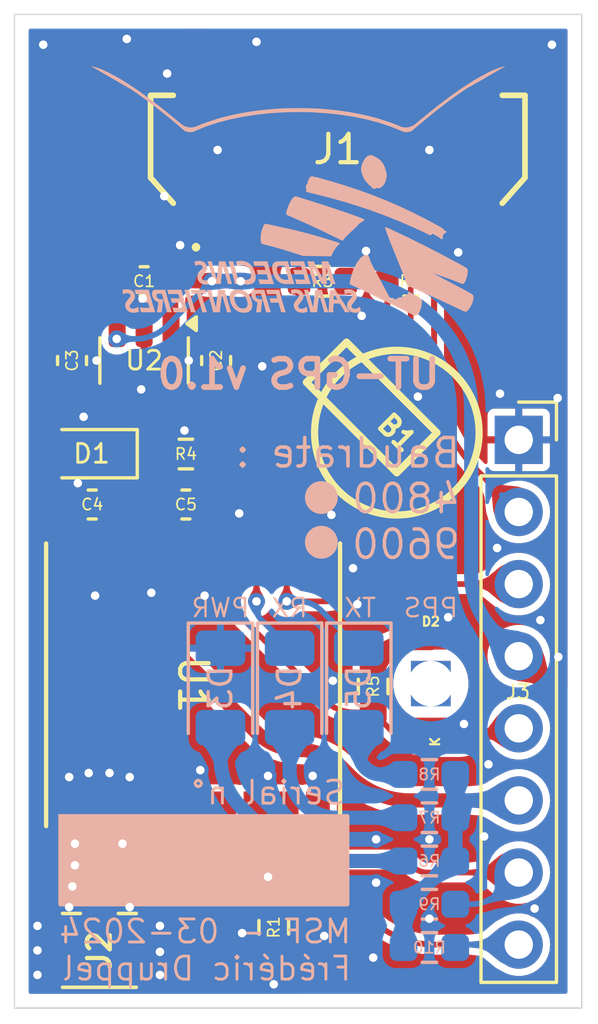
<source format=kicad_pcb>
(kicad_pcb (version 20240108) (generator "pcbnew") (generator_version "8.0")
  (title_block (title "ICOM Internal GPS Module") (date "2024-03-12") (rev "1.0") (company "MSF") (comment 1 "Frédéric Druppel"))
  (layers (0 "F.Cu" signal "Front") (31 "B.Cu" signal "Back") (34 "B.Paste" user) (35 "F.Paste" user) (36 "B.SilkS" user "B.Silkscreen") (37 "F.SilkS" user "F.Silkscreen") (38 "B.Mask" user) (39 "F.Mask" user) (44 "Edge.Cuts" user))
  (net 0 "")
  (net 38 "+5V")
  (net 39 "GPS-RX")
  (net 40 "SCL")
  (net 41 "SDA")
  (net 42 "+3.3V")
  (net 43 "ANT-RF")
  (net 46 "GND")
  (net 47 "V-BACKUP")
  (net 48 "GPS-TX")
  (net 49 "PPS")
  (net 50 "RESET")
  (net 51 "Net-(U2-BP)")
  (net 52 "Net-(C6-Pad1)")
  (net 53 "Net-(D1-K)")
  (net 54 "GPS-RX-Protected")
  (net 55 "Net-(D2-A)")
  (net 56 "Net-(D3-A)")
  (net 57 "Net-(D4-A)")
  (net 58 "Net-(D5-A)")
  (footprint "Capacitor_SMD:C_0603_1608Metric" (layer "F.Cu") (at 139.954 90.932 90)
    (property "Reference" "C3")
    (property "Value" "10nF" (hide yes))
  )
  (footprint "Capacitor_SMD:C_0603_1608Metric" (layer "F.Cu") (at 140.6652 96.0032 180)
    (property "Reference" "C4")
    (property "Value" "10nF" (hide yes))
  )
  (footprint "Resistor_SMD:R_0603_1608Metric" (layer "F.Cu") (at 148.781 88.138 180)
    (property "Reference" "R3")
    (property "Value" "3.3k" (hide yes))
  )
  (footprint "Inductor_SMD:L_0402_1005Metric" (layer "F.Cu") (at 141.3764 108.8644 180)
    (property "Reference" "L1")
    (property "Value" "27nH" (hide yes))
  )
  (footprint "ICOM-J1-J2:ICOM-J1-J2" (layer "F.Cu") (at 149.322 83.49)
    (property "Reference" "J1")
    (property "Value" "ICOM-J1")
  )
  (footprint "Capacitor_SMD:C_0603_1608Metric" (layer "F.Cu") (at 142.494 88.138 180)
    (property "Reference" "C1")
    (property "Value" "1uF" (hide yes))
  )
  (footprint "Diode_SMD:D_SOD-323" (layer "F.Cu") (at 140.6427 94.2137 180)
    (property "Reference" "D1")
    (property "Value" "RB551V-40" (hide yes))
  )
  (footprint "MAX-M10S-FP:MOD18_MAX-M10M_UBL" (layer "F.Cu") (at 144.2212 102.3532 -90)
    (property "Reference" "U1")
    (property "Value" "MAX-M10M-00B")
  )
  (footprint "Capacitor_SMD:C_0603_1608Metric" (layer "F.Cu") (at 144.7038 108.8774)
    (property "Reference" "C6")
    (property "Value" "10nF" (hide yes))
  )
  (footprint "KINGBRIGHT KPTR-3216SURCK:LED320X125X130N" (layer "F.Cu") (at 152.6032 102.3112 90)
    (property "Reference" "D2")
    (property "Value" "KPTR-3216SURCK" (hide yes))
  )
  (footprint "Resistor_SMD:R_0603_1608Metric" (layer "F.Cu") (at 147.066 110.8964 90)
    (property "Reference" "R1")
    (property "Value" "10" (hide yes))
  )
  (footprint "Capacitor_SMD:C_0603_1608Metric" (layer "F.Cu") (at 143.9672 96.0032)
    (property "Reference" "C5")
    (property "Value" "10nF" (hide yes))
  )
  (footprint "Resistor_SMD:R_0603_1608Metric" (layer "F.Cu") (at 143.9672 94.2252)
    (property "Reference" "R4")
    (property "Value" "3.3k" (hide yes))
  )
  (footprint "MS518SE:MS518SE-FL35E" (layer "F.Cu") (at 151.4045 93.472 135)
    (property "Reference" "B1")
    (property "Value" "MS518SE" (hide yes))
  )
  (footprint "Package_TO_SOT_SMD:SOT-23-5" (layer "F.Cu") (at 142.494 90.932 -90)
    (property "Reference" "U2")
    (property "Value" "SPX5205" (hide yes))
  )
  (footprint "Fiducial:Fiducial_0.5mm_Mask1.5mm" (layer "F.Cu") (at 140.0048 82.7024)
    (property "Reference" "F1" (hide yes))
    (property "Value" "Fiducial_0.5mm_Mask1.5mm" (hide yes))
  )
  (footprint "Resistor_SMD:R_0603_1608Metric_Pad0.98x0.95mm_HandSolder" (layer "F.Cu") (at 150.5693 102.4128 90)
    (property "Reference" "R5")
    (property "Value" "220" (hide yes))
  )
  (footprint "Capacitor_SMD:C_0603_1608Metric" (layer "F.Cu") (at 145.034 90.932 90)
    (property "Reference" "C2")
    (property "Value" "1uF" (hide yes))
  )
  (footprint "Fiducial:Fiducial_0.5mm_Mask1.5mm" (layer "F.Cu") (at 155.702 90.4748)
    (property "Reference" "F2" (hide yes))
    (property "Value" "Fiducial_0.5mm_Mask1.5mm" (hide yes))
  )
  (footprint "Connector_PinSocket_2.54mm:PinSocket_1x08_P2.54mm_Vertical" (layer "F.Cu") (at 155.702 93.726)
    (property "Reference" "J3")
    (property "Value" "Conn_01x08" (hide yes))
  )
  (footprint "Resistor_SMD:R_0603_1608Metric" (layer "F.Cu") (at 151.892 88.138 180)
    (property "Reference" "R2")
    (property "Value" "3.3k" (hide yes))
  )
  (footprint "U.FL-R-SMT-1_10:HRS_U.FL-R-SMT-1_10_" (layer "F.Cu") (at 140.9192 111.7092 180)
    (property "Reference" "J2")
    (property "Value" "U.FL-R-SMT-1_10_" (hide yes))
  )
  (footprint "Resistor_SMD:R_0603_1608Metric_Pad0.98x0.95mm_HandSolder" (layer "B.Cu") (at 152.5524 108.5596 180)
    (property "Reference" "R6")
    (property "Value" "220" (hide yes))
  )
  (footprint "LED_SMD:LED_1206_3216Metric" (layer "B.Cu") (at 145.1864 102.4636 -90)
    (property "Reference" "D3")
    (property "Value" "XL-3216SURC" (hide yes))
  )
  (footprint "LED_SMD:LED_1206_3216Metric" (layer "B.Cu") (at 150.0632 102.4636 -90)
    (property "Reference" "D5")
    (property "Value" "XL-3216UOC" (hide yes))
  )
  (footprint "Resistor_SMD:R_0603_1608Metric_Pad0.98x0.95mm_HandSolder" (layer "B.Cu") (at 152.5524 111.6076 180)
    (property "Reference" "R10")
    (property "Value" "3.3k" (hide yes))
  )
  (footprint "Resistor_SMD:R_0603_1608Metric_Pad0.98x0.95mm_HandSolder" (layer "B.Cu") (at 152.5524 107.0356 180)
    (property "Reference" "R7")
    (property "Value" "220" (hide yes))
  )
  (footprint "Resistor_SMD:R_0603_1608Metric_Pad0.98x0.95mm_HandSolder" (layer "B.Cu") (at 152.5524 110.0836 180)
    (property "Reference" "R9")
    (property "Value" "3.3k" (hide yes))
  )
  (footprint "Resistor_SMD:R_0603_1608Metric_Pad0.98x0.95mm_HandSolder" (layer "B.Cu") (at 152.5524 105.5116 180)
    (property "Reference" "R8")
    (property "Value" "220" (hide yes))
  )
  (footprint "LED_SMD:LED_1206_3216Metric" (layer "B.Cu") (at 147.6248 102.4636 -90)
    (property "Reference" "D4")
    (property "Value" "XL-3216UOC" (hide yes))
  )
  (gr_arc (start 149.4028 107.035599) (mid 148.131722 106.564587) (end 147.622496 105.30833) (stroke (width 0.5)) (layer "B.Cu") (net 57))
  (gr_poly (pts (xy 155.214292 80.565486) (xy 155.199575 80.56791) (xy 155.181124 80.571847) (xy 155.135329 80.583514) (xy 155.081521 80.599) (xy 155.024314 80.616817) (xy 154.968323 80.635479) (xy 154.918161 80.653498) (xy 154.878443 80.669387) (xy 154.863943 80.676067) (xy 154.853784 80.681658) (xy 154.853292 80.681959) (xy 154.852792 80.682254) (xy 154.852287 80.682542) (xy 154.85178 80.682821) (xy 154.850776 80.683344) (xy 154.850286 80.683585) (xy 154.849807 80.683811) (xy 154.849345 80.684019) (xy 154.848901 80.684208) (xy 154.848481 80.684376) (xy 154.848086 80.684522) (xy 154.847721 80.684645) (xy 154.847389 80.684742) (xy 154.847094 80.684811) (xy 154.846838 80.684852) (xy 154.830323 80.688873) (xy 154.805377 80.698002) (xy 154.733495 80.729835) (xy 154.637797 80.776843) (xy 154.524888 80.835519) (xy 154.401375 80.902356) (xy 154.273863 80.973847) (xy 154.148957 81.046483) (xy 154.033264 81.116758) (xy 153.945539 81.172303) (xy 153.850593 81.23377) (xy 153.754174 81.297278) (xy 153.662032 81.358947) (xy 153.579914 81.414897) (xy 153.513571 81.461248) (xy 153.46875 81.494119) (xy 153.456207 81.504288) (xy 153.451201 81.509631) (xy 153.451113 81.509847) (xy 153.451015 81.510061) (xy 153.45079 81.510479) (xy 153.450529 81.510884) (xy 153.450235 81.511274) (xy 153.449911 81.511645) (xy 153.449559 81.511997) (xy 153.449184 81.512325) (xy 153.448787 81.512629) (xy 153.448373 81.512906) (xy 153.447944 81.513154) (xy 153.447503 81.513369) (xy 153.447053 81.513551) (xy 153.446598 81.513696) (xy 153.44614 81.513803) (xy 153.445911 81.513841) (xy 153.445682 81.513869) (xy 153.445455 81.513885) (xy 153.445228 81.513891) (xy 153.444508 81.513999) (xy 153.443534 81.514316) (xy 153.440893 81.515521) (xy 153.43745 81.517403) (xy 153.433352 81.519858) (xy 153.428745 81.52278) (xy 153.423773 81.526068) (xy 153.41332 81.533321) (xy 153.40316 81.540784) (xy 153.398555 81.544335) (xy 153.39446 81.547626) (xy 153.391021 81.550554) (xy 153.388384 81.553015) (xy 153.386696 81.554904) (xy 153.386252 81.555602) (xy 153.3861 81.556119) (xy 153.386094 81.556309) (xy 153.386075 81.556496) (xy 153.386043 81.556681) (xy 153.385999 81.556863) (xy 153.385944 81.557042) (xy 153.385877 81.557217) (xy 153.3858 81.557389) (xy 153.385711 81.557557) (xy 153.385612 81.557721) (xy 153.385503 81.557881) (xy 153.385384 81.558036) (xy 153.385255 81.558186) (xy 153.385118 81.558331) (xy 153.384971 81.558471) (xy 153.384653 81.558735) (xy 153.384304 81.558974) (xy 153.383925 81.559188) (xy 153.38352 81.559374) (xy 153.383092 81.559531) (xy 153.382642 81.559656) (xy 153.382174 81.559747) (xy 153.38169 81.559804) (xy 153.381192 81.559823) (xy 153.380407 81.559971) (xy 153.379266 81.560403) (xy 153.376015 81.562048) (xy 153.371641 81.564613) (xy 153.366342 81.567954) (xy 153.353772 81.576385) (xy 153.339902 81.586186) (xy 153.326332 81.596202) (xy 153.31466 81.605278) (xy 153.310036 81.609102) (xy 153.306485 81.612258) (xy 153.304208 81.614601) (xy 153.30361 81.615423) (xy 153.303405 81.615987) (xy 153.303398 81.616168) (xy 153.303379 81.616347) (xy 153.303346 81.616523) (xy 153.303302 81.616697) (xy 153.303245 81.616867) (xy 153.303177 81.617034) (xy 153.303097 81.617198) (xy 153.303007 81.617358) (xy 153.302905 81.617513) (xy 153.302794 81.617665) (xy 153.302672 81.617813) (xy 153.30254 81.617955) (xy 153.302249 81.618226) (xy 153.301923 81.618476) (xy 153.301564 81.618703) (xy 153.301176 81.618906) (xy 153.300759 81.619082) (xy 153.300318 81.61923) (xy 153.299855 81.619348) (xy 153.299372 81.619435) (xy 153.298872 81.619488) (xy 153.298358 81.619506) (xy 153.297764 81.619585) (xy 153.296999 81.619815) (xy 153.295002 81.620694) (xy 153.292462 81.622071) (xy 153.289475 81.623875) (xy 153.286137 81.626034) (xy 153.282544 81.628477) (xy 153.274975 81.633929) (xy 153.267537 81.639659) (xy 153.264107 81.64245) (xy 153.260996 81.645095) (xy 153.258302 81.647524) (xy 153.25612 81.649665) (xy 153.254546 81.651447) (xy 153.254017 81.65218) (xy 153.253676 81.652797) (xy 153.25359 81.652974) (xy 153.253487 81.653149) (xy 153.253235 81.653492) (xy 153.252924 81.653823) (xy 153.252558 81.654141) (xy 153.252143 81.654444) (xy 153.251681 81.65473) (xy 153.251178 81.654998) (xy 153.250638 81.655246) (xy 153.250064 81.655471) (xy 153.249462 81.655672) (xy 153.248835 81.655847) (xy 153.248187 81.655994) (xy 153.247524 81.656112) (xy 153.246849 81.656199) (xy 153.246167 81.656252) (xy 153.245481 81.65627) (xy 153.245137 81.656279) (xy 153.24479 81.656306) (xy 153.244441 81.65635) (xy 153.244091 81.656411) (xy 153.243741 81.656488) (xy 153.243391 81.656581) (xy 153.243041 81.65669) (xy 153.242692 81.656814) (xy 153.242345 81.656953) (xy 153.242 81.657105) (xy 153.241319 81.657452) (xy 153.240655 81.65785) (xy 153.240011 81.658296) (xy 153.239393 81.658786) (xy 153.238806 81.659318) (xy 153.238253 81.659887) (xy 153.237739 81.660489) (xy 153.23727 81.661123) (xy 153.237053 81.661449) (xy 153.236849 81.661783) (xy 153.236659 81.662122) (xy 153.236483 81.662466) (xy 153.236321 81.662815) (xy 153.236174 81.663169) (xy 153.235886 81.663872) (xy 153.23556 81.664556) (xy 153.235202 81.665216) (xy 153.234815 81.665849) (xy 153.234403 81.666452) (xy 153.233968 81.66702) (xy 153.233516 81.667552) (xy 153.233049 81.668042) (xy 153.232571 81.668488) (xy 153.232085 81.668886) (xy 153.231841 81.669066) (xy 153.231597 81.669233) (xy 153.231352 81.669385) (xy 153.231108 81.669524) (xy 153.230865 81.669648) (xy 153.230624 81.669757) (xy 153.230384 81.66985) (xy 153.230146 81.669927) (xy 153.229912 81.669988) (xy 153.22968 81.670032) (xy 153.229452 81.670059) (xy 153.229229 81.670068) (xy 153.227855 81.67064) (xy 153.225088 81.67228) (xy 153.215989 81.678317) (xy 153.203171 81.687282) (xy 153.18787 81.698278) (xy 153.154766 81.72277) (xy 153.139439 81.734472) (xy 153.126577 81.744615) (xy 153.114166 81.754567) (xy 153.10938 81.758346) (xy 153.105284 81.76152) (xy 153.101685 81.764237) (xy 153.09839 81.766642) (xy 153.095207 81.768881) (xy 153.091943 81.771099) (xy 153.048263 81.803137) (xy 152.970655 81.861724) (xy 152.884261 81.927759) (xy 152.814223 81.982144) (xy 152.698236 82.073498) (xy 152.690627 82.079548) (xy 152.683528 82.085346) (xy 152.677096 82.090755) (xy 152.674178 82.09327) (xy 152.671485 82.095636) (xy 152.669037 82.097836) (xy 152.666851 82.099851) (xy 152.664949 82.101665) (xy 152.663349 82.103261) (xy 152.662071 82.104621) (xy 152.661134 82.105728) (xy 152.6608 82.106181) (xy 152.660558 82.106564) (xy 152.660411 82.106876) (xy 152.660361 82.107113) (xy 152.660352 82.107316) (xy 152.660326 82.107516) (xy 152.660282 82.107712) (xy 152.660221 82.107905) (xy 152.660143 82.108095) (xy 152.66005 82.10828) (xy 152.659942 82.108462) (xy 152.659818 82.108639) (xy 152.65968 82.108812) (xy 152.659527 82.10898) (xy 152.659182 82.1093) (xy 152.658785 82.109599) (xy 152.658341 82.109874) (xy 152.657853 82.110124) (xy 152.657325 82.110346) (xy 152.65676 82.110539) (xy 152.656162 82.110701) (xy 152.655534 82.11083) (xy 152.65488 82.110925) (xy 152.654204 82.110983) (xy 152.653509 82.111003) (xy 152.653147 82.111015) (xy 152.652776 82.111051) (xy 152.652396 82.11111) (xy 152.652007 82.111192) (xy 152.65161 82.111296) (xy 152.651206 82.111421) (xy 152.650382 82.111733) (xy 152.649539 82.112123) (xy 152.648685 82.112588) (xy 152.647826 82.11312) (xy 152.646969 82.113717) (xy 152.646118 82.114373) (xy 152.645282 82.115084) (xy 152.644466 82.115844) (xy 152.643677 82.116648) (xy 152.642921 82.117492) (xy 152.642204 82.118372) (xy 152.641533 82.119282) (xy 152.640915 82.120217) (xy 152.640301 82.121151) (xy 152.639646 82.12206) (xy 152.638955 82.122937) (xy 152.638235 82.123778) (xy 152.63749 82.124579) (xy 152.636728 82.125335) (xy 152.635953 82.126042) (xy 152.635173 82.126693) (xy 152.634393 82.127286) (xy 152.633618 82.127815) (xy 152.632856 82.128275) (xy 152.632111 82.128662) (xy 152.631391 82.128971) (xy 152.631041 82.129095) (xy 152.6307 82.129198) (xy 152.630368 82.129279) (xy 152.630045 82.129337) (xy 152.629733 82.129373) (xy 152.629432 82.129385) (xy 152.629127 82.129397) (xy 152.628811 82.129433) (xy 152.628485 82.129492) (xy 152.62815 82.129574) (xy 152.627455 82.129803) (xy 152.626732 82.130115) (xy 152.625987 82.130505) (xy 152.625224 82.130969) (xy 152.624451 82.131502) (xy 152.623673 82.132099) (xy 152.622895 82.132755) (xy 152.622123 82.133466) (xy 152.621363 82.134225) (xy 152.620622 82.13503) (xy 152.619904 82.135874) (xy 152.619215 82.136754) (xy 152.618561 82.137664) (xy 152.617948 82.138599) (xy 152.617335 82.139534) (xy 152.61668 82.140442) (xy 152.615989 82.141319) (xy 152.615269 82.142161) (xy 152.614524 82.142962) (xy 152.613762 82.143717) (xy 152.612987 82.144424) (xy 152.612207 82.145075) (xy 152.611427 82.145668) (xy 152.610652 82.146196) (xy 152.60989 82.146657) (xy 152.609145 82.147044) (xy 152.608425 82.147353) (xy 152.608075 82.147477) (xy 152.607734 82.14758) (xy 152.607401 82.14766) (xy 152.607079 82.147719) (xy 152.606767 82.147754) (xy 152.606466 82.147766) (xy 152.60616 82.147778) (xy 152.605845 82.147814) (xy 152.605519 82.147872) (xy 152.605184 82.147953) (xy 152.604489 82.14818) (xy 152.603766 82.148489) (xy 152.603021 82.148876) (xy 152.602259 82.149337) (xy 152.601485 82.149865) (xy 152.600707 82.150458) (xy 152.599929 82.15111) (xy 152.599157 82.151816) (xy 152.598398 82.152572) (xy 152.597656 82.153373) (xy 152.596938 82.154214) (xy 152.596249 82.155092) (xy 152.595596 82.156) (xy 152.594983 82.156935) (xy 152.594371 82.157877) (xy 152.593737 82.158793) (xy 152.593086 82.159676) (xy 152.592422 82.160523) (xy 152.59175 82.161328) (xy 152.591076 82.162088) (xy 152.590404 82.162797) (xy 152.589739 82.163451) (xy 152.589086 82.164046) (xy 152.58845 82.164576) (xy 152.587835 82.165037) (xy 152.587247 82.165425) (xy 152.586965 82.16559) (xy 152.586691 82.165735) (xy 152.586426 82.165859) (xy 152.586171 82.165962) (xy 152.585926 82.166043) (xy 152.585692 82.166101) (xy 152.585469 82.166137) (xy 152.585259 82.166149) (xy 152.583918 82.16671) (xy 152.581344 82.168317) (xy 152.573083 82.174207) (xy 152.561636 82.182896) (xy 152.548166 82.193461) (xy 152.533834 82.204979) (xy 152.519802 82.216526) (xy 152.507232 82.22718) (xy 152.497285 82.236018) (xy 152.488284 82.243676) (xy 152.470558 82.258243) (xy 152.419174 82.299777) (xy 152.390838 82.322676) (xy 152.364589 82.34414) (xy 152.343351 82.361757) (xy 152.335523 82.36837) (xy 152.330042 82.373119) (xy 152.325949 82.376755) (xy 152.322062 82.380147) (xy 152.318473 82.383222) (xy 152.315272 82.385904) (xy 152.312548 82.38812) (xy 152.310391 82.389794) (xy 152.309554 82.390405) (xy 152.308892 82.390853) (xy 152.308418 82.391129) (xy 152.308254 82.391199) (xy 152.308141 82.391223) (xy 152.281984 82.412187) (xy 152.220497 82.462951) (xy 152.07927 82.581108) (xy 152.046838 82.606831) (xy 152.013331 82.629987) (xy 151.978871 82.650557) (xy 151.943583 82.66852) (xy 151.907591 82.683856) (xy 151.871017 82.696546) (xy 151.833985 82.70657) (xy 151.796619 82.713908) (xy 151.759043 82.71854) (xy 151.72138 82.720446) (xy 151.683753 82.719606) (xy 151.646287 82.716001) (xy 151.609104 82.70961) (xy 151.572329 82.700414) (xy 151.536084 82.688393) (xy 151.500495 82.673527) (xy 151.476056 82.662426) (xy 151.450574 82.651299) (xy 151.39367 82.627844) (xy 151.324151 82.600907) (xy 151.236387 82.568236) (xy 151.16396 82.541878) (xy 151.136348 82.532089) (xy 151.112686 82.523959) (xy 151.091634 82.517041) (xy 151.071855 82.510885) (xy 151.05201 82.505041) (xy 151.03076 82.499061) (xy 151.017442 82.495249) (xy 151.002909 82.490894) (xy 150.972072 82.481165) (xy 150.941999 82.471088) (xy 150.928421 82.4663) (xy 150.91644 82.46188) (xy 150.899994 82.455757) (xy 150.88305 82.449678) (xy 150.865759 82.443692) (xy 150.848271 82.437849) (xy 150.830735 82.432197) (xy 150.813302 82.426784) (xy 150.79612 82.421661) (xy 150.779339 82.416874) (xy 150.778269 82.416549) (xy 150.776998 82.41614) (xy 150.77405 82.415132) (xy 150.770875 82.413977) (xy 150.769322 82.413383) (xy 150.767856 82.4128) (xy 150.743736 82.405362) (xy 150.696505 82.392056) (xy 150.638439 82.376285) (xy 150.581815 82.361451) (xy 150.534367 82.349244) (xy 150.518356 82.345062) (xy 150.510602 82.342976) (xy 150.475015 82.333383) (xy 150.42374 82.320543) (xy 150.365936 82.306696) (xy 150.310762 82.294081) (xy 150.1569 82.259911) (xy 150.097438 82.247324) (xy 150.019997 82.232042) (xy 149.924306 82.214026) (xy 149.810098 82.193235) (xy 149.717367 82.177354) (xy 149.61645 82.161508) (xy 149.399213 82.131109) (xy 149.176698 82.104409) (xy 149.069183 82.093187) (xy 148.967215 82.083777) (xy 148.806408 82.069979) (xy 148.715971 82.062864) (xy 148.621076 82.056752) (xy 148.415838 82.047471) (xy 148.186551 82.042) (xy 147.929076 82.040207) (xy 147.6716 82.042) (xy 147.553692 82.044267) (xy 147.442314 82.047471) (xy 147.336947 82.051626) (xy 147.237075 82.056752) (xy 147.14218 82.062864) (xy 147.051744 82.069979) (xy 146.890937 82.083777) (xy 146.788968 82.093187) (xy 146.681453 82.104409) (xy 146.458938 82.131109) (xy 146.241702 82.161508) (xy 146.140785 82.177354) (xy 146.048054 82.193235) (xy 145.933845 82.214026) (xy 145.838155 82.232042) (xy 145.760713 82.247324) (xy 145.70125 82.259911) (xy 145.54739 82.294081) (xy 145.492216 82.306696) (xy 145.434412 82.320543) (xy 145.383137 82.333383) (xy 145.36281 82.338725) (xy 145.347549 82.342976) (xy 145.323785 82.349244) (xy 145.276337 82.361451) (xy 145.219712 82.376285) (xy 145.161647 82.392056) (xy 145.114416 82.405362) (xy 145.098699 82.410027) (xy 145.090295 82.4128) (xy 145.088829 82.413383) (xy 145.087277 82.413977) (xy 145.085685 82.414565) (xy 145.084102 82.415132) (xy 145.082576 82.415663) (xy 145.081153 82.41614) (xy 145.079883 82.416549) (xy 145.078812 82.416874) (xy 145.06273 82.421463) (xy 145.046061 82.42643) (xy 145.011865 82.437201) (xy 144.978025 82.448597) (xy 144.961801 82.454345) (xy 144.946341 82.460028) (xy 144.93487 82.464216) (xy 144.921312 82.468929) (xy 144.88994 82.479289) (xy 144.856233 82.489823) (xy 144.824197 82.499246) (xy 144.791254 82.508968) (xy 144.755016 82.520319) (xy 144.719881 82.531886) (xy 144.690245 82.54226) (xy 144.570483 82.586568) (xy 144.523621 82.604303) (xy 144.483529 82.619845) (xy 144.448777 82.633757) (xy 144.417932 82.646603) (xy 144.389564 82.658946) (xy 144.362241 82.67135) (xy 144.325819 82.686632) (xy 144.28889 82.699048) (xy 144.251562 82.708612) (xy 144.213942 82.715343) (xy 144.176138 82.719257) (xy 144.138257 82.72037) (xy 144.100407 82.718699) (xy 144.062695 82.714261) (xy 144.02523 82.707072) (xy 143.988117 82.697148) (xy 143.951465 82.684506) (xy 143.915382 82.669163) (xy 143.879974 82.651135) (xy 143.84535 82.630439) (xy 143.811617 82.607091) (xy 143.778882 82.581108) (xy 143.712537 82.525322) (xy 143.637654 82.462951) (xy 143.576167 82.412187) (xy 143.557302 82.396843) (xy 143.55001 82.391223) (xy 143.549734 82.391129) (xy 143.549259 82.390853) (xy 143.54776 82.389794) (xy 143.545604 82.38812) (xy 143.54288 82.385904) (xy 143.539678 82.383222) (xy 143.536089 82.380147) (xy 143.532203 82.376755) (xy 143.528109 82.373119) (xy 143.514801 82.361757) (xy 143.493562 82.34414) (xy 143.467314 82.322676) (xy 143.438978 82.299777) (xy 143.411485 82.277638) (xy 143.387594 82.258243) (xy 143.369867 82.243676) (xy 143.364116 82.238853) (xy 143.360866 82.236018) (xy 143.350919 82.22718) (xy 143.33835 82.216526) (xy 143.324318 82.204979) (xy 143.309986 82.193461) (xy 143.296516 82.182896) (xy 143.285069 82.174207) (xy 143.276807 82.168317) (xy 143.274233 82.16671) (xy 143.272892 82.166149) (xy 143.272681 82.166137) (xy 143.272459 82.166101) (xy 143.272225 82.166043) (xy 143.27198 82.165962) (xy 143.27146 82.165735) (xy 143.270904 82.165425) (xy 143.270316 82.165037) (xy 143.269702 82.164576) (xy 143.269065 82.164046) (xy 143.268413 82.163451) (xy 143.267748 82.162797) (xy 143.267076 82.162088) (xy 143.266402 82.161328) (xy 143.26573 82.160523) (xy 143.265066 82.159676) (xy 143.264415 82.158793) (xy 143.263781 82.157877) (xy 143.263169 82.156935) (xy 143.262557 82.156) (xy 143.261903 82.155092) (xy 143.261214 82.154214) (xy 143.260496 82.153373) (xy 143.259754 82.152572) (xy 143.258995 82.151816) (xy 143.258223 82.15111) (xy 143.257445 82.150458) (xy 143.256666 82.149865) (xy 143.255893 82.149337) (xy 143.255131 82.148876) (xy 143.254385 82.148489) (xy 143.253662 82.14818) (xy 143.253311 82.148056) (xy 143.252967 82.147953) (xy 143.252632 82.147872) (xy 143.252307 82.147814) (xy 143.251991 82.147778) (xy 143.251686 82.147766) (xy 143.251385 82.147754) (xy 143.251073 82.147719) (xy 143.25075 82.14766) (xy 143.250418 82.14758) (xy 143.249727 82.147353) (xy 143.249006 82.147044) (xy 143.248262 82.146657) (xy 143.247499 82.146196) (xy 143.246725 82.145668) (xy 143.245945 82.145075) (xy 143.245164 82.144424) (xy 143.24439 82.143717) (xy 143.243627 82.142962) (xy 143.242883 82.142161) (xy 143.242162 82.141319) (xy 143.241472 82.140442) (xy 143.240817 82.139534) (xy 143.240203 82.138599) (xy 143.239591 82.137664) (xy 143.238937 82.136754) (xy 143.238248 82.135874) (xy 143.23753 82.13503) (xy 143.236788 82.134225) (xy 143.236029 82.133466) (xy 143.235257 82.132755) (xy 143.234479 82.132099) (xy 143.233701 82.131502) (xy 143.232927 82.130969) (xy 143.232165 82.130505) (xy 143.231419 82.130115) (xy 143.230696 82.129803) (xy 143.230345 82.129677) (xy 143.230001 82.129574) (xy 143.229667 82.129492) (xy 143.229341 82.129433) (xy 143.229025 82.129397) (xy 143.22872 82.129385) (xy 143.228419 82.129373) (xy 143.228107 82.129337) (xy 143.227784 82.129279) (xy 143.227452 82.129198) (xy 143.226761 82.128971) (xy 143.22604 82.128662) (xy 143.225296 82.128275) (xy 143.224533 82.127815) (xy 143.223759 82.127286) (xy 143.222979 82.126693) (xy 143.222198 82.126042) (xy 143.221424 82.125335) (xy 143.220662 82.124579) (xy 143.219917 82.123778) (xy 143.219197 82.122937) (xy 143.218506 82.12206) (xy 143.217851 82.121151) (xy 143.217238 82.120217) (xy 143.216619 82.119282) (xy 143.215948 82.118372) (xy 143.215232 82.117492) (xy 143.214475 82.116648) (xy 143.213686 82.115844) (xy 143.21287 82.115084) (xy 143.212034 82.114373) (xy 143.211183 82.113717) (xy 143.210325 82.11312) (xy 143.209466 82.112588) (xy 143.208612 82.112123) (xy 143.20777 82.111733) (xy 143.206945 82.111421) (xy 143.206145 82.111192) (xy 143.205756 82.11111) (xy 143.205376 82.111051) (xy 143.205004 82.111015) (xy 143.204643 82.111003) (xy 143.204294 82.110998) (xy 143.203948 82.110983) (xy 143.203608 82.110959) (xy 143.203272 82.110925) (xy 143.202942 82.110882) (xy 143.202618 82.11083) (xy 143.202301 82.11077) (xy 143.20199 82.110701) (xy 143.201687 82.110624) (xy 143.201392 82.110539) (xy 143.201105 82.110446) (xy 143.200827 82.110346) (xy 143.200558 82.110238) (xy 143.200298 82.110124) (xy 143.200049 82.110002) (xy 143.19981 82.109874) (xy 143.199582 82.10974) (xy 143.199366 82.109599) (xy 143.199162 82.109453) (xy 143.198969 82.1093) (xy 143.19879 82.109143) (xy 143.198624 82.10898) (xy 143.198472 82.108812) (xy 143.198333 82.108639) (xy 143.19821 82.108462) (xy 143.198101 82.10828) (xy 143.198008 82.108095) (xy 143.197931 82.107905) (xy 143.19787 82.107712) (xy 143.197826 82.107516) (xy 143.197799 82.107316) (xy 143.19779 82.107113) (xy 143.197593 82.106564) (xy 143.197017 82.105728) (xy 143.19608 82.104621) (xy 143.194802 82.103261) (xy 143.1913 82.099851) (xy 143.186666 82.095636) (xy 143.181055 82.090755) (xy 143.174623 82.085346) (xy 143.167524 82.079548) (xy 143.159915 82.073498) (xy 143.046244 81.984042) (xy 142.978189 81.931146) (xy 142.896786 81.868825) (xy 142.824699 81.814327) (xy 142.799231 81.795401) (xy 142.784591 81.784897) (xy 142.782359 81.78337) (xy 142.779951 81.781674) (xy 142.777442 81.779864) (xy 142.774908 81.777998) (xy 142.772423 81.776132) (xy 142.770064 81.774323) (xy 142.767906 81.772627) (xy 142.766023 81.771099) (xy 142.764145 81.769572) (xy 142.761999 81.767876) (xy 142.759658 81.766068) (xy 142.757197 81.764206) (xy 142.754691 81.762346) (xy 142.752213 81.760545) (xy 142.749839 81.758859) (xy 142.747642 81.757347) (xy 142.745427 81.755797) (xy 142.742968 81.754035) (xy 142.737646 81.750124) (xy 142.732334 81.746109) (xy 142.727686 81.742484) (xy 142.719363 81.735771) (xy 142.71577 81.7329) (xy 142.713193 81.730863) (xy 142.7009 81.721178) (xy 142.687563 81.710972) (xy 142.673956 81.700802) (xy 142.660854 81.691228) (xy 142.649029 81.682809) (xy 142.639257 81.676103) (xy 142.632313 81.67167) (xy 142.630142 81.67048) (xy 142.628969 81.670068) (xy 142.628741 81.670059) (xy 142.62851 81.670032) (xy 142.628275 81.669988) (xy 142.628036 81.669927) (xy 142.627796 81.66985) (xy 142.627553 81.669757) (xy 142.627063 81.669524) (xy 142.62657 81.669233) (xy 142.626077 81.668886) (xy 142.625589 81.668488) (xy 142.625109 81.668042) (xy 142.62464 81.667552) (xy 142.624186 81.66702) (xy 142.62375 81.666452) (xy 142.623337 81.665849) (xy 142.62295 81.665216) (xy 142.622592 81.664556) (xy 142.622267 81.663872) (xy 142.621978 81.663169) (xy 142.621832 81.662815) (xy 142.62167 81.662466) (xy 142.621303 81.661783) (xy 142.620883 81.661123) (xy 142.620413 81.660489) (xy 142.6199 81.659887) (xy 142.619347 81.659318) (xy 142.618759 81.658786) (xy 142.618141 81.658296) (xy 142.617497 81.65785) (xy 142.616833 81.657452) (xy 142.616152 81.657105) (xy 142.61546 81.656814) (xy 142.614761 81.656581) (xy 142.614061 81.656411) (xy 142.613711 81.65635) (xy 142.613362 81.656306) (xy 142.613015 81.656279) (xy 142.612671 81.65627) (xy 142.611986 81.656252) (xy 142.611303 81.656199) (xy 142.610628 81.656112) (xy 142.609965 81.655994) (xy 142.609318 81.655847) (xy 142.608691 81.655672) (xy 142.608088 81.655471) (xy 142.607514 81.655246) (xy 142.606974 81.654998) (xy 142.60647 81.65473) (xy 142.606234 81.654589) (xy 142.606009 81.654444) (xy 142.605795 81.654294) (xy 142.605593 81.654141) (xy 142.605404 81.653984) (xy 142.605228 81.653823) (xy 142.605065 81.653659) (xy 142.604916 81.653492) (xy 142.604783 81.653322) (xy 142.604664 81.653149) (xy 142.604561 81.652974) (xy 142.604475 81.652797) (xy 142.604142 81.652201) (xy 142.603621 81.651485) (xy 142.602062 81.649732) (xy 142.599894 81.64761) (xy 142.597214 81.645193) (xy 142.594117 81.642552) (xy 142.590702 81.639761) (xy 142.583298 81.634016) (xy 142.575775 81.628538) (xy 142.57221 81.626081) (xy 142.568904 81.623907) (xy 142.565955 81.622091) (xy 142.563459 81.620703) (xy 142.561512 81.619818) (xy 142.560774 81.619586) (xy 142.560211 81.619506) (xy 142.559967 81.619501) (xy 142.559722 81.619487) (xy 142.559477 81.619463) (xy 142.559232 81.619431) (xy 142.558987 81.619389) (xy 142.558742 81.619339) (xy 142.558499 81.61928) (xy 142.558257 81.619213) (xy 142.558017 81.619139) (xy 142.55778 81.619056) (xy 142.557545 81.618966) (xy 142.557313 81.618869) (xy 142.557085 81.618765) (xy 142.55686 81.618654) (xy 142.55664 81.618536) (xy 142.556425 81.618412) (xy 142.556215 81.618282) (xy 142.556011 81.618146) (xy 142.555812 81.618005) (xy 142.55562 81.617858) (xy 142.555434 81.617706) (xy 142.555256 81.617549) (xy 142.555086 81.617387) (xy 142.554923 81.617221) (xy 142.554769 81.61705) (xy 142.554623 81.616876) (xy 142.554487 81.616697) (xy 142.554361 81.616515) (xy 142.554244 81.61633) (xy 142.554138 81.616141) (xy 142.554043 81.61595) (xy 142.553959 81.615756) (xy 142.553541 81.615062) (xy 142.552759 81.614128) (xy 142.550204 81.611611) (xy 142.546481 81.608342) (xy 142.541779 81.604457) (xy 142.530188 81.595393) (xy 142.516936 81.585515) (xy 142.503525 81.575921) (xy 142.491458 81.567709) (xy 142.4864 81.564465) (xy 142.482241 81.561977) (xy 142.47917 81.560384) (xy 142.478102 81.559966) (xy 142.477376 81.559823) (xy 142.477104 81.559818) (xy 142.476835 81.559804) (xy 142.47657 81.55978) (xy 142.47631 81.559747) (xy 142.476053 81.559706) (xy 142.475802 81.559656) (xy 142.475555 81.559597) (xy 142.475314 81.559531) (xy 142.475078 81.559456) (xy 142.474849 81.559374) (xy 142.474626 81.559285) (xy 142.47441 81.559188) (xy 142.474201 81.559084) (xy 142.473999 81.558974) (xy 142.473806 81.558858) (xy 142.47362 81.558735) (xy 142.473444 81.558606) (xy 142.473276 81.558471) (xy 142.473117 81.558331) (xy 142.472968 81.558186) (xy 142.472829 81.558036) (xy 142.4727 81.557881) (xy 142.472581 81.557721) (xy 142.472474 81.557557) (xy 142.472378 81.557389) (xy 142.472294 81.557217) (xy 142.472221 81.557042) (xy 142.472161 81.556863) (xy 142.472114 81.556681) (xy 142.47208 81.556496) (xy 142.472059 81.556309) (xy 142.472052 81.556119) (xy 142.4719 81.555602) (xy 142.471457 81.554904) (xy 142.469768 81.553015) (xy 142.467131 81.550554) (xy 142.463693 81.547626) (xy 142.454992 81.540784) (xy 142.444832 81.533321) (xy 142.43438 81.526068) (xy 142.4248 81.519858) (xy 142.420702 81.517403) (xy 142.41726 81.515521) (xy 142.414618 81.514316) (xy 142.413644 81.513999) (xy 142.412924 81.513891) (xy 142.412698 81.513885) (xy 142.41247 81.513869) (xy 142.412241 81.513841) (xy 142.412012 81.513803) (xy 142.411783 81.513755) (xy 142.411554 81.513696) (xy 142.411326 81.513628) (xy 142.411098 81.513551) (xy 142.410873 81.513465) (xy 142.410649 81.513369) (xy 142.410208 81.513154) (xy 142.409778 81.512906) (xy 142.409364 81.512629) (xy 142.408968 81.512325) (xy 142.408592 81.511997) (xy 142.408241 81.511645) (xy 142.407917 81.511274) (xy 142.407765 81.511081) (xy 142.407622 81.510884) (xy 142.407487 81.510683) (xy 142.407361 81.510479) (xy 142.407244 81.510271) (xy 142.407136 81.510061) (xy 142.407038 81.509847) (xy 142.406951 81.509631) (xy 142.400505 81.502839) (xy 142.384383 81.489945) (xy 142.327191 81.448571) (xy 142.141594 81.322473) (xy 141.91547 81.174765) (xy 141.807621 81.10638) (xy 141.714132 81.048879) (xy 141.607796 80.986539) (xy 141.494078 80.922527) (xy 141.379365 80.860141) (xy 141.270043 80.802674) (xy 141.172501 80.753422) (xy 141.093124 80.71568) (xy 141.062244 80.702155) (xy 141.0383 80.692744) (xy 141.022091 80.687858) (xy 141.017137 80.68724) (xy 141.014416 80.687908) (xy 141.01432 80.687974) (xy 141.014209 80.688025) (xy 141.014082 80.688061) (xy 141.013939 80.688083) (xy 141.013612 80.688082) (xy 141.01323 80.688026) (xy 141.012798 80.687917) (xy 141.012321 80.687756) (xy 141.011804 80.687546) (xy 141.01125 80.687289) (xy 141.010664 80.686987) (xy 141.01005 80.686642) (xy 141.009413 80.686256) (xy 141.008757 80.685831) (xy 141.008087 80.68537) (xy 141.007407 80.684874) (xy 141.006722 80.684346) (xy 141.006035 80.683787) (xy 140.996101 80.677606) (xy 140.979682 80.66981) (xy 140.957781 80.660713) (xy 140.931406 80.650631) (xy 140.869256 80.628763) (xy 140.801276 80.606718) (xy 140.735515 80.587008) (xy 140.680018 80.572146) (xy 140.658634 80.567318) (xy 140.642834 80.564644) (xy 140.633623 80.564438) (xy 140.631803 80.565358) (xy 140.632008 80.567013) (xy 140.634217 80.568901) (xy 140.639307 80.572358) (xy 140.6565 80.58305) (xy 140.680332 80.597221) (xy 140.707549 80.613003) (xy 140.734896 80.628529) (xy 140.759119 80.641932) (xy 140.776963 80.651343) (xy 140.782476 80.653968) (xy 140.785174 80.654895) (xy 140.785426 80.6549) (xy 140.78568 80.654915) (xy 140.785934 80.65494) (xy 140.786188 80.654975) (xy 140.786441 80.655019) (xy 140.786694 80.655072) (xy 140.786946 80.655133) (xy 140.787196 80.655204) (xy 140.787444 80.655283) (xy 140.787689 80.655369) (xy 140.787932 80.655464) (xy 140.788171 80.655566) (xy 140.788407 80.655676) (xy 140.788638 80.655793) (xy 140.788865 80.655916) (xy 140.789087 80.656047) (xy 140.789303 80.656183) (xy 140.789514 80.656326) (xy 140.789718 80.656475) (xy 140.789916 80.656629) (xy 140.790106 80.656789) (xy 140.790289 80.656953) (xy 140.790464 80.657123) (xy 140.790631 80.657298) (xy 140.790788 80.657476) (xy 140.790937 80.657659) (xy 140.791076 80.657846) (xy 140.791205 80.658037) (xy 140.791323 80.658231) (xy 140.79143 80.658428) (xy 140.791526 80.658628) (xy 140.791611 80.658831) (xy 140.793119 80.660369) (xy 140.796738 80.663031) (xy 140.809133 80.671051) (xy 140.826447 80.681542) (xy 140.846333 80.693152) (xy 140.866442 80.704532) (xy 140.884427 80.714332) (xy 140.89794 80.721202) (xy 140.902286 80.723117) (xy 140.904633 80.723792) (xy 140.904885 80.723797) (xy 140.905138 80.723812) (xy 140.905392 80.723837) (xy 140.905645 80.72387) (xy 140.905897 80.723913) (xy 140.906149 80.723965) (xy 140.906399 80.724025) (xy 140.906647 80.724093) (xy 140.906894 80.72417) (xy 140.907137 80.724255) (xy 140.907378 80.724347) (xy 140.907615 80.724447) (xy 140.907849 80.724554) (xy 140.908078 80.724668) (xy 140.908303 80.724788) (xy 140.908523 80.724915) (xy 140.908737 80.725049) (xy 140.908945 80.725188) (xy 140.909147 80.725333) (xy 140.909343 80.725483) (xy 140.909531 80.725639) (xy 140.909712 80.7258) (xy 140.909886 80.725966) (xy 140.91005 80.726136) (xy 140.910207 80.726311) (xy 140.910354 80.72649) (xy 140.910491 80.726673) (xy 140.910619 80.726859) (xy 140.910736 80.727048) (xy 140.910843 80.727241) (xy 140.910938 80.727437) (xy 140.911022 80.727635) (xy 140.935353 80.742847) (xy 141.000478 80.781404) (xy 141.213421 80.90525) (xy 141.628147 81.144754) (xy 141.860754 81.278902) (xy 141.925178 81.315916) (xy 141.96377 81.337928) (xy 141.983097 81.348718) (xy 141.987587 81.351086) (xy 141.989724 81.352065) (xy 142.011566 81.365032) (xy 142.058269 81.395799) (xy 142.202701 81.494444) (xy 142.375904 81.615419) (xy 142.530763 81.72614) (xy 142.54955 81.739787) (xy 142.56724 81.752517) (xy 142.583432 81.764052) (xy 142.597727 81.774115) (xy 142.609726 81.782425) (xy 142.619029 81.788706) (xy 142.625237 81.792679) (xy 142.627055 81.793713) (xy 142.62795 81.794065) (xy 142.628164 81.794071) (xy 142.628378 81.794087) (xy 142.628593 81.794114) (xy 142.628808 81.794151) (xy 142.629024 81.794198) (xy 142.629239 81.794255) (xy 142.629453 81.794322) (xy 142.629666 81.794397) (xy 142.629878 81.794482) (xy 142.630089 81.794575) (xy 142.630503 81.794785) (xy 142.630906 81.795027) (xy 142.631296 81.795298) (xy 142.631669 81.795595) (xy 142.632024 81.795917) (xy 142.632356 81.79626) (xy 142.632665 81.796624) (xy 142.632946 81.797005) (xy 142.633075 81.797202) (xy 142.633197 81.797402) (xy 142.633311 81.797605) (xy 142.633416 81.797812) (xy 142.633512 81.798021) (xy 142.633599 81.798232) (xy 142.634159 81.798968) (xy 142.635498 81.800286) (xy 142.640352 81.804536) (xy 142.657613 81.818588) (xy 142.682766 81.838309) (xy 142.713193 81.86162) (xy 142.912723 82.013862) (xy 143.083106 82.146557) (xy 143.247108 82.277681) (xy 143.427496 82.425209) (xy 143.57077 82.544272) (xy 143.721641 82.671032) (xy 143.845581 82.77634) (xy 143.886663 82.81184) (xy 143.908065 82.831046) (xy 143.912604 82.835072) (xy 143.917872 82.839063) (xy 143.923821 82.843001) (xy 143.9304 82.846867) (xy 143.937561 82.850643) (xy 143.945255 82.854311) (xy 143.953433 82.857852) (xy 143.962046 82.861247) (xy 143.971045 82.864478) (xy 143.980381 82.867527) (xy 143.990004 82.870376) (xy 143.999866 82.873005) (xy 144.009917 82.875396) (xy 144.02011 82.877532) (xy 144.030393 82.879392) (xy 144.04072 82.88096) (xy 144.055849 82.883055) (xy 144.072854 82.885498) (xy 144.078892 82.886247) (xy 144.08563 82.886897) (xy 144.100673 82.887901) (xy 144.116911 82.888507) (xy 144.133272 82.888716) (xy 144.148684 82.888525) (xy 144.162077 82.887933) (xy 144.16768 82.887487) (xy 144.172377 82.88694) (xy 144.176033 82.886293) (xy 144.178515 82.885544) (xy 144.179533 82.885135) (xy 144.180687 82.884725) (xy 144.18335 82.883913) (xy 144.1864 82.88313) (xy 144.189731 82.882396) (xy 144.193241 82.88173) (xy 144.196824 82.881155) (xy 144.200377 82.880691) (xy 144.203796 82.880358) (xy 144.205838 82.880054) (xy 144.208619 82.879398) (xy 144.216198 82.877103) (xy 144.226148 82.873625) (xy 144.238082 82.869112) (xy 144.251613 82.863717) (xy 144.266355 82.857588) (xy 144.281922 82.850877) (xy 144.297927 82.843733) (xy 144.680027 82.687911) (xy 145.090845 82.552866) (xy 145.526277 82.438596) (xy 145.982222 82.345103) (xy 146.454577 82.272386) (xy 146.939239 82.220446) (xy 147.432106 82.189281) (xy 147.929076 82.178893) (xy 148.426045 82.189281) (xy 148.918912 82.220446) (xy 149.403574 82.272386) (xy 149.875929 82.345103) (xy 150.331874 82.438596) (xy 150.767306 82.552866) (xy 151.178124 82.687911) (xy 151.560224 82.843733) (xy 151.576229 82.850877) (xy 151.591796 82.857588) (xy 151.606538 82.863717) (xy 151.620069 82.869112) (xy 151.632003 82.873625) (xy 151.641953 82.877103) (xy 151.646063 82.878408) (xy 151.649533 82.879398) (xy 151.652313 82.880054) (xy 151.654356 82.880358) (xy 151.657774 82.880691) (xy 151.661327 82.881155) (xy 151.664911 82.88173) (xy 151.66842 82.882396) (xy 151.671752 82.88313) (xy 151.674801 82.883913) (xy 151.676188 82.884317) (xy 151.677464 82.884725) (xy 151.678618 82.885135) (xy 151.679637 82.885544) (xy 151.682118 82.886293) (xy 151.685774 82.88694) (xy 151.696075 82.887933) (xy 151.709467 82.888525) (xy 151.72488 82.888716) (xy 151.741241 82.888507) (xy 151.757479 82.887901) (xy 151.772522 82.886897) (xy 151.785298 82.885498) (xy 151.802303 82.883055) (xy 151.817432 82.88096) (xy 151.827697 82.8794) (xy 151.837935 82.877544) (xy 151.848095 82.875411) (xy 151.858125 82.873022) (xy 151.867975 82.870395) (xy 151.877593 82.86755) (xy 151.886929 82.864506) (xy 151.895931 82.861282) (xy 151.904549 82.857897) (xy 151.912731 82.854371) (xy 151.920426 82.850722) (xy 151.927582 82.846971) (xy 151.93415 82.843137) (xy 151.940078 82.839238) (xy 151.945315 82.835294) (xy 151.94981 82.831324) (xy 152.012727 82.776261) (xy 152.137345 82.670372) (xy 152.288407 82.54343) (xy 152.430657 82.425209) (xy 152.61111 82.277635) (xy 152.775115 82.146505) (xy 152.945467 82.013829) (xy 153.144959 81.86162) (xy 153.160668 81.849645) (xy 153.175386 81.838309) (xy 153.188785 81.82787) (xy 153.200539 81.818588) (xy 153.210319 81.810723) (xy 153.2178 81.804536) (xy 153.222653 81.800286) (xy 153.223992 81.798968) (xy 153.224552 81.798232) (xy 153.224736 81.797812) (xy 153.224954 81.797402) (xy 153.225206 81.797005) (xy 153.225487 81.796624) (xy 153.225795 81.79626) (xy 153.226128 81.795917) (xy 153.226482 81.795595) (xy 153.226856 81.795298) (xy 153.227245 81.795027) (xy 153.227649 81.794785) (xy 153.228063 81.794575) (xy 153.228485 81.794397) (xy 153.228913 81.794255) (xy 153.229343 81.794151) (xy 153.229558 81.794114) (xy 153.229773 81.794087) (xy 153.229988 81.794071) (xy 153.230201 81.794065) (xy 153.232428 81.793097) (xy 153.236994 81.790353) (xy 153.251823 81.780493) (xy 153.272041 81.766398) (xy 153.295001 81.74998) (xy 153.318057 81.733151) (xy 153.338561 81.717825) (xy 153.353867 81.705914) (xy 153.358744 81.701837) (xy 153.361329 81.699331) (xy 153.361867 81.698688) (xy 153.362419 81.698063) (xy 153.362982 81.69746) (xy 153.363551 81.696882) (xy 153.364122 81.696332) (xy 153.364692 81.695812) (xy 153.365255 81.695328) (xy 153.365808 81.69488) (xy 153.366347 81.694474) (xy 153.366868 81.694111) (xy 153.367367 81.693795) (xy 153.36784 81.693529) (xy 153.368282 81.693317) (xy 153.36869 81.693162) (xy 153.368879 81.693107) (xy 153.369059 81.693066) (xy 153.369227 81.693042) (xy 153.369385 81.693034) (xy 153.372516 81.691228) (xy 153.380378 81.686052) (xy 153.408192 81.667041) (xy 153.44862 81.638906) (xy 153.497457 81.604551) (xy 153.603496 81.530427) (xy 153.715869 81.452975) (xy 153.808492 81.390064) (xy 153.839245 81.369647) (xy 153.855279 81.359566) (xy 154.121053 81.207001) (xy 154.474908 81.003269) (xy 154.733526 80.853728) (xy 154.892426 80.760982) (xy 154.933082 80.736721) (xy 154.947128 80.727635) (xy 154.947212 80.727437) (xy 154.947308 80.727241) (xy 154.947532 80.726859) (xy 154.947798 80.72649) (xy 154.948101 80.726136) (xy 154.948439 80.7258) (xy 154.948808 80.725483) (xy 154.949206 80.725188) (xy 154.949629 80.724915) (xy 154.950073 80.724668) (xy 154.950536 80.724447) (xy 154.951014 80.724255) (xy 154.951504 80.724093) (xy 154.952003 80.723965) (xy 154.952507 80.72387) (xy 154.953013 80.723812) (xy 154.953518 80.723792) (xy 154.955865 80.723117) (xy 154.960211 80.721202) (xy 154.973724 80.714332) (xy 154.991709 80.704532) (xy 155.011818 80.693152) (xy 155.031704 80.681542) (xy 155.049019 80.671051) (xy 155.061414 80.663031) (xy 155.065033 80.660369) (xy 155.066542 80.658831) (xy 155.066626 80.658628) (xy 155.066722 80.658428) (xy 155.066947 80.658037) (xy 155.067215 80.657659) (xy 155.067521 80.657298) (xy 155.067863 80.656953) (xy 155.068236 80.656629) (xy 155.068638 80.656326) (xy 155.069065 80.656047) (xy 155.069514 80.655793) (xy 155.069981 80.655566) (xy 155.070463 80.655369) (xy 155.070956 80.655204) (xy 155.071458 80.655072) (xy 155.071964 80.654975) (xy 155.072472 80.654915) (xy 155.072978 80.654895) (xy 155.075317 80.654219) (xy 155.079655 80.652305) (xy 155.093157 80.645435) (xy 155.111133 80.635635) (xy 155.131237 80.624255) (xy 155.15112 80.612644) (xy 155.168432 80.602154) (xy 155.180827 80.594134) (xy 155.184446 80.591472) (xy 155.185955 80.589933) (xy 155.186044 80.58973) (xy 155.186145 80.58953) (xy 155.186384 80.589139) (xy 155.186668 80.588762) (xy 155.186994 80.588399) (xy 155.187357 80.588055) (xy 155.187755 80.587729) (xy 155.188184 80.587425) (xy 155.18864 80.587143) (xy 155.18912 80.586887) (xy 155.189621 80.586658) (xy 155.190138 80.586457) (xy 155.190669 80.586287) (xy 155.191209 80.586149) (xy 155.191756 80.586046) (xy 155.192305 80.58598) (xy 155.192854 80.585951) (xy 155.193498 80.585891) (xy 155.194311 80.585716) (xy 155.195281 80.585431) (xy 155.196396 80.585042) (xy 155.19901 80.583976) (xy 155.202056 80.582565) (xy 155.205437 80.580857) (xy 155.209054 80.578899) (xy 155.212809 80.576738) (xy 155.216607 80.574422) (xy 155.234988 80.562846)) (stroke (width -0.000001)) (fill solid) (layer "B.SilkS"))
  (gr_poly (pts (xy 144.172989 88.576683) (xy 144.189569 88.575012) (xy 144.206129 88.573569) (xy 144.222678 88.572352) (xy 144.239225 88.571359) (xy 144.255783 88.57059) (xy 144.272359 88.570043) (xy 144.288965 88.569715) (xy 144.30561 88.569607) (xy 144.320983 88.569625) (xy 144.336121 88.569755) (xy 144.351134 88.570109) (xy 144.358629 88.570404) (xy 144.366134 88.570797) (xy 144.486585 88.98606) (xy 144.499733 89.031719) (xy 144.511647 89.075052) (xy 144.522407 89.115942) (xy 144.532094 89.15427) (xy 144.53663 89.172628) (xy 144.540949 89.190509) (xy 144.544958 89.207931) (xy 144.548565 89.224913) (xy 144.702683 89.224913) (xy 144.648332 89.064144) (xy 144.596826 88.901377) (xy 144.54821 88.73685) (xy 144.502526 88.570797) (xy 144.508348 88.570404) (xy 144.514201 88.570109) (xy 144.520079 88.569897) (xy 144.525976 88.569755) (xy 144.5378 88.569625) (xy 144.549623 88.569607) (xy 144.566825 88.569715) (xy 144.584333 88.570043) (xy 144.602126 88.57059) (xy 144.620184 88.571359) (xy 144.638483 88.572352) (xy 144.657002 88.573569) (xy 144.67572 88.575012) (xy 144.694614 88.576683) (xy 144.65539 88.446046) (xy 144.134756 88.446046)) (stroke (width 0.014287) (color 255 255 255 1)) (fill solid) (layer "B.SilkS"))
  (gr_poly (pts (xy 146.419574 88.446134) (xy 146.402492 88.446527) (xy 146.394317 88.446897) (xy 146.386389 88.447417) (xy 146.378709 88.448109) (xy 146.371279 88.448998) (xy 146.3641 88.450107) (xy 146.357173 88.451462) (xy 146.350501 88.453086) (xy 146.344085 88.455003) (xy 146.337926 88.457238) (xy 146.332025 88.459815) (xy 146.326386 88.462757) (xy 146.321008 88.466089) (xy 146.313378 88.471811) (xy 146.306398 88.478402) (xy 146.300086 88.485845) (xy 146.294458 88.494126) (xy 146.289529 88.503228) (xy 146.285318 88.513137) (xy 146.28184 88.523836) (xy 146.279113 88.53531) (xy 146.277152 88.547544) (xy 146.275974 88.560522) (xy 146.275595 88.574228) (xy 146.276034 88.588648) (xy 146.277305 88.603766) (xy 146.279425 88.619565) (xy 146.282412 88.636032) (xy 146.286281 88.653149) (xy 146.291708 88.672647) (xy 146.298188 88.691453) (xy 146.305717 88.709559) (xy 146.314291 88.726961) (xy 146.323906 88.743654) (xy 146.334557 88.759633) (xy 146.34624 88.774892) (xy 146.358951 88.789425) (xy 146.372686 88.803229) (xy 146.387441 88.816298) (xy 146.403212 88.828625) (xy 146.419994 88.840207) (xy 146.437784 88.851038) (xy 146.456576 88.861112) (xy 146.476368 88.870425) (xy 146.497154 88.878971) (xy 146.487241 88.964128) (xy 146.476236 89.050147) (xy 146.463966 89.137047) (xy 146.450257 89.224847) (xy 146.605369 89.224847) (xy 146.654251 88.779025) (xy 146.647174 88.780211) (xy 146.640127 88.781199) (xy 146.633104 88.782001) (xy 146.626097 88.782629) (xy 146.6191 88.783096) (xy 146.612104 88.783414) (xy 146.605104 88.783596) (xy 146.598093 88.783654) (xy 146.589036 88.783533) (xy 146.58021 88.783172) (xy 146.571614 88.782569) (xy 146.563247 88.781727) (xy 146.555111 88.780645) (xy 146.547204 88.779324) (xy 146.539527 88.777764) (xy 146.53208 88.775966) (xy 146.524861 88.773929) (xy 146.517873 88.771656) (xy 146.511113 88.769145) (xy 146.504583 88.766398) (xy 146.498281 88.763415) (xy 146.492209 88.760196) (xy 146.486365 88.756742) (xy 146.480751 88.753053) (xy 146.475364 88.74913) (xy 146.470207 88.744973) (xy 146.465278 88.740583) (xy 146.460577 88.73596) (xy 146.456105 88.731104) (xy 146.451861 88.726016) (xy 146.447844 88.720697) (xy 146.444056 88.715146) (xy 146.440496 88.709365) (xy 146.437163 88.703354) (xy 146.434059 88.697112) (xy 146.431182 88.690642) (xy 146.428532 88.683942) (xy 146.42611 88.677014) (xy 146.423915 88.669858) (xy 146.421947 88.662474) (xy 146.418997 88.648647) (xy 146.418007 88.642269) (xy 146.417341 88.636237) (xy 146.416999 88.630541) (xy 146.41698 88.625172) (xy 146.417286 88.620121) (xy 146.417916 88.615379) (xy 146.41887 88.610937) (xy 146.420149 88.606786) (xy 146.421753 88.602917) (xy 146.423681 88.599321) (xy 146.425935 88.595988) (xy 146.428513 88.59291) (xy 146.431417 88.590078) (xy 146.434647 88.587482) (xy 146.438201 88.585114) (xy 146.442082 88.582964) (xy 146.446288 88.581024) (xy 146.450821 88.579284) (xy 146.455679 88.577735) (xy 146.460864 88.576368) (xy 146.472213 88.574146) (xy 146.484869 88.572543) (xy 146.498833 88.571488) (xy 146.514107 88.570908) (xy 146.53069 88.570731) (xy 146.549959 88.570955) (xy 146.570634 88.571632) (xy 146.592538 88.572768) (xy 146.615489 88.574369) (xy 146.620805 88.587276) (xy 146.625983 88.60041) (xy 146.631013 88.613785) (xy 146.635887 88.627418) (xy 146.640597 88.641324) (xy 146.645134 88.655518) (xy 146.64949 88.670016) (xy 146.653656 88.684833) (xy 146.738256 88.987118) (xy 146.801955 89.224847) (xy 146.955082 89.224847) (xy 146.906214 89.0749) (xy 146.85192 88.895027) (xy 146.792701 88.685364) (xy 146.729062 88.446046) (xy 146.437624 88.446046)) (stroke (width -0.000001)) (fill solid) (layer "B.SilkS"))
  (gr_poly (pts (xy 141.873411 88.43122) (xy 141.853948 88.432168) (xy 141.834337 88.433717) (xy 141.814558 88.435843) (xy 141.794593 88.438521) (xy 141.774424 88.441726) (xy 141.754032 88.445433) (xy 141.733397 88.449618) (xy 141.759789 88.588524) (xy 141.777766 88.580533) (xy 141.795184 88.573377) (xy 141.803705 88.570134) (xy 141.812114 88.567126) (xy 141.82042 88.564362) (xy 141.828631 88.561851) (xy 141.836757 88.559602) (xy 141.844806 88.557624) (xy 141.852789 88.555926) (xy 141.860714 88.554517) (xy 141.86859 88.553405) (xy 141.876426 88.5526) (xy 141.884231 88.552111) (xy 141.892015 88.551945) (xy 141.898695 88.552035) (xy 141.905216 88.552301) (xy 141.911576 88.552742) (xy 141.917775 88.553356) (xy 141.923811 88.554139) (xy 141.929683 88.55509) (xy 141.935391 88.556206) (xy 141.940932 88.557485) (xy 141.946306 88.558925) (xy 141.951512 88.560522) (xy 141.956548 88.562275) (xy 141.961413 88.564182) (xy 141.966107 88.566239) (xy 141.970628 88.568445) (xy 141.974974 88.570798) (xy 141.979146 88.573294) (xy 141.983141 88.575932) (xy 141.986959 88.578708) (xy 141.990598 88.581622) (xy 141.994057 88.584669) (xy 141.997335 88.587849) (xy 142.000431 88.591158) (xy 142.003345 88.594595) (xy 142.006073 88.598156) (xy 142.008617 88.60184) (xy 142.010974 88.605644) (xy 142.013143 88.609566) (xy 142.015123 88.613603) (xy 142.016913 88.617753) (xy 142.018512 88.622014) (xy 142.019919 88.626382) (xy 142.021132 88.630857) (xy 142.021916 88.634366) (xy 142.022529 88.637844) (xy 142.022972 88.641289) (xy 142.023244 88.644697) (xy 142.023344 88.648065) (xy 142.023271 88.651388) (xy 142.023024 88.654663) (xy 142.022603 88.657886) (xy 142.022007 88.661055) (xy 142.021235 88.664165) (xy 142.020286 88.667213) (xy 142.01916 88.670195) (xy 142.017855 88.673107) (xy 142.016372 88.675947) (xy 142.014708 88.67871) (xy 142.012864 88.681393) (xy 141.892809 88.839019) (xy 141.883653 88.85128) (xy 141.875244 88.863385) (xy 141.867589 88.875368) (xy 141.860698 88.887267) (xy 141.85458 88.899117) (xy 141.849245 88.910955) (xy 141.844701 88.922817) (xy 141.840958 88.93474) (xy 141.838026 88.94676) (xy 141.835912 88.958912) (xy 141.834627 88.971235) (xy 141.83418 88.983763) (xy 141.834579 88.996534) (xy 141.835835 89.009583) (xy 141.837955 89.022947) (xy 141.840951 89.036662) (xy 141.84745 89.058943) (xy 141.8557 89.080296) (xy 141.865647 89.100651) (xy 141.877238 89.119938) (xy 141.890418 89.138086) (xy 141.905135 89.155025) (xy 141.921334 89.170684) (xy 141.938962 89.184994) (xy 141.957965 89.197884) (xy 141.978289 89.209283) (xy 141.999882 89.219122) (xy 142.022688 89.22733) (xy 142.046654 89.233836) (xy 142.071728 89.23857) (xy 142.097854 89.241462) (xy 142.12498 89.242442) (xy 142.140848 89.242224) (xy 142.156219 89.241583) (xy 142.171075 89.240541) (xy 142.185398 89.239119) (xy 142.19917 89.237338) (xy 142.212373 89.235218) (xy 142.224988 89.232781) (xy 142.236998 89.230048) (xy 142.248385 89.22704) (xy 142.259131 89.223777) (xy 142.269217 89.220282) (xy 142.278627 89.216574) (xy 142.287341 89.212675) (xy 142.295341 89.208606) (xy 142.302611 89.204388) (xy 142.30913 89.200042) (xy 142.279829 89.04956) (xy 142.266927 89.057447) (xy 142.254225 89.064788) (xy 142.241731 89.071589) (xy 142.229457 89.077854) (xy 142.217411 89.08359) (xy 142.205603 89.0888) (xy 142.194044 89.09349) (xy 142.182743 89.097665) (xy 142.17171 89.10133) (xy 142.160956 89.10449) (xy 142.150489 89.10715) (xy 142.140321 89.109315) (xy 142.13046 89.11099) (xy 142.120916 89.112181) (xy 142.1117 89.112891) (xy 142.102822 89.113127) (xy 142.09659 89.113038) (xy 142.090483 89.112772) (xy 142.084505 89.112331) (xy 142.078657 89.111719) (xy 142.072943 89.110938) (xy 142.067364 89.109991) (xy 142.061923 89.108879) (xy 142.056622 89.107607) (xy 142.051464 89.106176) (xy 142.046452 89.104589) (xy 142.041588 89.102848) (xy 142.036873 89.100957) (xy 142.032312 89.098917) (xy 142.027906 89.096732) (xy 142.023657 89.094404) (xy 142.019569 89.091935) (xy 142.015643 89.089329) (xy 142.011882 89.086588) (xy 142.008289 89.083714) (xy 142.004866 89.08071) (xy 142.001615 89.077578) (xy 141.998539 89.074322) (xy 141.995641 89.070944) (xy 141.992922 89.067446) (xy 141.990385 89.063831) (xy 141.988033 89.060102) (xy 141.985869 89.056261) (xy 141.983894 89.052311) (xy 141.982111 89.048254) (xy 141.980523 89.044094) (xy 141.979131 89.039832) (xy 141.977939 89.035472) (xy 141.977096 89.031449) (xy 141.976526 89.027325) (xy 141.976231 89.023108) (xy 141.976211 89.018806) (xy 141.976467 89.014427) (xy 141.976999 89.009981) (xy 141.97781 89.005475) (xy 141.978898 89.000919) (xy 141.980266 88.996319) (xy 141.981913 88.991685) (xy 141.983841 88.987026) (xy 141.98605 88.982349) (xy 141.988542 88.977664) (xy 141.991316 88.972977) (xy 141.994374 88.968299) (xy 141.997717 88.963637) (xy 142.107782 88.821423) (xy 142.117078 88.809003) (xy 142.125588 88.796852) (xy 142.133306 88.784911) (xy 142.140223 88.773121) (xy 142.146332 88.76142) (xy 142.151626 88.749749) (xy 142.156098 88.738048) (xy 142.15974 88.726256) (xy 142.162545 88.714315) (xy 142.164505 88.702162) (xy 142.165614 88.689739) (xy 142.165863 88.676986) (xy 142.165245 88.663842) (xy 142.163754 88.650247) (xy 142.161381 88.636141) (xy 142.15812 88.621464) (xy 142.151829 88.59954) (xy 142.144104 88.578807) (xy 142.134958 88.559297) (xy 142.124403 88.541041) (xy 142.112453 88.524068) (xy 142.10596 88.516073) (xy 142.099122 88.50841) (xy 142.091943 88.501084) (xy 142.084423 88.494097) (xy 142.076564 88.487455) (xy 142.068368 88.481161) (xy 142.059837 88.475219) (xy 142.050972 88.469632) (xy 142.041775 88.464404) (xy 142.032247 88.45954) (xy 142.012207 88.450916) (xy 141.990865 88.443792) (xy 141.968234 88.438197) (xy 141.944328 88.434163) (xy 141.91916 88.43172) (xy 141.892743 88.430899)) (stroke (width -0.000001)) (fill solid) (layer "B.SilkS"))
  (gr_poly (pts (xy 145.027394 89.098905) (xy 144.893383 88.62841) (xy 144.883785 88.595509) (xy 144.8742 88.561851) (xy 144.864715 88.527077) (xy 144.855415 88.490826) (xy 144.854153 88.485484) (xy 144.852933 88.480036) (xy 144.850537 88.468891) (xy 144.848067 88.457536) (xy 144.846753 88.451824) (xy 144.84536 88.446112) (xy 144.710026 88.446112) (xy 144.724621 88.488005) (xy 144.738428 88.529043) (xy 144.75128 88.569212) (xy 144.757295 88.588967) (xy 144.763009 88.6085) (xy 144.891332 89.051876) (xy 144.896462 89.069756) (xy 144.902106 89.090091) (xy 144.908234 89.113081) (xy 144.914814 89.138923) (xy 144.935054 89.224847) (xy 145.163258 89.224847) (xy 145.164197 89.19874) (xy 145.165758 89.172472) (xy 145.167844 89.145987) (xy 145.17036 89.119229) (xy 145.17629 89.064671) (xy 145.182771 89.008352) (xy 145.236481 88.566101) (xy 145.356205 88.982489) (xy 145.374823 89.047956) (xy 145.391841 89.110241) (xy 145.42202 89.224847) (xy 145.557355 89.224847) (xy 145.535498 89.16053) (xy 145.511832 89.086752) (xy 145.458682 88.910861) (xy 145.397122 88.697279) (xy 145.326373 88.446112) (xy 145.109018 88.446112)) (stroke (width 0.014287) (color 255 255 255 1)) (fill solid) (layer "B.SilkS"))
  (gr_poly (pts (xy 147.682819 87.588267) (xy 147.724782 87.586092) (xy 147.758175 87.584662) (xy 147.782812 87.583876) (xy 147.798508 87.583636) (xy 148.022213 87.583636) (xy 148.025995 87.592033) (xy 148.029726 87.601201) (xy 148.033439 87.611143) (xy 148.03717 87.621861) (xy 148.040954 87.633356) (xy 148.044826 87.645633) (xy 148.052971 87.672537) (xy 148.0746 87.748472) (xy 147.874708 87.748472) (xy 147.846658 87.748398) (xy 147.832743 87.748221) (xy 147.818881 87.747877) (xy 147.805056 87.747309) (xy 147.791252 87.746463) (xy 147.777455 87.745281) (xy 147.763649 87.743709) (xy 147.803998 87.892008) (xy 147.815594 87.890851) (xy 147.827248 87.889982) (xy 147.83894 87.889359) (xy 147.850647 87.888941) (xy 147.874022 87.888558) (xy 147.897197 87.888503) (xy 148.113957 87.888503) (xy 148.139026 87.970258) (xy 148.146205 87.993657) (xy 148.153347 88.017594) (xy 148.160291 88.042189) (xy 148.163637 88.05477) (xy 148.166874 88.067559) (xy 148.170975 88.084228) (xy 148.14982 88.085064) (xy 148.127443 88.085808) (xy 148.103714 88.08634) (xy 148.078503 88.086544) (xy 148.043723 88.086377) (xy 148.009876 88.085865) (xy 147.976957 88.084991) (xy 147.944963 88.083741) (xy 147.91389 88.082096) (xy 147.883734 88.080042) (xy 147.854491 88.077561) (xy 147.826157 88.074638) (xy 147.869284 88.23008) (xy 148.35625 88.23008) (xy 148.305262 88.072218) (xy 148.250375 87.888627) (xy 148.191804 87.679425) (xy 148.129766 87.44473) (xy 147.642668 87.44473)) (stroke (width 0.014287) (color 255 255 255 1)) (fill solid) (layer "B.SilkS"))
  (gr_poly (pts (xy 145.027394 89.098905) (xy 144.893383 88.62841) (xy 144.883785 88.595509) (xy 144.8742 88.561851) (xy 144.864715 88.527077) (xy 144.855415 88.490826) (xy 144.854153 88.485484) (xy 144.852933 88.480036) (xy 144.850537 88.468891) (xy 144.848067 88.457536) (xy 144.846753 88.451824) (xy 144.84536 88.446112) (xy 144.710026 88.446112) (xy 144.724621 88.488005) (xy 144.738428 88.529043) (xy 144.75128 88.569212) (xy 144.757295 88.588967) (xy 144.763009 88.6085) (xy 144.891332 89.051876) (xy 144.896462 89.069756) (xy 144.902106 89.090091) (xy 144.908234 89.113081) (xy 144.914814 89.138923) (xy 144.935054 89.224847) (xy 145.163258 89.224847) (xy 145.164197 89.19874) (xy 145.165758 89.172472) (xy 145.167844 89.145987) (xy 145.17036 89.119229) (xy 145.17629 89.064671) (xy 145.182771 89.008352) (xy 145.236481 88.566101) (xy 145.356205 88.982489) (xy 145.374823 89.047956) (xy 145.391841 89.110241) (xy 145.42202 89.224847) (xy 145.557355 89.224847) (xy 145.535498 89.16053) (xy 145.511832 89.086752) (xy 145.458682 88.910861) (xy 145.397122 88.697279) (xy 145.326373 88.446112) (xy 145.109018 88.446112)) (stroke (width -0.000001)) (fill solid) (layer "B.SilkS"))
  (gr_poly (pts (xy 145.786493 88.43012) (xy 145.765254 88.431352) (xy 145.744861 88.433399) (xy 145.725317 88.436254) (xy 145.706625 88.439912) (xy 145.688787 88.444366) (xy 145.671807 88.44961) (xy 145.655686 88.455639) (xy 145.640427 88.462446) (xy 145.626034 88.470026) (xy 145.612508 88.478372) (xy 145.599853 88.487479) (xy 145.588071 88.49734) (xy 145.577165 88.50795) (xy 145.567138 88.519302) (xy 145.557991 88.531391) (xy 145.549729 88.54421) (xy 145.542353 88.557754) (xy 145.535866 88.572016) (xy 145.530271 88.586992) (xy 145.525571 88.602673) (xy 145.521768 88.619056) (xy 145.518865 88.636133) (xy 145.516864 88.653899) (xy 145.515769 88.672347) (xy 145.515581 88.691473) (xy 145.516305 88.711269) (xy 145.517941 88.731729) (xy 145.520494 88.752849) (xy 145.523965 88.774621) (xy 145.533674 88.820101) (xy 145.547059 88.86768) (xy 145.563065 88.912851) (xy 145.581598 88.955522) (xy 145.591782 88.975891) (xy 145.602561 88.995601) (xy 145.613925 89.014641) (xy 145.625861 89.032998) (xy 145.638358 89.050662) (xy 145.651402 89.067622) (xy 145.664984 89.083865) (xy 145.67909 89.09938) (xy 145.693709 89.114157) (xy 145.708829 89.128183) (xy 145.724438 89.141447) (xy 145.740524 89.153939) (xy 145.757076 89.165645) (xy 145.774081 89.176556) (xy 145.791528 89.186659) (xy 145.809405 89.195944) (xy 145.827699 89.204398) (xy 145.8464 89.212011) (xy 145.865494 89.218771) (xy 145.884971 89.224667) (xy 145.904819 89.229687) (xy 145.925025 89.233819) (xy 145.945577 89.237053) (xy 145.966465 89.239378) (xy 145.987675 89.240781) (xy 146.009197 89.241251) (xy 146.031193 89.240839) (xy 146.052356 89.239606) (xy 146.072683 89.23756) (xy 146.092172 89.234706) (xy 146.110819 89.231051) (xy 146.12862 89.2266) (xy 146.145573 89.221359) (xy 146.161674 89.215336) (xy 146.176921 89.208536) (xy 146.19131 89.200965) (xy 146.204838 89.19263) (xy 146.217502 89.183536) (xy 146.229298 89.17369) (xy 146.240224 89.163098) (xy 146.250276 89.151766) (xy 146.259451 89.139701) (xy 146.267747 89.126908) (xy 146.275159 89.113394) (xy 146.281685 89.099164) (xy 146.287321 89.084226) (xy 146.292065 89.068585) (xy 146.295913 89.052247) (xy 146.298862 89.035219) (xy 146.300909 89.017507) (xy 146.302051 88.999116) (xy 146.302285 88.980054) (xy 146.301606 88.960326) (xy 146.300524 88.946481) (xy 146.148345 88.946481) (xy 146.147913 88.958467) (xy 146.146939 88.970017) (xy 146.145426 88.981126) (xy 146.143377 88.99179) (xy 146.140797 89.002003) (xy 146.137687 89.011762) (xy 146.134052 89.021061) (xy 146.129894 89.029898) (xy 146.125216 89.038266) (xy 146.120023 89.046162) (xy 146.114316 89.053581) (xy 146.108099 89.060518) (xy 146.101376 89.06697) (xy 146.094149 89.072931) (xy 146.086422 89.078397) (xy 146.078198 89.083365) (xy 146.06948 89.087828) (xy 146.060272 89.091783) (xy 146.050576 89.095225) (xy 146.040395 89.09815) (xy 146.029734 89.100553) (xy 146.018595 89.10243) (xy 146.006981 89.103776) (xy 145.994895 89.104587) (xy 145.982342 89.104858) (xy 145.968577 89.104569) (xy 145.955065 89.103703) (xy 145.94181 89.102263) (xy 145.928815 89.100251) (xy 145.916083 89.09767) (xy 145.903617 89.094521) (xy 145.89142 89.090808) (xy 145.879495 89.086533) (xy 145.867846 89.081697) (xy 145.856475 89.076304) (xy 145.845385 89.070356) (xy 145.834581 89.063855) (xy 145.824064 89.056803) (xy 145.813838 89.049204) (xy 145.803907 89.041059) (xy 145.794272 89.032371) (xy 145.784938 89.023141) (xy 145.775908 89.013374) (xy 145.767184 89.00307) (xy 145.75877 88.992233) (xy 145.742883 88.968966) (xy 145.728273 88.943594) (xy 145.714965 88.916134) (xy 145.702983 88.886606) (xy 145.692352 88.85503) (xy 145.683098 88.821423) (xy 145.679564 88.806203) (xy 145.676589 88.791427) (xy 145.674173 88.777097) (xy 145.672314 88.763216) (xy 145.67101 88.749786) (xy 145.670261 88.73681) (xy 145.670065 88.724291) (xy 145.670421 88.712231) (xy 145.671329 88.700633) (xy 145.672786 88.689499) (xy 145.674792 88.678832) (xy 145.677346 88.668635) (xy 145.680445 88.65891) (xy 145.68409 88.64966) (xy 145.688279 88.640887) (xy 145.693011 88.632594) (xy 145.698285 88.624783) (xy 145.704099 88.617458) (xy 145.710452 88.61062) (xy 145.717343 88.604273) (xy 145.724771 88.598418) (xy 145.732735 88.593059) (xy 145.741234 88.588198) (xy 145.750266 88.583838) (xy 145.75983 88.579981) (xy 145.769925 88.57663) (xy 145.78055 88.573787) (xy 145.791704 88.571455) (xy 145.803385 88.569637) (xy 145.815593 88.568336) (xy 145.828326 88.567553) (xy 145.841583 88.567291) (xy 145.854985 88.567584) (xy 145.868153 88.568459) (xy 145.881083 88.569914) (xy 145.89377 88.571947) (xy 145.906212 88.574553) (xy 145.918405 88.57773) (xy 145.930345 88.581475) (xy 145.942028 88.585784) (xy 145.953451 88.590655) (xy 145.964609 88.596085) (xy 145.975501 88.60207) (xy 145.986121 88.608608) (xy 145.996466 88.615696) (xy 146.006533 88.62333) (xy 146.016317 88.631508) (xy 146.025816 88.640225) (xy 146.035025 88.649481) (xy 146.043941 88.65927) (xy 146.060879 88.68044) (xy 146.0766 88.703711) (xy 146.091075 88.729058) (xy 146.104275 88.756458) (xy 146.116171 88.785885) (xy 146.126733 88.817316) (xy 146.135932 88.850726) (xy 146.139382 88.865644) (xy 146.142268 88.880156) (xy 146.144593 88.894258) (xy 146.146359 88.907946) (xy 146.147572 88.921216) (xy 146.148233 88.934062) (xy 146.148345 88.946481) (xy 146.300524 88.946481) (xy 146.300013 88.939939) (xy 146.297502 88.918898) (xy 146.29407 88.89721) (xy 146.28443 88.851917) (xy 146.270987 88.804151) (xy 146.25493 88.758817) (xy 146.236353 88.716005) (xy 146.22615 88.695573) (xy 146.215352 88.675805) (xy 146.203971 88.656712) (xy 146.19202 88.638305) (xy 146.179509 88.620596) (xy 146.166452 88.603596) (xy 146.152859 88.587316) (xy 146.138742 88.571767) (xy 146.124114 88.556961) (xy 146.108986 88.542908) (xy 146.093369 88.529621) (xy 146.077277 88.517109) (xy 146.060719 88.505384) (xy 146.043709 88.494459) (xy 146.026259 88.484342) (xy 146.008379 88.475047) (xy 145.990081 88.466584) (xy 145.971379 88.458964) (xy 145.952282 88.452199) (xy 145.932804 88.446299) (xy 145.912956 88.441276) (xy 145.892749 88.437141) (xy 145.872196 88.433906) (xy 145.851308 88.431581) (xy 145.830098 88.430178) (xy 145.808576 88.429708)) (stroke (width -0.000001)) (fill solid) (layer "B.SilkS"))
  (gr_poly (pts (xy 144.172989 88.576683) (xy 144.189569 88.575012) (xy 144.206129 88.573569) (xy 144.222678 88.572352) (xy 144.239225 88.571359) (xy 144.255783 88.57059) (xy 144.272359 88.570043) (xy 144.288965 88.569715) (xy 144.30561 88.569607) (xy 144.320983 88.569625) (xy 144.336121 88.569755) (xy 144.351134 88.570109) (xy 144.358629 88.570404) (xy 144.366134 88.570797) (xy 144.486585 88.98606) (xy 144.499733 89.031719) (xy 144.511647 89.075052) (xy 144.522407 89.115942) (xy 144.532094 89.15427) (xy 144.53663 89.172628) (xy 144.540949 89.190509) (xy 144.544958 89.207931) (xy 144.548565 89.224913) (xy 144.702683 89.224913) (xy 144.648332 89.064144) (xy 144.596826 88.901377) (xy 144.54821 88.73685) (xy 144.502526 88.570797) (xy 144.508348 88.570404) (xy 144.514201 88.570109) (xy 144.520079 88.569897) (xy 144.525976 88.569755) (xy 144.5378 88.569625) (xy 144.549623 88.569607) (xy 144.566825 88.569715) (xy 144.584333 88.570043) (xy 144.602126 88.57059) (xy 144.620184 88.571359) (xy 144.638483 88.572352) (xy 144.657002 88.573569) (xy 144.67572 88.575012) (xy 144.694614 88.576683) (xy 144.65539 88.446046) (xy 144.134756 88.446046)) (stroke (width -0.000001)) (fill solid) (layer "B.SilkS"))
  (gr_poly (pts (xy 146.389932 87.588267) (xy 146.431857 87.586092) (xy 146.465231 87.584662) (xy 146.489861 87.583876) (xy 146.505555 87.583636) (xy 146.72926 87.583636) (xy 146.733042 87.592033) (xy 146.736773 87.601201) (xy 146.740486 87.611143) (xy 146.744217 87.621861) (xy 146.748001 87.633356) (xy 146.751873 87.645633) (xy 146.760018 87.672537) (xy 146.781648 87.748472) (xy 146.581755 87.748472) (xy 146.553668 87.748398) (xy 146.539744 87.748221) (xy 146.525878 87.747877) (xy 146.512056 87.747309) (xy 146.498262 87.746463) (xy 146.484481 87.745281) (xy 146.470696 87.743709) (xy 146.511045 87.892008) (xy 146.522619 87.890851) (xy 146.534257 87.889982) (xy 146.545938 87.889359) (xy 146.557637 87.888941) (xy 146.581004 87.888558) (xy 146.604179 87.888503) (xy 146.820938 87.888503) (xy 146.846008 87.970258) (xy 146.853187 87.993657) (xy 146.860328 88.017594) (xy 146.867272 88.042189) (xy 146.870619 88.05477) (xy 146.873855 88.067559) (xy 146.877957 88.084228) (xy 146.856801 88.085064) (xy 146.834424 88.085808) (xy 146.810695 88.08634) (xy 146.785484 88.086544) (xy 146.750723 88.086377) (xy 146.716886 88.085865) (xy 146.68397 88.084991) (xy 146.651977 88.083741) (xy 146.620904 88.082096) (xy 146.590752 88.080042) (xy 146.561518 88.077561) (xy 146.533204 88.074638) (xy 146.576265 88.23008) (xy 147.063297 88.23008) (xy 147.012309 88.072218) (xy 146.957414 87.888627) (xy 146.898823 87.679425) (xy 146.836747 87.44473) (xy 146.349782 87.44473)) (stroke (width -0.000001)) (fill solid) (layer "B.SilkS"))
  (gr_poly (pts (xy 147.229453 87.444937) (xy 147.215042 87.4453) (xy 147.201095 87.445928) (xy 147.187607 87.446891) (xy 147.174573 87.448257) (xy 147.161988 87.450096) (xy 147.149849 87.452478) (xy 147.138149 87.455471) (xy 147.126886 87.459145) (xy 147.121416 87.461259) (xy 147.116053 87.463569) (xy 147.110797 87.466084) (xy 147.105647 87.468813) (xy 147.100602 87.471763) (xy 147.095662 87.474945) (xy 147.090826 87.478366) (xy 147.086094 87.482035) (xy 147.081466 87.485961) (xy 147.076939 87.490153) (xy 147.072515 87.494619) (xy 147.068192 87.499367) (xy 147.05851 87.511438) (xy 147.049789 87.524525) (xy 147.042039 87.538614) (xy 147.035271 87.55369) (xy 147.029496 87.569741) (xy 147.024726 87.586751) (xy 147.020971 87.604708) (xy 147.018243 87.623597) (xy 147.016553 87.643405) (xy 147.015912 87.664117) (xy 147.016332 87.68572) (xy 147.017822 87.7082) (xy 147.020396 87.731544) (xy 147.024062 87.755736) (xy 147.028834 87.780765) (xy 147.034722 87.806614) (xy 147.047983 87.854372) (xy 147.063643 87.89973) (xy 147.081608 87.942593) (xy 147.091426 87.963059) (xy 147.101785 87.982867) (xy 147.112674 88.002004) (xy 147.12408 88.020459) (xy 147.135992 88.03822) (xy 147.148398 88.055275) (xy 147.161287 88.071612) (xy 147.174647 88.08722) (xy 147.188466 88.102087) (xy 147.202732 88.116201) (xy 147.217434 88.129551) (xy 147.23256 88.142125) (xy 147.248098 88.153911) (xy 147.264036 88.164897) (xy 147.280363 88.175071) (xy 147.297067 88.184423) (xy 147.314137 88.192939) (xy 147.331559 88.200609) (xy 147.349324 88.20742) (xy 147.367419 88.213362) (xy 147.385832 88.218421) (xy 147.404552 88.222587) (xy 147.423567 88.225847) (xy 147.442865 88.228191) (xy 147.462435 88.229606) (xy 147.482264 88.23008) (xy 147.783228 88.23008) (xy 147.738699 88.092562) (xy 147.591008 88.092562) (xy 147.520894 88.092562) (xy 147.49412 88.092421) (xy 147.46863 88.091654) (xy 147.45628 88.090875) (xy 147.444145 88.089747) (xy 147.432192 88.088206) (xy 147.420385 88.086188) (xy 147.40869 88.083627) (xy 147.397072 88.080461) (xy 147.385495 88.076624) (xy 147.373926 88.072052) (xy 147.362328 88.066682) (xy 147.350668 88.060449) (xy 147.33891 88.053288) (xy 147.32702 88.045136) (xy 147.314554 88.035453) (xy 147.302535 88.02511) (xy 147.290969 88.014111) (xy 147.279865 88.002463) (xy 147.269229 87.990169) (xy 147.259067 87.977234) (xy 147.249387 87.963665) (xy 147.240195 87.949464) (xy 147.231499 87.934638) (xy 147.223305 87.919192) (xy 147.21562 87.90313) (xy 147.208451 87.886457) (xy 147.201804 87.869179) (xy 147.195688 87.851299) (xy 147.190108 87.832824) (xy 147.185071 87.813758) (xy 147.181112 87.796714) (xy 147.177765 87.780285) (xy 147.175025 87.764476) (xy 147.172891 87.749289) (xy 147.171358 87.734729) (xy 147.170422 87.720797) (xy 147.17008 87.707498) (xy 147.170329 87.694836) (xy 147.171164 87.682813) (xy 147.172583 87.671433) (xy 147.174581 87.660699) (xy 147.177155 87.650614) (xy 147.180302 87.641183) (xy 147.184018 87.632409) (xy 147.188299 87.624294) (xy 147.193141 87.616842) (xy 147.198105 87.610787) (xy 147.203545 87.605489) (xy 147.209462 87.600895) (xy 147.215858 87.596957) (xy 147.222733 87.593623) (xy 147.230088 87.590843) (xy 147.237923 87.588568) (xy 147.24624 87.586745) (xy 147.255039 87.585326) (xy 147.26432 87.58426) (xy 147.274086 87.583496) (xy 147.284336 87.582983) (xy 147.306292 87.582513) (xy 147.330195 87.582446) (xy 147.450911 87.582446) (xy 147.548278 87.926471) (xy 147.564393 87.986481) (xy 147.572249 88.01666) (xy 147.579962 88.047384) (xy 147.591008 88.092496) (xy 147.591008 88.092562) (xy 147.738699 88.092562) (xy 147.734258 88.07885) (xy 147.67985 87.897482) (xy 147.620493 87.686076) (xy 147.556678 87.44473) (xy 147.259684 87.44473)) (stroke (width 0.014287) (color 255 255 255 1)) (fill solid) (layer "B.SilkS"))
  (gr_poly (pts (xy 145.884227 87.427277) (xy 145.867397 87.428099) (xy 145.8495 87.429473) (xy 145.830537 87.431402) (xy 145.810507 87.433889) (xy 145.789411 87.436937) (xy 145.767248 87.44055) (xy 145.744018 87.44473) (xy 145.774775 87.59422) (xy 145.783756 87.590311) (xy 145.792987 87.586578) (xy 145.802469 87.583033) (xy 145.812204 87.579684) (xy 145.822192 87.576544) (xy 145.832435 87.573621) (xy 145.842933 87.570927) (xy 145.853688 87.568473) (xy 145.8647 87.566267) (xy 145.87597 87.564322) (xy 145.887499 87.562648) (xy 145.899289 87.561254) (xy 145.91134 87.560152) (xy 145.923653 87.559352) (xy 145.936229 87.558864) (xy 145.94907 87.558699) (xy 145.963247 87.558997) (xy 145.977189 87.559887) (xy 145.990888 87.561364) (xy 146.00434 87.563422) (xy 146.017539 87.566057) (xy 146.030479 87.569264) (xy 146.043156 87.573037) (xy 146.055562 87.577371) (xy 146.067692 87.582261) (xy 146.079542 87.587702) (xy 146.091105 87.593688) (xy 146.102376 87.600215) (xy 146.113349 87.607278) (xy 146.124018 87.61487) (xy 146.134378 87.622988) (xy 146.144424 87.631625) (xy 146.154149 87.640777) (xy 146.163548 87.650439) (xy 146.172616 87.660605) (xy 146.181346 87.67127) (xy 146.189734 87.682429) (xy 146.197773 87.694078) (xy 146.205458 87.70621) (xy 146.212784 87.71882) (xy 146.226335 87.745456) (xy 146.238379 87.773945) (xy 146.248874 87.804244) (xy 146.257773 87.836314) (xy 146.261373 87.851987) (xy 146.264362 87.867192) (xy 146.266741 87.881927) (xy 146.268511 87.89619) (xy 146.269674 87.90998) (xy 146.270231 87.923294) (xy 146.270185 87.936131) (xy 146.269535 87.948488) (xy 146.268285 87.960363) (xy 146.266435 87.971756) (xy 146.263988 87.982663) (xy 146.260943 87.993082) (xy 146.257304 88.003012) (xy 146.253072 88.012451) (xy 146.248247 88.021397) (xy 146.242832 88.029848) (xy 146.236828 88.037802) (xy 146.230237 88.045257) (xy 146.223059 88.05221) (xy 146.215298 88.058661) (xy 146.206953 88.064607) (xy 146.198027 88.070046) (xy 146.188522 88.074977) (xy 146.178438 88.079396) (xy 146.167777 88.083303) (xy 146.156541 88.086696) (xy 146.144731 88.089572) (xy 146.132349 88.091929) (xy 146.119396 88.093766) (xy 146.105874 88.09508) (xy 146.091784 88.095871) (xy 146.077128 88.096134) (xy 146.057535 88.095685) (xy 146.037353 88.094339) (xy 146.01658 88.092099) (xy 145.995215 88.088966) (xy 145.973258 88.084943) (xy 145.950708 88.080033) (xy 145.927564 88.074238) (xy 145.903826 88.067559) (xy 145.958595 88.23008) (xy 146.003889 88.236917) (xy 146.026335 88.239946) (xy 146.048636 88.242607) (xy 146.070782 88.244818) (xy 146.092764 88.246498) (xy 146.114572 88.247566) (xy 146.136196 88.24794) (xy 146.158128 88.247537) (xy 146.179188 88.246332) (xy 146.199376 88.244327) (xy 146.218689 88.241527) (xy 146.237129 88.237935) (xy 146.254695 88.233556) (xy 146.271384 88.228392) (xy 146.287198 88.222448) (xy 146.302135 88.215727) (xy 146.316194 88.208232) (xy 146.329376 88.199969) (xy 146.341678 88.19094) (xy 146.353101 88.181148) (xy 146.363644 88.170599) (xy 146.373305 88.159295) (xy 146.382085 88.147241) (xy 146.389983 88.134439) (xy 146.396998 88.120894) (xy 146.403129 88.106609) (xy 146.408376 88.091589) (xy 146.412737 88.075836) (xy 146.416213 88.059355) (xy 146.418803 88.042149) (xy 146.420505 88.024222) (xy 146.421319 88.005578) (xy 146.421245 87.98622) (xy 146.420282 87.966153) (xy 146.418429 87.945379) (xy 146.41205 87.901728) (xy 146.402103 87.855297) (xy 146.388119 87.804923) (xy 146.371662 87.757511) (xy 146.352765 87.713101) (xy 146.342412 87.692034) (xy 146.331461 87.671732) (xy 146.319917 87.652201) (xy 146.307783 87.633445) (xy 146.295064 87.615469) (xy 146.281764 87.598278) (xy 146.267886 87.581878) (xy 146.253435 87.566272) (xy 146.238416 87.551467) (xy 146.222831 87.537467) (xy 146.206686 87.524277) (xy 146.189983 87.511901) (xy 146.172729 87.500346) (xy 146.154925 87.489616) (xy 146.136578 87.479715) (xy 146.117689 87.47065) (xy 146.098265 87.462424) (xy 146.078309 87.455043) (xy 146.057824 87.448512) (xy 146.036815 87.442835) (xy 146.015287 87.438018) (xy 145.993243 87.434066) (xy 145.970687 87.430984) (xy 145.947623 87.428776) (xy 145.924056 87.427447) (xy 145.89999 87.427003)) (stroke (width 0.014287) (color 255 255 255 1)) (fill solid) (layer "B.SilkS"))
  (gr_poly (pts (xy 147.682819 87.588267) (xy 147.724782 87.586092) (xy 147.758175 87.584662) (xy 147.782812 87.583876) (xy 147.798508 87.583636) (xy 148.022213 87.583636) (xy 148.025995 87.592033) (xy 148.029726 87.601201) (xy 148.033439 87.611143) (xy 148.03717 87.621861) (xy 148.040954 87.633356) (xy 148.044826 87.645633) (xy 148.052971 87.672537) (xy 148.0746 87.748472) (xy 147.874708 87.748472) (xy 147.846658 87.748398) (xy 147.832743 87.748221) (xy 147.818881 87.747877) (xy 147.805056 87.747309) (xy 147.791252 87.746463) (xy 147.777455 87.745281) (xy 147.763649 87.743709) (xy 147.803998 87.892008) (xy 147.815594 87.890851) (xy 147.827248 87.889982) (xy 147.83894 87.889359) (xy 147.850647 87.888941) (xy 147.874022 87.888558) (xy 147.897197 87.888503) (xy 148.113957 87.888503) (xy 148.139026 87.970258) (xy 148.146205 87.993657) (xy 148.153347 88.017594) (xy 148.160291 88.042189) (xy 148.163637 88.05477) (xy 148.166874 88.067559) (xy 148.170975 88.084228) (xy 148.14982 88.085064) (xy 148.127443 88.085808) (xy 148.103714 88.08634) (xy 148.078503 88.086544) (xy 148.043723 88.086377) (xy 148.009876 88.085865) (xy 147.976957 88.084991) (xy 147.944963 88.083741) (xy 147.91389 88.082096) (xy 147.883734 88.080042) (xy 147.854491 88.077561) (xy 147.826157 88.074638) (xy 147.869284 88.23008) (xy 148.35625 88.23008) (xy 148.305262 88.072218) (xy 148.250375 87.888627) (xy 148.191804 87.679425) (xy 148.129766 87.44473) (xy 147.642668 87.44473)) (stroke (width -0.000001)) (fill solid) (layer "B.SilkS"))
  (gr_poly (pts (xy 149.69286 88.43122) (xy 149.673406 88.432168) (xy 149.653796 88.433717) (xy 149.634013 88.435843) (xy 149.614041 88.438521) (xy 149.593864 88.441726) (xy 149.573465 88.445433) (xy 149.552828 88.449618) (xy 149.57922 88.588524) (xy 149.597219 88.580533) (xy 149.614652 88.573377) (xy 149.62318 88.570134) (xy 149.631595 88.567126) (xy 149.639904 88.564362) (xy 149.648119 88.561851) (xy 149.656248 88.559602) (xy 149.664299 88.557624) (xy 149.672284 88.555926) (xy 149.680209 88.554517) (xy 149.688086 88.553405) (xy 149.695922 88.5526) (xy 149.703728 88.552111) (xy 149.711512 88.551945) (xy 149.718192 88.552035) (xy 149.724712 88.552301) (xy 149.731073 88.552742) (xy 149.737272 88.553356) (xy 149.743308 88.554139) (xy 149.74918 88.55509) (xy 149.754887 88.556206) (xy 149.760428 88.557485) (xy 149.765802 88.558925) (xy 149.771008 88.560522) (xy 149.776044 88.562275) (xy 149.780909 88.564182) (xy 149.785603 88.566239) (xy 149.790124 88.568445) (xy 149.79447 88.570798) (xy 149.798642 88.573294) (xy 149.802637 88.575932) (xy 149.806454 88.578708) (xy 149.810093 88.581622) (xy 149.813553 88.584669) (xy 149.816831 88.587849) (xy 149.819927 88.591158) (xy 149.82284 88.594595) (xy 149.825569 88.598156) (xy 149.828113 88.60184) (xy 149.830469 88.605644) (xy 149.832638 88.609566) (xy 149.834619 88.613603) (xy 149.836409 88.617753) (xy 149.838008 88.622014) (xy 149.839415 88.626382) (xy 149.840628 88.630857) (xy 149.841411 88.634366) (xy 149.842025 88.637844) (xy 149.842468 88.641289) (xy 149.84274 88.644697) (xy 149.84284 88.648065) (xy 149.842767 88.651388) (xy 149.842521 88.654663) (xy 149.8421 88.657886) (xy 149.841504 88.661055) (xy 149.840731 88.664165) (xy 149.839782 88.667213) (xy 149.838656 88.670195) (xy 149.837351 88.673107) (xy 149.835867 88.675947) (xy 149.834204 88.67871) (xy 149.83236 88.681393) (xy 149.712306 88.839019) (xy 149.703139 88.85128) (xy 149.694719 88.863385) (xy 149.687055 88.875368) (xy 149.680156 88.887267) (xy 149.674032 88.899117) (xy 149.668691 88.910955) (xy 149.664143 88.922817) (xy 149.660397 88.93474) (xy 149.657462 88.94676) (xy 149.655346 88.958912) (xy 149.654059 88.971235) (xy 149.653611 88.983763) (xy 149.65401 88.996534) (xy 149.655265 89.009583) (xy 149.657385 89.022947) (xy 149.660381 89.036662) (xy 149.666891 89.058943) (xy 149.675152 89.080296) (xy 149.685107 89.100651) (xy 149.696705 89.119938) (xy 149.709891 89.138086) (xy 149.724612 89.155025) (xy 149.740813 89.170684) (xy 149.758442 89.184994) (xy 149.777444 89.197884) (xy 149.797766 89.209283) (xy 149.819355 89.219122) (xy 149.842155 89.22733) (xy 149.866115 89.233836) (xy 149.89118 89.23857) (xy 149.917296 89.241462) (xy 149.944411 89.242442) (xy 149.960279 89.242224) (xy 149.97565 89.241583) (xy 149.990506 89.240541) (xy 150.004829 89.239119) (xy 150.018601 89.237338) (xy 150.031803 89.235218) (xy 150.044419 89.232781) (xy 150.056429 89.230048) (xy 150.067816 89.22704) (xy 150.078562 89.223777) (xy 150.088648 89.220282) (xy 150.098057 89.216574) (xy 150.106771 89.212675) (xy 150.114772 89.208606) (xy 150.122041 89.204388) (xy 150.128561 89.200042) (xy 150.099259 89.04956) (xy 150.086369 89.057447) (xy 150.073677 89.064788) (xy 150.061192 89.071589) (xy 150.048925 89.077854) (xy 150.036885 89.08359) (xy 150.025083 89.0888) (xy 150.013528 89.09349) (xy 150.002231 89.097665) (xy 149.991201 89.10133) (xy 149.980449 89.10449) (xy 149.969983 89.10715) (xy 149.959816 89.109315) (xy 149.949955 89.11099) (xy 149.940412 89.112181) (xy 149.931196 89.112891) (xy 149.922318 89.113127) (xy 149.916086 89.113038) (xy 149.909979 89.112772) (xy 149.904001 89.112331) (xy 149.898153 89.111719) (xy 149.892439 89.110938) (xy 149.88686 89.109991) (xy 149.881419 89.108879) (xy 149.876118 89.107607) (xy 149.870961 89.106176) (xy 149.865948 89.104589) (xy 149.861084 89.102848) (xy 149.85637 89.100957) (xy 149.851808 89.098917) (xy 149.847402 89.096732) (xy 149.843154 89.094404) (xy 149.839065 89.091935) (xy 149.835139 89.089329) (xy 149.831379 89.086588) (xy 149.827785 89.083714) (xy 149.824362 89.08071) (xy 149.821111 89.077578) (xy 149.818035 89.074322) (xy 149.815137 89.070944) (xy 149.812418 89.067446) (xy 149.809881 89.063831) (xy 149.807529 89.060102) (xy 149.805365 89.056261) (xy 149.803389 89.052311) (xy 149.801606 89.048254) (xy 149.800018 89.044094) (xy 149.798627 89.039832) (xy 149.797435 89.035472) (xy 149.796591 89.031449) (xy 149.796022 89.027325) (xy 149.795727 89.023108) (xy 149.795707 89.018806) (xy 149.795963 89.014427) (xy 149.796496 89.009981) (xy 149.797306 89.005475) (xy 149.798394 89.000919) (xy 149.799762 88.996319) (xy 149.801409 88.991685) (xy 149.803337 88.987026) (xy 149.805546 88.982349) (xy 149.808038 88.977664) (xy 149.810812 88.972977) (xy 149.81387 88.968299) (xy 149.817213 88.963637) (xy 149.92728 88.821423) (xy 149.936553 88.809003) (xy 149.945045 88.796852) (xy 149.952748 88.784911) (xy 149.959655 88.773121) (xy 149.965757 88.76142) (xy 149.971048 88.749749) (xy 149.975519 88.738048) (xy 149.979162 88.726256) (xy 149.981971 88.714315) (xy 149.983938 88.702162) (xy 149.985054 88.689739) (xy 149.985313 88.676986) (xy 149.984706 88.663842) (xy 149.983226 88.650247) (xy 149.980866 88.636141) (xy 149.977617 88.621464) (xy 149.971326 88.59954) (xy 149.963601 88.578807) (xy 149.954454 88.559297) (xy 149.943898 88.541041) (xy 149.931948 88.524068) (xy 149.925453 88.516073) (xy 149.918615 88.50841) (xy 149.911434 88.501084) (xy 149.903913 88.494097) (xy 149.896053 88.487455) (xy 149.887856 88.481161) (xy 149.879323 88.475219) (xy 149.870456 88.469632) (xy 149.861257 88.464404) (xy 149.851727 88.45954) (xy 149.831682 88.450916) (xy 149.810333 88.443792) (xy 149.787695 88.438197) (xy 149.76378 88.434163) (xy 149.738601 88.43172) (xy 149.712173 88.430899)) (stroke (width 0.014287) (color 255 255 255 1)) (fill solid) (layer "B.SilkS"))
  (gr_poly (pts (xy 146.779403 86.115808) (xy 146.775924 86.115969) (xy 146.77253 86.116272) (xy 146.769219 86.116721) (xy 146.765987 86.117324) (xy 146.762831 86.118085) (xy 146.759747 86.119009) (xy 146.756732 86.120103) (xy 146.753782 86.121373) (xy 146.750894 86.122823) (xy 146.748064 86.124459) (xy 146.74529 86.126287) (xy 146.742568 86.128313) (xy 146.739894 86.130543) (xy 146.737265 86.13298) (xy 146.734678 86.135633) (xy 146.732129 86.138505) (xy 146.729616 86.141603) (xy 146.727133 86.144932) (xy 146.724679 86.148498) (xy 146.722249 86.152307) (xy 146.705718 86.181591) (xy 146.68969 86.214754) (xy 146.674363 86.25128) (xy 146.659931 86.290653) (xy 146.646591 86.332359) (xy 146.634538 86.375882) (xy 146.623968 86.420706) (xy 146.615076 86.466318) (xy 146.608059 86.5122) (xy 146.603111 86.557839) (xy 146.60043 86.602718) (xy 146.60021 86.646323) (xy 146.602647 86.688138) (xy 146.607937 86.727648) (xy 146.616276 86.764338) (xy 146.62165 86.781464) (xy 146.627859 86.797692) (xy 146.629357 86.800939) (xy 146.631024 86.8039) (xy 146.63286 86.806599) (xy 146.634865 86.80906) (xy 146.637038 86.811306) (xy 146.63938 86.813362) (xy 146.64189 86.815251) (xy 146.644569 86.816998) (xy 146.647416 86.818627) (xy 146.650431 86.82016) (xy 146.653613 86.821623) (xy 146.656964 86.823039) (xy 146.664169 86.825827) (xy 146.672044 86.828714) (xy 146.856688 86.875957) (xy 147.03538 86.923532) (xy 147.209912 86.971973) (xy 147.382078 87.02181) (xy 147.55367 87.073577) (xy 147.726482 87.127803) (xy 147.902306 87.185021) (xy 148.082935 87.245764) (xy 148.59 87.255743) (xy 149.092651 87.263491) (xy 149.101973 87.238852) (xy 149.1116 87.214813) (xy 149.121559 87.191328) (xy 149.131876 87.168352) (xy 149.142577 87.14584) (xy 149.153689 87.123746) (xy 149.165239 87.102024) (xy 149.177251 87.08063) (xy 149.189754 87.059519) (xy 149.202773 87.038644) (xy 149.216335 87.017961) (xy 149.230466 86.997423) (xy 149.245192 86.976987) (xy 149.26054 86.956606) (xy 149.276535 86.936235) (xy 149.293205 86.915829) (xy 149.297765 86.910928) (xy 149.304211 86.904577) (xy 149.32102 86.888824) (xy 149.34016 86.871161) (xy 149.34952 86.862423) (xy 149.35816 86.85418) (xy 149.367183 86.845144) (xy 149.37338 86.838575) (xy 149.376601 86.834996) (xy 149.37979 86.831302) (xy 149.382861 86.827557) (xy 149.385728 86.823821) (xy 149.388307 86.820158) (xy 149.390512 86.816629) (xy 149.391447 86.814935) (xy 149.392257 86.813297) (xy 149.39293 86.811724) (xy 149.393457 86.810223) (xy 149.393825 86.808803) (xy 149.394026 86.80747) (xy 149.394047 86.806234) (xy 149.393879 86.8051) (xy 149.393275 86.803842) (xy 149.392093 86.802465) (xy 149.38812 86.799391) (xy 149.382216 86.795941) (xy 149.374636 86.792181) (xy 149.365634 86.788174) (xy 149.355466 86.783985) (xy 149.332653 86.775318) (xy 149.308237 86.766694) (xy 149.284258 86.758629) (xy 149.245779 86.74623) (xy 148.853392 86.623382) (xy 148.663262 86.566924) (xy 148.474543 86.513042) (xy 148.285263 86.461184) (xy 148.093449 86.4108) (xy 147.694328 86.312247) (xy 146.829074 86.122872) (xy 146.819655 86.120747) (xy 146.810729 86.118941) (xy 146.802268 86.1175) (xy 146.794244 86.116467) (xy 146.790388 86.116118) (xy 146.786632 86.115888) (xy 146.782971 86.115783)) (stroke (width -0.000001)) (fill solid) (layer "B.SilkS"))
  (gr_poly (pts (xy 145.493547 87.487046) (xy 145.507389 87.528463) (xy 145.520252 87.568974) (xy 145.526259 87.588888) (xy 145.531955 87.608574) (xy 145.661601 88.055851) (xy 145.66347 88.062172) (xy 145.665321 88.068749) (xy 145.669042 88.082781) (xy 145.672911 88.098165) (xy 145.677078 88.115119) (xy 145.689795 88.167316) (xy 145.696929 88.197486) (xy 145.704397 88.23008) (xy 145.859839 88.23008) (xy 145.810669 88.080207) (xy 145.756098 87.899268) (xy 145.696528 87.687396) (xy 145.632364 87.44473) (xy 145.478905 87.44473)) (stroke (width -0.000001)) (fill solid) (layer "B.SilkS"))
  (gr_poly (pts (xy 149.04104 88.479602) (xy 149.041181 88.512862) (xy 149.041015 88.529342) (xy 149.040666 88.545688) (xy 149.040113 88.561874) (xy 149.039337 88.577874) (xy 149.003618 89.224847) (xy 149.161707 89.224847) (xy 149.15875 89.193283) (xy 149.157583 89.179649) (xy 149.156655 89.167449) (xy 149.155991 89.15668) (xy 149.155615 89.147344) (xy 149.155549 89.139441) (xy 149.155641 89.136027) (xy 149.15582 89.132971) (xy 149.16852 88.916608) (xy 149.395731 88.916608) (xy 149.515918 89.107173) (xy 149.523674 89.119411) (xy 149.531433 89.132322) (xy 149.539221 89.145923) (xy 149.547065 89.16023) (xy 149.554993 89.17526) (xy 149.563031 89.191028) (xy 149.571208 89.207552) (xy 149.57955 89.224847) (xy 149.729768 89.224847) (xy 149.45061 88.790798) (xy 149.324095 88.790798) (xy 149.166999 88.790798) (xy 149.178111 88.551945) (xy 149.324095 88.790798) (xy 149.45061 88.790798) (xy 149.290228 88.541428) (xy 149.284755 88.532995) (xy 149.278957 88.523568) (xy 149.272846 88.513147) (xy 149.266433 88.501733) (xy 149.259728 88.489322) (xy 149.252743 88.475916) (xy 149.245487 88.461513) (xy 149.237973 88.446112) (xy 149.040396 88.446112)) (stroke (width -0.000001)) (fill solid) (layer "B.SilkS"))
  (gr_poly (pts (xy 142.925174 88.446134) (xy 142.908102 88.446527) (xy 142.89993 88.446897) (xy 142.892003 88.447417) (xy 142.884324 88.448109) (xy 142.876894 88.448998) (xy 142.869715 88.450107) (xy 142.862789 88.451462) (xy 142.856118 88.453086) (xy 142.849703 88.455003) (xy 142.843548 88.457238) (xy 142.837654 88.459815) (xy 142.832022 88.462757) (xy 142.826655 88.466089) (xy 142.819025 88.471811) (xy 142.812046 88.478402) (xy 142.805733 88.485845) (xy 142.800104 88.494126) (xy 142.795175 88.503228) (xy 142.790963 88.513137) (xy 142.787483 88.523836) (xy 142.784752 88.53531) (xy 142.782788 88.547544) (xy 142.781606 88.560522) (xy 142.781222 88.574228) (xy 142.781654 88.588648) (xy 142.782917 88.603766) (xy 142.785029 88.619565) (xy 142.788006 88.636032) (xy 142.791863 88.653149) (xy 142.79729 88.672647) (xy 142.80377 88.691453) (xy 142.811299 88.709559) (xy 142.819872 88.726961) (xy 142.829487 88.743654) (xy 142.840138 88.759633) (xy 142.851821 88.774892) (xy 142.864532 88.789425) (xy 142.878268 88.803229) (xy 142.893023 88.816298) (xy 142.908794 88.828625) (xy 142.925576 88.840207) (xy 142.943366 88.851038) (xy 142.962158 88.861112) (xy 142.98195 88.870425) (xy 143.002737 88.878971) (xy 142.992833 88.964128) (xy 142.98185 89.050147) (xy 142.969603 89.137047) (xy 142.955905 89.224847) (xy 143.111017 89.224847) (xy 143.159832 88.779025) (xy 143.152755 88.780211) (xy 143.145709 88.781199) (xy 143.138686 88.782001) (xy 143.131679 88.782629) (xy 143.124682 88.783096) (xy 143.117686 88.783414) (xy 143.110686 88.783596) (xy 143.103675 88.783654) (xy 143.094624 88.783533) (xy 143.085803 88.783172) (xy 143.077211 88.782569) (xy 143.068848 88.781727) (xy 143.060715 88.780645) (xy 143.052811 88.779324) (xy 143.045135 88.777764) (xy 143.037689 88.775966) (xy 143.030472 88.773929) (xy 143.023484 88.771656) (xy 143.016724 88.769145) (xy 143.010193 88.766398) (xy 143.003891 88.763415) (xy 142.997818 88.760196) (xy 142.991973 88.756742) (xy 142.986357 88.753053) (xy 142.980969 88.74913) (xy 142.97581 88.744973) (xy 142.970879 88.740583) (xy 142.966176 88.73596) (xy 142.961702 88.731104) (xy 142.957455 88.726016) (xy 142.953437 88.720697) (xy 142.949647 88.715146) (xy 142.946085 88.709365) (xy 142.942751 88.703354) (xy 142.939644 88.697112) (xy 142.936766 88.690642) (xy 142.934115 88.683942) (xy 142.931692 88.677014) (xy 142.929496 88.669858) (xy 142.927528 88.662474) (xy 142.924579 88.648647) (xy 142.92359 88.642269) (xy 142.922925 88.636237) (xy 142.922584 88.630541) (xy 142.922567 88.625172) (xy 142.922875 88.620121) (xy 142.923507 88.615379) (xy 142.924463 88.610937) (xy 142.925744 88.606786) (xy 142.92735 88.602917) (xy 142.92928 88.599321) (xy 142.931536 88.595988) (xy 142.934116 88.59291) (xy 142.937022 88.590078) (xy 142.940253 88.587482) (xy 142.943809 88.585114) (xy 142.947691 88.582964) (xy 142.951898 88.581024) (xy 142.956431 88.579284) (xy 142.96129 88.577735) (xy 142.966475 88.576368) (xy 142.977822 88.574146) (xy 142.990475 88.572543) (xy 143.004434 88.571488) (xy 143.019699 88.570908) (xy 143.036272 88.570731) (xy 143.05554 88.570955) (xy 143.076216 88.571632) (xy 143.098119 88.572768) (xy 143.121071 88.574369) (xy 143.126406 88.587276) (xy 143.131593 88.60041) (xy 143.136627 88.613785) (xy 143.141502 88.627418) (xy 143.146212 88.641324) (xy 143.150753 88.655518) (xy 143.155118 88.670016) (xy 143.159303 88.684833) (xy 143.243838 88.987118) (xy 143.263755 89.060541) (xy 143.307536 89.224847) (xy 143.460664 89.224847) (xy 143.411833 89.0749) (xy 143.357551 88.895027) (xy 143.298321 88.685364) (xy 143.234644 88.446046) (xy 142.943205 88.446046)) (stroke (width -0.000001)) (fill solid) (layer "B.SilkS"))
  (gr_poly (pts (xy 144.417682 87.429844) (xy 144.398187 87.430809) (xy 144.378538 87.432384) (xy 144.358717 87.434544) (xy 144.338708 87.437262) (xy 144.318491 87.440511) (xy 144.29805 87.444266) (xy 144.277366 87.4485) (xy 144.303824 87.588399) (xy 144.321848 87.580365) (xy 144.339306 87.573175) (xy 144.347847 87.569919) (xy 144.356273 87.5669) (xy 144.364596 87.564128) (xy 144.372823 87.56161) (xy 144.380964 87.559356) (xy 144.389028 87.557374) (xy 144.397024 87.555673) (xy 144.404962 87.554262) (xy 144.412851 87.553149) (xy 144.4207 87.552343) (xy 144.428518 87.551853) (xy 144.436314 87.551688) (xy 144.443013 87.551778) (xy 144.449551 87.552047) (xy 144.455928 87.552492) (xy 144.462143 87.55311) (xy 144.468194 87.5539) (xy 144.474081 87.554859) (xy 144.479802 87.555984) (xy 144.485357 87.557273) (xy 144.490743 87.558724) (xy 144.495961 87.560334) (xy 144.501008 87.562101) (xy 144.505884 87.564022) (xy 144.510587 87.566095) (xy 144.515117 87.568318) (xy 144.519473 87.570688) (xy 144.523652 87.573202) (xy 144.527655 87.575859) (xy 144.531479 87.578655) (xy 144.535124 87.581589) (xy 144.538589 87.584658) (xy 144.541873 87.587859) (xy 144.544974 87.59119) (xy 144.547891 87.59465) (xy 144.550624 87.598234) (xy 144.55317 87.601941) (xy 144.55553 87.605769) (xy 144.557701 87.609715) (xy 144.559683 87.613776) (xy 144.561475 87.617951) (xy 144.563075 87.622236) (xy 144.564482 87.62663) (xy 144.565696 87.631129) (xy 144.56648 87.634674) (xy 144.567096 87.638188) (xy 144.567543 87.641666) (xy 144.567819 87.645107) (xy 144.567924 87.648505) (xy 144.567856 87.651858) (xy 144.567616 87.655162) (xy 144.567201 87.658414) (xy 144.566611 87.66161) (xy 144.565845 87.664747) (xy 144.564901 87.667821) (xy 144.56378 87.670829) (xy 144.562479 87.673767) (xy 144.560999 87.676632) (xy 144.559337 87.67942) (xy 144.557494 87.682127) (xy 144.437109 87.84101) (xy 144.42793 87.853395) (xy 144.4195 87.865619) (xy 144.411828 87.877719) (xy 144.404922 87.889732) (xy 144.398791 87.901694) (xy 144.393445 87.913642) (xy 144.388893 87.925612) (xy 144.385143 87.937641) (xy 144.382205 87.949765) (xy 144.380087 87.962021) (xy 144.378799 87.974446) (xy 144.378349 87.987076) (xy 144.378747 87.999947) (xy 144.380002 88.013096) (xy 144.382122 88.026559) (xy 144.385117 88.040374) (xy 144.391643 88.062849) (xy 144.399922 88.084391) (xy 144.409901 88.104926) (xy 144.421525 88.124385) (xy 144.434742 88.142696) (xy 144.449496 88.159787) (xy 144.465734 88.175589) (xy 144.483402 88.190028) (xy 144.502446 88.203036) (xy 144.522811 88.21454) (xy 144.544445 88.224469) (xy 144.567293 88.232752) (xy 144.5913 88.239319) (xy 144.616414 88.244097) (xy 144.64258 88.247016) (xy 144.669743 88.248005) (xy 144.685648 88.247785) (xy 144.701054 88.24714) (xy 144.715943 88.246091) (xy 144.730297 88.24466) (xy 144.744098 88.242866) (xy 144.757327 88.240732) (xy 144.769968 88.238279) (xy 144.782001 88.235529) (xy 144.793409 88.232501) (xy 144.804173 88.229218) (xy 144.814275 88.2257) (xy 144.823697 88.22197) (xy 144.832421 88.218048) (xy 144.840429 88.213955) (xy 144.847703 88.209712) (xy 144.854224 88.205342) (xy 144.824921 88.053404) (xy 144.811995 88.061362) (xy 144.799268 88.068768) (xy 144.78675 88.075629) (xy 144.774451 88.081948) (xy 144.762381 88.087732) (xy 144.750551 88.092986) (xy 144.738969 88.097714) (xy 144.727646 88.101922) (xy 144.716592 88.105616) (xy 144.705817 88.1088) (xy 144.695331 88.11148) (xy 144.685144 88.113661) (xy 144.675266 88.115348) (xy 144.665707 88.116547) (xy 144.656476 88.117262) (xy 144.647585 88.1175) (xy 144.641334 88.11741) (xy 144.63521 88.117141) (xy 144.629215 88.116697) (xy 144.623352 88.11608) (xy 144.617622 88.115292) (xy 144.612028 88.114336) (xy 144.606573 88.113215) (xy 144.601259 88.111932) (xy 144.596089 88.110488) (xy 144.591065 88.108888) (xy 144.58619 88.107132) (xy 144.581465 88.105225) (xy 144.576894 88.103168) (xy 144.572478 88.100964) (xy 144.568221 88.098616) (xy 144.564125 88.096126) (xy 144.560191 88.093497) (xy 144.556424 88.090733) (xy 144.552824 88.087834) (xy 144.549395 88.084804) (xy 144.546139 88.081646) (xy 144.543058 88.078362) (xy 144.540155 88.074955) (xy 144.537433 88.071428) (xy 144.534893 88.067782) (xy 144.532538 88.064022) (xy 144.530371 88.060148) (xy 144.528395 88.056165) (xy 144.52661 88.052074) (xy 144.525021 88.047878) (xy 144.523629 88.04358) (xy 144.522437 88.039183) (xy 144.521594 88.035123) (xy 144.521027 88.030962) (xy 144.520735 88.026708) (xy 144.520719 88.022369) (xy 144.52098 88.017955) (xy 144.521518 88.013473) (xy 144.522334 88.008932) (xy 144.523429 88.004341) (xy 144.524802 87.999707) (xy 144.526456 87.995041) (xy 144.528389 87.99035) (xy 144.530603 87.985642) (xy 144.533099 87.980927) (xy 144.535877 87.976212) (xy 144.538937 87.971507) (xy 144.542281 87.96682) (xy 144.652546 87.823283) (xy 144.661843 87.810742) (xy 144.670358 87.798478) (xy 144.678082 87.786429) (xy 144.685007 87.774535) (xy 144.691126 87.762734) (xy 144.696432 87.750966) (xy 144.700915 87.739168) (xy 144.70457 87.727281) (xy 144.707387 87.715242) (xy 144.709359 87.702992) (xy 144.710478 87.690467) (xy 144.710738 87.677608) (xy 144.710129 87.664354) (xy 144.708644 87.650643) (xy 144.706275 87.636413) (xy 144.703015 87.621605) (xy 144.696711 87.599521) (xy 144.688969 87.578635) (xy 144.679802 87.558977) (xy 144.669224 87.54058) (xy 144.657248 87.523474) (xy 144.65074 87.515415) (xy 144.643887 87.50769) (xy 144.636692 87.500304) (xy 144.629155 87.493261) (xy 144.621279 87.486564) (xy 144.613065 87.480218) (xy 144.604515 87.474225) (xy 144.59563 87.468591) (xy 144.586412 87.463319) (xy 144.576863 87.458413) (xy 144.566985 87.453876) (xy 144.556778 87.449714) (xy 144.535388 87.442527) (xy 144.512706 87.436882) (xy 144.488745 87.432811) (xy 144.46352 87.430346) (xy 144.437042 87.429517)) (stroke (width 0.014287) (color 255 255 255 1)) (fill solid) (layer "B.SilkS"))
  (gr_poly (pts (xy 147.816349 88.43122) (xy 147.796887 88.432168) (xy 147.777276 88.433717) (xy 147.757497 88.435843) (xy 147.737533 88.438521) (xy 147.717363 88.441726) (xy 147.696971 88.445433) (xy 147.676337 88.449618) (xy 147.702728 88.588524) (xy 147.720705 88.580533) (xy 147.738123 88.573377) (xy 147.746644 88.570134) (xy 147.755053 88.567126) (xy 147.763359 88.564362) (xy 147.77157 88.561851) (xy 147.779696 88.559602) (xy 147.787745 88.557624) (xy 147.795728 88.555926) (xy 147.803653 88.554517) (xy 147.811528 88.553405) (xy 147.819365 88.5526) (xy 147.82717 88.552111) (xy 147.834954 88.551945) (xy 147.841634 88.552035) (xy 147.848155 88.552301) (xy 147.854515 88.552742) (xy 147.860714 88.553356) (xy 147.86675 88.554139) (xy 147.872622 88.55509) (xy 147.87833 88.556206) (xy 147.883871 88.557485) (xy 147.889245 88.558925) (xy 147.894451 88.560522) (xy 147.899487 88.562275) (xy 147.904352 88.564182) (xy 147.909046 88.566239) (xy 147.913567 88.568445) (xy 147.917913 88.570798) (xy 147.922085 88.573294) (xy 147.92608 88.575932) (xy 147.929897 88.578708) (xy 147.933536 88.581622) (xy 147.936996 88.584669) (xy 147.940274 88.587849) (xy 147.94337 88.591158) (xy 147.946283 88.594595) (xy 147.949012 88.598156) (xy 147.951555 88.60184) (xy 147.953912 88.605644) (xy 147.956081 88.609566) (xy 147.958061 88.613603) (xy 147.959852 88.617753) (xy 147.961451 88.622014) (xy 147.962857 88.626382) (xy 147.964071 88.630857) (xy 147.964854 88.634366) (xy 147.965468 88.637844) (xy 147.965911 88.641289) (xy 147.966183 88.644697) (xy 147.966283 88.648065) (xy 147.96621 88.651388) (xy 147.965964 88.654663) (xy 147.965543 88.657886) (xy 147.964946 88.661055) (xy 147.964174 88.664165) (xy 147.963225 88.667213) (xy 147.962099 88.670195) (xy 147.960794 88.673107) (xy 147.95931 88.675947) (xy 147.957647 88.67871) (xy 147.955803 88.681393) (xy 147.835748 88.839019) (xy 147.826581 88.85128) (xy 147.818161 88.863385) (xy 147.810497 88.875368) (xy 147.803599 88.887267) (xy 147.797475 88.899117) (xy 147.792134 88.910955) (xy 147.787586 88.922817) (xy 147.78384 88.93474) (xy 147.780905 88.94676) (xy 147.778789 88.958912) (xy 147.777502 88.971235) (xy 147.777054 88.983763) (xy 147.777453 88.996534) (xy 147.778708 89.009583) (xy 147.780829 89.022947) (xy 147.783824 89.036662) (xy 147.790323 89.058943) (xy 147.798573 89.080296) (xy 147.808519 89.100651) (xy 147.820109 89.119938) (xy 147.833289 89.138086) (xy 147.848004 89.155025) (xy 147.864201 89.170684) (xy 147.881826 89.184994) (xy 147.900826 89.197884) (xy 147.921146 89.209283) (xy 147.942733 89.219122) (xy 147.965533 89.22733) (xy 147.989492 89.233836) (xy 148.014557 89.23857) (xy 148.040673 89.241462) (xy 148.067787 89.242442) (xy 148.083666 89.242224) (xy 148.099046 89.241583) (xy 148.113907 89.240541) (xy 148.128233 89.239119) (xy 148.142006 89.237338) (xy 148.155209 89.235218) (xy 148.167823 89.232781) (xy 148.17983 89.230048) (xy 148.191214 89.22704) (xy 148.201956 89.223777) (xy 148.212038 89.220282) (xy 148.221443 89.216574) (xy 148.230154 89.212675) (xy 148.238151 89.208606) (xy 148.245419 89.204388) (xy 148.251938 89.200042) (xy 148.222635 89.04956) (xy 148.209734 89.057447) (xy 148.197034 89.064788) (xy 148.184543 89.071589) (xy 148.172273 89.077854) (xy 148.160232 89.08359) (xy 148.14843 89.0888) (xy 148.136877 89.09349) (xy 148.125582 89.097665) (xy 148.114556 89.10133) (xy 148.103807 89.10449) (xy 148.093346 89.10715) (xy 148.083183 89.109315) (xy 148.073326 89.11099) (xy 148.063786 89.112181) (xy 148.054572 89.112891) (xy 148.045695 89.113127) (xy 148.039462 89.113038) (xy 148.033356 89.112772) (xy 148.027378 89.112331) (xy 148.02153 89.111719) (xy 148.015816 89.110938) (xy 148.010237 89.109991) (xy 148.004796 89.108879) (xy 147.999495 89.107607) (xy 147.994337 89.106176) (xy 147.989325 89.104589) (xy 147.984461 89.102848) (xy 147.979746 89.100957) (xy 147.975185 89.098917) (xy 147.970779 89.096732) (xy 147.96653 89.094404) (xy 147.962442 89.091935) (xy 147.958516 89.089329) (xy 147.954755 89.086588) (xy 147.951162 89.083714) (xy 147.947739 89.08071) (xy 147.944488 89.077578) (xy 147.941412 89.074322) (xy 147.938513 89.070944) (xy 147.935794 89.067446) (xy 147.933258 89.063831) (xy 147.930906 89.060102) (xy 147.928741 89.056261) (xy 147.926766 89.052311) (xy 147.924983 89.048254) (xy 147.923395 89.044094) (xy 147.922003 89.039832) (xy 147.920811 89.035472) (xy 147.919968 89.031449) (xy 147.919399 89.027325) (xy 147.919103 89.023108) (xy 147.919083 89.018806) (xy 147.919339 89.014427) (xy 147.919872 89.009981) (xy 147.920682 89.005475) (xy 147.921771 89.000919) (xy 147.923138 88.996319) (xy 147.924785 88.991685) (xy 147.926713 88.987026) (xy 147.928922 88.982349) (xy 147.931414 88.977664) (xy 147.934188 88.972977) (xy 147.937246 88.968299) (xy 147.940589 88.963637) (xy 148.050656 88.821423) (xy 148.059941 88.809003) (xy 148.068443 88.796852) (xy 148.076155 88.784911) (xy 148.08307 88.773121) (xy 148.08918 88.76142) (xy 148.094477 88.749749) (xy 148.098955 88.738048) (xy 148.102605 88.726256) (xy 148.10542 88.714315) (xy 148.107393 88.702162) (xy 148.108516 88.689739) (xy 148.108782 88.676986) (xy 148.108183 88.663842) (xy 148.106713 88.650247) (xy 148.104362 88.636141) (xy 148.101125 88.621464) (xy 148.094834 88.59954) (xy 148.087107 88.578807) (xy 148.077957 88.559297) (xy 148.067398 88.541041) (xy 148.055443 88.524068) (xy 148.048947 88.516073) (xy 148.042107 88.50841) (xy 148.034924 88.501084) (xy 148.027401 88.494097) (xy 148.019539 88.487455) (xy 148.01134 88.481161) (xy 148.002806 88.475219) (xy 147.993938 88.469632) (xy 147.984738 88.464404) (xy 147.975207 88.45954) (xy 147.955161 88.450916) (xy 147.933814 88.443792) (xy 147.911179 88.438197) (xy 147.88727 88.434163) (xy 147.8621 88.43172) (xy 147.835682 88.430899)) (stroke (width -0.000001)) (fill solid) (layer "B.SilkS"))
  (gr_poly (pts (xy 143.359725 88.588392) (xy 143.401534 88.586141) (xy 143.434842 88.584671) (xy 143.459431 88.583871) (xy 143.475084 88.583629) (xy 143.698326 88.583629) (xy 143.702108 88.591957) (xy 143.705838 88.601063) (xy 143.709552 88.610944) (xy 143.713283 88.621597) (xy 143.717067 88.633019) (xy 143.720938 88.645207) (xy 143.729084 88.671867) (xy 143.750647 88.747208) (xy 143.551018 88.747208) (xy 143.52302 88.747133) (xy 143.509132 88.746957) (xy 143.4953 88.746613) (xy 143.481507 88.746045) (xy 143.46774 88.745199) (xy 143.453984 88.744017) (xy 143.440224 88.742445) (xy 143.480442 88.88962) (xy 143.492012 88.888419) (xy 143.503642 88.887517) (xy 143.515309 88.88687) (xy 143.526991 88.886437) (xy 143.538668 88.886174) (xy 143.550316 88.886039) (xy 143.573443 88.885982) (xy 143.789806 88.885982) (xy 143.814874 88.967275) (xy 143.822043 88.990398) (xy 143.829162 89.014098) (xy 143.836083 89.03848) (xy 143.839422 89.05096) (xy 143.842655 89.063649) (xy 143.846758 89.080186) (xy 143.825604 89.081022) (xy 143.803241 89.081765) (xy 143.779552 89.082297) (xy 143.754417 89.082501) (xy 143.719687 89.082334) (xy 143.68589 89.081824) (xy 143.653023 89.080956) (xy 143.621084 89.079715) (xy 143.590068 89.078086) (xy 143.559973 89.076055) (xy 143.530796 89.073607) (xy 143.502534 89.070728) (xy 143.545529 89.224847) (xy 144.031635 89.224847) (xy 143.98074 89.068277) (xy 143.92595 88.886197) (xy 143.867515 88.678741) (xy 143.805681 88.446046) (xy 143.31964 88.446046)) (stroke (width -0.000001)) (fill solid) (layer "B.SilkS"))
  (gr_poly (pts (xy 147.229453 87.444937) (xy 147.215042 87.4453) (xy 147.201095 87.445928) (xy 147.187607 87.446891) (xy 147.174573 87.448257) (xy 147.161988 87.450096) (xy 147.149849 87.452478) (xy 147.138149 87.455471) (xy 147.126886 87.459145) (xy 147.121416 87.461259) (xy 147.116053 87.463569) (xy 147.110797 87.466084) (xy 147.105647 87.468813) (xy 147.100602 87.471763) (xy 147.095662 87.474945) (xy 147.090826 87.478366) (xy 147.086094 87.482035) (xy 147.081466 87.485961) (xy 147.076939 87.490153) (xy 147.072515 87.494619) (xy 147.068192 87.499367) (xy 147.05851 87.511438) (xy 147.049789 87.524525) (xy 147.042039 87.538614) (xy 147.035271 87.55369) (xy 147.029496 87.569741) (xy 147.024726 87.586751) (xy 147.020971 87.604708) (xy 147.018243 87.623597) (xy 147.016553 87.643405) (xy 147.015912 87.664117) (xy 147.016332 87.68572) (xy 147.017822 87.7082) (xy 147.020396 87.731544) (xy 147.024062 87.755736) (xy 147.028834 87.780765) (xy 147.034722 87.806614) (xy 147.047983 87.854372) (xy 147.063643 87.89973) (xy 147.081608 87.942593) (xy 147.091426 87.963059) (xy 147.101785 87.982867) (xy 147.112674 88.002004) (xy 147.12408 88.020459) (xy 147.135992 88.03822) (xy 147.148398 88.055275) (xy 147.161287 88.071612) (xy 147.174647 88.08722) (xy 147.188466 88.102087) (xy 147.202732 88.116201) (xy 147.217434 88.129551) (xy 147.23256 88.142125) (xy 147.248098 88.153911) (xy 147.264036 88.164897) (xy 147.280363 88.175071) (xy 147.297067 88.184423) (xy 147.314137 88.192939) (xy 147.331559 88.200609) (xy 147.349324 88.20742) (xy 147.367419 88.213362) (xy 147.385832 88.218421) (xy 147.404552 88.222587) (xy 147.423567 88.225847) (xy 147.442865 88.228191) (xy 147.462435 88.229606) (xy 147.482264 88.23008) (xy 147.783228 88.23008) (xy 147.738699 88.092562) (xy 147.591008 88.092562) (xy 147.520894 88.092562) (xy 147.49412 88.092421) (xy 147.46863 88.091654) (xy 147.45628 88.090875) (xy 147.444145 88.089747) (xy 147.432192 88.088206) (xy 147.420385 88.086188) (xy 147.40869 88.083627) (xy 147.397072 88.080461) (xy 147.385495 88.076624) (xy 147.373926 88.072052) (xy 147.362328 88.066682) (xy 147.350668 88.060449) (xy 147.33891 88.053288) (xy 147.32702 88.045136) (xy 147.314554 88.035453) (xy 147.302535 88.02511) (xy 147.290969 88.014111) (xy 147.279865 88.002463) (xy 147.269229 87.990169) (xy 147.259067 87.977234) (xy 147.249387 87.963665) (xy 147.240195 87.949464) (xy 147.231499 87.934638) (xy 147.223305 87.919192) (xy 147.21562 87.90313) (xy 147.208451 87.886457) (xy 147.201804 87.869179) (xy 147.195688 87.851299) (xy 147.190108 87.832824) (xy 147.185071 87.813758) (xy 147.181112 87.796714) (xy 147.177765 87.780285) (xy 147.175025 87.764476) (xy 147.172891 87.749289) (xy 147.171358 87.734729) (xy 147.170422 87.720797) (xy 147.17008 87.707498) (xy 147.170329 87.694836) (xy 147.171164 87.682813) (xy 147.172583 87.671433) (xy 147.174581 87.660699) (xy 147.177155 87.650614) (xy 147.180302 87.641183) (xy 147.184018 87.632409) (xy 147.188299 87.624294) (xy 147.193141 87.616842) (xy 147.198105 87.610787) (xy 147.203545 87.605489) (xy 147.209462 87.600895) (xy 147.215858 87.596957) (xy 147.222733 87.593623) (xy 147.230088 87.590843) (xy 147.237923 87.588568) (xy 147.24624 87.586745) (xy 147.255039 87.585326) (xy 147.26432 87.58426) (xy 147.274086 87.583496) (xy 147.284336 87.582983) (xy 147.306292 87.582513) (xy 147.330195 87.582446) (xy 147.450911 87.582446) (xy 147.548278 87.926471) (xy 147.564393 87.986481) (xy 147.572249 88.01666) (xy 147.579962 88.047384) (xy 147.591008 88.092496) (xy 147.591008 88.092562) (xy 147.738699 88.092562) (xy 147.734258 88.07885) (xy 147.67985 87.897482) (xy 147.620493 87.686076) (xy 147.556678 87.44473) (xy 147.259684 87.44473)) (stroke (width -0.000001)) (fill solid) (layer "B.SilkS"))
  (gr_poly (pts (xy 145.493547 87.487046) (xy 145.507389 87.528463) (xy 145.520252 87.568974) (xy 145.526259 87.588888) (xy 145.531955 87.608574) (xy 145.661601 88.055851) (xy 145.66347 88.062172) (xy 145.665321 88.068749) (xy 145.669042 88.082781) (xy 145.672911 88.098165) (xy 145.677078 88.115119) (xy 145.689795 88.167316) (xy 145.696929 88.197486) (xy 145.704397 88.23008) (xy 145.859839 88.23008) (xy 145.810669 88.080207) (xy 145.756098 87.899268) (xy 145.696528 87.687396) (xy 145.632364 87.44473) (xy 145.478905 87.44473)) (stroke (width 0.014287) (color 255 255 255 1)) (fill solid) (layer "B.SilkS"))
  (gr_circle (center 148.7424 95.758) (end 148.3868 95.4024) (stroke (width 0.1524)) (fill solid) (layer "B.SilkS"))
  (gr_poly (pts (xy 142.925174 88.446134) (xy 142.908102 88.446527) (xy 142.89993 88.446897) (xy 142.892003 88.447417) (xy 142.884324 88.448109) (xy 142.876894 88.448998) (xy 142.869715 88.450107) (xy 142.862789 88.451462) (xy 142.856118 88.453086) (xy 142.849703 88.455003) (xy 142.843548 88.457238) (xy 142.837654 88.459815) (xy 142.832022 88.462757) (xy 142.826655 88.466089) (xy 142.819025 88.471811) (xy 142.812046 88.478402) (xy 142.805733 88.485845) (xy 142.800104 88.494126) (xy 142.795175 88.503228) (xy 142.790963 88.513137) (xy 142.787483 88.523836) (xy 142.784752 88.53531) (xy 142.782788 88.547544) (xy 142.781606 88.560522) (xy 142.781222 88.574228) (xy 142.781654 88.588648) (xy 142.782917 88.603766) (xy 142.785029 88.619565) (xy 142.788006 88.636032) (xy 142.791863 88.653149) (xy 142.79729 88.672647) (xy 142.80377 88.691453) (xy 142.811299 88.709559) (xy 142.819872 88.726961) (xy 142.829487 88.743654) (xy 142.840138 88.759633) (xy 142.851821 88.774892) (xy 142.864532 88.789425) (xy 142.878268 88.803229) (xy 142.893023 88.816298) (xy 142.908794 88.828625) (xy 142.925576 88.840207) (xy 142.943366 88.851038) (xy 142.962158 88.861112) (xy 142.98195 88.870425) (xy 143.002737 88.878971) (xy 142.992833 88.964128) (xy 142.98185 89.050147) (xy 142.969603 89.137047) (xy 142.955905 89.224847) (xy 143.111017 89.224847) (xy 143.159832 88.779025) (xy 143.152755 88.780211) (xy 143.145709 88.781199) (xy 143.138686 88.782001) (xy 143.131679 88.782629) (xy 143.124682 88.783096) (xy 143.117686 88.783414) (xy 143.110686 88.783596) (xy 143.103675 88.783654) (xy 143.094624 88.783533) (xy 143.085803 88.783172) (xy 143.077211 88.782569) (xy 143.068848 88.781727) (xy 143.060715 88.780645) (xy 143.052811 88.779324) (xy 143.045135 88.777764) (xy 143.037689 88.775966) (xy 143.030472 88.773929) (xy 143.023484 88.771656) (xy 143.016724 88.769145) (xy 143.010193 88.766398) (xy 143.003891 88.763415) (xy 142.997818 88.760196) (xy 142.991973 88.756742) (xy 142.986357 88.753053) (xy 142.980969 88.74913) (xy 142.97581 88.744973) (xy 142.970879 88.740583) (xy 142.966176 88.73596) (xy 142.961702 88.731104) (xy 142.957455 88.726016) (xy 142.953437 88.720697) (xy 142.949647 88.715146) (xy 142.946085 88.709365) (xy 142.942751 88.703354) (xy 142.939644 88.697112) (xy 142.936766 88.690642) (xy 142.934115 88.683942) (xy 142.931692 88.677014) (xy 142.929496 88.669858) (xy 142.927528 88.662474) (xy 142.924579 88.648647) (xy 142.92359 88.642269) (xy 142.922925 88.636237) (xy 142.922584 88.630541) (xy 142.922567 88.625172) (xy 142.922875 88.620121) (xy 142.923507 88.615379) (xy 142.924463 88.610937) (xy 142.925744 88.606786) (xy 142.92735 88.602917) (xy 142.92928 88.599321) (xy 142.931536 88.595988) (xy 142.934116 88.59291) (xy 142.937022 88.590078) (xy 142.940253 88.587482) (xy 142.943809 88.585114) (xy 142.947691 88.582964) (xy 142.951898 88.581024) (xy 142.956431 88.579284) (xy 142.96129 88.577735) (xy 142.966475 88.576368) (xy 142.977822 88.574146) (xy 142.990475 88.572543) (xy 143.004434 88.571488) (xy 143.019699 88.570908) (xy 143.036272 88.570731) (xy 143.05554 88.570955) (xy 143.076216 88.571632) (xy 143.098119 88.572768) (xy 143.121071 88.574369) (xy 143.126406 88.587276) (xy 143.131593 88.60041) (xy 143.136627 88.613785) (xy 143.141502 88.627418) (xy 143.146212 88.641324) (xy 143.150753 88.655518) (xy 143.155118 88.670016) (xy 143.159303 88.684833) (xy 143.243838 88.987118) (xy 143.263755 89.060541) (xy 143.307536 89.224847) (xy 143.460664 89.224847) (xy 143.411833 89.0749) (xy 143.357551 88.895027) (xy 143.298321 88.685364) (xy 143.234644 88.446046) (xy 142.943205 88.446046)) (stroke (width 0.014287) (color 255 255 255 1)) (fill solid) (layer "B.SilkS"))
  (gr_circle (center 148.7424 97.3328) (end 148.3868 96.9772) (stroke (width 0.1524)) (fill solid) (layer "B.SilkS"))
  (gr_poly (pts (xy 143.936229 88.488004) (xy 143.950036 88.529034) (xy 143.962887 88.569184) (xy 143.968903 88.588922) (xy 143.974617 88.608434) (xy 144.103998 89.05181) (xy 144.107718 89.064672) (xy 144.111439 89.078607) (xy 144.119476 89.110614) (xy 144.13216 89.162447) (xy 144.139289 89.192441) (xy 144.146728 89.224847) (xy 144.301841 89.224847) (xy 144.252732 89.076222) (xy 144.198247 88.896821) (xy 144.138789 88.68675) (xy 144.074761 88.446112) (xy 143.921634 88.446112)) (stroke (width -0.000001)) (fill solid) (layer "B.SilkS"))
  (gr_poly (pts (xy 143.936229 88.488004) (xy 143.950036 88.529034) (xy 143.962887 88.569184) (xy 143.968903 88.588922) (xy 143.974617 88.608434) (xy 144.103998 89.05181) (xy 144.107718 89.064672) (xy 144.111439 89.078607) (xy 144.119476 89.110614) (xy 144.13216 89.162447) (xy 144.139289 89.192441) (xy 144.146728 89.224847) (xy 144.301841 89.224847) (xy 144.252732 89.076222) (xy 144.198247 88.896821) (xy 144.138789 88.68675) (xy 144.074761 88.446112) (xy 143.921634 88.446112)) (stroke (width 0.014287) (color 255 255 255 1)) (fill solid) (layer "B.SilkS"))
  (gr_poly (pts (xy 142.206341 88.588392) (xy 142.248188 88.586141) (xy 142.281515 88.584671) (xy 142.306111 88.583871) (xy 142.321765 88.583629) (xy 142.545006 88.583629) (xy 142.548789 88.591957) (xy 142.55252 88.601063) (xy 142.556233 88.610944) (xy 142.559964 88.621597) (xy 142.563748 88.633019) (xy 142.567619 88.645207) (xy 142.575764 88.671867) (xy 142.597263 88.747208) (xy 142.397699 88.747208) (xy 142.3697 88.747133) (xy 142.355813 88.746957) (xy 142.34198 88.746613) (xy 142.328188 88.746045) (xy 142.314421 88.745199) (xy 142.300666 88.744017) (xy 142.286906 88.742445) (xy 142.327122 88.88962) (xy 142.338693 88.888419) (xy 142.350323 88.887517) (xy 142.36199 88.88687) (xy 142.373672 88.886437) (xy 142.385349 88.886174) (xy 142.396997 88.886039) (xy 142.420124 88.885982) (xy 142.636487 88.885982) (xy 142.661489 88.967275) (xy 142.668697 88.990398) (xy 142.675835 89.014098) (xy 142.682763 89.03848) (xy 142.686103 89.05096) (xy 142.689337 89.063649) (xy 142.693438 89.080186) (xy 142.672285 89.081022) (xy 142.649922 89.081765) (xy 142.626233 89.082297) (xy 142.601099 89.082501) (xy 142.566369 89.082334) (xy 142.532572 89.081824) (xy 142.499705 89.080956) (xy 142.467765 89.079715) (xy 142.436749 89.078086) (xy 142.406655 89.076055) (xy 142.377478 89.073607) (xy 142.349215 89.070728) (xy 142.39221 89.224847) (xy 142.878316 89.224847) (xy 142.827392 89.068277) (xy 142.772606 88.886197) (xy 142.714186 88.678741) (xy 142.652362 88.446046) (xy 142.166256 88.446046)) (stroke (width -0.000001)) (fill solid) (layer "B.SilkS"))
  (gr_poly (pts (xy 141.873411 88.43122) (xy 141.853948 88.432168) (xy 141.834337 88.433717) (xy 141.814558 88.435843) (xy 141.794593 88.438521) (xy 141.774424 88.441726) (xy 141.754032 88.445433) (xy 141.733397 88.449618) (xy 141.759789 88.588524) (xy 141.777766 88.580533) (xy 141.795184 88.573377) (xy 141.803705 88.570134) (xy 141.812114 88.567126) (xy 141.82042 88.564362) (xy 141.828631 88.561851) (xy 141.836757 88.559602) (xy 141.844806 88.557624) (xy 141.852789 88.555926) (xy 141.860714 88.554517) (xy 141.86859 88.553405) (xy 141.876426 88.5526) (xy 141.884231 88.552111) (xy 141.892015 88.551945) (xy 141.898695 88.552035) (xy 141.905216 88.552301) (xy 141.911576 88.552742) (xy 141.917775 88.553356) (xy 141.923811 88.554139) (xy 141.929683 88.55509) (xy 141.935391 88.556206) (xy 141.940932 88.557485) (xy 141.946306 88.558925) (xy 141.951512 88.560522) (xy 141.956548 88.562275) (xy 141.961413 88.564182) (xy 141.966107 88.566239) (xy 141.970628 88.568445) (xy 141.974974 88.570798) (xy 141.979146 88.573294) (xy 141.983141 88.575932) (xy 141.986959 88.578708) (xy 141.990598 88.581622) (xy 141.994057 88.584669) (xy 141.997335 88.587849) (xy 142.000431 88.591158) (xy 142.003345 88.594595) (xy 142.006073 88.598156) (xy 142.008617 88.60184) (xy 142.010974 88.605644) (xy 142.013143 88.609566) (xy 142.015123 88.613603) (xy 142.016913 88.617753) (xy 142.018512 88.622014) (xy 142.019919 88.626382) (xy 142.021132 88.630857) (xy 142.021916 88.634366) (xy 142.022529 88.637844) (xy 142.022972 88.641289) (xy 142.023244 88.644697) (xy 142.023344 88.648065) (xy 142.023271 88.651388) (xy 142.023024 88.654663) (xy 142.022603 88.657886) (xy 142.022007 88.661055) (xy 142.021235 88.664165) (xy 142.020286 88.667213) (xy 142.01916 88.670195) (xy 142.017855 88.673107) (xy 142.016372 88.675947) (xy 142.014708 88.67871) (xy 142.012864 88.681393) (xy 141.892809 88.839019) (xy 141.883653 88.85128) (xy 141.875244 88.863385) (xy 141.867589 88.875368) (xy 141.860698 88.887267) (xy 141.85458 88.899117) (xy 141.849245 88.910955) (xy 141.844701 88.922817) (xy 141.840958 88.93474) (xy 141.838026 88.94676) (xy 141.835912 88.958912) (xy 141.834627 88.971235) (xy 141.83418 88.983763) (xy 141.834579 88.996534) (xy 141.835835 89.009583) (xy 141.837955 89.022947) (xy 141.840951 89.036662) (xy 141.84745 89.058943) (xy 141.8557 89.080296) (xy 141.865647 89.100651) (xy 141.877238 89.119938) (xy 141.890418 89.138086) (xy 141.905135 89.155025) (xy 141.921334 89.170684) (xy 141.938962 89.184994) (xy 141.957965 89.197884) (xy 141.978289 89.209283) (xy 141.999882 89.219122) (xy 142.022688 89.22733) (xy 142.046654 89.233836) (xy 142.071728 89.23857) (xy 142.097854 89.241462) (xy 142.12498 89.242442) (xy 142.140848 89.242224) (xy 142.156219 89.241583) (xy 142.171075 89.240541) (xy 142.185398 89.239119) (xy 142.19917 89.237338) (xy 142.212373 89.235218) (xy 142.224988 89.232781) (xy 142.236998 89.230048) (xy 142.248385 89.22704) (xy 142.259131 89.223777) (xy 142.269217 89.220282) (xy 142.278627 89.216574) (xy 142.287341 89.212675) (xy 142.295341 89.208606) (xy 142.302611 89.204388) (xy 142.30913 89.200042) (xy 142.279829 89.04956) (xy 142.266927 89.057447) (xy 142.254225 89.064788) (xy 142.241731 89.071589) (xy 142.229457 89.077854) (xy 142.217411 89.08359) (xy 142.205603 89.0888) (xy 142.194044 89.09349) (xy 142.182743 89.097665) (xy 142.17171 89.10133) (xy 142.160956 89.10449) (xy 142.150489 89.10715) (xy 142.140321 89.109315) (xy 142.13046 89.11099) (xy 142.120916 89.112181) (xy 142.1117 89.112891) (xy 142.102822 89.113127) (xy 142.09659 89.113038) (xy 142.090483 89.112772) (xy 142.084505 89.112331) (xy 142.078657 89.111719) (xy 142.072943 89.110938) (xy 142.067364 89.109991) (xy 142.061923 89.108879) (xy 142.056622 89.107607) (xy 142.051464 89.106176) (xy 142.046452 89.104589) (xy 142.041588 89.102848) (xy 142.036873 89.100957) (xy 142.032312 89.098917) (xy 142.027906 89.096732) (xy 142.023657 89.094404) (xy 142.019569 89.091935) (xy 142.015643 89.089329) (xy 142.011882 89.086588) (xy 142.008289 89.083714) (xy 142.004866 89.08071) (xy 142.001615 89.077578) (xy 141.998539 89.074322) (xy 141.995641 89.070944) (xy 141.992922 89.067446) (xy 141.990385 89.063831) (xy 141.988033 89.060102) (xy 141.985869 89.056261) (xy 141.983894 89.052311) (xy 141.982111 89.048254) (xy 141.980523 89.044094) (xy 141.979131 89.039832) (xy 141.977939 89.035472) (xy 141.977096 89.031449) (xy 141.976526 89.027325) (xy 141.976231 89.023108) (xy 141.976211 89.018806) (xy 141.976467 89.014427) (xy 141.976999 89.009981) (xy 141.97781 89.005475) (xy 141.978898 89.000919) (xy 141.980266 88.996319) (xy 141.981913 88.991685) (xy 141.983841 88.987026) (xy 141.98605 88.982349) (xy 141.988542 88.977664) (xy 141.991316 88.972977) (xy 141.994374 88.968299) (xy 141.997717 88.963637) (xy 142.107782 88.821423) (xy 142.117078 88.809003) (xy 142.125588 88.796852) (xy 142.133306 88.784911) (xy 142.140223 88.773121) (xy 142.146332 88.76142) (xy 142.151626 88.749749) (xy 142.156098 88.738048) (xy 142.15974 88.726256) (xy 142.162545 88.714315) (xy 142.164505 88.702162) (xy 142.165614 88.689739) (xy 142.165863 88.676986) (xy 142.165245 88.663842) (xy 142.163754 88.650247) (xy 142.161381 88.636141) (xy 142.15812 88.621464) (xy 142.151829 88.59954) (xy 142.144104 88.578807) (xy 142.134958 88.559297) (xy 142.124403 88.541041) (xy 142.112453 88.524068) (xy 142.10596 88.516073) (xy 142.099122 88.50841) (xy 142.091943 88.501084) (xy 142.084423 88.494097) (xy 142.076564 88.487455) (xy 142.068368 88.481161) (xy 142.059837 88.475219) (xy 142.050972 88.469632) (xy 142.041775 88.464404) (xy 142.032247 88.45954) (xy 142.012207 88.450916) (xy 141.990865 88.443792) (xy 141.968234 88.438197) (xy 141.944328 88.434163) (xy 141.91916 88.43172) (xy 141.892743 88.430899)) (stroke (width 0.014287) (color 255 255 255 1)) (fill solid) (layer "B.SilkS"))
  (gr_poly (pts (xy 144.417682 87.429844) (xy 144.398187 87.430809) (xy 144.378538 87.432384) (xy 144.358717 87.434544) (xy 144.338708 87.437262) (xy 144.318491 87.440511) (xy 144.29805 87.444266) (xy 144.277366 87.4485) (xy 144.303824 87.588399) (xy 144.321848 87.580365) (xy 144.339306 87.573175) (xy 144.347847 87.569919) (xy 144.356273 87.5669) (xy 144.364596 87.564128) (xy 144.372823 87.56161) (xy 144.380964 87.559356) (xy 144.389028 87.557374) (xy 144.397024 87.555673) (xy 144.404962 87.554262) (xy 144.412851 87.553149) (xy 144.4207 87.552343) (xy 144.428518 87.551853) (xy 144.436314 87.551688) (xy 144.443013 87.551778) (xy 144.449551 87.552047) (xy 144.455928 87.552492) (xy 144.462143 87.55311) (xy 144.468194 87.5539) (xy 144.474081 87.554859) (xy 144.479802 87.555984) (xy 144.485357 87.557273) (xy 144.490743 87.558724) (xy 144.495961 87.560334) (xy 144.501008 87.562101) (xy 144.505884 87.564022) (xy 144.510587 87.566095) (xy 144.515117 87.568318) (xy 144.519473 87.570688) (xy 144.523652 87.573202) (xy 144.527655 87.575859) (xy 144.531479 87.578655) (xy 144.535124 87.581589) (xy 144.538589 87.584658) (xy 144.541873 87.587859) (xy 144.544974 87.59119) (xy 144.547891 87.59465) (xy 144.550624 87.598234) (xy 144.55317 87.601941) (xy 144.55553 87.605769) (xy 144.557701 87.609715) (xy 144.559683 87.613776) (xy 144.561475 87.617951) (xy 144.563075 87.622236) (xy 144.564482 87.62663) (xy 144.565696 87.631129) (xy 144.56648 87.634674) (xy 144.567096 87.638188) (xy 144.567543 87.641666) (xy 144.567819 87.645107) (xy 144.567924 87.648505) (xy 144.567856 87.651858) (xy 144.567616 87.655162) (xy 144.567201 87.658414) (xy 144.566611 87.66161) (xy 144.565845 87.664747) (xy 144.564901 87.667821) (xy 144.56378 87.670829) (xy 144.562479 87.673767) (xy 144.560999 87.676632) (xy 144.559337 87.67942) (xy 144.557494 87.682127) (xy 144.437109 87.84101) (xy 144.42793 87.853395) (xy 144.4195 87.865619) (xy 144.411828 87.877719) (xy 144.404922 87.889732) (xy 144.398791 87.901694) (xy 144.393445 87.913642) (xy 144.388893 87.925612) (xy 144.385143 87.937641) (xy 144.382205 87.949765) (xy 144.380087 87.962021) (xy 144.378799 87.974446) (xy 144.378349 87.987076) (xy 144.378747 87.999947) (xy 144.380002 88.013096) (xy 144.382122 88.026559) (xy 144.385117 88.040374) (xy 144.391643 88.062849) (xy 144.399922 88.084391) (xy 144.409901 88.104926) (xy 144.421525 88.124385) (xy 144.434742 88.142696) (xy 144.449496 88.159787) (xy 144.465734 88.175589) (xy 144.483402 88.190028) (xy 144.502446 88.203036) (xy 144.522811 88.21454) (xy 144.544445 88.224469) (xy 144.567293 88.232752) (xy 144.5913 88.239319) (xy 144.616414 88.244097) (xy 144.64258 88.247016) (xy 144.669743 88.248005) (xy 144.685648 88.247785) (xy 144.701054 88.24714) (xy 144.715943 88.246091) (xy 144.730297 88.24466) (xy 144.744098 88.242866) (xy 144.757327 88.240732) (xy 144.769968 88.238279) (xy 144.782001 88.235529) (xy 144.793409 88.232501) (xy 144.804173 88.229218) (xy 144.814275 88.2257) (xy 144.823697 88.22197) (xy 144.832421 88.218048) (xy 144.840429 88.213955) (xy 144.847703 88.209712) (xy 144.854224 88.205342) (xy 144.824921 88.053404) (xy 144.811995 88.061362) (xy 144.799268 88.068768) (xy 144.78675 88.075629) (xy 144.774451 88.081948) (xy 144.762381 88.087732) (xy 144.750551 88.092986) (xy 144.738969 88.097714) (xy 144.727646 88.101922) (xy 144.716592 88.105616) (xy 144.705817 88.1088) (xy 144.695331 88.11148) (xy 144.685144 88.113661) (xy 144.675266 88.115348) (xy 144.665707 88.116547) (xy 144.656476 88.117262) (xy 144.647585 88.1175) (xy 144.641334 88.11741) (xy 144.63521 88.117141) (xy 144.629215 88.116697) (xy 144.623352 88.11608) (xy 144.617622 88.115292) (xy 144.612028 88.114336) (xy 144.606573 88.113215) (xy 144.601259 88.111932) (xy 144.596089 88.110488) (xy 144.591065 88.108888) (xy 144.58619 88.107132) (xy 144.581465 88.105225) (xy 144.576894 88.103168) (xy 144.572478 88.100964) (xy 144.568221 88.098616) (xy 144.564125 88.096126) (xy 144.560191 88.093497) (xy 144.556424 88.090733) (xy 144.552824 88.087834) (xy 144.549395 88.084804) (xy 144.546139 88.081646) (xy 144.543058 88.078362) (xy 144.540155 88.074955) (xy 144.537433 88.071428) (xy 144.534893 88.067782) (xy 144.532538 88.064022) (xy 144.530371 88.060148) (xy 144.528395 88.056165) (xy 144.52661 88.052074) (xy 144.525021 88.047878) (xy 144.523629 88.04358) (xy 144.522437 88.039183) (xy 144.521594 88.035123) (xy 144.521027 88.030962) (xy 144.520735 88.026708) (xy 144.520719 88.022369) (xy 144.52098 88.017955) (xy 144.521518 88.013473) (xy 144.522334 88.008932) (xy 144.523429 88.004341) (xy 144.524802 87.999707) (xy 144.526456 87.995041) (xy 144.528389 87.99035) (xy 144.530603 87.985642) (xy 144.533099 87.980927) (xy 144.535877 87.976212) (xy 144.538937 87.971507) (xy 144.542281 87.96682) (xy 144.652546 87.823283) (xy 144.661843 87.810742) (xy 144.670358 87.798478) (xy 144.678082 87.786429) (xy 144.685007 87.774535) (xy 144.691126 87.762734) (xy 144.696432 87.750966) (xy 144.700915 87.739168) (xy 144.70457 87.727281) (xy 144.707387 87.715242) (xy 144.709359 87.702992) (xy 144.710478 87.690467) (xy 144.710738 87.677608) (xy 144.710129 87.664354) (xy 144.708644 87.650643) (xy 144.706275 87.636413) (xy 144.703015 87.621605) (xy 144.696711 87.599521) (xy 144.688969 87.578635) (xy 144.679802 87.558977) (xy 144.669224 87.54058) (xy 144.657248 87.523474) (xy 144.65074 87.515415) (xy 144.643887 87.50769) (xy 144.636692 87.500304) (xy 144.629155 87.493261) (xy 144.621279 87.486564) (xy 144.613065 87.480218) (xy 144.604515 87.474225) (xy 144.59563 87.468591) (xy 144.586412 87.463319) (xy 144.576863 87.458413) (xy 144.566985 87.453876) (xy 144.556778 87.449714) (xy 144.535388 87.442527) (xy 144.512706 87.436882) (xy 144.488745 87.432811) (xy 144.46352 87.430346) (xy 144.437042 87.429517)) (stroke (width -0.000001)) (fill solid) (layer "B.SilkS"))
  (gr_poly (pts (xy 144.753642 87.48698) (xy 144.767491 87.528397) (xy 144.780372 87.568908) (xy 144.786396 87.588822) (xy 144.792113 87.608508) (xy 144.920701 88.055785) (xy 144.925841 88.073797) (xy 144.931507 88.094258) (xy 144.937658 88.11741) (xy 144.944249 88.143495) (xy 144.964555 88.23008) (xy 145.193156 88.23008) (xy 145.194116 88.203812) (xy 145.195695 88.177361) (xy 145.197796 88.150675) (xy 145.200324 88.123701) (xy 145.20628 88.068676) (xy 145.212801 88.011865) (xy 145.266577 87.565777) (xy 145.3865 87.985803) (xy 145.405194 88.05183) (xy 145.422251 88.114614) (xy 145.452447 88.23008) (xy 145.588113 88.23008) (xy 145.566165 88.165265) (xy 145.542424 88.090886) (xy 145.489158 87.913506) (xy 145.427508 87.698075) (xy 145.356668 87.44473) (xy 145.13885 87.44473) (xy 145.057093 88.103213) (xy 144.922752 87.628682) (xy 144.913144 87.595462) (xy 144.903536 87.561461) (xy 144.894027 87.526344) (xy 144.884717 87.489775) (xy 144.874663 87.444664) (xy 144.738999 87.444664)) (stroke (width 0.014287) (color 255 255 255 1)) (fill solid) (layer "B.SilkS"))
  (gr_poly (pts (xy 146.845082 88.588325) (xy 146.886919 88.586074) (xy 146.920223 88.584605) (xy 146.944796 88.583805) (xy 146.96044 88.583564) (xy 147.144193 88.583564) (xy 147.147975 88.591891) (xy 147.151705 88.600997) (xy 147.155416 88.610878) (xy 147.159142 88.621531) (xy 147.162918 88.632953) (xy 147.166778 88.645141) (xy 147.174885 88.671801) (xy 147.196448 88.747142) (xy 147.035449 88.747142) (xy 147.004621 88.746909) (xy 146.990001 88.746594) (xy 146.975902 88.746125) (xy 146.962317 88.745485) (xy 146.949241 88.744658) (xy 146.936667 88.743629) (xy 146.924589 88.74238) (xy 146.965864 88.889553) (xy 146.977392 88.888353) (xy 146.98891 88.88745) (xy 147.000418 88.886804) (xy 147.011918 88.886371) (xy 147.023412 88.886108) (xy 147.034901 88.885973) (xy 147.057873 88.885916) (xy 147.235673 88.885916) (xy 147.260676 88.96721) (xy 147.272849 89.008225) (xy 147.284836 89.050363) (xy 147.296599 89.093852) (xy 147.308102 89.138923) (xy 147.318496 89.181414) (xy 147.323516 89.202966) (xy 147.328343 89.224847) (xy 147.477568 89.224847) (xy 147.426672 89.068276) (xy 147.371875 88.886188) (xy 147.31342 88.678713) (xy 147.251548 88.44598) (xy 146.803939 88.44598)) (stroke (width 0.014287) (color 255 255 255 1)) (fill solid) (layer "B.SilkS"))
  (gr_poly (pts (xy 149.69286 88.43122) (xy 149.673406 88.432168) (xy 149.653796 88.433717) (xy 149.634013 88.435843) (xy 149.614041 88.438521) (xy 149.593864 88.441726) (xy 149.573465 88.445433) (xy 149.552828 88.449618) (xy 149.57922 88.588524) (xy 149.597219 88.580533) (xy 149.614652 88.573377) (xy 149.62318 88.570134) (xy 149.631595 88.567126) (xy 149.639904 88.564362) (xy 149.648119 88.561851) (xy 149.656248 88.559602) (xy 149.664299 88.557624) (xy 149.672284 88.555926) (xy 149.680209 88.554517) (xy 149.688086 88.553405) (xy 149.695922 88.5526) (xy 149.703728 88.552111) (xy 149.711512 88.551945) (xy 149.718192 88.552035) (xy 149.724712 88.552301) (xy 149.731073 88.552742) (xy 149.737272 88.553356) (xy 149.743308 88.554139) (xy 149.74918 88.55509) (xy 149.754887 88.556206) (xy 149.760428 88.557485) (xy 149.765802 88.558925) (xy 149.771008 88.560522) (xy 149.776044 88.562275) (xy 149.780909 88.564182) (xy 149.785603 88.566239) (xy 149.790124 88.568445) (xy 149.79447 88.570798) (xy 149.798642 88.573294) (xy 149.802637 88.575932) (xy 149.806454 88.578708) (xy 149.810093 88.581622) (xy 149.813553 88.584669) (xy 149.816831 88.587849) (xy 149.819927 88.591158) (xy 149.82284 88.594595) (xy 149.825569 88.598156) (xy 149.828113 88.60184) (xy 149.830469 88.605644) (xy 149.832638 88.609566) (xy 149.834619 88.613603) (xy 149.836409 88.617753) (xy 149.838008 88.622014) (xy 149.839415 88.626382) (xy 149.840628 88.630857) (xy 149.841411 88.634366) (xy 149.842025 88.637844) (xy 149.842468 88.641289) (xy 149.84274 88.644697) (xy 149.84284 88.648065) (xy 149.842767 88.651388) (xy 149.842521 88.654663) (xy 149.8421 88.657886) (xy 149.841504 88.661055) (xy 149.840731 88.664165) (xy 149.839782 88.667213) (xy 149.838656 88.670195) (xy 149.837351 88.673107) (xy 149.835867 88.675947) (xy 149.834204 88.67871) (xy 149.83236 88.681393) (xy 149.712306 88.839019) (xy 149.703139 88.85128) (xy 149.694719 88.863385) (xy 149.687055 88.875368) (xy 149.680156 88.887267) (xy 149.674032 88.899117) (xy 149.668691 88.910955) (xy 149.664143 88.922817) (xy 149.660397 88.93474) (xy 149.657462 88.94676) (xy 149.655346 88.958912) (xy 149.654059 88.971235) (xy 149.653611 88.983763) (xy 149.65401 88.996534) (xy 149.655265 89.009583) (xy 149.657385 89.022947) (xy 149.660381 89.036662) (xy 149.666891 89.058943) (xy 149.675152 89.080296) (xy 149.685107 89.100651) (xy 149.696705 89.119938) (xy 149.709891 89.138086) (xy 149.724612 89.155025) (xy 149.740813 89.170684) (xy 149.758442 89.184994) (xy 149.777444 89.197884) (xy 149.797766 89.209283) (xy 149.819355 89.219122) (xy 149.842155 89.22733) (xy 149.866115 89.233836) (xy 149.89118 89.23857) (xy 149.917296 89.241462) (xy 149.944411 89.242442) (xy 149.960279 89.242224) (xy 149.97565 89.241583) (xy 149.990506 89.240541) (xy 150.004829 89.239119) (xy 150.018601 89.237338) (xy 150.031803 89.235218) (xy 150.044419 89.232781) (xy 150.056429 89.230048) (xy 150.067816 89.22704) (xy 150.078562 89.223777) (xy 150.088648 89.220282) (xy 150.098057 89.216574) (xy 150.106771 89.212675) (xy 150.114772 89.208606) (xy 150.122041 89.204388) (xy 150.128561 89.200042) (xy 150.099259 89.04956) (xy 150.086369 89.057447) (xy 150.073677 89.064788) (xy 150.061192 89.071589) (xy 150.048925 89.077854) (xy 150.036885 89.08359) (xy 150.025083 89.0888) (xy 150.013528 89.09349) (xy 150.002231 89.097665) (xy 149.991201 89.10133) (xy 149.980449 89.10449) (xy 149.969983 89.10715) (xy 149.959816 89.109315) (xy 149.949955 89.11099) (xy 149.940412 89.112181) (xy 149.931196 89.112891) (xy 149.922318 89.113127) (xy 149.916086 89.113038) (xy 149.909979 89.112772) (xy 149.904001 89.112331) (xy 149.898153 89.111719) (xy 149.892439 89.110938) (xy 149.88686 89.109991) (xy 149.881419 89.108879) (xy 149.876118 89.107607) (xy 149.870961 89.106176) (xy 149.865948 89.104589) (xy 149.861084 89.102848) (xy 149.85637 89.100957) (xy 149.851808 89.098917) (xy 149.847402 89.096732) (xy 149.843154 89.094404) (xy 149.839065 89.091935) (xy 149.835139 89.089329) (xy 149.831379 89.086588) (xy 149.827785 89.083714) (xy 149.824362 89.08071) (xy 149.821111 89.077578) (xy 149.818035 89.074322) (xy 149.815137 89.070944) (xy 149.812418 89.067446) (xy 149.809881 89.063831) (xy 149.807529 89.060102) (xy 149.805365 89.056261) (xy 149.803389 89.052311) (xy 149.801606 89.048254) (xy 149.800018 89.044094) (xy 149.798627 89.039832) (xy 149.797435 89.035472) (xy 149.796591 89.031449) (xy 149.796022 89.027325) (xy 149.795727 89.023108) (xy 149.795707 89.018806) (xy 149.795963 89.014427) (xy 149.796496 89.009981) (xy 149.797306 89.005475) (xy 149.798394 89.000919) (xy 149.799762 88.996319) (xy 149.801409 88.991685) (xy 149.803337 88.987026) (xy 149.805546 88.982349) (xy 149.808038 88.977664) (xy 149.810812 88.972977) (xy 149.81387 88.968299) (xy 149.817213 88.963637) (xy 149.92728 88.821423) (xy 149.936553 88.809003) (xy 149.945045 88.796852) (xy 149.952748 88.784911) (xy 149.959655 88.773121) (xy 149.965757 88.76142) (xy 149.971048 88.749749) (xy 149.975519 88.738048) (xy 149.979162 88.726256) (xy 149.981971 88.714315) (xy 149.983938 88.702162) (xy 149.985054 88.689739) (xy 149.985313 88.676986) (xy 149.984706 88.663842) (xy 149.983226 88.650247) (xy 149.980866 88.636141) (xy 149.977617 88.621464) (xy 149.971326 88.59954) (xy 149.963601 88.578807) (xy 149.954454 88.559297) (xy 149.943898 88.541041) (xy 149.931948 88.524068) (xy 149.925453 88.516073) (xy 149.918615 88.50841) (xy 149.911434 88.501084) (xy 149.903913 88.494097) (xy 149.896053 88.487455) (xy 149.887856 88.481161) (xy 149.879323 88.475219) (xy 149.870456 88.469632) (xy 149.861257 88.464404) (xy 149.851727 88.45954) (xy 149.831682 88.450916) (xy 149.810333 88.443792) (xy 149.787695 88.438197) (xy 149.76378 88.434163) (xy 149.738601 88.43172) (xy 149.712173 88.430899)) (stroke (width -0.000001)) (fill solid) (layer "B.SilkS"))
  (gr_poly (pts (xy 149.04104 88.479602) (xy 149.041181 88.512862) (xy 149.041015 88.529342) (xy 149.040666 88.545688) (xy 149.040113 88.561874) (xy 149.039337 88.577874) (xy 149.003618 89.224847) (xy 149.161707 89.224847) (xy 149.15875 89.193283) (xy 149.157583 89.179649) (xy 149.156655 89.167449) (xy 149.155991 89.15668) (xy 149.155615 89.147344) (xy 149.155549 89.139441) (xy 149.155641 89.136027) (xy 149.15582 89.132971) (xy 149.16852 88.916608) (xy 149.395731 88.916608) (xy 149.515918 89.107173) (xy 149.523674 89.119411) (xy 149.531433 89.132322) (xy 149.539221 89.145923) (xy 149.547065 89.16023) (xy 149.554993 89.17526) (xy 149.563031 89.191028) (xy 149.571208 89.207552) (xy 149.57955 89.224847) (xy 149.729768 89.224847) (xy 149.45061 88.790798) (xy 149.324095 88.790798) (xy 149.166999 88.790798) (xy 149.178111 88.551945) (xy 149.324095 88.790798) (xy 149.45061 88.790798) (xy 149.290228 88.541428) (xy 149.284755 88.532995) (xy 149.278957 88.523568) (xy 149.272846 88.513147) (xy 149.266433 88.501733) (xy 149.259728 88.489322) (xy 149.252743 88.475916) (xy 149.245487 88.461513) (xy 149.237973 88.446112) (xy 149.040396 88.446112)) (stroke (width 0.014287) (color 255 255 255 1)) (fill solid) (layer "B.SilkS"))
  (gr_poly (pts (xy 146.845082 88.588325) (xy 146.886919 88.586074) (xy 146.920223 88.584605) (xy 146.944796 88.583805) (xy 146.96044 88.583564) (xy 147.144193 88.583564) (xy 147.147975 88.591891) (xy 147.151705 88.600997) (xy 147.155416 88.610878) (xy 147.159142 88.621531) (xy 147.162918 88.632953) (xy 147.166778 88.645141) (xy 147.174885 88.671801) (xy 147.196448 88.747142) (xy 147.035449 88.747142) (xy 147.004621 88.746909) (xy 146.990001 88.746594) (xy 146.975902 88.746125) (xy 146.962317 88.745485) (xy 146.949241 88.744658) (xy 146.936667 88.743629) (xy 146.924589 88.74238) (xy 146.965864 88.889553) (xy 146.977392 88.888353) (xy 146.98891 88.88745) (xy 147.000418 88.886804) (xy 147.011918 88.886371) (xy 147.023412 88.886108) (xy 147.034901 88.885973) (xy 147.057873 88.885916) (xy 147.235673 88.885916) (xy 147.260676 88.96721) (xy 147.272849 89.008225) (xy 147.284836 89.050363) (xy 147.296599 89.093852) (xy 147.308102 89.138923) (xy 147.318496 89.181414) (xy 147.323516 89.202966) (xy 147.328343 89.224847) (xy 147.477568 89.224847) (xy 147.426672 89.068276) (xy 147.371875 88.886188) (xy 147.31342 88.678713) (xy 147.251548 88.44598) (xy 146.803939 88.44598)) (stroke (width -0.000001)) (fill solid) (layer "B.SilkS"))
  (gr_poly (pts (xy 148.760231 87.460823) (xy 148.761424 87.475069) (xy 148.763228 87.498217) (xy 148.764413 87.514234) (xy 148.765163 87.523113) (xy 148.795722 88.062995) (xy 148.521217 87.545735) (xy 148.510537 87.52483) (xy 148.498628 87.501128) (xy 148.485629 87.474511) (xy 148.471674 87.444862) (xy 148.254914 87.444862) (xy 148.270643 87.498971) (xy 148.283315 87.543957) (xy 148.300753 87.607383) (xy 148.423784 88.055918) (xy 148.436683 88.104469) (xy 148.443035 88.13112) (xy 148.449846 88.161106) (xy 148.457054 88.194194) (xy 148.464596 88.230146) (xy 148.602179 88.230146) (xy 148.595309 88.210519) (xy 148.588964 88.191672) (xy 148.58311 88.173603) (xy 148.577714 88.156311) (xy 148.568163 88.12405) (xy 148.560045 88.094878) (xy 148.47346 87.774599) (xy 148.457387 87.70938) (xy 148.443727 87.653181) (xy 148.436569 87.62279) (xy 148.429274 87.59078) (xy 148.713436 88.135293) (xy 148.725653 88.158466) (xy 148.737547 88.181818) (xy 148.749193 88.205605) (xy 148.760665 88.23008) (xy 148.934893 88.23008) (xy 148.932306 88.207484) (xy 148.930073 88.185837) (xy 148.928298 88.165293) (xy 148.927616 88.155484) (xy 148.927088 88.146009) (xy 148.896264 87.572921) (xy 149.038742 88.0202) (xy 149.050737 88.060008) (xy 149.064803 88.108281) (xy 149.099199 88.230146) (xy 149.234799 88.230146) (xy 149.181669 88.080944) (xy 149.122202 87.900227) (xy 149.056707 87.688133) (xy 148.985495 87.444796) (xy 148.758813 87.444796)) (stroke (width 0.014287) (color 255 255 255 1)) (fill solid) (layer "B.SilkS"))
  (gr_poly (pts (xy 148.760231 87.460823) (xy 148.761424 87.475069) (xy 148.763228 87.498217) (xy 148.764413 87.514234) (xy 148.765163 87.523113) (xy 148.795722 88.062995) (xy 148.521217 87.545735) (xy 148.510537 87.52483) (xy 148.498628 87.501128) (xy 148.485629 87.474511) (xy 148.471674 87.444862) (xy 148.254914 87.444862) (xy 148.270643 87.498971) (xy 148.283315 87.543957) (xy 148.300753 87.607383) (xy 148.423784 88.055918) (xy 148.436683 88.104469) (xy 148.443035 88.13112) (xy 148.449846 88.161106) (xy 148.457054 88.194194) (xy 148.464596 88.230146) (xy 148.602179 88.230146) (xy 148.595309 88.210519) (xy 148.588964 88.191672) (xy 148.58311 88.173603) (xy 148.577714 88.156311) (xy 148.568163 88.12405) (xy 148.560045 88.094878) (xy 148.47346 87.774599) (xy 148.457387 87.70938) (xy 148.443727 87.653181) (xy 148.436569 87.62279) (xy 148.429274 87.59078) (xy 148.713436 88.135293) (xy 148.725653 88.158466) (xy 148.737547 88.181818) (xy 148.749193 88.205605) (xy 148.760665 88.23008) (xy 148.934893 88.23008) (xy 148.932306 88.207484) (xy 148.930073 88.185837) (xy 148.928298 88.165293) (xy 148.927616 88.155484) (xy 148.927088 88.146009) (xy 148.896264 87.572921) (xy 149.038742 88.0202) (xy 149.050737 88.060008) (xy 149.064803 88.108281) (xy 149.099199 88.230146) (xy 149.234799 88.230146) (xy 149.181669 88.080944) (xy 149.122202 87.900227) (xy 149.056707 87.688133) (xy 148.985495 87.444796) (xy 148.758813 87.444796)) (stroke (width -0.000001)) (fill solid) (layer "B.SilkS"))
  (gr_poly (pts (xy 145.884227 87.427277) (xy 145.867397 87.428099) (xy 145.8495 87.429473) (xy 145.830537 87.431402) (xy 145.810507 87.433889) (xy 145.789411 87.436937) (xy 145.767248 87.44055) (xy 145.744018 87.44473) (xy 145.774775 87.59422) (xy 145.783756 87.590311) (xy 145.792987 87.586578) (xy 145.802469 87.583033) (xy 145.812204 87.579684) (xy 145.822192 87.576544) (xy 145.832435 87.573621) (xy 145.842933 87.570927) (xy 145.853688 87.568473) (xy 145.8647 87.566267) (xy 145.87597 87.564322) (xy 145.887499 87.562648) (xy 145.899289 87.561254) (xy 145.91134 87.560152) (xy 145.923653 87.559352) (xy 145.936229 87.558864) (xy 145.94907 87.558699) (xy 145.963247 87.558997) (xy 145.977189 87.559887) (xy 145.990888 87.561364) (xy 146.00434 87.563422) (xy 146.017539 87.566057) (xy 146.030479 87.569264) (xy 146.043156 87.573037) (xy 146.055562 87.577371) (xy 146.067692 87.582261) (xy 146.079542 87.587702) (xy 146.091105 87.593688) (xy 146.102376 87.600215) (xy 146.113349 87.607278) (xy 146.124018 87.61487) (xy 146.134378 87.622988) (xy 146.144424 87.631625) (xy 146.154149 87.640777) (xy 146.163548 87.650439) (xy 146.172616 87.660605) (xy 146.181346 87.67127) (xy 146.189734 87.682429) (xy 146.197773 87.694078) (xy 146.205458 87.70621) (xy 146.212784 87.71882) (xy 146.226335 87.745456) (xy 146.238379 87.773945) (xy 146.248874 87.804244) (xy 146.257773 87.836314) (xy 146.261373 87.851987) (xy 146.264362 87.867192) (xy 146.266741 87.881927) (xy 146.268511 87.89619) (xy 146.269674 87.90998) (xy 146.270231 87.923294) (xy 146.270185 87.936131) (xy 146.269535 87.948488) (xy 146.268285 87.960363) (xy 146.266435 87.971756) (xy 146.263988 87.982663) (xy 146.260943 87.993082) (xy 146.257304 88.003012) (xy 146.253072 88.012451) (xy 146.248247 88.021397) (xy 146.242832 88.029848) (xy 146.236828 88.037802) (xy 146.230237 88.045257) (xy 146.223059 88.05221) (xy 146.215298 88.058661) (xy 146.206953 88.064607) (xy 146.198027 88.070046) (xy 146.188522 88.074977) (xy 146.178438 88.079396) (xy 146.167777 88.083303) (xy 146.156541 88.086696) (xy 146.144731 88.089572) (xy 146.132349 88.091929) (xy 146.119396 88.093766) (xy 146.105874 88.09508) (xy 146.091784 88.095871) (xy 146.077128 88.096134) (xy 146.057535 88.095685) (xy 146.037353 88.094339) (xy 146.01658 88.092099) (xy 145.995215 88.088966) (xy 145.973258 88.084943) (xy 145.950708 88.080033) (xy 145.927564 88.074238) (xy 145.903826 88.067559) (xy 145.958595 88.23008) (xy 146.003889 88.236917) (xy 146.026335 88.239946) (xy 146.048636 88.242607) (xy 146.070782 88.244818) (xy 146.092764 88.246498) (xy 146.114572 88.247566) (xy 146.136196 88.24794) (xy 146.158128 88.247537) (xy 146.179188 88.246332) (xy 146.199376 88.244327) (xy 146.218689 88.241527) (xy 146.237129 88.237935) (xy 146.254695 88.233556) (xy 146.271384 88.228392) (xy 146.287198 88.222448) (xy 146.302135 88.215727) (xy 146.316194 88.208232) (xy 146.329376 88.199969) (xy 146.341678 88.19094) (xy 146.353101 88.181148) (xy 146.363644 88.170599) (xy 146.373305 88.159295) (xy 146.382085 88.147241) (xy 146.389983 88.134439) (xy 146.396998 88.120894) (xy 146.403129 88.106609) (xy 146.408376 88.091589) (xy 146.412737 88.075836) (xy 146.416213 88.059355) (xy 146.418803 88.042149) (xy 146.420505 88.024222) (xy 146.421319 88.005578) (xy 146.421245 87.98622) (xy 146.420282 87.966153) (xy 146.418429 87.945379) (xy 146.41205 87.901728) (xy 146.402103 87.855297) (xy 146.388119 87.804923) (xy 146.371662 87.757511) (xy 146.352765 87.713101) (xy 146.342412 87.692034) (xy 146.331461 87.671732) (xy 146.319917 87.652201) (xy 146.307783 87.633445) (xy 146.295064 87.615469) (xy 146.281764 87.598278) (xy 146.267886 87.581878) (xy 146.253435 87.566272) (xy 146.238416 87.551467) (xy 146.222831 87.537467) (xy 146.206686 87.524277) (xy 146.189983 87.511901) (xy 146.172729 87.500346) (xy 146.154925 87.489616) (xy 146.136578 87.479715) (xy 146.117689 87.47065) (xy 146.098265 87.462424) (xy 146.078309 87.455043) (xy 146.057824 87.448512) (xy 146.036815 87.442835) (xy 146.015287 87.438018) (xy 145.993243 87.434066) (xy 145.970687 87.430984) (xy 145.947623 87.428776) (xy 145.924056 87.427447) (xy 145.89999 87.427003)) (stroke (width -0.000001)) (fill solid) (layer "B.SilkS"))
  (gr_poly (pts (xy 145.786493 88.43012) (xy 145.765254 88.431352) (xy 145.744861 88.433399) (xy 145.725317 88.436254) (xy 145.706625 88.439912) (xy 145.688787 88.444366) (xy 145.671807 88.44961) (xy 145.655686 88.455639) (xy 145.640427 88.462446) (xy 145.626034 88.470026) (xy 145.612508 88.478372) (xy 145.599853 88.487479) (xy 145.588071 88.49734) (xy 145.577165 88.50795) (xy 145.567138 88.519302) (xy 145.557991 88.531391) (xy 145.549729 88.54421) (xy 145.542353 88.557754) (xy 145.535866 88.572016) (xy 145.530271 88.586992) (xy 145.525571 88.602673) (xy 145.521768 88.619056) (xy 145.518865 88.636133) (xy 145.516864 88.653899) (xy 145.515769 88.672347) (xy 145.515581 88.691473) (xy 145.516305 88.711269) (xy 145.517941 88.731729) (xy 145.520494 88.752849) (xy 145.523965 88.774621) (xy 145.533674 88.820101) (xy 145.547059 88.86768) (xy 145.563065 88.912851) (xy 145.581598 88.955522) (xy 145.591782 88.975891) (xy 145.602561 88.995601) (xy 145.613925 89.014641) (xy 145.625861 89.032998) (xy 145.638358 89.050662) (xy 145.651402 89.067622) (xy 145.664984 89.083865) (xy 145.67909 89.09938) (xy 145.693709 89.114157) (xy 145.708829 89.128183) (xy 145.724438 89.141447) (xy 145.740524 89.153939) (xy 145.757076 89.165645) (xy 145.774081 89.176556) (xy 145.791528 89.186659) (xy 145.809405 89.195944) (xy 145.827699 89.204398) (xy 145.8464 89.212011) (xy 145.865494 89.218771) (xy 145.884971 89.224667) (xy 145.904819 89.229687) (xy 145.925025 89.233819) (xy 145.945577 89.237053) (xy 145.966465 89.239378) (xy 145.987675 89.240781) (xy 146.009197 89.241251) (xy 146.031193 89.240839) (xy 146.052356 89.239606) (xy 146.072683 89.23756) (xy 146.092172 89.234706) (xy 146.110819 89.231051) (xy 146.12862 89.2266) (xy 146.145573 89.221359) (xy 146.161674 89.215336) (xy 146.176921 89.208536) (xy 146.19131 89.200965) (xy 146.204838 89.19263) (xy 146.217502 89.183536) (xy 146.229298 89.17369) (xy 146.240224 89.163098) (xy 146.250276 89.151766) (xy 146.259451 89.139701) (xy 146.267747 89.126908) (xy 146.275159 89.113394) (xy 146.281685 89.099164) (xy 146.287321 89.084226) (xy 146.292065 89.068585) (xy 146.295913 89.052247) (xy 146.298862 89.035219) (xy 146.300909 89.017507) (xy 146.302051 88.999116) (xy 146.302285 88.980054) (xy 146.301606 88.960326) (xy 146.300524 88.946481) (xy 146.148345 88.946481) (xy 146.147913 88.958467) (xy 146.146939 88.970017) (xy 146.145426 88.981126) (xy 146.143377 88.99179) (xy 146.140797 89.002003) (xy 146.137687 89.011762) (xy 146.134052 89.021061) (xy 146.129894 89.029898) (xy 146.125216 89.038266) (xy 146.120023 89.046162) (xy 146.114316 89.053581) (xy 146.108099 89.060518) (xy 146.101376 89.06697) (xy 146.094149 89.072931) (xy 146.086422 89.078397) (xy 146.078198 89.083365) (xy 146.06948 89.087828) (xy 146.060272 89.091783) (xy 146.050576 89.095225) (xy 146.040395 89.09815) (xy 146.029734 89.100553) (xy 146.018595 89.10243) (xy 146.006981 89.103776) (xy 145.994895 89.104587) (xy 145.982342 89.104858) (xy 145.968577 89.104569) (xy 145.955065 89.103703) (xy 145.94181 89.102263) (xy 145.928815 89.100251) (xy 145.916083 89.09767) (xy 145.903617 89.094521) (xy 145.89142 89.090808) (xy 145.879495 89.086533) (xy 145.867846 89.081697) (xy 145.856475 89.076304) (xy 145.845385 89.070356) (xy 145.834581 89.063855) (xy 145.824064 89.056803) (xy 145.813838 89.049204) (xy 145.803907 89.041059) (xy 145.794272 89.032371) (xy 145.784938 89.023141) (xy 145.775908 89.013374) (xy 145.767184 89.00307) (xy 145.75877 88.992233) (xy 145.742883 88.968966) (xy 145.728273 88.943594) (xy 145.714965 88.916134) (xy 145.702983 88.886606) (xy 145.692352 88.85503) (xy 145.683098 88.821423) (xy 145.679564 88.806203) (xy 145.676589 88.791427) (xy 145.674173 88.777097) (xy 145.672314 88.763216) (xy 145.67101 88.749786) (xy 145.670261 88.73681) (xy 145.670065 88.724291) (xy 145.670421 88.712231) (xy 145.671329 88.700633) (xy 145.672786 88.689499) (xy 145.674792 88.678832) (xy 145.677346 88.668635) (xy 145.680445 88.65891) (xy 145.68409 88.64966) (xy 145.688279 88.640887) (xy 145.693011 88.632594) (xy 145.698285 88.624783) (xy 145.704099 88.617458) (xy 145.710452 88.61062) (xy 145.717343 88.604273) (xy 145.724771 88.598418) (xy 145.732735 88.593059) (xy 145.741234 88.588198) (xy 145.750266 88.583838) (xy 145.75983 88.579981) (xy 145.769925 88.57663) (xy 145.78055 88.573787) (xy 145.791704 88.571455) (xy 145.803385 88.569637) (xy 145.815593 88.568336) (xy 145.828326 88.567553) (xy 145.841583 88.567291) (xy 145.854985 88.567584) (xy 145.868153 88.568459) (xy 145.881083 88.569914) (xy 145.89377 88.571947) (xy 145.906212 88.574553) (xy 145.918405 88.57773) (xy 145.930345 88.581475) (xy 145.942028 88.585784) (xy 145.953451 88.590655) (xy 145.964609 88.596085) (xy 145.975501 88.60207) (xy 145.986121 88.608608) (xy 145.996466 88.615696) (xy 146.006533 88.62333) (xy 146.016317 88.631508) (xy 146.025816 88.640225) (xy 146.035025 88.649481) (xy 146.043941 88.65927) (xy 146.060879 88.68044) (xy 146.0766 88.703711) (xy 146.091075 88.729058) (xy 146.104275 88.756458) (xy 146.116171 88.785885) (xy 146.126733 88.817316) (xy 146.135932 88.850726) (xy 146.139382 88.865644) (xy 146.142268 88.880156) (xy 146.144593 88.894258) (xy 146.146359 88.907946) (xy 146.147572 88.921216) (xy 146.148233 88.934062) (xy 146.148345 88.946481) (xy 146.300524 88.946481) (xy 146.300013 88.939939) (xy 146.297502 88.918898) (xy 146.29407 88.89721) (xy 146.28443 88.851917) (xy 146.270987 88.804151) (xy 146.25493 88.758817) (xy 146.236353 88.716005) (xy 146.22615 88.695573) (xy 146.215352 88.675805) (xy 146.203971 88.656712) (xy 146.19202 88.638305) (xy 146.179509 88.620596) (xy 146.166452 88.603596) (xy 146.152859 88.587316) (xy 146.138742 88.571767) (xy 146.124114 88.556961) (xy 146.108986 88.542908) (xy 146.093369 88.529621) (xy 146.077277 88.517109) (xy 146.060719 88.505384) (xy 146.043709 88.494459) (xy 146.026259 88.484342) (xy 146.008379 88.475047) (xy 145.990081 88.466584) (xy 145.971379 88.458964) (xy 145.952282 88.452199) (xy 145.932804 88.446299) (xy 145.912956 88.441276) (xy 145.892749 88.437141) (xy 145.872196 88.433906) (xy 145.851308 88.431581) (xy 145.830098 88.430178) (xy 145.808576 88.429708)) (stroke (width 0.014287) (color 255 255 255 1)) (fill solid) (layer "B.SilkS"))
  (gr_poly (pts (xy 146.389932 87.588267) (xy 146.431857 87.586092) (xy 146.465231 87.584662) (xy 146.489861 87.583876) (xy 146.505555 87.583636) (xy 146.72926 87.583636) (xy 146.733042 87.592033) (xy 146.736773 87.601201) (xy 146.740486 87.611143) (xy 146.744217 87.621861) (xy 146.748001 87.633356) (xy 146.751873 87.645633) (xy 146.760018 87.672537) (xy 146.781648 87.748472) (xy 146.581755 87.748472) (xy 146.553668 87.748398) (xy 146.539744 87.748221) (xy 146.525878 87.747877) (xy 146.512056 87.747309) (xy 146.498262 87.746463) (xy 146.484481 87.745281) (xy 146.470696 87.743709) (xy 146.511045 87.892008) (xy 146.522619 87.890851) (xy 146.534257 87.889982) (xy 146.545938 87.889359) (xy 146.557637 87.888941) (xy 146.581004 87.888558) (xy 146.604179 87.888503) (xy 146.820938 87.888503) (xy 146.846008 87.970258) (xy 146.853187 87.993657) (xy 146.860328 88.017594) (xy 146.867272 88.042189) (xy 146.870619 88.05477) (xy 146.873855 88.067559) (xy 146.877957 88.084228) (xy 146.856801 88.085064) (xy 146.834424 88.085808) (xy 146.810695 88.08634) (xy 146.785484 88.086544) (xy 146.750723 88.086377) (xy 146.716886 88.085865) (xy 146.68397 88.084991) (xy 146.651977 88.083741) (xy 146.620904 88.082096) (xy 146.590752 88.080042) (xy 146.561518 88.077561) (xy 146.533204 88.074638) (xy 146.576265 88.23008) (xy 147.063297 88.23008) (xy 147.012309 88.072218) (xy 146.957414 87.888627) (xy 146.898823 87.679425) (xy 146.836747 87.44473) (xy 146.349782 87.44473)) (stroke (width 0.014287) (color 255 255 255 1)) (fill solid) (layer "B.SilkS"))
  (gr_poly (pts (xy 148.454344 89.098905) (xy 148.320266 88.62841) (xy 148.310697 88.595509) (xy 148.301109 88.561851) (xy 148.291608 88.527077) (xy 148.282298 88.490826) (xy 148.272244 88.446112) (xy 148.13691 88.446112) (xy 148.151514 88.488005) (xy 148.165336 88.529043) (xy 148.178191 88.569212) (xy 148.184198 88.588967) (xy 148.189893 88.6085) (xy 148.318282 89.051876) (xy 148.323411 89.069756) (xy 148.329055 89.090091) (xy 148.335183 89.113081) (xy 148.341764 89.138923) (xy 148.362004 89.224847) (xy 148.590207 89.224847) (xy 148.591165 89.19874) (xy 148.592736 89.172472) (xy 148.594827 89.145987) (xy 148.597343 89.119229) (xy 148.603276 89.064671) (xy 148.609786 89.008352) (xy 148.663497 88.566101) (xy 148.783221 88.982489) (xy 148.801866 89.047956) (xy 148.818882 89.110241) (xy 148.849036 89.224847) (xy 148.98437 89.224847) (xy 148.962494 89.16053) (xy 148.938819 89.086752) (xy 148.885672 88.910861) (xy 148.824129 88.697279) (xy 148.753389 88.446112) (xy 148.536033 88.446112)) (stroke (width 0.014287) (color 255 255 255 1)) (fill solid) (layer "B.SilkS"))
  (gr_poly (pts (xy 148.454344 89.098905) (xy 148.320266 88.62841) (xy 148.310697 88.595509) (xy 148.301109 88.561851) (xy 148.291608 88.527077) (xy 148.282298 88.490826) (xy 148.272244 88.446112) (xy 148.13691 88.446112) (xy 148.151514 88.488005) (xy 148.165336 88.529043) (xy 148.178191 88.569212) (xy 148.184198 88.588967) (xy 148.189893 88.6085) (xy 148.318282 89.051876) (xy 148.323411 89.069756) (xy 148.329055 89.090091) (xy 148.335183 89.113081) (xy 148.341764 89.138923) (xy 148.362004 89.224847) (xy 148.590207 89.224847) (xy 148.591165 89.19874) (xy 148.592736 89.172472) (xy 148.594827 89.145987) (xy 148.597343 89.119229) (xy 148.603276 89.064671) (xy 148.609786 89.008352) (xy 148.663497 88.566101) (xy 148.783221 88.982489) (xy 148.801866 89.047956) (xy 148.818882 89.110241) (xy 148.849036 89.224847) (xy 148.98437 89.224847) (xy 148.962494 89.16053) (xy 148.938819 89.086752) (xy 148.885672 88.910861) (xy 148.824129 88.697279) (xy 148.753389 88.446112) (xy 148.536033 88.446112)) (stroke (width -0.000001)) (fill solid) (layer "B.SilkS"))
  (gr_poly (pts (xy 150.477691 83.695394) (xy 150.475696 83.695555) (xy 150.474173 83.695783) (xy 150.440306 83.709012) (xy 150.439215 83.709175) (xy 150.438122 83.709294) (xy 150.437027 83.709375) (xy 150.435928 83.709421) (xy 150.433716 83.709431) (xy 150.431476 83.709359) (xy 150.426875 83.709124) (xy 150.424495 83.709034) (xy 150.42205 83.709012) (xy 150.41587 83.709465) (xy 150.409427 83.710698) (xy 150.402749 83.712671) (xy 150.395861 83.715345) (xy 150.38879 83.718681) (xy 150.381563 83.722638) (xy 150.366746 83.732258) (xy 150.351623 83.743889) (xy 150.336407 83.757214) (xy 150.321309 83.771915) (xy 150.306543 83.787676) (xy 150.292321 83.804179) (xy 150.278856 83.821109) (xy 150.26636 83.838146) (xy 150.255046 83.854975) (xy 150.245127 83.871279) (xy 150.236815 83.88674) (xy 150.230322 83.901041) (xy 150.225862 83.913866) (xy 150.225446 83.915354) (xy 150.22508 83.91684) (xy 150.224423 83.919802) (xy 150.224094 83.921275) (xy 150.223741 83.922739) (xy 150.223344 83.924195) (xy 150.223123 83.924918) (xy 150.222885 83.925639) (xy 150.222435 83.926864) (xy 150.221933 83.928081) (xy 150.220779 83.930497) (xy 150.219447 83.932888) (xy 150.217959 83.935256) (xy 150.216339 83.937603) (xy 150.214609 83.93993) (xy 150.212792 83.94224) (xy 150.210912 83.944532) (xy 150.203221 83.953573) (xy 150.20137 83.955808) (xy 150.199595 83.958038) (xy 150.197917 83.960262) (xy 150.196361 83.962483) (xy 150.192801 83.968626) (xy 150.189142 83.976479) (xy 150.185418 83.985809) (xy 150.181664 83.996379) (xy 150.174204 84.020306) (xy 150.167041 84.04638) (xy 150.160456 84.072725) (xy 150.154726 84.097461) (xy 150.14695 84.134594) (xy 150.144639 84.149629) (xy 150.143226 84.165328) (xy 150.142677 84.181632) (xy 150.142955 84.198486) (xy 150.145855 84.23361) (xy 150.151644 84.270244) (xy 150.160039 84.307929) (xy 150.17076 84.346208) (xy 150.183523 84.384623) (xy 150.198047 84.422717) (xy 150.21405 84.460032) (xy 150.231251 84.49611) (xy 150.249366 84.530494) (xy 150.268114 84.562726) (xy 150.287214 84.592349) (xy 150.306382 84.618904) (xy 150.325338 84.641935) (xy 150.343799 84.660983) (xy 150.377617 84.691947) (xy 150.38549 84.699233) (xy 150.392169 84.705566) (xy 150.397174 84.710562) (xy 150.398898 84.712437) (xy 150.400023 84.713834) (xy 150.402326 84.717497) (xy 150.405425 84.72289) (xy 150.409183 84.729503) (xy 150.413468 84.736827) (xy 150.418143 84.744353) (xy 150.420584 84.748032) (xy 150.423073 84.75157) (xy 150.425592 84.754905) (xy 150.428125 84.757971) (xy 150.430654 84.760706) (xy 150.433162 84.763045) (xy 150.434352 84.763995) (xy 150.435479 84.764776) (xy 150.436568 84.765415) (xy 150.437642 84.765937) (xy 150.438724 84.766369) (xy 150.439839 84.766736) (xy 150.442257 84.767378) (xy 150.445085 84.76807) (xy 150.446712 84.768499) (xy 150.44851 84.769018) (xy 150.450505 84.769652) (xy 150.45272 84.770427) (xy 150.455177 84.77137) (xy 150.457901 84.772505) (xy 150.460591 84.773756) (xy 150.463253 84.775159) (xy 150.465884 84.776702) (xy 150.468481 84.778375) (xy 150.471041 84.780168) (xy 150.473563 84.78207) (xy 150.478479 84.786156) (xy 150.483208 84.790551) (xy 150.487729 84.795167) (xy 150.492023 84.799921) (xy 150.496067 84.804726) (xy 150.499842 84.809498) (xy 150.503326 84.814151) (xy 150.506499 84.818601) (xy 150.50934 84.822762) (xy 150.513943 84.829876) (xy 150.516969 84.834814) (xy 150.520841 84.840707) (xy 150.525053 84.8461) (xy 150.529593 84.851015) (xy 150.534447 84.855475) (xy 150.539602 84.859504) (xy 150.545043 84.863125) (xy 150.550757 84.866361) (xy 150.556731 84.869235) (xy 150.562951 84.87177) (xy 150.569402 84.873989) (xy 150.576072 84.875916) (xy 150.582947 84.877574) (xy 150.590012 84.878986) (xy 150.597255 84.880175) (xy 150.604662 84.881164) (xy 150.612219 84.881976) (xy 150.617475 84.882363) (xy 150.624687 84.882652) (xy 150.628806 84.8827) (xy 150.633149 84.882653) (xy 150.63763 84.882485) (xy 150.642159 84.882174) (xy 150.646648 84.881696) (xy 150.65101 84.881026) (xy 150.655156 84.880142) (xy 150.658998 84.879018) (xy 150.660778 84.878359) (xy 150.662448 84.877631) (xy 150.663999 84.876832) (xy 150.665419 84.875958) (xy 150.666697 84.875007) (xy 150.667821 84.873975) (xy 150.668782 84.872859) (xy 150.669568 84.871657) (xy 150.669977 84.87091) (xy 150.67035 84.870193) (xy 150.67069 84.869504) (xy 150.671 84.868843) (xy 150.671541 84.867599) (xy 150.671997 84.866448) (xy 150.672742 84.864388) (xy 150.673078 84.863457) (xy 150.673421 84.862579) (xy 150.673793 84.861742) (xy 150.673997 84.861336) (xy 150.674217 84.860937) (xy 150.674457 84.860543) (xy 150.674717 84.860153) (xy 150.675003 84.859765) (xy 150.675316 84.859379) (xy 150.67566 84.858993) (xy 150.676037 84.858605) (xy 150.67645 84.858215) (xy 150.676902 84.857821) (xy 150.677396 84.857422) (xy 150.677935 84.857016) (xy 150.678522 84.856602) (xy 150.679159 84.856179) (xy 150.680223 84.855529) (xy 150.68127 84.854967) (xy 150.682303 84.854488) (xy 150.683322 84.854089) (xy 150.684329 84.853766) (xy 150.685326 84.853515) (xy 150.686315 84.853332) (xy 150.687297 84.853214) (xy 150.688274 84.853156) (xy 150.689247 84.853156) (xy 150.690218 84.853209) (xy 150.691188 84.853311) (xy 150.693135 84.853648) (xy 150.6951 84.854137) (xy 150.697096 84.854748) (xy 150.699136 84.85545) (xy 150.703399 84.857007) (xy 150.705649 84.857801) (xy 150.707995 84.858566) (xy 150.710449 84.85927) (xy 150.713026 84.859884) (xy 150.714864 84.860158) (xy 150.717113 84.860296) (xy 150.719709 84.860314) (xy 150.722591 84.860229) (xy 150.728961 84.859811) (xy 150.735722 84.859172) (xy 150.748419 84.857744) (xy 150.753355 84.857212) (xy 150.756682 84.856973) (xy 150.76403 84.856861) (xy 150.770554 84.856903) (xy 150.77634 84.857068) (xy 150.781475 84.857324) (xy 150.786044 84.857641) (xy 150.790134 84.857987) (xy 150.797221 84.858643) (xy 150.80039 84.858891) (xy 150.803424 84.859045) (xy 150.806409 84.859073) (xy 150.809432 84.858945) (xy 150.812579 84.858629) (xy 150.815935 84.858094) (xy 150.819587 84.85731) (xy 150.823621 84.856245) (xy 150.82616 84.85544) (xy 150.827278 84.855025) (xy 150.828302 84.8546) (xy 150.829241 84.854162) (xy 150.830099 84.85371) (xy 150.830884 84.853241) (xy 150.831601 84.852754) (xy 150.832257 84.852247) (xy 150.832859 84.851717) (xy 150.833411 84.851163) (xy 150.833922 84.850583) (xy 150.834842 84.849336) (xy 150.835668 84.847961) (xy 150.836452 84.846441) (xy 150.837244 84.844762) (xy 150.839053 84.84086) (xy 150.840171 84.838607) (xy 150.841499 84.836131) (xy 150.843087 84.833417) (xy 150.844986 84.830448) (xy 150.846488 84.828414) (xy 150.848155 84.826517) (xy 150.849975 84.824742) (xy 150.851932 84.823072) (xy 150.854013 84.821492) (xy 150.856205 84.819985) (xy 150.858492 84.818536) (xy 150.860862 84.817128) (xy 150.870883 84.811594) (xy 150.876023 84.80866) (xy 150.878577 84.807096) (xy 150.881102 84.805445) (xy 150.891959 84.797524) (xy 150.902431 84.788809) (xy 150.91252 84.779346) (xy 150.922229 84.769179) (xy 150.940518 84.74691) (xy 150.957319 84.722359) (xy 150.972653 84.695883) (xy 150.986542 84.667838) (xy 150.999007 84.638582) (xy 151.01007 84.608471) (xy 151.019751 84.577861) (xy 151.028072 84.54711) (xy 151.035055 84.516574) (xy 151.04072 84.486609) (xy 151.045089 84.457572) (xy 151.048184 84.42982) (xy 151.050025 84.40371) (xy 151.050634 84.379598) (xy 151.049895 84.370603) (xy 151.047791 84.35809) (xy 151.040167 84.324511) (xy 151.029122 84.282865) (xy 151.016015 84.237153) (xy 151.002204 84.19138) (xy 150.989047 84.149547) (xy 150.977904 84.115658) (xy 150.970134 84.093716) (xy 150.961054 84.072074) (xy 150.950038 84.049657) (xy 150.93724 84.026681) (xy 150.922816 84.00336) (xy 150.90692 83.979907) (xy 150.889706 83.956539) (xy 150.871327 83.93347) (xy 150.85194 83.910914) (xy 150.831698 83.889085) (xy 150.810755 83.868199) (xy 150.789265 83.848471) (xy 150.767384 83.830114) (xy 150.745265 83.813343) (xy 150.723063 83.798373) (xy 150.700932 83.785419) (xy 150.679027 83.774695) (xy 150.673794 83.772479) (xy 150.66811 83.770193) (xy 150.656537 83.765666) (xy 150.651221 83.763556) (xy 150.646601 83.761635) (xy 150.644641 83.760766) (xy 150.642963 83.759968) (xy 150.641603 83.759251) (xy 150.640596 83.758621) (xy 150.616783 83.736793) (xy 150.615143 83.735619) (xy 150.613585 83.734614) (xy 150.612091 83.733761) (xy 150.610644 83.73304) (xy 150.609227 83.732435) (xy 150.607821 83.731927) (xy 150.60641 83.731498) (xy 150.604976 83.731129) (xy 150.603502 83.730804) (xy 150.60197 83.730502) (xy 150.598664 83.7299) (xy 150.594917 83.729179) (xy 150.592834 83.728729) (xy 150.59059 83.728194) (xy 150.58066 83.725591) (xy 150.571105 83.722769) (xy 150.561839 83.719698) (xy 150.552779 83.716346) (xy 150.54384 83.71268) (xy 150.534937 83.70867) (xy 150.525986 83.704283) (xy 150.516903 83.699487) (xy 150.515473 83.698831) (xy 150.513559 83.698226) (xy 150.511229 83.697675) (xy 150.508552 83.697178) (xy 150.505596 83.696736) (xy 150.50243 83.69635) (xy 150.495737 83.69575) (xy 150.489019 83.695385) (xy 150.482821 83.695264)) (stroke (width -0.000001)) (fill solid) (layer "B.SilkS"))
  (gr_poly (pts (xy 148.412629 84.442062) (xy 148.404588 84.442773) (xy 148.396521 84.443976) (xy 148.388518 84.445663) (xy 148.380667 84.447823) (xy 148.376827 84.449078) (xy 148.373058 84.450449) (xy 148.369373 84.451934) (xy 148.365783 84.453531) (xy 148.362298 84.455241) (xy 148.358929 84.457062) (xy 148.355689 84.458992) (xy 148.352588 84.461031) (xy 148.349638 84.463177) (xy 148.346849 84.46543) (xy 148.344233 84.467788) (xy 148.341802 84.47025) (xy 148.339566 84.472816) (xy 148.337536 84.475483) (xy 148.335725 84.478252) (xy 148.334142 84.48112) (xy 148.3328 84.484087) (xy 148.331709 84.487152) (xy 148.3312 84.488725) (xy 148.330678 84.49019) (xy 148.33014 84.491551) (xy 148.329587 84.492817) (xy 148.329017 84.493993) (xy 148.32843 84.495087) (xy 148.327824 84.496104) (xy 148.327198 84.497053) (xy 148.326551 84.497939) (xy 148.325883 84.498769) (xy 148.325193 84.499551) (xy 148.324478 84.50029) (xy 148.322975 84.501669) (xy 148.321366 84.50296) (xy 148.319642 84.504217) (xy 148.317797 84.505494) (xy 148.31371 84.508322) (xy 148.311453 84.509981) (xy 148.309042 84.511876) (xy 148.30647 84.51406) (xy 148.30373 84.516586) (xy 148.302095 84.518296) (xy 148.300726 84.519985) (xy 148.300135 84.520827) (xy 148.299602 84.52167) (xy 148.299126 84.522514) (xy 148.298704 84.523363) (xy 148.298332 84.524218) (xy 148.29801 84.52508) (xy 148.297501 84.526836) (xy 148.297157 84.528644) (xy 148.296958 84.530518) (xy 148.296884 84.532475) (xy 148.296914 84.534527) (xy 148.297029 84.536689) (xy 148.297209 84.538976) (xy 148.298173 84.549659) (xy 148.298221 84.550535) (xy 148.29824 84.551445) (xy 148.298233 84.552378) (xy 148.298201 84.553326) (xy 148.298145 84.554279) (xy 148.298068 84.555227) (xy 148.297969 84.556159) (xy 148.297851 84.557068) (xy 148.297715 84.557942) (xy 148.297563 84.558773) (xy 148.297396 84.55955) (xy 148.297215 84.560264) (xy 148.297023 84.560905) (xy 148.29682 84.561463) (xy 148.296607 84.561929) (xy 148.296387 84.562294) (xy 148.285275 84.570032) (xy 148.278726 84.596226) (xy 148.278375 84.596999) (xy 148.278014 84.597737) (xy 148.277639 84.598447) (xy 148.277247 84.599136) (xy 148.276832 84.599814) (xy 148.276392 84.600486) (xy 148.275922 84.601162) (xy 148.275419 84.601848) (xy 148.274393 84.603243) (xy 148.273308 84.604667) (xy 148.271014 84.60757) (xy 148.266324 84.613341) (xy 148.264147 84.616067) (xy 148.262229 84.618591) (xy 148.261402 84.619756) (xy 148.26068 84.620843) (xy 148.260078 84.621844) (xy 148.25961 84.62275) (xy 148.250747 84.697892) (xy 148.249632 84.700028) (xy 148.248217 84.702219) (xy 148.246532 84.704462) (xy 148.244609 84.706756) (xy 148.242476 84.7091) (xy 148.240165 84.711491) (xy 148.235128 84.716413) (xy 148.224246 84.726765) (xy 148.221534 84.72945) (xy 148.218886 84.73217) (xy 148.216333 84.734925) (xy 148.213904 84.737712) (xy 148.213394 84.738296) (xy 148.212907 84.738882) (xy 148.212442 84.739473) (xy 148.211998 84.740068) (xy 148.211574 84.74067) (xy 148.211169 84.741279) (xy 148.210783 84.741897) (xy 148.210414 84.742524) (xy 148.210063 84.743162) (xy 148.209728 84.743812) (xy 148.209409 84.744476) (xy 148.209104 84.745153) (xy 148.208813 84.745846) (xy 148.208535 84.746556) (xy 148.20827 84.747284) (xy 148.208017 84.748031) (xy 148.207701 84.750339) (xy 148.207316 84.754888) (xy 148.20681 84.761017) (xy 148.206131 84.768065) (xy 148.20523 84.775369) (xy 148.204679 84.778912) (xy 148.204054 84.78227) (xy 148.203347 84.785363) (xy 148.202552 84.788106) (xy 148.201663 84.790418) (xy 148.201181 84.791387) (xy 148.200674 84.792216) (xy 148.200023 84.793116) (xy 148.199362 84.79396) (xy 148.198692 84.794751) (xy 148.198017 84.795496) (xy 148.19666 84.796865) (xy 148.195309 84.798105) (xy 148.192702 84.800357) (xy 148.191483 84.801448) (xy 148.190347 84.802568) (xy 148.189816 84.803151) (xy 148.189313 84.803756) (xy 148.18884 84.804388) (xy 148.188399 84.805051) (xy 148.187994 84.805751) (xy 148.187625 84.806493) (xy 148.187297 84.807282) (xy 148.18701 84.808122) (xy 148.186768 84.809018) (xy 148.186573 84.809976) (xy 148.186427 84.811) (xy 148.186333 84.812095) (xy 148.186292 84.813266) (xy 148.186308 84.814518) (xy 148.186383 84.815856) (xy 148.186519 84.817285) (xy 148.186631 84.818018) (xy 148.186767 84.818731) (xy 148.186929 84.81943) (xy 148.187115 84.820121) (xy 148.187326 84.820809) (xy 148.187561 84.821499) (xy 148.187822 84.822197) (xy 148.188107 84.822908) (xy 148.213176 84.894147) (xy 148.213592 84.895436) (xy 148.213758 84.896) (xy 148.213896 84.896522) (xy 148.214007 84.897011) (xy 148.214091 84.897475) (xy 148.214147 84.897923) (xy 148.214176 84.898364) (xy 148.214178 84.898806) (xy 148.214153 84.899259) (xy 148.214101 84.899731) (xy 148.214022 84.90023) (xy 148.213917 84.900766) (xy 148.213784 84.901347) (xy 148.213625 84.901982) (xy 148.21344 84.902679) (xy 148.209678 84.917928) (xy 148.208016 84.925296) (xy 148.206573 84.932468) (xy 148.205403 84.939425) (xy 148.204563 84.946149) (xy 148.204107 84.95262) (xy 148.20404 84.955756) (xy 148.204089 84.958821) (xy 148.204262 84.961814) (xy 148.204565 84.964731) (xy 148.205006 84.967572) (xy 148.20559 84.970333) (xy 148.206326 84.973012) (xy 148.207219 84.975607) (xy 148.208277 84.978116) (xy 148.209506 84.980535) (xy 148.210914 84.982864) (xy 148.212507 84.985098) (xy 148.214292 84.987237) (xy 148.216276 84.989277) (xy 148.218466 84.991217) (xy 148.220868 84.993053) (xy 148.22349 84.994785) (xy 148.226339 84.996408) (xy 148.264125 85.006432) (xy 148.344078 85.026149) (xy 148.428001 85.046275) (xy 148.477693 85.057527) (xy 149.011378 85.19202) (xy 149.525899 85.335132) (xy 150.026035 85.488548) (xy 150.516564 85.653956) (xy 151.002266 85.83304) (xy 151.487919 86.027486) (xy 151.978302 86.238981) (xy 152.478193 86.469211) (xy 152.485746 86.472938) (xy 152.493023 86.476655) (xy 152.500098 86.480399) (xy 152.507041 86.48421) (xy 152.513926 86.488126) (xy 152.520823 86.492187) (xy 152.527806 86.49643) (xy 152.534947 86.500895) (xy 152.538959 86.503722) (xy 152.542899 86.506254) (xy 152.546771 86.508499) (xy 152.550578 86.510465) (xy 152.554324 86.51216) (xy 152.558012 86.513593) (xy 152.561646 86.514771) (xy 152.56523 86.515701) (xy 152.568767 86.516393) (xy 152.572261 86.516854) (xy 152.575715 86.517092) (xy 152.579133 86.517115) (xy 152.582519 86.516931) (xy 152.585876 86.516548) (xy 152.589208 86.515973) (xy 152.592518 86.515216) (xy 152.59581 86.514283) (xy 152.599088 86.513183) (xy 152.602355 86.511924) (xy 152.605615 86.510514) (xy 152.612127 86.507271) (xy 152.618653 86.503518) (xy 152.625222 86.49932) (xy 152.631863 86.49474) (xy 152.645476 86.484689) (xy 152.648655 86.482239) (xy 152.651479 86.479997) (xy 152.656252 86.476147) (xy 152.658299 86.474542) (xy 152.660185 86.473152) (xy 152.661958 86.471978) (xy 152.662817 86.471473) (xy 152.663666 86.471022) (xy 152.664512 86.470626) (xy 152.66536 86.470286) (xy 152.666216 86.47) (xy 152.667086 86.46977) (xy 152.667977 86.469595) (xy 152.668894 86.469477) (xy 152.669844 86.469414) (xy 152.670833 86.469407) (xy 152.671866 86.469456) (xy 152.67295 86.469562) (xy 152.674092 86.469725) (xy 152.675296 86.469944) (xy 152.676569 86.470221) (xy 152.677918 86.470555) (xy 152.680864 86.471394) (xy 152.687469 86.473431) (xy 152.693471 86.475363) (xy 152.696259 86.47633) (xy 152.698912 86.47732) (xy 152.701435 86.478348) (xy 152.703833 86.479431) (xy 152.706112 86.480586) (xy 152.708277 86.481828) (xy 152.710333 86.483174) (xy 152.711322 86.483891) (xy 152.712286 86.48464) (xy 152.713224 86.485423) (xy 152.714139 86.486243) (xy 152.715031 86.4871) (xy 152.7159 86.487998) (xy 152.716747 86.488938) (xy 152.717573 86.489922) (xy 152.718378 86.490953) (xy 152.719163 86.492032) (xy 152.720026 86.493438) (xy 152.720888 86.494788) (xy 152.721757 86.496093) (xy 152.722644 86.497365) (xy 152.723558 86.498615) (xy 152.724511 86.499855) (xy 152.725512 86.501096) (xy 152.726571 86.502351) (xy 152.754551 86.516307) (xy 152.881352 86.587811) (xy 152.886005 86.591027) (xy 152.890362 86.594141) (xy 152.898262 86.600072) (xy 152.905196 86.605622) (xy 152.911308 86.610808) (xy 152.916741 86.615648) (xy 152.921638 86.620159) (xy 152.930399 86.628267) (xy 152.93455 86.6319) (xy 152.938739 86.635275) (xy 152.943109 86.63841) (xy 152.945407 86.639894) (xy 152.947804 86.641324) (xy 152.950318 86.642703) (xy 152.952967 86.644033) (xy 152.955769 86.645317) (xy 152.958742 86.646556) (xy 152.961903 86.647753) (xy 152.965272 86.64891) (xy 152.968864 86.650029) (xy 152.9727 86.651112) (xy 152.976994 86.652217) (xy 152.982135 86.653387) (xy 152.984929 86.653946) (xy 152.987823 86.65446) (xy 152.990779 86.654908) (xy 152.993759 86.655271) (xy 152.996726 86.655528) (xy 152.999642 86.655658) (xy 153.00247 86.655641) (xy 153.005172 86.655456) (xy 153.007711 86.655084) (xy 153.008908 86.654821) (xy 153.01005 86.654503) (xy 153.011132 86.654128) (xy 153.01215 86.653693) (xy 153.013099 86.653196) (xy 153.013975 86.652634) (xy 153.014918 86.65183) (xy 153.015779 86.650839) (xy 153.016561 86.649675) (xy 153.017267 86.648349) (xy 153.017901 86.646875) (xy 153.018466 86.645265) (xy 153.019404 86.641686) (xy 153.020108 86.637713) (xy 153.020606 86.633446) (xy 153.020925 86.628985) (xy 153.021094 86.624431) (xy 153.021088 86.615444) (xy 153.020811 86.607288) (xy 153.020325 86.596675) (xy 153.020812 86.59) (xy 153.022119 86.578732) (xy 153.026245 86.548835) (xy 153.030817 86.519805) (xy 153.032681 86.509623) (xy 153.033405 86.506317) (xy 153.033951 86.504467) (xy 153.034103 86.504079) (xy 153.034262 86.503706) (xy 153.034429 86.503343) (xy 153.034604 86.502987) (xy 153.034789 86.502635) (xy 153.034983 86.502281) (xy 153.035189 86.501924) (xy 153.035406 86.501557) (xy 153.035807 86.501023) (xy 153.036252 86.500522) (xy 153.036739 86.500054) (xy 153.037266 86.499615) (xy 153.03783 86.499203) (xy 153.038431 86.498816) (xy 153.03973 86.49811) (xy 153.041147 86.497479) (xy 153.042666 86.496905) (xy 153.044269 86.496371) (xy 153.04594 86.49586) (xy 153.049418 86.494837) (xy 153.051192 86.49429) (xy 153.052968 86.493697) (xy 153.054728 86.49304) (xy 153.056455 86.492301) (xy 153.058134 86.491464) (xy 153.059748 86.490511) (xy 153.060554 86.489928) (xy 153.061373 86.489201) (xy 153.062202 86.488342) (xy 153.06304 86.487357) (xy 153.064737 86.485053) (xy 153.066453 86.482362) (xy 153.068175 86.47936) (xy 153.069891 86.476121) (xy 153.073258 86.469228) (xy 153.079393 86.455871) (xy 153.081969 86.450596) (xy 153.083092 86.448571) (xy 153.084089 86.447052) (xy 153.085449 86.445337) (xy 153.086717 86.443938) (xy 153.087325 86.443346) (xy 153.087921 86.442819) (xy 153.088507 86.442354) (xy 153.089087 86.441945) (xy 153.089665 86.441588) (xy 153.090243 86.441279) (xy 153.090825 86.441013) (xy 153.091414 86.440785) (xy 153.092629 86.440429) (xy 153.093912 86.440173) (xy 153.095292 86.439983) (xy 153.096794 86.439822) (xy 153.100274 86.439444) (xy 153.102306 86.439155) (xy 153.104567 86.438753) (xy 153.107085 86.4382) (xy 153.109886 86.437461) (xy 153.110899 86.437126) (xy 153.111928 86.436722) (xy 153.112973 86.436258) (xy 153.114032 86.435742) (xy 153.116193 86.434587) (xy 153.118402 86.433327) (xy 153.120655 86.43203) (xy 153.122946 86.430764) (xy 153.124103 86.430164) (xy 153.125267 86.429597) (xy 153.126437 86.429072) (xy 153.127613 86.428598) (xy 153.128644 86.42822) (xy 153.129699 86.427878) (xy 153.130775 86.427567) (xy 153.13187 86.427282) (xy 153.134102 86.426771) (xy 153.136369 86.426308) (xy 153.138645 86.425853) (xy 153.140905 86.42537) (xy 153.143124 86.42482) (xy 153.144209 86.424509) (xy 153.145274 86.424166) (xy 153.145837 86.423972) (xy 153.146408 86.423763) (xy 153.146983 86.423537) (xy 153.147559 86.423295) (xy 153.148134 86.423036) (xy 153.148703 86.42276) (xy 153.149264 86.422467) (xy 153.149813 86.422157) (xy 153.150348 86.421829) (xy 153.150865 86.421482) (xy 153.15136 86.421117) (xy 153.151832 86.420734) (xy 153.152276 86.420331) (xy 153.152689 86.419909) (xy 153.153068 86.419468) (xy 153.153244 86.41924) (xy 153.15341 86.419007) (xy 153.154014 86.418079) (xy 153.154551 86.417133) (xy 153.155024 86.416171) (xy 153.155434 86.415195) (xy 153.155784 86.414207) (xy 153.156078 86.413209) (xy 153.156317 86.412204) (xy 153.156503 86.411193) (xy 153.156641 86.41018) (xy 153.156731 86.409165) (xy 153.156777 86.408152) (xy 153.156781 86.407143) (xy 153.156745 86.406138) (xy 153.156673 86.405142) (xy 153.156428 86.403182) (xy 153.156066 86.401278) (xy 153.155607 86.39945) (xy 153.155072 86.397714) (xy 153.15448 86.396087) (xy 153.153852 86.394588) (xy 153.153208 86.393233) (xy 153.152569 86.39204) (xy 153.151955 86.391027) (xy 153.151084 86.390019) (xy 153.149458 86.388439) (xy 153.144355 86.383901) (xy 153.137478 86.378087) (xy 153.129655 86.371671) (xy 153.121718 86.365326) (xy 153.114497 86.359727) (xy 153.108821 86.355545) (xy 153.106822 86.354197) (xy 153.10552 86.353456) (xy 153.100731 86.351365) (xy 153.095716 86.349282) (xy 153.085776 86.345262) (xy 153.081231 86.34339) (xy 153.077224 86.341652) (xy 153.075482 86.340844) (xy 153.073946 86.34008) (xy 153.07264 86.339366) (xy 153.071588 86.338706) (xy 153.06914 86.336871) (xy 153.066908 86.334915) (xy 153.06486 86.332838) (xy 153.062963 86.330641) (xy 153.061183 86.328325) (xy 153.059487 86.325891) (xy 153.057843 86.32334) (xy 153.056217 86.320673) (xy 153.049236 86.308856) (xy 153.047206 86.30562) (xy 153.044996 86.302273) (xy 153.042573 86.298815) (xy 153.039904 86.295248) (xy 153.036819 86.291603) (xy 153.033215 86.287877) (xy 153.029154 86.284091) (xy 153.024703 86.280269) (xy 153.019924 86.276432) (xy 153.014882 86.272604) (xy 153.004268 86.26506) (xy 152.993374 86.257818) (xy 152.982717 86.251055) (xy 152.964167 86.239686) (xy 152.479338 85.976674) (xy 152.002158 85.734245) (xy 151.528017 85.510478) (xy 151.052304 85.303449) (xy 150.570408 85.111238) (xy 150.07772 84.931923) (xy 149.569627 84.763583) (xy 149.04152 84.604296) (xy 148.956071 84.580878) (xy 148.820386 84.542615) (xy 148.692825 84.506088) (xy 148.631747 84.487879) (xy 148.615848 84.481259) (xy 148.609248 84.478596) (xy 148.603375 84.476327) (xy 148.5981 84.474424) (xy 148.593292 84.472858) (xy 148.588822 84.471601) (xy 148.58456 84.470623) (xy 148.580376 84.469898) (xy 148.576141 84.469396) (xy 148.571724 84.46909) (xy 148.566997 84.46895) (xy 148.561829 84.468949) (xy 148.556091 84.469057) (xy 148.542383 84.469491) (xy 148.536754 84.469437) (xy 148.531289 84.469275) (xy 148.525937 84.468999) (xy 148.520647 84.468606) (xy 148.515366 84.468092) (xy 148.510042 84.467453) (xy 148.504623 84.466686) (xy 148.499058 84.465786) (xy 148.435691 84.442966) (xy 148.432023 84.442492) (xy 148.42827 84.442149) (xy 148.424442 84.441936) (xy 148.420552 84.441851)) (stroke (width -0.000001)) (fill solid) (layer "B.SilkS"))
  (gr_poly (pts (xy 147.816349 88.43122) (xy 147.796887 88.432168) (xy 147.777276 88.433717) (xy 147.757497 88.435843) (xy 147.737533 88.438521) (xy 147.717363 88.441726) (xy 147.696971 88.445433) (xy 147.676337 88.449618) (xy 147.702728 88.588524) (xy 147.720705 88.580533) (xy 147.738123 88.573377) (xy 147.746644 88.570134) (xy 147.755053 88.567126) (xy 147.763359 88.564362) (xy 147.77157 88.561851) (xy 147.779696 88.559602) (xy 147.787745 88.557624) (xy 147.795728 88.555926) (xy 147.803653 88.554517) (xy 147.811528 88.553405) (xy 147.819365 88.5526) (xy 147.82717 88.552111) (xy 147.834954 88.551945) (xy 147.841634 88.552035) (xy 147.848155 88.552301) (xy 147.854515 88.552742) (xy 147.860714 88.553356) (xy 147.86675 88.554139) (xy 147.872622 88.55509) (xy 147.87833 88.556206) (xy 147.883871 88.557485) (xy 147.889245 88.558925) (xy 147.894451 88.560522) (xy 147.899487 88.562275) (xy 147.904352 88.564182) (xy 147.909046 88.566239) (xy 147.913567 88.568445) (xy 147.917913 88.570798) (xy 147.922085 88.573294) (xy 147.92608 88.575932) (xy 147.929897 88.578708) (xy 147.933536 88.581622) (xy 147.936996 88.584669) (xy 147.940274 88.587849) (xy 147.94337 88.591158) (xy 147.946283 88.594595) (xy 147.949012 88.598156) (xy 147.951555 88.60184) (xy 147.953912 88.605644) (xy 147.956081 88.609566) (xy 147.958061 88.613603) (xy 147.959852 88.617753) (xy 147.961451 88.622014) (xy 147.962857 88.626382) (xy 147.964071 88.630857) (xy 147.964854 88.634366) (xy 147.965468 88.637844) (xy 147.965911 88.641289) (xy 147.966183 88.644697) (xy 147.966283 88.648065) (xy 147.96621 88.651388) (xy 147.965964 88.654663) (xy 147.965543 88.657886) (xy 147.964946 88.661055) (xy 147.964174 88.664165) (xy 147.963225 88.667213) (xy 147.962099 88.670195) (xy 147.960794 88.673107) (xy 147.95931 88.675947) (xy 147.957647 88.67871) (xy 147.955803 88.681393) (xy 147.835748 88.839019) (xy 147.826581 88.85128) (xy 147.818161 88.863385) (xy 147.810497 88.875368) (xy 147.803599 88.887267) (xy 147.797475 88.899117) (xy 147.792134 88.910955) (xy 147.787586 88.922817) (xy 147.78384 88.93474) (xy 147.780905 88.94676) (xy 147.778789 88.958912) (xy 147.777502 88.971235) (xy 147.777054 88.983763) (xy 147.777453 88.996534) (xy 147.778708 89.009583) (xy 147.780829 89.022947) (xy 147.783824 89.036662) (xy 147.790323 89.058943) (xy 147.798573 89.080296) (xy 147.808519 89.100651) (xy 147.820109 89.119938) (xy 147.833289 89.138086) (xy 147.848004 89.155025) (xy 147.864201 89.170684) (xy 147.881826 89.184994) (xy 147.900826 89.197884) (xy 147.921146 89.209283) (xy 147.942733 89.219122) (xy 147.965533 89.22733) (xy 147.989492 89.233836) (xy 148.014557 89.23857) (xy 148.040673 89.241462) (xy 148.067787 89.242442) (xy 148.083666 89.242224) (xy 148.099046 89.241583) (xy 148.113907 89.240541) (xy 148.128233 89.239119) (xy 148.142006 89.237338) (xy 148.155209 89.235218) (xy 148.167823 89.232781) (xy 148.17983 89.230048) (xy 148.191214 89.22704) (xy 148.201956 89.223777) (xy 148.212038 89.220282) (xy 148.221443 89.216574) (xy 148.230154 89.212675) (xy 148.238151 89.208606) (xy 148.245419 89.204388) (xy 148.251938 89.200042) (xy 148.222635 89.04956) (xy 148.209734 89.057447) (xy 148.197034 89.064788) (xy 148.184543 89.071589) (xy 148.172273 89.077854) (xy 148.160232 89.08359) (xy 148.14843 89.0888) (xy 148.136877 89.09349) (xy 148.125582 89.097665) (xy 148.114556 89.10133) (xy 148.103807 89.10449) (xy 148.093346 89.10715) (xy 148.083183 89.109315) (xy 148.073326 89.11099) (xy 148.063786 89.112181) (xy 148.054572 89.112891) (xy 148.045695 89.113127) (xy 148.039462 89.113038) (xy 148.033356 89.112772) (xy 148.027378 89.112331) (xy 148.02153 89.111719) (xy 148.015816 89.110938) (xy 148.010237 89.109991) (xy 148.004796 89.108879) (xy 147.999495 89.107607) (xy 147.994337 89.106176) (xy 147.989325 89.104589) (xy 147.984461 89.102848) (xy 147.979746 89.100957) (xy 147.975185 89.098917) (xy 147.970779 89.096732) (xy 147.96653 89.094404) (xy 147.962442 89.091935) (xy 147.958516 89.089329) (xy 147.954755 89.086588) (xy 147.951162 89.083714) (xy 147.947739 89.08071) (xy 147.944488 89.077578) (xy 147.941412 89.074322) (xy 147.938513 89.070944) (xy 147.935794 89.067446) (xy 147.933258 89.063831) (xy 147.930906 89.060102) (xy 147.928741 89.056261) (xy 147.926766 89.052311) (xy 147.924983 89.048254) (xy 147.923395 89.044094) (xy 147.922003 89.039832) (xy 147.920811 89.035472) (xy 147.919968 89.031449) (xy 147.919399 89.027325) (xy 147.919103 89.023108) (xy 147.919083 89.018806) (xy 147.919339 89.014427) (xy 147.919872 89.009981) (xy 147.920682 89.005475) (xy 147.921771 89.000919) (xy 147.923138 88.996319) (xy 147.924785 88.991685) (xy 147.926713 88.987026) (xy 147.928922 88.982349) (xy 147.931414 88.977664) (xy 147.934188 88.972977) (xy 147.937246 88.968299) (xy 147.940589 88.963637) (xy 148.050656 88.821423) (xy 148.059941 88.809003) (xy 148.068443 88.796852) (xy 148.076155 88.784911) (xy 148.08307 88.773121) (xy 148.08918 88.76142) (xy 148.094477 88.749749) (xy 148.098955 88.738048) (xy 148.102605 88.726256) (xy 148.10542 88.714315) (xy 148.107393 88.702162) (xy 148.108516 88.689739) (xy 148.108782 88.676986) (xy 148.108183 88.663842) (xy 148.106713 88.650247) (xy 148.104362 88.636141) (xy 148.101125 88.621464) (xy 148.094834 88.59954) (xy 148.087107 88.578807) (xy 148.077957 88.559297) (xy 148.067398 88.541041) (xy 148.055443 88.524068) (xy 148.048947 88.516073) (xy 148.042107 88.50841) (xy 148.034924 88.501084) (xy 148.027401 88.494097) (xy 148.019539 88.487455) (xy 148.01134 88.481161) (xy 148.002806 88.475219) (xy 147.993938 88.469632) (xy 147.984738 88.464404) (xy 147.975207 88.45954) (xy 147.955161 88.450916) (xy 147.933814 88.443792) (xy 147.911179 88.438197) (xy 147.88727 88.434163) (xy 147.8621 88.43172) (xy 147.835682 88.430899)) (stroke (width 0.014287) (color 255 255 255 1)) (fill solid) (layer "B.SilkS"))
  (gr_poly (pts (xy 144.753642 87.48698) (xy 144.767491 87.528397) (xy 144.780372 87.568908) (xy 144.786396 87.588822) (xy 144.792113 87.608508) (xy 144.920701 88.055785) (xy 144.925841 88.073797) (xy 144.931507 88.094258) (xy 144.937658 88.11741) (xy 144.944249 88.143495) (xy 144.964555 88.23008) (xy 145.193156 88.23008) (xy 145.194116 88.203812) (xy 145.195695 88.177361) (xy 145.197796 88.150675) (xy 145.200324 88.123701) (xy 145.20628 88.068676) (xy 145.212801 88.011865) (xy 145.266577 87.565777) (xy 145.3865 87.985803) (xy 145.405194 88.05183) (xy 145.422251 88.114614) (xy 145.452447 88.23008) (xy 145.588113 88.23008) (xy 145.566165 88.165265) (xy 145.542424 88.090886) (xy 145.489158 87.913506) (xy 145.427508 87.698075) (xy 145.356668 87.44473) (xy 145.13885 87.44473) (xy 145.057093 88.103213) (xy 144.922752 87.628682) (xy 144.913144 87.595462) (xy 144.903536 87.561461) (xy 144.894027 87.526344) (xy 144.884717 87.489775) (xy 144.874663 87.444664) (xy 144.738999 87.444664)) (stroke (width -0.000001)) (fill solid) (layer "B.SilkS"))
  (gr_poly (pts (xy 150.34263 87.133223) (xy 150.34126 87.133381) (xy 150.339932 87.133647) (xy 150.338643 87.134015) (xy 150.337392 87.134477) (xy 150.336175 87.13503) (xy 150.334991 87.135666) (xy 150.333837 87.136379) (xy 150.332712 87.137165) (xy 150.331613 87.138016) (xy 150.330539 87.138927) (xy 150.328454 87.140906) (xy 150.32644 87.143054) (xy 150.324481 87.145323) (xy 150.320657 87.150038) (xy 150.316845 87.154672) (xy 150.314901 87.156841) (xy 150.31291 87.158848) (xy 150.277256 87.179155) (xy 150.22811 87.233262) (xy 150.201689 87.251459) (xy 150.175473 87.272468) (xy 150.149594 87.295962) (xy 150.124187 87.321616) (xy 150.099384 87.349103) (xy 150.07532 87.378095) (xy 150.052126 87.408266) (xy 150.029937 87.43929) (xy 150.008886 87.470839) (xy 149.989107 87.502587) (xy 149.970732 87.534207) (xy 149.953894 87.565372) (xy 149.938728 87.595756) (xy 149.925367 87.625032) (xy 149.913943 87.652873) (xy 149.904591 87.678953) (xy 149.859744 87.758791) (xy 149.833815 87.842531) (xy 149.771903 88.029724) (xy 149.771201 88.031565) (xy 149.77058 88.033377) (xy 149.770033 88.035176) (xy 149.769554 88.036975) (xy 149.769138 88.03879) (xy 149.768777 88.040635) (xy 149.768466 88.042525) (xy 149.768199 88.044475) (xy 149.768058 88.046356) (xy 149.767979 88.048317) (xy 149.767951 88.050339) (xy 149.767966 88.052404) (xy 149.768088 88.05659) (xy 149.768273 88.06073) (xy 149.768449 88.064677) (xy 149.768543 88.068287) (xy 149.768537 88.069919) (xy 149.768484 88.071413) (xy 149.768374 88.072749) (xy 149.768199 88.073909) (xy 149.751992 88.1132) (xy 149.753448 88.142635) (xy 149.752917 88.144119) (xy 149.752393 88.145433) (xy 149.751883 88.146602) (xy 149.751394 88.147646) (xy 149.750503 88.149449) (xy 149.750113 88.150252) (xy 149.749768 88.151019) (xy 149.749476 88.151772) (xy 149.749351 88.152151) (xy 149.749242 88.152534) (xy 149.749149 88.152924) (xy 149.749072 88.153325) (xy 149.749014 88.153739) (xy 149.748974 88.154169) (xy 149.748953 88.154618) (xy 149.748952 88.155088) (xy 149.748972 88.155582) (xy 149.749014 88.156102) (xy 149.749078 88.156653) (xy 149.749165 88.157236) (xy 149.749277 88.157854) (xy 149.749413 88.15851) (xy 149.74966 88.159885) (xy 149.749877 88.161693) (xy 149.750201 88.16639) (xy 149.750341 88.172165) (xy 149.750256 88.178585) (xy 149.749905 88.185216) (xy 149.749616 88.188475) (xy 149.749245 88.191624) (xy 149.748787 88.194609) (xy 149.748235 88.197375) (xy 149.747586 88.199868) (xy 149.746833 88.202034) (xy 149.745087 88.206082) (xy 149.742833 88.210963) (xy 149.737755 88.221629) (xy 149.735404 88.226614) (xy 149.733494 88.230832) (xy 149.73278 88.232529) (xy 149.732264 88.233885) (xy 149.731978 88.234849) (xy 149.73193 88.235168) (xy 149.731951 88.235371) (xy 149.732461 88.235899) (xy 149.733615 88.236758) (xy 149.737525 88.23928) (xy 149.743027 88.242568) (xy 149.749463 88.246252) (xy 149.756178 88.249961) (xy 149.762516 88.253324) (xy 149.767822 88.25597) (xy 149.769883 88.256909) (xy 149.77144 88.25753) (xy 150.035031 88.380446) (xy 150.331563 88.52132) (xy 152.011931 89.343645) (xy 152.019472 89.346885) (xy 152.02654 89.349736) (xy 152.029955 89.35098) (xy 152.033322 89.352085) (xy 152.036663 89.353037) (xy 152.040002 89.353823) (xy 152.043362 89.354428) (xy 152.046766 89.354838) (xy 152.050237 89.355041) (xy 152.053799 89.355021) (xy 152.057474 89.354764) (xy 152.061286 89.354259) (xy 152.065257 89.353489) (xy 152.069412 89.352442) (xy 152.085002 89.347122) (xy 152.099962 89.340072) (xy 152.1143 89.331392) (xy 152.128022 89.321184) (xy 152.141133 89.309547) (xy 152.153641 89.296582) (xy 152.165551 89.28239) (xy 152.17687 89.267071) (xy 152.187604 89.250725) (xy 152.19776 89.233453) (xy 152.216361 89.196533) (xy 152.232724 89.157116) (xy 152.246898 89.116004) (xy 152.258934 89.074003) (xy 152.268883 89.031915) (xy 152.276795 88.990546) (xy 152.28272 88.950699) (xy 152.286709 88.913179) (xy 152.288812 88.878788) (xy 152.289079 88.848332) (xy 152.287561 88.822614) (xy 152.286591 88.81467) (xy 152.285379 88.807364) (xy 152.2839 88.800633) (xy 152.282133 88.794413) (xy 152.281134 88.791475) (xy 152.280054 88.788641) (xy 152.278891 88.785902) (xy 152.277641 88.783252) (xy 152.276301 88.780681) (xy 152.27487 88.778182) (xy 152.273344 88.775747) (xy 152.271719 88.773369) (xy 152.269994 88.771038) (xy 152.268165 88.768748) (xy 152.264185 88.764255) (xy 152.259756 88.759827) (xy 152.254856 88.7554) (xy 152.249461 88.75091) (xy 152.243549 88.746294) (xy 152.237096 88.741487) (xy 152.23008 88.736426) (xy 152.16631 88.699756) (xy 152.035934 88.626368) (xy 151.905347 88.553489) (xy 151.840945 88.518344) (xy 151.834572 88.515631) (xy 151.830803 88.514113) (xy 151.826872 88.512663) (xy 151.824898 88.512006) (xy 151.822947 88.511416) (xy 151.821039 88.510909) (xy 151.819197 88.510502) (xy 151.817441 88.510212) (xy 151.815791 88.510055) (xy 151.81427 88.510048) (xy 151.813564 88.510106) (xy 151.812899 88.510207) (xy 151.812353 88.510309) (xy 151.811787 88.510439) (xy 151.811205 88.510596) (xy 151.810613 88.51078) (xy 151.810018 88.51099) (xy 151.809423 88.511224) (xy 151.808836 88.511482) (xy 151.80826 88.511762) (xy 151.807703 88.512064) (xy 151.807168 88.512387) (xy 151.806663 88.51273) (xy 151.806192 88.513091) (xy 151.805761 88.513471) (xy 151.805562 88.513667) (xy 151.805375 88.513867) (xy 151.805201 88.514071) (xy 151.805041 88.514279) (xy 151.804894 88.514491) (xy 151.804763 88.514706) (xy 151.795965 88.569209) (xy 151.79504 88.572665) (xy 151.794048 88.576054) (xy 151.792987 88.579368) (xy 151.791853 88.582596) (xy 151.790643 88.585727) (xy 151.789355 88.588752) (xy 151.787985 88.591661) (xy 151.786531 88.594444) (xy 151.784989 88.59709) (xy 151.783357 88.59959) (xy 151.781631 88.601933) (xy 151.780732 88.603043) (xy 151.779808 88.60411) (xy 151.778859 88.605132) (xy 151.777886 88.606109) (xy 151.776886 88.60704) (xy 151.775861 88.607922) (xy 151.774809 88.608756) (xy 151.77373 88.609538) (xy 151.772624 88.610269) (xy 151.771491 88.610947) (xy 151.769489 88.611938) (xy 151.767466 88.612674) (xy 151.765408 88.613182) (xy 151.7633 88.613494) (xy 151.761129 88.613639) (xy 151.758879 88.613645) (xy 151.756536 88.613543) (xy 151.754086 88.613362) (xy 151.748807 88.61288) (xy 151.742925 88.612436) (xy 151.739723 88.612301) (xy 151.736326 88.612264) (xy 151.732721 88.612354) (xy 151.728893 88.612601) (xy 151.7285 88.612619) (xy 151.728114 88.612647) (xy 151.727734 88.612686) (xy 151.72736 88.612734) (xy 151.72699 88.612793) (xy 151.726624 88.612861) (xy 151.726261 88.612937) (xy 151.7259 88.613023) (xy 151.725541 88.613117) (xy 151.725183 88.61322) (xy 151.724466 88.613448) (xy 151.723742 88.613706) (xy 151.723006 88.613991) (xy 151.722159 88.614423) (xy 151.721364 88.614878) (xy 151.720618 88.615353) (xy 151.719917 88.615848) (xy 151.719258 88.616362) (xy 151.718638 88.616893) (xy 151.718054 88.61744) (xy 151.717502 88.618002) (xy 151.716481 88.619169) (xy 151.715549 88.620383) (xy 151.714679 88.621636) (xy 151.713845 88.62292) (xy 151.712179 88.625544) (xy 151.711293 88.626866) (xy 151.710337 88.628184) (xy 151.709284 88.629489) (xy 151.708713 88.630134) (xy 151.708108 88.630772) (xy 151.707465 88.631403) (xy 151.706782 88.632025) (xy 151.706054 88.632637) (xy 151.705279 88.633238) (xy 151.704487 88.633709) (xy 151.703312 88.634246) (xy 151.701809 88.634841) (xy 151.700033 88.635483) (xy 151.69588 88.636875) (xy 151.691289 88.638348) (xy 151.686699 88.639827) (xy 151.682546 88.641238) (xy 151.68077 88.641895) (xy 151.679267 88.642506) (xy 151.678092 88.643064) (xy 151.677299 88.643557) (xy 151.676708 88.644021) (xy 151.676182 88.644495) (xy 151.675718 88.644979) (xy 151.675311 88.645474) (xy 151.674959 88.645981) (xy 151.674656 88.6465) (xy 151.674398 88.647032) (xy 151.674181 88.647578) (xy 151.674002 88.648138) (xy 151.673856 88.648712) (xy 151.673645 88.649908) (xy 151.673517 88.65117) (xy 151.673438 88.652503) (xy 151.673297 88.655403) (xy 151.673168 88.656978) (xy 151.672956 88.658645) (xy 151.672628 88.660406) (xy 151.672151 88.662268) (xy 151.671847 88.663238) (xy 151.671493 88.664235) (xy 151.671085 88.665259) (xy 151.670619 88.666311) (xy 151.670291 88.666932) (xy 151.669902 88.667469) (xy 151.669455 88.667927) (xy 151.66895 88.668311) (xy 151.668389 88.668624) (xy 151.667774 88.668872) (xy 151.667105 88.669057) (xy 151.666385 88.669186) (xy 151.664793 88.669288) (xy 151.663011 88.669212) (xy 151.66105 88.668994) (xy 151.658919 88.668668) (xy 151.654198 88.667829) (xy 151.648936 88.666972) (xy 151.646131 88.666623) (xy 151.643224 88.666374) (xy 151.640226 88.666258) (xy 151.637149 88.666311) (xy 151.636343 88.666433) (xy 151.635549 88.666584) (xy 151.634769 88.666767) (xy 151.634002 88.666978) (xy 151.63325 88.667219) (xy 151.632512 88.667488) (xy 151.63179 88.667786) (xy 151.631084 88.66811) (xy 151.630395 88.668461) (xy 151.629723 88.668839) (xy 151.629069 88.669242) (xy 151.628433 88.66967) (xy 151.627817 88.670122) (xy 151.62722 88.670598) (xy 151.626643 88.671098) (xy 151.626086 88.67162) (xy 151.625551 88.672164) (xy 151.625038 88.67273) (xy 151.624548 88.673316) (xy 151.62408 88.673923) (xy 151.623636 88.67455) (xy 151.623217 88.675196) (xy 151.622822 88.675861) (xy 151.622452 88.676543) (xy 151.622109 88.677243) (xy 151.621792 88.67796) (xy 151.621502 88.678693) (xy 151.62124 88.679442) (xy 151.621006 88.680206) (xy 151.620801 88.680985) (xy 151.620626 88.681777) (xy 151.62048 88.682583) (xy 151.620171 88.68451) (xy 151.619929 88.686507) (xy 151.619741 88.688557) (xy 151.619594 88.690643) (xy 151.619141 88.698988) (xy 151.618995 88.700986) (xy 151.61881 88.702914) (xy 151.618571 88.704755) (xy 151.618266 88.706489) (xy 151.617882 88.7081) (xy 151.617404 88.709571) (xy 151.617126 88.710248) (xy 151.616819 88.710883) (xy 151.616483 88.711474) (xy 151.616115 88.712018) (xy 151.615087 88.713231) (xy 151.61398 88.714234) (xy 151.612797 88.715038) (xy 151.611544 88.715653) (xy 151.610225 88.716088) (xy 151.608845 88.716354) (xy 151.607409 88.716461) (xy 151.60592 88.716418) (xy 151.604384 88.716235) (xy 151.602805 88.715924) (xy 151.601189 88.715492) (xy 151.599539 88.714952) (xy 151.596158 88.713582) (xy 151.592699 88.711894) (xy 151.5892 88.709968) (xy 151.585698 88.707885) (xy 151.578833 88.703563) (xy 151.572403 88.699568) (xy 151.569443 88.697893) (xy 151.566704 88.69654) (xy 151.565457 88.696177) (xy 151.563737 88.695964) (xy 151.558999 88.695963) (xy 151.552748 88.696481) (xy 151.545238 88.697465) (xy 151.536727 88.698861) (xy 151.52747 88.700616) (xy 151.507743 88.704982) (xy 151.488106 88.710133) (xy 151.478961 88.712868) (xy 151.470607 88.715637) (xy 151.4633 88.718386) (xy 151.457296 88.721061) (xy 151.452851 88.723609) (xy 151.451293 88.724818) (xy 151.450221 88.725975) (xy 151.445182 88.733076) (xy 151.444137 88.734438) (xy 151.443127 88.735623) (xy 151.442628 88.736147) (xy 151.442129 88.736624) (xy 151.441626 88.737054) (xy 151.441118 88.737435) (xy 151.440599 88.737767) (xy 151.440068 88.738049) (xy 151.439521 88.73828) (xy 151.438956 88.738459) (xy 151.438369 88.738586) (xy 151.437757 88.73866) (xy 151.437116 88.73868) (xy 151.436445 88.738644) (xy 151.435739 88.738554) (xy 151.434997 88.738407) (xy 151.434213 88.738202) (xy 151.433387 88.73794) (xy 151.432513 88.737619) (xy 151.43159 88.737238) (xy 151.430615 88.736797) (xy 151.429583 88.736294) (xy 151.427436 88.735203) (xy 151.425495 88.734168) (xy 151.422153 88.732321) (xy 151.420713 88.731533) (xy 151.419399 88.730852) (xy 151.418784 88.730556) (xy 151.418193 88.730291) (xy 151.417623 88.730059) (xy 151.417074 88.729861) (xy 151.416541 88.7297) (xy 151.416022 88.729576) (xy 151.415515 88.729491) (xy 151.415018 88.729447) (xy 151.414527 88.729445) (xy 151.414041 88.729487) (xy 151.413557 88.729574) (xy 151.413073 88.729708) (xy 151.412585 88.729891) (xy 151.412092 88.730123) (xy 151.411591 88.730408) (xy 151.41108 88.730745) (xy 151.410555 88.731137) (xy 151.410016 88.731585) (xy 151.409458 88.732091) (xy 151.40888 88.732656) (xy 151.408086 88.733483) (xy 151.407343 88.734307) (xy 151.406653 88.73513) (xy 151.406016 88.735956) (xy 151.405433 88.736788) (xy 151.404907 88.737631) (xy 151.404437 88.738488) (xy 151.404026 88.739361) (xy 151.403675 88.740256) (xy 151.403385 88.741175) (xy 151.403156 88.742123) (xy 151.402992 88.743102) (xy 151.402892 88.744116) (xy 151.402858 88.745169) (xy 151.402891 88.746265) (xy 151.402993 88.747407) (xy 151.403187 88.748796) (xy 151.403441 88.750297) (xy 151.404085 88.753553) (xy 151.40563 88.760511) (xy 151.406365 88.76389) (xy 151.406965 88.766986) (xy 151.407187 88.768378) (xy 151.407345 88.769637) (xy 151.407428 88.770745) (xy 151.407425 88.771682) (xy 151.407346 88.772643) (xy 151.407222 88.773554) (xy 151.407055 88.774416) (xy 151.406845 88.77523) (xy 151.406595 88.775997) (xy 151.406304 88.776716) (xy 151.405974 88.77739) (xy 151.405607 88.778017) (xy 151.405203 88.778601) (xy 151.404764 88.77914) (xy 151.404292 88.779635) (xy 151.403786 88.780088) (xy 151.40325 88.780499) (xy 151.402683 88.780869) (xy 151.402087 88.781199) (xy 151.401463 88.781488) (xy 151.400813 88.781738) (xy 151.400137 88.78195) (xy 151.399438 88.782124) (xy 151.398715 88.782261) (xy 151.397971 88.782362) (xy 151.397206 88.782427) (xy 151.395621 88.782453) (xy 151.393968 88.782345) (xy 151.392258 88.782109) (xy 151.3905 88.781749) (xy 151.388705 88.781273) (xy 151.346967 88.762157) (xy 151.343169 88.762171) (xy 151.338822 88.761971) (xy 151.334004 88.761564) (xy 151.328795 88.760957) (xy 151.323273 88.760157) (xy 151.317517 88.759172) (xy 151.311606 88.758009) (xy 151.305618 88.756675) (xy 151.299633 88.755177) (xy 151.293728 88.753523) (xy 151.287984 88.751721) (xy 151.282478 88.749776) (xy 151.27729 88.747697) (xy 151.272498 88.745491) (xy 151.268181 88.743165) (xy 151.264417 88.740726) (xy 151.263074 88.739695) (xy 151.261843 88.738616) (xy 151.260712 88.737497) (xy 151.259674 88.736345) (xy 151.258717 88.735168) (xy 151.257834 88.733974) (xy 151.256246 88.731562) (xy 151.253522 88.726864) (xy 151.252233 88.724697) (xy 151.25089 88.722734) (xy 151.250175 88.721847) (xy 151.249417 88.721034) (xy 151.248608 88.720302) (xy 151.247737 88.719658) (xy 151.246796 88.719111) (xy 151.245774 88.718668) (xy 151.244662 88.718336) (xy 151.243451 88.718122) (xy 151.242131 88.718036) (xy 151.240691 88.718083) (xy 151.239124 88.718273) (xy 151.237419 88.718611) (xy 151.235567 88.719107) (xy 151.233557 88.719766) (xy 151.231381 88.720598) (xy 151.229029 88.72161) (xy 151.227313 88.722634) (xy 151.225726 88.724078) (xy 151.224253 88.725893) (xy 151.222878 88.728034) (xy 151.220362 88.73311) (xy 151.218056 88.738936) (xy 151.21358 88.751357) (xy 151.211164 88.757213) (xy 151.209858 88.759891) (xy 151.208466 88.762339) (xy 151.206973 88.764514) (xy 151.205362 88.766367) (xy 151.20362 88.767853) (xy 151.20173 88.768925) (xy 151.199678 88.769538) (xy 151.197447 88.769645) (xy 151.195023 88.7692) (xy 151.19239 88.768156) (xy 151.189532 88.766468) (xy 151.186435 88.76409) (xy 151.183082 88.760974) (xy 151.17946 88.757075) (xy 151.175551 88.752347) (xy 151.171342 88.746743) (xy 151.166815 88.740217) (xy 151.161957 88.732723) (xy 150.870056 88.182985) (xy 150.642737 87.770598) (xy 150.575728 87.643797) (xy 150.516282 87.524866) (xy 150.491213 87.471062) (xy 150.470216 87.42248) (xy 150.454019 87.380202) (xy 150.443349 87.345313) (xy 150.442218 87.338988) (xy 150.440996 87.332871) (xy 150.439667 87.326907) (xy 150.438214 87.321038) (xy 150.436623 87.315205) (xy 150.434875 87.309353) (xy 150.432955 87.303422) (xy 150.430847 87.297357) (xy 150.430047 87.295628) (xy 150.429118 87.293795) (xy 150.426923 87.289844) (xy 150.42436 87.28556) (xy 150.421529 87.281003) (xy 150.415453 87.271294) (xy 150.412405 87.266257) (xy 150.409482 87.261175) (xy 150.357161 87.139599) (xy 150.356745 87.139054) (xy 150.356314 87.138533) (xy 150.355869 87.138036) (xy 150.355408 87.137565) (xy 150.354932 87.137117) (xy 150.35444 87.136694) (xy 150.353932 87.136295) (xy 150.353407 87.13592) (xy 150.352865 87.13557) (xy 150.352306 87.135243) (xy 150.351729 87.13494) (xy 150.351133 87.13466) (xy 150.350519 87.134405) (xy 150.349886 87.134173) (xy 150.349234 87.133964) (xy 150.348562 87.133779) (xy 150.347006 87.133449) (xy 150.3455 87.133251) (xy 150.344042 87.133177)) (stroke (width -0.000001)) (fill solid) (layer "B.SilkS"))
  (gr_rect (start 139.5476 106.9848) (end 149.6568 110.0836) (stroke (width 0.1524)) (fill solid) (layer "B.SilkS"))
  (gr_poly (pts (xy 142.206341 88.588392) (xy 142.248188 88.586141) (xy 142.281515 88.584671) (xy 142.306111 88.583871) (xy 142.321765 88.583629) (xy 142.545006 88.583629) (xy 142.548789 88.591957) (xy 142.55252 88.601063) (xy 142.556233 88.610944) (xy 142.559964 88.621597) (xy 142.563748 88.633019) (xy 142.567619 88.645207) (xy 142.575764 88.671867) (xy 142.597263 88.747208) (xy 142.397699 88.747208) (xy 142.3697 88.747133) (xy 142.355813 88.746957) (xy 142.34198 88.746613) (xy 142.328188 88.746045) (xy 142.314421 88.745199) (xy 142.300666 88.744017) (xy 142.286906 88.742445) (xy 142.327122 88.88962) (xy 142.338693 88.888419) (xy 142.350323 88.887517) (xy 142.36199 88.88687) (xy 142.373672 88.886437) (xy 142.385349 88.886174) (xy 142.396997 88.886039) (xy 142.420124 88.885982) (xy 142.636487 88.885982) (xy 142.661489 88.967275) (xy 142.668697 88.990398) (xy 142.675835 89.014098) (xy 142.682763 89.03848) (xy 142.686103 89.05096) (xy 142.689337 89.063649) (xy 142.693438 89.080186) (xy 142.672285 89.081022) (xy 142.649922 89.081765) (xy 142.626233 89.082297) (xy 142.601099 89.082501) (xy 142.566369 89.082334) (xy 142.532572 89.081824) (xy 142.499705 89.080956) (xy 142.467765 89.079715) (xy 142.436749 89.078086) (xy 142.406655 89.076055) (xy 142.377478 89.073607) (xy 142.349215 89.070728) (xy 142.39221 89.224847) (xy 142.878316 89.224847) (xy 142.827392 89.068277) (xy 142.772606 88.886197) (xy 142.714186 88.678741) (xy 142.652362 88.446046) (xy 142.166256 88.446046)) (stroke (width 0.014287) (color 255 255 255 1)) (fill solid) (layer "B.SilkS"))
  (gr_poly (pts (xy 143.359725 88.588392) (xy 143.401534 88.586141) (xy 143.434842 88.584671) (xy 143.459431 88.583871) (xy 143.475084 88.583629) (xy 143.698326 88.583629) (xy 143.702108 88.591957) (xy 143.705838 88.601063) (xy 143.709552 88.610944) (xy 143.713283 88.621597) (xy 143.717067 88.633019) (xy 143.720938 88.645207) (xy 143.729084 88.671867) (xy 143.750647 88.747208) (xy 143.551018 88.747208) (xy 143.52302 88.747133) (xy 143.509132 88.746957) (xy 143.4953 88.746613) (xy 143.481507 88.746045) (xy 143.46774 88.745199) (xy 143.453984 88.744017) (xy 143.440224 88.742445) (xy 143.480442 88.88962) (xy 143.492012 88.888419) (xy 143.503642 88.887517) (xy 143.515309 88.88687) (xy 143.526991 88.886437) (xy 143.538668 88.886174) (xy 143.550316 88.886039) (xy 143.573443 88.885982) (xy 143.789806 88.885982) (xy 143.814874 88.967275) (xy 143.822043 88.990398) (xy 143.829162 89.014098) (xy 143.836083 89.03848) (xy 143.839422 89.05096) (xy 143.842655 89.063649) (xy 143.846758 89.080186) (xy 143.825604 89.081022) (xy 143.803241 89.081765) (xy 143.779552 89.082297) (xy 143.754417 89.082501) (xy 143.719687 89.082334) (xy 143.68589 89.081824) (xy 143.653023 89.080956) (xy 143.621084 89.079715) (xy 143.590068 89.078086) (xy 143.559973 89.076055) (xy 143.530796 89.073607) (xy 143.502534 89.070728) (xy 143.545529 89.224847) (xy 144.031635 89.224847) (xy 143.98074 89.068277) (xy 143.92595 88.886197) (xy 143.867515 88.678741) (xy 143.805681 88.446046) (xy 143.31964 88.446046)) (stroke (width 0.014287) (color 255 255 255 1)) (fill solid) (layer "B.SilkS"))
  (gr_poly (pts (xy 147.821556 85.148441) (xy 147.818496 85.148722) (xy 147.815454 85.149132) (xy 147.81243 85.149678) (xy 147.809423 85.150366) (xy 147.806432 85.151201) (xy 147.803456 85.15219) (xy 147.800495 85.153339) (xy 147.797548 85.154654) (xy 147.794615 85.15614) (xy 147.791694 85.157804) (xy 147.779719 85.165821) (xy 147.767626 85.175528) (xy 147.743213 85.199602) (xy 147.718703 85.229208) (xy 147.694344 85.263525) (xy 147.670384 85.301735) (xy 147.647072 85.343017) (xy 147.624657 85.386554) (xy 147.603386 85.431524) (xy 147.583508 85.477109) (xy 147.565271 85.522489) (xy 147.548924 85.566846) (xy 147.534715 85.609358) (xy 147.522892 85.649208) (xy 147.513704 85.685575) (xy 147.507399 85.71764) (xy 147.504225 85.744584) (xy 147.504036 85.748698) (xy 147.504003 85.752634) (xy 147.504124 85.756401) (xy 147.504398 85.760003) (xy 147.504825 85.763449) (xy 147.505403 85.766745) (xy 147.506132 85.769897) (xy 147.50701 85.772912) (xy 147.508038 85.775797) (xy 147.509213 85.778559) (xy 147.510534 85.781204) (xy 147.512002 85.783738) (xy 147.513615 85.78617) (xy 147.515372 85.788505) (xy 147.517272 85.79075) (xy 147.519314 85.792912) (xy 147.521498 85.794997) (xy 147.523822 85.797012) (xy 147.528887 85.80086) (xy 147.534502 85.804509) (xy 147.54066 85.808013) (xy 147.547353 85.811424) (xy 147.554574 85.814797) (xy 147.562315 85.818186) (xy 147.570569 85.821644) (xy 148.357639 86.172349) (xy 148.584783 86.276992) (xy 148.810936 86.383817) (xy 149.155456 86.552621) (xy 149.477355 86.707932) (xy 149.480137 86.708079) (xy 149.482892 86.707922) (xy 149.485618 86.707476) (xy 149.488315 86.706754) (xy 149.490985 86.705772) (xy 149.493626 86.704542) (xy 149.496239 86.703081) (xy 149.498823 86.701401) (xy 149.50138 86.699517) (xy 149.503908 86.697445) (xy 149.508879 86.692787) (xy 149.513736 86.687544) (xy 149.518481 86.681829) (xy 149.523113 86.675757) (xy 149.527631 86.669441) (xy 149.536328 86.65654) (xy 149.544573 86.64404) (xy 149.548525 86.638226) (xy 149.552365 86.632857) (xy 149.594197 86.590541) (xy 149.682432 86.502888) (xy 149.770854 86.415744) (xy 149.813244 86.374954) (xy 149.816159 86.373203) (xy 149.818758 86.371578) (xy 149.821082 86.370049) (xy 149.823174 86.368586) (xy 149.825077 86.36716) (xy 149.826834 86.365741) (xy 149.828487 86.3643) (xy 149.830078 86.362808) (xy 149.831651 86.361233) (xy 149.833248 86.359548) (xy 149.836684 86.355727) (xy 149.845721 86.345453) (xy 149.925295 86.271501) (xy 149.931685 86.264419) (xy 149.93695 86.258457) (xy 149.944766 86.249334) (xy 149.950062 86.243015) (xy 149.952178 86.240556) (xy 149.954159 86.238379) (xy 149.956171 86.236343) (xy 149.958377 86.234307) (xy 149.960945 86.232133) (xy 149.964037 86.229681) (xy 149.972457 86.22338) (xy 149.984959 86.214285) (xy 149.991473 86.209403) (xy 149.997248 86.204756) (xy 150.002398 86.200279) (xy 150.007036 86.195905) (xy 150.011274 86.191569) (xy 150.015225 86.187203) (xy 150.019003 86.182743) (xy 150.02272 86.17812) (xy 150.039234 86.156689) (xy 150.044339 86.150264) (xy 150.050061 86.143281) (xy 150.056512 86.135671) (xy 150.063804 86.12737) (xy 150.066808 86.124063) (xy 150.069786 86.120917) (xy 150.072771 86.117904) (xy 150.075793 86.114992) (xy 150.078884 86.112152) (xy 150.082073 86.109353) (xy 150.085393 86.106564) (xy 150.088874 86.103756) (xy 150.25027 85.99693) (xy 150.252457 85.99492) (xy 150.253612 85.993772) (xy 150.254775 85.992533) (xy 150.255921 85.991209) (xy 150.257028 85.989803) (xy 150.258071 85.988318) (xy 150.259025 85.98676) (xy 150.259867 85.985132) (xy 150.260239 85.984293) (xy 150.260573 85.983439) (xy 150.260867 85.982569) (xy 150.261118 85.981683) (xy 150.261322 85.980784) (xy 150.261478 85.979871) (xy 150.261581 85.978944) (xy 150.261629 85.978004) (xy 150.261619 85.977052) (xy 150.261547 85.976089) (xy 150.261411 85.975114) (xy 150.261208 85.974128) (xy 150.260935 85.973131) (xy 150.260588 85.972125) (xy 150.232782 85.951152) (xy 150.163975 85.918724) (xy 149.924777 85.825937) (xy 149.585844 85.706637) (xy 149.190026 85.573696) (xy 148.399129 85.318379) (xy 147.894882 85.162964) (xy 147.866695 85.154781) (xy 147.859948 85.153014) (xy 147.853309 85.151454) (xy 147.846774 85.150149) (xy 147.840337 85.149147) (xy 147.833992 85.148497) (xy 147.827733 85.148246)) (stroke (width -0.000001)) (fill solid) (layer "B.SilkS"))
  (gr_poly (pts (xy 151.003792 86.235724) (xy 151.001467 86.235926) (xy 150.999371 86.236312) (xy 150.997332 86.236898) (xy 150.995547 86.237612) (xy 150.994005 86.238449) (xy 150.992694 86.239403) (xy 150.991602 86.24047) (xy 150.990717 86.241645) (xy 150.990028 86.242922) (xy 150.989522 86.244297) (xy 150.989189 86.245765) (xy 150.989016 86.247321) (xy 150.988991 86.24896) (xy 150.989103 86.250676) (xy 150.989689 86.254324) (xy 150.990681 86.258223) (xy 150.991983 86.262335) (xy 150.993502 86.266619) (xy 150.996813 86.275547) (xy 150.998416 86.280111) (xy 150.999858 86.284689) (xy 151.001046 86.289241) (xy 151.001884 86.293727) (xy 151.00482 86.305382) (xy 151.011467 86.32802) (xy 151.03127 86.391515) (xy 151.05204 86.454749) (xy 151.059896 86.477062) (xy 151.064524 86.488262) (xy 151.072415 86.501856) (xy 151.079292 86.514345) (xy 151.085268 86.525895) (xy 151.090455 86.536669) (xy 151.094962 86.546831) (xy 151.098903 86.556545) (xy 151.102387 86.565975) (xy 151.105527 86.575285) (xy 151.131596 86.665135) (xy 151.298152 87.069617) (xy 151.641647 87.926405) (xy 151.663012 88.001612) (xy 151.664829 88.006457) (xy 151.666745 88.011234) (xy 151.668742 88.015972) (xy 151.670801 88.020695) (xy 151.67503 88.030206) (xy 151.679284 88.039977) (xy 151.72638 88.162214) (xy 151.729678 88.168693) (xy 151.733175 88.175397) (xy 151.740163 88.188698) (xy 151.743355 88.194902) (xy 151.746146 88.200547) (xy 151.748387 88.205437) (xy 151.749254 88.207538) (xy 151.749927 88.209377) (xy 151.750666 88.211764) (xy 151.751442 88.214714) (xy 151.753086 88.222024) (xy 151.756642 88.240357) (xy 151.760346 88.259969) (xy 151.762176 88.268875) (xy 151.763951 88.276448) (xy 151.76467 88.279055) (xy 151.765427 88.281409) (xy 151.766236 88.283534) (xy 151.767114 88.285452) (xy 151.768078 88.287188) (xy 151.768598 88.287994) (xy 151.769144 88.288764) (xy 151.769721 88.289499) (xy 151.770329 88.290203) (xy 151.770971 88.290879) (xy 151.771648 88.291529) (xy 151.773119 88.292766) (xy 151.774757 88.293935) (xy 151.776579 88.295062) (xy 151.778601 88.296168) (xy 151.78084 88.297277) (xy 151.783312 88.298412) (xy 151.78902 88.300855) (xy 152.238746 88.494911) (xy 152.687479 88.691249) (xy 153.277558 88.969012) (xy 153.783449 89.204805) (xy 153.790618 89.207009) (xy 153.79769 89.209065) (xy 153.801214 89.209996) (xy 153.804742 89.210839) (xy 153.808284 89.211578) (xy 153.811851 89.212196) (xy 153.81545 89.212676) (xy 153.819092 89.213002) (xy 153.822787 89.213155) (xy 153.826544 89.21312) (xy 153.830373 89.21288) (xy 153.834283 89.212417) (xy 153.838284 89.211715) (xy 153.842385 89.210757) (xy 153.846425 89.209535) (xy 153.850504 89.208011) (xy 153.854616 89.206202) (xy 153.858754 89.204125) (xy 153.86291 89.201795) (xy 153.86708 89.199231) (xy 153.875429 89.193462) (xy 153.883749 89.186949) (xy 153.891987 89.179824) (xy 153.900089 89.172219) (xy 153.908002 89.164266) (xy 153.915673 89.156096) (xy 153.923049 89.147842) (xy 153.930078 89.139636) (xy 153.936705 89.131609) (xy 153.948544 89.116621) (xy 153.95814 89.103933) (xy 153.973298 89.082689) (xy 153.988232 89.059999) (xy 154.002825 89.036039) (xy 154.016958 89.01098) (xy 154.030514 88.984997) (xy 154.043375 88.958263) (xy 154.055422 88.930952) (xy 154.066537 88.903238) (xy 154.076603 88.875292) (xy 154.085501 88.847291) (xy 154.093113 88.819406) (xy 154.099322 88.791812) (xy 154.10401 88.764681) (xy 154.107058 88.738188) (xy 154.108348 88.712506) (xy 154.107762 88.687809) (xy 154.106972 88.679913) (xy 154.105745 88.672205) (xy 154.104087 88.664695) (xy 154.102004 88.65739) (xy 154.099502 88.650299) (xy 154.096585 88.64343) (xy 154.093259 88.636792) (xy 154.089531 88.630394) (xy 154.085404 88.624244) (xy 154.080886 88.618351) (xy 154.075981 88.612722) (xy 154.070695 88.607367) (xy 154.065033 88.602295) (xy 154.059001 88.597513) (xy 154.052605 88.59303) (xy 154.04585 88.588855) (xy 153.733046 88.412511) (xy 152.703288 87.87018) (xy 152.702512 87.869924) (xy 152.701731 87.869646) (xy 152.701343 87.869495) (xy 152.70096 87.869335) (xy 152.700582 87.869164) (xy 152.700212 87.868981) (xy 152.699851 87.868785) (xy 152.699501 87.868575) (xy 152.699164 87.868349) (xy 152.698841 87.868106) (xy 152.698535 87.867845) (xy 152.698247 87.867564) (xy 152.69811 87.867416) (xy 152.697978 87.867262) (xy 152.697852 87.867103) (xy 152.697731 87.866939) (xy 152.697609 87.866749) (xy 152.697492 87.866555) (xy 152.69738 87.866357) (xy 152.697276 87.866159) (xy 152.69718 87.865962) (xy 152.697095 87.865771) (xy 152.697022 87.865586) (xy 152.696962 87.86541) (xy 152.696938 87.865326) (xy 152.696917 87.865245) (xy 152.696901 87.865168) (xy 152.696888 87.865095) (xy 152.69688 87.865026) (xy 152.696877 87.864961) (xy 152.696878 87.864901) (xy 152.696885 87.864846) (xy 152.696896 87.864797) (xy 152.696913 87.864753) (xy 152.696936 87.864715) (xy 152.696964 87.864683) (xy 152.696997 87.864658) (xy 152.697037 87.864639) (xy 152.697083 87.864628) (xy 152.697136 87.864624) (xy 152.698983 87.864882) (xy 152.700766 87.865162) (xy 152.702499 87.865466) (xy 152.704197 87.865798) (xy 152.705877 87.866162) (xy 152.707554 87.866559) (xy 152.709243 87.866994) (xy 152.710961 87.867469) (xy 153.342587 88.089321) (xy 153.427802 88.123958) (xy 153.536295 88.167233) (xy 153.631593 88.204691) (xy 153.677219 88.221877) (xy 153.686853 88.224303) (xy 153.696047 88.226455) (xy 153.70482 88.228275) (xy 153.713188 88.229702) (xy 153.721169 88.230678) (xy 153.72502 88.230978) (xy 153.728781 88.231143) (xy 153.732454 88.231166) (xy 153.736041 88.231038) (xy 153.739545 88.230753) (xy 153.742968 88.230303) (xy 153.746311 88.229681) (xy 153.749578 88.228879) (xy 153.75277 88.22789) (xy 153.75589 88.226706) (xy 153.758939 88.225321) (xy 153.761921 88.223726) (xy 153.764836 88.221914) (xy 153.767688 88.219878) (xy 153.770478 88.21761) (xy 153.773209 88.215103) (xy 153.775884 88.21235) (xy 153.778503 88.209342) (xy 153.78107 88.206074) (xy 153.783586 88.202536) (xy 153.786054 88.198723) (xy 153.788476 88.194625) (xy 153.801538 88.169295) (xy 153.813795 88.144099) (xy 153.825262 88.118987) (xy 153.83595 88.093911) (xy 153.845876 88.068824) (xy 153.855051 88.043675) (xy 153.863491 88.018419) (xy 153.871208 87.993005) (xy 153.878217 87.967386) (xy 153.884531 87.941513) (xy 153.890164 87.915337) (xy 153.89513 87.888812) (xy 153.899443 87.861887) (xy 153.903115 87.834516) (xy 153.906162 87.806649) (xy 153.908597 87.778238) (xy 153.908789 87.77382) (xy 153.908834 87.769437) (xy 153.908733 87.76509) (xy 153.908486 87.760782) (xy 153.908096 87.756515) (xy 153.907563 87.752292) (xy 153.906888 87.748115) (xy 153.906073 87.743987) (xy 153.90512 87.739909) (xy 153.904028 87.735884) (xy 153.9028 87.731915) (xy 153.901437 87.728004) (xy 153.89994 87.724153) (xy 153.89831 87.720364) (xy 153.896549 87.716641) (xy 153.894657 87.712985) (xy 153.892636 87.709399) (xy 153.890487 87.705885) (xy 153.888212 87.702445) (xy 153.885812 87.699082) (xy 153.883287 87.695799) (xy 153.880639 87.692597) (xy 153.87787 87.689479) (xy 153.874981 87.686448) (xy 153.871972 87.683505) (xy 153.868845 87.680654) (xy 153.865601 87.677896) (xy 153.862243 87.675234) (xy 153.858769 87.67267) (xy 153.855183 87.670207) (xy 153.851485 87.667846) (xy 153.847677 87.665591) (xy 153.804446 87.638925) (xy 153.762679 87.613791) (xy 153.720615 87.58914) (xy 153.676491 87.563925) (xy 153.035131 87.220019) (xy 152.414247 86.900094) (xy 151.787881 86.591045) (xy 151.130075 86.27977) (xy 151.108159 86.269885) (xy 151.097525 86.265273) (xy 151.086956 86.260819) (xy 151.076341 86.256476) (xy 151.065567 86.252199) (xy 151.043093 86.243654) (xy 151.038304 86.242093) (xy 151.032829 86.24047) (xy 151.026916 86.238907) (xy 151.02081 86.237527) (xy 151.017762 86.236945) (xy 151.014757 86.236455) (xy 151.011827 86.236072) (xy 151.009002 86.235813) (xy 151.006314 86.235692)) (stroke (width -0.000001)) (fill solid) (layer "B.SilkS"))
  (gr_poly (pts (xy 146.419574 88.446134) (xy 146.402492 88.446527) (xy 146.394317 88.446897) (xy 146.386389 88.447417) (xy 146.378709 88.448109) (xy 146.371279 88.448998) (xy 146.3641 88.450107) (xy 146.357173 88.451462) (xy 146.350501 88.453086) (xy 146.344085 88.455003) (xy 146.337926 88.457238) (xy 146.332025 88.459815) (xy 146.326386 88.462757) (xy 146.321008 88.466089) (xy 146.313378 88.471811) (xy 146.306398 88.478402) (xy 146.300086 88.485845) (xy 146.294458 88.494126) (xy 146.289529 88.503228) (xy 146.285318 88.513137) (xy 146.28184 88.523836) (xy 146.279113 88.53531) (xy 146.277152 88.547544) (xy 146.275974 88.560522) (xy 146.275595 88.574228) (xy 146.276034 88.588648) (xy 146.277305 88.603766) (xy 146.279425 88.619565) (xy 146.282412 88.636032) (xy 146.286281 88.653149) (xy 146.291708 88.672647) (xy 146.298188 88.691453) (xy 146.305717 88.709559) (xy 146.314291 88.726961) (xy 146.323906 88.743654) (xy 146.334557 88.759633) (xy 146.34624 88.774892) (xy 146.358951 88.789425) (xy 146.372686 88.803229) (xy 146.387441 88.816298) (xy 146.403212 88.828625) (xy 146.419994 88.840207) (xy 146.437784 88.851038) (xy 146.456576 88.861112) (xy 146.476368 88.870425) (xy 146.497154 88.878971) (xy 146.487241 88.964128) (xy 146.476236 89.050147) (xy 146.463966 89.137047) (xy 146.450257 89.224847) (xy 146.605369 89.224847) (xy 146.654251 88.779025) (xy 146.647174 88.780211) (xy 146.640127 88.781199) (xy 146.633104 88.782001) (xy 146.626097 88.782629) (xy 146.6191 88.783096) (xy 146.612104 88.783414) (xy 146.605104 88.783596) (xy 146.598093 88.783654) (xy 146.589036 88.783533) (xy 146.58021 88.783172) (xy 146.571614 88.782569) (xy 146.563247 88.781727) (xy 146.555111 88.780645) (xy 146.547204 88.779324) (xy 146.539527 88.777764) (xy 146.53208 88.775966) (xy 146.524861 88.773929) (xy 146.517873 88.771656) (xy 146.511113 88.769145) (xy 146.504583 88.766398) (xy 146.498281 88.763415) (xy 146.492209 88.760196) (xy 146.486365 88.756742) (xy 146.480751 88.753053) (xy 146.475364 88.74913) (xy 146.470207 88.744973) (xy 146.465278 88.740583) (xy 146.460577 88.73596) (xy 146.456105 88.731104) (xy 146.451861 88.726016) (xy 146.447844 88.720697) (xy 146.444056 88.715146) (xy 146.440496 88.709365) (xy 146.437163 88.703354) (xy 146.434059 88.697112) (xy 146.431182 88.690642) (xy 146.428532 88.683942) (xy 146.42611 88.677014) (xy 146.423915 88.669858) (xy 146.421947 88.662474) (xy 146.418997 88.648647) (xy 146.418007 88.642269) (xy 146.417341 88.636237) (xy 146.416999 88.630541) (xy 146.41698 88.625172) (xy 146.417286 88.620121) (xy 146.417916 88.615379) (xy 146.41887 88.610937) (xy 146.420149 88.606786) (xy 146.421753 88.602917) (xy 146.423681 88.599321) (xy 146.425935 88.595988) (xy 146.428513 88.59291) (xy 146.431417 88.590078) (xy 146.434647 88.587482) (xy 146.438201 88.585114) (xy 146.442082 88.582964) (xy 146.446288 88.581024) (xy 146.450821 88.579284) (xy 146.455679 88.577735) (xy 146.460864 88.576368) (xy 146.472213 88.574146) (xy 146.484869 88.572543) (xy 146.498833 88.571488) (xy 146.514107 88.570908) (xy 146.53069 88.570731) (xy 146.549959 88.570955) (xy 146.570634 88.571632) (xy 146.592538 88.572768) (xy 146.615489 88.574369) (xy 146.620805 88.587276) (xy 146.625983 88.60041) (xy 146.631013 88.613785) (xy 146.635887 88.627418) (xy 146.640597 88.641324) (xy 146.645134 88.655518) (xy 146.64949 88.670016) (xy 146.653656 88.684833) (xy 146.738256 88.987118) (xy 146.801955 89.224847) (xy 146.955082 89.224847) (xy 146.906214 89.0749) (xy 146.85192 88.895027) (xy 146.792701 88.685364) (xy 146.729062 88.446046) (xy 146.437624 88.446046)) (stroke (width 0.014287) (color 255 255 255 1)) (fill solid) (layer "B.SilkS"))
  (gr_rect (start 137.922 78.74) (end 157.922 113.74) (stroke (width 0.05)) (fill none) (layer "Edge.Cuts"))
  (gr_text "Baudrate :\n4800\n9600" (at 153.715694 97.9932 0) (layer "B.SilkS") (effects (font (size 1 1) (thickness 0.125)) (justify left bottom mirror)))
  (gr_text "PPS" (at 152.6032 100.0252 0) (layer "B.SilkS") (effects (font (size 0.65 0.65) (thickness 0.08125)) (justify bottom mirror)))
  (gr_text "TX" (at 150.114 100.0252 0) (layer "B.SilkS") (effects (font (size 0.65 0.65) (thickness 0.08125)) (justify bottom mirror)))
  (gr_text "RX" (at 147.6248 100.0252 0) (layer "B.SilkS") (effects (font (size 0.65 0.65) (thickness 0.08125)) (justify bottom mirror)))
  (gr_text "Serial n°" (at 149.6568 106.6292 0) (layer "B.SilkS") (effects (font (size 0.8128 0.8128) (thickness 0.1016)) (justify left bottom mirror)))
  (gr_text "MSF - 03-2024\nFrédéric Druppel" (at 149.86 112.8268 0) (layer "B.SilkS") (effects (font (size 0.8128 0.8128) (thickness 0.1016)) (justify left bottom mirror)))
  (gr_text "UT-GPS v1.0" (at 147.9372 91.9988 0) (layer "B.SilkS") (effects (font (size 1 1) (thickness 0.2) (bold yes)) (justify bottom mirror)))
  (gr_text "PWR" (at 145.1864 100.0252 0) (layer "B.SilkS") (effects (font (size 0.65 0.65) (thickness 0.08125)) (justify bottom mirror)))
  (segment (start 143.444 89.957389) (end 143.444 89.957255) (width 0.5) (layer "F.Cu") (net 38))
  (segment (start 143.444 90.195026) (end 143.444 90.19505) (width 0.5) (layer "F.Cu") (net 38))
  (segment (start 143.444 89.759552) (end 143.444 89.760653) (width 0.5) (layer "F.Cu") (net 38))
  (segment (start 143.444 89.207872) (end 143.444 89.208752) (width 0.5) (layer "F.Cu") (net 38))
  (segment (start 143.444 89.083819) (end 143.444 89.083326) (width 0.5) (layer "F.Cu") (net 38))
  (segment (start 143.444 89.975056) (end 143.444 89.975447) (width 0.5) (layer "F.Cu") (net 38))
  (segment (start 143.444 89.259787) (end 143.444 89.260759) (width 0.5) (layer "F.Cu") (net 38))
  (segment (start 143.444 88.534563) (end 143.444 88.53752) (width 0.5) (layer "F.Cu") (net 38))
  (segment (start 143.444 89.665188) (end 143.444 89.666227) (width 0.5) (layer "F.Cu") (net 38))
  (segment (start 143.444 89.258659) (end 143.444 89.259787) (width 0.5) (layer "F.Cu") (net 38))
  (segment (start 143.444 89.252476) (end 143.444 89.252916) (width 0.5) (layer "F.Cu") (net 38))
  (segment (start 143.444 90.168898) (end 143.444 90.168946) (width 0.5) (layer "F.Cu") (net 38))
  (segment (start 143.444 90.164273) (end 143.444 90.164371) (width 0.5) (layer "F.Cu") (net 38))
  (segment (start 143.444 90.104365) (end 143.444 90.104463) (width 0.5) (layer "F.Cu") (net 38))
  (segment (start 143.444 90.180611) (end 143.444 90.180709) (width 0.5) (layer "F.Cu") (net 38))
  (segment (start 143.444 90.151532) (end 143.444 90.151581) (width 0.5) (layer "F.Cu") (net 38))
  (segment (start 143.444 89.443458) (end 143.444 89.444824) (width 0.5) (layer "F.Cu") (net 38))
  (segment (start 143.444 88.848589) (end 143.444 88.848981) (width 0.5) (layer "F.Cu") (net 38))
  (segment (start 143.444 89.712614) (end 143.444 89.712638) (width 0.5) (layer "F.Cu") (net 38))
  (segment (start 143.444 89.701108) (end 143.444 89.701254) (width 0.5) (layer "F.Cu") (net 38))
  (segment (start 143.444 89.208752) (end 143.444 89.209057) (width 0.5) (layer "F.Cu") (net 38))
  (segment (start 143.444 90.087343) (end 143.444 90.087441) (width 0.5) (layer "F.Cu") (net 38))
  (segment (start 143.444 90.173591) (end 143.444 90.173408) (width 0.5) (layer "F.Cu") (net 38))
  (segment (start 143.444 89.967267) (end 143.444 89.967228) (width 0.5) (layer "F.Cu") (net 38))
  (segment (start 143.444 89.327985) (end 143.444 89.330039) (width 0.5) (layer "F.Cu") (net 38))
  (segment (start 143.444 89.96619) (end 143.444 89.96623) (width 0.5) (layer "F.Cu") (net 38))
  (segment (start 143.444 89.890691) (end 143.444 89.893135) (width 0.5) (layer "F.Cu") (net 38))
  (segment (start 143.444 90.130674) (end 143.444 90.131065) (width 0.5) (layer "F.Cu") (net 38))
  (segment (start 143.444 90.192639) (end 143.444 90.192737) (width 0.5) (layer "F.Cu") (net 38))
  (segment (start 143.444 89.700375) (end 143.444 89.700424) (width 0.5) (layer "F.Cu") (net 38))
  (segment (start 143.444 89.327153) (end 143.444 89.327985) (width 0.5) (layer "F.Cu") (net 38))
  (segment (start 143.444 89.291002) (end 143.444 89.292148) (width 0.5) (layer "F.Cu") (net 38))
  (segment (start 143.444 89.273892) (end 143.444 89.274907) (width 0.5) (layer "F.Cu") (net 38))
  (segment (start 143.444 89.679763) (end 143.444 89.68035) (width 0.5) (layer "F.Cu") (net 38))
  (segment (start 143.444 89.894852) (end 143.444 89.89505) (width 0.5) (layer "F.Cu") (net 38))
  (segment (start 143.444 89.256386) (end 143.444 89.256826) (width 0.5) (layer "F.Cu") (net 38))
  (segment (start 143.444 89.771533) (end 143.444 89.772072) (width 0.5) (layer "F.Cu") (net 38))
  (segment (start 143.444 90.151606) (end 143.444 90.151581) (width 0.5) (layer "F.Cu") (net 38))
  (segment (start 143.444 89.769967) (end 143.444 89.770016) (width 0.5) (layer "F.Cu") (net 38))
  (segment (start 143.444 88.992198) (end 143.444 88.994195) (width 0.5) (layer "F.Cu") (net 38))
  (segment (start 143.444 89.838523) (end 143.444 89.838694) (width 0.5) (layer "F.Cu") (net 38))
  (segment (start 143.444 89.494413) (end 143.444 89.494535) (width 0.5) (layer "F.Cu") (net 38))
  (segment (start 143.444 89.735025) (end 143.444 89.737116) (width 0.5) (layer "F.Cu") (net 38))
  (segment (start 143.444 90.151142) (end 143.444 90.151215) (width 0.5) (layer "F.Cu") (net 38))
  (segment (start 143.444 89.780068) (end 143.444 89.781413) (width 0.5) (layer "F.Cu") (net 38))
  (segment (start 143.444 89.502629) (end 143.444 89.502922) (width 0.5) (layer "F.Cu") (net 38))
  (segment (start 143.444 89.177968) (end 143.444 89.178273) (width 0.5) (layer "F.Cu") (net 38))
  (segment (start 143.444 89.216233) (end 143.444 89.217798) (width 0.5) (layer "F.Cu") (net 38))
  (segment (start 143.444 89.721942) (end 143.444 89.722089) (width 0.5) (layer "F.Cu") (net 38))
  (segment (start 143.444 89.871217) (end 143.444 89.872513) (width 0.5) (layer "F.Cu") (net 38))
  (segment (start 143.444 90.073258) (end 143.444 90.073649) (width 0.5) (layer "F.Cu") (net 38))
  (segment (start 143.444 89.474824) (end 143.444 89.474873) (width 0.5) (layer "F.Cu") (net 38))
  (segment (start 143.444 89.960272) (end 143.444 89.960553) (width 0.5) (layer "F.Cu") (net 38))
  (segment (start 143.444 89.662169) (end 143.444 89.66311) (width 0.5) (layer "F.Cu") (net 38))
  (segment (start 143.444 89.377231) (end 143.444 89.37827) (width 0.5) (layer "F.Cu") (net 38))
  (segment (start 143.444 89.967663) (end 143.444 89.967758) (width 0.5) (layer "F.Cu") (net 38))
  (segment (start 143.444 89.828757) (end 143.444 89.828647) (width 0.5) (layer "F.Cu") (net 38))
  (segment (start 143.444 89.432008) (end 143.444 89.432688) (width 0.5) (layer "F.Cu") (net 38))
  (segment (start 143.444 89.714546) (end 143.444 89.71457) (width 0.5) (layer "F.Cu") (net 38))
  (segment (start 143.444 90.149922) (end 143.444 90.14997) (width 0.5) (layer "F.Cu") (net 38))
  (segment (start 143.444 89.963772) (end 143.444 89.964292) (width 0.5) (layer "F.Cu") (net 38))
  (segment (start 143.444 89.686313) (end 143.444 89.686704) (width 0.5) (layer "F.Cu") (net 38))
  (segment (start 143.444 89.628594) (end 143.444 89.630672) (width 0.5) (layer "F.Cu") (net 38))
  (segment (start 143.444 89.507446) (end 143.444 89.50769) (width 0.5) (layer "F.Cu") (net 38))
  (segment (start 143.444 89.581658) (end 143.444 89.589972) (width 0.5) (layer "F.Cu") (net 38))
  (segment (start 143.444 90.005769) (end 143.444 90.006844) (width 0.5) (layer "F.Cu") (net 38))
  (segment (start 143.444 90.113826) (end 143.444 90.11448) (width 0.5) (layer "F.Cu") (net 38))
  (segment (start 143.444 89.768158) (end 143.444 89.768182) (width 0.5) (layer "F.Cu") (net 38))
  (segment (start 143.444 89.244293) (end 143.444 89.243694) (width 0.5) (layer "F.Cu") (net 38))
  (segment (start 143.444 89.511356) (end 143.444 89.511234) (width 0.5) (layer "F.Cu") (net 38))
  (segment (start 143.444 89.527081) (end 143.444 89.528255) (width 0.5) (layer "F.Cu") (net 38))
  (segment (start 143.444 89.950272) (end 143.444 89.950443) (width 0.5) (layer "F.Cu") (net 38))
  (segment (start 143.444 90.137553) (end 143.444 90.137682) (width 0.5) (layer "F.Cu") (net 38))
  (segment (start 143.444 90.025333) (end 143.444 90.025724) (width 0.5) (layer "F.Cu") (net 38))
  (segment (start 143.444 89.800567) (end 143.444 89.800259) (width 0.5) (layer "F.Cu") (net 38))
  (segment (start 143.444 89.458271) (end 143.444 89.458222) (width 0.5) (layer "F.Cu") (net 38))
  (segment (start 143.444 88.788962) (end 143.444 88.796846) (width 0.5) (layer "F.Cu") (net 38))
  (segment (start 143.444 89.776889) (end 143.444 89.776986) (width 0.5) (layer "F.Cu") (net 38))
  (segment (start 143.444 89.701254) (end 143.444 89.701498) (width 0.5) (layer "F.Cu") (net 38))
  (segment (start 143.444 89.065715) (end 143.444 89.066684) (width 0.5) (layer "F.Cu") (net 38))
  (segment (start 143.444 89.270481) (end 143.444 89.269699) (width 0.5) (layer "F.Cu") (net 38))
  (segment (start 143.444 89.685654) (end 143.444 89.68563) (width 0.5) (layer "F.Cu") (net 38))
  (segment (start 143.444 89.33576) (end 143.444 89.340259) (width 0.5) (layer "F.Cu") (net 38))
  (segment (start 143.444 89.031232) (end 143.444 89.031863) (width 0.5) (layer "F.Cu") (net 38))
  (segment (start 143.444 89.286868) (end 143.444 89.286971) (width 0.5) (layer "F.Cu") (net 38))
  (segment (start 143.444 89.558698) (end 143.444 89.554077) (width 0.5) (layer "F.Cu") (net 38))
  (segment (start 143.444 89.765056) (end 143.444 89.765031) (width 0.5) (layer "F.Cu") (net 38))
  (segment (start 143.444 89.939991) (end 143.444 89.93971) (width 0.5) (layer "F.Cu") (net 38))
  (segment (start 143.444 89.280654) (end 143.444 89.280678) (width 0.5) (layer "F.Cu") (net 38))
  (segment (start 143.444 90.193129) (end 143.444 90.193163) (width 0.5) (layer "F.Cu") (net 38))
  (segment (start 143.444 88.955057) (end 143.444 88.956767) (width 0.5) (layer "F.Cu") (net 38))
  (segment (start 143.444 90.191526) (end 143.444 90.19155) (width 0.5) (layer "F.Cu") (net 38))
  (segment (start 143.444 89.042378) (end 143.444 89.04248) (width 0.5) (layer "F.Cu") (net 38))
  (segment (start 143.444 89.713481) (end 143.444 89.71353) (width 0.5) (layer "F.Cu") (net 38))
  (segment (start 143.444 89.286706) (end 143.444 89.286868) (width 0.5) (layer "F.Cu") (net 38))
  (segment (start 143.444 90.063921) (end 143.444 90.064703) (width 0.5) (layer "F.Cu") (net 38))
  (segment (start 143.444 89.687503) (end 143.444 89.68757) (width 0.5) (layer "F.Cu") (net 38))
  (segment (start 143.444 89.615048) (end 143.444 89.623386) (width 0.5) (layer "F.Cu") (net 38))
  (segment (start 143.444 89.315954) (end 143.444 89.316394) (width 0.5) (layer "F.Cu") (net 38))
  (segment (start 143.444 89.061101) (end 143.444 89.06366) (width 0.5) (layer "F.Cu") (net 38))
  (segment (start 143.444 90.155224) (end 143.444 90.156789) (width 0.5) (layer "F.Cu") (net 38))
  (segment (start 143.444 90.163356) (end 143.444 90.16338) (width 0.5) (layer "F.Cu") (net 38))
  (segment (start 143.444 90.165583) (end 143.444 90.165599) (width 0.5) (layer "F.Cu") (net 38))
  (segment (start 143.444 90.1699) (end 143.444 90.170144) (width 0.5) (layer "F.Cu") (net 38))
  (segment (start 143.444 88.990201) (end 143.444 88.989507) (width 0.5) (layer "F.Cu") (net 38))
  (segment (start 143.444 89.066684) (end 143.444 89.068933) (width 0.5) (layer "F.Cu") (net 38))
  (segment (start 143.444 90.187515) (end 143.444 90.187539) (width 0.5) (layer "F.Cu") (net 38))
  (segment (start 143.444 89.924822) (end 143.444 89.925377) (width 0.5) (layer "F.Cu") (net 38))
  (segment (start 143.444 89.326371) (end 143.444 89.326762) (width 0.5) (layer "F.Cu") (net 38))
  (segment (start 143.444 89.353709) (end 143.444 89.354639) (width 0.5) (layer "F.Cu") (net 38))
  (segment (start 143.444 89.697344) (end 143.444 89.697075) (width 0.5) (layer "F.Cu") (net 38))
  (segment (start 143.444 89.253769) (end 143.444 89.254019) (width 0.5) (layer "F.Cu") (net 38))
  (segment (start 143.444 89.876122) (end 143.444 89.876751) (width 0.5) (layer "F.Cu") (net 38))
  (segment (start 143.444 89.195558) (end 143.444 89.198025) (width 0.5) (layer "F.Cu") (net 38))
  (segment (start 143.444 90.129892) (end 143.444 90.130283) (width 0.5) (layer "F.Cu") (net 38))
  (segment (start 143.444 90.168236) (end 143.444 90.168334) (width 0.5) (layer "F.Cu") (net 38))
  (segment (start 143.444 89.84932) (end 143.444 89.849601) (width 0.5) (layer "F.Cu") (net 38))
  (segment (start 143.444 89.800567) (end 143.444 89.801719) (width 0.5) (layer "F.Cu") (net 38))
  (segment (start 143.444 90.189469) (end 143.444 90.189585) (width 0.5) (layer "F.Cu") (net 38))
  (segment (start 143.444 90.1318) (end 143.444 90.131519) (width 0.5) (layer "F.Cu") (net 38))
  (segment (start 143.444 88.983873) (end 143.444 88.984372) (width 0.5) (layer "F.Cu") (net 38))
  (segment (start 143.444 89.987591) (end 143.444 89.988741) (width 0.5) (layer "F.Cu") (net 38))
  (segment (start 144.8816 88.138) (end 143.392743 88.138) (width 0.5) (layer "F.Cu") (net 38))
  (segment (start 143.444 89.966166) (end 143.444 89.96619) (width 0.5) (layer "F.Cu") (net 38))
  (segment (start 143.444 89.973883) (end 143.444 89.974274) (width 0.5) (layer "F.Cu") (net 38))
  (segment (start 143.444 90.014843) (end 143.444 90.014989) (width 0.5) (layer "F.Cu") (net 38))
  (segment (start 143.444 89.699911) (end 143.444 89.699715) (width 0.5) (layer "F.Cu") (net 38))
  (segment (start 143.444 90.136069) (end 143.444 90.1361) (width 0.5) (layer "F.Cu") (net 38))
  (segment (start 143.444 88.764435) (end 143.444 88.764398) (width 0.5) (layer "F.Cu") (net 38))
  (segment (start 143.444 89.23681) (end 143.444 89.23739) (width 0.5) (layer "F.Cu") (net 38))
  (segment (start 143.444 90.020368) (end 143.444 90.020417) (width 0.5) (layer "F.Cu") (net 38))
  (segment (start 143.444 89.23797) (end 143.444 89.238352) (width 0.5) (layer "F.Cu") (net 38))
  (segment (start 143.444 90.02455) (end 143.444 90.024942) (width 0.5) (layer "F.Cu") (net 38))
  (segment (start 143.444 89.473284) (end 143.444 89.473381) (width 0.5) (layer "F.Cu") (net 38))
  (segment (start 143.444 89.449614) (end 143.444 89.451569) (width 0.5) (layer "F.Cu") (net 38))
  (segment (start 143.444 90.090058) (end 143.444 90.090107) (width 0.5) (layer "F.Cu") (net 38))
  (segment (start 143.444 89.037324) (end 143.444 89.037854) (width 0.5) (layer "F.Cu") (net 38))
  (segment (start 143.444 88.988205) (end 143.444 88.988289) (width 0.5) (layer "F.Cu") (net 38))
  (segment (start 143.444 89.434615) (end 143.444 89.436429) (width 0.5) (layer "F.Cu") (net 38))
  (segment (start 143.444 89.245441) (end 143.444 89.245346) (width 0.5) (layer "F.Cu") (net 38))
  (segment (start 143.444 89.821929) (end 143.444 89.822039) (width 0.5) (layer "F.Cu") (net 38))
  (segment (start 143.444 89.288848) (end 143.444 89.289117) (width 0.5) (layer "F.Cu") (net 38))
  (segment (start 143.444 89.242709) (end 143.444 89.242838) (width 0.5) (layer "F.Cu") (net 38))
  (segment (start 143.444 89.217798) (end 143.444 89.223276) (width 0.5) (layer "F.Cu") (net 38))
  (segment (start 143.444 90.05975) (end 143.444 90.060263) (width 0.5) (layer "F.Cu") (net 38))
  (segment (start 143.444 89.687227) (end 143.444 89.687352) (width 0.5) (layer "F.Cu") (net 38))
  (segment (start 143.444 89.721089) (end 143.444 89.72112) (width 0.5) (layer "F.Cu") (net 38))
  (segment (start 143.444 90.020807) (end 143.444 90.020856) (width 0.5) (layer "F.Cu") (net 38))
  (segment (start 143.444 89.142474) (end 143.444 89.143202) (width 0.5) (layer "F.Cu") (net 38))
  (segment (start 143.444 90.180513) (end 143.444 90.180611) (width 0.5) (layer "F.Cu") (net 38))
  (segment (start 143.444 89.767301) (end 143.444 89.7674) (width 0.5) (layer "F.Cu") (net 38))
  (segment (start 143.444 89.49803) (end 143.444 89.498103) (width 0.5) (layer "F.Cu") (net 38))
  (segment (start 143.444 89.98029) (end 143.444 89.982638) (width 0.5) (layer "F.Cu") (net 38))
  (segment (start 143.444 90.089103) (end 143.444 90.089396) (width 0.5) (layer "F.Cu") (net 38))
  (segment (start 143.444 89.684897) (end 143.444 89.684995) (width 0.5) (layer "F.Cu") (net 38))
  (segment (start 143.444 89.838694) (end 143.444 89.838865) (width 0.5) (layer "F.Cu") (net 38))
  (segment (start 143.444 89.822267) (end 143.444 89.822597) (width 0.5) (layer "F.Cu") (net 38))
  (segment (start 145.8976 88.138) (end 144.8816 88.138) (width 0.5) (layer "F.Cu") (net 38))
  (segment (start 143.444 89.249783) (end 143.444 89.249985) (width 0.5) (layer "F.Cu") (net 38))
  (segment (start 143.444 90.149284) (end 143.444 90.149431) (width 0.5) (layer "F.Cu") (net 38))
  (segment (start 143.444 90.056373) (end 143.444 90.058455) (width 0.5) (layer "F.Cu") (net 38))
  (segment (start 143.444 90.02428) (end 143.444 90.024427) (width 0.5) (layer "F.Cu") (net 38))
  (segment (start 143.444 89.23681) (end 143.444 89.235155) (width 0.5) (layer "F.Cu") (net 38))
  (segment (start 143.444 89.279798) (end 143.444 89.280138) (width 0.5) (layer "F.Cu") (net 38))
  (segment (start 143.444 89.176054) (end 143.444 89.176374) (width 0.5) (layer "F.Cu") (net 38))
  (segment (start 143.444 89.770139) (end 143.444 89.770065) (width 0.5) (layer "F.Cu") (net 38))
  (segment (start 143.444 90.179021) (end 143.444 90.179119) (width 0.5) (layer "F.Cu") (net 38))
  (segment (start 143.444 89.712125) (end 143.444 89.712247) (width 0.5) (layer "F.Cu") (net 38))
  (segment (start 143.444 89.830833) (end 143.444 89.831114) (width 0.5) (layer "F.Cu") (net 38))
  (segment (start 143.444 89.701768) (end 143.444 89.701866) (width 0.5) (layer "F.Cu") (net 38))
  (segment (start 145.360258 79.828258) (end 145.408855 79.876855) (width 0.5) (layer "F.Cu") (net 38))
  (segment (start 143.444 89.776792) (end 143.444 89.776889) (width 0.5) (layer "F.Cu") (net 38))
  (segment (start 143.444 89.534978) (end 143.444 89.532263) (width 0.5) (layer "F.Cu") (net 38))
  (segment (start 143.444 89.912554) (end 143.444 89.913183) (width 0.5) (layer "F.Cu") (net 38))
  (segment (start 143.444 90.19232) (end 143.444 90.192369) (width 0.5) (layer "F.Cu") (net 38))
  (segment (start 143.444 89.69913) (end 143.444 89.699204) (width 0.5) (layer "F.Cu") (net 38))
  (segment (start 143.444 89.957389) (end 143.444 89.957512) (width 0.5) (layer "F.Cu") (net 38))
  (segment (start 143.444 88.625421) (end 143.444 88.637083) (width 0.5) (layer "F.Cu") (net 38))
  (segment (start 143.444 89.713102) (end 143.444 89.713163) (width 0.5) (layer "F.Cu") (net 38))
  (segment (start 143.444 89.50769) (end 143.444 89.508619) (width 0.5) (layer "F.Cu") (net 38))
  (segment (start 143.444 89.042276) (end 143.444 89.04172) (width 0.5) (layer "F.Cu") (net 38))
  (segment (start 143.444 88.538651) (end 143.444 88.53752) (width 0.5) (layer "F.Cu") (net 38))
  (segment (start 143.444 90.146815) (end 143.444 90.147793) (width 0.5) (layer "F.Cu") (net 38))
  (segment (start 143.444 90.068699) (end 143.444 90.068956) (width 0.5) (layer "F.Cu") (net 38))
  (segment (start 143.444 89.280923) (end 143.444 89.280678) (width 0.5) (layer "F.Cu") (net 38))
  (segment (start 143.444 89.342611) (end 143.444 89.345153) (width 0.5) (layer "F.Cu") (net 38))
  (segment (start 143.444 88.93711) (end 143.444 88.938396) (width 0.5) (layer "F.Cu") (net 38))
  (segment (start 143.444 90.162843) (end 143.444 90.162965) (width 0.5) (layer "F.Cu") (net 38))
  (segment (start 143.444 89.073267) (end 143.444 89.073829) (width 0.5) (layer "F.Cu") (net 38))
  (segment (start 143.444 89.855138) (end 143.444 89.856703) (width 0.5) (layer "F.Cu") (net 38))
  (segment (start 143.444 89.347695) (end 143.444 89.350237) (width 0.5) (layer "F.Cu") (net 38))
  (segment (start 143.444 89.50067) (end 143.444 89.500939) (width 0.5) (layer "F.Cu") (net 38))
  (segment (start 143.444 90.19505) (end 143.444 90.195074) (width 0.5) (layer "F.Cu") (net 38))
  (segment (start 143.444 90.185938) (end 143.444 90.186329) (width 0.5) (layer "F.Cu") (net 38))
  (segment (start 143.444 89.20479) (end 143.444 89.203763) (width 0.5) (layer "F.Cu") (net 38))
  (segment (start 143.444 89.491993) (end 143.444 89.492139) (width 0.5) (layer "F.Cu") (net 38))
  (segment (start 143.444 89.21045) (end 143.444 89.210316) (width 0.5) (layer "F.Cu") (net 38))
  (segment (start 143.444 89.368332) (end 143.444 89.369555) (width 0.5) (layer "F.Cu") (net 38))
  (segment (start 143.444 89.920732) (end 143.444 89.92291) (width 0.5) (layer "F.Cu") (net 38))
  (segment (start 143.444 89.471744) (end 143.444 89.471598) (width 0.5) (layer "F.Cu") (net 38))
  (segment (start 143.444 89.938426) (end 143.444 89.938366) (width 0.5) (layer "F.Cu") (net 38))
  (segment (start 143.444 89.836445) (end 143.444 89.836163) (width 0.5) (layer "F.Cu") (net 38))
  (segment (start 143.444 89.697344) (end 143.444 89.697784) (width 0.5) (layer "F.Cu") (net 38))
  (segment (start 143.444 89.074167) (end 143.444 89.074282) (width 0.5) (layer "F.Cu") (net 38))
  (segment (start 143.444 89.830221) (end 143.444 89.830141) (width 0.5) (layer "F.Cu") (net 38))
  (segment (start 143.444 90.100744) (end 143.444 90.100842) (width 0.5) (layer "F.Cu") (net 38))
  (segment (start 143.444 90.112555) (end 143.444 90.112253) (width 0.5) (layer "F.Cu") (net 38))
  (segment (start 143.444 89.730858) (end 143.444 89.73294) (width 0.5) (layer "F.Cu") (net 38))
  (segment (start 143.444 90.107495) (end 143.444 90.107019) (width 0.5) (layer "F.Cu") (net 38))
  (segment (start 143.444 89.971339) (end 143.444 89.97173) (width 0.5) (layer "F.Cu") (net 38))
  (segment (start 143.444 89.770139) (end 143.444 89.770335) (width 0.5) (layer "F.Cu") (net 38))
  (segment (start 143.444 90.138707) (end 143.444 90.138989) (width 0.5) (layer "F.Cu") (net 38))
  (segment (start 143.444 89.251851) (end 143.444 89.252414) (width 0.5) (layer "F.Cu") (net 38))
  (segment (start 143.444 89.28484) (end 143.444 89.284935) (width 0.5) (layer "F.Cu") (net 38))
  (segment (start 143.444 89.254286) (end 143.444 89.25453) (width 0.5) (layer "F.Cu") (net 38))
  (segment (start 143.444 90.022592) (end 143.444 90.022983) (width 0.5) (layer "F.Cu") (net 38))
  (segment (start 143.444 89.714332) (end 143.444 89.714371) (width 0.5) (layer "F.Cu") (net 38))
  (segment (start 143.444 89.250304) (end 143.444 89.249985) (width 0.5) (layer "F.Cu") (net 38))
  (segment (start 143.444 89.75586) (end 143.444 89.756349) (width 0.5) (layer "F.Cu") (net 38))
  (segment (start 143.444 89.868577) (end 143.444 89.868601) (width 0.5) (layer "F.Cu") (net 38))
  (segment (start 143.444 89.796387) (end 143.444 89.798075) (width 0.5) (layer "F.Cu") (net 38))
  (segment (start 143.444 90.079062) (end 143.444 90.079581) (width 0.5) (layer "F.Cu") (net 38))
  (segment (start 143.444 89.250304) (end 143.444 89.250444) (width 0.5) (layer "F.Cu") (net 38))
  (segment (start 143.444 89.11643) (end 143.444 89.11819) (width 0.5) (layer "F.Cu") (net 38))
  (segment (start 143.444 89.649711) (end 143.444 89.650249) (width 0.5) (layer "F.Cu") (net 38))
  (segment (start 143.444 89.899936) (end 143.444 89.90502) (width 0.5) (layer "F.Cu") (net 38))
  (segment (start 143.444 89.660568) (end 143.444 89.660739) (width 0.5) (layer "F.Cu") (net 38))
  (segment (start 143.444 89.959451) (end 143.444 89.959726) (width 0.5) (layer "F.Cu") (net 38))
  (segment (start 143.444 89.691608) (end 143.444 89.691448) (width 0.5) (layer "F.Cu") (net 38))
  (segment (start 143.444 89.984777) (end 143.444 89.985879) (width 0.5) (layer "F.Cu") (net 38))
  (segment (start 143.444 89.02667) (end 143.444 89.027118) (width 0.5) (layer "F.Cu") (net 38))
  (segment (start 143.444 88.852229) (end 143.444 88.852315) (width 0.5) (layer "F.Cu") (net 38))
  (segment (start 143.444 90.152779) (end 143.444 90.153072) (width 0.5) (layer "F.Cu") (net 38))
  (segment (start 143.444 89.717344) (end 143.444 89.717491) (width 0.5) (layer "F.Cu") (net 38))
  (segment (start 143.444 90.071817) (end 143.444 90.071963) (width 0.5) (layer "F.Cu") (net 38))
  (segment (start 143.444 90.173591) (end 143.444 90.173689) (width 0.5) (layer "F.Cu") (net 38))
  (segment (start 143.444 89.085816) (end 143.444 89.087813) (width 0.5) (layer "F.Cu") (net 38))
  (segment (start 143.444 90.18672) (end 143.444 90.186852) (width 0.5) (layer "F.Cu") (net 38))
  (segment (start 143.444 89.635955) (end 143.444 89.63598) (width 0.5) (layer "F.Cu") (net 38))
  (segment (start 143.444 89.848183) (end 143.444 89.848404) (width 0.5) (layer "F.Cu") (net 38))
  (segment (start 143.444 89.951826) (end 143.444 89.952866) (width 0.5) (layer "F.Cu") (net 38))
  (segment (start 143.444 89.502629) (end 143.444 89.502507) (width 0.5) (layer "F.Cu") (net 38))
  (segment (start 143.444 89.512799) (end 143.444 89.513288) (width 0.5) (layer "F.Cu") (net 38))
  (segment (start 143.444 90.071401) (end 143.444 90.071474) (width 0.5) (layer "F.Cu") (net 38))
  (segment (start 143.444 90.172409) (end 143.444 90.1725) (width 0.5) (layer "F.Cu") (net 38))
  (segment (start 143.444 89.960553) (end 143.444 89.960663) (width 0.5) (layer "F.Cu") (net 38))
  (segment (start 143.444 89.741287) (end 143.444 89.747546) (width 0.5) (layer "F.Cu") (net 38))
  (segment (start 143.444 90.187647) (end 143.444 90.187684) (width 0.5) (layer "F.Cu") (net 38))
  (segment (start 143.444 89.840165) (end 143.444 89.841198) (width 0.5) (layer "F.Cu") (net 38))
  (segment (start 143.444 89.176882) (end 143.444 89.177578) (width 0.5) (layer "F.Cu") (net 38))
  (segment (start 143.444 90.069886) (end 143.444 90.070132) (width 0.5) (layer "F.Cu") (net 38))
  (segment (start 143.444 89.803431) (end 143.444 89.804534) (width 0.5) (layer "F.Cu") (net 38))
  (segment (start 143.444 89.7685) (end 143.444 89.768573) (width 0.5) (layer "F.Cu") (net 38))
  (segment (start 143.444 89.687732) (end 143.444 89.687637) (width 0.5) (layer "F.Cu") (net 38))
  (segment (start 143.444 89.823973) (end 143.444 89.824487) (width 0.5) (layer "F.Cu") (net 38))
  (segment (start 143.444 89.183963) (end 143.444 89.183557) (width 0.5) (layer "F.Cu") (net 38))
  (segment (start 143.444 89.298399) (end 143.444 89.299963) (width 0.5) (layer "F.Cu") (net 38))
  (segment (start 143.444 89.714472) (end 143.444 89.714522) (width 0.5) (layer "F.Cu") (net 38))
  (segment (start 143.444 89.770016) (end 143.444 89.770065) (width 0.5) (layer "F.Cu") (net 38))
  (segment (start 143.444 90.071133) (end 143.444 90.071206) (width 0.5) (layer "F.Cu") (net 38))
  (segment (start 143.444 89.795275) (end 143.444 89.796387) (width 0.5) (layer "F.Cu") (net 38))
  (segment (start 143.444 90.099814) (end 143.444 90.099912) (width 0.5) (layer "F.Cu") (net 38))
  (segment (start 143.444 89.890691) (end 143.444 89.88937) (width 0.5) (layer "F.Cu") (net 38))
  (segment (start 143.444 89.676119) (end 143.444 89.676168) (width 0.5) (layer "F.Cu") (net 38))
  (segment (start 143.444 89.723825) (end 143.444 89.723998) (width 0.5) (layer "F.Cu") (net 38))
  (segment (start 143.444 90.062388) (end 143.444 90.062648) (width 0.5) (layer "F.Cu") (net 38))
  (segment (start 143.444 89.284935) (end 143.444 89.285252) (width 0.5) (layer "F.Cu") (net 38))
  (segment (start 143.444 89.830733) (end 143.444 89.830833) (width 0.5) (layer "F.Cu") (net 38))
  (segment (start 143.444 90.152584) (end 143.444 90.152682) (width 0.5) (layer "F.Cu") (net 38))
  (segment (start 143.444 89.656729) (end 143.444 89.656827) (width 0.5) (layer "F.Cu") (net 38))
  (segment (start 143.444 89.181467) (end 143.444 89.180234) (width 0.5) (layer "F.Cu") (net 38))
  (segment (start 143.444 89.714424) (end 143.444 89.714448) (width 0.5) (layer "F.Cu") (net 38))
  (segment (start 143.444 89.753806) (end 143.444 89.75586) (width 0.5) (layer "F.Cu") (net 38))
  (segment (start 143.444 89.684799) (end 143.444 89.684506) (width 0.5) (layer "F.Cu") (net 38))
  (segment (start 143.444 90.012518) (end 143.444 90.01264) (width 0.5) (layer "F.Cu") (net 38))
  (segment (start 143.444 89.93417) (end 143.444 89.935736) (width 0.5) (layer "F.Cu") (net 38))
  (segment (start 143.444 89.966142) (end 143.444 89.966166) (width 0.5) (layer "F.Cu") (net 38))
  (segment (start 143.444 89.44619) (end 143.444 89.447556) (width 0.5) (layer "F.Cu") (net 38))
  (segment (start 143.444 89.725391) (end 143.444 89.725648) (width 0.5) (layer "F.Cu") (net 38))
  (segment (start 143.444 89.849723) (end 143.444 89.849845) (width 0.5) (layer "F.Cu") (net 38))
  (segment (start 143.444 89.703993) (end 143.444 89.704506) (width 0.5) (layer "F.Cu") (net 38))
  (segment (start 143.444 89.700814) (end 143.444 89.700863) (width 0.5) (layer "F.Cu") (net 38))
  (segment (start 143.444 90.185547) (end 143.444 90.185938) (width 0.5) (layer "F.Cu") (net 38))
  (segment (start 143.444 89.542143) (end 143.444 89.541556) (width 0.5) (layer "F.Cu") (net 38))
  (segment (start 143.444 89.811367) (end 143.444 89.811269) (width 0.5) (layer "F.Cu") (net 38))
  (segment (start 143.444 89.436429) (end 143.444 89.439121) (width 0.5) (layer "F.Cu") (net 38))
  (segment (start 143.444 89.698566) (end 143.444 89.698713) (width 0.5) (layer "F.Cu") (net 38))
  (segment (start 143.444 89.079438) (end 143.444 89.08019) (width 0.5) (layer "F.Cu") (net 38))
  (segment (start 143.444 89.229536) (end 143.444 89.231101) (width 0.5) (layer "F.Cu") (net 38))
  (segment (start 143.444 89.078205) (end 143.444 89.078322) (width 0.5) (layer "F.Cu") (net 38))
  (segment (start 143.444 89.176374) (end 143.444 89.176694) (width 0.5) (layer "F.Cu") (net 38))
  (segment (start 143.444 89.938426) (end 143.444 89.938867) (width 0.5) (layer "F.Cu") (net 38))
  (segment (start 143.444 90.135663) (end 143.444 90.13576) (width 0.5) (layer "F.Cu") (net 38))
  (segment (start 143.444 90.106025) (end 143.444 90.106068) (width 0.5) (layer "F.Cu") (net 38))
  (segment (start 143.444 90.004694) (end 143.444 90.005769) (width 0.5) (layer "F.Cu") (net 38))
  (segment (start 143.444 89.914177) (end 143.444 89.916794) (width 0.5) (layer "F.Cu") (net 38))
  (segment (start 143.444 90.173689) (end 143.444 90.173787) (width 0.5) (layer "F.Cu") (net 38))
  (segment (start 143.444 89.261336) (end 143.444 89.261397) (width 0.5) (layer "F.Cu") (net 38))
  (segment (start 143.444 89.71457) (end 143.444 89.714619) (width 0.5) (layer "F.Cu") (net 38))
  (segment (start 143.444 89.968432) (end 143.444 89.968242) (width 0.5) (layer "F.Cu") (net 38))
  (segment (start 143.444 89.7674) (end 143.444 89.767499) (width 0.5) (layer "F.Cu") (net 38))
  (segment (start 143.444 89.718396) (end 143.444 89.718274) (width 0.5) (layer "F.Cu") (net 38))
  (segment (start 143.444 89.700204) (end 143.444 89.700326) (width 0.5) (layer "F.Cu") (net 38))
  (segment (start 143.444 90.086951) (end 143.444 90.087245) (width 0.5) (layer "F.Cu") (net 38))
  (segment (start 143.444 89.713555) (end 143.444 89.713653) (width 0.5) (layer "F.Cu") (net 38))
  (segment (start 143.444 89.712638) (end 143.444 89.712662) (width 0.5) (layer "F.Cu") (net 38))
  (segment (start 143.444 89.031232) (end 143.444 89.030642) (width 0.5) (layer "F.Cu") (net 38))
  (segment (start 143.444 89.955004) (end 143.444 89.955395) (width 0.5) (layer "F.Cu") (net 38))
  (segment (start 143.444 89.774149) (end 143.444 89.774321) (width 0.5) (layer "F.Cu") (net 38))
  (segment (start 143.444 89.464676) (end 143.444 89.464847) (width 0.5) (layer "F.Cu") (net 38))
  (segment (start 143.444 90.127875) (end 143.444 90.129892) (width 0.5) (layer "F.Cu") (net 38))
  (segment (start 143.444 89.989584) (end 143.444 89.990121) (width 0.5) (layer "F.Cu") (net 38))
  (segment (start 143.444 89.686704) (end 143.444 89.686835) (width 0.5) (layer "F.Cu") (net 38))
  (segment (start 143.444 89.254774) (end 143.444 89.255018) (width 0.5) (layer "F.Cu") (net 38))
  (segment (start 143.444 90.138221) (end 143.444 90.138288) (width 0.5) (layer "F.Cu") (net 38))
  (segment (start 143.444 89.660739) (end 143.444 89.660837) (width 0.5) (layer "F.Cu") (net 38))
  (segment (start 143.444 90.092236) (end 143.444 90.093213) (width 0.5) (layer "F.Cu") (net 38))
  (segment (start 143.444 89.167205) (end 143.444 89.167351) (width 0.5) (layer "F.Cu") (net 38))
  (segment (start 143.444 90.103514) (end 143.444 90.103654) (width 0.5) (layer "F.Cu") (net 38))
  (segment (start 143.444 89.720634) (end 143.444 89.720842) (width 0.5) (layer "F.Cu") (net 38))
  (segment (start 143.444 90.01428) (end 143.444 90.014476) (width 0.5) (layer "F.Cu") (net 38))
  (segment (start 143.444 90.029759) (end 143.444 90.028659) (width 0.5) (layer "F.Cu") (net 38))
  (segment (start 143.444 88.839595) (end 143.444 88.840204) (width 0.5) (layer "F.Cu") (net 38))
  (segment (start 143.444 89.777157) (end 143.444 89.777402) (width 0.5) (layer "F.Cu") (net 38))
  (segment (start 143.444 88.869477) (end 143.444 88.871584) (width 0.5) (layer "F.Cu") (net 38))
  (segment (start 143.444 89.282037) (end 143.444 89.282723) (width 0.5) (layer "F.Cu") (net 38))
  (segment (start 143.444 89.941126) (end 143.444 89.941347) (width 0.5) (layer "F.Cu") (net 38))
  (segment (start 143.444 90.143742) (end 143.444 90.143877) (width 0.5) (layer "F.Cu") (net 38))
  (segment (start 143.444 88.540043) (end 143.444 88.540739) (width 0.5) (layer "F.Cu") (net 38))
  (segment (start 143.444 89.371622) (end 143.444 89.372086) (width 0.5) (layer "F.Cu") (net 38))
  (segment (start 143.444 89.006421) (end 143.444 89.008417) (width 0.5) (layer "F.Cu") (net 38))
  (segment (start 143.444 89.173356) (end 143.444 89.174371) (width 0.5) (layer "F.Cu") (net 38))
  (segment (start 143.444 90.091526) (end 143.444 90.091967) (width 0.5) (layer "F.Cu") (net 38))
  (segment (start 143.444 89.651545) (end 143.444 89.653599) (width 0.5) (layer "F.Cu") (net 38))
  (segment (start 143.444 89.078322) (end 143.444 89.078815) (width 0.5) (layer "F.Cu") (net 38))
  (segment (start 143.444 89.463723) (end 143.444 89.463894) (width 0.5) (layer "F.Cu") (net 38))
  (segment (start 143.444 88.845235) (end 143.444 88.846498) (width 0.5) (layer "F.Cu") (net 38))
  (segment (start 143.444 89.263499) (end 143.444 89.265554) (width 0.5) (layer "F.Cu") (net 38))
  (segment (start 143.444 89.498446) (end 143.444 89.498592) (width 0.5) (layer "F.Cu") (net 38))
  (segment (start 143.444 90.171809) (end 143.444 90.17184) (width 0.5) (layer "F.Cu") (net 38))
  (segment (start 143.444 89.659101) (end 143.444 89.659639) (width 0.5) (layer "F.Cu") (net 38))
  (segment (start 143.444 89.700692) (end 143.444 89.700765) (width 0.5) (layer "F.Cu") (net 38))
  (segment (start 143.444 89.501356) (end 143.444 89.501454) (width 0.5) (layer "F.Cu") (net 38))
  (segment (start 143.444 89.814642) (end 143.444 89.815033) (width 0.5) (layer "F.Cu") (net 38))
  (segment (start 143.444 89.661033) (end 143.444 89.661131) (width 0.5) (layer "F.Cu") (net 38))
  (segment (start 143.444 89.488128) (end 143.444 89.488178) (width 0.5) (layer "F.Cu") (net 38))
  (segment (start 143.444 89.76525) (end 143.444 89.765347) (width 0.5) (layer "F.Cu") (net 38))
  (segment (start 143.444 89.717834) (end 143.444 89.717908) (width 0.5) (layer "F.Cu") (net 38))
  (segment (start 143.444 90.194925) (end 143.444 90.194891) (width 0.5) (layer "F.Cu") (net 38))
  (segment (start 143.444 90.124895) (end 143.444 90.125549) (width 0.5) (layer "F.Cu") (net 38))
  (segment (start 143.444 89.315329) (end 143.444 89.315892) (width 0.5) (layer "F.Cu") (net 38))
  (segment (start 143.444 89.251069) (end 143.444 89.251191) (width 0.5) (layer "F.Cu") (net 38))
  (segment (start 143.444 89.036264) (end 143.444 89.036794) (width 0.5) (layer "F.Cu") (net 38))
  (segment (start 143.444 89.301527) (end 143.444 89.303091) (width 0.5) (layer "F.Cu") (net 38))
  (segment (start 143.444 89.763195) (end 143.444 89.763586) (width 0.5) (layer "F.Cu") (net 38))
  (segment (start 143.444 90.182812) (end 143.444 90.183058) (width 0.5) (layer "F.Cu") (net 38))
  (segment (start 143.444 88.884075) (end 143.444 88.884271) (width 0.5) (layer "F.Cu") (net 38))
  (segment (start 143.444 89.950443) (end 143.444 89.950614) (width 0.5) (layer "F.Cu") (net 38))
  (segment (start 143.444 89.255018) (end 143.444 89.255262) (width 0.5) (layer "F.Cu") (net 38))
  (segment (start 143.444 90.100842) (end 143.444 90.10094) (width 0.5) (layer "F.Cu") (net 38))
  (segment (start 143.444 89.720095) (end 143.444 89.720352) (width 0.5) (layer "F.Cu") (net 38))
  (segment (start 143.444 89.162907) (end 143.444 89.163748) (width 0.5) (layer "F.Cu") (net 38))
  (segment (start 143.444 89.501576) (end 143.444 89.501552) (width 0.5) (layer "F.Cu") (net 38))
  (segment (start 143.444 90.188335) (end 143.444 90.188433) (width 0.5) (layer "F.Cu") (net 38))
  (segment (start 143.444 88.441872) (end 143.444 88.442742) (width 0.5) (layer "F.Cu") (net 38))
  (segment (start 143.444 90.068285) (end 143.444 90.068443) (width 0.5) (layer "F.Cu") (net 38))
  (segment (start 143.444 89.523754) (end 143.444 89.524341) (width 0.5) (layer "F.Cu") (net 38))
  (segment (start 143.444 90.027876) (end 143.444 90.028659) (width 0.5) (layer "F.Cu") (net 38))
  (segment (start 143.444 90.023962) (end 143.444 90.023888) (width 0.5) (layer "F.Cu") (net 38))
  (segment (start 143.444 89.846239) (end 143.444 89.846385) (width 0.5) (layer "F.Cu") (net 38))
  (segment (start 143.444 89.760653) (end 143.444 89.761435) (width 0.5) (layer "F.Cu") (net 38))
  (segment (start 143.444 89.253769) (end 143.444 89.253356) (width 0.5) (layer "F.Cu") (net 38))
  (segment (start 143.444 89.661909) (end 143.444 89.662169) (width 0.5) (layer "F.Cu") (net 38))
  (segment (start 143.444 88.951567) (end 143.444 88.952108) (width 0.5) (layer "F.Cu") (net 38))
  (segment (start 143.444 89.685532) (end 143.444 89.68563) (width 0.5) (layer "F.Cu") (net 38))
  (segment (start 143.444 90.188458) (end 143.444 90.188506) (width 0.5) (layer "F.Cu") (net 38))
  (segment (start 143.444 89.517494) (end 143.444 89.519059) (width 0.5) (layer "F.Cu") (net 38))
  (segment (start 143.444 89.83313) (end 143.444 89.833522) (width 0.5) (layer "F.Cu") (net 38))
  (segment (start 143.444 89.851507) (end 143.444 89.852008) (width 0.5) (layer "F.Cu") (net 38))
  (segment (start 143.444 89.86321) (end 143.444 89.863308) (width 0.5) (layer "F.Cu") (net 38))
  (segment (start 143.444 88.464568) (end 143.444 88.468394) (width 0.5) (layer "F.Cu") (net 38))
  (segment (start 143.444 89.372929) (end 143.444 89.37508) (width 0.5) (layer "F.Cu") (net 38))
  (segment (start 143.444 88.539347) (end 143.444 88.540043) (width 0.5) (layer "F.Cu") (net 38))
  (segment (start 143.444 89.024691) (end 143.444 89.024854) (width 0.5) (layer "F.Cu") (net 38))
  (segment (start 143.444 90.065973) (end 143.444 90.066462) (width 0.5) (layer "F.Cu") (net 38))
  (segment (start 143.444 89.751752) (end 143.444 89.753806) (width 0.5) (layer "F.Cu") (net 38))
  (segment (start 143.444 89.6401) (end 143.444 89.639058) (width 0.5) (layer "F.Cu") (net 38))
  (segment (start 143.444 90.194925) (end 143.444 90.194955) (width 0.5) (layer "F.Cu") (net 38))
  (segment (start 143.444 90.152486) (end 143.444 90.152584) (width 0.5) (layer "F.Cu") (net 38))
  (segment (start 143.444 90.150433) (end 143.444 90.150629) (width 0.5) (layer "F.Cu") (net 38))
  (segment (start 143.444 89.698419) (end 143.444 89.698566) (width 0.5) (layer "F.Cu") (net 38))
  (segment (start 143.444 90.135566) (end 143.444 90.135298) (width 0.5) (layer "F.Cu") (net 38))
  (segment (start 143.444 89.088436) (end 143.444 89.089188) (width 0.5) (layer "F.Cu") (net 38))
  (segment (start 143.444 89.636998) (end 143.444 89.639058) (width 0.5) (layer "F.Cu") (net 38))
  (segment (start 143.444 90.184154) (end 143.444 90.184203) (width 0.5) (layer "F.Cu") (net 38))
  (segment (start 143.444 90.171871) (end 143.444 90.171905) (width 0.5) (layer "F.Cu") (net 38))
  (segment (start 143.444 89.257266) (end 143.444 89.257706) (width 0.5) (layer "F.Cu") (net 38))
  (segment (start 143.444 88.477524) (end 143.444 88.475698) (width 0.5) (layer "F.Cu") (net 38))
  (segment (start 143.444 89.223276) (end 143.444 89.224841) (width 0.5) (layer "F.Cu") (net 38))
  (segment (start 143.444 89.822971) (end 143.444 89.822855) (width 0.5) (layer "F.Cu") (net 38))
  (segment (start 143.444 89.830573) (end 143.444 89.830653) (width 0.5) (layer "F.Cu") (net 38))
  (segment (start 143.444 88.986149) (end 143.444 88.986649) (width 0.5) (layer "F.Cu") (net 38))
  (segment (start 143.444 89.550947) (end 143.444 89.554077) (width 0.5) (layer "F.Cu") (net 38))
  (segment (start 143.444 90.188506) (end 143.444 90.188554) (width 0.5) (layer "F.Cu") (net 38))
  (segment (start 143.444 89.470057) (end 143.444 89.470252) (width 0.5) (layer "F.Cu") (net 38))
  (segment (start 143.444 88.471872) (end 143.444 88.475698) (width 0.5) (layer "F.Cu") (net 38))
  (segment (start 143.444 89.778601) (end 143.444 89.77909) (width 0.5) (layer "F.Cu") (net 38))
  (segment (start 143.444 89.961164) (end 143.444 89.961665) (width 0.5) (layer "F.Cu") (net 38))
  (segment (start 143.444 89.278953) (end 143.444 89.278977) (width 0.5) (layer "F.Cu") (net 38))
  (segment (start 143.444 89.088436) (end 143.444 89.087813) (width 0.5) (layer "F.Cu") (net 38))
  (segment (start 143.444 89.254286) (end 143.444 89.254269) (width 0.5) (layer "F.Cu") (net 38))
  (segment (start 143.444 89.81914) (end 143.444 89.819153) (width 0.5) (layer "F.Cu") (net 38))
  (segment (start 143.444 90.088443) (end 143.444 90.088492) (width 0.5) (layer "F.Cu") (net 38))
  (segment (start 143.444 89.47155) (end 143.444 89.471598) (width 0.5) (layer "F.Cu") (net 38))
  (segment (start 143.444 90.149848) (end 143.444 90.149922) (width 0.5) (layer "F.Cu") (net 38))
  (segment (start 143.444 89.799187) (end 143.444 89.799723) (width 0.5) (layer "F.Cu") (net 38))
  (segment (start 143.444 89.250688) (end 143.444 89.250757) (width 0.5) (layer "F.Cu") (net 38))
  (segment (start 143.444 89.817185) (end 143.444 89.817576) (width 0.5) (layer "F.Cu") (net 38))
  (segment (start 143.444 89.868601) (end 143.444 89.868625) (width 0.5) (layer "F.Cu") (net 38))
  (segment (start 143.444 89.703455) (end 143.444 89.703993) (width 0.5) (layer "F.Cu") (net 38))
  (segment (start 143.444 90.181379) (end 143.444 90.181636) (width 0.5) (layer "F.Cu") (net 38))
  (segment (start 143.444 88.487175) (end 143.444 88.487871) (width 0.5) (layer "F.Cu") (net 38))
  (segment (start 143.444 89.513851) (end 143.444 89.514364) (width 0.5) (layer "F.Cu") (net 38))
  (segment (start 143.444 90.163332) (end 143.444 90.163356) (width 0.5) (layer "F.Cu") (net 38))
  (segment (start 143.444 89.766985) (end 143.444 89.766715) (width 0.5) (layer "F.Cu") (net 38))
  (segment (start 143.444 89.716049) (end 143.444 89.71644) (width 0.5) (layer "F.Cu") (net 38))
  (segment (start 143.444 89.749624) (end 143.444 89.751727) (width 0.5) (layer "F.Cu") (net 38))
  (segment (start 143.444 90.088492) (end 143.444 90.088541) (width 0.5) (layer "F.Cu") (net 38))
  (segment (start 143.444 90.099912) (end 143.444 90.10001) (width 0.5) (layer "F.Cu") (net 38))
  (segment (start 143.444 89.490767) (end 143.444 89.491012) (width 0.5) (layer "F.Cu") (net 38))
  (segment (start 143.444 88.477872) (end 143.444 88.479524) (width 0.5) (layer "F.Cu") (net 38))
  (segment (start 143.444 90.112555) (end 143.444 90.113184) (width 0.5) (layer "F.Cu") (net 38))
  (segment (start 143.444 90.127825) (end 143.444 90.12785) (width 0.5) (layer "F.Cu") (net 38))
  (segment (start 143.444 88.526128) (end 143.444 88.532737) (width 0.5) (layer "F.Cu") (net 38))
  (segment (start 143.444 88.488567) (end 143.444 88.489263) (width 0.5) (layer "F.Cu") (net 38))
  (segment (start 143.444 90.019464) (end 143.444 90.019342) (width 0.5) (layer "F.Cu") (net 38))
  (segment (start 143.444 88.538651) (end 143.444 88.539347) (width 0.5) (layer "F.Cu") (net 38))
  (segment (start 142.2908 81.158184) (end 142.2908 85.922308) (width 0.5) (layer "F.Cu") (net 38))
  (segment (start 143.444 88.742139) (end 143.444 88.740155) (width 0.5) (layer "F.Cu") (net 38))
  (segment (start 143.444 89.245274) (end 143.444 89.245298) (width 0.5) (layer "F.Cu") (net 38))
  (segment (start 143.444 89.286279) (end 143.444 89.28601) (width 0.5) (layer "F.Cu") (net 38))
  (segment (start 143.444 89.96623) (end 143.444 89.966334) (width 0.5) (layer "F.Cu") (net 38))
  (segment (start 145.438178 79.906178) (end 145.467501 79.935501) (width 0.5) (layer "F.Cu") (net 38))
  (segment (start 143.444 89.485805) (end 143.444 89.485903) (width 0.5) (layer "F.Cu") (net 38))
  (segment (start 143.444 90.024158) (end 143.444 90.024256) (width 0.5) (layer "F.Cu") (net 38))
  (segment (start 143.444 89.9261) (end 143.444 89.926199) (width 0.5) (layer "F.Cu") (net 38))
  (segment (start 143.444 90.067735) (end 143.444 90.067833) (width 0.5) (layer "F.Cu") (net 38))
  (segment (start 143.444 90.19129) (end 143.444 90.191174) (width 0.5) (layer "F.Cu") (net 38))
  (segment (start 143.444 90.110138) (end 143.444 90.112153) (width 0.5) (layer "F.Cu") (net 38))
  (segment (start 143.444 89.939589) (end 143.444 89.93971) (width 0.5) (layer "F.Cu") (net 38))
  (segment (start 143.444 89.863929) (end 143.444 89.864485) (width 0.5) (layer "F.Cu") (net 38))
  (segment (start 143.444 90.071206) (end 143.444 90.071401) (width 0.5) (layer "F.Cu") (net 38))
  (segment (start 143.444 89.725648) (end 143.444 89.726665) (width 0.5) (layer "F.Cu") (net 38))
  (segment (start 143.444 89.775032) (end 143.444 89.775107) (width 0.5) (layer "F.Cu") (net 38))
  (segment (start 143.444 89.950272) (end 143.444 89.950098) (width 0.5) (layer "F.Cu") (net 38))
  (segment (start 143.444 89.248917) (end 143.444 89.249235) (width 0.5) (layer "F.Cu") (net 38))
  (segment (start 143.444 90.180387) (end 143.444 90.180415) (width 0.5) (layer "F.Cu") (net 38))
  (segment (start 143.444 90.187749) (end 143.444 90.187715) (width 0.5) (layer "F.Cu") (net 38))
  (segment (start 143.444 90.029759) (end 143.444 90.030688) (width 0.5) (layer "F.Cu") (net 38))
  (segment (start 143.444 89.254019) (end 143.444 89.254269) (width 0.5) (layer "F.Cu") (net 38))
  (segment (start 143.444 89.635905) (end 143.444 89.63593) (width 0.5) (layer "F.Cu") (net 38))
  (segment (start 143.444 89.023103) (end 143.444 89.023999) (width 0.5) (layer "F.Cu") (net 38))
  (segment (start 143.444 90.075874) (end 143.444 90.075947) (width 0.5) (layer "F.Cu") (net 38))
  (segment (start 143.444 90.149652) (end 143.444 90.149848) (width 0.5) (layer "F.Cu") (net 38))
  (segment (start 143.444 88.838986) (end 143.444 88.839595) (width 0.5) (layer "F.Cu") (net 38))
  (segment (start 143.444 90.142326) (end 143.444 90.143034) (width 0.5) (layer "F.Cu") (net 38))
  (segment (start 143.444 90.188237) (end 143.444 90.188335) (width 0.5) (layer "F.Cu") (net 38))
  (segment (start 143.444 90.104927) (end 143.444 90.105159) (width 0.5) (layer "F.Cu") (net 38))
  (segment (start 143.444 90.167551) (end 143.444 90.167942) (width 0.5) (layer "F.Cu") (net 38))
  (segment (start 143.444 90.180965) (end 143.444 90.181123) (width 0.5) (layer "F.Cu") (net 38))
  (segment (start 143.444 90.075069) (end 143.444 90.075166) (width 0.5) (layer "F.Cu") (net 38))
  (segment (start 143.444 89.893135) (end 143.444 89.894258) (width 0.5) (layer "F.Cu") (net 38))
  (segment (start 143.444 90.075778) (end 143.444 90.075753) (width 0.5) (layer "F.Cu") (net 38))
  (segment (start 143.444 90.089593) (end 143.444 90.089887) (width 0.5) (layer "F.Cu") (net 38))
  (segment (start 143.444 90.179927) (end 143.444 90.179766) (width 0.5) (layer "F.Cu") (net 38))
  (segment (start 143.444 89.284241) (end 143.444 89.283965) (width 0.5) (layer "F.Cu") (net 38))
  (segment (start 143.444 88.951252) (end 143.444 88.951567) (width 0.5) (layer "F.Cu") (net 38))
  (segment (start 143.444 90.184643) (end 143.444 90.184765) (width 0.5) (layer "F.Cu") (net 38))
  (segment (start 143.444 89.285631) (end 143.444 89.28601) (width 0.5) (layer "F.Cu") (net 38))
  (segment (start 143.444 89.798651) (end 143.444 89.798075) (width 0.5) (layer "F.Cu") (net 38))
  (segment (start 143.444 90.162721) (end 143.444 90.162843) (width 0.5) (layer "F.Cu") (net 38))
  (segment (start 143.444 89.287074) (end 143.444 89.287133) (width 0.5) (layer "F.Cu") (net 38))
  (segment (start 143.444 90.163284) (end 143.444 90.163234) (width 0.5) (layer "F.Cu") (net 38))
  (segment (start 143.444 89.957512) (end 143.444 89.957635) (width 0.5) (layer "F.Cu") (net 38))
  (segment (start 143.444 89.950785) (end 143.444 89.950956) (width 0.5) (layer "F.Cu") (net 38))
  (segment (start 143.444 89.47084) (end 143.444 89.471036) (width 0.5) (layer "F.Cu") (net 38))
  (segment (start 143.444 89.179551) (end 143.444 89.179566) (width 0.5) (layer "F.Cu") (net 38))
  (segment (start 143.444 89.488078) (end 143.444 89.48776) (width 0.5) (layer "F.Cu") (net 38))
  (segment (start 143.444 90.13845) (end 143.444 90.138707) (width 0.5) (layer "F.Cu") (net 38))
  (segment (start 143.444 89.352779) (end 143.444 89.353709) (width 0.5) (layer "F.Cu") (net 38))
  (segment (start 143.444 89.474555) (end 143.444 89.474824) (width 0.5) (layer "F.Cu") (net 38))
  (segment (start 143.444 90.10001) (end 143.444 90.100108) (width 0.5) (layer "F.Cu") (net 38))
  (segment (start 143.444 89.818749) (end 143.444 89.81914) (width 0.5) (layer "F.Cu") (net 38))
  (segment (start 143.444 89.074052) (end 143.444 89.074167) (width 0.5) (layer "F.Cu") (net 38))
  (segment (start 143.444 90.169116) (end 143.444 90.168994) (width 0.5) (layer "F.Cu") (net 38))
  (segment (start 143.444 88.577607) (end 143.444 88.584824) (width 0.5) (layer "F.Cu") (net 38))
  (segment (start 143.444 89.261397) (end 143.444 89.261883) (width 0.5) (layer "F.Cu") (net 38))
  (segment (start 143.444 89.68431) (end 143.444 89.684065) (width 0.5) (layer "F.Cu") (net 38))
  (segment (start 143.444 89.457046) (end 143.444 89.457438) (width 0.5) (layer "F.Cu") (net 38))
  (segment (start 143.444 90.06964) (end 143.444 90.069213) (width 0.5) (layer "F.Cu") (net 38))
  (segment (start 143.444 89.531286) (end 143.444 89.532263) (width 0.5) (layer "F.Cu") (net 38))
  (segment (start 143.444 90.135102) (end 143.444 90.13487) (width 0.5) (layer "F.Cu") (net 38))
  (segment (start 143.444 88.994195) (end 143.444 88.996192) (width 0.5) (layer "F.Cu") (net 38))
  (segment (start 143.444 90.168211) (end 143.444 90.168236) (width 0.5) (layer "F.Cu") (net 38))
  (segment (start 143.444 89.765935) (end 143.444 89.765666) (width 0.5) (layer "F.Cu") (net 38))
  (segment (start 143.444 89.359138) (end 143.444 89.361485) (width 0.5) (layer "F.Cu") (net 38))
  (segment (start 143.444 89.674676) (end 143.444 89.675263) (width 0.5) (layer "F.Cu") (net 38))
  (segment (start 143.444 89.82055) (end 143.444 89.820874) (width 0.5) (layer "F.Cu") (net 38))
  (segment (start 143.444 90.018608) (end 143.444 90.018755) (width 0.5) (layer "F.Cu") (net 38))
  (segment (start 143.444 90.193288) (end 143.444 90.193312) (width 0.5) (layer "F.Cu") (net 38))
  (segment (start 143.444 90.151044) (end 143.444 90.150922) (width 0.5) (layer "F.Cu") (net 38))
  (segment (start 143.444 89.537032) (end 143.444 89.537864) (width 0.5) (layer "F.Cu") (net 38))
  (segment (start 143.444 89.255262) (end 143.444 89.255335) (width 0.5) (layer "F.Cu") (net 38))
  (segment (start 143.444 89.451569) (end 143.444 89.453524) (width 0.5) (layer "F.Cu") (net 38))
  (segment (start 143.444 90.126844) (end 143.444 90.126203) (width 0.5) (layer "F.Cu") (net 38))
  (segment (start 143.444 89.496272) (end 143.444 89.496468) (width 0.5) (layer "F.Cu") (net 38))
  (segment (start 143.444 89.227971) (end 143.444 89.229536) (width 0.5) (layer "F.Cu") (net 38))
  (segment (start 143.444 89.077947) (end 143.444 89.078205) (width 0.5) (layer "F.Cu") (net 38))
  (segment (start 143.444 89.508668) (end 143.444 89.508717) (width 0.5) (layer "F.Cu") (net 38))
  (segment (start 143.444 89.15806) (end 143.444 89.161572) (width 0.5) (layer "F.Cu") (net 38))
  (segment (start 143.444 90.103668) (end 143.444 90.103779) (width 0.5) (layer "F.Cu") (net 38))
  (segment (start 143.444 90.004523) (end 143.444 90.004694) (width 0.5) (layer "F.Cu") (net 38))
  (segment (start 143.444 89.477295) (end 143.444 89.477393) (width 0.5) (layer "F.Cu") (net 38))
  (segment (start 143.444 89.464285) (end 143.444 89.464676) (width 0.5) (layer "F.Cu") (net 38))
  (segment (start 143.444 89.682011) (end 143.444 89.682402) (width 0.5) (layer "F.Cu") (net 38))
  (segment (start 143.444 89.719668) (end 143.444 89.720095) (width 0.5) (layer "F.Cu") (net 38))
  (segment (start 143.444 90.066756) (end 143.444 90.066854) (width 0.5) (layer "F.Cu") (net 38))
  (segment (start 143.444 90.091967) (end 143.444 90.092236) (width 0.5) (layer "F.Cu") (net 38))
  (segment (start 143.444 88.492828) (end 143.444 88.493784) (width 0.5) (layer "F.Cu") (net 38))
  (segment (start 143.444 89.765056) (end 143.444 89.765153) (width 0.5) (layer "F.Cu") (net 38))
  (segment (start 143.444 89.7684) (end 143.444 89.76845) (width 0.5) (layer "F.Cu") (net 38))
  (segment (start 143.444 90.192835) (end 143.444 90.192933) (width 0.5) (layer "F.Cu") (net 38))
  (segment (start 143.444 89.827643) (end 143.444 89.828145) (width 0.5) (layer "F.Cu") (net 38))
  (segment (start 143.444 90.119963) (end 143.444 90.118693) (width 0.5) (layer "F.Cu") (net 38))
  (segment (start 143.444 88.462568) (end 143.444 88.462742) (width 0.5) (layer "F.Cu") (net 38))
  (segment (start 143.444 89.769551) (end 143.444 89.769845) (width 0.5) (layer "F.Cu") (net 38))
  (segment (start 143.444 90.017239) (end 143.444 90.017777) (width 0.5) (layer "F.Cu") (net 38))
  (segment (start 143.444 89.82128) (end 143.444 89.821173) (width 0.5) (layer "F.Cu") (net 38))
  (segment (start 143.444 89.471502) (end 143.444 89.47155) (width 0.5) (layer "F.Cu") (net 38))
  (segment (start 143.444 89.534978) (end 143.444 89.536005) (width 0.5) (layer "F.Cu") (net 38))
  (segment (start 143.444 89.361485) (end 143.444 89.363832) (width 0.5) (layer "F.Cu") (net 38))
  (segment (start 143.444 89.469862) (end 143.444 89.469471) (width 0.5) (layer "F.Cu") (net 38))
  (segment (start 143.444 89.014405) (end 143.444 89.016053) (width 0.5) (layer "F.Cu") (net 38))
  (segment (start 143.444 89.303091) (end 143.444 89.304655) (width 0.5) (layer "F.Cu") (net 38))
  (segment (start 143.444 90.140113) (end 143.444 90.140211) (width 0.5) (layer "F.Cu") (net 38))
  (segment (start 143.444 89.689199) (end 143.444 89.689297) (width 0.5) (layer "F.Cu") (net 38))
  (segment (start 143.444 88.681602) (end 143.444 88.683733) (width 0.5) (layer "F.Cu") (net 38))
  (segment (start 143.444 89.990121) (end 143.444 89.990658) (width 0.5) (layer "F.Cu") (net 38))
  (segment (start 143.444 89.286279) (end 143.444 89.286706) (width 0.5) (layer "F.Cu") (net 38))
  (segment (start 143.444 89.781413) (end 143.444 89.781754) (width 0.5) (layer "F.Cu") (net 38))
  (segment (start 143.444 89.838865) (end 143.444 89.839036) (width 0.5) (layer "F.Cu") (net 38))
  (segment (start 143.444 89.469862) (end 143.444 89.470057) (width 0.5) (layer "F.Cu") (net 38))
  (segment (start 143.444 89.111062) (end 143.444 89.106593) (width 0.5) (layer "F.Cu") (net 38))
  (segment (start 143.444 89.11819) (end 143.444 89.11995) (width 0.5) (layer "F.Cu") (net 38))
  (segment (start 143.444 90.19324) (end 143.444 90.193264) (width 0.5) (layer "F.Cu") (net 38))
  (segment (start 143.444 89.205572) (end 143.444 89.206844) (width 0.5) (layer "F.Cu") (net 38))
  (segment (start 143.444 90.068191) (end 143.444 90.068221) (width 0.5) (layer "F.Cu") (net 38))
  (segment (start 143.444 88.838377) (end 143.444 88.838986) (width 0.5) (layer "F.Cu") (net 38))
  (segment (start 143.444 89.033732) (end 143.444 89.033824) (width 0.5) (layer "F.Cu") (net 38))
  (segment (start 143.444 90.163111) (end 143.444 90.163234) (width 0.5) (layer "F.Cu") (net 38))
  (segment (start 143.444 89.842669) (end 143.444 89.842231) (width 0.5) (layer "F.Cu") (net 38))
  (segment (start 143.444 90.168334) (end 143.444 90.168432) (width 0.5) (layer "F.Cu") (net 38))
  (segment (start 143.444 89.508717) (end 143.444 89.5095) (width 0.5) (layer "F.Cu") (net 38))
  (segment (start 143.444 90.136515) (end 143.444 90.13664) (width 0.5) (layer "F.Cu") (net 38))
  (segment (start 143.444 90.156789) (end 143.444 90.158354) (width 0.5) (layer "F.Cu") (net 38))
  (segment (start 143.444 89.144958) (end 143.444 89.14393) (width 0.5) (layer "F.Cu") (net 38))
  (segment (start 143.444 89.460862) (end 143.444 89.461547) (width 0.5) (layer "F.Cu") (net 38))
  (segment (start 143.444 89.770702) (end 143.444 89.770848) (width 0.5) (layer "F.Cu") (net 38))
  (segment (start 143.444 89.974274) (end 143.444 89.974665) (width 0.5) (layer "F.Cu") (net 38))
  (segment (start 143.444 89.718178) (end 143.444 89.718226) (width 0.5) (layer "F.Cu") (net 38))
  (segment (start 143.444 89.249235) (end 143.444 89.249336) (width 0.5) (layer "F.Cu") (net 38))
  (segment (start 143.444 89.25453) (end 143.444 89.254774) (width 0.5) (layer "F.Cu") (net 38))
  (segment (start 143.444 89.764884) (end 143.444 89.765031) (width 0.5) (layer "F.Cu") (net 38))
  (segment (start 143.444 90.124895) (end 143.444 90.123926) (width 0.5) (layer "F.Cu") (net 38))
  (segment (start 143.444 89.674212) (end 143.444 89.674554) (width 0.5) (layer "F.Cu") (net 38))
  (segment (start 143.444 89.416868) (end 143.444 89.417038) (width 0.5) (layer "F.Cu") (net 38))
  (segment (start 143.444 88.542826) (end 143.444 88.541435) (width 0.5) (layer "F.Cu") (net 38))
  (segment (start 143.444 89.823188) (end 143.444 89.823213) (width 0.5) (layer "F.Cu") (net 38))
  (segment (start 143.444 89.29527) (end 143.444 89.295321) (width 0.5) (layer "F.Cu") (net 38))
  (segment (start 143.444 90.101955) (end 143.444 90.10208) (width 0.5) (layer "F.Cu") (net 38))
  (segment (start 143.444 89.458271) (end 143.444 89.458564) (width 0.5) (layer "F.Cu") (net 38))
  (segment (start 143.444 88.905038) (end 143.444 88.905375) (width 0.5) (layer "F.Cu") (net 38))
  (segment (start 143.444 90.087807) (end 143.444 90.088051) (width 0.5) (layer "F.Cu") (net 38))
  (segment (start 143.444 89.77909) (end 143.444 89.779579) (width 0.5) (layer "F.Cu") (net 38))
  (segment (start 143.444 89.017701) (end 143.444 89.019476) (width 0.5) (layer "F.Cu") (net 38))
  (segment (start 143.444 88.885942) (end 143.444 88.887613) (width 0.5) (layer "F.Cu") (net 38))
  (segment (start 143.444 90.014697) (end 143.444 90.014843) (width 0.5) (layer "F.Cu") (net 38))
  (segment (start 143.444 89.769354) (end 143.444 89.769551) (width 0.5) (layer "F.Cu") (net 38))
  (segment (start 143.444 88.440134) (end 143.444 88.440307) (width 0.5) (layer "F.Cu") (net 38))
  (segment (start 143.444 90.188822) (end 143.444 90.188885) (width 0.5) (layer "F.Cu") (net 38))
  (segment (start 143.444 90.121335) (end 143.444 90.120065) (width 0.5) (layer "F.Cu") (net 38))
  (segment (start 143.444 89.27861) (end 143.444 89.278757) (width 0.5) (layer "F.Cu") (net 38))
  (segment (start 143.444 89.765935) (end 143.444 89.766325) (width 0.5) (layer "F.Cu") (net 38))
  (segment (start 143.444 90.071963) (end 143.444 90.072085) (width 0.5) (layer "F.Cu") (net 38))
  (segment (start 143.444 89.765153) (end 143.444 89.76525) (width 0.5) (layer "F.Cu") (net 38))
  (segment (start 143.444 89.233744) (end 143.444 89.234035) (width 0.5) (layer "F.Cu") (net 38))
  (segment (start 143.444 90.165118) (end 143.444 90.165142) (width 0.5) (layer "F.Cu") (net 38))
  (segment (start 143.444 89.32598) (end 143.444 89.326371) (width 0.5) (layer "F.Cu") (net 38))
  (segment (start 143.444 90.13845) (end 143.444 90.138355) (width 0.5) (layer "F.Cu") (net 38))
  (segment (start 143.444 89.442748) (end 143.444 89.442801) (width 0.5) (layer "F.Cu") (net 38))
  (segment (start 143.444 89.711291) (end 143.444 89.711807) (width 0.5) (layer "F.Cu") (net 38))
  (segment (start 143.444 89.280163) (end 143.444 89.280188) (width 0.5) (layer "F.Cu") (net 38))
  (segment (start 143.444 90.097857) (end 143.444 90.097699) (width 0.5) (layer "F.Cu") (net 38))
  (segment (start 143.444 89.213103) (end 143.444 89.214668) (width 0.5) (layer "F.Cu") (net 38))
  (segment (start 143.444 90.10208) (end 143.444 90.102208) (width 0.5) (layer "F.Cu") (net 38))
  (segment (start 143.444 89.699422) (end 143.444 89.699715) (width 0.5) (layer "F.Cu") (net 38))
  (segment (start 143.444 89.520624) (end 143.444 89.522189) (width 0.5) (layer "F.Cu") (net 38))
  (segment (start 143.444 89.027851) (end 143.444 89.027974) (width 0.5) (layer "F.Cu") (net 38))
  (segment (start 143.444 90.062648) (end 143.444 90.063663) (width 0.5) (layer "F.Cu") (net 38))
  (segment (start 143.444 88.448306) (end 143.444 88.449176) (width 0.5) (layer "F.Cu") (net 38))
  (segment (start 143.444 89.176882) (end 143.444 89.176694) (width 0.5) (layer "F.Cu") (net 38))
  (segment (start 143.444 90.076743) (end 143.444 90.076792) (width 0.5) (layer "F.Cu") (net 38))
  (segment (start 143.444 89.813579) (end 143.444 89.81375) (width 0.5) (layer "F.Cu") (net 38))
  (segment (start 143.444 89.232666) (end 143.444 89.233205) (width 0.5) (layer "F.Cu") (net 38))
  (segment (start 143.444 89.498103) (end 143.444 89.498152) (width 0.5) (layer "F.Cu") (net 38))
  (segment (start 143.444 90.1725) (end 143.444 90.172641) (width 0.5) (layer "F.Cu") (net 38))
  (segment (start 143.444 88.496566) (end 143.444 88.499348) (width 0.5) (layer "F.Cu") (net 38))
  (segment (start 143.444 89.284495) (end 143.444 89.284431) (width 0.5) (layer "F.Cu") (net 38))
  (segment (start 143.444 89.209632) (end 143.444 89.209595) (width 0.5) (layer "F.Cu") (net 38))
  (segment (start 143.444 90.186329) (end 143.444 90.18672) (width 0.5) (layer "F.Cu") (net 38))
  (segment (start 143.444 88.43735) (end 143.444 88.437524) (width 0.5) (layer "F.Cu") (net 38))
  (segment (start 143.444 90.193458) (end 143.444 90.193507) (width 0.5) (layer "F.Cu") (net 38))
  (segment (start 143.444 89.036794) (end 143.444 89.037324) (width 0.5) (layer "F.Cu") (net 38))
  (segment (start 143.444 89.299963) (end 143.444 89.301527) (width 0.5) (layer "F.Cu") (net 38))
  (segment (start 143.444 90.165337) (end 143.444 90.165288) (width 0.5) (layer "F.Cu") (net 38))
  (segment (start 143.444 90.139086) (end 143.444 90.139183) (width 0.5) (layer "F.Cu") (net 38))
  (segment (start 143.444 89.284681) (end 143.444 89.284713) (width 0.5) (layer "F.Cu") (net 38))
  (segment (start 143.444 89.700986) (end 143.444 89.701084) (width 0.5) (layer "F.Cu") (net 38))
  (segment (start 143.444 88.540739) (end 143.444 88.541435) (width 0.5) (layer "F.Cu") (net 38))
  (segment (start 143.444 90.012224) (end 143.444 90.012151) (width 0.5) (layer "F.Cu") (net 38))
  (segment (start 143.444 90.163588) (end 143.444 90.163524) (width 0.5) (layer "F.Cu") (net 38))
  (segment (start 143.444 89.835234) (end 143.444 89.834904) (width 0.5) (layer "F.Cu") (net 38))
  (segment (start 143.444 89.698738) (end 143.444 89.698934) (width 0.5) (layer "F.Cu") (net 38))
  (segment (start 143.444 90.194985) (end 143.444 90.195002) (width 0.5) (layer "F.Cu") (net 38))
  (segment (start 143.444 90.065484) (end 143.444 90.065313) (width 0.5) (layer "F.Cu") (net 38))
  (segment (start 143.444 89.499008) (end 143.444 89.499106) (width 0.5) (layer "F.Cu") (net 38))
  (segment (start 143.444 89.990658) (end 143.444 89.991234) (width 0.5) (layer "F.Cu") (net 38))
  (segment (start 143.444 88.739714) (end 143.444 88.737841) (width 0.5) (layer "F.Cu") (net 38))
  (segment (start 143.444 88.988898) (end 143.444 88.989507) (width 0.5) (layer "F.Cu") (net 38))
  (segment (start 143.444 90.088615) (end 143.444 90.088811) (width 0.5) (layer "F.Cu") (net 38))
  (segment (start 143.444 89.979165) (end 143.444 89.98029) (width 0.5) (layer "F.Cu") (net 38))
  (segment (start 143.444 89.467613) (end 143.444 89.468395) (width 0.5) (layer "F.Cu") (net 38))
  (segment (start 143.444 89.783542) (end 143.444 89.78462) (width 0.5) (layer "F.Cu") (net 38))
  (segment (start 143.444 89.632776) (end 143.444 89.634854) (width 0.5) (layer "F.Cu") (net 38))
  (segment (start 143.444 88.562999) (end 143.444 88.557434) (width 0.5) (layer "F.Cu") (net 38))
  (segment (start 143.444 88.901084) (end 143.444 88.904701) (width 0.5) (layer "F.Cu") (net 38))
  (segment (start 143.444 89.069932) (end 143.444 89.070184) (width 0.5) (layer "F.Cu") (net 38))
  (segment (start 143.444 89.51231) (end 143.444 89.512799) (width 0.5) (layer "F.Cu") (net 38))
  (segment (start 143.444 90.191009) (end 143.444 90.191174) (width 0.5) (layer "F.Cu") (net 38))
  (segment (start 143.444 90.067833) (end 143.444 90.067931) (width 0.5) (layer "F.Cu") (net 38))
  (segment (start 143.444 89.856703) (end 143.444 89.863112) (width 0.5) (layer "F.Cu") (net 38))
  (segment (start 143.444 89.289631) (end 143.444 89.290927) (width 0.5) (layer "F.Cu") (net 38))
  (segment (start 143.444 89.771019) (end 143.444 89.771508) (width 0.5) (layer "F.Cu") (net 38))
  (segment (start 143.444 90.18804) (end 143.444 90.188139) (width 0.5) (layer "F.Cu") (net 38))
  (segment (start 143.444 88.451003) (end 143.444 88.451699) (width 0.5) (layer "F.Cu") (net 38))
  (segment (start 143.444 90.109354) (end 143.444 90.109746) (width 0.5) (layer "F.Cu") (net 38))
  (segment (start 143.444 89.823074) (end 143.444 89.823113) (width 0.5) (layer "F.Cu") (net 38))
  (segment (start 143.444 90.191758) (end 143.444 90.19199) (width 0.5) (layer "F.Cu") (net 38))
  (segment (start 143.444 89.822971) (end 143.444 89.823074) (width 0.5) (layer "F.Cu") (net 38))
  (segment (start 143.444 89.489203) (end 143.444 89.489447) (width 0.5) (layer "F.Cu") (net 38))
  (segment (start 143.444 88.499348) (end 143.444 88.50213) (width 0.5) (layer "F.Cu") (net 38))
  (segment (start 143.444 89.035032) (end 143.444 89.035092) (width 0.5) (layer "F.Cu") (net 38))
  (segment (start 143.444 90.061633) (end 143.444 90.061658) (width 0.5) (layer "F.Cu") (net 38))
  (segment (start 143.444 90.074172) (end 143.444 90.0743) (width 0.5) (layer "F.Cu") (net 38))
  (segment (start 143.444 90.014157) (end 143.444 90.014206) (width 0.5) (layer "F.Cu") (net 38))
  (segment (start 143.444 89.278096) (end 143.444 89.278463) (width 0.5) (layer "F.Cu") (net 38))
  (segment (start 143.444 90.151972) (end 143.444 90.152216) (width 0.5) (layer "F.Cu") (net 38))
  (segment (start 143.444 89.768012) (end 143.444 89.767768) (width 0.5) (layer "F.Cu") (net 38))
  (segment (start 143.444 89.771533) (end 143.444 89.771508) (width 0.5) (layer "F.Cu") (net 38))
  (segment (start 143.444 90.103514) (end 143.444 90.103388) (width 0.5) (layer "F.Cu") (net 38))
  (segment (start 143.444 89.774835) (end 143.444 89.775032) (width 0.5) (layer "F.Cu") (net 38))
  (segment (start 143.444 89.257877) (end 143.444 89.258659) (width 0.5) (layer "F.Cu") (net 38))
  (segment (start 143.444 89.540186) (end 143.444 89.540577) (width 0.5) (layer "F.Cu") (net 38))
  (segment (start 143.444 90.151215) (end 143.444 90.15141) (width 0.5) (layer "F.Cu") (net 38))
  (segment (start 143.444 89.183209) (end 143.444 89.183557) (width 0.5) (layer "F.Cu") (net 38))
  (segment (start 143.444 89.968132) (end 143.444 89.968187) (width 0.5) (layer "F.Cu") (net 38))
  (segment (start 143.444 90.067612) (end 143.444 90.067661) (width 0.5) (layer "F.Cu") (net 38))
  (segment (start 143.444 89.959054) (end 143.444 89.959002) (width 0.5) (layer "F.Cu") (net 38))
  (segment (start 143.444 89.501723) (end 143.444 89.501846) (width 0.5) (layer "F.Cu") (net 38))
  (segment (start 143.444 89.147742) (end 143.444 89.150526) (width 0.5) (layer "F.Cu") (net 38))
  (segment (start 143.444 89.525123) (end 143.444 89.525319) (width 0.5) (layer "F.Cu") (net 38))
  (segment (start 143.444 89.967584) (end 143.444 89.967663) (width 0.5) (layer "F.Cu") (net 38))
  (segment (start 143.444 90.020466) (end 143.444 90.020539) (width 0.5) (layer "F.Cu") (net 38))
  (segment (start 143.444 89.282988) (end 143.444 89.283288) (width 0.5) (layer "F.Cu") (net 38))
  (segment (start 143.444 89.775594) (end 143.444 89.775839) (width 0.5) (layer "F.Cu") (net 38))
  (segment (start 143.444 89.279462) (end 143.444 89.279542) (width 0.5) (layer "F.Cu") (net 38))
  (segment (start 143.444 88.436743) (end 143.444 88.436829) (width 0.5) (layer "F.Cu") (net 38))
  (segment (start 143.444 88.82496) (end 143.444 88.826005) (width 0.5) (layer "F.Cu") (net 38))
  (segment (start 143.444 89.286971) (end 143.444 89.287074) (width 0.5) (layer "F.Cu") (net 38))
  (segment (start 143.444 89.514364) (end 143.444 89.515929) (width 0.5) (layer "F.Cu") (net 38))
  (segment (start 143.444 89.689493) (end 143.444 89.689676) (width 0.5) (layer "F.Cu") (net 38))
  (segment (start 143.444 90.020417) (end 143.444 90.020466) (width 0.5) (layer "F.Cu") (net 38))
  (segment (start 143.444 89.262916) (end 143.444 89.263499) (width 0.5) (layer "F.Cu") (net 38))
  (segment (start 143.444 89.698419) (end 143.444 89.698224) (width 0.5) (layer "F.Cu") (net 38))
  (segment (start 143.444 89.685922) (end 143.444 89.686313) (width 0.5) (layer "F.Cu") (net 38))
  (segment (start 143.444 90.17473) (end 143.444 90.175378) (width 0.5) (layer "F.Cu") (net 38))
  (segment (start 143.444 90.192541) (end 143.444 90.192639) (width 0.5) (layer "F.Cu") (net 38))
  (segment (start 143.444 89.144958) (end 143.444 89.147742) (width 0.5) (layer "F.Cu") (net 38))
  (segment (start 143.444 89.505394) (end 143.444 89.505638) (width 0.5) (layer "F.Cu") (net 38))
  (segment (start 143.444 89.027566) (end 143.444 89.027851) (width 0.5) (layer "F.Cu") (net 38))
  (segment (start 143.444 88.840793) (end 143.444 88.842579) (width 0.5) (layer "F.Cu") (net 38))
  (segment (start 143.444 88.950937) (end 143.444 88.951252) (width 0.5) (layer "F.Cu") (net 38))
  (segment (start 143.444 89.304655) (end 143.444 89.308568) (width 0.5) (layer "F.Cu") (net 38))
  (segment (start 143.444 89.71918) (end 143.444 89.719424) (width 0.5) (layer "F.Cu") (net 38))
  (segment (start 143.444 90.187563) (end 143.444 90.187588) (width 0.5) (layer "F.Cu") (net 38))
  (segment (start 143.444 89.94307) (end 143.444 89.942924) (width 0.5) (layer "F.Cu") (net 38))
  (segment (start 143.444 89.700326) (end 143.444 89.700375) (width 0.5) (layer "F.Cu") (net 38))
  (segment (start 143.444 90.144856) (end 143.444 90.145835) (width 0.5) (layer "F.Cu") (net 38))
  (segment (start 143.444 89.031863) (end 143.444 89.032494) (width 0.5) (layer "F.Cu") (net 38))
  (segment (start 143.444 89.894456) (end 143.444 89.894654) (width 0.5) (layer "F.Cu") (net 38))
  (segment (start 143.444 90.075166) (end 143.444 90.075263) (width 0.5) (layer "F.Cu") (net 38))
  (segment (start 143.444 90.054288) (end 143.444 90.056373) (width 0.5) (layer "F.Cu") (net 38))
  (segment (start 143.444 90.1352) (end 143.444 90.135298) (width 0.5) (layer "F.Cu") (net 38))
  (segment (start 143.444 90.033452) (end 143.444 90.032963) (width 0.5) (layer "F.Cu") (net 38))
  (segment (start 143.444 89.713848) (end 143.444 89.713946) (width 0.5) (layer "F.Cu") (net 38))
  (segment (start 143.444 89.680936) (end 143.444 89.681131) (width 0.5) (layer "F.Cu") (net 38))
  (segment (start 143.444 89.645285) (end 143.444 89.644245) (width 0.5) (layer "F.Cu") (net 38))
  (segment (start 143.444 89.209974) (end 143.444 89.210316) (width 0.5) (layer "F.Cu") (net 38))
  (segment (start 143.444 89.964307) (end 143.444 89.964292) (width 0.5) (layer "F.Cu") (net 38))
  (segment (start 143.444 89.255335) (end 143.444 89.255433) (width 0.5) (layer "F.Cu") (net 38))
  (segment (start 143.444 89.868625) (end 143.444 89.871167) (width 0.5) (layer "F.Cu") (net 38))
  (segment (start 143.444 89.863406) (end 143.444 89.863504) (width 0.5) (layer "F.Cu") (net 38))
  (segment (start 143.444 89.211061) (end 143.444 89.211538) (width 0.5) (layer "F.Cu") (net 38))
  (segment (start 143.444 89.121446) (end 143.444 89.126198) (width 0.5) (layer "F.Cu") (net 38))
  (segment (start 143.444 89.479446) (end 143.444 89.479935) (width 0.5) (layer "F.Cu") (net 38))
  (segment (start 143.444 88.513955) (end 143.444 88.515346) (width 0.5) (layer "F.Cu") (net 38))
  (segment (start 143.444 89.033982) (end 143.444 89.03439) (width 0.5) (layer "F.Cu") (net 38))
  (segment (start 143.444 89.065405) (end 143.444 89.065715) (width 0.5) (layer "F.Cu") (net 38))
  (segment (start 143.444 89.071928) (end 143.444 89.072181) (width 0.5) (layer "F.Cu") (net 38))
  (segment (start 143.444 89.700424) (end 143.444 89.700497) (width 0.5) (layer "F.Cu") (net 38))
  (segment (start 143.444 89.463625) (end 143.444 89.463674) (width 0.5) (layer "F.Cu") (net 38))
  (segment (start 143.444 90.091085) (end 143.444 90.09089) (width 0.5) (layer "F.Cu") (net 38))
  (segment (start 143.444 89.761435) (end 143.444 89.76163) (width 0.5) (layer "F.Cu") (net 38))
  (segment (start 143.444 89.274907) (end 143.444 89.275165) (width 0.5) (layer "F.Cu") (net 38))
  (segment (start 143.444 89.6401) (end 143.444 89.644245) (width 0.5) (layer "F.Cu") (net 38))
  (segment (start 143.444 88.660408) (end 143.444 88.66994) (width 0.5) (layer "F.Cu") (net 38))
  (segment (start 143.444 89.477197) (end 143.444 89.477295) (width 0.5) (layer "F.Cu") (net 38))
  (segment (start 143.444 89.295168) (end 143.444 89.29479) (width 0.5) (layer "F.Cu") (net 38))
  (segment (start 143.444 90.072476) (end 143.444 90.072867) (width 0.5) (layer "F.Cu") (net 38))
  (segment (start 143.444 89.956471) (end 143.444 89.956863) (width 0.5) (layer "F.Cu") (net 38))
  (segment (start 143.444 89.498324) (end 143.444 89.498422) (width 0.5) (layer "F.Cu") (net 38))
  (segment (start 143.444 89.70343) (end 143.444 89.703455) (width 0.5) (layer "F.Cu") (net 38))
  (segment (start 143.444 90.189701) (end 143.444 90.189866) (width 0.5) (layer "F.Cu") (net 38))
  (segment (start 143.444 88.462394) (end 143.444 88.460742) (width 0.5) (layer "F.Cu") (net 38))
  (segment (start 143.444 89.428095) (end 143.444 89.43093) (width 0.5) (layer "F.Cu") (net 38))
  (segment (start 143.444 89.884285) (end 143.444 89.88937) (width 0.5) (layer "F.Cu") (net 38))
  (segment (start 143.444 90.193031) (end 143.444 90.193129) (width 0.5) (layer "F.Cu") (net 38))
  (segment (start 143.444 90.026507) (end 143.444 90.026115) (width 0.5) (layer "F.Cu") (net 38))
  (segment (start 143.444 89.702452) (end 143.444 89.702941) (width 0.5) (layer "F.Cu") (net 38))
  (segment (start 143.444 90.109746) (end 143.444 90.110138) (width 0.5) (layer "F.Cu") (net 38))
  (segment (start 143.444 90.102208) (end 143.444 90.102343) (width 0.5) (layer "F.Cu") (net 38))
  (segment (start 143.444 90.151606) (end 143.444 90.151704) (width 0.5) (layer "F.Cu") (net 38))
  (segment (start 143.444 89.471502) (end 143.444 89.471428) (width 0.5) (layer "F.Cu") (net 38))
  (segment (start 143.444 90.127473) (end 143.444 90.127775) (width 0.5) (layer "F.Cu") (net 38))
  (segment (start 143.444 90.178923) (end 143.444 90.179021) (width 0.5) (layer "F.Cu") (net 38))
  (segment (start 143.444 90.153659) (end 143.444 90.154148) (width 0.5) (layer "F.Cu") (net 38))
  (segment (start 143.444 88.584824) (end 143.444 88.584998) (width 0.5) (layer "F.Cu") (net 38))
  (segment (start 143.444 90.063663) (end 143.444 90.063921) (width 0.5) (layer "F.Cu") (net 38))
  (segment (start 143.444 90.096277) (end 143.444 90.096988) (width 0.5) (layer "F.Cu") (net 38))
  (segment (start 143.444 89.501576) (end 143.444 89.501723) (width 0.5) (layer "F.Cu") (net 38))
  (segment (start 143.444 88.850485) (end 143.444 88.851357) (width 0.5) (layer "F.Cu") (net 38))
  (segment (start 143.444 89.504463) (end 143.444 89.505394) (width 0.5) (layer "F.Cu") (net 38))
  (segment (start 143.444 90.022006) (end 143.444 90.022079) (width 0.5) (layer "F.Cu") (net 38))
  (segment (start 143.444 88.884271) (end 143.444 88.885942) (width 0.5) (layer "F.Cu") (net 38))
  (segment (start 143.444 90.103654) (end 143.444 90.103668) (width 0.5) (layer "F.Cu") (net 38))
  (segment (start 143.444 89.493631) (end 143.444 89.494413) (width 0.5) (layer "F.Cu") (net 38))
  (segment (start 143.444 90.090744) (end 143.444 90.09089) (width 0.5) (layer "F.Cu") (net 38))
  (segment (start 143.444 89.970557) (end 143.444 89.970948) (width 0.5) (layer "F.Cu") (net 38))
  (segment (start 143.444 89.992922) (end 143.444 89.994034) (width 0.5) (layer "F.Cu") (net 38))
  (segment (start 143.444 89.511503) (end 143.444 89.511528) (width 0.5) (layer "F.Cu") (net 38))
  (segment (start 143.444 88.437524) (end 143.444 88.437784) (width 0.5) (layer "F.Cu") (net 38))
  (segment (start 143.444 90.187247) (end 143.444 90.187369) (width 0.5) (layer "F.Cu") (net 38))
  (segment (start 143.444 89.473552) (end 143.444 89.473797) (width 0.5) (layer "F.Cu") (net 38))
  (segment (start 143.444 90.187684) (end 143.444 90.187715) (width 0.5) (layer "F.Cu") (net 38))
  (segment (start 143.444 89.211538) (end 143.444 89.213103) (width 0.5) (layer "F.Cu") (net 38))
  (segment (start 143.444 89.712702) (end 143.444 89.712662) (width 0.5) (layer "F.Cu") (net 38))
  (segment (start 143.444 90.06722) (end 143.444 90.066854) (width 0.5) (layer "F.Cu") (net 38))
  (segment (start 143.444 89.491012) (end 143.444 89.491257) (width 0.5) (layer "F.Cu") (net 38))
  (segment (start 143.444 89.033024) (end 143.444 89.033126) (width 0.5) (layer "F.Cu") (net 38))
  (segment (start 143.444 89.713946) (end 143.444 89.714043) (width 0.5) (layer "F.Cu") (net 38))
  (segment (start 143.444 89.035326) (end 143.444 89.035855) (width 0.5) (layer "F.Cu") (net 38))
  (segment (start 143.444 90.142326) (end 143.444 90.142166) (width 0.5) (layer "F.Cu") (net 38))
  (segment (start 143.444 89.852008) (end 143.444 89.853573) (width 0.5) (layer "F.Cu") (net 38))
  (segment (start 143.444 89.24582) (end 143.444 89.24618) (width 0.5) (layer "F.Cu") (net 38))
  (segment (start 143.444 89.498446) (end 143.444 89.498422) (width 0.5) (layer "F.Cu") (net 38))
  (segment (start 143.444 90.143877) (end 143.444 90.144856) (width 0.5) (layer "F.Cu") (net 38))
  (segment (start 143.444 89.296431) (end 143.444 89.296835) (width 0.5) (layer "F.Cu") (net 38))
  (segment (start 143.444 88.965611) (end 143.444 88.967413) (width 0.5) (layer "F.Cu") (net 38))
  (segment (start 143.444 89.495073) (end 143.444 89.495097) (width 0.5) (layer "F.Cu") (net 38))
  (segment (start 143.444 90.013471) (end 143.444 90.012982) (width 0.5) (layer "F.Cu") (net 38))
  (segment (start 143.444 90.0313) (end 143.444 90.031398) (width 0.5) (layer "F.Cu") (net 38))
  (segment (start 143.444 88.967413) (end 143.444 88.971991) (width 0.5) (layer "F.Cu") (net 38))
  (segment (start 143.444 89.770556) (end 143.444 89.770702) (width 0.5) (layer "F.Cu") (net 38))
  (segment (start 143.444 89.724144) (end 143.444 89.72429) (width 0.5) (layer "F.Cu") (net 38))
  (segment (start 143.444 89.480424) (end 143.444 89.482576) (width 0.5) (layer "F.Cu") (net 38))
  (segment (start 144.633091 79.49) (end 143.958984 79.49) (width 0.5) (layer "F.Cu") (net 38))
  (segment (start 143.444 89.283359) (end 143.444 89.283517) (width 0.5) (layer "F.Cu") (net 38))
  (segment (start 143.444 89.821804) (end 143.444 89.821819) (width 0.5) (layer "F.Cu") (net 38))
  (segment (start 143.444 88.462742) (end 143.444 88.464568) (width 0.5) (layer "F.Cu") (net 38))
  (segment (start 143.444 89.079438) (end 143.444 89.079308) (width 0.5) (layer "F.Cu") (net 38))
  (segment (start 143.444 89.483554) (end 143.444 89.484043) (width 0.5) (layer "F.Cu") (net 38))
  (segment (start 143.444 89.385742) (end 143.444 89.38628) (width 0.5) (layer "F.Cu") (net 38))
  (segment (start 143.444 90.074738) (end 143.444 90.074689) (width 0.5) (layer "F.Cu") (net 38))
  (segment (start 143.444 90.163111) (end 143.444 90.162965) (width 0.5) (layer "F.Cu") (net 38))
  (segment (start 143.444 89.777573) (end 143.444 89.77816) (width 0.5) (layer "F.Cu") (net 38))
  (segment (start 143.444 89.973883) (end 143.444 89.972121) (width 0.5) (layer "F.Cu") (net 38))
  (segment (start 143.444 90.060801) (end 143.444 90.061314) (width 0.5) (layer "F.Cu") (net 38))
  (segment (start 143.444 89.6858) (end 143.444 89.685922) (width 0.5) (layer "F.Cu") (net 38))
  (segment (start 143.444 89.283675) (end 143.444 89.283824) (width 0.5) (layer "F.Cu") (net 38))
  (segment (start 143.444 89.847962) (end 143.444 89.84751) (width 0.5) (layer "F.Cu") (net 38))
  (segment (start 143.444 90.106068) (end 143.444 90.106371) (width 0.5) (layer "F.Cu") (net 38))
  (segment (start 143.444 89.355042) (end 143.444 89.356778) (width 0.5) (layer "F.Cu") (net 38))
  (segment (start 143.444 89.510672) (end 143.444 89.510843) (width 0.5) (layer "F.Cu") (net 38))
  (segment (start 143.444 89.321872) (end 143.444 89.322263) (width 0.5) (layer "F.Cu") (net 38))
  (segment (start 145.318086 79.786086) (end 145.297 79.765) (width 0.5) (layer "F.Cu") (net 38))
  (segment (start 143.444 88.477698) (end 143.444 88.477872) (width 0.5) (layer "F.Cu") (net 38))
  (segment (start 143.444 88.859371) (end 143.444 88.857367) (width 0.5) (layer "F.Cu") (net 38))
  (segment (start 143.444 89.712003) (end 143.444 89.712125) (width 0.5) (layer "F.Cu") (net 38))
  (segment (start 143.444 90.113826) (end 143.444 90.113184) (width 0.5) (layer "F.Cu") (net 38))
  (segment (start 143.444 89.773095) (end 143.444 89.773635) (width 0.5) (layer "F.Cu") (net 38))
  (segment (start 143.444 90.016213) (end 143.444 90.016335) (width 0.5) (layer "F.Cu") (net 38))
  (segment (start 143.444 90.168946) (end 143.444 90.168994) (width 0.5) (layer "F.Cu") (net 38))
  (segment (start 143.444 90.183593) (end 143.444 90.183715) (width 0.5) (layer "F.Cu") (net 38))
  (segment (start 143.444 88.436829) (end 143.444 88.437002) (width 0.5) (layer "F.Cu") (net 38))
  (segment (start 143.444 89.777157) (end 143.444 89.777083) (width 0.5) (layer "F.Cu") (net 38))
  (segment (start 143.444 89.86509) (end 143.444 89.865744) (width 0.5) (layer "F.Cu") (net 38))
  (segment (start 143.444 89.495757) (end 143.444 89.495904) (width 0.5) (layer "F.Cu") (net 38))
  (segment (start 143.444 88.847761) (end 143.444 88.848589) (width 0.5) (layer "F.Cu") (net 38))
  (segment (start 143.444 90.148062) (end 143.444 90.148502) (width 0.5) (layer "F.Cu") (net 38))
  (segment (start 143.444 90.068029) (end 143.444 90.068127) (width 0.5) (layer "F.Cu") (net 38))
  (segment (start 143.444 89.817576) (end 143.444 89.817967) (width 0.5) (layer "F.Cu") (net 38))
  (segment (start 143.444 89.729048) (end 143.444 89.729562) (width 0.5) (layer "F.Cu") (net 38))
  (segment (start 143.444 90.025724) (end 143.444 90.026115) (width 0.5) (layer "F.Cu") (net 38))
  (segment (start 143.444 89.250444) (end 143.444 89.250584) (width 0.5) (layer "F.Cu") (net 38))
  (segment (start 143.444 89.042582) (end 143.444 89.043213) (width 0.5) (layer "F.Cu") (net 38))
  (segment (start 143.444 89.276411) (end 143.444 89.276557) (width 0.5) (layer "F.Cu") (net 38))
  (segment (start 143.444 90.15317) (end 143.444 90.153659) (width 0.5) (layer "F.Cu") (net 38))
  (segment (start 143.444 89.96645) (end 143.444 89.966579) (width 0.5) (layer "F.Cu") (net 38))
  (segment (start 143.444 89.279171) (end 143.444 89.279268) (width 0.5) (layer "F.Cu") (net 38))
  (segment (start 143.444 90.194793) (end 143.444 90.194891) (width 0.5) (layer "F.Cu") (net 38))
  (segment (start 143.444 89.477393) (end 143.444 89.478957) (width 0.5) (layer "F.Cu") (net 38))
  (segment (start 143.444 89.672134) (end 143.444 89.673405) (width 0.5) (layer "F.Cu") (net 38))
  (segment (start 143.444 89.245322) (end 143.444 89.245346) (width 0.5) (layer "F.Cu") (net 38))
  (segment (start 143.444 89.275165) (end 143.444 89.275947) (width 0.5) (layer "F.Cu") (net 38))
  (segment (start 143.444 90.020368) (end 143.444 90.020246) (width 0.5) (layer "F.Cu") (net 38))
  (segment (start 143.444 90.010906) (end 143.444 90.01115) (width 0.5) (layer "F.Cu") (net 38))
  (segment (start 143.444 89.501454) (end 143.444 89.501552) (width 0.5) (layer "F.Cu") (net 38))
  (segment (start 143.444 89.726925) (end 143.444 89.727422) (width 0.5) (layer "F.Cu") (net 38))
  (segment (start 143.444 90.176686) (end 143.444 90.177334) (width 0.5) (layer "F.Cu") (net 38))
  (segment (start 143.444 89.2407) (end 143.444 89.241385) (width 0.5) (layer "F.Cu") (net 38))
  (segment (start 143.444 90.102604) (end 143.444 90.102996) (width 0.5) (layer "F.Cu") (net 38))
  (segment (start 143.444 90.173787) (end 143.444 90.174082) (width 0.5) (layer "F.Cu") (net 38))
  (segment (start 143.444 89.87738) (end 143.444 89.879003) (width 0.5) (layer "F.Cu") (net 38))
  (segment (start 143.444 90.183813) (end 143.444 90.183886) (width 0.5) (layer "F.Cu") (net 38))
  (segment (start 143.444 89.95931) (end 143.444 89.959451) (width 0.5) (layer "F.Cu") (net 38))
  (segment (start 143.444 90.193507) (end 143.444 90.193629) (width 0.5) (layer "F.Cu") (net 38))
  (segment (start 143.444 90.071597) (end 143.444 90.071695) (width 0.5) (layer "F.Cu") (net 38))
  (segment (start 143.444 89.645285) (end 143.444 89.648415) (width 0.5) (layer "F.Cu") (net 38))
  (segment (start 143.444 89.774638) (end 143.444 89.774835) (width 0.5) (layer "F.Cu") (net 38))
  (segment (start 143.444 89.456064) (end 143.444 89.456849) (width 0.5) (layer "F.Cu") (net 38))
  (segment (start 143.444 89.207236) (end 143.444 89.207628) (width 0.5) (layer "F.Cu") (net 38))
  (segment (start 143.444 89.713359) (end 143.444 89.713432) (width 0.5) (layer "F.Cu") (net 38))
  (segment (start 143.444 90.066462) (end 143.444 90.066658) (width 0.5) (layer "F.Cu") (net 38))
  (segment (start 143.444 89.257706) (end 143.444 89.257877) (width 0.5) (layer "F.Cu") (net 38))
  (segment (start 143.444 89.295321) (end 143.444 89.295674) (width 0.5) (layer "F.Cu") (net 38))
  (segment (start 143.444 89.701498) (end 143.444 89.701645) (width 0.5) (layer "F.Cu") (net 38))
  (segment (start 143.444 90.075263) (end 143.444 90.07536) (width 0.5) (layer "F.Cu") (net 38))
  (segment (start 143.444 90.160442) (end 143.444 90.160962) (width 0.5) (layer "F.Cu") (net 38))
  (segment (start 143.444 89.766985) (end 143.444 89.767229) (width 0.5) (layer "F.Cu") (net 38))
  (segment (start 143.444 89.965531) (end 143.444 89.965653) (width 0.5) (layer "F.Cu") (net 38))
  (segment (start 143.444 90.149456) (end 143.444 90.149652) (width 0.5) (layer "F.Cu") (net 38))
  (segment (start 143.444 89.70167) (end 143.444 89.701768) (width 0.5) (layer "F.Cu") (net 38))
  (segment (start 143.444 90.169116) (end 143.444 90.169409) (width 0.5) (layer "F.Cu") (net 38))
  (segment (start 143.444 89.164589) (end 143.444 89.165577) (width 0.5) (layer "F.Cu") (net 38))
  (segment (start 143.444 88.859371) (end 143.444 88.864424) (width 0.5) (layer "F.Cu") (net 38))
  (segment (start 143.444 90.164993) (end 143.444 90.164959) (width 0.5) (layer "F.Cu") (net 38))
  (segment (start 143.444 89.290927) (end 143.444 89.291002) (width 0.5) (layer "F.Cu") (net 38))
  (segment (start 143.444 89.768843) (end 143.444 89.768769) (width 0.5) (layer "F.Cu") (net 38))
  (segment (start 143.444 90.151826) (end 143.444 90.151802) (width 0.5) (layer "F.Cu") (net 38))
  (segment (start 143.444 90.165727) (end 143.444 90.165855) (width 0.5) (layer "F.Cu") (net 38))
  (segment (start 143.444 89.720866) (end 143.444 89.721025) (width 0.5) (layer "F.Cu") (net 38))
  (segment (start 143.444 89.821724) (end 143.444 89.821804) (width 0.5) (layer "F.Cu") (net 38))
  (segment (start 143.444 90.099165) (end 143.444 90.09963) (width 0.5) (layer "F.Cu") (net 38))
  (segment (start 143.444 89.688271) (end 143.444 89.687989) (width 0.5) (layer "F.Cu") (net 38))
  (segment (start 143.444 88.487871) (end 143.444 88.488567) (width 0.5) (layer "F.Cu") (net 38))
  (segment (start 143.444 89.473187) (end 143.444 89.473284) (width 0.5) (layer "F.Cu") (net 38))
  (segment (start 143.444 90.191502) (end 143.444 90.191526) (width 0.5) (layer "F.Cu") (net 38))
  (segment (start 143.444 88.938517) (end 143.444 88.940045) (width 0.5) (layer "F.Cu") (net 38))
  (segment (start 143.444 89.697784) (end 143.444 89.698224) (width 0.5) (layer "F.Cu") (net 38))
  (segment (start 143.444 88.924687) (end 143.444 88.927119) (width 0.5) (layer "F.Cu") (net 38))
  (segment (start 143.444 90.019246) (end 143.444 90.019294) (width 0.5) (layer "F.Cu") (net 38))
  (segment (start 143.444 90.098884) (end 143.444 90.099165) (width 0.5) (layer "F.Cu") (net 38))
  (segment (start 143.444 88.493784) (end 143.444 88.496566) (width 0.5) (layer "F.Cu") (net 38))
  (segment (start 143.444 89.944732) (end 143.444 89.946641) (width 0.5) (layer "F.Cu") (net 38))
  (segment (start 143.444 89.829859) (end 143.444 89.829584) (width 0.5) (layer "F.Cu") (net 38))
  (segment (start 143.444 89.81386) (end 143.444 89.814251) (width 0.5) (layer "F.Cu") (net 38))
  (segment (start 143.444 88.484393) (end 143.444 88.485088) (width 0.5) (layer "F.Cu") (net 38))
  (segment (start 143.444 88.840793) (end 143.444 88.840204) (width 0.5) (layer "F.Cu") (net 38))
  (segment (start 143.444 89.016053) (end 143.444 89.017701) (width 0.5) (layer "F.Cu") (net 38))
  (segment (start 143.444 89.776986) (end 143.444 89.777083) (width 0.5) (layer "F.Cu") (net 38))
  (segment (start 143.444 89.681229) (end 143.444 89.68162) (width 0.5) (layer "F.Cu") (net 38))
  (segment (start 143.444 89.267609) (end 143.444 89.267621) (width 0.5) (layer "F.Cu") (net 38))
  (segment (start 143.444 89.277902) (end 143.444 89.277999) (width 0.5) (layer "F.Cu") (net 38))
  (segment (start 143.444 90.070132) (end 143.444 90.070378) (width 0.5) (layer "F.Cu") (net 38))
  (segment (start 143.444 89.757914) (end 143.444 89.758012) (width 0.5) (layer "F.Cu") (net 38))
  (segment (start 143.444 90.188627) (end 143.444 90.188822) (width 0.5) (layer "F.Cu") (net 38))
  (segment (start 143.444 89.273892) (end 143.444 89.273632) (width 0.5) (layer "F.Cu") (net 38))
  (segment (start 143.444 89.925902) (end 143.444 89.926001) (width 0.5) (layer "F.Cu") (net 38))
  (segment (start 143.444 89.378344) (end 143.444 89.378418) (width 0.5) (layer "F.Cu") (net 38))
  (segment (start 143.444 89.920682) (end 143.444 89.920707) (width 0.5) (layer "F.Cu") (net 38))
  (segment (start 143.444 89.660935) (end 143.444 89.661033) (width 0.5) (layer "F.Cu") (net 38))
  (segment (start 143.444 89.279074) (end 143.444 89.279171) (width 0.5) (layer "F.Cu") (net 38))
  (segment (start 143.444 89.081306) (end 143.444 89.08019) (width 0.5) (layer "F.Cu") (net 38))
  (segment (start 143.444 89.372929) (end 143.444 89.372086) (width 0.5) (layer "F.Cu") (net 38))
  (segment (start 143.444 89.965335) (end 143.444 89.965531) (width 0.5) (layer "F.Cu") (net 38))
  (segment (start 143.444 90.181147) (end 143.444 90.181354) (width 0.5) (layer "F.Cu") (net 38))
  (segment (start 143.444 89.799723) (end 143.444 89.800259) (width 0.5) (layer "F.Cu") (net 38))
  (segment (start 143.444 90.189323) (end 143.444 90.189348) (width 0.5) (layer "F.Cu") (net 38))
  (segment (start 143.444 89.687352) (end 143.444 89.687475) (width 0.5) (layer "F.Cu") (net 38))
  (segment (start 143.444 89.661229) (end 143.444 89.661327) (width 0.5) (layer "F.Cu") (net 38))
  (segment (start 143.444 89.065095) (end 143.444 89.06366) (width 0.5) (layer "F.Cu") (net 38))
  (segment (start 143.444 90.13614) (end 143.444 90.13625) (width 0.5) (layer "F.Cu") (net 38))
  (segment (start 143.444 89.028868) (end 143.444 89.029154) (width 0.5) (layer "F.Cu") (net 38))
  (segment (start 143.444 89.273137) (end 143.444 89.273632) (width 0.5) (layer "F.Cu") (net 38))
  (segment (start 143.444 89.715135) (end 143.444 89.715266) (width 0.5) (layer "F.Cu") (net 38))
  (segment (start 143.444 89.245298) (end 143.444 89.245322) (width 0.5) (layer "F.Cu") (net 38))
  (segment (start 143.444 89.272045) (end 143.444 89.272558) (width 0.5) (layer "F.Cu") (net 38))
  (segment (start 143.444 89.465192) (end 143.444 89.465632) (width 0.5) (layer "F.Cu") (net 38))
  (segment (start 143.444 89.714619) (end 143.444 89.714741) (width 0.5) (layer "F.Cu") (net 38))
  (segment (start 143.444 89.589972) (end 143.444 89.598345) (width 0.5) (layer "F.Cu") (net 38))
  (segment (start 143.444 89.960272) (end 143.444 89.960162) (width 0.5) (layer "F.Cu") (net 38))
  (segment (start 143.444 90.100744) (end 143.444 90.100108) (width 0.5) (layer "F.Cu") (net 38))
  (segment (start 143.444 89.985879) (end 143.444 89.987591) (width 0.5) (layer "F.Cu") (net 38))
  (segment (start 143.444 90.061558) (end 143.444 90.061583) (width 0.5) (layer "F.Cu") (net 38))
  (segment (start 143.444 88.676556) (end 143.444 88.67734) (width 0.5) (layer "F.Cu") (net 38))
  (segment (start 143.444 90.106371) (end 143.444 90.107019) (width 0.5) (layer "F.Cu") (net 38))
  (segment (start 143.444 90.172101) (end 143.444 90.172199) (width 0.5) (layer "F.Cu") (net 38))
  (segment (start 143.444 90.180841) (end 143.444 90.180807) (width 0.5) (layer "F.Cu") (net 38))
  (segment (start 143.444 89.960663) (end 143.444 89.961164) (width 0.5) (layer "F.Cu") (net 38))
  (segment (start 143.444 89.318436) (end 143.444 89.318656) (width 0.5) (layer "F.Cu") (net 38))
  (segment (start 143.444 90.010708) (end 143.444 90.010807) (width 0.5) (layer "F.Cu") (net 38))
  (segment (start 143.444 89.966094) (end 143.444 89.966118) (width 0.5) (layer "F.Cu") (net 38))
  (segment (start 143.444 89.473968) (end 143.444 89.474555) (width 0.5) (layer "F.Cu") (net 38))
  (segment (start 143.444 90.193223) (end 143.444 90.19324) (width 0.5) (layer "F.Cu") (net 38))
  (segment (start 143.444 89.721577) (end 143.444 89.721602) (width 0.5) (layer "F.Cu") (net 38))
  (segment (start 143.444 89.813408) (end 143.444 89.813579) (width 0.5) (layer "F.Cu") (net 38))
  (segment (start 143.444 89.251385) (end 143.444 89.251191) (width 0.5) (layer "F.Cu") (net 38))
  (segment (start 143.444 89.957939) (end 143.444 89.958195) (width 0.5) (layer "F.Cu") (net 38))
  (segment (start 143.444 90.131175) (end 143.444 90.131347) (width 0.5) (layer "F.Cu") (net 38))
  (segment (start 143.444 90.088981) (end 143.444 90.089103) (width 0.5) (layer "F.Cu") (net 38))
  (segment (start 143.444 90.065021) (end 143.444 90.065167) (width 0.5) (layer "F.Cu") (net 38))
  (segment (start 143.444 89.956471) (end 143.444 89.956177) (width 0.5) (layer "F.Cu") (net 38))
  (segment (start 143.444 89.226406) (end 143.444 89.227971) (width 0.5) (layer "F.Cu") (net 38))
  (segment (start 143.444 89.837787) (end 143.444 89.838221) (width 0.5) (layer "F.Cu") (net 38))
  (segment (start 143.444 89.295219) (end 143.444 89.29527) (width 0.5) (layer "F.Cu") (net 38))
  (segment (start 143.444 89.965653) (end 143.444 89.965775) (width 0.5) (layer "F.Cu") (net 38))
  (segment (start 143.444 90.151483) (end 143.444 90.151532) (width 0.5) (layer "F.Cu") (net 38))
  (segment (start 143.444 89.768182) (end 143.444 89.768279) (width 0.5) (layer "F.Cu") (net 38))
  (segment (start 143.444 89.527081) (end 143.444 89.526885) (width 0.5) (layer "F.Cu") (net 38))
  (segment (start 143.444 89.700765) (end 143.444 89.700814) (width 0.5) (layer "F.Cu") (net 38))
  (segment (start 143.444 90.014206) (end 143.444 90.01428) (width 0.5) (layer "F.Cu") (net 38))
  (segment (start 143.444 89.457046) (end 143.444 89.456849) (width 0.5) (layer "F.Cu") (net 38))
  (segment (start 143.444 90.184277) (end 143.444 90.184375) (width 0.5) (layer "F.Cu") (net 38))
  (segment (start 143.444 90.076643) (end 143.444 90.076668) (width 0.5) (layer "F.Cu") (net 38))
  (segment (start 143.444 90.125549) (end 143.444 90.126203) (width 0.5) (layer "F.Cu") (net 38))
  (segment (start 143.444 90.149456) (end 143.444 90.149431) (width 0.5) (layer "F.Cu") (net 38))
  (segment (start 143.444 89.251631) (end 143.444 89.251851) (width 0.5) (layer "F.Cu") (net 38))
  (segment (start 143.444 89.183963) (end 143.444 89.185124) (width 0.5) (layer "F.Cu") (net 38))
  (segment (start 143.444 90.031104) (end 143.444 90.031202) (width 0.5) (layer "F.Cu") (net 38))
  (segment (start 143.444 88.956767) (end 143.444 88.958477) (width 0.5) (layer "F.Cu") (net 38))
  (segment (start 143.444 90.021712) (end 143.444 90.021687) (width 0.5) (layer "F.Cu") (net 38))
  (segment (start 143.444 89.67387) (end 143.444 89.673405) (width 0.5) (layer "F.Cu") (net 38))
  (segment (start 143.444 89.685238) (end 143.444 89.685311) (width 0.5) (layer "F.Cu") (net 38))
  (segment (start 143.444 88.888253) (end 143.444 88.891203) (width 0.5) (layer "F.Cu") (net 38))
  (segment (start 143.444 89.15331) (end 143.444 89.154548) (width 0.5) (layer "F.Cu") (net 38))
  (segment (start 143.444 89.077689) (end 143.444 89.077947) (width 0.5) (layer "F.Cu") (net 38))
  (segment (start 143.444 90.180415) (end 143.444 90.180513) (width 0.5) (layer "F.Cu") (net 38))
  (segment (start 143.444 89.317518) (end 143.444 89.317237) (width 0.5) (layer "F.Cu") (net 38))
  (segment (start 143.444 89.463894) (end 143.444 89.464285) (width 0.5) (layer "F.Cu") (net 38))
  (segment (start 143.444 89.712566) (end 143.444 89.71259) (width 0.5) (layer "F.Cu") (net 38))
  (segment (start 143.444 89.775349) (end 143.444 89.775594) (width 0.5) (layer "F.Cu") (net 38))
  (segment (start 143.444 90.168456) (end 143.444 90.168505) (width 0.5) (layer "F.Cu") (net 38))
  (segment (start 143.444 89.836445) (end 143.444 89.837484) (width 0.5) (layer "F.Cu") (net 38))
  (segment (start 143.444 89.778405) (end 143.444 89.77816) (width 0.5) (layer "F.Cu") (net 38))
  (segment (start 143.444 89.925605) (end 143.444 89.925377) (width 0.5) (layer "F.Cu") (net 38))
  (segment (start 143.444 90.039687) (end 143.444 90.041766) (width 0.5) (layer "F.Cu") (net 38))
  (segment (start 143.444 90.090181) (end 143.444 90.090107) (width 0.5) (layer "F.Cu") (net 38))
  (segment (start 143.444 89.351105) (end 143.444 89.351911) (width 0.5) (layer "F.Cu") (net 38))
  (segment (start 143.444 90.009241) (end 143.444 90.00973) (width 0.5) (layer "F.Cu") (net 38))
  (segment (start 143.444 89.318203) (end 143.444 89.318436) (width 0.5) (layer "F.Cu") (net 38))
  (segment (start 143.444 90.194583) (end 143.444 90.194607) (width 0.5) (layer "F.Cu") (net 38))
  (segment (start 143.444 90.141139) (end 143.444 90.142166) (width 0.5) (layer "F.Cu") (net 38))
  (segment (start 143.444 89.177912) (end 143.444 89.17794) (width 0.5) (layer "F.Cu") (net 38))
  (segment (start 143.444 89.693024) (end 143.444 89.693159) (width 0.5) (layer "F.Cu") (net 38))
  (segment (start 143.444 88.996192) (end 143.444 88.998189) (width 0.5) (layer "F.Cu") (net 38))
  (segment (start 143.444 88.830013) (end 143.444 88.826005) (width 0.5) (layer "F.Cu") (net 38))
  (segment (start 143.444 88.848981) (end 143.444 88.849373) (width 0.5) (layer "F.Cu") (net 38))
  (segment (start 143.444 89.496638) (end 143.444 89.49676) (width 0.5) (layer "F.Cu") (net 38))
  (segment (start 143.444 89.94307) (end 143.444 89.944486) (width 0.5) (layer "F.Cu") (net 38))
  (segment (start 143.444 89.829149) (end 143.444 89.829209) (width 0.5) (layer "F.Cu") (net 38))
  (segment (start 143.444 90.187616) (end 143.444 90.187647) (width 0.5) (layer "F.Cu") (net 38))
  (segment (start 143.444 89.168376) (end 143.444 89.169181) (width 0.5) (layer "F.Cu") (net 38))
  (segment (start 143.444 90.13664) (end 143.444 90.137031) (width 0.5) (layer "F.Cu") (net 38))
  (segment (start 143.444 89.864485) (end 143.444 89.86509) (width 0.5) (layer "F.Cu") (net 38))
  (segment (start 143.444 88.450307) (end 143.444 88.450046) (width 0.5) (layer "F.Cu") (net 38))
  (segment (start 143.444 89.716831) (end 143.444 89.717222) (width 0.5) (layer "F.Cu") (net 38))
  (segment (start 143.444 90.061314) (end 143.444 90.061558) (width 0.5) (layer "F.Cu") (net 38))
  (segment (start 143.444 89.460178) (end 143.444 89.460862) (width 0.5) (layer "F.Cu") (net 38))
  (segment (start 143.444 90.193898) (end 143.444 90.194017) (width 0.5) (layer "F.Cu") (net 38))
  (segment (start 143.444 89.765421) (end 143.444 89.765666) (width 0.5) (layer "F.Cu") (net 38))
  (segment (start 143.444 89.073267) (end 143.444 89.072434) (width 0.5) (layer "F.Cu") (net 38))
  (segment (start 143.444 89.863929) (end 143.444 89.8637) (width 0.5) (layer "F.Cu") (net 38))
  (segment (start 143.444 90.133658) (end 143.444 90.133961) (width 0.5) (layer "F.Cu") (net 38))
  (segment (start 143.444 89.243358) (end 143.444 89.243694) (width 0.5) (layer "F.Cu") (net 38))
  (segment (start 143.444 89.475925) (end 143.444 89.477099) (width 0.5) (layer "F.Cu") (net 38))
  (segment (start 143.444 89.499888) (end 143.444 89.499619) (width 0.5) (layer "F.Cu") (net 38))
  (segment (start 143.444 89.150526) (end 143.444 89.15331) (width 0.5) (layer "F.Cu") (net 38))
  (segment (start 143.444 90.023643) (end 143.444 90.023374) (width 0.5) (layer "F.Cu") (net 38))
  (segment (start 143.444 89.548404) (end 143.444 89.55036) (width 0.5) (layer "F.Cu") (net 38))
  (segment (start 143.444 90.137824) (end 143.444 90.137811) (width 0.5) (layer "F.Cu") (net 38))
  (segment (start 143.444 89.279268) (end 143.444 89.279365) (width 0.5) (layer "F.Cu") (net 38))
  (segment (start 143.444 90.003105) (end 143.444 90.004523) (width 0.5) (layer "F.Cu") (net 38))
  (segment (start 143.444 88.504911) (end 143.444 88.507693) (width 0.5) (layer "F.Cu") (net 38))
  (segment (start 143.444 88.940045) (end 143.444 88.941573) (width 0.5) (layer "F.Cu") (net 38))
  (segment (start 143.444 89.287133) (end 143.444 89.287354) (width 0.5) (layer "F.Cu") (net 38))
  (segment (start 143.07603 87.39923) (end 142.7799 87.1031) (width 0.5) (layer "F.Cu") (net 38))
  (segment (start 143.444 89.27967) (end 143.444 89.279798) (width 0.5) (layer "F.Cu") (net 38))
  (segment (start 143.444 90.188554) (end 143.444 90.188627) (width 0.5) (layer "F.Cu") (net 38))
  (segment (start 145.488588 79.956588) (end 145.51242 79.98042) (width 0.5) (layer "F.Cu") (net 38))
  (segment (start 143.444 89.823163) (end 143.444 89.823188) (width 0.5) (layer "F.Cu") (net 38))
  (segment (start 143.444 89.823113) (end 143.444 89.823138) (width 0.5) (layer "F.Cu") (net 38))
  (segment (start 143.444 89.687099) (end 143.444 89.687227) (width 0.5) (layer "F.Cu") (net 38))
  (segment (start 143.444 89.950614) (end 143.444 89.950785) (width 0.5) (layer "F.Cu") (net 38))
  (segment (start 143.444 90.195122) (end 143.444 90.195136) (width 0.5) (layer "F.Cu") (net 38))
  (segment (start 143.444 89.968432) (end 143.444 89.968756) (width 0.5) (layer "F.Cu") (net 38))
  (segment (start 143.444 89.466831) (end 143.444 89.467613) (width 0.5) (layer "F.Cu") (net 38))
  (segment (start 143.444 89.178273) (end 143.444 89.178912) (width 0.5) (layer "F.Cu") (net 38))
  (segment (start 143.444 89.954674) (end 143.444 89.954943) (width 0.5) (layer "F.Cu") (net 38))
  (segment (start 143.444 89.182513) (end 143.444 89.18228) (width 0.5) (layer "F.Cu") (net 38))
  (segment (start 143.444 89.285457) (end 143.444 89.285631) (width 0.5) (layer "F.Cu") (net 38))
  (segment (start 143.444 89.850945) (end 143.444 89.851507) (width 0.5) (layer "F.Cu") (net 38))
  (segment (start 143.444 89.498152) (end 143.444 89.498201) (width 0.5) (layer "F.Cu") (net 38))
  (segment (start 143.444 89.319328) (end 143.444 89.318876) (width 0.5) (layer "F.Cu") (net 38))
  (segment (start 143.444 89.769967) (end 143.444 89.769845) (width 0.5) (layer "F.Cu") (net 38))
  (segment (start 143.444 89.821549) (end 143.444 89.821644) (width 0.5) (layer "F.Cu") (net 38))
  (segment (start 143.444 89.822078) (end 143.444 89.822267) (width 0.5) (layer "F.Cu") (net 38))
  (segment (start 143.444 88.637083) (end 143.444 88.648745) (width 0.5) (layer "F.Cu") (net 38))
  (segment (start 143.444 89.028198) (end 143.444 89.028523) (width 0.5) (layer "F.Cu") (net 38))
  (segment (start 143.444 89.846385) (end 143.444 89.84751) (width 0.5) (layer "F.Cu") (net 38))
  (segment (start 143.444 89.871192) (end 143.444 89.871217) (width 0.5) (layer "F.Cu") (net 38))
  (segment (start 143.444 89.458564) (end 143.444 89.458857) (width 0.5) (layer "F.Cu") (net 38))
  (segment (start 143.444 90.193408) (end 143.444 90.193433) (width 0.5) (layer "F.Cu") (net 38))
  (segment (start 143.444 89.24525) (end 143.444 89.245274) (width 0.5) (layer "F.Cu") (net 38))
  (segment (start 143.444 90.166769) (end 143.444 90.16716) (width 0.5) (layer "F.Cu") (net 38))
  (segment (start 143.444 90.15014) (end 143.444 90.150433) (width 0.5) (layer "F.Cu") (net 38))
  (segment (start 143.444 89.896172) (end 143.444 89.898615) (width 0.5) (layer "F.Cu") (net 38))
  (segment (start 143.444 90.140015) (end 143.444 90.140113) (width 0.5) (layer "F.Cu") (net 38))
  (segment (start 143.444 89.544492) (end 143.444 89.5441) (width 0.5) (layer "F.Cu") (net 38))
  (segment (start 143.444 89.949579) (end 143.444 89.950098) (width 0.5) (layer "F.Cu") (net 38))
  (segment (start 143.444 89.08994) (end 143.444 89.091314) (width 0.5) (layer "F.Cu") (net 38))
  (segment (start 143.444 89.244519) (end 143.444 89.244745) (width 0.5) (layer "F.Cu") (net 38))
  (segment (start 143.444 89.821063) (end 143.444 89.820874) (width 0.5) (layer "F.Cu") (net 38))
  (segment (start 143.444 89.823533) (end 143.444 89.823655) (width 0.5) (layer "F.Cu") (net 38))
  (segment (start 143.444 89.768891) (end 143.444 89.768939) (width 0.5) (layer "F.Cu") (net 38))
  (segment (start 143.444 89.255433) (end 143.444 89.255531) (width 0.5) (layer "F.Cu") (net 38))
  (segment (start 143.444 89.798651) (end 143.444 89.799187) (width 0.5) (layer "F.Cu") (net 38))
  (segment (start 143.444 90.017777) (end 143.444 90.017801) (width 0.5) (layer "F.Cu") (net 38))
  (segment (start 143.444 89.717908) (end 143.444 89.718104) (width 0.5) (layer "F.Cu") (net 38))
  (segment (start 143.444 89.368332) (end 143.444 89.3681) (width 0.5) (layer "F.Cu") (net 38))
  (segment (start 143.444 88.479524) (end 143.444 88.483002) (width 0.5) (layer "F.Cu") (net 38))
  (segment (start 143.444 90.180209) (end 143.444 90.180301) (width 0.5) (layer "F.Cu") (net 38))
  (segment (start 143.444 88.683733) (end 143.444 88.685864) (width 0.5) (layer "F.Cu") (net 38))
  (segment (start 143.444 88.941573) (end 143.444 88.94378) (width 0.5) (layer "F.Cu") (net 38))
  (segment (start 143.444 90.108962) (end 143.444 90.109354) (width 0.5) (layer "F.Cu") (net 38))
  (segment (start 143.444 89.278757) (end 143.444 89.278855) (width 0.5) (layer "F.Cu") (net 38))
  (segment (start 143.444 89.070184) (end 143.444 89.070436) (width 0.5) (layer "F.Cu") (net 38))
  (segment (start 143.444 89.81375) (end 143.444 89.81386) (width 0.5) (layer "F.Cu") (net 38))
  (segment (start 143.444 89.894654) (end 143.444 89.894852) (width 0.5) (layer "F.Cu") (net 38))
  (segment (start 143.444 89.830573) (end 143.444 89.830552) (width 0.5) (layer "F.Cu") (net 38))
  (segment (start 143.444 90.116102) (end 143.444 90.118693) (width 0.5) (layer "F.Cu") (net 38))
  (segment (start 143.444 89.318656) (end 143.444 89.318876) (width 0.5) (layer "F.Cu") (net 38))
  (segment (start 143.444 89.767301) (end 143.444 89.767229) (width 0.5) (layer "F.Cu") (net 38))
  (segment (start 143.444 90.104061) (end 143.444 90.104231) (width 0.5) (layer "F.Cu") (net 38))
  (segment (start 143.444 89.660837) (end 143.444 89.660935) (width 0.5) (layer "F.Cu") (net 38))
  (segment (start 143.444 89.351911) (end 143.444 89.352717) (width 0.5) (layer "F.Cu") (net 38))
  (segment (start 143.444 88.948135) (end 143.444 88.947201) (width 0.5) (layer "F.Cu") (net 38))
  (segment (start 143.444 90.076205) (end 143.444 90.076437) (width 0.5) (layer "F.Cu") (net 38))
  (segment (start 143.444 90.11448) (end 143.444 90.115134) (width 0.5) (layer "F.Cu") (net 38))
  (segment (start 143.444 89.970166) (end 143.444 89.970557) (width 0.5) (layer "F.Cu") (net 38))
  (segment (start 143.444 90.065484) (end 143.444 90.065973) (width 0.5) (layer "F.Cu") (net 38))
  (segment (start 143.444 90.137947) (end 143.444 90.13807) (width 0.5) (layer "F.Cu") (net 38))
  (segment (start 143.444 90.076792) (end 143.444 90.076914) (width 0.5) (layer "F.Cu") (net 38))
  (segment (start 143.444 89.272045) (end 143.444 89.271507) (width 0.5) (layer "F.Cu") (net 38))
  (segment (start 143.444 89.679176) (end 143.444 89.679763) (width 0.5) (layer "F.Cu") (net 38))
  (segment (start 143.444 89.432008) (end 143.444 89.43093) (width 0.5) (layer "F.Cu") (net 38))
  (segment (start 143.444 89.224841) (end 143.444 89.226406) (width 0.5) (layer "F.Cu") (net 38))
  (segment (start 143.444 90.141139) (end 143.444 90.140858) (width 0.5) (layer "F.Cu") (net 38))
  (segment (start 143.444 89.537864) (end 143.444 89.5385) (width 0.5) (layer "F.Cu") (net 38))
  (segment (start 143.444 89.359138) (end 143.444 89.356778) (width 0.5) (layer "F.Cu") (net 38))
  (segment (start 143.444 89.277706) (end 143.444 89.277902) (width 0.5) (layer "F.Cu") (net 38))
  (segment (start 143.444 89.677832) (end 143.444 89.679176) (width 0.5) (layer "F.Cu") (net 38))
  (segment (start 143.444 89.170059) (end 143.444 89.170937) (width 0.5) (layer "F.Cu") (net 38))
  (segment (start 143.444 90.021712) (end 143.444 90.02181) (width 0.5) (layer "F.Cu") (net 38))
  (segment (start 143.444 89.775203) (end 143.444 89.775349) (width 0.5) (layer "F.Cu") (net 38))
  (segment (start 143.444 90.169656) (end 143.444 90.1699) (width 0.5) (layer "F.Cu") (net 38))
  (segment (start 143.444 89.100314) (end 143.444 89.100942) (width 0.5) (layer "F.Cu") (net 38))
  (segment (start 143.444 88.733948) (end 143.444 88.731928) (width 0.5) (layer "F.Cu") (net 38))
  (segment (start 143.444 89.805403) (end 143.444 89.806037) (width 0.5) (layer "F.Cu") (net 38))
  (segment (start 143.444 88.742139) (end 143.444 88.746253) (width 0.5) (layer "F.Cu") (net 38))
  (segment (start 143.444 89.884285) (end 143.444 89.882878) (width 0.5) (layer "F.Cu") (net 38))
  (segment (start 143.444 90.020807) (end 143.444 90.020734) (width 0.5) (layer "F.Cu") (net 38))
  (segment (start 143.444 89.468493) (end 143.444 89.469471) (width 0.5) (layer "F.Cu") (net 38))
  (segment (start 143.444 90.087441) (end 143.444 90.087539) (width 0.5) (layer "F.Cu") (net 38))
  (segment (start 143.444 89.704506) (end 143.444 89.706071) (width 0.5) (layer "F.Cu") (net 38))
  (segment (start 143.444 89.2509) (end 143.444 89.250972) (width 0.5) (layer "F.Cu") (net 38))
  (segment (start 143.444 89.278904) (end 143.444 89.278953) (width 0.5) (layer "F.Cu") (net 38))
  (segment (start 143.444 89.162907) (end 143.444 89.161572) (width 0.5) (layer "F.Cu") (net 38))
  (segment (start 143.444 88.672856) (end 143.444 88.676556) (width 0.5) (layer "F.Cu") (net 38))
  (segment (start 143.444 88.534563) (end 143.444 88.532737) (width 0.5) (layer "F.Cu") (net 38))
  (segment (start 143.444 89.473552) (end 143.444 89.473478) (width 0.5) (layer "F.Cu") (net 38))
  (segment (start 143.444 90.192051) (end 143.444 90.192247) (width 0.5) (layer "F.Cu") (net 38))
  (segment (start 143.444 88.585172) (end 143.444 88.592563) (width 0.5) (layer "F.Cu") (net 38))
  (segment (start 143.444 90.076693) (end 143.444 90.076718) (width 0.5) (layer "F.Cu") (net 38))
  (segment (start 143.444 90.068161) (end 143.444 90.068127) (width 0.5) (layer "F.Cu") (net 38))
  (segment (start 143.444 89.66822) (end 143.444 89.669248) (width 0.5) (layer "F.Cu") (net 38))
  (segment (start 143.444 89.509866) (end 143.444 89.510159) (width 0.5) (layer "F.Cu") (net 38))
  (segment (start 143.444 90.194291) (end 143.444 90.194413) (width 0.5) (layer "F.Cu") (net 38))
  (segment (start 143.444 88.94378) (end 143.444 88.947201) (width 0.5) (layer "F.Cu") (net 38))
  (segment (start 143.444 89.813127) (end 143.444 89.813408) (width 0.5) (layer "F.Cu") (net 38))
  (segment (start 143.444 89.209057) (end 143.444 89.209326) (width 0.5) (layer "F.Cu") (net 38))
  (segment (start 143.444 89.787453) (end 143.444 89.791364) (width 0.5) (layer "F.Cu") (net 38))
  (segment (start 143.444 89.244959) (end 143.444 89.245161) (width 0.5) (layer "F.Cu") (net 38))
  (segment (start 143.444 90.02455) (end 143.444 90.024427) (width 0.5) (layer "F.Cu") (net 38))
  (segment (start 143.444 90.02768) (end 143.444 90.027876) (width 0.5) (layer "F.Cu") (net 38))
  (segment (start 143.444 88.437176) (end 143.444 88.437002) (width 0.5) (layer "F.Cu") (net 38))
  (segment (start 143.444 90.071523) (end 143.444 90.071572) (width 0.5) (layer "F.Cu") (net 38))
  (segment (start 143.444 89.72429) (end 143.444 89.724608) (width 0.5) (layer "F.Cu") (net 38))
  (segment (start 143.444 90.177334) (end 143.444 90.177982) (width 0.5) (layer "F.Cu") (net 38))
  (segment (start 143.444 90.19159) (end 143.444 90.191694) (width 0.5) (layer "F.Cu") (net 38))
  (segment (start 143.444 89.747546) (end 143.444 89.749624) (width 0.5) (layer "F.Cu") (net 38))
  (segment (start 143.444 89.272802) (end 143.444 89.272827) (width 0.5) (layer "F.Cu") (net 38))
  (segment (start 143.444 89.485609) (end 143.444 89.484043) (width 0.5) (layer "F.Cu") (net 38))
  (segment (start 143.444 90.166377) (end 143.444 90.166769) (width 0.5) (layer "F.Cu") (net 38))
  (segment (start 143.444 89.251044) (end 143.444 89.251069) (width 0.5) (layer "F.Cu") (net 38))
  (segment (start 143.444 89.511724) (end 143.444 89.511822) (width 0.5) (layer "F.Cu") (net 38))
  (segment (start 143.444 90.071597) (end 143.444 90.071572) (width 0.5) (layer "F.Cu") (net 38))
  (segment (start 143.444 89.524341) (end 143.444 89.524732) (width 0.5) (layer "F.Cu") (net 38))
  (segment (start 143.444 89.853573) (end 143.444 89.855138) (width 0.5) (layer "F.Cu") (net 38))
  (segment (start 143.444 89.950956) (end 143.444 89.951088) (width 0.5) (layer "F.Cu") (net 38))
  (segment (start 143.444 89.76163) (end 143.444 89.762021) (width 0.5) (layer "F.Cu") (net 38))
  (segment (start 143.444 89.70167) (end 143.444 89.701645) (width 0.5) (layer "F.Cu") (net 38))
  (segment (start 143.444 90.138989) (end 143.444 90.139086) (width 0.5) (layer "F.Cu") (net 38))
  (segment (start 143.444 90.134308) (end 143.444 90.134049) (width 0.5) (layer "F.Cu") (net 38))
  (segment (start 143.444 89.11995) (end 143.444 89.121446) (width 0.5) (layer "F.Cu") (net 38))
  (segment (start 143.444 90.06964) (end 143.444 90.069886) (width 0.5) (layer "F.Cu") (net 38))
  (segment (start 143.444 89.714301) (end 143.444 89.714332) (width 0.5) (layer "F.Cu") (net 38))
  (segment (start 143.444 89.247439) (end 143.444 89.24802) (width 0.5) (layer "F.Cu") (net 38))
  (segment (start 143.444 89.765421) (end 143.444 89.765347) (width 0.5) (layer "F.Cu") (net 38))
  (segment (start 143.444 89.352779) (end 143.444 89.352717) (width 0.5) (layer "F.Cu") (net 38))
  (segment (start 143.444 89.955004) (end 143.444 89.954943) (width 0.5) (layer "F.Cu") (net 38))
  (segment (start 143.444 89.276728) (end 143.444 89.277217) (width 0.5) (layer "F.Cu") (net 38))
  (segment (start 143.444 89.499375) (end 143.444 89.499302) (width 0.5) (layer "F.Cu") (net 38))
  (segment (start 143.444 89.782095) (end 143.444 89.782464) (width 0.5) (layer "F.Cu") (net 38))
  (segment (start 143.444 89.498592) (end 143.444 89.498836) (width 0.5) (layer "F.Cu") (net 38))
  (segment (start 143.444 89.7684) (end 143.444 89.768376) (width 0.5) (layer "F.Cu") (net 38))
  (segment (start 143.444 89.255531) (end 143.444 89.255702) (width 0.5) (layer "F.Cu") (net 38))
  (segment (start 143.444 90.140394) (end 143.444 90.140211) (width 0.5) (layer "F.Cu") (net 38))
  (segment (start 143.444 89.278855) (end 143.444 89.278904) (width 0.5) (layer "F.Cu") (net 38))
  (segment (start 143.444 90.152388) (end 143.444 90.152363) (width 0.5) (layer "F.Cu") (net 38))
  (segment (start 143.444 90.019953) (end 143.444 90.020246) (width 0.5) (layer "F.Cu") (net 38))
  (segment (start 143.444 89.530309) (end 143.444 89.528255) (width 0.5) (layer "F.Cu") (net 38))
  (segment (start 143.444 89.354639) (end 143.444 89.355042) (width 0.5) (layer "F.Cu") (net 38))
  (segment (start 143.444 89.114054) (end 143.444 89.11467) (width 0.5) (layer "F.Cu") (net 38))
  (segment (start 143.444 90.136375) (end 143.444 90.136515) (width 0.5) (layer "F.Cu") (net 38))
  (segment (start 143.444 89.261214) (end 143.444 89.260759) (width 0.5) (layer "F.Cu") (net 38))
  (segment (start 143.444 89.501258) (end 143.444 89.501356) (width 0.5) (layer "F.Cu") (net 38))
  (segment (start 143.444 90.00973) (end 143.444 90.010219) (width 0.5) (layer "F.Cu") (net 38))
  (segment (start 143.444 90.194413) (end 143.444 90.194462) (width 0.5) (layer "F.Cu") (net 38))
  (segment (start 143.444 88.935824) (end 143.444 88.93711) (width 0.5) (layer "F.Cu") (net 38))
  (segment (start 143.444 89.764762) (end 143.444 89.764884) (width 0.5) (layer "F.Cu") (net 38))
  (segment (start 143.444 90.187418) (end 143.444 90.187442) (width 0.5) (layer "F.Cu") (net 38))
  (segment (start 143.444 89.687503) (end 143.444 89.687475) (width 0.5) (layer "F.Cu") (net 38))
  (segment (start 143.444 89.829038) (end 143.444 89.829149) (width 0.5) (layer "F.Cu") (net 38))
  (segment (start 157.0736 111.490063) (end 157.0736 103.687467) (width 0.5) (layer "F.Cu") (net 38))
  (segment (start 143.444 89.685311) (end 143.444 89.68536) (width 0.5) (layer "F.Cu") (net 38))
  (segment (start 143.444 90.172003) (end 143.444 90.172101) (width 0.5) (layer "F.Cu") (net 38))
  (segment (start 143.444 90.193433) (end 143.444 90.193458) (width 0.5) (layer "F.Cu") (net 38))
  (segment (start 143.444 89.965921) (end 143.444 89.966044) (width 0.5) (layer "F.Cu") (net 38))
  (segment (start 143.444 90.102343) (end 143.444 90.102472) (width 0.5) (layer "F.Cu") (net 38))
  (segment (start 143.444 89.899936) (end 143.444 89.898615) (width 0.5) (layer "F.Cu") (net 38))
  (segment (start 143.444 89.522189) (end 143.444 89.523754) (width 0.5) (layer "F.Cu") (net 38))
  (segment (start 143.444 90.164469) (end 143.444 90.164567) (width 0.5) (layer "F.Cu") (net 38))
  (segment (start 143.444 89.772193) (end 143.444 89.772974) (width 0.5) (layer "F.Cu") (net 38))
  (segment (start 143.444 89.504414) (end 143.444 89.504463) (width 0.5) (layer "F.Cu") (net 38))
  (segment (start 143.444 90.102996) (end 143.444 90.103388) (width 0.5) (layer "F.Cu") (net 38))
  (segment (start 143.444 90.103931) (end 143.444 90.10389) (width 0.5) (layer "F.Cu") (net 38))
  (segment (start 143.444 89.713751) (end 143.444 89.713848) (width 0.5) (layer "F.Cu") (net 38))
  (segment (start 143.444 89.684799) (end 143.444 89.684897) (width 0.5) (layer "F.Cu") (net 38))
  (segment (start 143.444 89.966334) (end 143.444 89.96645) (width 0.5) (layer "F.Cu") (net 38))
  (segment (start 143.444 90.19232) (end 143.444 90.192247) (width 0.5) (layer "F.Cu") (net 38))
  (segment (start 143.444 89.317518) (end 143.444 89.318203) (width 0.5) (layer "F.Cu") (net 38))
  (segment (start 143.444 88.971991) (end 143.444 88.976569) (width 0.5) (layer "F.Cu") (net 38))
  (segment (start 143.444 90.131347) (end 143.444 90.131519) (width 0.5) (layer "F.Cu") (net 38))
  (segment (start 143.444 90.022983) (end 143.444 90.023374) (width 0.5) (layer "F.Cu") (net 38))
  (segment (start 143.444 90.184081) (end 143.444 90.184154) (width 0.5) (layer "F.Cu") (net 38))
  (segment (start 143.444 89.287575) (end 143.444 89.287796) (width 0.5) (layer "F.Cu") (net 38))
  (segment (start 143.444 90.075459) (end 143.444 90.075557) (width 0.5) (layer "F.Cu") (net 38))
  (segment (start 143.444 89.019476) (end 143.444 89.021106) (width 0.5) (layer "F.Cu") (net 38))
  (segment (start 143.444 90.014989) (end 143.444 90.01516) (width 0.5) (layer "F.Cu") (net 38))
  (segment (start 143.444 90.075069) (end 143.444 90.075035) (width 0.5) (layer "F.Cu") (net 38))
  (segment (start 143.444 89.256386) (end 143.444 89.256142) (width 0.5) (layer "F.Cu") (net 38))
  (segment (start 143.444 88.440307) (end 143.444 88.44048) (width 0.5) (layer "F.Cu") (net 38))
  (segment (start 143.444 89.848404) (end 143.444 89.848636) (width 0.5) (layer "F.Cu") (net 38))
  (segment (start 143.444 89.951826) (end 143.444 89.951523) (width 0.5) (layer "F.Cu") (net 38))
  (segment (start 143.444 89.966708) (end 143.444 89.967039) (width 0.5) (layer "F.Cu") (net 38))
  (segment (start 143.444 89.464947) (end 143.444 89.465192) (width 0.5) (layer "F.Cu") (net 38))
  (segment (start 143.444 90.187515) (end 143.444 90.187466) (width 0.5) (layer "F.Cu") (net 38))
  (segment (start 143.444 88.71606) (end 143.444 88.723994) (width 0.5) (layer "F.Cu") (net 38))
  (segment (start 143.444 89.489936) (end 143.444 89.489814) (width 0.5) (layer "F.Cu") (net 38))
  (segment (start 143.444 90.171586) (end 143.444 90.171745) (width 0.5) (layer "F.Cu") (net 38))
  (segment (start 143.444 89.95888) (end 143.444 89.959002) (width 0.5) (layer "F.Cu") (net 38))
  (segment (start 143.444 89.768573) (end 143.444 89.768769) (width 0.5) (layer "F.Cu") (net 38))
  (segment (start 143.444 89.510843) (end 143.444 89.511234) (width 0.5) (layer "F.Cu") (net 38))
  (segment (start 143.444 90.1278) (end 143.444 90.127825) (width 0.5) (layer "F.Cu") (net 38))
  (segment (start 143.444 89.193091) (end 143.444 89.195558) (width 0.5) (layer "F.Cu") (net 38))
  (segment (start 143.444 89.832055) (end 143.444 89.832447) (width 0.5) (layer "F.Cu") (net 38))
  (segment (start 143.444 90.015674) (end 143.444 90.016213) (width 0.5) (layer "F.Cu") (net 38))
  (segment (start 143.444 90.026898) (end 143.444 90.027289) (width 0.5) (layer "F.Cu") (net 38))
  (segment (start 143.444 89.502458) (end 143.444 89.502507) (width 0.5) (layer "F.Cu") (net 38))
  (segment (start 143.444 89.702354) (end 143.444 89.702452) (width 0.5) (layer "F.Cu") (net 38))
  (segment (start 143.444 90.192737) (end 143.444 90.192835) (width 0.5) (layer "F.Cu") (net 38))
  (segment (start 143.444 89.539795) (end 143.444 89.540186) (width 0.5) (layer "F.Cu") (net 38))
  (segment (start 143.444 89.461547) (end 143.444 89.462232) (width 0.5) (layer "F.Cu") (net 38))
  (segment (start 143.444 89.369555) (end 143.444 89.370778) (width 0.5) (layer "F.Cu") (net 38))
  (segment (start 143.444 90.168456) (end 143.444 90.168432) (width 0.5) (layer "F.Cu") (net 38))
  (segment (start 143.444 89.249553) (end 143.444 89.249639) (width 0.5) (layer "F.Cu") (net 38))
  (segment (start 143.444 89.499106) (end 143.444 89.499204) (width 0.5) (layer "F.Cu") (net 38))
  (segment (start 143.444 89.272827) (end 143.444 89.272852) (width 0.5) (layer "F.Cu") (net 38))
  (segment (start 143.444 90.159919) (end 143.444 90.160442) (width 0.5) (layer "F.Cu") (net 38))
  (segment (start 143.444 90.168628) (end 143.444 90.168824) (width 0.5) (layer "F.Cu") (net 38))
  (segment (start 143.444 90.183715) (end 143.444 90.183764) (width 0.5) (layer "F.Cu") (net 38))
  (segment (start 143.444 90.085313) (end 143.444 90.085851) (width 0.5) (layer "F.Cu") (net 38))
  (segment (start 143.444 89.989047) (end 143.444 89.988741) (width 0.5) (layer "F.Cu") (net 38))
  (segment (start 143.444 89.806037) (end 143.444 89.806671) (width 0.5) (layer "F.Cu") (net 38))
  (segment (start 143.444 88.477524) (end 143.444 88.477698) (width 0.5) (layer "F.Cu") (net 38))
  (segment (start 143.444 90.020539) (end 143.444 90.020734) (width 0.5) (layer "F.Cu") (net 38))
  (segment (start 143.444 88.49022) (end 143.444 88.489959) (width 0.5) (layer "F.Cu") (net 38))
  (segment (start 143.444 90.194017) (end 143.444 90.194159) (width 0.5) (layer "F.Cu") (net 38))
  (segment (start 143.444 88.836918) (end 143.444 88.838094) (width 0.5) (layer "F.Cu") (net 38))
  (segment (start 143.444 89.463503) (end 143.444 89.463625) (width 0.5) (layer "F.Cu") (net 38))
  (segment (start 143.444 89.485903) (end 143.444 89.487075) (width 0.5) (layer "F.Cu") (net 38))
  (segment (start 143.444 90.163588) (end 143.444 90.16382) (width 0.5) (layer "F.Cu") (net 38))
  (segment (start 143.444 89.48952) (end 143.444 89.489447) (width 0.5) (layer "F.Cu") (net 38))
  (segment (start 143.444 89.821644) (end 143.444 89.821724) (width 0.5) (layer "F.Cu") (net 38))
  (segment (start 143.444 89.02667) (end 143.444 89.025752) (width 0.5) (layer "F.Cu") (net 38))
  (segment (start 143.444 89.089188) (end 143.444 89.08994) (width 0.5) (layer "F.Cu") (net 38))
  (segment (start 143.444 89.492456) (end 143.444 89.492285) (width 0.5) (layer "F.Cu") (net 38))
  (segment (start 143.444 88.764435) (end 143.444 88.77259) (width 0.5) (layer "F.Cu") (net 38))
  (segment (start 143.444 88.80473) (end 143.444 88.809042) (width 0.5) (layer "F.Cu") (net 38))
  (segment (start 143.444 90.104231) (end 143.444 90.104267) (width 0.5) (layer "F.Cu") (net 38))
  (segment (start 143.444 90.183886) (end 143.444 90.184081) (width 0.5) (layer "F.Cu") (net 38))
  (segment (start 143.444 89.719424) (end 143.444 89.719668) (width 0.5) (layer "F.Cu") (net 38))
  (segment (start 143.444 89.763586) (end 143.444 89.763978) (width 0.5) (layer "F.Cu") (net 38))
  (segment (start 143.444 89.72112) (end 143.444 89.721151) (width 0.5) (layer "F.Cu") (net 38))
  (segment (start 143.444 89.248693) (end 143.444 89.248513) (width 0.5) (layer "F.Cu") (net 38))
  (segment (start 143.444 90.086853) (end 143.444 90.086951) (width 0.5) (layer "F.Cu") (net 38))
  (segment (start 143.444 90.180841) (end 143.444 90.180871) (width 0.5) (layer "F.Cu") (net 38))
  (segment (start 143.444 88.891203) (end 143.444 88.893513) (width 0.5) (layer "F.Cu") (net 38))
  (segment (start 143.444 89.567084) (end 143.444 89.565029) (width 0.5) (layer "F.Cu") (net 38))
  (segment (start 143.444 88.938517) (end 143.444 88.938396) (width 0.5) (layer "F.Cu") (net 38))
  (segment (start 143.444 90.101833) (end 143.444 90.101955) (width 0.5) (layer "F.Cu") (net 38))
  (segment (start 143.444 89.510159) (end 143.444 89.510452) (width 0.5) (layer "F.Cu") (net 38))
  (segment (start 143.444 89.510574) (end 143.444 89.510452) (width 0.5) (layer "F.Cu") (net 38))
  (segment (start 143.444 90.187125) (end 143.444 90.187108) (width 0.5) (layer "F.Cu") (net 38))
  (segment (start 143.444 89.688368) (end 143.444 89.688465) (width 0.5) (layer "F.Cu") (net 38))
  (segment (start 143.444 90.007896) (end 143.444 90.009241) (width 0.5) (layer "F.Cu") (net 38))
  (segment (start 143.444 89.243086) (end 143.444 89.243294) (width 0.5) (layer "F.Cu") (net 38))
  (segment (start 143.444 89.721795) (end 143.444 89.721942) (width 0.5) (layer "F.Cu") (net 38))
  (segment (start 143.444 89.261214) (end 143.444 89.261275) (width 0.5) (layer "F.Cu") (net 38))
  (segment (start 143.444 89.964307) (end 143.444 89.964821) (width 0.5) (layer "F.Cu") (net 38))
  (segment (start 143.444 89.497249) (end 143.444 89.497053) (width 0.5) (layer "F.Cu") (net 38))
  (segment (start 143.444 89.831517) (end 143.444 89.831663) (width 0.5) (layer "F.Cu") (net 38))
  (segment (start 143.444 89.248779) (end 143.444 89.248917) (width 0.5) (layer "F.Cu") (net 38))
  (segment (start 143.444 89.952866) (end 143.444 89.953146) (width 0.5) (layer "F.Cu") (net 38))
  (segment (start 143.444 89.510574) (end 143.444 89.510623) (width 0.5) (layer "F.Cu") (net 38))
  (segment (start 143.444 89.71353) (end 143.444 89.713555) (width 0.5) (layer "F.Cu") (net 38))
  (segment (start 143.444 90.096144) (end 143.444 90.096277) (width 0.5) (layer "F.Cu") (net 38))
  (segment (start 143.444 89.46321) (end 143.444 89.463503) (width 0.5) (layer "F.Cu") (net 38))
  (segment (start 143.444 89.626516) (end 143.444 89.628594) (width 0.5) (layer "F.Cu") (net 38))
  (segment (start 143.444 89.284619) (end 143.444 89.284681) (width 0.5) (layer "F.Cu") (net 38))
  (segment (start 143.444 90.161497) (end 143.444 90.162011) (width 0.5) (layer "F.Cu") (net 38))
  (segment (start 143.444 88.838094) (end 143.444 88.838377) (width 0.5) (layer "F.Cu") (net 38))
  (segment (start 143.444 89.173356) (end 143.444 89.170937) (width 0.5) (layer "F.Cu") (net 38))
  (segment (start 143.444 89.567084) (end 143.444 89.57129) (width 0.5) (layer "F.Cu") (net 38))
  (segment (start 143.444 89.71287) (end 143.444 89.712806) (width 0.5) (layer "F.Cu") (net 38))
  (segment (start 143.444 89.470644) (end 143.444 89.470252) (width 0.5) (layer "F.Cu") (net 38))
  (segment (start 143.444 88.740008) (end 143.444 88.740155) (width 0.5) (layer "F.Cu") (net 38))
  (segment (start 143.444 89.472234) (end 143.444 89.472723) (width 0.5) (layer "F.Cu") (net 38))
  (segment (start 143.444 89.829859) (end 143.444 89.83) (width 0.5) (layer "F.Cu") (net 38))
  (segment (start 143.444 89.37953) (end 143.444 89.381829) (width 0.5) (layer "F.Cu") (net 38))
  (segment (start 143.444 90.035506) (end 143.444 90.03756) (width 0.5) (layer "F.Cu") (net 38))
  (segment (start 143.444 89.047839) (end 143.444 89.050468) (width 0.5) (layer "F.Cu") (net 38))
  (segment (start 143.444 90.187846) (end 143.444 90.187943) (width 0.5) (layer "F.Cu") (net 38))
  (segment (start 143.444 89.727751) (end 143.444 89.727997) (width 0.5) (layer "F.Cu") (net 38))
  (segment (start 143.444 89.76437) (end 143.444 89.764762) (width 0.5) (layer "F.Cu") (net 38))
  (segment (start 143.444 89.411538) (end 143.444 89.416868) (width 0.5) (layer "F.Cu") (net 38))
  (segment (start 143.444 90.120014) (end 143.444 90.120065) (width 0.5) (layer "F.Cu") (net 38))
  (segment (start 143.444 89.778405) (end 143.444 89.778503) (width 0.5) (layer "F.Cu") (net 38))
  (segment (start 143.444 90.108962) (end 143.444 90.108851) (width 0.5) (layer "F.Cu") (net 38))
  (segment (start 143.444 90.112178) (end 143.444 90.112203) (width 0.5) (layer "F.Cu") (net 38))
  (segment (start 143.444 89.456064) (end 143.444 89.455479) (width 0.5) (layer "F.Cu") (net 38))
  (segment (start 143.444 89.065095) (end 143.444 89.065405) (width 0.5) (layer "F.Cu") (net 38))
  (segment (start 143.444 89.382367) (end 143.444 89.385742) (width 0.5) (layer "F.Cu") (net 38))
  (segment (start 143.444 89.983908) (end 143.444 89.984543) (width 0.5) (layer "F.Cu") (net 38))
  (segment (start 143.444 88.928649) (end 143.444 88.930317) (width 0.5) (layer "F.Cu") (net 38))
  (segment (start 143.444 88.809782) (end 143.444 88.810522) (width 0.5) (layer "F.Cu") (net 38))
  (segment (start 143.444 88.887613) (end 143.444 88.888253) (width 0.5) (layer "F.Cu") (net 38))
  (segment (start 143.444 88.447436) (end 143.444 88.448306) (width 0.5) (layer "F.Cu") (net 38))
  (segment (start 143.444 89.831797) (end 143.444 89.83192) (width 0.5) (layer "F.Cu") (net 38))
  (segment (start 143.444 89.896172) (end 143.444 89.89505) (width 0.5) (layer "F.Cu") (net 38))
  (segment (start 143.444 90.165855) (end 143.444 90.165986) (width 0.5) (layer "F.Cu") (net 38))
  (segment (start 143.444 89.50324) (end 143.444 89.503583) (width 0.5) (layer "F.Cu") (net 38))
  (segment (start 143.444 90.011907) (end 143.444 90.012151) (width 0.5) (layer "F.Cu") (net 38))
  (segment (start 143.444 89.251508) (end 143.444 89.251631) (width 0.5) (layer "F.Cu") (net 38))
  (segment (start 143.444 90.059237) (end 143.444 90.058455) (width 0.5) (layer "F.Cu") (net 38))
  (segment (start 143.444 89.955786) (end 143.444 89.956177) (width 0.5) (layer "F.Cu") (net 38))
  (segment (start 143.444 89.767622) (end 143.444 89.767768) (width 0.5) (layer "F.Cu") (net 38))
  (segment (start 143.444 90.153072) (end 143.444 90.15317) (width 0.5) (layer "F.Cu") (net 38))
  (segment (start 143.444 90.019246) (end 143.444 90.019172) (width 0.5) (layer "F.Cu") (net 38))
  (segment (start 143.444 90.105982) (end 143.444 90.105722) (width 0.5) (layer "F.Cu") (net 38))
  (segment (start 143.444 90.076205) (end 143.444 90.076142) (width 0.5) (layer "F.Cu") (net 38))
  (segment (start 143.444 89.876122) (end 143.444 89.875129) (width 0.5) (layer "F.Cu") (net 38))
  (segment (start 143.444 89.277217) (end 143.444 89.277706) (width 0.5) (layer "F.Cu") (net 38))
  (segment (start 143.444 90.01264) (end 143.444 90.012982) (width 0.5) (layer "F.Cu") (net 38))
  (segment (start 143.444 89.316394) (end 143.444 89.316834) (width 0.5) (layer "F.Cu") (net 38))
  (segment (start 143.444 89.830653) (end 143.444 89.830733) (width 0.5) (layer "F.Cu") (net 38))
  (segment (start 143.444 89.03439) (end 143.444 89.034798) (width 0.5) (layer "F.Cu") (net 38))
  (segment (start 143.444 89.786206) (end 143.444 89.787453) (width 0.5) (layer "F.Cu") (net 38))
  (segment (start 143.444 89.829329) (end 143.444 89.829394) (width 0.5) (layer "F.Cu") (net 38))
  (segment (start 143.444 89.837787) (end 143.444 89.837484) (width 0.5) (layer "F.Cu") (net 38))
  (segment (start 143.444 90.017117) (end 143.444 90.017239) (width 0.5) (layer "F.Cu") (net 38))
  (segment (start 143.444 89.924218) (end 143.444 89.924822) (width 0.5) (layer "F.Cu") (net 38))
  (segment (start 143.444 90.171905) (end 143.444 90.172003) (width 0.5) (layer "F.Cu") (net 38))
  (segment (start 143.444 89.968187) (end 143.444 89.968242) (width 0.5) (layer "F.Cu") (net 38))
  (segment (start 143.444 90.068161) (end 143.444 90.068191) (width 0.5) (layer "F.Cu") (net 38))
  (segment (start 143.444 90.16415) (end 143.444 90.164077) (width 0.5) (layer "F.Cu") (net 38))
  (segment (start 143.444 89.689297) (end 143.444 89.689395) (width 0.5) (layer "F.Cu") (net 38))
  (segment (start 143.444 90.104829) (end 143.444 90.104927) (width 0.5) (layer "F.Cu") (net 38))
  (segment (start 143.444 89.947079) (end 143.444 89.948112) (width 0.5) (layer "F.Cu") (net 38))
  (segment (start 143.444 89.166767) (end 143.444 89.166419) (width 0.5) (layer "F.Cu") (net 38))
  (segment (start 143.444 89.767499) (end 143.444 89.767598) (width 0.5) (layer "F.Cu") (net 38))
  (segment (start 143.444 89.496076) (end 143.444 89.496051) (width 0.5) (layer "F.Cu") (net 38))
  (segment (start 143.444 89.074282) (end 143.444 89.074397) (width 0.5) (layer "F.Cu") (net 38))
  (segment (start 143.444 89.466831) (end 143.444 89.466072) (width 0.5) (layer "F.Cu") (net 38))
  (segment (start 143.444 90.190193) (end 143.444 90.190031) (width 0.5) (layer "F.Cu") (net 38))
  (segment (start 143.444 90.19199) (end 143.444 90.192051) (width 0.5) (layer "F.Cu") (net 38))
  (segment (start 143.444 89.96004) (end 143.444 89.960101) (width 0.5) (layer "F.Cu") (net 38))
  (segment (start 143.444 89.948112) (end 143.444 89.949145) (width 0.5) (layer "F.Cu") (net 38))
  (segment (start 143.444 89.278977) (end 143.444 89.279074) (width 0.5) (layer "F.Cu") (net 38))
  (segment (start 143.444 88.830013) (end 143.444 88.831059) (width 0.5) (layer "F.Cu") (net 38))
  (segment (start 143.444 89.957647) (end 143.444 89.957793) (width 0.5) (layer "F.Cu") (net 38))
  (segment (start 143.444 89.083819) (end 143.444 89.085816) (width 0.5) (layer "F.Cu") (net 38))
  (segment (start 143.444 90.112153) (end 143.444 90.112178) (width 0.5) (layer "F.Cu") (net 38))
  (segment (start 143.444 90.184765) (end 143.444 90.185156) (width 0.5) (layer "F.Cu") (net 38))
  (segment (start 143.444 90.010708) (end 143.444 90.010219) (width 0.5) (layer "F.Cu") (net 38))
  (segment (start 143.444 90.022592) (end 143.444 90.022323) (width 0.5) (layer "F.Cu") (net 38))
  (segment (start 143.444 90.074835) (end 143.444 90.074859) (width 0.5) (layer "F.Cu") (net 38))
  (segment (start 143.444 89.966579) (end 143.444 89.966708) (width 0.5) (layer "F.Cu") (net 38))
  (segment (start 143.444 89.83031) (end 143.444 89.830431) (width 0.5) (layer "F.Cu") (net 38))
  (segment (start 143.444 89.692316) (end 143.444 89.693024) (width 0.5) (layer "F.Cu") (net 38))
  (segment (start 143.444 90.017801) (end 143.444 90.01829) (width 0.5) (layer "F.Cu") (net 38))
  (segment (start 143.444 90.133961) (end 143.444 90.134005) (width 0.5) (layer "F.Cu") (net 38))
  (segment (start 145.488588 79.956588) (end 145.467501 79.935501) (width 0.5) (layer "F.Cu") (net 38))
  (segment (start 143.444 90.137824) (end 143.444 90.137947) (width 0.5) (layer "F.Cu") (net 38))
  (segment (start 143.444 89.660128) (end 143.444 89.660568) (width 0.5) (layer "F.Cu") (net 38))
  (segment (start 143.444 89.729562) (end 143.444 89.730076) (width 0.5) (layer "F.Cu") (net 38))
  (segment (start 143.444 90.180709) (end 143.444 90.180807) (width 0.5) (layer "F.Cu") (net 38))
  (segment (start 143.444 90.090009) (end 143.444 90.090058) (width 0.5) (layer "F.Cu") (net 38))
  (segment (start 143.444 90.165238) (end 143.444 90.16519) (width 0.5) (layer "F.Cu") (net 38))
  (segment (start 143.444 89.977013) (end 143.444 89.977942) (width 0.5) (layer "F.Cu") (net 38))
  (segment (start 143.444 89.38628) (end 143.444 89.39073) (width 0.5) (layer "F.Cu") (net 38))
  (segment (start 143.444 89.01332) (end 143.444 89.013494) (width 0.5) (layer "F.Cu") (net 38))
  (segment (start 143.444 90.119963) (end 143.444 90.120014) (width 0.5) (layer "F.Cu") (net 38))
  (segment (start 143.444 90.170815) (end 143.444 90.171072) (width 0.5) (layer "F.Cu") (net 38))
  (segment (start 143.444 89.68757) (end 143.444 89.687637) (width 0.5) (layer "F.Cu") (net 38))
  (segment (start 143.444 90.184375) (end 143.444 90.184473) (width 0.5) (layer "F.Cu") (net 38))
  (segment (start 143.444 88.439177) (end 143.444 88.439873) (width 0.5) (layer "F.Cu") (net 38))
  (segment (start 143.444 90.13928) (end 143.444 90.139917) (width 0.5) (layer "F.Cu") (net 38))
  (segment (start 143.444 89.564835) (end 143.444 89.564932) (width 0.5) (layer "F.Cu") (net 38))
  (segment (start 143.444 90.165142) (end 143.444 90.165166) (width 0.5) (layer "F.Cu") (net 38))
  (segment (start 143.444 89.209632) (end 143.444 89.209974) (width 0.5) (layer "F.Cu") (net 38))
  (segment (start 143.444 89.012409) (end 143.444 89.01332) (width 0.5) (layer "F.Cu") (net 38))
  (segment (start 143.444 89.839731) (end 143.444 89.840165) (width 0.5) (layer "F.Cu") (net 38))
  (segment (start 143.444 89.241825) (end 143.444 89.241947) (width 0.5) (layer "F.Cu") (net 38))
  (segment (start 143.444 89.497762) (end 143.444 89.497835) (width 0.5) (layer "F.Cu") (net 38))
  (segment (start 143.444 90.074859) (end 143.444 90.074883) (width 0.5) (layer "F.Cu") (net 38))
  (segment (start 143.444 89.519059) (end 143.444 89.520624) (width 0.5) (layer "F.Cu") (net 38))
  (segment (start 143.444 90.068699) (end 143.444 90.068674) (width 0.5) (layer "F.Cu") (net 38))
  (segment (start 143.444 89.975557) (end 143.444 89.975729) (width 0.5) (layer "F.Cu") (net 38))
  (segment (start 143.444 89.489936) (end 143.444 89.490278) (width 0.5) (layer "F.Cu") (net 38))
  (segment (start 143.444 89.90502) (end 143.444 89.906427) (width 0.5) (layer "F.Cu") (net 38))
  (segment (start 143.444 89.967505) (end 143.444 89.967584) (width 0.5) (layer "F.Cu") (net 38))
  (segment (start 143.444 90.088811) (end 143.444 90.088885) (width 0.5) (layer "F.Cu") (net 38))
  (segment (start 143.444 88.449176) (end 143.444 88.449698) (width 0.5) (layer "F.Cu") (net 38))
  (segment (start 143.444 90.137031) (end 143.444 90.137422) (width 0.5) (layer "F.Cu") (net 38))
  (segment (start 143.444 89.658563) (end 143.444 89.656827) (width 0.5) (layer "F.Cu") (net 38))
  (segment (start 143.444 89.630672) (end 143.444 89.632776) (width 0.5) (layer "F.Cu") (net 38))
  (segment (start 143.444 89.710772) (end 143.444 89.711291) (width 0.5) (layer "F.Cu") (net 38))
  (segment (start 143.444 89.37827) (end 143.444 89.378344) (width 0.5) (layer "F.Cu") (net 38))
  (segment (start 143.444 89.821819) (end 143.444 89.821929) (width 0.5) (layer "F.Cu") (net 38))
  (segment (start 143.444 90.030688) (end 143.444 90.031104) (width 0.5) (layer "F.Cu") (net 38))
  (segment (start 143.444 89.279398) (end 143.444 89.279365) (width 0.5) (layer "F.Cu") (net 38))
  (segment (start 143.444 89.714237) (end 143.444 89.71427) (width 0.5) (layer "F.Cu") (net 38))
  (segment (start 143.444 89.774467) (end 143.444 89.774613) (width 0.5) (layer "F.Cu") (net 38))
  (segment (start 143.444 88.813723) (end 143.444 88.820866) (width 0.5) (layer "F.Cu") (net 38))
  (segment (start 143.444 90.193163) (end 143.444 90.193193) (width 0.5) (layer "F.Cu") (net 38))
  (segment (start 143.444 88.449872) (end 143.444 88.450046) (width 0.5) (layer "F.Cu") (net 38))
  (segment (start 143.444 90.103779) (end 143.444 90.10389) (width 0.5) (layer "F.Cu") (net 38))
  (segment (start 143.444 89.028523) (end 143.444 89.028848) (width 0.5) (layer "F.Cu") (net 38))
  (segment (start 143.444 90.171072) (end 143.444 90.171329) (width 0.5) (layer "F.Cu") (net 38))
  (segment (start 143.444 89.707642) (end 143.444 89.709206) (width 0.5) (layer "F.Cu") (net 38))
  (segment (start 143.444 90.10094) (end 143.444 90.101038) (width 0.5) (layer "F.Cu") (net 38))
  (segment (start 143.444 89.284713) (end 143.444 89.28484) (width 0.5) (layer "F.Cu") (net 38))
  (segment (start 143.444 90.074738) (end 143.444 90.074762) (width 0.5) (layer "F.Cu") (net 38))
  (segment (start 143.444 89.838352) (end 143.444 89.838523) (width 0.5) (layer "F.Cu") (net 38))
  (segment (start 143.444 90.194691) (end 143.444 90.194728) (width 0.5) (layer "F.Cu") (net 38))
  (segment (start 143.444 90.164665) (end 143.444 90.164763) (width 0.5) (layer "F.Cu") (net 38))
  (segment (start 143.444 89.45783) (end 143.444 89.458222) (width 0.5) (layer "F.Cu") (net 38))
  (segment (start 143.444 90.149137) (end 143.444 90.149284) (width 0.5) (layer "F.Cu") (net 38))
  (segment (start 143.444 88.855277) (end 143.444 88.856322) (width 0.5) (layer "F.Cu") (net 38))
  (segment (start 143.444 89.284495) (end 143.444 89.284557) (width 0.5) (layer "F.Cu") (net 38))
  (segment (start 143.444 90.020856) (end 143.444 90.020905) (width 0.5) (layer "F.Cu") (net 38))
  (segment (start 143.444 89.247439) (end 143.444 89.247387) (width 0.5) (layer "F.Cu") (net 38))
  (segment (start 143.444 89.283824) (end 143.444 89.283965) (width 0.5) (layer "F.Cu") (net 38))
  (segment (start 143.444 90.037584) (end 143.444 90.03756) (width 0.5) (layer "F.Cu") (net 38))
  (segment (start 143.444 89.706071) (end 143.444 89.707642) (width 0.5) (layer "F.Cu") (net 38))
  (segment (start 143.444 89.293294) (end 143.444 89.293983) (width 0.5) (layer "F.Cu") (net 38))
  (segment (start 143.444 89.037854) (end 143.444 89.038088) (width 0.5) (layer "F.Cu") (net 38))
  (segment (start 143.444 88.452394) (end 143.444 88.453089) (width 0.5) (layer "F.Cu") (net 38))
  (segment (start 143.444 89.767622) (end 143.444 89.767598) (width 0.5) (layer "F.Cu") (net 38))
  (segment (start 143.444 89.961681) (end 143.444 89.962213) (width 0.5) (layer "F.Cu") (net 38))
  (segment (start 143.444 90.067931) (end 143.444 90.068029) (width 0.5) (layer "F.Cu") (net 38))
  (segment (start 143.444 89.190624) (end 143.444 89.190479) (width 0.5) (layer "F.Cu") (net 38))
  (segment (start 143.444 89.737116) (end 143.444 89.7392) (width 0.5) (layer "F.Cu") (net 38))
  (segment (start 143.444 89.11467) (end 143.444 89.11643) (width 0.5) (layer "F.Cu") (net 38))
  (segment (start 143.444 90.087343) (end 143.444 90.087245) (width 0.5) (layer "F.Cu") (net 38))
  (segment (start 143.444 89.97804) (end 143.444 89.979165) (width 0.5) (layer "F.Cu") (net 38))
  (segment (start 143.444 89.918115) (end 143.444 89.91814) (width 0.5) (layer "F.Cu") (net 38))
  (segment (start 143.444 89.295168) (end 143.444 89.295219) (width 0.5) (layer "F.Cu") (net 38))
  (segment (start 143.444 89.288089) (end 143.444 89.288579) (width 0.5) (layer "F.Cu") (net 38))
  (segment (start 143.444 89.042276) (end 143.444 89.042378) (width 0.5) (layer "F.Cu") (net 38))
  (segment (start 143.444 89.154548) (end 143.444 89.15806) (width 0.5) (layer "F.Cu") (net 38))
  (segment (start 143.444 89.916794) (end 143.444 89.91809) (width 0.5) (layer "F.Cu") (net 38))
  (segment (start 143.444 89.511822) (end 143.444 89.511919) (width 0.5) (layer "F.Cu") (net 38))
  (segment (start 143.444 89.741287) (end 143.444 89.7392) (width 0.5) (layer "F.Cu") (net 38))
  (segment (start 143.444 89.24618) (end 143.444 89.24654) (width 0.5) (layer "F.Cu") (net 38))
  (segment (start 143.444 89.689676) (end 143.444 89.69014) (width 0.5) (layer "F.Cu") (net 38))
  (segment (start 143.444 90.01516) (end 143.444 90.015649) (width 0.5) (layer "F.Cu") (net 38))
  (segment (start 143.444 89.932604) (end 143.444 89.93417) (width 0.5) (layer "F.Cu") (net 38))
  (segment (start 143.444 90.189284) (end 143.444 90.189323) (width 0.5) (layer "F.Cu") (net 38))
  (segment (start 143.444 89.248736) (end 143.444 89.248779) (width 0.5) (layer "F.Cu") (net 38))
  (segment (start 143.444 89.770556) (end 143.444 89.770531) (width 0.5) (layer "F.Cu") (net 38))
  (segment (start 143.444 90.176686) (end 143.444 90.176026) (width 0.5) (layer "F.Cu") (net 38))
  (segment (start 143.444 89.23739) (end 143.444 89.23797) (width 0.5) (layer "F.Cu") (net 38))
  (segment (start 143.444 89.974665) (end 143.444 89.975056) (width 0.5) (layer "F.Cu") (net 38))
  (segment (start 143.444 89.727659) (end 143.444 89.727422) (width 0.5) (layer "F.Cu") (net 38))
  (segment (start 143.444 89.20479) (end 143.444 89.205181) (width 0.5) (layer "F.Cu") (net 38))
  (segment (start 143.444 90.090598) (end 143.444 90.090744) (width 0.5) (layer "F.Cu") (net 38))
  (segment (start 143.444 90.191454) (end 143.444 90.191478) (width 0.5) (layer "F.Cu") (net 38))
  (segment (start 143.444 90.104267) (end 143.444 90.104365) (width 0.5) (layer "F.Cu") (net 38))
  (segment (start 143.444 90.162525) (end 143.444 90.162721) (width 0.5) (layer "F.Cu") (net 38))
  (segment (start 143.444 90.074908) (end 143.444 90.074936) (width 0.5) (layer "F.Cu") (net 38))
  (segment (start 143.444 88.949688) (end 143.444 88.950307) (width 0.5) (layer "F.Cu") (net 38))
  (segment (start 143.444 89.280923) (end 143.444 89.281437) (width 0.5) (layer "F.Cu") (net 38))
  (segment (start 143.444 89.721089) (end 143.444 89.721025) (width 0.5) (layer "F.Cu") (net 38))
  (segment (start 143.444 90.13576) (end 143.444 90.135797) (width 0.5) (layer "F.Cu") (net 38))
  (segment (start 143.444 89.717785) (end 143.444 89.717834) (width 0.5) (layer "F.Cu") (net 38))
  (segment (start 143.444 89.649711) (end 143.444 89.648415) (width 0.5) (layer "F.Cu") (net 38))
  (segment (start 143.444 89.280138) (end 143.444 89.280163) (width 0.5) (layer "F.Cu") (net 38))
  (segment (start 143.444 89.207872) (end 143.444 89.207628) (width 0.5) (layer "F.Cu") (net 38))
  (segment (start 143.444 89.491576) (end 143.444 89.491772) (width 0.5) (layer "F.Cu") (net 38))
  (segment (start 143.444 89.464897) (end 143.444 89.464947) (width 0.5) (layer "F.Cu") (net 38))
  (segment (start 143.444 90.101833) (end 143.444 90.101806) (width 0.5) (layer "F.Cu") (net 38))
  (segment (start 143.444 89.24258) (end 143.444 89.242709) (width 0.5) (layer "F.Cu") (net 38))
  (segment (start 143.444 90.184497) (end 143.444 90.184643) (width 0.5) (layer "F.Cu") (net 38))
  (segment (start 143.444 88.856322) (end 143.444 88.857367) (width 0.5) (layer "F.Cu") (net 38))
  (segment (start 143.444 89.959169) (end 143.444 89.95931) (width 0.5) (layer "F.Cu") (net 38))
  (segment (start 143.444 89.831371) (end 143.444 89.831114) (width 0.5) (layer "F.Cu") (net 38))
  (segment (start 143.444 90.164371) (end 143.444 90.164469) (width 0.5) (layer "F.Cu") (net 38))
  (segment (start 143.444 89.316993) (end 143.444 89.317115) (width 0.5) (layer "F.Cu") (net 38))
  (segment (start 143.444 90.1833) (end 143.444 90.183058) (width 0.5) (layer "F.Cu") (net 38))
  (segment (start 143.444 88.518824) (end 143.444 88.516737) (width 0.5) (layer "F.Cu") (net 38))
  (segment (start 143.444 89.370778) (end 143.444 89.371158) (width 0.5) (layer "F.Cu") (net 38))
  (segment (start 143.444 89.825016) (end 143.444 89.825536) (width 0.5) (layer "F.Cu") (net 38))
  (segment (start 143.444 89.166767) (end 143.444 89.166913) (width 0.5) (layer "F.Cu") (net 38))
  (segment (start 143.444 89.46233) (end 143.444 89.462232) (width 0.5) (layer "F.Cu") (net 38))
  (segment (start 143.444 89.029154) (end 143.444 89.02944) (width 0.5) (layer "F.Cu") (net 38))
  (segment (start 143.444 89.831674) (end 143.444 89.831797) (width 0.5) (layer "F.Cu") (net 38))
  (segment (start 143.444 90.191407) (end 143.444 90.191454) (width 0.5) (layer "F.Cu") (net 38))
  (segment (start 143.444 89.076303) (end 143.444 89.077313) (width 0.5) (layer "F.Cu") (net 38))
  (segment (start 143.444 89.350237) (end 143.444 89.351105) (width 0.5) (layer "F.Cu") (net 38))
  (segment (start 143.444 88.455873) (end 143.444 88.457264) (width 0.5) (layer "F.Cu") (net 38))
  (segment (start 143.444 90.014697) (end 143.444 90.014672) (width 0.5) (layer "F.Cu") (net 38))
  (segment (start 143.444 89.488078) (end 143.444 89.488128) (width 0.5) (layer "F.Cu") (net 38))
  (segment (start 143.444 89.249452) (end 143.444 89.249467) (width 0.5) (layer "F.Cu") (net 38))
  (segment (start 143.444 90.168898) (end 143.444 90.168824) (width 0.5) (layer "F.Cu") (net 38))
  (segment (start 143.444 90.13614) (end 143.444 90.1361) (width 0.5) (layer "F.Cu") (net 38))
  (segment (start 143.444 89.04521) (end 143.444 89.047839) (width 0.5) (layer "F.Cu") (net 38))
  (segment (start 143.444 89.491404) (end 143.444 89.491453) (width 0.5) (layer "F.Cu") (net 38))
  (segment (start 143.444 89.659639) (end 143.444 89.660128) (width 0.5) (layer "F.Cu") (net 38))
  (segment (start 143.444 89.573344) (end 143.444 89.57129) (width 0.5) (layer "F.Cu") (net 38))
  (segment (start 143.444 89.281437) (end 143.444 89.281951) (width 0.5) (layer "F.Cu") (net 38))
  (segment (start 143.444 89.457438) (end 143.444 89.45783) (width 0.5) (layer "F.Cu") (net 38))
  (segment (start 143.444 89.550947) (end 143.444 89.55036) (width 0.5) (layer "F.Cu") (net 38))
  (segment (start 143.444 89.013494) (end 143.444 89.013668) (width 0.5) (layer "F.Cu") (net 38))
  (segment (start 143.444 89.296835) (end 143.444 89.298399) (width 0.5) (layer "F.Cu") (net 38))
  (segment (start 143.444 89.804534) (end 143.444 89.804769) (width 0.5) (layer "F.Cu") (net 38))
  (segment (start 143.444 89.495904) (end 143.444 89.496051) (width 0.5) (layer "F.Cu") (net 38))
  (segment (start 143.444 89.432688) (end 143.444 89.433368) (width 0.5) (layer "F.Cu") (net 38))
  (segment (start 143.444 88.981097) (end 143.444 88.983873) (width 0.5) (layer "F.Cu") (net 38))
  (segment (start 143.444 90.068467) (end 143.444 90.068674) (width 0.5) (layer "F.Cu") (net 38))
  (segment (start 143.444 89.829394) (end 143.444 89.829584) (width 0.5) (layer "F.Cu") (net 38))
  (segment (start 143.444 89.695117) (end 143.444 89.696096) (width 0.5) (layer "F.Cu") (net 38))
  (segment (start 143.444 90.011736) (end 143.444 90.011907) (width 0.5) (layer "F.Cu") (net 38))
  (segment (start 143.444 90.170815) (end 143.444 90.170388) (width 0.5) (layer "F.Cu") (net 38))
  (segment (start 143.444 89.27943) (end 143.444 89.279462) (width 0.5) (layer "F.Cu") (net 38))
  (segment (start 143.444 88.438479) (end 143.444 88.439177) (width 0.5) (layer "F.Cu") (net 38))
  (segment (start 143.444 88.491088) (end 143.444 88.490566) (width 0.5) (layer "F.Cu") (net 38))
  (segment (start 143.444 90.172199) (end 143.444 90.172297) (width 0.5) (layer "F.Cu") (net 38))
  (segment (start 143.444 89.681229) (end 143.444 89.681131) (width 0.5) (layer "F.Cu") (net 38))
  (segment (start 143.444 89.494535) (end 143.444 89.495073) (width 0.5) (layer "F.Cu") (net 38))
  (segment (start 143.444 89.034972) (end 143.444 89.035032) (width 0.5) (layer "F.Cu") (net 38))
  (segment (start 143.444 90.19466) (end 143.444 90.194691) (width 0.5) (layer "F.Cu") (net 38))
  (segment (start 143.444 90.136038) (end 143.444 90.135968) (width 0.5) (layer "F.Cu") (net 38))
  (segment (start 143.444 89.492139) (end 143.444 89.492285) (width 0.5) (layer "F.Cu") (net 38))
  (segment (start 143.444 89.831663) (end 143.444 89.831674) (width 0.5) (layer "F.Cu") (net 38))
  (segment (start 143.444 90.075778) (end 143.444 90.075826) (width 0.5) (layer "F.Cu") (net 38))
  (segment (start 143.444 89.699204) (end 143.444 89.699252) (width 0.5) (layer "F.Cu") (net 38))
  (segment (start 143.444 89.465632) (end 143.444 89.466072) (width 0.5) (layer "F.Cu") (net 38))
  (segment (start 143.444 90.065167) (end 143.444 90.065313) (width 0.5) (layer "F.Cu") (net 38))
  (segment (start 143.444 89.177578) (end 143.444 89.177912) (width 0.5) (layer "F.Cu") (net 38))
  (segment (start 143.444 89.491257) (end 143.444 89.491404) (width 0.5) (layer "F.Cu") (net 38))
  (segment (start 143.444 89.983273) (end 143.444 89.983908) (width 0.5) (layer "F.Cu") (net 38))
  (segment (start 143.444 89.685434) (end 143.444 89.685532) (width 0.5) (layer "F.Cu") (net 38))
  (segment (start 143.444 90.078013) (end 143.444 90.078543) (width 0.5) (layer "F.Cu") (net 38))
  (segment (start 143.444 89.839211) (end 143.444 89.839731) (width 0.5) (layer "F.Cu") (net 38))
  (segment (start 143.444 89.700863) (end 143.444 89.700888) (width 0.5) (layer "F.Cu") (net 38))
  (segment (start 143.444 89.496076) (end 143.444 89.496272) (width 0.5) (layer "F.Cu") (net 38))
  (segment (start 143.444 89.04521) (end 143.444 89.044578) (width 0.5) (layer "F.Cu") (net 38))
  (segment (start 143.444 90.185156) (end 143.444 90.185547) (width 0.5) (layer "F.Cu") (net 38))
  (segment (start 143.444 89.564932) (end 143.444 89.565029) (width 0.5) (layer "F.Cu") (net 38))
  (segment (start 143.444 89.508619) (end 143.444 89.508668) (width 0.5) (layer "F.Cu") (net 38))
  (segment (start 143.444 89.497664) (end 143.444 89.497713) (width 0.5) (layer "F.Cu") (net 38))
  (segment (start 143.444 89.656631) (end 143.444 89.655653) (width 0.5) (layer "F.Cu") (net 38))
  (segment (start 143.444 89.075012) (end 143.444 89.075293) (width 0.5) (layer "F.Cu") (net 38))
  (segment (start 143.444 89.505638) (end 143.444 89.505882) (width 0.5) (layer "F.Cu") (net 38))
  (segment (start 143.444 90.187749) (end 143.444 90.187846) (width 0.5) (layer "F.Cu") (net 38))
  (segment (start 143.444 89.077313) (end 143.444 89.077689) (width 0.5) (layer "F.Cu") (net 38))
  (segment (start 143.444 89.714741) (end 143.444 89.714879) (width 0.5) (layer "F.Cu") (net 38))
  (segment (start 143.444 89.540773) (end 143.444 89.541556) (width 0.5) (layer "F.Cu") (net 38))
  (segment (start 143.444 89.700888) (end 143.444 89.700986) (width 0.5) (layer "F.Cu") (net 38))
  (segment (start 143.444 90.193193) (end 143.444 90.193223) (width 0.5) (layer "F.Cu") (net 38))
  (segment (start 143.444 89.03364) (end 143.444 89.033574) (width 0.5) (layer "F.Cu") (net 38))
  (segment (start 143.444 89.823533) (end 143.444 89.823385) (width 0.5) (layer "F.Cu") (net 38))
  (segment (start 143.444 89.501258) (end 143.444 89.501184) (width 0.5) (layer "F.Cu") (net 38))
  (segment (start 143.444 89.46233) (end 143.444 89.462819) (width 0.5) (layer "F.Cu") (net 38))
  (segment (start 143.444 89.935736) (end 143.444 89.937302) (width 0.5) (layer "F.Cu") (net 38))
  (segment (start 143.444 90.134308) (end 143.444 90.13487) (width 0.5) (layer "F.Cu") (net 38))
  (segment (start 143.444 89.464847) (end 143.444 89.464897) (width 0.5) (layer "F.Cu") (net 38))
  (segment (start 143.444 90.165059) (end 143.444 90.165094) (width 0.5) (layer "F.Cu") (net 38))
  (segment (start 143.444 89.502409) (end 143.444 89.502238) (width 0.5) (layer "F.Cu") (net 38))
  (segment (start 143.444 89.97173) (end 143.444 89.972121) (width 0.5) (layer "F.Cu") (net 38))
  (segment (start 143.444 89.277999) (end 143.444 89.278096) (width 0.5) (layer "F.Cu") (net 38))
  (segment (start 143.444 90.076643) (end 143.444 90.076604) (width 0.5) (layer "F.Cu") (net 38))
  (segment (start 143.444 89.39073) (end 143.444 89.39518) (width 0.5) (layer "F.Cu") (net 38))
  (segment (start 143.444 88.625421) (end 143.444 88.607519) (width 0.5) (layer "F.Cu") (net 38))
  (segment (start 143.444 89.828145) (end 143.444 89.828647) (width 0.5) (layer "F.Cu") (net 38))
  (segment (start 143.444 89.941799) (end 143.444 89.942924) (width 0.5) (layer "F.Cu") (net 38))
  (segment (start 143.444 90.02093) (end 143.444 90.021028) (width 0.5) (layer "F.Cu") (net 38))
  (segment (start 143.444 89.763978) (end 143.444 89.76437) (width 0.5) (layer "F.Cu") (net 38))
  (segment (start 143.444 88.490393) (end 143.444 88.490566) (width 0.5) (layer "F.Cu") (net 38))
  (segment (start 143.444 89.272558) (end 143.444 89.272802) (width 0.5) (layer "F.Cu") (net 38))
  (segment (start 143.444 88.852315) (end 143.444 88.85336) (width 0.5) (layer "F.Cu") (net 38))
  (segment (start 143.444 90.161497) (end 143.444 90.161482) (width 0.5) (layer "F.Cu") (net 38))
  (segment (start 143.444 89.769061) (end 143.444 89.769354) (width 0.5) (layer "F.Cu") (net 38))
  (segment (start 143.444 89.664149) (end 143.444 89.664125) (width 0.5) (layer "F.Cu") (net 38))
  (segment (start 143.444 89.28782) (end 143.444 89.288089) (width 0.5) (layer "F.Cu") (net 38))
  (segment (start 143.444 90.138193) (end 143.444 90.138221) (width 0.5) (layer "F.Cu") (net 38))
  (segment (start 143.444 89.505882) (end 143.444 89.507202) (width 0.5) (layer "F.Cu") (net 38))
  (segment (start 143.444 89.242878) (end 143.444 89.243086) (width 0.5) (layer "F.Cu") (net 38))
  (segment (start 143.444 89.511528) (end 143.444 89.511626) (width 0.5) (layer "F.Cu") (net 38))
  (segment (start 143.444 89.756349) (end 143.444 89.757425) (width 0.5) (layer "F.Cu") (net 38))
  (segment (start 143.444 90.087661) (end 143.444 90.087637) (width 0.5) (layer "F.Cu") (net 38))
  (segment (start 143.444 88.443698) (end 143.444 88.442742) (width 0.5) (layer "F.Cu") (net 38))
  (segment (start 143.444 88.831059) (end 143.444 88.832105) (width 0.5) (layer "F.Cu") (net 38))
  (segment (start 143.444 89.722457) (end 143.444 89.722551) (width 0.5) (layer "F.Cu") (net 38))
  (segment (start 143.444 89.027118) (end 143.444 89.027566) (width 0.5) (layer "F.Cu") (net 38))
  (segment (start 143.444 89.718689) (end 143.444 89.718936) (width 0.5) (layer "F.Cu") (net 38))
  (segment (start 143.444 89.250688) (end 143.444 89.250584) (width 0.5) (layer "F.Cu") (net 38))
  (segment (start 143.444 89.68035) (end 143.444 89.680741) (width 0.5) (layer "F.Cu") (net 38))
  (segment (start 143.444 89.382367) (end 143.444 89.381829) (width 0.5) (layer "F.Cu") (net 38))
  (segment (start 143.444 89.504365) (end 143.444 89.504414) (width 0.5) (layer "F.Cu") (net 38))
  (segment (start 143.444 89.17794) (end 143.444 89.177968) (width 0.5) (layer "F.Cu") (net 38))
  (segment (start 143.444 89.038088) (end 143.444 89.039086) (width 0.5) (layer "F.Cu") (net 38))
  (segment (start 143.444 89.925605) (end 143.444 89.925704) (width 0.5) (layer "F.Cu") (net 38))
  (segment (start 143.444 89.966044) (end 143.444 89.966094) (width 0.5) (layer "F.Cu") (net 38))
  (segment (start 143.444 88.880042) (end 143.444 88.881517) (width 0.5) (layer "F.Cu") (net 38))
  (segment (start 143.444 90.175378) (end 143.444 90.176026) (width 0.5) (layer "F.Cu") (net 38))
  (segment (start 143.444 88.723994) (end 143.444 88.731928) (width 0.5) (layer "F.Cu") (net 38))
  (segment (start 143.444 89.439121) (end 143.444 89.44054) (width 0.5) (layer "F.Cu") (net 38))
  (segment (start 143.444 89.198025) (end 143.444 89.198873) (width 0.5) (layer "F.Cu") (net 38))
  (segment (start 143.444 89.781754) (end 143.444 89.782095) (width 0.5) (layer "F.Cu") (net 38))
  (segment (start 143.444 89.677196) (end 143.444 89.677832) (width 0.5) (layer "F.Cu") (net 38))
  (segment (start 143.444 89.626516) (end 143.444 89.623386) (width 0.5) (layer "F.Cu") (net 38))
  (segment (start 143.444 89.477099) (end 143.444 89.477197) (width 0.5) (layer "F.Cu") (net 38))
  (segment (start 143.444 89.249336) (end 143.444 89.249452) (width 0.5) (layer "F.Cu") (net 38))
  (segment (start 143.444 88.881517) (end 143.444 88.882796) (width 0.5) (layer "F.Cu") (net 38))
  (segment (start 143.444 89.834636) (end 143.444 89.834904) (width 0.5) (layer "F.Cu") (net 38))
  (segment (start 143.444 89.540773) (end 143.444 89.540577) (width 0.5) (layer "F.Cu") (net 38))
  (segment (start 143.444 90.187539) (end 143.444 90.187563) (width 0.5) (layer "F.Cu") (net 38))
  (segment (start 143.444 90.075557) (end 143.444 90.075655) (width 0.5) (layer "F.Cu") (net 38))
  (segment (start 143.444 89.718178) (end 143.444 89.718104) (width 0.5) (layer "F.Cu") (net 38))
  (segment (start 143.444 89.24026) (end 143.444 89.239697) (width 0.5) (layer "F.Cu") (net 38))
  (segment (start 143.444 90.052198) (end 143.444 90.054288) (width 0.5) (layer "F.Cu") (net 38))
  (segment (start 143.444 89.142474) (end 143.444 89.140354) (width 0.5) (layer "F.Cu") (net 38))
  (segment (start 143.444 90.104731) (end 143.444 90.104829) (width 0.5) (layer "F.Cu") (net 38))
  (segment (start 143.444 90.152388) (end 143.444 90.152486) (width 0.5) (layer "F.Cu") (net 38))
  (segment (start 143.444 90.061583) (end 143.444 90.061608) (width 0.5) (layer "F.Cu") (net 38))
  (segment (start 143.444 89.49659) (end 143.444 89.496638) (width 0.5) (layer "F.Cu") (net 38))
  (segment (start 143.444 89.691608) (end 143.444 89.692316) (width 0.5) (layer "F.Cu") (net 38))
  (segment (start 143.444 89.272902) (end 143.444 89.273137) (width 0.5) (layer "F.Cu") (net 38))
  (segment (start 143.444 89.714448) (end 143.444 89.714472) (width 0.5) (layer "F.Cu") (net 38))
  (segment (start 143.444 89.724608) (end 143.444 89.725391) (width 0.5) (layer "F.Cu") (net 38))
  (segment (start 143.444 90.108509) (end 143.444 90.10868) (width 0.5) (layer "F.Cu") (net 38))
  (segment (start 143.444 89.73294) (end 143.444 89.735025) (width 0.5) (layer "F.Cu") (net 38))
  (segment (start 143.444 89.111062) (end 143.444 89.114054) (width 0.5) (layer "F.Cu") (net 38))
  (segment (start 143.444 90.014476) (end 143.444 90.014672) (width 0.5) (layer "F.Cu") (net 38))
  (segment (start 143.444 89.812394) (end 143.444 89.813127) (width 0.5) (layer "F.Cu") (net 38))
  (segment (start 143.444 89.75811) (end 143.444 89.758208) (width 0.5) (layer "F.Cu") (net 38))
  (segment (start 143.444 89.249467) (end 143.444 89.249553) (width 0.5) (layer "F.Cu") (net 38))
  (segment (start 143.444 89.24026) (end 143.444 89.24048) (width 0.5) (layer "F.Cu") (net 38))
  (segment (start 143.444 90.126844) (end 143.444 90.127473) (width 0.5) (layer "F.Cu") (net 38))
  (segment (start 143.444 90.059237) (end 143.444 90.05975) (width 0.5) (layer "F.Cu") (net 38))
  (segment (start 143.444 89.68431) (end 143.444 89.684408) (width 0.5) (layer "F.Cu") (net 38))
  (segment (start 143.444 89.712393) (end 143.444 89.712516) (width 0.5) (layer "F.Cu") (net 38))
  (segment (start 143.444 90.021126) (end 143.444 90.02115) (width 0.5) (layer "F.Cu") (net 38))
  (segment (start 143.444 89.684995) (end 143.444 89.685043) (width 0.5) (layer "F.Cu") (net 38))
  (segment (start 143.444 89.723334) (end 143.444 89.723825) (width 0.5) (layer "F.Cu") (net 38))
  (segment (start 143.444 89.721602) (end 143.444 89.72165) (width 0.5) (layer "F.Cu") (net 38))
  (segment (start 143.444 88.756317) (end 143.444 88.764398) (width 0.5) (layer "F.Cu") (net 38))
  (segment (start 143.444 89.690421) (end 143.444 89.69014) (width 0.5) (layer "F.Cu") (net 38))
  (segment (start 143.444 89.004425) (end 143.444 88.998189) (width 0.5) (layer "F.Cu") (net 38))
  (segment (start 143.444 88.893513) (end 143.444 88.901084) (width 0.5) (layer "F.Cu") (net 38))
  (segment (start 143.444 89.834368) (end 143.444 89.834636) (width 0.5) (layer "F.Cu") (net 38))
  (segment (start 143.444 89.832447) (end 143.444 89.832839) (width 0.5) (layer "F.Cu") (net 38))
  (segment (start 143.444 89.28063) (end 143.444 89.280654) (width 0.5) (layer "F.Cu") (net 38))
  (segment (start 143.444 89.970153) (end 143.444 89.970166) (width 0.5) (layer "F.Cu") (net 38))
  (segment (start 143.444 89.925704) (end 143.444 89.925803) (width 0.5) (layer "F.Cu") (net 38))
  (segment (start 143.444 90.050114) (end 143.444 90.052198) (width 0.5) (layer "F.Cu") (net 38))
  (segment (start 143.444 90.10868) (end 143.444 90.108851) (width 0.5) (layer "F.Cu") (net 38))
  (segment (start 143.444 89.967758) (end 143.444 89.968026) (width 0.5) (layer "F.Cu") (net 38))
  (segment (start 143.444 90.189373) (end 143.444 90.189398) (width 0.5) (layer "F.Cu") (net 38))
  (segment (start 143.444 90.190193) (end 143.444 90.190682) (width 0.5) (layer "F.Cu") (net 38))
  (segment (start 143.444 89.256826) (end 143.444 89.257266) (width 0.5) (layer "F.Cu") (net 38))
  (segment (start 143.444 90.137422) (end 143.444 90.137553) (width 0.5) (layer "F.Cu") (net 38))
  (segment (start 143.444 90.168064) (end 143.444 90.168211) (width 0.5) (layer "F.Cu") (net 38))
  (segment (start 143.444 90.061658) (end 143.444 90.061893) (width 0.5) (layer "F.Cu") (net 38))
  (segment (start 143.444 90.184277) (end 143.444 90.184252) (width 0.5) (layer "F.Cu") (net 38))
  (segment (start 143.444 89.671304) (end 143.444 89.672134) (width 0.5) (layer "F.Cu") (net 38))
  (segment (start 143.444 90.077183) (end 143.444 90.077305) (width 0.5) (layer "F.Cu") (net 38))
  (segment (start 143.444 88.457264) (end 143.444 88.460742) (width 0.5) (layer "F.Cu") (net 38))
  (segment (start 143.444 90.077061) (end 143.444 90.077183) (width 0.5) (layer "F.Cu") (net 38))
  (segment (start 143.444 89.498226) (end 143.444 89.498324) (width 0.5) (layer "F.Cu") (net 38))
  (segment (start 143.444 89.820226) (end 143.444 89.82055) (width 0.5) (layer "F.Cu") (net 38))
  (segment (start 143.444 89.244745) (end 143.444 89.244959) (width 0.5) (layer "F.Cu") (net 38))
  (segment (start 143.444 88.986649) (end 143.444 88.987427) (width 0.5) (layer "F.Cu") (net 38))
  (segment (start 143.444 90.165023) (end 143.444 90.165059) (width 0.5) (layer "F.Cu") (net 38))
  (segment (start 143.444 88.733948) (end 143.444 88.737841) (width 0.5) (layer "F.Cu") (net 38))
  (segment (start 143.444 90.194632) (end 143.444 90.19466) (width 0.5) (layer "F.Cu") (net 38))
  (segment (start 143.444 89.174371) (end 143.444 89.175386) (width 0.5) (layer "F.Cu") (net 38))
  (segment (start 143.444 90.188885) (end 143.444 90.189117) (width 0.5) (layer "F.Cu") (net 38))
  (segment (start 143.444 89.666227) (end 143.444 89.66822) (width 0.5) (layer "F.Cu") (net 38))
  (segment (start 143.444 89.04248) (end 143.444 89.042582) (width 0.5) (layer "F.Cu") (net 38))
  (segment (start 143.444 90.13807) (end 143.444 90.138193) (width 0.5) (layer "F.Cu") (net 38))
  (segment (start 143.444 88.950622) (end 143.444 88.950937) (width 0.5) (layer "F.Cu") (net 38))
  (segment (start 143.444 90.083234) (end 143.444 90.084799) (width 0.5) (layer "F.Cu") (net 38))
  (segment (start 143.444 89.823655) (end 143.444 89.823777) (width 0.5) (layer "F.Cu") (net 38))
  (segment (start 143.444 88.584998) (end 143.444 88.585172) (width 0.5) (layer "F.Cu") (net 38))
  (segment (start 143.444 89.027974) (end 143.444 89.028097) (width 0.5) (layer "F.Cu") (net 38))
  (segment (start 143.444 90.075826) (end 143.444 90.075874) (width 0.5) (layer "F.Cu") (net 38))
  (segment (start 143.444 89.863504) (end 143.444 89.863602) (width 0.5) (layer "F.Cu") (net 38))
  (segment (start 143.444 90.194559) (end 143.444 90.19451) (width 0.5) (layer "F.Cu") (net 38))
  (segment (start 143.444 89.959979) (end 143.444 89.959915) (width 0.5) (layer "F.Cu") (net 38))
  (segment (start 143.444 89.72165) (end 143.444 89.721698) (width 0.5) (layer "F.Cu") (net 38))
  (segment (start 143.444 89.969736) (end 143.444 89.96908) (width 0.5) (layer "F.Cu") (net 38))
  (segment (start 143.444 90.013716) (end 143.444 90.013961) (width 0.5) (layer "F.Cu") (net 38))
  (segment (start 143.444 89.496542) (end 143.444 89.496468) (width 0.5) (layer "F.Cu") (net 38))
  (segment (start 143.444 89.169181) (end 143.444 89.170059) (width 0.5) (layer "F.Cu") (net 38))
  (segment (start 143.444 88.455177) (end 143.444 88.455873) (width 0.5) (layer "F.Cu") (net 38))
  (segment (start 143.444 89.490278) (end 143.444 89.490767) (width 0.5) (layer "F.Cu") (net 38))
  (segment (start 143.444 89.502922) (end 143.444 89.503215) (width 0.5) (layer "F.Cu") (net 38))
  (segment (start 149.039756 112.8776) (end 155.686063 112.8776) (width 0.5) (layer "F.Cu") (net 38))
  (segment (start 143.444 89.598345) (end 143.444 89.606696) (width 0.5) (layer "F.Cu") (net 38))
  (segment (start 143.444 90.075004) (end 143.444 90.075035) (width 0.5) (layer "F.Cu") (net 38))
  (segment (start 143.444 89.511919) (end 143.444 89.512212) (width 0.5) (layer "F.Cu") (net 38))
  (segment (start 143.444 89.470644) (end 143.444 89.47084) (width 0.5) (layer "F.Cu") (net 38))
  (segment (start 143.444 88.454481) (end 143.444 88.455177) (width 0.5) (layer "F.Cu") (net 38))
  (segment (start 143.444 89.718226) (end 143.444 89.718274) (width 0.5) (layer "F.Cu") (net 38))
  (segment (start 143.444 90.168505) (end 143.444 90.168554) (width 0.5) (layer "F.Cu") (net 38))
  (segment (start 143.444 89.827096) (end 143.444 89.826056) (width 0.5) (layer "F.Cu") (net 38))
  (segment (start 143.444 89.784789) (end 143.444 89.786206) (width 0.5) (layer "F.Cu") (net 38))
  (segment (start 143.444 88.50213) (end 143.444 88.504911) (width 0.5) (layer "F.Cu") (net 38))
  (segment (start 143.444 89.313263) (end 143.444 89.314828) (width 0.5) (layer "F.Cu") (net 38))
  (segment (start 143.444 89.914177) (end 143.444 89.913183) (width 0.5) (layer "F.Cu") (net 38))
  (segment (start 143.444 89.720634) (end 143.444 89.720609) (width 0.5) (layer "F.Cu") (net 38))
  (segment (start 143.444 88.485088) (end 143.444 88.485783) (width 0.5) (layer "F.Cu") (net 38))
  (segment (start 143.444 90.087661) (end 143.444 90.087807) (width 0.5) (layer "F.Cu") (net 38))
  (segment (start 143.444 88.919058) (end 143.444 88.924687) (width 0.5) (layer "F.Cu") (net 38))
  (segment (start 143.444 89.331261) (end 143.444 89.33576) (width 0.5) (layer "F.Cu") (net 38))
  (segment (start 143.444 89.863112) (end 143.444 89.86321) (width 0.5) (layer "F.Cu") (net 38))
  (segment (start 143.444 90.162011) (end 143.444 90.162525) (width 0.5) (layer "F.Cu") (net 38))
  (segment (start 143.269 88.014256) (end 143.269 87.778492) (width 0.5) (layer "F.Cu") (net 38))
  (segment (start 143.444 89.275947) (end 143.444 89.276265) (width 0.5) (layer "F.Cu") (net 38))
  (segment (start 143.444 90.194728) (end 143.444 90.194759) (width 0.5) (layer "F.Cu") (net 38))
  (segment (start 143.444 89.453524) (end 143.444 89.455479) (width 0.5) (layer "F.Cu") (net 38))
  (segment (start 143.444 88.562999) (end 143.444 88.577607) (width 0.5) (layer "F.Cu") (net 38))
  (segment (start 143.444 89.315954) (end 143.444 89.315892) (width 0.5) (layer "F.Cu") (net 38))
  (segment (start 143.444 89.025099) (end 143.444 89.025752) (width 0.5) (layer "F.Cu") (net 38))
  (segment (start 143.444 90.133009) (end 143.444 90.133658) (width 0.5) (layer "F.Cu") (net 38))
  (segment (start 143.444 90.16716) (end 143.444 90.167551) (width 0.5) (layer "F.Cu") (net 38))
  (segment (start 143.444 90.105982) (end 143.444 90.106025) (width 0.5) (layer "F.Cu") (net 38))
  (segment (start 143.444 90.178639) (end 143.444 90.178923) (width 0.5) (layer "F.Cu") (net 38))
  (segment (start 143.444 90.088223) (end 143.444 90.088198) (width 0.5) (layer "F.Cu") (net 38))
  (segment (start 143.444 89.163748) (end 143.444 89.164589) (width 0.5) (layer "F.Cu") (net 38))
  (segment (start 143.444 90.102604) (end 143.444 90.102472) (width 0.5) (layer "F.Cu") (net 38))
  (segment (start 143.444 90.165337) (end 143.444 90.16546) (width 0.5) (layer "F.Cu") (net 38))
  (segment (start 143.444 90.074835) (end 143.444 90.074786) (width 0.5) (layer "F.Cu") (net 38))
  (segment (start 145.318086 79.786086) (end 145.360258 79.828258) (width 0.5) (layer "F.Cu") (net 38))
  (segment (start 143.444 89.103035) (end 143.444 89.106593) (width 0.5) (layer "F.Cu") (net 38))
  (segment (start 143.444 89.680741) (end 143.444 89.680936) (width 0.5) (layer "F.Cu") (net 38))
  (segment (start 143.444 89.231627) (end 143.444 89.23214) (width 0.5) (layer "F.Cu") (net 38))
  (segment (start 143.444 89.471036) (end 143.444 89.471232) (width 0.5) (layer "F.Cu") (net 38))
  (segment (start 143.444 90.076501) (end 143.444 90.076437) (width 0.5) (layer "F.Cu") (net 38))
  (segment (start 143.444 89.442695) (end 143.444 89.442748) (width 0.5) (layer "F.Cu") (net 38))
  (segment (start 143.444 90.0775) (end 143.444 90.078013) (width 0.5) (layer "F.Cu") (net 38))
  (segment (start 143.444 90.19155) (end 143.444 90.19159) (width 0.5) (layer "F.Cu") (net 38))
  (segment (start 143.444 90.191758) (end 143.444 90.191694) (width 0.5) (layer "F.Cu") (net 38))
  (segment (start 143.444 89.717614) (end 143.444 89.717712) (width 0.5) (layer "F.Cu") (net 38))
  (segment (start 143.444 89.491772) (end 143.444 89.491968) (width 0.5) (layer "F.Cu") (net 38))
  (segment (start 143.444 89.718396) (end 143.444 89.718689) (width 0.5) (layer "F.Cu") (net 38))
  (segment (start 143.444 89.190624) (end 143.444 89.193091) (width 0.5) (layer "F.Cu") (net 38))
  (segment (start 143.444 89.76845) (end 143.444 89.7685) (width 0.5) (layer "F.Cu") (net 38))
  (segment (start 143.444 88.485783) (end 143.444 88.487175) (width 0.5) (layer "F.Cu") (net 38))
  (segment (start 143.444 89.378418) (end 143.444 89.37953) (width 0.5) (layer "F.Cu") (net 38))
  (segment (start 143.444 89.822078) (end 143.444 89.822039) (width 0.5) (layer "F.Cu") (net 38))
  (segment (start 143.444 89.714043) (end 143.444 89.71414) (width 0.5) (layer "F.Cu") (net 38))
  (segment (start 143.444 90.075947) (end 143.444 90.076142) (width 0.5) (layer "F.Cu") (net 38))
  (segment (start 143.444 89.49676) (end 143.444 89.497053) (width 0.5) (layer "F.Cu") (net 38))
  (segment (start 143.444 90.172641) (end 143.444 90.172782) (width 0.5) (layer "F.Cu") (net 38))
  (segment (start 143.444 89.032596) (end 143.444 89.032494) (width 0.5) (layer "F.Cu") (net 38))
  (segment (start 143.444 89.758623) (end 143.444 89.758208) (width 0.5) (layer "F.Cu") (net 38))
  (segment (start 143.444 90.16546) (end 143.444 90.165583) (width 0.5) (layer "F.Cu") (net 38))
  (segment (start 143.444 89.49297) (end 143.444 89.493509) (width 0.5) (layer "F.Cu") (net 38))
  (segment (start 143.444 89.722843) (end 143.444 89.723334) (width 0.5) (layer "F.Cu") (net 38))
  (segment (start 143.444 89.479935) (end 143.444 89.480424) (width 0.5) (layer "F.Cu") (net 38))
  (segment (start 143.444 90.187588) (end 143.444 90.187616) (width 0.5) (layer "F.Cu") (net 38))
  (segment (start 143.444 90.193264) (end 143.444 90.193288) (width 0.5) (layer "F.Cu") (net 38))
  (segment (start 143.444 90.014108) (end 143.444 90.014157) (width 0.5) (layer "F.Cu") (net 38))
  (segment (start 143.444 89.032596) (end 143.444 89.033024) (width 0.5) (layer "F.Cu") (net 38))
  (segment (start 143.444 90.091085) (end 143.444 90.091526) (width 0.5) (layer "F.Cu") (net 38))
  (segment (start 143.444 89.033126) (end 143.444 89.03335) (width 0.5) (layer "F.Cu") (net 38))
  (segment (start 143.444 90.103961) (end 143.444 90.103991) (width 0.5) (layer "F.Cu") (net 38))
  (segment (start 143.444 90.151093) (end 143.444 90.151142) (width 0.5) (layer "F.Cu") (net 38))
  (segment (start 143.444 90.152779) (end 143.444 90.152682) (width 0.5) (layer "F.Cu") (net 38))
  (segment (start 143.444 90.180301) (end 143.444 90.180344) (width 0.5) (layer "F.Cu") (net 38))
  (segment (start 143.444 90.037584) (end 143.444 90.039687) (width 0.5) (layer "F.Cu") (net 38))
  (segment (start 143.444 89.722089) (end 143.444 89.722457) (width 0.5) (layer "F.Cu") (net 38))
  (segment (start 143.444 90.136038) (end 143.444 90.136069) (width 0.5) (layer "F.Cu") (net 38))
  (segment (start 143.444 90.112203) (end 143.444 90.112228) (width 0.5) (layer "F.Cu") (net 38))
  (segment (start 143.444 89.828757) (end 143.444 89.829038) (width 0.5) (layer "F.Cu") (net 38))
  (segment (start 143.444 89.501846) (end 143.444 89.502238) (width 0.5) (layer "F.Cu") (net 38))
  (segment (start 143.444 89.723998) (end 143.444 89.724144) (width 0.5) (layer "F.Cu") (net 38))
  (segment (start 143.444 89.687732) (end 143.444 89.687989) (width 0.5) (layer "F.Cu") (net 38))
  (segment (start 143.444 89.471232) (end 143.444 89.471428) (width 0.5) (layer "F.Cu") (net 38))
  (segment (start 143.444 89.462917) (end 143.444 89.46321) (width 0.5) (layer "F.Cu") (net 38))
  (segment (start 143.444 89.711807) (end 143.444 89.712003) (width 0.5) (layer "F.Cu") (net 38))
  (segment (start 143.444 89.966118) (end 143.444 89.966142) (width 0.5) (layer "F.Cu") (net 38))
  (segment (start 143.444 89.205181) (end 143.444 89.205572) (width 0.5) (layer "F.Cu") (net 38))
  (segment (start 143.444 88.976569) (end 143.444 88.978321) (width 0.5) (layer "F.Cu") (net 38))
  (segment (start 143.444 90.194462) (end 143.444 90.194486) (width 0.5) (layer "F.Cu") (net 38))
  (segment (start 143.444 89.214668) (end 143.444 89.216233) (width 0.5) (layer "F.Cu") (net 38))
  (segment (start 143.444 89.24802) (end 143.444 89.248109) (width 0.5) (layer "F.Cu") (net 38))
  (segment (start 143.444 90.189181) (end 143.444 90.189117) (width 0.5) (layer "F.Cu") (net 38))
  (segment (start 143.444 89.776328) (end 143.444 89.77667) (width 0.5) (layer "F.Cu") (net 38))
  (segment (start 143.444 90.170144) (end 143.444 90.170388) (width 0.5) (layer "F.Cu") (net 38))
  (segment (start 143.444 90.195098) (end 143.444 90.195122) (width 0.5) (layer "F.Cu") (net 38))
  (segment (start 143.444 89.701866) (end 143.444 89.701964) (width 0.5) (layer "F.Cu") (net 38))
  (segment (start 143.444 89.483065) (end 143.444 89.483554) (width 0.5) (layer "F.Cu") (net 38))
  (segment (start 143.444 88.468394) (end 143.444 88.471872) (width 0.5) (layer "F.Cu") (net 38))
  (segment (start 143.444 90.149137) (end 143.444 90.148942) (width 0.5) (layer "F.Cu") (net 38))
  (segment (start 143.444 89.167644) (end 143.444 89.167351) (width 0.5) (layer "F.Cu") (net 38))
  (segment (start 143.444 89.91809) (end 143.444 89.918115) (width 0.5) (layer "F.Cu") (net 38))
  (segment (start 143.444 90.194955) (end 143.444 90.194985) (width 0.5) (layer "F.Cu") (net 38))
  (segment (start 143.444 89.50324) (end 143.444 89.503215) (width 0.5) (layer "F.Cu") (net 38))
  (segment (start 143.444 89.073829) (end 143.444 89.074052) (width 0.5) (layer "F.Cu") (net 38))
  (segment (start 143.444 89.485609) (end 143.444 89.485707) (width 0.5) (layer "F.Cu") (net 38))
  (segment (start 143.444 90.07536) (end 143.444 90.075459) (width 0.5) (layer "F.Cu") (net 38))
  (segment (start 143.444 89.252414) (end 143.444 89.252476) (width 0.5) (layer "F.Cu") (net 38))
  (segment (start 143.444 89.63593) (end 143.444 89.635955) (width 0.5) (layer "F.Cu") (net 38))
  (segment (start 143.444 89.775839) (end 143.444 89.776328) (width 0.5) (layer "F.Cu") (net 38))
  (segment (start 143.444 90.033452) (end 143.444 90.035506) (width 0.5) (layer "F.Cu") (net 38))
  (segment (start 143.444 89.242412) (end 143.444 89.24258) (width 0.5) (layer "F.Cu") (net 38))
  (segment (start 143.444 90.089593) (end 143.444 90.089396) (width 0.5) (layer "F.Cu") (net 38))
  (segment (start 143.444 89.963252) (end 143.444 89.963772) (width 0.5) (layer "F.Cu") (net 38))
  (segment (start 143.444 88.964636) (end 143.444 88.965611) (width 0.5) (layer "F.Cu") (net 38))
  (segment (start 143.444 89.768012) (end 143.444 89.768158) (width 0.5) (layer "F.Cu") (net 38))
  (segment (start 143.444 88.77259) (end 143.444 88.788962) (width 0.5) (layer "F.Cu") (net 38))
  (segment (start 143.444 89.028198) (end 143.444 89.028097) (width 0.5) (layer "F.Cu") (net 38))
  (segment (start 143.444 89.920707) (end 143.444 89.920732) (width 0.5) (layer "F.Cu") (net 38))
  (segment (start 143.444 89.965921) (end 143.444 89.965775) (width 0.5) (layer "F.Cu") (net 38))
  (segment (start 143.444 89.770335) (end 143.444 89.770531) (width 0.5) (layer "F.Cu") (net 38))
  (segment (start 143.444 89.323045) (end 143.444 89.32598) (width 0.5) (layer "F.Cu") (net 38))
  (segment (start 143.444 89.025099) (end 143.444 89.024854) (width 0.5) (layer "F.Cu") (net 38))
  (segment (start 143.444 89.937804) (end 143.444 89.938366) (width 0.5) (layer "F.Cu") (net 38))
  (segment (start 143.444 90.148062) (end 143.444 90.147793) (width 0.5) (layer "F.Cu") (net 38))
  (segment (start 143.444 89.468395) (end 143.444 89.468493) (width 0.5) (layer "F.Cu") (net 38))
  (segment (start 143.444 89.417038) (end 143.444 89.422028) (width 0.5) (layer "F.Cu") (net 38))
  (segment (start 143.444 90.164567) (end 143.444 90.164665) (width 0.5) (layer "F.Cu") (net 38))
  (segment (start 143.444 89.817185) (end 143.444 89.815424) (width 0.5) (layer "F.Cu") (net 38))
  (segment (start 143.444 89.683478) (end 143.444 89.684065) (width 0.5) (layer "F.Cu") (net 38))
  (segment (start 143.444 89.021106) (end 143.444 89.022736) (width 0.5) (layer "F.Cu") (net 38))
  (segment (start 143.444 90.107495) (end 143.444 90.108228) (width 0.5) (layer "F.Cu") (net 38))
  (segment (start 143.444 89.688271) (end 143.444 89.688368) (width 0.5) (layer "F.Cu") (net 38))
  (segment (start 143.444 89.817967) (end 143.444 89.818358) (width 0.5) (layer "F.Cu") (net 38))
  (segment (start 143.444 89.008417) (end 143.444 89.010413) (width 0.5) (layer "F.Cu") (net 38))
  (segment (start 143.444 89.251385) (end 143.444 89.251508) (width 0.5) (layer "F.Cu") (net 38))
  (segment (start 143.444 90.112228) (end 143.444 90.112253) (width 0.5) (layer "F.Cu") (net 38))
  (segment (start 143.444 89.23214) (end 143.444 89.232653) (width 0.5) (layer "F.Cu") (net 38))
  (segment (start 143.444 88.447436) (end 143.444 88.44648) (width 0.5) (layer "F.Cu") (net 38))
  (segment (start 143.444 89.241947) (end 143.444 89.242412) (width 0.5) (layer "F.Cu") (net 38))
  (segment (start 143.444 90.012224) (end 143.444 90.012322) (width 0.5) (layer "F.Cu") (net 38))
  (segment (start 143.444 89.250757) (end 143.444 89.250826) (width 0.5) (layer "F.Cu") (net 38))
  (segment (start 143.444 89.311698) (end 143.444 89.313263) (width 0.5) (layer "F.Cu") (net 38))
  (segment (start 143.444 89.188302) (end 143.444 89.190479) (width 0.5) (layer "F.Cu") (net 38))
  (segment (start 143.444 89.835234) (end 143.444 89.836163) (width 0.5) (layer "F.Cu") (net 38))
  (segment (start 143.444 88.672856) (end 143.444 88.66994) (width 0.5) (layer "F.Cu") (net 38))
  (segment (start 143.444 90.101738) (end 143.444 90.101806) (width 0.5) (layer "F.Cu") (net 38))
  (segment (start 143.444 88.833063) (end 143.444 88.836025) (width 0.5) (layer "F.Cu") (net 38))
  (segment (start 143.444 89.265554) (end 143.444 89.267609) (width 0.5) (layer "F.Cu") (net 38))
  (segment (start 143.444 89.721381) (end 143.444 89.721479) (width 0.5) (layer "F.Cu") (net 38))
  (segment (start 143.444 89.285426) (end 143.444 89.285457) (width 0.5) (layer "F.Cu") (net 38))
  (segment (start 143.444 88.453089) (end 143.444 88.454481) (width 0.5) (layer "F.Cu") (net 38))
  (segment (start 143.444 89.820226) (end 143.444 89.819569) (width 0.5) (layer "F.Cu") (net 38))
  (segment (start 143.444 89.772974) (end 143.444 89.773095) (width 0.5) (layer "F.Cu") (net 38))
  (segment (start 143.444 89.248109) (end 143.444 89.248513) (width 0.5) (layer "F.Cu") (net 38))
  (segment (start 143.444 90.132534) (end 143.444 90.133009) (width 0.5) (layer "F.Cu") (net 38))
  (segment (start 143.444 89.717516) (end 143.444 89.717491) (width 0.5) (layer "F.Cu") (net 38))
  (segment (start 143.444 89.824487) (end 143.444 89.825016) (width 0.5) (layer "F.Cu") (net 38))
  (segment (start 143.444 89.248693) (end 143.444 89.248736) (width 0.5) (layer "F.Cu") (net 38))
  (segment (start 143.444 89.757914) (end 143.444 89.757425) (width 0.5) (layer "F.Cu") (net 38))
  (segment (start 143.444 90.181123) (end 143.444 90.181147) (width 0.5) (layer "F.Cu") (net 38))
  (segment (start 143.444 90.09963) (end 143.444 90.099814) (width 0.5) (layer "F.Cu") (net 38))
  (segment (start 143.444 88.904701) (end 143.444 88.905038) (width 0.5) (layer "F.Cu") (net 38))
  (segment (start 143.444 89.958758) (end 143.444 89.95888) (width 0.5) (layer "F.Cu") (net 38))
  (segment (start 143.444 89.68536) (end 143.444 89.685409) (width 0.5) (layer "F.Cu") (net 38))
  (segment (start 143.444 89.670276) (end 143.444 89.671304) (width 0.5) (layer "F.Cu") (net 38))
  (segment (start 143.444 88.451699) (end 143.444 88.452394) (width 0.5) (layer "F.Cu") (net 38))
  (segment (start 143.444 89.713653) (end 143.444 89.713751) (width 0.5) (layer "F.Cu") (net 38))
  (segment (start 143.444 89.489203) (end 143.444 89.489032) (width 0.5) (layer "F.Cu") (net 38))
  (segment (start 143.444 90.097857) (end 143.444 90.098884) (width 0.5) (layer "F.Cu") (net 38))
  (segment (start 143.444 89.951088) (end 143.444 89.951523) (width 0.5) (layer "F.Cu") (net 38))
  (segment (start 143.444 89.775155) (end 143.444 89.775203) (width 0.5) (layer "F.Cu") (net 38))
  (segment (start 143.444 89.964821) (end 143.444 89.965335) (width 0.5) (layer "F.Cu") (net 38))
  (segment (start 143.444 89.182513) (end 143.444 89.182861) (width 0.5) (layer "F.Cu") (net 38))
  (segment (start 143.444 90.041766) (end 143.444 90.048026) (width 0.5) (layer "F.Cu") (net 38))
  (segment (start 143.444 89.818358) (end 143.444 89.818749) (width 0.5) (layer "F.Cu") (net 38))
  (segment (start 143.444 89.827643) (end 143.444 89.827628) (width 0.5) (layer "F.Cu") (net 38))
  (segment (start 143.444 90.151044) (end 143.444 90.151093) (width 0.5) (layer "F.Cu") (net 38))
  (segment (start 143.444 88.930317) (end 143.444 88.934417) (width 0.5) (layer "F.Cu") (net 38))
  (segment (start 143.444 90.104061) (end 143.444 90.103991) (width 0.5) (layer "F.Cu") (net 38))
  (segment (start 143.444 90.160962) (end 143.444 90.161482) (width 0.5) (layer "F.Cu") (net 38))
  (segment (start 143.444 89.991234) (end 143.444 89.992922) (width 0.5) (layer "F.Cu") (net 38))
  (segment (start 143.444 89.726925) (end 143.444 89.726665) (width 0.5) (layer "F.Cu") (net 38))
  (segment (start 143.444 89.957635) (end 143.444 89.957647) (width 0.5) (layer "F.Cu") (net 38))
  (segment (start 143.444 89.833914) (end 143.444 89.834306) (width 0.5) (layer "F.Cu") (net 38))
  (segment (start 143.444 90.181354) (end 143.444 90.181379) (width 0.5) (layer "F.Cu") (net 38))
  (segment (start 143.444 90.189866) (end 143.444 90.190031) (width 0.5) (layer "F.Cu") (net 38))
  (segment (start 143.444 90.192933) (end 143.444 90.193031) (width 0.5) (layer "F.Cu") (net 38))
  (segment (start 143.444 89.546448) (end 143.444 89.548404) (width 0.5) (layer "F.Cu") (net 38))
  (segment (start 143.444 88.687995) (end 143.444 88.708126) (width 0.5) (layer "F.Cu") (net 38))
  (segment (start 143.444 89.923564) (end 143.444 89.924218) (width 0.5) (layer "F.Cu") (net 38))
  (segment (start 143.444 90.188433) (end 143.444 90.188458) (width 0.5) (layer "F.Cu") (net 38))
  (segment (start 143.444 89.849845) (end 143.444 89.850004) (width 0.5) (layer "F.Cu") (net 38))
  (segment (start 143.444 89.722551) (end 143.444 89.722645) (width 0.5) (layer "F.Cu") (net 38))
  (segment (start 143.444 89.513313) (end 143.444 89.513288) (width 0.5) (layer "F.Cu") (net 38))
  (segment (start 143.444 89.276728) (end 143.444 89.276557) (width 0.5) (layer "F.Cu") (net 38))
  (segment (start 143.444 89.68162) (end 143.444 89.682011) (width 0.5) (layer "F.Cu") (net 38))
  (segment (start 143.444 89.702941) (end 143.444 89.70343) (width 0.5) (layer "F.Cu") (net 38))
  (segment (start 143.444 89.252916) (end 143.444 89.253356) (width 0.5) (layer "F.Cu") (net 38))
  (segment (start 143.444 89.482576) (end 143.444 89.483065) (width 0.5) (layer "F.Cu") (net 38))
  (segment (start 143.444 89.167644) (end 143.444 89.168376) (width 0.5) (layer "F.Cu") (net 38))
  (segment (start 143.444 89.91814) (end 143.444 89.920682) (width 0.5) (layer "F.Cu") (net 38))
  (segment (start 143.444 89.507202) (end 143.444 89.507446) (width 0.5) (layer "F.Cu") (net 38))
  (segment (start 143.444 89.033982) (end 143.444 89.033824) (width 0.5) (layer "F.Cu") (net 38))
  (segment (start 143.444 90.165094) (end 143.444 90.165118) (width 0.5) (layer "F.Cu") (net 38))
  (segment (start 143.444 89.975901) (end 143.444 89.976182) (width 0.5) (layer "F.Cu") (net 38))
  (segment (start 143.444 90.088419) (end 143.444 90.088443) (width 0.5) (layer "F.Cu") (net 38))
  (segment (start 143.444 89.272852) (end 143.444 89.272877) (width 0.5) (layer "F.Cu") (net 38))
  (segment (start 143.444 89.317115) (end 143.444 89.317237) (width 0.5) (layer "F.Cu") (net 38))
  (segment (start 143.444 89.515929) (end 143.444 89.517494) (width 0.5) (layer "F.Cu") (net 38))
  (segment (start 143.444 89.774321) (end 143.444 89.774467) (width 0.5) (layer "F.Cu") (net 38))
  (segment (start 143.444 90.079581) (end 143.444 90.080104) (width 0.5) (layer "F.Cu") (net 38))
  (segment (start 143.444 90.048026) (end 143.444 90.050114) (width 0.5) (layer "F.Cu") (net 38))
  (segment (start 143.444 89.842669) (end 143.444 89.844577) (width 0.5) (layer "F.Cu") (net 38))
  (segment (start 143.444 90.0743) (end 143.444 90.074428) (width 0.5) (layer "F.Cu") (net 38))
  (segment (start 143.444 89.872513) (end 143.444 89.875129) (width 0.5) (layer "F.Cu") (net 38))
  (segment (start 143.444 89.717712) (end 143.444 89.717736) (width 0.5) (layer "F.Cu") (net 38))
  (segment (start 143.444 89.968756) (end 143.444 89.96908) (width 0.5) (layer "F.Cu") (net 38))
  (segment (start 143.444 89.727728) (end 143.444 89.727751) (width 0.5) (layer "F.Cu") (net 38))
  (segment (start 143.444 88.809042) (end 143.444 88.809782) (width 0.5) (layer "F.Cu") (net 38))
  (segment (start 143.444 89.072181) (end 143.444 89.072434) (width 0.5) (layer "F.Cu") (net 38))
  (segment (start 143.444 90.018976) (end 143.444 90.019172) (width 0.5) (layer "F.Cu") (net 38))
  (segment (start 143.444 90.139917) (end 143.444 90.140015) (width 0.5) (layer "F.Cu") (net 38))
  (segment (start 143.444 89.712702) (end 143.444 89.712806) (width 0.5) (layer "F.Cu") (net 38))
  (segment (start 143.444 89.186125) (end 143.444 89.188302) (width 0.5) (layer "F.Cu") (net 38))
  (segment (start 143.444 89.694138) (end 143.444 89.695117) (width 0.5) (layer "F.Cu") (net 38))
  (segment (start 143.444 89.295674) (end 143.444 89.296431) (width 0.5) (layer "F.Cu") (net 38))
  (segment (start 143.444 89.894258) (end 143.444 89.894456) (width 0.5) (layer "F.Cu") (net 38))
  (segment (start 143.444 89.911925) (end 143.444 89.910302) (width 0.5) (layer "F.Cu") (net 38))
  (segment (start 143.444 89.442695) (end 143.444 89.441959) (width 0.5) (layer "F.Cu") (net 38))
  (segment (start 143.444 89.868577) (end 143.444 89.866398) (width 0.5) (layer "F.Cu") (net 38))
  (segment (start 143.444 90.189701) (end 143.444 90.189585) (width 0.5) (layer "F.Cu") (net 38))
  (segment (start 143.444 90.131175) (end 143.444 90.131065) (width 0.5) (layer "F.Cu") (net 38))
  (segment (start 143.444 89.67656) (end 143.444 89.677196) (width 0.5) (layer "F.Cu") (net 38))
  (segment (start 143.444 89.699252) (end 143.444 89.6993) (width 0.5) (layer "F.Cu") (net 38))
  (segment (start 143.444 89.758012) (end 143.444 89.75811) (width 0.5) (layer "F.Cu") (net 38))
  (segment (start 143.444 88.990201) (end 143.444 88.992198) (width 0.5) (layer "F.Cu") (net 38))
  (segment (start 143.444 90.145835) (end 143.444 90.146815) (width 0.5) (layer "F.Cu") (net 38))
  (segment (start 143.444 89.040507) (end 143.444 89.04172) (width 0.5) (layer "F.Cu") (net 38))
  (segment (start 143.444 90.02406) (end 143.444 90.024158) (width 0.5) (layer "F.Cu") (net 38))
  (segment (start 143.444 89.833522) (end 143.444 89.833914) (width 0.5) (layer "F.Cu") (net 38))
  (segment (start 143.444 89.485707) (end 143.444 89.485805) (width 0.5) (layer "F.Cu") (net 38))
  (segment (start 143.444 89.39518) (end 143.444 89.395754) (width 0.5) (layer "F.Cu") (net 38))
  (segment (start 143.444 90.189423) (end 143.444 90.189469) (width 0.5) (layer "F.Cu") (net 38))
  (segment (start 143.444 90.071695) (end 143.444 90.071793) (width 0.5) (layer "F.Cu") (net 38))
  (segment (start 143.444 89.272877) (end 143.444 89.272902) (width 0.5) (layer "F.Cu") (net 38))
  (segment (start 143.444 89.069932) (end 143.444 89.068933) (width 0.5) (layer "F.Cu") (net 38))
  (segment (start 143.444 90.188139) (end 143.444 90.188237) (width 0.5) (layer "F.Cu") (net 38))
  (segment (start 143.444 90.02115) (end 143.444 90.021296) (width 0.5) (layer "F.Cu") (net 38))
  (segment (start 143.444 89.967039) (end 143.444 89.967228) (width 0.5) (layer "F.Cu") (net 38))
  (segment (start 143.444 88.952108) (end 143.444 88.953504) (width 0.5) (layer "F.Cu") (net 38))
  (segment (start 143.444 89.686964) (end 143.444 89.687099) (width 0.5) (layer "F.Cu") (net 38))
  (segment (start 143.444 88.649277) (end 143.444 88.659875) (width 0.5) (layer "F.Cu") (net 38))
  (segment (start 143.444 90.148502) (end 143.444 90.148942) (width 0.5) (layer "F.Cu") (net 38))
  (segment (start 143.444 89.977013) (end 143.444 89.976916) (width 0.5) (layer "F.Cu") (net 38))
  (segment (start 143.444 89.822597) (end 143.444 89.822726) (width 0.5) (layer "F.Cu") (net 38))
  (segment (start 143.444 89.823138) (end 143.444 89.823163) (width 0.5) (layer "F.Cu") (net 38))
  (segment (start 143.444 88.849373) (end 143.444 88.849613) (width 0.5) (layer "F.Cu") (net 38))
  (segment (start 143.444 89.676119) (end 143.444 89.67585) (width 0.5) (layer "F.Cu") (net 38))
  (segment (start 143.444 90.190682) (end 143.444 90.190844) (width 0.5) (layer "F.Cu") (net 38))
  (segment (start 143.444 90.071817) (end 143.444 90.071793) (width 0.5) (layer "F.Cu") (net 38))
  (segment (start 143.444 88.919058) (end 143.444 88.917574) (width 0.5) (layer "F.Cu") (net 38))
  (segment (start 143.444 89.491502) (end 143.444 89.491576) (width 0.5) (layer "F.Cu") (net 38))
  (segment (start 143.444 89.03364) (end 143.444 89.033732) (width 0.5) (layer "F.Cu") (net 38))
  (segment (start 143.444 89.165577) (end 143.444 89.166419) (width 0.5) (layer "F.Cu") (net 38))
  (segment (start 143.444 89.411538) (end 143.444 89.401353) (width 0.5) (layer "F.Cu") (net 38))
  (segment (start 143.444 90.18698) (end 143.444 90.187108) (width 0.5) (layer "F.Cu") (net 38))
  (segment (start 143.444 89.698738) (end 143.444 89.698713) (width 0.5) (layer "F.Cu") (net 38))
  (segment (start 143.444 89.245655) (end 143.444 89.24582) (width 0.5) (layer "F.Cu") (net 38))
  (segment (start 143.444 89.100942) (end 143.444 89.10157) (width 0.5) (layer "F.Cu") (net 38))
  (segment (start 143.444 90.187442) (end 143.444 90.187466) (width 0.5) (layer "F.Cu") (net 38))
  (segment (start 143.444 88.550478) (end 143.444 88.553956) (width 0.5) (layer "F.Cu") (net 38))
  (segment (start 143.444 89.167059) (end 143.444 89.167205) (width 0.5) (layer "F.Cu") (net 38))
  (segment (start 143.444 89.911925) (end 143.444 89.912554) (width 0.5) (layer "F.Cu") (net 38))
  (segment (start 143.444 90.164763) (end 143.444 90.164861) (width 0.5) (layer "F.Cu") (net 38))
  (segment (start 143.444 90.171562) (end 143.444 90.171586) (width 0.5) (layer "F.Cu") (net 38))
  (segment (start 143.444 89.663135) (end 143.444 89.664125) (width 0.5) (layer "F.Cu") (net 38))
  (segment (start 143.444 89.28782) (end 143.444 89.287796) (width 0.5) (layer "F.Cu") (net 38))
  (segment (start 143.444 89.717344) (end 143.444 89.717222) (width 0.5) (layer "F.Cu") (net 38))
  (segment (start 143.444 89.499204) (end 143.444 89.499302) (width 0.5) (layer "F.Cu") (net 38))
  (segment (start 143.444 89.863308) (end 143.444 89.863406) (width 0.5) (layer "F.Cu") (net 38))
  (segment (start 143.444 89.958657) (end 143.444 89.958737) (width 0.5) (layer "F.Cu") (net 38))
  (segment (start 143.444 90.108228) (end 143.444 90.108509) (width 0.5) (layer "F.Cu") (net 38))
  (segment (start 143.444 89.500939) (end 143.444 89.501184) (width 0.5) (layer "F.Cu") (net 38))
  (segment (start 143.444 89.371158) (end 143.444 89.371622) (width 0.5) (layer "F.Cu") (net 38))
  (segment (start 143.444 89.825536) (end 143.444 89.826056) (width 0.5) (layer "F.Cu") (net 38))
  (segment (start 143.444 90.184203) (end 143.444 90.184252) (width 0.5) (layer "F.Cu") (net 38))
  (segment (start 143.444 90.116102) (end 143.444 90.115134) (width 0.5) (layer "F.Cu") (net 38))
  (segment (start 143.444 89.938867) (end 143.444 89.939308) (width 0.5) (layer "F.Cu") (net 38))
  (segment (start 143.444 90.184497) (end 143.444 90.184473) (width 0.5) (layer "F.Cu") (net 38))
  (segment (start 143.444 90.003105) (end 143.444 90.001858) (width 0.5) (layer "F.Cu") (net 38))
  (segment (start 143.444 89.322654) (end 143.444 89.323045) (width 0.5) (layer "F.Cu") (net 38))
  (segment (start 143.444 89.246702) (end 143.444 89.247387) (width 0.5) (layer "F.Cu") (net 38))
  (segment (start 143.444 88.513259) (end 143.444 88.513955) (width 0.5) (layer "F.Cu") (net 38))
  (segment (start 143.444 89.525319) (end 143.444 89.526102) (width 0.5) (layer "F.Cu") (net 38))
  (segment (start 143.444 88.927119) (end 143.444 88.927884) (width 0.5) (layer "F.Cu") (net 38))
  (segment (start 143.444 88.842579) (end 143.444 88.845235) (width 0.5) (layer "F.Cu") (net 38))
  (segment (start 143.444 89.443458) (end 143.444 89.442801) (width 0.5) (layer "F.Cu") (net 38))
  (segment (start 143.444 88.484393) (end 143.444 88.483002) (width 0.5) (layer "F.Cu") (net 38))
  (segment (start 143.444 88.510476) (end 143.444 88.513259) (width 0.5) (layer "F.Cu") (net 38))
  (segment (start 143.444 88.987427) (end 143.444 88.988205) (width 0.5) (layer "F.Cu") (net 38))
  (segment (start 143.444 89.959726) (end 143.444 89.959915) (width 0.5) (layer "F.Cu") (net 38))
  (segment (start 143.444 89.814251) (end 143.444 89.814642) (width 0.5) (layer "F.Cu") (net 38))
  (segment (start 143.444 90.164861) (end 143.444 90.164959) (width 0.5) (layer "F.Cu") (net 38))
  (segment (start 143.444 90.150629) (end 143.444 90.150922) (width 0.5) (layer "F.Cu") (net 38))
  (segment (start 143.444 89.499008) (end 143.444 89.498983) (width 0.5) (layer "F.Cu") (net 38))
  (segment (start 143.444 88.553956) (end 143.444 88.557434) (width 0.5) (layer "F.Cu") (net 38))
  (segment (start 143.444 89.815033) (end 143.444 89.815424) (width 0.5) (layer "F.Cu") (net 38))
  (segment (start 143.444 89.661488) (end 143.444 89.661909) (width 0.5) (layer "F.Cu") (net 38))
  (segment (start 143.444 89.941799) (end 143.444 89.941347) (width 0.5) (layer "F.Cu") (net 38))
  (segment (start 143.444 89.721185) (end 143.444 89.721283) (width 0.5) (layer "F.Cu") (net 38))
  (segment (start 143.444 90.024256) (end 143.444 90.02428) (width 0.5) (layer "F.Cu") (net 38))
  (segment (start 143.444 89.366413) (end 143.444 89.3681) (width 0.5) (layer "F.Cu") (net 38))
  (segment (start 143.444 90.171354) (end 143.444 90.171562) (width 0.5) (layer "F.Cu") (net 38))
  (segment (start 143.444 90.067367) (end 143.444 90.067514) (width 0.5) (layer "F.Cu") (net 38))
  (segment (start 143.444 90.0775) (end 143.444 90.077305) (width 0.5) (layer "F.Cu") (net 38))
  (segment (start 143.444 89.181467) (end 143.444 89.18228) (width 0.5) (layer "F.Cu") (net 38))
  (segment (start 143.444 89.270994) (end 143.444 89.271507) (width 0.5) (layer "F.Cu") (net 38))
  (segment (start 143.444 89.947079) (end 143.444 89.946641) (width 0.5) (layer "F.Cu") (net 38))
  (segment (start 143.444 90.154711) (end 143.444 90.155224) (width 0.5) (layer "F.Cu") (net 38))
  (segment (start 143.444 89.010413) (end 143.444 89.012409) (width 0.5) (layer "F.Cu") (net 38))
  (segment (start 143.444 89.650249) (end 143.444 89.650787) (width 0.5) (layer "F.Cu") (net 38))
  (segment (start 143.444 88.491088) (end 143.444 88.491958) (width 0.5) (layer "F.Cu") (net 38))
  (segment (start 143.444 89.823213) (end 143.444 89.823262) (width 0.5) (layer "F.Cu") (net 38))
  (segment (start 143.444 88.450307) (end 143.444 88.451003) (width 0.5) (layer "F.Cu") (net 38))
  (segment (start 143.444 89.242878) (end 143.444 89.242838) (width 0.5) (layer "F.Cu") (net 38))
  (segment (start 143.444 90.01242) (end 143.444 90.012518) (width 0.5) (layer "F.Cu") (net 38))
  (segment (start 143.444 89.717516) (end 143.444 89.717614) (width 0.5) (layer "F.Cu") (net 38))
  (segment (start 143.444 89.63588) (end 143.444 89.635905) (width 0.5) (layer "F.Cu") (net 38))
  (segment (start 143.444 90.089887) (end 143.444 90.090009) (width 0.5) (layer "F.Cu") (net 38))
  (segment (start 143.444 89.954405) (end 143.444 89.954075) (width 0.5) (layer "F.Cu") (net 38))
  (segment (start 143.444 89.727659) (end 143.444 89.727682) (width 0.5) (layer "F.Cu") (net 38))
  (segment (start 143.444 90.18232) (end 143.444 90.182566) (width 0.5) (layer "F.Cu") (net 38))
  (segment (start 143.444 89.713163) (end 143.444 89.713359) (width 0.5) (layer "F.Cu") (net 38))
  (segment (start 143.444 89.024528) (end 143.444 89.024691) (width 0.5) (layer "F.Cu") (net 38))
  (segment (start 143.444 90.031887) (end 143.444 90.032963) (width 0.5) (layer "F.Cu") (net 38))
  (segment (start 143.444 90.09419) (end 143.444 90.095167) (width 0.5) (layer "F.Cu") (net 38))
  (segment (start 143.444 89.179566) (end 143.444 89.180234) (width 0.5) (layer "F.Cu") (net 38))
  (segment (start 143.444 89.804769) (end 143.444 89.805403) (width 0.5) (layer "F.Cu") (net 38))
  (segment (start 143.444 88.963661) (end 143.444 88.958477) (width 0.5) (layer "F.Cu") (net 38))
  (segment (start 143.444 89.082316) (end 143.444 89.083326) (width 0.5) (layer "F.Cu") (net 38))
  (segment (start 143.444 90.078543) (end 143.444 90.079062) (width 0.5) (layer "F.Cu") (net 38))
  (segment (start 143.444 90.088615) (end 143.444 90.088541) (width 0.5) (layer "F.Cu") (net 38))
  (segment (start 143.444 89.47524) (end 143.444 89.475925) (width 0.5) (layer "F.Cu") (net 38))
  (segment (start 143.444 89.538622) (end 143.444 89.539013) (width 0.5) (layer "F.Cu") (net 38))
  (segment (start 143.444 89.865744) (end 143.444 89.866398) (width 0.5) (layer "F.Cu") (net 38))
  (segment (start 143.444 89.473381) (end 143.444 89.473478) (width 0.5) (layer "F.Cu") (net 38))
  (segment (start 143.444 88.748236) (end 143.444 88.756317) (width 0.5) (layer "F.Cu") (net 38))
  (segment (start 143.444 89.975729) (end 143.444 89.975901) (width 0.5) (layer "F.Cu") (net 38))
  (segment (start 143.444 90.151826) (end 143.444 90.151972) (width 0.5) (layer "F.Cu") (net 38))
  (segment (start 143.444 89.284557) (end 143.444 89.284619) (width 0.5) (layer "F.Cu") (net 38))
  (segment (start 143.444 88.871584) (end 143.444 88.875813) (width 0.5) (layer "F.Cu") (net 38))
  (segment (start 143.444 89.5385) (end 143.444 89.538622) (width 0.5) (layer "F.Cu") (net 38))
  (segment (start 143.444 90.135102) (end 143.444 90.1352) (width 0.5) (layer "F.Cu") (net 38))
  (segment (start 143.444 89.03335) (end 143.444 89.033574) (width 0.5) (layer "F.Cu") (net 38))
  (segment (start 143.444 89.283359) (end 143.444 89.283288) (width 0.5) (layer "F.Cu") (net 38))
  (segment (start 143.444 89.489716) (end 143.444 89.489814) (width 0.5) (layer "F.Cu") (net 38))
  (segment (start 143.444 89.250826) (end 143.444 89.2509) (width 0.5) (layer "F.Cu") (net 38))
  (segment (start 143.444 89.499375) (end 143.444 89.499619) (width 0.5) (layer "F.Cu") (net 38))
  (segment (start 143.444 90.182566) (end 143.444 90.182812) (width 0.5) (layer "F.Cu") (net 38))
  (segment (start 143.444 89.24654) (end 143.444 89.246702) (width 0.5) (layer "F.Cu") (net 38))
  (segment (start 143.444 89.721185) (end 143.444 89.721151) (width 0.5) (layer "F.Cu") (net 38))
  (segment (start 143.444 89.078815) (end 143.444 89.079308) (width 0.5) (layer "F.Cu") (net 38))
  (segment (start 143.444 89.283517) (end 143.444 89.283675) (width 0.5) (layer "F.Cu") (net 38))
  (segment (start 143.444 90.193312) (end 143.444 90.193336) (width 0.5) (layer "F.Cu") (net 38))
  (segment (start 143.444 89.058542) (end 143.444 89.061101) (width 0.5) (layer "F.Cu") (net 38))
  (segment (start 143.444 89.944732) (end 143.444 89.944486) (width 0.5) (layer "F.Cu") (net 38))
  (segment (start 143.444 88.85336) (end 143.444 88.855277) (width 0.5) (layer "F.Cu") (net 38))
  (segment (start 143.444 90.14997) (end 143.444 90.150018) (width 0.5) (layer "F.Cu") (net 38))
  (segment (start 143.444 89.669248) (end 143.444 89.670276) (width 0.5) (layer "F.Cu") (net 38))
  (segment (start 143.444 89.940905) (end 143.444 89.941126) (width 0.5) (layer "F.Cu") (net 38))
  (segment (start 143.444 89.278463) (end 143.444 89.27861) (width 0.5) (layer "F.Cu") (net 38))
  (segment (start 143.444 89.509842) (end 143.444 89.509866) (width 0.5) (layer "F.Cu") (net 38))
  (segment (start 143.444 89.243294) (end 143.444 89.243358) (width 0.5) (layer "F.Cu") (net 38))
  (segment (start 143.444 89.701108) (end 143.444 89.701084) (width 0.5) (layer "F.Cu") (net 38))
  (segment (start 143.444 90.07062) (end 143.444 90.070378) (width 0.5) (layer "F.Cu") (net 38))
  (segment (start 143.444 89.564738) (end 143.444 89.564835) (width 0.5) (layer "F.Cu") (net 38))
  (segment (start 143.444 89.050494) (end 143.444 89.053174) (width 0.5) (layer "F.Cu") (net 38))
  (segment (start 145.51242 79.98042) (end 145.524336 79.992336) (width 0.5) (layer "F.Cu") (net 38))
  (segment (start 143.444 89.182861) (end 143.444 89.183209) (width 0.5) (layer "F.Cu") (net 38))
  (segment (start 143.444 89.682891) (end 143.444 89.683478) (width 0.5) (layer "F.Cu") (net 38))
  (segment (start 143.444 89.772072) (end 143.444 89.772193) (width 0.5) (layer "F.Cu") (net 38))
  (segment (start 143.444 90.164993) (end 143.444 90.165023) (width 0.5) (layer "F.Cu") (net 38))
  (segment (start 143.444 89.690421) (end 143.444 89.691448) (width 0.5) (layer "F.Cu") (net 38))
  (segment (start 143.444 89.544492) (end 143.444 89.546448) (width 0.5) (layer "F.Cu") (net 38))
  (segment (start 143.444 89.821118) (end 143.444 89.821173) (width 0.5) (layer "F.Cu") (net 38))
  (segment (start 143.444 89.24525) (end 143.444 89.245161) (width 0.5) (layer "F.Cu") (net 38))
  (segment (start 143.444 90.074967) (end 143.444 90.075004) (width 0.5) (layer "F.Cu") (net 38))
  (segment (start 143.444 90.1318) (end 143.444 90.132534) (width 0.5) (layer "F.Cu") (net 38))
  (segment (start 143.444 89.511356) (end 143.444 89.511503) (width 0.5) (layer "F.Cu") (net 38))
  (segment (start 143.444 89.562757) (end 143.444 89.564738) (width 0.5) (layer "F.Cu") (net 38))
  (segment (start 143.444 90.168554) (end 143.444 90.168628) (width 0.5) (layer "F.Cu") (net 38))
  (segment (start 143.444 88.823915) (end 143.444 88.82496) (width 0.5) (layer "F.Cu") (net 38))
  (segment (start 143.444 90.165263) (end 143.444 90.165288) (width 0.5) (layer "F.Cu") (net 38))
  (segment (start 143.444 88.592563) (end 143.444 88.607519) (width 0.5) (layer "F.Cu") (net 38))
  (segment (start 143.444 89.511626) (end 143.444 89.511724) (width 0.5) (layer "F.Cu") (net 38))
  (segment (start 143.444 90.19376) (end 143.444 90.193898) (width 0.5) (layer "F.Cu") (net 38))
  (segment (start 143.444 89.838221) (end 143.444 89.838352) (width 0.5) (layer "F.Cu") (net 38))
  (segment (start 143.444 89.712566) (end 143.444 89.712516) (width 0.5) (layer "F.Cu") (net 38))
  (segment (start 143.444 89.937804) (end 143.444 89.937302) (width 0.5) (layer "F.Cu") (net 38))
  (segment (start 143.444 90.189181) (end 143.444 90.189284) (width 0.5) (layer "F.Cu") (net 38))
  (segment (start 143.444 89.48952) (end 143.444 89.489618) (width 0.5) (layer "F.Cu") (net 38))
  (segment (start 143.444 89.427018) (end 143.444 89.428095) (width 0.5) (layer "F.Cu") (net 38))
  (segment (start 143.444 89.043213) (end 143.444 89.044578) (width 0.5) (layer "F.Cu") (net 38))
  (segment (start 143.444 89.024365) (end 143.444 89.024528) (width 0.5) (layer "F.Cu") (net 38))
  (segment (start 143.444 89.539013) (end 143.444 89.539404) (width 0.5) (layer "F.Cu") (net 38))
  (segment (start 143.444 90.007553) (end 143.444 90.007896) (width 0.5) (layer "F.Cu") (net 38))
  (segment (start 143.444 89.688465) (end 143.444 89.688562) (width 0.5) (layer "F.Cu") (net 38))
  (segment (start 143.444 89.498226) (end 143.444 89.498201) (width 0.5) (layer "F.Cu") (net 38))
  (segment (start 143.444 90.07404) (end 143.444 90.074172) (width 0.5) (layer "F.Cu") (net 38))
  (segment (start 143.444 89.267621) (end 143.444 89.269699) (width 0.5) (layer "F.Cu") (net 38))
  (segment (start 143.444 90.012322) (end 143.444 90.01242) (width 0.5) (layer "F.Cu") (net 38))
  (segment (start 143.444 89.689395) (end 143.444 89.689493) (width 0.5) (layer "F.Cu") (net 38))
  (segment (start 143.444 89.784789) (end 143.444 89.78462) (width 0.5) (layer "F.Cu") (net 38))
  (segment (start 143.444 89.721698) (end 143.444 89.721795) (width 0.5) (layer "F.Cu") (net 38))
  (segment (start 143.444 89.67656) (end 143.444 89.676217) (width 0.5) (layer "F.Cu") (net 38))
  (segment (start 143.444 89.293983) (end 143.444 89.29479) (width 0.5) (layer "F.Cu") (net 38))
  (segment (start 143.444 90.019464) (end 143.444 90.019757) (width 0.5) (layer "F.Cu") (net 38))
  (segment (start 143.444 90.189348) (end 143.444 90.189373) (width 0.5) (layer "F.Cu") (net 38))
  (segment (start 143.444 90.06722) (end 143.444 90.067367) (width 0.5) (layer "F.Cu") (net 38))
  (segment (start 143.444 89.186125) (end 143.444 89.185124) (width 0.5) (layer "F.Cu") (net 38))
  (segment (start 143.444 90.15014) (end 143.444 90.150018) (width 0.5) (layer "F.Cu") (net 38))
  (segment (start 143.444 89.829209) (end 143.444 89.829269) (width 0.5) (layer "F.Cu") (net 38))
  (segment (start 143.444 90.093213) (end 143.444 90.09419) (width 0.5) (layer "F.Cu") (net 38))
  (segment (start 143.444 89.684408) (end 143.444 89.684506) (width 0.5) (layer "F.Cu") (net 38))
  (segment (start 143.444 90.073649) (end 143.444 90.07404) (width 0.5) (layer "F.Cu") (net 38))
  (segment (start 143.444 90.086364) (end 143.444 90.086853) (width 0.5) (layer "F.Cu") (net 38))
  (segment (start 143.444 90.024942) (end 143.444 90.025333) (width 0.5) (layer "F.Cu") (net 38))
  (segment (start 143.444 88.851357) (end 143.444 88.852229) (width 0.5) (layer "F.Cu") (net 38))
  (segment (start 143.444 88.739714) (end 143.444 88.739861) (width 0.5) (layer "F.Cu") (net 38))
  (segment (start 143.444 90.019757) (end 143.444 90.019953) (width 0.5) (layer "F.Cu") (net 38))
  (segment (start 143.444 89.823262) (end 143.444 89.823385) (width 0.5) (layer "F.Cu") (net 38))
  (segment (start 143.444 89.698934) (end 143.444 89.69913) (width 0.5) (layer "F.Cu") (net 38))
  (segment (start 143.444 90.026507) (end 143.444 90.026898) (width 0.5) (layer "F.Cu") (net 38))
  (segment (start 143.444 89.823777) (end 143.444 89.823973) (width 0.5) (layer "F.Cu") (net 38))
  (segment (start 143.444 89.489618) (end 143.444 89.489716) (width 0.5) (layer "F.Cu") (net 38))
  (segment (start 143.444 89.967505) (end 143.444 89.967489) (width 0.5) (layer "F.Cu") (net 38))
  (segment (start 143.444 89.83) (end 143.444 89.830141) (width 0.5) (layer "F.Cu") (net 38))
  (segment (start 143.444 89.958577) (end 143.444 89.958657) (width 0.5) (layer "F.Cu") (net 38))
  (segment (start 143.444 89.024365) (end 143.444 89.023999) (width 0.5) (layer "F.Cu") (net 38))
  (segment (start 143.444 90.138288) (end 143.444 90.138355) (width 0.5) (layer "F.Cu") (net 38))
  (segment (start 143.444 89.71259) (end 143.444 89.712614) (width 0.5) (layer "F.Cu") (net 38))
  (segment (start 143.444 90.194793) (end 143.444 90.194759) (width 0.5) (layer "F.Cu") (net 38))
  (segment (start 143.444 88.796846) (end 143.444 88.80473) (width 0.5) (layer "F.Cu") (net 38))
  (segment (start 143.444 89.473968) (end 143.444 89.473797) (width 0.5) (layer "F.Cu") (net 38))
  (segment (start 143.444 89.778503) (end 143.444 89.778601) (width 0.5) (layer "F.Cu") (net 38))
  (segment (start 143.444 89.279398) (end 143.444 89.27943) (width 0.5) (layer "F.Cu") (net 38))
  (segment (start 143.444 89.308568) (end 143.444 89.310133) (width 0.5) (layer "F.Cu") (net 38))
  (segment (start 143.444 90.191478) (end 143.444 90.191502) (width 0.5) (layer "F.Cu") (net 38))
  (segment (start 143.444 90.074428) (end 143.444 90.074445) (width 0.5) (layer "F.Cu") (net 38))
  (segment (start 143.444 90.179302) (end 143.444 90.179119) (width 0.5) (layer "F.Cu") (net 38))
  (segment (start 143.444 89.44054) (end 143.444 89.441959) (width 0.5) (layer "F.Cu") (net 38))
  (segment (start 143.444 89.959054) (end 143.444 89.959081) (width 0.5) (layer "F.Cu") (net 38))
  (segment (start 143.444 89.4592) (end 143.444 89.458857) (width 0.5) (layer "F.Cu") (net 38))
  (segment (start 143.444 90.135797) (end 143.444 90.135968) (width 0.5) (layer "F.Cu") (net 38))
  (segment (start 143.444 90.192443) (end 143.444 90.192541) (width 0.5) (layer "F.Cu") (net 38))
  (segment (start 143.444 88.462394) (end 143.444 88.462568) (width 0.5) (layer "F.Cu") (net 38))
  (segment (start 141.544 89.96665) (end 141.544 90.1388) (width 0.2) (layer "F.Cu") (net 38))
  (segment (start 143.444 88.864424) (end 143.444 88.869477) (width 0.5) (layer "F.Cu") (net 38))
  (segment (start 143.444 90.031202) (end 143.444 90.0313) (width 0.5) (layer "F.Cu") (net 38))
  (segment (start 143.444 89.081306) (end 143.444 89.082316) (width 0.5) (layer "F.Cu") (net 38))
  (segment (start 143.444 90.015649) (end 143.444 90.015674) (width 0.5) (layer "F.Cu") (net 38))
  (segment (start 143.444 89.717736) (end 143.444 89.717785) (width 0.5) (layer "F.Cu") (net 38))
  (segment (start 143.444 89.530309) (end 143.444 89.531286) (width 0.5) (layer "F.Cu") (net 38))
  (segment (start 143.444 90.019294) (end 143.444 90.019342) (width 0.5) (layer "F.Cu") (net 38))
  (segment (start 143.444 89.074397) (end 143.444 89.074564) (width 0.5) (layer "F.Cu") (net 38))
  (segment (start 143.444 90.103931) (end 143.444 90.103961) (width 0.5) (layer "F.Cu") (net 38))
  (segment (start 143.444 89.289117) (end 143.444 89.289631) (width 0.5) (layer "F.Cu") (net 38))
  (segment (start 143.444 89.685043) (end 143.444 89.685238) (width 0.5) (layer "F.Cu") (net 38))
  (segment (start 143.444 88.515346) (end 143.444 88.516737) (width 0.5) (layer "F.Cu") (net 38))
  (segment (start 143.444 89.099686) (end 143.444 89.100314) (width 0.5) (layer "F.Cu") (net 38))
  (segment (start 143.444 89.871167) (end 143.444 89.871192) (width 0.5) (layer "F.Cu") (net 38))
  (segment (start 143.444 89.463674) (end 143.444 89.463723) (width 0.5) (layer "F.Cu") (net 38))
  (segment (start 143.444 90.068443) (end 143.444 90.068467) (width 0.5) (layer "F.Cu") (net 38))
  (segment (start 143.444 88.846498) (end 143.444 88.847761) (width 0.5) (layer "F.Cu") (net 38))
  (segment (start 143.444 90.022079) (end 143.444 90.022323) (width 0.5) (layer "F.Cu") (net 38))
  (segment (start 143.444 89.234035) (end 143.444 89.235155) (width 0.5) (layer "F.Cu") (net 38))
  (segment (start 143.444 89.771019) (end 143.444 89.770848) (width 0.5) (layer "F.Cu") (net 38))
  (segment (start 143.444 89.810144) (end 143.444 89.811269) (width 0.5) (layer "F.Cu") (net 38))
  (segment (start 143.444 89.491993) (end 143.444 89.491968) (width 0.5) (layer "F.Cu") (net 38))
  (segment (start 143.444 89.782464) (end 143.444 89.783542) (width 0.5) (layer "F.Cu") (net 38))
  (segment (start 143.444 90.140394) (end 143.444 90.140858) (width 0.5) (layer "F.Cu") (net 38))
  (segment (start 143.444 89.5095) (end 143.444 89.509842) (width 0.5) (layer "F.Cu") (net 38))
  (segment (start 143.444 90.172325) (end 143.444 90.172367) (width 0.5) (layer "F.Cu") (net 38))
  (segment (start 143.444 89.77667) (end 143.444 89.776792) (width 0.5) (layer "F.Cu") (net 38))
  (segment (start 143.444 90.195074) (end 143.444 90.195098) (width 0.5) (layer "F.Cu") (net 38))
  (segment (start 143.444 89.722645) (end 143.444 89.722843) (width 0.5) (layer "F.Cu") (net 38))
  (segment (start 143.444 89.693159) (end 143.444 89.694138) (width 0.5) (layer "F.Cu") (net 38))
  (segment (start 143.444 89.51231) (end 143.444 89.512212) (width 0.5) (layer "F.Cu") (net 38))
  (segment (start 143.444 89.850945) (end 143.444 89.850884) (width 0.5) (layer "F.Cu") (net 38))
  (segment (start 143.444 90.172944) (end 143.444 90.172782) (width 0.5) (layer "F.Cu") (net 38))
  (segment (start 143.444 89.819153) (end 143.444 89.819569) (width 0.5) (layer "F.Cu") (net 38))
  (segment (start 143.444 89.487075) (end 143.444 89.48776) (width 0.5) (layer "F.Cu") (net 38))
  (segment (start 143.444 90.16415) (end 143.444 90.164199) (width 0.5) (layer "F.Cu") (net 38))
  (segment (start 143.444 90.096988) (end 143.444 90.097699) (width 0.5) (layer "F.Cu") (net 38))
  (segment (start 143.444 89.279542) (end 143.444 89.27967) (width 0.5) (layer "F.Cu") (net 38))
  (segment (start 143.444 88.507693) (end 143.444 88.510476) (width 0.5) (layer "F.Cu") (net 38))
  (segment (start 143.444 89.953146) (end 143.444 89.954075) (width 0.5) (layer "F.Cu") (net 38))
  (segment (start 143.444 89.702061) (end 143.444 89.701964) (width 0.5) (layer "F.Cu") (net 38))
  (segment (start 143.444 90.187125) (end 143.444 90.187247) (width 0.5) (layer "F.Cu") (net 38))
  (segment (start 143.444 90.074883) (end 143.444 90.074908) (width 0.5) (layer "F.Cu") (net 38))
  (segment (start 143.444 90.06771) (end 143.444 90.067735) (width 0.5) (layer "F.Cu") (net 38))
  (segment (start 143.444 89.932604) (end 143.444 89.926199) (width 0.5) (layer "F.Cu") (net 38))
  (segment (start 143.444 88.679471) (end 143.444 88.681602) (width 0.5) (layer "F.Cu") (net 38))
  (segment (start 143.444 90.190844) (end 143.444 90.191009) (width 0.5) (layer "F.Cu") (net 38))
  (segment (start 143.444 89.21045) (end 143.444 89.211061) (width 0.5) (layer "F.Cu") (net 38))
  (segment (start 143.444 89.714371) (end 143.444 89.714397) (width 0.5) (layer "F.Cu") (net 38))
  (segment (start 143.444 89.958577) (end 143.444 89.958476) (width 0.5) (layer "F.Cu") (net 38))
  (segment (start 143.444 89.488446) (end 143.444 89.489032) (width 0.5) (layer "F.Cu") (net 38))
  (segment (start 143.444 90.104731) (end 143.444 90.104463) (width 0.5) (layer "F.Cu") (net 38))
  (segment (start 143.444 89.292148) (end 143.444 89.293294) (width 0.5) (layer "F.Cu") (net 38))
  (segment (start 143.444 90.180344) (end 143.444 90.180387) (width 0.5) (layer "F.Cu") (net 38))
  (segment (start 143.444 89.37508) (end 143.444 89.377231) (width 0.5) (layer "F.Cu") (net 38))
  (segment (start 143.444 90.101318) (end 143.444 90.101575) (width 0.5) (layer "F.Cu") (net 38))
  (segment (start 143.444 89.967378) (end 143.444 89.967489) (width 0.5) (layer "F.Cu") (net 38))
  (segment (start 143.444 89.472723) (end 143.444 89.473065) (width 0.5) (layer "F.Cu") (net 38))
  (segment (start 143.444 89.906427) (end 143.444 89.910302) (width 0.5) (layer "F.Cu") (net 38))
  (segment (start 143.444 88.849613) (end 143.444 88.850485) (width 0.5) (layer "F.Cu") (net 38))
  (segment (start 143.444 90.192369) (end 143.444 90.192418) (width 0.5) (layer "F.Cu") (net 38))
  (segment (start 143.444 89.811367) (end 143.444 89.812296) (width 0.5) (layer "F.Cu") (net 38))
  (segment (start 143.444 89.322263) (end 143.444 89.322654) (width 0.5) (layer "F.Cu") (net 38))
  (segment (start 143.444 90.158354) (end 143.444 90.159919) (width 0.5) (layer "F.Cu") (net 38))
  (segment (start 143.444 89.721283) (end 143.444 89.721381) (width 0.5) (layer "F.Cu") (net 38))
  (segment (start 143.444 89.939468) (end 143.444 89.939589) (width 0.5) (layer "F.Cu") (net 38))
  (segment (start 143.444 90.088885) (end 143.444 90.088933) (width 0.5) (layer "F.Cu") (net 38))
  (segment (start 143.444 89.036264) (end 143.444 89.035855) (width 0.5) (layer "F.Cu") (net 38))
  (segment (start 143.444 89.499888) (end 143.444 89.500279) (width 0.5) (layer "F.Cu") (net 38))
  (segment (start 143.444 89.539404) (end 143.444 89.539795) (width 0.5) (layer "F.Cu") (net 38))
  (segment (start 143.444 89.502409) (end 143.444 89.502458) (width 0.5) (layer "F.Cu") (net 38))
  (segment (start 143.444 89.71644) (end 143.444 89.716831) (width 0.5) (layer "F.Cu") (net 38))
  (segment (start 143.444 90.061608) (end 143.444 90.061633) (width 0.5) (layer "F.Cu") (net 38))
  (segment (start 143.444 89.958195) (end 143.444 89.958476) (width 0.5) (layer "F.Cu") (net 38))
  (segment (start 143.444 89.241385) (end 143.444 89.241605) (width 0.5) (layer "F.Cu") (net 38))
  (segment (start 143.444 89.834306) (end 143.444 89.834368) (width 0.5) (layer "F.Cu") (net 38))
  (segment (start 143.444 89.968132) (end 143.444 89.968026) (width 0.5) (layer "F.Cu") (net 38))
  (segment (start 143.444 90.081669) (end 143.444 90.083234) (width 0.5) (layer "F.Cu") (net 38))
  (segment (start 143.444 89.536005) (end 143.444 89.537032) (width 0.5) (layer "F.Cu") (net 38))
  (segment (start 143.444 89.166913) (end 143.444 89.167059) (width 0.5) (layer "F.Cu") (net 38))
  (segment (start 143.444 89.939308) (end 143.444 89.939468) (width 0.5) (layer "F.Cu") (net 38))
  (segment (start 143.444 89.201318) (end 143.444 89.203763) (width 0.5) (layer "F.Cu") (net 38))
  (segment (start 143.444 89.326762) (end 143.444 89.327153) (width 0.5) (layer "F.Cu") (net 38))
  (segment (start 143.444 89.676168) (end 143.444 89.676217) (width 0.5) (layer "F.Cu") (net 38))
  (segment (start 143.444 89.830431) (end 143.444 89.830552) (width 0.5) (layer "F.Cu") (net 38))
  (segment (start 143.444 90.070913) (end 143.444 90.071035) (width 0.5) (layer "F.Cu") (net 38))
  (segment (start 143.444 90.143034) (end 143.444 90.143742) (width 0.5) (layer "F.Cu") (net 38))
  (segment (start 143.444 90.187943) (end 143.444 90.18804) (width 0.5) (layer "F.Cu") (net 38))
  (segment (start 143.444 88.67734) (end 143.444 88.679471) (width 0.5) (layer "F.Cu") (net 38))
  (segment (start 143.444 89.949145) (end 143.444 89.949579) (width 0.5) (layer "F.Cu") (net 38))
  (segment (start 143.444 90.090377) (end 143.444 90.090573) (width 0.5) (layer "F.Cu") (net 38))
  (segment (start 143.444 90.194607) (end 143.444 90.194632) (width 0.5) (layer "F.Cu") (net 38))
  (segment (start 143.444 90.151704) (end 143.444 90.151802) (width 0.5) (layer "F.Cu") (net 38))
  (segment (start 143.444 89.685654) (end 143.444 89.6858) (width 0.5) (layer "F.Cu") (net 38))
  (segment (start 143.444 90.183764) (end 143.444 90.183813) (width 0.5) (layer "F.Cu") (net 38))
  (segment (start 143.444 90.171809) (end 143.444 90.171745) (width 0.5) (layer "F.Cu") (net 38))
  (segment (start 143.444 90.136375) (end 143.444 90.13636) (width 0.5) (layer "F.Cu") (net 38))
  (segment (start 143.444 89.850444) (end 143.444 89.850884) (width 0.5) (layer "F.Cu") (net 38))
  (segment (start 143.444 90.15141) (end 143.444 90.151483) (width 0.5) (layer "F.Cu") (net 38))
  (segment (start 143.444 89.250972) (end 143.444 89.251044) (width 0.5) (layer "F.Cu") (net 38))
  (segment (start 143.444 90.164199) (end 143.444 90.164248) (width 0.5) (layer "F.Cu") (net 38))
  (segment (start 143.444 89.926001) (end 143.444 89.9261) (width 0.5) (layer "F.Cu") (net 38))
  (segment (start 143.444 89.503583) (end 143.444 89.504365) (width 0.5) (layer "F.Cu") (net 38))
  (segment (start 143.444 89.715266) (end 143.444 89.715657) (width 0.5) (layer "F.Cu") (net 38))
  (segment (start 143.269 87.8651) (end 143.269 88.138) (width 0.5) (layer "F.Cu") (net 38))
  (segment (start 143.444 90.177982) (end 143.444 90.178639) (width 0.5) (layer "F.Cu") (net 38))
  (segment (start 143.444 90.192443) (end 143.444 90.192418) (width 0.5) (layer "F.Cu") (net 38))
  (segment (start 143.444 89.685409) (end 143.444 89.685434) (width 0.5) (layer "F.Cu") (net 38))
  (segment (start 143.444 90.19129) (end 143.444 90.191407) (width 0.5) (layer "F.Cu") (net 38))
  (segment (start 143.444 89.969736) (end 143.444 89.970153) (width 0.5) (layer "F.Cu") (net 38))
  (segment (start 143.444 90.154148) (end 143.444 90.154173) (width 0.5) (layer "F.Cu") (net 38))
  (segment (start 143.444 90.16342) (end 143.444 90.16338) (width 0.5) (layer "F.Cu") (net 38))
  (segment (start 143.444 88.882796) (end 143.444 88.884075) (width 0.5) (layer "F.Cu") (net 38))
  (segment (start 143.444 89.849601) (end 143.444 89.849723) (width 0.5) (layer "F.Cu") (net 38))
  (segment (start 143.444 89.497249) (end 143.444 89.497542) (width 0.5) (layer "F.Cu") (net 38))
  (segment (start 143.444 90.172325) (end 143.444 90.172297) (width 0.5) (layer "F.Cu") (net 38))
  (segment (start 143.444 89.721479) (end 143.444 89.721577) (width 0.5) (layer "F.Cu") (net 38))
  (segment (start 143.444 89.766325) (end 143.444 89.766715) (width 0.5) (layer "F.Cu") (net 38))
  (segment (start 143.444 89.209326) (end 143.444 89.209595) (width 0.5) (layer "F.Cu") (net 38))
  (segment (start 143.444 90.071084) (end 143.444 90.071133) (width 0.5) (layer "F.Cu") (net 38))
  (segment (start 143.444 90.085851) (end 143.444 90.085875) (width 0.5) (layer "F.Cu") (net 38))
  (segment (start 143.444 90.02093) (end 143.444 90.020905) (width 0.5) (layer "F.Cu") (net 38))
  (segment (start 143.444 89.879003) (end 143.444 89.882878) (width 0.5) (layer "F.Cu") (net 38))
  (segment (start 143.444 89.255702) (end 143.444 89.256142) (width 0.5) (layer "F.Cu") (net 38))
  (segment (start 143.444 89.83031) (end 143.444 89.830259) (width 0.5) (layer "F.Cu") (net 38))
  (segment (start 143.444 88.984372) (end 143.444 88.986149) (width 0.5) (layer "F.Cu") (net 38))
  (segment (start 143.444 90.076501) (end 143.444 90.076604) (width 0.5) (layer "F.Cu") (net 38))
  (segment (start 143.444 89.285395) (end 143.444 89.285252) (width 0.5) (layer "F.Cu") (net 38))
  (segment (start 143.444 88.934417) (end 143.444 88.935824) (width 0.5) (layer "F.Cu") (net 38))
  (segment (start 143.444 89.510623) (end 143.444 89.510672) (width 0.5) (layer "F.Cu") (net 38))
  (segment (start 143.444 90.152216) (end 143.444 90.152363) (width 0.5) (layer "F.Cu") (net 38))
  (segment (start 145.572 80.107406) (end 145.572 81.84) (width 0.25) (layer "F.Cu") (net 38))
  (segment (start 143.444 90.076914) (end 143.444 90.077061) (width 0.5) (layer "F.Cu") (net 38))
  (segment (start 143.444 90.165599) (end 143.444 90.165727) (width 0.5) (layer "F.Cu") (net 38))
  (segment (start 143.444 89.762803) (end 143.444 89.763195) (width 0.5) (layer "F.Cu") (net 38))
  (segment (start 143.444 90.095167) (end 143.444 90.096144) (width 0.5) (layer "F.Cu") (net 38))
  (segment (start 143.444 89.847962) (end 143.444 89.848183) (width 0.5) (layer "F.Cu") (net 38))
  (segment (start 143.444 88.739861) (end 143.444 88.740008) (width 0.5) (layer "F.Cu") (net 38))
  (segment (start 143.444 90.021028) (end 143.444 90.021126) (width 0.5) (layer "F.Cu") (net 38))
  (segment (start 143.444 88.491958) (end 143.444 88.492828) (width 0.5) (layer "F.Cu") (net 38))
  (segment (start 143.444 89.029745) (end 143.444 89.030642) (width 0.5) (layer "F.Cu") (net 38))
  (segment (start 143.444 88.685864) (end 143.444 88.687995) (width 0.5) (layer "F.Cu") (net 38))
  (segment (start 143.444 89.925803) (end 143.444 89.925902) (width 0.5) (layer "F.Cu") (net 38))
  (segment (start 143.444 89.829269) (end 143.444 89.829329) (width 0.5) (layer "F.Cu") (net 38))
  (segment (start 143.444 89.830231) (end 143.444 89.830259) (width 0.5) (layer "F.Cu") (net 38))
  (segment (start 143.444 89.288579) (end 143.444 89.288848) (width 0.5) (layer "F.Cu") (net 38))
  (segment (start 143.444 89.206844) (end 143.444 89.207236) (width 0.5) (layer "F.Cu") (net 38))
  (segment (start 143.444 89.989047) (end 143.444 89.989584) (width 0.5) (layer "F.Cu") (net 38))
  (segment (start 143.444 88.823915) (end 143.444 88.820866) (width 0.5) (layer "F.Cu") (net 38))
  (segment (start 143.444 89.493509) (end 143.444 89.493631) (width 0.5) (layer "F.Cu") (net 38))
  (segment (start 143.444 89.495757) (end 143.444 89.495586) (width 0.5) (layer "F.Cu") (net 38))
  (segment (start 143.444 89.245441) (end 143.444 89.245655) (width 0.5) (layer "F.Cu") (net 38))
  (segment (start 143.444 89.696096) (end 143.444 89.697075) (width 0.5) (layer "F.Cu") (net 38))
  (segment (start 143.444 90.164273) (end 143.444 90.164248) (width 0.5) (layer "F.Cu") (net 38))
  (segment (start 143.444 89.876751) (end 143.444 89.87738) (width 0.5) (layer "F.Cu") (net 38))
  (segment (start 143.444 89.751752) (end 143.444 89.751727) (width 0.5) (layer "F.Cu") (net 38))
  (segment (start 143.444 90.135566) (end 143.444 90.135663) (width 0.5) (layer "F.Cu") (net 38))
  (segment (start 143.444 89.832839) (end 143.444 89.83313) (width 0.5) (layer "F.Cu") (net 38))
  (segment (start 143.444 89.238352) (end 143.444 89.239697) (width 0.5) (layer "F.Cu") (net 38))
  (segment (start 143.444 89.712247) (end 143.444 89.712393) (width 0.5) (layer "F.Cu") (net 38))
  (segment (start 143.444 89.806671) (end 143.444 89.809019) (width 0.5) (layer "F.Cu") (net 38))
  (segment (start 143.444 89.827096) (end 143.444 89.827628) (width 0.5) (layer "F.Cu") (net 38))
  (segment (start 143.444 90.179927) (end 143.444 90.180068) (width 0.5) (layer "F.Cu") (net 38))
  (segment (start 143.444 89.720352) (end 143.444 89.720609) (width 0.5) (layer "F.Cu") (net 38))
  (segment (start 143.444 90.193408) (end 143.444 90.19336) (width 0.5) (layer "F.Cu") (net 38))
  (segment (start 143.444 90.068956) (end 143.444 90.069213) (width 0.5) (layer "F.Cu") (net 38))
  (segment (start 143.444 89.844577) (end 143.444 89.844822) (width 0.5) (layer "F.Cu") (net 38))
  (segment (start 143.444 88.810522) (end 143.444 88.813723) (width 0.5) (layer "F.Cu") (net 38))
  (segment (start 143.444 90.088051) (end 143.444 90.088198) (width 0.5) (layer "F.Cu") (net 38))
  (segment (start 143.444 89.314828) (end 143.444 89.315329) (width 0.5) (layer "F.Cu") (net 38))
  (segment (start 143.444 89.433368) (end 143.444 89.434048) (width 0.5) (layer "F.Cu") (net 38))
  (segment (start 143.444 90.018461) (end 143.444 90.018608) (width 0.5) (layer "F.Cu") (net 38))
  (segment (start 143.444 89.488178) (end 143.444 89.488446) (width 0.5) (layer "F.Cu") (net 38))
  (segment (start 143.444 90.01878) (end 143.444 90.018755) (width 0.5) (layer "F.Cu") (net 38))
  (segment (start 143.444 90.187369) (end 143.444 90.187418) (width 0.5) (layer "F.Cu") (net 38))
  (segment (start 143.444 90.013961) (end 143.444 90.014108) (width 0.5) (layer "F.Cu") (net 38))
  (segment (start 143.444 90.023643) (end 143.444 90.023888) (width 0.5) (layer "F.Cu") (net 38))
  (segment (start 143.444 89.285395) (end 143.444 89.285426) (width 0.5) (layer "F.Cu") (net 38))
  (segment (start 143.444 90.186852) (end 143.444 90.18698) (width 0.5) (layer "F.Cu") (net 38))
  (segment (start 143.444 90.181636) (end 143.444 90.181893) (width 0.5) (layer "F.Cu") (net 38))
  (segment (start 143.444 90.163881) (end 143.444 90.164077) (width 0.5) (layer "F.Cu") (net 38))
  (segment (start 143.444 88.648745) (end 143.444 88.649277) (width 0.5) (layer "F.Cu") (net 38))
  (segment (start 143.444 90.07062) (end 143.444 90.070913) (width 0.5) (layer "F.Cu") (net 38))
  (segment (start 143.444 90.127775) (end 143.444 90.1278) (width 0.5) (layer "F.Cu") (net 38))
  (segment (start 143.444 88.948135) (end 143.444 88.949688) (width 0.5) (layer "F.Cu") (net 38))
  (segment (start 143.444 90.080104) (end 143.444 90.081669) (width 0.5) (layer "F.Cu") (net 38))
  (segment (start 143.444 89.498836) (end 143.444 89.498983) (width 0.5) (layer "F.Cu") (net 38))
  (segment (start 143.444 89.984543) (end 143.444 89.984777) (width 0.5) (layer "F.Cu") (net 38))
  (segment (start 143.444 89.994034) (end 143.444 89.997946) (width 0.5) (layer "F.Cu") (net 38))
  (segment (start 143.444 89.63588) (end 143.444 89.634854) (width 0.5) (layer "F.Cu") (net 38))
  (segment (start 143.444 89.66311) (end 143.444 89.663135) (width 0.5) (layer "F.Cu") (net 38))
  (segment (start 143.444 89.500279) (end 143.444 89.50067) (width 0.5) (layer "F.Cu") (net 38))
  (segment (start 143.444 90.17184) (end 143.444 90.171871) (width 0.5) (layer "F.Cu") (net 38))
  (segment (start 143.444 89.282723) (end 143.444 89.282988) (width 0.5) (layer "F.Cu") (net 38))
  (segment (start 143.444 90.134005) (end 143.444 90.134049) (width 0.5) (layer "F.Cu") (net 38))
  (segment (start 143.444 90.169409) (end 143.444 90.169656) (width 0.5) (layer "F.Cu") (net 38))
  (segment (start 143.444 89.497542) (end 143.444 89.497664) (width 0.5) (layer "F.Cu") (net 38))
  (segment (start 143.444 90.067514) (end 143.444 90.067612) (width 0.5) (layer "F.Cu") (net 38))
  (segment (start 143.444 90.137682) (end 143.444 90.137811) (width 0.5) (layer "F.Cu") (net 38))
  (segment (start 143.444 90.01878) (end 143.444 90.018976) (width 0.5) (layer "F.Cu") (net 38))
  (segment (start 143.444 90.174082) (end 143.444 90.17473) (width 0.5) (layer "F.Cu") (net 38))
  (segment (start 143.444 89.959979) (end 143.444 89.96004) (width 0.5) (layer "F.Cu") (net 38))
  (segment (start 143.444 89.661131) (end 143.444 89.661229) (width 0.5) (layer "F.Cu") (net 38))
  (segment (start 143.444 89.473065) (end 143.444 89.473187) (width 0.5) (layer "F.Cu") (net 38))
  (segment (start 143.444 90.066658) (end 143.444 90.066756) (width 0.5) (layer "F.Cu") (net 38))
  (segment (start 143.444 89.791364) (end 143.444 89.795275) (width 0.5) (layer "F.Cu") (net 38))
  (segment (start 143.444 90.01115) (end 143.444 90.011736) (width 0.5) (layer "F.Cu") (net 38))
  (segment (start 143.444 89.444824) (end 143.444 89.44619) (width 0.5) (layer "F.Cu") (net 38))
  (segment (start 143.444 89.768279) (end 143.444 89.768376) (width 0.5) (layer "F.Cu") (net 38))
  (segment (start 143.444 89.714397) (end 143.444 89.714424) (width 0.5) (layer "F.Cu") (net 38))
  (segment (start 143.444 89.709728) (end 143.444 89.710247) (width 0.5) (layer "F.Cu") (net 38))
  (segment (start 143.444 89.040507) (end 143.444 89.039086) (width 0.5) (layer "F.Cu") (net 38))
  (segment (start 143.444 89.720866) (end 143.444 89.720842) (width 0.5) (layer "F.Cu") (net 38))
  (segment (start 143.444 90.16342) (end 143.444 90.163524) (width 0.5) (layer "F.Cu") (net 38))
  (segment (start 143.444 89.710247) (end 143.444 89.710772) (width 0.5) (layer "F.Cu") (net 38))
  (segment (start 143.444 89.231101) (end 143.444 89.231627) (width 0.5) (layer "F.Cu") (net 38))
  (segment (start 143.444 89.004425) (end 143.444 89.006421) (width 0.5) (layer "F.Cu") (net 38))
  (segment (start 143.444 89.976182) (end 143.444 89.976916) (width 0.5) (layer "F.Cu") (net 38))
  (segment (start 143.444 90.179302) (end 143.444 90.179766) (width 0.5) (layer "F.Cu") (net 38))
  (segment (start 143.444 89.316834) (end 143.444 89.316993) (width 0.5) (layer "F.Cu") (net 38))
  (segment (start 143.444 89.035326) (end 143.444 89.035092) (width 0.5) (layer "F.Cu") (net 38))
  (segment (start 143.444 90.194486) (end 143.444 90.19451) (width 0.5) (layer "F.Cu") (net 38))
  (segment (start 143.444 89.491453) (end 143.444 89.491502) (width 0.5) (layer "F.Cu") (net 38))
  (segment (start 143.444 90.031398) (end 143.444 90.031887) (width 0.5) (layer "F.Cu") (net 38))
  (segment (start 143.444 90.074445) (end 143.444 90.074567) (width 0.5) (layer "F.Cu") (net 38))
  (segment (start 143.444 89.730076) (end 143.444 89.730858) (width 0.5) (layer "F.Cu") (net 38))
  (segment (start 143.444 89.310133) (end 143.444 89.311698) (width 0.5) (layer "F.Cu") (net 38))
  (segment (start 143.444 89.71287) (end 143.444 89.713102) (width 0.5) (layer "F.Cu") (net 38))
  (segment (start 143.444 89.270481) (end 143.444 89.270994) (width 0.5) (layer "F.Cu") (net 38))
  (segment (start 143.444 89.074564) (end 143.444 89.075012) (width 0.5) (layer "F.Cu") (net 38))
  (segment (start 143.444 89.050468) (end 143.444 89.050494) (width 0.5) (layer "F.Cu") (net 38))
  (segment (start 143.444 90.00721) (end 143.444 90.006844) (width 0.5) (layer "F.Cu") (net 38))
  (segment (start 156.3878 102.0318) (end 155.702 101.346) (width 0.5) (layer "F.Cu") (net 38))
  (segment (start 143.444 88.443698) (end 143.444 88.44648) (width 0.5) (layer "F.Cu") (net 38))
  (segment (start 143.444 89.975447) (end 143.444 89.975557) (width 0.5) (layer "F.Cu") (net 38))
  (segment (start 143.444 90.084799) (end 143.444 90.085313) (width 0.5) (layer "F.Cu") (net 38))
  (segment (start 143.444 89.958737) (end 143.444 89.958758) (width 0.5) (layer "F.Cu") (net 38))
  (segment (start 143.444 89.82128) (end 143.444 89.821549) (width 0.5) (layer "F.Cu") (net 38))
  (segment (start 143.444 89.809019) (end 143.444 89.810144) (width 0.5) (layer "F.Cu") (net 38))
  (segment (start 143.444 89.6993) (end 143.444 89.699422) (width 0.5) (layer "F.Cu") (net 38))
  (segment (start 143.444 90.168064) (end 143.444 90.167942) (width 0.5) (layer "F.Cu") (net 38))
  (segment (start 143.444 90.076668) (end 143.444 90.076693) (width 0.5) (layer "F.Cu") (net 38))
  (segment (start 143.444 88.953504) (end 143.444 88.955057) (width 0.5) (layer "F.Cu") (net 38))
  (segment (start 143.444 89.434048) (end 143.444 89.434615) (width 0.5) (layer "F.Cu") (net 38))
  (segment (start 143.444 89.960101) (end 143.444 89.960162) (width 0.5) (layer "F.Cu") (net 38))
  (segment (start 143.444 89.282037) (end 143.444 89.281951) (width 0.5) (layer "F.Cu") (net 38))
  (segment (start 143.444 90.087539) (end 143.444 90.087637) (width 0.5) (layer "F.Cu") (net 38))
  (segment (start 143.444 89.261275) (end 143.444 89.261336) (width 0.5) (layer "F.Cu") (net 38))
  (segment (start 143.444 89.832055) (end 143.444 89.83192) (width 0.5) (layer "F.Cu") (net 38))
  (segment (start 143.444 90.02154) (end 143.444 90.021687) (width 0.5) (layer "F.Cu") (net 38))
  (segment (start 143.444 90.171329) (end 143.444 90.171354) (width 0.5) (layer "F.Cu") (net 38))
  (segment (start 143.444 90.194559) (end 143.444 90.194583) (width 0.5) (layer "F.Cu") (net 38))
  (segment (start 143.444 89.249639) (end 143.444 89.249725) (width 0.5) (layer "F.Cu") (net 38))
  (segment (start 143.444 89.091314) (end 143.444 89.094815) (width 0.5) (layer "F.Cu") (net 38))
  (segment (start 143.444 89.320453) (end 143.444 89.321872) (width 0.5) (layer "F.Cu") (net 38))
  (segment (start 143.444 89.395754) (end 143.444 89.401353) (width 0.5) (layer "F.Cu") (net 38))
  (segment (start 143.444 89.028868) (end 143.444 89.028848) (width 0.5) (layer "F.Cu") (net 38))
  (segment (start 143.444 89.957793) (end 143.444 89.957939) (width 0.5) (layer "F.Cu") (net 38))
  (segment (start 143.444 89.136842) (end 143.444 89.140354) (width 0.5) (layer "F.Cu") (net 38))
  (segment (start 143.444 90.18232) (end 143.444 90.181893) (width 0.5) (layer "F.Cu") (net 38))
  (segment (start 143.444 89.542143) (end 143.444 89.5441) (width 0.5) (layer "F.Cu") (net 38))
  (segment (start 143.444 88.875813) (end 143.444 88.880042) (width 0.5) (layer "F.Cu") (net 38))
  (segment (start 143.444 89.718936) (end 143.444 89.71918) (width 0.5) (layer "F.Cu") (net 38))
  (segment (start 143.444 89.71427) (end 143.444 89.714301) (width 0.5) (layer "F.Cu") (net 38))
  (segment (start 143.444 89.462819) (end 143.444 89.462917) (width 0.5) (layer "F.Cu") (net 38))
  (segment (start 143.444 89.606696) (end 143.444 89.615048) (width 0.5) (layer "F.Cu") (net 38))
  (segment (start 143.444 89.319328) (end 143.444 89.320453) (width 0.5) (layer "F.Cu") (net 38))
  (segment (start 143.444 89.713432) (end 143.444 89.713481) (width 0.5) (layer "F.Cu") (net 38))
  (segment (start 143.444 89.497713) (end 143.444 89.497762) (width 0.5) (layer "F.Cu") (net 38))
  (segment (start 143.444 90.194159) (end 143.444 90.194291) (width 0.5) (layer "F.Cu") (net 38))
  (segment (start 143.444 90.180068) (end 143.444 90.180209) (width 0.5) (layer "F.Cu") (net 38))
  (segment (start 143.444 90.061893) (end 143.444 90.062388) (width 0.5) (layer "F.Cu") (net 38))
  (segment (start 143.444 89.244293) (end 143.444 89.244519) (width 0.5) (layer "F.Cu") (net 38))
  (segment (start 143.444 89.77366) (end 143.444 89.774149) (width 0.5) (layer "F.Cu") (net 38))
  (segment (start 143.444 89.768843) (end 143.444 89.768891) (width 0.5) (layer "F.Cu") (net 38))
  (segment (start 143.444 90.018461) (end 143.444 90.01829) (width 0.5) (layer "F.Cu") (net 38))
  (segment (start 143.444 89.022736) (end 143.444 89.023103) (width 0.5) (layer "F.Cu") (net 38))
  (segment (start 143.444 89.497835) (end 143.444 89.49803) (width 0.5) (layer "F.Cu") (net 38))
  (segment (start 143.444 89.449614) (end 143.444 89.447556) (width 0.5) (layer "F.Cu") (net 38))
  (segment (start 143.444 88.49022) (end 143.444 88.490393) (width 0.5) (layer "F.Cu") (net 38))
  (segment (start 143.444 88.978321) (end 143.444 88.981097) (width 0.5) (layer "F.Cu") (net 38))
  (segment (start 143.444 89.573344) (end 143.444 89.581658) (width 0.5) (layer "F.Cu") (net 38))
  (segment (start 143.444 89.699911) (end 143.444 89.700204) (width 0.5) (layer "F.Cu") (net 38))
  (segment (start 143.444 88.440134) (end 143.444 88.439873) (width 0.5) (layer "F.Cu") (net 38))
  (segment (start 143.444 89.651545) (end 143.444 89.650787) (width 0.5) (layer "F.Cu") (net 38))
  (segment (start 143.444 89.233205) (end 143.444 89.233744) (width 0.5) (layer "F.Cu") (net 38))
  (segment (start 143.444 89.675263) (end 143.444 89.67585) (width 0.5) (layer "F.Cu") (net 38))
  (segment (start 143.444 89.956863) (end 143.444 89.957255) (width 0.5) (layer "F.Cu") (net 38))
  (segment (start 143.444 88.905375) (end 143.444 88.909329) (width 0.5) (layer "F.Cu") (net 38))
  (segment (start 143.444 88.441002) (end 143.444 88.441872) (width 0.5) (layer "F.Cu") (net 38))
  (segment (start 143.444 89.762021) (end 143.444 89.762412) (width 0.5) (layer "F.Cu") (net 38))
  (segment (start 143.444 89.954405) (end 143.444 89.954674) (width 0.5) (layer "F.Cu") (net 38))
  (segment (start 143.444 89.178912) (end 143.444 89.179551) (width 0.5) (layer "F.Cu") (net 38))
  (segment (start 143.444 89.345153) (end 143.444 89.347695) (width 0.5) (layer "F.Cu") (net 38))
  (segment (start 143.444 89.674676) (end 143.444 89.674554) (width 0.5) (layer "F.Cu") (net 38))
  (segment (start 143.444 88.988289) (end 143.444 88.988898) (width 0.5) (layer "F.Cu") (net 38))
  (segment (start 143.444 89.261883) (end 143.444 89.262916) (width 0.5) (layer "F.Cu") (net 38))
  (segment (start 143.444 89.961681) (end 143.444 89.961665) (width 0.5) (layer "F.Cu") (net 38))
  (segment (start 143.444 89.053174) (end 143.444 89.058542) (width 0.5) (layer "F.Cu") (net 38))
  (segment (start 143.444 89.962213) (end 143.444 89.963252) (width 0.5) (layer "F.Cu") (net 38))
  (segment (start 143.444 89.363832) (end 143.444 89.366413) (width 0.5) (layer "F.Cu") (net 38))
  (segment (start 143.444 89.940905) (end 143.444 89.940674) (width 0.5) (layer "F.Cu") (net 38))
  (segment (start 143.444 90.027289) (end 143.444 90.02768) (width 0.5) (layer "F.Cu") (net 38))
  (segment (start 143.444 90.163284) (end 143.444 90.163308) (width 0.5) (layer "F.Cu") (net 38))
  (segment (start 143.444 89.715657) (end 143.444 89.716049) (width 0.5) (layer "F.Cu") (net 38))
  (segment (start 143.444 89.02944) (end 143.444 89.029745) (width 0.5) (layer "F.Cu") (net 38))
  (segment (start 143.444 88.44048) (end 143.444 88.441002) (width 0.5) (layer "F.Cu") (net 38))
  (segment (start 143.444 90.121335) (end 143.444 90.123926) (width 0.5) (layer "F.Cu") (net 38))
  (segment (start 143.444 89.777573) (end 143.444 89.777402) (width 0.5) (layer "F.Cu") (net 38))
  (segment (start 143.444 90.10167) (end 143.444 90.101738) (width 0.5) (layer "F.Cu") (net 38))
  (segment (start 143.444 89.658563) (end 143.444 89.659101) (width 0.5) (layer "F.Cu") (net 38))
  (segment (start 143.444 88.909329) (end 143.444 88.917574) (width 0.5) (layer "F.Cu") (net 38))
  (segment (start 143.444 90.060801) (end 143.444 90.060263) (width 0.5) (layer "F.Cu") (net 38))
  (segment (start 143.444 90.12785) (end 143.444 90.127875) (width 0.5) (layer "F.Cu") (net 38))
  (segment (start 143.444 89.656631) (end 143.444 89.656729) (width 0.5) (layer "F.Cu") (net 38))
  (segment (start 143.444 89.232653) (end 143.444 89.232666) (width 0.5) (layer "F.Cu") (net 38))
  (segment (start 143.444 88.437176) (end 143.444 88.43735) (width 0.5) (layer "F.Cu") (net 38))
  (segment (start 143.444 90.067661) (end 143.444 90.06771) (width 0.5) (layer "F.Cu") (net 38))
  (segment (start 143.444 90.02181) (end 143.444 90.021908) (width 0.5) (layer "F.Cu") (net 38))
  (segment (start 143.444 89.47524) (end 143.444 89.474922) (width 0.5) (layer "F.Cu") (net 38))
  (segment (start 143.444 89.727682) (end 143.444 89.727705) (width 0.5) (layer "F.Cu") (net 38))
  (segment (start 143.444 90.163308) (end 143.444 90.163332) (width 0.5) (layer "F.Cu") (net 38))
  (segment (start 143.444 88.748236) (end 143.444 88.746253) (width 0.5) (layer "F.Cu") (net 38))
  (segment (start 143.444 89.340259) (end 143.444 89.342611) (width 0.5) (layer "F.Cu") (net 38))
  (segment (start 143.444 89.779579) (end 143.444 89.780068) (width 0.5) (layer "F.Cu") (net 38))
  (segment (start 143.444 89.198873) (end 143.444 89.201318) (width 0.5) (layer "F.Cu") (net 38))
  (segment (start 143.444 90.195002) (end 143.444 90.195026) (width 0.5) (layer "F.Cu") (net 38))
  (segment (start 143.444 89.967267) (end 143.444 89.967378) (width 0.5) (layer "F.Cu") (net 38))
  (segment (start 143.444 88.449698) (end 143.444 88.449872) (width 0.5) (layer "F.Cu") (net 38))
  (segment (start 143.444 89.284241) (end 143.444 89.284431) (width 0.5) (layer "F.Cu") (net 38))
  (segment (start 143.444 89.13333) (end 143.444 89.136842) (width 0.5) (layer "F.Cu") (net 38))
  (segment (start 143.444 90.074936) (end 143.444 90.074967) (width 0.5) (layer "F.Cu") (net 38))
  (segment (start 143.444 89.558698) (end 143.444 89.562757) (width 0.5) (layer "F.Cu") (net 38))
  (segment (start 143.444 89.478957) (end 143.444 89.479446) (width 0.5) (layer "F.Cu") (net 38))
  (segment (start 143.444 89.330039) (end 143.444 89.331261) (width 0.5) (layer "F.Cu") (net 38))
  (segment (start 143.444 90.072085) (end 143.444 90.072476) (width 0.5) (layer "F.Cu") (net 38))
  (segment (start 143.444 88.542826) (end 143.444 88.546304) (width 0.5) (layer "F.Cu") (net 38))
  (segment (start 143.444 90.10167) (end 143.444 90.101575) (width 0.5) (layer "F.Cu") (net 38))
  (segment (start 143.444 89.702061) (end 143.444 89.702354) (width 0.5) (layer "F.Cu") (net 38))
  (segment (start 143.444 89.863602) (end 143.444 89.8637) (width 0.5) (layer "F.Cu") (net 38))
  (segment (start 143.444 89.664149) (end 143.444 89.665188) (width 0.5) (layer "F.Cu") (net 38))
  (segment (start 143.444 89.63598) (end 143.444 89.636998) (width 0.5) (layer "F.Cu") (net 38))
  (segment (start 143.444 89.822726) (end 143.444 89.822855) (width 0.5) (layer "F.Cu") (net 38))
  (segment (start 143.444 89.97804) (end 143.444 89.977942) (width 0.5) (layer "F.Cu") (net 38))
  (segment (start 143.444 90.088933) (end 143.444 90.088981) (width 0.5) (layer "F.Cu") (net 38))
  (segment (start 143.444 89.77366) (end 143.444 89.773635) (width 0.5) (layer "F.Cu") (net 38))
  (segment (start 143.444 89.24048) (end 143.444 89.2407) (width 0.5) (layer "F.Cu") (net 38))
  (segment (start 143.444 89.67387) (end 143.444 89.674212) (width 0.5) (layer "F.Cu") (net 38))
  (segment (start 143.444 90.088223) (end 143.444 90.088321) (width 0.5) (layer "F.Cu") (net 38))
  (segment (start 143.444 89.841198) (end 143.444 89.842231) (width 0.5) (layer "F.Cu") (net 38))
  (segment (start 143.444 89.729048) (end 143.444 89.728511) (width 0.5) (layer "F.Cu") (net 38))
  (segment (start 143.444 89.175386) (end 143.444 89.176054) (width 0.5) (layer "F.Cu") (net 38))
  (segment (start 143.444 88.708126) (end 143.444 88.71606) (width 0.5) (layer "F.Cu") (net 38))
  (segment (start 143.444 89.495097) (end 143.444 89.495586) (width 0.5) (layer "F.Cu") (net 38))
  (segment (start 143.444 89.769061) (end 143.444 89.768939) (width 0.5) (layer "F.Cu") (net 38))
  (segment (start 143.444 89.280188) (end 143.444 89.28063) (width 0.5) (layer "F.Cu") (net 38))
  (segment (start 143.444 88.927884) (end 143.444 88.928649) (width 0.5) (layer "F.Cu") (net 38))
  (segment (start 143.444 89.812394) (end 143.444 89.812296) (width 0.5) (layer "F.Cu") (net 38))
  (segment (start 143.444 89.848636) (end 143.444 89.84932) (width 0.5) (layer "F.Cu") (net 38))
  (segment (start 143.444 89.241605) (end 143.444 89.241825) (width 0.5) (layer "F.Cu") (net 38))
  (segment (start 143.444 89.700497) (end 143.444 89.700692) (width 0.5) (layer "F.Cu") (net 38))
  (segment (start 143.444 90.00721) (end 143.444 90.007553) (width 0.5) (layer "F.Cu") (net 38))
  (segment (start 143.444 90.154173) (end 143.444 90.154711) (width 0.5) (layer "F.Cu") (net 38))
  (segment (start 143.444 90.193336) (end 143.444 90.19336) (width 0.5) (layer "F.Cu") (net 38))
  (segment (start 143.444 89.715007) (end 143.444 89.715135) (width 0.5) (layer "F.Cu") (net 38))
  (segment (start 143.444 89.970948) (end 143.444 89.971339) (width 0.5) (layer "F.Cu") (net 38))
  (segment (start 143.444 90.023962) (end 143.444 90.02406) (width 0.5) (layer "F.Cu") (net 38))
  (segment (start 143.444 89.714522) (end 143.444 89.714546) (width 0.5) (layer "F.Cu") (net 38))
  (segment (start 143.444 90.16382) (end 143.444 90.163881) (width 0.5) (layer "F.Cu") (net 38))
  (segment (start 143.444 89.727705) (end 143.444 89.727728) (width 0.5) (layer "F.Cu") (net 38))
  (segment (start 143.444 89.939991) (end 143.444 89.940674) (width 0.5) (layer "F.Cu") (net 38))
  (segment (start 143.444 89.727997) (end 143.444 89.728511) (width 0.5) (layer "F.Cu") (net 38))
  (segment (start 143.444 89.014405) (end 143.444 89.013668) (width 0.5) (layer "F.Cu") (net 38))
  (segment (start 143.444 90.02154) (end 143.444 90.021296) (width 0.5) (layer "F.Cu") (net 38))
  (segment (start 143.444 90.090573) (end 143.444 90.090598) (width 0.5) (layer "F.Cu") (net 38))
  (segment (start 143.444 88.836918) (end 143.444 88.836025) (width 0.5) (layer "F.Cu") (net 38))
  (segment (start 143.444 90.13625) (end 143.444 90.13636) (width 0.5) (layer "F.Cu") (net 38))
  (segment (start 143.444 90.180965) (end 143.444 90.180901) (width 0.5) (layer "F.Cu") (net 38))
  (segment (start 143.444 90.180871) (end 143.444 90.180901) (width 0.5) (layer "F.Cu") (net 38))
  (segment (start 143.444 90.016335) (end 143.444 90.017117) (width 0.5) (layer "F.Cu") (net 38))
  (segment (start 143.444 89.839036) (end 143.444 89.839211) (width 0.5) (layer "F.Cu") (net 38))
  (segment (start 143.444 88.550478) (end 143.444 88.546304) (width 0.5) (layer "F.Cu") (net 38))
  (segment (start 143.444 89.49297) (end 143.444 89.492945) (width 0.5) (layer "F.Cu") (net 38))
  (segment (start 143.444 89.844822) (end 143.444 89.846239) (width 0.5) (layer "F.Cu") (net 38))
  (segment (start 143.444 90.165166) (end 143.444 90.16519) (width 0.5) (layer "F.Cu") (net 38))
  (segment (start 143.444 90.068285) (end 143.444 90.068221) (width 0.5) (layer "F.Cu") (net 38))
  (segment (start 143.444 89.496542) (end 143.444 89.49659) (width 0.5) (layer "F.Cu") (net 38))
  (segment (start 143.444 88.437784) (end 143.444 88.438479) (width 0.5) (layer "F.Cu") (net 38))
  (segment (start 143.444 88.950307) (end 143.444 88.950622) (width 0.5) (layer "F.Cu") (net 38))
  (segment (start 143.444 89.955395) (end 143.444 89.955786) (width 0.5) (layer "F.Cu") (net 38))
  (segment (start 143.444 89.682891) (end 143.444 89.682402) (width 0.5) (layer "F.Cu") (net 38))
  (segment (start 143.444 89.653599) (end 143.444 89.655653) (width 0.5) (layer "F.Cu") (net 38))
  (segment (start 143.444 89.13333) (end 143.444 89.126198) (width 0.5) (layer "F.Cu") (net 38))
  (segment (start 143.444 90.1833) (end 143.444 90.183593) (width 0.5) (layer "F.Cu") (net 38))
  (segment (start 143.444 90.021908) (end 143.444 90.022006) (width 0.5) (layer "F.Cu") (net 38))
  (segment (start 143.444 89.775107) (end 143.444 89.775155) (width 0.5) (layer "F.Cu") (net 38))
  (segment (start 143.444 90.090181) (end 143.444 90.090377) (width 0.5) (layer "F.Cu") (net 38))
  (segment (start 143.444 90.101038) (end 143.444 90.101318) (width 0.5) (layer "F.Cu") (net 38))
  (segment (start 143.444 89.513313) (end 143.444 89.513851) (width 0.5) (layer "F.Cu") (net 38))
  (segment (start 143.444 89.982638) (end 143.444 89.983273) (width 0.5) (layer "F.Cu") (net 38))
  (segment (start 143.444 90.130283) (end 143.444 90.130674) (width 0.5) (layer "F.Cu") (net 38))
  (segment (start 143.444 89.034972) (end 143.444 89.034798) (width 0.5) (layer "F.Cu") (net 38))
  (segment (start 143.444 90.189398) (end 143.444 90.189423) (width 0.5) (layer "F.Cu") (net 38))
  (segment (start 143.444 89.997946) (end 143.444 90.001858) (width 0.5) (layer "F.Cu") (net 38))
  (segment (start 143.444 90.088321) (end 143.444 90.088419) (width 0.5) (layer "F.Cu") (net 38))
  (segment (start 143.444 88.832105) (end 143.444 88.833063) (width 0.5) (layer "F.Cu") (net 38))
  (segment (start 143.444 89.526102) (end 143.444 89.526885) (width 0.5) (layer "F.Cu") (net 38))
  (segment (start 143.444 90.172944) (end 143.444 90.173408) (width 0.5) (layer "F.Cu") (net 38))
  (segment (start 143.444 89.92291) (end 143.444 89.923564) (width 0.5) (layer "F.Cu") (net 38))
  (segment (start 143.444 89.686835) (end 143.444 89.686964) (width 0.5) (layer "F.Cu") (net 38))
  (segment (start 143.444 90.105159) (end 143.444 90.105722) (width 0.5) (layer "F.Cu") (net 38))
  (segment (start 143.444 90.172367) (end 143.444 90.172409) (width 0.5) (layer "F.Cu") (net 38))
  (segment (start 143.444 88.659875) (end 143.444 88.660408) (width 0.5) (layer "F.Cu") (net 38))
  (segment (start 143.444 89.471744) (end 143.444 89.471989) (width 0.5) (layer "F.Cu") (net 38))
  (segment (start 143.444 89.071928) (end 143.444 89.070436) (width 0.5) (layer "F.Cu") (net 38))
  (segment (start 143.444 90.139183) (end 143.444 90.13928) (width 0.5) (layer "F.Cu") (net 38))
  (segment (start 143.444 90.071035) (end 143.444 90.071084) (width 0.5) (layer "F.Cu") (net 38))
  (segment (start 143.444 90.075655) (end 143.444 90.075753) (width 0.5) (layer "F.Cu") (net 38))
  (segment (start 143.444 90.071474) (end 143.444 90.071523) (width 0.5) (layer "F.Cu") (net 38))
  (segment (start 143.444 89.758623) (end 143.444 89.759552) (width 0.5) (layer "F.Cu") (net 38))
  (segment (start 143.444 89.249725) (end 143.444 89.249783) (width 0.5) (layer "F.Cu") (net 38))
  (segment (start 143.444 89.4592) (end 143.444 89.460178) (width 0.5) (layer "F.Cu") (net 38))
  (segment (start 143.444 89.762412) (end 143.444 89.762803) (width 0.5) (layer "F.Cu") (net 38))
  (segment (start 143.444 88.963661) (end 143.444 88.964636) (width 0.5) (layer "F.Cu") (net 38))
  (segment (start 143.444 90.074762) (end 143.444 90.074786) (width 0.5) (layer "F.Cu") (net 38))
  (segment (start 143.444 90.165238) (end 143.444 90.165263) (width 0.5) (layer "F.Cu") (net 38))
  (segment (start 143.444 89.850004) (end 143.444 89.850444) (width 0.5) (layer "F.Cu") (net 38))
  (segment (start 143.444 89.71414) (end 143.444 89.714237) (width 0.5) (layer "F.Cu") (net 38))
  (segment (start 143.444 89.801719) (end 143.444 89.803431) (width 0.5) (layer "F.Cu") (net 38))
  (segment (start 143.444 89.774613) (end 143.444 89.774638) (width 0.5) (layer "F.Cu") (net 38))
  (segment (start 143.444 90.165986) (end 143.444 90.166377) (width 0.5) (layer "F.Cu") (net 38))
  (segment (start 143.444 89.474873) (end 143.444 89.474922) (width 0.5) (layer "F.Cu") (net 38))
  (segment (start 143.444 89.714879) (end 143.444 89.715007) (width 0.5) (layer "F.Cu") (net 38))
  (segment (start 143.444 90.076718) (end 143.444 90.076743) (width 0.5) (layer "F.Cu") (net 38))
  (segment (start 143.444 89.688562) (end 143.444 89.689199) (width 0.5) (layer "F.Cu") (net 38))
  (segment (start 143.444 89.95909) (end 143.444 89.959169) (width 0.5) (layer "F.Cu") (net 38))
  (segment (start 143.444 89.422028) (end 143.444 89.427018) (width 0.5) (layer "F.Cu") (net 38))
  (segment (start 143.444 90.010807) (end 143.444 90.010906) (width 0.5) (layer "F.Cu") (net 38))
  (segment (start 147.6441 112.2995) (end 147.066 111.7214) (width 0.5) (layer "F.Cu") (net 38))
  (segment (start 143.444 90.193629) (end 143.444 90.19376) (width 0.5) (layer "F.Cu") (net 38))
  (segment (start 143.444 89.276265) (end 143.444 89.276411) (width 0.5) (layer "F.Cu") (net 38))
  (segment (start 143.444 90.085875) (end 143.444 90.086364) (width 0.5) (layer "F.Cu") (net 38))
  (segment (start 145.408855 79.876855) (end 145.438178 79.906178) (width 0.5) (layer "F.Cu") (net 38))
  (segment (start 143.444 89.492456) (end 143.444 89.492945) (width 0.5) (layer "F.Cu") (net 38))
  (segment (start 143.444 90.072867) (end 143.444 90.073258) (width 0.5) (layer "F.Cu") (net 38))
  (segment (start 143.444 89.709206) (end 143.444 89.709728) (width 0.5) (layer "F.Cu") (net 38))
  (segment (start 143.444 89.287354) (end 143.444 89.287575) (width 0.5) (layer "F.Cu") (net 38))
  (segment (start 143.444 89.524732) (end 143.444 89.525123) (width 0.5) (layer "F.Cu") (net 38))
  (segment (start 143.444 89.10157) (end 143.444 89.103035) (width 0.5) (layer "F.Cu") (net 38))
  (segment (start 143.444 90.074567) (end 143.444 90.074689) (width 0.5) (layer "F.Cu") (net 38))
  (segment (start 143.444 89.099686) (end 143.444 89.094815) (width 0.5) (layer "F.Cu") (net 38))
  (segment (start 143.444 89.471989) (end 143.444 89.472234) (width 0.5) (layer "F.Cu") (net 38))
  (segment (start 143.444 89.143202) (end 143.444 89.14393) (width 0.5) (layer "F.Cu") (net 38))
  (segment (start 143.444 89.075293) (end 143.444 89.076303) (width 0.5) (layer "F.Cu") (net 38))
  (segment (start 143.444 88.526128) (end 143.444 88.524389) (width 0.5) (layer "F.Cu") (net 38))
  (segment (start 143.444 88.489263) (end 143.444 88.489959) (width 0.5) (layer "F.Cu") (net 38))
  (segment (start 143.444 89.661488) (end 143.444 89.661327) (width 0.5) (layer "F.Cu") (net 38))
  (segment (start 143.444 88.518824) (end 143.444 88.524389) (width 0.5) (layer "F.Cu") (net 38))
  (segment (start 143.444 90.064703) (end 143.444 90.065021) (width 0.5) (layer "F.Cu") (net 38))
  (segment (start 143.444 90.013471) (end 143.444 90.013716) (width 0.5) (layer "F.Cu") (net 38))
  (segment (start 143.444 89.831371) (end 143.444 89.831517) (width 0.5) (layer "F.Cu") (net 38))
  (segment (start 143.444 89.821063) (end 143.444 89.821118) (width 0.5) (layer "F.Cu") (net 38))
  (via (at 141.5288 90.17) (size 0.6) (drill 0.3) (layers "F.Cu" "B.Cu") (net 38))
  (via (at 144.8816 88.138) (size 0.6) (drill 0.3) (layers "F.Cu" "B.Cu") (net 38))
  (via (at 145.8976 88.138) (size 0.6) (drill 0.3) (layers "F.Cu" "B.Cu") (net 38))
  (arc (start 149.039756 112.8776) (mid 148.284432 112.727356) (end 147.6441 112.2995) (width 0.5) (layer "F.Cu") (net 38))
  (arc (start 157.0736 103.687467) (mid 156.895366 102.791426) (end 156.3878 102.0318) (width 0.5) (layer "F.Cu") (net 38))
  (arc (start 156.6672 112.4712) (mid 156.21705 112.77198) (end 155.686063 112.8776) (width 0.5) (layer "F.Cu") (net 38))
  (arc (start 144.633091 79.49) (mid 144.992396 79.56147) (end 145.297 79.765) (width 0.5) (layer "F.Cu") (net 38))
  (arc (start 143.444 88.436743) (mid 143.421259 88.322419) (end 143.3565 88.2255) (width 0.5) (layer "F.Cu") (net 38))
  (arc (start 145.572 80.107406) (mid 145.559612 80.04513) (end 145.524336 79.992336) (width 0.2) (layer "F.Cu") (net 38))
  (arc (start 143.444 89.830221) (mid 143.444 89.830228) (end 143.444 89.830231) (width 0.5) (layer "F.Cu") (net 38))
  (arc (start 141.544 89.96665) (mid 141.512363 89.807603) (end 141.422271 89.672771) (width 0.2) (layer "F.Cu") (net 38))
  (arc (start 143.444 89.959081) (mid 143.444 89.959083) (end 143.444 89.95909) (width 0.5) (layer "F.Cu") (net 38))
  (arc (start 143.07603 87.39923) (mid 143.218848 87.612973) (end 143.269 87.8651) (width 0.5) (layer "F.Cu") (net 38))
  (arc (start 142.7794 79.9786) (mid 143.320597 79.616983) (end 143.958984 79.49) (width 0.5) (layer "F.Cu") (net 38))
  (arc (start 143.269 88.014256) (mid 143.29174 88.12858) (end 143.3565 88.2255) (width 0.5) (layer "F.Cu") (net 38))
  (arc (start 143.392743 88.138) (mid 143.345388 88.169641) (end 143.3565 88.2255) (width 0.5) (layer "F.Cu") (net 38))
  (arc (start 142.2908 85.922308) (mid 142.417912 86.561348) (end 142.7799 87.1031) (width 0.5) (layer "F.Cu") (net 38))
  (arc (start 142.2908 81.158184) (mid 142.417783 80.519797) (end 142.7794 79.9786) (width 0.5) (layer "F.Cu") (net 38))
  (arc (start 143.392743 88.138) (mid 143.305243 88.101756) (end 143.269 88.014256) (width 0.5) (layer "F.Cu") (net 38))
  (arc (start 157.0736 111.490063) (mid 156.96798 112.02105) (end 156.6672 112.4712) (width 0.5) (layer "F.Cu") (net 38))
  (segment (start 145.8976 88.138) (end 144.8816 88.138) (width 0.5) (layer "B.Cu") (net 38))
  (segment (start 145.8976 88.138) (end 149.516106 88.138) (width 0.5) (layer "B.Cu") (net 38))
  (segment (start 144.8816 88.138) (end 143.316573 89.703026) (width 0.2) (layer "B.Cu") (net 38))
  (segment (start 154.8638 100.5078) (end 155.628814 101.272814) (width 0.5) (layer "B.Cu") (net 38))
  (segment (start 155.5985 101.346) (end 155.495 101.346) (width 0.5) (layer "B.Cu") (net 38))
  (segment (start 154.0256 92.647493) (end 154.0256 98.484206) (width 0.5) (layer "B.Cu") (net 38))
  (segment (start 142.1892 90.17) (end 141.5288 90.17) (width 0.2) (layer "B.Cu") (net 38))
  (arc (start 142.1892 90.17) (mid 142.799329 90.048637) (end 143.316573 89.703026) (width 0.2) (layer "B.Cu") (net 38))
  (arc (start 155.5985 101.346) (mid 155.638107 101.319534) (end 155.628814 101.272814) (width 0.5) (layer "B.Cu") (net 38))
  (arc (start 154.0256 92.647493) (mid 153.682335 90.921784) (end 152.7048 89.4588) (width 0.5) (layer "B.Cu") (net 38))
  (arc (start 152.7048 89.4588) (mid 151.241814 88.481264) (end 149.516106 88.138) (width 0.5) (layer "B.Cu") (net 38))
  (arc (start 154.8638 100.5078) (mid 154.243441 99.579367) (end 154.0256 98.484206) (width 0.5) (layer "B.Cu") (net 38))
  (segment (start 150.085162 88.138) (end 150.08526 88.138) (width 0.2) (layer "F.Cu") (net 39))
  (segment (start 150.41358 88.138) (end 150.413652 88.138) (width 0.2) (layer "F.Cu") (net 39))
  (segment (start 150.17059 88.138) (end 150.17071 88.138) (width 0.2) (layer "F.Cu") (net 39))
  (segment (start 150.370462 88.138) (end 150.37056 88.138) (width 0.2) (layer "F.Cu") (net 39))
  (segment (start 150.742691 88.138) (end 150.741625 88.138) (width 0.2) (layer "F.Cu") (net 39))
  (segment (start 150.25617 88.138) (end 150.256114 88.138) (width 0.2) (layer "F.Cu") (net 39))
  (segment (start 150.151022 88.138) (end 150.150934 88.138) (width 0.2) (layer "F.Cu") (net 39))
  (segment (start 149.629099 88.138) (end 149.62891 88.138) (width 0.2) (layer "F.Cu") (net 39))
  (segment (start 150.085515 88.138) (end 150.08526 88.138) (width 0.2) (layer "F.Cu") (net 39))
  (segment (start 150.304471 88.138) (end 150.304625 88.138) (width 0.2) (layer "F.Cu") (net 39))
  (segment (start 150.290852 88.138) (end 150.288735 88.138) (width 0.2) (layer "F.Cu") (net 39))
  (segment (start 149.622175 88.138) (end 149.622131 88.138) (width 0.2) (layer "F.Cu") (net 39))
  (segment (start 150.776806 88.138) (end 150.77674 88.138) (width 0.2) (layer "F.Cu") (net 39))
  (segment (start 149.716028 88.138) (end 149.715641 88.138) (width 0.2) (layer "F.Cu") (net 39))
  (segment (start 150.226701 88.138) (end 150.228319 88.138) (width 0.2) (layer "F.Cu") (net 39))
  (segment (start 149.880362 88.138) (end 149.88031 88.138) (width 0.2) (layer "F.Cu") (net 39))
  (segment (start 150.660397 88.138) (end 150.660366 88.138) (width 0.2) (layer "F.Cu") (net 39))
  (segment (start 150.629795 88.138) (end 150.629677 88.138) (width 0.2) (layer "F.Cu") (net 39))
  (segment (start 149.726588 88.138) (end 149.726346 88.138) (width 0.2) (layer "F.Cu") (net 39))
  (segment (start 150.863714 88.138) (end 150.86369 88.138) (width 0.2) (layer "F.Cu") (net 39))
  (segment (start 149.678221 88.138) (end 149.678172 88.138) (width 0.2) (layer "F.Cu") (net 39))
  (segment (start 149.847371 88.138) (end 149.84693 88.138) (width 0.2) (layer "F.Cu") (net 39))
  (segment (start 150.075239 88.138) (end 150.07489 88.138) (width 0.2) (layer "F.Cu") (net 39))
  (segment (start 149.930635 88.138) (end 149.93041 88.138) (width 0.2) (layer "F.Cu") (net 39))
  (segment (start 150.106249 88.138) (end 150.106243 88.138) (width 0.2) (layer "F.Cu") (net 39))
  (segment (start 149.775165 88.138) (end 149.774587 88.138) (width 0.2) (layer "F.Cu") (net 39))
  (segment (start 149.697076 88.138) (end 149.69663 88.138) (width 0.2) (layer "F.Cu") (net 39))
  (segment (start 149.606057 88.138) (end 149.60604 88.138) (width 0.2) (layer "F.Cu") (net 39))
  (segment (start 150.004441 88.138) (end 150.004396 88.138) (width 0.2) (layer "F.Cu") (net 39))
  (segment (start 150.359111 88.138) (end 150.359275 88.138) (width 0.2) (layer "F.Cu") (net 39))
  (segment (start 149.606462 88.138) (end 149.606429 88.138) (width 0.2) (layer "F.Cu") (net 39))
  (segment (start 149.731216 88.138) (end 149.731195 88.138) (width 0.2) (layer "F.Cu") (net 39))
  (segment (start 149.744532 88.138) (end 149.744404 88.138) (width 0.2) (layer "F.Cu") (net 39))
  (segment (start 150.073564 88.138) (end 150.073275 88.138) (width 0.2) (layer "F.Cu") (net 39))
  (segment (start 150.865458 88.138) (end 150.865086 88.138) (width 0.2) (layer "F.Cu") (net 39))
  (segment (start 150.121224 88.138) (end 150.121168 88.138) (width 0.2) (layer "F.Cu") (net 39))
  (segment (start 150.25997 88.138) (end 150.258242 88.138) (width 0.2) (layer "F.Cu") (net 39))
  (segment (start 150.372088 88.138) (end 150.372042 88.138) (width 0.2) (layer "F.Cu") (net 39))
  (segment (start 149.988354 88.138) (end 149.987509 88.138) (width 0.2) (layer "F.Cu") (net 39))
  (segment (start 149.60652 88.138) (end 149.606495 88.138) (width 0.2) (layer "F.Cu") (net 39))
  (segment (start 149.660503 88.138) (end 149.660521 88.138) (width 0.2) (layer "F.Cu") (net 39))
  (segment (start 150.677238 88.138) (end 150.677153 88.138) (width 0.2) (layer "F.Cu") (net 39))
  (segment (start 150.838222 88.138) (end 150.838158 88.138) (width 0.2) (layer "F.Cu") (net 39))
  (segment (start 149.969725 88.138) (end 149.969762 88.138) (width 0.2) (layer "F.Cu") (net 39))
  (segment (start 149.905409 88.138) (end 149.90533 88.138) (width 0.2) (layer "F.Cu") (net 39))
  (segment (start 150.251084 88.138) (end 150.251159 88.138) (width 0.2) (layer "F.Cu") (net 39))
  (segment (start 149.671523 88.138) (end 149.671415 88.138) (width 0.2) (layer "F.Cu") (net 39))
  (segment (start 150.629498 88.138) (end 150.629399 88.138) (width 0.2) (layer "F.Cu") (net 39))
  (segment (start 149.751641 88.138) (end 149.751371 88.138) (width 0.2) (layer "F.Cu") (net 39))
  (segment (start 150.629578 88.138) (end 150.629498 88.138) (width 0.2) (layer "F.Cu") (net 39))
  (segment (start 150.123062 88.138) (end 150.122812 88.138) (width 0.2) (layer "F.Cu") (net 39))
  (segment (start 149.893097 88.138) (end 149.892753 88.138) (width 0.2) (layer "F.Cu") (net 39))
  (segment (start 149.881046 88.138) (end 149.881069 88.138) (width 0.2) (layer "F.Cu") (net 39))
  (segment (start 150.167361 88.138) (end 150.16764 88.138) (width 0.2) (layer "F.Cu") (net 39))
  (segment (start 149.610541 88.138) (end 149.610627 88.138) (width 0.2) (layer "F.Cu") (net 39))
  (segment (start 150.682142 88.138) (end 150.682119 88.138) (width 0.2) (layer "F.Cu") (net 39))
  (segment (start 150.438029 88.138) (end 150.435474 88.138) (width 0.2) (layer "F.Cu") (net 39))
  (segment (start 150.870787 88.138) (end 150.870612 88.138) (width 0.2) (layer "F.Cu") (net 39))
  (segment (start 149.626141 88.138) (end 149.626081 88.138) (width 0.2) (layer "F.Cu") (net 39))
  (segment (start 150.361839 88.138) (end 150.362545 88.138) (width 0.2) (layer "F.Cu") (net 39))
  (segment (start 150.172574 88.138) (end 150.172506 88.138) (width 0.2) (layer "F.Cu") (net 39))
  (segment (start 150.113154 88.138) (end 150.113366 88.138) (width 0.2) (layer "F.Cu") (net 39))
  (segment (start 150.358325 88.138) (end 150.358446 88.138) (width 0.2) (layer "F.Cu") (net 39))
  (segment (start 149.864998 88.138) (end 149.864976 88.138) (width 0.2) (layer "F.Cu") (net 39))
  (segment (start 149.660788 88.138) (end 149.660521 88.138) (width 0.2) (layer "F.Cu") (net 39))
  (segment (start 149.995724 88.138) (end 149.99434 88.138) (width 0.2) (layer "F.Cu") (net 39))
  (segment (start 150.329784 88.138) (end 150.328739 88.138) (width 0.2) (layer "F.Cu") (net 39))
  (segment (start 150.562023 88.138) (end 150.561783 88.138) (width 0.2) (layer "F.Cu") (net 39))
  (segment (start 149.665605 88.138) (end 149.665578 88.138) (width 0.2) (layer "F.Cu") (net 39))
  (segment (start 149.620632 88.138) (end 149.62017 88.138) (width 0.2) (layer "F.Cu") (net 39))
  (segment (start 149.614419 88.138) (end 149.61432 88.138) (width 0.2) (layer "F.Cu") (net 39))
  (segment (start 150.557097 88.138) (end 150.556749 88.138) (width 0.2) (layer "F.Cu") (net 39))
  (segment (start 150.891712 88.138) (end 150.891643 88.138) (width 0.2) (layer "F.Cu") (net 39))
  (segment (start 150.737877 88.138) (end 150.738218 88.138) (width 0.2) (layer "F.Cu") (net 39))
  (segment (start 149.93672 88.138) (end 149.936213 88.138) (width 0.2) (layer "F.Cu") (net 39))
  (segment (start 149.651215 88.138) (end 149.651177 88.138) (width 0.2) (layer "F.Cu") (net 39))
  (segment (start 149.675739 88.138) (end 149.675709 88.138) (width 0.2) (layer "F.Cu") (net 39))
  (segment (start 149.607025 88.138) (end 149.606997 88.138) (width 0.2) (layer "F.Cu") (net 39))
  (segment (start 150.660161 88.138) (end 150.660129 88.138) (width 0.2) (layer "F.Cu") (net 39))
  (segment (start 150.684785 88.138) (end 150.684076 88.138) (width 0.2) (layer "F.Cu") (net 39))
  (segment (start 149.927627 88.138) (end 149.927477 88.138) (width 0.2) (layer "F.Cu") (net 39))
  (segment (start 150.760223 88.138) (end 150.760201 88.138) (width 0.2) (layer "F.Cu") (net 39))
  (segment (start 150.340822 88.138) (end 150.337849 88.138) (width 0.2) (layer "F.Cu") (net 39))
  (segment (start 150.667521 88.138) (end 150.667397 88.138) (width 0.2) (layer "F.Cu") (net 39))
  (segment (start 150.163638 88.138) (end 150.163617 88.138) (width 0.2) (layer "F.Cu") (net 39))
  (segment (start 150.882061 88.138) (end 150.8822 88.138) (width 0.2) (layer "F.Cu") (net 39))
  (segment (start 150.283568 88.138) (end 150.283365 88.138) (width 0.2) (layer "F.Cu") (net 39))
  (segment (start 150.090693 88.138) (end 150.09053 88.138) (width 0.2) (layer "F.Cu") (net 39))
  (segment (start 149.634276 88.138) (end 149.634193 88.138) (width 0.2) (layer "F.Cu") (net 39))
  (segment (start 150.418903 88.138) (end 150.418768 88.138) (width 0.2) (layer "F.Cu") (net 39))
  (segment (start 150.412238 88.138) (end 150.412342 88.138) (width 0.2) (layer "F.Cu") (net 39))
  (segment (start 150.885016 88.138) (end 150.884946 88.138) (width 0.2) (layer "F.Cu") (net 39))
  (segment (start 150.418328 88.138) (end 150.418057 88.138) (width 0.2) (layer "F.Cu") (net 39))
  (segment (start 150.411757 88.138) (end 150.411497 88.138) (width 0.2) (layer "F.Cu") (net 39))
  (segment (start 150.373954 88.138) (end 150.373838 88.138) (width 0.2) (layer "F.Cu") (net 39))
  (segment (start 149.681643 88.138) (end 149.681298 88.138) (width 0.2) (layer "F.Cu") (net 39))
  (segment (start 150.112701 88.138) (end 150.112625 88.138) (width 0.2) (layer "F.Cu") (net 39))
  (segment (start 149.62168 88.138) (end 149.621647 88.138) (width 0.2) (layer "F.Cu") (net 39))
  (segment (start 149.625871 88.138) (end 149.625751 88.138) (width 0.2) (layer "F.Cu") (net 39))
  (segment (start 150.77732 88.138) (end 150.777101 88.138) (width 0.2) (layer "F.Cu") (net 39))
  (segment (start 149.846725 88.138) (end 149.84693 88.138) (width 0.2) (layer "F.Cu") (net 39))
  (segment (start 150.107869 88.138) (end 150.107893 88.138) (width 0.2) (layer "F.Cu") (net 39))
  (segment (start 150.761813 88.138) (end 150.76222 88.138) (width 0.2) (layer "F.Cu") (net 39))
  (segment (start 150.273593 88.138) (end 150.272268 88.138) (width 0.2) (layer "F.Cu") (net 39))
  (segment (start 150.679036 88.138) (end 150.678547 88.138) (width 0.2) (layer "F.Cu") (net 39))
  (segment (start 150.577879 88.138) (end 150.576636 88.138) (width 0.2) (layer "F.Cu") (net 39))
  (segment (start 150.400916 88.138) (end 150.400684 88.138) (width 0.2) (layer "F.Cu") (net 39))
  (segment (start 150.760193 88.138) (end 150.759653 88.138) (width 0.2) (layer "F.Cu") (net 39))
  (segment (start 150.348029 88.138) (end 150.346768 88.138) (width 0.2) (layer "F.Cu") (net 39))
  (segment (start 150.600449 88.138) (end 150.600287 88.138) (width 0.2) (layer "F.Cu") (net 39))
  (segment (start 150.873763 88.138) (end 150.875007 88.138) (width 0.2) (layer "F.Cu") (net 39))
  (segment (start 149.643095 88.138) (end 149.642964 88.138) (width 0.2) (layer "F.Cu") (net 39))
  (segment (start 150.421879 88.138) (end 150.421465 88.138) (width 0.2) (layer "F.Cu") (net 39))
  (segment (start 150.253618 88.138) (end 150.253568 88.138) (width 0.2) (layer "F.Cu") (net 39))
  (segment (start 150.89101 88.138) (end 150.890876 88.138) (width 0.2) (layer "F.Cu") (net 39))
  (segment (start 150.490205 88.138) (end 150.487407 88.138) (width 0.2) (layer "F.Cu") (net 39))
  (segment (start 150.469865 88.138) (end 150.46978 88.138) (width 0.2) (layer "F.Cu") (net 39))
  (segment (start 149.681816 88.138) (end 149.681806 88.138) (width 0.2) (layer "F.Cu") (net 39))
  (segment (start 150.850761 88.138) (end 150.850574 88.138) (width 0.2) (layer "F.Cu") (net 39))
  (segment (start 150.165697 88.138) (end 150.165623 88.138) (width 0.2) (layer "F.Cu") (net 39))
  (segment (start 150.105854 88.138) (end 150.105742 88.138) (width 0.2) (layer "F.Cu") (net 39))
  (segment (start 150.859503 88.138) (end 150.859998 88.138) (width 0.2) (layer "F.Cu") (net 39))
  (segment (start 149.845217 88.138) (end 149.844989 88.138) (width 0.2) (layer "F.Cu") (net 39))
  (segment (start 149.866113 88.138) (end 149.865981 88.138) (width 0.2) (layer "F.Cu") (net 39))
  (segment (start 149.621249 88.138) (end 149.621091 88.138) (width 0.2) (layer "F.Cu") (net 39))
  (segment (start 150.660541 88.138) (end 150.660587 88.138) (width 0.2) (layer "F.Cu") (net 39))
  (segment (start 150.781134 88.138) (end 150.781256 88.138) (width 0.2) (layer "F.Cu") (net 39))
  (segment (start 149.785264 88.138) (end 149.785059 88.138) (width 0.2) (layer "F.Cu") (net 39))
  (segment (start 150.664646 88.138) (end 150.664564 88.138) (width 0.2) (layer "F.Cu") (net 39))
  (segment (start 149.78805 88.138) (end 149.787973 88.138) (width 0.2) (layer "F.Cu") (net 39))
  (segment (start 150.24526 88.138) (end 150.245135 88.138) (width 0.2) (layer "F.Cu") (net 39))
  (segment (start 150.126195 88.138) (end 150.125682 88.138) (width 0.2) (layer "F.Cu") (net 39))
  (segment (start 149.615041 88.138) (end 149.61501 88.138) (width 0.2) (layer "F.Cu") (net 39))
  (segment (start 150.103643 88.138) (end 150.103776 88.138) (width 0.2) (layer "F.Cu") (net 39))
  (segment (start 150.416855 88.138) (end 150.416465 88.138) (width 0.2) (layer "F.Cu") (net 39))
  (segment (start 150.103443 88.138) (end 150.103387 88.138) (width 0.2) (layer "F.Cu") (net 39))
  (segment (start 150.09665 88.138) (end 150.0964 88.138) (width 0.2) (layer "F.Cu") (net 39))
  (segment (start 149.607979 88.138) (end 149.607949 88.138) (width 0.2) (layer "F.Cu") (net 39))
  (segment (start 150.777649 88.138) (end 150.777642 88.138) (width 0.2) (layer "F.Cu") (net 39))
  (segment (start 150.890014 88.138) (end 150.889921 88.138) (width 0.2) (layer "F.Cu") (net 39))
  (segment (start 150.259975 88.138) (end 150.259988 88.138) (width 0.2) (layer "F.Cu") (net 39))
  (segment (start 150.526847 88.138) (end 150.525309 88.138) (width 0.2) (layer "F.Cu") (net 39))
  (segment (start 149.729956 88.138) (end 149.729831 88.138) (width 0.2) (layer "F.Cu") (net 39))
  (segment (start 149.69663 88.138) (end 149.695601 88.138) (width 0.2) (layer "F.Cu") (net 39))
  (segment (start 149.850202 88.138) (end 149.850243 88.138) (width 0.2) (layer "F.Cu") (net 39))
  (segment (start 149.748467 88.138) (end 149.748269 88.138) (width 0.2) (layer "F.Cu") (net 39))
  (segment (start 150.108426 88.138) (end 150.108219 88.138) (width 0.2) (layer "F.Cu") (net 39))
  (segment (start 149.795185 88.138) (end 149.794637 88.138) (width 0.2) (layer "F.Cu") (net 39))
  (segment (start 149.807837 88.138) (end 149.807703 88.138) (width 0.2) (layer "F.Cu") (net 39))
  (segment (start 150.049431 88.138) (end 150.049205 88.138) (width 0.2) (layer "F.Cu") (net 39))
  (segment (start 149.632246 88.138) (end 149.632548 88.138) (width 0.2) (layer "F.Cu") (net 39))
  (segment (start 150.394238 88.138) (end 150.39173 88.138) (width 0.2) (layer "F.Cu") (net 39))
  (segment (start 150.133284 88.138) (end 150.133147 88.138) (width 0.2) (layer "F.Cu") (net 39))
  (segment (start 149.975662 88.138) (end 149.974256 88.138) (width 0.2) (layer "F.Cu") (net 39))
  (segment (start 150.431184 88.138) (end 150.430879 88.138) (width 0.2) (layer "F.Cu") (net 39))
  (segment (start 149.893682 88.138) (end 149.893636 88.138) (width 0.2) (layer "F.Cu") (net 39))
  (segment (start 150.163367 88.138) (end 150.163343 88.138) (width 0.2) (layer "F.Cu") (net 39))
  (segment (start 149.863229 88.138) (end 149.863254 88.138) (width 0.2) (layer "F.Cu") (net 39))
  (segment (start 150.193239 88.138) (end 150.191159 88.138) (width 0.2) (layer "F.Cu") (net 39))
  (segment (start 150.627922 88.138) (end 150.627726 88.138) (width 0.2) (layer "F.Cu") (net 39))
  (segment (start 149.727016 88.138) (end 149.726829 88.138) (width 0.2) (layer "F.Cu") (net 39))
  (segment (start 149.74488 88.138) (end 149.745011 88.138) (width 0.2) (layer "F.Cu") (net 39))
  (segment (start 150.160305 88.138) (end 150.160345 88.138) (width 0.2) (layer "F.Cu") (net 39))
  (segment (start 149.853685 88.138) (end 149.852937 88.138) (width 0.2) (layer "F.Cu") (net 39))
  (segment (start 150.850062 88.138) (end 150.849597 88.138) (width 0.2) (layer "F.Cu") (net 39))
  (segment (start 149.709365 88.138) (end 149.708455 88.138) (width 0.2) (layer "F.Cu") (net 39))
  (segment (start 150.65636 88.138) (end 150.656166 88.138) (width 0.2) (layer "F.Cu") (net 39))
  (segment (start 150.617466 88.138) (end 150.617748 88.138) (width 0.2) (layer "F.Cu") (net 39))
  (segment (start 149.747578 88.138) (end 149.747611 88.138) (width 0.2) (layer "F.Cu") (net 39))
  (segment (start 150.593292 88.138) (end 150.593375 88.138) (width 0.2) (layer "F.Cu") (net 39))
  (segment (start 149.728255 88.138) (end 149.728381 88.138) (width 0.2) (layer "F.Cu") (net 39))
  (segment (start 150.177167 88.138) (end 150.176522 88.138) (width 0.2) (layer "F.Cu") (net 39))
  (segment (start 149.923689 88.138) (end 149.923569 88.138) (width 0.2) (layer "F.Cu") (net 39))
  (segment (start 150.867318 88.138) (end 150.867132 88.138) (width 0.2) (layer "F.Cu") (net 39))
  (segment (start 149.615666 88.138) (end 149.615535 88.138) (width 0.2) (layer "F.Cu") (net 39))
  (segment (start 149.855747 88.138) (end 149.855669 88.138) (width 0.2) (layer "F.Cu") (net 39))
  (segment (start 149.704467 88.138) (end 149.704122 88.138) (width 0.2) (layer "F.Cu") (net 39))
  (segment (start 150.676049 88.138) (end 150.676015 88.138) (width 0.2) (layer "F.Cu") (net 39))
  (segment (start 150.462603 88.138) (end 150.462451 88.138) (width 0.2) (layer "F.Cu") (net 39))
  (segment (start 150.521729 88.138) (end 150.520156 88.138) (width 0.2) (layer "F.Cu") (net 39))
  (segment (start 150.657087 88.138) (end 150.657009 88.138) (width 0.2) (layer "F.Cu") (net 39))
  (segment (start 150.693505 88.138) (end 150.693597 88.138) (width 0.2) (layer "F.Cu") (net 39))
  (segment (start 149.74619 88.138) (end 149.746046 88.138) (width 0.2) (layer "F.Cu") (net 39))
  (segment (start 150.777101 88.138) (end 150.776882 88.138) (width 0.2) (layer "F.Cu") (net 39))
  (segment (start 150.171687 88.138) (end 150.171557 88.138) (width 0.2) (layer "F.Cu") (net 39))
  (segment (start 150.769662 88.138) (end 150.769677 88.138) (width 0.2) (layer "F.Cu") (net 39))
  (segment (start 150.05368 88.138) (end 150.053596 88.138) (width 0.2) (layer "F.Cu") (net 39))
  (segment (start 149.634193 88.138) (end 149.634109 88.138) (width 0.2) (layer "F.Cu") (net 39))
  (segment (start 150.465434 88.138) (end 150.465282 88.138) (width 0.2) (layer "F.Cu") (net 39))
  (segment (start 149.756319 88.138) (end 149.756256 88.138) (width 0.2) (layer "F.Cu") (net 39))
  (segment (start 150.051934 88.138) (end 150.051913 88.138) (width 0.2) (layer "F.Cu") (net 39))
  (segment (start 149.882806 88.138) (end 149.882776 88.138) (width 0.2) (layer "F.Cu") (net 39))
  (segment (start 149.921653 88.138) (end 149.921054 88.138) (width 0.2) (layer "F.Cu") (net 39))
  (segment (start 149.858662 88.138) (end 149.858108 88.138) (width 0.2) (layer "F.Cu") (net 39))
  (segment (start 149.932985 88.138) (end 149.932835 88.138) (width 0.2) (layer "F.Cu") (net 39))
  (segment (start 149.623393 88.138) (end 149.623372 88.138) (width 0.2) (layer "F.Cu") (net 39))
  (segment (start 149.884347 88.138) (end 149.884243 88.138) (width 0.2) (layer "F.Cu") (net 39))
  (segment (start 149.7354 88.138) (end 149.735282 88.138) (width 0.2) (layer "F.Cu") (net 39))
  (segment (start 150.652648 88.138) (end 150.652926 88.138) (width 0.2) (layer "F.Cu") (net 39))
  (segment (start 149.882125 88.138) (end 149.882102 88.138) (width 0.2) (layer "F.Cu") (net 39))
  (segment (start 150.530893 88.138) (end 150.527683 88.138) (width 0.2) (layer "F.Cu") (net 39))
  (segment (start 150.418565 88.138) (end 150.418362 88.138) (width 0.2) (layer "F.Cu") (net 39))
  (segment (start 150.680777 88.138) (end 150.680595 88.138) (width 0.2) (layer "F.Cu") (net 39))
  (segment (start 150.09819 88.138) (end 150.097919 88.138) (width 0.2) (layer "F.Cu") (net 39))
  (segment (start 149.892587 88.138) (end 149.892569 88.138) (width 0.2) (layer "F.Cu") (net 39))
  (segment (start 150.66559 88.138) (end 150.665536 88.138) (width 0.2) (layer "F.Cu") (net 39))
  (segment (start 150.637602 88.138) (end 150.639113 88.138) (width 0.2) (layer "F.Cu") (net 39))
  (segment (start 150.851134 88.138) (end 150.850994 88.138) (width 0.2) (layer "F.Cu") (net 39))
  (segment (start 149.624026 88.138) (end 149.623999 88.138) (width 0.2) (layer "F.Cu") (net 39))
  (segment (start 150.759653 88.138) (end 150.758557 88.138) (width 0.2) (layer "F.Cu") (net 39))
  (segment (start 150.10393 88.138) (end 150.103989 88.138) (width 0.2) (layer "F.Cu") (net 39))
  (segment (start 150.658265 88.138) (end 150.658094 88.138) (width 0.2) (layer "F.Cu") (net 39))
  (segment (start 150.063916 88.138) (end 150.063459 88.138) (width 0.2) (layer "F.Cu") (net 39))
  (segment (start 150.208227 88.138) (end 150.207953 88.138) (width 0.2) (layer "F.Cu") (net 39))
  (segment (start 150.659831 88.138) (end 150.65977 88.138) (width 0.2) (layer "F.Cu") (net 39))
  (segment (start 150.39173 88.138) (end 150.389222 88.138) (width 0.2) (layer "F.Cu") (net 39))
  (segment (start 150.663704 88.138) (end 150.663557 88.138) (width 0.2) (layer "F.Cu") (net 39))
  (segment (start 150.122291 88.138) (end 150.122226 88.138) (width 0.2) (layer "F.Cu") (net 39))
  (segment (start 150.627962 88.138) (end 150.627932 88.138) (width 0.2) (layer "F.Cu") (net 39))
  (segment (start 150.886808 88.138) (end 150.886784 88.138) (width 0.2) (layer "F.Cu") (net 39))
  (segment (start 150.467866 88.138) (end 150.467256 88.138) (width 0.2) (layer "F.Cu") (net 39))
  (segment (start 149.677221 88.138) (end 149.67716 88.138) (width 0.2) (layer "F.Cu") (net 39))
  (segment (start 150.113404 88.138) (end 150.113376 88.138) (width 0.2) (layer "F.Cu") (net 39))
  (segment (start 150.551539 88.138) (end 150.55107 88.138) (width 0.2) (layer "F.Cu") (net 39))
  (segment (start 150.661072 88.138) (end 150.660826 88.138) (width 0.2) (layer "F.Cu") (net 39))
  (segment (start 150.537952 88.138) (end 150.53708 88.138) (width 0.2) (layer "F.Cu") (net 39))
  (segment (start 149.654858 88.138) (end 149.654827 88.138) (width 0.2) (layer "F.Cu") (net 39))
  (segment (start 149.887981 88.138) (end 149.887997 88.138) (width 0.2) (layer "F.Cu") (net 39))
  (segment (start 150.159631 88.138) (end 150.15913 88.138) (width 0.2) (layer "F.Cu") (net 39))
  (segment (start 149.617324 88.138) (end 149.617348 88.138) (width 0.2) (layer "F.Cu") (net 39))
  (segment (start 150.657892 88.138) (end 150.657923 88.138) (width 0.2) (layer "F.Cu") (net 39))
  (segment (start 150.467256 88.138) (end 150.466646 88.138) (width 0.2) (layer "F.Cu") (net 39))
  (segment (start 149.614846 88.138) (end 149.614814 88.138) (width 0.2) (layer "F.Cu") (net 39))
  (segment (start 149.877166 88.138) (end 149.876735 88.138) (width 0.2) (layer "F.Cu") (net 39))
  (segment (start 149.730962 88.138) (end 149.730934 88.138) (width 0.2) (layer "F.Cu") (net 39))
  (segment (start 149.651388 88.138) (end 149.651285 88.138) (width 0.2) (layer "F.Cu") (net 39))
  (segment (start 150.630892 88.138) (end 150.631252 88.138) (width 0.2) (layer "F.Cu") (net 39))
  (segment (start 150.206473 88.138) (end 150.206335 88.138) (width 0.2) (layer "F.Cu") (net 39))
  (segment (start 150.733167 88.138) (end 150.731785 88.138) (width 0.2) (layer "F.Cu") (net 39))
  (segment (start 149.734115 88.138) (end 149.733864 88.138) (width 0.2) (layer "F.Cu") (net 39))
  (segment (start 150.762722 88.138) (end 150.763036 88.138) (width 0.2) (layer "F.Cu") (net 39))
  (segment (start 149.749431 88.138) (end 149.749385 88.138) (width 0.2) (layer "F.Cu") (net 39))
  (segment (start 149.725471 88.138) (end 149.725221 88.138) (width 0.2) (layer "F.Cu") (net 39))
  (segment (start 150.072987 88.138) (end 150.072737 88.138) (width 0.2) (layer "F.Cu") (net 39))
  (segment (start 150.368603 88.138) (end 150.368128 88.138) (width 0.2) (layer "F.Cu") (net 39))
  (segment (start 150.653023 88.138) (end 150.652926 88.138) (width 0.2) (layer "F.Cu") (net 39))
  (segment (start 149.730074 88.138) (end 149.730052 88.138) (width 0.2) (layer "F.Cu") (net 39))
  (segment (start 149.844533 88.138) (end 149.844425 88.138) (width 0.2) (layer "F.Cu") (net 39))
  (segment (start 150.549769 88.138) (end 150.549529 88.138) (width 0.2) (layer "F.Cu") (net 39))
  (segment (start 150.722219 88.138) (end 150.722137 88.138) (width 0.2) (layer "F.Cu") (net 39))
  (segment (start 149.704122 88.138) (end 149.703777 88.138) (width 0.2) (layer "F.Cu") (net 39))
  (segment (start 150.45471 88.138) (end 150.455683 88.138) (width 0.2) (layer "F.Cu") (net 39))
  (segment (start 149.909225 88.138) (end 149.90915 88.138) (width 0.2) (layer "F.Cu") (net 39))
  (segment (start 150.779414 88.138) (end 150.778952 88.138) (width 0.2) (layer "F.Cu") (net 39))
  (segment (start 150.03228 88.138) (end 150.0318 88.138) (width 0.2) (layer "F.Cu") (net 39))
  (segment (start 149.929213 88.138) (end 149.928765 88.138) (width 0.2) (layer "F.Cu") (net 39))
  (segment (start 149.616501 88.138) (end 149.616604 88.138) (width 0.2) (layer "F.Cu") (net 39))
  (segment (start 150.417684 88.138) (end 150.417345 88.138) (width 0.2) (layer "F.Cu") (net 39))
  (segment (start 150.124319 88.138) (end 150.123924 88.138) (width 0.2) (layer "F.Cu") (net 39))
  (segment (start 150.091208 88.138) (end 150.091179 88.138) (width 0.2) (layer "F.Cu") (net 39))
  (segment (start 150.647911 88.138) (end 150.647862 88.138) (width 0.2) (layer "F.Cu") (net 39))
  (segment (start 149.901214 88.138) (end 149.900674 88.138) (width 0.2) (layer "F.Cu") (net 39))
  (segment (start 150.092861 88.138) (end 150.092779 88.138) (width 0.2) (layer "F.Cu") (net 39))
  (segment (start 149.887392 88.138) (end 149.887407 88.138) (width 0.2) (layer "F.Cu") (net 39))
  (segment (start 150.889921 88.138) (end 150.889828 88.138) (width 0.2) (layer "F.Cu") (net 39))
  (segment (start 149.952262 88.138) (end 149.952018 88.138) (width 0.2) (layer "F.Cu") (net 39))
  (segment (start 149.709365 88.138) (end 149.709786 88.138) (width 0.2) (layer "F.Cu") (net 39))
  (segment (start 149.674712 88.138) (end 149.674664 88.138) (width 0.2) (layer "F.Cu") (net 39))
  (segment (start 150.625764 88.138) (end 150.625739 88.138) (width 0.2) (layer "F.Cu") (net 39))
  (segment (start 150.159816 88.138) (end 150.159631 88.138) (width 0.2) (layer "F.Cu") (net 39))
  (segment (start 149.639688 88.138) (end 149.639293 88.138) (width 0.2) (layer "F.Cu") (net 39))
  (segment (start 149.884503 88.138) (end 149.884428 88.138) (width 0.2) (layer "F.Cu") (net 39))
  (segment (start 150.588825 88.138) (end 150.588332 88.138) (width 0.2) (layer "F.Cu") (net 39))
  (segment (start 149.884877 88.138) (end 149.884838 88.138) (width 0.2) (layer "F.Cu") (net 39))
  (segment (start 149.651285 88.138) (end 149.651253 88.138) (width 0.2) (layer "F.Cu") (net 39))
  (segment (start 150.113124 88.138) (end 150.113114 88.138) (width 0.2) (layer "F.Cu") (net 39))
  (segment (start 150.163677 88.138) (end 150.163638 88.138) (width 0.2) (layer "F.Cu") (net 39))
  (segment (start 150.179263 88.138) (end 150.178887 88.138) (width 0.2) (layer "F.Cu") (net 39))
  (segment (start 150.666266 88.138) (end 150.66618 88.138) (width 0.2) (layer "F.Cu") (net 39))
  (segment (start 149.984081 88.138) (end 149.984225 88.138) (width 0.2) (layer "F.Cu") (net 39))
  (segment (start 149.867845 88.138) (end 149.867722 88.138) (width 0.2) (layer "F.Cu") (net 39))
  (segment (start 150.207601 88.138) (end 150.207679 88.138) (width 0.2) (layer "F.Cu") (net 39))
  (segment (start 150.073922 88.138) (end 150.073888 88.138) (width 0.2) (layer "F.Cu") (net 39))
  (segment (start 150.747334 88.138) (end 150.746992 88.138) (width 0.2) (layer "F.Cu") (net 39))
  (segment (start 149.892385 88.138) (end 149.892018 88.138) (width 0.2) (layer "F.Cu") (net 39))
  (segment (start 150.359761 88.138) (end 150.359275 88.138) (width 0.2) (layer "F.Cu") (net 39))
  (segment (start 150.102293 88.138) (end 150.102206 88.138) (width 0.2) (layer "F.Cu") (net 39))
  (segment (start 149.776207 88.138) (end 149.775705 88.138) (width 0.2) (layer "F.Cu") (net 39))
  (segment (start 150.241663 88.138) (end 150.241339 88.138) (width 0.2) (layer "F.Cu") (net 39))
  (segment (start 149.641396 88.138) (end 149.641262 88.138) (width 0.2) (layer "F.Cu") (net 39))
  (segment (start 149.79099 88.138) (end 149.790632 88.138) (width 0.2) (layer "F.Cu") (net 39))
  (segment (start 150.61298 88.138) (end 150.612918 88.138) (width 0.2) (layer "F.Cu") (net 39))
  (segment (start 150.745193 88.138) (end 150.745356 88.138) (width 0.2) (layer "F.Cu") (net 39))
  (segment (start 149.642304 88.138) (end 149.642174 88.138) (width 0.2) (layer "F.Cu") (net 39))
  (segment (start 150.400916 88.138) (end 150.403397 88.138) (width 0.2) (layer "F.Cu") (net 39))
  (segment (start 149.665428 88.138) (end 149.665398 88.138) (width 0.2) (layer "F.Cu") (net 39))
  (segment (start 149.62528 88.138) (end 149.625003 88.138) (width 0.2) (layer "F.Cu") (net 39))
  (segment (start 150.667893 88.138) (end 150.668762 88.138) (width 0.2) (layer "F.Cu") (net 39))
  (segment (start 149.834877 88.138) (end 149.834683 88.138) (width 0.2) (layer "F.Cu") (net 39))
  (segment (start 149.650927 88.138) (end 149.650863 88.138) (width 0.2) (layer "F.Cu") (net 39))
  (segment (start 150.680934 88.138) (end 150.68089 88.138) (width 0.2) (layer "F.Cu") (net 39))
  (segment (start 150.253854 88.138) (end 150.253966 88.138) (width 0.2) (layer "F.Cu") (net 39))
  (segment (start 149.883758 88.138) (end 149.883654 88.138) (width 0.2) (layer "F.Cu") (net 39))
  (segment (start 150.37218 88.138) (end 150.372134 88.138) (width 0.2) (layer "F.Cu") (net 39))
  (segment (start 150.173006 88.138) (end 150.172862 88.138) (width 0.2) (layer "F.Cu") (net 39))
  (segment (start 150.630635 88.138) (end 150.630378 88.138) (width 0.2) (layer "F.Cu") (net 39))
  (segment (start 150.729811 88.138) (end 150.730403 88.138) (width 0.2) (layer "F.Cu") (net 39))
  (segment (start 149.651106 88.138) (end 149.651177 88.138) (width 0.2) (layer "F.Cu") (net 39))
  (segment (start 150.781134 88.138) (end 150.780797 88.138) (width 0.2) (layer "F.Cu") (net 39))
  (segment (start 150.643828 88.138) (end 150.643767 88.138) (width 0.2) (layer "F.Cu") (net 39))
  (segment (start 150.771125 88.138) (end 150.770475 88.138) (width 0.2) (layer "F.Cu") (net 39))
  (segment (start 150.884946 88.138) (end 150.884922 88.138) (width 0.2) (layer "F.Cu") (net 39))
  (segment (start 149.745757 88.138) (end 149.745688 88.138) (width 0.2) (layer "F.Cu") (net 39))
  (segment (start 149.900048 88.138) (end 149.900261 88.138) (width 0.2) (layer "F.Cu") (net 39))
  (segment (start 149.63676 88.138) (end 149.636687 88.138) (width 0.2) (layer "F.Cu") (net 39))
  (segment (start 150.425769 88.138) (end 150.425464 88.138) (width 0.2) (layer "F.Cu") (net 39))
  (segment (start 149.667735 88.138) (end 149.667509 88.138) (width 0.2) (layer "F.Cu") (net 39))
  (segment (start 150.483213 88.138) (end 150.482513 88.138) (width 0.2) (layer "F.Cu") (net 39))
  (segment (start 150.627574 88.138) (end 150.627465 88.138) (width 0.2) (layer "F.Cu") (net 39))
  (segment (start 150.871363 88.138) (end 150.870921 88.138) (width 0.2) (layer "F.Cu") (net 39))
  (segment (start 149.642174 88.138) (end 149.642049 88.138) (width 0.2) (layer "F.Cu") (net 39))
  (segment (start 150.549529 88.138) (end 150.549289 88.138) (width 0.2) (layer "F.Cu") (net 39))
  (segment (start 150.420831 88.138) (end 150.420527 88.138) (width 0.2) (layer "F.Cu") (net 39))
  (segment (start 150.54327 88.138) (end 150.543241 88.138) (width 0.2) (layer "F.Cu") (net 39))
  (segment (start 149.855204 88.138) (end 149.855094 88.138) (width 0.2) (layer "F.Cu") (net 39))
  (segment (start 149.86807 88.138) (end 149.868083 88.138) (width 0.2) (layer "F.Cu") (net 39))
  (segment (start 150.618588 88.138) (end 150.61951 88.138) (width 0.2) (layer "F.Cu") (net 39))
  (segment (start 150.651099 88.138) (end 150.651085 88.138) (width 0.2) (layer "F.Cu") (net 39))
  (segment (start 150.675099 88.138) (end 150.675171 88.138) (width 0.2) (layer "F.Cu") (net 39))
  (segment (start 149.971397 88.138) (end 149.970852 88.138) (width 0.2) (layer "F.Cu") (net 39))
  (segment (start 149.814289 88.138) (end 149.813851 88.138) (width 0.2) (layer "F.Cu") (net 39))
  (segment (start 150.579131 88.138) (end 150.577899 88.138) (width 0.2) (layer "F.Cu") (net 39))
  (segment (start 150.054845 88.138) (end 150.054429 88.138) (width 0.2) (layer "F.Cu") (net 39))
  (segment (start 150.612006 88.138) (end 150.611795 88.138) (width 0.2) (layer "F.Cu") (net 39))
  (segment (start 150.862038 88.138) (end 150.862015 88.138) (width 0.2) (layer "F.Cu") (net 39))
  (segment (start 150.676342 88.138) (end 150.676265 88.138) (width 0.2) (layer "F.Cu") (net 39))
  (segment (start 149.824088 88.138) (end 149.824014 88.138) (width 0.2) (layer "F.Cu") (net 39))
  (segment (start 150.194302 88.138) (end 150.194255 88.138) (width 0.2) (layer "F.Cu") (net 39))
  (segment (start 150.111739 88.138) (end 150.111729 88.138) (width 0.2) (layer "F.Cu") (net 39))
  (segment (start 150.637025 88.138) (end 150.636448 88.138) (width 0.2) (layer "F.Cu") (net 39))
  (segment (start 150.657784 88.138) (end 150.657753 88.138) (width 0.2) (layer "F.Cu") (net 39))
  (segment (start 149.923509 88.138) (end 149.92327 88.138) (width 0.2) (layer "F.Cu") (net 39))
  (segment (start 150.647284 88.138) (end 150.646437 88.138) (width 0.2) (layer "F.Cu") (net 39))
  (segment (start 149.719437 88.138) (end 149.719104 88.138) (width 0.2) (layer "F.Cu") (net 39))
  (segment (start 149.885087 88.138) (end 149.885041 88.138) (width 0.2) (layer "F.Cu") (net 39))
  (segment (start 150.877984 88.138) (end 150.87785 88.138) (width 0.2) (layer "F.Cu") (net 39))
  (segment (start 150.108219 88.138) (end 150.108198 88.138) (width 0.2) (layer "F.Cu") (net 39))
  (segment (start 149.61432 88.138) (end 149.614214 88.138) (width 0.2) (layer "F.Cu") (net 39))
  (segment (start 150.184841 88.138) (end 150.184321 88.138) (width 0.2) (layer "F.Cu") (net 39))
  (segment (start 150.093448 88.138) (end 150.093377 88.138) (width 0.2) (layer "F.Cu") (net 39))
  (segment (start 149.723892 88.138) (end 149.723642 88.138) (width 0.2) (layer "F.Cu") (net 39))
  (segment (start 150.40667 88.138) (end 150.406365 88.138) (width 0.2) (layer "F.Cu") (net 39))
  (segment (start 150.250692 88.138) (end 150.250584 88.138) (width 0.2) (layer "F.Cu") (net 39))
  (segment (start 150.558405 88.138) (end 150.559167 88.138) (width 0.2) (layer "F.Cu") (net 39))
  (segment (start 150.073112 88.138) (end 150.073102 88.138) (width 0.2) (layer "F.Cu") (net 39))
  (segment (start 150.601474 88.138) (end 150.601919 88.138) (width 0.2) (layer "F.Cu") (net 39))
  (segment (start 150.584557 88.138) (end 150.585046 88.138) (width 0.2) (layer "F.Cu") (net 39))
  (segment (start 150.600734 88.138) (end 150.600639 88.138) (width 0.2) (layer "F.Cu") (net 39))
  (segment (start 150.769035 88.138) (end 150.768815 88.138) (width 0.2) (layer "F.Cu") (net 39))
  (segment (start 149.610489 88.138) (end 149.610472 88.138) (width 0.2) (layer "F.Cu") (net 39))
  (segment (start 149.63392 88.138) (end 149.633795 88.138) (width 0.2) (layer "F.Cu") (net 39))
  (segment (start 149.756256 88.138) (end 149.756193 88.138) (width 0.2) (layer "F.Cu") (net 39))
  (segment (start 149.749148 88.138) (end 149.748628 88.138) (width 0.2) (layer "F.Cu") (net 39))
  (segment (start 149.677686 88.138) (end 149.677594 88.138) (width 0.2) (layer "F.Cu") (net 39))
  (segment (start 150.729811 88.138) (end 150.727246 88.138) (width 0.2) (layer "F.Cu") (net 39))
  (segment (start 150.05052 88.138) (end 150.050109 88.138) (width 0.2) (layer "F.Cu") (net 39))
  (segment (start 150.864086 88.138) (end 150.86397 88.138) (width 0.2) (layer "F.Cu") (net 39))
  (segment (start 150.156739 88.138) (end 150.156712 88.138) (width 0.2) (layer "F.Cu") (net 39))
  (segment (start 150.25338 88.138) (end 150.253468 88.138) (width 0.2) (layer "F.Cu") (net 39))
  (segment (start 149.733539 88.138) (end 149.733288 88.138) (width 0.2) (layer "F.Cu") (net 39))
  (segment (start 149.884636 88.138) (end 149.884623 88.138) (width 0.2) (layer "F.Cu") (net 39))
  (segment (start 150.863038 88.138) (end 150.862945 88.138) (width 0.2) (layer "F.Cu") (net 39))
  (segment (start 150.836298 88.138) (end 150.836205 88.138) (width 0.2) (layer "F.Cu") (net 39))
  (segment (start 149.785059 88.138) (end 149.785046 88.138) (width 0.2) (layer "F.Cu") (net 39))
  (segment (start 150.745685 88.138) (end 150.745654 88.138) (width 0.2) (layer "F.Cu") (net 39))
  (segment (start 149.932685 88.138) (end 149.932535 88.138) (width 0.2) (layer "F.Cu") (net 39))
  (segment (start 149.607108 88.138) (end 149.607085 88.138) (width 0.2) (layer "F.Cu") (net 39))
  (segment (start 150.106692 88.138) (end 150.1066 88.138) (width 0.2) (layer "F.Cu") (net 39))
  (segment (start 150.777784 88.138) (end 150.777668 88.138) (width 0.2) (layer "F.Cu") (net 39))
  (segment (start 149.745118 88.138) (end 149.745011 88.138) (width 0.2) (layer "F.Cu") (net 39))
  (segment (start 150.61264 88.138) (end 150.612546 88.138) (width 0.2) (layer "F.Cu") (net 39))
  (segment (start 150.497673 88.138) (end 150.497343 88.138) (width 0.2) (layer "F.Cu") (net 39))
  (segment (start 149.844425 88.138) (end 149.844314 88.138) (width 0.2) (layer "F.Cu") (net 39))
  (segment (start 150.283365 88.138) (end 150.283039 88.138) (width 0.2) (layer "F.Cu") (net 39))
  (segment (start 150.779414 88.138) (end 150.779814 88.138) (width 0.2) (layer "F.Cu") (net 39))
  (segment (start 149.834142 88.138) (end 149.834489 88.138) (width 0.2) (layer "F.Cu") (net 39))
  (segment (start 149.8655 88.138) (end 149.86544 88.138) (width 0.2) (layer "F.Cu") (net 39))
  (segment (start 150.0964 88.138) (end 150.096359 88.138) (width 0.2) (layer "F.Cu") (net 39))
  (segment (start 150.659601 88.138) (end 150.659446 88.138) (width 0.2) (layer "F.Cu") (net 39))
  (segment (start 149.904872 88.138) (end 149.904491 88.138) (width 0.2) (layer "F.Cu") (net 39))
  (segment (start 150.054429 88.138) (end 150.054013 88.138) (width 0.2) (layer "F.Cu") (net 39))
  (segment (start 150.88555 88.138) (end 150.885457 88.138) (width 0.2) (layer "F.Cu") (net 39))
  (segment (start 150.250952 88.138) (end 150.250886 88.138) (width 0.2) (layer "F.Cu") (net 39))
  (segment (start 149.909902 88.138) (end 149.909576 88.138) (width 0.2) (layer "F.Cu") (net 39))
  (segment (start 149.912472 88.138) (end 149.912309 88.138) (width 0.2) (layer "F.Cu") (net 39))
  (segment (start 150.656806 88.138) (end 150.656573 88.138) (width 0.2) (layer "F.Cu") (net 39))
  (segment (start 150.862806 88.138) (end 150.86262 88.138) (width 0.2) (layer "F.Cu") (net 39))
  (segment (start 149.668371 88.138) (end 149.668299 88.138) (width 0.2) (layer "F.Cu") (net 39))
  (segment (start 149.889383 88.138) (end 149.889039 88.138) (width 0.2) (layer "F.Cu") (net 39))
  (segment (start 150.733167 88.138) (end 150.73372 88.138) (width 0.2) (layer "F.Cu") (net 39))
  (segment (start 150.651186 88.138) (end 150.651099 88.138) (width 0.2) (layer "F.Cu") (net 39))
  (segment (start 150.611795 88.138) (end 150.611772 88.138) (width 0.2) (layer "F.Cu") (net 39))
  (segment (start 149.928555 88.138) (end 149.928345 88.138) (width 0.2) (layer "F.Cu") (net 39))
  (segment (start 150.524607 88.138) (end 150.524473 88.138) (width 0.2) (layer "F.Cu") (net 39))
  (segment (start 149.610679 88.138) (end 149.610653 88.138) (width 0.2) (layer "F.Cu") (net 39))
  (segment (start 149.625961 88.138) (end 149.625901 88.138) (width 0.2) (layer "F.Cu") (net 39))
  (segment (start 149.610353 88.138) (end 149.61033 88.138) (width 0.2) (layer "F.Cu") (net 39))
  (segment (start 150.591169 88.138) (end 150.591263 88.138) (width 0.2) (layer "F.Cu") (net 39))
  (segment (start 150.049883 88.138) (end 150.049657 88.138) (width 0.2) (layer "F.Cu") (net 39))
  (segment (start 150.761813 88.138) (end 150.760748 88.138) (width 0.2) (layer "F.Cu") (net 39))
  (segment (start 150.526847 88.138) (end 150.527683 88.138) (width 0.2) (layer "F.Cu") (net 39))
  (segment (start 149.793436 88.138) (end 149.792679 88.138) (width 0.2) (layer "F.Cu") (net 39))
  (segment (start 149.903465 88.138) (end 149.903542 88.138) (width 0.2) (layer "F.Cu") (net 39))
  (segment (start 149.636205 88.138) (end 149.636145 88.138) (width 0.2) (layer "F.Cu") (net 39))
  (segment (start 149.617559 88.138) (end 149.617536 88.138) (width 0.2) (layer "F.Cu") (net 39))
  (segment (start 150.174942 88.138) (end 150.174797 88.138) (width 0.2) (layer "F.Cu") (net 39))
  (segment (start 150.070793 88.138) (end 150.070408 88.138) (width 0.2) (layer "F.Cu") (net 39))
  (segment (start 150.735488 88.138) (end 150.735139 88.138) (width 0.2) (layer "F.Cu") (net 39))
  (segment (start 150.657238 88.138) (end 150.657215 88.138) (width 0.2) (layer "F.Cu") (net 39))
  (segment (start 150.358325 88.138) (end 150.357911 88.138) (width 0.2) (layer "F.Cu") (net 39))
  (segment (start 149.923809 88.138) (end 149.923689 88.138) (width 0.2) (layer "F.Cu") (net 39))
  (segment (start 150.624502 88.138) (end 150.624405 88.138) (width 0.2) (layer "F.Cu") (net 39))
  (segment (start 149.743556 88.138) (end 149.743437 88.138) (width 0.2) (layer "F.Cu") (net 39))
  (segment (start 149.809213 88.138) (end 149.809161 88.138) (width 0.2) (layer "F.Cu") (net 39))
  (segment (start 150.88041 88.138) (end 150.880176 88.138) (width 0.2) (layer "F.Cu") (net 39))
  (segment (start 150.655116 88.138) (end 150.6549 88.138) (width 0.2) (layer "F.Cu") (net 39))
  (segment (start 149.880851 88.138) (end 149.880656 88.138) (width 0.2) (layer "F.Cu") (net 39))
  (segment (start 149.673417 88.138) (end 149.673351 88.138) (width 0.2) (layer "F.Cu") (net 39))
  (segment (start 150.884805 88.138) (end 150.884688 88.138) (width 0.2) (layer "F.Cu") (net 39))
  (segment (start 150.776507 88.138) (end 150.776202 88.138) (width 0.2) (layer "F.Cu") (net 39))
  (segment (start 150.264071 88.138) (end 150.262036 88.138) (width 0.2) (layer "F.Cu") (net 39))
  (segment (start 150.888828 88.138) (end 150.888805 88.138) (width 0.2) (layer "F.Cu") (net 39))
  (segment (start 150.686865 88.138) (end 150.686678 88.138) (width 0.2) (layer "F.Cu") (net 39))
  (segment (start 149.980092 88.138) (end 149.97988 88.138) (width 0.2) (layer "F.Cu") (net 39))
  (segment (start 150.600639 88.138) (end 150.600544 88.138) (width 0.2) (layer "F.Cu") (net 39))
  (segment (start 150.149204 88.138) (end 150.149514 88.138) (width 0.2) (layer "F.Cu") (net 39))
  (segment (start 150.669754 88.138) (end 150.669506 88.138) (width 0.2) (layer "F.Cu") (net 39))
  (segment (start 149.745313 88.138) (end 149.745244 88.138) (width 0.2) (layer "F.Cu") (net 39))
  (segment (start 150.806541 88.138) (end 150.806591 88.138) (width 0.2) (layer "F.Cu") (net 39))
  (segment (start 150.110383 88.138) (end 150.110175 88.138) (width 0.2) (layer "F.Cu") (net 39))
  (segment (start 149.753864 88.138) (end 149.753339 88.138) (width 0.2) (layer "F.Cu") (net 39))
  (segment (start 149.871495 88.138) (end 149.871375 88.138) (width 0.2) (layer "F.Cu") (net 39))
  (segment (start 150.497343 88.138) (end 150.497013 88.138) (width 0.2) (layer "F.Cu") (net 39))
  (segment (start 149.67461 88.138) (end 149.674558 88.138) (width 0.2) (layer "F.Cu") (net 39))
  (segment (start 149.745618 88.138) (end 149.745544 88.138) (width 0.2) (layer "F.Cu") (net 39))
  (segment (start 150.142011 88.138) (end 150.14156 88.138) (width 0.2) (layer "F.Cu") (net 39))
  (segment (start 149.609919 88.138) (end 149.609886 88.138) (width 0.2) (layer "F.Cu") (net 39))
  (segment (start 150.161809 88.138) (end 150.161721 88.138) (width 0.2) (layer "F.Cu") (net 39))
  (segment (start 150.751002 88.138) (end 150.749665 88.138) (width 0.2) (layer "F.Cu") (net 39))
  (segment (start 149.640838 88.138) (end 149.640804 88.138) (width 0.2) (layer "F.Cu") (net 39))
  (segment (start 150.620935 88.138) (end 150.620795 88.138) (width 0.2) (layer "F.Cu") (net 39))
  (segment (start 149.731032 88.138) (end 149.731018 88.138) (width 0.2) (layer "F.Cu") (net 39))
  (segment (start 149.615338 88.138) (end 149.615239 88.138) (width 0.2) (layer "F.Cu") (net 39))
  (segment (start 149.677772 88.138) (end 149.677686 88.138) (width 0.2) (layer "F.Cu") (net 39))
  (segment (start 150.072737 88.138) (end 150.072487 88.138) (width 0.2) (layer "F.Cu") (net 39))
  (segment (start 150.067414 88.138) (end 150.067759 88.138) (width 0.2) (layer "F.Cu") (net 39))
  (segment (start 149.652245 88.138) (end 149.652156 88.138) (width 0.2) (layer "F.Cu") (net 39))
  (segment (start 150.693323 88.138) (end 150.69314 88.138) (width 0.2) (layer "F.Cu") (net 39))
  (segment (start 149.698416 88.138) (end 149.69766 88.138) (width 0.2) (layer "F.Cu") (net 39))
  (segment (start 149.888051 88.138) (end 149.888024 88.138) (width 0.2) (layer "F.Cu") (net 39))
  (segment (start 149.635408 88.138) (end 149.635346 88.138) (width 0.2) (layer "F.Cu") (net 39))
  (segment (start 149.869454 88.138) (end 149.869333 88.138) (width 0.2) (layer "F.Cu") (net 39))
  (segment (start 150.567255 88.138) (end 150.567645 88.138) (width 0.2) (layer "F.Cu") (net 39))
  (segment (start 149.884101 88.138) (end 149.883907 88.138) (width 0.2) (layer "F.Cu") (net 39))
  (segment (start 150.250584 88.138) (end 150.250216 88.138) (width 0.2) (layer "F.Cu") (net 39))
  (segment (start 149.865224 88.138) (end 149.865205 88.138) (width 0.2) (layer "F.Cu") (net 39))
  (segment (start 149.888024 88.138) (end 149.887997 88.138) (width 0.2) (layer "F.Cu") (net 39))
  (segment (start 150.174441 88.138) (end 150.17394 88.138) (width 0.2) (layer "F.Cu") (net 39))
  (segment (start 150.135618 88.138) (end 150.136821 88.138) (width 0.2) (layer "F.Cu") (net 39))
  (segment (start 149.729116 88.138) (end 149.729048 88.138) (width 0.2) (layer "F.Cu") (net 39))
  (segment (start 150.002644 88.138) (end 150.002584 88.138) (width 0.2) (layer "F.Cu") (net 39))
  (segment (start 150.101597 88.138) (end 150.101347 88.138) (width 0.2) (layer "F.Cu") (net 39))
  (segment (start 150.816403 88.138) (end 150.818392 88.138) (width 0.2) (layer "F.Cu") (net 39))
  (segment (start 146.421201 97.87061) (end 146.421201 97.373349) (width 0.2) (layer "F.Cu") (net 39))
  (segment (start 149.73068 88.138) (end 149.730697 88.138) (width 0.2) (layer "F.Cu") (net 39))
  (segment (start 149.71245 88.138) (end 149.71233 88.138) (width 0.2) (layer "F.Cu") (net 39))
  (segment (start 150.593292 88.138) (end 150.592893 88.138) (width 0.2) (layer "F.Cu") (net 39))
  (segment (start 149.881675 88.138) (end 149.881592 88.138) (width 0.2) (layer "F.Cu") (net 39))
  (segment (start 150.881457 88.138) (end 150.88141 88.138) (width 0.2) (layer "F.Cu") (net 39))
  (segment (start 150.126223 88.138) (end 150.126202 88.138) (width 0.2) (layer "F.Cu") (net 39))
  (segment (start 149.714703 88.138) (end 149.713765 88.138) (width 0.2) (layer "F.Cu") (net 39))
  (segment (start 149.894362 88.138) (end 149.894239 88.138) (width 0.2) (layer "F.Cu") (net 39))
  (segment (start 149.872766 88.138) (end 149.87299 88.138) (width 0.2) (layer "F.Cu") (net 39))
  (segment (start 149.727824 88.138) (end 149.727801 88.138) (width 0.2) (layer "F.Cu") (net 39))
  (segment (start 149.638278 88.138) (end 149.638214 88.138) (width 0.2) (layer "F.Cu") (net 39))
  (segment (start 149.977278 88.138) (end 149.977067 88.138) (width 0.2) (layer "F.Cu") (net 39))
  (segment (start 149.641136 88.138) (end 149.64101 88.138) (width 0.2) (layer "F.Cu") (net 39))
  (segment (start 149.891142 88.138) (end 149.891307 88.138) (width 0.2) (layer "F.Cu") (net 39))
  (segment (start 149.871255 88.138) (end 149.871135 88.138) (width 0.2) (layer "F.Cu") (net 39))
  (segment (start 150.352087 88.138) (end 150.351812 88.138) (width 0.2) (layer "F.Cu") (net 39))
  (segment (start 149.609965 88.138) (end 149.609919 88.138) (width 0.2) (layer "F.Cu") (net 39))
  (segment (start 150.765761 88.138) (end 150.765605 88.138) (width 0.2) (layer "F.Cu") (net 39))
  (segment (start 149.9072 88.138) (end 149.906818 88.138) (width 0.2) (layer "F.Cu") (net 39))
  (segment (start 149.838104 88.138) (end 149.838314 88.138) (width 0.2) (layer "F.Cu") (net 39))
  (segment (start 149.909044 88.138) (end 149.908757 88.138) (width 0.2) (layer "F.Cu") (net 39))
  (segment (start 150.660427 88.138) (end 150.660404 88.138) (width 0.2) (layer "F.Cu") (net 39))
  (segment (start 149.613479 88.138) (end 149.613455 88.138) (width 0.2) (layer "F.Cu") (net 39))
  (segment (start 150.6826 88.138) (end 150.682576 88.138) (width 0.2) (layer "F.Cu") (net 39))
  (segment (start 150.09165 88.138) (end 150.091612 88.138) (width 0.2) (layer "F.Cu") (net 39))
  (segment (start 149.634109 88.138) (end 149.634025 88.138) (width 0.2) (layer "F.Cu") (net 39))
  (segment (start 150.466036 88.138) (end 150.465988 88.138) (width 0.2) (layer "F.Cu") (net 39))
  (segment (start 149.906818 88.138) (end 149.90678 88.138) (width 0.2) (layer "F.Cu") (net 39))
  (segment (start 150.8902 88.138) (end 150.890107 88.138) (width 0.2) (layer "F.Cu") (net 39))
  (segment (start 149.774047 88.138) (end 149.774587 88.138) (width 0.2) (layer "F.Cu") (net 39))
  (segment (start 150.518218 88.138) (end 150.51628 88.138) (width 0.2) (layer "F.Cu") (net 39))
  (segment (start 149.743678 88.138) (end 149.743556 88.138) (width 0.2) (layer "F.Cu") (net 39))
  (segment (start 149.610515 88.138) (end 149.610489 88.138) (width 0.2) (layer "F.Cu") (net 39))
  (segment (start 149.624516 88.138) (end 149.624411 88.138) (width 0.2) (layer "F.Cu") (net 39))
  (segment (start 150.452183 88.138) (end 150.450715 88.138) (width 0.2) (layer "F.Cu") (net 39))
  (segment (start 150.650435 88.138) (end 150.650392 88.138) (width 0.2) (layer "F.Cu") (net 39))
  (segment (start 149.626334 88.138) (end 149.626185 88.138) (width 0.2) (layer "F.Cu") (net 39))
  (segment (start 150.671832 88.138) (end 150.671479 88.138) (width 0.2) (layer "F.Cu") (net 39))
  (segment (start 149.881939 88.138) (end 149.881849 88.138) (width 0.2) (layer "F.Cu") (net 39))
  (segment (start 150.556585 88.138) (end 150.556564 88.138) (width 0.2) (layer "F.Cu") (net 39))
  (segment (start 149.810857 88.138) (end 149.810449 88.138) (width 0.2) (layer "F.Cu") (net 39))
  (segment (start 150.630892 88.138) (end 150.630635 88.138) (width 0.2) (layer "F.Cu") (net 39))
  (segment (start 150.027324 88.138) (end 150.025993 88.138) (width 0.2) (layer "F.Cu") (net 39))
  (segment (start 149.606813 88.138) (end 149.606755 88.138) (width 0.2) (layer "F.Cu") (net 39))
  (segment (start 149.665518 88.138) (end 149.665488 88.138) (width 0.2) (layer "F.Cu") (net 39))
  (segment (start 150.104222 88.138) (end 150.104193 88.138) (width 0.2) (layer "F.Cu") (net 39))
  (segment (start 149.827298 88.138) (end 149.827825 88.138) (width 0.2) (layer "F.Cu") (net 39))
  (segment (start 150.665139 88.138) (end 150.664976 88.138) (width 0.2) (layer "F.Cu") (net 39))
  (segment (start 149.623965 88.138) (end 149.623897 88.138) (width 0.2) (layer "F.Cu") (net 39))
  (segment (start 149.745225 88.138) (end 149.745118 88.138) (width 0.2) (layer "F.Cu") (net 39))
  (segment (start 149.977067 88.138) (end 149.976856 88.138) (width 0.2) (layer "F.Cu") (net 39))
  (segment (start 150.475265 88.138) (end 150.475106 88.138) (width 0.2) (layer "F.Cu") (net 39))
  (segment (start 149.608265 88.138) (end 149.608308 88.138) (width 0.2) (layer "F.Cu") (net 39))
  (segment (start 150.87857 88.138) (end 150.878478 88.138) (width 0.2) (layer "F.Cu") (net 39))
  (segment (start 149.608414 88.138) (end 149.608308 88.138) (width 0.2) (layer "F.Cu") (net 39))
  (segment (start 150.414404 88.138) (end 150.414028 88.138) (width 0.2) (layer "F.Cu") (net 39))
  (segment (start 149.804654 88.138) (end 149.804319 88.138) (width 0.2) (layer "F.Cu") (net 39))
  (segment (start 149.757792 88.138) (end 149.757273 88.138) (width 0.2) (layer "F.Cu") (net 39))
  (segment (start 150.679769 88.138) (end 150.679525 88.138) (width 0.2) (layer "F.Cu") (net 39))
  (segment (start 149.86536 88.138) (end 149.86541 88.138) (width 0.2) (layer "F.Cu") (net 39))
  (segment (start 149.787432 88.138) (end 149.787687 88.138) (width 0.2) (layer "F.Cu") (net 39))
  (segment (start 150.406975 88.138) (end 150.40667 88.138) (width 0.2) (layer "F.Cu") (net 39))
  (segment (start 150.766041 88.138) (end 150.765916 88.138) (width 0.2) (layer "F.Cu") (net 39))
  (segment (start 150.769662 88.138) (end 150.769505 88.138) (width 0.2) (layer "F.Cu") (net 39))
  (segment (start 150.870077 88.138) (end 150.870106 88.138) (width 0.2) (layer "F.Cu") (net 39))
  (segment (start 150.6549 88.138) (end 150.654173 88.138) (width 0.2) (layer "F.Cu") (net 39))
  (segment (start 149.60604 88.138) (end 149.606013 88.138) (width 0.2) (layer "F.Cu") (net 39))
  (segment (start 150.256114 88.138) (end 150.256058 88.138) (width 0.2) (layer "F.Cu") (net 39))
  (segment (start 149.637471 88.138) (end 149.637414 88.138) (width 0.2) (layer "F.Cu") (net 39))
  (segment (start 149.856271 88.138) (end 149.856065 88.138) (width 0.2) (layer "F.Cu") (net 39))
  (segment (start 149.893874 88.138) (end 149.893811 88.138) (width 0.2) (layer "F.Cu") (net 39))
  (segment (start 149.687708 88.138) (end 149.68767 88.138) (width 0.2) (layer "F.Cu") (net 39))
  (segment (start 150.710102 88.138) (end 150.708742 88.138) (width 0.2) (layer "F.Cu") (net 39))
  (segment (start 150.548695 88.138) (end 150.549289 88.138) (width 0.2) (layer "F.Cu") (net 39))
  (segment (start 150.17059 88.138) (end 150.17034 88.138) (width 0.2) (layer "F.Cu") (net 39))
  (segment (start 149.678035 88.138) (end 149.67796 88.138) (width 0.2) (layer "F.Cu") (net 39))
  (segment (start 150.550716 88.138) (end 150.550477 88.138) (width 0.2) (layer "F.Cu") (net 39))
  (segment (start 150.03276 88.138) (end 150.03228 88.138) (width 0.2) (layer "F.Cu") (net 39))
  (segment (start 149.789085 88.138) (end 149.788702 88.138) (width 0.2) (layer "F.Cu") (net 39))
  (segment (start 149.741798 88.138) (end 149.741321 88.138) (width 0.2) (layer "F.Cu") (net 39))
  (segment (start 149.721062 88.138) (end 149.72077 88.138) (width 0.2) (layer "F.Cu") (net 39))
  (segment (start 150.063459 88.138) (end 150.063206 88.138) (width 0.2) (layer "F.Cu") (net 39))
  (segment (start 150.45471 88.138) (end 150.452536 88.138) (width 0.2) (layer "F.Cu") (net 39))
  (segment (start 149.680916 88.138) (end 149.680879 88.138) (width 0.2) (layer "F.Cu") (net 39))
  (segment (start 149.726749 88.138) (end 149.726829 88.138) (width 0.2) (layer "F.Cu") (net 39))
  (segment (start 149.884213 88.138) (end 149.884183 88.138) (width 0.2) (layer "F.Cu") (net 39))
  (segment (start 150.842366 88.138) (end 150.841389 88.138) (width 0.2) (layer "F.Cu") (net 39))
  (segment (start 150.753218 88.138) (end 150.752339 88.138) (width 0.2) (layer "F.Cu") (net 39))
  (segment (start 150.65312 88.138) (end 150.653023 88.138) (width 0.2) (layer "F.Cu") (net 39))
  (segment (start 150.173362 88.138) (end 150.173285 88.138) (width 0.2) (layer "F.Cu") (net 39))
  (segment (start 149.637261 88.138) (end 149.637249 88.138) (width 0.2) (layer "F.Cu") (net 39))
  (segment (start 149.861669 88.138) (end 149.861534 88.138) (width 0.2) (layer "F.Cu") (net 39))
  (segment (start 149.85503 88.138) (end 149.854966 88.138) (width 0.2) (layer "F.Cu") (net 39))
  (segment (start 149.621926 88.138) (end 149.621821 88.138) (width 0.2) (layer "F.Cu") (net 39))
  (segment (start 149.780611 88.138) (end 149.779824 88.138) (width 0.2) (layer "F.Cu") (net 39))
  (segment (start 150.659709 88.138) (end 150.659648 88.138) (width 0.2) (layer "F.Cu") (net 39))
  (segment (start 150.160445 88.138) (end 150.16042 88.138) (width 0.2) (layer "F.Cu") (net 39))
  (segment (start 150.202109 88.138) (end 150.201852 88.138) (width 0.2) (layer "F.Cu") (net 39))
  (segment (start 149.637155 88.138) (end 149.637137 88.138) (width 0.2) (layer "F.Cu") (net 39))
  (segment (start 150.86422 88.138) (end 150.864342 88.138) (width 0.2) (layer "F.Cu") (net 39))
  (segment (start 149.652156 88.138) (end 149.652067 88.138) (width 0.2) (layer "F.Cu") (net 39))
  (segment (start 150.692523 88.138) (end 150.692386 88.138) (width 0.2) (layer "F.Cu") (net 39))
  (segment (start 149.984081 88.138) (end 149.983892 88.138) (width 0.2) (layer "F.Cu") (net 39))
  (segment (start 150.380159 88.138) (end 150.379936 88.138) (width 0.2) (layer "F.Cu") (net 39))
  (segment (start 149.636448 88.138) (end 149.636438 88.138) (width 0.2) (layer "F.Cu") (net 39))
  (segment (start 149.67843 88.138) (end 149.678307 88.138) (width 0.2) (layer "F.Cu") (net 39))
  (segment (start 149.86831 88.138) (end 149.868214 88.138) (width 0.2) (layer "F.Cu") (net 39))
  (segment (start 150.197474 88.138) (end 150.198129 88.138) (width 0.2) (layer "F.Cu") (net 39))
  (segment (start 149.795185 88.138) (end 149.79526 88.138) (width 0.2) (layer "F.Cu") (net 39))
  (segment (start 149.677858 88.138) (end 149.677906 88.138) (width 0.2) (layer "F.Cu") (net 39))
  (segment (start 150.419783 88.138) (end 150.419478 88.138) (width 0.2) (layer "F.Cu") (net 39))
  (segment (start 149.71977 88.138) (end 149.719437 88.138) (width 0.2) (layer "F.Cu") (net 39))
  (segment (start 150.095695 88.138) (end 150.095531 88.138) (width 0.2) (layer "F.Cu") (net 39))
  (segment (start 150.881967 88.138) (end 150.881873 88.138) (width 0.2) (layer "F.Cu") (net 39))
  (segment (start 150.11617 88.138) (end 150.115168 88.138) (width 0.2) (layer "F.Cu") (net 39))
  (segment (start 149.611833 88.138) (end 149.611912 88.138) (width 0.2) (layer "F.Cu") (net 39))
  (segment (start 150.360247 88.138) (end 150.359761 88.138) (width 0.2) (layer "F.Cu") (net 39))
  (segment (start 149.671923 88.138) (end 149.671893 88.138) (width 0.2) (layer "F.Cu") (net 39))
  (segment (start 150.205873 88.138) (end 150.206197 88.138) (width 0.2) (layer "F.Cu") (net 39))
  (segment (start 149.608952 88.138) (end 149.609095 88.138) (width 0.2) (layer "F.Cu") (net 39))
  (segment (start 149.617324 88.138) (end 149.617278 88.138) (width 0.2) (layer "F.Cu") (net 39))
  (segment (start 150.627932 88.138) (end 150.627922 88.138) (width 0.2) (layer "F.Cu") (net 39))
  (segment (start 150.690693 88.138) (end 150.689332 88.138) (width 0.2) (layer "F.Cu") (net 39))
  (segment (start 150.788163 88.138) (end 150.786722 88.138) (width 0.2) (layer "F.Cu") (net 39))
  (segment (start 150.336892 88.138) (end 150.337849 88.138) (width 0.2) (layer "F.Cu") (net 39))
  (segment (start 149.86278 88.138) (end 149.862791 88.138) (width 0.2) (layer "F.Cu") (net 39))
  (segment (start 150.678333 88.138) (end 150.678272 88.138) (width 0.2) (layer "F.Cu") (net 39))
  (segment (start 149.622351 88.138) (end 149.622325 88.138) (width 0.2) (layer "F.Cu") (net 39))
  (segment (start 150.204318 88.138) (end 150.203793 88.138) (width 0.2) (layer "F.Cu") (net 39))
  (segment (start 150.367063 88.138) (end 150.365998 88.138) (width 0.2) (layer "F.Cu") (net 39))
  (segment (start 149.875153 88.138) (end 149.874899 88.138) (width 0.2) (layer "F.Cu") (net 39))
  (segment (start 149.613613 88.138) (end 149.613626 88.138) (width 0.2) (layer "F.Cu") (net 39))
  (segment (start 150.782018 88.138) (end 150.781729 88.138) (width 0.2) (layer "F.Cu") (net 39))
  (segment (start 149.865057 88.138) (end 149.864998 88.138) (width 0.2) (layer "F.Cu") (net 39))
  (segment (start 150.163617 88.138) (end 150.163596 88.138) (width 0.2) (layer "F.Cu") (net 39))
  (segment (start 150.768345 88.138) (end 150.768235 88.138) (width 0.2) (layer "F.Cu") (net 39))
  (segment (start 149.671311 88.138) (end 149.671198 88.138) (width 0.2) (layer "F.Cu") (net 39))
  (segment (start 150.092315 88.138) (end 150.092128 88.138) (width 0.2) (layer "F.Cu") (net 39))
  (segment (start 149.879964 88.138) (end 149.879741 88.138) (width 0.2) (layer "F.Cu") (net 39))
  (segment (start 149.610043 88.138) (end 149.610003 88.138) (width 0.2) (layer "F.Cu") (net 39))
  (segment (start 150.766708 88.138) (end 150.766536 88.138) (width 0.2) (layer "F.Cu") (net 39))
  (segment (start 149.928195 88.138) (end 149.928345 88.138) (width 0.2) (layer "F.Cu") (net 39))
  (segment (start 149.891726 88.138) (end 149.891307 88.138) (width 0.2) (layer "F.Cu") (net 39))
  (segment (start 150.166913 88.138) (end 150.166843 88.138) (width 0.2) (layer "F.Cu") (net 39))
  (segment (start 149.977489 88.138) (end 149.977278 88.138) (width 0.2) (layer "F.Cu") (net 39))
  (segment (start 149.641262 88.138) (end 149.641136 88.138) (width 0.2) (layer "F.Cu") (net 39))
  (segment (start 150.663024 88.138) (end 150.662962 88.138) (width 0.2) (layer "F.Cu") (net 39))
  (segment (start 150.651284 88.138) (end 150.651248 88.138) (width 0.2) (layer "F.Cu") (net 39))
  (segment (start 149.981998 88.138) (end 149.981242 88.138) (width 0.2) (layer "F.Cu") (net 39))
  (segment (start 150.616482 88.138) (end 150.61623 88.138) (width 0.2) (layer "F.Cu") (net 39))
  (segment (start 150.687844 88.138) (end 150.688278 88.138) (width 0.2) (layer "F.Cu") (net 39))
  (segment (start 149.732598 88.138) (end 149.732535 88.138) (width 0.2) (layer "F.Cu") (net 39))
  (segment (start 149.831678 88.138) (end 149.8301 88.138) (width 0.2) (layer "F.Cu") (net 39))
  (segment (start 150.030027 88.138) (end 150.029841 88.138) (width 0.2) (layer "F.Cu") (net 39))
  (segment (start 149.727998 88.138) (end 149.727962 88.138) (width 0.2) (layer "F.Cu") (net 39))
  (segment (start 150.885922 88.138) (end 150.885829 88.138) (width 0.2) (layer "F.Cu") (net 39))
  (segment (start 149.668608 88.138) (end 149.668474 88.138) (width 0.2) (layer "F.Cu") (net 39))
  (segment (start 149.748232 88.138) (end 149.748107 88.138) (width 0.2) (layer "F.Cu") (net 39))
  (segment (start 150.073564 88.138) (end 150.073645 88.138) (width 0.2) (layer "F.Cu") (net 39))
  (segment (start 150.16008 88.138) (end 150.160199 88.138) (width 0.2) (layer "F.Cu") (net 39))
  (segment (start 149.800897 88.138) (end 149.800181 88.138) (width 0.2) (layer "F.Cu") (net 39))
  (segment (start 149.861078 88.138) (end 149.860958 88.138) (width 0.2) (layer "F.Cu") (net 39))
  (segment (start 149.885948 88.138) (end 149.886194 88.138) (width 0.2) (layer "F.Cu") (net 39))
  (segment (start 150.179928 88.138) (end 150.179737 88.138) (width 0.2) (layer "F.Cu") (net 39))
  (segment (start 150.62479 88.138) (end 150.624692 88.138) (width 0.2) (layer "F.Cu") (net 39))
  (segment (start 150.165197 88.138) (end 150.165122 88.138) (width 0.2) (layer "F.Cu") (net 39))
  (segment (start 150.490719 88.138) (end 150.490205 88.138) (width 0.2) (layer "F.Cu") (net 39))
  (segment (start 149.640661 88.138) (end 149.640629 88.138) (width 0.2) (layer "F.Cu") (net 39))
  (segment (start 150.763702 88.138) (end 150.763631 88.138) (width 0.2) (layer "F.Cu") (net 39))
  (segment (start 150.683368 88.138) (end 150.683569 88.138) (width 0.2) (layer "F.Cu") (net 39))
  (segment (start 149.617536 88.138) (end 149.617442 88.138) (width 0.2) (layer "F.Cu") (net 39))
  (segment (start 149.728129 88.138) (end 149.728085 88.138) (width 0.2) (layer "F.Cu") (net 39))
  (segment (start 150.687426 88.138) (end 150.687239 88.138) (width 0.2) (layer "F.Cu") (net 39))
  (segment (start 150.164298 88.138) (end 150.164235 88.138) (width 0.2) (layer "F.Cu") (net 39))
  (segment (start 150.073275 88.138) (end 150.07314 88.138) (width 0.2) (layer "F.Cu") (net 39))
  (segment (start 149.639945 88.138) (end 149.639826 88.138) (width 0.2) (layer "F.Cu") (net 39))
  (segment (start 150.074244 88.138) (end 150.074172 88.138) (width 0.2) (layer "F.Cu") (net 39))
  (segment (start 150.677762 88.138) (end 150.677498 88.138) (width 0.2) (layer "F.Cu") (net 39))
  (segment (start 150.215532 88.138) (end 150.217529 88.138) (width 0.2) (layer "F.Cu") (net 39))
  (segment (start 149.606204 88.138) (end 149.606159 88.138) (width 0.2) (layer "F.Cu") (net 39))
  (segment (start 150.832714 88.138) (end 150.832343 88.138) (width 0.2) (layer "F.Cu") (net 39))
  (segment (start 149.882903 88.138) (end 149.882836 88.138) (width 0.2) (layer "F.Cu") (net 39))
  (segment (start 150.105742 88.138) (end 150.105618 88.138) (width 0.2) (layer "F.Cu") (net 39))
  (segment (start 149.733288 88.138) (end 149.733037 88.138) (width 0.2) (layer "F.Cu") (net 39))
  (segment (start 150.185361 88.138) (end 150.18538 88.138) (width 0.2) (layer "F.Cu") (net 39))
  (segment (start 150.164524 88.138) (end 150.16446 88.138) (width 0.2) (layer "F.Cu") (net 39))
  (segment (start 149.628653 88.138) (end 149.62795 88.138) (width 0.2) (layer "F.Cu") (net 39))
  (segment (start 150.747908 88.138) (end 150.748328 88.138) (width 0.2) (layer "F.Cu") (net 39))
  (segment (start 150.161897 88.138) (end 150.161809 88.138) (width 0.2) (layer "F.Cu") (net 39))
  (segment (start 149.744767 88.138) (end 149.744654 88.138) (width 0.2) (layer "F.Cu") (net 39))
  (segment (start 149.922313 88.138) (end 149.922073 88.138) (width 0.2) (layer "F.Cu") (net 39))
  (segment (start 150.106453 88.138) (end 150.106381 88.138) (width 0.2) (layer "F.Cu") (net 39))
  (segment (start 150.62101 88.138) (end 150.620985 88.138) (width 0.2) (layer "F.Cu") (net 39))
  (segment (start 149.612559 88.138) (end 149.612401 88.138) (width 0.2) (layer "F.Cu") (net 39))
  (segment (start 149.640446 88.138) (end 149.640415 88.138) (width 0.2) (layer "F.Cu") (net 39))
  (segment (start 149.731901 88.138) (end 149.731673 88.138) (width 0.2) (layer "F.Cu") (net 39))
  (segment (start 150.210327 88.138) (end 150.210071 88.138) (width 0.2) (layer "F.Cu") (net 39))
  (segment (start 150.350328 88.138) (end 150.348931 88.138) (width 0.2) (layer "F.Cu") (net 39))
  (segment (start 150.675611 88.138) (end 150.675367 88.138) (width 0.2) (layer "F.Cu") (net 39))
  (segment (start 150.59016 88.138) (end 150.59002 88.138) (width 0.2) (layer "F.Cu") (net 39))
  (segment (start 150.091077 88.138) (end 150.091063 88.138) (width 0.2) (layer "F.Cu") (net 39))
  (segment (start 150.093034 88.138) (end 150.093025 88.138) (width 0.2) (layer "F.Cu") (net 39))
  (segment (start 150.146422 88.138) (end 150.146272 88.138) (width 0.2) (layer "F.Cu") (net 39))
  (segment (start 149.676349 88.138) (end 149.676308 88.138) (width 0.2) (layer "F.Cu") (net 39))
  (segment (start 149.623573 88.138) (end 149.623498 88.138) (width 0.2) (layer "F.Cu") (net 39))
  (segment (start 150.657413 88.138) (end 150.657289 88.138) (width 0.2) (layer "F.Cu") (net 39))
  (segment (start 150.18588 88.138) (end 150.185861 88.138) (width 0.2) (layer "F.Cu") (net 39))
  (segment (start 150.416465 88.138) (end 150.415246 88.138) (width 0.2) (layer "F.Cu") (net 39))
  (segment (start 149.676844 88.138) (end 149.676758 88.138) (width 0.2) (layer "F.Cu") (net 39))
  (segment (start 150.256226 88.138) (end 150.25617 88.138) (width 0.2) (layer "F.Cu") (net 39))
  (segment (start 149.688553 88.138) (end 149.688954 88.138) (width 0.2) (layer "F.Cu") (net 39))
  (segment (start 149.722683 88.138) (end 149.722486 88.138) (width 0.2) (layer "F.Cu") (net 39))
  (segment (start 149.630702 88.138) (end 149.630615 88.138) (width 0.2) (layer "F.Cu") (net 39))
  (segment (start 150.716823 88.138) (end 150.716061 88.138) (width 0.2) (layer "F.Cu") (net 39))
  (segment (start 149.752286 88.138) (end 149.751766 88.138) (width 0.2) (layer "F.Cu") (net 39))
  (segment (start 150.160801 88.138) (end 150.160682 88.138) (width 0.2) (layer "F.Cu") (net 39))
  (segment (start 150.885271 88.138) (end 150.885178 88.138) (width 0.2) (layer "F.Cu") (net 39))
  (segment (start 150.660741 88.138) (end 150.660664 88.138) (width 0.2) (layer "F.Cu") (net 39))
  (segment (start 150.163559 88.138) (end 150.163506 88.138) (width 0.2) (layer "F.Cu") (net 39))
  (segment (start 149.882356 88.138) (end 149.882229 88.138) (width 0.2) (layer "F.Cu") (net 39))
  (segment (start 150.832343 88.138) (end 150.831972 88.138) (width 0.2) (layer "F.Cu") (net 39))
  (segment (start 150.104826 88.138) (end 150.104845 88.138) (width 0.2) (layer "F.Cu") (net 39))
  (segment (start 149.617162 88.138) (end 149.616976 88.138) (width 0.2) (layer "F.Cu") (net 39))
  (segment (start 149.671953 88.138) (end 149.671923 88.138) (width 0.2) (layer "F.Cu") (net 39))
  (segment (start 150.328262 88.138) (end 150.328171 88.138) (width 0.2) (layer "F.Cu") (net 39))
  (segment (start 150.156852 88.138) (end 150.156739 88.138) (width 0.2) (layer "F.Cu") (net 39))
  (segment (start 150.834576 88.138) (end 150.834018 88.138) (width 0.2) (layer "F.Cu") (net 39))
  (segment (start 150.014566 88.138) (end 150.014692 88.138) (width 0.2) (layer "F.Cu") (net 39))
  (segment (start 150.226701 88.138) (end 150.223293 88.138) (width 0.2) (layer "F.Cu") (net 39))
  (segment (start 149.812409 88.138) (end 149.81236 88.138) (width 0.2) (layer "F.Cu") (net 39))
  (segment (start 150.101618 88.138) (end 150.101597 88.138) (width 0.2) (layer "F.Cu") (net 39))
  (segment (start 150.08879 88.138) (end 150.088679 88.138) (width 0.2) (layer "F.Cu") (net 39))
  (segment (start 150.12335 88.138) (end 150.123099 88.138) (width 0.2) (layer "F.Cu") (net 39))
  (segment (start 149.823672 88.138) (end 149.823063 88.138) (width 0.2) (layer "F.Cu") (net 39))
  (segment (start 150.171927 88.138) (end 150.171836 88.138) (width 0.2) (layer "F.Cu") (net 39))
  (segment (start 149.987509 88.138) (end 149.986664 88.138) (width 0.2) (layer "F.Cu") (net 39))
  (segment (start 150.547267 88.138) (end 150.545839 88.138) (width 0.2) (layer "F.Cu") (net 39))
  (segment (start 149.989199 88.138) (end 149.988354 88.138) (width 0.2) (layer "F.Cu") (net 39))
  (segment (start 149.787432 88.138) (end 149.787284 88.138) (width 0.2) (layer "F.Cu") (net 39))
  (segment (start 150.09619 88.138) (end 150.096024 88.138) (width 0.2) (layer "F.Cu") (net 39))
  (segment (start 149.751213 88.138) (end 149.751198 88.138) (width 0.2) (layer "F.Cu") (net 39))
  (segment (start 150.650208 88.138) (end 150.65002 88.138) (width 0.2) (layer "F.Cu") (net 39))
  (segment (start 149.624822 88.138) (end 149.624726 88.138) (width 0.2) (layer "F.Cu") (net 39))
  (segment (start 149.827298 88.138) (end 149.826228 88.138) (width 0.2) (layer "F.Cu") (net 39))
  (segment (start 150.698817 88.138) (end 150.698336 88.138) (width 0.2) (layer "F.Cu") (net 39))
  (segment (start 150.053331 88.138) (end 150.053205 88.138) (width 0.2) (layer "F.Cu") (net 39))
  (segment (start 149.661322 88.138) (end 149.661055 88.138) (width 0.2) (layer "F.Cu") (net 39))
  (segment (start 149.812331 88.138) (end 149.812302 88.138) (width 0.2) (layer "F.Cu") (net 39))
  (segment (start 149.908757 88.138) (end 149.908576 88.138) (width 0.2) (layer "F.Cu") (net 39))
  (segment (start 149.868074 88.138) (end 149.868066 88.138) (width 0.2) (layer "F.Cu") (net 39))
  (segment (start 149.895025 88.138) (end 149.89495 88.138) (width 0.2) (layer "F.Cu") (net 39))
  (segment (start 149.912635 88.138) (end 149.912472 88.138) (width 0.2) (layer "F.Cu") (net 39))
  (segment (start 150.583415 88.138) (end 150.582273 88.138) (width 0.2) (layer "F.Cu") (net 39))
  (segment (start 150.053434 88.138) (end 150.053353 88.138) (width 0.2) (layer "F.Cu") (net 39))
  (segment (start 150.559647 88.138) (end 150.559407 88.138) (width 0.2) (layer "F.Cu") (net 39))
  (segment (start 150.885062 88.138) (end 150.885039 88.138) (width 0.2) (layer "F.Cu") (net 39))
  (segment (start 150.660366 88.138) (end 150.660333 88.138) (width 0.2) (layer "F.Cu") (net 39))
  (segment (start 149.699575 88.138) (end 149.699523 88.138) (width 0.2) (layer "F.Cu") (net 39))
  (segment (start 150.600829 88.138) (end 150.600734 88.138) (width 0.2) (layer "F.Cu") (net 39))
  (segment (start 149.985047 88.138) (end 149.984858 88.138) (width 0.2) (layer "F.Cu") (net 39))
  (segment (start 149.882836 88.138) (end 149.882806 88.138) (width 0.2) (layer "F.Cu") (net 39))
  (segment (start 150.164361 88.138) (end 150.164394 88.138) (width 0.2) (layer "F.Cu") (net 39))
  (segment (start 149.898813 88.138) (end 149.898757 88.138) (width 0.2) (layer "F.Cu") (net 39))
  (segment (start 150.070408 88.138) (end 150.069118 88.138) (width 0.2) (layer "F.Cu") (net 39))
  (segment (start 150.168187 88.138) (end 150.16764 88.138) (width 0.2) (layer "F.Cu") (net 39))
  (segment (start 149.924678 88.138) (end 149.924618 88.138) (width 0.2) (layer "F.Cu") (net 39))
  (segment (start 149.875568 88.138) (end 149.875542 88.138) (width 0.2) (layer "F.Cu") (net 39))
  (segment (start 149.866725 88.138) (end 149.866597 88.138) (width 0.2) (layer "F.Cu") (net 39))
  (segment (start 150.265938 88.138) (end 150.264239 88.138) (width 0.2) (layer "F.Cu") (net 39))
  (segment (start 150.830484 88.138) (end 150.831042 88.138) (width 0.2) (layer "F.Cu") (net 39))
  (segment (start 149.890888 88.138) (end 149.890647 88.138) (width 0.2) (layer "F.Cu") (net 39))
  (segment (start 149.728213 88.138) (end 149.728171 88.138) (width 0.2) (layer "F.Cu") (net 39))
  (segment (start 150.003554 88.138) (end 150.003358 88.138) (width 0.2) (layer "F.Cu") (net 39))
  (segment (start 150.164235 88.138) (end 150.164195 88.138) (width 0.2) (layer "F.Cu") (net 39))
  (segment (start 149.673478 88.138) (end 149.673417 88.138) (width 0.2) (layer "F.Cu") (net 39))
  (segment (start 150.162842 88.138) (end 150.162792 88.138) (width 0.2) (layer "F.Cu") (net 39))
  (segment (start 150.152877 88.138) (end 150.152614 88.138) (width 0.2) (layer "F.Cu") (net 39))
  (segment (start 149.735119 88.138) (end 149.734868 88.138) (width 0.2) (layer "F.Cu") (net 39))
  (segment (start 150.413186 88.138) (end 150.413096 88.138) (width 0.2) (layer "F.Cu") (net 39))
  (segment (start 149.864976 88.138) (end 149.864955 88.138) (width 0.2) (layer "F.Cu") (net 39))
  (segment (start 150.659107 88.138) (end 150.658966 88.138) (width 0.2) (layer "F.Cu") (net 39))
  (segment (start 149.648875 88.138) (end 149.649164 88.138) (width 0.2) (layer "F.Cu") (net 39))
  (segment (start 150.712089 88.138) (end 150.711462 88.138) (width 0.2) (layer "F.Cu") (net 39))
  (segment (start 149.730602 88.138) (end 149.730553 88.138) (width 0.2) (layer "F.Cu") (net 39))
  (segment (start 149.636438 88.138) (end 149.636396 88.138) (width 0.2) (layer "F.Cu") (net 39))
  (segment (start 149.609314 88.138) (end 149.60926 88.138) (width 0.2) (layer "F.Cu") (net 39))
  (segment (start 149.912635 88.138) (end 149.913212 88.138) (width 0.2) (layer "F.Cu") (net 39))
  (segment (start 150.371751 88.138) (end 150.371624 88.138) (width 0.2) (layer "F.Cu") (net 39))
  (segment (start 150.660248 88.138) (end 150.660161 88.138) (width 0.2) (layer "F.Cu") (net 39))
  (segment (start 149.723142 88.138) (end 149.723061 88.138) (width 0.2) (layer "F.Cu") (net 39))
  (segment (start 150.111585 88.138) (end 150.111278 88.138) (width 0.2) (layer "F.Cu") (net 39))
  (segment (start 149.952018 88.138) (end 149.951774 88.138) (width 0.2) (layer "F.Cu") (net 39))
  (segment (start 150.669258 88.138) (end 150.66901 88.138) (width 0.2) (layer "F.Cu") (net 39))
  (segment (start 150.778028 88.138) (end 150.777784 88.138) (width 0.2) (layer "F.Cu") (net 39))
  (segment (start 150.65977 88.138) (end 150.659709 88.138) (width 0.2) (layer "F.Cu") (net 39))
  (segment (start 150.627151 88.138) (end 150.626972 88.138) (width 0.2) (layer "F.Cu") (net 39))
  (segment (start 149.746918 88.138) (end 149.74689 88.138) (width 0.2) (layer "F.Cu") (net 39))
  (segment (start 150.550955 88.138) (end 150.550716 88.138) (width 0.2) (layer "F.Cu") (net 39))
  (segment (start 149.622406 88.138) (end 149.622377 88.138) (width 0.2) (layer "F.Cu") (net 39))
  (segment (start 149.730934 88.138) (end 149.730902 88.138) (width 0.2) (layer "F.Cu") (net 39))
  (segment (start 150.254578 88.138) (end 150.254552 88.138) (width 0.2) (layer "F.Cu") (net 39))
  (segment (start 149.811985 88.138) (end 149.812057 88.138) (width 0.2) (layer "F.Cu") (net 39))
  (segment (start 150.673069 88.138) (end 150.672694 88.138) (width 0.2) (layer "F.Cu") (net 39))
  (segment (start 149.613045 88.138) (end 149.613107 88.138) (width 0.2) (layer "F.Cu") (net 39))
  (segment (start 149.816386 88.138) (end 149.816377 88.138) (width 0.2) (layer "F.Cu") (net 39))
  (segment (start 149.856025 88.138) (end 149.855898 88.138) (width 0.2) (layer "F.Cu") (net 39))
  (segment (start 150.365405 88.138) (end 150.365998 88.138) (width 0.2) (layer "F.Cu") (net 39))
  (segment (start 149.739194 88.138) (end 149.738768 88.138) (width 0.2) (layer "F.Cu") (net 39))
  (segment (start 150.185361 88.138) (end 150.184841 88.138) (width 0.2) (layer "F.Cu") (net 39))
  (segment (start 150.651186 88.138) (end 150.651212 88.138) (width 0.2) (layer "F.Cu") (net 39))
  (segment (start 149.824872 88.138) (end 149.824374 88.138) (width 0.2) (layer "F.Cu") (net 39))
  (segment (start 149.962777 88.138) (end 149.961144 88.138) (width 0.2) (layer "F.Cu") (net 39))
  (segment (start 149.969106 88.138) (end 149.968524 88.138) (width 0.2) (layer "F.Cu") (net 39))
  (segment (start 149.863808 88.138) (end 149.86345 88.138) (width 0.2) (layer "F.Cu") (net 39))
  (segment (start 149.745443 88.138) (end 149.745421 88.138) (width 0.2) (layer "F.Cu") (net 39))
  (segment (start 149.825158 88.138) (end 149.824872 88.138) (width 0.2) (layer "F.Cu") (net 39))
  (segment (start 149.815807 88.138) (end 149.816377 88.138) (width 0.2) (layer "F.Cu") (net 39))
  (segment (start 150.614536 88.138) (end 150.614513 88.138) (width 0.2) (layer "F.Cu") (net 39))
  (segment (start 150.201669 88.138) (end 150.201639 88.138) (width 0.2) (layer "F.Cu") (net 39))
  (segment (start 150.062414 88.138) (end 150.062953 88.138) (width 0.2) (layer "F.Cu") (net 39))
  (segment (start 150.88676 88.138) (end 150.886736 88.138) (width 0.2) (layer "F.Cu") (net 39))
  (segment (start 149.887922 88.138) (end 149.887863 88.138) (width 0.2) (layer "F.Cu") (net 39))
  (segment (start 150.093652 88.138) (end 150.093625 88.138) (width 0.2) (layer "F.Cu") (net 39))
  (segment (start 149.917163 88.138) (end 149.917493 88.138) (width 0.2) (layer "F.Cu") (net 39))
  (segment (start 149.872317 88.138) (end 149.872287 88.138) (width 0.2) (layer "F.Cu") (net 39))
  (segment (start 150.15659 88.138) (end 150.1567 88.138) (width 0.2) (layer "F.Cu") (net 39))
  (segment (start 150.621464 88.138) (end 150.621623 88.138) (width 0.2) (layer "F.Cu") (net 39))
  (segment (start 149.885798 88.138) (end 149.885737 88.138) (width 0.2) (layer "F.Cu") (net 39))
  (segment (start 150.101325 88.138) (end 150.101031 88.138) (width 0.2) (layer "F.Cu") (net 39))
  (segment (start 149.881046 88.138) (end 149.880851 88.138) (width 0.2) (layer "F.Cu") (net 39))
  (segment (start 150.460124 88.138) (end 150.459971 88.138) (width 0.2) (layer "F.Cu") (net 39))
  (segment (start 149.829503 88.138) (end 149.8284 88.138) (width 0.2) (layer "F.Cu") (net 39))
  (segment (start 149.731237 88.138) (end 149.731216 88.138) (width 0.2) (layer "F.Cu") (net 39))
  (segment (start 149.720103 88.138) (end 149.71977 88.138) (width 0.2) (layer "F.Cu") (net 39))
  (segment (start 150.524473 88.138) (end 150.524339 88.138) (width 0.2) (layer "F.Cu") (net 39))
  (segment (start 150.013814 88.138) (end 150.013438 88.138) (width 0.2) (layer "F.Cu") (net 39))
  (segment (start 150.663086 88.138) (end 150.663024 88.138) (width 0.2) (layer "F.Cu") (net 39))
  (segment (start 149.73962 88.138) (end 149.739194 88.138) (width 0.2) (layer "F.Cu") (net 39))
  (segment (start 149.868118 88.138) (end 149.868101 88.138) (width 0.2) (layer "F.Cu") (net 39))
  (segment (start 150.79443 88.138) (end 150.792942 88.138) (width 0.2) (layer "F.Cu") (net 39))
  (segment (start 149.732318 88.138) (end 149.732094 88.138) (width 0.2) (layer "F.Cu") (net 39))
  (segment (start 149.884101 88.138) (end 149.884183 88.138) (width 0.2) (layer "F.Cu") (net 39))
  (segment (start 149.76696 88.138) (end 149.764879 88.138) (width 0.2) (layer "F.Cu") (net 39))
  (segment (start 150.163067 88.138) (end 150.162992 88.138) (width 0.2) (layer "F.Cu") (net 39))
  (segment (start 149.893306 88.138) (end 149.893232 88.138) (width 0.2) (layer "F.Cu") (net 39))
  (segment (start 149.716191 88.138) (end 149.716028 88.138) (width 0.2) (layer "F.Cu") (net 39))
  (segment (start 150.850341 88.138) (end 150.850062 88.138) (width 0.2) (layer "F.Cu") (net 39))
  (segment (start 150.651085 88.138) (end 150.651013 88.138) (width 0.2) (layer "F.Cu") (net 39))
  (segment (start 149.778217 88.138) (end 149.777967 88.138) (width 0.2) (layer "F.Cu") (net 39))
  (segment (start 150.068711 88.138) (end 150.068235 88.138) (width 0.2) (layer "F.Cu") (net 39))
  (segment (start 149.653296 88.138) (end 149.653158 88.138) (width 0.2) (layer "F.Cu") (net 39))
  (segment (start 150.239728 88.138) (end 150.240565 88.138) (width 0.2) (layer "F.Cu") (net 39))
  (segment (start 150.219884 88.138) (end 150.219615 88.138) (width 0.2) (layer "F.Cu") (net 39))
  (segment (start 150.656554 88.138) (end 150.65636 88.138) (width 0.2) (layer "F.Cu") (net 39))
  (segment (start 150.164343 88.138) (end 150.164317 88.138) (width 0.2) (layer "F.Cu") (net 39))
  (segment (start 150.660333 88.138) (end 150.6603 88.138) (width 0.2) (layer "F.Cu") (net 39))
  (segment (start 149.778669 88.138) (end 149.778217 88.138) (width 0.2) (layer "F.Cu") (net 39))
  (segment (start 149.728756 88.138) (end 149.728673 88.138) (width 0.2) (layer "F.Cu") (net 39))
  (segment (start 150.364334 88.138) (end 150.363263 88.138) (width 0.2) (layer "F.Cu") (net 39))
  (segment (start 149.871614 88.138) (end 149.871495 88.138) (width 0.2) (layer "F.Cu") (net 39))
  (segment (start 150.16092 88.138) (end 150.160801 88.138) (width 0.2) (layer "F.Cu") (net 39))
  (segment (start 149.640324 88.138) (end 149.640111 88.138) (width 0.2) (layer "F.Cu") (net 39))
  (segment (start 150.09502 88.138) (end 150.094856 88.138) (width 0.2) (layer "F.Cu") (net 39))
  (segment (start 150.475424 88.138) (end 150.475265 88.138) (width 0.2) (layer "F.Cu") (net 39))
  (segment (start 149.722972 88.138) (end 149.722891 88.138) (width 0.2) (layer "F.Cu") (net 39))
  (segment (start 150.599399 88.138) (end 150.599867 88.138) (width 0.2) (layer "F.Cu") (net 39))
  (segment (start 149.637882 88.138) (end 149.637819 88.138) (width 0.2) (layer "F.Cu") (net 39))
  (segment (start 150.172862 88.138) (end 150.172718 88.138) (width 0.2) (layer "F.Cu") (net 39))
  (segment (start 150.107971 88.138) (end 150.108034 88.138) (width 0.2) (layer "F.Cu") (net 39))
  (segment (start 149.883526 88.138) (end 149.883166 88.138) (width 0.2) (layer "F.Cu") (net 39))
  (segment (start 150.255266 88.138) (end 150.254816 88.138) (width 0.2) (layer "F.Cu") (net 39))
  (segment (start 150.106243 88.138) (end 150.106219 88.138) (width 0.2) (layer "F.Cu") (net 39))
  (segment (start 149.809161 88.138) (end 149.809109 88.138) (width 0.2) (layer "F.Cu") (net 39))
  (segment (start 149.640974 88.138) (end 149.64092 88.138) (width 0.2) (layer "F.Cu") (net 39))
  (segment (start 150.892125 88.138) (end 150.892088 88.138) (width 0.2) (layer "F.Cu") (net 39))
  (segment (start 149.866829 88.138) (end 149.866725 88.138) (width 0.2) (layer "F.Cu") (net 39))
  (segment (start 149.911065 88.138) (end 149.910665 88.138) (width 0.2) (layer "F.Cu") (net 39))
  (segment (start 149.759206 88.138) (end 149.758977 88.138) (width 0.2) (layer "F.Cu") (net 39))
  (segment (start 149.610986 88.138) (end 149.610912 88.138) (width 0.2) (layer "F.Cu") (net 39))
  (segment (start 150.887162 88.138) (end 150.886918 88.138) (width 0.2) (layer "F.Cu") (net 39))
  (segment (start 149.618105 88.138) (end 149.617902 88.138) (width 0.2) (layer "F.Cu") (net 39))
  (segment (start 150.618168 88.138) (end 150.617748 88.138) (width 0.2) (layer "F.Cu") (net 39))
  (segment (start 150.888405 88.138) (end 150.888248 88.138) (width 0.2) (layer "F.Cu") (net 39))
  (segment (start 150.83681 88.138) (end 150.836438 88.138) (width 0.2) (layer "F.Cu") (net 39))
  (segment (start 149.63651 88.138) (end 149.636479 88.138) (width 0.2) (layer "F.Cu") (net 39))
  (segment (start 149.675925 88.138) (end 149.675843 88.138) (width 0.2) (layer "F.Cu") (net 39))
  (segment (start 149.617699 88.138) (end 149.617902 88.138) (width 0.2) (layer "F.Cu") (net 39))
  (segment (start 149.730731 88.138) (end 149.730697 88.138) (width 0.2) (layer "F.Cu") (net 39))
  (segment (start 150.744431 88.138) (end 150.74405 88.138) (width 0.2) (layer "F.Cu") (net 39))
  (segment (start 149.635203 88.138) (end 149.635104 88.138) (width 0.2) (layer "F.Cu") (net 39))
  (segment (start 149.785469 88.138) (end 149.785264 88.138) (width 0.2) (layer "F.Cu") (net 39))
  (segment (start 150.249226 88.138) (end 150.249101 88.138) (width 0.2) (layer "F.Cu") (net 39))
  (segment (start 149.730844 88.138) (end 149.730757 88.138) (width 0.2) (layer "F.Cu") (net 39))
  (segment (start 150.054013 88.138) (end 150.053929 88.138) (width 0.2) (layer "F.Cu") (net 39))
  (segment (start 150.172506 88.138) (end 150.172438 88.138) (width 0.2) (layer "F.Cu") (net 39))
  (segment (start 150.130281 88.138) (end 150.129641 88.138) (width 0.2) (layer "F.Cu") (net 39))
  (segment (start 149.650161 88.138) (end 149.649905 88.138) (width 0.2) (layer "F.Cu") (net 39))
  (segment (start 149.642439 88.138) (end 149.642304 88.138) (width 0.2) (layer "F.Cu") (net 39))
  (segment (start 150.03652 88.138) (end 150.033853 88.138) (width 0.2) (layer "F.Cu") (net 39))
  (segment (start 150.471171 88.138) (end 150.471025 88.138) (width 0.2) (layer "F.Cu") (net 39))
  (segment (start 150.664327 88.138) (end 150.664295 88.138) (width 0.2) (layer "F.Cu") (net 39))
  (segment (start 149.826228 88.138) (end 149.825158 88.138) (width 0.2) (layer "F.Cu") (net 39))
  (segment (start 149.82394 88.138) (end 149.823672 88.138) (width 0.2) (layer "F.Cu") (net 39))
  (segment (start 149.788127 88.138) (end 149.78805 88.138) (width 0.2) (layer "F.Cu") (net 39))
  (segment (start 149.621389 88.138) (end 149.621249 88.138) (width 0.2) (layer "F.Cu") (net 39))
  (segment (start 150.660082 88.138) (end 150.66002 88.138) (width 0.2) (layer "F.Cu") (net 39))
  (segment (start 150.459275 88.138) (end 150.458036 88.138) (width 0.2) (layer "F.Cu") (net 39))
  (segment (start 149.760058 88.138) (end 149.759206 88.138) (width 0.2) (layer "F.Cu") (net 39))
  (segment (start 149.861429 88.138) (end 149.861344 88.138) (width 0.2) (layer "F.Cu") (net 39))
  (segment (start 149.786441 88.138) (end 149.78616 88.138) (width 0.2) (layer "F.Cu") (net 39))
  (segment (start 149.651106 88.138) (end 149.650927 88.138) (width 0.2) (layer "F.Cu") (net 39))
  (segment (start 149.777967 88.138) (end 149.777717 88.138) (width 0.2) (layer "F.Cu") (net 39))
  (segment (start 149.67951 88.138) (end 149.67939 88.138) (width 0.2) (layer "F.Cu") (net 39))
  (segment (start 150.844899 88.138) (end 150.84397 88.138) (width 0.2) (layer "F.Cu") (net 39))
  (segment (start 150.838901 88.138) (end 150.838466 88.138) (width 0.2) (layer "F.Cu") (net 39))
  (segment (start 150.676188 88.138) (end 150.676129 88.138) (width 0.2) (layer "F.Cu") (net 39))
  (segment (start 150.094692 88.138) (end 150.094524 88.138) (width 0.2) (layer "F.Cu") (net 39))
  (segment (start 150.863317 88.138) (end 150.863224 88.138) (width 0.2) (layer "F.Cu") (net 39))
  (segment (start 150.65175 88.138) (end 150.651605 88.138) (width 0.2) (layer "F.Cu") (net 39))
  (segment (start 150.086227 88.138) (end 150.086041 88.138) (width 0.2) (layer "F.Cu") (net 39))
  (segment (start 149.665689 88.138) (end 149.665605 88.138) (width 0.2) (layer "F.Cu") (net 39))
  (segment (start 150.346768 88.138) (end 150.343795 88.138) (width 0.2) (layer "F.Cu") (net 39))
  (segment (start 149.887392 88.138) (end 149.887235 88.138) (width 0.2) (layer "F.Cu") (net 39))
  (segment (start 149.924588 88.138) (end 149.924468 88.138) (width 0.2) (layer "F.Cu") (net 39))
  (segment (start 150.462299 88.138) (end 150.460277 88.138) (width 0.2) (layer "F.Cu") (net 39))
  (segment (start 150.89076 88.138) (end 150.890644 88.138) (width 0.2) (layer "F.Cu") (net 39))
  (segment (start 150.099692 88.138) (end 150.099496 88.138) (width 0.2) (layer "F.Cu") (net 39))
  (segment (start 150.123852 88.138) (end 150.123924 88.138) (width 0.2) (layer "F.Cu") (net 39))
  (segment (start 150.100174 88.138) (end 150.100737 88.138) (width 0.2) (layer "F.Cu") (net 39))
  (segment (start 149.718001 88.138) (end 149.717876 88.138) (width 0.2) (layer "F.Cu") (net 39))
  (segment (start 150.327444 88.138) (end 150.326263 88.138) (width 0.2) (layer "F.Cu") (net 39))
  (segment (start 149.906204 88.138) (end 149.906109 88.138) (width 0.2) (layer "F.Cu") (net 39))
  (segment (start 150.104623 88.138) (end 150.104602 88.138) (width 0.2) (layer "F.Cu") (net 39))
  (segment (start 149.893811 88.138) (end 149.893771 88.138) (width 0.2) (layer "F.Cu") (net 39))
  (segment (start 150.863224 88.138) (end 150.863131 88.138) (width 0.2) (layer "F.Cu") (net 39))
  (segment (start 149.892753 88.138) (end 149.892587 88.138) (width 0.2) (layer "F.Cu") (net 39))
  (segment (start 150.483911 88.138) (end 150.483213 88.138) (width 0.2) (layer "F.Cu") (net 39))
  (segment (start 149.722102 88.138) (end 149.72178 88.138) (width 0.2) (layer "F.Cu") (net 39))
  (segment (start 149.635024 88.138) (end 149.634764 88.138) (width 0.2) (layer "F.Cu") (net 39))
  (segment (start 149.770733 88.138) (end 149.768305 88.138) (width 0.2) (layer "F.Cu") (net 39))
  (segment (start 149.626141 88.138) (end 149.626185 88.138) (width 0.2) (layer "F.Cu") (net 39))
  (segment (start 150.883317 88.138) (end 150.882946 88.138) (width 0.2) (layer "F.Cu") (net 39))
  (segment (start 150.432562 88.138) (end 150.433124 88.138) (width 0.2) (layer "F.Cu") (net 39))
  (segment (start 150.851738 88.138) (end 150.851645 88.138) (width 0.2) (layer "F.Cu") (net 39))
  (segment (start 150.766166 88.138) (end 150.766041 88.138) (width 0.2) (layer "F.Cu") (net 39))
  (segment (start 150.089785 88.138) (end 150.089649 88.138) (width 0.2) (layer "F.Cu") (net 39))
  (segment (start 150.131961 88.138) (end 150.131459 88.138) (width 0.2) (layer "F.Cu") (net 39))
  (segment (start 149.658161 88.138) (end 149.657871 88.138) (width 0.2) (layer "F.Cu") (net 39))
  (segment (start 149.92327 88.138) (end 149.923031 88.138) (width 0.2) (layer "F.Cu") (net 39))
  (segment (start 149.667283 88.138) (end 149.667057 88.138) (width 0.2) (layer "F.Cu") (net 39))
  (segment (start 150.164195 88.138) (end 150.164051 88.138) (width 0.2) (layer "F.Cu") (net 39))
  (segment (start 150.175232 88.138) (end 150.175087 88.138) (width 0.2) (layer "F.Cu") (net 39))
  (segment (start 150.169842 88.138) (end 150.169795 88.138) (width 0.2) (layer "F.Cu") (net 39))
  (segment (start 149.668196 88.138) (end 149.667919 88.138) (width 0.2) (layer "F.Cu") (net 39))
  (segment (start 150.091112 88.138) (end 150.091077 88.138) (width 0.2) (layer "F.Cu") (net 39))
  (segment (start 149.861344 88.138) (end 149.861285 88.138) (width 0.2) (layer "F.Cu") (net 39))
  (segment (start 150.084858 88.138) (end 150.084544 88.138) (width 0.2) (layer "F.Cu") (net 39))
  (segment (start 149.705194 88.138) (end 149.70517 88.138) (width 0.2) (layer "F.Cu") (net 39))
  (segment (start 150.103643 88.138) (end 150.103443 88.138) (width 0.2) (layer "F.Cu") (net 39))
  (segment (start 150.352362 88.138) (end 150.352087 88.138) (width 0.2) (layer "F.Cu") (net 39))
  (segment (start 149.746046 88.138) (end 149.745902 88.138) (width 0.2) (layer "F.Cu") (net 39))
  (segment (start 150.66321 88.138) (end 150.663148 88.138) (width 0.2) (layer "F.Cu") (net 39))
  (segment (start 150.781444 88.138) (end 150.78135 88.138) (width 0.2) (layer "F.Cu") (net 39))
  (segment (start 150.636448 88.138) (end 150.635871 88.138) (width 0.2) (layer "F.Cu") (net 39))
  (segment (start 149.8951 88.138) (end 149.895025 88.138) (width 0.2) (layer "F.Cu") (net 39))
  (segment (start 149.624277 88.138) (end 149.624411 88.138) (width 0.2) (layer "F.Cu") (net 39))
  (segment (start 149.940196 88.138) (end 149.939142 88.138) (width 0.2) (layer "F.Cu") (net 39))
  (segment (start 149.623161 88.138) (end 149.623148 88.138) (width 0.2) (layer "F.Cu") (net 39))
  (segment (start 150.763631 88.138) (end 150.763568 88.138) (width 0.2) (layer "F.Cu") (net 39))
  (segment (start 149.88544 88.138) (end 149.88565 88.138) (width 0.2) (layer "F.Cu") (net 39))
  (segment (start 150.545839 88.138) (end 150.54327 88.138) (width 0.2) (layer "F.Cu") (net 39))
  (segment (start 150.675934 88.138) (end 150.675874 88.138) (width 0.2) (layer "F.Cu") (net 39))
  (segment (start 150.889148 88.138) (end 150.888927 88.138) (width 0.2) (layer "F.Cu") (net 39))
  (segment (start 150.71476 88.138) (end 150.714655 88.138) (width 0.2) (layer "F.Cu") (net 39))
  (segment (start 149.865635 88.138) (end 149.865693 88.138) (width 0.2) (layer "F.Cu") (net 39))
  (segment (start 150.180561 88.138) (end 150.180203 88.138) (width 0.2) (layer "F.Cu") (net 39))
  (segment (start 149.846635 88.138) (end 149.845842 88.138) (width 0.2) (layer "F.Cu") (net 39))
  (segment (start 150.16008 88.138) (end 150.159948 88.138) (width 0.2) (layer "F.Cu") (net 39))
  (segment (start 149.678553 88.138) (end 149.67843 88.138) (width 0.2) (layer "F.Cu") (net 39))
  (segment (start 150.171557 88.138) (end 150.171253 88.138) (width 0.2) (layer "F.Cu") (net 39))
  (segment (start 149.789983 88.138) (end 149.789747 88.138) (width 0.2) (layer "F.Cu") (net 39))
  (segment (start 150.008425 88.138) (end 150.008367 88.138) (width 0.2) (layer "F.Cu") (net 39))
  (segment (start 149.674664 88.138) (end 149.67461 88.138) (width 0.2) (layer "F.Cu") (net 39))
  (segment (start 150.104068 88.138) (end 150.10403 88.138) (width 0.2) (layer "F.Cu") (net 39))
  (segment (start 149.865433 88.138) (end 149.86541 88.138) (width 0.2) (layer "F.Cu") (net 39))
  (segment (start 150.15111 88.138) (end 150.151022 88.138) (width 0.2) (layer "F.Cu") (net 39))
  (segment (start 150.769505 88.138) (end 150.769348 88.138) (width 0.2) (layer "F.Cu") (net 39))
  (segment (start 149.813773 88.138) (end 149.813491 88.138) (width 0.2) (layer "F.Cu") (net 39))
  (segment (start 149.727903 88.138) (end 149.727876 88.138) (width 0.2) (layer "F.Cu") (net 39))
  (segment (start 149.660503 88.138) (end 149.660199 88.138) (width 0.2) (layer "F.Cu") (net 39))
  (segment (start 150.77674 88.138) (end 150.776674 88.138) (width 0.2) (layer "F.Cu") (net 39))
  (segment (start 149.893636 88.138) (end 149.89359 88.138) (width 0.2) (layer "F.Cu") (net 39))
  (segment (start 150.848899 88.138) (end 150.848714 88.138) (width 0.2) (layer "F.Cu") (net 39))
  (segment (start 150.105038 88.138) (end 150.104932 88.138) (width 0.2) (layer "F.Cu") (net 39))
  (segment (start 150.879286 88.138) (end 150.879042 88.138) (width 0.2) (layer "F.Cu") (net 39))
  (segment (start 150.085889 88.138) (end 150.085771 88.138) (width 0.2) (layer "F.Cu") (net 39))
  (segment (start 150.433839 88.138) (end 150.433124 88.138) (width 0.2) (layer "F.Cu") (net 39))
  (segment (start 150.652128 88.138) (end 150.65215 88.138) (width 0.2) (layer "F.Cu") (net 39))
  (segment (start 149.731074 88.138) (end 149.731053 88.138) (width 0.2) (layer "F.Cu") (net 39))
  (segment (start 150.434554 88.138) (end 150.435474 88.138) (width 0.2) (layer "F.Cu") (net 39))
  (segment (start 149.735282 88.138) (end 149.735257 88.138) (width 0.2) (layer "F.Cu") (net 39))
  (segment (start 149.748232 88.138) (end 149.748269 88.138) (width 0.2) (layer "F.Cu") (net 39))
  (segment (start 150.103211 88.138) (end 150.103123 88.138) (width 0.2) (layer "F.Cu") (net 39))
  (segment (start 150.462451 88.138) (end 150.462299 88.138) (width 0.2) (layer "F.Cu") (net 39))
  (segment (start 150.810692 88.138) (end 150.810591 88.138) (width 0.2) (layer "F.Cu") (net 39))
  (segment (start 150.475106 88.138) (end 150.474475 88.138) (width 0.2) (layer "F.Cu") (net 39))
  (segment (start 150.677153 88.138) (end 150.676881 88.138) (width 0.2) (layer "F.Cu") (net 39))
  (segment (start 149.652038 88.138) (end 149.652067 88.138) (width 0.2) (layer "F.Cu") (net 39))
  (segment (start 149.924618 88.138) (end 149.924588 88.138) (width 0.2) (layer "F.Cu") (net 39))
  (segment (start 150.891967 88.138) (end 150.891874 88.138) (width 0.2) (layer "F.Cu") (net 39))
  (segment (start 150.109826 88.138) (end 150.109753 88.138) (width 0.2) (layer "F.Cu") (net 39))
  (segment (start 150.107932 88.138) (end 150.107893 88.138) (width 0.2) (layer "F.Cu") (net 39))
  (segment (start 150.379036 88.138) (end 150.378805 88.138) (width 0.2) (layer "F.Cu") (net 39))
  (segment (start 149.670817 88.138) (end 149.670791 88.138) (width 0.2) (layer "F.Cu") (net 39))
  (segment (start 149.893575 88.138) (end 149.8935 88.138) (width 0.2) (layer "F.Cu") (net 39))
  (segment (start 150.188577 88.138) (end 150.188076 88.138) (width 0.2) (layer "F.Cu") (net 39))
  (segment (start 149.810449 88.138) (end 149.810018 88.138) (width 0.2) (layer "F.Cu") (net 39))
  (segment (start 150.381711 88.138) (end 150.381654 88.138) (width 0.2) (layer "F.Cu") (net 39))
  (segment (start 149.812897 88.138) (end 149.812614 88.138) (width 0.2) (layer "F.Cu") (net 39))
  (segment (start 149.738736 88.138) (end 149.738373 88.138) (width 0.2) (layer "F.Cu") (net 39))
  (segment (start 149.685077 88.138) (end 149.685017 88.138) (width 0.2) (layer "F.Cu") (net 39))
  (segment (start 149.868853 88.138) (end 149.868687 88.138) (width 0.2) (layer "F.Cu") (net 39))
  (segment (start 149.81815 88.138) (end 149.816985 88.138) (width 0.2) (layer "F.Cu") (net 39))
  (segment (start 150.169045 88.138) (end 150.168734 88.138) (width 0.2) (layer "F.Cu") (net 39))
  (segment (start 150.413347 88.138) (end 150.413276 88.138) (width 0.2) (layer "F.Cu") (net 39))
  (segment (start 150.150934 88.138) (end 150.150855 88.138) (width 0.2) (layer "F.Cu") (net 39))
  (segment (start 150.866946 88.138) (end 150.866899 88.138) (width 0.2) (layer "F.Cu") (net 39))
  (segment (start 150.674832 88.138) (end 150.674748 88.138) (width 0.2) (layer "F.Cu") (net 39))
  (segment (start 150.756477 88.138) (end 150.758557 88.138) (width 0.2) (layer "F.Cu") (net 39))
  (segment (start 150.627726 88.138) (end 150.627661 88.138) (width 0.2) (layer "F.Cu") (net 39))
  (segment (start 149.747553 88.138) (end 149.747524 88.138) (width 0.2) (layer "F.Cu") (net 39))
  (segment (start 150.017454 88.138) (end 150.015822 88.138) (width 0.2) (layer "F.Cu") (net 39))
  (segment (start 149.668742 88.138) (end 149.668608 88.138) (width 0.2) (layer "F.Cu") (net 39))
  (segment (start 150.469086 88.138) (end 150.468476 88.138) (width 0.2) (layer "F.Cu") (net 39))
  (segment (start 149.801565 88.138) (end 149.801441 88.138) (width 0.2) (layer "F.Cu") (net 39))
  (segment (start 149.701588 88.138) (end 149.701377 88.138) (width 0.2) (layer "F.Cu") (net 39))
  (segment (start 149.727402 88.138) (end 149.727437 88.138) (width 0.2) (layer "F.Cu") (net 39))
  (segment (start 149.607413 88.138) (end 149.607274 88.138) (width 0.2) (layer "F.Cu") (net 39))
  (segment (start 150.114007 88.138) (end 150.11419 88.138) (width 0.2) (layer "F.Cu") (net 39))
  (segment (start 150.792582 88.138) (end 150.791814 88.138) (width 0.2) (layer "F.Cu") (net 39))
  (segment (start 150.562737 88.138) (end 150.562263 88.138) (width 0.2) (layer "F.Cu") (net 39))
  (segment (start 149.754394 88.138) (end 149.753864 88.138) (width 0.2) (layer "F.Cu") (net 39))
  (segment (start 149.886224 88.138) (end 149.886367 88.138) (width 0.2) (layer "F.Cu") (net 39))
  (segment (start 149.675191 88.138) (end 149.675086 88.138) (width 0.2) (layer "F.Cu") (net 39))
  (segment (start 149.86815 88.138) (end 149.868118 88.138) (width 0.2) (layer "F.Cu") (net 39))
  (segment (start 149.630793 88.138) (end 149.630702 88.138) (width 0.2) (layer "F.Cu") (net 39))
  (segment (start 150.837676 88.138) (end 150.837554 88.138) (width 0.2) (layer "F.Cu") (net 39))
  (segment (start 150.609544 88.138) (end 150.60945 88.138) (width 0.2) (layer "F.Cu") (net 39))
  (segment (start 149.651491 88.138) (end 149.651388 88.138) (width 0.2) (layer "F.Cu") (net 39))
  (segment (start 149.82051 88.138) (end 149.819315 88.138) (width 0.2) (layer "F.Cu") (net 39))
  (segment (start 150.606809 88.138) (end 150.606188 88.138) (width 0.2) (layer "F.Cu") (net 39))
  (segment (start 150.111585 88.138) (end 150.111729 88.138) (width 0.2) (layer "F.Cu") (net 39))
  (segment (start 149.665548 88.138) (end 149.665518 88.138) (width 0.2) (layer "F.Cu") (net 39))
  (segment (start 150.563925 88.138) (end 150.562737 88.138) (width 0.2) (layer "F.Cu") (net 39))
  (segment (start 149.733864 88.138) (end 149.73379 88.138) (width 0.2) (layer "F.Cu") (net 39))
  (segment (start 149.656389 88.138) (end 149.656174 88.138) (width 0.2) (layer "F.Cu") (net 39))
  (segment (start 150.535166 88.138) (end 150.534238 88.138) (width 0.2) (layer "F.Cu") (net 39))
  (segment (start 150.647862 88.138) (end 150.64755 88.138) (width 0.2) (layer "F.Cu") (net 39))
  (segment (start 149.907926 88.138) (end 149.907582 88.138) (width 0.2) (layer "F.Cu") (net 39))
  (segment (start 150.751556 88.138) (end 150.751002 88.138) (width 0.2) (layer "F.Cu") (net 39))
  (segment (start 149.798206 88.138) (end 149.79787 88.138) (width 0.2) (layer "F.Cu") (net 39))
  (segment (start 150.260024 88.138) (end 150.259988 88.138) (width 0.2) (layer "F.Cu") (net 39))
  (segment (start 150.187354 88.138) (end 150.187142 88.138) (width 0.2) (layer "F.Cu") (net 39))
  (segment (start 150.419198 88.138) (end 150.419173 88.138) (width 0.2) (layer "F.Cu") (net 39))
  (segment (start 150.089012 88.138) (end 150.088901 88.138) (width 0.2) (layer "F.Cu") (net 39))
  (segment (start 150.889735 88.138) (end 150.889642 88.138) (width 0.2) (layer "F.Cu") (net 39))
  (segment (start 149.614718 88.138) (end 149.614691 88.138) (width 0.2) (layer "F.Cu") (net 39))
  (segment (start 150.593609 88.138) (end 150.593375 88.138) (width 0.2) (layer "F.Cu") (net 39))
  (segment (start 149.630528 88.138) (end 149.630441 88.138) (width 0.2) (layer "F.Cu") (net 39))
  (segment (start 149.893232 88.138) (end 149.893097 88.138) (width 0.2) (layer "F.Cu") (net 39))
  (segment (start 150.672694 88.138) (end 150.672263 88.138) (width 0.2) (layer "F.Cu") (net 39))
  (segment (start 150.253518 88.138) (end 150.253468 88.138) (width 0.2) (layer "F.Cu") (net 39))
  (segment (start 149.744053 88.138) (end 149.744279 88.138) (width 0.2) (layer "F.Cu") (net 39))
  (segment (start 149.794637 88.138) (end 149.794089 88.138) (width 0.2) (layer "F.Cu") (net 39))
  (segment (start 150.122448 88.138) (end 150.12241 88.138) (width 0.2) (layer "F.Cu") (net 39))
  (segment (start 150.127768 88.138) (end 150.127445 88.138) (width 0.2) (layer "F.Cu") (net 39))
  (segment (start 149.638028 88.138) (end 149.637882 88.138) (width 0.2) (layer "F.Cu") (net 39))
  (segment (start 149.876163 88.138) (end 149.875925 88.138) (width 0.2) (layer "F.Cu") (net 39))
  (segment (start 149.999876 88.138) (end 150.000312 88.138) (width 0.2) (layer "F.Cu") (net 39))
  (segment (start 150.868596 88.138) (end 150.869241 88.138) (width 0.2) (layer "F.Cu") (net 39))
  (segment (start 150.765573 88.138) (end 150.765354 88.138) (width 0.2) (layer "F.Cu") (net 39))
  (segment (start 150.105618 88.138) (end 150.105503 88.138) (width 0.2) (layer "F.Cu") (net 39))
  (segment (start 149.907582 88.138) (end 149.9072 88.138) (width 0.2) (layer "F.Cu") (net 39))
  (segment (start 149.745688 88.138) (end 149.745618 88.138) (width 0.2) (layer "F.Cu") (net 39))
  (segment (start 149.723061 88.138) (end 149.722972 88.138) (width 0.2) (layer "F.Cu") (net 39))
  (segment (start 149.869817 88.138) (end 149.869696 88.138) (width 0.2) (layer "F.Cu") (net 39))
  (segment (start 150.241339 88.138) (end 150.240565 88.138) (width 0.2) (layer "F.Cu") (net 39))
  (segment (start 149.732635 88.138) (end 149.732648 88.138) (width 0.2) (layer "F.Cu") (net 39))
  (segment (start 150.613624 88.138) (end 150.613378 88.138) (width 0.2) (layer "F.Cu") (net 39))
  (segment (start 150.16042 88.138) (end 150.160395 88.138) (width 0.2) (layer "F.Cu") (net 39))
  (segment (start 150.559887 88.138) (end 150.559647 88.138) (width 0.2) (layer "F.Cu") (net 39))
  (segment (start 150.891758 88.138) (end 150.891735 88.138) (width 0.2) (layer "F.Cu") (net 39))
  (segment (start 149.670771 88.138) (end 149.670753 88.138) (width 0.2) (layer "F.Cu") (net 39))
  (segment (start 150.657537 88.138) (end 150.657413 88.138) (width 0.2) (layer "F.Cu") (net 39))
  (segment (start 150.739419 88.138) (end 150.738218 88.138) (width 0.2) (layer "F.Cu") (net 39))
  (segment (start 150.021147 88.138) (end 150.019462 88.138) (width 0.2) (layer "F.Cu") (net 39))
  (segment (start 150.64889 88.138) (end 150.648921 88.138) (width 0.2) (layer "F.Cu") (net 39))
  (segment (start 149.629288 88.138) (end 149.629099 88.138) (width 0.2) (layer "F.Cu") (net 39))
  (segment (start 149.861226 88.138) (end 149.861167 88.138) (width 0.2) (layer "F.Cu") (net 39))
  (segment (start 150.162792 88.138) (end 150.162617 88.138) (width 0.2) (layer "F.Cu") (net 39))
  (segment (start 149.607052 88.138) (end 149.607025 88.138) (width 0.2) (layer "F.Cu") (net 39))
  (segment (start 150.762471 88.138) (end 150.76222 88.138) (width 0.2) (layer "F.Cu") (net 39))
  (segment (start 149.838374 88.138) (end 149.838344 88.138) (width 0.2) (layer "F.Cu") (net 39))
  (segment (start 149.657567 88.138) (end 149.657285 88.138) (width 0.2) (layer "F.Cu") (net 39))
  (segment (start 150.245385 88.138) (end 150.24526 88.138) (width 0.2) (layer "F.Cu") (net 39))
  (segment (start 150.163596 88.138) (end 150.163575 88.138) (width 0.2) (layer "F.Cu") (net 39))
  (segment (start 150.600287 88.138) (end 150.599867 88.138) (width 0.2) (layer "F.Cu") (net 39))
  (segment (start 149.867722 88.138) (end 149.867619 88.138) (width 0.2) (layer "F.Cu") (net 39))
  (segment (start 149.787973 88.138) (end 149.787896 88.138) (width 0.2) (layer "F.Cu") (net 39))
  (segment (start 149.937287 88.138) (end 149.93674 88.138) (width 0.2) (layer "F.Cu") (net 39))
  (segment (start 149.951774 88.138) (end 149.95153 88.138) (width 0.2) (layer "F.Cu") (net 39))
  (segment (start 150.442899 88.138) (end 150.44166 88.138) (width 0.2) (layer "F.Cu") (net 39))
  (segment (start 150.359111 88.138) (end 150.358953 88.138) (width 0.2) (layer "F.Cu") (net 39))
  (segment (start 149.651651 88.138) (end 149.65151 88.138) (width 0.2) (layer "F.Cu") (net 39))
  (segment (start 149.661055 88.138) (end 149.660788 88.138) (width 0.2) (layer "F.Cu") (net 39))
  (segment (start 149.672745 88.138) (end 149.672625 88.138) (width 0.2) (layer "F.Cu") (net 39))
  (segment (start 149.640477 88.138) (end 149.640446 88.138) (width 0.2) (layer "F.Cu") (net 39))
  (segment (start 150.166358 88.138) (end 150.166035 88.138) (width 0.2) (layer "F.Cu") (net 39))
  (segment (start 149.68379 88.138) (end 149.683462 88.138) (width 0.2) (layer "F.Cu") (net 39))
  (segment (start 150.866202 88.138) (end 150.86583 88.138) (width 0.2) (layer "F.Cu") (net 39))
  (segment (start 149.613652 88.138) (end 149.613626 88.138) (width 0.2) (layer "F.Cu") (net 39))
  (segment (start 150.882946 88.138) (end 150.882573 88.138) (width 0.2) (layer "F.Cu") (net 39))
  (segment (start 150.889596 88.138) (end 150.88941 88.138) (width 0.2) (layer "F.Cu") (net 39))
  (segment (start 149.886667 88.138) (end 149.886367 88.138) (width 0.2) (layer "F.Cu") (net 39))
  (segment (start 149.747313 88.138) (end 149.747178 88.138) (width 0.2) (layer "F.Cu") (net 39))
  (segment (start 150.61449 88.138) (end 150.61387 88.138) (width 0.2) (layer "F.Cu") (net 39))
  (segment (start 149.73003 88.138) (end 149.730008 88.138) (width 0.2) (layer "F.Cu") (net 39))
  (segment (start 150.892178 88.138) (end 150.892155 88.138) (width 0.2) (layer "F.Cu") (net 39))
  (segment (start 150.881873 88.138) (end 150.881827 88.138) (width 0.2) (layer "F.Cu") (net 39))
  (segment (start 149.621716 88.138) (end 149.62168 88.138) (width 0.2) (layer "F.Cu") (net 39))
  (segment (start 150.163067 88.138) (end 150.163195 88.138) (width 0.2) (layer "F.Cu") (net 39))
  (segment (start 150.536151 88.138) (end 150.536208 88.138) (width 0.2) (layer "F.Cu") (net 39))
  (segment (start 150.465282 88.138) (end 150.464624 88.138) (width 0.2) (layer "F.Cu") (net 39))
  (segment (start 149.885679 88.138) (end 149.88565 88.138) (width 0.2) (layer "F.Cu") (net 39))
  (segment (start 149.97988 88.138) (end 149.979668 88.138) (width 0.2) (layer "F.Cu") (net 39))
  (segment (start 150.586363 88.138) (end 150.585848 88.138) (width 0.2) (layer "F.Cu") (net 39))
  (segment (start 150.170047 88.138) (end 150.17034 88.138) (width 0.2) (layer "F.Cu") (net 39))
  (segment (start 150.090999 88.138) (end 150.090914 88.138) (width 0.2) (layer "F.Cu") (net 39))
  (segment (start 150.39803 88.138) (end 150.398 88.138) (width 0.2) (layer "F.Cu") (net 39))
  (segment (start 150.412394 88.138) (end 150.412524 88.138) (width 0.2) (layer "F.Cu") (net 39))
  (segment (start 150.095367 88.138) (end 150.095184 88.138) (width 0.2) (layer "F.Cu") (net 39))
  (segment (start 150.744835 88.138) (end 150.744431 88.138) (width 0.2) (layer "F.Cu") (net 39))
  (segment (start 150.164858 88.138) (end 150.164668 88.138) (width 0.2) (layer "F.Cu") (net 39))
  (segment (start 149.812172 88.138) (end 149.812215 88.138) (width 0.2) (layer "F.Cu") (net 39))
  (segment (start 150.370767 88.138) (end 150.370698 88.138) (width 0.2) (layer "F.Cu") (net 39))
  (segment (start 149.894239 88.138) (end 149.894046 88.138) (width 0.2) (layer "F.Cu") (net 39))
  (segment (start 150.309639 88.138) (end 150.307132 88.138) (width 0.2) (layer "F.Cu") (net 39))
  (segment (start 149.613573 88.138) (end 149.613537 88.138) (width 0.2) (layer "F.Cu") (net 39))
  (segment (start 150.209815 88.138) (end 150.209742 88.138) (width 0.2) (layer "F.Cu") (net 39))
  (segment (start 149.887981 88.138) (end 149.887922 88.138) (width 0.2) (layer "F.Cu") (net 39))
  (segment (start 150.087412 88.138) (end 150.087141 88.138) (width 0.2) (layer "F.Cu") (net 39))
  (segment (start 149.676456 88.138) (end 149.67643 88.138) (width 0.2) (layer "F.Cu") (net 39))
  (segment (start 150.627596 88.138) (end 150.627574 88.138) (width 0.2) (layer "F.Cu") (net 39))
  (segment (start 150.656573 88.138) (end 150.656554 88.138) (width 0.2) (layer "F.Cu") (net 39))
  (segment (start 150.660082 88.138) (end 150.660097 88.138) (width 0.2) (layer "F.Cu") (net 39))
  (segment (start 150.085608 88.138) (end 150.085515 88.138) (width 0.2) (layer "F.Cu") (net 39))
  (segment (start 150.170767 88.138) (end 150.17073 88.138) (width 0.2) (layer "F.Cu") (net 39))
  (segment (start 149.667057 88.138) (end 149.666628 88.138) (width 0.2) (layer "F.Cu") (net 39))
  (segment (start 150.651838 88.138) (end 150.651815 88.138) (width 0.2) (layer "F.Cu") (net 39))
  (segment (start 150.434554 88.138) (end 150.433839 88.138) (width 0.2) (layer "F.Cu") (net 39))
  (segment (start 150.740236 88.138) (end 150.739803 88.138) (width 0.2) (layer "F.Cu") (net 39))
  (segment (start 149.96441 88.138) (end 149.962777 88.138) (width 0.2) (layer "F.Cu") (net 39))
  (segment (start 150.186636 88.138) (end 150.186453 88.138) (width 0.2) (layer "F.Cu") (net 39))
  (segment (start 149.664776 88.138) (end 149.664942 88.138) (width 0.2) (layer "F.Cu") (net 39))
  (segment (start 150.875624 88.138) (end 150.875007 88.138) (width 0.2) (layer "F.Cu") (net 39))
  (segment (start 150.659446 88.138) (end 150.659167 88.138) (width 0.2) (layer "F.Cu") (net 39))
  (segment (start 150.245135 88.138) (end 150.24501 88.138) (width 0.2) (layer "F.Cu") (net 39))
  (segment (start 149.636938 88.138) (end 149.63687 88.138) (width 0.2) (layer "F.Cu") (net 39))
  (segment (start 149.682408 88.138) (end 149.682806 88.138) (width 0.2) (layer "F.Cu") (net 39))
  (segment (start 150.650521 88.138) (end 150.650478 88.138) (width 0.2) (layer "F.Cu") (net 39))
  (segment (start 149.687156 88.138) (end 149.687632 88.138) (width 0.2) (layer "F.Cu") (net 39))
  (segment (start 149.623269 88.138) (end 149.623237 88.138) (width 0.2) (layer "F.Cu") (net 39))
  (segment (start 149.620112 88.138) (end 149.62017 88.138) (width 0.2) (layer "F.Cu") (net 39))
  (segment (start 149.928002 88.138) (end 149.928017 88.138) (width 0.2) (layer "F.Cu") (net 39))
  (segment (start 149.738342 88.138) (end 149.738373 88.138) (width 0.2) (layer "F.Cu") (net 39))
  (segment (start 150.073773 88.138) (end 150.073645 88.138) (width 0.2) (layer "F.Cu") (net 39))
  (segment (start 149.686498 88.138) (end 149.686573 88.138) (width 0.2) (layer "F.Cu") (net 39))
  (segment (start 149.708047 88.138) (end 149.707953 88.138) (width 0.2) (layer "F.Cu") (net 39))
  (segment (start 150.62117 88.138) (end 150.621035 88.138) (width 0.2) (layer "F.Cu") (net 39))
  (segment (start 149.675709 88.138) (end 149.675679 88.138) (width 0.2) (layer "F.Cu") (net 39))
  (segment (start 149.900375 88.138) (end 149.900674 88.138) (width 0.2) (layer "F.Cu") (net 39))
  (segment (start 150.892232 88.138) (end 150.892201 88.138) (width 0.2) (layer "F.Cu") (net 39))
  (segment (start 149.615239 88.138) (end 149.61514 88.138) (width 0.2) (layer "F.Cu") (net 39))
  (segment (start 149.609988 88.138) (end 149.609983 88.138) (width 0.2) (layer "F.Cu") (net 39))
  (segment (start 150.89206 88.138) (end 150.892088 88.138) (width 0.2) (layer "F.Cu") (net 39))
  (segment (start 150.558405 88.138) (end 150.557751 88.138) (width 0.2) (layer "F.Cu") (net 39))
  (segment (start 150.589575 88.138) (end 150.58988 88.138) (width 0.2) (layer "F.Cu") (net 39))
  (segment (start 150.105386 88.138) (end 150.105269 88.138) (width 0.2) (layer "F.Cu") (net 39))
  (segment (start 149.680078 88.138) (end 149.679659 88.138) (width 0.2) (layer "F.Cu") (net 39))
  (segment (start 149.633642 88.138) (end 149.633795 88.138) (width 0.2) (layer "F.Cu") (net 39))
  (segment (start 150.76633 88.138) (end 150.766291 88.138) (width 0.2) (layer "F.Cu") (net 39))
  (segment (start 150.587083 88.138) (end 150.586878 88.138) (width 0.2) (layer "F.Cu") (net 39))
  (segment (start 149.625871 88.138) (end 149.625901 88.138) (width 0.2) (layer "F.Cu") (net 39))
  (segment (start 150.154778 88.138) (end 150.154722 88.138) (width 0.2) (layer "F.Cu") (net 39))
  (segment (start 150.164972 88.138) (end 150.164959 88.138) (width 0.2) (layer "F.Cu") (net 39))
  (segment (start 150.862852 88.138) (end 150.862806 88.138) (width 0.2) (layer "F.Cu") (net 39))
  (segment (start 149.73263 88.138) (end 149.732648 88.138) (width 0.2) (layer "F.Cu") (net 39))
  (segment (start 149.80968 88.138) (end 149.809587 88.138) (width 0.2) (layer "F.Cu") (net 39))
  (segment (start 150.841389 88.138) (end 150.840412 88.138) (width 0.2) (layer "F.Cu") (net 39))
  (segment (start 150.673479 88.138) (end 150.673069 88.138) (width 0.2) (layer "F.Cu") (net 39))
  (segment (start 150.591075 88.138) (end 150.590981 88.138) (width 0.2) (layer "F.Cu") (net 39))
  (segment (start 150.101959 88.138) (end 150.101899 88.138) (width 0.2) (layer "F.Cu") (net 39))
  (segment (start 150.153327 88.138) (end 150.154114 88.138) (width 0.2) (layer "F.Cu") (net 39))
  (segment (start 150.891781 88.138) (end 150.891758 88.138) (width 0.2) (layer "F.Cu") (net 39))
  (segment (start 149.667735 88.138) (end 149.667919 88.138) (width 0.2) (layer "F.Cu") (net 39))
  (segment (start 150.764509 88.138) (end 150.764039 88.138) (width 0.2) (layer "F.Cu") (net 39))
  (segment (start 150.163419 88.138) (end 150.163393 88.138) (width 0.2) (layer "F.Cu") (net 39))
  (segment (start 150.16446 88.138) (end 150.164394 88.138) (width 0.2) (layer "F.Cu") (net 39))
  (segment (start 149.619696 88.138) (end 149.619476 88.138) (width 0.2) (layer "F.Cu") (net 39))
  (segment (start 150.1043 88.138) (end 150.104222 88.138) (width 0.2) (layer "F.Cu") (net 39))
  (segment (start 149.982753 88.138) (end 149.982708 88.138) (width 0.2) (layer "F.Cu") (net 39))
  (segment (start 149.606755 88.138) (end 149.606697 88.138) (width 0.2) (layer "F.Cu") (net 39))
  (segment (start 150.664367 88.138) (end 150.664327 88.138) (width 0.2) (layer "F.Cu") (net 39))
  (segment (start 150.859503 88.138) (end 150.858014 88.138) (width 0.2) (layer "F.Cu") (net 39))
  (segment (start 150.826763 88.138) (end 150.826204 88.138) (width 0.2) (layer "F.Cu") (net 39))
  (segment (start 150.1226 88.138) (end 150.122634 88.138) (width 0.2) (layer "F.Cu") (net 39))
  (segment (start 149.982976 88.138) (end 149.982843 88.138) (width 0.2) (layer "F.Cu") (net 39))
  (segment (start 149.961144 88.138) (end 149.958712 88.138) (width 0.2) (layer "F.Cu") (net 39))
  (segment (start 149.857248 88.138) (end 149.857269 88.138) (width 0.2) (layer "F.Cu") (net 39))
  (segment (start 149.700366 88.138) (end 149.700199 88.138) (width 0.2) (layer "F.Cu") (net 39))
  (segment (start 150.86366 88.138) (end 150.863625 88.138) (width 0.2) (layer "F.Cu") (net 39))
  (segment (start 149.641786 88.138) (end 149.641924 88.138) (width 0.2) (layer "F.Cu") (net 39))
  (segment (start 150.093184 88.138) (end 150.093139 88.138) (width 0.2) (layer "F.Cu") (net 39))
  (segment (start 149.809109 88.138) (end 149.809053 88.138) (width 0.2) (layer "F.Cu") (net 39))
  (segment (start 149.945232 88.138) (end 149.941523 88.138) (width 0.2) (layer "F.Cu") (net 39))
  (segment (start 149.682408 88.138) (end 149.682026 88.138) (width 0.2) (layer "F.Cu") (net 39))
  (segment (start 149.622642 88.138) (end 149.62253 88.138) (width 0.2) (layer "F.Cu") (net 39))
  (segment (start 150.153327 88.138) (end 150.153102 88.138) (width 0.2) (layer "F.Cu") (net 39))
  (segment (start 150.093202 88.138) (end 150.093184 88.138) (width 0.2) (layer "F.Cu") (net 39))
  (segment (start 150.731785 88.138) (end 150.730403 88.138) (width 0.2) (layer "F.Cu") (net 39))
  (segment (start 150.132463 88.138) (end 150.132607 88.138) (width 0.2) (layer "F.Cu") (net 39))
  (segment (start 149.811146 88.138) (end 149.810857 88.138) (width 0.2) (layer "F.Cu") (net 39))
  (segment (start 149.665178 88.138) (end 149.66506 88.138) (width 0.2) (layer "F.Cu") (net 39))
  (segment (start 149.984858 88.138) (end 149.984713 88.138) (width 0.2) (layer "F.Cu") (net 39))
  (segment (start 150.106219 88.138) (end 150.106159 88.138) (width 0.2) (layer "F.Cu") (net 39))
  (segment (start 149.73566 88.138) (end 149.7354 88.138) (width 0.2) (layer "F.Cu") (net 39))
  (segment (start 149.747419 88.138) (end 149.747313 88.138) (width 0.2) (layer "F.Cu") (net 39))
  (segment (start 150.551942 88.138) (end 150.55183 88.138) (width 0.2) (layer "F.Cu") (net 39))
  (segment (start 149.650621 88.138) (end 149.650761 88.138) (width 0.2) (layer "F.Cu") (net 39))
  (segment (start 149.611009 88.138) (end 149.610986 88.138) (width 0.2) (layer "F.Cu") (net 39))
  (segment (start 149.790158 88.138) (end 149.790043 88.138) (width 0.2) (layer "F.Cu") (net 39))
  (segment (start 149.864759 88.138) (end 149.864827 88.138) (width 0.2) (layer "F.Cu") (net 39))
  (segment (start 150.267637 88.138) (end 150.265938 88.138) (width 0.2) (layer "F.Cu") (net 39))
  (segment (start 149.730504 88.138) (end 149.73049 88.138) (width 0.2) (layer "F.Cu") (net 39))
  (segment (start 149.608225 88.138) (end 149.608186 88.138) (width 0.2) (layer "F.Cu") (net 39))
  (segment (start 149.861108 88.138) (end 149.861078 88.138) (width 0.2) (layer "F.Cu") (net 39))
  (segment (start 150.525309 88.138) (end 150.524607 88.138) (width 0.2) (layer "F.Cu") (net 39))
  (segment (start 150.175752 88.138) (end 150.175357 88.138) (width 0.2) (layer "F.Cu") (net 39))
  (segment (start 149.782224 88.138) (end 149.782172 88.138) (width 0.2) (layer "F.Cu") (net 39))
  (segment (start 150.370698 88.138) (end 150.370629 88.138) (width 0.2) (layer "F.Cu") (net 39))
  (segment (start 149.864955 88.138) (end 149.86494 88.138) (width 0.2) (layer "F.Cu") (net 39))
  (segment (start 149.898487 88.138) (end 149.897891 88.138) (width 0.2) (layer "F.Cu") (net 39))
  (segment (start 149.609368 88.138) (end 149.609314 88.138) (width 0.2) (layer "F.Cu") (net 39))
  (segment (start 149.727285 88.138) (end 149.727235 88.138) (width 0.2) (layer "F.Cu") (net 39))
  (segment (start 150.741625 88.138) (end 150.74129 88.138) (width 0.2) (layer "F.Cu") (net 39))
  (segment (start 149.924468 88.138) (end 149.924348 88.138) (width 0.2) (layer "F.Cu") (net 39))
  (segment (start 149.753339 88.138) (end 149.752806 88.138) (width 0.2) (layer "F.Cu") (net 39))
  (segment (start 150.555778 88.138) (end 150.555789 88.138) (width 0.2) (layer "F.Cu") (net 39))
  (segment (start 150.431489 88.138) (end 150.431184 88.138) (width 0.2) (layer "F.Cu") (net 39))
  (segment (start 150.556401 88.138) (end 150.556095 88.138) (width 0.2) (layer "F.Cu") (net 39))
  (segment (start 149.918151 88.138) (end 149.917493 88.138) (width 0.2) (layer "F.Cu") (net 39))
  (segment (start 149.855898 88.138) (end 149.855771 88.138) (width 0.2) (layer "F.Cu") (net 39))
  (segment (start 149.623999 88.138) (end 149.62399 88.138) (width 0.2) (layer "F.Cu") (net 39))
  (segment (start 149.899082 88.138) (end 149.898869 88.138) (width 0.2) (layer "F.Cu") (net 39))
  (segment (start 150.157096 88.138) (end 150.157224 88.138) (width 0.2) (layer "F.Cu") (net 39))
  (segment (start 150.456139 88.138) (end 150.458036 88.138) (width 0.2) (layer "F.Cu") (net 39))
  (segment (start 150.057086 88.138) (end 150.055757 88.138) (width 0.2) (layer "F.Cu") (net 39))
  (segment (start 149.705146 88.138) (end 149.70517 88.138) (width 0.2) (layer "F.Cu") (net 39))
  (segment (start 150.746992 88.138) (end 150.74665 88.138) (width 0.2) (layer "F.Cu") (net 39))
  (segment (start 149.623021 88.138) (end 149.62288 88.138) (width 0.2) (layer "F.Cu") (net 39))
  (segment (start 149.727876 88.138) (end 149.727863 88.138) (width 0.2) (layer "F.Cu") (net 39))
  (segment (start 146.4564 99.4156) (end 146.4564 97.955588) (width 0.2) (layer "F.Cu") (net 39))
  (segment (start 149.69081 88.138) (end 149.689882 88.138) (width 0.2) (layer "F.Cu") (net 39))
  (segment (start 149.983287 88.138) (end 149.982976 88.138) (width 0.2) (layer "F.Cu") (net 39))
  (segment (start 149.887804 88.138) (end 149.887745 88.138) (width 0.2) (layer "F.Cu") (net 39))
  (segment (start 150.052767 88.138) (end 150.052621 88.138) (width 0.2) (layer "F.Cu") (net 39))
  (segment (start 149.892569 88.138) (end 149.892563 88.138) (width 0.2) (layer "F.Cu") (net 39))
  (segment (start 150.59002 88.138) (end 150.58988 88.138) (width 0.2) (layer "F.Cu") (net 39))
  (segment (start 149.842466 88.138) (end 149.842245 88.138) (width 0.2) (layer "F.Cu") (net 39))
  (segment (start 149.717855 88.138) (end 149.717876 88.138) (width 0.2) (layer "F.Cu") (net 39))
  (segment (start 150.088363 88.138) (end 150.087935 88.138) (width 0.2) (layer "F.Cu") (net 39))
  (segment (start 149.868042 88.138) (end 149.867995 88.138) (width 0.2) (layer "F.Cu") (net 39))
  (segment (start 150.881131 88.138) (end 150.880644 88.138) (width 0.2) (layer "F.Cu") (net 39))
  (segment (start 150.629658 88.138) (end 150.629578 88.138) (width 0.2) (layer "F.Cu") (net 39))
  (segment (start 149.728673 88.138) (end 149.728547 88.138) (width 0.2) (layer "F.Cu") (net 39))
  (segment (start 150.695777 88.138) (end 150.695886 88.138) (width 0.2) (layer "F.Cu") (net 39))
  (segment (start 149.760058 88.138) (end 149.760681 88.138) (width 0.2) (layer "F.Cu") (net 39))
  (segment (start 149.900375 88.138) (end 149.900318 88.138) (width 0.2) (layer "F.Cu") (net 39))
  (segment (start 149.861804 88.138) (end 149.861669 88.138) (width 0.2) (layer "F.Cu") (net 39))
  (segment (start 150.419368 88.138) (end 150.419283 88.138) (width 0.2) (layer "F.Cu") (net 39))
  (segment (start 149.725942 88.138) (end 149.725878 88.138) (width 0.2) (layer "F.Cu") (net 39))
  (segment (start 150.682864 88.138) (end 150.682624 88.138) (width 0.2) (layer "F.Cu") (net 39))
  (segment (start 149.812927 88.138) (end 149.812897 88.138) (width 0.2) (layer "F.Cu") (net 39))
  (segment (start 149.624277 88.138) (end 149.624173 88.138) (width 0.2) (layer "F.Cu") (net 39))
  (segment (start 149.888194 88.138) (end 149.888108 88.138) (width 0.2) (layer "F.Cu") (net 39))
  (segment (start 149.608265 88.138) (end 149.608235 88.138) (width 0.2) (layer "F.Cu") (net 39))
  (segment (start 149.619256 88.138) (end 149.619036 88.138) (width 0.2) (layer "F.Cu") (net 39))
  (segment (start 149.67939 88.138) (end 149.67927 88.138) (width 0.2) (layer "F.Cu") (net 39))
  (segment (start 149.865175 88.138) (end 149.865116 88.138) (width 0.2) (layer "F.Cu") (net 39))
  (segment (start 149.866865 88.138) (end 149.866829 88.138) (width 0.2) (layer "F.Cu") (net 39))
  (segment (start 149.69882 88.138) (end 149.698767 88.138) (width 0.2) (layer "F.Cu") (net 39))
  (segment (start 149.698767 88.138) (end 149.698416 88.138) (width 0.2) (layer "F.Cu") (net 39))
  (segment (start 149.887535 88.138) (end 149.887407 88.138) (width 0.2) (layer "F.Cu") (net 39))
  (segment (start 149.742109 88.138) (end 149.741964 88.138) (width 0.2) (layer "F.Cu") (net 39))
  (segment (start 149.842968 88.138) (end 149.842938 88.138) (width 0.2) (layer "F.Cu") (net 39))
  (segment (start 149.875407 88.138) (end 149.875153 88.138) (width 0.2) (layer "F.Cu") (net 39))
  (segment (start 150.473054 88.138) (end 150.472431 88.138) (width 0.2) (layer "F.Cu") (net 39))
  (segment (start 150.046015 88.138) (end 150.046116 88.138) (width 0.2) (layer "F.Cu") (net 39))
  (segment (start 150.092315 88.138) (end 150.092417 88.138) (width 0.2) (layer "F.Cu") (net 39))
  (segment (start 150.664564 88.138) (end 150.664482 88.138) (width 0.2) (layer "F.Cu") (net 39))
  (segment (start 149.670908 88.138) (end 149.670874 88.138) (width 0.2) (layer "F.Cu") (net 39))
  (segment (start 149.88828 88.138) (end 149.888514 88.138) (width 0.2) (layer "F.Cu") (net 39))
  (segment (start 150.851831 88.138) (end 150.851738 88.138) (width 0.2) (layer "F.Cu") (net 39))
  (segment (start 149.951042 88.138) (end 149.950798 88.138) (width 0.2) (layer "F.Cu") (net 39))
  (segment (start 150.21883 88.138) (end 150.219346 88.138) (width 0.2) (layer "F.Cu") (net 39))
  (segment (start 149.71221 88.138) (end 149.71209 88.138) (width 0.2) (layer "F.Cu") (net 39))
  (segment (start 149.686438 88.138) (end 149.686333 88.138) (width 0.2) (layer "F.Cu") (net 39))
  (segment (start 149.795657 88.138) (end 149.79526 88.138) (width 0.2) (layer "F.Cu") (net 39))
  (segment (start 150.114826 88.138) (end 150.114508 88.138) (width 0.2) (layer "F.Cu") (net 39))
  (segment (start 150.105503 88.138) (end 150.105386 88.138) (width 0.2) (layer "F.Cu") (net 39))
  (segment (start 150.27141 88.138) (end 150.271019 88.138) (width 0.2) (layer "F.Cu") (net 39))
  (segment (start 150.105998 88.138) (end 150.105964 88.138) (width 0.2) (layer "F.Cu") (net 39))
  (segment (start 150.063206 88.138) (end 150.062953 88.138) (width 0.2) (layer "F.Cu") (net 39))
  (segment (start 149.758977 88.138) (end 149.758582 88.138) (width 0.2) (layer "F.Cu") (net 39))
  (segment (start 150.025993 88.138) (end 150.024662 88.138) (width 0.2) (layer "F.Cu") (net 39))
  (segment (start 150.25338 88.138) (end 150.253155 88.138) (width 0.2) (layer "F.Cu") (net 39))
  (segment (start 150.589575 88.138) (end 150.588825 88.138) (width 0.2) (layer "F.Cu") (net 39))
  (segment (start 150.662413 88.138) (end 150.662056 88.138) (width 0.2) (layer "F.Cu") (net 39))
  (segment (start 150.675099 88.138) (end 150.675053 88.138) (width 0.2) (layer "F.Cu") (net 39))
  (segment (start 150.66901 88.138) (end 150.668762 88.138) (width 0.2) (layer "F.Cu") (net 39))
  (segment (start 150.24551 88.138) (end 150.245385 88.138) (width 0.2) (layer "F.Cu") (net 39))
  (segment (start 150.10238 88.138) (end 150.102947 88.138) (width 0.2) (layer "F.Cu") (net 39))
  (segment (start 150.212986 88.138) (end 150.212783 88.138) (width 0.2) (layer "F.Cu") (net 39))
  (segment (start 149.67643 88.138) (end 149.67641 88.138) (width 0.2) (layer "F.Cu") (net 39))
  (segment (start 149.884376 88.138) (end 149.884347 88.138) (width 0.2) (layer "F.Cu") (net 39))
  (segment (start 149.676091 88.138) (end 149.676165 88.138) (width 0.2) (layer "F.Cu") (net 39))
  (segment (start 149.684658 88.138) (end 149.684299 88.138) (width 0.2) (layer "F.Cu") (net 39))
  (segment (start 149.622235 88.138) (end 149.622205 88.138) (width 0.2) (layer "F.Cu") (net 39))
  (segment (start 150.635294 88.138) (end 150.634717 88.138) (width 0.2) (layer "F.Cu") (net 39))
  (segment (start 150.212986 88.138) (end 150.214638 88.138) (width 0.2) (layer "F.Cu") (net 39))
  (segment (start 149.672431 88.138) (end 149.672402 88.138) (width 0.2) (layer "F.Cu") (net 39))
  (segment (start 149.724971 88.138) (end 149.724721 88.138) (width 0.2) (layer "F.Cu") (net 39))
  (segment (start 150.154722 88.138) (end 150.154114 88.138) (width 0.2) (layer "F.Cu") (net 39))
  (segment (start 149.711877 88.138) (end 149.71209 88.138) (width 0.2) (layer "F.Cu") (net 39))
  (segment (start 149.952262 88.138) (end 149.952377 88.138) (width 0.2) (layer "F.Cu") (net 39))
  (segment (start 150.514036 88.138) (end 150.51628 88.138) (width 0.2) (layer "F.Cu") (net 39))
  (segment (start 149.723642 88.138) (end 149.723392 88.138) (width 0.2) (layer "F.Cu") (net 39))
  (segment (start 150.613354 88.138) (end 150.613155 88.138) (width 0.2) (layer "F.Cu") (net 39))
  (segment (start 149.670791 88.138) (end 149.670778 88.138) (width 0.2) (layer "F.Cu") (net 39))
  (segment (start 149.664776 88.138) (end 149.664322 88.138) (width 0.2) (layer "F.Cu") (net 39))
  (segment (start 149.986664 88.138) (end 149.985819 88.138) (width 0.2) (layer "F.Cu") (net 39))
  (segment (start 149.710998 88.138) (end 149.711331 88.138) (width 0.2) (layer "F.Cu") (net 39))
  (segment (start 150.888927 88.138) (end 150.888828 88.138) (width 0.2) (layer "F.Cu") (net 39))
  (segment (start 149.754919 88.138) (end 149.754394 88.138) (width 0.2) (layer "F.Cu") (net 39))
  (segment (start 150.372504 88.138) (end 150.3724 88.138) (width 0.2) (layer "F.Cu") (net 39))
  (segment (start 149.923509 88.138) (end 149.923569 88.138) (width 0.2) (layer "F.Cu") (net 39))
  (segment (start 150.046767 88.138) (end 150.046116 88.138) (width 0.2) (layer "F.Cu") (net 39))
  (segment (start 150.828019 88.138) (end 150.828624 88.138) (width 0.2) (layer "F.Cu") (net 39))
  (segment (start 149.886217 88.138) (end 149.886194 88.138) (width 0.2) (layer "F.Cu") (net 39))
  (segment (start 150.608108 88.138) (end 150.608723 88.138) (width 0.2) (layer "F.Cu") (net 39))
  (segment (start 149.878434 88.138) (end 149.877445 88.138) (width 0.2) (layer "F.Cu") (net 39))
  (segment (start 149.8935 88.138) (end 149.89338 88.138) (width 0.2) (layer "F.Cu") (net 39))
  (segment (start 150.104417 88.138) (end 150.104349 88.138) (width 0.2) (layer "F.Cu") (net 39))
  (segment (start 150.6603 88.138) (end 150.660248 88.138) (width 0.2) (layer "F.Cu") (net 39))
  (segment (start 150.383493 88.138) (end 150.385159 88.138) (width 0.2) (layer "F.Cu") (net 39))
  (segment (start 150.112028 88.138) (end 150.112018 88.138) (width 0.2) (layer "F.Cu") (net 39))
  (segment (start 149.623423 88.138) (end 149.623393 88.138) (width 0.2) (layer "F.Cu") (net 39))
  (segment (start 150.768501 88.138) (end 150.768547 88.138) (width 0.2) (layer "F.Cu") (net 39))
  (segment (start 150.660517 88.138) (end 150.660509 88.138) (width 0.2) (layer "F.Cu") (net 39))
  (segment (start 150.270402 88.138) (end 150.26986 88.138) (width 0.2) (layer "F.Cu") (net 39))
  (segment (start 150.826204 88.138) (end 150.825645 88.138) (width 0.2) (layer "F.Cu") (net 39))
  (segment (start 149.627599 88.138) (end 149.627576 88.138) (width 0.2) (layer "F.Cu") (net 39))
  (segment (start 150.805442 88.138) (end 150.804393 88.138) (width 0.2) (layer "F.Cu") (net 39))
  (segment (start 150.259988 88.138) (end 150.25997 88.138) (width 0.2) (layer "F.Cu") (net 39))
  (segment (start 150.680342 88.138) (end 150.680319 88.138) (width 0.2) (layer "F.Cu") (net 39))
  (segment (start 149.868546 88.138) (end 149.868427 88.138) (width 0.2) (layer "F.Cu") (net 39))
  (segment (start 149.982708 88.138) (end 149.982553 88.138) (width 0.2) (layer "F.Cu") (net 39))
  (segment (start 150.25368 88.138) (end 150.253618 88.138) (width 0.2) (layer "F.Cu") (net 39))
  (segment (start 150.672067 88.138) (end 150.672263 88.138) (width 0.2) (layer "F.Cu") (net 39))
  (segment (start 150.68089 88.138) (end 150.680846 88.138) (width 0.2) (layer "F.Cu") (net 39))
  (segment (start 149.777515 88.138) (end 149.777717 88.138) (width 0.2) (layer "F.Cu") (net 39))
  (segment (start 150.030213 88.138) (end 150.030027 88.138) (width 0.2) (layer "F.Cu") (net 39))
  (segment (start 149.624621 88.138) (end 149.624516 88.138) (width 0.2) (layer "F.Cu") (net 39))
  (segment (start 149.692502 88.138) (end 149.692442 88.138) (width 0.2) (layer "F.Cu") (net 39))
  (segment (start 150.164356 88.138) (end 150.164343 88.138) (width 0.2) (layer "F.Cu") (net 39))
  (segment (start 149.717772 88.138) (end 149.717689 88.138) (width 0.2) (layer "F.Cu") (net 39))
  (segment (start 150.144874 88.138) (end 150.144285 88.138) (width 0.2) (layer "F.Cu") (net 39))
  (segment (start 149.857345 88.138) (end 149.857291 88.138) (width 0.2) (layer "F.Cu") (net 39))
  (segment (start 149.929542 88.138) (end 149.929677 88.138) (width 0.2) (layer "F.Cu") (net 39))
  (segment (start 149.63469 88.138) (end 149.634764 88.138) (width 0.2) (layer "F.Cu") (net 39))
  (segment (start 149.927642 88.138) (end 149.927627 88.138) (width 0.2) (layer "F.Cu") (net 39))
  (segment (start 149.729758 88.138) (end 149.729486 88.138) (width 0.2) (layer "F.Cu") (net 39))
  (segment (start 150.74129 88.138) (end 150.740955 88.138) (width 0.2) (layer "F.Cu") (net 39))
  (segment (start 150.251018 88.138) (end 150.250952 88.138) (width 0.2) (layer "F.Cu") (net 39))
  (segment (start 149.675791 88.138) (end 149.67577 88.138) (width 0.2) (layer "F.Cu") (net 39))
  (segment (start 149.842496 88.138) (end 149.842466 88.138) (width 0.2) (layer "F.Cu") (net 39))
  (segment (start 150.426989 88.138) (end 150.430574 88.138) (width 0.2) (layer "F.Cu") (net 39))
  (segment (start 149.60852 88.138) (end 149.608695 88.138) (width 0.2) (layer "F.Cu") (net 39))
  (segment (start 150.657618 88.138) (end 150.657579 88.138) (width 0.2) (layer "F.Cu") (net 39))
  (segment (start 150.552009 88.138) (end 150.551942 88.138) (width 0.2) (layer "F.Cu") (net 39))
  (segment (start 149.966043 88.138) (end 149.96441 88.138) (width 0.2) (layer "F.Cu") (net 39))
  (segment (start 149.622097 88.138) (end 149.622024 88.138) (width 0.2) (layer "F.Cu") (net 39))
  (segment (start 150.620172 88.138) (end 150.62049 88.138) (width 0.2) (layer "F.Cu") (net 39))
  (segment (start 150.623159 88.138) (end 150.623063 88.138) (width 0.2) (layer "F.Cu") (net 39))
  (segment (start 150.414404 88.138) (end 150.414426 88.138) (width 0.2) (layer "F.Cu") (net 39))
  (segment (start 149.677594 88.138) (end 149.677325 88.138) (width 0.2) (layer "F.Cu") (net 39))
  (segment (start 150.381654 88.138) (end 150.380878 88.138) (width 0.2) (layer "F.Cu") (net 39))
  (segment (start 149.857235 88.138) (end 149.857248 88.138) (width 0.2) (layer "F.Cu") (net 39))
  (segment (start 150.785092 88.138) (end 150.783651 88.138) (width 0.2) (layer "F.Cu") (net 39))
  (segment (start 149.88492 88.138) (end 149.884877 88.138) (width 0.2) (layer "F.Cu") (net 39))
  (segment (start 149.607225 88.138) (end 149.607184 88.138) (width 0.2) (layer "F.Cu") (net 39))
  (segment (start 150.23501 88.138) (end 150.234807 88.138) (width 0.2) (layer "F.Cu") (net 39))
  (segment (start 149.668443 88.138) (end 149.668474 88.138) (width 0.2) (layer "F.Cu") (net 39))
  (segment (start 150.150444 88.138) (end 150.15061 88.138) (width 0.2) (layer "F.Cu") (net 39))
  (segment (start 150.022832 88.138) (end 150.021147 88.138) (width 0.2) (layer "F.Cu") (net 39))
  (segment (start 150.147041 88.138) (end 150.146678 88.138) (width 0.2) (layer "F.Cu") (net 39))
  (segment (start 150.094141 88.138) (end 150.094169 88.138) (width 0.2) (layer "F.Cu") (net 39))
  (segment (start 149.824162 88.138) (end 149.824374 88.138) (width 0.2) (layer "F.Cu") (net 39))
  (segment (start 149.622295 88.138) (end 149.622265 88.138) (width 0.2) (layer "F.Cu") (net 39))
  (segment (start 149.67648 88.138) (end 149.676519 88.138) (width 0.2) (layer "F.Cu") (net 39))
  (segment (start 149.871135 88.138) (end 149.871015 88.138) (width 0.2) (layer "F.Cu") (net 39))
  (segment (start 150.173796 88.138) (end 150.173584 88.138) (width 0.2) (layer "F.Cu") (net 39))
  (segment (start 149.854792 88.138) (end 149.85438 88.138) (width 0.2) (layer "F.Cu") (net 39))
  (segment (start 149.626081 88.138) (end 149.626021 88.138) (width 0.2) (layer "F.Cu") (net 39))
  (segment (start 150.610318 88.138) (end 150.609896 88.138) (width 0.2) (layer "F.Cu") (net 39))
  (segment (start 150.836205 88.138) (end 150.836112 88.138) (width 0.2) (layer "F.Cu") (net 39))
  (segment (start 149.606813 88.138) (end 149.606826 88.138) (width 0.2) (layer "F.Cu") (net 39))
  (segment (start 149.845782 88.138) (end 149.845752 88.138) (width 0.2) (layer "F.Cu") (net 39))
  (segment (start 150.112056 88.138) (end 150.11224 88.138) (width 0.2) (layer "F.Cu") (net 39))
  (segment (start 150.674285 88.138) (end 150.673889 88.138) (width 0.2) (layer "F.Cu") (net 39))
  (segment (start 150.166611 88.138) (end 150.166703 88.138) (width 0.2) (layer "F.Cu") (net 39))
  (segment (start 150.745623 88.138) (end 150.745592 88.138) (width 0.2) (layer "F.Cu") (net 39))
  (segment (start 149.875925 88.138) (end 149.875687 88.138) (width 0.2) (layer "F.Cu") (net 39))
  (segment (start 150.369785 88.138) (end 150.369669 88.138) (width 0.2) (layer "F.Cu") (net 39))
  (segment (start 149.893728 88.138) (end 149.893682 88.138) (width 0.2) (layer "F.Cu") (net 39))
  (segment (start 149.905488 88.138) (end 149.905524 88.138) (width 0.2) (layer "F.Cu") (net 39))
  (segment (start 150.596939 88.138) (end 150.598367 88.138) (width 0.2) (layer "F.Cu") (net 39))
  (segment (start 149.737935 88.138) (end 149.737848 88.138) (width 0.2) (layer "F.Cu") (net 39))
  (segment (start 150.867643 88.138) (end 150.868132 88.138) (width 0.2) (layer "F.Cu") (net 39))
  (segment (start 149.676308 88.138) (end 149.676165 88.138) (width 0.2) (layer "F.Cu") (net 39))
  (segment (start 150.432562 88.138) (end 150.432152 88.138) (width 0.2) (layer "F.Cu") (net 39))
  (segment (start 150.712957 88.138) (end 150.712523 88.138) (width 0.2) (layer "F.Cu") (net 39))
  (segment (start 149.730731 88.138) (end 149.730757 88.138) (width 0.2) (layer "F.Cu") (net 39))
  (segment (start 150.676626 88.138) (end 150.676529 88.138) (width 0.2) (layer "F.Cu") (net 39))
  (segment (start 149.879964 88.138) (end 149.880024 88.138) (width 0.2) (layer "F.Cu") (net 39))
  (segment (start 150.361597 88.138) (end 150.361208 88.138) (width 0.2) (layer "F.Cu") (net 39))
  (segment (start 150.890528 88.138) (end 150.890551 88.138) (width 0.2) (layer "F.Cu") (net 39))
  (segment (start 150.618588 88.138) (end 150.618168 88.138) (width 0.2) (layer "F.Cu") (net 39))
  (segment (start 150.186843 88.138) (end 150.186766 88.138) (width 0.2) (layer "F.Cu") (net 39))
  (segment (start 150.010562 88.138) (end 150.010923 88.138) (width 0.2) (layer "F.Cu") (net 39))
  (segment (start 149.693459 88.138) (end 149.693818 88.138) (width 0.2) (layer "F.Cu") (net 39))
  (segment (start 150.13282 88.138) (end 150.132607 88.138) (width 0.2) (layer "F.Cu") (net 39))
  (segment (start 149.67796 88.138) (end 149.677928 88.138) (width 0.2) (layer "F.Cu") (net 39))
  (segment (start 150.149204 88.138) (end 150.14854 88.138) (width 0.2) (layer "F.Cu") (net 39))
  (segment (start 150.662436 88.138) (end 150.662413 88.138) (width 0.2) (layer "F.Cu") (net 39))
  (segment (start 150.584557 88.138) (end 150.583415 88.138) (width 0.2) (layer "F.Cu") (net 39))
  (segment (start 149.909902 88.138) (end 149.910265 88.138) (width 0.2) (layer "F.Cu") (net 39))
  (segment (start 149.719104 88.138) (end 149.718771 88.138) (width 0.2) (layer "F.Cu") (net 39))
  (segment (start 150.69314 88.138) (end 150.692683 88.138) (width 0.2) (layer "F.Cu") (net 39))
  (segment (start 149.894046 88.138) (end 149.89396 88.138) (width 0.2) (layer "F.Cu") (net 39))
  (segment (start 149.791185 88.138) (end 149.791153 88.138) (width 0.2) (layer "F.Cu") (net 39))
  (segment (start 149.842526 88.138) (end 149.842908 88.138) (width 0.2) (layer "F.Cu") (net 39))
  (segment (start 149.731018 88.138) (end 149.73099 88.138) (width 0.2) (layer "F.Cu") (net 39))
  (segment (start 149.656389 88.138) (end 149.656422 88.138) (width 0.2) (layer "F.Cu") (net 39))
  (segment (start 149.614578 88.138) (end 149.614525 88.138) (width 0.2) (layer "F.Cu") (net 39))
  (segment (start 149.852525 88.138) (end 149.85245 88.138) (width 0.2) (layer "F.Cu") (net 39))
  (segment (start 150.146122 88.138) (end 150.145972 88.138) (width 0.2) (layer "F.Cu") (net 39))
  (segment (start 150.69967 88.138) (end 150.699298 88.138) (width 0.2) (layer "F.Cu") (net 39))
  (segment (start 149.976066 88.138) (end 149.975662 88.138) (width 0.2) (layer "F.Cu") (net 39))
  (segment (start 149.785982 88.138) (end 149.785726 88.138) (width 0.2) (layer "F.Cu") (net 39))
  (segment (start 149.880128 88.138) (end 149.880024 88.138) (width 0.2) (layer "F.Cu") (net 39))
  (segment (start 150.250886 88.138) (end 150.250843 88.138) (width 0.2) (layer "F.Cu") (net 39))
  (segment (start 149.609659 88.138) (end 149.609541 88.138) (width 0.2) (layer "F.Cu") (net 39))
  (segment (start 150.179546 88.138) (end 150.179355 88.138) (width 0.2) (layer "F.Cu") (net 39))
  (segment (start 150.439536 88.138) (end 150.439384 88.138) (width 0.2) (layer "F.Cu") (net 39))
  (segment (start 150.462755 88.138) (end 150.462603 88.138) (width 0.2) (layer "F.Cu") (net 39))
  (segment (start 150.650478 88.138) (end 150.650435 88.138) (width 0.2) (layer "F.Cu") (net 39))
  (segment (start 149.61514 88.138) (end 149.615041 88.138) (width 0.2) (layer "F.Cu") (net 39))
  (segment (start 150.633186 88.138) (end 150.632996 88.138) (width 0.2) (layer "F.Cu") (net 39))
  (segment (start 150.662056 88.138) (end 150.661979 88.138) (width 0.2) (layer "F.Cu") (net 39))
  (segment (start 149.884405 88.138) (end 149.884376 88.138) (width 0.2) (layer "F.Cu") (net 39))
  (segment (start 150.775607 88.138) (end 150.774721 88.138) (width 0.2) (layer "F.Cu") (net 39))
  (segment (start 150.612546 88.138) (end 150.612452 88.138) (width 0.2) (layer "F.Cu") (net 39))
  (segment (start 150.64472 88.138) (end 150.644011 88.138) (width 0.2) (layer "F.Cu") (net 39))
  (segment (start 150.186636 88.138) (end 150.186689 88.138) (width 0.2) (layer "F.Cu") (net 39))
  (segment (start 149.606685 88.138) (end 149.606697 88.138) (width 0.2) (layer "F.Cu") (net 39))
  (segment (start 150.694559 88.138) (end 150.694193 88.138) (width 0.2) (layer "F.Cu") (net 39))
  (segment (start 150.469695 88.138) (end 150.46961 88.138) (width 0.2) (layer "F.Cu") (net 39))
  (segment (start 149.948941 88.138) (end 149.945232 88.138) (width 0.2) (layer "F.Cu") (net 39))
  (segment (start 150.673889 88.138) (end 150.673479 88.138) (width 0.2) (layer "F.Cu") (net 39))
  (segment (start 150.470879 88.138) (end 150.470345 88.138) (width 0.2) (layer "F.Cu") (net 39))
  (segment (start 150.110591 88.138) (end 150.110971 88.138) (width 0.2) (layer "F.Cu") (net 39))
  (segment (start 149.606316 88.138) (end 149.606281 88.138) (width 0.2) (layer "F.Cu") (net 39))
  (segment (start 149.636541 88.138) (end 149.63651 88.138) (width 0.2) (layer "F.Cu") (net 39))
  (segment (start 150.166611 88.138) (end 150.166358 88.138) (width 0.2) (layer "F.Cu") (net 39))
  (segment (start 150.700895 88.138) (end 150.701748 88.138) (width 0.2) (layer "F.Cu") (net 39))
  (segment (start 149.623372 88.138) (end 149.623365 88.138) (width 0.2) (layer "F.Cu") (net 39))
  (segment (start 149.60852 88.138) (end 149.608414 88.138) (width 0.2) (layer "F.Cu") (net 39))
  (segment (start 150.890415 88.138) (end 150.890386 88.138) (width 0.2) (layer "F.Cu") (net 39))
  (segment (start 149.656174 88.138) (end 149.655744 88.138) (width 0.2) (layer "F.Cu") (net 39))
  (segment (start 150.641162 88.138) (end 150.640479 88.138) (width 0.2) (layer "F.Cu") (net 39))
  (segment (start 149.88541 88.138) (end 149.88538 88.138) (width 0.2) (layer "F.Cu") (net 39))
  (segment (start 150.201724 88.138) (end 150.201852 88.138) (width 0.2) (layer "F.Cu") (net 39))
  (segment (start 149.866413 88.138) (end 149.866465 88.138) (width 0.2) (layer "F.Cu") (net 39))
  (segment (start 150.201532 88.138) (end 150.201289 88.138) (width 0.2) (layer "F.Cu") (net 39))
  (segment (start 149.658745 88.138) (end 149.658452 88.138) (width 0.2) (layer "F.Cu") (net 39))
  (segment (start 150.667893 88.138) (end 150.667769 88.138) (width 0.2) (layer "F.Cu") (net 39))
  (segment (start 150.104632 88.138) (end 150.104623 88.138) (width 0.2) (layer "F.Cu") (net 39))
  (segment (start 149.98528 88.138) (end 149.985047 88.138) (width 0.2) (layer "F.Cu") (net 39))
  (segment (start 150.666002 88.138) (end 150.665905 88.138) (width 0.2) (layer "F.Cu") (net 39))
  (segment (start 149.638152 88.138) (end 149.63809 88.138) (width 0.2) (layer "F.Cu") (net 39))
  (segment (start 150.657753 88.138) (end 150.657707 88.138) (width 0.2) (layer "F.Cu") (net 39))
  (segment (start 149.680497 88.138) (end 149.680611 88.138) (width 0.2) (layer "F.Cu") (net 39))
  (segment (start 149.727308 88.138) (end 149.727285 88.138) (width 0.2) (layer "F.Cu") (net 39))
  (segment (start 150.585409 88.138) (end 150.585046 88.138) (width 0.2) (layer "F.Cu") (net 39))
  (segment (start 149.728085 88.138) (end 149.727998 88.138) (width 0.2) (layer "F.Cu") (net 39))
  (segment (start 150.202241 88.138) (end 150.202109 88.138) (width 0.2) (layer "F.Cu") (net 39))
  (segment (start 150.676881 88.138) (end 150.676796 88.138) (width 0.2) (layer "F.Cu") (net 39))
  (segment (start 150.650641 88.138) (end 150.650785 88.138) (width 0.2) (layer "F.Cu") (net 39))
  (segment (start 150.658094 88.138) (end 150.657923 88.138) (width 0.2) (layer "F.Cu") (net 39))
  (segment (start 149.867164 88.138) (end 149.867134 88.138) (width 0.2) (layer "F.Cu") (net 39))
  (segment (start 150.615522 88.138) (end 150.615498 88.138) (width 0.2) (layer "F.Cu") (net 39))
  (segment (start 149.865205 88.138) (end 149.865198 88.138) (width 0.2) (layer "F.Cu") (net 39))
  (segment (start 150.772645 88.138) (end 150.772473 88.138) (width 0.2) (layer "F.Cu") (net 39))
  (segment (start 150.01218 88.138) (end 150.012588 88.138) (width 0.2) (layer "F.Cu") (net 39))
  (segment (start 149.60883 88.138) (end 149.608785 88.138) (width 0.2) (layer "F.Cu") (net 39))
  (segment (start 149.727377 88.138) (end 149.727354 88.138) (width 0.2) (layer "F.Cu") (net 39))
  (segment (start 150.862945 88.138) (end 150.862852 88.138) (width 0.2) (layer "F.Cu") (net 39))
  (segment (start 149.60874 88.138) (end 149.608695 88.138) (width 0.2) (layer "F.Cu") (net 39))
  (segment (start 149.65151 88.138) (end 149.651491 88.138) (width 0.2) (layer "F.Cu") (net 39))
  (segment (start 149.84026 88.138) (end 149.84023 88.138) (width 0.2) (layer "F.Cu") (net 39))
  (segment (start 150.716061 88.138) (end 150.715299 88.138) (width 0.2) (layer "F.Cu") (net 39))
  (segment (start 149.650812 88.138) (end 149.650761 88.138) (width 0.2) (layer "F.Cu") (net 39))
  (segment (start 150.004787 88.138) (end 150.004441 88.138) (width 0.2) (layer "F.Cu") (net 39))
  (segment (start 150.653951 88.138) (end 150.65384 88.138) (width 0.2) (layer "F.Cu") (net 39))
  (segment (start 150.469522 88.138) (end 150.46926 88.138) (width 0.2) (layer "F.Cu") (net 39))
  (segment (start 150.660487 88.138) (end 150.660427 88.138) (width 0.2) (layer "F.Cu") (net 39))
  (segment (start 149.809844 88.138) (end 149.809762 88.138) (width 0.2) (layer "F.Cu") (net 39))
  (segment (start 150.156712 88.138) (end 150.156703 88.138) (width 0.2) (layer "F.Cu") (net 39))
  (segment (start 149.633408 88.138) (end 149.633174 88.138) (width 0.2) (layer "F.Cu") (net 39))
  (segment (start 150.051352 88.138) (end 150.051622 88.138) (width 0.2) (layer "F.Cu") (net 39))
  (segment (start 150.07314 88.138) (end 150.073112 88.138) (width 0.2) (layer "F.Cu") (net 39))
  (segment (start 149.88544 88.138) (end 149.88541 88.138) (width 0.2) (layer "F.Cu") (net 39))
  (segment (start 149.64349 88.138) (end 149.64336 88.138) (width 0.2) (layer "F.Cu") (net 39))
  (segment (start 150.593843 88.138) (end 150.593609 88.138) (width 0.2) (layer "F.Cu") (net 39))
  (segment (start 150.698336 88.138) (end 150.697855 88.138) (width 0.2) (layer "F.Cu") (net 39))
  (segment (start 150.178603 88.138) (end 150.177659 88.138) (width 0.2) (layer "F.Cu") (net 39))
  (segment (start 149.951286 88.138) (end 149.951042 88.138) (width 0.2) (layer "F.Cu") (net 39))
  (segment (start 149.612243 88.138) (end 149.612176 88.138) (width 0.2) (layer "F.Cu") (net 39))
  (segment (start 149.816985 88.138) (end 149.816411 88.138) (width 0.2) (layer "F.Cu") (net 39))
  (segment (start 149.932535 88.138) (end 149.932385 88.138) (width 0.2) (layer "F.Cu") (net 39))
  (segment (start 149.632579 88.138) (end 149.632548 88.138) (width 0.2) (layer "F.Cu") (net 39))
  (segment (start 149.665281 88.138) (end 149.665178 88.138) (width 0.2) (layer "F.Cu") (net 39))
  (segment (start 150.093217 88.138) (end 150.093202 88.138) (width 0.2) (layer "F.Cu") (net 39))
  (segment (start 150.649249 88.138) (end 150.649143 88.138) (width 0.2) (layer "F.Cu") (net 39))
  (segment (start 150.418718 88.138) (end 150.418768 88.138) (width 0.2) (layer "F.Cu") (net 39))
  (segment (start 150.197474 88.138) (end 150.195375 88.138) (width 0.2) (layer "F.Cu") (net 39))
  (segment (start 149.610541 88.138) (end 149.610515 88.138) (width 0.2) (layer "F.Cu") (net 39))
  (segment (start 150.666094 88.138) (end 150.666002 88.138) (width 0.2) (layer "F.Cu") (net 39))
  (segment (start 150.187074 88.138) (end 150.186997 88.138) (width 0.2) (layer "F.Cu") (net 39))
  (segment (start 150.145388 88.138) (end 150.144874 88.138) (width 0.2) (layer "F.Cu") (net 39))
  (segment (start 149.722486 88.138) (end 149.722424 88.138) (width 0.2) (layer "F.Cu") (net 39))
  (segment (start 149.940196 88.138) (end 149.941523 88.138) (width 0.2) (layer "F.Cu") (net 39))
  (segment (start 150.606188 88.138) (end 150.605446 88.138) (width 0.2) (layer "F.Cu") (net 39))
  (segment (start 150.162917 88.138) (end 150.162842 88.138) (width 0.2) (layer "F.Cu") (net 39))
  (segment (start 150.73479 88.138) (end 150.734441 88.138) (width 0.2) (layer "F.Cu") (net 39))
  (segment (start 149.705695 88.138) (end 149.705452 88.138) (width 0.2) (layer "F.Cu") (net 39))
  (segment (start 150.600544 88.138) (end 150.600449 88.138) (width 0.2) (layer "F.Cu") (net 39))
  (segment (start 149.644045 88.138) (end 149.644144 88.138) (width 0.2) (layer "F.Cu") (net 39))
  (segment (start 150.088901 88.138) (end 150.08879 88.138) (width 0.2) (layer "F.Cu") (net 39))
  (segment (start 150.086379 88.138) (end 150.086227 88.138) (width 0.2) (layer "F.Cu") (net 39))
  (segment (start 149.674558 88.138) (end 149.674531 88.138) (width 0.2) (layer "F.Cu") (net 39))
  (segment (start 149.816411 88.138) (end 149.816386 88.138) (width 0.2) (layer "F.Cu") (net 39))
  (segment (start 149.730671 88.138) (end 149.730649 88.138) (width 0.2) (layer "F.Cu") (net 39))
  (segment (start 149.860539 88.138) (end 149.860329 88.138) (width 0.2) (layer "F.Cu") (net 39))
  (segment (start 150.38082 88.138) (end 150.380878 88.138) (width 0.2) (layer "F.Cu") (net 39))
  (segment (start 150.743359 88.138) (end 150.743025 88.138) (width 0.2) (layer "F.Cu") (net 39))
  (segment (start 149.665369 88.138) (end 149.665281 88.138) (width 0.2) (layer "F.Cu") (net 39))
  (segment (start 150.101825 88.138) (end 150.101899 88.138) (width 0.2) (layer "F.Cu") (net 39))
  (segment (start 150.706085 88.138) (end 150.704678 88.138) (width 0.2) (layer "F.Cu") (net 39))
  (segment (start 150.64834 88.138) (end 150.648124 88.138) (width 0.2) (layer "F.Cu") (net 39))
  (segment (start 150.691883 88.138) (end 150.692249 88.138) (width 0.2) (layer "F.Cu") (net 39))
  (segment (start 149.675649 88.138) (end 149.675615 88.138) (width 0.2) (layer "F.Cu") (net 39))
  (segment (start 150.581606 88.138) (end 150.582273 88.138) (width 0.2) (layer "F.Cu") (net 39))
  (segment (start 149.671415 88.138) (end 149.671311 88.138) (width 0.2) (layer "F.Cu") (net 39))
  (segment (start 150.639796 88.138) (end 150.639113 88.138) (width 0.2) (layer "F.Cu") (net 39))
  (segment (start 149.812244 88.138) (end 149.812215 88.138) (width 0.2) (layer "F.Cu") (net 39))
  (segment (start 149.621529 88.138) (end 149.621389 88.138) (width 0.2) (layer "F.Cu") (net 39))
  (segment (start 149.865981 88.138) (end 149.865808 88.138) (width 0.2) (layer "F.Cu") (net 39))
  (segment (start 149.790632 88.138) (end 149.790514 88.138) (width 0.2) (layer "F.Cu") (net 39))
  (segment (start 150.777642 88.138) (end 150.777539 88.138) (width 0.2) (layer "F.Cu") (net 39))
  (segment (start 150.242163 88.138) (end 150.24501 88.138) (width 0.2) (layer "F.Cu") (net 39))
  (segment (start 150.666496 88.138) (end 150.666314 88.138) (width 0.2) (layer "F.Cu") (net 39))
  (segment (start 150.688805 88.138) (end 150.688278 88.138) (width 0.2) (layer "F.Cu") (net 39))
  (segment (start 150.409682 88.138) (end 150.409377 88.138) (width 0.2) (layer "F.Cu") (net 39))
  (segment (start 150.104484 88.138) (end 150.104417 88.138) (width 0.2) (layer "F.Cu") (net 39))
  (segment (start 150.202751 88.138) (end 150.202241 88.138) (width 0.2) (layer "F.Cu") (net 39))
  (segment (start 149.731423 88.138) (end 149.731401 88.138) (width 0.2) (layer "F.Cu") (net 39))
  (segment (start 150.107695 88.138) (end 150.107608 88.138) (width 0.2) (layer "F.Cu") (net 39))
  (segment (start 150.212783 88.138) (end 150.21258 88.138) (width 0.2) (layer "F.Cu") (net 39))
  (segment (start 150.648749 88.138) (end 150.648548 88.138) (width 0.2) (layer "F.Cu") (net 39))
  (segment (start 150.523335 88.138) (end 150.521729 88.138) (width 0.2) (layer "F.Cu") (net 39))
  (segment (start 150.007329 88.138) (end 150.006983 88.138) (width 0.2) (layer "F.Cu") (net 39))
  (segment (start 149.637624 88.138) (end 149.63755 88.138) (width 0.2) (layer "F.Cu") (net 39))
  (segment (start 149.925068 88.138) (end 149.925158 88.138) (width 0.2) (layer "F.Cu") (net 39))
  (segment (start 150.681053 88.138) (end 150.680959 88.138) (width 0.2) (layer "F.Cu") (net 39))
  (segment (start 150.83997 88.138) (end 150.840412 88.138) (width 0.2) (layer "F.Cu") (net 39))
  (segment (start 151.067 90.1717) (end 151.067 88.31275) (width 0.2) (layer "F.Cu") (net 39))
  (segment (start 150.053331 88.138) (end 150.053353 88.138) (width 0.2) (layer "F.Cu") (net 39))
  (segment (start 149.745902 88.138) (end 149.745883 88.138) (width 0.2) (layer "F.Cu") (net 39))
  (segment (start 150.608108 88.138) (end 150.607604 88.138) (width 0.2) (layer "F.Cu") (net 39))
  (segment (start 150.091519 88.138) (end 150.091426 88.138) (width 0.2) (layer "F.Cu") (net 39))
  (segment (start 149.73099 88.138) (end 149.730962 88.138) (width 0.2) (layer "F.Cu") (net 39))
  (segment (start 150.664976 88.138) (end 150.664821 88.138) (width 0.2) (layer "F.Cu") (net 39))
  (segment (start 150.777539 88.138) (end 150.77732 88.138) (width 0.2) (layer "F.Cu") (net 39))
  (segment (start 150.774417 88.138) (end 150.774139 88.138) (width 0.2) (layer "F.Cu") (net 39))
  (segment (start 150.412238 88.138) (end 150.412004 88.138) (width 0.2) (layer "F.Cu") (net 39))
  (segment (start 149.8647 88.138) (end 149.864641 88.138) (width 0.2) (layer "F.Cu") (net 39))
  (segment (start 150.881642 88.138) (end 150.881457 88.138) (width 0.2) (layer "F.Cu") (net 39))
  (segment (start 149.871733 88.138) (end 149.871614 88.138) (width 0.2) (layer "F.Cu") (net 39))
  (segment (start 150.632996 88.138) (end 150.632806 88.138) (width 0.2) (layer "F.Cu") (net 39))
  (segment (start 149.681643 88.138) (end 149.681806 88.138) (width 0.2) (layer "F.Cu") (net 39))
  (segment (start 150.680777 88.138) (end 150.680846 88.138) (width 0.2) (layer "F.Cu") (net 39))
  (segment (start 149.670267 88.138) (end 149.670232 88.138) (width 0.2) (layer "F.Cu") (net 39))
  (segment (start 149.611016 88.138) (end 149.611106 88.138) (width 0.2) (layer "F.Cu") (net 39))
  (segment (start 149.656571 88.138) (end 149.656422 88.138) (width 0.2) (layer "F.Cu") (net 39))
  (segment (start 150.886155 88.138) (end 150.885969 88.138) (width 0.2) (layer "F.Cu") (net 39))
  (segment (start 150.838158 88.138) (end 150.838042 88.138) (width 0.2) (layer "F.Cu") (net 39))
  (segment (start 149.849385 88.138) (end 149.848568 88.138) (width 0.2) (layer "F.Cu") (net 39))
  (segment (start 150.624692 88.138) (end 150.624598 88.138) (width 0.2) (layer "F.Cu") (net 39))
  (segment (start 149.885137 88.138) (end 149.88511 88.138) (width 0.2) (layer "F.Cu") (net 39))
  (segment (start 150.836065 88.138) (end 150.835878 88.138) (width 0.2) (layer "F.Cu") (net 39))
  (segment (start 149.618308 88.138) (end 149.618105 88.138) (width 0.2) (layer "F.Cu") (net 39))
  (segment (start 149.79164 88.138) (end 149.791347 88.138) (width 0.2) (layer "F.Cu") (net 39))
  (segment (start 149.758582 88.138) (end 149.758187 88.138) (width 0.2) (layer "F.Cu") (net 39))
  (segment (start 149.62979 88.138) (end 149.629736 88.138) (width 0.2) (layer "F.Cu") (net 39))
  (segment (start 149.742464 88.138) (end 149.742276 88.138) (width 0.2) (layer "F.Cu") (net 39))
  (segment (start 150.121168 88.138) (end 150.120797 88.138) (width 0.2) (layer "F.Cu") (net 39))
  (segment (start 150.377796 88.138) (end 150.377408 88.138) (width 0.2) (layer "F.Cu") (net 39))
  (segment (start 150.65384 88.138) (end 150.653217 88.138) (width 0.2) (layer "F.Cu") (net 39))
  (segment (start 150.785907 88.138) (end 150.785718 88.138) (width 0.2) (layer "F.Cu") (net 39))
  (segment (start 150.885149 88.138) (end 150.885108 88.138) (width 0.2) (layer "F.Cu") (net 39))
  (segment (start 150.250843 88.138) (end 150.250692 88.138) (width 0.2) (layer "F.Cu") (net 39))
  (segment (start 149.868066 88.138) (end 149.868042 88.138) (width 0.2) (layer "F.Cu") (net 39))
  (segment (start 149.606911 88.138) (end 149.606826 88.138) (width 0.2) (layer "F.Cu") (net 39))
  (segment (start 150.660664 88.138) (end 150.660587 88.138) (width 0.2) (layer "F.Cu") (net 39))
  (segment (start 149.704812 88.138) (end 149.704902 88.138) (width 0.2) (layer "F.Cu") (net 39))
  (segment (start 150.588332 88.138) (end 150.587605 88.138) (width 0.2) (layer "F.Cu") (net 39))
  (segment (start 150.626245 88.138) (end 150.625933 88.138) (width 0.2) (layer "F.Cu") (net 39))
  (segment (start 149.751198 88.138) (end 149.751193 88.138) (width 0.2) (layer "F.Cu") (net 39))
  (segment (start 149.851141 88.138) (end 149.850243 88.138) (width 0.2) (layer "F.Cu") (net 39))
  (segment (start 149.905824 88.138) (end 149.905674 88.138) (width 0.2) (layer "F.Cu") (net 39))
  (segment (start 150.82081 88.138) (end 150.818392 88.138) (width 0.2) (layer "F.Cu") (net 39))
  (segment (start 149.832639 88.138) (end 149.832294 88.138) (width 0.2) (layer "F.Cu") (net 39))
  (segment (start 150.106868 88.138) (end 150.106781 88.138) (width 0.2) (layer "F.Cu") (net 39))
  (segment (start 149.66506 88.138) (end 149.664942 88.138) (width 0.2) (layer "F.Cu") (net 39))
  (segment (start 149.883068 88.138) (end 149.882903 88.138) (width 0.2) (layer "F.Cu") (net 39))
  (segment (start 149.727694 88.138) (end 149.727649 88.138) (width 0.2) (layer "F.Cu") (net 39))
  (segment (start 149.878753 88.138) (end 149.878434 88.138) (width 0.2) (layer "F.Cu") (net 39))
  (segment (start 150.00162 88.138) (end 150.001259 88.138) (width 0.2) (layer "F.Cu") (net 39))
  (segment (start 150.351226 88.138) (end 150.350328 88.138) (width 0.2) (layer "F.Cu") (net 39))
  (segment (start 150.807591 88.138) (end 150.806591 88.138) (width 0.2) (layer "F.Cu") (net 39))
  (segment (start 150.596375 88.138) (end 150.595811 88.138) (width 0.2) (layer "F.Cu") (net 39))
  (segment (start 149.727854 88.138) (end 149.727824 88.138) (width 0.2) (layer "F.Cu") (net 39))
  (segment (start 150.108948 88.138) (end 150.108698 88.138) (width 0.2) (layer "F.Cu") (net 39))
  (segment (start 149.622024 88.138) (end 149.621994 88.138) (width 0.2) (layer "F.Cu") (net 39))
  (segment (start 149.718438 88.138) (end 149.718105 88.138) (width 0.2) (layer "F.Cu") (net 39))
  (segment (start 150.406256 88.138) (end 150.405732 88.138) (width 0.2) (layer "F.Cu") (net 39))
  (segment (start 149.973878 88.138) (end 149.972638 88.138) (width 0.2) (layer "F.Cu") (net 39))
  (segment (start 149.728255 88.138) (end 149.728213 88.138) (width 0.2) (layer "F.Cu") (net 39))
  (segment (start 150.63018 88.138) (end 150.630378 88.138) (width 0.2) (layer "F.Cu") (net 39))
  (segment (start 150.307132 88.138) (end 150.304625 88.138) (width 0.2) (layer "F.Cu") (net 39))
  (segment (start 149.637249 88.138) (end 149.637228 88.138) (width 0.2) (layer "F.Cu") (net 39))
  (segment (start 149.671747 88.138) (end 149.671635 88.138) (width 0.2) (layer "F.Cu") (net 39))
  (segment (start 149.649905 88.138) (end 149.649164 88.138) (width 0.2) (layer "F.Cu") (net 39))
  (segment (start 150.891504 88.138) (end 150.891388 88.138) (width 0.2) (layer "F.Cu") (net 39))
  (segment (start 149.867953 88.138) (end 149.867899 88.138) (width 0.2) (layer "F.Cu") (net 39))
  (segment (start 150.87953 88.138) (end 150.879286 88.138) (width 0.2) (layer "F.Cu") (net 39))
  (segment (start 150.882573 88.138) (end 150.8822 88.138) (width 0.2) (layer "F.Cu") (net 39))
  (segment (start 149.685317 88.138) (end 149.685377 88.138) (width 0.2) (layer "F.Cu") (net 39))
  (segment (start 150.014566 88.138) (end 150.01419 88.138) (width 0.2) (layer "F.Cu") (net 39))
  (segment (start 150.830484 88.138) (end 150.828624 88.138) (width 0.2) (layer "F.Cu") (net 39))
  (segment (start 150.591873 88.138) (end 150.591827 88.138) (width 0.2) (layer "F.Cu") (net 39))
  (segment (start 149.606013 88.138) (end 149.606 88.138) (width 0.2) (layer "F.Cu") (net 39))
  (segment (start 150.835134 88.138) (end 150.834576 88.138) (width 0.2) (layer "F.Cu") (net 39))
  (segment (start 150.207169 88.138) (end 150.206659 88.138) (width 0.2) (layer "F.Cu") (net 39))
  (segment (start 149.824014 88.138) (end 149.82394 88.138) (width 0.2) (layer "F.Cu") (net 39))
  (segment (start 149.852039 88.138) (end 149.851141 88.138) (width 0.2) (layer "F.Cu") (net 39))
  (segment (start 150.745654 88.138) (end 150.745623 88.138) (width 0.2) (layer "F.Cu") (net 39))
  (segment (start 150.163575 88.138) (end 150.163559 88.138) (width 0.2) (layer "F.Cu") (net 39))
  (segment (start 149.783578 88.138) (end 149.782658 88.138) (width 0.2) (layer "F.Cu") (net 39))
  (segment (start 149.924738 88.138) (end 149.924678 88.138) (width 0.2) (layer "F.Cu") (net 39))
  (segment (start 149.738342 88.138) (end 149.738042 88.138) (width 0.2) (layer "F.Cu") (net 39))
  (segment (start 150.149557 88.138) (end 150.149514 88.138) (width 0.2) (layer "F.Cu") (net 39))
  (segment (start 149.745394 88.138) (end 149.745363 88.138) (width 0.2) (layer "F.Cu") (net 39))
  (segment (start 150.574141 88.138) (end 150.571646 88.138) (width 0.2) (layer "F.Cu") (net 39))
  (segment (start 149.910665 88.138) (end 149.910265 88.138) (width 0.2) (layer "F.Cu") (net 39))
  (segment (start 150.851506 88.138) (end 150.851645 88.138) (width 0.2) (layer "F.Cu") (net 39))
  (segment (start 150.375147 88.138) (end 150.374313 88.138) (width 0.2) (layer "F.Cu") (net 39))
  (segment (start 150.388401 88.138) (end 150.389222 88.138) (width 0.2) (layer "F.Cu") (net 39))
  (segment (start 150.14156 88.138) (end 150.141109 88.138) (width 0.2) (layer "F.Cu") (net 39))
  (segment (start 150.754097 88.138) (end 150.753218 88.138) (width 0.2) (layer "F.Cu") (net 39))
  (segment (start 150.649143 88.138) (end 150.649037 88.138) (width 0.2) (layer "F.Cu") (net 39))
  (segment (start 150.001981 88.138) (end 150.001966 88.138) (width 0.2) (layer "F.Cu") (net 39))
  (segment (start 150.102019 88.138) (end 150.101959 88.138) (width 0.2) (layer "F.Cu") (net 39))
  (segment (start 149.883166 88.138) (end 149.883068 88.138) (width 0.2) (layer "F.Cu") (net 39))
  (segment (start 150.625789 88.138) (end 150.625764 88.138) (width 0.2) (layer "F.Cu") (net 39))
  (segment (start 149.671893 88.138) (end 149.671863 88.138) (width 0.2) (layer "F.Cu") (net 39))
  (segment (start 149.895518 88.138) (end 149.895727 88.138) (width 0.2) (layer "F.Cu") (net 39))
  (segment (start 149.860329 88.138) (end 149.85979 88.138) (width 0.2) (layer "F.Cu") (net 39))
  (segment (start 150.015822 88.138) (end 150.01532 88.138) (width 0.2) (layer "F.Cu") (net 39))
  (segment (start 150.650641 88.138) (end 150.650547 88.138) (width 0.2) (layer "F.Cu") (net 39))
  (segment (start 149.608186 88.138) (end 149.608088 88.138) (width 0.2) (layer "F.Cu") (net 39))
  (segment (start 150.674832 88.138) (end 150.674848 88.138) (width 0.2) (layer "F.Cu") (net 39))
  (segment (start 149.606685 88.138) (end 149.606603 88.138) (width 0.2) (layer "F.Cu") (net 39))
  (segment (start 150.093061 88.138) (end 150.093139 88.138) (width 0.2) (layer "F.Cu") (net 39))
  (segment (start 150.86397 88.138) (end 150.863854 88.138) (width 0.2) (layer "F.Cu") (net 39))
  (segment (start 150.714865 88.138) (end 150.71476 88.138) (width 0.2) (layer "F.Cu") (net 39))
  (segment (start 150.621464 88.138) (end 150.62117 88.138) (width 0.2) (layer "F.Cu") (net 39))
  (segment (start 150.424585 88.138) (end 150.423232 88.138) (width 0.2) (layer "F.Cu") (net 39))
  (segment (start 149.814289 88.138) (end 149.814649 88.138) (width 0.2) (layer "F.Cu") (net 39))
  (segment (start 149.619696 88.138) (end 149.619761 88.138) (width 0.2) (layer "F.Cu") (net 39))
  (segment (start 150.664416 88.138) (end 150.664482 88.138) (width 0.2) (layer "F.Cu") (net 39))
  (segment (start 150.378184 88.138) (end 150.377796 88.138) (width 0.2) (layer "F.Cu") (net 39))
  (segment (start 149.805324 88.138) (end 149.804989 88.138) (width 0.2) (layer "F.Cu") (net 39))
  (segment (start 149.727354 88.138) (end 149.727331 88.138) (width 0.2) (layer "F.Cu") (net 39))
  (segment (start 149.629682 88.138) (end 149.629628 88.138) (width 0.2) (layer "F.Cu") (net 39))
  (segment (start 150.87816 88.138) (end 150.878202 88.138) (width 0.2) (layer "F.Cu") (net 39))
  (segment (start 150.671832 88.138) (end 150.671989 88.138) (width 0.2) (layer "F.Cu") (net 39))
  (segment (start 150.405055 88.138) (end 150.404226 88.138) (width 0.2) (layer "F.Cu") (net 39))
  (segment (start 150.073994 88.138) (end 150.073922 88.138) (width 0.2) (layer "F.Cu") (net 39))
  (segment (start 150.171927 88.138) (end 150.171946 88.138) (width 0.2) (layer "F.Cu") (net 39))
  (segment (start 149.642049 88.138) (end 149.641924 88.138) (width 0.2) (layer "F.Cu") (net 39))
  (segment (start 149.668443 88.138) (end 149.668371 88.138) (width 0.2) (layer "F.Cu") (net 39))
  (segment (start 150.094524 88.138) (end 150.094352 88.138) (width 0.2) (layer "F.Cu") (net 39))
  (segment (start 150.612328 88.138) (end 150.612358 88.138) (width 0.2) (layer "F.Cu") (net 39))
  (segment (start 149.891142 88.138) (end 149.891053 88.138) (width 0.2) (layer "F.Cu") (net 39))
  (segment (start 149.787896 88.138) (end 149.787852 88.138) (width 0.2) (layer "F.Cu") (net 39))
  (segment (start 150.009291 88.138) (end 150.008887 88.138) (width 0.2) (layer "F.Cu") (net 39))
  (segment (start 149.607777 88.138) (end 149.60773 88.138) (width 0.2) (layer "F.Cu") (net 39))
  (segment (start 150.222374 88.138) (end 150.223293 88.138) (width 0.2) (layer "F.Cu") (net 39))
  (segment (start 150.414028 88.138) (end 150.413652 88.138) (width 0.2) (layer "F.Cu") (net 39))
  (segment (start 150.269664 88.138) (end 150.26873 88.138) (width 0.2) (layer "F.Cu") (net 39))
  (segment (start 150.675367 88.138) (end 150.675269 88.138) (width 0.2) (layer "F.Cu") (net 39))
  (segment (start 150.288653 88.138) (end 150.2867 88.138) (width 0.2) (layer "F.Cu") (net 39))
  (segment (start 149.656761 88.138) (end 149.65672 88.138) (width 0.2) (layer "F.Cu") (net 39))
  (segment (start 149.636252 88.138) (end 149.636205 88.138) (width 0.2) (layer "F.Cu") (net 39))
  (segment (start 149.63547 88.138) (end 149.635408 88.138) (width 0.2) (layer "F.Cu") (net 39))
  (segment (start 149.618308 88.138) (end 149.618493 88.138) (width 0.2) (layer "F.Cu") (net 39))
  (segment (start 149.785559 88.138) (end 149.785469 88.138) (width 0.2) (layer "F.Cu") (net 39))
  (segment (start 149.890888 88.138) (end 149.890964 88.138) (width 0.2) (layer "F.Cu") (net 39))
  (segment (start 150.765323 88.138) (end 150.765041 88.138) (width 0.2) (layer "F.Cu") (net 39))
  (segment (start 150.873763 88.138) (end 150.873146 88.138) (width 0.2) (layer "F.Cu") (net 39))
  (segment (start 150.151652 88.138) (end 150.151862 88.138) (width 0.2) (layer "F.Cu") (net 39))
  (segment (start 150.26873 88.138) (end 150.267637 88.138) (width 0.2) (layer "F.Cu") (net 39))
  (segment (start 149.65672 88.138) (end 149.656571 88.138) (width 0.2) (layer "F.Cu") (net 39))
  (segment (start 150.352912 88.138) (end 150.353347 88.138) (width 0.2) (layer "F.Cu") (net 39))
  (segment (start 150.210583 88.138) (end 150.210783 88.138) (width 0.2) (layer "F.Cu") (net 39))
  (segment (start 150.102019 88.138) (end 150.102032 88.138) (width 0.2) (layer "F.Cu") (net 39))
  (segment (start 150.838466 88.138) (end 150.838222 88.138) (width 0.2) (layer "F.Cu") (net 39))
  (segment (start 150.092128 88.138) (end 150.091941 88.138) (width 0.2) (layer "F.Cu") (net 39))
  (segment (start 149.722424 88.138) (end 149.722102 88.138) (width 0.2) (layer "F.Cu") (net 39))
  (segment (start 150.104932 88.138) (end 150.104913 88.138) (width 0.2) (layer "F.Cu") (net 39))
  (segment (start 150.679525 88.138) (end 150.679036 88.138) (width 0.2) (layer "F.Cu") (net 39))
  (segment (start 150.444214 88.138) (end 150.442899 88.138) (width 0.2) (layer "F.Cu") (net 39))
  (segment (start 150.209742 88.138) (end 150.20934 88.138) (width 0.2) (layer "F.Cu") (net 39))
  (segment (start 149.68767 88.138) (end 149.687632 88.138) (width 0.2) (layer "F.Cu") (net 39))
  (segment (start 150.107782 88.138) (end 150.107695 88.138) (width 0.2) (layer "F.Cu") (net 39))
  (segment (start 150.085677 88.138) (end 150.085608 88.138) (width 0.2) (layer "F.Cu") (net 39))
  (segment (start 150.361839 88.138) (end 150.361718 88.138) (width 0.2) (layer "F.Cu") (net 39))
  (segment (start 149.897402 88.138) (end 149.896811 88.138) (width 0.2) (layer "F.Cu") (net 39))
  (segment (start 150.15576 88.138) (end 150.155274 88.138) (width 0.2) (layer "F.Cu") (net 39))
  (segment (start 150.722665 88.138) (end 150.722219 88.138) (width 0.2) (layer "F.Cu") (net 39))
  (segment (start 150.168734 88.138) (end 150.168187 88.138) (width 0.2) (layer "F.Cu") (net 39))
  (segment (start 150.767827 88.138) (end 150.767514 88.138) (width 0.2) (layer "F.Cu") (net 39))
  (segment (start 149.704812 88.138) (end 149.704467 88.138) (width 0.2) (layer "F.Cu") (net 39))
  (segment (start 150.873146 88.138) (end 150.872529 88.138) (width 0.2) (layer "F.Cu") (net 39))
  (segment (start 150.206659 88.138) (end 150.206473 88.138) (width 0.2) (layer "F.Cu") (net 39))
  (segment (start 149.823063 88.138) (end 149.822796 88.138) (width 0.2) (layer "F.Cu") (net 39))
  (segment (start 150.879042 88.138) (end 150.878844 88.138) (width 0.2) (layer "F.Cu") (net 39))
  (segment (start 149.726695 88.138) (end 149.726588 88.138) (width 0.2) (layer "F.Cu") (net 39))
  (segment (start 149.984596 88.138) (end 149.984507 88.138) (width 0.2) (layer "F.Cu") (net 39))
  (segment (start 150.657165 88.138) (end 150.657192 88.138) (width 0.2) (layer "F.Cu") (net 39))
  (segment (start 150.89181 88.138) (end 150.891781 88.138) (width 0.2) (layer "F.Cu") (net 39))
  (segment (start 150.495855 88.138) (end 150.494529 88.138) (width 0.2) (layer "F.Cu") (net 39))
  (segment (start 149.886967 88.138) (end 149.886667 88.138) (width 0.2) (layer "F.Cu") (net 39))
  (segment (start 149.808727 88.138) (end 149.808701 88.138) (width 0.2) (layer "F.Cu") (net 39))
  (segment (start 150.107042 88.138) (end 150.106955 88.138) (width 0.2) (layer "F.Cu") (net 39))
  (segment (start 149.857476 88.138) (end 149.857628 88.138) (width 0.2) (layer "F.Cu") (net 39))
  (segment (start 149.925456 88.138) (end 149.925276 88.138) (width 0.2) (layer "F.Cu") (net 39))
  (segment (start 149.871973 88.138) (end 149.872257 88.138) (width 0.2) (layer "F.Cu") (net 39))
  (segment (start 150.878662 88.138) (end 150.87857 88.138) (width 0.2) (layer "F.Cu") (net 39))
  (segment (start 150.782018 88.138) (end 150.782355 88.138) (width 0.2) (layer "F.Cu") (net 39))
  (segment (start 149.73161 88.138) (end 149.731507 88.138) (width 0.2) (layer "F.Cu") (net 39))
  (segment (start 149.8526 88.138) (end 149.852525 88.138) (width 0.2) (layer "F.Cu") (net 39))
  (segment (start 150.134167 88.138) (end 150.133973 88.138) (width 0.2) (layer "F.Cu") (net 39))
  (segment (start 149.803984 88.138) (end 149.801689 88.138) (width 0.2) (layer "F.Cu") (net 39))
  (segment (start 149.675004 88.138) (end 149.674982 88.138) (width 0.2) (layer "F.Cu") (net 39))
  (segment (start 150.692683 88.138) (end 150.692523 88.138) (width 0.2) (layer "F.Cu") (net 39))
  (segment (start 150.165047 88.138) (end 150.164972 88.138) (width 0.2) (layer "F.Cu") (net 39))
  (segment (start 149.63261 88.138) (end 149.633174 88.138) (width 0.2) (layer "F.Cu") (net 39))
  (segment (start 149.622754 88.138) (end 149.622642 88.138) (width 0.2) (layer "F.Cu") (net 39))
  (segment (start 149.674531 88.138) (end 149.674426 88.138) (width 0.2) (layer "F.Cu") (net 39))
  (segment (start 149.781634 88.138) (end 149.780611 88.138) (width 0.2) (layer "F.Cu") (net 39))
  (segment (start 150.150444 88.138) (end 150.149867 88.138) (width 0.2) (layer "F.Cu") (net 39))
  (segment (start 149.837655 88.138) (end 149.837416 88.138) (width 0.2) (layer "F.Cu") (net 39))
  (segment (start 149.640415 88.138) (end 149.640324 88.138) (width 0.2) (layer "F.Cu") (net 39))
  (segment (start 150.125682 88.138) (end 150.124642 88.138) (width 0.2) (layer "F.Cu") (net 39))
  (segment (start 150.029508 88.138) (end 150.028656 88.138) (width 0.2) (layer "F.Cu") (net 39))
  (segment (start 150.880644 88.138) (end 150.88041 88.138) (width 0.2) (layer "F.Cu") (net 39))
  (segment (start 150.354492 88.138) (end 150.353347 88.138) (width 0.2) (layer "F.Cu") (net 39))
  (segment (start 150.661817 88.138) (end 150.661569 88.138) (width 0.2) (layer "F.Cu") (net 39))
  (segment (start 149.610226 88.138) (end 149.610122 88.138) (width 0.2) (layer "F.Cu") (net 39))
  (segment (start 150.612828 88.138) (end 150.612734 88.138) (width 0.2) (layer "F.Cu") (net 39))
  (segment (start 149.8284 88.138) (end 149.827857 88.138) (width 0.2) (layer "F.Cu") (net 39))
  (segment (start 149.924318 88.138) (end 149.924138 88.138) (width 0.2) (layer "F.Cu") (net 39))
  (segment (start 149.648712 88.138) (end 149.648549 88.138) (width 0.2) (layer "F.Cu") (net 39))
  (segment (start 150.681761 88.138) (end 150.682096 88.138) (width 0.2) (layer "F.Cu") (net 39))
  (segment (start 150.861853 88.138) (end 150.861598 88.138) (width 0.2) (layer "F.Cu") (net 39))
  (segment (start 149.637137 88.138) (end 149.63712 88.138) (width 0.2) (layer "F.Cu") (net 39))
  (segment (start 149.636479 88.138) (end 149.636448 88.138) (width 0.2) (layer "F.Cu") (net 39))
  (segment (start 150.745193 88.138) (end 150.745014 88.138) (width 0.2) (layer "F.Cu") (net 39))
  (segment (start 149.731131 88.138) (end 149.731074 88.138) (width 0.2) (layer "F.Cu") (net 39))
  (segment (start 150.149867 88.138) (end 150.1496 88.138) (width 0.2) (layer "F.Cu") (net 39))
  (segment (start 150.419283 88.138) (end 150.419198 88.138) (width 0.2) (layer "F.Cu") (net 39))
  (segment (start 150.002493 88.138) (end 150.002524 88.138) (width 0.2) (layer "F.Cu") (net 39))
  (segment (start 150.206335 88.138) (end 150.206197 88.138) (width 0.2) (layer "F.Cu") (net 39))
  (segment (start 149.621994 88.138) (end 149.621964 88.138) (width 0.2) (layer "F.Cu") (net 39))
  (segment (start 149.746385 88.138) (end 149.746207 88.138) (width 0.2) (layer "F.Cu") (net 39))
  (segment (start 150.089649 88.138) (end 150.089331 88.138) (width 0.2) (layer "F.Cu") (net 39))
  (segment (start 149.681844 88.138) (end 149.681816 88.138) (width 0.2) (layer "F.Cu") (net 39))
  (segment (start 150.127122 88.138) (end 150.126223 88.138) (width 0.2) (layer "F.Cu") (net 39))
  (segment (start 149.61475 88.138) (end 149.614718 88.138) (width 0.2) (layer "F.Cu") (net 39))
  (segment (start 149.812536 88.138) (end 149.812409 88.138) (width 0.2) (layer "F.Cu") (net 39))
  (segment (start 149.745443 88.138) (end 149.745469 88.138) (width 0.2) (layer "F.Cu") (net 39))
  (segment (start 150.008021 88.138) (end 150.007675 88.138) (width 0.2) (layer "F.Cu") (net 39))
  (segment (start 150.164002 88.138) (end 150.163896 88.138) (width 0.2) (layer "F.Cu") (net 39))
  (segment (start 150.172362 88.138) (end 150.172283 88.138) (width 0.2) (layer "F.Cu") (net 39))
  (segment (start 150.219615 88.138) (end 150.219346 88.138) (width 0.2) (layer "F.Cu") (net 39))
  (segment (start 146.790417 96.481982) (end 149.628956 93.643442) (width 0.2) (layer "F.Cu") (net 39))
  (segment (start 150.661817 88.138) (end 150.661902 88.138) (width 0.2) (layer "F.Cu") (net 39))
  (segment (start 149.788453 88.138) (end 149.78821 88.138) (width 0.2) (layer "F.Cu") (net 39))
  (segment (start 150.776202 88.138) (end 150.775897 88.138) (width 0.2) (layer "F.Cu") (net 39))
  (segment (start 149.640661 88.138) (end 149.640689 88.138) (width 0.2) (layer "F.Cu") (net 39))
  (segment (start 150.41358 88.138) (end 150.413347 88.138) (width 0.2) (layer "F.Cu") (net 39))
  (segment (start 150.78135 88.138) (end 150.781256 88.138) (width 0.2) (layer "F.Cu") (net 39))
  (segment (start 150.111278 88.138) (end 150.110971 88.138) (width 0.2) (layer "F.Cu") (net 39))
  (segment (start 150.623063 88.138) (end 150.622871 88.138) (width 0.2) (layer "F.Cu") (net 39))
  (segment (start 150.781632 88.138) (end 150.781538 88.138) (width 0.2) (layer "F.Cu") (net 39))
  (segment (start 150.118478 88.138) (end 150.118151 88.138) (width 0.2) (layer "F.Cu") (net 39))
  (segment (start 150.16037 88.138) (end 150.160345 88.138) (width 0.2) (layer "F.Cu") (net 39))
  (segment (start 150.34848 88.138) (end 150.348029 88.138) (width 0.2) (layer "F.Cu") (net 39))
  (segment (start 149.812273 88.138) (end 149.812244 88.138) (width 0.2) (layer "F.Cu") (net 39))
  (segment (start 149.64323 88.138) (end 149.643095 88.138) (width 0.2) (layer "F.Cu") (net 39))
  (segment (start 149.873948 88.138) (end 149.873978 88.138) (width 0.2) (layer "F.Cu") (net 39))
  (segment (start 150.812997 88.138) (end 150.811895 88.138) (width 0.2) (layer "F.Cu") (net 39))
  (segment (start 149.68379 88.138) (end 149.684299 88.138) (width 0.2) (layer "F.Cu") (net 39))
  (segment (start 150.186323 88.138) (end 150.186453 88.138) (width 0.2) (layer "F.Cu") (net 39))
  (segment (start 150.620985 88.138) (end 150.62096 88.138) (width 0.2) (layer "F.Cu") (net 39))
  (segment (start 149.776496 88.138) (end 149.77642 88.138) (width 0.2) (layer "F.Cu") (net 39))
  (segment (start 149.844077 88.138) (end 149.843957 88.138) (width 0.2) (layer "F.Cu") (net 39))
  (segment (start 150.465787 88.138) (end 150.465434 88.138) (width 0.2) (layer "F.Cu") (net 39))
  (segment (start 150.372134 88.138) (end 150.372088 88.138) (width 0.2) (layer "F.Cu") (net 39))
  (segment (start 150.877408 88.138) (end 150.876966 88.138) (width 0.2) (layer "F.Cu") (net 39))
  (segment (start 149.614051 88.138) (end 149.6141 88.138) (width 0.2) (layer "F.Cu") (net 39))
  (segment (start 150.292969 88.138) (end 150.290852 88.138) (width 0.2) (layer "F.Cu") (net 39))
  (segment (start 149.787157 88.138) (end 149.78703 88.138) (width 0.2) (layer "F.Cu") (net 39))
  (segment (start 150.142011 88.138) (end 150.143696 88.138) (width 0.2) (layer "F.Cu") (net 39))
  (segment (start 150.418684 88.138) (end 150.41865 88.138) (width 0.2) (layer "F.Cu") (net 39))
  (segment (start 150.249351 88.138) (end 150.249226 88.138) (width 0.2) (layer "F.Cu") (net 39))
  (segment (start 149.89537 88.138) (end 149.8951 88.138) (width 0.2) (layer "F.Cu") (net 39))
  (segment (start 149.854322 88.138) (end 149.85438 88.138) (width 0.2) (layer "F.Cu") (net 39))
  (segment (start 149.912309 88.138) (end 149.911065 88.138) (width 0.2) (layer "F.Cu") (net 39))
  (segment (start 150.087133 88.138) (end 150.087107 88.138) (width 0.2) (layer "F.Cu") (net 39))
  (segment (start 150.38082 88.138) (end 150.380159 88.138) (width 0.2) (layer "F.Cu") (net 39))
  (segment (start 150.242163 88.138) (end 150.242038 88.138) (width 0.2) (layer "F.Cu") (net 39))
  (segment (start 149.706505 88.138) (end 149.706419 88.138) (width 0.2) (layer "F.Cu") (net 39))
  (segment (start 149.86536 88.138) (end 149.865265 88.138) (width 0.2) (layer "F.Cu") (net 39))
  (segment (start 149.877445 88.138) (end 149.877166 88.138) (width 0.2) (layer "F.Cu") (net 39))
  (segment (start 149.920635 88.138) (end 149.919198 88.138) (width 0.2) (layer "F.Cu") (net 39))
  (segment (start 150.163393 88.138) (end 150.163367 88.138) (width 0.2) (layer "F.Cu") (net 39))
  (segment (start 150.083886 88.138) (end 150.082885 88.138) (width 0.2) (layer "F.Cu") (net 39))
  (segment (start 149.62399 88.138) (end 149.623965 88.138) (width 0.2) (layer "F.Cu") (net 39))
  (segment (start 149.71257 88.138) (end 149.713765 88.138) (width 0.2) (layer "F.Cu") (net 39))
  (segment (start 150.309639 88.138) (end 150.309793 88.138) (width 0.2) (layer "F.Cu") (net 39))
  (segment (start 150.145827 88.138) (end 150.145388 88.138) (width 0.2) (layer "F.Cu") (net 39))
  (segment (start 149.857476 88.138) (end 149.857345 88.138) (width 0.2) (layer "F.Cu") (net 39))
  (segment (start 149.729048 88.138) (end 149.728756 88.138) (width 0.2) (layer "F.Cu") (net 39))
  (segment (start 150.884433 88.138) (end 150.884061 88.138) (width 0.2) (layer "F.Cu") (net 39))
  (segment (start 150.628279 88.138) (end 150.628061 88.138) (width 0.2) (layer "F.Cu") (net 39))
  (segment (start 149.634358 88.138) (end 149.634276 88.138) (width 0.2) (layer "F.Cu") (net 39))
  (segment (start 150.561543 88.138) (end 150.559887 88.138) (width 0.2) (layer "F.Cu") (net 39))
  (segment (start 149.843598 88.138) (end 149.843481 88.138) (width 0.2) (layer "F.Cu") (net 39))
  (segment (start 149.939142 88.138) (end 149.938088 88.138) (width 0.2) (layer "F.Cu") (net 39))
  (segment (start 149.888051 88.138) (end 149.888108 88.138) (width 0.2) (layer "F.Cu") (net 39))
  (segment (start 149.671198 88.138) (end 149.671079 88.138) (width 0.2) (layer "F.Cu") (net 39))
  (segment (start 150.723638 88.138) (end 150.723111 88.138) (width 0.2) (layer "F.Cu") (net 39))
  (segment (start 149.861167 88.138) (end 149.861108 88.138) (width 0.2) (layer "F.Cu") (net 39))
  (segment (start 150.839877 88.138) (end 150.839784 88.138) (width 0.2) (layer "F.Cu") (net 39))
  (segment (start 150.053515 88.138) (end 150.053434 88.138) (width 0.2) (layer "F.Cu") (net 39))
  (segment (start 150.766291 88.138) (end 150.766166 88.138) (width 0.2) (layer "F.Cu") (net 39))
  (segment (start 149.889727 88.138) (end 149.889383 88.138) (width 0.2) (layer "F.Cu") (net 39))
  (segment (start 150.862038 88.138) (end 150.862137 88.138) (width 0.2) (layer "F.Cu") (net 39))
  (segment (start 150.884688 88.138) (end 150.884555 88.138) (width 0.2) (layer "F.Cu") (net 39))
  (segment (start 149.86345 88.138) (end 149.863254 88.138) (width 0.2) (layer "F.Cu") (net 39))
  (segment (start 150.157096 88.138) (end 150.156852 88.138) (width 0.2) (layer "F.Cu") (net 39))
  (segment (start 150.088656 88.138) (end 150.088498 88.138) (width 0.2) (layer "F.Cu") (net 39))
  (segment (start 149.616501 88.138) (end 149.616109 88.138) (width 0.2) (layer "F.Cu") (net 39))
  (segment (start 149.881592 88.138) (end 149.881505 88.138) (width 0.2) (layer "F.Cu") (net 39))
  (segment (start 150.091859 88.138) (end 150.091941 88.138) (width 0.2) (layer "F.Cu") (net 39))
  (segment (start 149.651253 88.138) (end 149.651215 88.138) (width 0.2) (layer "F.Cu") (net 39))
  (segment (start 150.888248 88.138) (end 150.887784 88.138) (width 0.2) (layer "F.Cu") (net 39))
  (segment (start 150.375205 88.138) (end 150.375147 88.138) (width 0.2) (layer "F.Cu") (net 39))
  (segment (start 150.465988 88.138) (end 150.46594 88.138) (width 0.2) (layer "F.Cu") (net 39))
  (segment (start 149.74689 88.138) (end 149.746704 88.138) (width 0.2) (layer "F.Cu") (net 39))
  (segment (start 150.426684 88.138) (end 150.426379 88.138) (width 0.2) (layer "F.Cu") (net 39))
  (segment (start 150.370196 88.138) (end 150.369785 88.138) (width 0.2) (layer "F.Cu") (net 39))
  (segment (start 149.692801 88.138) (end 149.692502 88.138) (width 0.2) (layer "F.Cu") (net 39))
  (segment (start 150.360781 88.138) (end 150.360732 88.138) (width 0.2) (layer "F.Cu") (net 39))
  (segment (start 150.261523 88.138) (end 150.260515 88.138) (width 0.2) (layer "F.Cu") (net 39))
  (segment (start 150.208227 88.138) (end 150.208286 88.138) (width 0.2) (layer "F.Cu") (net 39))
  (segment (start 149.806707 88.138) (end 149.805846 88.138) (width 0.2) (layer "F.Cu") (net 39))
  (segment (start 150.407585 88.138) (end 150.409072 88.138) (width 0.2) (layer "F.Cu") (net 39))
  (segment (start 150.625451 88.138) (end 150.62529 88.138) (width 0.2) (layer "F.Cu") (net 39))
  (segment (start 150.067414 88.138) (end 150.066248 88.138) (width 0.2) (layer "F.Cu") (net 39))
  (segment (start 150.590793 88.138) (end 150.590324 88.138) (width 0.2) (layer "F.Cu") (net 39))
  (segment (start 149.638929 88.138) (end 149.639005 88.138) (width 0.2) (layer "F.Cu") (net 39))
  (segment (start 149.700533 88.138) (end 149.700366 88.138) (width 0.2) (layer "F.Cu") (net 39))
  (segment (start 149.87971 88.138) (end 149.879424 88.138) (width 0.2) (layer "F.Cu") (net 39))
  (segment (start 149.88031 88.138) (end 149.880258 88.138) (width 0.2) (layer "F.Cu") (net 39))
  (segment (start 149.629587 88.138) (end 149.629628 88.138) (width 0.2) (layer "F.Cu") (net 39))
  (segment (start 149.747847 88.138) (end 149.747712 88.138) (width 0.2) (layer "F.Cu") (net 39))
  (segment (start 150.172052 88.138) (end 150.172073 88.138) (width 0.2) (layer "F.Cu") (net 39))
  (segment (start 150.477953 88.138) (end 150.476214 88.138) (width 0.2) (layer "F.Cu") (net 39))
  (segment (start 149.869575 88.138) (end 149.869454 88.138) (width 0.2) (layer "F.Cu") (net 39))
  (segment (start 149.635346 88.138) (end 149.635284 88.138) (width 0.2) (layer "F.Cu") (net 39))
  (segment (start 150.130746 88.138) (end 150.130957 88.138) (width 0.2) (layer "F.Cu") (net 39))
  (segment (start 149.623148 88.138) (end 149.623084 88.138) (width 0.2) (layer "F.Cu") (net 39))
  (segment (start 150.886637 88.138) (end 150.886416 88.138) (width 0.2) (layer "F.Cu") (net 39))
  (segment (start 150.876873 88.138) (end 150.876246 88.138) (width 0.2) (layer "F.Cu") (net 39))
  (segment (start 150.418023 88.138) (end 150.417684 88.138) (width 0.2) (layer "F.Cu") (net 39))
  (segment (start 149.928765 88.138) (end 149.928555 88.138) (width 0.2) (layer "F.Cu") (net 39))
  (segment (start 150.18211 88.138) (end 150.183468 88.138) (width 0.2) (layer "F.Cu") (net 39))
  (segment (start 150.281735 88.138) (end 150.276243 88.138) (width 0.2) (layer "F.Cu") (net 39))
  (segment (start 150.627324 88.138) (end 150.627356 88.138) (width 0.2) (layer "F.Cu") (net 39))
  (segment (start 149.729428 88.138) (end 149.729272 88.138) (width 0.2) (layer "F.Cu") (net 39))
  (segment (start 150.093258 88.138) (end 150.093232 88.138) (width 0.2) (layer "F.Cu") (net 39))
  (segment (start 150.362667 88.138) (end 150.362545 88.138) (width 0.2) (layer "F.Cu") (net 39))
  (segment (start 149.966043 88.138) (end 149.96674 88.138) (width 0.2) (layer "F.Cu") (net 39))
  (segment (start 150.172091 88.138) (end 150.172073 88.138) (width 0.2) (layer "F.Cu") (net 39))
  (segment (start 150.283039 88.138) (end 150.282713 88.138) (width 0.2) (layer "F.Cu") (net 39))
  (segment (start 149.669812 88.138) (end 149.669789 88.138) (width 0.2) (layer "F.Cu") (net 39))
  (segment (start 150.207169 88.138) (end 150.207365 88.138) (width 0.2) (layer "F.Cu") (net 39))
  (segment (start 149.863229 88.138) (end 149.863083 88.138) (width 0.2) (layer "F.Cu") (net 39))
  (segment (start 149.927267 88.138) (end 149.927477 88.138) (width 0.2) (layer "F.Cu") (net 39))
  (segment (start 149.675615 88.138) (end 149.675605 88.138) (width 0.2) (layer "F.Cu") (net 39))
  (segment (start 149.968524 88.138) (end 149.96674 88.138) (width 0.2) (layer "F.Cu") (net 39))
  (segment (start 150.172283 88.138) (end 150.172206 88.138) (width 0.2) (layer "F.Cu") (net 39))
  (segment (start 150.069118 88.138) (end 150.068711 88.138) (width 0.2) (layer "F.Cu") (net 39))
  (segment (start 150.373235 88.138) (end 150.373722 88.138) (width 0.2) (layer "F.Cu") (net 39))
  (segment (start 150.379498 88.138) (end 150.379267 88.138) (width 0.2) (layer "F.Cu") (net 39))
  (segment (start 150.103123 88.138) (end 150.103035 88.138) (width 0.2) (layer "F.Cu") (net 39))
  (segment (start 150.348931 88.138) (end 150.34848 88.138) (width 0.2) (layer "F.Cu") (net 39))
  (segment (start 150.611215 88.138) (end 150.611256 88.138) (width 0.2) (layer "F.Cu") (net 39))
  (segment (start 150.661569 88.138) (end 150.661321 88.138) (width 0.2) (layer "F.Cu") (net 39))
  (segment (start 150.2843 88.138) (end 150.283568 88.138) (width 0.2) (layer "F.Cu") (net 39))
  (segment (start 149.731258 88.138) (end 149.731237 88.138) (width 0.2) (layer "F.Cu") (net 39))
  (segment (start 150.156358 88.138) (end 150.156236 88.138) (width 0.2) (layer "F.Cu") (net 39))
  (segment (start 150.238829 88.138) (end 150.23793 88.138) (width 0.2) (layer "F.Cu") (net 39))
  (segment (start 149.857269 88.138) (end 149.857239 88.138) (width 0.2) (layer "F.Cu") (net 39))
  (segment (start 150.112897 88.138) (end 150.112835 88.138) (width 0.2) (layer "F.Cu") (net 39))
  (segment (start 149.61367 88.138) (end 149.613652 88.138) (width 0.2) (layer "F.Cu") (net 39))
  (segment (start 149.865175 88.138) (end 149.865198 88.138) (width 0.2) (layer "F.Cu") (net 39))
  (segment (start 150.058415 88.138) (end 150.057086 88.138) (width 0.2) (layer "F.Cu") (net 39))
  (segment (start 149.618676 88.138) (end 149.618638 88.138) (width 0.2) (layer "F.Cu") (net 39))
  (segment (start 149.635104 88.138) (end 149.635024 88.138) (width 0.2) (layer "F.Cu") (net 39))
  (segment (start 149.617162 88.138) (end 149.617232 88.138) (width 0.2) (layer "F.Cu") (net 39))
  (segment (start 150.667397 88.138) (end 150.66708 88.138) (width 0.2) (layer "F.Cu") (net 39))
  (segment (start 150.691288 88.138) (end 150.690693 88.138) (width 0.2) (layer "F.Cu") (net 39))
  (segment (start 149.731131 88.138) (end 149.731195 88.138) (width 0.2) (layer "F.Cu") (net 39))
  (segment (start 149.67811 88.138) (end 149.678035 88.138) (width 0.2) (layer "F.Cu") (net 39))
  (segment (start 149.866597 88.138) (end 149.866465 88.138) (width 0.2) (layer "F.Cu") (net 39))
  (segment (start 150.396746 88.138) (end 150.394238 88.138) (width 0.2) (layer "F.Cu") (net 39))
  (segment (start 150.79443 88.138) (end 150.79479 88.138) (width 0.2) (layer "F.Cu") (net 39))
  (segment (start 149.635803 88.138) (end 149.635741 88.138) (width 0.2) (layer "F.Cu") (net 39))
  (segment (start 150.071313 88.138) (end 150.070793 88.138) (width 0.2) (layer "F.Cu") (net 39))
  (segment (start 149.788702 88.138) (end 149.788453 88.138) (width 0.2) (layer "F.Cu") (net 39))
  (segment (start 150.107521 88.138) (end 150.107129 88.138) (width 0.2) (layer "F.Cu") (net 39))
  (segment (start 150.113154 88.138) (end 150.113124 88.138) (width 0.2) (layer "F.Cu") (net 39))
  (segment (start 150.747908 88.138) (end 150.747411 88.138) (width 0.2) (layer "F.Cu") (net 39))
  (segment (start 150.276243 88.138) (end 150.274918 88.138) (width 0.2) (layer "F.Cu") (net 39))
  (segment (start 150.133935 88.138) (end 150.133897 88.138) (width 0.2) (layer "F.Cu") (net 39))
  (segment (start 150.174781 88.138) (end 150.174603 88.138) (width 0.2) (layer "F.Cu") (net 39))
  (segment (start 149.676008 88.138) (end 149.675925 88.138) (width 0.2) (layer "F.Cu") (net 39))
  (segment (start 150.086007 88.138) (end 150.085889 88.138) (width 0.2) (layer "F.Cu") (net 39))
  (segment (start 149.631024 88.138) (end 149.630887 88.138) (width 0.2) (layer "F.Cu") (net 39))
  (segment (start 150.68143 88.138) (end 150.681509 88.138) (width 0.2) (layer "F.Cu") (net 39))
  (segment (start 150.167361 88.138) (end 150.167039 88.138) (width 0.2) (layer "F.Cu") (net 39))
  (segment (start 149.631384 88.138) (end 149.631611 88.138) (width 0.2) (layer "F.Cu") (net 39))
  (segment (start 150.163343 88.138) (end 150.163269 88.138) (width 0.2) (layer "F.Cu") (net 39))
  (segment (start 150.772645 88.138) (end 150.773861 88.138) (width 0.2) (layer "F.Cu") (net 39))
  (segment (start 150.884061 88.138) (end 150.883688 88.138) (width 0.2) (layer "F.Cu") (net 39))
  (segment (start 150.0318 88.138) (end 150.03132 88.138) (width 0.2) (layer "F.Cu") (net 39))
  (segment (start 149.875407 88.138) (end 149.875542 88.138) (width 0.2) (layer "F.Cu") (net 39))
  (segment (start 150.133391 88.138) (end 150.133284 88.138) (width 0.2) (layer "F.Cu") (net 39))
  (segment (start 150.466084 88.138) (end 150.4662 88.138) (width 0.2) (layer "F.Cu") (net 39))
  (segment (start 150.611215 88.138) (end 150.610875 88.138) (width 0.2) (layer "F.Cu") (net 39))
  (segment (start 149.952851 88.138) (end 149.952377 88.138) (width 0.2) (layer "F.Cu") (net 39))
  (segment (start 149.852937 88.138) (end 149.8526 88.138) (width 0.2) (layer "F.Cu") (net 39))
  (segment (start 150.046015 88.138) (end 150.045566 88.138) (width 0.2) (layer "F.Cu") (net 39))
  (segment (start 150.257911 88.138) (end 150.25758 88.138) (width 0.2) (layer "F.Cu") (net 39))
  (segment (start 149.728504 88.138) (end 149.728463 88.138) (width 0.2) (layer "F.Cu") (net 39))
  (segment (start 149.613479 88.138) (end 149.613537 88.138) (width 0.2) (layer "F.Cu") (net 39))
  (segment (start 150.36094 88.138) (end 150.36083 88.138) (width 0.2) (layer "F.Cu") (net 39))
  (segment (start 149.726215 88.138) (end 149.726346 88.138) (width 0.2) (layer "F.Cu") (net 39))
  (segment (start 150.479013 88.138) (end 150.477953 88.138) (width 0.2) (layer "F.Cu") (net 39))
  (segment (start 149.888544 88.138) (end 149.888844 88.138) (width 0.2) (layer "F.Cu") (net 39))
  (segment (start 149.608785 88.138) (end 149.60874 88.138) (width 0.2) (layer "F.Cu") (net 39))
  (segment (start 150.175087 88.138) (end 150.174942 88.138) (width 0.2) (layer "F.Cu") (net 39))
  (segment (start 149.630887 88.138) (end 149.630793 88.138) (width 0.2) (layer "F.Cu") (net 39))
  (segment (start 150.106159 88.138) (end 150.106138 88.138) (width 0.2) (layer "F.Cu") (net 39))
  (segment (start 149.671983 88.138) (end 149.671953 88.138) (width 0.2) (layer "F.Cu") (net 39))
  (segment (start 149.725878 88.138) (end 149.725814 88.138) (width 0.2) (layer "F.Cu") (net 39))
  (segment (start 149.672865 88.138) (end 149.673157 88.138) (width 0.2) (layer "F.Cu") (net 39))
  (segment (start 150.663148 88.138) (end 150.663086 88.138) (width 0.2) (layer "F.Cu") (net 39))
  (segment (start 149.866897 88.138) (end 149.866865 88.138) (width 0.2) (layer "F.Cu") (net 39))
  (segment (start 150.137073 88.138) (end 150.136947 88.138) (width 0.2) (layer "F.Cu") (net 39))
  (segment (start 150.628722 88.138) (end 150.628497 88.138) (width 0.2) (layer "F.Cu") (net 39))
  (segment (start 150.661321 88.138) (end 150.661072 88.138) (width 0.2) (layer "F.Cu") (net 39))
  (segment (start 150.269664 88.138) (end 150.26986 88.138) (width 0.2) (layer "F.Cu") (net 39))
  (segment (start 149.925068 88.138) (end 149.924828 88.138) (width 0.2) (layer "F.Cu") (net 39))
  (segment (start 149.631384 88.138) (end 149.631204 88.138) (width 0.2) (layer "F.Cu") (net 39))
  (segment (start 149.745363 88.138) (end 149.745332 88.138) (width 0.2) (layer "F.Cu") (net 39))
  (segment (start 150.158678 88.138) (end 150.158275 88.138) (width 0.2) (layer "F.Cu") (net 39))
  (segment (start 149.622265 88.138) (end 149.622235 88.138) (width 0.2) (layer "F.Cu") (net 39))
  (segment (start 150.101347 88.138) (end 150.101325 88.138) (width 0.2) (layer "F.Cu") (net 39))
  (segment (start 150.08687 88.138) (end 150.086379 88.138) (width 0.2) (layer "F.Cu") (net 39))
  (segment (start 150.878478 88.138) (end 150.878386 88.138) (width 0.2) (layer "F.Cu") (net 39))
  (segment (start 149.881758 88.138) (end 149.881675 88.138) (width 0.2) (layer "F.Cu") (net 39))
  (segment (start 149.924318 88.138) (end 149.924348 88.138) (width 0.2) (layer "F.Cu") (net 39))
  (segment (start 149.867384 88.138) (end 149.8674 88.138) (width 0.2) (layer "F.Cu") (net 39))
  (segment (start 149.613929 88.138) (end 149.613921 88.138) (width 0.2) (layer "F.Cu") (net 39))
  (segment (start 150.712957 88.138) (end 150.713068 88.138) (width 0.2) (layer "F.Cu") (net 39))
  (segment (start 149.775203 88.138) (end 149.775165 88.138) (width 0.2) (layer "F.Cu") (net 39))
  (segment (start 150.552501 88.138) (end 150.552255 88.138) (width 0.2) (layer "F.Cu") (net 39))
  (segment (start 149.744404 88.138) (end 149.744279 88.138) (width 0.2) (layer "F.Cu") (net 39))
  (segment (start 149.86696 88.138) (end 149.866929 88.138) (width 0.2) (layer "F.Cu") (net 39))
  (segment (start 149.833255 88.138) (end 149.832984 88.138) (width 0.2) (layer "F.Cu") (net 39))
  (segment (start 149.748628 88.138) (end 149.748467 88.138) (width 0.2) (layer "F.Cu") (net 39))
  (segment (start 150.675797 88.138) (end 150.675874 88.138) (width 0.2) (layer "F.Cu") (net 39))
  (segment (start 149.634441 88.138) (end 149.634358 88.138) (width 0.2) (layer "F.Cu") (net 39))
  (segment (start 150.093284 88.138) (end 150.093258 88.138) (width 0.2) (layer "F.Cu") (net 39))
  (segment (start 150.028536 88.138) (end 150.027444 88.138) (width 0.2) (layer "F.Cu") (net 39))
  (segment (start 150.720403 88.138) (end 150.719958 88.138) (width 0.2) (layer "F.Cu") (net 39))
  (segment (start 149.637186 88.138) (end 149.637165 88.138) (width 0.2) (layer "F.Cu") (net 39))
  (segment (start 150.21883 88.138) (end 150.217529 88.138) (width 0.2) (layer "F.Cu") (net 39))
  (segment (start 149.871973 88.138) (end 149.871852 88.138) (width 0.2) (layer "F.Cu") (net 39))
  (segment (start 150.105144 88.138) (end 150.105269 88.138) (width 0.2) (layer "F.Cu") (net 39))
  (segment (start 149.894551 88.138) (end 149.8945 88.138) (width 0.2) (layer "F.Cu") (net 39))
  (segment (start 149.685765 88.138) (end 149.685855 88.138) (width 0.2) (layer "F.Cu") (net 39))
  (segment (start 149.743315 88.138) (end 149.742952 88.138) (width 0.2) (layer "F.Cu") (net 39))
  (segment (start 149.743315 88.138) (end 149.743437 88.138) (width 0.2) (layer "F.Cu") (net 39))
  (segment (start 150.00396 88.138) (end 150.003554 88.138) (width 0.2) (layer "F.Cu") (net 39))
  (segment (start 150.201153 88.138) (end 150.201289 88.138) (width 0.2) (layer "F.Cu") (net 39))
  (segment (start 150.113959 88.138) (end 150.113911 88.138) (width 0.2) (layer "F.Cu") (net 39))
  (segment (start 150.22849 88.138) (end 150.228319 88.138) (width 0.2) (layer "F.Cu") (net 39))
  (segment (start 150.468476 88.138) (end 150.467866 88.138) (width 0.2) (layer "F.Cu") (net 39))
  (segment (start 150.676265 88.138) (end 150.676188 88.138) (width 0.2) (layer "F.Cu") (net 39))
  (segment (start 150.62529 88.138) (end 150.625212 88.138) (width 0.2) (layer "F.Cu") (net 39))
  (segment (start 150.171229 88.138) (end 150.171244 88.138) (width 0.2) (layer "F.Cu") (net 39))
  (segment (start 149.80732 88.138) (end 149.807435 88.138) (width 0.2) (layer "F.Cu") (net 39))
  (segment (start 149.811725 88.138) (end 149.811435 88.138) (width 0.2) (layer "F.Cu") (net 39))
  (segment (start 149.692262 88.138) (end 149.69081 88.138) (width 0.2) (layer "F.Cu") (net 39))
  (segment (start 149.654439 88.138) (end 149.653631 88.138) (width 0.2) (layer "F.Cu") (net 39))
  (segment (start 149.606547 88.138) (end 149.60652 88.138) (width 0.2) (layer "F.Cu") (net 39))
  (segment (start 150.662443 88.138) (end 150.662776 88.138) (width 0.2) (layer "F.Cu") (net 39))
  (segment (start 149.670232 88.138) (end 149.670112 88.138) (width 0.2) (layer "F.Cu") (net 39))
  (segment (start 150.002764 88.138) (end 150.002704 88.138) (width 0.2) (layer "F.Cu") (net 39))
  (segment (start 150.135368 88.138) (end 150.135243 88.138) (width 0.2) (layer "F.Cu") (net 39))
  (segment (start 149.865635 88.138) (end 149.8655 88.138) (width 0.2) (layer "F.Cu") (net 39))
  (segment (start 149.614027 88.138) (end 149.614019 88.138) (width 0.2) (layer "F.Cu") (net 39))
  (segment (start 149.957275 88.138) (end 149.955838 88.138) (width 0.2) (layer "F.Cu") (net 39))
  (segment (start 149.881997 88.138) (end 149.881971 88.138) (width 0.2) (layer "F.Cu") (net 39))
  (segment (start 149.881849 88.138) (end 149.881758 88.138) (width 0.2) (layer "F.Cu") (net 39))
  (segment (start 150.652648 88.138) (end 150.652388 88.138) (width 0.2) (layer "F.Cu") (net 39))
  (segment (start 149.722891 88.138) (end 149.722818 88.138) (width 0.2) (layer "F.Cu") (net 39))
  (segment (start 150.18692 88.138) (end 150.186843 88.138) (width 0.2) (layer "F.Cu") (net 39))
  (segment (start 150.629913 88.138) (end 150.629795 88.138) (width 0.2) (layer "F.Cu") (net 39))
  (segment (start 149.607184 88.138) (end 149.607143 88.138) (width 0.2) (layer "F.Cu") (net 39))
  (segment (start 150.556564 88.138) (end 150.556543 88.138) (width 0.2) (layer "F.Cu") (net 39))
  (segment (start 149.716913 88.138) (end 149.716857 88.138) (width 0.2) (layer "F.Cu") (net 39))
  (segment (start 149.625661 88.138) (end 149.625362 88.138) (width 0.2) (layer "F.Cu") (net 39))
  (segment (start 150.621035 88.138) (end 150.62101 88.138) (width 0.2) (layer "F.Cu") (net 39))
  (segment (start 149.856776 88.138) (end 149.856637 88.138) (width 0.2) (layer "F.Cu") (net 39))
  (segment (start 150.15659 88.138) (end 150.156358 88.138) (width 0.2) (layer "F.Cu") (net 39))
  (segment (start 149.614214 88.138) (end 149.6141 88.138) (width 0.2) (layer "F.Cu") (net 39))
  (segment (start 149.914529 88.138) (end 149.913212 88.138) (width 0.2) (layer "F.Cu") (net 39))
  (segment (start 149.755965 88.138) (end 149.755445 88.138) (width 0.2) (layer "F.Cu") (net 39))
  (segment (start 150.049205 88.138) (end 150.048069 88.138) (width 0.2) (layer "F.Cu") (net 39))
  (segment (start 149.750706 88.138) (end 149.750836 88.138) (width 0.2) (layer "F.Cu") (net 39))
  (segment (start 149.680953 88.138) (end 149.680916 88.138) (width 0.2) (layer "F.Cu") (net 39))
  (segment (start 149.870059 88.138) (end 149.869938 88.138) (width 0.2) (layer "F.Cu") (net 39))
  (segment (start 149.783948 88.138) (end 149.783578 88.138) (width 0.2) (layer "F.Cu") (net 39))
  (segment (start 149.717855 88.138) (end 149.717772 88.138) (width 0.2) (layer "F.Cu") (net 39))
  (segment (start 149.749477 88.138) (end 149.749431 88.138) (width 0.2) (layer "F.Cu") (net 39))
  (segment (start 150.624889 88.138) (end 150.62479 88.138) (width 0.2) (layer "F.Cu") (net 39))
  (segment (start 150.869729 88.138) (end 150.869926 88.138) (width 0.2) (layer "F.Cu") (net 39))
  (segment (start 150.109613 88.138) (end 150.109259 88.138) (width 0.2) (layer "F.Cu") (net 39))
  (segment (start 149.67912 88.138) (end 149.67927 88.138) (width 0.2) (layer "F.Cu") (net 39))
  (segment (start 149.643718 88.138) (end 149.64362 88.138) (width 0.2) (layer "F.Cu") (net 39))
  (segment (start 150.104763 88.138) (end 150.104739 88.138) (width 0.2) (layer "F.Cu") (net 39))
  (segment (start 150.612194 88.138) (end 150.61203 88.138) (width 0.2) (layer "F.Cu") (net 39))
  (segment (start 149.844731 88.138) (end 149.844563 88.138) (width 0.2) (layer "F.Cu") (net 39))
  (segment (start 150.770051 88.138) (end 150.769864 88.138) (width 0.2) (layer "F.Cu") (net 39))
  (segment (start 150.194255 88.138) (end 150.193239 88.138) (width 0.2) (layer "F.Cu") (net 39))
  (segment (start 149.869306 88.138) (end 149.869131 88.138) (width 0.2) (layer "F.Cu") (net 39))
  (segment (start 150.410292 88.138) (end 150.410507 88.138) (width 0.2) (layer "F.Cu") (net 39))
  (segment (start 149.743928 88.138) (end 149.743803 88.138) (width 0.2) (layer "F.Cu") (net 39))
  (segment (start 150.172574 88.138) (end 150.172593 88.138) (width 0.2) (layer "F.Cu") (net 39))
  (segment (start 150.418328 88.138) (end 150.418362 88.138) (width 0.2) (layer "F.Cu") (net 39))
  (segment (start 150.680595 88.138) (end 150.680571 88.138) (width 0.2) (layer "F.Cu") (net 39))
  (segment (start 149.735257 88.138) (end 149.735232 88.138) (width 0.2) (layer "F.Cu") (net 39))
  (segment (start 150.706201 88.138) (end 150.706085 88.138) (width 0.2) (layer "F.Cu") (net 39))
  (segment (start 149.926056 88.138) (end 149.925756 88.138) (width 0.2) (layer "F.Cu") (net 39))
  (segment (start 149.887725 88.138) (end 149.887697 88.138) (width 0.2) (layer "F.Cu") (net 39))
  (segment (start 149.768305 88.138) (end 149.768036 88.138) (width 0.2) (layer "F.Cu") (net 39))
  (segment (start 149.669714 88.138) (end 149.669579 88.138) (width 0.2) (layer "F.Cu") (net 39))
  (segment (start 150.607294 88.138) (end 150.607178 88.138) (width 0.2) (layer "F.Cu") (net 39))
  (segment (start 149.755445 88.138) (end 149.754919 88.138) (width 0.2) (layer "F.Cu") (net 39))
  (segment (start 149.865731 88.138) (end 149.865703 88.138) (width 0.2) (layer "F.Cu") (net 39))
  (segment (start 149.620112 88.138) (end 149.619761 88.138) (width 0.2) (layer "F.Cu") (net 39))
  (segment (start 150.106781 88.138) (end 150.106692 88.138) (width 0.2) (layer "F.Cu") (net 39))
  (segment (start 149.882229 88.138) (end 149.882207 88.138) (width 0.2) (layer "F.Cu") (net 39))
  (segment (start 149.685706 88.138) (end 149.685647 88.138) (width 0.2) (layer "F.Cu") (net 39))
  (segment (start 150.62335 88.138) (end 150.623255 88.138) (width 0.2) (layer "F.Cu") (net 39))
  (segment (start 150.656806 88.138) (end 150.65686 88.138) (width 0.2) (layer "F.Cu") (net 39))
  (segment (start 150.885736 88.138) (end 150.885643 88.138) (width 0.2) (layer "F.Cu") (net 39))
  (segment (start 150.423232 88.138) (end 150.421879 88.138) (width 0.2) (layer "F.Cu") (net 39))
  (segment (start 150.002704 88.138) (end 150.002644 88.138) (width 0.2) (layer "F.Cu") (net 39))
  (segment (start 150.768235 88.138) (end 150.767859 88.138) (width 0.2) (layer "F.Cu") (net 39))
  (segment (start 150.400452 88.138) (end 150.39803 88.138) (width 0.2) (layer "F.Cu") (net 39))
  (segment (start 150.01419 88.138) (end 150.013814 88.138) (width 0.2) (layer "F.Cu") (net 39))
  (segment (start 149.928106 88.138) (end 149.928017 88.138) (width 0.2) (layer "F.Cu") (net 39))
  (segment (start 149.640064 88.138) (end 149.639945 88.138) (width 0.2) (layer "F.Cu") (net 39))
  (segment (start 150.113114 88.138) (end 150.112964 88.138) (width 0.2) (layer "F.Cu") (net 39))
  (segment (start 150.122383 88.138) (end 150.122291 88.138) (width 0.2) (layer "F.Cu") (net 39))
  (segment (start 150.050109 88.138) (end 150.049883 88.138) (width 0.2) (layer "F.Cu") (net 39))
  (segment (start 150.258242 88.138) (end 150.257911 88.138) (width 0.2) (layer "F.Cu") (net 39))
  (segment (start 149.864138 88.138) (end 149.863973 88.138) (width 0.2) (layer "F.Cu") (net 39))
  (segment (start 149.623741 88.138) (end 149.623654 88.138) (width 0.2) (layer "F.Cu") (net 39))
  (segment (start 149.751766 88.138) (end 149.751641 88.138) (width 0.2) (layer "F.Cu") (net 39))
  (segment (start 149.626503 88.138) (end 149.626334 88.138) (width 0.2) (layer "F.Cu") (net 39))
  (segment (start 149.726215 88.138) (end 149.726093 88.138) (width 0.2) (layer "F.Cu") (net 39))
  (segment (start 150.127445 88.138) (end 150.127122 88.138) (width 0.2) (layer "F.Cu") (net 39))
  (segment (start 149.882776 88.138) (end 149.882746 88.138) (width 0.2) (layer "F.Cu") (net 39))
  (segment (start 149.864333 88.138) (end 149.864288 88.138) (width 0.2) (layer "F.Cu") (net 39))
  (segment (start 149.794089 88.138) (end 149.793541 88.138) (width 0.2) (layer "F.Cu") (net 39))
  (segment (start 150.666314 88.138) (end 150.666266 88.138) (width 0.2) (layer "F.Cu") (net 39))
  (segment (start 150.885969 88.138) (end 150.885922 88.138) (width 0.2) (layer "F.Cu") (net 39))
  (segment (start 149.670402 88.138) (end 149.670267 88.138) (width 0.2) (layer "F.Cu") (net 39))
  (segment (start 150.615474 88.138) (end 150.61545 88.138) (width 0.2) (layer "F.Cu") (net 39))
  (segment (start 149.845842 88.138) (end 149.845812 88.138) (width 0.2) (layer "F.Cu") (net 39))
  (segment (start 150.656166 88.138) (end 150.655743 88.138) (width 0.2) (layer "F.Cu") (net 39))
  (segment (start 150.86341 88.138) (end 150.863317 88.138) (width 0.2) (layer "F.Cu") (net 39))
  (segment (start 150.271801 88.138) (end 150.27141 88.138) (width 0.2) (layer "F.Cu") (net 39))
  (segment (start 150.152614 88.138) (end 150.151862 88.138) (width 0.2) (layer "F.Cu") (net 39))
  (segment (start 150.151652 88.138) (end 150.15132 88.138) (width 0.2) (layer "F.Cu") (net 39))
  (segment (start 150.358953 88.138) (end 150.358795 88.138) (width 0.2) (layer "F.Cu") (net 39))
  (segment (start 150.419038 88.138) (end 150.418903 88.138) (width 0.2) (layer "F.Cu") (net 39))
  (segment (start 149.78616 88.138) (end 149.785982 88.138) (width 0.2) (layer "F.Cu") (net 39))
  (segment (start 149.737364 88.138) (end 149.737238 88.138) (width 0.2) (layer "F.Cu") (net 39))
  (segment (start 149.843957 88.138) (end 149.843837 88.138) (width 0.2) (layer "F.Cu") (net 39))
  (segment (start 149.789468 88.138) (end 149.789747 88.138) (width 0.2) (layer "F.Cu") (net 39))
  (segment (start 150.586878 88.138) (end 150.586363 88.138) (width 0.2) (layer "F.Cu") (net 39))
  (segment (start 149.623237 88.138) (end 149.623199 88.138) (width 0.2) (layer "F.Cu") (net 39))
  (segment (start 150.725138 88.138) (end 150.723638 88.138) (width 0.2) (layer "F.Cu") (net 39))
  (segment (start 149.869696 88.138) (end 149.869575 88.138) (width 0.2) (layer "F.Cu") (net 39))
  (segment (start 150.43984 88.138) (end 150.439688 88.138) (width 0.2) (layer "F.Cu") (net 39))
  (segment (start 150.106267 88.138) (end 150.106249 88.138) (width 0.2) (layer "F.Cu") (net 39))
  (segment (start 150.892201 88.138) (end 150.892178 88.138) (width 0.2) (layer "F.Cu") (net 39))
  (segment (start 149.813209 88.138) (end 149.812927 88.138) (width 0.2) (layer "F.Cu") (net 39))
  (segment (start 150.774139 88.138) (end 150.773861 88.138) (width 0.2) (layer "F.Cu") (net 39))
  (segment (start 150.846759 88.138) (end 150.845828 88.138) (width 0.2) (layer "F.Cu") (net 39))
  (segment (start 150.040815 88.138) (end 150.04214 88.138) (width 0.2) (layer "F.Cu") (net 39))
  (segment (start 149.749704 88.138) (end 149.749477 88.138) (width 0.2) (layer "F.Cu") (net 39))
  (segment (start 149.618746 88.138) (end 149.618676 88.138) (width 0.2) (layer "F.Cu") (net 39))
  (segment (start 150.293417 88.138) (end 150.292969 88.138) (width 0.2) (layer "F.Cu") (net 39))
  (segment (start 150.133117 88.138) (end 150.133147 88.138) (width 0.2) (layer "F.Cu") (net 39))
  (segment (start 149.609965 88.138) (end 149.609983 88.138) (width 0.2) (layer "F.Cu") (net 39))
  (segment (start 150.864714 88.138) (end 150.864342 88.138) (width 0.2) (layer "F.Cu") (net 39))
  (segment (start 149.618816 88.138) (end 149.618746 88.138) (width 0.2) (layer "F.Cu") (net 39))
  (segment (start 150.652294 88.138) (end 150.652388 88.138) (width 0.2) (layer "F.Cu") (net 39))
  (segment (start 149.637011 88.138) (end 149.636938 88.138) (width 0.2) (layer "F.Cu") (net 39))
  (segment (start 150.169684 88.138) (end 150.169573 88.138) (width 0.2) (layer "F.Cu") (net 39))
  (segment (start 149.675765 88.138) (end 149.675739 88.138) (width 0.2) (layer "F.Cu") (net 39))
  (segment (start 150.360732 88.138) (end 150.360683 88.138) (width 0.2) (layer "F.Cu") (net 39))
  (segment (start 150.074567 88.138) (end 150.074244 88.138) (width 0.2) (layer "F.Cu") (net 39))
  (segment (start 150.768815 88.138) (end 150.768736 88.138) (width 0.2) (layer "F.Cu") (net 39))
  (segment (start 150.842366 88.138) (end 150.843041 88.138) (width 0.2) (layer "F.Cu") (net 39))
  (segment (start 150.106073 88.138) (end 150.106048 88.138) (width 0.2) (layer "F.Cu") (net 39))
  (segment (start 149.9093 88.138) (end 149.909225 88.138) (width 0.2) (layer "F.Cu") (net 39))
  (segment (start 149.692442 88.138) (end 149.692382 88.138) (width 0.2) (layer "F.Cu") (net 39))
  (segment (start 150.543154 88.138) (end 150.539696 88.138) (width 0.2) (layer "F.Cu") (net 39))
  (segment (start 150.629658 88.138) (end 150.629677 88.138) (width 0.2) (layer "F.Cu") (net 39))
  (segment (start 149.883526 88.138) (end 149.883654 88.138) (width 0.2) (layer "F.Cu") (net 39))
  (segment (start 150.123601 88.138) (end 150.12335 88.138) (width 0.2) (layer "F.Cu") (net 39))
  (segment (start 149.64101 88.138) (end 149.640974 88.138) (width 0.2) (layer "F.Cu") (net 39))
  (segment (start 150.109259 88.138) (end 150.108948 88.138) (width 0.2) (layer "F.Cu") (net 39))
  (segment (start 149.801441 88.138) (end 149.801317 88.138) (width 0.2) (layer "F.Cu") (net 39))
  (segment (start 150.385936 88.138) (end 150.385159 88.138) (width 0.2) (layer "F.Cu") (net 39))
  (segment (start 150.013029 88.138) (end 150.012588 88.138) (width 0.2) (layer "F.Cu") (net 39))
  (segment (start 149.843365 88.138) (end 149.843246 88.138) (width 0.2) (layer "F.Cu") (net 39))
  (segment (start 150.625144 88.138) (end 150.625087 88.138) (width 0.2) (layer "F.Cu") (net 39))
  (segment (start 150.719958 88.138) (end 150.719208 88.138) (width 0.2) (layer "F.Cu") (net 39))
  (segment (start 150.825181 88.138) (end 150.823693 88.138) (width 0.2) (layer "F.Cu") (net 39))
  (segment (start 149.894634 88.138) (end 149.894562 88.138) (width 0.2) (layer "F.Cu") (net 39))
  (segment (start 149.838434 88.138) (end 149.838404 88.138) (width 0.2) (layer "F.Cu") (net 39))
  (segment (start 149.644045 88.138) (end 149.643718 88.138) (width 0.2) (layer "F.Cu") (net 39))
  (segment (start 149.896442 88.138) (end 149.89622 88.138) (width 0.2) (layer "F.Cu") (net 39))
  (segment (start 150.096024 88.138) (end 150.095859 88.138) (width 0.2) (layer "F.Cu") (net 39))
  (segment (start 150.863596 88.138) (end 150.863625 88.138) (width 0.2) (layer "F.Cu") (net 39))
  (segment (start 150.085162 88.138) (end 150.085103 88.138) (width 0.2) (layer "F.Cu") (net 39))
  (segment (start 150.246994 88.138) (end 150.24551 88.138) (width 0.2) (layer "F.Cu") (net 39))
  (segment (start 150.681335 88.138) (end 150.681241 88.138) (width 0.2) (layer "F.Cu") (net 39))
  (segment (start 149.904909 88.138) (end 149.904872 88.138) (width 0.2) (layer "F.Cu") (net 39))
  (segment (start 150.2867 88.138) (end 150.286619 88.138) (width 0.2) (layer "F.Cu") (net 39))
  (segment (start 150.118151 88.138) (end 150.117802 88.138) (width 0.2) (layer "F.Cu") (net 39))
  (segment (start 150.166773 88.138) (end 150.166703 88.138) (width 0.2) (layer "F.Cu") (net 39))
  (segment (start 149.955777 88.138) (end 149.954463 88.138) (width 0.2) (layer "F.Cu") (net 39))
  (segment (start 149.786614 88.138) (end 149.78655 88.138) (width 0.2) (layer "F.Cu") (net 39))
  (segment (start 149.609206 88.138) (end 149.609187 88.138) (width 0.2) (layer "F.Cu") (net 39))
  (segment (start 149.741321 88.138) (end 149.741101 88.138) (width 0.2) (layer "F.Cu") (net 39))
  (segment (start 149.737616 88.138) (end 149.73749 88.138) (width 0.2) (layer "F.Cu") (net 39))
  (segment (start 150.60741 88.138) (end 150.607604 88.138) (width 0.2) (layer "F.Cu") (net 39))
  (segment (start 149.678553 88.138) (end 149.678701 88.138) (width 0.2) (layer "F.Cu") (net 39))
  (segment (start 150.863596 88.138) (end 150.863503 88.138) (width 0.2) (layer "F.Cu") (net 39))
  (segment (start 149.686498 88.138) (end 149.686468 88.138) (width 0.2) (layer "F.Cu") (net 39))
  (segment (start 150.472257 88.138) (end 150.472083 88.138) (width 0.2) (layer "F.Cu") (net 39))
  (segment (start 150.210071 88.138) (end 150.209815 88.138) (width 0.2) (layer "F.Cu") (net 39))
  (segment (start 149.716969 88.138) (end 149.716913 88.138) (width 0.2) (layer "F.Cu") (net 39))
  (segment (start 149.688299 88.138) (end 149.687708 88.138) (width 0.2) (layer "F.Cu") (net 39))
  (segment (start 149.732535 88.138) (end 149.73247 88.138) (width 0.2) (layer "F.Cu") (net 39))
  (segment (start 150.766426 88.138) (end 150.766378 88.138) (width 0.2) (layer "F.Cu") (net 39))
  (segment (start 150.07382 88.138) (end 150.073773 88.138) (width 0.2) (layer "F.Cu") (net 39))
  (segment (start 150.64889 88.138) (end 150.648803 88.138) (width 0.2) (layer "F.Cu") (net 39))
  (segment (start 149.884957 88.138) (end 149.88492 88.138) (width 0.2) (layer "F.Cu") (net 39))
  (segment (start 149.635284 88.138) (end 149.635222 88.138) (width 0.2) (layer "F.Cu") (net 39))
  (segment (start 149.6113 88.138) (end 149.611485 88.138) (width 0.2) (layer "F.Cu") (net 39))
  (segment (start 149.905674 88.138) (end 149.905524 88.138) (width 0.2) (layer "F.Cu") (net 39))
  (segment (start 150.249969 88.138) (end 150.249844 88.138) (width 0.2) (layer "F.Cu") (net 39))
  (segment (start 150.052578 88.138) (end 150.052535 88.138) (width 0.2) (layer "F.Cu") (net 39))
  (segment (start 150.657165 88.138) (end 150.657087 88.138) (width 0.2) (layer "F.Cu") (net 39))
  (segment (start 149.906109 88.138) (end 149.906069 88.138) (width 0.2) (layer "F.Cu") (net 39))
  (segment (start 149.767767 88.138) (end 149.767498 88.138) (width 0.2) (layer "F.Cu") (net 39))
  (segment (start 149.734617 88.138) (end 149.734366 88.138) (width 0.2) (layer "F.Cu") (net 39))
  (segment (start 149.834683 88.138) (end 149.834489 88.138) (width 0.2) (layer "F.Cu") (net 39))
  (segment (start 149.615535 88.138) (end 149.615371 88.138) (width 0.2) (layer "F.Cu") (net 39))
  (segment (start 149.900048 88.138) (end 149.899565 88.138) (width 0.2) (layer "F.Cu") (net 39))
  (segment (start 150.101825 88.138) (end 150.101618 88.138) (width 0.2) (layer "F.Cu") (net 39))
  (segment (start 150.252518 88.138) (end 150.252018 88.138) (width 0.2) (layer "F.Cu") (net 39))
  (segment (start 149.608053 88.138) (end 149.608024 88.138) (width 0.2) (layer "F.Cu") (net 39))
  (segment (start 150.264071 88.138) (end 150.264239 88.138) (width 0.2) (layer "F.Cu") (net 39))
  (segment (start 149.67912 88.138) (end 149.678701 88.138) (width 0.2) (layer "F.Cu") (net 39))
  (segment (start 150.162492 88.138) (end 150.162066 88.138) (width 0.2) (layer "F.Cu") (net 39))
  (segment (start 149.670723 88.138) (end 149.670697 88.138) (width 0.2) (layer "F.Cu") (net 39))
  (segment (start 150.164959 88.138) (end 150.164858 88.138) (width 0.2) (layer "F.Cu") (net 39))
  (segment (start 149.865703 88.138) (end 149.865693 88.138) (width 0.2) (layer "F.Cu") (net 39))
  (segment (start 149.613799 88.138) (end 149.613747 88.138) (width 0.2) (layer "F.Cu") (net 39))
  (segment (start 149.922553 88.138) (end 149.923031 88.138) (width 0.2) (layer "F.Cu") (net 39))
  (segment (start 150.625212 88.138) (end 150.625201 88.138) (width 0.2) (layer "F.Cu") (net 39))
  (segment (start 149.905488 88.138) (end 149.905409 88.138) (width 0.2) (layer "F.Cu") (net 39))
  (segment (start 149.622866 88.138) (end 149.62288 88.138) (width 0.2) (layer "F.Cu") (net 39))
  (segment (start 149.855669 88.138) (end 149.855591 88.138) (width 0.2) (layer "F.Cu") (net 39))
  (segment (start 149.747857 88.138) (end 149.747847 88.138) (width 0.2) (layer "F.Cu") (net 39))
  (segment (start 149.731507 88.138) (end 149.731467 88.138) (width 0.2) (layer "F.Cu") (net 39))
  (segment (start 149.735232 88.138) (end 149.735119 88.138) (width 0.2) (layer "F.Cu") (net 39))
  (segment (start 150.203261 88.138) (end 150.202751 88.138) (width 0.2) (layer "F.Cu") (net 39))
  (segment (start 150.472083 88.138) (end 150.471171 88.138) (width 0.2) (layer "F.Cu") (net 39))
  (segment (start 149.867164 88.138) (end 149.867194 88.138) (width 0.2) (layer "F.Cu") (net 39))
  (segment (start 149.64362 88.138) (end 149.64349 88.138) (width 0.2) (layer "F.Cu") (net 39))
  (segment (start 149.678172 88.138) (end 149.678123 88.138) (width 0.2) (layer "F.Cu") (net 39))
  (segment (start 149.887697 88.138) (end 149.887687 88.138) (width 0.2) (layer "F.Cu") (net 39))
  (segment (start 149.680497 88.138) (end 149.680078 88.138) (width 0.2) (layer "F.Cu") (net 39))
  (segment (start 149.705452 88.138) (end 149.705272 88.138) (width 0.2) (layer "F.Cu") (net 39))
  (segment (start 150.159948 88.138) (end 150.159816 88.138) (width 0.2) (layer "F.Cu") (net 39))
  (segment (start 149.686333 88.138) (end 149.686094 88.138) (width 0.2) (layer "F.Cu") (net 39))
  (segment (start 149.89622 88.138) (end 149.895727 88.138) (width 0.2) (layer "F.Cu") (net 39))
  (segment (start 149.732094 88.138) (end 149.732041 88.138) (width 0.2) (layer "F.Cu") (net 39))
  (segment (start 150.767859 88.138) (end 150.767827 88.138) (width 0.2) (layer "F.Cu") (net 39))
  (segment (start 149.779824 88.138) (end 149.778669 88.138) (width 0.2) (layer "F.Cu") (net 39))
  (segment (start 150.622235 88.138) (end 150.621623 88.138) (width 0.2) (layer "F.Cu") (net 39))
  (segment (start 149.635865 88.138) (end 149.635803 88.138) (width 0.2) (layer "F.Cu") (net 39))
  (segment (start 149.703432 88.138) (end 149.701588 88.138) (width 0.2) (layer "F.Cu") (net 39))
  (segment (start 150.073888 88.138) (end 150.073854 88.138) (width 0.2) (layer "F.Cu") (net 39))
  (segment (start 150.762722 88.138) (end 150.762471 88.138) (width 0.2) (layer "F.Cu") (net 39))
  (segment (start 150.41865 88.138) (end 150.418565 88.138) (width 0.2) (layer "F.Cu") (net 39))
  (segment (start 149.929737 88.138) (end 149.929677 88.138) (width 0.2) (layer "F.Cu") (net 39))
  (segment (start 149.872736 88.138) (end 149.872706 88.138) (width 0.2) (layer "F.Cu") (net 39))
  (segment (start 150.10393 88.138) (end 150.103853 88.138) (width 0.2) (layer "F.Cu") (net 39))
  (segment (start 150.172206 88.138) (end 150.172129 88.138) (width 0.2) (layer "F.Cu") (net 39))
  (segment (start 150.675007 88.138) (end 150.674952 88.138) (width 0.2) (layer "F.Cu") (net 39))
  (segment (start 150.704678 88.138) (end 150.701748 88.138) (width 0.2) (layer "F.Cu") (net 39))
  (segment (start 149.800181 88.138) (end 149.799761 88.138) (width 0.2) (layer "F.Cu") (net 39))
  (segment (start 150.650547 88.138) (end 150.650521 88.138) (width 0.2) (layer "F.Cu") (net 39))
  (segment (start 149.786723 88.138) (end 149.786678 88.138) (width 0.2) (layer "F.Cu") (net 39))
  (segment (start 150.68143 88.138) (end 150.681398 88.138) (width 0.2) (layer "F.Cu") (net 39))
  (segment (start 150.556585 88.138) (end 150.556749 88.138) (width 0.2) (layer "F.Cu") (net 39))
  (segment (start 150.612258 88.138) (end 150.612194 88.138) (width 0.2) (layer "F.Cu") (net 39))
  (segment (start 149.741964 88.138) (end 149.741798 88.138) (width 0.2) (layer "F.Cu") (net 39))
  (segment (start 150.712523 88.138) (end 150.712089 88.138) (width 0.2) (layer "F.Cu") (net 39))
  (segment (start 150.632806 88.138) (end 150.632616 88.138) (width 0.2) (layer "F.Cu") (net 39))
  (segment (start 149.969725 88.138) (end 149.969106 88.138) (width 0.2) (layer "F.Cu") (net 39))
  (segment (start 150.249101 88.138) (end 150.24873 88.138) (width 0.2) (layer "F.Cu") (net 39))
  (segment (start 150.41177 88.138) (end 150.411757 88.138) (width 0.2) (layer "F.Cu") (net 39))
  (segment (start 149.722818 88.138) (end 149.722745 88.138) (width 0.2) (layer "F.Cu") (net 39))
  (segment (start 150.365405 88.138) (end 150.364334 88.138) (width 0.2) (layer "F.Cu") (net 39))
  (segment (start 150.641845 88.138) (end 150.641162 88.138) (width 0.2) (layer "F.Cu") (net 39))
  (segment (start 150.234604 88.138) (end 150.233173 88.138) (width 0.2) (layer "F.Cu") (net 39))
  (segment (start 150.777668 88.138) (end 150.777649 88.138) (width 0.2) (layer "F.Cu") (net 39))
  (segment (start 150.863761 88.138) (end 150.863738 88.138) (width 0.2) (layer "F.Cu") (net 39))
  (segment (start 149.842938 88.138) (end 149.842908 88.138) (width 0.2) (layer "F.Cu") (net 39))
  (segment (start 150.676129 88.138) (end 150.676087 88.138) (width 0.2) (layer "F.Cu") (net 39))
  (segment (start 150.187999 88.138) (end 150.187498 88.138) (width 0.2) (layer "F.Cu") (net 39))
  (segment (start 149.727778 88.138) (end 149.727739 88.138) (width 0.2) (layer "F.Cu") (net 39))
  (segment (start 150.696367 88.138) (end 150.695886 88.138) (width 0.2) (layer "F.Cu") (net 39))
  (segment (start 150.839784 88.138) (end 150.839087 88.138) (width 0.2) (layer "F.Cu") (net 39))
  (segment (start 150.332532 88.138) (end 150.330352 88.138) (width 0.2) (layer "F.Cu") (net 39))
  (segment (start 150.156236 88.138) (end 150.15576 88.138) (width 0.2) (layer "F.Cu") (net 39))
  (segment (start 149.880232 88.138) (end 149.880128 88.138) (width 0.2) (layer "F.Cu") (net 39))
  (segment (start 150.068235 88.138) (end 150.067759 88.138) (width 0.2) (layer "F.Cu") (net 39))
  (segment (start 149.687156 88.138) (end 149.686947 88.138) (width 0.2) (layer "F.Cu") (net 39))
  (segment (start 149.861977 88.138) (end 149.861804 88.138) (width 0.2) (layer "F.Cu") (net 39))
  (segment (start 149.613252 88.138) (end 149.613107 88.138) (width 0.2) (layer "F.Cu") (net 39))
  (segment (start 150.251518 88.138) (end 150.251376 88.138) (width 0.2) (layer "F.Cu") (net 39))
  (segment (start 149.8402 88.138) (end 149.84017 88.138) (width 0.2) (layer "F.Cu") (net 39))
  (segment (start 149.614019 88.138) (end 149.613951 88.138) (width 0.2) (layer "F.Cu") (net 39))
  (segment (start 150.595811 88.138) (end 150.594909 88.138) (width 0.2) (layer "F.Cu") (net 39))
  (segment (start 150.681147 88.138) (end 150.681053 88.138) (width 0.2) (layer "F.Cu") (net 39))
  (segment (start 149.650621 88.138) (end 149.650391 88.138) (width 0.2) (layer "F.Cu") (net 39))
  (segment (start 149.657699 88.138) (end 149.657567 88.138) (width 0.2) (layer "F.Cu") (net 39))
  (segment (start 149.637306 88.138) (end 149.637261 88.138) (width 0.2) (layer "F.Cu") (net 39))
  (segment (start 149.624026 88.138) (end 149.624069 88.138) (width 0.2) (layer "F.Cu") (net 39))
  (segment (start 150.091836 88.138) (end 150.091813 88.138) (width 0.2) (layer "F.Cu") (net 39))
  (segment (start 149.680802 88.138) (end 149.680879 88.138) (width 0.2) (layer "F.Cu") (net 39))
  (segment (start 149.626735 88.138) (end 149.626503 88.138) (width 0.2) (layer "F.Cu") (net 39))
  (segment (start 150.321154 88.138) (end 150.321176 88.138) (width 0.2) (layer "F.Cu") (net 39))
  (segment (start 149.664322 88.138) (end 149.663865 88.138) (width 0.2) (layer "F.Cu") (net 39))
  (segment (start 150.607062 88.138) (end 150.606809 88.138) (width 0.2) (layer "F.Cu") (net 39))
  (segment (start 149.613903 88.138) (end 149.613851 88.138) (width 0.2) (layer "F.Cu") (net 39))
  (segment (start 149.676597 88.138) (end 149.676672 88.138) (width 0.2) (layer "F.Cu") (net 39))
  (segment (start 150.627661 88.138) (end 150.627596 88.138) (width 0.2) (layer "F.Cu") (net 39))
  (segment (start 150.148175 88.138) (end 150.147298 88.138) (width 0.2) (layer "F.Cu") (net 39))
  (segment (start 150.099496 88.138) (end 150.0993 88.138) (width 0.2) (layer "F.Cu") (net 39))
  (segment (start 150.613132 88.138) (end 150.61298 88.138) (width 0.2) (layer "F.Cu") (net 39))
  (segment (start 150.645587 88.138) (end 150.64472 88.138) (width 0.2) (layer "F.Cu") (net 39))
  (segment (start 149.727903 88.138) (end 149.727926 88.138) (width 0.2) (layer "F.Cu") (net 39))
  (segment (start 149.829503 88.138) (end 149.8301 88.138) (width 0.2) (layer "F.Cu") (net 39))
  (segment (start 150.581606 88.138) (end 150.579131 88.138) (width 0.2) (layer "F.Cu") (net 39))
  (segment (start 150.002282 88.138) (end 150.002372 88.138) (width 0.2) (layer "F.Cu") (net 39))
  (segment (start 150.195375 88.138) (end 150.194349 88.138) (width 0.2) (layer "F.Cu") (net 39))
  (segment (start 150.778952 88.138) (end 150.77849 88.138) (width 0.2) (layer "F.Cu") (net 39))
  (segment (start 150.301655 88.138) (end 150.296429 88.138) (width 0.2) (layer "F.Cu") (net 39))
  (segment (start 150.104796 88.138) (end 150.104763 88.138) (width 0.2) (layer "F.Cu") (net 39))
  (segment (start 150.052432 88.138) (end 150.052183 88.138) (width 0.2) (layer "F.Cu") (net 39))
  (segment (start 150.604836 88.138) (end 150.604226 88.138) (width 0.2) (layer "F.Cu") (net 39))
  (segment (start 149.685317 88.138) (end 149.685077 88.138) (width 0.2) (layer "F.Cu") (net 39))
  (segment (start 150.722137 88.138) (end 150.721528 88.138) (width 0.2) (layer "F.Cu") (net 39))
  (segment (start 150.439992 88.138) (end 150.43984 88.138) (width 0.2) (layer "F.Cu") (net 39))
  (segment (start 149.65302 88.138) (end 149.652645 88.138) (width 0.2) (layer "F.Cu") (net 39))
  (segment (start 150.46961 88.138) (end 150.469522 88.138) (width 0.2) (layer "F.Cu") (net 39))
  (segment (start 150.130746 88.138) (end 150.130665 88.138) (width 0.2) (layer "F.Cu") (net 39))
  (segment (start 149.859251 88.138) (end 149.859216 88.138) (width 0.2) (layer "F.Cu") (net 39))
  (segment (start 150.09053 88.138) (end 150.090367 88.138) (width 0.2) (layer "F.Cu") (net 39))
  (segment (start 149.636396 88.138) (end 149.636354 88.138) (width 0.2) (layer "F.Cu") (net 39))
  (segment (start 149.637352 88.138) (end 149.637306 88.138) (width 0.2) (layer "F.Cu") (net 39))
  (segment (start 150.002584 88.138) (end 150.002524 88.138) (width 0.2) (layer "F.Cu") (net 39))
  (segment (start 150.868596 88.138) (end 150.868364 88.138) (width 0.2) (layer "F.Cu") (net 39))
  (segment (start 150.889642 88.138) (end 150.889596 88.138) (width 0.2) (layer "F.Cu") (net 39))
  (segment (start 150.426989 88.138) (end 150.426684 88.138) (width 0.2) (layer "F.Cu") (net 39))
  (segment (start 150.051913 88.138) (end 150.051622 88.138) (width 0.2) (layer "F.Cu") (net 39))
  (segment (start 149.921054 88.138) (end 149.920635 88.138) (width 0.2) (layer "F.Cu") (net 39))
  (segment (start 149.638898 88.138) (end 149.638867 88.138) (width 0.2) (layer "F.Cu") (net 39))
  (segment (start 150.1226 88.138) (end 150.122562 88.138) (width 0.2) (layer "F.Cu") (net 39))
  (segment (start 149.729831 88.138) (end 149.729758 88.138) (width 0.2) (layer "F.Cu") (net 39))
  (segment (start 149.730321 88.138) (end 149.730413 88.138) (width 0.2) (layer "F.Cu") (net 39))
  (segment (start 150.612889 88.138) (end 150.61286 88.138) (width 0.2) (layer "F.Cu") (net 39))
  (segment (start 150.091673 88.138) (end 150.09165 88.138) (width 0.2) (layer "F.Cu") (net 39))
  (segment (start 149.724142 88.138) (end 149.723892 88.138) (width 0.2) (layer "F.Cu") (net 39))
  (segment (start 149.857291 88.138) (end 149.857269 88.138) (width 0.2) (layer "F.Cu") (net 39))
  (segment (start 150.791814 88.138) (end 150.791046 88.138) (width 0.2) (layer "F.Cu") (net 39))
  (segment (start 150.200614 88.138) (end 150.200094 88.138) (width 0.2) (layer "F.Cu") (net 39))
  (segment (start 150.412004 88.138) (end 150.41177 88.138) (width 0.2) (layer "F.Cu") (net 39))
  (segment (start 150.838042 88.138) (end 150.837926 88.138) (width 0.2) (layer "F.Cu") (net 39))
  (segment (start 149.747178 88.138) (end 149.747048 88.138) (width 0.2) (layer "F.Cu") (net 39))
  (segment (start 149.677858 88.138) (end 149.677772 88.138) (width 0.2) (layer "F.Cu") (net 39))
  (segment (start 149.675522 88.138) (end 149.675473 88.138) (width 0.2) (layer "F.Cu") (net 39))
  (segment (start 150.79083 88.138) (end 150.790493 88.138) (width 0.2) (layer "F.Cu") (net 39))
  (segment (start 150.109753 88.138) (end 150.109613 88.138) (width 0.2) (layer "F.Cu") (net 39))
  (segment (start 149.756319 88.138) (end 149.756485 88.138) (width 0.2) (layer "F.Cu") (net 39))
  (segment (start 150.09665 88.138) (end 150.096691 88.138) (width 0.2) (layer "F.Cu") (net 39))
  (segment (start 149.737742 88.138) (end 149.737761 88.138) (width 0.2) (layer "F.Cu") (net 39))
  (segment (start 150.177659 88.138) (end 150.177167 88.138) (width 0.2) (layer "F.Cu") (net 39))
  (segment (start 150.055321 88.138) (end 150.055757 88.138) (width 0.2) (layer "F.Cu") (net 39))
  (segment (start 150.61203 88.138) (end 150.612006 88.138) (width 0.2) (layer "F.Cu") (net 39))
  (segment (start 150.445529 88.138) (end 150.444214 88.138) (width 0.2) (layer "F.Cu") (net 39))
  (segment (start 150.253018 88.138) (end 150.252518 88.138) (width 0.2) (layer "F.Cu") (net 39))
  (segment (start 149.843481 88.138) (end 149.843365 88.138) (width 0.2) (layer "F.Cu") (net 39))
  (segment (start 149.88828 88.138) (end 149.888194 88.138) (width 0.2) (layer "F.Cu") (net 39))
  (segment (start 150.861992 88.138) (end 150.861969 88.138) (width 0.2) (layer "F.Cu") (net 39))
  (segment (start 150.100174 88.138) (end 150.099942 88.138) (width 0.2) (layer "F.Cu") (net 39))
  (segment (start 150.11778 88.138) (end 150.117476 88.138) (width 0.2) (layer "F.Cu") (net 39))
  (segment (start 150.694147 88.138) (end 150.694193 88.138) (width 0.2) (layer "F.Cu") (net 39))
  (segment (start 150.627465 88.138) (end 150.627356 88.138) (width 0.2) (layer "F.Cu") (net 39))
  (segment (start 150.745592 88.138) (end 150.745561 88.138) (width 0.2) (layer "F.Cu") (net 39))
  (segment (start 149.843837 88.138) (end 149.843716 88.138) (width 0.2) (layer "F.Cu") (net 39))
  (segment (start 149.607561 88.138) (end 149.607509 88.138) (width 0.2) (layer "F.Cu") (net 39))
  (segment (start 149.972192 88.138) (end 149.971844 88.138) (width 0.2) (layer "F.Cu") (net 39))
  (segment (start 150.162992 88.138) (end 150.162917 88.138) (width 0.2) (layer "F.Cu") (net 39))
  (segment (start 150.372042 88.138) (end 150.37196 88.138) (width 0.2) (layer "F.Cu") (net 39))
  (segment (start 150.103853 88.138) (end 150.103776 88.138) (width 0.2) (layer "F.Cu") (net 39))
  (segment (start 149.750205 88.138) (end 149.749704 88.138) (width 0.2) (layer "F.Cu") (net 39))
  (segment (start 150.140482 88.138) (end 150.138777 88.138) (width 0.2) (layer "F.Cu") (net 39))
  (segment (start 149.80889 88.138) (end 149.808727 88.138) (width 0.2) (layer "F.Cu") (net 39))
  (segment (start 150.499744 88.138) (end 150.501268 88.138) (width 0.2) (layer "F.Cu") (net 39))
  (segment (start 149.700188 88.138) (end 149.700199 88.138) (width 0.2) (layer "F.Cu") (net 39))
  (segment (start 149.614814 88.138) (end 149.614782 88.138) (width 0.2) (layer "F.Cu") (net 39))
  (segment (start 149.685617 88.138) (end 149.685647 88.138) (width 0.2) (layer "F.Cu") (net 39))
  (segment (start 149.971844 88.138) (end 149.971496 88.138) (width 0.2) (layer "F.Cu") (net 39))
  (segment (start 150.145827 88.138) (end 150.145972 88.138) (width 0.2) (layer "F.Cu") (net 39))
  (segment (start 150.789604 88.138) (end 150.788163 88.138) (width 0.2) (layer "F.Cu") (net 39))
  (segment (start 149.90945 88.138) (end 149.909375 88.138) (width 0.2) (layer "F.Cu") (net 39))
  (segment (start 149.629736 88.138) (end 149.629682 88.138) (width 0.2) (layer "F.Cu") (net 39))
  (segment (start 150.667645 88.138) (end 150.667521 88.138) (width 0.2) (layer "F.Cu") (net 39))
  (segment (start 150.002824 88.138) (end 150.002861 88.138) (width 0.2) (layer "F.Cu") (net 39))
  (segment (start 150.890107 88.138) (end 150.890014 88.138) (width 0.2) (layer "F.Cu") (net 39))
  (segment (start 149.61292 88.138) (end 149.612733 88.138) (width 0.2) (layer "F.Cu") (net 39))
  (segment (start 149.876401 88.138) (end 149.876163 88.138) (width 0.2) (layer "F.Cu") (net 39))
  (segment (start 149.726093 88.138) (end 149.725971 88.138) (width 0.2) (layer "F.Cu") (net 39))
  (segment (start 149.608024 88.138) (end 149.607995 88.138) (width 0.2) (layer "F.Cu") (net 39))
  (segment (start 150.372238 88.138) (end 150.37218 88.138) (width 0.2) (layer "F.Cu") (net 39))
  (segment (start 150.132463 88.138) (end 150.131961 88.138) (width 0.2) (layer "F.Cu") (net 39))
  (segment (start 150.653217 88.138) (end 150.65312 88.138) (width 0.2) (layer "F.Cu") (net 39))
  (segment (start 150.106955 88.138) (end 150.106868 88.138) (width 0.2) (layer "F.Cu") (net 39))
  (segment (start 149.623295 88.138) (end 149.623269 88.138) (width 0.2) (layer "F.Cu") (net 39))
  (segment (start 149.887687 88.138) (end 149.887648 88.138) (width 0.2) (layer "F.Cu") (net 39))
  (segment (start 149.880538 88.138) (end 149.880362 88.138) (width 0.2) (layer "F.Cu") (net 39))
  (segment (start 149.663256 88.138) (end 149.66338 88.138) (width 0.2) (layer "F.Cu") (net 39))
  (segment (start 150.555451 88.138) (end 150.555135 88.138) (width 0.2) (layer "F.Cu") (net 39))
  (segment (start 149.611935 88.138) (end 149.611912 88.138) (width 0.2) (layer "F.Cu") (net 39))
  (segment (start 150.117172 88.138) (end 150.116868 88.138) (width 0.2) (layer "F.Cu") (net 39))
  (segment (start 150.053929 88.138) (end 150.05368 88.138) (width 0.2) (layer "F.Cu") (net 39))
  (segment (start 150.091426 88.138) (end 150.091333 88.138) (width 0.2) (layer "F.Cu") (net 39))
  (segment (start 149.787284 88.138) (end 149.787157 88.138) (width 0.2) (layer "F.Cu") (net 39))
  (segment (start 149.629451 88.138) (end 149.629288 88.138) (width 0.2) (layer "F.Cu") (net 39))
  (segment (start 150.123852 88.138) (end 150.123601 88.138) (width 0.2) (layer "F.Cu") (net 39))
  (segment (start 149.871015 88.138) (end 149.870059 88.138) (width 0.2) (layer "F.Cu") (net 39))
  (segment (start 149.880232 88.138) (end 149.880258 88.138) (width 0.2) (layer "F.Cu") (net 39))
  (segment (start 150.1043 88.138) (end 150.104349 88.138) (width 0.2) (layer "F.Cu") (net 39))
  (segment (start 150.38749 88.138) (end 150.387535 88.138) (width 0.2) (layer "F.Cu") (net 39))
  (segment (start 150.093377 88.138) (end 150.093306 88.138) (width 0.2) (layer "F.Cu") (net 39))
  (segment (start 149.862613 88.138) (end 149.862457 88.138) (width 0.2) (layer "F.Cu") (net 39))
  (segment (start 149.610091 88.138) (end 149.610122 88.138) (width 0.2) (layer "F.Cu") (net 39))
  (segment (start 150.571317 88.138) (end 150.569481 88.138) (width 0.2) (layer "F.Cu") (net 39))
  (segment (start 149.859216 88.138) (end 149.858662 88.138) (width 0.2) (layer "F.Cu") (net 39))
  (segment (start 150.1496 88.138) (end 150.149557 88.138) (width 0.2) (layer "F.Cu") (net 39))
  (segment (start 150.76688 88.138) (end 150.767201 88.138) (width 0.2) (layer "F.Cu") (net 39))
  (segment (start 150.085103 88.138) (end 150.085044 88.138) (width 0.2) (layer "F.Cu") (net 39))
  (segment (start 149.621529 88.138) (end 149.621614 88.138) (width 0.2) (layer "F.Cu") (net 39))
  (segment (start 149.62528 88.138) (end 149.625362 88.138) (width 0.2) (layer "F.Cu") (net 39))
  (segment (start 150.878662 88.138) (end 150.878692 88.138) (width 0.2) (layer "F.Cu") (net 39))
  (segment (start 150.848574 88.138) (end 150.848109 88.138) (width 0.2) (layer "F.Cu") (net 39))
  (segment (start 149.653631 88.138) (end 149.653296 88.138) (width 0.2) (layer "F.Cu") (net 39))
  (segment (start 150.15132 88.138) (end 150.151198 88.138) (width 0.2) (layer "F.Cu") (net 39))
  (segment (start 150.711462 88.138) (end 150.710102 88.138) (width 0.2) (layer "F.Cu") (net 39))
  (segment (start 150.524071 88.138) (end 150.523335 88.138) (width 0.2) (layer "F.Cu") (net 39))
  (segment (start 150.426074 88.138) (end 150.425769 88.138) (width 0.2) (layer "F.Cu") (net 39))
  (segment (start 149.885251 88.138) (end 149.885169 88.138) (width 0.2) (layer "F.Cu") (net 39))
  (segment (start 150.847692 88.138) (end 150.846759 88.138) (width 0.2) (layer "F.Cu") (net 39))
  (segment (start 149.812302 88.138) (end 149.812273 88.138) (width 0.2) (layer "F.Cu") (net 39))
  (segment (start 149.613347 88.138) (end 149.613325 88.138) (width 0.2) (layer "F.Cu") (net 39))
  (segment (start 150.164668 88.138) (end 150.164596 88.138) (width 0.2) (layer "F.Cu") (net 39))
  (segment (start 150.052621 88.138) (end 150.052578 88.138) (width 0.2) (layer "F.Cu") (net 39))
  (segment (start 149.890406 88.138) (end 149.890165 88.138) (width 0.2) (layer "F.Cu") (net 39))
  (segment (start 150.160445 88.138) (end 150.16048 88.138) (width 0.2) (layer "F.Cu") (net 39))
  (segment (start 150.678547 88.138) (end 150.678333 88.138) (width 0.2) (layer "F.Cu") (net 39))
  (segment (start 149.889727 88.138) (end 149.890165 88.138) (width 0.2) (layer "F.Cu") (net 39))
  (segment (start 150.739419 88.138) (end 150.739803 88.138) (width 0.2) (layer "F.Cu") (net 39))
  (segment (start 150.744027 88.138) (end 150.743693 88.138) (width 0.2) (layer "F.Cu") (net 39))
  (segment (start 150.272268 88.138) (end 150.271801 88.138) (width 0.2) (layer "F.Cu") (net 39))
  (segment (start 149.667509 88.138) (end 149.667283 88.138) (width 0.2) (layer "F.Cu") (net 39))
  (segment (start 149.665944 88.138) (end 149.665746 88.138) (width 0.2) (layer "F.Cu") (net 39))
  (segment (start 149.730844 88.138) (end 149.730873 88.138) (width 0.2) (layer "F.Cu") (net 39))
  (segment (start 150.102206 88.138) (end 150.102119 88.138) (width 0.2) (layer "F.Cu") (net 39))
  (segment (start 149.67411 88.138) (end 149.673864 88.138) (width 0.2) (layer "F.Cu") (net 39))
  (segment (start 150.827322 88.138) (end 150.826763 88.138) (width 0.2) (layer "F.Cu") (net 39))
  (segment (start 149.983892 88.138) (end 149.983703 88.138) (width 0.2) (layer "F.Cu") (net 39))
  (segment (start 150.054845 88.138) (end 150.054865 88.138) (width 0.2) (layer "F.Cu") (net 39))
  (segment (start 149.90678 88.138) (end 149.906473 88.138) (width 0.2) (layer "F.Cu") (net 39))
  (segment (start 150.037063 88.138) (end 150.03652 88.138) (width 0.2) (layer "F.Cu") (net 39))
  (segment (start 149.711877 88.138) (end 149.711331 88.138) (width 0.2) (layer "F.Cu") (net 39))
  (segment (start 149.674982 88.138) (end 149.67496 88.138) (width 0.2) (layer "F.Cu") (net 39))
  (segment (start 150.288735 88.138) (end 150.288653 88.138) (width 0.2) (layer "F.Cu") (net 39))
  (segment (start 149.669162 88.138) (end 149.669024 88.138) (width 0.2) (layer "F.Cu") (net 39))
  (segment (start 149.672312 88.138) (end 149.672282 88.138) (width 0.2) (layer "F.Cu") (net 39))
  (segment (start 150.432152 88.138) (end 150.432099 88.138) (width 0.2) (layer "F.Cu") (net 39))
  (segment (start 149.727962 88.138) (end 149.727926 88.138) (width 0.2) (layer "F.Cu") (net 39))
  (segment (start 149.650391 88.138) (end 149.650161 88.138) (width 0.2) (layer "F.Cu") (net 39))
  (segment (start 149.640907 88.138) (end 149.64092 88.138) (width 0.2) (layer "F.Cu") (net 39))
  (segment (start 150.098862 88.138) (end 150.098685 88.138) (width 0.2) (layer "F.Cu") (net 39))
  (segment (start 150.20934 88.138) (end 150.208678 88.138) (width 0.2) (layer "F.Cu") (net 39))
  (segment (start 149.866389 88.138) (end 149.866365 88.138) (width 0.2) (layer "F.Cu") (net 39))
  (segment (start 150.862015 88.138) (end 150.861992 88.138) (width 0.2) (layer "F.Cu") (net 39))
  (segment (start 150.325718 88.138) (end 150.323447 88.138) (width 0.2) (layer "F.Cu") (net 39))
  (segment (start 150.439688 88.138) (end 150.439536 88.138) (width 0.2) (layer "F.Cu") (net 39))
  (segment (start 150.60741 88.138) (end 150.607294 88.138) (width 0.2) (layer "F.Cu") (net 39))
  (segment (start 150.460277 88.138) (end 150.460124 88.138) (width 0.2) (layer "F.Cu") (net 39))
  (segment (start 149.607995 88.138) (end 149.607979 88.138) (width 0.2) (layer "F.Cu") (net 39))
  (segment (start 149.680802 88.138) (end 149.680611 88.138) (width 0.2) (layer "F.Cu") (net 39))
  (segment (start 149.636312 88.138) (end 149.636299 88.138) (width 0.2) (layer "F.Cu") (net 39))
  (segment (start 150.132889 88.138) (end 150.13282 88.138) (width 0.2) (layer "F.Cu") (net 39))
  (segment (start 150.140482 88.138) (end 150.141109 88.138) (width 0.2) (layer "F.Cu") (net 39))
  (segment (start 149.681298 88.138) (end 149.681203 88.138) (width 0.2) (layer "F.Cu") (net 39))
  (segment (start 150.878386 88.138) (end 150.878294 88.138) (width 0.2) (layer "F.Cu") (net 39))
  (segment (start 150.215532 88.138) (end 150.215085 88.138) (width 0.2) (layer "F.Cu") (net 39))
  (segment (start 150.849317 88.138) (end 150.849269 88.138) (width 0.2) (layer "F.Cu") (net 39))
  (segment (start 149.980304 88.138) (end 149.980092 88.138) (width 0.2) (layer "F.Cu") (net 39))
  (segment (start 149.790514 88.138) (end 149.790388 88.138) (width 0.2) (layer "F.Cu") (net 39))
  (segment (start 149.742652 88.138) (end 149.742464 88.138) (width 0.2) (layer "F.Cu") (net 39))
  (segment (start 150.379936 88.138) (end 150.379721 88.138) (width 0.2) (layer "F.Cu") (net 39))
  (segment (start 149.919198 88.138) (end 149.918809 88.138) (width 0.2) (layer "F.Cu") (net 39))
  (segment (start 150.099942 88.138) (end 150.09971 88.138) (width 0.2) (layer "F.Cu") (net 39))
  (segment (start 149.885041 88.138) (end 149.884994 88.138) (width 0.2) (layer "F.Cu") (net 39))
  (segment (start 150.493701 88.138) (end 150.494529 88.138) (width 0.2) (layer "F.Cu") (net 39))
  (segment (start 149.698873 88.138) (end 149.69882 88.138) (width 0.2) (layer "F.Cu") (net 39))
  (segment (start 149.855488 88.138) (end 149.855591 88.138) (width 0.2) (layer "F.Cu") (net 39))
  (segment (start 149.748107 88.138) (end 149.747982 88.138) (width 0.2) (layer "F.Cu") (net 39))
  (segment (start 149.607561 88.138) (end 149.6076 88.138) (width 0.2) (layer "F.Cu") (net 39))
  (segment (start 150.680319 88.138) (end 150.680044 88.138) (width 0.2) (layer "F.Cu") (net 39))
  (segment (start 149.77239 88.138) (end 149.770733 88.138) (width 0.2) (layer "F.Cu") (net 39))
  (segment (start 150.104659 88.138) (end 150.104632 88.138) (width 0.2) (layer "F.Cu") (net 39))
  (segment (start 150.678272 88.138) (end 150.678211 88.138) (width 0.2) (layer "F.Cu") (net 39))
  (segment (start 149.678221 88.138) (end 149.678307 88.138) (width 0.2) (layer "F.Cu") (net 39))
  (segment (start 150.122226 88.138) (end 150.122004 88.138) (width 0.2) (layer "F.Cu") (net 39))
  (segment (start 150.835599 88.138) (end 150.835227 88.138) (width 0.2) (layer "F.Cu") (net 39))
  (segment (start 150.625087 88.138) (end 150.625069 88.138) (width 0.2) (layer "F.Cu") (net 39))
  (segment (start 149.983287 88.138) (end 149.983703 88.138) (width 0.2) (layer "F.Cu") (net 39))
  (segment (start 149.865116 88.138) (end 149.865057 88.138) (width 0.2) (layer "F.Cu") (net 39))
  (segment (start 150.652294 88.138) (end 150.652222 88.138) (width 0.2) (layer "F.Cu") (net 39))
  (segment (start 149.885251 88.138) (end 149.88535 88.138) (width 0.2) (layer "F.Cu") (net 39))
  (segment (start 149.67062 88.138) (end 149.67059 88.138) (width 0.2) (layer "F.Cu") (net 39))
  (segment (start 150.745911 88.138) (end 150.745996 88.138) (width 0.2) (layer "F.Cu") (net 39))
  (segment (start 149.841774 88.138) (end 149.841303 88.138) (width 0.2) (layer "F.Cu") (net 39))
  (segment (start 149.675377 88.138) (end 149.675288 88.138) (width 0.2) (layer "F.Cu") (net 39))
  (segment (start 149.734868 88.138) (end 149.734617 88.138) (width 0.2) (layer "F.Cu") (net 39))
  (segment (start 150.659601 88.138) (end 150.659648 88.138) (width 0.2) (layer "F.Cu") (net 39))
  (segment (start 149.785726 88.138) (end 149.785611 88.138) (width 0.2) (layer "F.Cu") (net 39))
  (segment (start 150.003358 88.138) (end 150.003162 88.138) (width 0.2) (layer "F.Cu") (net 39))
  (segment (start 149.864611 88.138) (end 149.864641 88.138) (width 0.2) (layer "F.Cu") (net 39))
  (segment (start 149.905974 88.138) (end 149.905824 88.138) (width 0.2) (layer "F.Cu") (net 39))
  (segment (start 150.44166 88.138) (end 150.440497 88.138) (width 0.2) (layer "F.Cu") (net 39))
  (segment (start 150.871897 88.138) (end 150.871805 88.138) (width 0.2) (layer "F.Cu") (net 39))
  (segment (start 149.855771 88.138) (end 149.855747 88.138) (width 0.2) (layer "F.Cu") (net 39))
  (segment (start 150.745014 88.138) (end 150.744835 88.138) (width 0.2) (layer "F.Cu") (net 39))
  (segment (start 150.107608 88.138) (end 150.107521 88.138) (width 0.2) (layer "F.Cu") (net 39))
  (segment (start 150.792942 88.138) (end 150.792582 88.138) (width 0.2) (layer "F.Cu") (net 39))
  (segment (start 150.689332 88.138) (end 150.688805 88.138) (width 0.2) (layer "F.Cu") (net 39))
  (segment (start 150.470345 88.138) (end 150.469997 88.138) (width 0.2) (layer "F.Cu") (net 39))
  (segment (start 150.862358 88.138) (end 150.86262 88.138) (width 0.2) (layer "F.Cu") (net 39))
  (segment (start 150.112056 88.138) (end 150.112028 88.138) (width 0.2) (layer "F.Cu") (net 39))
  (segment (start 150.659958 88.138) (end 150.659831 88.138) (width 0.2) (layer "F.Cu") (net 39))
  (segment (start 149.884428 88.138) (end 149.884405 88.138) (width 0.2) (layer "F.Cu") (net 39))
  (segment (start 150.577899 88.138) (end 150.577884 88.138) (width 0.2) (layer "F.Cu") (net 39))
  (segment (start 149.732394 88.138) (end 149.732318 88.138) (width 0.2) (layer "F.Cu") (net 39))
  (segment (start 150.721528 88.138) (end 150.720919 88.138) (width 0.2) (layer "F.Cu") (net 39))
  (segment (start 150.625201 88.138) (end 150.625144 88.138) (width 0.2) (layer "F.Cu") (net 39))
  (segment (start 149.637228 88.138) (end 149.637207 88.138) (width 0.2) (layer "F.Cu") (net 39))
  (segment (start 150.210583 88.138) (end 150.210327 88.138) (width 0.2) (layer "F.Cu") (net 39))
  (segment (start 149.976663 88.138) (end 149.976856 88.138) (width 0.2) (layer "F.Cu") (net 39))
  (segment (start 150.372875 88.138) (end 150.373003 88.138) (width 0.2) (layer "F.Cu") (net 39))
  (segment (start 150.404226 88.138) (end 150.403397 88.138) (width 0.2) (layer "F.Cu") (net 39))
  (segment (start 150.163419 88.138) (end 150.163506 88.138) (width 0.2) (layer "F.Cu") (net 39))
  (segment (start 150.18211 88.138) (end 150.181562 88.138) (width 0.2) (layer "F.Cu") (net 39))
  (segment (start 149.616976 88.138) (end 149.61679 88.138) (width 0.2) (layer "F.Cu") (net 39))
  (segment (start 150.158275 88.138) (end 150.158226 88.138) (width 0.2) (layer "F.Cu") (net 39))
  (segment (start 150.103035 88.138) (end 150.102947 88.138) (width 0.2) (layer "F.Cu") (net 39))
  (segment (start 149.670753 88.138) (end 149.670723 88.138) (width 0.2) (layer "F.Cu") (net 39))
  (segment (start 149.683462 88.138) (end 149.683134 88.138) (width 0.2) (layer "F.Cu") (net 39))
  (segment (start 149.83603 88.138) (end 149.83553 88.138) (width 0.2) (layer "F.Cu") (net 39))
  (segment (start 150.104913 88.138) (end 150.104845 88.138) (width 0.2) (layer "F.Cu") (net 39))
  (segment (start 150.763568 88.138) (end 150.763505 88.138) (width 0.2) (layer "F.Cu") (net 39))
  (segment (start 149.812172 88.138) (end 149.812057 88.138) (width 0.2) (layer "F.Cu") (net 39))
  (segment (start 150.563925 88.138) (end 150.564639 88.138) (width 0.2) (layer "F.Cu") (net 39))
  (segment (start 150.686602 88.138) (end 150.686262 88.138) (width 0.2) (layer "F.Cu") (net 39))
  (segment (start 150.602411 88.138) (end 150.601919 88.138) (width 0.2) (layer "F.Cu") (net 39))
  (segment (start 149.710998 88.138) (end 149.709786 88.138) (width 0.2) (layer "F.Cu") (net 39))
  (segment (start 150.432099 88.138) (end 150.431794 88.138) (width 0.2) (layer "F.Cu") (net 39))
  (segment (start 149.60926 88.138) (end 149.609206 88.138) (width 0.2) (layer "F.Cu") (net 39))
  (segment (start 150.811895 88.138) (end 150.810692 88.138) (width 0.2) (layer "F.Cu") (net 39))
  (segment (start 149.606396 88.138) (end 149.606351 88.138) (width 0.2) (layer "F.Cu") (net 39))
  (segment (start 149.984507 88.138) (end 149.984418 88.138) (width 0.2) (layer "F.Cu") (net 39))
  (segment (start 149.747453 88.138) (end 149.747419 88.138) (width 0.2) (layer "F.Cu") (net 39))
  (segment (start 150.006983 88.138) (end 150.005825 88.138) (width 0.2) (layer "F.Cu") (net 39))
  (segment (start 150.410292 88.138) (end 150.409987 88.138) (width 0.2) (layer "F.Cu") (net 39))
  (segment (start 150.09019 88.138) (end 150.090076 88.138) (width 0.2) (layer "F.Cu") (net 39))
  (segment (start 150.664295 88.138) (end 150.664263 88.138) (width 0.2) (layer "F.Cu") (net 39))
  (segment (start 149.827849 88.138) (end 149.827825 88.138) (width 0.2) (layer "F.Cu") (net 39))
  (segment (start 150.763442 88.138) (end 150.763379 88.138) (width 0.2) (layer "F.Cu") (net 39))
  (segment (start 150.414847 88.138) (end 150.414426 88.138) (width 0.2) (layer "F.Cu") (net 39))
  (segment (start 149.906029 88.138) (end 149.905974 88.138) (width 0.2) (layer "F.Cu") (net 39))
  (segment (start 150.122004 88.138) (end 150.121744 88.138) (width 0.2) (layer "F.Cu") (net 39))
  (segment (start 149.637074 88.138) (end 149.637011 88.138) (width 0.2) (layer "F.Cu") (net 39))
  (segment (start 150.144285 88.138) (end 150.143696 88.138) (width 0.2) (layer "F.Cu") (net 39))
  (segment (start 149.84029 88.138) (end 149.84026 88.138) (width 0.2) (layer "F.Cu") (net 39))
  (segment (start 150.591545 88.138) (end 150.591263 88.138) (width 0.2) (layer "F.Cu") (net 39))
  (segment (start 150.665536 88.138) (end 150.665482 88.138) (width 0.2) (layer "F.Cu") (net 39))
  (segment (start 150.321154 88.138) (end 150.318838 88.138) (width 0.2) (layer "F.Cu") (net 39))
  (segment (start 150.609732 88.138) (end 150.609638 88.138) (width 0.2) (layer "F.Cu") (net 39))
  (segment (start 150.138319 88.138) (end 150.13753 88.138) (width 0.2) (layer "F.Cu") (net 39))
  (segment (start 150.002282 88.138) (end 150.001981 88.138) (width 0.2) (layer "F.Cu") (net 39))
  (segment (start 150.105964 88.138) (end 150.105854 88.138) (width 0.2) (layer "F.Cu") (net 39))
  (segment (start 150.888649 88.138) (end 150.888759 88.138) (width 0.2) (layer "F.Cu") (net 39))
  (segment (start 150.379721 88.138) (end 150.379498 88.138) (width 0.2) (layer "F.Cu") (net 39))
  (segment (start 150.882061 88.138) (end 150.881967 88.138) (width 0.2) (layer "F.Cu") (net 39))
  (segment (start 150.076572 88.138) (end 150.07557 88.138) (width 0.2) (layer "F.Cu") (net 39))
  (segment (start 150.200638 88.138) (end 150.200614 88.138) (width 0.2) (layer "F.Cu") (net 39))
  (segment (start 150.627962 88.138) (end 150.628061 88.138) (width 0.2) (layer "F.Cu") (net 39))
  (segment (start 150.156712 88.138) (end 150.1567 88.138) (width 0.2) (layer "F.Cu") (net 39))
  (segment (start 149.625003 88.138) (end 149.624908 88.138) (width 0.2) (layer "F.Cu") (net 39))
  (segment (start 150.878294 88.138) (end 150.878202 88.138) (width 0.2) (layer "F.Cu") (net 39))
  (segment (start 150.090076 88.138) (end 150.089785 88.138) (width 0.2) (layer "F.Cu") (net 39))
  (segment (start 149.831678 88.138) (end 149.832294 88.138) (width 0.2) (layer "F.Cu") (net 39))
  (segment (start 150.890456 88.138) (end 150.890415 88.138) (width 0.2) (layer "F.Cu") (net 39))
  (segment (start 149.884579 88.138) (end 149.884554 88.138) (width 0.2) (layer "F.Cu") (net 39))
  (segment (start 150.482513 88.138) (end 150.481812 88.138) (width 0.2) (layer "F.Cu") (net 39))
  (segment (start 150.352912 88.138) (end 150.352637 88.138) (width 0.2) (layer "F.Cu") (net 39))
  (segment (start 150.561783 88.138) (end 150.561543 88.138) (width 0.2) (layer "F.Cu") (net 39))
  (segment (start 150.680571 88.138) (end 150.680342 88.138) (width 0.2) (layer "F.Cu") (net 39))
  (segment (start 150.778028 88.138) (end 150.778082 88.138) (width 0.2) (layer "F.Cu") (net 39))
  (segment (start 149.706823 88.138) (end 149.706505 88.138) (width 0.2) (layer "F.Cu") (net 39))
  (segment (start 149.672372 88.138) (end 149.672342 88.138) (width 0.2) (layer "F.Cu") (net 39))
  (segment (start 149.73592 88.138) (end 149.73566 88.138) (width 0.2) (layer "F.Cu") (net 39))
  (segment (start 150.860503 88.138) (end 150.859998 88.138) (width 0.2) (layer "F.Cu") (net 39))
  (segment (start 149.707859 88.138) (end 149.707545 88.138) (width 0.2) (layer "F.Cu") (net 39))
  (segment (start 150.194349 88.138) (end 150.194302 88.138) (width 0.2) (layer "F.Cu") (net 39))
  (segment (start 150.682624 88.138) (end 150.6826 88.138) (width 0.2) (layer "F.Cu") (net 39))
  (segment (start 150.601474 88.138) (end 150.601076 88.138) (width 0.2) (layer "F.Cu") (net 39))
  (segment (start 150.670773 88.138) (end 150.669754 88.138) (width 0.2) (layer "F.Cu") (net 39))
  (segment (start 150.674527 88.138) (end 150.674439 88.138) (width 0.2) (layer "F.Cu") (net 39))
  (segment (start 150.745771 88.138) (end 150.745716 88.138) (width 0.2) (layer "F.Cu") (net 39))
  (segment (start 149.613045 88.138) (end 149.613024 88.138) (width 0.2) (layer "F.Cu") (net 39))
  (segment (start 149.606603 88.138) (end 149.606576 88.138) (width 0.2) (layer "F.Cu") (net 39))
  (segment (start 150.159081 88.138) (end 150.15913 88.138) (width 0.2) (layer "F.Cu") (net 39))
  (segment (start 150.680044 88.138) (end 150.679769 88.138) (width 0.2) (layer "F.Cu") (net 39))
  (segment (start 150.769864 88.138) (end 150.769677 88.138) (width 0.2) (layer "F.Cu") (net 39))
  (segment (start 150.104163 88.138) (end 150.104153 88.138) (width 0.2) (layer "F.Cu") (net 39))
  (segment (start 150.652222 88.138) (end 150.65215 88.138) (width 0.2) (layer "F.Cu") (net 39))
  (segment (start 150.79083 88.138) (end 150.791046 88.138) (width 0.2) (layer "F.Cu") (net 39))
  (segment (start 150.053101 88.138) (end 150.053205 88.138) (width 0.2) (layer "F.Cu") (net 39))
  (segment (start 150.50544 88.138) (end 150.503354 88.138) (width 0.2) (layer "F.Cu") (net 39))
  (segment (start 149.784127 88.138) (end 149.783948 88.138) (width 0.2) (layer "F.Cu") (net 39))
  (segment (start 149.882065 88.138) (end 149.882023 88.138) (width 0.2) (layer "F.Cu") (net 39))
  (segment (start 150.740285 88.138) (end 150.740236 88.138) (width 0.2) (layer "F.Cu") (net 39))
  (segment (start 149.984685 88.138) (end 149.984596 88.138) (width 0.2) (layer "F.Cu") (net 39))
  (segment (start 149.700955 88.138) (end 149.700744 88.138) (width 0.2) (layer "F.Cu") (net 39))
  (segment (start 150.747411 88.138) (end 150.747334 88.138) (width 0.2) (layer "F.Cu") (net 39))
  (segment (start 150.459971 88.138) (end 150.459818 88.138) (width 0.2) (layer "F.Cu") (net 39))
  (segment (start 149.636614 88.138) (end 149.636604 88.138) (width 0.2) (layer "F.Cu") (net 39))
  (segment (start 149.787852 88.138) (end 149.787687 88.138) (width 0.2) (layer "F.Cu") (net 39))
  (segment (start 149.621821 88.138) (end 149.621716 88.138) (width 0.2) (layer "F.Cu") (net 39))
  (segment (start 149.747524 88.138) (end 149.747495 88.138) (width 0.2) (layer "F.Cu") (net 39))
  (segment (start 150.88141 88.138) (end 150.881131 88.138) (width 0.2) (layer "F.Cu") (net 39))
  (segment (start 149.904454 88.138) (end 149.903998 88.138) (width 0.2) (layer "F.Cu") (net 39))
  (segment (start 150.680934 88.138) (end 150.680959 88.138) (width 0.2) (layer "F.Cu") (net 39))
  (segment (start 149.866991 88.138) (end 149.86696 88.138) (width 0.2) (layer "F.Cu") (net 39))
  (segment (start 150.08912 88.138) (end 150.089012 88.138) (width 0.2) (layer "F.Cu") (net 39))
  (segment (start 149.895518 88.138) (end 149.895444 88.138) (width 0.2) (layer "F.Cu") (net 39))
  (segment (start 149.613732 88.138) (end 149.61367 88.138) (width 0.2) (layer "F.Cu") (net 39))
  (segment (start 150.252018 88.138) (end 150.251518 88.138) (width 0.2) (layer "F.Cu") (net 39))
  (segment (start 150.760201 88.138) (end 150.760193 88.138) (width 0.2) (layer "F.Cu") (net 39))
  (segment (start 150.334712 88.138) (end 150.332532 88.138) (width 0.2) (layer "F.Cu") (net 39))
  (segment (start 149.717606 88.138) (end 149.717544 88.138) (width 0.2) (layer "F.Cu") (net 39))
  (segment (start 149.665458 88.138) (end 149.665428 88.138) (width 0.2) (layer "F.Cu") (net 39))
  (segment (start 149.784868 88.138) (end 149.78469 88.138) (width 0.2) (layer "F.Cu") (net 39))
  (segment (start 150.112317 88.138) (end 150.11224 88.138) (width 0.2) (layer "F.Cu") (net 39))
  (segment (start 149.782224 88.138) (end 149.782658 88.138) (width 0.2) (layer "F.Cu") (net 39))
  (segment (start 150.520156 88.138) (end 150.518218 88.138) (width 0.2) (layer "F.Cu") (net 39))
  (segment (start 150.112549 88.138) (end 150.112473 88.138) (width 0.2) (layer "F.Cu") (net 39))
  (segment (start 150.093025 88.138) (end 150.092897 88.138) (width 0.2) (layer "F.Cu") (net 39))
  (segment (start 150.659167 88.138) (end 150.659137 88.138) (width 0.2) (layer "F.Cu") (net 39))
  (segment (start 150.776674 88.138) (end 150.776507 88.138) (width 0.2) (layer "F.Cu") (net 39))
  (segment (start 149.868074 88.138) (end 149.868101 88.138) (width 0.2) (layer "F.Cu") (net 39))
  (segment (start 150.112018 88.138) (end 150.111767 88.138) (width 0.2) (layer "F.Cu") (net 39))
  (segment (start 150.135618 88.138) (end 150.135493 88.138) (width 0.2) (layer "F.Cu") (net 39))
  (segment (start 150.849084 88.138) (end 150.848899 88.138) (width 0.2) (layer "F.Cu") (net 39))
  (segment (start 149.811435 88.138) (end 149.811146 88.138) (width 0.2) (layer "F.Cu") (net 39))
  (segment (start 149.612176 88.138) (end 149.612152 88.138) (width 0.2) (layer "F.Cu") (net 39))
  (segment (start 150.409377 88.138) (end 150.409072 88.138) (width 0.2) (layer "F.Cu") (net 39))
  (segment (start 149.885708 88.138) (end 149.885679 88.138) (width 0.2) (layer "F.Cu") (net 39))
  (segment (start 149.811985 88.138) (end 149.811725 88.138) (width 0.2) (layer "F.Cu") (net 39))
  (segment (start 150.555778 88.138) (end 150.555451 88.138) (width 0.2) (layer "F.Cu") (net 39))
  (segment (start 150.617466 88.138) (end 150.616482 88.138) (width 0.2) (layer "F.Cu") (net 39))
  (segment (start 149.78821 88.138) (end 149.788127 88.138) (width 0.2) (layer "F.Cu") (net 39))
  (segment (start 149.793541 88.138) (end 149.793436 88.138) (width 0.2) (layer "F.Cu") (net 39))
  (segment (start 150.104543 88.138) (end 150.104484 88.138) (width 0.2) (layer "F.Cu") (net 39))
  (segment (start 150.870478 88.138) (end 150.870385 88.138) (width 0.2) (layer "F.Cu") (net 39))
  (segment (start 150.104602 88.138) (end 150.104543 88.138) (width 0.2) (layer "F.Cu") (net 39))
  (segment (start 150.146572 88.138) (end 150.146678 88.138) (width 0.2) (layer "F.Cu") (net 39))
  (segment (start 150.850808 88.138) (end 150.850761 88.138) (width 0.2) (layer "F.Cu") (net 39))
  (segment (start 149.906069 88.138) (end 149.906029 88.138) (width 0.2) (layer "F.Cu") (net 39))
  (segment (start 150.409987 88.138) (end 150.409682 88.138) (width 0.2) (layer "F.Cu") (net 39))
  (segment (start 150.648124 88.138) (end 150.647911 88.138) (width 0.2) (layer "F.Cu") (net 39))
  (segment (start 150.116845 88.138) (end 150.116868 88.138) (width 0.2) (layer "F.Cu") (net 39))
  (segment (start 150.831972 88.138) (end 150.831786 88.138) (width 0.2) (layer "F.Cu") (net 39))
  (segment (start 150.887784 88.138) (end 150.88732 88.138) (width 0.2) (layer "F.Cu") (net 39))
  (segment (start 150.282387 88.138) (end 150.282061 88.138) (width 0.2) (layer "F.Cu") (net 39))
  (segment (start 150.186323 88.138) (end 150.18588 88.138) (width 0.2) (layer "F.Cu") (net 39))
  (segment (start 150.611514 88.138) (end 150.611256 88.138) (width 0.2) (layer "F.Cu") (net 39))
  (segment (start 150.091333 88.138) (end 150.09124 88.138) (width 0.2) (layer "F.Cu") (net 39))
  (segment (start 149.838434 88.138) (end 149.84017 88.138) (width 0.2) (layer "F.Cu") (net 39))
  (segment (start 150.790493 88.138) (end 150.790156 88.138) (width 0.2) (layer "F.Cu") (net 39))
  (segment (start 150.651845 88.138) (end 150.651896 88.138) (width 0.2) (layer "F.Cu") (net 39))
  (segment (start 150.106309 88.138) (end 150.106267 88.138) (width 0.2) (layer "F.Cu") (net 39))
  (segment (start 150.228661 88.138) (end 150.230108 88.138) (width 0.2) (layer "F.Cu") (net 39))
  (segment (start 150.632426 88.138) (end 150.632098 88.138) (width 0.2) (layer "F.Cu") (net 39))
  (segment (start 149.809053 88.138) (end 149.80889 88.138) (width 0.2) (layer "F.Cu") (net 39))
  (segment (start 150.89206 88.138) (end 150.891967 88.138) (width 0.2) (layer "F.Cu") (net 39))
  (segment (start 150.756477 88.138) (end 150.756395 88.138) (width 0.2) (layer "F.Cu") (net 39))
  (segment (start 150.495855 88.138) (end 150.496353 88.138) (width 0.2) (layer "F.Cu") (net 39))
  (segment (start 150.503354 88.138) (end 150.501268 88.138) (width 0.2) (layer "F.Cu") (net 39))
  (segment (start 150.871805 88.138) (end 150.871363 88.138) (width 0.2) (layer "F.Cu") (net 39))
  (segment (start 150.010562 88.138) (end 150.009291 88.138) (width 0.2) (layer "F.Cu") (net 39))
  (segment (start 150.734317 88.138) (end 150.734441 88.138) (width 0.2) (layer "F.Cu") (net 39))
  (segment (start 149.892563 88.138) (end 149.892385 88.138) (width 0.2) (layer "F.Cu") (net 39))
  (segment (start 149.984713 88.138) (end 149.984685 88.138) (width 0.2) (layer "F.Cu") (net 39))
  (segment (start 149.674917 88.138) (end 149.674853 88.138) (width 0.2) (layer "F.Cu") (net 39))
  (segment (start 149.866413 88.138) (end 149.866389 88.138) (width 0.2) (layer "F.Cu") (net 39))
  (segment (start 150.685998 88.138) (end 150.686262 88.138) (width 0.2) (layer "F.Cu") (net 39))
  (segment (start 149.950798 88.138) (end 149.948941 88.138) (width 0.2) (layer "F.Cu") (net 39))
  (segment (start 150.878844 88.138) (end 150.878692 88.138) (width 0.2) (layer "F.Cu") (net 39))
  (segment (start 149.857169 88.138) (end 149.857046 88.138) (width 0.2) (layer "F.Cu") (net 39))
  (segment (start 150.552913 88.138) (end 150.553215 88.138) (width 0.2) (layer "F.Cu") (net 39))
  (segment (start 149.608088 88.138) (end 149.608053 88.138) (width 0.2) (layer "F.Cu") (net 39))
  (segment (start 150.650345 88.138) (end 150.650392 88.138) (width 0.2) (layer "F.Cu") (net 39))
  (segment (start 150.455911 88.138) (end 150.455683 88.138) (width 0.2) (layer "F.Cu") (net 39))
  (segment (start 150.122486 88.138) (end 150.122448 88.138) (width 0.2) (layer "F.Cu") (net 39))
  (segment (start 149.95321 88.138) (end 149.952851 88.138) (width 0.2) (layer "F.Cu") (net 39))
  (segment (start 149.865808 88.138) (end 149.865731 88.138) (width 0.2) (layer "F.Cu") (net 39))
  (segment (start 149.882483 88.138) (end 149.882746 88.138) (width 0.2) (layer "F.Cu") (net 39))
  (segment (start 150.255266 88.138) (end 150.256058 88.138) (width 0.2) (layer "F.Cu") (net 39))
  (segment (start 149.76278 88.138) (end 149.760681 88.138) (width 0.2) (layer "F.Cu") (net 39))
  (segment (start 149.607413 88.138) (end 149.607457 88.138) (width 0.2) (layer "F.Cu") (net 39))
  (segment (start 149.790273 88.138) (end 149.790158 88.138) (width 0.2) (layer "F.Cu") (net 39))
  (segment (start 150.045566 88.138) (end 150.045117 88.138) (width 0.2) (layer "F.Cu") (net 39))
  (segment (start 149.806707 88.138) (end 149.806956 88.138) (width 0.2) (layer "F.Cu") (net 39))
  (segment (start 150.160395 88.138) (end 150.16037 88.138) (width 0.2) (layer "F.Cu") (net 39))
  (segment (start 150.863831 88.138) (end 150.863761 88.138) (width 0.2) (layer "F.Cu") (net 39))
  (segment (start 150.628955 88.138) (end 150.629121 88.138) (width 0.2) (layer "F.Cu") (net 39))
  (segment (start 150.088363 88.138) (end 150.088498 88.138) (width 0.2) (layer "F.Cu") (net 39))
  (segment (start 150.172438 88.138) (end 150.172362 88.138) (width 0.2) (layer "F.Cu") (net 39))
  (segment (start 150.557347 88.138) (end 150.557194 88.138) (width 0.2) (layer "F.Cu") (net 39))
  (segment (start 149.984324 88.138) (end 149.984225 88.138) (width 0.2) (layer "F.Cu") (net 39))
  (segment (start 150.420831 88.138) (end 150.420941 88.138) (width 0.2) (layer "F.Cu") (net 39))
  (segment (start 150.675797 88.138) (end 150.675704 88.138) (width 0.2) (layer "F.Cu") (net 39))
  (segment (start 149.654889 88.138) (end 149.655578 88.138) (width 0.2) (layer "F.Cu") (net 39))
  (segment (start 149.70517 88.138) (end 149.70515 88.138) (width 0.2) (layer "F.Cu") (net 39))
  (segment (start 149.93674 88.138) (end 149.93672 88.138) (width 0.2) (layer "F.Cu") (net 39))
  (segment (start 149.63841 88.138) (end 149.638345 88.138) (width 0.2) (layer "F.Cu") (net 39))
  (segment (start 149.718001 88.138) (end 149.718105 88.138) (width 0.2) (layer "F.Cu") (net 39))
  (segment (start 150.651504 88.138) (end 150.651345 88.138) (width 0.2) (layer "F.Cu") (net 39))
  (segment (start 150.008367 88.138) (end 150.008021 88.138) (width 0.2) (layer "F.Cu") (net 39))
  (segment (start 149.866929 88.138) (end 149.866897 88.138) (width 0.2) (layer "F.Cu") (net 39))
  (segment (start 150.613132 88.138) (end 150.613155 88.138) (width 0.2) (layer "F.Cu") (net 39))
  (segment (start 149.884243 88.138) (end 149.884213 88.138) (width 0.2) (layer "F.Cu") (net 39))
  (segment (start 149.955777 88.138) (end 149.955838 88.138) (width 0.2) (layer "F.Cu") (net 39))
  (segment (start 149.606576 88.138) (end 149.606547 88.138) (width 0.2) (layer "F.Cu") (net 39))
  (segment (start 150.093779 88.138) (end 150.093753 88.138) (width 0.2) (layer "F.Cu") (net 39))
  (segment (start 150.64395 88.138) (end 150.643889 88.138) (width 0.2) (layer "F.Cu") (net 39))
  (segment (start 150.129001 88.138) (end 150.127768 88.138) (width 0.2) (layer "F.Cu") (net 39))
  (segment (start 150.205873 88.138) (end 150.205088 88.138) (width 0.2) (layer "F.Cu") (net 39))
  (segment (start 150.642528 88.138) (end 150.643706 88.138) (width 0.2) (layer "F.Cu") (net 39))
  (segment (start 149.862457 88.138) (end 149.861977 88.138) (width 0.2) (layer "F.Cu") (net 39))
  (segment (start 150.357789 88.138) (end 150.357132 88.138) (width 0.2) (layer "F.Cu") (net 39))
  (segment (start 150.21144 88.138) (end 150.21258 88.138) (width 0.2) (layer "F.Cu") (net 39))
  (segment (start 149.67496 88.138) (end 149.674938 88.138) (width 0.2) (layer "F.Cu") (net 39))
  (segment (start 149.757273 88.138) (end 149.756879 88.138) (width 0.2) (layer "F.Cu") (net 39))
  (segment (start 150.745911 88.138) (end 150.745771 88.138) (width 0.2) (layer "F.Cu") (net 39))
  (segment (start 149.675679 88.138) (end 149.675649 88.138) (width 0.2) (layer "F.Cu") (net 39))
  (segment (start 149.685017 88.138) (end 149.684658 88.138) (width 0.2) (layer "F.Cu") (net 39))
  (segment (start 150.253155 88.138) (end 150.253018 88.138) (width 0.2) (layer "F.Cu") (net 39))
  (segment (start 150.591827 88.138) (end 150.591545 88.138) (width 0.2) (layer "F.Cu") (net 39))
  (segment (start 149.732666 88.138) (end 149.732648 88.138) (width 0.2) (layer "F.Cu") (net 39))
  (segment (start 150.079578 88.138) (end 150.078576 88.138) (width 0.2) (layer "F.Cu") (net 39))
  (segment (start 150.663999 88.138) (end 150.663851 88.138) (width 0.2) (layer "F.Cu") (net 39))
  (segment (start 149.73379 88.138) (end 149.733539 88.138) (width 0.2) (layer "F.Cu") (net 39))
  (segment (start 149.61679 88.138) (end 149.616604 88.138) (width 0.2) (layer "F.Cu") (net 39))
  (segment (start 149.607879 88.138) (end 149.607849 88.138) (width 0.2) (layer "F.Cu") (net 39))
  (segment (start 150.87785 88.138) (end 150.877408 88.138) (width 0.2) (layer "F.Cu") (net 39))
  (segment (start 150.370462 88.138) (end 150.370196 88.138) (width 0.2) (layer "F.Cu") (net 39))
  (segment (start 150.38749 88.138) (end 150.386713 88.138) (width 0.2) (layer "F.Cu") (net 39))
  (segment (start 149.623654 88.138) (end 149.623573 88.138) (width 0.2) (layer "F.Cu") (net 39))
  (segment (start 149.89495 88.138) (end 149.89489 88.138) (width 0.2) (layer "F.Cu") (net 39))
  (segment (start 150.373235 88.138) (end 150.373119 88.138) (width 0.2) (layer "F.Cu") (net 39))
  (segment (start 150.047418 88.138) (end 150.046767 88.138) (width 0.2) (layer "F.Cu") (net 39))
  (segment (start 149.868427 88.138) (end 149.86831 88.138) (width 0.2) (layer "F.Cu") (net 39))
  (segment (start 150.885457 88.138) (end 150.885364 88.138) (width 0.2) (layer "F.Cu") (net 39))
  (segment (start 150.675947 88.138) (end 150.675934 88.138) (width 0.2) (layer "F.Cu") (net 39))
  (segment (start 150.677408 88.138) (end 150.677323 88.138) (width 0.2) (layer "F.Cu") (net 39))
  (segment (start 150.609239 88.138) (end 150.608723 88.138) (width 0.2) (layer "F.Cu") (net 39))
  (segment (start 150.866574 88.138) (end 150.866202 88.138) (width 0.2) (layer "F.Cu") (net 39))
  (segment (start 150.110175 88.138) (end 150.109967 88.138) (width 0.2) (layer "F.Cu") (net 39))
  (segment (start 150.464624 88.138) (end 150.463966 88.138) (width 0.2) (layer "F.Cu") (net 39))
  (segment (start 149.727801 88.138) (end 149.727778 88.138) (width 0.2) (layer "F.Cu") (net 39))
  (segment (start 150.870921 88.138) (end 150.870787 88.138) (width 0.2) (layer "F.Cu") (net 39))
  (segment (start 150.767514 88.138) (end 150.767201 88.138) (width 0.2) (layer "F.Cu") (net 39))
  (segment (start 150.242038 88.138) (end 150.241913 88.138) (width 0.2) (layer "F.Cu") (net 39))
  (segment (start 150.200094 88.138) (end 150.199574 88.138) (width 0.2) (layer "F.Cu") (net 39))
  (segment (start 149.636687 88.138) (end 149.636614 88.138) (width 0.2) (layer "F.Cu") (net 39))
  (segment (start 150.107869 88.138) (end 150.107782 88.138) (width 0.2) (layer "F.Cu") (net 39))
  (segment (start 149.857763 88.138) (end 149.857628 88.138) (width 0.2) (layer "F.Cu") (net 39))
  (segment (start 150.514036 88.138) (end 150.50761 88.138) (width 0.2) (layer "F.Cu") (net 39))
  (segment (start 150.860992 88.138) (end 150.860503 88.138) (width 0.2) (layer "F.Cu") (net 39))
  (segment (start 150.524205 88.138) (end 150.524071 88.138) (width 0.2) (layer "F.Cu") (net 39))
  (segment (start 149.727402 88.138) (end 149.727377 88.138) (width 0.2) (layer "F.Cu") (net 39))
  (segment (start 149.888867 88.138) (end 149.888844 88.138) (width 0.2) (layer "F.Cu") (net 39))
  (segment (start 149.872766 88.138) (end 149.872736 88.138) (width 0.2) (layer "F.Cu") (net 39))
  (segment (start 150.683773 88.138) (end 150.683671 88.138) (width 0.2) (layer "F.Cu") (net 39))
  (segment (start 150.431794 88.138) (end 150.431489 88.138) (width 0.2) (layer "F.Cu") (net 39))
  (segment (start 150.836112 88.138) (end 150.836065 88.138) (width 0.2) (layer "F.Cu") (net 39))
  (segment (start 149.746207 88.138) (end 149.74619 88.138) (width 0.2) (layer "F.Cu") (net 39))
  (segment (start 150.552913 88.138) (end 150.552556 88.138) (width 0.2) (layer "F.Cu") (net 39))
  (segment (start 149.728171 88.138) (end 149.728129 88.138) (width 0.2) (layer "F.Cu") (net 39))
  (segment (start 150.735139 88.138) (end 150.73479 88.138) (width 0.2) (layer "F.Cu") (net 39))
  (segment (start 150.648947 88.138) (end 150.648921 88.138) (width 0.2) (layer "F.Cu") (net 39))
  (segment (start 150.885364 88.138) (end 150.885271 88.138) (width 0.2) (layer "F.Cu") (net 39))
  (segment (start 150.870571 88.138) (end 150.870612 88.138) (width 0.2) (layer "F.Cu") (net 39))
  (segment (start 149.882023 88.138) (end 149.881997 88.138) (width 0.2) (layer "F.Cu") (net 39))
  (segment (start 149.646507 88.138) (end 149.64644 88.138) (width 0.2) (layer "F.Cu") (net 39))
  (segment (start 150.876246 88.138) (end 150.875624 88.138) (width 0.2) (layer "F.Cu") (net 39))
  (segment (start 150.072198 88.138) (end 150.072487 88.138) (width 0.2) (layer "F.Cu") (net 39))
  (segment (start 150.198919 88.138) (end 150.198129 88.138) (width 0.2) (layer "F.Cu") (net 39))
  (segment (start 149.77642 88.138) (end 149.776207 88.138) (width 0.2) (layer "F.Cu") (net 39))
  (segment (start 150.828019 88.138) (end 150.827368 88.138) (width 0.2) (layer "F.Cu") (net 39))
  (segment (start 150.23793 88.138) (end 150.23501 88.138) (width 0.2) (layer "F.Cu") (net 39))
  (segment (start 150.186766 88.138) (end 150.186689 88.138) (width 0.2) (layer "F.Cu") (net 39))
  (segment (start 150.326263 88.138) (end 150.325718 88.138) (width 0.2) (layer "F.Cu") (net 39))
  (segment (start 149.970307 88.138) (end 149.969762 88.138) (width 0.2) (layer "F.Cu") (net 39))
  (segment (start 149.607813 88.138) (end 149.607777 88.138) (width 0.2) (layer "F.Cu") (net 39))
  (segment (start 149.786877 88.138) (end 149.786947 88.138) (width 0.2) (layer "F.Cu") (net 39))
  (segment (start 150.889828 88.138) (end 150.889735 88.138) (width 0.2) (layer "F.Cu") (net 39))
  (segment (start 149.885101 88.138) (end 149.885087 88.138) (width 0.2) (layer "F.Cu") (net 39))
  (segment (start 149.867899 88.138) (end 149.867845 88.138) (width 0.2) (layer "F.Cu") (net 39))
  (segment (start 149.775705 88.138) (end 149.775203 88.138) (width 0.2) (layer "F.Cu") (net 39))
  (segment (start 150.01532 88.138) (end 150.014692 88.138) (width 0.2) (layer "F.Cu") (net 39))
  (segment (start 149.747048 88.138) (end 149.746918 88.138) (width 0.2) (layer "F.Cu") (net 39))
  (segment (start 149.730279 88.138) (end 149.730258 88.138) (width 0.2) (layer "F.Cu") (net 39))
  (segment (start 149.863973 88.138) (end 149.863808 88.138) (width 0.2) (layer "F.Cu") (net 39))
  (segment (start 150.354492 88.138) (end 150.355691 88.138) (width 0.2) (layer "F.Cu") (net 39))
  (segment (start 150.173285 88.138) (end 150.173006 88.138) (width 0.2) (layer "F.Cu") (net 39))
  (segment (start 150.765041 88.138) (end 150.764759 88.138) (width 0.2) (layer "F.Cu") (net 39))
  (segment (start 149.875576 88.138) (end 149.875687 88.138) (width 0.2) (layer "F.Cu") (net 39))
  (segment (start 149.9777 88.138) (end 149.979668 88.138) (width 0.2) (layer "F.Cu") (net 39))
  (segment (start 149.807703 88.138) (end 149.807569 88.138) (width 0.2) (layer "F.Cu") (net 39))
  (segment (start 150.677323 88.138) (end 150.677238 88.138) (width 0.2) (layer "F.Cu") (net 39))
  (segment (start 150.835878 88.138) (end 150.835691 88.138) (width 0.2) (layer "F.Cu") (net 39))
  (segment (start 149.801317 88.138) (end 149.801193 88.138) (width 0.2) (layer "F.Cu") (net 39))
  (segment (start 149.801193 88.138) (end 149.800897 88.138) (width 0.2) (layer "F.Cu") (net 39))
  (segment (start 149.674356 88.138) (end 149.67411 88.138) (width 0.2) (layer "F.Cu") (net 39))
  (segment (start 149.79195 88.138) (end 149.791933 88.138) (width 0.2) (layer "F.Cu") (net 39))
  (segment (start 149.613003 88.138) (end 149.61292 88.138) (width 0.2) (layer "F.Cu") (net 39))
  (segment (start 150.771235 88.138) (end 150.771125 88.138) (width 0.2) (layer "F.Cu") (net 39))
  (segment (start 150.556401 88.138) (end 150.556543 88.138) (width 0.2) (layer "F.Cu") (net 39))
  (segment (start 150.682119 88.138) (end 150.682096 88.138) (width 0.2) (layer "F.Cu") (net 39))
  (segment (start 150.609638 88.138) (end 150.609544 88.138) (width 0.2) (layer "F.Cu") (net 39))
  (segment (start 150.63018 88.138) (end 150.630041 88.138) (width 0.2) (layer "F.Cu") (net 39))
  (segment (start 150.84397 88.138) (end 150.843041 88.138) (width 0.2) (layer "F.Cu") (net 39))
  (segment (start 150.886918 88.138) (end 150.886808 88.138) (width 0.2) (layer "F.Cu") (net 39))
  (segment (start 150.156706 88.138) (end 150.156712 88.138) (width 0.2) (layer "F.Cu") (net 39))
  (segment (start 150.569481 88.138) (end 150.567645 88.138) (width 0.2) (layer "F.Cu") (net 39))
  (segment (start 150.207953 88.138) (end 150.207679 88.138) (width 0.2) (layer "F.Cu") (net 39))
  (segment (start 149.695194 88.138) (end 149.695601 88.138) (width 0.2) (layer "F.Cu") (net 39))
  (segment (start 150.370831 88.138) (end 150.370767 88.138) (width 0.2) (layer "F.Cu") (net 39))
  (segment (start 149.715641 88.138) (end 149.714703 88.138) (width 0.2) (layer "F.Cu") (net 39))
  (segment (start 149.891053 88.138) (end 149.890964 88.138) (width 0.2) (layer "F.Cu") (net 39))
  (segment (start 149.927267 88.138) (end 149.926998 88.138) (width 0.2) (layer "F.Cu") (net 39))
  (segment (start 150.632098 88.138) (end 150.631252 88.138) (width 0.2) (layer "F.Cu") (net 39))
  (segment (start 149.885948 88.138) (end 149.885798 88.138) (width 0.2) (layer "F.Cu") (net 39))
  (segment (start 150.885039 88.138) (end 150.885016 88.138) (width 0.2) (layer "F.Cu") (net 39))
  (segment (start 150.466084 88.138) (end 150.466036 88.138) (width 0.2) (layer "F.Cu") (net 39))
  (segment (start 149.705067 88.138) (end 149.704902 88.138) (width 0.2) (layer "F.Cu") (net 39))
  (segment (start 149.606134 88.138) (end 149.606104 88.138) (width 0.2) (layer "F.Cu") (net 39))
  (segment (start 149.663851 88.138) (end 149.663865 88.138) (width 0.2) (layer "F.Cu") (net 39))
  (segment (start 149.981998 88.138) (end 149.982198 88.138) (width 0.2) (layer "F.Cu") (net 39))
  (segment (start 150.199574 88.138) (end 150.199054 88.138) (width 0.2) (layer "F.Cu") (net 39))
  (segment (start 150.524339 88.138) (end 150.524205 88.138) (width 0.2) (layer "F.Cu") (net 39))
  (segment (start 149.607905 88.138) (end 149.607879 88.138) (width 0.2) (layer "F.Cu") (net 39))
  (segment (start 150.318838 88.138) (end 150.314191 88.138) (width 0.2) (layer "F.Cu") (net 39))
  (segment (start 149.652334 88.138) (end 149.652245 88.138) (width 0.2) (layer "F.Cu") (net 39))
  (segment (start 150.090254 88.138) (end 150.09019 88.138) (width 0.2) (layer "F.Cu") (net 39))
  (segment (start 149.73049 88.138) (end 149.730413 88.138) (width 0.2) (layer "F.Cu") (net 39))
  (segment (start 149.73749 88.138) (end 149.737364 88.138) (width 0.2) (layer "F.Cu") (net 39))
  (segment (start 150.328739 88.138) (end 150.328262 88.138) (width 0.2) (layer "F.Cu") (net 39))
  (segment (start 149.871375 88.138) (end 149.871255 88.138) (width 0.2) (layer "F.Cu") (net 39))
  (segment (start 150.629399 88.138) (end 150.629121 88.138) (width 0.2) (layer "F.Cu") (net 39))
  (segment (start 150.869729 88.138) (end 150.869485 88.138) (width 0.2) (layer "F.Cu") (net 39))
  (segment (start 149.652038 88.138) (end 149.651891 88.138) (width 0.2) (layer "F.Cu") (net 39))
  (segment (start 149.728422 88.138) (end 149.728381 88.138) (width 0.2) (layer "F.Cu") (net 39))
  (segment (start 150.146572 88.138) (end 150.146422 88.138) (width 0.2) (layer "F.Cu") (net 39))
  (segment (start 149.726722 88.138) (end 149.726695 88.138) (width 0.2) (layer "F.Cu") (net 39))
  (segment (start 149.909375 88.138) (end 149.9093 88.138) (width 0.2) (layer "F.Cu") (net 39))
  (segment (start 150.74062 88.138) (end 150.740285 88.138) (width 0.2) (layer "F.Cu") (net 39))
  (segment (start 149.89489 88.138) (end 149.894695 88.138) (width 0.2) (layer "F.Cu") (net 39))
  (segment (start 149.660199 88.138) (end 149.659913 88.138) (width 0.2) (layer "F.Cu") (net 39))
  (segment (start 149.613317 88.138) (end 149.613252 88.138) (width 0.2) (layer "F.Cu") (net 39))
  (segment (start 150.270944 88.138) (end 150.270402 88.138) (width 0.2) (layer "F.Cu") (net 39))
  (segment (start 150.624988 88.138) (end 150.624889 88.138) (width 0.2) (layer "F.Cu") (net 39))
  (segment (start 150.093061 88.138) (end 150.093034 88.138) (width 0.2) (layer "F.Cu") (net 39))
  (segment (start 150.41281 88.138) (end 150.412524 88.138) (width 0.2) (layer "F.Cu") (net 39))
  (segment (start 149.887863 88.138) (end 149.887804 88.138) (width 0.2) (layer "F.Cu") (net 39))
  (segment (start 149.776572 88.138) (end 149.776496 88.138) (width 0.2) (layer "F.Cu") (net 39))
  (segment (start 150.250094 88.138) (end 150.250216 88.138) (width 0.2) (layer "F.Cu") (net 39))
  (segment (start 149.730553 88.138) (end 149.730504 88.138) (width 0.2) (layer "F.Cu") (net 39))
  (segment (start 149.747495 88.138) (end 149.747453 88.138) (width 0.2) (layer "F.Cu") (net 39))
  (segment (start 150.360247 88.138) (end 150.360381 88.138) (width 0.2) (layer "F.Cu") (net 39))
  (segment (start 149.730642 88.138) (end 149.730619 88.138) (width 0.2) (layer "F.Cu") (net 39))
  (segment (start 150.40728 88.138) (end 150.406975 88.138) (width 0.2) (layer "F.Cu") (net 39))
  (segment (start 149.882102 88.138) (end 149.882065 88.138) (width 0.2) (layer "F.Cu") (net 39))
  (segment (start 150.706317 88.138) (end 150.708742 88.138) (width 0.2) (layer "F.Cu") (net 39))
  (segment (start 149.686094 88.138) (end 149.685855 88.138) (width 0.2) (layer "F.Cu") (net 39))
  (segment (start 149.612733 88.138) (end 149.612559 88.138) (width 0.2) (layer "F.Cu") (net 39))
  (segment (start 150.863831 88.138) (end 150.863854 88.138) (width 0.2) (layer "F.Cu") (net 39))
  (segment (start 150.543241 88.138) (end 150.543212 88.138) (width 0.2) (layer "F.Cu") (net 39))
  (segment (start 149.864288 88.138) (end 149.864243 88.138) (width 0.2) (layer "F.Cu") (net 39))
  (segment (start 150.849597 88.138) (end 150.849317 88.138) (width 0.2) (layer "F.Cu") (net 39))
  (segment (start 150.044342 88.138) (end 150.043241 88.138) (width 0.2) (layer "F.Cu") (net 39))
  (segment (start 150.60945 88.138) (end 150.609239 88.138) (width 0.2) (layer "F.Cu") (net 39))
  (segment (start 149.686753 88.138) (end 149.686573 88.138) (width 0.2) (layer "F.Cu") (net 39))
  (segment (start 149.792276 88.138) (end 149.79195 88.138) (width 0.2) (layer "F.Cu") (net 39))
  (segment (start 149.606351 88.138) (end 149.606316 88.138) (width 0.2) (layer "F.Cu") (net 39))
  (segment (start 149.752806 88.138) (end 149.752286 88.138) (width 0.2) (layer "F.Cu") (net 39))
  (segment (start 150.810591 88.138) (end 150.809591 88.138) (width 0.2) (layer "F.Cu") (net 39))
  (segment (start 149.819315 88.138) (end 149.81815 88.138) (width 0.2) (layer "F.Cu") (net 39))
  (segment (start 149.926729 88.138) (end 149.926056 88.138) (width 0.2) (layer "F.Cu") (net 39))
  (segment (start 150.796999 88.138) (end 150.79479 88.138) (width 0.2) (layer "F.Cu") (net 39))
  (segment (start 150.117802 88.138) (end 150.11778 88.138) (width 0.2) (layer "F.Cu") (net 39))
  (segment (start 150.607178 88.138) (end 150.607062 88.138) (width 0.2) (layer "F.Cu") (net 39))
  (segment (start 150.14854 88.138) (end 150.148175 88.138) (width 0.2) (layer "F.Cu") (net 39))
  (segment (start 150.651345 88.138) (end 150.651284 88.138) (width 0.2) (layer "F.Cu") (net 39))
  (segment (start 150.260024 88.138) (end 150.260515 88.138) (width 0.2) (layer "F.Cu") (net 39))
  (segment (start 149.785585 88.138) (end 149.785559 88.138) (width 0.2) (layer "F.Cu") (net 39))
  (segment (start 150.625739 88.138) (end 150.625501 88.138) (width 0.2) (layer "F.Cu") (net 39))
  (segment (start 150.383493 88.138) (end 150.382602 88.138) (width 0.2) (layer "F.Cu") (net 39))
  (segment (start 149.786441 88.138) (end 149.78655 88.138) (width 0.2) (layer "F.Cu") (net 39))
  (segment (start 149.675843 88.138) (end 149.675791 88.138) (width 0.2) (layer "F.Cu") (net 39))
  (segment (start 149.610091 88.138) (end 149.610043 88.138) (width 0.2) (layer "F.Cu") (net 39))
  (segment (start 149.622515 88.138) (end 149.622433 88.138) (width 0.2) (layer "F.Cu") (net 39))
  (segment (start 150.082885 88.138) (end 150.081884 88.138) (width 0.2) (layer "F.Cu") (net 39))
  (segment (start 150.870292 88.138) (end 150.870199 88.138) (width 0.2) (layer "F.Cu") (net 39))
  (segment (start 150.613378 88.138) (end 150.613354 88.138) (width 0.2) (layer "F.Cu") (net 39))
  (segment (start 149.669992 88.138) (end 149.669872 88.138) (width 0.2) (layer "F.Cu") (net 39))
  (segment (start 149.874516 88.138) (end 149.873978 88.138) (width 0.2) (layer "F.Cu") (net 39))
  (segment (start 149.808486 88.138) (end 149.808115 88.138) (width 0.2) (layer "F.Cu") (net 39))
  (segment (start 150.413276 88.138) (end 150.413186 88.138) (width 0.2) (layer "F.Cu") (net 39))
  (segment (start 150.106129 88.138) (end 150.106102 88.138) (width 0.2) (layer "F.Cu") (net 39))
  (segment (start 150.323447 88.138) (end 150.321176 88.138) (width 0.2) (layer "F.Cu") (net 39))
  (segment (start 149.86278 88.138) (end 149.862613 88.138) (width 0.2) (layer "F.Cu") (net 39))
  (segment (start 150.657892 88.138) (end 150.657784 88.138) (width 0.2) (layer "F.Cu") (net 39))
  (segment (start 150.417295 88.138) (end 150.416855 88.138) (width 0.2) (layer "F.Cu") (net 39))
  (segment (start 150.890621 88.138) (end 150.890644 88.138) (width 0.2) (layer "F.Cu") (net 39))
  (segment (start 150.5575 88.138) (end 150.557347 88.138) (width 0.2) (layer "F.Cu") (net 39))
  (segment (start 150.081884 88.138) (end 150.080883 88.138) (width 0.2) (layer "F.Cu") (net 39))
  (segment (start 149.841303 88.138) (end 149.84029 88.138) (width 0.2) (layer "F.Cu") (net 39))
  (segment (start 150.736297 88.138) (end 150.736683 88.138) (width 0.2) (layer "F.Cu") (net 39))
  (segment (start 150.059744 88.138) (end 150.058415 88.138) (width 0.2) (layer "F.Cu") (net 39))
  (segment (start 150.253854 88.138) (end 150.25368 88.138) (width 0.2) (layer "F.Cu") (net 39))
  (segment (start 149.918809 88.138) (end 149.918151 88.138) (width 0.2) (layer "F.Cu") (net 39))
  (segment (start 150.254604 88.138) (end 150.254578 88.138) (width 0.2) (layer "F.Cu") (net 39))
  (segment (start 150.092598 88.138) (end 150.092417 88.138) (width 0.2) (layer "F.Cu") (net 39))
  (segment (start 150.602903 88.138) (end 150.602411 88.138) (width 0.2) (layer "F.Cu") (net 39))
  (segment (start 150.605446 88.138) (end 150.604836 88.138) (width 0.2) (layer "F.Cu") (net 39))
  (segment (start 149.742276 88.138) (end 149.742254 88.138) (width 0.2) (layer "F.Cu") (net 39))
  (segment (start 150.162066 88.138) (end 150.161897 88.138) (width 0.2) (layer "F.Cu") (net 39))
  (segment (start 150.262036 88.138) (end 150.261523 88.138) (width 0.2) (layer "F.Cu") (net 39))
  (segment (start 149.666164 88.138) (end 149.665944 88.138) (width 0.2) (layer "F.Cu") (net 39))
  (segment (start 149.857239 88.138) (end 149.857231 88.138) (width 0.2) (layer "F.Cu") (net 39))
  (segment (start 150.029508 88.138) (end 150.029841 88.138) (width 0.2) (layer "F.Cu") (net 39))
  (segment (start 150.00162 88.138) (end 150.001635 88.138) (width 0.2) (layer "F.Cu") (net 39))
  (segment (start 149.997108 88.138) (end 149.995724 88.138) (width 0.2) (layer "F.Cu") (net 39))
  (segment (start 150.760748 88.138) (end 150.760223 88.138) (width 0.2) (layer "F.Cu") (net 39))
  (segment (start 149.617699 88.138) (end 149.617559 88.138) (width 0.2) (layer "F.Cu") (net 39))
  (segment (start 150.191159 88.138) (end 150.190514 88.138) (width 0.2) (layer "F.Cu") (net 39))
  (segment (start 150.865086 88.138) (end 150.864714 88.138) (width 0.2) (layer "F.Cu") (net 39))
  (segment (start 149.887745 88.138) (end 149.887725 88.138) (width 0.2) (layer "F.Cu") (net 39))
  (segment (start 150.172052 88.138) (end 150.171999 88.138) (width 0.2) (layer "F.Cu") (net 39))
  (segment (start 150.122383 88.138) (end 150.12241 88.138) (width 0.2) (layer "F.Cu") (net 39))
  (segment (start 149.804989 88.138) (end 149.804654 88.138) (width 0.2) (layer "F.Cu") (net 39))
  (segment (start 150.786096 88.138) (end 150.785907 88.138) (width 0.2) (layer "F.Cu") (net 39))
  (segment (start 150.650941 88.138) (end 150.650865 88.138) (width 0.2) (layer "F.Cu") (net 39))
  (segment (start 150.861598 88.138) (end 150.861481 88.138) (width 0.2) (layer "F.Cu") (net 39))
  (segment (start 149.699523 88.138) (end 149.699471 88.138) (width 0.2) (layer "F.Cu") (net 39))
  (segment (start 149.917163 88.138) (end 149.915846 88.138) (width 0.2) (layer "F.Cu") (net 39))
  (segment (start 149.927762 88.138) (end 149.927642 88.138) (width 0.2) (layer "F.Cu") (net 39))
  (segment (start 149.915846 88.138) (end 149.914529 88.138) (width 0.2) (layer "F.Cu") (net 39))
  (segment (start 150.465787 88.138) (end 150.46594 88.138) (width 0.2) (layer "F.Cu") (net 39))
  (segment (start 149.93041 88.138) (end 149.930021 88.138) (width 0.2) (layer "F.Cu") (net 39))
  (segment (start 150.187074 88.138) (end 150.187142 88.138) (width 0.2) (layer "F.Cu") (net 39))
  (segment (start 149.80732 88.138) (end 149.806956 88.138) (width 0.2) (layer "F.Cu") (net 39))
  (segment (start 149.905216 88.138) (end 149.904909 88.138) (width 0.2) (layer "F.Cu") (net 39))
  (segment (start 149.746704 88.138) (end 149.746385 88.138) (width 0.2) (layer "F.Cu") (net 39))
  (segment (start 150.763906 88.138) (end 150.763702 88.138) (width 0.2) (layer "F.Cu") (net 39))
  (segment (start 149.64644 88.138) (end 149.646373 88.138) (width 0.2) (layer "F.Cu") (net 39))
  (segment (start 150.691883 88.138) (end 150.691288 88.138) (width 0.2) (layer "F.Cu") (net 39))
  (segment (start 149.623084 88.138) (end 149.623021 88.138) (width 0.2) (layer "F.Cu") (net 39))
  (segment (start 150.208678 88.138) (end 150.208286 88.138) (width 0.2) (layer "F.Cu") (net 39))
  (segment (start 149.905216 88.138) (end 149.90533 88.138) (width 0.2) (layer "F.Cu") (net 39))
  (segment (start 150.884433 88.138) (end 150.884555 88.138) (width 0.2) (layer "F.Cu") (net 39))
  (segment (start 149.881218 88.138) (end 149.881069 88.138) (width 0.2) (layer "F.Cu") (net 39))
  (segment (start 150.53708 88.138) (end 150.536208 88.138) (width 0.2) (layer "F.Cu") (net 39))
  (segment (start 150.837926 88.138) (end 150.83781 88.138) (width 0.2) (layer "F.Cu") (net 39))
  (segment (start 149.885169 88.138) (end 149.885137 88.138) (width 0.2) (layer "F.Cu") (net 39))
  (segment (start 150.374313 88.138) (end 150.373954 88.138) (width 0.2) (layer "F.Cu") (net 39))
  (segment (start 149.635989 88.138) (end 149.635927 88.138) (width 0.2) (layer "F.Cu") (net 39))
  (segment (start 149.747678 88.138) (end 149.747712 88.138) (width 0.2) (layer "F.Cu") (net 39))
  (segment (start 149.784306 88.138) (end 149.784127 88.138) (width 0.2) (layer "F.Cu") (net 39))
  (segment (start 149.665689 88.138) (end 149.665746 88.138) (width 0.2) (layer "F.Cu") (net 39))
  (segment (start 149.740222 88.138) (end 149.73962 88.138) (width 0.2) (layer "F.Cu") (net 39))
  (segment (start 150.438029 88.138) (end 150.439384 88.138) (width 0.2) (layer "F.Cu") (net 39))
  (segment (start 149.618963 88.138) (end 149.618886 88.138) (width 0.2) (layer "F.Cu") (net 39))
  (segment (start 150.89048 88.138) (end 150.890456 88.138) (width 0.2) (layer "F.Cu") (net 39))
  (segment (start 150.89162 88.138) (end 150.891504 88.138) (width 0.2) (layer "F.Cu") (net 39))
  (segment (start 150.033853 88.138) (end 150.03276 88.138) (width 0.2) (layer "F.Cu") (net 39))
  (segment (start 149.63261 88.138) (end 149.632579 88.138) (width 0.2) (layer "F.Cu") (net 39))
  (segment (start 150.740955 88.138) (end 150.74062 88.138) (width 0.2) (layer "F.Cu") (net 39))
  (segment (start 149.640838 88.138) (end 149.64085 88.138) (width 0.2) (layer "F.Cu") (net 39))
  (segment (start 149.872287 88.138) (end 149.872257 88.138) (width 0.2) (layer "F.Cu") (net 39))
  (segment (start 149.674426 88.138) (end 149.674356 88.138) (width 0.2) (layer "F.Cu") (net 39))
  (segment (start 150.591169 88.138) (end 150.591075 88.138) (width 0.2) (layer "F.Cu") (net 39))
  (segment (start 150.215085 88.138) (end 150.214638 88.138) (width 0.2) (layer "F.Cu") (net 39))
  (segment (start 150.368719 88.138) (end 150.368603 88.138) (width 0.2) (layer "F.Cu") (net 39))
  (segment (start 150.085746 88.138) (end 150.085771 88.138) (width 0.2) (layer "F.Cu") (net 39))
  (segment (start 149.671983 88.138) (end 149.672282 88.138) (width 0.2) (layer "F.Cu") (net 39))
  (segment (start 150.833085 88.138) (end 150.832714 88.138) (width 0.2) (layer "F.Cu") (net 39))
  (segment (start 150.220804 88.138) (end 150.220153 88.138) (width 0.2) (layer "F.Cu") (net 39))
  (segment (start 149.636604 88.138) (end 149.636552 88.138) (width 0.2) (layer "F.Cu") (net 39))
  (segment (start 150.713724 88.138) (end 150.713068 88.138) (width 0.2) (layer "F.Cu") (net 39))
  (segment (start 150.386713 88.138) (end 150.385936 88.138) (width 0.2) (layer "F.Cu") (net 39))
  (segment (start 150.18421 88.138) (end 150.183468 88.138) (width 0.2) (layer "F.Cu") (net 39))
  (segment (start 149.607274 88.138) (end 149.607225 88.138) (width 0.2) (layer "F.Cu") (net 39))
  (segment (start 150.765605 88.138) (end 150.765573 88.138) (width 0.2) (layer "F.Cu") (net 39))
  (segment (start 150.628955 88.138) (end 150.628722 88.138) (width 0.2) (layer "F.Cu") (net 39))
  (segment (start 150.65002 88.138) (end 150.649897 88.138) (width 0.2) (layer "F.Cu") (net 39))
  (segment (start 149.638607 88.138) (end 149.638836 88.138) (width 0.2) (layer "F.Cu") (net 39))
  (segment (start 150.870571 88.138) (end 150.870478 88.138) (width 0.2) (layer "F.Cu") (net 39))
  (segment (start 149.730602 88.138) (end 149.730619 88.138) (width 0.2) (layer "F.Cu") (net 39))
  (segment (start 149.864243 88.138) (end 149.864138 88.138) (width 0.2) (layer "F.Cu") (net 39))
  (segment (start 150.165475 88.138) (end 150.165197 88.138) (width 0.2) (layer "F.Cu") (net 39))
  (segment (start 149.63809 88.138) (end 149.638028 88.138) (width 0.2) (layer "F.Cu") (net 39))
  (segment (start 149.900318 88.138) (end 149.900261 88.138) (width 0.2) (layer "F.Cu") (net 39))
  (segment (start 150.372875 88.138) (end 150.372504 88.138) (width 0.2) (layer "F.Cu") (net 39))
  (segment (start 150.682576 88.138) (end 150.682142 88.138) (width 0.2) (layer "F.Cu") (net 39))
  (segment (start 149.847371 88.138) (end 149.847607 88.138) (width 0.2) (layer "F.Cu") (net 39))
  (segment (start 149.857231 88.138) (end 149.857169 88.138) (width 0.2) (layer "F.Cu") (net 39))
  (segment (start 149.95153 88.138) (end 149.951286 88.138) (width 0.2) (layer "F.Cu") (net 39))
  (segment (start 149.716354 88.138) (end 149.716191 88.138) (width 0.2) (layer "F.Cu") (net 39))
  (segment (start 150.133741 88.138) (end 150.133391 88.138) (width 0.2) (layer "F.Cu") (net 39))
  (segment (start 150.095184 88.138) (end 150.09502 88.138) (width 0.2) (layer "F.Cu") (net 39))
  (segment (start 149.935706 88.138) (end 149.935199 88.138) (width 0.2) (layer "F.Cu") (net 39))
  (segment (start 149.700606 88.138) (end 149.700533 88.138) (width 0.2) (layer "F.Cu") (net 39))
  (segment (start 150.594077 88.138) (end 150.594276 88.138) (width 0.2) (layer "F.Cu") (net 39))
  (segment (start 150.648548 88.138) (end 150.64834 88.138) (width 0.2) (layer "F.Cu") (net 39))
  (segment (start 150.005825 88.138) (end 150.005479 88.138) (width 0.2) (layer "F.Cu") (net 39))
  (segment (start 149.857898 88.138) (end 149.857763 88.138) (width 0.2) (layer "F.Cu") (net 39))
  (segment (start 149.894362 88.138) (end 149.894398 88.138) (width 0.2) (layer "F.Cu") (net 39))
  (segment (start 150.675053 88.138) (end 150.675007 88.138) (width 0.2) (layer "F.Cu") (net 39))
  (segment (start 149.928195 88.138) (end 149.928106 88.138) (width 0.2) (layer "F.Cu") (net 39))
  (segment (start 150.356475 88.138) (end 150.356433 88.138) (width 0.2) (layer "F.Cu") (net 39))
  (segment (start 149.750706 88.138) (end 149.750205 88.138) (width 0.2) (layer "F.Cu") (net 39))
  (segment (start 149.843246 88.138) (end 149.842968 88.138) (width 0.2) (layer "F.Cu") (net 39))
  (segment (start 149.921653 88.138) (end 149.921833 88.138) (width 0.2) (layer "F.Cu") (net 39))
  (segment (start 150.66618 88.138) (end 150.666094 88.138) (width 0.2) (layer "F.Cu") (net 39))
  (segment (start 150.625048 88.138) (end 150.625027 88.138) (width 0.2) (layer "F.Cu") (net 39))
  (segment (start 149.612401 88.138) (end 149.612243 88.138) (width 0.2) (layer "F.Cu") (net 39))
  (segment (start 149.970852 88.138) (end 149.970307 88.138) (width 0.2) (layer "F.Cu") (net 39))
  (segment (start 149.882483 88.138) (end 149.882356 88.138) (width 0.2) (layer "F.Cu") (net 39))
  (segment (start 150.657238 88.138) (end 150.657289 88.138) (width 0.2) (layer "F.Cu") (net 39))
  (segment (start 150.159081 88.138) (end 150.158678 88.138) (width 0.2) (layer "F.Cu") (net 39))
  (segment (start 149.786877 88.138) (end 149.786723 88.138) (width 0.2) (layer "F.Cu") (net 39))
  (segment (start 150.823228 88.138) (end 150.823693 88.138) (width 0.2) (layer "F.Cu") (net 39))
  (segment (start 149.622325 88.138) (end 149.622295 88.138) (width 0.2) (layer "F.Cu") (net 39))
  (segment (start 150.628497 88.138) (end 150.628279 88.138) (width 0.2) (layer "F.Cu") (net 39))
  (segment (start 150.420527 88.138) (end 150.420223 88.138) (width 0.2) (layer "F.Cu") (net 39))
  (segment (start 150.002996 88.138) (end 150.002861 88.138) (width 0.2) (layer "F.Cu") (net 39))
  (segment (start 150.624598 88.138) (end 150.624502 88.138) (width 0.2) (layer "F.Cu") (net 39))
  (segment (start 149.611833 88.138) (end 149.611659 88.138) (width 0.2) (layer "F.Cu") (net 39))
  (segment (start 150.600924 88.138) (end 150.600829 88.138) (width 0.2) (layer "F.Cu") (net 39))
  (segment (start 150.175232 88.138) (end 150.175357 88.138) (width 0.2) (layer "F.Cu") (net 39))
  (segment (start 150.08423 88.138) (end 150.083886 88.138) (width 0.2) (layer "F.Cu") (net 39))
  (segment (start 150.723111 88.138) (end 150.722665 88.138) (width 0.2) (layer "F.Cu") (net 39))
  (segment (start 150.03132 88.138) (end 150.03084 88.138) (width 0.2) (layer "F.Cu") (net 39))
  (segment (start 149.922553 88.138) (end 149.922313 88.138) (width 0.2) (layer "F.Cu") (net 39))
  (segment (start 150.763286 88.138) (end 150.763036 88.138) (width 0.2) (layer "F.Cu") (net 39))
  (segment (start 149.613851 88.138) (end 149.613799 88.138) (width 0.2) (layer "F.Cu") (net 39))
  (segment (start 149.791217 88.138) (end 149.791185 88.138) (width 0.2) (layer "F.Cu") (net 39))
  (segment (start 149.726749 88.138) (end 149.726722 88.138) (width 0.2) (layer "F.Cu") (net 39))
  (segment (start 149.613024 88.138) (end 149.613003 88.138) (width 0.2) (layer "F.Cu") (net 39))
  (segment (start 150.726752 88.138) (end 150.725176 88.138) (width 0.2) (layer "F.Cu") (net 39))
  (segment (start 149.716857 88.138) (end 149.716354 88.138) (width 0.2) (layer "F.Cu") (net 39))
  (segment (start 149.638929 88.138) (end 149.638898 88.138) (width 0.2) (layer "F.Cu") (net 39))
  (segment (start 149.867053 88.138) (end 149.867022 88.138) (width 0.2) (layer "F.Cu") (net 39))
  (segment (start 150.112964 88.138) (end 150.112897 88.138) (width 0.2) (layer "F.Cu") (net 39))
  (segment (start 150.89162 88.138) (end 150.891643 88.138) (width 0.2) (layer "F.Cu") (net 39))
  (segment (start 149.725971 88.138) (end 149.725942 88.138) (width 0.2) (layer "F.Cu") (net 39))
  (segment (start 149.958712 88.138) (end 149.957275 88.138) (width 0.2) (layer "F.Cu") (net 39))
  (segment (start 150.373119 88.138) (end 150.373003 88.138) (width 0.2) (layer "F.Cu") (net 39))
  (segment (start 150.028656 88.138) (end 150.028536 88.138) (width 0.2) (layer "F.Cu") (net 39))
  (segment (start 149.708455 88.138) (end 149.708047 88.138) (width 0.2) (layer "F.Cu") (net 39))
  (segment (start 150.602903 88.138) (end 150.604226 88.138) (width 0.2) (layer "F.Cu") (net 39))
  (segment (start 149.70065 88.138) (end 149.700628 88.138) (width 0.2) (layer "F.Cu") (net 39))
  (segment (start 149.976663 88.138) (end 149.976066 88.138) (width 0.2) (layer "F.Cu") (net 39))
  (segment (start 149.777515 88.138) (end 149.776861 88.138) (width 0.2) (layer "F.Cu") (net 39))
  (segment (start 150.075239 88.138) (end 150.07557 88.138) (width 0.2) (layer "F.Cu") (net 39))
  (segment (start 150.867364 88.138) (end 150.867318 88.138) (width 0.2) (layer "F.Cu") (net 39))
  (segment (start 150.614559 88.138) (end 150.61545 88.138) (width 0.2) (layer "F.Cu") (net 39))
  (segment (start 150.890386 88.138) (end 150.890293 88.138) (width 0.2) (layer "F.Cu") (net 39))
  (segment (start 150.378612 88.138) (end 150.378456 88.138) (width 0.2) (layer "F.Cu") (net 39))
  (segment (start 150.556095 88.138) (end 150.555789 88.138) (width 0.2) (layer "F.Cu") (net 39))
  (segment (start 149.758187 88.138) (end 149.757792 88.138) (width 0.2) (layer "F.Cu") (net 39))
  (segment (start 150.107129 88.138) (end 150.107042 88.138) (width 0.2) (layer "F.Cu") (net 39))
  (segment (start 149.657003 88.138) (end 149.656895 88.138) (width 0.2) (layer "F.Cu") (net 39))
  (segment (start 150.003162 88.138) (end 150.002996 88.138) (width 0.2) (layer "F.Cu") (net 39))
  (segment (start 150.201153 88.138) (end 150.200638 88.138) (width 0.2) (layer "F.Cu") (net 39))
  (segment (start 150.361718 88.138) (end 150.361597 88.138) (width 0.2) (layer "F.Cu") (net 39))
  (segment (start 150.746307 88.138) (end 150.745996 88.138) (width 0.2) (layer "F.Cu") (net 39))
  (segment (start 150.155274 88.138) (end 150.154778 88.138) (width 0.2) (layer "F.Cu") (net 39))
  (segment (start 150.079578 88.138) (end 150.079882 88.138) (width 0.2) (layer "F.Cu") (net 39))
  (segment (start 149.650863 88.138) (end 149.650812 88.138) (width 0.2) (layer "F.Cu") (net 39))
  (segment (start 149.89359 88.138) (end 149.893575 88.138) (width 0.2) (layer "F.Cu") (net 39))
  (segment (start 149.669024 88.138) (end 149.668882 88.138) (width 0.2) (layer "F.Cu") (net 39))
  (segment (start 149.864333 88.138) (end 149.864371 88.138) (width 0.2) (layer "F.Cu") (net 39))
  (segment (start 150.228661 88.138) (end 150.22849 88.138) (width 0.2) (layer "F.Cu") (net 39))
  (segment (start 150.104106 88.138) (end 150.104068 88.138) (width 0.2) (layer "F.Cu") (net 39))
  (segment (start 150.678211 88.138) (end 150.677762 88.138) (width 0.2) (layer "F.Cu") (net 39))
  (segment (start 150.485307 88.138) (end 150.484609 88.138) (width 0.2) (layer "F.Cu") (net 39))
  (segment (start 150.078576 88.138) (end 150.077574 88.138) (width 0.2) (layer "F.Cu") (net 39))
  (segment (start 149.744654 88.138) (end 149.744532 88.138) (width 0.2) (layer "F.Cu") (net 39))
  (segment (start 150.655743 88.138) (end 150.655541 88.138) (width 0.2) (layer "F.Cu") (net 39))
  (segment (start 150.862358 88.138) (end 150.862137 88.138) (width 0.2) (layer "F.Cu") (net 39))
  (segment (start 150.827368 88.138) (end 150.827322 88.138) (width 0.2) (layer "F.Cu") (net 39))
  (segment (start 150.694147 88.138) (end 150.693872 88.138) (width 0.2) (layer "F.Cu") (net 39))
  (segment (start 150.625501 88.138) (end 150.625476 88.138) (width 0.2) (layer "F.Cu") (net 39))
  (segment (start 149.929857 88.138) (end 149.930021 88.138) (width 0.2) (layer "F.Cu") (net 39))
  (segment (start 149.846665 88.138) (end 149.846635 88.138) (width 0.2) (layer "F.Cu") (net 39))
  (segment (start 150.091859 88.138) (end 150.091836 88.138) (width 0.2) (layer "F.Cu") (net 39))
  (segment (start 150.891845 88.138) (end 150.89181 88.138) (width 0.2) (layer "F.Cu") (net 39))
  (segment (start 150.369669 88.138) (end 150.369553 88.138) (width 0.2) (layer "F.Cu") (net 39))
  (segment (start 149.663034 88.138) (end 149.662812 88.138) (width 0.2) (layer "F.Cu") (net 39))
  (segment (start 150.093787 88.138) (end 150.093851 88.138) (width 0.2) (layer "F.Cu") (net 39))
  (segment (start 149.799761 88.138) (end 149.798206 88.138) (width 0.2) (layer "F.Cu") (net 39))
  (segment (start 149.879105 88.138) (end 149.878753 88.138) (width 0.2) (layer "F.Cu") (net 39))
  (segment (start 150.104659 88.138) (end 150.104715 88.138) (width 0.2) (layer "F.Cu") (net 39))
  (segment (start 150.160682 88.138) (end 150.160575 88.138) (width 0.2) (layer "F.Cu") (net 39))
  (segment (start 149.646306 88.138) (end 149.645194 88.138) (width 0.2) (layer "F.Cu") (net 39))
  (segment (start 150.587189 88.138) (end 150.587083 88.138) (width 0.2) (layer "F.Cu") (net 39))
  (segment (start 150.091612 88.138) (end 150.091519 88.138) (width 0.2) (layer "F.Cu") (net 39))
  (segment (start 149.646373 88.138) (end 149.646306 88.138) (width 0.2) (layer "F.Cu") (net 39))
  (segment (start 150.419368 88.138) (end 150.419478 88.138) (width 0.2) (layer "F.Cu") (net 39))
  (segment (start 150.823228 88.138) (end 150.82081 88.138) (width 0.2) (layer "F.Cu") (net 39))
  (segment (start 150.378768 88.138) (end 150.378612 88.138) (width 0.2) (layer "F.Cu") (net 39))
  (segment (start 150.552255 88.138) (end 150.552009 88.138) (width 0.2) (layer "F.Cu") (net 39))
  (segment (start 150.831786 88.138) (end 150.831042 88.138) (width 0.2) (layer "F.Cu") (net 39))
  (segment (start 150.743693 88.138) (end 150.743359 88.138) (width 0.2) (layer "F.Cu") (net 39))
  (segment (start 149.728504 88.138) (end 149.728547 88.138) (width 0.2) (layer "F.Cu") (net 39))
  (segment (start 150.166035 88.138) (end 150.165785 88.138) (width 0.2) (layer "F.Cu") (net 39))
  (segment (start 150.131459 88.138) (end 150.130957 88.138) (width 0.2) (layer "F.Cu") (net 39))
  (segment (start 150.714865 88.138) (end 150.715299 88.138) (width 0.2) (layer "F.Cu") (net 39))
  (segment (start 149.731053 88.138) (end 149.731032 88.138) (width 0.2) (layer "F.Cu") (net 39))
  (segment (start 149.61033 88.138) (end 149.610308 88.138) (width 0.2) (layer "F.Cu") (net 39))
  (segment (start 149.67065 88.138) (end 149.670697 88.138) (width 0.2) (layer "F.Cu") (net 39))
  (segment (start 150.16936 88.138) (end 150.169462 88.138) (width 0.2) (layer "F.Cu") (net 39))
  (segment (start 150.677408 88.138) (end 150.677498 88.138) (width 0.2) (layer "F.Cu") (net 39))
  (segment (start 150.683671 88.138) (end 150.683569 88.138) (width 0.2) (layer "F.Cu") (net 39))
  (segment (start 150.660826 88.138) (end 150.660741 88.138) (width 0.2) (layer "F.Cu") (net 39))
  (segment (start 149.884503 88.138) (end 149.884527 88.138) (width 0.2) (layer "F.Cu") (net 39))
  (segment (start 150.187498 88.138) (end 150.187354 88.138) (width 0.2) (layer "F.Cu") (net 39))
  (segment (start 149.813773 88.138) (end 149.813851 88.138) (width 0.2) (layer "F.Cu") (net 39))
  (segment (start 150.699298 88.138) (end 150.698817 88.138) (width 0.2) (layer "F.Cu") (net 39))
  (segment (start 149.87971 88.138) (end 149.879741 88.138) (width 0.2) (layer "F.Cu") (net 39))
  (segment (start 149.901754 88.138) (end 149.901214 88.138) (width 0.2) (layer "F.Cu") (net 39))
  (segment (start 149.742952 88.138) (end 149.742652 88.138) (width 0.2) (layer "F.Cu") (net 39))
  (segment (start 150.782739 88.138) (end 150.782355 88.138) (width 0.2) (layer "F.Cu") (net 39))
  (segment (start 149.786973 88.138) (end 149.786954 88.138) (width 0.2) (layer "F.Cu") (net 39))
  (segment (start 149.843716 88.138) (end 149.843598 88.138) (width 0.2) (layer "F.Cu") (net 39))
  (segment (start 149.626967 88.138) (end 149.627576 88.138) (width 0.2) (layer "F.Cu") (net 39))
  (segment (start 150.834018 88.138) (end 150.833085 88.138) (width 0.2) (layer "F.Cu") (net 39))
  (segment (start 150.799208 88.138) (end 150.796999 88.138) (width 0.2) (layer "F.Cu") (net 39))
  (segment (start 150.157725 88.138) (end 150.157224 88.138) (width 0.2) (layer "F.Cu") (net 39))
  (segment (start 150.866899 88.138) (end 150.866806 88.138) (width 0.2) (layer "F.Cu") (net 39))
  (segment (start 149.618886 88.138) (end 149.618816 88.138) (width 0.2) (layer "F.Cu") (net 39))
  (segment (start 149.792276 88.138) (end 149.792679 88.138) (width 0.2) (layer "F.Cu") (net 39))
  (segment (start 150.763906 88.138) (end 150.764039 88.138) (width 0.2) (layer "F.Cu") (net 39))
  (segment (start 150.449247 88.138) (end 150.445529 88.138) (width 0.2) (layer "F.Cu") (net 39))
  (segment (start 150.055321 88.138) (end 150.054865 88.138) (width 0.2) (layer "F.Cu") (net 39))
  (segment (start 150.658966 88.138) (end 150.658654 88.138) (width 0.2) (layer "F.Cu") (net 39))
  (segment (start 150.097357 88.138) (end 150.097024 88.138) (width 0.2) (layer "F.Cu") (net 39))
  (segment (start 150.66002 88.138) (end 150.659958 88.138) (width 0.2) (layer "F.Cu") (net 39))
  (segment (start 150.358795 88.138) (end 150.358617 88.138) (width 0.2) (layer "F.Cu") (net 39))
  (segment (start 150.173516 88.138) (end 150.173584 88.138) (width 0.2) (layer "F.Cu") (net 39))
  (segment (start 149.661322 88.138) (end 149.661598 88.138) (width 0.2) (layer "F.Cu") (net 39))
  (segment (start 149.723392 88.138) (end 149.723142 88.138) (width 0.2) (layer "F.Cu") (net 39))
  (segment (start 149.867022 88.138) (end 149.866991 88.138) (width 0.2) (layer "F.Cu") (net 39))
  (segment (start 150.858014 88.138) (end 150.856526 88.138) (width 0.2) (layer "F.Cu") (net 39))
  (segment (start 150.816403 88.138) (end 150.812997 88.138) (width 0.2) (layer "F.Cu") (net 39))
  (segment (start 149.89338 88.138) (end 149.893306 88.138) (width 0.2) (layer "F.Cu") (net 39))
  (segment (start 150.71438 88.138) (end 150.714655 88.138) (width 0.2) (layer "F.Cu") (net 39))
  (segment (start 149.74488 88.138) (end 149.744767 88.138) (width 0.2) (layer "F.Cu") (net 39))
  (segment (start 150.147298 88.138) (end 150.147041 88.138) (width 0.2) (layer "F.Cu") (net 39))
  (segment (start 150.122524 88.138) (end 150.122486 88.138) (width 0.2) (layer "F.Cu") (net 39))
  (segment (start 149.736187 88.138) (end 149.73592 88.138) (width 0.2) (layer "F.Cu") (net 39))
  (segment (start 150.106048 88.138) (end 150.105998 88.138) (width 0.2) (layer "F.Cu") (net 39))
  (segment (start 150.112835 88.138) (end 150.112772 88.138) (width 0.2) (layer "F.Cu") (net 39))
  (segment (start 149.624908 88.138) (end 149.624822 88.138) (width 0.2) (layer "F.Cu") (net 39))
  (segment (start 150.781729 88.138) (end 150.781632 88.138) (width 0.2) (layer "F.Cu") (net 39))
  (segment (start 149.637414 88.138) (end 149.637352 88.138) (width 0.2) (layer "F.Cu") (net 39))
  (segment (start 150.087903 88.138) (end 150.087935 88.138) (width 0.2) (layer "F.Cu") (net 39))
  (segment (start 150.850574 88.138) (end 150.850387 88.138) (width 0.2) (layer "F.Cu") (net 39))
  (segment (start 150.890621 88.138) (end 150.890551 88.138) (width 0.2) (layer "F.Cu") (net 39))
  (segment (start 149.682026 88.138) (end 149.681844 88.138) (width 0.2) (layer "F.Cu") (net 39))
  (segment (start 150.754097 88.138) (end 150.756231 88.138) (width 0.2) (layer "F.Cu") (net 39))
  (segment (start 150.418718 88.138) (end 150.418684 88.138) (width 0.2) (layer "F.Cu") (net 39))
  (segment (start 149.624173 88.138) (end 149.624069 88.138) (width 0.2) (layer "F.Cu") (net 39))
  (segment (start 149.60625 88.138) (end 149.606225 88.138) (width 0.2) (layer "F.Cu") (net 39))
  (segment (start 149.881367 88.138) (end 149.881505 88.138) (width 0.2) (layer "F.Cu") (net 39))
  (segment (start 150.89225 88.138) (end 150.892232 88.138) (width 0.2) (layer "F.Cu") (net 39))
  (segment (start 149.71257 88.138) (end 149.71245 88.138) (width 0.2) (layer "F.Cu") (net 39))
  (segment (start 150.766426 88.138) (end 150.766536 88.138) (width 0.2) (layer "F.Cu") (net 39))
  (segment (start 150.017454 88.138) (end 150.017777 88.138) (width 0.2) (layer "F.Cu") (net 39))
  (segment (start 150.555135 88.138) (end 150.554175 88.138) (width 0.2) (layer "F.Cu") (net 39))
  (segment (start 150.614513 88.138) (end 150.61449 88.138) (width 0.2) (layer "F.Cu") (net 39))
  (segment (start 150.658654 88.138) (end 150.658342 88.138) (width 0.2) (layer "F.Cu") (net 39))
  (segment (start 150.421465 88.138) (end 150.420941 88.138) (width 0.2) (layer "F.Cu") (net 39))
  (segment (start 149.80932 88.138) (end 149.809213 88.138) (width 0.2) (layer "F.Cu") (net 39))
  (segment (start 150.771345 88.138) (end 150.772301 88.138) (width 0.2) (layer "F.Cu") (net 39))
  (segment (start 150.585772 88.138) (end 150.585409 88.138) (width 0.2) (layer "F.Cu") (net 39))
  (segment (start 150.654062 88.138) (end 150.653951 88.138) (width 0.2) (layer "F.Cu") (net 39))
  (segment (start 150.368835 88.138) (end 150.368719 88.138) (width 0.2) (layer "F.Cu") (net 39))
  (segment (start 150.175877 88.138) (end 150.175752 88.138) (width 0.2) (layer "F.Cu") (net 39))
  (segment (start 149.673351 88.138) (end 149.673157 88.138) (width 0.2) (layer "F.Cu") (net 39))
  (segment (start 150.726752 88.138) (end 150.727246 88.138) (width 0.2) (layer "F.Cu") (net 39))
  (segment (start 149.786954 88.138) (end 149.786947 88.138) (width 0.2) (layer "F.Cu") (net 39))
  (segment (start 149.925276 88.138) (end 149.925217 88.138) (width 0.2) (layer "F.Cu") (net 39))
  (segment (start 150.10238 88.138) (end 150.102293 88.138) (width 0.2) (layer "F.Cu") (net 39))
  (segment (start 149.807885 88.138) (end 149.807837 88.138) (width 0.2) (layer "F.Cu") (net 39))
  (segment (start 149.882207 88.138) (end 149.882125 88.138) (width 0.2) (layer "F.Cu") (net 39))
  (segment (start 149.767498 88.138) (end 149.767229 88.138) (width 0.2) (layer "F.Cu") (net 39))
  (segment (start 150.282061 88.138) (end 150.281735 88.138) (width 0.2) (layer "F.Cu") (net 39))
  (segment (start 149.63547 88.138) (end 149.635741 88.138) (width 0.2) (layer "F.Cu") (net 39))
  (segment (start 150.241788 88.138) (end 150.241663 88.138) (width 0.2) (layer "F.Cu") (net 39))
  (segment (start 150.838994 88.138) (end 150.838901 88.138) (width 0.2) (layer "F.Cu") (net 39))
  (segment (start 150.883688 88.138) (end 150.883317 88.138) (width 0.2) (layer "F.Cu") (net 39))
  (segment (start 150.776882 88.138) (end 150.776806 88.138) (width 0.2) (layer "F.Cu") (net 39))
  (segment (start 150.884922 88.138) (end 150.884805 88.138) (width 0.2) (layer "F.Cu") (net 39))
  (segment (start 150.886416 88.138) (end 150.886155 88.138) (width 0.2) (layer "F.Cu") (net 39))
  (segment (start 150.469865 88.138) (end 150.469997 88.138) (width 0.2) (layer "F.Cu") (net 39))
  (segment (start 149.887235 88.138) (end 149.887078 88.138) (width 0.2) (layer "F.Cu") (net 39))
  (segment (start 149.614691 88.138) (end 149.614669 88.138) (width 0.2) (layer "F.Cu") (net 39))
  (segment (start 149.79099 88.138) (end 149.791153 88.138) (width 0.2) (layer "F.Cu") (net 39))
  (segment (start 149.648875 88.138) (end 149.648712 88.138) (width 0.2) (layer "F.Cu") (net 39))
  (segment (start 149.670537 88.138) (end 149.670402 88.138) (width 0.2) (layer "F.Cu") (net 39))
  (segment (start 150.171817 88.138) (end 150.171836 88.138) (width 0.2) (layer "F.Cu") (net 39))
  (segment (start 149.72077 88.138) (end 149.720478 88.138) (width 0.2) (layer "F.Cu") (net 39))
  (segment (start 149.652334 88.138) (end 149.652408 88.138) (width 0.2) (layer "F.Cu") (net 39))
  (segment (start 150.620172 88.138) (end 150.619841 88.138) (width 0.2) (layer "F.Cu") (net 39))
  (segment (start 149.727235 88.138) (end 149.727171 88.138) (width 0.2) (layer "F.Cu") (net 39))
  (segment (start 150.151198 88.138) (end 150.15111 88.138) (width 0.2) (layer "F.Cu") (net 39))
  (segment (start 149.929797 88.138) (end 149.929737 88.138) (width 0.2) (layer "F.Cu") (net 39))
  (segment (start 149.685497 88.138) (end 149.685377 88.138) (width 0.2) (layer "F.Cu") (net 39))
  (segment (start 150.103299 88.138) (end 150.103211 88.138) (width 0.2) (layer "F.Cu") (net 39))
  (segment (start 149.893771 88.138) (end 149.893728 88.138) (width 0.2) (layer "F.Cu") (net 39))
  (segment (start 150.090914 88.138) (end 150.090821 88.138) (width 0.2) (layer "F.Cu") (net 39))
  (segment (start 150.362789 88.138) (end 150.362667 88.138) (width 0.2) (layer "F.Cu") (net 39))
  (segment (start 149.674917 88.138) (end 149.674938 88.138) (width 0.2) (layer "F.Cu") (net 39))
  (segment (start 149.725721 88.138) (end 149.725471 88.138) (width 0.2) (layer "F.Cu") (net 39))
  (segment (start 149.615371 88.138) (end 149.615338 88.138) (width 0.2) (layer "F.Cu") (net 39))
  (segment (start 149.781634 88.138) (end 149.78212 88.138) (width 0.2) (layer "F.Cu") (net 39))
  (segment (start 149.973878 88.138) (end 149.974256 88.138) (width 0.2) (layer "F.Cu") (net 39))
  (segment (start 149.894551 88.138) (end 149.894562 88.138) (width 0.2) (layer "F.Cu") (net 39))
  (segment (start 149.63602 88.138) (end 149.635989 88.138) (width 0.2) (layer "F.Cu") (net 39))
  (segment (start 150.123099 88.138) (end 150.123062 88.138) (width 0.2) (layer "F.Cu") (net 39))
  (segment (start 149.741065 88.138) (end 149.741029 88.138) (width 0.2) (layer "F.Cu") (net 39))
  (segment (start 150.837554 88.138) (end 150.837182 88.138) (width 0.2) (layer "F.Cu") (net 39))
  (segment (start 150.174603 88.138) (end 150.174441 88.138) (width 0.2) (layer "F.Cu") (net 39))
  (segment (start 150.241913 88.138) (end 150.241788 88.138) (width 0.2) (layer "F.Cu") (net 39))
  (segment (start 150.087903 88.138) (end 150.087412 88.138) (width 0.2) (layer "F.Cu") (net 39))
  (segment (start 149.685617 88.138) (end 149.685497 88.138) (width 0.2) (layer "F.Cu") (net 39))
  (segment (start 149.999876 88.138) (end 149.998492 88.138) (width 0.2) (layer "F.Cu") (net 39))
  (segment (start 149.729956 88.138) (end 149.730008 88.138) (width 0.2) (layer "F.Cu") (net 39))
  (segment (start 150.657215 88.138) (end 150.657192 88.138) (width 0.2) (layer "F.Cu") (net 39))
  (segment (start 150.665905 88.138) (end 150.665731 88.138) (width 0.2) (layer "F.Cu") (net 39))
  (segment (start 150.735874 88.138) (end 150.735837 88.138) (width 0.2) (layer "F.Cu") (net 39))
  (segment (start 150.888805 88.138) (end 150.888782 88.138) (width 0.2) (layer "F.Cu") (net 39))
  (segment (start 150.1138 88.138) (end 150.11353 88.138) (width 0.2) (layer "F.Cu") (net 39))
  (segment (start 150.439992 88.138) (end 150.440497 88.138) (width 0.2) (layer "F.Cu") (net 39))
  (segment (start 150.623924 88.138) (end 150.623637 88.138) (width 0.2) (layer "F.Cu") (net 39))
  (segment (start 149.730321 88.138) (end 149.7303 88.138) (width 0.2) (layer "F.Cu") (net 39))
  (segment (start 150.763505 88.138) (end 150.763442 88.138) (width 0.2) (layer "F.Cu") (net 39))
  (segment (start 149.838404 88.138) (end 149.838374 88.138) (width 0.2) (layer "F.Cu") (net 39))
  (segment (start 150.11353 88.138) (end 150.113404 88.138) (width 0.2) (layer "F.Cu") (net 39))
  (segment (start 150.178887 88.138) (end 150.178603 88.138) (width 0.2) (layer "F.Cu") (net 39))
  (segment (start 150.674748 88.138) (end 150.674615 88.138) (width 0.2) (layer "F.Cu") (net 39))
  (segment (start 149.745225 88.138) (end 149.745244 88.138) (width 0.2) (layer "F.Cu") (net 39))
  (segment (start 150.664821 88.138) (end 150.664646 88.138) (width 0.2) (layer "F.Cu") (net 39))
  (segment (start 149.676597 88.138) (end 149.676519 88.138) (width 0.2) (layer "F.Cu") (net 39))
  (segment (start 150.660509 88.138) (end 150.660487 88.138) (width 0.2) (layer "F.Cu") (net 39))
  (segment (start 150.134593 88.138) (end 150.135243 88.138) (width 0.2) (layer "F.Cu") (net 39))
  (segment (start 149.725814 88.138) (end 149.725721 88.138) (width 0.2) (layer "F.Cu") (net 39))
  (segment (start 150.013438 88.138) (end 150.013062 88.138) (width 0.2) (layer "F.Cu") (net 39))
  (segment (start 150.398 88.138) (end 150.39799 88.138) (width 0.2) (layer "F.Cu") (net 39))
  (segment (start 149.676758 88.138) (end 149.676672 88.138) (width 0.2) (layer "F.Cu") (net 39))
  (segment (start 149.791933 88.138) (end 149.79164 88.138) (width 0.2) (layer "F.Cu") (net 39))
  (segment (start 150.07489 88.138) (end 150.074567 88.138) (width 0.2) (layer "F.Cu") (net 39))
  (segment (start 149.622866 88.138) (end 149.622754 88.138) (width 0.2) (layer "F.Cu") (net 39))
  (segment (start 149.737742 88.138) (end 149.737616 88.138) (width 0.2) (layer "F.Cu") (net 39))
  (segment (start 150.585772 88.138) (end 150.585848 88.138) (width 0.2) (layer "F.Cu") (net 39))
  (segment (start 149.637207 88.138) (end 149.637186 88.138) (width 0.2) (layer "F.Cu") (net 39))
  (segment (start 150.624216 88.138) (end 150.624117 88.138) (width 0.2) (layer "F.Cu") (net 39))
  (segment (start 150.664115 88.138) (end 150.664152 88.138) (width 0.2) (layer "F.Cu") (net 39))
  (segment (start 150.296429 88.138) (end 150.293417 88.138) (width 0.2) (layer "F.Cu") (net 39))
  (segment (start 150.164298 88.138) (end 150.164317 88.138) (width 0.2) (layer "F.Cu") (net 39))
  (segment (start 150.850387 88.138) (end 150.850341 88.138) (width 0.2) (layer "F.Cu") (net 39))
  (segment (start 149.868182 88.138) (end 149.86815 88.138) (width 0.2) (layer "F.Cu") (net 39))
  (segment (start 149.69735 88.138) (end 149.69766 88.138) (width 0.2) (layer "F.Cu") (net 39))
  (segment (start 149.813491 88.138) (end 149.813209 88.138) (width 0.2) (layer "F.Cu") (net 39))
  (segment (start 149.881367 88.138) (end 149.881218 88.138) (width 0.2) (layer "F.Cu") (net 39))
  (segment (start 150.129641 88.138) (end 150.129001 88.138) (width 0.2) (layer "F.Cu") (net 39))
  (segment (start 150.090318 88.138) (end 150.090254 88.138) (width 0.2) (layer "F.Cu") (net 39))
  (segment (start 150.567255 88.138) (end 150.564639 88.138) (width 0.2) (layer "F.Cu") (net 39))
  (segment (start 150.090367 88.138) (end 150.090318 88.138) (width 0.2) (layer "F.Cu") (net 39))
  (segment (start 150.475424 88.138) (end 150.476214 88.138) (width 0.2) (layer "F.Cu") (net 39))
  (segment (start 150.837182 88.138) (end 150.83681 88.138) (width 0.2) (layer "F.Cu") (net 39))
  (segment (start 149.666628 88.138) (end 149.6664 88.138) (width 0.2) (layer "F.Cu") (net 39))
  (segment (start 150.888782 88.138) (end 150.888759 88.138) (width 0.2) (layer "F.Cu") (net 39))
  (segment (start 150.045117 88.138) (end 150.044342 88.138) (width 0.2) (layer "F.Cu") (net 39))
  (segment (start 150.76688 88.138) (end 150.766708 88.138) (width 0.2) (layer "F.Cu") (net 39))
  (segment (start 149.64336 88.138) (end 149.64323 88.138) (width 0.2) (layer "F.Cu") (net 39))
  (segment (start 150.695251 88.138) (end 150.694559 88.138) (width 0.2) (layer "F.Cu") (net 39))
  (segment (start 149.884838 88.138) (end 149.884719 88.138) (width 0.2) (layer "F.Cu") (net 39))
  (segment (start 150.172097 88.138) (end 150.172129 88.138) (width 0.2) (layer "F.Cu") (net 39))
  (segment (start 149.688553 88.138) (end 149.688426 88.138) (width 0.2) (layer "F.Cu") (net 39))
  (segment (start 149.844731 88.138) (end 149.844761 88.138) (width 0.2) (layer "F.Cu") (net 39))
  (segment (start 149.83503 88.138) (end 149.834877 88.138) (width 0.2) (layer "F.Cu") (net 39))
  (segment (start 149.73247 88.138) (end 149.732394 88.138) (width 0.2) (layer "F.Cu") (net 39))
  (segment (start 149.685765 88.138) (end 149.685706 88.138) (width 0.2) (layer "F.Cu") (net 39))
  (segment (start 150.885643 88.138) (end 150.88555 88.138) (width 0.2) (layer "F.Cu") (net 39))
  (segment (start 150.643767 88.138) (end 150.643706 88.138) (width 0.2) (layer "F.Cu") (net 39))
  (segment (start 150.165697 88.138) (end 150.165785 88.138) (width 0.2) (layer "F.Cu") (net 39))
  (segment (start 150.693872 88.138) (end 150.693597 88.138) (width 0.2) (layer "F.Cu") (net 39))
  (segment (start 150.472431 88.138) (end 150.472257 88.138) (width 0.2) (layer "F.Cu") (net 39))
  (segment (start 149.639187 88.138) (end 149.639293 88.138) (width 0.2) (layer "F.Cu") (net 39))
  (segment (start 150.16379 88.138) (end 150.163704 88.138) (width 0.2) (layer "F.Cu") (net 39))
  (segment (start 149.732751 88.138) (end 149.732811 88.138) (width 0.2) (layer "F.Cu") (net 39))
  (segment (start 150.642528 88.138) (end 150.641845 88.138) (width 0.2) (layer "F.Cu") (net 39))
  (segment (start 150.098461 88.138) (end 150.09819 88.138) (width 0.2) (layer "F.Cu") (net 39))
  (segment (start 150.13753 88.138) (end 150.137199 88.138) (width 0.2) (layer "F.Cu") (net 39))
  (segment (start 150.624405 88.138) (end 150.624216 88.138) (width 0.2) (layer "F.Cu") (net 39))
  (segment (start 149.865265 88.138) (end 149.865224 88.138) (width 0.2) (layer "F.Cu") (net 39))
  (segment (start 150.419173 88.138) (end 150.419038 88.138) (width 0.2) (layer "F.Cu") (net 39))
  (segment (start 150.407585 88.138) (end 150.40728 88.138) (width 0.2) (layer "F.Cu") (net 39))
  (segment (start 150.55107 88.138) (end 150.550955 88.138) (width 0.2) (layer "F.Cu") (net 39))
  (segment (start 149.897402 88.138) (end 149.897891 88.138) (width 0.2) (layer "F.Cu") (net 39))
  (segment (start 149.971496 88.138) (end 149.971397 88.138) (width 0.2) (layer "F.Cu") (net 39))
  (segment (start 149.631204 88.138) (end 149.631024 88.138) (width 0.2) (layer "F.Cu") (net 39))
  (segment (start 150.778435 88.138) (end 150.778082 88.138) (width 0.2) (layer "F.Cu") (net 39))
  (segment (start 150.201699 88.138) (end 150.201669 88.138) (width 0.2) (layer "F.Cu") (net 39))
  (segment (start 150.655541 88.138) (end 150.655332 88.138) (width 0.2) (layer "F.Cu") (net 39))
  (segment (start 149.648424 88.138) (end 149.64801 88.138) (width 0.2) (layer "F.Cu") (net 39))
  (segment (start 149.928002 88.138) (end 149.927882 88.138) (width 0.2) (layer "F.Cu") (net 39))
  (segment (start 149.641526 88.138) (end 149.641396 88.138) (width 0.2) (layer "F.Cu") (net 39))
  (segment (start 149.809762 88.138) (end 149.80968 88.138) (width 0.2) (layer "F.Cu") (net 39))
  (segment (start 150.180203 88.138) (end 150.180119 88.138) (width 0.2) (layer "F.Cu") (net 39))
  (segment (start 149.613325 88.138) (end 149.613317 88.138) (width 0.2) (layer "F.Cu") (net 39))
  (segment (start 149.67716 88.138) (end 149.677099 88.138) (width 0.2) (layer "F.Cu") (net 39))
  (segment (start 150.872529 88.138) (end 150.871897 88.138) (width 0.2) (layer "F.Cu") (net 39))
  (segment (start 150.675981 88.138) (end 150.675947 88.138) (width 0.2) (layer "F.Cu") (net 39))
  (segment (start 150.274918 88.138) (end 150.273593 88.138) (width 0.2) (layer "F.Cu") (net 39))
  (segment (start 149.610679 88.138) (end 149.610748 88.138) (width 0.2) (layer "F.Cu") (net 39))
  (segment (start 150.411241 88.138) (end 150.410507 88.138) (width 0.2) (layer "F.Cu") (net 39))
  (segment (start 150.089224 88.138) (end 150.089331 88.138) (width 0.2) (layer "F.Cu") (net 39))
  (segment (start 149.635927 88.138) (end 149.635865 88.138) (width 0.2) (layer "F.Cu") (net 39))
  (segment (start 149.864872 88.138) (end 149.864827 88.138) (width 0.2) (layer "F.Cu") (net 39))
  (segment (start 150.146272 88.138) (end 150.146122 88.138) (width 0.2) (layer "F.Cu") (net 39))
  (segment (start 150.117476 88.138) (end 150.117172 88.138) (width 0.2) (layer "F.Cu") (net 39))
  (segment (start 149.639187 88.138) (end 149.639005 88.138) (width 0.2) (layer "F.Cu") (net 39))
  (segment (start 150.706317 88.138) (end 150.706201 88.138) (width 0.2) (layer "F.Cu") (net 39))
  (segment (start 149.725221 88.138) (end 149.724971 88.138) (width 0.2) (layer "F.Cu") (net 39))
  (segment (start 149.70065 88.138) (end 149.700744 88.138) (width 0.2) (layer "F.Cu") (net 39))
  (segment (start 149.67252 88.138) (end 149.672431 88.138) (width 0.2) (layer "F.Cu") (net 39))
  (segment (start 150.084544 88.138) (end 150.08423 88.138) (width 0.2) (layer "F.Cu") (net 39))
  (segment (start 150.86422 88.138) (end 150.864086 88.138) (width 0.2) (layer "F.Cu") (net 39))
  (segment (start 149.613921 88.138) (end 149.613903 88.138) (width 0.2) (layer "F.Cu") (net 39))
  (segment (start 150.207601 88.138) (end 150.207483 88.138) (width 0.2) (layer "F.Cu") (net 39))
  (segment (start 150.106381 88.138) (end 150.106309 88.138) (width 0.2) (layer "F.Cu") (net 39))
  (segment (start 150.571646 88.138) (end 150.571317 88.138) (width 0.2) (layer "F.Cu") (net 39))
  (segment (start 149.747678 88.138) (end 149.747611 88.138) (width 0.2) (layer "F.Cu") (net 39))
  (segment (start 149.860779 88.138) (end 149.860659 88.138) (width 0.2) (layer "F.Cu") (net 39))
  (segment (start 150.534238 88.138) (end 150.531396 88.138) (width 0.2) (layer "F.Cu") (net 39))
  (segment (start 149.729272 88.138) (end 149.729116 88.138) (width 0.2) (layer "F.Cu") (net 39))
  (segment (start 149.81236 88.138) (end 149.812331 88.138) (width 0.2) (layer "F.Cu") (net 39))
  (segment (start 149.61501 88.138) (end 149.614912 88.138) (width 0.2) (layer "F.Cu") (net 39))
  (segment (start 149.866289 88.138) (end 149.866113 88.138) (width 0.2) (layer "F.Cu") (net 39))
  (segment (start 149.693459 88.138) (end 149.692801 88.138) (width 0.2) (layer "F.Cu") (net 39))
  (segment (start 150.466481 88.138) (end 150.4662 88.138) (width 0.2) (layer "F.Cu") (net 39))
  (segment (start 149.908576 88.138) (end 149.907926 88.138) (width 0.2) (layer "F.Cu") (net 39))
  (segment (start 149.863083 88.138) (end 149.862937 88.138) (width 0.2) (layer "F.Cu") (net 39))
  (segment (start 149.785046 88.138) (end 149.784868 88.138) (width 0.2) (layer "F.Cu") (net 39))
  (segment (start 150.770475 88.138) (end 150.77013 88.138) (width 0.2) (layer "F.Cu") (net 39))
  (segment (start 150.190514 88.138) (end 150.189724 88.138) (width 0.2) (layer "F.Cu") (net 39))
  (segment (start 150.885829 88.138) (end 150.885736 88.138) (width 0.2) (layer "F.Cu") (net 39))
  (segment (start 149.622406 88.138) (end 149.622433 88.138) (width 0.2) (layer "F.Cu") (net 39))
  (segment (start 149.894695 88.138) (end 149.894634 88.138) (width 0.2) (layer "F.Cu") (net 39))
  (segment (start 150.092897 88.138) (end 150.09287 88.138) (width 0.2) (layer "F.Cu") (net 39))
  (segment (start 150.66708 88.138) (end 150.66663 88.138) (width 0.2) (layer "F.Cu") (net 39))
  (segment (start 150.130584 88.138) (end 150.130281 88.138) (width 0.2) (layer "F.Cu") (net 39))
  (segment (start 150.32808 88.138) (end 150.327989 88.138) (width 0.2) (layer "F.Cu") (net 39))
  (segment (start 149.610003 88.138) (end 149.609988 88.138) (width 0.2) (layer "F.Cu") (net 39))
  (segment (start 149.785611 88.138) (end 149.785585 88.138) (width 0.2) (layer "F.Cu") (net 39))
  (segment (start 149.718771 88.138) (end 149.718438 88.138) (width 0.2) (layer "F.Cu") (net 39))
  (segment (start 150.665731 88.138) (end 150.665619 88.138) (width 0.2) (layer "F.Cu") (net 39))
  (segment (start 150.376641 88.138) (end 150.375923 88.138) (width 0.2) (layer "F.Cu") (net 39))
  (segment (start 149.856637 88.138) (end 149.856271 88.138) (width 0.2) (layer "F.Cu") (net 39))
  (segment (start 149.607085 88.138) (end 149.607052 88.138) (width 0.2) (layer "F.Cu") (net 39))
  (segment (start 149.84852 88.138) (end 149.847607 88.138) (width 0.2) (layer "F.Cu") (net 39))
  (segment (start 150.853551 88.138) (end 150.85304 88.138) (width 0.2) (layer "F.Cu") (net 39))
  (segment (start 150.622235 88.138) (end 150.622391 88.138) (width 0.2) (layer "F.Cu") (net 39))
  (segment (start 149.676844 88.138) (end 149.677099 88.138) (width 0.2) (layer "F.Cu") (net 39))
  (segment (start 149.6664 88.138) (end 149.666164 88.138) (width 0.2) (layer "F.Cu") (net 39))
  (segment (start 150.360599 88.138) (end 150.360683 88.138) (width 0.2) (layer "F.Cu") (net 39))
  (segment (start 150.001966 88.138) (end 150.001635 88.138) (width 0.2) (layer "F.Cu") (net 39))
  (segment (start 150.683368 88.138) (end 150.682864 88.138) (width 0.2) (layer "F.Cu") (net 39))
  (segment (start 150.370629 88.138) (end 150.37056 88.138) (width 0.2) (layer "F.Cu") (net 39))
  (segment (start 149.678123 88.138) (end 149.67811 88.138) (width 0.2) (layer "F.Cu") (net 39))
  (segment (start 150.719208 88.138) (end 150.718458 88.138) (width 0.2) (layer "F.Cu") (net 39))
  (segment (start 149.745883 88.138) (end 149.745776 88.138) (width 0.2) (layer "F.Cu") (net 39))
  (segment (start 149.805324 88.138) (end 149.805846 88.138) (width 0.2) (layer "F.Cu") (net 39))
  (segment (start 149.699471 88.138) (end 149.698873 88.138) (width 0.2) (layer "F.Cu") (net 39))
  (segment (start 149.677923 88.138) (end 149.677906 88.138) (width 0.2) (layer "F.Cu") (net 39))
  (segment (start 150.282713 88.138) (end 150.282387 88.138) (width 0.2) (layer "F.Cu") (net 39))
  (segment (start 150.356433 88.138) (end 150.355691 88.138) (width 0.2) (layer "F.Cu") (net 39))
  (segment (start 150.173516 88.138) (end 150.173439 88.138) (width 0.2) (layer "F.Cu") (net 39))
  (segment (start 149.737935 88.138) (end 149.738042 88.138) (width 0.2) (layer "F.Cu") (net 39))
  (segment (start 149.867953 88.138) (end 149.867995 88.138) (width 0.2) (layer "F.Cu") (net 39))
  (segment (start 149.705782 88.138) (end 149.705695 88.138) (width 0.2) (layer "F.Cu") (net 39))
  (segment (start 149.9777 88.138) (end 149.977489 88.138) (width 0.2) (layer "F.Cu") (net 39))
  (segment (start 150.659137 88.138) (end 150.659107 88.138) (width 0.2) (layer "F.Cu") (net 39))
  (segment (start 149.613732 88.138) (end 149.613747 88.138) (width 0.2) (layer "F.Cu") (net 39))
  (segment (start 150.378768 88.138) (end 150.378805 88.138) (width 0.2) (layer "F.Cu") (net 39))
  (segment (start 150.109899 88.138) (end 150.109967 88.138) (width 0.2) (layer "F.Cu") (net 39))
  (segment (start 149.695194 88.138) (end 149.693818 88.138) (width 0.2) (layer "F.Cu") (net 39))
  (segment (start 150.091696 88.138) (end 150.091673 88.138) (width 0.2) (layer "F.Cu") (net 39))
  (segment (start 150.891388 88.138) (end 150.891254 88.138) (width 0.2) (layer "F.Cu") (net 39))
  (segment (start 149.623498 88.138) (end 149.623423 88.138) (width 0.2) (layer "F.Cu") (net 39))
  (segment (start 150.486533 88.138) (end 150.485483 88.138) (width 0.2) (layer "F.Cu") (net 39))
  (segment (start 149.6736 88.138) (end 149.673539 88.138) (width 0.2) (layer "F.Cu") (net 39))
  (segment (start 150.644011 88.138) (end 150.64395 88.138) (width 0.2) (layer "F.Cu") (net 39))
  (segment (start 149.614631 88.138) (end 149.614578 88.138) (width 0.2) (layer "F.Cu") (net 39))
  (segment (start 150.660129 88.138) (end 150.660097 88.138) (width 0.2) (layer "F.Cu") (net 39))
  (segment (start 150.648977 88.138) (end 150.648947 88.138) (width 0.2) (layer "F.Cu") (net 39))
  (segment (start 149.672402 88.138) (end 149.672372 88.138) (width 0.2) (layer "F.Cu") (net 39))
  (segment (start 150.37196 88.138) (end 150.371751 88.138) (width 0.2) (layer "F.Cu") (net 39))
  (segment (start 150.107971 88.138) (end 150.107932 88.138) (width 0.2) (layer "F.Cu") (net 39))
  (segment (start 150.109899 88.138) (end 150.109826 88.138) (width 0.2) (layer "F.Cu") (net 39))
  (segment (start 150.664115 88.138) (end 150.663999 88.138) (width 0.2) (layer "F.Cu") (net 39))
  (segment (start 149.707953 88.138) (end 149.707859 88.138) (width 0.2) (layer "F.Cu") (net 39))
  (segment (start 150.687503 88.138) (end 150.687426 88.138) (width 0.2) (layer "F.Cu") (net 39))
  (segment (start 149.8945 88.138) (end 149.894449 88.138) (width 0.2) (layer "F.Cu") (net 39))
  (segment (start 149.617442 88.138) (end 149.617348 88.138) (width 0.2) (layer "F.Cu") (net 39))
  (segment (start 150.314191 88.138) (end 150.311992 88.138) (width 0.2) (layer "F.Cu") (net 39))
  (segment (start 150.592248 88.138) (end 150.591873 88.138) (width 0.2) (layer "F.Cu") (net 39))
  (segment (start 149.640777 88.138) (end 149.640804 88.138) (width 0.2) (layer "F.Cu") (net 39))
  (segment (start 150.251084 88.138) (end 150.251018 88.138) (width 0.2) (layer "F.Cu") (net 39))
  (segment (start 149.850202 88.138) (end 149.849385 88.138) (width 0.2) (layer "F.Cu") (net 39))
  (segment (start 150.111767 88.138) (end 150.111739 88.138) (width 0.2) (layer "F.Cu") (net 39))
  (segment (start 150.253568 88.138) (end 150.253518 88.138) (width 0.2) (layer "F.Cu") (net 39))
  (segment (start 150.286619 88.138) (end 150.284829 88.138) (width 0.2) (layer "F.Cu") (net 39))
  (segment (start 149.954463 88.138) (end 149.954402 88.138) (width 0.2) (layer "F.Cu") (net 39))
  (segment (start 149.884601 88.138) (end 149.884579 88.138) (width 0.2) (layer "F.Cu") (net 39))
  (segment (start 150.019462 88.138) (end 150.017777 88.138) (width 0.2) (layer "F.Cu") (net 39))
  (segment (start 150.880176 88.138) (end 150.87953 88.138) (width 0.2) (layer "F.Cu") (net 39))
  (segment (start 149.756193 88.138) (end 149.755965 88.138) (width 0.2) (layer "F.Cu") (net 39))
  (segment (start 150.749665 88.138) (end 150.748328 88.138) (width 0.2) (layer "F.Cu") (net 39))
  (segment (start 150.609732 88.138) (end 150.609896 88.138) (width 0.2) (layer "F.Cu") (net 39))
  (segment (start 149.894449 88.138) (end 149.894398 88.138) (width 0.2) (layer "F.Cu") (net 39))
  (segment (start 149.706419 88.138) (end 149.706333 88.138) (width 0.2) (layer "F.Cu") (net 39))
  (segment (start 150.676529 88.138) (end 150.676342 88.138) (width 0.2) (layer "F.Cu") (net 39))
  (segment (start 150.496683 88.138) (end 150.496353 88.138) (width 0.2) (layer "F.Cu") (net 39))
  (segment (start 150.091063 88.138) (end 150.090999 88.138) (width 0.2) (layer "F.Cu") (net 39))
  (segment (start 149.613455 88.138) (end 149.613447 88.138) (width 0.2) (layer "F.Cu") (net 39))
  (segment (start 149.613951 88.138) (end 149.613929 88.138) (width 0.2) (layer "F.Cu") (net 39))
  (segment (start 149.873948 88.138) (end 149.873469 88.138) (width 0.2) (layer "F.Cu") (net 39))
  (segment (start 150.181014 88.138) (end 150.180561 88.138) (width 0.2) (layer "F.Cu") (net 39))
  (segment (start 150.780797 88.138) (end 150.780582 88.138) (width 0.2) (layer "F.Cu") (net 39))
  (segment (start 149.701377 88.138) (end 149.701166 88.138) (width 0.2) (layer "F.Cu") (net 39))
  (segment (start 149.903998 88.138) (end 149.903542 88.138) (width 0.2) (layer "F.Cu") (net 39))
  (segment (start 150.121484 88.138) (end 150.121224 88.138) (width 0.2) (layer "F.Cu") (net 39))
  (segment (start 150.665366 88.138) (end 150.66531 88.138) (width 0.2) (layer "F.Cu") (net 39))
  (segment (start 150.094141 88.138) (end 150.093996 88.138) (width 0.2) (layer "F.Cu") (net 39))
  (segment (start 149.767229 88.138) (end 149.76696 88.138) (width 0.2) (layer "F.Cu") (net 39))
  (segment (start 150.170725 88.138) (end 150.17071 88.138) (width 0.2) (layer "F.Cu") (net 39))
  (segment (start 149.614051 88.138) (end 149.614027 88.138) (width 0.2) (layer "F.Cu") (net 39))
  (segment (start 150.097357 88.138) (end 150.097919 88.138) (width 0.2) (layer "F.Cu") (net 39))
  (segment (start 149.629587 88.138) (end 149.629451 88.138) (width 0.2) (layer "F.Cu") (net 39))
  (segment (start 150.664194 88.138) (end 150.664152 88.138) (width 0.2) (layer "F.Cu") (net 39))
  (segment (start 150.371624 88.138) (end 150.371161 88.138) (width 0.2) (layer "F.Cu") (net 39))
  (segment (start 150.185861 88.138) (end 150.18538 88.138) (width 0.2) (layer "F.Cu") (net 39))
  (segment (start 149.640629 88.138) (end 149.640597 88.138) (width 0.2) (layer "F.Cu") (net 39))
  (segment (start 149.717689 88.138) (end 149.717606 88.138) (width 0.2) (layer "F.Cu") (net 39))
  (segment (start 150.189579 88.138) (end 150.189078 88.138) (width 0.2) (layer "F.Cu") (net 39))
  (segment (start 149.68099 88.138) (end 149.680953 88.138) (width 0.2) (layer "F.Cu") (net 39))
  (segment (start 149.838344 88.138) (end 149.838314 88.138) (width 0.2) (layer "F.Cu") (net 39))
  (segment (start 149.756879 88.138) (end 149.756485 88.138) (width 0.2) (layer "F.Cu") (net 39))
  (segment (start 150.162492 88.138) (end 150.162617 88.138) (width 0.2) (layer "F.Cu") (net 39))
  (segment (start 150.008887 88.138) (end 150.008425 88.138) (width 0.2) (layer "F.Cu") (net 39))
  (segment (start 149.676473 88.138) (end 149.676456 88.138) (width 0.2) (layer "F.Cu") (net 39))
  (segment (start 150.413002 88.138) (end 150.412904 88.138) (width 0.2) (layer "F.Cu") (net 39))
  (segment (start 150.254365 88.138) (end 150.253966 88.138) (width 0.2) (layer "F.Cu") (net 39))
  (segment (start 149.640865 88.138) (end 149.64085 88.138) (width 0.2) (layer "F.Cu") (net 39))
  (segment (start 150.173796 88.138) (end 150.17394 88.138) (width 0.2) (layer "F.Cu") (net 39))
  (segment (start 149.613608 88.138) (end 149.613573 88.138) (width 0.2) (layer "F.Cu") (net 39))
  (segment (start 149.844314 88.138) (end 149.8442 88.138) (width 0.2) (layer "F.Cu") (net 39))
  (segment (start 149.734366 88.138) (end 149.734115 88.138) (width 0.2) (layer "F.Cu") (net 39))
  (segment (start 150.104193 88.138) (end 150.104163 88.138) (width 0.2) (layer "F.Cu") (net 39))
  (segment (start 150.663851 88.138) (end 150.663704 88.138) (width 0.2) (layer "F.Cu") (net 39))
  (segment (start 150.257249 88.138) (end 150.256226 88.138) (width 0.2) (layer "F.Cu") (net 39))
  (segment (start 149.737238 88.138) (end 149.737073 88.138) (width 0.2) (layer "F.Cu") (net 39))
  (segment (start 150.765761 88.138) (end 150.765831 88.138) (width 0.2) (layer "F.Cu") (net 39))
  (segment (start 149.848568 88.138) (end 149.84852 88.138) (width 0.2) (layer "F.Cu") (net 39))
  (segment (start 150.377408 88.138) (end 150.376641 88.138) (width 0.2) (layer "F.Cu") (net 39))
  (segment (start 149.621091 88.138) (end 149.620632 88.138) (width 0.2) (layer "F.Cu") (net 39))
  (segment (start 150.189078 88.138) (end 150.188577 88.138) (width 0.2) (layer "F.Cu") (net 39))
  (segment (start 149.867384 88.138) (end 149.867283 88.138) (width 0.2) (layer "F.Cu") (net 39))
  (segment (start 149.607509 88.138) (end 149.607457 88.138) (width 0.2) (layer "F.Cu") (net 39))
  (segment (start 149.607115 88.138) (end 149.607143 88.138) (width 0.2) (layer "F.Cu") (net 39))
  (segment (start 150.004396 88.138) (end 150.00396 88.138) (width 0.2) (layer "F.Cu") (net 39))
  (segment (start 150.676796 88.138) (end 150.676711 88.138) (width 0.2) (layer "F.Cu") (net 39))
  (segment (start 150.61286 88.138) (end 150.612828 88.138) (width 0.2) (layer "F.Cu") (net 39))
  (segment (start 149.745421 88.138) (end 149.745394 88.138) (width 0.2) (layer "F.Cu") (net 39))
  (segment (start 149.692322 88.138) (end 149.692262 88.138) (width 0.2) (layer "F.Cu") (net 39))
  (segment (start 149.768036 88.138) (end 149.767767 88.138) (width 0.2) (layer "F.Cu") (net 39))
  (segment (start 150.867643 88.138) (end 150.867364 88.138) (width 0.2) (layer "F.Cu") (net 39))
  (segment (start 149.89396 88.138) (end 149.893874 88.138) (width 0.2) (layer "F.Cu") (net 39))
  (segment (start 150.861481 88.138) (end 150.860992 88.138) (width 0.2) (layer "F.Cu") (net 39))
  (segment (start 150.061083 88.138) (end 150.059744 88.138) (width 0.2) (layer "F.Cu") (net 39))
  (segment (start 150.652012 88.138) (end 150.651896 88.138) (width 0.2) (layer "F.Cu") (net 39))
  (segment (start 150.091813 88.138) (end 150.091696 88.138) (width 0.2) (layer "F.Cu") (net 39))
  (segment (start 149.663256 88.138) (end 149.663034 88.138) (width 0.2) (layer "F.Cu") (net 39))
  (segment (start 150.207483 88.138) (end 150.207365 88.138) (width 0.2) (layer "F.Cu") (net 39))
  (segment (start 149.669819 88.138) (end 149.669872 88.138) (width 0.2) (layer "F.Cu") (net 39))
  (segment (start 150.12274 88.138) (end 150.122634 88.138) (width 0.2) (layer "F.Cu") (net 39))
  (segment (start 149.619476 88.138) (end 149.619256 88.138) (width 0.2) (layer "F.Cu") (net 39))
  (segment (start 149.922073 88.138) (end 149.921833 88.138) (width 0.2) (layer "F.Cu") (net 39))
  (segment (start 150.737877 88.138) (end 150.736683 88.138) (width 0.2) (layer "F.Cu") (net 39))
  (segment (start 150.612293 88.138) (end 150.612258 88.138) (width 0.2) (layer "F.Cu") (net 39))
  (segment (start 149.929857 88.138) (end 149.929797 88.138) (width 0.2) (layer "F.Cu") (net 39))
  (segment (start 149.745313 88.138) (end 149.745332 88.138) (width 0.2) (layer "F.Cu") (net 39))
  (segment (start 150.666496 88.138) (end 150.66663 88.138) (width 0.2) (layer "F.Cu") (net 39))
  (segment (start 150.46978 88.138) (end 150.469695 88.138) (width 0.2) (layer "F.Cu") (net 39))
  (segment (start 150.371028 88.138) (end 150.370831 88.138) (width 0.2) (layer "F.Cu") (net 39))
  (segment (start 149.857898 88.138) (end 149.858108 88.138) (width 0.2) (layer "F.Cu") (net 39))
  (segment (start 150.166843 88.138) (end 150.166773 88.138) (width 0.2) (layer "F.Cu") (net 39))
  (segment (start 150.592248 88.138) (end 150.592893 88.138) (width 0.2) (layer "F.Cu") (net 39))
  (segment (start 150.85304 88.138) (end 150.852575 88.138) (width 0.2) (layer "F.Cu") (net 39))
  (segment (start 149.846695 88.138) (end 149.846665 88.138) (width 0.2) (layer "F.Cu") (net 39))
  (segment (start 150.093625 88.138) (end 150.093596 88.138) (width 0.2) (layer "F.Cu") (net 39))
  (segment (start 149.727331 88.138) (end 149.727308 88.138) (width 0.2) (layer "F.Cu") (net 39))
  (segment (start 149.683134 88.138) (end 149.682806 88.138) (width 0.2) (layer "F.Cu") (net 39))
  (segment (start 149.658452 88.138) (end 149.658161 88.138) (width 0.2) (layer "F.Cu") (net 39))
  (segment (start 149.612152 88.138) (end 149.612128 88.138) (width 0.2) (layer "F.Cu") (net 39))
  (segment (start 150.074172 88.138) (end 150.073994 88.138) (width 0.2) (layer "F.Cu") (net 39))
  (segment (start 149.623199 88.138) (end 149.623161 88.138) (width 0.2) (layer "F.Cu") (net 39))
  (segment (start 150.825181 88.138) (end 150.825645 88.138) (width 0.2) (layer "F.Cu") (net 39))
  (segment (start 150.530893 88.138) (end 150.531396 88.138) (width 0.2) (layer "F.Cu") (net 39))
  (segment (start 150.328171 88.138) (end 150.32808 88.138) (width 0.2) (layer "F.Cu") (net 39))
  (segment (start 150.886784 88.138) (end 150.88676 88.138) (width 0.2) (layer "F.Cu") (net 39))
  (segment (start 150.430879 88.138) (end 150.430574 88.138) (width 0.2) (layer "F.Cu") (net 39))
  (segment (start 149.890647 88.138) (end 149.890406 88.138) (width 0.2) (layer "F.Cu") (net 39))
  (segment (start 149.705146 88.138) (end 149.705067 88.138) (width 0.2) (layer "F.Cu") (net 39))
  (segment (start 150.576636 88.138) (end 150.574141 88.138) (width 0.2) (layer "F.Cu") (net 39))
  (segment (start 149.895444 88.138) (end 149.89537 88.138) (width 0.2) (layer "F.Cu") (net 39))
  (segment (start 150.790156 88.138) (end 150.789604 88.138) (width 0.2) (layer "F.Cu") (net 39))
  (segment (start 150.424585 88.138) (end 150.425464 88.138) (width 0.2) (layer "F.Cu") (net 39))
  (segment (start 150.412394 88.138) (end 150.412368 88.138) (width 0.2) (layer "F.Cu") (net 39))
  (segment (start 149.618963 88.138) (end 149.619036 88.138) (width 0.2) (layer "F.Cu") (net 39))
  (segment (start 149.936213 88.138) (end 149.935706 88.138) (width 0.2) (layer "F.Cu") (net 39))
  (segment (start 149.88511 88.138) (end 149.885101 88.138) (width 0.2) (layer "F.Cu") (net 39))
  (segment (start 150.158226 88.138) (end 150.157725 88.138) (width 0.2) (layer "F.Cu") (net 39))
  (segment (start 149.880566 88.138) (end 149.880656 88.138) (width 0.2) (layer "F.Cu") (net 39))
  (segment (start 149.888874 88.138) (end 149.889039 88.138) (width 0.2) (layer "F.Cu") (net 39))
  (segment (start 149.844989 88.138) (end 149.844761 88.138) (width 0.2) (layer "F.Cu") (net 39))
  (segment (start 150.681366 88.138) (end 150.681335 88.138) (width 0.2) (layer "F.Cu") (net 39))
  (segment (start 149.617278 88.138) (end 149.617232 88.138) (width 0.2) (layer "F.Cu") (net 39))
  (segment (start 150.093521 88.138) (end 150.093448 88.138) (width 0.2) (layer "F.Cu") (net 39))
  (segment (start 150.132965 88.138) (end 150.132889 88.138) (width 0.2) (layer "F.Cu") (net 39))
  (segment (start 150.08687 88.138) (end 150.087107 88.138) (width 0.2) (layer "F.Cu") (net 39))
  (segment (start 150.863738 88.138) (end 150.863714 88.138) (width 0.2) (layer "F.Cu") (net 39))
  (segment (start 150.867132 88.138) (end 150.866946 88.138) (width 0.2) (layer "F.Cu") (net 39))
  (segment (start 150.612452 88.138) (end 150.612358 88.138) (width 0.2) (layer "F.Cu") (net 39))
  (segment (start 150.669506 88.138) (end 150.669258 88.138) (width 0.2) (layer "F.Cu") (net 39))
  (segment (start 150.891735 88.138) (end 150.891712 88.138) (width 0.2) (layer "F.Cu") (net 39))
  (segment (start 149.891726 88.138) (end 149.892018 88.138) (width 0.2) (layer "F.Cu") (net 39))
  (segment (start 149.972638 88.138) (end 149.972192 88.138) (width 0.2) (layer "F.Cu") (net 39))
  (segment (start 150.163896 88.138) (end 150.16379 88.138) (width 0.2) (layer "F.Cu") (net 39))
  (segment (start 150.112473 88.138) (end 150.112394 88.138) (width 0.2) (layer "F.Cu") (net 39))
  (segment (start 149.985513 88.138) (end 149.98528 88.138) (width 0.2) (layer "F.Cu") (net 39))
  (segment (start 150.186997 88.138) (end 150.18692 88.138) (width 0.2) (layer "F.Cu") (net 39))
  (segment (start 150.002824 88.138) (end 150.002764 88.138) (width 0.2) (layer "F.Cu") (net 39))
  (segment (start 150.357132 88.138) (end 150.356475 88.138) (width 0.2) (layer "F.Cu") (net 39))
  (segment (start 150.254816 88.138) (end 150.254604 88.138) (width 0.2) (layer "F.Cu") (net 39))
  (segment (start 150.687239 88.138) (end 150.687052 88.138) (width 0.2) (layer "F.Cu") (net 39))
  (segment (start 149.904454 88.138) (end 149.904491 88.138) (width 0.2) (layer "F.Cu") (net 39))
  (segment (start 150.220153 88.138) (end 150.219884 88.138) (width 0.2) (layer "F.Cu") (net 39))
  (segment (start 149.867619 88.138) (end 149.867512 88.138) (width 0.2) (layer "F.Cu") (net 39))
  (segment (start 149.854322 88.138) (end 149.853795 88.138) (width 0.2) (layer "F.Cu") (net 39))
  (segment (start 150.066248 88.138) (end 150.065082 88.138) (width 0.2) (layer "F.Cu") (net 39))
  (segment (start 150.649037 88.138) (end 150.648984 88.138) (width 0.2) (layer "F.Cu") (net 39))
  (segment (start 149.732702 88.138) (end 149.732666 88.138) (width 0.2) (layer "F.Cu") (net 39))
  (segment (start 150.870077 88.138) (end 150.869926 88.138) (width 0.2) (layer "F.Cu") (net 39))
  (segment (start 149.645194 88.138) (end 149.644669 88.138) (width 0.2) (layer "F.Cu") (net 39))
  (segment (start 149.675054 88.138) (end 149.675086 88.138) (width 0.2) (layer "F.Cu") (net 39))
  (segment (start 149.838104 88.138) (end 149.837655 88.138) (width 0.2) (layer "F.Cu") (net 39))
  (segment (start 150.108698 88.138) (end 150.108448 88.138) (width 0.2) (layer "F.Cu") (net 39))
  (segment (start 150.809591 88.138) (end 150.808591 88.138) (width 0.2) (layer "F.Cu") (net 39))
  (segment (start 149.677221 88.138) (end 149.677325 88.138) (width 0.2) (layer "F.Cu") (net 39))
  (segment (start 149.724142 88.138) (end 149.724721 88.138) (width 0.2) (layer "F.Cu") (net 39))
  (segment (start 149.606495 88.138) (end 149.606462 88.138) (width 0.2) (layer "F.Cu") (net 39))
  (segment (start 150.664263 88.138) (end 150.664231 88.138) (width 0.2) (layer "F.Cu") (net 39))
  (segment (start 149.731467 88.138) (end 149.731445 88.138) (width 0.2) (layer "F.Cu") (net 39))
  (segment (start 150.375923 88.138) (end 150.375205 88.138) (width 0.2) (layer "F.Cu") (net 39))
  (segment (start 150.368128 88.138) (end 150.367063 88.138) (width 0.2) (layer "F.Cu") (net 39))
  (segment (start 149.610912 88.138) (end 149.610748 88.138) (width 0.2) (layer "F.Cu") (net 39))
  (segment (start 149.741101 88.138) (end 149.741065 88.138) (width 0.2) (layer "F.Cu") (net 39))
  (segment (start 150.413096 88.138) (end 150.413002 88.138) (width 0.2) (layer "F.Cu") (net 39))
  (segment (start 149.628653 88.138) (end 149.62891 88.138) (width 0.2) (layer "F.Cu") (net 39))
  (segment (start 150.649356 88.138) (end 150.649249 88.138) (width 0.2) (layer "F.Cu") (net 39))
  (segment (start 150.632616 88.138) (end 150.632426 88.138) (width 0.2) (layer "F.Cu") (net 39))
  (segment (start 150.743025 88.138) (end 150.742691 88.138) (width 0.2) (layer "F.Cu") (net 39))
  (segment (start 149.686933 88.138) (end 149.686947 88.138) (width 0.2) (layer "F.Cu") (net 39))
  (segment (start 150.83781 88.138) (end 150.837676 88.138) (width 0.2) (layer "F.Cu") (net 39))
  (segment (start 150.692386 88.138) (end 150.692249 88.138) (width 0.2) (layer "F.Cu") (net 39))
  (segment (start 150.624117 88.138) (end 150.624018 88.138) (width 0.2) (layer "F.Cu") (net 39))
  (segment (start 150.744027 88.138) (end 150.74405 88.138) (width 0.2) (layer "F.Cu") (net 39))
  (segment (start 150.351812 88.138) (end 150.351537 88.138) (width 0.2) (layer "F.Cu") (net 39))
  (segment (start 150.640479 88.138) (end 150.639796 88.138) (width 0.2) (layer "F.Cu") (net 39))
  (segment (start 150.65175 88.138) (end 150.651815 88.138) (width 0.2) (layer "F.Cu") (net 39))
  (segment (start 149.887648 88.138) (end 149.88755 88.138) (width 0.2) (layer "F.Cu") (net 39))
  (segment (start 149.764879 88.138) (end 149.76278 88.138) (width 0.2) (layer "F.Cu") (net 39))
  (segment (start 149.699575 88.138) (end 149.699999 88.138) (width 0.2) (layer "F.Cu") (net 39))
  (segment (start 149.751077 88.138) (end 149.750836 88.138) (width 0.2) (layer "F.Cu") (net 39))
  (segment (start 150.662962 88.138) (end 150.662776 88.138) (width 0.2) (layer "F.Cu") (net 39))
  (segment (start 150.696848 88.138) (end 150.697855 88.138) (width 0.2) (layer "F.Cu") (net 39))
  (segment (start 149.985819 88.138) (end 149.985513 88.138) (width 0.2) (layer "F.Cu") (net 39))
  (segment (start 150.651605 88.138) (end 150.651504 88.138) (width 0.2) (layer "F.Cu") (net 39))
  (segment (start 149.927882 88.138) (end 149.927762 88.138) (width 0.2) (layer "F.Cu") (net 39))
  (segment (start 150.105144 88.138) (end 150.105038 88.138) (width 0.2) (layer "F.Cu") (net 39))
  (segment (start 150.778435 88.138) (end 150.77849 88.138) (width 0.2) (layer "F.Cu") (net 39))
  (segment (start 149.622377 88.138) (end 149.622351 88.138) (width 0.2) (layer "F.Cu") (net 39))
  (segment (start 149.736187 88.138) (end 149.736617 88.138) (width 0.2) (layer "F.Cu") (net 39))
  (segment (start 149.638345 88.138) (end 149.638278 88.138) (width 0.2) (layer "F.Cu") (net 39))
  (segment (start 150.551539 88.138) (end 150.551718 88.138) (width 0.2) (layer "F.Cu") (net 39))
  (segment (start 149.622205 88.138) (end 149.622175 88.138) (width 0.2) (layer "F.Cu") (net 39))
  (segment (start 150.835227 88.138) (end 150.835134 88.138) (width 0.2) (layer "F.Cu") (net 39))
  (segment (start 150.053596 88.138) (end 150.053515 88.138) (width 0.2) (layer "F.Cu") (net 39))
  (segment (start 149.868662 88.138) (end 149.868546 88.138) (width 0.2) (layer "F.Cu") (net 39))
  (segment (start 149.67065 88.138) (end 149.67062 88.138) (width 0.2) (layer "F.Cu") (net 39))
  (segment (start 149.751193 88.138) (end 149.751077 88.138) (width 0.2) (layer "F.Cu") (net 39))
  (segment (start 150.808591 88.138) (end 150.807591 88.138) (width 0.2) (layer "F.Cu") (net 39))
  (segment (start 150.652128 88.138) (end 150.652012 88.138) (width 0.2) (layer "F.Cu") (net 39))
  (segment (start 150.625476 88.138) (end 150.625451 88.138) (width 0.2) (layer "F.Cu") (net 39))
  (segment (start 149.884554 88.138) (end 149.884527 88.138) (width 0.2) (layer "F.Cu") (net 39))
  (segment (start 149.63755 88.138) (end 149.637471 88.138) (width 0.2) (layer "F.Cu") (net 39))
  (segment (start 150.013062 88.138) (end 150.013029 88.138) (width 0.2) (layer "F.Cu") (net 39))
  (segment (start 150.124642 88.138) (end 150.124319 88.138) (width 0.2) (layer "F.Cu") (net 39))
  (segment (start 150.615522 88.138) (end 150.61575 88.138) (width 0.2) (layer "F.Cu") (net 39))
  (segment (start 149.71233 88.138) (end 149.71221 88.138) (width 0.2) (layer "F.Cu") (net 39))
  (segment (start 149.896811 88.138) (end 149.89654 88.138) (width 0.2) (layer "F.Cu") (net 39))
  (segment (start 149.884684 88.138) (end 149.884719 88.138) (width 0.2) (layer "F.Cu") (net 39))
  (segment (start 149.84023 88.138) (end 149.8402 88.138) (width 0.2) (layer "F.Cu") (net 39))
  (segment (start 150.233173 88.138) (end 150.230108 88.138) (width 0.2) (layer "F.Cu") (net 39))
  (segment (start 149.869938 88.138) (end 149.869817 88.138) (width 0.2) (layer "F.Cu") (net 39))
  (segment (start 150.775897 88.138) (end 150.775607 88.138) (width 0.2) (layer "F.Cu") (net 39))
  (segment (start 150.270944 88.138) (end 150.271019 88.138) (width 0.2) (layer "F.Cu") (net 39))
  (segment (start 149.845812 88.138) (end 149.845782 88.138) (width 0.2) (layer "F.Cu") (net 39))
  (segment (start 150.650865 88.138) (end 150.650785 88.138) (width 0.2) (layer "F.Cu") (net 39))
  (segment (start 150.685998 88.138) (end 150.685131 88.138) (width 0.2) (layer "F.Cu") (net 39))
  (segment (start 150.855038 88.138) (end 150.853551 88.138) (width 0.2) (layer "F.Cu") (net 39))
  (segment (start 149.635203 88.138) (end 149.635222 88.138) (width 0.2) (layer "F.Cu") (net 39))
  (segment (start 150.649897 88.138) (end 150.649774 88.138) (width 0.2) (layer "F.Cu") (net 39))
  (segment (start 150.073854 88.138) (end 150.07382 88.138) (width 0.2) (layer "F.Cu") (net 39))
  (segment (start 150.612734 88.138) (end 150.61264 88.138) (width 0.2) (layer "F.Cu") (net 39))
  (segment (start 149.815807 88.138) (end 149.814649 88.138) (width 0.2) (layer "F.Cu") (net 39))
  (segment (start 150.412368 88.138) (end 150.412342 88.138) (width 0.2) (layer "F.Cu") (net 39))
  (segment (start 149.924138 88.138) (end 149.923809 88.138) (width 0.2) (layer "F.Cu") (net 39))
  (segment (start 149.609187 88.138) (end 149.609095 88.138) (width 0.2) (layer "F.Cu") (net 39))
  (segment (start 150.801196 88.138) (end 150.799208 88.138) (width 0.2) (layer "F.Cu") (net 39))
  (segment (start 149.876639 88.138) (end 149.876401 88.138) (width 0.2) (layer "F.Cu") (net 39))
  (segment (start 150.150855 88.138) (end 150.15061 88.138) (width 0.2) (layer "F.Cu") (net 39))
  (segment (start 149.606997 88.138) (end 149.606968 88.138) (width 0.2) (layer "F.Cu") (net 39))
  (segment (start 149.856915 88.138) (end 149.857046 88.138) (width 0.2) (layer "F.Cu") (net 39))
  (segment (start 150.672028 88.138) (end 150.671989 88.138) (width 0.2) (layer "F.Cu") (net 39))
  (segment (start 149.651651 88.138) (end 149.651891 88.138) (width 0.2) (layer "F.Cu") (net 39))
  (segment (start 149.810018 88.138) (end 149.809844 88.138) (width 0.2) (layer "F.Cu") (net 39))
  (segment (start 150.626557 88.138) (end 150.626245 88.138) (width 0.2) (layer "F.Cu") (net 39))
  (segment (start 150.254365 88.138) (end 150.254552 88.138) (width 0.2) (layer "F.Cu") (net 39))
  (segment (start 149.616109 88.138) (end 149.616092 88.138) (width 0.2) (layer "F.Cu") (net 39))
  (segment (start 149.614782 88.138) (end 149.61475 88.138) (width 0.2) (layer "F.Cu") (net 39))
  (segment (start 150.765854 88.138) (end 150.765831 88.138) (width 0.2) (layer "F.Cu") (net 39))
  (segment (start 149.902855 88.138) (end 149.901754 88.138) (width 0.2) (layer "F.Cu") (net 39))
  (segment (start 150.657707 88.138) (end 150.657661 88.138) (width 0.2) (layer "F.Cu") (net 39))
  (segment (start 150.112772 88.138) (end 150.112701 88.138) (width 0.2) (layer "F.Cu") (net 39))
  (segment (start 149.67951 88.138) (end 149.679659 88.138) (width 0.2) (layer "F.Cu") (net 39))
  (segment (start 150.452536 88.138) (end 150.452183 88.138) (width 0.2) (layer "F.Cu") (net 39))
  (segment (start 149.935199 88.138) (end 149.934692 88.138) (width 0.2) (layer "F.Cu") (net 39))
  (segment (start 150.104826 88.138) (end 150.104796 88.138) (width 0.2) (layer "F.Cu") (net 39))
  (segment (start 149.749148 88.138) (end 149.749385 88.138) (width 0.2) (layer "F.Cu") (net 39))
  (segment (start 149.89654 88.138) (end 149.896491 88.138) (width 0.2) (layer "F.Cu") (net 39))
  (segment (start 149.609368 88.138) (end 149.609541 88.138) (width 0.2) (layer "F.Cu") (net 39))
  (segment (start 150.179737 88.138) (end 150.179546 88.138) (width 0.2) (layer "F.Cu") (net 39))
  (segment (start 149.671635 88.138) (end 149.671523 88.138) (width 0.2) (layer "F.Cu") (net 39))
  (segment (start 149.670874 88.138) (end 149.67084 88.138) (width 0.2) (layer "F.Cu") (net 39))
  (segment (start 150.24873 88.138) (end 150.247862 88.138) (width 0.2) (layer "F.Cu") (net 39))
  (segment (start 150.745561 88.138) (end 150.745503 88.138) (width 0.2) (layer "F.Cu") (net 39))
  (segment (start 149.868101 88.138) (end 149.868083 88.138) (width 0.2) (layer "F.Cu") (net 39))
  (segment (start 149.898487 88.138) (end 149.898757 88.138) (width 0.2) (layer "F.Cu") (net 39))
  (segment (start 149.731445 88.138) (end 149.731423 88.138) (width 0.2) (layer "F.Cu") (net 39))
  (segment (start 149.925217 88.138) (end 149.925158 88.138) (width 0.2) (layer "F.Cu") (net 39))
  (segment (start 150.587295 88.138) (end 150.587189 88.138) (width 0.2) (layer "F.Cu") (net 39))
  (segment (start 150.1138 88.138) (end 150.113911 88.138) (width 0.2) (layer "F.Cu") (net 39))
  (segment (start 149.614419 88.138) (end 149.614525 88.138) (width 0.2) (layer "F.Cu") (net 39))
  (segment (start 150.171817 88.138) (end 150.171687 88.138) (width 0.2) (layer "F.Cu") (net 39))
  (segment (start 149.855488 88.138) (end 149.855204 88.138) (width 0.2) (layer "F.Cu") (net 39))
  (segment (start 150.189579 88.138) (end 150.189724 88.138) (width 0.2) (layer "F.Cu") (net 39))
  (segment (start 149.738768 88.138) (end 149.738736 88.138) (width 0.2) (layer "F.Cu") (net 39))
  (segment (start 150.450715 88.138) (end 150.449247 88.138) (width 0.2) (layer "F.Cu") (net 39))
  (segment (start 150.485307 88.138) (end 150.485483 88.138) (width 0.2) (layer "F.Cu") (net 39))
  (segment (start 150.071313 88.138) (end 150.071448 88.138) (width 0.2) (layer "F.Cu") (net 39))
  (segment (start 149.720103 88.138) (end 149.720478 88.138) (width 0.2) (layer "F.Cu") (net 39))
  (segment (start 149.610382 88.138) (end 149.610353 88.138) (width 0.2) (layer "F.Cu") (net 39))
  (segment (start 150.108198 88.138) (end 150.108034 88.138) (width 0.2) (layer "F.Cu") (net 39))
  (segment (start 149.842526 88.138) (end 149.842496 88.138) (width 0.2) (layer "F.Cu") (net 39))
  (segment (start 149.856025 88.138) (end 149.856065 88.138) (width 0.2) (layer "F.Cu") (net 39))
  (segment (start 150.562263 88.138) (end 150.562023 88.138) (width 0.2) (layer "F.Cu") (net 39))
  (segment (start 149.727739 88.138) (end 149.727694 88.138) (width 0.2) (layer "F.Cu") (net 39))
  (segment (start 150.382602 88.138) (end 150.381711 88.138) (width 0.2) (layer "F.Cu") (net 39))
  (segment (start 149.845217 88.138) (end 149.845752 88.138) (width 0.2) (layer "F.Cu") (net 39))
  (segment (start 149.744053 88.138) (end 149.743928 88.138) (width 0.2) (layer "F.Cu") (net 39))
  (segment (start 150.161539 88.138) (end 150.161087 88.138) (width 0.2) (layer "F.Cu") (net 39))
  (segment (start 150.850994 88.138) (end 150.850901 88.138) (width 0.2) (layer "F.Cu") (net 39))
  (segment (start 150.487407 88.138) (end 150.486533 88.138) (width 0.2) (layer "F.Cu") (net 39))
  (segment (start 149.860659 88.138) (end 149.860539 88.138) (width 0.2) (layer "F.Cu") (net 39))
  (segment (start 149.676091 88.138) (end 149.676008 88.138) (width 0.2) (layer "F.Cu") (net 39))
  (segment (start 150.62096 88.138) (end 150.620935 88.138) (width 0.2) (layer "F.Cu") (net 39))
  (segment (start 149.632246 88.138) (end 149.631611 88.138) (width 0.2) (layer "F.Cu") (net 39))
  (segment (start 149.672342 88.138) (end 149.672312 88.138) (width 0.2) (layer "F.Cu") (net 39))
  (segment (start 150.097024 88.138) (end 150.096691 88.138) (width 0.2) (layer "F.Cu") (net 39))
  (segment (start 150.049657 88.138) (end 150.049431 88.138) (width 0.2) (layer "F.Cu") (net 39))
  (segment (start 150.658342 88.138) (end 150.658265 88.138) (width 0.2) (layer "F.Cu") (net 39))
  (segment (start 150.665482 88.138) (end 150.665428 88.138) (width 0.2) (layer "F.Cu") (net 39))
  (segment (start 150.674285 88.138) (end 150.674439 88.138) (width 0.2) (layer "F.Cu") (net 39))
  (segment (start 150.720544 88.138) (end 150.720403 88.138) (width 0.2) (layer "F.Cu") (net 39))
  (segment (start 149.796054 88.138) (end 149.796527 88.138) (width 0.2) (layer "F.Cu") (net 39))
  (segment (start 149.732598 88.138) (end 149.73263 88.138) (width 0.2) (layer "F.Cu") (net 39))
  (segment (start 150.474475 88.138) (end 150.473054 88.138) (width 0.2) (layer "F.Cu") (net 39))
  (segment (start 149.791217 88.138) (end 149.791347 88.138) (width 0.2) (layer "F.Cu") (net 39))
  (segment (start 149.606225 88.138) (end 149.606204 88.138) (width 0.2) (layer "F.Cu") (net 39))
  (segment (start 150.667769 88.138) (end 150.667645 88.138) (width 0.2) (layer "F.Cu") (net 39))
  (segment (start 149.747569 88.138) (end 149.747553 88.138) (width 0.2) (layer "F.Cu") (net 39))
  (segment (start 150.174797 88.138) (end 150.174781 88.138) (width 0.2) (layer "F.Cu") (net 39))
  (segment (start 150.598883 88.138) (end 150.598367 88.138) (width 0.2) (layer "F.Cu") (net 39))
  (segment (start 150.835691 88.138) (end 150.835599 88.138) (width 0.2) (layer "F.Cu") (net 39))
  (segment (start 149.747982 88.138) (end 149.747857 88.138) (width 0.2) (layer "F.Cu") (net 39))
  (segment (start 149.633941 88.138) (end 149.63392 88.138) (width 0.2) (layer "F.Cu") (net 39))
  (segment (start 150.625069 88.138) (end 150.625048 88.138) (width 0.2) (layer "F.Cu") (net 39))
  (segment (start 149.688426 88.138) (end 149.688299 88.138) (width 0.2) (layer "F.Cu") (net 39))
  (segment (start 150.756313 88.138) (end 150.756231 88.138) (width 0.2) (layer "F.Cu") (net 39))
  (segment (start 150.693414 88.138) (end 150.693323 88.138) (width 0.2) (layer "F.Cu") (net 39))
  (segment (start 149.854792 88.138) (end 149.854966 88.138) (width 0.2) (layer "F.Cu") (net 39))
  (segment (start 150.088679 88.138) (end 150.088656 88.138) (width 0.2) (layer "F.Cu") (net 39))
  (segment (start 150.892155 88.138) (end 150.892125 88.138) (width 0.2) (layer "F.Cu") (net 39))
  (segment (start 150.554175 88.138) (end 150.553215 88.138) (width 0.2) (layer "F.Cu") (net 39))
  (segment (start 150.885108 88.138) (end 150.885085 88.138) (width 0.2) (layer "F.Cu") (net 39))
  (segment (start 149.640477 88.138) (end 149.640597 88.138) (width 0.2) (layer "F.Cu") (net 39))
  (segment (start 149.872706 88.138) (end 149.872317 88.138) (width 0.2) (layer "F.Cu") (net 39))
  (segment (start 150.18421 88.138) (end 150.184321 88.138) (width 0.2) (layer "F.Cu") (net 39))
  (segment (start 149.670817 88.138) (end 149.67084 88.138) (width 0.2) (layer "F.Cu") (net 39))
  (segment (start 149.639826 88.138) (end 149.639688 88.138) (width 0.2) (layer "F.Cu") (net 39))
  (segment (start 149.653158 88.138) (end 149.65302 88.138) (width 0.2) (layer "F.Cu") (net 39))
  (segment (start 150.623924 88.138) (end 150.624018 88.138) (width 0.2) (layer "F.Cu") (net 39))
  (segment (start 150.126202 88.138) (end 150.126195 88.138) (width 0.2) (layer "F.Cu") (net 39))
  (segment (start 150.695777 88.138) (end 150.695514 88.138) (width 0.2) (layer "F.Cu") (net 39))
  (segment (start 150.665428 88.138) (end 150.665366 88.138) (width 0.2) (layer "F.Cu") (net 39))
  (segment (start 150.600924 88.138) (end 150.601076 88.138) (width 0.2) (layer "F.Cu") (net 39))
  (segment (start 149.837416 88.138) (end 149.836488 88.138) (width 0.2) (layer "F.Cu") (net 39))
  (segment (start 150.863503 88.138) (end 150.86341 88.138) (width 0.2) (layer "F.Cu") (net 39))
  (segment (start 150.50761 88.138) (end 150.50544 88.138) (width 0.2) (layer "F.Cu") (net 39))
  (segment (start 149.786678 88.138) (end 149.786614 88.138) (width 0.2) (layer "F.Cu") (net 39))
  (segment (start 150.096359 88.138) (end 150.09619 88.138) (width 0.2) (layer "F.Cu") (net 39))
  (segment (start 149.903465 88.138) (end 149.902855 88.138) (width 0.2) (layer "F.Cu") (net 39))
  (segment (start 150.361208 88.138) (end 150.36094 88.138) (width 0.2) (layer "F.Cu") (net 39))
  (segment (start 149.727484 88.138) (end 149.727437 88.138) (width 0.2) (layer "F.Cu") (net 39))
  (segment (start 150.466481 88.138) (end 150.466646 88.138) (width 0.2) (layer "F.Cu") (net 39))
  (segment (start 150.091147 88.138) (end 150.091112 88.138) (width 0.2) (layer "F.Cu") (net 39))
  (segment (start 149.864491 88.138) (end 149.864371 88.138) (width 0.2) (layer "F.Cu") (net 39))
  (segment (start 149.669714 88.138) (end 149.669789 88.138) (width 0.2) (layer "F.Cu") (net 39))
  (segment (start 150.329784 88.138) (end 150.330352 88.138) (width 0.2) (layer "F.Cu") (net 39))
  (segment (start 150.751785 88.138) (end 150.751556 88.138) (width 0.2) (layer "F.Cu") (net 39))
  (segment (start 150.695514 88.138) (end 150.695251 88.138) (width 0.2) (layer "F.Cu") (net 39))
  (segment (start 150.002493 88.138) (end 150.002372 88.138) (width 0.2) (layer "F.Cu") (net 39))
  (segment (start 150.462755 88.138) (end 150.463966 88.138) (width 0.2) (layer "F.Cu") (net 39))
  (segment (start 149.638867 88.138) (end 149.638836 88.138) (width 0.2) (layer "F.Cu") (net 39))
  (segment (start 150.876873 88.138) (end 150.876966 88.138) (width 0.2) (layer "F.Cu") (net 39))
  (segment (start 150.098685 88.138) (end 150.098508 88.138) (width 0.2) (layer "F.Cu") (net 39))
  (segment (start 149.876639 88.138) (end 149.876735 88.138) (width 0.2) (layer "F.Cu") (net 39))
  (segment (start 149.881971 88.138) (end 149.881939 88.138) (width 0.2) (layer "F.Cu") (net 39))
  (segment (start 150.358617 88.138) (end 150.358446 88.138) (width 0.2) (layer "F.Cu") (net 39))
  (segment (start 149.866289 88.138) (end 149.866365 88.138) (width 0.2) (layer "F.Cu") (net 39))
  (segment (start 150.048069 88.138) (end 150.047418 88.138) (width 0.2) (layer "F.Cu") (net 39))
  (segment (start 149.883907 88.138) (end 149.883862 88.138) (width 0.2) (layer "F.Cu") (net 39))
  (segment (start 149.980516 88.138) (end 149.980304 88.138) (width 0.2) (layer "F.Cu") (net 39))
  (segment (start 149.636145 88.138) (end 149.63602 88.138) (width 0.2) (layer "F.Cu") (net 39))
  (segment (start 149.842245 88.138) (end 149.841774 88.138) (width 0.2) (layer "F.Cu") (net 39))
  (segment (start 150.599399 88.138) (end 150.598883 88.138) (width 0.2) (layer "F.Cu") (net 39))
  (segment (start 150.360599 88.138) (end 150.360381 88.138) (width 0.2) (layer "F.Cu") (net 39))
  (segment (start 149.869333 88.138) (end 149.869306 88.138) (width 0.2) (layer "F.Cu") (net 39))
  (segment (start 149.924828 88.138) (end 149.924738 88.138) (width 0.2) (layer "F.Cu") (net 39))
  (segment (start 149.637691 88.138) (end 149.637624 88.138) (width 0.2) (layer "F.Cu") (net 39))
  (segment (start 150.357789 88.138) (end 150.357911 88.138) (width 0.2) (layer "F.Cu") (net 39))
  (segment (start 149.697213 88.138) (end 149.697076 88.138) (width 0.2) (layer "F.Cu") (net 39))
  (segment (start 150.163269 88.138) (end 150.163195 88.138) (width 0.2) (layer "F.Cu") (net 39))
  (segment (start 149.606075 88.138) (end 149.606104 88.138) (width 0.2) (layer "F.Cu") (net 39))
  (segment (start 149.864759 88.138) (end 149.8647 88.138) (width 0.2) (layer "F.Cu") (net 39))
  (segment (start 150.106102 88.138) (end 150.106073 88.138) (width 0.2) (layer "F.Cu") (net 39))
  (segment (start 149.618638 88.138) (end 149.618493 88.138) (width 0.2) (layer "F.Cu") (net 39))
  (segment (start 150.371028 88.138) (end 150.371161 88.138) (width 0.2) (layer "F.Cu") (net 39))
  (segment (start 150.001259 88.138) (end 150.000898 88.138) (width 0.2) (layer "F.Cu") (net 39))
  (segment (start 150.626972 88.138) (end 150.626591 88.138) (width 0.2) (layer "F.Cu") (net 39))
  (segment (start 150.104153 88.138) (end 150.104106 88.138) (width 0.2) (layer "F.Cu") (net 39))
  (segment (start 149.656828 88.138) (end 149.656761 88.138) (width 0.2) (layer "F.Cu") (net 39))
  (segment (start 149.652645 88.138) (end 149.652408 88.138) (width 0.2) (layer "F.Cu") (net 39))
  (segment (start 149.609774 88.138) (end 149.609659 88.138) (width 0.2) (layer "F.Cu") (net 39))
  (segment (start 150.120482 88.138) (end 150.11948 88.138) (width 0.2) (layer "F.Cu") (net 39))
  (segment (start 150.363263 88.138) (end 150.362789 88.138) (width 0.2) (layer "F.Cu") (net 39))
  (segment (start 150.373838 88.138) (end 150.373722 88.138) (width 0.2) (layer "F.Cu") (net 39))
  (segment (start 150.497673 88.138) (end 150.498253 88.138) (width 0.2) (layer "F.Cu") (net 39))
  (segment (start 150.577884 88.138) (end 150.577879 88.138) (width 0.2) (layer "F.Cu") (net 39))
  (segment (start 150.769348 88.138) (end 150.769035 88.138) (width 0.2) (layer "F.Cu") (net 39))
  (segment (start 150.000823 88.138) (end 150.000312 88.138) (width 0.2) (layer "F.Cu") (net 39))
  (segment (start 149.700628 88.138) (end 149.700606 88.138) (width 0.2) (layer "F.Cu") (net 39))
  (segment (start 149.821653 88.138) (end 149.82051 88.138) (width 0.2) (layer "F.Cu") (net 39))
  (segment (start 150.456139 88.138) (end 150.455911 88.138) (width 0.2) (layer "F.Cu") (net 39))
  (segment (start 149.705272 88.138) (end 149.705194 88.138) (width 0.2) (layer "F.Cu") (net 39))
  (segment (start 150.311992 88.138) (end 150.309793 88.138) (width 0.2) (layer "F.Cu") (net 39))
  (segment (start 150.756395 88.138) (end 150.756313 88.138) (width 0.2) (layer "F.Cu") (net 39))
  (segment (start 150.1712 88.138) (end 150.170767 88.138) (width 0.2) (layer "F.Cu") (net 39))
  (segment (start 149.7303 88.138) (end 149.730279 88.138) (width 0.2) (layer "F.Cu") (net 39))
  (segment (start 150.153102 88.138) (end 150.152877 88.138) (width 0.2) (layer "F.Cu") (net 39))
  (segment (start 150.164051 88.138) (end 150.164002 88.138) (width 0.2) (layer "F.Cu") (net 39))
  (segment (start 149.674853 88.138) (end 149.67476 88.138) (width 0.2) (layer "F.Cu") (net 39))
  (segment (start 149.834142 88.138) (end 149.833255 88.138) (width 0.2) (layer "F.Cu") (net 39))
  (segment (start 149.681049 88.138) (end 149.68099 88.138) (width 0.2) (layer "F.Cu") (net 39))
  (segment (start 150.327989 88.138) (end 150.327444 88.138) (width 0.2) (layer "F.Cu") (net 39))
  (segment (start 149.663851 88.138) (end 149.66338 88.138) (width 0.2) (layer "F.Cu") (net 39))
  (segment (start 150.594077 88.138) (end 150.593843 88.138) (width 0.2) (layer "F.Cu") (net 39))
  (segment (start 149.647596 88.138) (end 149.646507 88.138) (width 0.2) (layer "F.Cu") (net 39))
  (segment (start 150.664231 88.138) (end 150.664194 88.138) (width 0.2) (layer "F.Cu") (net 39))
  (segment (start 149.613447 88.138) (end 149.613347 88.138) (width 0.2) (layer "F.Cu") (net 39))
  (segment (start 150.173439 88.138) (end 150.173362 88.138) (width 0.2) (layer "F.Cu") (net 39))
  (segment (start 149.703777 88.138) (end 149.703432 88.138) (width 0.2) (layer "F.Cu") (net 39))
  (segment (start 150.099692 88.138) (end 150.09971 88.138) (width 0.2) (layer "F.Cu") (net 39))
  (segment (start 149.884623 88.138) (end 149.884601 88.138) (width 0.2) (layer "F.Cu") (net 39))
  (segment (start 150.785718 88.138) (end 150.785092 88.138) (width 0.2) (layer "F.Cu") (net 39))
  (segment (start 150.204318 88.138) (end 150.205088 88.138) (width 0.2) (layer "F.Cu") (net 39))
  (segment (start 150.094856 88.138) (end 150.094692 88.138) (width 0.2) (layer "F.Cu") (net 39))
  (segment (start 150.681761 88.138) (end 150.681635 88.138) (width 0.2) (layer "F.Cu") (net 39))
  (segment (start 150.86583 88.138) (end 150.865458 88.138) (width 0.2) (layer "F.Cu") (net 39))
  (segment (start 149.623365 88.138) (end 149.623295 88.138) (width 0.2) (layer "F.Cu") (net 39))
  (segment (start 150.130665 88.138) (end 150.130584 88.138) (width 0.2) (layer "F.Cu") (net 39))
  (segment (start 150.649463 88.138) (end 150.649356 88.138) (width 0.2) (layer "F.Cu") (net 39))
  (segment (start 149.731401 88.138) (end 149.731258 88.138) (width 0.2) (layer "F.Cu") (net 39))
  (segment (start 150.052183 88.138) (end 150.051934 88.138) (width 0.2) (layer "F.Cu") (net 39))
  (segment (start 149.745757 88.138) (end 149.745776 88.138) (width 0.2) (layer "F.Cu") (net 39))
  (segment (start 150.112625 88.138) (end 150.112549 88.138) (width 0.2) (layer "F.Cu") (net 39))
  (segment (start 150.866713 88.138) (end 150.866574 88.138) (width 0.2) (layer "F.Cu") (net 39))
  (segment (start 150.352637 88.138) (end 150.352362 88.138) (width 0.2) (layer "F.Cu") (net 39))
  (segment (start 149.801689 88.138) (end 149.801565 88.138) (width 0.2) (layer "F.Cu") (net 39))
  (segment (start 149.732945 88.138) (end 149.732878 88.138) (width 0.2) (layer "F.Cu") (net 39))
  (segment (start 150.251376 88.138) (end 150.251159 88.138) (width 0.2) (layer "F.Cu") (net 39))
  (segment (start 150.612918 88.138) (end 150.612889 88.138) (width 0.2) (layer "F.Cu") (net 39))
  (segment (start 150.614559 88.138) (end 150.614536 88.138) (width 0.2) (layer "F.Cu") (net 39))
  (segment (start 150.891874 88.138) (end 150.891845 88.138) (width 0.2) (layer "F.Cu") (net 39))
  (segment (start 149.62795 88.138) (end 149.627606 88.138) (width 0.2) (layer "F.Cu") (net 39))
  (segment (start 150.053101 88.138) (end 150.052767 88.138) (width 0.2) (layer "F.Cu") (net 39))
  (segment (start 149.641656 88.138) (end 149.641526 88.138) (width 0.2) (layer "F.Cu") (net 39))
  (segment (start 150.870385 88.138) (end 150.870292 88.138) (width 0.2) (layer "F.Cu") (net 39))
  (segment (start 150.043241 88.138) (end 150.04214 88.138) (width 0.2) (layer "F.Cu") (net 39))
  (segment (start 150.11948 88.138) (end 150.118478 88.138) (width 0.2) (layer "F.Cu") (net 39))
  (segment (start 149.606281 88.138) (end 149.60625 88.138) (width 0.2) (layer "F.Cu") (net 39))
  (segment (start 150.03084 88.138) (end 150.03036 88.138) (width 0.2) (layer "F.Cu") (net 39))
  (segment (start 150.674952 88.138) (end 150.6749 88.138) (width 0.2) (layer "F.Cu") (net 39))
  (segment (start 149.824162 88.138) (end 149.824088 88.138) (width 0.2) (layer "F.Cu") (net 39))
  (segment (start 150.201699 88.138) (end 150.201714 88.138) (width 0.2) (layer "F.Cu") (net 39))
  (segment (start 150.106453 88.138) (end 150.1066 88.138) (width 0.2) (layer "F.Cu") (net 39))
  (segment (start 150.400684 88.138) (end 150.400452 88.138) (width 0.2) (layer "F.Cu") (net 39))
  (segment (start 149.672865 88.138) (end 149.672745 88.138) (width 0.2) (layer "F.Cu") (net 39))
  (segment (start 150.138319 88.138) (end 150.138777 88.138) (width 0.2) (layer "F.Cu") (net 39))
  (segment (start 150.134593 88.138) (end 150.134167 88.138) (width 0.2) (layer "F.Cu") (net 39))
  (segment (start 149.85979 88.138) (end 149.859251 88.138) (width 0.2) (layer "F.Cu") (net 39))
  (segment (start 149.832984 88.138) (end 149.832639 88.138) (width 0.2) (layer "F.Cu") (net 39))
  (segment (start 150.627324 88.138) (end 150.627151 88.138) (width 0.2) (layer "F.Cu") (net 39))
  (segment (start 150.849269 88.138) (end 150.849084 88.138) (width 0.2) (layer "F.Cu") (net 39))
  (segment (start 149.637756 88.138) (end 149.637691 88.138) (width 0.2) (layer "F.Cu") (net 39))
  (segment (start 149.616092 88.138) (end 149.615666 88.138) (width 0.2) (layer "F.Cu") (net 39))
  (segment (start 150.539696 88.138) (end 150.538824 88.138) (width 0.2) (layer "F.Cu") (net 39))
  (segment (start 149.716969 88.138) (end 149.717336 88.138) (width 0.2) (layer "F.Cu") (net 39))
  (segment (start 150.651013 88.138) (end 150.650941 88.138) (width 0.2) (layer "F.Cu") (net 39))
  (segment (start 149.774047 88.138) (end 149.77239 88.138) (width 0.2) (layer "F.Cu") (net 39))
  (segment (start 150.763286 88.138) (end 150.763379 88.138) (width 0.2) (layer "F.Cu") (net 39))
  (segment (start 149.668882 88.138) (end 149.668742 88.138) (width 0.2) (layer "F.Cu") (net 39))
  (segment (start 150.052535 88.138) (end 150.052432 88.138) (width 0.2) (layer "F.Cu") (net 39))
  (segment (start 150.471025 88.138) (end 150.470879 88.138) (width 0.2) (layer "F.Cu") (net 39))
  (segment (start 150.66531 88.138) (end 150.665139 88.138) (width 0.2) (layer "F.Cu") (net 39))
  (segment (start 150.663557 88.138) (end 150.66321 88.138) (width 0.2) (layer "F.Cu") (net 39))
  (segment (start 150.165623 88.138) (end 150.165549 88.138) (width 0.2) (layer "F.Cu") (net 39))
  (segment (start 149.608856 88.138) (end 149.60883 88.138) (width 0.2) (layer "F.Cu") (net 39))
  (segment (start 149.64801 88.138) (end 149.647596 88.138) (width 0.2) (layer "F.Cu") (net 39))
  (segment (start 149.60773 88.138) (end 149.6076 88.138) (width 0.2) (layer "F.Cu") (net 39))
  (segment (start 150.10403 88.138) (end 150.103989 88.138) (width 0.2) (layer "F.Cu") (net 39))
  (segment (start 150.120797 88.138) (end 150.120482 88.138) (width 0.2) (layer "F.Cu") (net 39))
  (segment (start 149.8442 88.138) (end 149.844077 88.138) (width 0.2) (layer "F.Cu") (net 39))
  (segment (start 150.590793 88.138) (end 150.590981 88.138) (width 0.2) (layer "F.Cu") (net 39))
  (segment (start 150.676087 88.138) (end 150.676049 88.138) (width 0.2) (layer "F.Cu") (net 39))
  (segment (start 149.812536 88.138) (end 149.812614 88.138) (width 0.2) (layer "F.Cu") (net 39))
  (segment (start 149.727089 88.138) (end 149.727016 88.138) (width 0.2) (layer "F.Cu") (net 39))
  (segment (start 150.122562 88.138) (end 150.122524 88.138) (width 0.2) (layer "F.Cu") (net 39))
  (segment (start 149.644669 88.138) (end 149.644144 88.138) (width 0.2) (layer "F.Cu") (net 39))
  (segment (start 150.881827 88.138) (end 150.881642 88.138) (width 0.2) (layer "F.Cu") (net 39))
  (segment (start 150.87816 88.138) (end 150.877984 88.138) (width 0.2) (layer "F.Cu") (net 39))
  (segment (start 149.654889 88.138) (end 149.654858 88.138) (width 0.2) (layer "F.Cu") (net 39))
  (segment (start 149.701166 88.138) (end 149.700955 88.138) (width 0.2) (layer "F.Cu") (net 39))
  (segment (start 150.637602 88.138) (end 150.637025 88.138) (width 0.2) (layer "F.Cu") (net 39))
  (segment (start 149.670951 88.138) (end 149.670908 88.138) (width 0.2) (layer "F.Cu") (net 39))
  (segment (start 150.071698 88.138) (end 150.071448 88.138) (width 0.2) (layer "F.Cu") (net 39))
  (segment (start 149.932985 88.138) (end 149.934692 88.138) (width 0.2) (layer "F.Cu") (net 39))
  (segment (start 149.740772 88.138) (end 149.740222 88.138) (width 0.2) (layer "F.Cu") (net 39))
  (segment (start 150.493701 88.138) (end 150.490719 88.138) (width 0.2) (layer "F.Cu") (net 39))
  (segment (start 150.170047 88.138) (end 150.169842 88.138) (width 0.2) (layer "F.Cu") (net 39))
  (segment (start 150.007675 88.138) (end 150.007329 88.138) (width 0.2) (layer "F.Cu") (net 39))
  (segment (start 150.676015 88.138) (end 150.675981 88.138) (width 0.2) (layer "F.Cu") (net 39))
  (segment (start 149.611659 88.138) (end 149.611485 88.138) (width 0.2) (layer "F.Cu") (net 39))
  (segment (start 149.856915 88.138) (end 149.856776 88.138) (width 0.2) (layer "F.Cu") (net 39))
  (segment (start 149.614879 88.138) (end 149.614912 88.138) (width 0.2) (layer "F.Cu") (net 39))
  (segment (start 150.649774 88.138) (end 150.649463 88.138) (width 0.2) (layer "F.Cu") (net 39))
  (segment (start 149.607941 88.138) (end 149.607923 88.138) (width 0.2) (layer "F.Cu") (net 39))
  (segment (start 150.247862 88.138) (end 150.246994 88.138) (width 0.2) (layer "F.Cu") (net 39))
  (segment (start 150.098461 88.138) (end 150.098508 88.138) (width 0.2) (layer "F.Cu") (net 39))
  (segment (start 149.88755 88.138) (end 149.887535 88.138) (width 0.2) (layer "F.Cu") (net 39))
  (segment (start 150.625027 88.138) (end 150.624988 88.138) (width 0.2) (layer "F.Cu") (net 39))
  (segment (start 149.686468 88.138) (end 149.686438 88.138) (width 0.2) (layer "F.Cu") (net 39))
  (segment (start 150.051352 88.138) (end 150.05052 88.138) (width 0.2) (layer "F.Cu") (net 39))
  (segment (start 150.623255 88.138) (end 150.623159 88.138) (width 0.2) (layer "F.Cu") (net 39))
  (segment (start 149.732878 88.138) (end 149.732811 88.138) (width 0.2) (layer "F.Cu") (net 39))
  (segment (start 150.725138 88.138) (end 150.725176 88.138) (width 0.2) (layer "F.Cu") (net 39))
  (segment (start 150.647284 88.138) (end 150.64755 88.138) (width 0.2) (layer "F.Cu") (net 39))
  (segment (start 149.883862 88.138) (end 149.883758 88.138) (width 0.2) (layer "F.Cu") (net 39))
  (segment (start 150.12274 88.138) (end 150.122812 88.138) (width 0.2) (layer "F.Cu") (net 39))
  (segment (start 150.891254 88.138) (end 150.89101 88.138) (width 0.2) (layer "F.Cu") (net 39))
  (segment (start 150.161087 88.138) (end 150.16092 88.138) (width 0.2) (layer "F.Cu") (net 39))
  (segment (start 150.83997 88.138) (end 150.839877 88.138) (width 0.2) (layer "F.Cu") (net 39))
  (segment (start 149.898869 88.138) (end 149.898813 88.138) (width 0.2) (layer "F.Cu") (net 39))
  (segment (start 149.610308 88.138) (end 149.610257 88.138) (width 0.2) (layer "F.Cu") (net 39))
  (segment (start 150.133041 88.138) (end 150.132965 88.138) (width 0.2) (layer "F.Cu") (net 39))
  (segment (start 150.71438 88.138) (end 150.713724 88.138) (width 0.2) (layer "F.Cu") (net 39))
  (segment (start 149.622131 88.138) (end 149.622097 88.138) (width 0.2) (layer "F.Cu") (net 39))
  (segment (start 150.378456 88.138) (end 150.378184 88.138) (width 0.2) (layer "F.Cu") (net 39))
  (segment (start 149.740772 88.138) (end 149.741029 88.138) (width 0.2) (layer "F.Cu") (net 39))
  (segment (start 149.731673 88.138) (end 149.73161 88.138) (width 0.2) (layer "F.Cu") (net 39))
  (segment (start 149.75125 88.138) (end 149.751371 88.138) (width 0.2) (layer "F.Cu") (net 39))
  (segment (start 150.548695 88.138) (end 150.547267 88.138) (width 0.2) (layer "F.Cu") (net 39))
  (segment (start 150.674615 88.138) (end 150.674527 88.138) (width 0.2) (layer "F.Cu") (net 39))
  (segment (start 149.60694 88.138) (end 149.606911 88.138) (width 0.2) (layer "F.Cu") (net 39))
  (segment (start 149.861285 88.138) (end 149.861226 88.138) (width 0.2) (layer "F.Cu") (net 39))
  (segment (start 149.638607 88.138) (end 149.63841 88.138) (width 0.2) (layer "F.Cu") (net 39))
  (segment (start 150.839087 88.138) (end 150.838994 88.138) (width 0.2) (layer "F.Cu") (net 39))
  (segment (start 150.538824 88.138) (end 150.537952 88.138) (width 0.2) (layer "F.Cu") (net 39))
  (segment (start 149.909044 88.138) (end 149.90915 88.138) (width 0.2) (layer "F.Cu") (net 39))
  (segment (start 149.67641 88.138) (end 149.676349 88.138) (width 0.2) (layer "F.Cu") (net 39))
  (segment (start 150.336892 88.138) (end 150.334712 88.138) (width 0.2) (layer "F.Cu") (net 39))
  (segment (start 150.369553 88.138) (end 150.368835 88.138) (width 0.2) (layer "F.Cu") (net 39))
  (segment (start 149.727171 88.138) (end 149.72713 88.138) (width 0.2) (layer "F.Cu") (net 39))
  (segment (start 150.024662 88.138) (end 150.022832 88.138) (width 0.2) (layer "F.Cu") (net 39))
  (segment (start 149.705869 88.138) (end 149.705782 88.138) (width 0.2) (layer "F.Cu") (net 39))
  (segment (start 149.669579 88.138) (end 149.669444 88.138) (width 0.2) (layer "F.Cu") (net 39))
  (segment (start 149.610472 88.138) (end 149.610412 88.138) (width 0.2) (layer "F.Cu") (net 39))
  (segment (start 150.222374 88.138) (end 150.220804 88.138) (width 0.2) (layer "F.Cu") (net 39))
  (segment (start 149.662417 88.138) (end 149.661598 88.138) (width 0.2) (layer "F.Cu") (net 39))
  (segment (start 150.41281 88.138) (end 150.412904 88.138) (width 0.2) (layer "F.Cu") (net 39))
  (segment (start 150.095531 88.138) (end 150.095367 88.138) (width 0.2) (layer "F.Cu") (net 39))
  (segment (start 149.675054 88.138) (end 149.675004 88.138) (width 0.2) (layer "F.Cu") (net 39))
  (segment (start 150.108426 88.138) (end 150.108448 88.138) (width 0.2) (layer "F.Cu") (net 39))
  (segment (start 149.998492 88.138) (end 149.997108 88.138) (width 0.2) (layer "F.Cu") (net 39))
  (segment (start 149.614669 88.138) (end 149.614631 88.138) (width 0.2) (layer "F.Cu") (net 39))
  (segment (start 149.655661 88.138) (end 149.655578 88.138) (width 0.2) (layer "F.Cu") (net 39))
  (segment (start 149.629844 88.138) (end 149.62979 88.138) (width 0.2) (layer "F.Cu") (net 39))
  (segment (start 149.727649 88.138) (end 149.727531 88.138) (width 0.2) (layer "F.Cu") (net 39))
  (segment (start 150.890876 88.138) (end 150.89076 88.138) (width 0.2) (layer "F.Cu") (net 39))
  (segment (start 149.621964 88.138) (end 149.621926 88.138) (width 0.2) (layer "F.Cu") (net 39))
  (segment (start 149.868853 88.138) (end 149.869131 88.138) (width 0.2) (layer "F.Cu") (net 39))
  (segment (start 150.114508 88.138) (end 150.11419 88.138) (width 0.2) (layer "F.Cu") (net 39))
  (segment (start 150.681398 88.138) (end 150.681366 88.138) (width 0.2) (layer "F.Cu") (net 39))
  (segment (start 150.752014 88.138) (end 150.752339 88.138) (width 0.2) (layer "F.Cu") (net 39))
  (segment (start 150.745716 88.138) (end 150.745685 88.138) (width 0.2) (layer "F.Cu") (net 39))
  (segment (start 150.160575 88.138) (end 150.16048 88.138) (width 0.2) (layer "F.Cu") (net 39))
  (segment (start 150.557194 88.138) (end 150.557097 88.138) (width 0.2) (layer "F.Cu") (net 39))
  (segment (start 149.633642 88.138) (end 149.633408 88.138) (width 0.2) (layer "F.Cu") (net 39))
  (segment (start 150.499744 88.138) (end 150.498253 88.138) (width 0.2) (layer "F.Cu") (net 39))
  (segment (start 150.650345 88.138) (end 150.650208 88.138) (width 0.2) (layer "F.Cu") (net 39))
  (segment (start 150.090728 88.138) (end 150.090693 88.138) (width 0.2) (layer "F.Cu") (net 39))
  (segment (start 150.160305 88.138) (end 150.160199 88.138) (width 0.2) (layer "F.Cu") (net 39))
  (segment (start 149.864611 88.138) (end 149.864491 88.138) (width 0.2) (layer "F.Cu") (net 39))
  (segment (start 150.1567 88.138) (end 150.156706 88.138) (width 0.2) (layer "F.Cu") (net 39))
  (segment (start 149.642439 88.138) (end 149.642569 88.138) (width 0.2) (layer "F.Cu") (net 39))
  (segment (start 150.868364 88.138) (end 150.868132 88.138) (width 0.2) (layer "F.Cu") (net 39))
  (segment (start 150.21144 88.138) (end 150.210783 88.138) (width 0.2) (layer "F.Cu") (net 39))
  (segment (start 149.909576 88.138) (end 149.90945 88.138) (width 0.2) (layer "F.Cu") (net 39))
  (segment (start 150.781538 88.138) (end 150.781444 88.138) (width 0.2) (layer "F.Cu") (net 39))
  (segment (start 149.789468 88.138) (end 149.789085 88.138) (width 0.2) (layer "F.Cu") (net 39))
  (segment (start 150.718458 88.138) (end 150.716823 88.138) (width 0.2) (layer "F.Cu") (net 39))
  (segment (start 150.092779 88.138) (end 150.092598 88.138) (width 0.2) (layer "F.Cu") (net 39))
  (segment (start 150.774721 88.138) (end 150.774417 88.138) (width 0.2) (layer "F.Cu") (net 39))
  (segment (start 149.737848 88.138) (end 149.737761 88.138) (width 0.2) (layer "F.Cu") (net 39))
  (segment (start 150.86369 88.138) (end 150.86366 88.138) (width 0.2) (layer "F.Cu") (net 39))
  (segment (start 149.609886 88.138) (end 149.609774 88.138) (width 0.2) (layer "F.Cu") (net 39))
  (segment (start 150.888649 88.138) (end 150.888405 88.138) (width 0.2) (layer "F.Cu") (net 39))
  (segment (start 150.693505 88.138) (end 150.693414 88.138) (width 0.2) (layer "F.Cu") (net 39))
  (segment (start 150.55183 88.138) (end 150.551718 88.138) (width 0.2) (layer "F.Cu") (net 39))
  (segment (start 150.172699 88.138) (end 150.172718 88.138) (width 0.2) (layer "F.Cu") (net 39))
  (segment (start 150.343795 88.138) (end 150.340822 88.138) (width 0.2) (layer "F.Cu") (net 39))
  (segment (start 149.906435 88.138) (end 149.906204 88.138) (width 0.2) (layer "F.Cu") (net 39))
  (segment (start 149.79787 88.138) (end 149.796527 88.138) (width 0.2) (layer "F.Cu") (net 39))
  (segment (start 149.899565 88.138) (end 149.899082 88.138) (width 0.2) (layer "F.Cu") (net 39))
  (segment (start 150.005479 88.138) (end 150.005133 88.138) (width 0.2) (layer "F.Cu") (net 39))
  (segment (start 150.766378 88.138) (end 150.76633 88.138) (width 0.2) (layer "F.Cu") (net 39))
  (segment (start 149.888537 88.138) (end 149.888514 88.138) (width 0.2) (layer "F.Cu") (net 39))
  (segment (start 149.654827 88.138) (end 149.654439 88.138) (width 0.2) (layer "F.Cu") (net 39))
  (segment (start 150.74665 88.138) (end 150.746307 88.138) (width 0.2) (layer "F.Cu") (net 39))
  (segment (start 149.689882 88.138) (end 149.688954 88.138) (width 0.2) (layer "F.Cu") (net 39))
  (segment (start 150.687052 88.138) (end 150.686865 88.138) (width 0.2) (layer "F.Cu") (net 39))
  (segment (start 149.867512 88.138) (end 149.8674 88.138) (width 0.2) (layer "F.Cu") (net 39))
  (segment (start 150.890504 88.138) (end 150.89048 88.138) (width 0.2) (layer "F.Cu") (net 39))
  (segment (start 150.615498 88.138) (end 150.615474 88.138) (width 0.2) (layer "F.Cu") (net 39))
  (segment (start 150.543212 88.138) (end 150.543183 88.138) (width 0.2) (layer "F.Cu") (net 39))
  (segment (start 150.88732 88.138) (end 150.887162 88.138) (width 0.2) (layer "F.Cu") (net 39))
  (segment (start 149.727531 88.138) (end 149.727484 88.138) (width 0.2) (layer "F.Cu") (net 39))
  (segment (start 149.742254 88.138) (end 149.742109 88.138) (width 0.2) (layer "F.Cu") (net 39))
  (segment (start 149.700188 88.138) (end 149.699999 88.138) (width 0.2) (layer "F.Cu") (net 39))
  (segment (start 149.867283 88.138) (end 149.867194 88.138) (width 0.2) (layer "F.Cu") (net 39))
  (segment (start 149.885737 88.138) (end 149.885708 88.138) (width 0.2) (layer "F.Cu") (net 39))
  (segment (start 149.675473 88.138) (end 149.675377 88.138) (width 0.2) (layer "F.Cu") (net 39))
  (segment (start 149.745544 88.138) (end 149.745469 88.138) (width 0.2) (layer "F.Cu") (net 39))
  (segment (start 150.765323 88.138) (end 150.765354 88.138) (width 0.2) (layer "F.Cu") (net 39))
  (segment (start 150.000823 88.138) (end 150.000898 88.138) (width 0.2) (layer "F.Cu") (net 39))
  (segment (start 150.845828 88.138) (end 150.844899 88.138) (width 0.2) (layer "F.Cu") (net 39))
  (segment (start 150.420223 88.138) (end 150.419919 88.138) (width 0.2) (layer "F.Cu") (net 39))
  (segment (start 150.611772 88.138) (end 150.611514 88.138) (width 0.2) (layer "F.Cu") (net 39))
  (segment (start 150.163677 88.138) (end 150.163704 88.138) (width 0.2) (layer "F.Cu") (net 39))
  (segment (start 150.418023 88.138) (end 150.418057 88.138) (width 0.2) (layer "F.Cu") (net 39))
  (segment (start 150.077574 88.138) (end 150.076572 88.138) (width 0.2) (layer "F.Cu") (net 39))
  (segment (start 150.622871 88.138) (end 150.622391 88.138) (width 0.2) (layer "F.Cu") (net 39))
  (segment (start 150.09124 88.138) (end 150.091208 88.138) (width 0.2) (layer "F.Cu") (net 39))
  (segment (start 149.665578 88.138) (end 149.665548 88.138) (width 0.2) (layer "F.Cu") (net 39))
  (segment (start 149.675288 88.138) (end 149.675191 88.138) (width 0.2) (layer "F.Cu") (net 39))
  (segment (start 150.114007 88.138) (end 150.113959 88.138) (width 0.2) (layer "F.Cu") (net 39))
  (segment (start 150.304471 88.138) (end 150.301655 88.138) (width 0.2) (layer "F.Cu") (net 39))
  (segment (start 149.844563 88.138) (end 149.844533 88.138) (width 0.2) (layer "F.Cu") (net 39))
  (segment (start 150.646437 88.138) (end 150.645587 88.138) (width 0.2) (layer "F.Cu") (net 39))
  (segment (start 150.745503 88.138) (end 150.745356 88.138) (width 0.2) (layer "F.Cu") (net 39))
  (segment (start 149.984418 88.138) (end 149.984324 88.138) (width 0.2) (layer "F.Cu") (net 39))
  (segment (start 150.164596 88.138) (end 150.164524 88.138) (width 0.2) (layer "F.Cu") (net 39))
  (segment (start 150.136947 88.138) (end 150.136821 88.138) (width 0.2) (layer "F.Cu") (net 39))
  (segment (start 149.83553 88.138) (end 149.83503 88.138) (width 0.2) (layer "F.Cu") (net 39))
  (segment (start 149.640907 88.138) (end 149.64087 88.138) (width 0.2) (layer "F.Cu") (net 39))
  (segment (start 150.405732 88.138) (end 150.405055 88.138) (width 0.2) (layer "F.Cu") (net 39))
  (segment (start 149.884994 88.138) (end 149.884957 88.138) (width 0.2) (layer "F.Cu") (net 39))
  (segment (start 150.869485 88.138) (end 150.869241 88.138) (width 0.2) (layer "F.Cu") (net 39))
  (segment (start 149.626967 88.138) (end 149.626735 88.138) (width 0.2) (layer "F.Cu") (net 39))
  (segment (start 149.730258 88.138) (end 149.730074 88.138) (width 0.2) (layer "F.Cu") (net 39))
  (segment (start 150.630041 88.138) (end 150.629913 88.138) (width 0.2) (layer "F.Cu") (net 39))
  (segment (start 150.848714 88.138) (end 150.848574 88.138) (width 0.2) (layer "F.Cu") (net 39))
  (segment (start 150.66559 88.138) (end 150.665619 88.138) (width 0.2) (layer "F.Cu") (net 39))
  (segment (start 150.735837 88.138) (end 150.735488 88.138) (width 0.2) (layer "F.Cu") (net 39))
  (segment (start 150.027444 88.138) (end 150.027324 88.138) (width 0.2) (layer "F.Cu") (net 39))
  (segment (start 150.179263 88.138) (end 150.179355 88.138) (width 0.2) (layer "F.Cu") (net 39))
  (segment (start 149.67476 88.138) (end 149.674712 88.138) (width 0.2) (layer "F.Cu") (net 39))
  (segment (start 150.112394 88.138) (end 150.112317 88.138) (width 0.2) (layer "F.Cu") (net 39))
  (segment (start 150.675704 88.138) (end 150.675611 88.138) (width 0.2) (layer "F.Cu") (net 39))
  (segment (start 150.172699 88.138) (end 150.172593 88.138) (width 0.2) (layer "F.Cu") (net 39))
  (segment (start 150.113376 88.138) (end 150.113366 88.138) (width 0.2) (layer "F.Cu") (net 39))
  (segment (start 150.406256 88.138) (end 150.406365 88.138) (width 0.2) (layer "F.Cu") (net 39))
  (segment (start 150.239728 88.138) (end 150.238829 88.138) (width 0.2) (layer "F.Cu") (net 39))
  (segment (start 149.636299 88.138) (end 149.636252 88.138) (width 0.2) (layer "F.Cu") (net 39))
  (segment (start 149.879105 88.138) (end 149.879138 88.138) (width 0.2) (layer "F.Cu") (net 39))
  (segment (start 150.850901 88.138) (end 150.850808 88.138) (width 0.2) (layer "F.Cu") (net 39))
  (segment (start 150.171999 88.138) (end 150.171946 88.138) (width 0.2) (layer "F.Cu") (net 39))
  (segment (start 150.090821 88.138) (end 150.090728 88.138) (width 0.2) (layer "F.Cu") (net 39))
  (segment (start 149.728463 88.138) (end 149.728422 88.138) (width 0.2) (layer "F.Cu") (net 39))
  (segment (start 149.807569 88.138) (end 149.807435 88.138) (width 0.2) (layer "F.Cu") (net 39))
  (segment (start 149.657735 88.138) (end 149.657871 88.138) (width 0.2) (layer "F.Cu") (net 39))
  (segment (start 149.669444 88.138) (end 149.669162 88.138) (width 0.2) (layer "F.Cu") (net 39))
  (segment (start 149.658745 88.138) (end 149.659037 88.138) (width 0.2) (layer "F.Cu") (net 39))
  (segment (start 149.867134 88.138) (end 149.867109 88.138) (width 0.2) (layer "F.Cu") (net 39))
  (segment (start 149.808701 88.138) (end 149.808486 88.138) (width 0.2) (layer "F.Cu") (net 39))
  (segment (start 150.072987 88.138) (end 150.073102 88.138) (width 0.2) (layer "F.Cu") (net 39))
  (segment (start 149.932835 88.138) (end 149.932685 88.138) (width 0.2) (layer "F.Cu") (net 39))
  (segment (start 149.671079 88.138) (end 149.670951 88.138) (width 0.2) (layer "F.Cu") (net 39))
  (segment (start 149.926998 88.138) (end 149.926729 88.138) (width 0.2) (layer "F.Cu") (net 39))
  (segment (start 150.654173 88.138) (end 150.654062 88.138) (width 0.2) (layer "F.Cu") (net 39))
  (segment (start 150.062414 88.138) (end 150.061083 88.138) (width 0.2) (layer "F.Cu") (net 39))
  (segment (start 149.606968 88.138) (end 149.60694 88.138) (width 0.2) (layer "F.Cu") (net 39))
  (segment (start 149.730902 88.138) (end 149.730873 88.138) (width 0.2) (layer "F.Cu") (net 39))
  (segment (start 150.734317 88.138) (end 150.73372 88.138) (width 0.2) (layer "F.Cu") (net 39))
  (segment (start 149.63469 88.138) (end 149.634441 88.138) (width 0.2) (layer "F.Cu") (net 39))
  (segment (start 150.552556 88.138) (end 150.552501 88.138) (width 0.2) (layer "F.Cu") (net 39))
  (segment (start 150.091179 88.138) (end 150.091147 88.138) (width 0.2) (layer "F.Cu") (net 39))
  (segment (start 149.717544 88.138) (end 149.717336 88.138) (width 0.2) (layer "F.Cu") (net 39))
  (segment (start 149.63712 88.138) (end 149.637074 88.138) (width 0.2) (layer "F.Cu") (net 39))
  (segment (start 149.980516 88.138) (end 149.981242 88.138) (width 0.2) (layer "F.Cu") (net 39))
  (segment (start 150.415246 88.138) (end 150.414847 88.138) (width 0.2) (layer "F.Cu") (net 39))
  (segment (start 150.651248 88.138) (end 150.651212 88.138) (width 0.2) (layer "F.Cu") (net 39))
  (segment (start 149.732751 88.138) (end 149.732702 88.138) (width 0.2) (layer "F.Cu") (net 39))
  (segment (start 150.469086 88.138) (end 150.46926 88.138) (width 0.2) (layer "F.Cu") (net 39))
  (segment (start 149.614879 88.138) (end 149.614846 88.138) (width 0.2) (layer "F.Cu") (net 39))
  (segment (start 150.768501 88.138) (end 150.768345 88.138) (width 0.2) (layer "F.Cu") (net 39))
  (segment (start 149.852039 88.138) (end 149.85245 88.138) (width 0.2) (layer "F.Cu") (net 39))
  (segment (start 149.621647 88.138) (end 149.621614 88.138) (width 0.2) (layer "F.Cu") (net 39))
  (segment (start 149.729428 88.138) (end 149.729486 88.138) (width 0.2) (layer "F.Cu") (net 39))
  (segment (start 150.165549 88.138) (end 150.165475 88.138) (width 0.2) (layer "F.Cu") (net 39))
  (segment (start 150.180119 88.138) (end 150.179928 88.138) (width 0.2) (layer "F.Cu") (net 39))
  (segment (start 149.606429 88.138) (end 149.606396 88.138) (width 0.2) (layer "F.Cu") (net 39))
  (segment (start 150.806541 88.138) (end 150.805442 88.138) (width 0.2) (layer "F.Cu") (net 39))
  (segment (start 149.623897 88.138) (end 149.623829 88.138) (width 0.2) (layer "F.Cu") (net 39))
  (segment (start 150.426379 88.138) (end 150.426074 88.138) (width 0.2) (layer "F.Cu") (net 39))
  (segment (start 149.855094 88.138) (end 149.85503 88.138) (width 0.2) (layer "F.Cu") (net 39))
  (segment (start 150.39799 88.138) (end 150.396746 88.138) (width 0.2) (layer "F.Cu") (net 39))
  (segment (start 150.171229 88.138) (end 150.1712 88.138) (width 0.2) (layer "F.Cu") (net 39))
  (segment (start 150.625789 88.138) (end 150.625933 88.138) (width 0.2) (layer "F.Cu") (net 39))
  (segment (start 150.351537 88.138) (end 150.351226 88.138) (width 0.2) (layer "F.Cu") (net 39))
  (segment (start 149.659913 88.138) (end 149.659037 88.138) (width 0.2) (layer "F.Cu") (net 39))
  (segment (start 149.83603 88.138) (end 149.836488 88.138) (width 0.2) (layer "F.Cu") (net 39))
  (segment (start 150.094352 88.138) (end 150.094169 88.138) (width 0.2) (layer "F.Cu") (net 39))
  (segment (start 149.626021 88.138) (end 149.625961 88.138) (width 0.2) (layer "F.Cu") (net 39))
  (segment (start 149.625661 88.138) (end 149.625751 88.138) (width 0.2) (layer "F.Cu") (net 39))
  (segment (start 150.885149 88.138) (end 150.885178 88.138) (width 0.2) (layer "F.Cu") (net 39))
  (segment (start 149.670112 88.138) (end 149.669992 88.138) (width 0.2) (layer "F.Cu") (net 39))
  (segment (start 150.696848 88.138) (end 150.696367 88.138) (width 0.2) (layer "F.Cu") (net 39))
  (segment (start 150.804393 88.138) (end 150.801196 88.138) (width 0.2) (layer "F.Cu") (net 39))
  (segment (start 149.954402 88.138) (end 149.95321 88.138) (width 0.2) (layer "F.Cu") (net 39))
  (segment (start 150.234807 88.138) (end 150.234604 88.138) (width 0.2) (layer "F.Cu") (net 39))
  (segment (start 149.67252 88.138) (end 149.672625 88.138) (width 0.2) (layer "F.Cu") (net 39))
  (segment (start 149.789983 88.138) (end 149.790043 88.138) (width 0.2) (layer "F.Cu") (net 39))
  (segment (start 150.596939 88.138) (end 150.596375 88.138) (width 0.2) (layer "F.Cu") (net 39))
  (segment (start 149.884684 88.138) (end 149.884636 88.138) (width 0.2) (layer "F.Cu") (net 39))
  (segment (start 149.610653 88.138) (end 149.610627 88.138) (width 0.2) (layer "F.Cu") (net 39))
  (segment (start 150.619841 88.138) (end 150.61951 88.138) (width 0.2) (layer "F.Cu") (net 39))
  (segment (start 150.481113 88.138) (end 150.479013 88.138) (width 0.2) (layer "F.Cu") (net 39))
  (segment (start 150.765916 88.138) (end 150.765861 88.138) (width 0.2) (layer "F.Cu") (net 39))
  (segment (start 150.086041 88.138) (end 150.086007 88.138) (width 0.2) (layer "F.Cu") (net 39))
  (segment (start 150.870199 88.138) (end 150.870106 88.138) (width 0.2) (layer "F.Cu") (net 39))
  (segment (start 150.681241 88.138) (end 150.681147 88.138) (width 0.2) (layer "F.Cu") (net 39))
  (segment (start 149.675571 88.138) (end 149.675605 88.138) (width 0.2) (layer "F.Cu") (net 39))
  (segment (start 149.931473 88.138) (end 149.930635 88.138) (width 0.2) (layer "F.Cu") (net 39))
  (segment (start 150.594909 88.138) (end 150.594276 88.138) (width 0.2) (layer "F.Cu") (net 39))
  (segment (start 150.889148 88.138) (end 150.88941 88.138) (width 0.2) (layer "F.Cu") (net 39))
  (segment (start 150.169795 88.138) (end 150.169684 88.138) (width 0.2) (layer "F.Cu") (net 39))
  (segment (start 150.623637 88.138) (end 150.62335 88.138) (width 0.2) (layer "F.Cu") (net 39))
  (segment (start 150.25758 88.138) (end 150.257249 88.138) (width 0.2) (layer "F.Cu") (net 39))
  (segment (start 149.846725 88.138) (end 149.846695 88.138) (width 0.2) (layer "F.Cu") (net 39))
  (segment (start 150.847692 88.138) (end 150.848109 88.138) (width 0.2) (layer "F.Cu") (net 39))
  (segment (start 150.671126 88.138) (end 150.670773 88.138) (width 0.2) (layer "F.Cu") (net 39))
  (segment (start 150.852575 88.138) (end 150.85211 88.138) (width 0.2) (layer "F.Cu") (net 39))
  (segment (start 149.636541 88.138) (end 149.636552 88.138) (width 0.2) (layer "F.Cu") (net 39))
  (segment (start 150.720685 88.138) (end 150.720544 88.138) (width 0.2) (layer "F.Cu") (net 39))
  (segment (start 149.665488 88.138) (end 149.665458 88.138) (width 0.2) (layer "F.Cu") (net 39))
  (segment (start 149.786973 88.138) (end 149.78703 88.138) (width 0.2) (layer "F.Cu") (net 39))
  (segment (start 149.929542 88.138) (end 149.929213 88.138) (width 0.2) (layer "F.Cu") (net 39))
  (segment (start 150.536151 88.138) (end 150.535166 88.138) (width 0.2) (layer "F.Cu") (net 39))
  (segment (start 150.76861 88.138) (end 150.768547 88.138) (width 0.2) (layer "F.Cu") (net 39))
  (segment (start 150.634717 88.138) (end 150.633376 88.138) (width 0.2) (layer "F.Cu") (net 39))
  (segment (start 150.085746 88.138) (end 150.085677 88.138) (width 0.2) (layer "F.Cu") (net 39))
  (segment (start 150.098862 88.138) (end 150.0993 88.138) (width 0.2) (layer "F.Cu") (net 39))
  (segment (start 149.853795 88.138) (end 149.853685 88.138) (width 0.2) (layer "F.Cu") (net 39))
  (segment (start 150.549769 88.138) (end 150.550477 88.138) (width 0.2) (layer "F.Cu") (net 39))
  (segment (start 149.655744 88.138) (end 149.655661 88.138) (width 0.2) (layer "F.Cu") (net 39))
  (segment (start 150.783651 88.138) (end 150.783123 88.138) (width 0.2) (layer "F.Cu") (net 39))
  (segment (start 150.133973 88.138) (end 150.133935 88.138) (width 0.2) (layer "F.Cu") (net 39))
  (segment (start 149.670537 88.138) (end 149.67059 88.138) (width 0.2) (layer "F.Cu") (net 39))
  (segment (start 149.861534 88.138) (end 149.861429 88.138) (width 0.2) (layer "F.Cu") (net 39))
  (segment (start 150.3724 88.138) (end 150.372238 88.138) (width 0.2) (layer "F.Cu") (net 39))
  (segment (start 150.093284 88.138) (end 150.093306 88.138) (width 0.2) (layer "F.Cu") (net 39))
  (segment (start 150.161539 88.138) (end 150.161721 88.138) (width 0.2) (layer "F.Cu") (net 39))
  (segment (start 150.783123 88.138) (end 150.782739 88.138) (width 0.2) (layer "F.Cu") (net 39))
  (segment (start 150.084858 88.138) (end 150.085044 88.138) (width 0.2) (layer "F.Cu") (net 39))
  (segment (start 150.671479 88.138) (end 150.671126 88.138) (width 0.2) (layer "F.Cu") (net 39))
  (segment (start 149.879424 88.138) (end 149.879138 88.138) (width 0.2) (layer "F.Cu") (net 39))
  (segment (start 150.16936 88.138) (end 150.169045 88.138) (width 0.2) (layer "F.Cu") (net 39))
  (segment (start 149.623829 88.138) (end 149.623741 88.138) (width 0.2) (layer "F.Cu") (net 39))
  (segment (start 149.989199 88.138) (end 149.99434 88.138) (width 0.2) (layer "F.Cu") (net 39))
  (segment (start 150.661979 88.138) (end 150.661902 88.138) (width 0.2) (layer "F.Cu") (net 39))
  (segment (start 150.685131 88.138) (end 150.684785 88.138) (width 0.2) (layer "F.Cu") (net 39))
  (segment (start 150.856526 88.138) (end 150.855038 88.138) (width 0.2) (layer "F.Cu") (net 39))
  (segment (start 150.379267 88.138) (end 150.379036 88.138) (width 0.2) (layer "F.Cu") (net 39))
  (segment (start 150.684076 88.138) (end 150.683773 88.138) (width 0.2) (layer "F.Cu") (net 39))
  (segment (start 150.676711 88.138) (end 150.676626 88.138) (width 0.2) (layer "F.Cu") (net 39))
  (segment (start 150.101031 88.138) (end 150.100737 88.138) (width 0.2) (layer "F.Cu") (net 39))
  (segment (start 150.250094 88.138) (end 150.249969 88.138) (width 0.2) (layer "F.Cu") (net 39))
  (segment (start 150.736297 88.138) (end 150.735874 88.138) (width 0.2) (layer "F.Cu") (net 39))
  (segment (start 150.030213 88.138) (end 150.03036 88.138) (width 0.2) (layer "F.Cu") (net 39))
  (segment (start 149.873469 88.138) (end 149.87299 88.138) (width 0.2) (layer "F.Cu") (net 39))
  (segment (start 150.121744 88.138) (end 150.121484 88.138) (width 0.2) (layer "F.Cu") (net 39))
  (segment (start 149.862937 88.138) (end 149.862791 88.138) (width 0.2) (layer "F.Cu") (net 39))
  (segment (start 150.417295 88.138) (end 150.417345 88.138) (width 0.2) (layer "F.Cu") (net 39))
  (segment (start 150.720919 88.138) (end 150.720685 88.138) (width 0.2) (layer "F.Cu") (net 39))
  (segment (start 150.110591 88.138) (end 150.110383 88.138) (width 0.2) (layer "F.Cu") (net 39))
  (segment (start 150.103387 88.138) (end 150.103299 88.138) (width 0.2) (layer "F.Cu") (net 39))
  (segment (start 150.61387 88.138) (end 150.613624 88.138) (width 0.2) (layer "F.Cu") (net 39))
  (segment (start 150.165122 88.138) (end 150.165047 88.138) (width 0.2) (layer "F.Cu") (net 39))
  (segment (start 150.543183 88.138) (end 150.543154 88.138) (width 0.2) (layer "F.Cu") (net 39))
  (segment (start 149.636354 88.138) (end 149.636312 88.138) (width 0.2) (layer "F.Cu") (net 39))
  (segment (start 150.655332 88.138) (end 150.655116 88.138) (width 0.2) (layer "F.Cu") (net 39))
  (segment (start 150.664416 88.138) (end 150.664367 88.138) (width 0.2) (layer "F.Cu") (net 39))
  (segment (start 150.890293 88.138) (end 150.8902 88.138) (width 0.2) (layer "F.Cu") (net 39))
  (segment (start 150.612328 88.138) (end 150.612293 88.138) (width 0.2) (layer "F.Cu") (net 39))
  (segment (start 150.686678 88.138) (end 150.686602 88.138) (width 0.2) (layer "F.Cu") (net 39))
  (segment (start 149.610391 88.138) (end 149.610412 88.138) (width 0.2) (layer "F.Cu") (net 39))
  (segment (start 149.871852 88.138) (end 149.871733 88.138) (width 0.2) (layer "F.Cu") (net 39))
  (segment (start 149.938088 88.138) (end 149.937287 88.138) (width 0.2) (layer "F.Cu") (net 39))
  (segment (start 150.656985 88.138) (end 150.65686 88.138) (width 0.2) (layer "F.Cu") (net 39))
  (segment (start 149.886967 88.138) (end 149.887078 88.138) (width 0.2) (layer "F.Cu") (net 39))
  (segment (start 150.072198 88.138) (end 150.071948 88.138) (width 0.2) (layer "F.Cu") (net 39))
  (segment (start 149.611942 88.138) (end 149.612128 88.138) (width 0.2) (layer "F.Cu") (net 39))
  (segment (start 150.770051 88.138) (end 150.77013 88.138) (width 0.2) (layer "F.Cu") (net 39))
  (segment (start 149.88538 88.138) (end 149.88535 88.138) (width 0.2) (layer "F.Cu") (net 39))
  (segment (start 150.866806 88.138) (end 150.866713 88.138) (width 0.2) (layer "F.Cu") (net 39))
  (segment (start 150.700895 88.138) (end 150.69967 88.138) (width 0.2) (layer "F.Cu") (net 39))
  (segment (start 149.640111 88.138) (end 149.640064 88.138) (width 0.2) (layer "F.Cu") (net 39))
  (segment (start 149.606149 88.138) (end 149.606134 88.138) (width 0.2) (layer "F.Cu") (net 39))
  (segment (start 150.590324 88.138) (end 150.59016 88.138) (width 0.2) (layer "F.Cu") (net 39))
  (segment (start 149.662812 88.138) (end 149.662417 88.138) (width 0.2) (layer "F.Cu") (net 39))
  (segment (start 150.2843 88.138) (end 150.284829 88.138) (width 0.2) (layer "F.Cu") (net 39))
  (segment (start 149.721354 88.138) (end 149.721062 88.138) (width 0.2) (layer "F.Cu") (net 39))
  (segment (start 150.861853 88.138) (end 150.861969 88.138) (width 0.2) (layer "F.Cu") (net 39))
  (segment (start 150.672067 88.138) (end 150.672028 88.138) (width 0.2) (layer "F.Cu") (net 39))
  (segment (start 149.6736 88.138) (end 149.673864 88.138) (width 0.2) (layer "F.Cu") (net 39))
  (segment (start 149.743803 88.138) (end 149.743678 88.138) (width 0.2) (layer "F.Cu") (net 39))
  (segment (start 149.657285 88.138) (end 149.657003 88.138) (width 0.2) (layer "F.Cu") (net 39))
  (segment (start 149.657726 88.138) (end 149.657699 88.138) (width 0.2) (layer "F.Cu") (net 39))
  (segment (start 150.249351 88.138) (end 150.249844 88.138) (width 0.2) (layer "F.Cu") (net 39))
  (segment (start 150.559407 88.138) (end 150.559167 88.138) (width 0.2) (layer "F.Cu") (net 39))
  (segment (start 150.768736 88.138) (end 150.768673 88.138) (width 0.2) (layer "F.Cu") (net 39))
  (segment (start 149.668299 88.138) (end 149.668196 88.138) (width 0.2) (layer "F.Cu") (net 39))
  (segment (start 150.657009 88.138) (end 150.656985 88.138) (width 0.2) (layer "F.Cu") (net 39))
  (segment (start 149.624726 88.138) (end 149.624621 88.138) (width 0.2) (layer "F.Cu") (net 39))
  (segment (start 149.78469 88.138) (end 149.784306 88.138) (width 0.2) (layer "F.Cu") (net 39))
  (segment (start 150.176522 88.138) (end 150.175877 88.138) (width 0.2) (layer "F.Cu") (net 39))
  (segment (start 150.557751 88.138) (end 150.5575 88.138) (width 0.2) (layer "F.Cu") (net 39))
  (segment (start 150.780582 88.138) (end 150.779814 88.138) (width 0.2) (layer "F.Cu") (net 39))
  (segment (start 150.388401 88.138) (end 150.387535 88.138) (width 0.2) (layer "F.Cu") (net 39))
  (segment (start 150.080883 88.138) (end 150.079882 88.138) (width 0.2) (layer "F.Cu") (net 39))
  (segment (start 149.730052 88.138) (end 149.73003 88.138) (width 0.2) (layer "F.Cu") (net 39))
  (segment (start 150.040815 88.138) (end 150.037063 88.138) (width 0.2) (layer "F.Cu") (net 39))
  (segment (start 149.607849 88.138) (end 149.607813 88.138) (width 0.2) (layer "F.Cu") (net 39))
  (segment (start 150.065082 88.138) (end 150.063916 88.138) (width 0.2) (layer "F.Cu") (net 39))
  (segment (start 149.86491 88.138) (end 149.864872 88.138) (width 0.2) (layer "F.Cu") (net 39))
  (segment (start 149.880559 88.138) (end 149.880538 88.138) (width 0.2) (layer "F.Cu") (net 39))
  (segment (start 149.731901 88.138) (end 149.731988 88.138) (width 0.2) (layer "F.Cu") (net 39))
  (segment (start 150.419919 88.138) (end 150.419783 88.138) (width 0.2) (layer "F.Cu") (net 39))
  (segment (start 150.102119 88.138) (end 150.102032 88.138) (width 0.2) (layer "F.Cu") (net 39))
  (segment (start 149.896491 88.138) (end 149.896442 88.138) (width 0.2) (layer "F.Cu") (net 39))
  (segment (start 149.692382 88.138) (end 149.692322 88.138) (width 0.2) (layer "F.Cu") (net 39))
  (segment (start 149.75125 88.138) (end 149.751213 88.138) (width 0.2) (layer "F.Cu") (net 39))
  (segment (start 149.62253 88.138) (end 149.622515 88.138) (width 0.2) (layer "F.Cu") (net 39))
  (segment (start 149.932385 88.138) (end 149.931473 88.138) (width 0.2) (layer "F.Cu") (net 39))
  (segment (start 150.626557 88.138) (end 150.626591 88.138) (width 0.2) (layer "F.Cu") (net 39))
  (segment (start 149.634025 88.138) (end 149.633941 88.138) (width 0.2) (layer "F.Cu") (net 39))
  (segment (start 150.01218 88.138) (end 150.010923 88.138) (width 0.2) (layer "F.Cu") (net 39))
  (segment (start 149.642964 88.138) (end 149.642569 88.138) (width 0.2) (layer "F.Cu") (net 39))
  (segment (start 149.925756 88.138) (end 149.925456 88.138) (width 0.2) (layer "F.Cu") (net 39))
  (segment (start 150.089224 88.138) (end 150.08912 88.138) (width 0.2) (layer "F.Cu") (net 39))
  (segment (start 150.635871 88.138) (end 150.635294 88.138) (width 0.2) (layer "F.Cu") (net 39))
  (segment (start 149.86494 88.138) (end 149.86491 88.138) (width 0.2) (layer "F.Cu") (net 39))
  (segment (start 149.671863 88.138) (end 149.671747 88.138) (width 0.2) (layer "F.Cu") (net 39))
  (segment (start 150.11617 88.138) (end 150.116496 88.138) (width 0.2) (layer "F.Cu") (net 39))
  (segment (start 149.675571 88.138) (end 149.675522 88.138) (width 0.2) (layer "F.Cu") (net 39))
  (segment (start 150.771345 88.138) (end 150.771235 88.138) (width 0.2) (layer "F.Cu") (net 39))
  (segment (start 150.61623 88.138) (end 150.61575 88.138) (width 0.2) (layer "F.Cu") (net 39))
  (segment (start 150.167039 88.138) (end 150.166913 88.138) (width 0.2) (layer "F.Cu") (net 39))
  (segment (start 150.116845 88.138) (end 150.116496 88.138) (width 0.2) (layer "F.Cu") (net 39))
  (segment (start 149.822796 88.138) (end 149.821653 88.138) (width 0.2) (layer "F.Cu") (net 39))
  (segment (start 149.641786 88.138) (end 149.641656 88.138) (width 0.2) (layer "F.Cu") (net 39))
  (segment (start 150.133741 88.138) (end 150.133897 88.138) (width 0.2) (layer "F.Cu") (net 39))
  (segment (start 150.095859 88.138) (end 150.095695 88.138) (width 0.2) (layer "F.Cu") (net 39))
  (segment (start 149.705869 88.138) (end 149.706333 88.138) (width 0.2) (layer "F.Cu") (net 39))
  (segment (start 150.687844 88.138) (end 150.687503 88.138) (width 0.2) (layer "F.Cu") (net 39))
  (segment (start 149.776861 88.138) (end 149.776572 88.138) (width 0.2) (layer "F.Cu") (net 39))
  (segment (start 150.181562 88.138) (end 150.181014 88.138) (width 0.2) (layer "F.Cu") (net 39))
  (segment (start 150.203793 88.138) (end 150.203261 88.138) (width 0.2) (layer "F.Cu") (net 39))
  (segment (start 149.982843 88.138) (end 149.982798 88.138) (width 0.2) (layer "F.Cu") (net 39))
  (segment (start 150.764509 88.138) (end 150.764759 88.138) (width 0.2) (layer "F.Cu") (net 39))
  (segment (start 150.135493 88.138) (end 150.135368 88.138) (width 0.2) (layer "F.Cu") (net 39))
  (segment (start 149.648549 88.138) (end 149.648424 88.138) (width 0.2) (layer "F.Cu") (net 39))
  (segment (start 150.648803 88.138) (end 150.648749 88.138) (width 0.2) (layer "F.Cu") (net 39))
  (segment (start 149.637819 88.138) (end 149.637756 88.138) (width 0.2) (layer "F.Cu") (net 39))
  (segment (start 149.686933 88.138) (end 149.686753 88.138) (width 0.2) (layer "F.Cu") (net 39))
  (segment (start 149.868214 88.138) (end 149.868182 88.138) (width 0.2) (layer "F.Cu") (net 39))
  (segment (start 150.890528 88.138) (end 150.890504 88.138) (width 0.2) (layer "F.Cu") (net 39))
  (segment (start 150.093753 88.138) (end 150.093661 88.138) (width 0.2) (layer "F.Cu") (net 39))
  (segment (start 150.6749 88.138) (end 150.674848 88.138) (width 0.2) (layer "F.Cu") (net 39))
  (segment (start 150.772473 88.138) (end 150.772301 88.138) (width 0.2) (layer "F.Cu") (net 39))
  (segment (start 149.867083 88.138) (end 149.867053 88.138) (width 0.2) (layer "F.Cu") (net 39))
  (segment (start 149.707545 88.138) (end 149.706823 88.138) (width 0.2) (layer "F.Cu") (net 39))
  (segment (start 149.69735 88.138) (end 149.697213 88.138) (width 0.2) (layer "F.Cu") (net 39))
  (segment (start 149.733037 88.138) (end 149.732945 88.138) (width 0.2) (layer "F.Cu") (net 39))
  (segment (start 150.199054 88.138) (end 150.198919 88.138) (width 0.2) (layer "F.Cu") (net 39))
  (segment (start 150.660541 88.138) (end 150.660517 88.138) (width 0.2) (layer "F.Cu") (net 39))
  (segment (start 149.867109 88.138) (end 149.867083 88.138) (width 0.2) (layer "F.Cu") (net 39))
  (segment (start 150.610875 88.138) (end 150.610318 88.138) (width 0.2) (layer "F.Cu") (net 39))
  (segment (start 149.809587 88.138) (end 149.80932 88.138) (width 0.2) (layer "F.Cu") (net 39))
  (segment (start 150.115168 88.138) (end 150.114826 88.138) (width 0.2) (layer "F.Cu") (net 39))
  (segment (start 149.608235 88.138) (end 149.608225 88.138) (width 0.2) (layer "F.Cu") (net 39))
  (segment (start 150.885085 88.138) (end 150.885062 88.138) (width 0.2) (layer "F.Cu") (net 39))
  (segment (start 149.796054 88.138) (end 149.795657 88.138) (width 0.2) (layer "F.Cu") (net 39))
  (segment (start 149.610226 88.138) (end 149.610257 88.138) (width 0.2) (layer "F.Cu") (net 39))
  (segment (start 150.201639 88.138) (end 150.201532 88.138) (width 0.2) (layer "F.Cu") (net 39))
  (segment (start 149.982798 88.138) (end 149.982753 88.138) (width 0.2) (layer "F.Cu") (net 39))
  (segment (start 150.657661 88.138) (end 150.657618 88.138) (width 0.2) (layer "F.Cu") (net 39))
  (segment (start 149.673539 88.138) (end 149.673478 88.138) (width 0.2) (layer "F.Cu") (net 39))
  (segment (start 149.790388 88.138) (end 149.790273 88.138) (width 0.2) (layer "F.Cu") (net 39))
  (segment (start 149.6113 88.138) (end 149.611106 88.138) (width 0.2) (layer "F.Cu") (net 39))
  (segment (start 150.459818 88.138) (end 150.459275 88.138) (width 0.2) (layer "F.Cu") (net 39))
  (segment (start 150.133117 88.138) (end 150.133041 88.138) (width 0.2) (layer "F.Cu") (net 39))
  (segment (start 150.071948 88.138) (end 150.071698 88.138) (width 0.2) (layer "F.Cu") (net 39))
  (segment (start 150.411241 88.138) (end 150.411497 88.138) (width 0.2) (layer "F.Cu") (net 39))
  (segment (start 150.681635 88.138) (end 150.681509 88.138) (width 0.2) (layer "F.Cu") (net 39))
  (segment (start 150.851831 88.138) (end 150.85211 88.138) (width 0.2) (layer "F.Cu") (net 39))
  (segment (start 150.187999 88.138) (end 150.188076 88.138) (width 0.2) (layer "F.Cu") (net 39))
  (segment (start 150.657579 88.138) (end 150.657537 88.138) (width 0.2) (layer "F.Cu") (net 39))
  (segment (start 150.786722 88.138) (end 150.786096 88.138) (width 0.2) (layer "F.Cu") (net 39))
  (segment (start 149.808115 88.138) (end 149.807885 88.138) (width 0.2) (layer "F.Cu") (net 39))
  (segment (start 150.484609 88.138) (end 150.483911 88.138) (width 0.2) (layer "F.Cu") (net 39))
  (segment (start 150.836298 88.138) (end 150.836438 88.138) (width 0.2) (layer "F.Cu") (net 39))
  (segment (start 150.137199 88.138) (end 150.137073 88.138) (width 0.2) (layer "F.Cu") (net 39))
  (segment (start 150.752014 88.138) (end 150.751785 88.138) (width 0.2) (layer "F.Cu") (net 39))
  (segment (start 149.72713 88.138) (end 149.727089 88.138) (width 0.2) (layer "F.Cu") (net 39))
  (segment (start 149.681203 88.138) (end 149.681049 88.138) (width 0.2) (layer "F.Cu") (net 39))
  (segment (start 150.587295 88.138) (end 150.587605 88.138) (width 0.2) (layer "F.Cu") (net 39))
  (segment (start 149.656895 88.138) (end 149.656828 88.138) (width 0.2) (layer "F.Cu") (net 39))
  (segment (start 149.982553 88.138) (end 149.982198 88.138) (width 0.2) (layer "F.Cu") (net 39))
  (segment (start 150.093596 88.138) (end 150.093521 88.138) (width 0.2) (layer "F.Cu") (net 39))
  (segment (start 149.638214 88.138) (end 149.638152 88.138) (width 0.2) (layer "F.Cu") (net 39))
  (segment (start 150.36083 88.138) (end 150.360781 88.138) (width 0.2) (layer "F.Cu") (net 39))
  (segment (start 150.481812 88.138) (end 150.481113 88.138) (width 0.2) (layer "F.Cu") (net 39))
  (segment (start 150.497013 88.138) (end 150.496683 88.138) (width 0.2) (layer "F.Cu") (net 39))
  (segment (start 149.665369 88.138) (end 149.665398 88.138) (width 0.2) (layer "F.Cu") (net 39))
  (segment (start 149.608952 88.138) (end 149.608856 88.138) (width 0.2) (layer "F.Cu") (net 39))
  (segment (start 149.630441 88.138) (end 149.629844 88.138) (width 0.2) (layer "F.Cu") (net 39))
  (segment (start 149.868687 88.138) (end 149.868662 88.138) (width 0.2) (layer "F.Cu") (net 39))
  (segment (start 149.860958 88.138) (end 149.860779 88.138) (width 0.2) (layer "F.Cu") (net 39))
  (segment (start 149.804319 88.138) (end 149.803984 88.138) (width 0.2) (layer "F.Cu") (net 39))
  (segment (start 149.63687 88.138) (end 149.63676 88.138) (width 0.2) (layer "F.Cu") (net 39))
  (segment (start 150.886637 88.138) (end 150.886736 88.138) (width 0.2) (layer "F.Cu") (net 39))
  (segment (start 149.737073 88.138) (end 149.736617 88.138) (width 0.2) (layer "F.Cu") (net 39))
  (segment (start 150.620795 88.138) (end 150.62049 88.138) (width 0.2) (layer "F.Cu") (net 39))
  (segment (start 149.874516 88.138) (end 149.874899 88.138) (width 0.2) (layer "F.Cu") (net 39))
  (segment (start 149.906435 88.138) (end 149.906473 88.138) (width 0.2) (layer "F.Cu") (net 39))
  (segment (start 150.851506 88.138) (end 150.851134 88.138) (width 0.2) (layer "F.Cu") (net 39))
  (segment (start 149.640777 88.138) (end 149.640689 88.138) (width 0.2) (layer "F.Cu") (net 39))
  (segment (start 150.643889 88.138) (end 150.643828 88.138) (width 0.2) (layer "F.Cu") (net 39))
  (segment (start 149.630615 88.138) (end 149.630528 88.138) (width 0.2) (layer "F.Cu") (net 39))
  (segment (start 150.104739 88.138) (end 150.104715 88.138) (width 0.2) (layer "F.Cu") (net 39))
  (segment (start 150.675269 88.138) (end 150.675171 88.138) (width 0.2) (layer "F.Cu") (net 39))
  (segment (start 150.169573 88.138) (end 150.169462 88.138) (width 0.2) (layer "F.Cu") (net 39))
  (segment (start 150.09287 88.138) (end 150.092861 88.138) (width 0.2) (layer "F.Cu") (net 39))
  (segment (start 149.722683 88.138) (end 149.722745 88.138) (width 0.2) (layer "F.Cu") (net 39))
  (segment (start 150.768673 88.138) (end 150.76861 88.138) (width 0.2) (layer "F.Cu") (net 39))
  (segment (start 150.863131 88.138) (end 150.863038 88.138) (width 0.2) (layer "F.Cu") (net 39))
  (segment (start 149.721354 88.138) (end 149.72178 88.138) (width 0.2) (layer "F.Cu") (net 39))
  (segment (start 150.093996 88.138) (end 150.093851 88.138) (width 0.2) (layer "F.Cu") (net 39))
  (segment (start 150.005133 88.138) (end 150.004787 88.138) (width 0.2) (layer "F.Cu") (net 39))
  (segment (start 150.633376 88.138) (end 150.633186 88.138) (width 0.2) (layer "F.Cu") (net 39))
  (segment (start 149.782172 88.138) (end 149.78212 88.138) (width 0.2) (layer "F.Cu") (net 39))
  (segment (start 149.732041 88.138) (end 149.731988 88.138) (width 0.2) (layer "F.Cu") (net 39))
  (via (at 146.4564 99.4156) (size 0.6) (drill 0.3) (layers "F.Cu" "B.Cu") (net 39))
  (arc (start 150.201724 88.138) (mid 150.201719 88.138) (end 150.201714 88.138) (width 0.2) (layer "F.Cu") (net 39))
  (arc (start 149.607905 88.138) (mid 149.607914 88.138) (end 149.607923 88.138) (width 0.2) (layer "F.Cu") (net 39))
  (arc (start 150.660397 88.138) (mid 150.6604 88.138) (end 150.660404 88.138) (width 0.2) (layer "F.Cu") (net 39))
  (arc (start 149.875568 88.138) (mid 149.875572 88.138) (end 149.875576 88.138) (width 0.2) (layer "F.Cu") (net 39))
  (arc (start 149.730649 88.138) (mid 149.730645 88.138) (end 149.730642 88.138) (width 0.2) (layer "F.Cu") (net 39))
  (arc (start 146.421201 97.87061) (mid 146.425774 97.893605) (end 146.4388 97.913099) (width 0.2) (layer "F.Cu") (net 39))
  (arc (start 150.106129 88.138) (mid 150.106133 88.138) (end 150.106138 88.138) (width 0.2) (layer "F.Cu") (net 39))
  (arc (start 149.640865 88.138) (mid 149.640867 88.138) (end 149.64087 88.138) (width 0.2) (layer "F.Cu") (net 39))
  (arc (start 150.17073 88.138) (mid 150.170727 88.138) (end 150.170725 88.138) (width 0.2) (layer "F.Cu") (net 39))
  (arc (start 150.156706 88.138) (mid 150.156709 88.138) (end 150.156712 88.138) (width 0.2) (layer "F.Cu") (net 39))
  (arc (start 149.675765 88.138) (mid 149.675767 88.138) (end 149.67577 88.138) (width 0.2) (layer "F.Cu") (net 39))
  (arc (start 149.727863 88.138) (mid 149.727858 88.138) (end 149.727854 88.138) (width 0.2) (layer "F.Cu") (net 39))
  (arc (start 150.662436 88.138) (mid 150.662439 88.138) (end 150.662443 88.138) (width 0.2) (layer "F.Cu") (net 39))
  (arc (start 149.857239 88.138) (mid 149.857237 88.138) (end 149.857235 88.138) (width 0.2) (layer "F.Cu") (net 39))
  (arc (start 149.880559 88.138) (mid 149.880562 88.138) (end 149.880566 88.138) (width 0.2) (layer "F.Cu") (net 39))
  (arc (start 149.607108 88.138) (mid 149.607111 88.138) (end 149.607115 88.138) (width 0.2) (layer "F.Cu") (net 39))
  (arc (start 150.172091 88.138) (mid 150.172094 88.138) (end 150.172097 88.138) (width 0.2) (layer "F.Cu") (net 39))
  (arc (start 150.093217 88.138) (mid 150.093224 88.138) (end 150.093232 88.138) (width 0.2) (layer "F.Cu") (net 39))
  (arc (start 149.669812 88.138) (mid 149.669815 88.138) (end 149.669819 88.138) (width 0.2) (layer "F.Cu") (net 39))
  (arc (start 149.628956 93.643442) (mid 150.693264 92.050593) (end 151.067 90.1717) (width 0.2) (layer "F.Cu") (net 39))
  (arc (start 149.86544 88.138) (mid 149.865436 88.138) (end 149.865433 88.138) (width 0.2) (layer "F.Cu") (net 39))
  (arc (start 149.627599 88.138) (mid 149.627602 88.138) (end 149.627606 88.138) (width 0.2) (layer "F.Cu") (net 39))
  (arc (start 150.093652 88.138) (mid 150.093656 88.138) (end 150.093661 88.138) (width 0.2) (layer "F.Cu") (net 39))
  (arc (start 149.70515 88.138) (mid 149.705148 88.138) (end 149.705146 88.138) (width 0.2) (layer "F.Cu") (net 39))
  (arc (start 150.259975 88.138) (mid 150.259981 88.138) (end 150.259988 88.138) (width 0.2) (layer "F.Cu") (net 39))
  (arc (start 150.087133 88.138) (mid 150.087137 88.138) (end 150.087141 88.138) (width 0.2) (layer "F.Cu") (net 39))
  (arc (start 149.677923 88.138) (mid 149.677925 88.138) (end 149.677928 88.138) (width 0.2) (layer "F.Cu") (net 39))
  (arc (start 149.670778 88.138) (mid 149.670774 88.138) (end 149.670771 88.138) (width 0.2) (layer "F.Cu") (net 39))
  (arc (start 149.86807 88.138) (mid 149.868072 88.138) (end 149.868074 88.138) (width 0.2) (layer "F.Cu") (net 39))
  (arc (start 149.732635 88.138) (mid 149.732641 88.138) (end 149.732648 88.138) (width 0.2) (layer "F.Cu") (net 39))
  (arc (start 149.888867 88.138) (mid 149.88887 88.138) (end 149.888874 88.138) (width 0.2) (layer "F.Cu") (net 39))
  (arc (start 150.171253 88.138) (mid 150.171248 88.138) (end 150.171244 88.138) (width 0.2) (layer "F.Cu") (net 39))
  (arc (start 149.637165 88.138) (mid 149.63716 88.138) (end 149.637155 88.138) (width 0.2) (layer "F.Cu") (net 39))
  (arc (start 149.70515 88.138) (mid 149.70515 88.138) (end 149.70515 88.138) (width 0.2) (layer "F.Cu") (net 39))
  (arc (start 150.25997 88.138) (mid 150.259972 88.138) (end 150.259975 88.138) (width 0.2) (layer "F.Cu") (net 39))
  (arc (start 149.888537 88.138) (mid 149.88854 88.138) (end 149.888544 88.138) (width 0.2) (layer "F.Cu") (net 39))
  (arc (start 146.4388 97.913099) (mid 146.451825 97.932593) (end 146.4564 97.955588) (width 0.2) (layer "F.Cu") (net 39))
  (arc (start 149.747578 88.138) (mid 149.747573 88.138) (end 149.747569 88.138) (width 0.2) (layer "F.Cu") (net 39))
  (arc (start 149.857239 88.138) (mid 149.857243 88.138) (end 149.857248 88.138) (width 0.2) (layer "F.Cu") (net 39))
  (arc (start 150.765854 88.138) (mid 150.765857 88.138) (end 150.765861 88.138) (width 0.2) (layer "F.Cu") (net 39))
  (arc (start 149.73068 88.138) (mid 149.730675 88.138) (end 149.730671 88.138) (width 0.2) (layer "F.Cu") (net 39))
  (arc (start 149.868074 88.138) (mid 149.868072 88.138) (end 149.86807 88.138) (width 0.2) (layer "F.Cu") (net 39))
  (arc (start 149.868083 88.138) (mid 149.868078 88.138) (end 149.868074 88.138) (width 0.2) (layer "F.Cu") (net 39))
  (arc (start 149.606075 88.138) (mid 149.606066 88.138) (end 149.606057 88.138) (width 0.2) (layer "F.Cu") (net 39))
  (arc (start 149.657726 88.138) (mid 149.65773 88.138) (end 149.657735 88.138) (width 0.2) (layer "F.Cu") (net 39))
  (arc (start 149.606149 88.138) (mid 149.606154 88.138) (end 149.606159 88.138) (width 0.2) (layer "F.Cu") (net 39))
  (arc (start 150.648984 88.138) (mid 150.64898 88.138) (end 150.648977 88.138) (width 0.2) (layer "F.Cu") (net 39))
  (arc (start 149.611935 88.138) (mid 149.611938 88.138) (end 149.611942 88.138) (width 0.2) (layer "F.Cu") (net 39))
  (arc (start 149.67648 88.138) (mid 149.676476 88.138) (end 149.676473 88.138) (width 0.2) (layer "F.Cu") (net 39))
  (arc (start 149.611009 88.138) (mid 149.611012 88.138) (end 149.611016 88.138) (width 0.2) (layer "F.Cu") (net 39))
  (arc (start 150.164356 88.138) (mid 150.164358 88.138) (end 150.164361 88.138) (width 0.2) (layer "F.Cu") (net 39))
  (arc (start 146.790417 96.481982) (mid 146.517157 96.890944) (end 146.421201 97.373349) (width 0.2) (layer "F.Cu") (net 39))
  (arc (start 149.610382 88.138) (mid 149.610386 88.138) (end 149.610391 88.138) (width 0.2) (layer "F.Cu") (net 39))
  (arc (start 149.827849 88.138) (mid 149.827853 88.138) (end 149.827857 88.138) (width 0.2) (layer "F.Cu") (net 39))
  (arc (start 149.886217 88.138) (mid 149.88622 88.138) (end 149.886224 88.138) (width 0.2) (layer "F.Cu") (net 39))
  (arc (start 149.607941 88.138) (mid 149.607945 88.138) (end 149.607949 88.138) (width 0.2) (layer "F.Cu") (net 39))
  (arc (start 149.613613 88.138) (mid 149.61361 88.138) (end 149.613608 88.138) (width 0.2) (layer "F.Cu") (net 39))
  (arc (start 150.093779 88.138) (mid 150.093783 88.138) (end 150.093787 88.138) (width 0.2) (layer "F.Cu") (net 39))
  (arc (start 150.651845 88.138) (mid 150.651841 88.138) (end 150.651838 88.138) (width 0.2) (layer "F.Cu") (net 39))
  (arc (start 150.156703 88.138) (mid 150.156704 88.138) (end 150.156706 88.138) (width 0.2) (layer "F.Cu") (net 39))
  (arc (start 150.89225 88.138) (mid 151.015816 88.189183) (end 151.067 88.31275) (width 0.2) (layer "F.Cu") (net 39))
  (arc (start 149.732635 88.138) (mid 149.732632 88.138) (end 149.73263 88.138) (width 0.2) (layer "F.Cu") (net 39))
  (segment (start 146.4564 99.4156) (end 146.4564 99.4664) (width 0.2) (layer "B.Cu") (net 39))
  (segment (start 146.625964 100.064764) (end 147.6248 101.0636) (width 0.2) (layer "B.Cu") (net 39))
  (segment (start 146.4564 99.6554) (end 146.4564 99.4156) (width 0.2) (layer "B.Cu") (net 39))
  (arc (start 146.4564 99.6554) (mid 146.500468 99.876946) (end 146.625964 100.064764) (width 0.2) (layer "B.Cu") (net 39))
  (segment (start 147.521201 107.086274) (end 147.521201 106.9506) (width 0.2) (layer "F.Cu") (net 40))
  (segment (start 151.387609 108.5088) (end 148.216968 108.5088) (width 0.2) (layer "F.Cu") (net 40))
  (segment (start 152.491388 108.966) (end 155.702 108.966) (width 0.2) (layer "F.Cu") (net 40))
  (segment (start 147.521201 106.9506) (end 147.521201 107.26015) (width 0.2) (layer "F.Cu") (net 40))
  (segment (start 147.5232 107.815031) (end 147.5232 107.096323) (width 0.2) (layer "F.Cu") (net 40))
  (arc (start 151.939499 108.7374) (mid 151.686289 108.568211) (end 151.387609 108.5088) (width 0.2) (layer "F.Cu") (net 40))
  (arc (start 147.5222 107.091299) (mid 147.522947 107.093761) (end 147.5232 107.096323) (width 0.2) (layer "F.Cu") (net 40))
  (arc (start 147.521201 107.086274) (mid 147.521453 107.088835) (end 147.5222 107.091299) (width 0.2) (layer "F.Cu") (net 40))
  (arc (start 147.5232 107.815031) (mid 147.576009 108.080525) (end 147.7264 108.3056) (width 0.2) (layer "F.Cu") (net 40))
  (arc (start 147.7264 108.3056) (mid 147.951474 108.45599) (end 148.216968 108.5088) (width 0.2) (layer "F.Cu") (net 40))
  (arc (start 147.521201 106.9506) (mid 147.521201 106.9506) (end 147.521201 106.9506) (width 0.2) (layer "F.Cu") (net 40))
  (arc (start 151.939499 108.7374) (mid 152.192707 108.906588) (end 152.491388 108.966) (width 0.2) (layer "F.Cu") (net 40))
  (segment (start 154.02465 110.0836) (end 153.4649 110.0836) (width 0.2) (layer "B.Cu") (net 40))
  (segment (start 154.980203 109.687796) (end 155.702 108.966) (width 0.2) (layer "B.Cu") (net 40))
  (arc (start 154.980203 109.687796) (mid 154.541791 109.980733) (end 154.02465 110.0836) (width 0.2) (layer "B.Cu") (net 40))
  (segment (start 146.421201 106.348864) (end 146.421201 106.349915) (width 0.2) (layer "F.Cu") (net 41))
  (segment (start 146.421201 106.306909) (end 146.421201 106.307564) (width 0.2) (layer "F.Cu") (net 41))
  (segment (start 146.421201 106.364078) (end 146.421201 106.365471) (width 0.2) (layer "F.Cu") (net 41))
  (segment (start 146.421201 106.561844) (end 146.421201 106.564573) (width 0.2) (layer "F.Cu") (net 41))
  (segment (start 146.421201 106.304483) (end 146.421201 106.304811) (width 0.2) (layer "F.Cu") (net 41))
  (segment (start 146.421201 106.508687) (end 146.421201 106.508948) (width 0.2) (layer "F.Cu") (net 41))
  (segment (start 146.421201 106.486267) (end 146.421201 106.489053) (width 0.2) (layer "F.Cu") (net 41))
  (segment (start 146.421201 106.289996) (end 146.421201 106.290619) (width 0.2) (layer "F.Cu") (net 41))
  (segment (start 146.421201 106.353264) (end 146.421201 106.35342) (width 0.2) (layer "F.Cu") (net 41))
  (segment (start 146.421201 106.335022) (end 146.421201 106.335096) (width 0.2) (layer "F.Cu") (net 41))
  (segment (start 146.421201 106.457684) (end 146.421201 106.459257) (width 0.2) (layer "F.Cu") (net 41))
  (segment (start 146.421201 106.389574) (end 146.421201 106.389967) (width 0.2) (layer "F.Cu") (net 41))
  (segment (start 146.421201 106.274101) (end 146.421201 106.274167) (width 0.2) (layer "F.Cu") (net 41))
  (segment (start 146.421201 106.498658) (end 146.421201 106.498199) (width 0.2) (layer "F.Cu") (net 41))
  (segment (start 146.421201 106.496192) (end 146.421201 106.496627) (width 0.2) (layer "F.Cu") (net 41))
  (segment (start 146.421201 106.421892) (end 146.421201 106.423598) (width 0.2) (layer "F.Cu") (net 41))
  (segment (start 146.421201 106.283475) (end 146.421201 106.283368) (width 0.2) (layer "F.Cu") (net 41))
  (segment (start 146.421201 106.542415) (end 146.421201 106.553527) (width 0.2) (layer "F.Cu") (net 41))
  (segment (start 146.421201 106.738597) (end 146.421201 106.739885) (width 0.2) (layer "F.Cu") (net 41))
  (segment (start 146.421201 106.501149) (end 146.421201 106.499838) (width 0.2) (layer "F.Cu") (net 41))
  (segment (start 146.421201 106.278942) (end 146.421201 106.278991) (width 0.2) (layer "F.Cu") (net 41))
  (segment (start 146.421201 106.34539) (end 146.421201 106.345456) (width 0.2) (layer "F.Cu") (net 41))
  (segment (start 146.421201 106.3311) (end 146.421201 106.331362) (width 0.2) (layer "F.Cu") (net 41))
  (segment (start 146.421201 106.710203) (end 146.421201 106.715381) (width 0.2) (layer "F.Cu") (net 41))
  (segment (start 146.421201 106.323331) (end 146.421201 106.325101) (width 0.2) (layer "F.Cu") (net 41))
  (segment (start 146.421201 106.341524) (end 146.421201 106.34218) (width 0.2) (layer "F.Cu") (net 41))
  (segment (start 146.421201 106.431464) (end 146.421201 106.431725) (width 0.2) (layer "F.Cu") (net 41))
  (segment (start 146.421201 106.780909) (end 146.421201 106.782124) (width 0.2) (layer "F.Cu") (net 41))
  (segment (start 146.421201 106.355813) (end 146.421201 106.356075) (width 0.2) (layer "F.Cu") (net 41))
  (segment (start 146.421201 106.767389) (end 146.421201 106.768455) (width 0.2) (layer "F.Cu") (net 41))
  (segment (start 146.421201 106.333794) (end 146.421201 106.33336) (width 0.2) (layer "F.Cu") (net 41))
  (segment (start 146.421201 106.504033) (end 146.421201 106.508687) (width 0.2) (layer "F.Cu") (net 41))
  (segment (start 146.421201 106.578725) (end 146.421201 106.584347) (width 0.2) (layer "F.Cu") (net 41))
  (segment (start 146.421201 106.432511) (end 146.421201 106.433036) (width 0.2) (layer "F.Cu") (net 41))
  (segment (start 146.421201 106.294489) (end 146.421201 106.294555) (width 0.2) (layer "F.Cu") (net 41))
  (segment (start 146.421201 106.372463) (end 146.421201 106.37666) (width 0.2) (layer "F.Cu") (net 41))
  (segment (start 146.421201 106.765679) (end 146.421201 106.766323) (width 0.2) (layer "F.Cu") (net 41))
  (segment (start 146.421201 106.440118) (end 146.421201 106.441165) (width 0.2) (layer "F.Cu") (net 41))
  (segment (start 146.421201 106.354273) (end 146.421201 106.354339) (width 0.2) (layer "F.Cu") (net 41))
  (segment (start 146.421201 106.430678) (end 146.421201 106.431005) (width 0.2) (layer "F.Cu") (net 41))
  (segment (start 146.421201 106.354511) (end 146.421201 106.354462) (width 0.2) (layer "F.Cu") (net 41))
  (segment (start 146.421201 106.766323) (end 146.421201 106.766539) (width 0.2) (layer "F.Cu") (net 41))
  (segment (start 146.421201 106.274879) (end 146.421201 106.274961) (width 0.2) (layer "F.Cu") (net 41))
  (segment (start 146.421201 106.784932) (end 146.421201 106.783034) (width 0.2) (layer "F.Cu") (net 41))
  (segment (start 146.421201 106.483481) (end 146.421201 106.478136) (width 0.2) (layer "F.Cu") (net 41))
  (segment (start 146.421201 106.699663) (end 146.421201 106.699846) (width 0.2) (layer "F.Cu") (net 41))
  (segment (start 146.421201 106.337689) (end 146.421201 106.337623) (width 0.2) (layer "F.Cu") (net 41))
  (segment (start 146.421201 106.421106) (end 146.421201 106.421368) (width 0.2) (layer "F.Cu") (net 41))
  (segment (start 146.421201 106.403407) (end 146.421201 106.406029) (width 0.2) (layer "F.Cu") (net 41))
  (segment (start 146.421201 106.3958) (end 146.421201 106.396325) (width 0.2) (layer "F.Cu") (net 41))
  (segment (start 146.421201 106.567581) (end 146.421201 106.564837) (width 0.2) (layer "F.Cu") (net 41))
  (segment (start 146.421201 106.489053) (end 146.421201 106.489118) (width 0.2) (layer "F.Cu") (net 41))
  (segment (start 146.421201 106.336403) (end 146.421201 106.336575) (width 0.2) (layer "F.Cu") (net 41))
  (segment (start 146.421201 106.354207) (end 146.421201 106.354273) (width 0.2) (layer "F.Cu") (net 41))
  (segment (start 146.421201 106.393704) (end 146.421201 106.39449) (width 0.2) (layer "F.Cu") (net 41))
  (segment (start 146.421201 106.302713) (end 146.421201 106.302975) (width 0.2) (layer "F.Cu") (net 41))
  (segment (start 146.421201 106.38846) (end 146.421201 106.388525) (width 0.2) (layer "F.Cu") (net 41))
  (segment (start 146.421201 106.291833) (end 146.421201 106.291768) (width 0.2) (layer "F.Cu") (net 41))
  (segment (start 146.421201 106.491838) (end 146.421201 106.491773) (width 0.2) (layer "F.Cu") (net 41))
  (segment (start 146.421201 106.344408) (end 146.421201 106.344932) (width 0.2) (layer "F.Cu") (net 41))
  (segment (start 146.421201 106.304352) (end 146.421201 106.304483) (width 0.2) (layer "F.Cu") (net 41))
  (segment (start 146.421201 106.497937) (end 146.421201 106.498199) (width 0.2) (layer "F.Cu") (net 41))
  (segment (start 146.421201 106.306254) (end 146.421201 106.306909) (width 0.2) (layer "F.Cu") (net 41))
  (segment (start 146.421201 106.769521) (end 146.421201 106.769882) (width 0.2) (layer "F.Cu") (net 41))
  (segment (start 146.421201 106.359712) (end 146.421201 106.360106) (width 0.2) (layer "F.Cu") (net 41))
  (segment (start 146.421201 106.278687) (end 146.421201 106.278753) (width 0.2) (layer "F.Cu") (net 41))
  (segment (start 146.421201 106.302975) (end 146.421201 106.30304) (width 0.2) (layer "F.Cu") (net 41))
  (segment (start 146.421201 106.508948) (end 146.421201 106.509209) (width 0.2) (layer "F.Cu") (net 41))
  (segment (start 146.421201 106.382233) (end 146.421201 106.380856) (width 0.2) (layer "F.Cu") (net 41))
  (segment (start 146.421201 106.361286) (end 146.421201 106.360762) (width 0.2) (layer "F.Cu") (net 41))
  (segment (start 146.421201 106.284483) (end 146.421201 106.284171) (width 0.2) (layer "F.Cu") (net 41))
  (segment (start 146.421201 106.496889) (end 146.421201 106.497151) (width 0.2) (layer "F.Cu") (net 41))
  (segment (start 146.421201 106.278424) (end 146.421201 106.278489) (width 0.2) (layer "F.Cu") (net 41))
  (segment (start 146.421201 106.303171) (end 146.421201 106.303302) (width 0.2) (layer "F.Cu") (net 41))
  (segment (start 146.421201 106.35781) (end 146.421201 106.357647) (width 0.2) (layer "F.Cu") (net 41))
  (segment (start 146.421201 106.291504) (end 146.421201 106.291307) (width 0.2) (layer "F.Cu") (net 41))
  (segment (start 146.421201 106.274879) (end 146.421201 106.274789) (width 0.2) (layer "F.Cu") (net 41))
  (segment (start 146.421201 106.382233) (end 146.421201 106.383675) (width 0.2) (layer "F.Cu") (net 41))
  (segment (start 146.421201 106.345456) (end 146.421201 106.345718) (width 0.2) (layer "F.Cu") (net 41))
  (segment (start 146.421201 106.432183) (end 146.421201 106.432315) (width 0.2) (layer "F.Cu") (net 41))
  (segment (start 146.421201 106.524879) (end 146.421201 106.522846) (width 0.2) (layer "F.Cu") (net 41))
  (segment (start 146.421201 106.391803) (end 146.421201 106.391934) (width 0.2) (layer "F.Cu") (net 41))
  (segment (start 146.421201 106.283735) (end 146.421201 106.283859) (width 0.2) (layer "F.Cu") (net 41))
  (segment (start 146.421201 106.336239) (end 146.421201 106.336321) (width 0.2) (layer "F.Cu") (net 41))
  (segment (start 146.421201 106.294686) (end 146.421201 106.295014) (width 0.2) (layer "F.Cu") (net 41))
  (segment (start 146.421201 106.278359) (end 146.421201 106.278228) (width 0.2) (layer "F.Cu") (net 41))
  (segment (start 146.421201 106.42733) (end 146.421201 106.427173) (width 0.2) (layer "F.Cu") (net 41))
  (segment (start 146.421201 106.564705) (end 146.421201 106.564771) (width 0.2) (layer "F.Cu") (net 41))
  (segment (start 146.421201 106.281407) (end 146.421201 106.281604) (width 0.2) (layer "F.Cu") (net 41))
  (segment (start 146.421201 106.74004) (end 146.421201 106.741638) (width 0.2) (layer "F.Cu") (net 41))
  (segment (start 146.421201 106.294292) (end 146.421201 106.294423) (width 0.2) (layer "F.Cu") (net 41))
  (segment (start 146.421201 106.395275) (end 146.421201 106.395078) (width 0.2) (layer "F.Cu") (net 41))
  (segment (start 146.421201 106.496627) (end 146.421201 106.496889) (width 0.2) (layer "F.Cu") (net 41))
  (segment (start 146.421201 106.354141) (end 146.421201 106.354207) (width 0.2) (layer "F.Cu") (net 41))
  (segment (start 146.421201 106.671643) (end 146.421201 106.676639) (width 0.2) (layer "F.Cu") (net 41))
  (segment (start 146.421201 106.31507) (end 146.421201 106.316315) (width 0.2) (layer "F.Cu") (net 41))
  (segment (start 146.421201 106.287549) (end 146.421201 106.287991) (width 0.2) (layer "F.Cu") (net 41))
  (segment (start 146.421201 106.676639) (end 146.421201 106.680569) (width 0.2) (layer "F.Cu") (net 41))
  (segment (start 146.421201 107.33745) (end 146.421201 106.816139) (width 0.2) (layer "F.Cu") (net 41))
  (segment (start 146.421201 106.425828) (end 146.421201 106.426082) (width 0.2) (layer "F.Cu") (net 41))
  (segment (start 146.421201 106.308219) (end 146.421201 106.309369) (width 0.2) (layer "F.Cu") (net 41))
  (segment (start 146.421201 106.292095) (end 146.421201 106.292357) (width 0.2) (layer "F.Cu") (net 41))
  (segment (start 146.421201 106.755844) (end 146.421201 106.755977) (width 0.2) (layer "F.Cu") (net 41))
  (segment (start 146.421201 106.354438) (end 146.421201 106.354462) (width 0.2) (layer "F.Cu") (net 41))
  (segment (start 146.421201 106.289243) (end 146.421201 106.289308) (width 0.2) (layer "F.Cu") (net 41))
  (segment (start 146.421201 106.350963) (end 146.421201 106.352011) (width 0.2) (layer "F.Cu") (net 41))
  (segment (start 146.421201 106.501149) (end 146.421201 106.502591) (width 0.2) (layer "F.Cu") (net 41))
  (segment (start 146.421201 106.366864) (end 146.421201 106.368268) (width 0.2) (layer "F.Cu") (net 41))
  (segment (start 146.421201 106.415861) (end 146.421201 106.415435) (width 0.2) (layer "F.Cu") (net 41))
  (segment (start 146.421201 106.698186) (end 146.421201 106.699297) (width 0.2) (layer "F.Cu") (net 41))
  (segment (start 146.421201 106.318997) (end 146.421201 106.319857) (width 0.2) (layer "F.Cu") (net 41))
  (segment (start 146.421201 106.294555) (end 146.421201 106.294686) (width 0.2) (layer "F.Cu") (net 41))
  (segment (start 146.421201 106.444572) (end 146.421201 106.445621) (width 0.2) (layer "F.Cu") (net 41))
  (segment (start 146.421201 106.352706) (end 146.421201 106.353049) (width 0.2) (layer "F.Cu") (net 41))
  (segment (start 146.421201 106.755578) (end 146.421201 106.75034) (width 0.2) (layer "F.Cu") (net 41))
  (segment (start 146.421201 106.526321) (end 146.421201 106.527763) (width 0.2) (layer "F.Cu") (net 41))
  (segment (start 146.421201 106.35342) (end 146.421201 106.353748) (width 0.2) (layer "F.Cu") (net 41))
  (segment (start 146.421201 106.391803) (end 146.421201 106.391607) (width 0.2) (layer "F.Cu") (net 41))
  (segment (start 146.421201 106.400785) (end 146.421201 106.403407) (width 0.2) (layer "F.Cu") (net 41))
  (segment (start 146.421201 106.280289) (end 146.421201 106.280552) (width 0.2) (layer "F.Cu") (net 41))
  (segment (start 146.421201 106.735866) (end 146.421201 106.737309) (width 0.2) (layer "F.Cu") (net 41))
  (segment (start 146.421201 106.335096) (end 146.421201 106.335359) (width 0.2) (layer "F.Cu") (net 41))
  (segment (start 146.421201 106.307564) (end 146.421201 106.308219) (width 0.2) (layer "F.Cu") (net 41))
  (segment (start 146.421201 106.342833) (end 146.421201 106.34362) (width 0.2) (layer "F.Cu") (net 41))
  (segment (start 146.421201 106.2742) (end 146.421201 106.274224) (width 0.2) (layer "F.Cu") (net 41))
  (segment (start 146.421201 106.284925) (end 146.421201 106.285367) (width 0.2) (layer "F.Cu") (net 41))
  (segment (start 146.421201 106.293406) (end 146.421201 106.293668) (width 0.2) (layer "F.Cu") (net 41))
  (segment (start 146.421201 106.748342) (end 146.421201 106.749008) (width 0.2) (layer "F.Cu") (net 41))
  (segment (start 146.421201 106.318972) (end 146.421201 106.318997) (width 0.2) (layer "F.Cu") (net 41))
  (segment (start 146.421201 106.28367) (end 146.421201 106.283735) (width 0.2) (layer "F.Cu") (net 41))
  (segment (start 146.421201 106.358884) (end 146.421201 106.358991) (width 0.2) (layer "F.Cu") (net 41))
  (segment (start 146.421201 106.353944) (end 146.421201 106.354009) (width 0.2) (layer "F.Cu") (net 41))
  (segment (start 146.421201 106.426844) (end 146.421201 106.427173) (width 0.2) (layer "F.Cu") (net 41))
  (segment (start 146.421201 106.355289) (end 146.421201 106.355551) (width 0.2) (layer "F.Cu") (net 41))
  (segment (start 146.421201 106.290619) (end 146.421201 106.290782) (width 0.2) (layer "F.Cu") (net 41))
  (segment (start 146.421201 106.38374) (end 146.421201 106.383675) (width 0.2) (layer "F.Cu") (net 41))
  (segment (start 146.421201 106.769882) (end 146.421201 106.770226) (width 0.2) (layer "F.Cu") (net 41))
  (segment (start 146.421201 106.27632) (end 146.421201 106.276492) (width 0.2) (layer "F.Cu") (net 41))
  (segment (start 146.421201 106.415861) (end 146.421201 106.418614) (width 0.2) (layer "F.Cu") (net 41))
  (segment (start 146.421201 106.766539) (end 146.421201 106.76675) (width 0.2) (layer "F.Cu") (net 41))
  (segment (start 146.421201 106.274035) (end 146.421201 106.274101) (width 0.2) (layer "F.Cu") (net 41))
  (segment (start 146.421201 106.527763) (end 146.421201 106.531237) (width 0.2) (layer "F.Cu") (net 41))
  (segment (start 146.421201 106.763591) (end 146.421201 106.763325) (width 0.2) (layer "F.Cu") (net 41))
  (segment (start 146.421201 106.359385) (end 146.421201 106.359712) (width 0.2) (layer "F.Cu") (net 41))
  (segment (start 146.421201 106.273872) (end 146.421201 106.273896) (width 0.2) (layer "F.Cu") (net 41))
  (segment (start 146.421201 106.300615) (end 146.421201 106.301663) (width 0.2) (layer "F.Cu") (net 41))
  (segment (start 146.421201 106.344212) (end 146.421201 106.344408) (width 0.2) (layer "F.Cu") (net 41))
  (segment (start 146.421201 106.345718) (end 146.421201 106.34598) (width 0.2) (layer "F.Cu") (net 41))
  (segment (start 146.421201 106.686198) (end 146.421201 106.68673) (width 0.2) (layer "F.Cu") (net 41))
  (segment (start 146.421201 106.497151) (end 146.421201 106.497413) (width 0.2) (layer "F.Cu") (net 41))
  (segment (start 146.421201 106.273912) (end 146.421201 106.273936) (width 0.2) (layer "F.Cu") (net 41))
  (segment (start 146.421201 106.659856) (end 146.421201 106.663785) (width 0.2) (layer "F.Cu") (net 41))
  (segment (start 146.421201 106.311432) (end 146.421201 106.311367) (width 0.2) (layer "F.Cu") (net 41))
  (segment (start 149.920573 110.042573) (end 150.4188 110.5408) (width 0.2) (layer "F.Cu") (net 41))
  (segment (start 146.421201 106.306254) (end 146.421201 106.305598) (width 0.2) (layer "F.Cu") (net 41))
  (segment (start 146.421201 106.34218) (end 146.421201 106.342833) (width 0.2) (layer "F.Cu") (net 41))
  (segment (start 146.421201 106.303499) (end 146.421201 106.304024) (width 0.2) (layer "F.Cu") (net 41))
  (segment (start 146.421201 106.695781) (end 146.421201 106.698186) (width 0.2) (layer "F.Cu") (net 41))
  (segment (start 146.421201 106.293668) (end 146.421201 106.293759) (width 0.2) (layer "F.Cu") (net 41))
  (segment (start 146.421201 106.318963) (end 146.421201 106.317332) (width 0.2) (layer "F.Cu") (net 41))
  (segment (start 146.421201 106.293144) (end 146.421201 106.293406) (width 0.2) (layer "F.Cu") (net 41))
  (segment (start 146.421201 106.335885) (end 146.421201 106.336148) (width 0.2) (layer "F.Cu") (net 41))
  (segment (start 146.421201 106.76675) (end 146.421201 106.766961) (width 0.2) (layer "F.Cu") (net 41))
  (segment (start 146.421201 106.283605) (end 146.421201 106.28367) (width 0.2) (layer "F.Cu") (net 41))
  (segment (start 146.421201 106.394948) (end 146.421201 106.395078) (width 0.2) (layer "F.Cu") (net 41))
  (segment (start 146.421201 106.334794) (end 146.421201 106.334548) (width 0.2) (layer "F.Cu") (net 41))
  (segment (start 146.421201 106.288744) (end 146.421201 106.289055) (width 0.2) (layer "F.Cu") (net 41))
  (segment (start 146.421201 106.431725) (end 146.421201 106.431986) (width 0.2) (layer "F.Cu") (net 41))
  (segment (start 146.421201 106.395275) (end 146.421201 106.3958) (width 0.2) (layer "F.Cu") (net 41))
  (segment (start 146.421201 106.353049) (end 146.421201 106.35323) (width 0.2) (layer "F.Cu") (net 41))
  (segment (start 146.421201 106.431986) (end 146.421201 106.432051) (width 0.2) (layer "F.Cu") (net 41))
  (segment (start 146.421201 106.313073) (end 146.421201 106.313335) (width 0.2) (layer "F.Cu") (net 41))
  (segment (start 146.421201 106.772235) (end 146.421201 106.773561) (width 0.2) (layer "F.Cu") (net 41))
  (segment (start 146.421201 106.387411) (end 146.421201 106.387674) (width 0.2) (layer "F.Cu") (net 41))
  (segment (start 146.421201 106.275148) (end 146.421201 106.275213) (width 0.2) (layer "F.Cu") (net 41))
  (segment (start 146.421201 106.689493) (end 146.421201 106.694487) (width 0.2) (layer "F.Cu") (net 41))
  (segment (start 146.421201 106.755578) (end 146.421201 106.755711) (width 0.2) (layer "F.Cu") (net 41))
  (segment (start 146.421201 106.400062) (end 146.421201 106.400785) (width 0.2) (layer "F.Cu") (net 41))
  (segment (start 146.421201 106.291504) (end 146.421201 106.291636) (width 0.2) (layer "F.Cu") (net 41))
  (segment (start 146.421201 106.782124) (end 146.421201 106.782579) (width 0.2) (layer "F.Cu") (net 41))
  (segment (start 146.421201 106.294006) (end 146.421201 106.29403) (width 0.2) (layer "F.Cu") (net 41))
  (segment (start 146.421201 106.613223) (end 146.421201 106.622363) (width 0.2) (layer "F.Cu") (net 41))
  (segment (start 146.421201 106.411633) (end 146.421201 106.411273) (width 0.2) (layer "F.Cu") (net 41))
  (segment (start 146.421201 106.355551) (end 146.421201 106.355813) (width 0.2) (layer "F.Cu") (net 41))
  (segment (start 146.421201 106.770586) (end 146.421201 106.770963) (width 0.2) (layer "F.Cu") (net 41))
  (segment (start 146.421201 106.303499) (end 146.421201 106.303302) (width 0.2) (layer "F.Cu") (net 41))
  (segment (start 146.421201 106.459257) (end 146.421201 106.46083) (width 0.2) (layer "F.Cu") (net 41))
  (segment (start 146.421201 106.283089) (end 146.421201 106.283368) (width 0.2) (layer "F.Cu") (net 41))
  (segment (start 146.421201 106.275043) (end 146.421201 106.275092) (width 0.2) (layer "F.Cu") (net 41))
  (segment (start 146.421201 106.293759) (end 146.421201 106.293841) (width 0.2) (layer "F.Cu") (net 41))
  (segment (start 146.421201 106.524879) (end 146.421201 106.526321) (width 0.2) (layer "F.Cu") (net 41))
  (segment (start 146.421201 106.312811) (end 146.421201 106.313073) (width 0.2) (layer "F.Cu") (net 41))
  (segment (start 146.421201 106.291636) (end 146.421201 106.291768) (width 0.2) (layer "F.Cu") (net 41))
  (segment (start 146.421201 106.542415) (end 146.421201 106.539628) (width 0.2) (layer "F.Cu") (net 41))
  (segment (start 146.421201 106.456701) (end 146.421201 106.455783) (width 0.2) (layer "F.Cu") (net 41))
  (segment (start 146.421201 106.427542) (end 146.421201 106.427362) (width 0.2) (layer "F.Cu") (net 41))
  (segment (start 146.421201 106.699297) (end 146.421201 106.69948) (width 0.2) (layer "F.Cu") (net 41))
  (segment (start 146.421201 106.388198) (end 146.421201 106.38846) (width 0.2) (layer "F.Cu") (net 41))
  (segment (start 146.421201 106.34362) (end 146.421201 106.343948) (width 0.2) (layer "F.Cu") (net 41))
  (segment (start 146.421201 106.444046) (end 146.421201 106.444572) (width 0.2) (layer "F.Cu") (net 41))
  (segment (start 146.421201 106.329435) (end 146.421201 106.329461) (width 0.2) (layer "F.Cu") (net 41))
  (segment (start 146.421201 106.276288) (end 146.421201 106.276312) (width 0.2) (layer "F.Cu") (net 41))
  (segment (start 146.421201 106.42823) (end 146.421201 106.428582) (width 0.2) (layer "F.Cu") (net 41))
  (segment (start 146.421201 106.29403) (end 146.421201 106.294095) (width 0.2) (layer "F.Cu") (net 41))
  (segment (start 146.421201 106.776446) (end 146.421201 106.776713) (width 0.2) (layer "F.Cu") (net 41))
  (segment (start 146.421201 106.782579) (end 146.421201 106.783034) (width 0.2) (layer "F.Cu") (net 41))
  (segment (start 146.421201 106.663785) (end 146.421201 106.667714) (width 0.2) (layer "F.Cu") (net 41))
  (segment (start 146.421201 106.274437) (end 146.421201 106.274527) (width 0.2) (layer "F.Cu") (net 41))
  (segment (start 146.421201 106.294095) (end 146.421201 106.29416) (width 0.2) (layer "F.Cu") (net 41))
  (segment (start 146.421201 106.28354) (end 146.421201 106.283605) (width 0.2) (layer "F.Cu") (net 41))
  (segment (start 146.421201 106.29416) (end 146.421201 106.294226) (width 0.2) (layer "F.Cu") (net 41))
  (segment (start 146.421201 106.358605) (end 146.421201 106.358884) (width 0.2) (layer "F.Cu") (net 41))
  (segment (start 146.421201 106.359057) (end 146.421201 106.359123) (width 0.2) (layer "F.Cu") (net 41))
  (segment (start 146.421201 106.445621) (end 146.421201 106.447194) (width 0.2) (layer "F.Cu") (net 41))
  (segment (start 146.421201 106.432511) (end 146.421201 106.432315) (width 0.2) (layer "F.Cu") (net 41))
  (segment (start 146.421201 106.759907) (end 146.421201 106.755977) (width 0.2) (layer "F.Cu") (net 41))
  (segment (start 146.421201 106.354339) (end 146.421201 106.354405) (width 0.2) (layer "F.Cu") (net 41))
  (segment (start 146.421201 106.31081) (end 146.421201 106.311367) (width 0.2) (layer "F.Cu") (net 41))
  (segment (start 146.421201 106.287114) (end 146.421201 106.287549) (width 0.2) (layer "F.Cu") (net 41))
  (segment (start 146.421201 106.564771) (end 146.421201 106.564837) (width 0.2) (layer "F.Cu") (net 41))
  (segment (start 146.421201 106.773827) (end 146.421201 106.774093) (width 0.2) (layer "F.Cu") (net 41))
  (segment (start 146.421201 106.755711) (end 146.421201 106.755844) (width 0.2) (layer "F.Cu") (net 41))
  (segment (start 146.421201 106.447194) (end 146.421201 106.448767) (width 0.2) (layer "F.Cu") (net 41))
  (segment (start 146.421201 106.340212) (end 146.421201 106.339065) (width 0.2) (layer "F.Cu") (net 41))
  (segment (start 146.421201 106.434741) (end 146.421201 106.435003) (width 0.2) (layer "F.Cu") (net 41))
  (segment (start 146.421201 106.275344) (end 146.421201 106.27541) (width 0.2) (layer "F.Cu") (net 41))
  (segment (start 146.421201 106.279155) (end 146.421201 106.279245) (width 0.2) (layer "F.Cu") (net 41))
  (segment (start 146.421201 106.273944) (end 146.421201 106.273969) (width 0.2) (layer "F.Cu") (net 41))
  (segment (start 146.421201 106.766961) (end 146.421201 106.767389) (width 0.2) (layer "F.Cu") (net 41))
  (segment (start 146.421201 106.279506) (end 146.421201 106.279767) (width 0.2) (layer "F.Cu") (net 41))
  (segment (start 146.421201 106.391083) (end 146.421201 106.391607) (width 0.2) (layer "F.Cu") (net 41))
  (segment (start 146.421201 106.489118) (end 146.421201 106.491773) (width 0.2) (layer "F.Cu") (net 41))
  (segment (start 146.421201 106.394818) (end 146.421201 106.394948) (width 0.2) (layer "F.Cu") (net 41))
  (segment (start 146.421201 106.731692) (end 146.421201 106.730004) (width 0.2) (layer "F.Cu") (net 41))
  (segment (start 146.421201 106.358605) (end 146.421201 106.358433) (width 0.2) (layer "F.Cu") (net 41))
  (segment (start 152.748998 111.506) (end 155.702 111.506) (width 0.2) (layer "F.Cu") (net 41))
  (segment (start 146.421201 106.360434) (end 146.421201 106.360762) (width 0.2) (layer "F.Cu") (net 41))
  (segment (start 146.421201 106.47263) (end 146.421201 106.475383) (width 0.2) (layer "F.Cu") (net 41))
  (segment (start 146.421201 106.278489) (end 146.421201 106.278621) (width 0.2) (layer "F.Cu") (net 41))
  (segment (start 146.421201 106.431464) (end 146.421201 106.431398) (width 0.2) (layer "F.Cu") (net 41))
  (segment (start 146.421201 106.475383) (end 146.421201 106.478136) (width 0.2) (layer "F.Cu") (net 41))
  (segment (start 146.421201 106.346045) (end 146.421201 106.346438) (width 0.2) (layer "F.Cu") (net 41))
  (segment (start 146.421201 106.346766) (end 146.421201 106.347815) (width 0.2) (layer "F.Cu") (net 41))
  (segment (start 146.421201 106.274167) (end 146.421201 106.274192) (width 0.2) (layer "F.Cu") (net 41))
  (segment (start 146.421201 106.491838) (end 146.421201 106.494363) (width 0.2) (layer "F.Cu") (net 41))
  (segment (start 146.421201 106.461158) (end 146.421201 106.462076) (width 0.2) (layer "F.Cu") (net 41))
  (segment (start 146.421201 106.293841) (end 146.421201 106.293923) (width 0.2) (layer "F.Cu") (net 41))
  (segment (start 146.421201 106.275541) (end 146.421201 106.275607) (width 0.2) (layer "F.Cu") (net 41))
  (segment (start 146.421201 106.389967) (end 146.421201 106.390032) (width 0.2) (layer "F.Cu") (net 41))
  (segment (start 146.421201 106.770226) (end 146.421201 106.77057) (width 0.2) (layer "F.Cu") (net 41))
  (segment (start 146.421201 106.737309) (end 146.421201 106.738597) (width 0.2) (layer "F.Cu") (net 41))
  (segment (start 146.421201 106.42163) (end 146.421201 106.421892) (width 0.2) (layer "F.Cu") (net 41))
  (segment (start 146.421201 106.279073) (end 146.421201 106.279155) (width 0.2) (layer "F.Cu") (net 41))
  (segment (start 146.421201 106.275092) (end 146.421201 106.275116) (width 0.2) (layer "F.Cu") (net 41))
  (segment (start 146.421201 106.29747) (end 146.421201 106.298519) (width 0.2) (layer "F.Cu") (net 41))
  (segment (start 146.421201 106.441165) (end 146.421201 106.442212) (width 0.2) (layer "F.Cu") (net 41))
  (segment (start 146.421201 106.278753) (end 146.421201 106.278819) (width 0.2) (layer "F.Cu") (net 41))
  (segment (start 146.421201 106.31507) (end 146.421201 106.314636) (width 0.2) (layer "F.Cu") (net 41))
  (segment (start 146.421201 106.282917) (end 146.421201 106.283089) (width 0.2) (layer "F.Cu") (net 41))
  (segment (start 146.421201 106.739885) (end 146.421201 106.74004) (width 0.2) (layer "F.Cu") (net 41))
  (segment (start 146.421201 106.761616) (end 146.421201 106.763325) (width 0.2) (layer "F.Cu") (net 41))
  (segment (start 146.421201 106.356664) (end 146.421201 106.356795) (width 0.2) (layer "F.Cu") (net 41))
  (segment (start 146.421201 106.695781) (end 146.421201 106.694487) (width 0.2) (layer "F.Cu") (net 41))
  (segment (start 146.421201 106.274224) (end 146.421201 106.274273) (width 0.2) (layer "F.Cu") (net 41))
  (segment (start 146.421201 106.354511) (end 146.421201 106.354593) (width 0.2) (layer "F.Cu") (net 41))
  (segment (start 146.421201 106.426261) (end 146.421201 106.42644) (width 0.2) (layer "F.Cu") (net 41))
  (segment (start 146.421201 106.584347) (end 146.421201 106.589969) (width 0.2) (layer "F.Cu") (net 41))
  (segment (start 146.421201 106.509209) (end 146.421201 106.511832) (width 0.2) (layer "F.Cu") (net 41))
  (segment (start 146.421201 106.364078) (end 146.421201 106.363374) (width 0.2) (layer "F.Cu") (net 41))
  (segment (start 146.421201 106.290782) (end 146.421201 106.291307) (width 0.2) (layer "F.Cu") (net 41))
  (segment (start 146.421201 106.331362) (end 146.421201 106.331624) (width 0.2) (layer "F.Cu") (net 41))
  (segment (start 146.421201 106.408651) (end 146.421201 106.411273) (width 0.2) (layer "F.Cu") (net 41))
  (segment (start 146.421201 106.313409) (end 146.421201 106.313523) (width 0.2) (layer "F.Cu") (net 41))
  (segment (start 146.421201 106.387936) (end 146.421201 106.388198) (width 0.2) (layer "F.Cu") (net 41))
  (segment (start 146.421201 106.771513) (end 146.421201 106.772235) (width 0.2) (layer "F.Cu") (net 41))
  (segment (start 146.421201 106.649234) (end 146.421201 106.643074) (width 0.2) (layer "F.Cu") (net 41))
  (segment (start 146.421201 106.363342) (end 146.421201 106.363366) (width 0.2) (layer "F.Cu") (net 41))
  (segment (start 146.421201 106.276852) (end 146.421201 106.27718) (width 0.2) (layer "F.Cu") (net 41))
  (segment (start 146.421201 106.406029) (end 146.421201 106.408651) (width 0.2) (layer "F.Cu") (net 41))
  (segment (start 146.421201 106.333794) (end 146.421201 106.334171) (width 0.2) (layer "F.Cu") (net 41))
  (segment (start 146.421201 106.705025) (end 146.421201 106.710203) (width 0.2) (layer "F.Cu") (net 41))
  (segment (start 146.421201 106.517339) (end 146.421201 106.522846) (width 0.2) (layer "F.Cu") (net 41))
  (segment (start 146.421201 106.296422) (end 146.421201 106.29747) (width 0.2) (layer "F.Cu") (net 41))
  (segment (start 146.421201 106.298519) (end 146.421201 106.299567) (width 0.2) (layer "F.Cu") (net 41))
  (segment (start 146.421201 106.312031) (end 146.421201 106.311859) (width 0.2) (layer "F.Cu") (net 41))
  (segment (start 146.421201 106.649234) (end 146.421201 106.657625) (width 0.2) (layer "F.Cu") (net 41))
  (segment (start 146.421201 106.390295) (end 146.421201 106.390558) (width 0.2) (layer "F.Cu") (net 41))
  (segment (start 146.421201 106.29517) (end 146.421201 106.295014) (width 0.2) (layer "F.Cu") (net 41))
  (segment (start 146.421201 106.423598) (end 146.421201 106.42386) (width 0.2) (layer "F.Cu") (net 41))
  (segment (start 146.421201 106.413534) (end 146.421201 106.415435) (width 0.2) (layer "F.Cu") (net 41))
  (segment (start 146.421201 106.280552) (end 146.421201 106.280816) (width 0.2) (layer "F.Cu") (net 41))
  (segment (start 146.421201 106.434479) (end 146.421201 106.433692) (width 0.2) (layer "F.Cu") (net 41))
  (segment (start 146.421201 106.316315) (end 146.421201 106.316806) (width 0.2) (layer "F.Cu") (net 41))
  (segment (start 146.421201 106.776713) (end 146.421201 106.778023) (width 0.2) (layer "F.Cu") (net 41))
  (segment (start 146.421201 106.390558) (end 146.421201 106.390624) (width 0.2) (layer "F.Cu") (net 41))
  (segment (start 146.421201 106.360106) (end 146.421201 106.360434) (width 0.2) (layer "F.Cu") (net 41))
  (segment (start 146.421201 106.42963) (end 146.421201 106.430678) (width 0.2) (layer "F.Cu") (net 41))
  (segment (start 146.421201 106.349915) (end 146.421201 106.350963) (width 0.2) (layer "F.Cu") (net 41))
  (segment (start 146.421201 106.336575) (end 146.421201 106.337001) (width 0.2) (layer "F.Cu") (net 41))
  (segment (start 146.421201 106.293972) (end 146.421201 106.293998) (width 0.2) (layer "F.Cu") (net 41))
  (segment (start 146.421201 106.273896) (end 146.421201 106.273912) (width 0.2) (layer "F.Cu") (net 41))
  (segment (start 146.421201 106.281147) (end 146.421201 106.281277) (width 0.2) (layer "F.Cu") (net 41))
  (segment (start 146.421201 106.564573) (end 146.421201 106.564639) (width 0.2) (layer "F.Cu") (net 41))
  (segment (start 146.421201 106.556321) (end 146.421201 106.561844) (width 0.2) (layer "F.Cu") (net 41))
  (segment (start 146.421201 106.502591) (end 146.421201 106.504033) (width 0.2) (layer "F.Cu") (net 41))
  (segment (start 146.421201 106.319857) (end 146.421201 106.321594) (width 0.2) (layer "F.Cu") (net 41))
  (segment (start 146.421201 106.763591) (end 146.421201 106.764768) (width 0.2) (layer "F.Cu") (net 41))
  (segment (start 146.421201 106.731692) (end 146.421201 106.735866) (width 0.2) (layer "F.Cu") (net 41))
  (segment (start 146.421201 106.393704) (end 146.421201 106.393179) (width 0.2) (layer "F.Cu") (net 41))
  (segment (start 146.421201 106.657625) (end 146.421201 106.659856) (width 0.2) (layer "F.Cu") (net 41))
  (segment (start 146.421201 106.667714) (end 146.421201 106.671643) (width 0.2) (layer "F.Cu") (net 41))
  (segment (start 146.421201 106.396391) (end 146.421201 106.396784) (width 0.2) (layer "F.Cu") (net 41))
  (segment (start 146.421201 106.281604) (end 146.421201 106.282128) (width 0.2) (layer "F.Cu") (net 41))
  (segment (start 146.421201 106.317069) (end 146.421201 106.317332) (width 0.2) (layer "F.Cu") (net 41))
  (segment (start 146.421201 106.326838) (end 146.421201 106.328575) (width 0.2) (layer "F.Cu") (net 41))
  (segment (start 146.421201 106.357123) (end 146.421201 106.357647) (width 0.2) (layer "F.Cu") (net 41))
  (segment (start 146.421201 106.392393) (end 146.421201 106.393179) (width 0.2) (layer "F.Cu") (net 41))
  (segment (start 146.421201 106.288744) (end 146.421201 106.288433) (width 0.2) (layer "F.Cu") (net 41))
  (segment (start 146.421201 106.464239) (end 146.421201 106.462994) (width 0.2) (layer "F.Cu") (net 41))
  (segment (start 146.421201 106.39449) (end 146.421201 106.394818) (width 0.2) (layer "F.Cu") (net 41))
  (segment (start 146.421201 106.728406) (end 146.421201 106.72592) (width 0.2) (layer "F.Cu") (net 41))
  (segment (start 146.421201 106.278621) (end 146.421201 106.278687) (width 0.2) (layer "F.Cu") (net 41))
  (segment (start 146.421201 106.312197) (end 146.421201 106.312287) (width 0.2) (layer "F.Cu") (net 41))
  (segment (start 146.421201 106.29607) (end 146.421201 106.296422) (width 0.2) (layer "F.Cu") (net 41))
  (segment (start 146.421201 106.703776) (end 146.421201 106.705025) (width 0.2) (layer "F.Cu") (net 41))
  (segment (start 146.421201 106.427886) (end 146.421201 106.42823) (width 0.2) (layer "F.Cu") (net 41))
  (segment (start 146.421201 106.392393) (end 146.421201 106.392065) (width 0.2) (layer "F.Cu") (net 41))
  (segment (start 146.421201 106.49506) (end 146.421201 106.494363) (width 0.2) (layer "F.Cu") (net 41))
  (segment (start 146.421201 106.765035) (end 146.421201 106.765679) (width 0.2) (layer "F.Cu") (net 41))
  (segment (start 146.421201 106.396391) (end 146.421201 106.396325) (width 0.2) (layer "F.Cu") (net 41))
  (segment (start 146.421201 106.302451) (end 146.421201 106.302385) (width 0.2) (layer "F.Cu") (net 41))
  (segment (start 146.421201 106.421106) (end 146.421201 106.420614) (width 0.2) (layer "F.Cu") (net 41))
  (segment (start 146.421201 106.336148) (end 146.421201 106.336239) (width 0.2) (layer "F.Cu") (net 41))
  (segment (start 146.421201 106.30304) (end 146.421201 106.303171) (width 0.2) (layer "F.Cu") (net 41))
  (segment (start 146.421201 106.299567) (end 146.421201 106.300615) (width 0.2) (layer "F.Cu") (net 41))
  (segment (start 146.421201 106.279245) (end 146.421201 106.279506) (width 0.2) (layer "F.Cu") (net 41))
  (segment (start 146.421201 106.283475) (end 146.421201 106.28354) (width 0.2) (layer "F.Cu") (net 41))
  (segment (start 146.421201 106.42386) (end 146.421201 106.424122) (width 0.2) (layer "F.Cu") (net 41))
  (segment (start 146.421201 106.795183) (end 146.421201 106.791614) (width 0.2) (layer "F.Cu") (net 41))
  (segment (start 146.421201 106.295726) (end 146.421201 106.29607) (width 0.2) (layer "F.Cu") (net 41))
  (segment (start 146.421201 106.387674) (end 146.421201 106.387936) (width 0.2) (layer "F.Cu") (net 41))
  (segment (start 146.421201 106.287991) (end 146.421201 106.288433) (width 0.2) (layer "F.Cu") (net 41))
  (segment (start 146.421201 106.431005) (end 146.421201 106.431398) (width 0.2) (layer "F.Cu") (net 41))
  (segment (start 146.421201 106.687262) (end 146.421201 106.689493) (width 0.2) (layer "F.Cu") (net 41))
  (segment (start 146.421201 106.567581) (end 146.421201 106.573136) (width 0.2) (layer "F.Cu") (net 41))
  (segment (start 146.421201 106.279767) (end 146.421201 106.280028) (width 0.2) (layer "F.Cu") (net 41))
  (segment (start 146.421201 106.337066) (end 146.421201 106.337001) (width 0.2) (layer "F.Cu") (net 41))
  (segment (start 146.421201 106.69948) (end 146.421201 106.699663) (width 0.2) (layer "F.Cu") (net 41))
  (segment (start 146.421201 106.277712) (end 146.421201 106.277736) (width 0.2) (layer "F.Cu") (net 41))
  (segment (start 146.421201 106.292882) (end 146.421201 106.293144) (width 0.2) (layer "F.Cu") (net 41))
  (segment (start 146.421201 106.426082) (end 146.421201 106.426261) (width 0.2) (layer "F.Cu") (net 41))
  (segment (start 146.421201 106.311432) (end 146.421201 106.311859) (width 0.2) (layer "F.Cu") (net 41))
  (segment (start 146.421201 106.386624) (end 146.421201 106.387411) (width 0.2) (layer "F.Cu") (net 41))
  (segment (start 146.421201 106.335622) (end 146.421201 106.335885) (width 0.2) (layer "F.Cu") (net 41))
  (segment (start 146.421201 106.778023) (end 146.421201 106.780909) (width 0.2) (layer "F.Cu") (net 41))
  (segment (start 146.421201 106.304221) (end 146.421201 106.304352) (width 0.2) (layer "F.Cu") (net 41))
  (segment (start 146.421201 106.294423) (end 146.421201 106.294489) (width 0.2) (layer "F.Cu") (net 41))
  (segment (start 146.421201 106.608363) (end 146.421201 106.610793) (width 0.2) (layer "F.Cu") (net 41))
  (segment (start 146.421201 106.359255) (end 146.421201 106.359385) (width 0.2) (layer "F.Cu") (net 41))
  (segment (start 146.421201 106.715381) (end 146.421201 106.720148) (width 0.2) (layer "F.Cu") (net 41))
  (segment (start 146.421201 106.49506) (end 146.421201 106.496192) (width 0.2) (layer "F.Cu") (net 41))
  (segment (start 146.421201 106.289545) (end 146.421201 106.289824) (width 0.2) (layer "F.Cu") (net 41))
  (segment (start 146.421201 106.354009) (end 146.421201 106.354141) (width 0.2) (layer "F.Cu") (net 41))
  (segment (start 147.665826 109.108626) (end 146.793528 108.236328) (width 0.2) (layer "F.Cu") (net 41))
  (segment (start 146.421201 106.352363) (end 146.421201 106.352011) (width 0.2) (layer "F.Cu") (net 41))
  (segment (start 146.421201 106.274273) (end 146.421201 106.274355) (width 0.2) (layer "F.Cu") (net 41))
  (segment (start 146.421201 106.435003) (end 146.421201 106.435658) (width 0.2) (layer "F.Cu") (net 41))
  (segment (start 146.421201 106.313335) (end 146.421201 106.313409) (width 0.2) (layer "F.Cu") (net 41))
  (segment (start 146.421201 106.391083) (end 146.421201 106.390886) (width 0.2) (layer "F.Cu") (net 41))
  (segment (start 146.421201 106.411633) (end 146.421201 106.413534) (width 0.2) (layer "F.Cu") (net 41))
  (segment (start 146.421201 106.397702) (end 146.421201 106.397177) (width 0.2) (layer "F.Cu") (net 41))
  (segment (start 146.421201 106.309369) (end 146.421201 106.310057) (width 0.2) (layer "F.Cu") (net 41))
  (segment (start 146.421201 106.729205) (end 146.421201 106.730004) (width 0.2) (layer "F.Cu") (net 41))
  (segment (start 146.421201 106.340212) (end 146.421201 106.340868) (width 0.2) (layer "F.Cu") (net 41))
  (segment (start 146.421201 106.773561) (end 146.421201 106.773827) (width 0.2) (layer "F.Cu") (net 41))
  (segment (start 146.421201 106.776179) (end 146.421201 106.774093) (width 0.2) (layer "F.Cu") (net 41))
  (segment (start 146.421201 106.295382) (end 146.421201 106.295726) (width 0.2) (layer "F.Cu") (net 41))
  (segment (start 146.421201 106.328575) (end 146.421201 106.329435) (width 0.2) (layer "F.Cu") (net 41))
  (segment (start 146.421201 106.359123) (end 146.421201 106.359189) (width 0.2) (layer "F.Cu") (net 41))
  (segment (start 146.421201 106.352363) (end 146.421201 106.352706) (width 0.2) (layer "F.Cu") (net 41))
  (segment (start 146.421201 106.442212) (end 146.421201 106.443259) (width 0.2) (layer "F.Cu") (net 41))
  (segment (start 146.421201 106.388525) (end 146.421201 106.388918) (width 0.2) (layer "F.Cu") (net 41))
  (segment (start 146.421201 106.426515) (end 146.421201 106.426844) (width 0.2) (layer "F.Cu") (net 41))
  (segment (start 146.421201 106.310057) (end 146.421201 106.310745) (width 0.2) (layer "F.Cu") (net 41))
  (segment (start 146.421201 106.354765) (end 146.421201 106.355027) (width 0.2) (layer "F.Cu") (net 41))
  (segment (start 146.421201 106.728406) (end 146.421201 106.729205) (width 0.2) (layer "F.Cu") (net 41))
  (segment (start 146.421201 106.748342) (end 146.421201 106.743236) (width 0.2) (layer "F.Cu") (net 41))
  (segment (start 146.421201 106.42644) (end 146.421201 106.426515) (width 0.2) (layer "F.Cu") (net 41))
  (segment (start 146.421201 106.316806) (end 146.421201 106.317069) (width 0.2) (layer "F.Cu") (net 41))
  (segment (start 146.421201 106.284483) (end 146.421201 106.284925) (width 0.2) (layer "F.Cu") (net 41))
  (segment (start 146.421201 106.292619) (end 146.421201 106.292882) (width 0.2) (layer "F.Cu") (net 41))
  (segment (start 146.421201 106.285802) (end 146.421201 106.287114) (width 0.2) (layer "F.Cu") (net 41))
  (segment (start 146.421201 106.289178) (end 146.421201 106.289055) (width 0.2) (layer "F.Cu") (net 41))
  (segment (start 146.421201 106.44352) (end 146.421201 106.444046) (width 0.2) (layer "F.Cu") (net 41))
  (segment (start 146.421201 106.438804) (end 146.421201 106.440118) (width 0.2) (layer "F.Cu") (net 41))
  (segment (start 146.421201 106.419368) (end 146.421201 106.420614) (width 0.2) (layer "F.Cu") (net 41))
  (segment (start 146.421201 106.788273) (end 146.421201 106.791614) (width 0.2) (layer "F.Cu") (net 41))
  (segment (start 146.421201 106.304811) (end 146.421201 106.305598) (width 0.2) (layer "F.Cu") (net 41))
  (segment (start 146.421201 106.511832) (end 146.421201 106.517339) (width 0.2) (layer "F.Cu") (net 41))
  (segment (start 146.421201 106.295202) (end 146.421201 106.295382) (width 0.2) (layer "F.Cu") (net 41))
  (segment (start 146.421201 106.749008) (end 146.421201 106.749674) (width 0.2) (layer "F.Cu") (net 41))
  (segment (start 146.421201 106.292357) (end 146.421201 106.292619) (width 0.2) (layer "F.Cu") (net 41))
  (segment (start 146.421201 106.274527) (end 146.421201 106.274789) (width 0.2) (layer "F.Cu") (net 41))
  (segment (start 146.421201 106.338377) (end 146.421201 106.339065) (width 0.2) (layer "F.Cu") (net 41))
  (segment (start 146.421201 106.424384) (end 146.421201 106.42514) (width 0.2) (layer "F.Cu") (net 41))
  (segment (start 146.421201 106.390755) (end 146.421201 106.390886) (width 0.2) (layer "F.Cu") (net 41))
  (segment (start 146.421201 106.312287) (end 146.421201 106.312549) (width 0.2) (layer "F.Cu") (net 41))
  (segment (start 146.421201 106.353879) (end 146.421201 106.353748) (width 0.2) (layer "F.Cu") (net 41))
  (segment (start 146.421201 106.68673) (end 146.421201 106.687262) (width 0.2) (layer "F.Cu") (net 41))
  (segment (start 146.421201 106.608363) (end 146.421201 106.589969) (width 0.2) (layer "F.Cu") (net 41))
  (segment (start 146.421201 106.389574) (end 146.421201 106.388918) (width 0.2) (layer "F.Cu") (net 41))
  (segment (start 146.421201 106.283859) (end 146.421201 106.284171) (width 0.2) (layer "F.Cu") (net 41))
  (segment (start 146.421201 106.771513) (end 146.421201 106.77134) (width 0.2) (layer "F.Cu") (net 41))
  (segment (start 146.421201 106.347815) (end 146.421201 106.348864) (width 0.2) (layer "F.Cu") (net 41))
  (segment (start 146.421201 106.37666) (end 146.421201 106.380856) (width 0.2) (layer "F.Cu") (net 41))
  (segment (start 146.421201 106.356926) (end 146.421201 106.357123) (width 0.2) (layer "F.Cu") (net 41))
  (segment (start 146.421201 106.701095) (end 146.421201 106.703776) (width 0.2) (layer "F.Cu") (net 41))
  (segment (start 146.421201 106.43343) (end 146.421201 106.433692) (width 0.2) (layer "F.Cu") (net 41))
  (segment (start 146.421201 106.435658) (end 146.421201 106.437231) (width 0.2) (layer "F.Cu") (net 41))
  (segment (start 146.421201 106.770963) (end 146.421201 106.77134) (width 0.2) (layer "F.Cu") (net 41))
  (segment (start 146.421201 106.365471) (end 146.421201 106.366864) (width 0.2) (layer "F.Cu") (net 41))
  (segment (start 146.421201 106.397702) (end 146.421201 106.398882) (width 0.2) (layer "F.Cu") (net 41))
  (segment (start 146.421201 106.274355) (end 146.421201 106.274437) (width 0.2) (layer "F.Cu") (net 41))
  (segment (start 146.421201 106.768455) (end 146.421201 106.769521) (width 0.2) (layer "F.Cu") (net 41))
  (segment (start 146.421201 106.346766) (end 146.421201 106.346438) (width 0.2) (layer "F.Cu") (net 41))
  (segment (start 146.421201 106.469877) (end 146.421201 106.467648) (width 0.2) (layer "F.Cu") (net 41))
  (segment (start 146.421201 106.354593) (end 146.421201 106.354675) (width 0.2) (layer "F.Cu") (net 41))
  (segment (start 146.421201 106.337066) (end 146.421201 106.337623) (width 0.2) (layer "F.Cu") (net 41))
  (segment (start 146.421201 106.741638) (end 146.421201 106.743236) (width 0.2) (layer "F.Cu") (net 41))
  (segment (start 146.421201 106.345128) (end 146.421201 106.345259) (width 0.2) (layer "F.Cu") (net 41))
  (segment (start 146.421201 106.31081) (end 146.421201 106.310745) (width 0.2) (layer "F.Cu") (net 41))
  (segment (start 146.421201 106.313523) (end 146.421201 106.313637) (width 0.2) (layer "F.Cu") (net 41))
  (segment (start 146.421201 106.301991) (end 146.421201 106.301663) (width 0.2) (layer "F.Cu") (net 41))
  (segment (start 146.421201 106.434479) (end 146.421201 106.434741) (width 0.2) (layer "F.Cu") (net 41))
  (segment (start 146.421201 106.334794) (end 146.421201 106.334908) (width 0.2) (layer "F.Cu") (net 41))
  (segment (start 146.421201 106.759907) (end 146.421201 106.761616) (width 0.2) (layer "F.Cu") (net 41))
  (segment (start 146.421201 106.456832) (end 146.421201 106.456963) (width 0.2) (layer "F.Cu") (net 41))
  (segment (start 146.421201 106.27541) (end 146.421201 106.275541) (width 0.2) (layer "F.Cu") (net 41))
  (segment (start 146.421201 106.498658) (end 146.421201 106.499838) (width 0.2) (layer "F.Cu") (net 41))
  (segment (start 146.421201 106.281147) (end 146.421201 106.28108) (width 0.2) (layer "F.Cu") (net 41))
  (segment (start 146.421201 106.464239) (end 146.421201 106.467648) (width 0.2) (layer "F.Cu") (net 41))
  (segment (start 146.421201 106.699846) (end 146.421201 106.701095) (width 0.2) (layer "F.Cu") (net 41))
  (segment (start 146.421201 106.329469) (end 146.421201 106.3311) (width 0.2) (layer "F.Cu") (net 41))
  (segment (start 146.421201 106.278359) (end 146.421201 106.278424) (width 0.2) (layer "F.Cu") (net 41))
  (segment (start 146.421201 106.291833) (end 146.421201 106.292095) (width 0.2) (layer "F.Cu") (net 41))
  (segment (start 146.421201 106.282293) (end 146.421201 106.282917) (width 0.2) (layer "F.Cu") (net 41))
  (segment (start 146.421201 106.38374) (end 146.421201 106.385051) (width 0.2) (layer "F.Cu") (net 41))
  (segment (start 146.421201 106.27754) (end 146.421201 106.277712) (width 0.2) (layer "F.Cu") (net 41))
  (segment (start 146.421201 106.302451) (end 146.421201 106.302713) (width 0.2) (layer "F.Cu") (net 41))
  (segment (start 146.421201 106.355027) (end 146.421201 106.355289) (width 0.2) (layer "F.Cu") (net 41))
  (segment (start 146.421201 106.276132) (end 146.421201 106.276288) (width 0.2) (layer "F.Cu") (net 41))
  (segment (start 146.421201 106.428582) (end 146.421201 106.42963) (width 0.2) (layer "F.Cu") (net 41))
  (segment (start 146.421201 106.42514) (end 146.421201 106.425828) (width 0.2) (layer "F.Cu") (net 41))
  (segment (start 146.421201 106.289996) (end 146.421201 106.289824) (width 0.2) (layer "F.Cu") (net 41))
  (segment (start 146.421201 106.280816) (end 146.421201 106.28108) (width 0.2) (layer "F.Cu") (net 41))
  (segment (start 146.421201 106.289308) (end 146.421201 106.289373) (width 0.2) (layer "F.Cu") (net 41))
  (segment (start 146.421201 106.720148) (end 146.421201 106.72592) (width 0.2) (layer "F.Cu") (net 41))
  (segment (start 146.421201 106.622363) (end 146.421201 106.643074) (width 0.2) (layer "F.Cu") (net 41))
  (segment (start 146.421201 106.275278) (end 146.421201 106.275344) (width 0.2) (layer "F.Cu") (net 41))
  (segment (start 146.421201 106.356075) (end 146.421201 106.356337) (width 0.2) (layer "F.Cu") (net 41))
  (segment (start 146.421201 106.497413) (end 146.421201 106.497675) (width 0.2) (layer "F.Cu") (net 41))
  (segment (start 146.421201 106.610793) (end 146.421201 106.613223) (width 0.2) (layer "F.Cu") (net 41))
  (segment (start 146.421201 106.334908) (end 146.421201 106.335022) (width 0.2) (layer "F.Cu") (net 41))
  (segment (start 146.421201 106.553527) (end 146.421201 106.556321) (width 0.2) (layer "F.Cu") (net 41))
  (segment (start 146.421201 106.433168) (end 146.421201 106.43343) (width 0.2) (layer "F.Cu") (net 41))
  (segment (start 146.421201 106.433168) (end 146.421201 106.433036) (width 0.2) (layer "F.Cu") (net 41))
  (segment (start 146.421201 106.358991) (end 146.421201 106.359057) (width 0.2) (layer "F.Cu") (net 41))
  (segment (start 146.421201 106.749674) (end 146.421201 106.75034) (width 0.2) (layer "F.Cu") (net 41))
  (segment (start 146.421201 106.46083) (end 146.421201 106.461158) (width 0.2) (layer "F.Cu") (net 41))
  (segment (start 146.421201 106.281277) (end 146.421201 106.281407) (width 0.2) (layer "F.Cu") (net 41))
  (segment (start 146.421201 106.784932) (end 146.421201 106.788273) (width 0.2) (layer "F.Cu") (net 41))
  (segment (start 146.421201 106.452373) (end 146.421201 106.454078) (width 0.2) (layer "F.Cu") (net 41))
  (segment (start 146.421201 106.294226) (end 146.421201 106.294292) (width 0.2) (layer "F.Cu") (net 41))
  (segment (start 146.421201 106.368268) (end 146.421201 106.372463) (width 0.2) (layer "F.Cu") (net 41))
  (segment (start 146.421201 106.391934) (end 146.421201 106.392065) (width 0.2) (layer "F.Cu") (net 41))
  (segment (start 146.421201 106.386624) (end 146.421201 106.386362) (width 0.2) (layer "F.Cu") (net 41))
  (segment (start 146.421201 106.280028) (end 146.421201 106.280289) (width 0.2) (layer "F.Cu") (net 41))
  (segment (start 146.421201 106.275804) (end 146.421201 106.276132) (width 0.2) (layer "F.Cu") (net 41))
  (segment (start 146.421201 106.312549) (end 146.421201 106.312811) (width 0.2) (layer "F.Cu") (net 41))
  (segment (start 146.421201 106.289373) (end 146.421201 106.289438) (width 0.2) (layer "F.Cu") (net 41))
  (segment (start 146.421201 106.424122) (end 146.421201 106.424384) (width 0.2) (layer "F.Cu") (net 41))
  (segment (start 146.421201 106.313882) (end 146.421201 106.314259) (width 0.2) (layer "F.Cu") (net 41))
  (segment (start 146.421201 106.805661) (end 146.421201 106.816139) (width 0.2) (layer "F.Cu") (net 41))
  (segment (start 146.421201 106.332115) (end 146.421201 106.331624) (width 0.2) (layer "F.Cu") (net 41))
  (segment (start 146.421201 106.34408) (end 146.421201 106.344212) (width 0.2) (layer "F.Cu") (net 41))
  (segment (start 146.421201 106.385051) (end 146.421201 106.386362) (width 0.2) (layer "F.Cu") (net 41))
  (segment (start 146.421201 106.564639) (end 146.421201 106.564705) (width 0.2) (layer "F.Cu") (net 41))
  (segment (start 146.421201 106.35443) (end 146.421201 106.354405) (width 0.2) (layer "F.Cu") (net 41))
  (segment (start 146.421201 106.304221) (end 146.421201 106.304024) (width 0.2) (layer "F.Cu") (net 41))
  (segment (start 146.421201 106.362662) (end 146.421201 106.363342) (width 0.2) (layer "F.Cu") (net 41))
  (segment (start 146.421201 106.321594) (end 146.421201 106.323331) (width 0.2) (layer "F.Cu") (net 41))
  (segment (start 146.421201 106.273969) (end 146.421201 106.274035) (width 0.2) (layer "F.Cu") (net 41))
  (segment (start 146.421201 106.356795) (end 146.421201 106.356926) (width 0.2) (layer "F.Cu") (net 41))
  (segment (start 146.421201 106.285367) (end 146.421201 106.285802) (width 0.2) (layer "F.Cu") (net 41))
  (segment (start 146.421201 106.332115) (end 146.421201 106.33336) (width 0.2) (layer "F.Cu") (net 41))
  (segment (start 146.421201 106.483481) (end 146.421201 106.486267) (width 0.2) (layer "F.Cu") (net 41))
  (segment (start 146.421201 106.359189) (end 146.421201 106.359255) (width 0.2) (layer "F.Cu") (net 41))
  (segment (start 146.421201 106.448767) (end 146.421201 106.452373) (width 0.2) (layer "F.Cu") (net 41))
  (segment (start 146.421201 106.765035) (end 146.421201 106.764768) (width 0.2) (layer "F.Cu") (net 41))
  (segment (start 146.421201 106.770586) (end 146.421201 106.77057) (width 0.2) (layer "F.Cu") (net 41))
  (segment (start 146.421201 106.35781) (end 146.421201 106.358433) (width 0.2) (layer "F.Cu") (net 41))
  (segment (start 146.421201 106.390624) (end 146.421201 106.390755) (width 0.2) (layer "F.Cu") (net 41))
  (segment (start 146.421201 106.275213) (end 146.421201 106.275278) (width 0.2) (layer "F.Cu") (net 41))
  (segment (start 146.421201 106.313882) (end 146.421201 106.313637) (width 0.2) (layer "F.Cu") (net 41))
  (segment (start 146.421201 106.335359) (end 146.421201 106.335622) (width 0.2) (layer "F.Cu") (net 41))
  (segment (start 146.421201 106.289545) (end 146.421201 106.289438) (width 0.2) (layer "F.Cu") (net 41))
  (segment (start 146.421201 106.345128) (end 146.421201 106.344932) (width 0.2) (layer "F.Cu") (net 41))
  (segment (start 146.421201 106.427338) (end 146.421201 106.427362) (width 0.2) (layer "F.Cu") (net 41))
  (segment (start 146.421201 106.343948) (end 146.421201 106.34408) (width 0.2) (layer "F.Cu") (net 41))
  (segment (start 146.421201 106.680569) (end 146.421201 106.684499) (width 0.2) (layer "F.Cu") (net 41))
  (segment (start 146.421201 106.35323) (end 146.421201 106.353256) (width 0.2) (layer "F.Cu") (net 41))
  (segment (start 146.421201 106.573136) (end 146.421201 106.578725) (width 0.2) (layer "F.Cu") (net 41))
  (segment (start 146.421201 106.27718) (end 146.421201 106.27754) (width 0.2) (layer "F.Cu") (net 41))
  (segment (start 146.421201 106.497675) (end 146.421201 106.497937) (width 0.2) (layer "F.Cu") (net 41))
  (segment (start 146.421201 106.419368) (end 146.421201 106.418614) (width 0.2) (layer "F.Cu") (net 41))
  (segment (start 146.421201 106.337689) (end 146.421201 106.338377) (width 0.2) (layer "F.Cu") (net 41))
  (segment (start 146.421201 106.34598) (end 146.421201 106.346045) (width 0.2) (layer "F.Cu") (net 41))
  (segment (start 146.421201 106.361286) (end 146.421201 106.362662) (width 0.2) (layer "F.Cu") (net 41))
  (segment (start 146.421201 106.437231) (end 146.421201 106.438804) (width 0.2) (layer "F.Cu") (net 41))
  (segment (start 146.421201 106.356337) (end 146.421201 106.356599) (width 0.2) (layer "F.Cu") (net 41))
  (segment (start 146.421201 106.289178) (end 146.421201 106.289243) (width 0.2) (layer "F.Cu") (net 41))
  (segment (start 146.421201 106.345259) (end 146.421201 106.34539) (width 0.2) (layer "F.Cu") (net 41))
  (segment (start 146.421201 106.396784) (end 146.421201 106.397177) (width 0.2) (layer "F.Cu") (net 41))
  (segment (start 146.421201 106.456963) (end 146.421201 106.457684) (width 0.2) (layer "F.Cu") (net 41))
  (segment (start 146.421201 106.275124) (end 146.421201 106.275148) (width 0.2) (layer "F.Cu") (net 41))
  (segment (start 146.421201 106.776179) (end 146.421201 106.776446) (width 0.2) (layer "F.Cu") (net 41))
  (segment (start 146.421201 106.293923) (end 146.421201 106.293972) (width 0.2) (layer "F.Cu") (net 41))
  (segment (start 146.421201 106.295178) (end 146.421201 106.295202) (width 0.2) (layer "F.Cu") (net 41))
  (segment (start 146.421201 106.334171) (end 146.421201 106.334548) (width 0.2) (layer "F.Cu") (net 41))
  (segment (start 146.421201 106.398882) (end 146.421201 106.400062) (width 0.2) (layer "F.Cu") (net 41))
  (segment (start 146.421201 106.432051) (end 146.421201 106.432183) (width 0.2) (layer "F.Cu") (net 41))
  (segment (start 146.421201 106.795183) (end 146.421201 106.805661) (width 0.2) (layer "F.Cu") (net 41))
  (segment (start 146.421201 106.2779) (end 146.421201 106.278228) (width 0.2) (layer "F.Cu") (net 41))
  (segment (start 146.421201 106.336321) (end 146.421201 106.336403) (width 0.2) (layer "F.Cu") (net 41))
  (segment (start 146.421201 106.274961) (end 146.421201 106.275043) (width 0.2) (layer "F.Cu") (net 41))
  (segment (start 146.421201 106.276492) (end 146.421201 106.276852) (width 0.2) (layer "F.Cu") (net 41))
  (segment (start 146.421201 106.314259) (end 146.421201 106.314636) (width 0.2) (layer "F.Cu") (net 41))
  (segment (start 146.421201 106.278991) (end 146.421201 106.279073) (width 0.2) (layer "F.Cu") (net 41))
  (segment (start 146.421201 106.469877) (end 146.421201 106.47263) (width 0.2) (layer "F.Cu") (net 41))
  (segment (start 146.421201 106.462076) (end 146.421201 106.462994) (width 0.2) (layer "F.Cu") (net 41))
  (segment (start 146.421201 106.301991) (end 146.421201 106.302385) (width 0.2) (layer "F.Cu") (net 41))
  (segment (start 146.421201 106.312031) (end 146.421201 106.312114) (width 0.2) (layer "F.Cu") (net 41))
  (segment (start 146.421201 106.454078) (end 146.421201 106.455783) (width 0.2) (layer "F.Cu") (net 41))
  (segment (start 146.421201 106.312114) (end 146.421201 106.312197) (width 0.2) (layer "F.Cu") (net 41))
  (segment (start 146.421201 106.427542) (end 146.421201 106.427886) (width 0.2) (layer "F.Cu") (net 41))
  (segment (start 146.421201 106.443259) (end 146.421201 106.44352) (width 0.2) (layer "F.Cu") (net 41))
  (segment (start 146.421201 106.684499) (end 146.421201 106.686198) (width 0.2) (layer "F.Cu") (net 41))
  (segment (start 146.421201 106.356599) (end 146.421201 106.356664) (width 0.2) (layer "F.Cu") (net 41))
  (segment (start 146.421201 106.278885) (end 146.421201 106.27891) (width 0.2) (layer "F.Cu") (net 41))
  (segment (start 146.421201 106.275607) (end 146.421201 106.275673) (width 0.2) (layer "F.Cu") (net 41))
  (segment (start 146.421201 106.531237) (end 146.421201 106.539628) (width 0.2) (layer "F.Cu") (net 41))
  (segment (start 146.421201 106.421368) (end 146.421201 106.42163) (width 0.2) (layer "F.Cu") (net 41))
  (segment (start 146.421201 106.282293) (end 146.421201 106.282128) (width 0.2) (layer "F.Cu") (net 41))
  (segment (start 146.421201 106.275804) (end 146.421201 106.275673) (width 0.2) (layer "F.Cu") (net 41))
  (segment (start 146.421201 106.278819) (end 146.421201 106.278885) (width 0.2) (layer "F.Cu") (net 41))
  (segment (start 146.421201 106.456701) (end 146.421201 106.456832) (width 0.2) (layer "F.Cu") (net 41))
  (segment (start 146.421201 106.340868) (end 146.421201 106.341524) (width 0.2) (layer "F.Cu") (net 41))
  (segment (start 146.421201 106.278918) (end 146.421201 106.278942) (width 0.2) (layer "F.Cu") (net 41))
  (segment (start 146.421201 106.277744) (end 146.421201 106.2779) (width 0.2) (layer "F.Cu") (net 41))
  (segment (start 146.421201 106.354675) (end 146.421201 106.354765) (width 0.2) (layer "F.Cu") (net 41))
  (segment (start 146.421201 106.325101) (end 146.421201 106.326838) (width 0.2) (layer "F.Cu") (net 41))
  (segment (start 146.421201 106.353879) (end 146.421201 106.353944) (width 0.2) (layer "F.Cu") (net 41))
  (segment (start 146.421201 106.390032) (end 146.421201 106.390295) (width 0.2) (layer "F.Cu") (net 41))
  (arc (start 146.421201 106.35443) (mid 146.421201 106.354435) (end 146.421201 106.354438) (width 0.2) (layer "F.Cu") (net 41))
  (arc (start 146.421201 106.353256) (mid 146.421201 106.353258) (end 146.421201 106.353264) (width 0.2) (layer "F.Cu") (net 41))
  (arc (start 146.421201 106.274192) (mid 146.421201 106.274197) (end 146.421201 106.2742) (width 0.2) (layer "F.Cu") (net 41))
  (arc (start 146.421201 106.293998) (mid 146.421201 106.294) (end 146.421201 106.294006) (width 0.2) (layer "F.Cu") (net 41))
  (arc (start 146.421201 106.42733) (mid 146.421201 106.427335) (end 146.421201 106.427338) (width 0.2) (layer "F.Cu") (net 41))
  (arc (start 149.920573 110.042573) (mid 149.403329 109.696962) (end 148.7932 109.5756) (width 0.2) (layer "F.Cu") (net 41))
  (arc (start 146.421201 107.33745) (mid 146.517965 107.823919) (end 146.793528 108.236328) (width 0.2) (layer "F.Cu") (net 41))
  (arc (start 146.421201 106.276312) (mid 146.421201 106.276314) (end 146.421201 106.27632) (width 0.2) (layer "F.Cu") (net 41))
  (arc (start 146.421201 106.363366) (mid 146.421201 106.363368) (end 146.421201 106.363374) (width 0.2) (layer "F.Cu") (net 41))
  (arc (start 146.421201 106.275116) (mid 146.421201 106.275118) (end 146.421201 106.275124) (width 0.2) (layer "F.Cu") (net 41))
  (arc (start 146.421201 106.277736) (mid 146.421201 106.277738) (end 146.421201 106.277744) (width 0.2) (layer "F.Cu") (net 41))
  (arc (start 146.421201 106.27891) (mid 146.421201 106.278915) (end 146.421201 106.278918) (width 0.2) (layer "F.Cu") (net 41))
  (arc (start 150.4188 110.5408) (mid 151.487904 111.255152) (end 152.748998 111.506) (width 0.2) (layer "F.Cu") (net 41))
  (arc (start 146.421201 106.329461) (mid 146.421201 106.329463) (end 146.421201 106.329469) (width 0.2) (layer "F.Cu") (net 41))
  (arc (start 146.421201 106.273936) (mid 146.421201 106.273938) (end 146.421201 106.273944) (width 0.2) (layer "F.Cu") (net 41))
  (arc (start 146.421201 106.29517) (mid 146.421201 106.295175) (end 146.421201 106.295178) (width 0.2) (layer "F.Cu") (net 41))
  (arc (start 146.421201 106.318963) (mid 146.421201 106.318969) (end 146.421201 106.318972) (width 0.2) (layer "F.Cu") (net 41))
  (arc (start 147.665826 109.108626) (mid 148.183069 109.454237) (end 148.7932 109.5756) (width 0.2) (layer "F.Cu") (net 41))
  (segment (start 153.5157 111.5568) (end 153.4649 111.6076) (width 0.2) (layer "B.Cu") (net 41))
  (segment (start 153.638342 111.506) (end 155.702 111.506) (width 0.2) (layer "B.Cu") (net 41))
  (arc (start 153.5157 111.5568) (mid 153.571968 111.519202) (end 153.638342 111.506) (width 0.2) (layer "B.Cu") (net 41))
  (segment (start 139.815431 94.234206) (end 139.743318 94.234206) (width 0.5) (layer "F.Cu") (net 42))
  (segment (start 141.418007 97.8955) (end 141.436392 97.8955) (width 0.5) (layer "F.Cu") (net 42))
  (segment (start 139.680219 94.234206) (end 139.675712 94.234206) (width 0.5) (layer "F.Cu") (net 42))
  (segment (start 140.248106 94.234206) (end 139.959656 94.234206) (width 0.5) (layer "F.Cu") (net 42))
  (segment (start 144.85275 91.88825) (end 145.034 91.707) (width 0.5) (layer "F.Cu") (net 42))
  (segment (start 139.671206 94.234206) (end 139.672708 94.234206) (width 0.5) (layer "F.Cu") (net 42))
  (segment (start 141.436392 97.8955) (end 142.021199 97.8955) (width 0.5) (layer "F.Cu") (net 42))
  (segment (start 140.248106 94.234206) (end 139.959656 94.234206) (width 0.5) (layer "F.Cu") (net 42))
  (segment (start 139.675712 94.234206) (end 139.672708 94.234206) (width 0.5) (layer "F.Cu") (net 42))
  (segment (start 141.4402 97.873307) (end 141.4402 97.891692) (width 0.5) (layer "F.Cu") (net 42))
  (segment (start 139.815431 94.234206) (end 139.743318 94.234206) (width 0.5) (layer "F.Cu") (net 42))
  (segment (start 141.4112 96.0032) (end 141.3822 96.0032) (width 0.5) (layer "F.Cu") (net 42))
  (segment (start 140.248106 94.234206) (end 140.284406 94.234206) (width 0.5) (layer "F.Cu") (net 42))
  (segment (start 156.21 106.426) (end 155.956 106.426) (width 0.2) (layer "F.Cu") (net 42))
  (segment (start 139.743318 94.234206) (end 139.707261 94.234206) (width 0.5) (layer "F.Cu") (net 42))
  (segment (start 141.418007 97.8955) (end 140.921199 97.8955) (width 0.5) (layer "F.Cu") (net 42))
  (segment (start 149.733 105.537) (end 149.468711 105.272711) (width 0.5) (layer "F.Cu") (net 42))
  (segment (start 141.4402 97.891692) (end 141.4402 98.451421) (width 0.5) (layer "F.Cu") (net 42))
  (segment (start 139.672708 94.234206) (end 139.675712 94.234206) (width 0.5) (layer "F.Cu") (net 42))
  (segment (start 143.444 92.16875) (end 143.444 92.268) (width 0.5) (layer "F.Cu") (net 42))
  (segment (start 139.689233 94.234206) (end 139.707261 94.234206) (width 0.5) (layer "F.Cu") (net 42))
  (segment (start 144.415173 92.0695) (end 143.54325 92.0695) (width 0.5) (layer "F.Cu") (net 42))
  (segment (start 139.680219 94.234206) (end 139.675712 94.234206) (width 0.5) (layer "F.Cu") (net 42))
  (segment (start 139.680219 94.234206) (end 139.689233 94.234206) (width 0.5) (layer "F.Cu") (net 42))
  (segment (start 141.122071 94.843271) (end 140.67465 94.39585) (width 0.5) (layer "F.Cu") (net 42))
  (segment (start 139.689233 94.234206) (end 139.707261 94.234206) (width 0.5) (layer "F.Cu") (net 42))
  (segment (start 142.414169 93.09933) (end 143.444 92.0695) (width 0.5) (layer "F.Cu") (net 42))
  (segment (start 140.674092 94.072707) (end 141.10533 93.641469) (width 0.5) (layer "F.Cu") (net 42))
  (segment (start 139.815431 94.234206) (end 139.959656 94.234206) (width 0.5) (layer "F.Cu") (net 42))
  (segment (start 139.680219 94.234206) (end 139.689233 94.234206) (width 0.5) (layer "F.Cu") (net 42))
  (segment (start 141.4402 96.0322) (end 141.4402 97.873307) (width 0.5) (layer "F.Cu") (net 42))
  (segment (start 141.419693 95.561793) (end 141.419693 95.982693) (width 0.5) (layer "F.Cu") (net 42))
  (segment (start 139.815431 94.234206) (end 139.959656 94.234206) (width 0.5) (layer "F.Cu") (net 42))
  (segment (start 146.452338 104.023288) (end 141.835988 99.406938) (width 0.5) (layer "F.Cu") (net 42))
  (segment (start 139.743318 94.234206) (end 139.707261 94.234206) (width 0.5) (layer "F.Cu") (net 42))
  (segment (start 139.6072 94.2137) (end 139.6217 94.2137) (width 0.5) (layer "F.Cu") (net 42))
  (segment (start 140.248106 94.234206) (end 140.2842 94.234206) (width 0.5) (layer "F.Cu") (net 42))
  (segment (start 151.879235 106.426) (end 155.702 106.426) (width 0.5) (layer "F.Cu") (net 42))
  (arc (start 141.418007 97.8955) (mid 141.4265 97.89381) (end 141.4337 97.889) (width 0.5) (layer "F.Cu") (net 42))
  (arc (start 139.815431 94.234206) (mid 139.815431 94.234206) (end 139.815431 94.234206) (width 0.5) (layer "F.Cu") (net 42))
  (arc (start 141.4402 96.0322) (mid 141.43487 96.005407) (end 141.419693 95.982693) (width 0.5) (layer "F.Cu") (net 42))
  (arc (start 139.671206 94.234206) (mid 139.648492 94.219029) (end 139.6217 94.2137) (width 0.5) (layer "F.Cu") (net 42))
  (arc (start 140.248106 94.234206) (mid 140.248106 94.234206) (end 140.248106 94.234206) (width 0.5) (layer "F.Cu") (net 42))
  (arc (start 141.75975 93.3704) (mid 141.40558 93.440848) (end 141.10533 93.641469) (width 0.5) (layer "F.Cu") (net 42))
  (arc (start 139.6072 94.2137) (mid 139.596946 94.209453) (end 139.5927 94.1992) (width 0.5) (layer "F.Cu") (net 42))
  (arc (start 139.680219 94.234206) (mid 139.680219 94.234206) (end 139.680219 94.234206) (width 0.5) (layer "F.Cu") (net 42))
  (arc (start 141.75975 93.3704) (mid 142.113919 93.299951) (end 142.414169 93.09933) (width 0.5) (layer "F.Cu") (net 42))
  (arc (start 139.959656 94.234206) (mid 139.959656 94.234206) (end 139.959656 94.234206) (width 0.5) (layer "F.Cu") (net 42))
  (arc (start 149.733 105.537) (mid 150.717701 106.194956) (end 151.879235 106.426) (width 0.5) (layer "F.Cu") (net 42))
  (arc (start 147.960525 104.648) (mid 147.1443 104.485642) (end 146.452338 104.023288) (width 0.5) (layer "F.Cu") (net 42))
  (arc (start 141.4402 98.451421) (mid 141.543061 98.968543) (end 141.835988 99.406938) (width 0.5) (layer "F.Cu") (net 42))
  (arc (start 139.743318 94.234206) (mid 139.743318 94.234206) (end 139.743318 94.234206) (width 0.5) (layer "F.Cu") (net 42))
  (arc (start 141.4112 96.0032) (mid 141.422297 95.995784) (end 141.419693 95.982693) (width 0.5) (layer "F.Cu") (net 42))
  (arc (start 139.675712 94.234206) (mid 139.675712 94.234206) (end 139.675712 94.234206) (width 0.5) (layer "F.Cu") (net 42))
  (arc (start 141.4402 97.891692) (mid 141.437849 97.888174) (end 141.4337 97.889) (width 0.5) (layer "F.Cu") (net 42))
  (arc (start 147.960525 104.648) (mid 148.776749 104.810357) (end 149.468711 105.272711) (width 0.5) (layer "F.Cu") (net 42))
  (arc (start 140.284406 94.234206) (mid 140.495604 94.276215) (end 140.67465 94.39585) (width 0.5) (layer "F.Cu") (net 42))
  (arc (start 141.4402 96.0322) (mid 141.431706 96.011693) (end 141.4112 96.0032) (width 0.5) (layer "F.Cu") (net 42))
  (arc (start 141.419693 95.561793) (mid 141.342343 95.172931) (end 141.122071 94.843271) (width 0.5) (layer "F.Cu") (net 42))
  (arc (start 143.444 92.16875) (mid 143.473069 92.098569) (end 143.54325 92.0695) (width 0.5) (layer "F.Cu") (net 42))
  (arc (start 139.707261 94.234206) (mid 139.707261 94.234206) (end 139.707261 94.234206) (width 0.5) (layer "F.Cu") (net 42))
  (arc (start 141.436392 97.8955) (mid 141.432874 97.893149) (end 141.4337 97.889) (width 0.5) (layer "F.Cu") (net 42))
  (arc (start 140.674092 94.072707) (mid 140.495208 94.192233) (end 140.2842 94.234206) (width 0.5) (layer "F.Cu") (net 42))
  (arc (start 144.85275 91.88825) (mid 144.651988 92.022394) (end 144.415173 92.0695) (width 0.5) (layer "F.Cu") (net 42))
  (arc (start 141.4402 97.873307) (mid 141.43851 97.8818) (end 141.4337 97.889) (width 0.5) (layer "F.Cu") (net 42))
  (arc (start 139.689233 94.234206) (mid 139.689233 94.234206) (end 139.689233 94.234206) (width 0.5) (layer "F.Cu") (net 42))
  (segment (start 153.4649 107.485922) (end 153.4649 107.486081) (width 0.5) (layer "B.Cu") (net 42))
  (segment (start 153.4649 107.680986) (end 153.4649 107.682824) (width 0.5) (layer "B.Cu") (net 42))
  (segment (start 153.4649 107.633364) (end 153.4649 107.634195) (width 0.5) (layer "B.Cu") (net 42))
  (segment (start 153.4649 107.567245) (end 153.4649 107.56743) (width 0.5) (layer "B.Cu") (net 42))
  (segment (start 153.4649 106.890046) (end 153.4649 106.890344) (width 0.5) (layer "B.Cu") (net 42))
  (segment (start 153.4649 107.588148) (end 153.4649 107.587918) (width 0.5) (layer "B.Cu") (net 42))
  (segment (start 153.4649 107.514141) (end 153.4649 107.514183) (width 0.5) (layer "B.Cu") (net 42))
  (segment (start 153.4649 107.597694) (end 153.4649 107.598209) (width 0.5) (layer "B.Cu") (net 42))
  (segment (start 153.4649 107.685467) (end 153.4649 107.685694) (width 0.5) (layer "B.Cu") (net 42))
  (segment (start 153.4649 106.816002) (end 153.4649 106.816151) (width 0.5) (layer "B.Cu") (net 42))
  (segment (start 153.4649 107.667331) (end 153.4649 107.667682) (width 0.5) (layer "B.Cu") (net 42))
  (segment (start 153.4649 107.568429) (end 153.4649 107.568762) (width 0.5) (layer "B.Cu") (net 42))
  (segment (start 153.4649 107.505671) (end 153.4649 107.505755) (width 0.5) (layer "B.Cu") (net 42))
  (segment (start 153.4649 108.464385) (end 153.4649 108.464286) (width 0.5) (layer "B.Cu") (net 42))
  (segment (start 153.4649 106.816848) (end 153.4649 106.817239) (width 0.5) (layer "B.Cu") (net 42))
  (segment (start 153.4649 107.489689) (end 153.4649 107.490239) (width 0.5) (layer "B.Cu") (net 42))
  (segment (start 153.4649 108.400202) (end 153.4649 108.401507) (width 0.5) (layer "B.Cu") (net 42))
  (segment (start 153.4649 106.732777) (end 153.4649 106.732982) (width 0.5) (layer "B.Cu") (net 42))
  (segment (start 153.4649 107.715497) (end 153.4649 107.71506) (width 0.5) (layer "B.Cu") (net 42))
  (segment (start 153.4649 107.610211) (end 153.4649 107.610269) (width 0.5) (layer "B.Cu") (net 42))
  (segment (start 153.4649 107.497152) (end 153.4649 107.497281) (width 0.5) (layer "B.Cu") (net 42))
  (segment (start 153.4649 107.510703) (end 153.4649 107.511849) (width 0.5) (layer "B.Cu") (net 42))
  (segment (start 153.4649 108.366413) (end 153.4649 108.367196) (width 0.5) (layer "B.Cu") (net 42))
  (segment (start 153.4649 106.933908) (end 153.4649 106.933946) (width 0.5) (layer "B.Cu") (net 42))
  (segment (start 153.4649 107.173278) (end 153.4649 107.175245) (width 0.5) (layer "B.Cu") (net 42))
  (segment (start 153.4649 107.479052) (end 153.4649 107.479541) (width 0.5) (layer "B.Cu") (net 42))
  (segment (start 153.4649 108.408683) (end 153.4649 108.409728) (width 0.5) (layer "B.Cu") (net 42))
  (segment (start 153.4649 107.661113) (end 153.4649 107.662754) (width 0.5) (layer "B.Cu") (net 42))
  (segment (start 153.4649 107.945135) (end 153.4649 107.944773) (width 0.5) (layer "B.Cu") (net 42))
  (segment (start 153.4649 107.514969) (end 153.4649 107.515245) (width 0.5) (layer "B.Cu") (net 42))
  (segment (start 153.4649 107.341546) (end 153.4649 107.343838) (width 0.5) (layer "B.Cu") (net 42))
  (segment (start 153.4649 107.076972) (end 153.4649 107.077093) (width 0.5) (layer "B.Cu") (net 42))
  (segment (start 153.4649 107.447902) (end 153.4649 107.448648) (width 0.5) (layer "B.Cu") (net 42))
  (segment (start 153.4649 107.92047) (end 153.4649 107.92791) (width 0.5) (layer "B.Cu") (net 42))
  (segment (start 153.4649 106.933946) (end 153.4649 106.933984) (width 0.5) (layer "B.Cu") (net 42))
  (segment (start 153.4649 107.602783) (end 153.4649 107.602948) (width 0.5) (layer "B.Cu") (net 42))
  (segment (start 153.4649 107.763008) (end 153.4649 107.762509) (width 0.5) (layer "B.Cu") (net 42))
  (segment (start 153.4649 106.77098) (end 153.4649 106.771278) (width 0.5) (layer "B.Cu") (net 42))
  (segment (start 153.4649 106.913668) (end 153.4649 106.913706) (width 0.5) (layer "B.Cu") (net 42))
  (segment (start 153.4649 107.68844) (end 153.4649 107.689246) (width 0.5) (layer "B.Cu") (net 42))
  (segment (start 153.4649 107.450139) (end 153.4649 107.44922) (width 0.5) (layer "B.Cu") (net 42))
  (segment (start 153.4649 106.766263) (end 153.4649 106.766216) (width 0.5) (layer "B.Cu") (net 42))
  (segment (start 153.4649 107.126275) (end 153.4649 107.1258) (width 0.5) (layer "B.Cu") (net 42))
  (segment (start 153.4649 107.013274) (end 153.4649 107.015954) (width 0.5) (layer "B.Cu") (net 42))
  (segment (start 153.4649 107.368472) (end 153.4649 107.36924) (width 0.5) (layer "B.Cu") (net 42))
  (segment (start 153.4649 107.599158) (end 153.4649 107.599269) (width 0.5) (layer "B.Cu") (net 42))
  (segment (start 153.4649 107.475624) (end 153.4649 107.47595) (width 0.5) (layer "B.Cu") (net 42))
  (segment (start 153.4649 107.239212) (end 153.4649 107.239242) (width 0.5) (layer "B.Cu") (net 42))
  (segment (start 153.4649 106.777903) (end 153.4649 106.777828) (width 0.5) (layer "B.Cu") (net 42))
  (segment (start 153.4649 106.891906) (end 153.4649 106.892352) (width 0.5) (layer "B.Cu") (net 42))
  (segment (start 153.4649 107.110314) (end 153.4649 107.110608) (width 0.5) (layer "B.Cu") (net 42))
  (segment (start 153.4649 106.731244) (end 153.4649 106.731392) (width 0.5) (layer "B.Cu") (net 42))
  (segment (start 153.4649 108.326496) (end 153.4649 108.327018) (width 0.5) (layer "B.Cu") (net 42))
  (segment (start 153.4649 107.785082) (end 153.4649 107.782945) (width 0.5) (layer "B.Cu") (net 42))
  (segment (start 153.4649 107.48053) (end 153.4649 107.480645) (width 0.5) (layer "B.Cu") (net 42))
  (segment (start 153.4649 106.7971) (end 153.4649 106.797175) (width 0.5) (layer "B.Cu") (net 42))
  (segment (start 153.4649 106.923974) (end 153.4649 106.923928) (width 0.5) (layer "B.Cu") (net 42))
  (segment (start 153.4649 107.931408) (end 153.4649 107.934906) (width 0.5) (layer "B.Cu") (net 42))
  (segment (start 153.4649 107.077716) (end 153.4649 107.07846) (width 0.5) (layer "B.Cu") (net 42))
  (segment (start 153.4649 107.363627) (end 153.4649 107.363639) (width 0.5) (layer "B.Cu") (net 42))
  (segment (start 153.4649 106.924794) (end 153.4649 106.925092) (width 0.5) (layer "B.Cu") (net 42))
  (segment (start 153.4649 106.744489) (end 153.4649 106.745084) (width 0.5) (layer "B.Cu") (net 42))
  (segment (start 153.4649 108.331808) (end 153.4649 108.332135) (width 0.5) (layer "B.Cu") (net 42))
  (segment (start 153.4649 106.909389) (end 153.4649 106.91017) (width 0.5) (layer "B.Cu") (net 42))
  (segment (start 153.4649 106.931611) (end 153.4649 106.929853) (width 0.5) (layer "B.Cu") (net 42))
  (segment (start 153.4649 107.359619) (end 153.4649 107.359735) (width 0.5) (layer "B.Cu") (net 42))
  (segment (start 153.4649 107.566655) (end 153.4649 107.566895) (width 0.5) (layer "B.Cu") (net 42))
  (segment (start 153.4649 107.36268) (end 153.4649 107.362757) (width 0.5) (layer "B.Cu") (net 42))
  (segment (start 153.4649 106.814588) (end 153.4649 106.814737) (width 0.5) (layer "B.Cu") (net 42))
  (segment (start 153.4649 107.539635) (end 153.4649 107.54079) (width 0.5) (layer "B.Cu") (net 42))
  (segment (start 153.4649 107.744803) (end 153.4649 107.742208) (width 0.5) (layer "B.Cu") (net 42))
  (segment (start 153.4649 106.923371) (end 153.4649 106.923687) (width 0.5) (layer "B.Cu") (net 42))
  (segment (start 153.4649 107.362542) (end 153.4649 107.362611) (width 0.5) (layer "B.Cu") (net 42))
  (segment (start 153.4649 107.554532) (end 153.4649 107.555564) (width 0.5) (layer "B.Cu") (net 42))
  (segment (start 153.4649 106.802087) (end 153.4649 106.801418) (width 0.5) (layer "B.Cu") (net 42))
  (segment (start 153.4649 108.294924) (end 153.4649 108.298316) (width 0.5) (layer "B.Cu") (net 42))
  (segment (start 153.4649 107.906482) (end 153.4649 107.90672) (width 0.5) (layer "B.Cu") (net 42))
  (segment (start 153.4649 107.299447) (end 153.4649 107.301813) (width 0.5) (layer "B.Cu") (net 42))
  (segment (start 153.4649 107.49509) (end 153.4649 107.495275) (width 0.5) (layer "B.Cu") (net 42))
  (segment (start 153.4649 106.752237) (end 153.4649 106.752478) (width 0.5) (layer "B.Cu") (net 42))
  (segment (start 153.4649 107.900907) (end 153.4649 107.904227) (width 0.5) (layer "B.Cu") (net 42))
  (segment (start 153.4649 108.006769) (end 153.4649 108.024427) (width 0.5) (layer "B.Cu") (net 42))
  (segment (start 153.4649 106.823843) (end 153.4649 106.823779) (width 0.5) (layer "B.Cu") (net 42))
  (segment (start 153.4649 106.980157) (end 153.4649 106.980305) (width 0.5) (layer "B.Cu") (net 42))
  (segment (start 153.4649 107.516869) (end 153.4649 107.517411) (width 0.5) (layer "B.Cu") (net 42))
  (segment (start 153.4649 106.731578) (end 153.4649 106.731615) (width 0.5) (layer "B.Cu") (net 42))
  (segment (start 153.4649 106.747093) (end 153.4649 106.74687) (width 0.5) (layer "B.Cu") (net 42))
  (segment (start 153.4649 107.362278) (end 153.4649 107.362167) (width 0.5) (layer "B.Cu") (net 42))
  (segment (start 153.4649 107.782429) (end 153.4649 107.782945) (width 0.5) (layer "B.Cu") (net 42))
  (segment (start 153.4649 106.77366) (end 153.4649 106.774254) (width 0.5) (layer "B.Cu") (net 42))
  (segment (start 153.4649 106.918916) (end 153.4649 106.919214) (width 0.5) (layer "B.Cu") (net 42))
  (segment (start 153.4649 106.895922) (end 153.4649 106.896666) (width 0.5) (layer "B.Cu") (net 42))
  (segment (start 153.4649 108.048763) (end 153.4649 108.050189) (width 0.5) (layer "B.Cu") (net 42))
  (segment (start 153.4649 108.48412) (end 153.4649 108.484185) (width 0.5) (layer "B.Cu") (net 42))
  (segment (start 153.4649 107.597694) (end 153.4649 107.59755) (width 0.5) (layer "B.Cu") (net 42))
  (segment (start 153.4649 107.446124) (end 153.4649 107.445314) (width 0.5) (layer "B.Cu") (net 42))
  (segment (start 153.4649 106.856967) (end 153.4649 106.857004) (width 0.5) (layer "B.Cu") (net 42))
  (segment (start 153.4649 108.464221) (end 153.4649 108.464286) (width 0.5) (layer "B.Cu") (net 42))
  (segment (start 153.4649 106.779204) (end 153.4649 106.779241) (width 0.5) (layer "B.Cu") (net 42))
  (segment (start 153.4649 107.763224) (end 153.4649 107.763686) (width 0.5) (layer "B.Cu") (net 42))
  (segment (start 153.4649 106.866418) (end 153.4649 106.867274) (width 0.5) (layer "B.Cu") (net 42))
  (segment (start 153.4649 107.67895) (end 153.4649 107.680986) (width 0.5) (layer "B.Cu") (net 42))
  (segment (start 153.4649 107.438061) (end 153.4649 107.441333) (width 0.5) (layer "B.Cu") (net 42))
  (segment (start 153.4649 106.912664) (end 153.4649 106.912813) (width 0.5) (layer "B.Cu") (net 42))
  (segment (start 153.4649 107.378224) (end 153.4649 107.378979) (width 0.5) (layer "B.Cu") (net 42))
  (segment (start 153.4649 107.453554) (end 153.4649 107.4547) (width 0.5) (layer "B.Cu") (net 42))
  (segment (start 153.4649 106.731765) (end 153.4649 106.731802) (width 0.5) (layer "B.Cu") (net 42))
  (segment (start 153.4649 107.309917) (end 153.4649 107.310806) (width 0.5) (layer "B.Cu") (net 42))
  (segment (start 153.4649 107.156879) (end 153.4649 107.156738) (width 0.5) (layer "B.Cu") (net 42))
  (segment (start 153.4649 107.239092) (end 153.4649 107.239122) (width 0.5) (layer "B.Cu") (net 42))
  (segment (start 153.4649 107.239182) (end 153.4649 107.239212) (width 0.5) (layer "B.Cu") (net 42))
  (segment (start 153.4649 107.45215) (end 153.4649 107.452407) (width 0.5) (layer "B.Cu") (net 42))
  (segment (start 153.4649 107.096878) (end 153.4649 107.098292) (width 0.5) (layer "B.Cu") (net 42))
  (segment (start 153.4649 107.621433) (end 153.4649 107.621517) (width 0.5) (layer "B.Cu") (net 42))
  (segment (start 153.4649 108.386246) (end 153.4649 108.39042) (width 0.5) (layer "B.Cu") (net 42))
  (segment (start 153.4649 106.857041) (end 153.4649 106.860427) (width 0.5) (layer "B.Cu") (net 42))
  (segment (start 153.4649 107.385897) (end 153.4649 107.38647) (width 0.5) (layer "B.Cu") (net 42))
  (segment (start 153.4649 107.385324) (end 153.4649 107.385897) (width 0.5) (layer "B.Cu") (net 42))
  (segment (start 153.4649 107.096878) (end 153.4649 107.096468) (width 0.5) (layer "B.Cu") (net 42))
  (segment (start 153.4649 108.48435) (end 153.4649 108.484317) (width 0.5) (layer "B.Cu") (net 42))
  (segment (start 153.4649 107.653078) (end 153.4649 107.653134) (width 0.5) (layer "B.Cu") (net 42))
  (segment (start 153.4649 107.537994) (end 153.4649 107.538363) (width 0.5) (layer "B.Cu") (net 42))
  (segment (start 153.4649 107.497383) (end 153.4649 107.497281) (width 0.5) (layer "B.Cu") (net 42))
  (segment (start 153.4649 106.770682) (end 153.4649 106.77098) (width 0.5) (layer "B.Cu") (net 42))
  (segment (start 153.4649 108.413642) (end 153.4649 108.414163) (width 0.5) (layer "B.Cu") (net 42))
  (segment (start 153.4649 106.743299) (end 153.4649 106.743104) (width 0.5) (layer "B.Cu") (net 42))
  (segment (start 153.4649 106.869552) (end 153.4649 106.869506) (width 0.5) (layer "B.Cu") (net 42))
  (segment (start 153.4649 108.448342) (end 153.4649 108.447657) (width 0.5) (layer "B.Cu") (net 42))
  (segment (start 153.4649 107.376315) (end 153.4649 107.376797) (width 0.5) (layer "B.Cu") (net 42))
  (segment (start 153.4649 107.356177) (end 153.4649 107.35675) (width 0.5) (layer "B.Cu") (net 42))
  (segment (start 153.4649 107.905768) (end 153.4649 107.904227) (width 0.5) (layer "B.Cu") (net 42))
  (segment (start 153.4649 106.77753) (end 153.4649 106.777679) (width 0.5) (layer "B.Cu") (net 42))
  (segment (start 153.4649 106.997867) (end 153.4649 106.998314) (width 0.5) (layer "B.Cu") (net 42))
  (segment (start 153.4649 106.764208) (end 153.4649 106.764915) (width 0.5) (layer "B.Cu") (net 42))
  (segment (start 153.4649 107.523377) (end 153.4649 107.522762) (width 0.5) (layer "B.Cu") (net 42))
  (segment (start 153.4649 107.090183) (end 153.4649 107.090368) (width 0.5) (layer "B.Cu") (net 42))
  (segment (start 153.4649 106.752524) (end 153.4649 106.752673) (width 0.5) (layer "B.Cu") (net 42))
  (segment (start 153.4649 107.537256) (end 153.4649 107.537625) (width 0.5) (layer "B.Cu") (net 42))
  (segment (start 153.4649 107.424476) (end 153.4649 107.424619) (width 0.5) (layer "B.Cu") (net 42))
  (segment (start 153.4649 107.943175) (end 153.4649 107.943138) (width 0.5) (layer "B.Cu") (net 42))
  (segment (start 153.4649 107.362278) (end 153.4649 107.362431) (width 0.5) (layer "B.Cu") (net 42))
  (segment (start 153.4649 107.590555) (end 153.4649 107.590755) (width 0.5) (layer "B.Cu") (net 42))
  (segment (start 153.4649 108.2614) (end 153.4649 108.26166) (width 0.5) (layer "B.Cu") (net 42))
  (segment (start 153.4649 107.452116) (end 153.4649 107.45215) (width 0.5) (layer "B.Cu") (net 42))
  (segment (start 153.4649 107.482605) (end 153.4649 107.482769) (width 0.5) (layer "B.Cu") (net 42))
  (segment (start 153.4649 107.61707) (end 153.4649 107.617176) (width 0.5) (layer "B.Cu") (net 42))
  (segment (start 153.4649 107.358588) (end 153.4649 107.359161) (width 0.5) (layer "B.Cu") (net 42))
  (segment (start 153.4649 107.567948) (end 153.4649 107.568429) (width 0.5) (layer "B.Cu") (net 42))
  (segment (start 153.4649 107.49375) (end 153.4649 107.493944) (width 0.5) (layer "B.Cu") (net 42))
  (segment (start 153.4649 106.752673) (end 153.4649 106.752822) (width 0.5) (layer "B.Cu") (net 42))
  (segment (start 153.4649 107.291442) (end 153.4649 107.292044) (width 0.5) (layer "B.Cu") (net 42))
  (segment (start 153.4649 107.154098) (end 153.4649 107.155418) (width 0.5) (layer "B.Cu") (net 42))
  (segment (start 153.4649 107.699139) (end 153.4649 107.6951) (width 0.5) (layer "B.Cu") (net 42))
  (segment (start 153.4649 107.493177) (end 153.4649 107.49375) (width 0.5) (layer "B.Cu") (net 42))
  (segment (start 153.4649 107.99484) (end 153.4649 107.992932) (width 0.5) (layer "B.Cu") (net 42))
  (segment (start 153.4649 106.742153) (end 153.4649 106.742106) (width 0.5) (layer "B.Cu") (net 42))
  (segment (start 153.4649 107.434215) (end 153.4649 107.434788) (width 0.5) (layer "B.Cu") (net 42))
  (segment (start 153.4649 107.527416) (end 153.4649 107.527936) (width 0.5) (layer "B.Cu") (net 42))
  (segment (start 153.4649 107.469859) (end 153.4649 107.47063) (width 0.5) (layer "B.Cu") (net 42))
  (segment (start 153.4649 106.747764) (end 153.4649 106.748062) (width 0.5) (layer "B.Cu") (net 42))
  (segment (start 153.4649 107.387189) (end 153.4649 107.38747) (width 0.5) (layer "B.Cu") (net 42))
  (segment (start 153.4649 106.834225) (end 153.4649 106.836178) (width 0.5) (layer "B.Cu") (net 42))
  (segment (start 153.4649 106.89421) (end 153.4649 106.894433) (width 0.5) (layer "B.Cu") (net 42))
  (segment (start 153.4649 106.995634) (end 153.4649 106.995783) (width 0.5) (layer "B.Cu") (net 42))
  (segment (start 153.4649 108.445341) (end 153.4649 108.445602) (width 0.5) (layer "B.Cu") (net 42))
  (segment (start 153.4649 107.528309) (end 153.4649 107.529575) (width 0.5) (layer "B.Cu") (net 42))
  (segment (start 153.4649 106.73091) (end 153.4649 106.730947) (width 0.5) (layer "B.Cu") (net 42))
  (segment (start 153.4649 107.573518) (end 153.4649 107.573346) (width 0.5) (layer "B.Cu") (net 42))
  (segment (start 153.4649 106.771874) (end 153.4649 106.77247) (width 0.5) (layer "B.Cu") (net 42))
  (segment (start 153.4649 107.594453) (end 153.4649 107.594685) (width 0.5) (layer "B.Cu") (net 42))
  (segment (start 153.4649 107.484668) (end 153.4649 107.484693) (width 0.5) (layer "B.Cu") (net 42))
  (segment (start 153.4649 107.450884) (end 153.4649 107.451517) (width 0.5) (layer "B.Cu") (net 42))
  (segment (start 153.4649 106.893243) (end 153.4649 106.893392) (width 0.5) (layer "B.Cu") (net 42))
  (segment (start 153.4649 107.531067) (end 153.4649 107.530377) (width 0.5) (layer "B.Cu") (net 42))
  (segment (start 153.4649 107.316171) (end 153.4649 107.320044) (width 0.5) (layer "B.Cu") (net 42))
  (segment (start 153.4649 107.005236) (end 153.4649 107.005533) (width 0.5) (layer "B.Cu") (net 42))
  (segment (start 153.4649 107.758992) (end 153.4649 107.759508) (width 0.5) (layer "B.Cu") (net 42))
  (segment (start 153.4649 106.981719) (end 153.4649 106.984696) (width 0.5) (layer "B.Cu") (net 42))
  (segment (start 153.4649 106.913259) (end 153.4649 106.913407) (width 0.5) (layer "B.Cu") (net 42))
  (segment (start 153.4649 107.36155) (end 153.4649 107.361585) (width 0.5) (layer "B.Cu") (net 42))
  (segment (start 153.4649 106.880666) (end 153.4649 106.882156) (width 0.5) (layer "B.Cu") (net 42))
  (segment (start 153.4649 107.094683) (end 153.4649 107.095278) (width 0.5) (layer "B.Cu") (net 42))
  (segment (start 153.4649 107.623465) (end 153.4649 107.624439) (width 0.5) (layer "B.Cu") (net 42))
  (segment (start 153.4649 108.236612) (end 153.4649 108.242091) (width 0.5) (layer "B.Cu") (net 42))
  (segment (start 153.4649 106.800153) (end 153.4649 106.800451) (width 0.5) (layer "B.Cu") (net 42))
  (segment (start 153.4649 107.494314) (end 153.4649 107.494499) (width 0.5) (layer "B.Cu") (net 42))
  (segment (start 153.4649 106.86972) (end 153.4649 106.869888) (width 0.5) (layer "B.Cu") (net 42))
  (segment (start 153.4649 107.71136) (end 153.4649 107.713583) (width 0.5) (layer "B.Cu") (net 42))
  (segment (start 153.4649 107.565879) (end 153.4649 107.566655) (width 0.5) (layer "B.Cu") (net 42))
  (segment (start 153.4649 107.363639) (end 153.4649 107.363826) (width 0.5) (layer "B.Cu") (net 42))
  (segment (start 153.4649 107.55809) (end 153.4649 107.558376) (width 0.5) (layer "B.Cu") (net 42))
  (segment (start 153.4649 107.391161) (end 153.4649 107.393716) (width 0.5) (layer "B.Cu") (net 42))
  (segment (start 153.4649 106.919512) (end 153.4649 106.919586) (width 0.5) (layer "B.Cu") (net 42))
  (segment (start 153.4649 106.872855) (end 153.4649 106.872958) (width 0.5) (layer "B.Cu") (net 42))
  (segment (start 153.4649 107.526329) (end 153.4649 107.526588) (width 0.5) (layer "B.Cu") (net 42))
  (segment (start 153.4649 107.56743) (end 153.4649 107.567615) (width 0.5) (layer "B.Cu") (net 42))
  (segment (start 153.4649 107.950474) (end 153.4649 107.951424) (width 0.5) (layer "B.Cu") (net 42))
  (segment (start 153.4649 107.407636) (end 153.4649 107.406606) (width 0.5) (layer "B.Cu") (net 42))
  (segment (start 153.4649 108.478737) (end 153.4649 108.478998) (width 0.5) (layer "B.Cu") (net 42))
  (segment (start 153.4649 108.451473) (end 153.4649 108.45356) (width 0.5) (layer "B.Cu") (net 42))
  (segment (start 153.4649 107.498124) (end 153.4649 107.498364) (width 0.5) (layer "B.Cu") (net 42))
  (segment (start 153.4649 107.657463) (end 153.4649 107.657965) (width 0.5) (layer "B.Cu") (net 42))
  (segment (start 153.4649 107.140563) (end 153.4649 107.145634) (width 0.5) (layer "B.Cu") (net 42))
  (segment (start 153.4649 107.389171) (end 153.4649 107.390024) (width 0.5) (layer "B.Cu") (net 42))
  (segment (start 153.4649 107.663087) (end 153.4649 107.664063) (width 0.5) (layer "B.Cu") (net 42))
  (segment (start 153.4649 107.239062) (end 153.4649 107.23831) (width 0.5) (layer "B.Cu") (net 42))
  (segment (start 153.4649 107.521784) (end 153.4649 107.522273) (width 0.5) (layer "B.Cu") (net 42))
  (segment (start 153.4649 107.562219) (end 153.4649 107.562506) (width 0.5) (layer "B.Cu") (net 42))
  (segment (start 153.4649 108.083229) (end 153.4649 108.099571) (width 0.5) (layer "B.Cu") (net 42))
  (segment (start 153.4649 107.763686) (end 153.4649 107.764682) (width 0.5) (layer "B.Cu") (net 42))
  (segment (start 153.4649 106.751139) (end 153.4649 106.750108) (width 0.5) (layer "B.Cu") (net 42))
  (segment (start 153.4649 106.918692) (end 153.4649 106.918841) (width 0.5) (layer "B.Cu") (net 42))
  (segment (start 153.4649 106.99303) (end 153.4649 106.993923) (width 0.5) (layer "B.Cu") (net 42))
  (segment (start 153.4649 107.35285) (end 153.4649 107.353883) (width 0.5) (layer "B.Cu") (net 42))
  (segment (start 153.4649 106.833192) (end 153.4649 106.83323) (width 0.5) (layer "B.Cu") (net 42))
  (segment (start 153.4649 107.734176) (end 153.4649 107.738192) (width 0.5) (layer "B.Cu") (net 42))
  (segment (start 153.4649 106.739325) (end 153.4649 106.739502) (width 0.5) (layer "B.Cu") (net 42))
  (segment (start 153.4649 107.451928) (end 153.4649 107.452116) (width 0.5) (layer "B.Cu") (net 42))
  (segment (start 153.4649 107.091818) (end 153.4649 107.091103) (width 0.5) (layer "B.Cu") (net 42))
  (segment (start 153.4649 107.936773) (end 153.4649 107.93701) (width 0.5) (layer "B.Cu") (net 42))
  (segment (start 153.4649 106.777232) (end 153.4649 106.777381) (width 0.5) (layer "B.Cu") (net 42))
  (segment (start 153.4649 106.740916) (end 153.4649 106.741065) (width 0.5) (layer "B.Cu") (net 42))
  (segment (start 153.4649 108.423164) (end 153.4649 108.423425) (width 0.5) (layer "B.Cu") (net 42))
  (segment (start 153.4649 106.910356) (end 153.4649 106.910766) (width 0.5) (layer "B.Cu") (net 42))
  (segment (start 153.4649 107.1213) (end 153.4649 107.1228) (width 0.5) (layer "B.Cu") (net 42))
  (segment (start 153.4649 106.747466) (end 153.4649 106.747764) (width 0.5) (layer "B.Cu") (net 42))
  (segment (start 153.4649 107.294138) (end 153.4649 107.294844) (width 0.5) (layer "B.Cu") (net 42))
  (segment (start 153.4649 107.330587) (end 153.4649 107.332425) (width 0.5) (layer "B.Cu") (net 42))
  (segment (start 153.4649 108.047337) (end 153.4649 108.048763) (width 0.5) (layer "B.Cu") (net 42))
  (segment (start 153.4649 107.490614) (end 153.4649 107.490989) (width 0.5) (layer "B.Cu") (net 42))
  (segment (start 153.4649 107.688213) (end 153.4649 107.68844) (width 0.5) (layer "B.Cu") (net 42))
  (segment (start 153.4649 107.060265) (end 153.4649 107.061977) (width 0.5) (layer "B.Cu") (net 42))
  (segment (start 153.4649 107.453203) (end 153.4649 107.453554) (width 0.5) (layer "B.Cu") (net 42))
  (segment (start 153.4649 107.171311) (end 153.4649 107.173278) (width 0.5) (layer "B.Cu") (net 42))
  (segment (start 153.4649 107.505216) (end 153.4649 107.50544) (width 0.5) (layer "B.Cu") (net 42))
  (segment (start 153.4649 106.817342) (end 153.4649 106.817528) (width 0.5) (layer "B.Cu") (net 42))
  (segment (start 153.4649 107.482277) (end 153.4649 107.482445) (width 0.5) (layer "B.Cu") (net 42))
  (segment (start 153.4649 107.945211) (end 153.4649 107.945287) (width 0.5) (layer "B.Cu") (net 42))
  (segment (start 153.4649 107.512995) (end 153.4649 107.513292) (width 0.5) (layer "B.Cu") (net 42))
  (segment (start 153.4649 107.778155) (end 153.4649 107.778671) (width 0.5) (layer "B.Cu") (net 42))
  (segment (start 153.4649 107.360081) (end 153.4649 107.360427) (width 0.5) (layer "B.Cu") (net 42))
  (segment (start 153.4649 107.070423) (end 153.4649 107.071018) (width 0.5) (layer "B.Cu") (net 42))
  (segment (start 153.4649 106.745084) (end 153.4649 106.745679) (width 0.5) (layer "B.Cu") (net 42))
  (segment (start 153.4649 106.731802) (end 153.4649 106.731988) (width 0.5) (layer "B.Cu") (net 42))
  (segment (start 153.4649 106.837174) (end 153.4649 106.841118) (width 0.5) (layer "B.Cu") (net 42))
  (segment (start 153.4649 107.491467) (end 153.4649 107.490989) (width 0.5) (layer "B.Cu") (net 42))
  (segment (start 153.4649 107.99484) (end 153.4649 108.006769) (width 0.5) (layer "B.Cu") (net 42))
  (segment (start 153.4649 108.413121) (end 153.4649 108.413642) (width 0.5) (layer "B.Cu") (net 42))
  (segment (start 153.4649 107.363301) (end 153.4649 107.36298) (width 0.5) (layer "B.Cu") (net 42))
  (segment (start 153.4649 106.96892) (end 153.4649 106.97212) (width 0.5) (layer "B.Cu") (net 42))
  (segment (start 153.4649 107.504684) (end 153.4649 107.50495) (width 0.5) (layer "B.Cu") (net 42))
  (segment (start 153.4649 107.654913) (end 153.4649 107.654952) (width 0.5) (layer "B.Cu") (net 42))
  (segment (start 153.4649 107.330014) (end 153.4649 107.330587) (width 0.5) (layer "B.Cu") (net 42))
  (segment (start 153.4649 108.039225) (end 153.4649 108.045911) (width 0.5) (layer "B.Cu") (net 42))
  (segment (start 153.4649 107.391161) (end 153.4649 107.390024) (width 0.5) (layer "B.Cu") (net 42))
  (segment (start 153.4649 107.607599) (end 153.4649 107.607856) (width 0.5) (layer "B.Cu") (net 42))
  (segment (start 153.4649 106.736266) (end 153.4649 106.736303) (width 0.5) (layer "B.Cu") (net 42))
  (segment (start 153.4649 107.7161) (end 153.4649 107.716703) (width 0.5) (layer "B.Cu") (net 42))
  (segment (start 153.4649 108.368501) (end 153.4649 108.36824) (width 0.5) (layer "B.Cu") (net 42))
  (segment (start 153.4649 106.777903) (end 153.4649 106.778201) (width 0.5) (layer "B.Cu") (net 42))
  (segment (start 153.4649 107.484693) (end 153.4649 107.484718) (width 0.5) (layer "B.Cu") (net 42))
  (segment (start 153.4649 107.273779) (end 153.4649 107.274303) (width 0.5) (layer "B.Cu") (net 42))
  (segment (start 153.4649 108.194898) (end 153.4649 108.194963) (width 0.5) (layer "B.Cu") (net 42))
  (segment (start 153.4649 107.359735) (end 153.4649 107.360081) (width 0.5) (layer "B.Cu") (net 42))
  (segment (start 153.4649 106.931611) (end 153.4649 106.933155) (width 0.5) (layer "B.Cu") (net 42))
  (segment (start 153.4649 107.481712) (end 153.4649 107.481814) (width 0.5) (layer "B.Cu") (net 42))
  (segment (start 153.4649 108.466474) (end 153.4649 108.466996) (width 0.5) (layer "B.Cu") (net 42))
  (segment (start 153.4649 107.001068) (end 153.4649 107.00025) (width 0.5) (layer "B.Cu") (net 42))
  (segment (start 153.4649 108.477693) (end 153.4649 108.478215) (width 0.5) (layer "B.Cu") (net 42))
  (segment (start 153.4649 107.759508) (end 153.4649 107.760024) (width 0.5) (layer "B.Cu") (net 42))
  (segment (start 153.4649 107.608951) (end 153.4649 107.609042) (width 0.5) (layer "B.Cu") (net 42))
  (segment (start 153.4649 107.077716) (end 153.4649 107.077427) (width 0.5) (layer "B.Cu") (net 42))
  (segment (start 153.4649 107.492798) (end 153.4649 107.493177) (width 0.5) (layer "B.Cu") (net 42))
  (segment (start 153.4649 107.635056) (end 153.4649 107.635086) (width 0.5) (layer "B.Cu") (net 42))
  (segment (start 153.4649 106.998687) (end 153.4649 106.998985) (width 0.5) (layer "B.Cu") (net 42))
  (segment (start 153.4649 107.616095) (end 153.4649 107.616394) (width 0.5) (layer "B.Cu") (net 42))
  (segment (start 153.4649 107.606136) (end 153.4649 107.606624) (width 0.5) (layer "B.Cu") (net 42))
  (segment (start 153.4649 107.48161) (end 153.4649 107.481712) (width 0.5) (layer "B.Cu") (net 42))
  (segment (start 153.4649 107.666185) (end 153.4649 107.667331) (width 0.5) (layer "B.Cu") (net 42))
  (segment (start 153.4649 107.49509) (end 153.4649 107.494499) (width 0.5) (layer "B.Cu") (net 42))
  (segment (start 153.4649 106.778619) (end 153.4649 106.778972) (width 0.5) (layer "B.Cu") (net 42))
  (segment (start 153.4649 108.40229) (end 153.4649 108.402551) (width 0.5) (layer "B.Cu") (net 42))
  (segment (start 153.4649 107.968595) (end 153.4649 107.968833) (width 0.5) (layer "B.Cu") (net 42))
  (segment (start 153.4649 107.380216) (end 153.4649 107.380789) (width 0.5) (layer "B.Cu") (net 42))
  (segment (start 153.4649 106.742153) (end 153.4649 106.742218) (width 0.5) (layer "B.Cu") (net 42))
  (segment (start 153.4649 107.482115) (end 153.4649 107.482196) (width 0.5) (layer "B.Cu") (net 42))
  (segment (start 153.4649 106.775844) (end 153.4649 106.77604) (width 0.5) (layer "B.Cu") (net 42))
  (segment (start 153.4649 107.526815) (end 153.4649 107.527042) (width 0.5) (layer "B.Cu") (net 42))
  (segment (start 153.4649 106.740545) (end 153.4649 106.740126) (width 0.5) (layer "B.Cu") (net 42))
  (segment (start 153.4649 107.016476) (end 153.4649 107.018112) (width 0.5) (layer "B.Cu") (net 42))
  (segment (start 153.4649 106.875458) (end 153.4649 106.874343) (width 0.5) (layer "B.Cu") (net 42))
  (segment (start 153.4649 107.599066) (end 153.4649 107.59914) (width 0.5) (layer "B.Cu") (net 42))
  (segment (start 153.4649 106.752237) (end 153.4649 106.751921) (width 0.5) (layer "B.Cu") (net 42))
  (segment (start 153.4649 107.204785) (end 153.4649 107.211036) (width 0.5) (layer "B.Cu") (net 42))
  (segment (start 153.4649 107.301813) (end 153.4649 107.302782) (width 0.5) (layer "B.Cu") (net 42))
  (segment (start 153.4649 108.161469) (end 153.4649 108.183777) (width 0.5) (layer "B.Cu") (net 42))
  (segment (start 153.4649 108.454343) (end 153.4649 108.454865) (width 0.5) (layer "B.Cu") (net 42))
  (segment (start 153.4649 106.794273) (end 153.4649 106.795017) (width 0.5) (layer "B.Cu") (net 42))
  (segment (start 153.4649 107.375779) (end 153.4649 107.375897) (width 0.5) (layer "B.Cu") (net 42))
  (segment (start 153.4649 107.715497) (end 153.4649 107.7161) (width 0.5) (layer "B.Cu") (net 42))
  (segment (start 153.4649 106.899865) (end 153.4649 106.902246) (width 0.5) (layer "B.Cu") (net 42))
  (segment (start 153.4649 106.907799) (end 153.4649 106.908608) (width 0.5) (layer "B.Cu") (net 42))
  (segment (start 153.4649 107.956301) (end 153.4649 107.959406) (width 0.5) (layer "B.Cu") (net 42))
  (segment (start 153.4649 106.818308) (end 153.4649 106.818113) (width 0.5) (layer "B.Cu") (net 42))
  (segment (start 153.4649 107.2849) (end 153.4649 107.285789) (width 0.5) (layer "B.Cu") (net 42))
  (segment (start 153.4649 107.379643) (end 153.4649 107.380216) (width 0.5) (layer "B.Cu") (net 42))
  (segment (start 153.4649 107.527936) (end 153.4649 107.528309) (width 0.5) (layer "B.Cu") (net 42))
  (segment (start 153.4649 107.47644) (end 153.4649 107.476605) (width 0.5) (layer "B.Cu") (net 42))
  (segment (start 153.4649 107.475215) (end 153.4649 107.475379) (width 0.5) (layer "B.Cu") (net 42))
  (segment (start 153.4649 107.653559) (end 153.4649 107.653583) (width 0.5) (layer "B.Cu") (net 42))
  (segment (start 153.4649 107.441933) (end 153.4649 107.444028) (width 0.5) (layer "B.Cu") (net 42))
  (segment (start 153.4649 107.505622) (end 153.4649 107.505671) (width 0.5) (layer "B.Cu") (net 42))
  (segment (start 153.4649 107.598209) (end 153.4649 107.59849) (width 0.5) (layer "B.Cu") (net 42))
  (segment (start 153.4649 106.913556) (end 153.4649 106.913603) (width 0.5) (layer "B.Cu") (net 42))
  (segment (start 153.4649 108.455648) (end 153.4649 108.455387) (width 0.5) (layer "B.Cu") (net 42))
  (segment (start 153.4649 108.468984) (end 153.4649 108.469049) (width 0.5) (layer "B.Cu") (net 42))
  (segment (start 153.4649 106.886624) (end 153.4649 106.88811) (width 0.5) (layer "B.Cu") (net 42))
  (segment (start 153.4649 106.85693) (end 153.4649 106.856967) (width 0.5) (layer "B.Cu") (net 42))
  (segment (start 153.4649 108.3625) (end 153.4649 108.361195) (width 0.5) (layer "B.Cu") (net 42))
  (segment (start 153.4649 106.827981) (end 153.4649 106.828577) (width 0.5) (layer "B.Cu") (net 42))
  (segment (start 153.4649 107.364716) (end 153.4649 107.364587) (width 0.5) (layer "B.Cu") (net 42))
  (segment (start 153.4649 107.507181) (end 153.4649 107.5076) (width 0.5) (layer "B.Cu") (net 42))
  (segment (start 153.4649 106.740545) (end 153.4649 106.740842) (width 0.5) (layer "B.Cu") (net 42))
  (segment (start 153.4649 106.996677) (end 153.4649 106.996603) (width 0.5) (layer "B.Cu") (net 42))
  (segment (start 153.4649 106.747391) (end 153.4649 106.747466) (width 0.5) (layer "B.Cu") (net 42))
  (segment (start 153.4649 108.327278) (end 153.4649 108.328321) (width 0.5) (layer "B.Cu") (net 42))
  (segment (start 153.4649 107.482196) (end 153.4649 107.482277) (width 0.5) (layer "B.Cu") (net 42))
  (segment (start 153.4649 106.771501) (end 153.4649 106.77165) (width 0.5) (layer "B.Cu") (net 42))
  (segment (start 153.4649 108.46491) (end 153.4649 108.46517) (width 0.5) (layer "B.Cu") (net 42))
  (segment (start 153.4649 106.874045) (end 153.4649 106.874194) (width 0.5) (layer "B.Cu") (net 42))
  (segment (start 153.4649 107.596726) (end 153.4649 107.596785) (width 0.5) (layer "B.Cu") (net 42))
  (segment (start 153.4649 108.410772) (end 153.4649 108.411816) (width 0.5) (layer "B.Cu") (net 42))
  (segment (start 153.4649 106.796802) (end 153.4649 106.796579) (width 0.5) (layer "B.Cu") (net 42))
  (segment (start 153.4649 106.871294) (end 153.4649 106.87189) (width 0.5) (layer "B.Cu") (net 42))
  (segment (start 153.4649 107.813254) (end 153.4649 107.817052) (width 0.5) (layer "B.Cu") (net 42))
  (segment (start 153.4649 107.40082) (end 153.4649 107.4031) (width 0.5) (layer "B.Cu") (net 42))
  (segment (start 153.4649 107.961434) (end 153.4649 107.959406) (width 0.5) (layer "B.Cu") (net 42))
  (segment (start 153.4649 107.373119) (end 153.4649 107.373261) (width 0.5) (layer "B.Cu") (net 42))
  (segment (start 153.4649 106.755391) (end 153.4649 106.756395) (width 0.5) (layer "B.Cu") (net 42))
  (segment (start 153.4649 108.367196) (end 153.4649 108.367718) (width 0.5) (layer "B.Cu") (net 42))
  (segment (start 153.4649 107.628802) (end 153.4649 107.62909) (width 0.5) (layer "B.Cu") (net 42))
  (segment (start 153.4649 107.721696) (end 153.4649 107.726) (width 0.5) (layer "B.Cu") (net 42))
  (segment (start 153.4649 107.498624) (end 153.4649 107.498639) (width 0.5) (layer "B.Cu") (net 42))
  (segment (start 153.4649 107.566895) (end 153.4649 107.56719) (width 0.5) (layer "B.Cu") (net 42))
  (segment (start 153.4649 107.596667) (end 153.4649 107.596726) (width 0.5) (layer "B.Cu") (net 42))
  (segment (start 153.4649 107.638527) (end 153.4649 107.639446) (width 0.5) (layer "B.Cu") (net 42))
  (segment (start 153.4649 107.655408) (end 153.4649 107.655673) (width 0.5) (layer "B.Cu") (net 42))
  (segment (start 153.4649 107.381362) (end 153.4649 107.381935) (width 0.5) (layer "B.Cu") (net 42))
  (segment (start 153.4649 107.952374) (end 153.4649 107.953324) (width 0.5) (layer "B.Cu") (net 42))
  (segment (start 153.4649 107.498419) (end 153.4649 107.498549) (width 0.5) (layer "B.Cu") (net 42))
  (segment (start 153.4649 108.25331) (end 153.4649 108.25879) (width 0.5) (layer "B.Cu") (net 42))
  (segment (start 153.4649 107.354629) (end 153.4649 107.353883) (width 0.5) (layer "B.Cu") (net 42))
  (segment (start 153.4649 107.607978) (end 153.4649 107.607998) (width 0.5) (layer "B.Cu") (net 42))
  (segment (start 153.4649 107.407636) (end 153.4649 107.411336) (width 0.5) (layer "B.Cu") (net 42))
  (segment (start 153.4649 107.1243) (end 153.4649 107.1258) (width 0.5) (layer "B.Cu") (net 42))
  (segment (start 153.4649 106.913706) (end 153.4649 106.913744) (width 0.5) (layer "B.Cu") (net 42))
  (segment (start 153.4649 108.315799) (end 153.4649 108.316843) (width 0.5) (layer "B.Cu") (net 42))
  (segment (start 153.4649 107.687986) (end 153.4649 107.688213) (width 0.5) (layer "B.Cu") (net 42))
  (segment (start 153.4649 107.263468) (end 153.4649 107.270167) (width 0.5) (layer "B.Cu") (net 42))
  (segment (start 153.4649 106.810606) (end 153.4649 106.809529) (width 0.5) (layer "B.Cu") (net 42))
  (segment (start 153.4649 107.668476) (end 153.4649 107.668733) (width 0.5) (layer "B.Cu") (net 42))
  (segment (start 153.4649 106.775444) (end 153.4649 106.775639) (width 0.5) (layer "B.Cu") (net 42))
  (segment (start 153.4649 106.768636) (end 153.4649 106.767603) (width 0.5) (layer "B.Cu") (net 42))
  (segment (start 153.4649 107.090675) (end 153.4649 107.091103) (width 0.5) (layer "B.Cu") (net 42))
  (segment (start 153.4649 107.099296) (end 153.4649 107.102719) (width 0.5) (layer "B.Cu") (net 42))
  (segment (start 153.4649 108.337583) (end 153.4649 108.337323) (width 0.5) (layer "B.Cu") (net 42))
  (segment (start 153.4649 107.591101) (end 153.4649 107.591474) (width 0.5) (layer "B.Cu") (net 42))
  (segment (start 153.4649 107.665039) (end 153.4649 107.665484) (width 0.5) (layer "B.Cu") (net 42))
  (segment (start 153.4649 106.878026) (end 153.4649 106.879589) (width 0.5) (layer "B.Cu") (net 42))
  (segment (start 153.4649 107.501224) (end 153.4649 107.500938) (width 0.5) (layer "B.Cu") (net 42))
  (segment (start 153.4649 106.981719) (end 153.4649 106.980305) (width 0.5) (layer "B.Cu") (net 42))
  (segment (start 153.4649 108.483696) (end 153.4649 108.483957) (width 0.5) (layer "B.Cu") (net 42))
  (segment (start 153.4649 107.664063) (end 153.4649 107.665039) (width 0.5) (layer "B.Cu") (net 42))
  (segment (start 153.4649 107.252175) (end 153.4649 107.248141) (width 0.5) (layer "B.Cu") (net 42))
  (segment (start 153.4649 107.602288) (end 153.4649 107.602343) (width 0.5) (layer "B.Cu") (net 42))
  (segment (start 153.4649 107.653911) (end 153.4649 107.654138) (width 0.5) (layer "B.Cu") (net 42))
  (segment (start 153.4649 107.616719) (end 153.4649 107.616836) (width 0.5) (layer "B.Cu") (net 42))
  (segment (start 153.4649 106.922589) (end 153.4649 106.92298) (width 0.5) (layer "B.Cu") (net 42))
  (segment (start 153.4649 108.347628) (end 153.4649 108.350237) (width 0.5) (layer "B.Cu") (net 42))
  (segment (start 153.4649 107.455846) (end 153.4649 107.456992) (width 0.5) (layer "B.Cu") (net 42))
  (segment (start 153.4649 107.939796) (end 153.4649 107.940034) (width 0.5) (layer "B.Cu") (net 42))
  (segment (start 153.4649 107.292044) (end 153.4649 107.294138) (width 0.5) (layer "B.Cu") (net 42))
  (segment (start 153.4649 107.568762) (end 153.4649 107.569908) (width 0.5) (layer "B.Cu") (net 42))
  (segment (start 153.4649 107.669366) (end 153.4649 107.669144) (width 0.5) (layer "B.Cu") (net 42))
  (segment (start 153.4649 107.521784) (end 153.4649 107.520016) (width 0.5) (layer "B.Cu") (net 42))
  (segment (start 153.4649 108.445602) (end 153.4649 108.445863) (width 0.5) (layer "B.Cu") (net 42))
  (segment (start 153.4649 107.80747) (end 153.4649 107.809865) (width 0.5) (layer "B.Cu") (net 42))
  (segment (start 153.4649 106.87189) (end 153.4649 106.872085) (width 0.5) (layer "B.Cu") (net 42))
  (segment (start 153.4649 107.16065) (end 153.4649 107.163007) (width 0.5) (layer "B.Cu") (net 42))
  (segment (start 153.4649 106.740916) (end 153.4649 106.740842) (width 0.5) (layer "B.Cu") (net 42))
  (segment (start 153.4649 106.892426) (end 153.4649 106.892723) (width 0.5) (layer "B.Cu") (net 42))
  (segment (start 153.4649 107.648285) (end 153.4649 107.647826) (width 0.5) (layer "B.Cu") (net 42))
  (segment (start 153.4649 108.298316) (end 153.4649 108.299881) (width 0.5) (layer "B.Cu") (net 42))
  (segment (start 153.4649 107.50544) (end 153.4649 107.505622) (width 0.5) (layer "B.Cu") (net 42))
  (segment (start 153.4649 107.384751) (end 153.4649 107.385324) (width 0.5) (layer "B.Cu") (net 42))
  (segment (start 153.4649 107.607599) (end 153.4649 107.607542) (width 0.5) (layer "B.Cu") (net 42))
  (segment (start 153.4649 107.706605) (end 153.4649 107.7072) (width 0.5) (layer "B.Cu") (net 42))
  (segment (start 153.4649 106.734219) (end 153.4649 106.734368) (width 0.5) (layer "B.Cu") (net 42))
  (segment (start 153.4649 107.233666) (end 153.4649 107.235229) (width 0.5) (layer "B.Cu") (net 42))
  (segment (start 153.4649 107.63084) (end 153.4649 107.633364) (width 0.5) (layer "B.Cu") (net 42))
  (segment (start 153.4649 107.497716) (end 153.4649 107.497884) (width 0.5) (layer "B.Cu") (net 42))
  (segment (start 153.4649 106.890642) (end 153.4649 106.890716) (width 0.5) (layer "B.Cu") (net 42))
  (segment (start 153.4649 107.558662) (end 153.4649 107.558948) (width 0.5) (layer "B.Cu") (net 42))
  (segment (start 153.4649 107.043149) (end 153.4649 107.043968) (width 0.5) (layer "B.Cu") (net 42))
  (segment (start 153.4649 107.152778) (end 153.4649 107.152472) (width 0.5) (layer "B.Cu") (net 42))
  (segment (start 153.4649 107.514459) (end 153.4649 107.514969) (width 0.5) (layer "B.Cu") (net 42))
  (segment (start 153.4649 107.773145) (end 153.4649 107.773476) (width 0.5) (layer "B.Cu") (net 42))
  (segment (start 153.4649 107.365418) (end 153.4649 107.36612) (width 0.5) (layer "B.Cu") (net 42))
  (segment (start 153.4649 108.475344) (end 153.4649 108.476649) (width 0.5) (layer "B.Cu") (net 42))
  (segment (start 153.4649 108.333147) (end 153.4649 108.334844) (width 0.5) (layer "B.Cu") (net 42))
  (segment (start 153.4649 106.798291) (end 153.4649 106.799035) (width 0.5) (layer "B.Cu") (net 42))
  (segment (start 153.4649 106.733401) (end 153.4649 106.733364) (width 0.5) (layer "B.Cu") (net 42))
  (segment (start 153.4649 107.584934) (end 153.4649 107.586426) (width 0.5) (layer "B.Cu") (net 42))
  (segment (start 153.4649 106.800674) (end 153.4649 106.801418) (width 0.5) (layer "B.Cu") (net 42))
  (segment (start 153.4649 107.562506) (end 153.4649 107.563956) (width 0.5) (layer "B.Cu") (net 42))
  (segment (start 153.4649 107.424619) (end 153.4649 107.424762) (width 0.5) (layer "B.Cu") (net 42))
  (segment (start 153.4649 107.2849) (end 153.4649 107.282519) (width 0.5) (layer "B.Cu") (net 42))
  (segment (start 153.4649 108.446548) (end 153.4649 108.447657) (width 0.5) (layer "B.Cu") (net 42))
  (segment (start 153.4649 107.668219) (end 153.4649 107.668126) (width 0.5) (layer "B.Cu") (net 42))
  (segment (start 153.4649 106.892426) (end 153.4649 106.892352) (width 0.5) (layer "B.Cu") (net 42))
  (segment (start 153.4649 107.432314) (end 153.4649 107.432496) (width 0.5) (layer "B.Cu") (net 42))
  (segment (start 153.4649 106.733549) (end 153.4649 106.733512) (width 0.5) (layer "B.Cu") (net 42))
  (segment (start 153.4649 107.151056) (end 153.4649 107.151764) (width 0.5) (layer "B.Cu") (net 42))
  (segment (start 153.4649 108.455648) (end 153.4649 108.456692) (width 0.5) (layer "B.Cu") (net 42))
  (segment (start 153.4649 107.516848) (end 153.4649 107.516869) (width 0.5) (layer "B.Cu") (net 42))
  (segment (start 153.4649 107.419857) (end 153.4649 107.422984) (width 0.5) (layer "B.Cu") (net 42))
  (segment (start 153.4649 107.37256) (end 153.4649 107.372755) (width 0.5) (layer "B.Cu") (net 42))
  (segment (start 153.4649 106.897484) (end 153.4649 106.896666) (width 0.5) (layer "B.Cu") (net 42))
  (segment (start 153.4649 107.398307) (end 153.4649 107.398982) (width 0.5) (layer "B.Cu") (net 42))
  (segment (start 153.4649 106.862473) (end 153.4649 106.86359) (width 0.5) (layer "B.Cu") (net 42))
  (segment (start 153.4649 107.499303) (end 153.4649 107.499488) (width 0.5) (layer "B.Cu") (net 42))
  (segment (start 153.4649 107.448934) (end 153.4649 107.44922) (width 0.5) (layer "B.Cu") (net 42))
  (segment (start 153.4649 107.499084) (end 153.4649 107.499185) (width 0.5) (layer "B.Cu") (net 42))
  (segment (start 153.4649 107.505839) (end 153.4649 107.505923) (width 0.5) (layer "B.Cu") (net 42))
  (segment (start 153.4649 108.099927) (end 153.4649 108.116982) (width 0.5) (layer "B.Cu") (net 42))
  (segment (start 153.4649 107.157916) (end 153.4649 107.158953) (width 0.5) (layer "B.Cu") (net 42))
  (segment (start 153.4649 107.462052) (end 153.4649 107.463198) (width 0.5) (layer "B.Cu") (net 42))
  (segment (start 153.4649 106.743299) (end 153.4649 106.743894) (width 0.5) (layer "B.Cu") (net 42))
  (segment (start 153.4649 106.776532) (end 153.4649 106.776522) (width 0.5) (layer "B.Cu") (net 42))
  (segment (start 153.4649 107.531067) (end 153.4649 107.532559) (width 0.5) (layer "B.Cu") (net 42))
  (segment (start 153.4649 107.345635) (end 153.4649 107.34848) (width 0.5) (layer "B.Cu") (net 42))
  (segment (start 153.4649 106.912366) (end 153.4649 106.912515) (width 0.5) (layer "B.Cu") (net 42))
  (segment (start 153.4649 106.731096) (end 153.4649 106.731244) (width 0.5) (layer "B.Cu") (net 42))
  (segment (start 153.4649 107.518515) (end 153.4649 107.518647) (width 0.5) (layer "B.Cu") (net 42))
  (segment (start 153.4649 107.503348) (end 153.4649 107.504327) (width 0.5) (layer "B.Cu") (net 42))
  (segment (start 153.4649 107.366961) (end 153.4649 107.368472) (width 0.5) (layer "B.Cu") (net 42))
  (segment (start 153.4649 107.602178) (end 153.4649 107.602233) (width 0.5) (layer "B.Cu") (net 42))
  (segment (start 153.4649 107.093047) (end 153.4649 107.093643) (width 0.5) (layer "B.Cu") (net 42))
  (segment (start 153.4649 106.934803) (end 153.4649 106.934022) (width 0.5) (layer "B.Cu") (net 42))
  (segment (start 153.4649 106.820307) (end 153.4649 106.820474) (width 0.5) (layer "B.Cu") (net 42))
  (segment (start 153.4649 106.925315) (end 153.4649 106.925092) (width 0.5) (layer "B.Cu") (net 42))
  (segment (start 153.4649 108.422903) (end 153.4649 108.423164) (width 0.5) (layer "B.Cu") (net 42))
  (segment (start 153.4649 107.607856) (end 153.4649 107.607978) (width 0.5) (layer "B.Cu") (net 42))
  (segment (start 153.4649 108.402029) (end 153.4649 108.40229) (width 0.5) (layer "B.Cu") (net 42))
  (segment (start 153.4649 107.648399) (end 153.4649 107.648456) (width 0.5) (layer "B.Cu") (net 42))
  (segment (start 153.4649 107.394564) (end 153.4649 107.395424) (width 0.5) (layer "B.Cu") (net 42))
  (segment (start 153.4649 106.731653) (end 153.4649 106.731615) (width 0.5) (layer "B.Cu") (net 42))
  (segment (start 153.4649 107.37469) (end 153.4649 107.374925) (width 0.5) (layer "B.Cu") (net 42))
  (segment (start 153.4649 106.891906) (end 153.4649 106.891162) (width 0.5) (layer "B.Cu") (net 42))
  (segment (start 153.4649 107.506565) (end 153.4649 107.506873) (width 0.5) (layer "B.Cu") (net 42))
  (segment (start 153.4649 106.7308) (end 153.4649 106.1212) (width 0.5) (layer "B.Cu") (net 42))
  (segment (start 153.4649 106.733549) (end 153.4649 106.733586) (width 0.5) (layer "B.Cu") (net 42))
  (segment (start 153.4649 106.734517) (end 153.4649 106.734368) (width 0.5) (layer "B.Cu") (net 42))
  (segment (start 153.4649 107.3609) (end 153.4649 107.361345) (width 0.5) (layer "B.Cu") (net 42))
  (segment (start 153.4649 108.399517) (end 153.4649 108.399582) (width 0.5) (layer "B.Cu") (net 42))
  (segment (start 153.4649 108.373719) (end 153.4649 108.377894) (width 0.5) (layer "B.Cu") (net 42))
  (segment (start 153.4649 107.599696) (end 153.4649 107.599617) (width 0.5) (layer "B.Cu") (net 42))
  (segment (start 153.4649 106.821359) (end 153.4649 106.821918) (width 0.5) (layer "B.Cu") (net 42))
  (segment (start 153.4649 107.609446) (end 153.4649 107.609661) (width 0.5) (layer "B.Cu") (net 42))
  (segment (start 153.4649 107.510703) (end 153.4649 107.510535) (width 0.5) (layer "B.Cu") (net 42))
  (segment (start 153.4649 107.505755) (end 153.4649 107.505839) (width 0.5) (layer "B.Cu") (net 42))
  (segment (start 153.4649 108.482099) (end 153.4649 108.48174) (width 0.5) (layer "B.Cu") (net 42))
  (segment (start 153.4649 106.77247) (end 153.4649 106.773065) (width 0.5) (layer "B.Cu") (net 42))
  (segment (start 153.4649 107.445155) (end 153.4649 107.445314) (width 0.5) (layer "B.Cu") (net 42))
  (segment (start 153.4649 106.767212) (end 153.4649 106.767603) (width 0.5) (layer "B.Cu") (net 42))
  (segment (start 153.4649 107.075491) (end 153.4649 107.076068) (width 0.5) (layer "B.Cu") (net 42))
  (segment (start 153.4649 107.63084) (end 153.4649 107.62909) (width 0.5) (layer "B.Cu") (net 42))
  (segment (start 153.4649 107.04233) (end 153.4649 107.039763) (width 0.5) (layer "B.Cu") (net 42))
  (segment (start 153.4649 106.741363) (end 153.4649 106.741513) (width 0.5) (layer "B.Cu") (net 42))
  (segment (start 153.4649 107.469292) (end 153.4649 107.469656) (width 0.5) (layer "B.Cu") (net 42))
  (segment (start 153.4649 107.878115) (end 153.4649 107.864312) (width 0.5) (layer "B.Cu") (net 42))
  (segment (start 153.4649 107.703916) (end 153.4649 107.702725) (width 0.5) (layer "B.Cu") (net 42))
  (segment (start 153.4649 107.501224) (end 153.4649 107.502185) (width 0.5) (layer "B.Cu") (net 42))
  (segment (start 153.4649 106.793529) (end 153.4649 106.794273) (width 0.5) (layer "B.Cu") (net 42))
  (segment (start 153.4649 107.063391) (end 153.4649 107.064507) (width 0.5) (layer "B.Cu") (net 42))
  (segment (start 153.4649 106.763501) (end 153.4649 106.764208) (width 0.5) (layer "B.Cu") (net 42))
  (segment (start 153.4649 106.797845) (end 153.4649 106.797771) (width 0.5) (layer "B.Cu") (net 42))
  (segment (start 153.4649 107.08006) (end 153.4649 107.080842) (width 0.5) (layer "B.Cu") (net 42))
  (segment (start 153.4649 107.599523) (end 153.4649 107.59957) (width 0.5) (layer "B.Cu") (net 42))
  (segment (start 153.4649 107.303751) (end 153.4649 107.304561) (width 0.5) (layer "B.Cu") (net 42))
  (segment (start 153.4649 107.63712) (end 153.4649 107.637178) (width 0.5) (layer "B.Cu") (net 42))
  (segment (start 153.4649 106.912515) (end 153.4649 106.912664) (width 0.5) (layer "B.Cu") (net 42))
  (segment (start 153.4649 107.817052) (end 153.4649 107.82085) (width 0.5) (layer "B.Cu") (net 42))
  (segment (start 153.4649 107.615738) (end 153.4649 107.616095) (width 0.5) (layer "B.Cu") (net 42))
  (segment (start 153.4649 106.75153) (end 153.4649 106.751921) (width 0.5) (layer "B.Cu") (net 42))
  (segment (start 153.4649 107.079166) (end 153.4649 107.079008) (width 0.5) (layer "B.Cu") (net 42))
  (segment (start 153.4649 107.355547) (end 153.4649 107.355604) (width 0.5) (layer "B.Cu") (net 42))
  (segment (start 153.4649 106.745679) (end 153.4649 106.746275) (width 0.5) (layer "B.Cu") (net 42))
  (segment (start 153.4649 106.861617) (end 153.4649 106.862212) (width 0.5) (layer "B.Cu") (net 42))
  (segment (start 153.4649 107.477753) (end 153.4649 107.478403) (width 0.5) (layer "B.Cu") (net 42))
  (segment (start 153.4649 107.306647) (end 153.4649 107.306933) (width 0.5) (layer "B.Cu") (net 42))
  (segment (start 153.4649 108.051615) (end 153.4649 108.053041) (width 0.5) (layer "B.Cu") (net 42))
  (segment (start 153.4649 107.810858) (end 153.4649 107.811851) (width 0.5) (layer "B.Cu") (net 42))
  (segment (start 153.4649 106.883646) (end 153.4649 106.885138) (width 0.5) (layer "B.Cu") (net 42))
  (segment (start 153.4649 106.820949) (end 153.4649 106.82121) (width 0.5) (layer "B.Cu") (net 42))
  (segment (start 153.4649 108.417687) (end 153.4649 108.417033) (width 0.5) (layer "B.Cu") (net 42))
  (segment (start 153.4649 106.988864) (end 153.4649 106.989459) (width 0.5) (layer "B.Cu") (net 42))
  (segment (start 153.4649 106.870102) (end 153.4649 106.870698) (width 0.5) (layer "B.Cu") (net 42))
  (segment (start 153.4649 106.731653) (end 153.4649 106.731765) (width 0.5) (layer "B.Cu") (net 42))
  (segment (start 153.4649 107.158953) (end 153.4649 107.16065) (width 0.5) (layer "B.Cu") (net 42))
  (segment (start 153.4649 107.063391) (end 153.4649 107.061977) (width 0.5) (layer "B.Cu") (net 42))
  (segment (start 153.4649 107.588148) (end 153.4649 107.58918) (width 0.5) (layer "B.Cu") (net 42))
  (segment (start 153.4649 107.466636) (end 153.4649 107.467782) (width 0.5) (layer "B.Cu") (net 42))
  (segment (start 153.4649 107.089728) (end 153.4649 107.08997) (width 0.5) (layer "B.Cu") (net 42))
  (segment (start 153.4649 106.916534) (end 153.4649 106.91713) (width 0.5) (layer "B.Cu") (net 42))
  (segment (start 153.4649 107.648456) (end 153.4649 107.650238) (width 0.5) (layer "B.Cu") (net 42))
  (segment (start 153.4649 107.498864) (end 153.4649 107.498804) (width 0.5) (layer "B.Cu") (net 42))
  (segment (start 153.4649 107.50495) (end 153.4649 107.505216) (width 0.5) (layer "B.Cu") (net 42))
  (segment (start 153.4649 106.890344) (end 153.4649 106.890642) (width 0.5) (layer "B.Cu") (net 42))
  (segment (start 153.4649 106.986483) (end 153.4649 106.987079) (width 0.5) (layer "B.Cu") (net 42))
  (segment (start 153.4649 107.955224) (end 153.4649 107.956301) (width 0.5) (layer "B.Cu") (net 42))
  (segment (start 153.4649 107.504684) (end 153.4649 107.504327) (width 0.5) (layer "B.Cu") (net 42))
  (segment (start 153.4649 108.406597) (end 153.4649 108.40764) (width 0.5) (layer "B.Cu") (net 42))
  (segment (start 153.4649 107.535894) (end 153.4649 107.536679) (width 0.5) (layer "B.Cu") (net 42))
  (segment (start 153.4649 107.045717) (end 153.4649 107.043968) (width 0.5) (layer "B.Cu") (net 42))
  (segment (start 153.4649 108.343061) (end 153.4649 108.347628) (width 0.5) (layer "B.Cu") (net 42))
  (segment (start 153.4649 107.648342) (end 153.4649 107.648399) (width 0.5) (layer "B.Cu") (net 42))
  (segment (start 153.4649 107.943175) (end 153.4649 107.943974) (width 0.5) (layer "B.Cu") (net 42))
  (segment (start 153.4649 108.236612) (end 153.4649 108.228263) (width 0.5) (layer "B.Cu") (net 42))
  (segment (start 153.4649 108.460864) (end 153.4649 108.461907) (width 0.5) (layer "B.Cu") (net 42))
  (segment (start 153.4649 106.733623) (end 153.4649 106.73367) (width 0.5) (layer "B.Cu") (net 42))
  (segment (start 153.4649 106.731541) (end 153.4649 106.731578) (width 0.5) (layer "B.Cu") (net 42))
  (segment (start 153.4649 108.413121) (end 153.4649 108.41286) (width 0.5) (layer "B.Cu") (net 42))
  (segment (start 153.4649 107.699139) (end 153.4649 107.700932) (width 0.5) (layer "B.Cu") (net 42))
  (segment (start 153.4649 107.500263) (end 153.4649 107.500448) (width 0.5) (layer "B.Cu") (net 42))
  (segment (start 153.4649 107.239122) (end 153.4649 107.239152) (width 0.5) (layer "B.Cu") (net 42))
  (segment (start 153.4649 106.778201) (end 153.4649 106.778619) (width 0.5) (layer "B.Cu") (net 42))
  (segment (start 153.4649 107.59849) (end 153.4649 107.598676) (width 0.5) (layer "B.Cu") (net 42))
  (segment (start 153.4649 107.128673) (end 153.4649 107.130723) (width 0.5) (layer "B.Cu") (net 42))
  (segment (start 153.4649 107.081624) (end 153.4649 107.082433) (width 0.5) (layer "B.Cu") (net 42))
  (segment (start 153.4649 107.610269) (end 153.4649 107.610955) (width 0.5) (layer "B.Cu") (net 42))
  (segment (start 153.4649 108.468919) (end 153.4649 108.468984) (width 0.5) (layer "B.Cu") (net 42))
  (segment (start 153.4649 108.436863) (end 153.4649 108.438591) (width 0.5) (layer "B.Cu") (net 42))
  (segment (start 153.4649 107.763152) (end 153.4649 107.763224) (width 0.5) (layer "B.Cu") (net 42))
  (segment (start 153.4649 107.462052) (end 153.4649 107.458138) (width 0.5) (layer "B.Cu") (net 42))
  (segment (start 153.4649 107.151056) (end 153.4649 107.149688) (width 0.5) (layer "B.Cu") (net 42))
  (segment (start 153.4649 107.491467) (end 153.4649 107.492798) (width 0.5) (layer "B.Cu") (net 42))
  (segment (start 153.4649 106.892723) (end 153.4649 106.89302) (width 0.5) (layer "B.Cu") (net 42))
  (segment (start 153.4649 107.635086) (end 153.4649 107.635888) (width 0.5) (layer "B.Cu") (net 42))
  (segment (start 153.4649 107.304561) (end 153.4649 107.305212) (width 0.5) (layer "B.Cu") (net 42))
  (segment (start 153.4649 106.776263) (end 153.4649 106.776226) (width 0.5) (layer "B.Cu") (net 42))
  (segment (start 153.4649 106.994816) (end 153.4649 106.995411) (width 0.5) (layer "B.Cu") (net 42))
  (segment (start 153.4649 107.433642) (end 153.4649 107.434215) (width 0.5) (layer "B.Cu") (net 42))
  (segment (start 153.4649 107.954274) (end 153.4649 107.955224) (width 0.5) (layer "B.Cu") (net 42))
  (segment (start 153.4649 107.373855) (end 153.4649 107.374246) (width 0.5) (layer "B.Cu") (net 42))
  (segment (start 153.4649 107.976708) (end 153.4649 107.98482) (width 0.5) (layer "B.Cu") (net 42))
  (segment (start 153.4649 107.48141) (end 153.4649 107.48161) (width 0.5) (layer "B.Cu") (net 42))
  (segment (start 153.4649 107.617892) (end 153.4649 107.618337) (width 0.5) (layer "B.Cu") (net 42))
  (segment (start 153.4649 107.147661) (end 153.4649 107.149688) (width 0.5) (layer "B.Cu") (net 42))
  (segment (start 153.4649 107.591474) (end 153.4649 107.592393) (width 0.5) (layer "B.Cu") (net 42))
  (segment (start 153.4649 108.477171) (end 153.4649 108.477432) (width 0.5) (layer "B.Cu") (net 42))
  (segment (start 151.6399 110.15885) (end 151.6399 111.6076) (width 0.5) (layer "B.Cu") (net 42))
  (segment (start 153.4649 106.996305) (end 153.4649 106.996603) (width 0.5) (layer "B.Cu") (net 42))
  (segment (start 153.4649 107.46855) (end 153.4649 107.468564) (width 0.5) (layer "B.Cu") (net 42))
  (segment (start 153.4649 107.354629) (end 153.4649 107.355088) (width 0.5) (layer "B.Cu") (net 42))
  (segment (start 153.4649 107.657349) (end 153.4649 107.656459) (width 0.5) (layer "B.Cu") (net 42))
  (segment (start 153.4649 106.736266) (end 153.4649 106.736108) (width 0.5) (layer "B.Cu") (net 42))
  (segment (start 153.4649 107.657965) (end 153.4649 107.659026) (width 0.5) (layer "B.Cu") (net 42))
  (segment (start 153.4649 106.912963) (end 153.4649 106.913111) (width 0.5) (layer "B.Cu") (net 42))
  (segment (start 153.4649 106.742256) (end 153.4649 106.742294) (width 0.5) (layer "B.Cu") (net 42))
  (segment (start 153.4649 106.760366) (end 153.4649 106.761353) (width 0.5) (layer "B.Cu") (net 42))
  (segment (start 153.4649 107.60421) (end 153.4649 107.604902) (width 0.5) (layer "B.Cu") (net 42))
  (segment (start 153.4649 106.774849) (end 153.4649 106.775444) (width 0.5) (layer "B.Cu") (net 42))
  (segment (start 153.4649 107.602508) (end 153.4649 107.602398) (width 0.5) (layer "B.Cu") (net 42))
  (segment (start 153.4649 108.402029) (end 153.4649 108.401507) (width 0.5) (layer "B.Cu") (net 42))
  (segment (start 153.4649 107.375897) (end 153.4649 107.376015) (width 0.5) (layer "B.Cu") (net 42))
  (segment (start 153.4649 107.668768) (end 153.4649 107.668956) (width 0.5) (layer "B.Cu") (net 42))
  (segment (start 153.4649 106.752971) (end 153.4649 106.75312) (width 0.5) (layer "B.Cu") (net 42))
  (segment (start 153.4649 106.795984) (end 153.4649 106.796579) (width 0.5) (layer "B.Cu") (net 42))
  (segment (start 153.4649 107.502569) (end 153.4649 107.502762) (width 0.5) (layer "B.Cu") (net 42))
  (segment (start 153.4649 106.985887) (end 153.4649 106.984696) (width 0.5) (layer "B.Cu") (net 42))
  (segment (start 153.4649 106.748136) (end 153.4649 106.748582) (width 0.5) (layer "B.Cu") (net 42))
  (segment (start 153.4649 106.756395) (end 153.4649 106.75739) (width 0.5) (layer "B.Cu") (net 42))
  (segment (start 153.4649 107.639446) (end 153.4649 107.640365) (width 0.5) (layer "B.Cu") (net 42))
  (segment (start 153.4649 107.335627) (end 153.4649 107.336003) (width 0.5) (layer "B.Cu") (net 42))
  (segment (start 153.4649 107.374246) (end 153.4649 107.374455) (width 0.5) (layer "B.Cu") (net 42))
  (segment (start 153.4649 106.742369) (end 153.4649 106.742481) (width 0.5) (layer "B.Cu") (net 42))
  (segment (start 153.4649 107.558948) (end 153.4649 107.561645) (width 0.5) (layer "B.Cu") (net 42))
  (segment (start 153.4649 106.876463) (end 153.4649 106.878026) (width 0.5) (layer "B.Cu") (net 42))
  (segment (start 153.4649 108.242091) (end 153.4649 108.24757) (width 0.5) (layer "B.Cu") (net 42))
  (segment (start 153.4649 108.099571) (end 153.4649 108.099927) (width 0.5) (layer "B.Cu") (net 42))
  (segment (start 153.4649 106.771352) (end 153.4649 106.771501) (width 0.5) (layer "B.Cu") (net 42))
  (segment (start 153.4649 107.550689) (end 153.4649 107.549258) (width 0.5) (layer "B.Cu") (net 42))
  (segment (start 153.4649 107.04233) (end 153.4649 107.043149) (width 0.5) (layer "B.Cu") (net 42))
  (segment (start 153.4649 106.773065) (end 153.4649 106.77366) (width 0.5) (layer "B.Cu") (net 42))
  (segment (start 153.4649 106.764915) (end 153.4649 106.76513) (width 0.5) (layer "B.Cu") (net 42))
  (segment (start 153.4649 107.371329) (end 153.4649 107.371511) (width 0.5) (layer "B.Cu") (net 42))
  (segment (start 153.4649 107.646335) (end 153.4649 107.646851) (width 0.5) (layer "B.Cu") (net 42))
  (segment (start 153.4649 107.667682) (end 153.4649 107.668126) (width 0.5) (layer "B.Cu") (net 42))
  (segment (start 153.4649 107.36924) (end 153.4649 107.370001) (width 0.5) (layer "B.Cu") (net 42))
  (segment (start 153.4649 106.736554) (end 153.4649 106.736945) (width 0.5) (layer "B.Cu") (net 42))
  (segment (start 153.4649 107.542129) (end 153.4649 107.543468) (width 0.5) (layer "B.Cu") (net 42))
  (segment (start 153.4649 106.776263) (end 153.4649 106.776374) (width 0.5) (layer "B.Cu") (net 42))
  (segment (start 153.4649 107.642319) (end 153.4649 107.644327) (width 0.5) (layer "B.Cu") (net 42))
  (segment (start 153.4649 107.3609) (end 153.4649 107.360427) (width 0.5) (layer "B.Cu") (net 42))
  (segment (start 153.4649 107.355604) (end 153.4649 107.356177) (width 0.5) (layer "B.Cu") (net 42))
  (segment (start 153.4649 106.790329) (end 153.4649 106.79271) (width 0.5) (layer "B.Cu") (net 42))
  (segment (start 153.4649 107.065363) (end 153.4649 107.065959) (width 0.5) (layer "B.Cu") (net 42))
  (segment (start 153.4649 107.565351) (end 153.4649 107.565444) (width 0.5) (layer "B.Cu") (net 42))
  (segment (start 153.4649 108.337583) (end 153.4649 108.340322) (width 0.5) (layer "B.Cu") (net 42))
  (segment (start 153.4649 106.912292) (end 153.4649 106.912366) (width 0.5) (layer "B.Cu") (net 42))
  (segment (start 153.4649 107.358015) (end 153.4649 107.358588) (width 0.5) (layer "B.Cu") (net 42))
  (segment (start 153.4649 107.320835) (end 153.4649 107.324392) (width 0.5) (layer "B.Cu") (net 42))
  (segment (start 153.4649 108.325974) (end 153.4649 108.32493) (width 0.5) (layer "B.Cu") (net 42))
  (segment (start 153.4649 107.276867) (end 153.4649 107.282519) (width 0.5) (layer "B.Cu") (net 42))
  (segment (start 153.4649 106.913968) (end 153.4649 106.914154) (width 0.5) (layer "B.Cu") (net 42))
  (segment (start 153.4649 107.773807) (end 153.4649 107.774138) (width 0.5) (layer "B.Cu") (net 42))
  (segment (start 153.4649 106.814737) (end 153.4649 106.815853) (width 0.5) (layer "B.Cu") (net 42))
  (segment (start 153.4649 107.653535) (end 153.4649 107.653559) (width 0.5) (layer "B.Cu") (net 42))
  (segment (start 153.4649 107.557343) (end 153.4649 107.55809) (width 0.5) (layer "B.Cu") (net 42))
  (segment (start 153.4649 108.463309) (end 153.4649 108.463635) (width 0.5) (layer "B.Cu") (net 42))
  (segment (start 153.4649 107.320835) (end 153.4649 107.320044) (width 0.5) (layer "B.Cu") (net 42))
  (segment (start 153.4649 107.351817) (end 153.4649 107.35285) (width 0.5) (layer "B.Cu") (net 42))
  (segment (start 153.4649 107.947624) (end 153.4649 107.948574) (width 0.5) (layer "B.Cu") (net 42))
  (segment (start 153.4649 106.876463) (end 153.4649 106.875756) (width 0.5) (layer "B.Cu") (net 42))
  (segment (start 153.4649 107.476275) (end 153.4649 107.47644) (width 0.5) (layer "B.Cu") (net 42))
  (segment (start 153.4649 107.654138) (end 153.4649 107.654365) (width 0.5) (layer "B.Cu") (net 42))
  (segment (start 153.4649 106.748582) (end 153.4649 106.749364) (width 0.5) (layer "B.Cu") (net 42))
  (segment (start 153.4649 106.737196) (end 153.4649 106.737939) (width 0.5) (layer "B.Cu") (net 42))
  (segment (start 153.4649 106.854019) (end 153.4649 106.853024) (width 0.5) (layer "B.Cu") (net 42))
  (segment (start 153.4649 106.76513) (end 153.4649 106.76541) (width 0.5) (layer "B.Cu") (net 42))
  (segment (start 153.4649 107.763008) (end 153.4649 107.76308) (width 0.5) (layer "B.Cu") (net 42))
  (segment (start 153.4649 106.934803) (end 153.4649 106.936403) (width 0.5) (layer "B.Cu") (net 42))
  (segment (start 153.4649 107.307822) (end 153.4649 107.309028) (width 0.5) (layer "B.Cu") (net 42))
  (segment (start 153.4649 106.8723) (end 153.4649 106.872485) (width 0.5) (layer "B.Cu") (net 42))
  (segment (start 153.4649 107.565444) (end 153.4649 107.565537) (width 0.5) (layer "B.Cu") (net 42))
  (segment (start 153.4649 107.934906) (end 153.4649 107.936536) (width 0.5) (layer "B.Cu") (net 42))
  (segment (start 153.4649 107.593312) (end 153.4649 107.593545) (width 0.5) (layer "B.Cu") (net 42))
  (segment (start 153.4649 107.514183) (end 153.4649 107.514225) (width 0.5) (layer "B.Cu") (net 42))
  (segment (start 153.4649 107.619821) (end 153.4649 107.618782) (width 0.5) (layer "B.Cu") (net 42))
  (segment (start 153.4649 106.819498) (end 153.4649 106.820093) (width 0.5) (layer "B.Cu") (net 42))
  (segment (start 153.4649 107.653684) (end 153.4649 107.653911) (width 0.5) (layer "B.Cu") (net 42))
  (segment (start 153.4649 108.26244) (end 153.4649 108.264952) (width 0.5) (layer "B.Cu") (net 42))
  (segment (start 153.4649 107.716703) (end 153.4649 107.717306) (width 0.5) (layer "B.Cu") (net 42))
  (segment (start 153.4649 108.367718) (end 153.4649 108.36824) (width 0.5) (layer "B.Cu") (net 42))
  (segment (start 153.4649 107.628226) (end 153.4649 107.628514) (width 0.5) (layer "B.Cu") (net 42))
  (segment (start 153.4649 107.602343) (end 153.4649 107.602398) (width 0.5) (layer "B.Cu") (net 42))
  (segment (start 153.4649 107.919522) (end 153.4649 107.90672) (width 0.5) (layer "B.Cu") (net 42))
  (segment (start 153.4649 106.908608) (end 153.4649 106.909389) (width 0.5) (layer "B.Cu") (net 42))
  (segment (start 153.4649 106.998389) (end 153.4649 106.998687) (width 0.5) (layer "B.Cu") (net 42))
  (segment (start 153.4649 107.555564) (end 153.4649 107.557343) (width 0.5) (layer "B.Cu") (net 42))
  (segment (start 153.4649 108.045911) (end 153.4649 108.047337) (width 0.5) (layer "B.Cu") (net 42))
  (segment (start 153.4649 106.79271) (end 153.4649 106.793529) (width 0.5) (layer "B.Cu") (net 42))
  (segment (start 153.4649 108.480337) (end 153.4649 108.480696) (width 0.5) (layer "B.Cu") (net 42))
  (segment (start 153.4649 107.079203) (end 153.4649 107.07924) (width 0.5) (layer "B.Cu") (net 42))
  (segment (start 153.4649 106.8179) (end 153.4649 106.818113) (width 0.5) (layer "B.Cu") (net 42))
  (segment (start 153.4649 107.089514) (end 153.4649 107.089728) (width 0.5) (layer "B.Cu") (net 42))
  (segment (start 153.4649 107.675887) (end 153.4649 107.676855) (width 0.5) (layer "B.Cu") (net 42))
  (segment (start 153.4649 106.776788) (end 153.4649 106.776936) (width 0.5) (layer "B.Cu") (net 42))
  (segment (start 153.4649 106.822923) (end 153.4649 106.823779) (width 0.5) (layer "B.Cu") (net 42))
  (segment (start 153.4649 107.505923) (end 153.4649 107.506007) (width 0.5) (layer "B.Cu") (net 42))
  (segment (start 153.4649 106.923687) (end 153.4649 106.923928) (width 0.5) (layer "B.Cu") (net 42))
  (segment (start 153.4649 107.075491) (end 153.4649 107.074998) (width 0.5) (layer "B.Cu") (net 42))
  (segment (start 153.4649 108.456692) (end 153.4649 108.457736) (width 0.5) (layer "B.Cu") (net 42))
  (segment (start 153.4649 107.613165) (end 153.4649 107.613968) (width 0.5) (layer "B.Cu") (net 42))
  (segment (start 153.4649 107.469656) (end 153.4649 107.469859) (width 0.5) (layer "B.Cu") (net 42))
  (segment (start 153.4649 108.161469) (end 153.4649 108.134037) (width 0.5) (layer "B.Cu") (net 42))
  (segment (start 153.4649 107.502185) (end 153.4649 107.502569) (width 0.5) (layer "B.Cu") (net 42))
  (segment (start 153.4649 106.975246) (end 153.4649 106.978372) (width 0.5) (layer "B.Cu") (net 42))
  (segment (start 153.4649 106.741065) (end 153.4649 106.741214) (width 0.5) (layer "B.Cu") (net 42))
  (segment (start 153.4649 108.466996) (end 153.4649 108.4683) (width 0.5) (layer "B.Cu") (net 42))
  (segment (start 153.4649 107.863738) (end 153.4649 107.857192) (width 0.5) (layer "B.Cu") (net 42))
  (segment (start 153.4649 106.738934) (end 153.4649 106.739325) (width 0.5) (layer "B.Cu") (net 42))
  (segment (start 153.4649 107.008882) (end 153.4649 107.009031) (width 0.5) (layer "B.Cu") (net 42))
  (segment (start 153.4649 106.990872) (end 153.4649 106.991021) (width 0.5) (layer "B.Cu") (net 42))
  (segment (start 153.4649 107.480964) (end 153.4649 107.481069) (width 0.5) (layer "B.Cu") (net 42))
  (segment (start 153.4649 107.598676) (end 153.4649 107.598862) (width 0.5) (layer "B.Cu") (net 42))
  (segment (start 153.4649 107.381935) (end 153.4649 107.384751) (width 0.5) (layer "B.Cu") (net 42))
  (segment (start 153.4649 106.818308) (end 153.4649 106.818903) (width 0.5) (layer "B.Cu") (net 42))
  (segment (start 153.4649 107.710163) (end 153.4649 107.71136) (width 0.5) (layer "B.Cu") (net 42))
  (segment (start 153.4649 106.991542) (end 153.4649 106.99117) (width 0.5) (layer "B.Cu") (net 42))
  (segment (start 153.4649 107.508913) (end 153.4649 107.509724) (width 0.5) (layer "B.Cu") (net 42))
  (segment (start 153.4649 107.602508) (end 153.4649 107.602783) (width 0.5) (layer "B.Cu") (net 42))
  (segment (start 153.4649 108.443352) (end 153.4649 108.444591) (width 0.5) (layer "B.Cu") (net 42))
  (segment (start 153.4649 106.736377) (end 153.4649 106.736554) (width 0.5) (layer "B.Cu") (net 42))
  (segment (start 153.4649 107.48438) (end 153.4649 107.484564) (width 0.5) (layer "B.Cu") (net 42))
  (segment (start 153.4649 108.483174) (end 153.4649 108.483435) (width 0.5) (layer "B.Cu") (net 42))
  (segment (start 153.4649 107.373119) (end 153.4649 107.37295) (width 0.5) (layer "B.Cu") (net 42))
  (segment (start 153.4649 106.77165) (end 153.4649 106.771874) (width 0.5) (layer "B.Cu") (net 42))
  (segment (start 153.4649 107.071018) (end 153.4649 107.071613) (width 0.5) (layer "B.Cu") (net 42))
  (segment (start 153.4649 106.77604) (end 153.4649 106.776226) (width 0.5) (layer "B.Cu") (net 42))
  (segment (start 153.4649 106.918543) (end 153.4649 106.91832) (width 0.5) (layer "B.Cu") (net 42))
  (segment (start 153.4649 107.4969) (end 153.4649 107.496975) (width 0.5) (layer "B.Cu") (net 42))
  (segment (start 153.4649 107.485388) (end 153.4649 107.485472) (width 0.5) (layer "B.Cu") (net 42))
  (segment (start 153.4649 108.399582) (end 153.4649 108.400202) (width 0.5) (layer "B.Cu") (net 42))
  (segment (start 153.4649 107.506076) (end 153.4649 107.506007) (width 0.5) (layer "B.Cu") (net 42))
  (segment (start 153.4649 107.348678) (end 153.4649 107.348876) (width 0.5) (layer "B.Cu") (net 42))
  (segment (start 153.4649 107.464344) (end 153.4649 107.46549) (width 0.5) (layer "B.Cu") (net 42))
  (segment (start 153.4649 108.350237) (end 153.4649 108.352846) (width 0.5) (layer "B.Cu") (net 42))
  (segment (start 153.4649 106.737196) (end 153.4649 106.736945) (width 0.5) (layer "B.Cu") (net 42))
  (segment (start 153.4649 107.596207) (end 153.4649 107.596494) (width 0.5) (layer "B.Cu") (net 42))
  (segment (start 153.4649 107.010296) (end 153.4649 107.011189) (width 0.5) (layer "B.Cu") (net 42))
  (segment (start 153.4649 106.76592) (end 153.4649 106.766068) (width 0.5) (layer "B.Cu") (net 42))
  (segment (start 153.4649 107.051707) (end 153.4649 107.052674) (width 0.5) (layer "B.Cu") (net 42))
  (segment (start 153.4649 107.481814) (end 153.4649 107.481872) (width 0.5) (layer "B.Cu") (net 42))
  (segment (start 153.4649 107.617892) (end 153.4649 107.617505) (width 0.5) (layer "B.Cu") (net 42))
  (segment (start 153.4649 107.474561) (end 153.4649 107.474725) (width 0.5) (layer "B.Cu") (net 42))
  (segment (start 153.4649 106.922589) (end 153.4649 106.921558) (width 0.5) (layer "B.Cu") (net 42))
  (segment (start 153.4649 106.776589) (end 153.4649 106.776636) (width 0.5) (layer "B.Cu") (net 42))
  (segment (start 153.4649 107.668956) (end 153.4649 107.669144) (width 0.5) (layer "B.Cu") (net 42))
  (segment (start 153.4649 107.627938) (end 153.4649 107.628226) (width 0.5) (layer "B.Cu") (net 42))
  (segment (start 153.4649 107.648285) (end 153.4649 107.648342) (width 0.5) (layer "B.Cu") (net 42))
  (segment (start 153.4649 108.3625) (end 153.4649 108.363022) (width 0.5) (layer "B.Cu") (net 42))
  (segment (start 153.4649 107.362757) (end 153.4649 107.36298) (width 0.5) (layer "B.Cu") (net 42))
  (segment (start 153.4649 107.239062) (end 153.4649 107.239092) (width 0.5) (layer "B.Cu") (net 42))
  (segment (start 153.4649 106.865367) (end 153.4649 106.866353) (width 0.5) (layer "B.Cu") (net 42))
  (segment (start 153.4649 107.177994) (end 153.4649 107.185458) (width 0.5) (layer "B.Cu") (net 42))
  (segment (start 153.4649 107.765216) (end 153.4649 107.764682) (width 0.5) (layer "B.Cu") (net 42))
  (segment (start 153.4649 107.590928) (end 153.4649 107.591101) (width 0.5) (layer "B.Cu") (net 42))
  (segment (start 153.4649 106.799855) (end 153.4649 106.800153) (width 0.5) (layer "B.Cu") (net 42))
  (segment (start 153.4649 107.767281) (end 153.4649 107.769346) (width 0.5) (layer "B.Cu") (net 42))
  (segment (start 153.4649 107.073435) (end 153.4649 107.072803) (width 0.5) (layer "B.Cu") (net 42))
  (segment (start 153.4649 107.608578) (end 153.4649 107.60881) (width 0.5) (layer "B.Cu") (net 42))
  (segment (start 153.4649 106.991542) (end 153.4649 106.992435) (width 0.5) (layer "B.Cu") (net 42))
  (segment (start 153.4649 107.530264) (end 153.4649 107.530377) (width 0.5) (layer "B.Cu") (net 42))
  (segment (start 153.4649 107.011338) (end 153.4649 107.012529) (width 0.5) (layer "B.Cu") (net 42))
  (segment (start 153.4649 107.476153) (end 153.4649 107.476233) (width 0.5) (layer "B.Cu") (net 42))
  (segment (start 153.4649 107.344767) (end 153.4649 107.343838) (width 0.5) (layer "B.Cu") (net 42))
  (segment (start 153.4649 108.472474) (end 153.4649 108.473909) (width 0.5) (layer "B.Cu") (net 42))
  (segment (start 153.4649 107.506873) (end 153.4649 107.507181) (width 0.5) (layer "B.Cu") (net 42))
  (segment (start 153.4649 106.91099) (end 153.4649 106.911028) (width 0.5) (layer "B.Cu") (net 42))
  (segment (start 153.4649 106.865367) (end 153.4649 106.86359) (width 0.5) (layer "B.Cu") (net 42))
  (segment (start 153.4649 107.622491) (end 153.4649 107.623465) (width 0.5) (layer "B.Cu") (net 42))
  (segment (start 153.4649 106.76541) (end 153.4649 106.765476) (width 0.5) (layer "B.Cu") (net 42))
  (segment (start 153.4649 106.754534) (end 153.4649 106.755243) (width 0.5) (layer "B.Cu") (net 42))
  (segment (start 153.4649 107.671661) (end 153.4649 107.671948) (width 0.5) (layer "B.Cu") (net 42))
  (segment (start 153.4649 107.336379) (end 153.4649 107.336448) (width 0.5) (layer "B.Cu") (net 42))
  (segment (start 153.4649 106.869888) (end 153.4649 106.870102) (width 0.5) (layer "B.Cu") (net 42))
  (segment (start 153.4649 108.422642) (end 153.4649 108.422903) (width 0.5) (layer "B.Cu") (net 42))
  (segment (start 153.4649 106.875458) (end 153.4649 106.875607) (width 0.5) (layer "B.Cu") (net 42))
  (segment (start 153.4649 107.668733) (end 153.4649 107.668768) (width 0.5) (layer "B.Cu") (net 42))
  (segment (start 153.4649 107.165364) (end 153.4649 107.171311) (width 0.5) (layer "B.Cu") (net 42))
  (segment (start 153.4649 107.602948) (end 153.4649 107.603552) (width 0.5) (layer "B.Cu") (net 42))
  (segment (start 153.4649 107.333917) (end 153.4649 107.335182) (width 0.5) (layer "B.Cu") (net 42))
  (segment (start 153.4649 106.766821) (end 153.4649 106.766505) (width 0.5) (layer "B.Cu") (net 42))
  (segment (start 153.4649 107.377279) (end 153.4649 107.378224) (width 0.5) (layer "B.Cu") (net 42))
  (segment (start 153.4649 107.755232) (end 153.4649 107.755749) (width 0.5) (layer "B.Cu") (net 42))
  (segment (start 153.4649 107.427604) (end 153.4649 107.427748) (width 0.5) (layer "B.Cu") (net 42))
  (segment (start 153.4649 106.845136) (end 153.4649 106.84908) (width 0.5) (layer "B.Cu") (net 42))
  (segment (start 153.4649 107.467782) (end 153.4649 107.468159) (width 0.5) (layer "B.Cu") (net 42))
  (segment (start 153.4649 108.482099) (end 153.4649 108.482425) (width 0.5) (layer "B.Cu") (net 42))
  (segment (start 153.4649 107.126824) (end 153.4649 107.127373) (width 0.5) (layer "B.Cu") (net 42))
  (segment (start 153.4649 107.919759) (end 153.4649 107.919996) (width 0.5) (layer "B.Cu") (net 42))
  (segment (start 153.4649 107.809865) (end 153.4649 107.810858) (width 0.5) (layer "B.Cu") (net 42))
  (segment (start 153.4649 106.775639) (end 153.4649 106.775844) (width 0.5) (layer "B.Cu") (net 42))
  (segment (start 153.4649 107.670743) (end 153.4649 107.671661) (width 0.5) (layer "B.Cu") (net 42))
  (segment (start 153.4649 107.611013) (end 153.4649 107.611071) (width 0.5) (layer "B.Cu") (net 42))
  (segment (start 153.4649 106.776532) (end 153.4649 106.776589) (width 0.5) (layer "B.Cu") (net 42))
  (segment (start 153.4649 107.565351) (end 153.4649 107.564917) (width 0.5) (layer "B.Cu") (net 42))
  (segment (start 153.4649 107.397818) (end 153.4649 107.398307) (width 0.5) (layer "B.Cu") (net 42))
  (segment (start 153.4649 108.479357) (end 153.4649 108.479423) (width 0.5) (layer "B.Cu") (net 42))
  (segment (start 153.4649 107.371511) (end 153.4649 107.371538) (width 0.5) (layer "B.Cu") (net 42))
  (segment (start 153.4649 107.661113) (end 153.4649 107.660215) (width 0.5) (layer "B.Cu") (net 42))
  (segment (start 153.4649 107.211036) (end 153.4649 107.217287) (width 0.5) (layer "B.Cu") (net 42))
  (segment (start 153.4649 107.370001) (end 153.4649 107.370756) (width 0.5) (layer "B.Cu") (net 42))
  (segment (start 153.4649 107.60019) (end 153.4649 107.600218) (width 0.5) (layer "B.Cu") (net 42))
  (segment (start 153.4649 106.741809) (end 153.4649 106.741957) (width 0.5) (layer "B.Cu") (net 42))
  (segment (start 153.4649 106.84908) (end 153.4649 106.853024) (width 0.5) (layer "B.Cu") (net 42))
  (segment (start 153.4649 107.478688) (end 153.4649 107.478768) (width 0.5) (layer "B.Cu") (net 42))
  (segment (start 153.4649 107.375655) (end 153.4649 107.375779) (width 0.5) (layer "B.Cu") (net 42))
  (segment (start 153.4649 106.928663) (end 153.4649 106.929853) (width 0.5) (layer "B.Cu") (net 42))
  (segment (start 153.4649 107.499185) (end 153.4649 107.499211) (width 0.5) (layer "B.Cu") (net 42))
  (segment (start 153.4649 107.573518) (end 153.4649 107.575009) (width 0.5) (layer "B.Cu") (net 42))
  (segment (start 153.4649 107.192922) (end 153.4649 107.200386) (width 0.5) (layer "B.Cu") (net 42))
  (segment (start 153.4649 107.484196) (end 153.4649 107.483875) (width 0.5) (layer "B.Cu") (net 42))
  (segment (start 153.4649 108.206085) (end 153.4649 108.228263) (width 0.5) (layer "B.Cu") (net 42))
  (segment (start 153.4649 107.480074) (end 153.4649 107.480001) (width 0.5) (layer "B.Cu") (net 42))
  (segment (start 153.4649 107.127373) (end 153.4649 107.128673) (width 0.5) (layer "B.Cu") (net 42))
  (segment (start 153.4649 108.42085) (end 153.4649 108.420165) (width 0.5) (layer "B.Cu") (net 42))
  (segment (start 153.4649 107.657406) (end 153.4649 107.657463) (width 0.5) (layer "B.Cu") (net 42))
  (segment (start 153.4649 107.092451) (end 153.4649 107.093047) (width 0.5) (layer "B.Cu") (net 42))
  (segment (start 153.4649 106.797175) (end 153.4649 106.797473) (width 0.5) (layer "B.Cu") (net 42))
  (segment (start 153.4649 107.594685) (end 153.4649 107.595604) (width 0.5) (layer "B.Cu") (net 42))
  (segment (start 153.4649 108.323365) (end 153.4649 108.32493) (width 0.5) (layer "B.Cu") (net 42))
  (segment (start 153.4649 107.175245) (end 153.4649 107.177994) (width 0.5) (layer "B.Cu") (net 42))
  (segment (start 153.4649 107.687986) (end 153.4649 107.685921) (width 0.5) (layer "B.Cu") (net 42))
  (segment (start 153.4649 106.736303) (end 153.4649 106.73634) (width 0.5) (layer "B.Cu") (net 42))
  (segment (start 153.4649 107.374455) (end 153.4649 107.37469) (width 0.5) (layer "B.Cu") (net 42))
  (segment (start 153.4649 106.75739) (end 153.4649 106.758376) (width 0.5) (layer "B.Cu") (net 42))
  (segment (start 153.4649 106.918841) (end 153.4649 106.918916) (width 0.5) (layer "B.Cu") (net 42))
  (segment (start 153.4649 106.77913) (end 153.4649 106.778972) (width 0.5) (layer "B.Cu") (net 42))
  (segment (start 153.4649 107.749078) (end 153.4649 107.753353) (width 0.5) (layer "B.Cu") (net 42))
  (segment (start 153.4649 106.894582) (end 153.4649 106.894731) (width 0.5) (layer "B.Cu") (net 42))
  (segment (start 153.4649 107.429839) (end 153.4649 107.427748) (width 0.5) (layer "B.Cu") (net 42))
  (segment (start 153.4649 108.471169) (end 153.4649 108.472474) (width 0.5) (layer "B.Cu") (net 42))
  (segment (start 153.4649 106.734517) (end 153.4649 106.734666) (width 0.5) (layer "B.Cu") (net 42))
  (segment (start 153.4649 108.404215) (end 153.4649 108.404281) (width 0.5) (layer "B.Cu") (net 42))
  (segment (start 153.4649 108.409728) (end 153.4649 108.410772) (width 0.5) (layer "B.Cu") (net 42))
  (segment (start 153.4649 107.305379) (end 153.4649 107.305696) (width 0.5) (layer "B.Cu") (net 42))
  (segment (start 153.4649 106.822067) (end 153.4649 106.822923) (width 0.5) (layer "B.Cu") (net 42))
  (segment (start 153.4649 107.599929) (end 153.4649 107.60019) (width 0.5) (layer "B.Cu") (net 42))
  (segment (start 153.4649 106.818903) (end 153.4649 106.819498) (width 0.5) (layer "B.Cu") (net 42))
  (segment (start 153.4649 107.45174) (end 153.4649 107.451928) (width 0.5) (layer "B.Cu") (net 42))
  (segment (start 153.4649 107.651629) (end 153.4649 107.652131) (width 0.5) (layer "B.Cu") (net 42))
  (segment (start 153.4649 107.496263) (end 153.4649 107.49643) (width 0.5) (layer "B.Cu") (net 42))
  (segment (start 153.4649 106.803576) (end 153.4649 106.805065) (width 0.5) (layer "B.Cu") (net 42))
  (segment (start 153.4649 107.563956) (end 153.4649 107.564917) (width 0.5) (layer "B.Cu") (net 42))
  (segment (start 153.4649 106.817528) (end 153.4649 106.817714) (width 0.5) (layer "B.Cu") (net 42))
  (segment (start 153.4649 107.092264) (end 153.4649 107.092451) (width 0.5) (layer "B.Cu") (net 42))
  (segment (start 153.4649 108.423915) (end 153.4649 108.423425) (width 0.5) (layer "B.Cu") (net 42))
  (segment (start 153.4649 107.59957) (end 153.4649 107.599617) (width 0.5) (layer "B.Cu") (net 42))
  (segment (start 153.4649 106.774254) (end 153.4649 106.774849) (width 0.5) (layer "B.Cu") (net 42))
  (segment (start 153.4649 107.366166) (end 153.4649 107.36612) (width 0.5) (layer "B.Cu") (net 42))
  (segment (start 153.4649 107.496825) (end 153.4649 107.4969) (width 0.5) (layer "B.Cu") (net 42))
  (segment (start 153.4649 106.869246) (end 153.4649 106.869506) (width 0.5) (layer "B.Cu") (net 42))
  (segment (start 153.4649 107.486081) (end 153.4649 107.48641) (width 0.5) (layer "B.Cu") (net 42))
  (segment (start 153.4649 106.777381) (end 153.4649 106.77753) (width 0.5) (layer "B.Cu") (net 42))
  (segment (start 153.4649 106.733401) (end 153.4649 106.733512) (width 0.5) (layer "B.Cu") (net 42))
  (segment (start 153.4649 107.286678) (end 153.4649 107.289662) (width 0.5) (layer "B.Cu") (net 42))
  (segment (start 153.4649 107.076152) (end 153.4649 107.076562) (width 0.5) (layer "B.Cu") (net 42))
  (segment (start 153.4649 107.053641) (end 153.4649 107.058553) (width 0.5) (layer "B.Cu") (net 42))
  (segment (start 153.4649 108.421958) (end 153.4649 108.422381) (width 0.5) (layer "B.Cu") (net 42))
  (segment (start 153.4649 107.078655) (end 153.4649 107.079008) (width 0.5) (layer "B.Cu") (net 42))
  (segment (start 153.4649 108.474594) (end 153.4649 108.474659) (width 0.5) (layer "B.Cu") (net 42))
  (segment (start 153.4649 108.484055) (end 153.4649 108.48412) (width 0.5) (layer "B.Cu") (net 42))
  (segment (start 153.4649 107.072208) (end 153.4649 107.072803) (width 0.5) (layer "B.Cu") (net 42))
  (segment (start 153.4649 106.928663) (end 153.4649 106.92844) (width 0.5) (layer "B.Cu") (net 42))
  (segment (start 153.4649 106.751139) (end 153.4649 106.75153) (width 0.5) (layer "B.Cu") (net 42))
  (segment (start 153.4649 107.616953) (end 153.4649 107.61707) (width 0.5) (layer "B.Cu") (net 42))
  (segment (start 153.4649 107.475379) (end 153.4649 107.475543) (width 0.5) (layer "B.Cu") (net 42))
  (segment (start 153.4649 107.027858) (end 153.4649 107.03381) (width 0.5) (layer "B.Cu") (net 42))
  (segment (start 153.4649 106.77016) (end 153.4649 106.770607) (width 0.5) (layer "B.Cu") (net 42))
  (segment (start 153.4649 108.46517) (end 153.4649 108.46543) (width 0.5) (layer "B.Cu") (net 42))
  (segment (start 153.4649 107.478848) (end 153.4649 107.479052) (width 0.5) (layer "B.Cu") (net 42))
  (segment (start 153.4649 107.665569) (end 153.4649 107.665654) (width 0.5) (layer "B.Cu") (net 42))
  (segment (start 153.4649 107.086415) (end 153.4649 107.087178) (width 0.5) (layer "B.Cu") (net 42))
  (segment (start 153.4649 107.361791) (end 153.4649 107.362167) (width 0.5) (layer "B.Cu") (net 42))
  (segment (start 153.4649 108.404869) (end 153.4649 108.405195) (width 0.5) (layer "B.Cu") (net 42))
  (segment (start 153.4649 108.431645) (end 153.4649 108.429916) (width 0.5) (layer "B.Cu") (net 42))
  (segment (start 153.4649 107.789873) (end 153.4649 107.794664) (width 0.5) (layer "B.Cu") (net 42))
  (segment (start 153.4649 107.358015) (end 153.4649 107.357323) (width 0.5) (layer "B.Cu") (net 42))
  (segment (start 153.4649 107.550689) (end 153.4649 107.554532) (width 0.5) (layer "B.Cu") (net 42))
  (segment (start 153.4649 106.868837) (end 153.4649 106.868986) (width 0.5) (layer "B.Cu") (net 42))
  (segment (start 153.4649 107.332425) (end 153.4649 107.332998) (width 0.5) (layer "B.Cu") (net 42))
  (segment (start 153.4649 107.403518) (end 153.4649 107.403936) (width 0.5) (layer "B.Cu") (net 42))
  (segment (start 153.4649 107.236777) (end 153.4649 107.23831) (width 0.5) (layer "B.Cu") (net 42))
  (segment (start 153.4649 107.476646) (end 153.4649 107.476605) (width 0.5) (layer "B.Cu") (net 42))
  (segment (start 153.4649 107.481069) (end 153.4649 107.481103) (width 0.5) (layer "B.Cu") (net 42))
  (segment (start 153.4649 106.872085) (end 153.4649 106.8723) (width 0.5) (layer "B.Cu") (net 42))
  (segment (start 153.4649 106.766263) (end 153.4649 106.766505) (width 0.5) (layer "B.Cu") (net 42))
  (segment (start 153.4649 106.915939) (end 153.4649 106.916534) (width 0.5) (layer "B.Cu") (net 42))
  (segment (start 153.4649 107.675571) (end 153.4649 107.675729) (width 0.5) (layer "B.Cu") (net 42))
  (segment (start 153.4649 108.334844) (end 153.4649 108.335105) (width 0.5) (layer "B.Cu") (net 42))
  (segment (start 153.4649 107.494129) (end 153.4649 107.494314) (width 0.5) (layer "B.Cu") (net 42))
  (segment (start 153.4649 107.616485) (end 153.4649 107.616602) (width 0.5) (layer "B.Cu") (net 42))
  (segment (start 153.4649 107.30633) (end 153.4649 107.306647) (width 0.5) (layer "B.Cu") (net 42))
  (segment (start 153.4649 106.912813) (end 153.4649 106.912963) (width 0.5) (layer "B.Cu") (net 42))
  (segment (start 153.4649 108.474724) (end 153.4649 108.475344) (width 0.5) (layer "B.Cu") (net 42))
  (segment (start 153.4649 107.533377) (end 153.4649 107.535317) (width 0.5) (layer "B.Cu") (net 42))
  (segment (start 153.4649 107.239242) (end 153.4649 107.239272) (width 0.5) (layer "B.Cu") (net 42))
  (segment (start 153.4649 106.889748) (end 153.4649 106.889525) (width 0.5) (layer "B.Cu") (net 42))
  (segment (start 153.4649 107.058553) (end 153.4649 107.060265) (width 0.5) (layer "B.Cu") (net 42))
  (segment (start 153.4649 106.730984) (end 153.4649 106.73105) (width 0.5) (layer "B.Cu") (net 42))
  (segment (start 153.4649 107.599901) (end 153.4649 107.599929) (width 0.5) (layer "B.Cu") (net 42))
  (segment (start 153.4649 107.676855) (end 153.4649 107.67895) (width 0.5) (layer "B.Cu") (net 42))
  (segment (start 153.4649 106.88811) (end 153.4649 106.888781) (width 0.5) (layer "B.Cu") (net 42))
  (segment (start 153.4649 107.726144) (end 153.4649 107.726) (width 0.5) (layer "B.Cu") (net 42))
  (segment (start 153.4649 107.335627) (end 153.4649 107.335182) (width 0.5) (layer "B.Cu") (net 42))
  (segment (start 153.4649 107.397329) (end 153.4649 107.397818) (width 0.5) (layer "B.Cu") (net 42))
  (segment (start 153.4649 106.940346) (end 153.4649 106.943517) (width 0.5) (layer "B.Cu") (net 42))
  (segment (start 153.4649 107.298034) (end 153.4649 107.297693) (width 0.5) (layer "B.Cu") (net 42))
  (segment (start 153.4649 106.731439) (end 153.4649 106.731504) (width 0.5) (layer "B.Cu") (net 42))
  (segment (start 153.4649 107.897468) (end 153.4649 107.900907) (width 0.5) (layer "B.Cu") (net 42))
  (segment (start 153.4649 107.424476) (end 153.4649 107.422984) (width 0.5) (layer "B.Cu") (net 42))
  (segment (start 153.4649 108.055878) (end 153.4649 108.053041) (width 0.5) (layer "B.Cu") (net 42))
  (segment (start 153.4649 107.395424) (end 153.4649 107.396284) (width 0.5) (layer "B.Cu") (net 42))
  (segment (start 153.4649 107.4031) (end 153.4649 107.403518) (width 0.5) (layer "B.Cu") (net 42))
  (segment (start 153.4649 106.927696) (end 153.4649 106.92844) (width 0.5) (layer "B.Cu") (net 42))
  (segment (start 153.4649 107.463198) (end 153.4649 107.464344) (width 0.5) (layer "B.Cu") (net 42))
  (segment (start 153.4649 107.905768) (end 153.4649 107.906006) (width 0.5) (layer "B.Cu") (net 42))
  (segment (start 153.4649 106.799035) (end 153.4649 106.799482) (width 0.5) (layer "B.Cu") (net 42))
  (segment (start 153.4649 107.610153) (end 153.4649 107.609661) (width 0.5) (layer "B.Cu") (net 42))
  (segment (start 153.4649 107.663087) (end 153.4649 107.662754) (width 0.5) (layer "B.Cu") (net 42))
  (segment (start 153.4649 108.315799) (end 153.4649 108.313711) (width 0.5) (layer "B.Cu") (net 42))
  (segment (start 153.4649 107.659337) (end 153.4649 107.659776) (width 0.5) (layer "B.Cu") (net 42))
  (segment (start 153.4649 107.634195) (end 153.4649 107.635056) (width 0.5) (layer "B.Cu") (net 42))
  (segment (start 153.4649 106.820641) (end 153.4649 106.820688) (width 0.5) (layer "B.Cu") (net 42))
  (segment (start 153.4649 106.731096) (end 153.4649 106.73105) (width 0.5) (layer "B.Cu") (net 42))
  (segment (start 153.4649 107.359505) (end 153.4649 107.359619) (width 0.5) (layer "B.Cu") (net 42))
  (segment (start 153.4649 107.485106) (end 153.4649 107.485266) (width 0.5) (layer "B.Cu") (net 42))
  (segment (start 153.4649 107.110902) (end 153.4649 107.111196) (width 0.5) (layer "B.Cu") (net 42))
  (segment (start 153.4649 107.285789) (end 153.4649 107.286678) (width 0.5) (layer "B.Cu") (net 42))
  (segment (start 153.4649 107.668219) (end 153.4649 107.668476) (width 0.5) (layer "B.Cu") (net 42))
  (segment (start 153.4649 108.2614) (end 153.4649 108.25879) (width 0.5) (layer "B.Cu") (net 42))
  (segment (start 153.4649 106.920814) (end 153.4649 106.921186) (width 0.5) (layer "B.Cu") (net 42))
  (segment (start 153.4649 107.337663) (end 153.4649 107.338552) (width 0.5) (layer "B.Cu") (net 42))
  (segment (start 153.4649 108.479423) (end 153.4649 108.479489) (width 0.5) (layer "B.Cu") (net 42))
  (segment (start 153.4649 107.811851) (end 153.4649 107.813254) (width 0.5) (layer "B.Cu") (net 42))
  (segment (start 153.4649 107.480074) (end 153.4649 107.480359) (width 0.5) (layer "B.Cu") (net 42))
  (segment (start 153.4649 107.139152) (end 153.4649 107.140563) (width 0.5) (layer "B.Cu") (net 42))
  (segment (start 153.4649 106.999506) (end 153.4649 107.00025) (width 0.5) (layer "B.Cu") (net 42))
  (segment (start 153.4649 107.485304) (end 153.4649 107.485388) (width 0.5) (layer "B.Cu") (net 42))
  (segment (start 153.4649 106.753334) (end 153.4649 106.753613) (width 0.5) (layer "B.Cu") (net 42))
  (segment (start 153.4649 108.426394) (end 153.4649 108.425155) (width 0.5) (layer "B.Cu") (net 42))
  (segment (start 153.4649 106.730873) (end 153.4649 106.73091) (width 0.5) (layer "B.Cu") (net 42))
  (segment (start 153.4649 106.780804) (end 153.4649 106.781595) (width 0.5) (layer "B.Cu") (net 42))
  (segment (start 153.4649 107.536887) (end 153.4649 107.536679) (width 0.5) (layer "B.Cu") (net 42))
  (segment (start 153.4649 107.613968) (end 153.4649 107.614906) (width 0.5) (layer "B.Cu") (net 42))
  (segment (start 153.4649 106.868279) (end 153.4649 106.868837) (width 0.5) (layer "B.Cu") (net 42))
  (segment (start 153.4649 106.742518) (end 153.4649 106.742704) (width 0.5) (layer "B.Cu") (net 42))
  (segment (start 153.4649 106.913819) (end 153.4649 106.913931) (width 0.5) (layer "B.Cu") (net 42))
  (segment (start 153.4649 106.802087) (end 153.4649 106.803576) (width 0.5) (layer "B.Cu") (net 42))
  (segment (start 153.4649 108.395996) (end 153.4649 108.397365) (width 0.5) (layer "B.Cu") (net 42))
  (segment (start 153.4649 108.399452) (end 153.4649 108.399517) (width 0.5) (layer "B.Cu") (net 42))
  (segment (start 153.4649 107.00583) (end 153.4649 107.006127) (width 0.5) (layer "B.Cu") (net 42))
  (segment (start 153.4649 106.816151) (end 153.4649 106.816848) (width 0.5) (layer "B.Cu") (net 42))
  (segment (start 153.4649 107.945135) (end 153.4649 107.945211) (width 0.5) (layer "B.Cu") (net 42))
  (segment (start 153.4649 107.486739) (end 153.4649 107.487068) (width 0.5) (layer "B.Cu") (net 42))
  (segment (start 153.4649 107.064767) (end 153.4649 107.065363) (width 0.5) (layer "B.Cu") (net 42))
  (segment (start 153.4649 108.067243) (end 153.4649 108.062979) (width 0.5) (layer "B.Cu") (net 42))
  (segment (start 153.4649 107.363464) (end 153.4649 107.363627) (width 0.5) (layer "B.Cu") (net 42))
  (segment (start 153.4649 107.481267) (end 153.4649 107.481214) (width 0.5) (layer "B.Cu") (net 42))
  (segment (start 153.4649 107.007021) (end 153.4649 107.008212) (width 0.5) (layer "B.Cu") (net 42))
  (segment (start 153.4649 106.814439) (end 153.4649 106.813732) (width 0.5) (layer "B.Cu") (net 42))
  (segment (start 153.4649 106.769007) (end 153.4649 106.769378) (width 0.5) (layer "B.Cu") (net 42))
  (segment (start 153.4649 108.368501) (end 153.4649 108.369545) (width 0.5) (layer "B.Cu") (net 42))
  (segment (start 153.4649 108.370849) (end 153.4649 108.372414) (width 0.5) (layer "B.Cu") (net 42))
  (segment (start 153.4649 107.646851) (end 153.4649 107.647826) (width 0.5) (layer "B.Cu") (net 42))
  (segment (start 153.4649 107.485266) (end 153.4649 107.485304) (width 0.5) (layer "B.Cu") (net 42))
  (segment (start 153.4649 108.483011) (end 153.4649 108.483076) (width 0.5) (layer "B.Cu") (net 42))
  (segment (start 153.4649 108.3218) (end 153.4649 108.323365) (width 0.5) (layer "B.Cu") (net 42))
  (segment (start 153.4649 107.088844) (end 153.4649 107.088555) (width 0.5) (layer "B.Cu") (net 42))
  (segment (start 153.4649 107.484946) (end 153.4649 107.485106) (width 0.5) (layer "B.Cu") (net 42))
  (segment (start 153.4649 106.766068) (end 153.4649 106.766216) (width 0.5) (layer "B.Cu") (net 42))
  (segment (start 153.4649 106.761353) (end 153.4649 106.76234) (width 0.5) (layer "B.Cu") (net 42))
  (segment (start 153.4649 107.769346) (end 153.4649 107.771411) (width 0.5) (layer "B.Cu") (net 42))
  (segment (start 153.4649 106.763501) (end 153.4649 106.763353) (width 0.5) (layer "B.Cu") (net 42))
  (segment (start 153.4649 108.422381) (end 153.4649 108.422642) (width 0.5) (layer "B.Cu") (net 42))
  (segment (start 153.4649 107.089998) (end 153.4649 107.08997) (width 0.5) (layer "B.Cu") (net 42))
  (segment (start 153.4649 107.755749) (end 153.4649 107.756266) (width 0.5) (layer "B.Cu") (net 42))
  (segment (start 153.4649 107.614906) (end 153.4649 107.615322) (width 0.5) (layer "B.Cu") (net 42))
  (segment (start 153.4649 106.822067) (end 153.4649 106.821918) (width 0.5) (layer "B.Cu") (net 42))
  (segment (start 153.4649 107.087178) (end 153.4649 107.087941) (width 0.5) (layer "B.Cu") (net 42))
  (segment (start 153.4649 107.393716) (end 153.4649 107.394564) (width 0.5) (layer "B.Cu") (net 42))
  (segment (start 153.4649 107.821346) (end 153.4649 107.82085) (width 0.5) (layer "B.Cu") (net 42))
  (segment (start 153.4649 106.890716) (end 153.4649 106.891162) (width 0.5) (layer "B.Cu") (net 42))
  (segment (start 153.4649 107.476233) (end 153.4649 107.476275) (width 0.5) (layer "B.Cu") (net 42))
  (segment (start 153.4649 106.872485) (end 153.4649 106.87267) (width 0.5) (layer "B.Cu") (net 42))
  (segment (start 153.4649 107.654991) (end 153.4649 107.655143) (width 0.5) (layer "B.Cu") (net 42))
  (segment (start 153.4649 106.915344) (end 153.4649 106.915939) (width 0.5) (layer "B.Cu") (net 42))
  (segment (start 153.4649 106.776411) (end 153.4649 106.776448) (width 0.5) (layer "B.Cu") (net 42))
  (segment (start 153.4649 107.589982) (end 153.4649 107.590555) (width 0.5) (layer "B.Cu") (net 42))
  (segment (start 153.4649 107.018112) (end 153.4649 107.019748) (width 0.5) (layer "B.Cu") (net 42))
  (segment (start 153.4649 107.718045) (end 153.4649 107.720125) (width 0.5) (layer "B.Cu") (net 42))
  (segment (start 153.4649 107.483178) (end 153.4649 107.483219) (width 0.5) (layer "B.Cu") (net 42))
  (segment (start 153.4649 107.373261) (end 153.4649 107.373305) (width 0.5) (layer "B.Cu") (net 42))
  (segment (start 153.4649 106.919586) (end 153.4649 106.920032) (width 0.5) (layer "B.Cu") (net 42))
  (segment (start 153.4649 108.403856) (end 153.4649 108.404117) (width 0.5) (layer "B.Cu") (net 42))
  (segment (start 153.4649 107.951424) (end 153.4649 107.952374) (width 0.5) (layer "B.Cu") (net 42))
  (segment (start 153.4649 107.650294) (end 153.4649 107.65035) (width 0.5) (layer "B.Cu") (net 42))
  (segment (start 153.4649 107.596494) (end 153.4649 107.596667) (width 0.5) (layer "B.Cu") (net 42))
  (segment (start 153.4649 107.002259) (end 153.4649 107.00345) (width 0.5) (layer "B.Cu") (net 42))
  (segment (start 153.4649 107.001068) (end 153.4649 107.002259) (width 0.5) (layer "B.Cu") (net 42))
  (segment (start 153.4649 108.482751) (end 153.4649 108.482946) (width 0.5) (layer "B.Cu") (net 42))
  (segment (start 153.4649 106.998985) (end 153.4649 106.999283) (width 0.5) (layer "B.Cu") (net 42))
  (segment (start 153.4649 107.478403) (end 153.4649 107.478688) (width 0.5) (layer "B.Cu") (net 42))
  (segment (start 153.4649 107.707811) (end 153.4649 107.708987) (width 0.5) (layer "B.Cu") (net 42))
  (segment (start 153.4649 107.098292) (end 153.4649 107.099296) (width 0.5) (layer "B.Cu") (net 42))
  (segment (start 153.4649 107.005236) (end 153.4649 107.005013) (width 0.5) (layer "B.Cu") (net 42))
  (segment (start 153.4649 108.464156) (end 153.4649 108.464221) (width 0.5) (layer "B.Cu") (net 42))
  (segment (start 153.4649 106.765476) (end 153.4649 106.765624) (width 0.5) (layer "B.Cu") (net 42))
  (segment (start 153.4649 107.919522) (end 153.4649 107.919759) (width 0.5) (layer "B.Cu") (net 42))
  (segment (start 153.4649 107.444996) (end 153.4649 107.445155) (width 0.5) (layer "B.Cu") (net 42))
  (segment (start 153.4649 107.095278) (end 153.4649 107.095873) (width 0.5) (layer "B.Cu") (net 42))
  (segment (start 153.4649 108.273008) (end 153.4649 108.283836) (width 0.5) (layer "B.Cu") (net 42))
  (segment (start 153.4649 107.1228) (end 153.4649 107.1243) (width 0.5) (layer "B.Cu") (net 42))
  (segment (start 153.4649 107.387043) (end 153.4649 107.387189) (width 0.5) (layer "B.Cu") (net 42))
  (segment (start 153.4649 106.743894) (end 153.4649 106.744489) (width 0.5) (layer "B.Cu") (net 42))
  (segment (start 153.4649 107.48641) (end 153.4649 107.486739) (width 0.5) (layer "B.Cu") (net 42))
  (segment (start 153.4649 106.913111) (end 153.4649 106.913259) (width 0.5) (layer "B.Cu") (net 42))
  (segment (start 153.4649 107.656347) (end 153.4649 107.656403) (width 0.5) (layer "B.Cu") (net 42))
  (segment (start 153.4649 107.703916) (end 153.4649 107.704504) (width 0.5) (layer "B.Cu") (net 42))
  (segment (start 153.4649 108.382069) (end 153.4649 108.386246) (width 0.5) (layer "B.Cu") (net 42))
  (segment (start 153.4649 107.371565) (end 153.4649 107.371592) (width 0.5) (layer "B.Cu") (net 42))
  (segment (start 153.4649 106.94987) (end 153.4649 106.946698) (width 0.5) (layer "B.Cu") (net 42))
  (segment (start 153.4649 107.60085) (end 153.4649 107.601138) (width 0.5) (layer "B.Cu") (net 42))
  (segment (start 153.4649 107.11002) (end 153.4649 107.106142) (width 0.5) (layer "B.Cu") (net 42))
  (segment (start 153.4649 107.547298) (end 153.4649 107.548278) (width 0.5) (layer "B.Cu") (net 42))
  (segment (start 153.4649 107.474397) (end 153.4649 107.473988) (width 0.5) (layer "B.Cu") (net 42))
  (segment (start 153.4649 107.065959) (end 153.4649 107.066555) (width 0.5) (layer "B.Cu") (net 42))
  (segment (start 153.4649 107.65035) (end 153.4649 107.650406) (width 0.5) (layer "B.Cu") (net 42))
  (segment (start 153.4649 107.946674) (end 153.4649 107.947624) (width 0.5) (layer "B.Cu") (net 42))
  (segment (start 153.4649 107.949524) (end 153.4649 107.950474) (width 0.5) (layer "B.Cu") (net 42))
  (segment (start 153.4649 107.517411) (end 153.4649 107.518515) (width 0.5) (layer "B.Cu") (net 42))
  (segment (start 153.4649 107.608114) (end 153.4649 107.608004) (width 0.5) (layer "B.Cu") (net 42))
  (segment (start 153.4649 107.498704) (end 153.4649 107.498804) (width 0.5) (layer "B.Cu") (net 42))
  (segment (start 153.4649 107.60881) (end 153.4649 107.608917) (width 0.5) (layer "B.Cu") (net 42))
  (segment (start 153.4649 107.045717) (end 153.4649 107.050033) (width 0.5) (layer "B.Cu") (net 42))
  (segment (start 153.4649 107.54079) (end 153.4649 107.542129) (width 0.5) (layer "B.Cu") (net 42))
  (segment (start 153.4649 107.163007) (end 153.4649 107.165364) (width 0.5) (layer "B.Cu") (net 42))
  (segment (start 153.4649 107.376315) (end 153.4649 107.376015) (width 0.5) (layer "B.Cu") (net 42))
  (segment (start 153.4649 107.523377) (end 153.4649 107.525096) (width 0.5) (layer "B.Cu") (net 42))
  (segment (start 153.4649 107.088369) (end 153.4649 107.087941) (width 0.5) (layer "B.Cu") (net 42))
  (segment (start 153.4649 107.619821) (end 153.4649 107.620627) (width 0.5) (layer "B.Cu") (net 42))
  (segment (start 153.4649 106.735755) (end 153.4649 106.735337) (width 0.5) (layer "B.Cu") (net 42))
  (segment (start 153.4649 107.309028) (end 153.4649 107.309917) (width 0.5) (layer "B.Cu") (net 42))
  (segment (start 153.4649 107.411336) (end 153.4649 107.415036) (width 0.5) (layer "B.Cu") (net 42))
  (segment (start 153.4649 106.921186) (end 153.4649 106.921558) (width 0.5) (layer "B.Cu") (net 42))
  (segment (start 153.4649 107.296962) (end 153.4649 107.297693) (width 0.5) (layer "B.Cu") (net 42))
  (segment (start 153.4649 108.417687) (end 153.4649 108.420165) (width 0.5) (layer "B.Cu") (net 42))
  (segment (start 153.4649 106.814439) (end 153.4649 106.814588) (width 0.5) (layer "B.Cu") (net 42))
  (segment (start 153.4649 106.83323) (end 153.4649 106.833268) (width 0.5) (layer "B.Cu") (net 42))
  (segment (start 153.4649 106.860427) (end 153.4649 106.861022) (width 0.5) (layer "B.Cu") (net 42))
  (segment (start 153.4649 107.090368) (end 153.4649 107.090553) (width 0.5) (layer "B.Cu") (net 42))
  (segment (start 153.4649 107.088369) (end 153.4649 107.088462) (width 0.5) (layer "B.Cu") (net 42))
  (segment (start 153.4649 108.457736) (end 153.4649 108.458779) (width 0.5) (layer "B.Cu") (net 42))
  (segment (start 153.4649 108.404543) (end 153.4649 108.404869) (width 0.5) (layer "B.Cu") (net 42))
  (segment (start 153.4649 107.273255) (end 153.4649 107.273779) (width 0.5) (layer "B.Cu") (net 42))
  (segment (start 153.4649 106.739502) (end 153.4649 106.73954) (width 0.5) (layer "B.Cu") (net 42))
  (segment (start 153.4649 106.730947) (end 153.4649 106.730984) (width 0.5) (layer "B.Cu") (net 42))
  (segment (start 153.4649 107.617176) (end 153.4649 107.617505) (width 0.5) (layer "B.Cu") (net 42))
  (segment (start 153.4649 107.079166) (end 153.4649 107.079203) (width 0.5) (layer "B.Cu") (net 42))
  (segment (start 153.4649 108.484185) (end 153.4649 108.484251) (width 0.5) (layer "B.Cu") (net 42))
  (segment (start 153.4649 107.480502) (end 153.4649 107.48053) (width 0.5) (layer "B.Cu") (net 42))
  (segment (start 153.4649 107.376797) (end 153.4649 107.377279) (width 0.5) (layer "B.Cu") (net 42))
  (segment (start 153.4649 108.414163) (end 153.4649 108.414946) (width 0.5) (layer "B.Cu") (net 42))
  (segment (start 153.4649 106.780023) (end 153.4649 106.780804) (width 0.5) (layer "B.Cu") (net 42))
  (segment (start 153.4649 107.497125) (end 153.4649 107.497152) (width 0.5) (layer "B.Cu") (net 42))
  (segment (start 153.4649 107.483219) (end 153.4649 107.483547) (width 0.5) (layer "B.Cu") (net 42))
  (segment (start 153.4649 107.11002) (end 153.4649 107.110314) (width 0.5) (layer "B.Cu") (net 42))
  (segment (start 153.4649 106.995932) (end 153.4649 106.996007) (width 0.5) (layer "B.Cu") (net 42))
  (segment (start 153.4649 106.732183) (end 153.4649 106.732387) (width 0.5) (layer "B.Cu") (net 42))
  (segment (start 153.4649 107.940034) (end 153.4649 107.940272) (width 0.5) (layer "B.Cu") (net 42))
  (segment (start 153.4649 107.111196) (end 153.4649 107.11149) (width 0.5) (layer "B.Cu") (net 42))
  (segment (start 153.4649 108.352846) (end 153.4649 108.355455) (width 0.5) (layer "B.Cu") (net 42))
  (segment (start 153.4649 107.005533) (end 153.4649 107.00583) (width 0.5) (layer "B.Cu") (net 42))
  (segment (start 153.4649 108.428155) (end 153.4649 108.429916) (width 0.5) (layer "B.Cu") (net 42))
  (segment (start 153.4649 107.890354) (end 153.4649 107.893911) (width 0.5) (layer "B.Cu") (net 42))
  (segment (start 153.4649 107.610153) (end 153.4649 107.610211) (width 0.5) (layer "B.Cu") (net 42))
  (segment (start 153.4649 107.773476) (end 153.4649 107.773807) (width 0.5) (layer "B.Cu") (net 42))
  (segment (start 153.4649 107.569908) (end 153.4649 107.571054) (width 0.5) (layer "B.Cu") (net 42))
  (segment (start 153.4649 107.511849) (end 153.4649 107.512995) (width 0.5) (layer "B.Cu") (net 42))
  (segment (start 153.4649 106.926208) (end 153.4649 106.926952) (width 0.5) (layer "B.Cu") (net 42))
  (segment (start 153.4649 107.482525) (end 153.4649 107.482605) (width 0.5) (layer "B.Cu") (net 42))
  (segment (start 153.4649 106.893094) (end 153.4649 106.893243) (width 0.5) (layer "B.Cu") (net 42))
  (segment (start 153.4649 107.006127) (end 153.4649 107.006202) (width 0.5) (layer "B.Cu") (net 42))
  (segment (start 153.4649 107.375075) (end 153.4649 107.37514) (width 0.5) (layer "B.Cu") (net 42))
  (segment (start 153.4649 107.090675) (end 153.4649 107.090553) (width 0.5) (layer "B.Cu") (net 42))
  (segment (start 153.4649 107.843812) (end 153.4649 107.857192) (width 0.5) (layer "B.Cu") (net 42))
  (segment (start 153.4649 107.499893) (end 153.4649 107.500078) (width 0.5) (layer "B.Cu") (net 42))
  (segment (start 153.4649 107.296206) (end 153.4649 107.296231) (width 0.5) (layer "B.Cu") (net 42))
  (segment (start 153.4649 108.329364) (end 153.4649 108.330407) (width 0.5) (layer "B.Cu") (net 42))
  (segment (start 153.4649 107.514459) (end 153.4649 107.514225) (width 0.5) (layer "B.Cu") (net 42))
  (segment (start 153.4649 107.43575) (end 153.4649 107.4371) (width 0.5) (layer "B.Cu") (net 42))
  (segment (start 153.4649 106.749364) (end 153.4649 106.749736) (width 0.5) (layer "B.Cu") (net 42))
  (segment (start 153.4649 106.924123) (end 153.4649 106.924272) (width 0.5) (layer "B.Cu") (net 42))
  (segment (start 153.4649 107.499488) (end 153.4649 107.499673) (width 0.5) (layer "B.Cu") (net 42))
  (segment (start 153.4649 107.70723) (end 153.4649 107.707811) (width 0.5) (layer "B.Cu") (net 42))
  (segment (start 153.4649 106.741214) (end 153.4649 106.741363) (width 0.5) (layer "B.Cu") (net 42))
  (segment (start 153.4649 107.480964) (end 153.4649 107.480893) (width 0.5) (layer "B.Cu") (net 42))
  (segment (start 153.4649 107.612333) (end 153.4649 107.612362) (width 0.5) (layer "B.Cu") (net 42))
  (segment (start 153.4649 107.744803) (end 153.4649 107.749078) (width 0.5) (layer "B.Cu") (net 42))
  (segment (start 153.4649 106.777084) (end 153.4649 106.777232) (width 0.5) (layer "B.Cu") (net 42))
  (segment (start 153.4649 107.60717) (end 153.4649 107.607542) (width 0.5) (layer "B.Cu") (net 42))
  (segment (start 153.4649 106.742704) (end 153.4649 106.74289) (width 0.5) (layer "B.Cu") (net 42))
  (segment (start 153.4649 107.654819) (end 153.4649 107.654913) (width 0.5) (layer "B.Cu") (net 42))
  (segment (start 153.4649 106.73367) (end 153.4649 106.733726) (width 0.5) (layer "B.Cu") (net 42))
  (segment (start 153.4649 106.854019) (end 153.4649 106.855972) (width 0.5) (layer "B.Cu") (net 42))
  (segment (start 153.4649 107.473007) (end 153.4649 107.473988) (width 0.5) (layer "B.Cu") (net 42))
  (segment (start 153.4649 106.741513) (end 153.4649 106.741661) (width 0.5) (layer "B.Cu") (net 42))
  (segment (start 153.4649 106.995634) (end 153.4649 106.995411) (width 0.5) (layer "B.Cu") (net 42))
  (segment (start 153.4649 107.312298) (end 153.4649 107.316171) (width 0.5) (layer "B.Cu") (net 42))
  (segment (start 153.4649 108.3218) (end 153.4649 108.317887) (width 0.5) (layer "B.Cu") (net 42))
  (segment (start 153.4649 108.459821) (end 153.4649 108.460864) (width 0.5) (layer "B.Cu") (net 42))
  (segment (start 153.4649 106.904627) (end 153.4649 106.907008) (width 0.5) (layer "B.Cu") (net 42))
  (segment (start 153.4649 107.294844) (end 153.4649 107.295525) (width 0.5) (layer "B.Cu") (net 42))
  (segment (start 153.4649 107.692922) (end 153.4649 107.693035) (width 0.5) (layer "B.Cu") (net 42))
  (segment (start 153.4649 106.910766) (end 153.4649 106.910952) (width 0.5) (layer "B.Cu") (net 42))
  (segment (start 153.4649 106.933984) (end 153.4649 106.934022) (width 0.5) (layer "B.Cu") (net 42))
  (segment (start 153.4649 108.44508) (end 153.4649 108.444591) (width 0.5) (layer "B.Cu") (net 42))
  (segment (start 153.4649 107.906244) (end 153.4649 107.906482) (width 0.5) (layer "B.Cu") (net 42))
  (segment (start 153.4649 107.794664) (end 153.4649 107.795902) (width 0.5) (layer "B.Cu") (net 42))
  (segment (start 153.4649 107.497383) (end 153.4649 107.497716) (width 0.5) (layer "B.Cu") (net 42))
  (segment (start 153.4649 108.482425) (end 153.4649 108.482751) (width 0.5) (layer "B.Cu") (net 42))
  (segment (start 153.4649 107.35675) (end 153.4649 107.357323) (width 0.5) (layer "B.Cu") (net 42))
  (segment (start 153.4649 108.404347) (end 153.4649 108.404543) (width 0.5) (layer "B.Cu") (net 42))
  (segment (start 153.4649 106.742294) (end 153.4649 106.742332) (width 0.5) (layer "B.Cu") (net 42))
  (segment (start 153.4649 107.481267) (end 153.4649 107.48141) (width 0.5) (layer "B.Cu") (net 42))
  (segment (start 153.4649 108.358064) (end 153.4649 108.355455) (width 0.5) (layer "B.Cu") (net 42))
  (segment (start 153.4649 107.621517) (end 153.4649 107.622491) (width 0.5) (layer "B.Cu") (net 42))
  (segment (start 153.4649 106.779428) (end 153.4649 106.779838) (width 0.5) (layer "B.Cu") (net 42))
  (segment (start 153.4649 106.753269) (end 153.4649 106.753334) (width 0.5) (layer "B.Cu") (net 42))
  (segment (start 153.4649 108.464647) (end 153.4649 108.46491) (width 0.5) (layer "B.Cu") (net 42))
  (segment (start 153.4649 107.608114) (end 153.4649 107.608346) (width 0.5) (layer "B.Cu") (net 42))
  (segment (start 153.4649 106.738934) (end 153.4649 106.738682) (width 0.5) (layer "B.Cu") (net 42))
  (segment (start 153.4649 107.370938) (end 153.4649 107.371329) (width 0.5) (layer "B.Cu") (net 42))
  (segment (start 153.4649 107.596785) (end 153.4649 107.596869) (width 0.5) (layer "B.Cu") (net 42))
  (segment (start 153.4649 107.471872) (end 153.4649 107.472302) (width 0.5) (layer "B.Cu") (net 42))
  (segment (start 153.4649 106.770607) (end 153.4649 106.770682) (width 0.5) (layer "B.Cu") (net 42))
  (segment (start 153.4649 107.305379) (end 153.4649 107.305212) (width 0.5) (layer "B.Cu") (net 42))
  (segment (start 153.4649 107.498669) (end 153.4649 107.498704) (width 0.5) (layer "B.Cu") (net 42))
  (segment (start 153.4649 107.653535) (end 153.4649 107.653409) (width 0.5) (layer "B.Cu") (net 42))
  (segment (start 153.4649 106.735039) (end 153.4649 106.735337) (width 0.5) (layer "B.Cu") (net 42))
  (segment (start 153.4649 106.777679) (end 153.4649 106.777828) (width 0.5) (layer "B.Cu") (net 42))
  (segment (start 153.4649 107.497884) (end 153.4649 107.498124) (width 0.5) (layer "B.Cu") (net 42))
  (segment (start 153.4649 108.364326) (end 153.4649 108.366413) (width 0.5) (layer "B.Cu") (net 42))
  (segment (start 153.4649 107.652131) (end 153.4649 107.652633) (width 0.5) (layer "B.Cu") (net 42))
  (segment (start 153.4649 108.446124) (end 153.4649 108.446548) (width 0.5) (layer "B.Cu") (net 42))
  (segment (start 153.4649 106.874194) (end 153.4649 106.874343) (width 0.5) (layer "B.Cu") (net 42))
  (segment (start 153.4649 107.371592) (end 153.4649 107.371754) (width 0.5) (layer "B.Cu") (net 42))
  (segment (start 153.4649 107.073435) (end 153.4649 107.074998) (width 0.5) (layer "B.Cu") (net 42))
  (segment (start 153.4649 107.718045) (end 153.4649 107.717306) (width 0.5) (layer "B.Cu") (net 42))
  (segment (start 153.4649 107.019748) (end 153.4649 107.021906) (width 0.5) (layer "B.Cu") (net 42))
  (segment (start 153.4649 106.97212) (end 153.4649 106.975246) (width 0.5) (layer "B.Cu") (net 42))
  (segment (start 153.4649 106.799557) (end 153.4649 106.799855) (width 0.5) (layer "B.Cu") (net 42))
  (segment (start 153.4649 106.913931) (end 153.4649 106.913968) (width 0.5) (layer "B.Cu") (net 42))
  (segment (start 153.4649 107.598992) (end 153.4649 107.599066) (width 0.5) (layer "B.Cu") (net 42))
  (segment (start 153.4649 107.589409) (end 153.4649 107.589982) (width 0.5) (layer "B.Cu") (net 42))
  (segment (start 153.4649 106.787948) (end 153.4649 106.790329) (width 0.5) (layer "B.Cu") (net 42))
  (segment (start 153.4649 108.370849) (end 153.4649 108.370589) (width 0.5) (layer "B.Cu") (net 42))
  (segment (start 153.4649 107.755232) (end 153.4649 107.753353) (width 0.5) (layer "B.Cu") (net 42))
  (segment (start 153.4649 108.26192) (end 153.4649 108.26218) (width 0.5) (layer "B.Cu") (net 42))
  (segment (start 153.4649 107.080842) (end 153.4649 107.081624) (width 0.5) (layer "B.Cu") (net 42))
  (segment (start 153.4649 107.48188) (end 153.4649 107.481902) (width 0.5) (layer "B.Cu") (net 42))
  (segment (start 153.4649 107.151764) (end 153.4649 107.152472) (width 0.5) (layer "B.Cu") (net 42))
  (segment (start 153.4649 106.936403) (end 153.4649 106.937184) (width 0.5) (layer "B.Cu") (net 42))
  (segment (start 153.4649 107.774572) (end 153.4649 107.774138) (width 0.5) (layer "B.Cu") (net 42))
  (segment (start 153.4649 107.578162) (end 153.4649 107.578622) (width 0.5) (layer "B.Cu") (net 42))
  (segment (start 153.4649 107.446124) (end 153.4649 107.447902) (width 0.5) (layer "B.Cu") (net 42))
  (segment (start 153.4649 107.1198) (end 153.4649 107.1213) (width 0.5) (layer "B.Cu") (net 42))
  (segment (start 153.4649 108.328321) (end 153.4649 108.329364) (width 0.5) (layer "B.Cu") (net 42))
  (segment (start 153.4649 106.741957) (end 153.4649 106.742106) (width 0.5) (layer "B.Cu") (net 42))
  (segment (start 153.4649 107.654365) (end 153.4649 107.654592) (width 0.5) (layer "B.Cu") (net 42))
  (segment (start 153.4649 107.482025) (end 153.4649 107.482115) (width 0.5) (layer "B.Cu") (net 42))
  (segment (start 153.4649 106.989459) (end 153.4649 106.990054) (width 0.5) (layer "B.Cu") (net 42))
  (segment (start 153.4649 106.776448) (end 153.4649 106.776485) (width 0.5) (layer "B.Cu") (net 42))
  (segment (start 153.4649 106.73954) (end 153.4649 106.739578) (width 0.5) (layer "B.Cu") (net 42))
  (segment (start 153.4649 107.364716) (end 153.4649 107.365418) (width 0.5) (layer "B.Cu") (net 42))
  (segment (start 153.4649 107.5076) (end 153.4649 107.508746) (width 0.5) (layer "B.Cu") (net 42))
  (segment (start 153.4649 106.733921) (end 153.4649 106.73407) (width 0.5) (layer "B.Cu") (net 42))
  (segment (start 153.4649 106.771352) (end 153.4649 106.771278) (width 0.5) (layer "B.Cu") (net 42))
  (segment (start 153.4649 107.58479) (end 153.4649 107.584934) (width 0.5) (layer "B.Cu") (net 42))
  (segment (start 153.4649 106.910356) (end 153.4649 106.91017) (width 0.5) (layer "B.Cu") (net 42))
  (segment (start 153.4649 107.276867) (end 153.4649 107.274303) (width 0.5) (layer "B.Cu") (net 42))
  (segment (start 153.4649 108.438591) (end 153.4649 108.440352) (width 0.5) (layer "B.Cu") (net 42))
  (segment (start 153.4649 107.36162) (end 153.4649 107.361791) (width 0.5) (layer "B.Cu") (net 42))
  (segment (start 153.4649 106.893615) (end 153.4649 106.893392) (width 0.5) (layer "B.Cu") (net 42))
  (segment (start 153.4649 107.826137) (end 153.4649 107.830432) (width 0.5) (layer "B.Cu") (net 42))
  (segment (start 153.4649 106.988269) (end 153.4649 106.988864) (width 0.5) (layer "B.Cu") (net 42))
  (segment (start 153.4649 107.424762) (end 153.4649 107.42746) (width 0.5) (layer "B.Cu") (net 42))
  (segment (start 153.4649 107.795902) (end 153.4649 107.801686) (width 0.5) (layer "B.Cu") (net 42))
  (segment (start 153.4649 107.665654) (end 153.4649 107.666185) (width 0.5) (layer "B.Cu") (net 42))
  (segment (start 153.4649 106.735755) (end 153.4649 106.736108) (width 0.5) (layer "B.Cu") (net 42))
  (segment (start 153.4649 107.58918) (end 153.4649 107.589409) (width 0.5) (layer "B.Cu") (net 42))
  (segment (start 153.4649 107.586426) (end 153.4649 107.587918) (width 0.5) (layer "B.Cu") (net 42))
  (segment (start 153.4649 107.670457) (end 153.4649 107.670743) (width 0.5) (layer "B.Cu") (net 42))
  (segment (start 153.4649 107.484668) (end 153.4649 107.484564) (width 0.5) (layer "B.Cu") (net 42))
  (segment (start 153.4649 107.452407) (end 153.4649 107.452664) (width 0.5) (layer "B.Cu") (net 42))
  (segment (start 153.4649 107.290552) (end 153.4649 107.291442) (width 0.5) (layer "B.Cu") (net 42))
  (segment (start 153.4649 107.628514) (end 153.4649 107.628802) (width 0.5) (layer "B.Cu") (net 42))
  (segment (start 153.4649 107.592393) (end 153.4649 107.593312) (width 0.5) (layer "B.Cu") (net 42))
  (segment (start 153.4649 107.344767) (end 153.4649 107.345201) (width 0.5) (layer "B.Cu") (net 42))
  (segment (start 153.4649 107.485594) (end 153.4649 107.485472) (width 0.5) (layer "B.Cu") (net 42))
  (segment (start 153.4649 107.640365) (end 153.4649 107.642319) (width 0.5) (layer "B.Cu") (net 42))
  (segment (start 153.4649 107.484196) (end 153.4649 107.48438) (width 0.5) (layer "B.Cu") (net 42))
  (segment (start 153.4649 107.59592) (end 153.4649 107.595604) (width 0.5) (layer "B.Cu") (net 42))
  (segment (start 153.4649 106.753613) (end 153.4649 106.753827) (width 0.5) (layer "B.Cu") (net 42))
  (segment (start 153.4649 108.46543) (end 153.4649 108.465952) (width 0.5) (layer "B.Cu") (net 42))
  (segment (start 153.4649 108.340322) (end 153.4649 108.343061) (width 0.5) (layer "B.Cu") (net 42))
  (segment (start 153.4649 107.498864) (end 153.4649 107.499084) (width 0.5) (layer "B.Cu") (net 42))
  (segment (start 153.4649 107.076562) (end 153.4649 107.076972) (width 0.5) (layer "B.Cu") (net 42))
  (segment (start 153.4649 107.483547) (end 153.4649 107.483875) (width 0.5) (layer "B.Cu") (net 42))
  (segment (start 153.4649 107.471872) (end 153.4649 107.47063) (width 0.5) (layer "B.Cu") (net 42))
  (segment (start 153.4649 107.773145) (end 153.4649 107.772877) (width 0.5) (layer "B.Cu") (net 42))
  (segment (start 153.4649 108.478998) (end 153.4649 108.479259) (width 0.5) (layer "B.Cu") (net 42))
  (segment (start 153.4649 107.60717) (end 153.4649 107.607112) (width 0.5) (layer "B.Cu") (net 42))
  (segment (start 153.4649 108.270236) (end 153.4649 108.273008) (width 0.5) (layer "B.Cu") (net 42))
  (segment (start 153.4649 106.910952) (end 153.4649 106.91099) (width 0.5) (layer "B.Cu") (net 42))
  (segment (start 153.4649 107.363826) (end 153.4649 107.364013) (width 0.5) (layer "B.Cu") (net 42))
  (segment (start 153.4649 107.009403) (end 153.4649 107.010296) (width 0.5) (layer "B.Cu") (net 42))
  (segment (start 153.4649 107.071613) (end 153.4649 107.072208) (width 0.5) (layer "B.Cu") (net 42))
  (segment (start 153.4649 107.145634) (end 153.4649 107.147661) (width 0.5) (layer "B.Cu") (net 42))
  (segment (start 153.4649 107.363301) (end 153.4649 107.363464) (width 0.5) (layer "B.Cu") (net 42))
  (segment (start 153.4649 107.433069) (end 153.4649 107.433642) (width 0.5) (layer "B.Cu") (net 42))
  (segment (start 153.4649 106.875607) (end 153.4649 106.875756) (width 0.5) (layer "B.Cu") (net 42))
  (segment (start 153.4649 107.561645) (end 153.4649 107.561932) (width 0.5) (layer "B.Cu") (net 42))
  (segment (start 153.4649 106.820688) (end 153.4649 106.820949) (width 0.5) (layer "B.Cu") (net 42))
  (segment (start 153.4649 107.217303) (end 153.4649 107.223543) (width 0.5) (layer "B.Cu") (net 42))
  (segment (start 153.4649 108.067243) (end 153.4649 108.082872) (width 0.5) (layer "B.Cu") (net 42))
  (segment (start 153.4649 107.65269) (end 153.4649 107.653078) (width 0.5) (layer "B.Cu") (net 42))
  (segment (start 153.4649 107.537625) (end 153.4649 107.537994) (width 0.5) (layer "B.Cu") (net 42))
  (segment (start 153.4649 107.656403) (end 153.4649 107.656459) (width 0.5) (layer "B.Cu") (net 42))
  (segment (start 153.4649 108.480011) (end 153.4649 108.480337) (width 0.5) (layer "B.Cu") (net 42))
  (segment (start 153.4649 107.606624) (end 153.4649 107.607112) (width 0.5) (layer "B.Cu") (net 42))
  (segment (start 153.4649 106.733178) (end 153.4649 106.733364) (width 0.5) (layer "B.Cu") (net 42))
  (segment (start 153.4649 107.137741) (end 153.4649 107.139152) (width 0.5) (layer "B.Cu") (net 42))
  (segment (start 153.4649 108.474594) (end 153.4649 108.473909) (width 0.5) (layer "B.Cu") (net 42))
  (segment (start 153.4649 107.605594) (end 153.4649 107.606136) (width 0.5) (layer "B.Cu") (net 42))
  (segment (start 153.4649 107.082433) (end 153.4649 107.083224) (width 0.5) (layer "B.Cu") (net 42))
  (segment (start 153.4649 107.67476) (end 153.4649 107.675571) (width 0.5) (layer "B.Cu") (net 42))
  (segment (start 153.4649 107.396284) (end 153.4649 107.397144) (width 0.5) (layer "B.Cu") (net 42))
  (segment (start 153.4649 106.89302) (end 153.4649 106.893094) (width 0.5) (layer "B.Cu") (net 42))
  (segment (start 153.4649 108.363022) (end 153.4649 108.363544) (width 0.5) (layer "B.Cu") (net 42))
  (segment (start 153.4649 106.867274) (end 153.4649 106.86813) (width 0.5) (layer "B.Cu") (net 42))
  (segment (start 153.4649 106.990872) (end 153.4649 106.990649) (width 0.5) (layer "B.Cu") (net 42))
  (segment (start 153.4649 107.476646) (end 153.4649 107.476892) (width 0.5) (layer "B.Cu") (net 42))
  (segment (start 153.4649 106.733726) (end 153.4649 106.733772) (width 0.5) (layer "B.Cu") (net 42))
  (segment (start 153.4649 107.46549) (end 153.4649 107.466636) (width 0.5) (layer "B.Cu") (net 42))
  (segment (start 153.4649 106.779167) (end 153.4649 106.779204) (width 0.5) (layer "B.Cu") (net 42))
  (segment (start 153.4649 107.324392) (end 153.4649 107.327949) (width 0.5) (layer "B.Cu") (net 42))
  (segment (start 153.4649 108.469734) (end 153.4649 108.471169) (width 0.5) (layer "B.Cu") (net 42))
  (segment (start 153.4649 107.548278) (end 153.4649 107.549258) (width 0.5) (layer "B.Cu") (net 42))
  (segment (start 153.4649 107.705092) (end 153.4649 107.7054) (width 0.5) (layer "B.Cu") (net 42))
  (segment (start 153.4649 107.273255) (end 153.4649 107.270167) (width 0.5) (layer "B.Cu") (net 42))
  (segment (start 153.4649 107.693035) (end 153.4649 107.6951) (width 0.5) (layer "B.Cu") (net 42))
  (segment (start 153.4649 107.774572) (end 153.4649 107.77577) (width 0.5) (layer "B.Cu") (net 42))
  (segment (start 153.4649 108.299881) (end 153.4649 108.301446) (width 0.5) (layer "B.Cu") (net 42))
  (segment (start 153.4649 107.370756) (end 153.4649 107.370938) (width 0.5) (layer "B.Cu") (net 42))
  (segment (start 153.4649 107.707208) (end 153.4649 107.70723) (width 0.5) (layer "B.Cu") (net 42))
  (segment (start 153.4649 107.516307) (end 153.4649 107.516827) (width 0.5) (layer "B.Cu") (net 42))
  (segment (start 153.4649 108.40764) (end 153.4649 108.408683) (width 0.5) (layer "B.Cu") (net 42))
  (segment (start 153.4649 107.620627) (end 153.4649 107.621433) (width 0.5) (layer "B.Cu") (net 42))
  (segment (start 153.4649 106.7308) (end 153.4649 106.730836) (width 0.5) (layer "B.Cu") (net 42))
  (segment (start 153.4649 107.49705) (end 153.4649 107.497125) (width 0.5) (layer "B.Cu") (net 42))
  (segment (start 153.4649 107.498614) (end 153.4649 107.498549) (width 0.5) (layer "B.Cu") (net 42))
  (segment (start 153.4649 107.336448) (end 153.4649 107.336962) (width 0.5) (layer "B.Cu") (net 42))
  (segment (start 153.4649 107.336962) (end 153.4649 107.337476) (width 0.5) (layer "B.Cu") (net 42))
  (segment (start 153.4649 107.07924) (end 153.4649 107.079277) (width 0.5) (layer "B.Cu") (net 42))
  (segment (start 153.4649 106.902246) (end 153.4649 106.904627) (width 0.5) (layer "B.Cu") (net 42))
  (segment (start 153.4649 106.765624) (end 153.4649 106.765772) (width 0.5) (layer "B.Cu") (net 42))
  (segment (start 153.4649 106.75312) (end 153.4649 106.753269) (width 0.5) (layer "B.Cu") (net 42))
  (segment (start 153.4649 106.795463) (end 153.4649 106.795612) (width 0.5) (layer "B.Cu") (net 42))
  (segment (start 153.4649 107.670171) (end 153.4649 107.669998) (width 0.5) (layer "B.Cu") (net 42))
  (segment (start 153.4649 107.48114) (end 153.4649 107.481177) (width 0.5) (layer "B.Cu") (net 42))
  (segment (start 153.4649 106.919214) (end 153.4649 106.919512) (width 0.5) (layer "B.Cu") (net 42))
  (segment (start 153.4649 108.33145) (end 153.4649 108.331808) (width 0.5) (layer "B.Cu") (net 42))
  (segment (start 153.4649 106.85693) (end 153.4649 106.855972) (width 0.5) (layer "B.Cu") (net 42))
  (segment (start 153.4649 107.506076) (end 153.4649 107.506299) (width 0.5) (layer "B.Cu") (net 42))
  (segment (start 153.4649 106.795612) (end 153.4649 106.795761) (width 0.5) (layer "B.Cu") (net 42))
  (segment (start 153.4649 107.089998) (end 153.4649 107.090183) (width 0.5) (layer "B.Cu") (net 42))
  (segment (start 153.4649 107.478768) (end 153.4649 107.478848) (width 0.5) (layer "B.Cu") (net 42))
  (segment (start 153.4649 107.919996) (end 153.4649 107.920233) (width 0.5) (layer "B.Cu") (net 42))
  (segment (start 153.4649 107.599269) (end 153.4649 107.59938) (width 0.5) (layer "B.Cu") (net 42))
  (segment (start 153.4649 108.405195) (end 153.4649 108.405554) (width 0.5) (layer "B.Cu") (net 42))
  (segment (start 153.4649 106.999506) (end 153.4649 106.999283) (width 0.5) (layer "B.Cu") (net 42))
  (segment (start 153.4649 107.362473) (end 153.4649 107.362542) (width 0.5) (layer "B.Cu") (net 42))
  (segment (start 153.4649 107.615322) (end 153.4649 107.615738) (width 0.5) (layer "B.Cu") (net 42))
  (segment (start 153.4649 106.985887) (end 153.4649 106.986483) (width 0.5) (layer "B.Cu") (net 42))
  (segment (start 153.4649 107.624439) (end 153.4649 107.627938) (width 0.5) (layer "B.Cu") (net 42))
  (segment (start 153.4649 107.289662) (end 153.4649 107.290552) (width 0.5) (layer "B.Cu") (net 42))
  (segment (start 153.4649 107.052674) (end 153.4649 107.053641) (width 0.5) (layer "B.Cu") (net 42))
  (segment (start 153.4649 107.298034) (end 153.4649 107.299447) (width 0.5) (layer "B.Cu") (net 42))
  (segment (start 153.4649 107.004269) (end 153.4649 107.005013) (width 0.5) (layer "B.Cu") (net 42))
  (segment (start 153.4649 107.665484) (end 153.4649 107.665569) (width 0.5) (layer "B.Cu") (net 42))
  (segment (start 153.4649 107.484786) (end 153.4649 107.484718) (width 0.5) (layer "B.Cu") (net 42))
  (segment (start 153.4649 107.618337) (end 153.4649 107.618782) (width 0.5) (layer "B.Cu") (net 42))
  (segment (start 153.4649 108.402551) (end 153.4649 108.403073) (width 0.5) (layer "B.Cu") (net 42))
  (segment (start 153.4649 107.945287) (end 153.4649 107.945724) (width 0.5) (layer "B.Cu") (net 42))
  (segment (start 153.4649 107.38747) (end 153.4649 107.387751) (width 0.5) (layer "B.Cu") (net 42))
  (segment (start 153.4649 107.296231) (end 153.4649 107.296962) (width 0.5) (layer "B.Cu") (net 42))
  (segment (start 153.4649 107.515245) (end 153.4649 107.516307) (width 0.5) (layer "B.Cu") (net 42))
  (segment (start 153.4649 107.496263) (end 153.4649 107.495857) (width 0.5) (layer "B.Cu") (net 42))
  (segment (start 153.4649 107.821346) (end 153.4649 107.826137) (width 0.5) (layer "B.Cu") (net 42))
  (segment (start 153.4649 107.657349) (end 153.4649 107.657406) (width 0.5) (layer "B.Cu") (net 42))
  (segment (start 153.4649 107.03381) (end 153.4649 107.039763) (width 0.5) (layer "B.Cu") (net 42))
  (segment (start 153.4649 107.608917) (end 153.4649 107.608943) (width 0.5) (layer "B.Cu") (net 42))
  (segment (start 153.4649 107.450425) (end 153.4649 107.450711) (width 0.5) (layer "B.Cu") (net 42))
  (segment (start 153.4649 107.602178) (end 153.4649 107.602083) (width 0.5) (layer "B.Cu") (net 42))
  (segment (start 153.4649 108.483435) (end 153.4649 108.483696) (width 0.5) (layer "B.Cu") (net 42))
  (segment (start 153.4649 107.362431) (end 153.4649 107.362473) (width 0.5) (layer "B.Cu") (net 42))
  (segment (start 153.4649 107.864025) (end 153.4649 107.864312) (width 0.5) (layer "B.Cu") (net 42))
  (segment (start 153.4649 106.796802) (end 153.4649 106.796951) (width 0.5) (layer "B.Cu") (net 42))
  (segment (start 153.4649 108.286575) (end 153.4649 108.283836) (width 0.5) (layer "B.Cu") (net 42))
  (segment (start 153.4649 107.637062) (end 153.4649 107.63669) (width 0.5) (layer "B.Cu") (net 42))
  (segment (start 153.4649 107.583011) (end 153.4649 107.58479) (width 0.5) (layer "B.Cu") (net 42))
  (segment (start 153.4649 108.4683) (end 153.4649 108.468919) (width 0.5) (layer "B.Cu") (net 42))
  (segment (start 153.4649 107.066555) (end 153.4649 107.067151) (width 0.5) (layer "B.Cu") (net 42))
  (segment (start 153.4649 107.496975) (end 153.4649 107.49705) (width 0.5) (layer "B.Cu") (net 42))
  (segment (start 153.4649 107.477103) (end 153.4649 107.476892) (width 0.5) (layer "B.Cu") (net 42))
  (segment (start 153.4649 106.795984) (end 153.4649 106.795761) (width 0.5) (layer "B.Cu") (net 42))
  (segment (start 153.4649 107.48719) (end 153.4649 107.487763) (width 0.5) (layer "B.Cu") (net 42))
  (segment (start 153.4649 108.442113) (end 153.4649 108.443352) (width 0.5) (layer "B.Cu") (net 42))
  (segment (start 153.4649 107.434788) (end 153.4649 107.435361) (width 0.5) (layer "B.Cu") (net 42))
  (segment (start 153.4649 107.721696) (end 153.4649 107.720125) (width 0.5) (layer "B.Cu") (net 42))
  (segment (start 153.4649 106.990054) (end 153.4649 106.990649) (width 0.5) (layer "B.Cu") (net 42))
  (segment (start 153.4649 107.659026) (end 153.4649 107.659337) (width 0.5) (layer "B.Cu") (net 42))
  (segment (start 153.4649 107.378979) (end 153.4649 107.37907) (width 0.5) (layer "B.Cu") (net 42))
  (segment (start 153.4649 107.610955) (end 153.4649 107.611013) (width 0.5) (layer "B.Cu") (net 42))
  (segment (start 153.4649 107.397329) (end 153.4649 107.397144) (width 0.5) (layer "B.Cu") (net 42))
  (segment (start 153.4649 106.869552) (end 153.4649 106.86972) (width 0.5) (layer "B.Cu") (net 42))
  (segment (start 153.4649 106.776374) (end 153.4649 106.776411) (width 0.5) (layer "B.Cu") (net 42))
  (segment (start 153.4649 106.820474) (end 153.4649 106.820641) (width 0.5) (layer "B.Cu") (net 42))
  (segment (start 153.4649 108.332135) (end 153.4649 108.332462) (width 0.5) (layer "B.Cu") (net 42))
  (segment (start 153.4649 106.998389) (end 153.4649 106.998314) (width 0.5) (layer "B.Cu") (net 42))
  (segment (start 153.4649 108.423915) (end 153.4649 108.425155) (width 0.5) (layer "B.Cu") (net 42))
  (segment (start 153.4649 108.445863) (end 153.4649 108.446124) (width 0.5) (layer "B.Cu") (net 42))
  (segment (start 153.4649 107.50055) (end 153.4649 107.500938) (width 0.5) (layer "B.Cu") (net 42))
  (segment (start 153.4649 107.452758) (end 153.4649 107.452664) (width 0.5) (layer "B.Cu") (net 42))
  (segment (start 153.4649 106.799482) (end 153.4649 106.799557) (width 0.5) (layer "B.Cu") (net 42))
  (segment (start 153.4649 108.463635) (end 153.4649 108.463961) (width 0.5) (layer "B.Cu") (net 42))
  (segment (start 153.4649 107.893911) (end 153.4649 107.897468) (width 0.5) (layer "B.Cu") (net 42))
  (segment (start 153.4649 107.738192) (end 153.4649 107.742208) (width 0.5) (layer "B.Cu") (net 42))
  (segment (start 153.4649 107.654592) (end 153.4649 107.654819) (width 0.5) (layer "B.Cu") (net 42))
  (segment (start 153.4649 107.441933) (end 153.4649 107.441333) (width 0.5) (layer "B.Cu") (net 42))
  (segment (start 153.4649 107.42746) (end 153.4649 107.427604) (width 0.5) (layer "B.Cu") (net 42))
  (segment (start 153.4649 106.918543) (end 153.4649 106.918692) (width 0.5) (layer "B.Cu") (net 42))
  (segment (start 153.4649 106.776636) (end 153.4649 106.776788) (width 0.5) (layer "B.Cu") (net 42))
  (segment (start 153.4649 107.73016) (end 153.4649 107.734176) (width 0.5) (layer "B.Cu") (net 42))
  (segment (start 153.4649 107.578622) (end 153.4649 107.579082) (width 0.5) (layer "B.Cu") (net 42))
  (segment (start 153.4649 107.404354) (end 153.4649 107.404965) (width 0.5) (layer "B.Cu") (net 42))
  (segment (start 153.4649 107.1198) (end 153.4649 107.11149) (width 0.5) (layer "B.Cu") (net 42))
  (segment (start 153.4649 106.943517) (end 153.4649 106.946698) (width 0.5) (layer "B.Cu") (net 42))
  (segment (start 153.4649 107.006649) (end 153.4649 107.007021) (width 0.5) (layer "B.Cu") (net 42))
  (segment (start 153.4649 107.608346) (end 153.4649 107.608578) (width 0.5) (layer "B.Cu") (net 42))
  (segment (start 153.4649 107.364142) (end 153.4649 107.364587) (width 0.5) (layer "B.Cu") (net 42))
  (segment (start 153.4649 106.1212) (end 153.4649 105.5116) (width 0.5) (layer "B.Cu") (net 42))
  (segment (start 153.4649 107.644327) (end 153.4649 107.646335) (width 0.5) (layer "B.Cu") (net 42))
  (segment (start 153.4649 107.37907) (end 153.4649 107.379643) (width 0.5) (layer "B.Cu") (net 42))
  (segment (start 153.4649 107.078655) (end 153.4649 107.07846) (width 0.5) (layer "B.Cu") (net 42))
  (segment (start 153.4649 107.567615) (end 153.4649 107.5678) (width 0.5) (layer "B.Cu") (net 42))
  (segment (start 153.4649 107.654952) (end 153.4649 107.654991) (width 0.5) (layer "B.Cu") (net 42))
  (segment (start 153.4649 107.361585) (end 153.4649 107.36162) (width 0.5) (layer "B.Cu") (net 42))
  (segment (start 153.4649 107.906006) (end 153.4649 107.906244) (width 0.5) (layer "B.Cu") (net 42))
  (segment (start 153.4649 106.913819) (end 153.4649 106.913782) (width 0.5) (layer "B.Cu") (net 42))
  (segment (start 153.4649 106.924272) (end 153.4649 106.924421) (width 0.5) (layer "B.Cu") (net 42))
  (segment (start 153.4649 108.303273) (end 153.4649 108.308492) (width 0.5) (layer "B.Cu") (net 42))
  (segment (start 153.4649 107.961434) (end 153.4649 107.968595) (width 0.5) (layer "B.Cu") (net 42))
  (segment (start 153.4649 107.530151) (end 153.4649 107.530264) (width 0.5) (layer "B.Cu") (net 42))
  (segment (start 153.4649 107.590755) (end 153.4649 107.590928) (width 0.5) (layer "B.Cu") (net 42))
  (segment (start 153.4649 108.206085) (end 153.4649 108.195028) (width 0.5) (layer "B.Cu") (net 42))
  (segment (start 153.7697 106.426) (end 155.702 106.426) (width 0.5) (layer "B.Cu") (net 42))
  (segment (start 153.4649 107.726144) (end 153.4649 107.73016) (width 0.5) (layer "B.Cu") (net 42))
  (segment (start 153.4649 106.731504) (end 153.4649 106.731541) (width 0.5) (layer "B.Cu") (net 42))
  (segment (start 153.4649 106.833154) (end 153.4649 106.829769) (width 0.5) (layer "B.Cu") (net 42))
  (segment (start 153.4649 108.264952) (end 153.4649 108.270236) (width 0.5) (layer "B.Cu") (net 42))
  (segment (start 153.4649 108.458779) (end 153.4649 108.459821) (width 0.5) (layer "B.Cu") (net 42))
  (segment (start 153.4649 107.092041) (end 153.4649 107.092264) (width 0.5) (layer "B.Cu") (net 42))
  (segment (start 153.4649 107.567245) (end 153.4649 107.56719) (width 0.5) (layer "B.Cu") (net 42))
  (segment (start 153.4649 107.200386) (end 153.4649 107.204785) (width 0.5) (layer "B.Cu") (net 42))
  (segment (start 153.4649 107.481177) (end 153.4649 107.481214) (width 0.5) (layer "B.Cu") (net 42))
  (segment (start 153.4649 107.669366) (end 153.4649 107.669998) (width 0.5) (layer "B.Cu") (net 42))
  (segment (start 153.4649 107.685694) (end 153.4649 107.685921) (width 0.5) (layer "B.Cu") (net 42))
  (segment (start 153.4649 107.579082) (end 153.4649 107.583011) (width 0.5) (layer "B.Cu") (net 42))
  (segment (start 153.4649 106.749736) (end 153.4649 106.750108) (width 0.5) (layer "B.Cu") (net 42))
  (segment (start 153.4649 107.388318) (end 153.4649 107.389171) (width 0.5) (layer "B.Cu") (net 42))
  (segment (start 153.4649 106.753827) (end 153.4649 106.754534) (width 0.5) (layer "B.Cu") (net 42))
  (segment (start 153.4649 106.923974) (end 153.4649 106.924123) (width 0.5) (layer "B.Cu") (net 42))
  (segment (start 153.4649 108.477171) (end 153.4649 108.476649) (width 0.5) (layer "B.Cu") (net 42))
  (segment (start 153.4649 107.700932) (end 153.4649 107.702725) (width 0.5) (layer "B.Cu") (net 42))
  (segment (start 153.4649 107.601837) (end 153.4649 107.602083) (width 0.5) (layer "B.Cu") (net 42))
  (segment (start 153.4649 107.006202) (end 153.4649 107.006649) (width 0.5) (layer "B.Cu") (net 42))
  (segment (start 153.4649 107.021906) (end 153.4649 107.027858) (width 0.5) (layer "B.Cu") (net 42))
  (segment (start 153.4649 107.603552) (end 153.4649 107.604171) (width 0.5) (layer "B.Cu") (net 42))
  (segment (start 153.4649 107.488214) (end 153.4649 107.489689) (width 0.5) (layer "B.Cu") (net 42))
  (segment (start 153.4649 107.431898) (end 153.4649 107.432106) (width 0.5) (layer "B.Cu") (net 42))
  (segment (start 153.4649 107.4547) (end 153.4649 107.455846) (width 0.5) (layer "B.Cu") (net 42))
  (segment (start 153.4649 106.833154) (end 153.4649 106.833192) (width 0.5) (layer "B.Cu") (net 42))
  (segment (start 153.4649 107.490239) (end 153.4649 107.490614) (width 0.5) (layer "B.Cu") (net 42))
  (segment (start 153.4649 107.223543) (end 153.4649 107.229771) (width 0.5) (layer "B.Cu") (net 42))
  (segment (start 153.4649 107.064767) (end 153.4649 107.064507) (width 0.5) (layer "B.Cu") (net 42))
  (segment (start 153.4649 107.691084) (end 153.4649 107.692922) (width 0.5) (layer "B.Cu") (net 42))
  (segment (start 153.4649 108.116982) (end 153.4649 108.134037) (width 0.5) (layer "B.Cu") (net 42))
  (segment (start 153.4649 107.781913) (end 153.4649 107.782429) (width 0.5) (layer "B.Cu") (net 42))
  (segment (start 153.4649 107.388318) (end 153.4649 107.387751) (width 0.5) (layer "B.Cu") (net 42))
  (segment (start 153.4649 106.994295) (end 153.4649 106.994444) (width 0.5) (layer "B.Cu") (net 42))
  (segment (start 153.4649 106.752478) (end 153.4649 106.752524) (width 0.5) (layer "B.Cu") (net 42))
  (segment (start 153.4649 108.469734) (end 153.4649 108.469049) (width 0.5) (layer "B.Cu") (net 42))
  (segment (start 153.4649 107.263468) (end 153.4649 107.261937) (width 0.5) (layer "B.Cu") (net 42))
  (segment (start 153.4649 106.897484) (end 153.4649 106.899865) (width 0.5) (layer "B.Cu") (net 42))
  (segment (start 153.4649 107.185458) (end 153.4649 107.192922) (width 0.5) (layer "B.Cu") (net 42))
  (segment (start 153.4649 107.513292) (end 153.4649 107.513844) (width 0.5) (layer "B.Cu") (net 42))
  (segment (start 153.4649 107.329441) (end 153.4649 107.327949) (width 0.5) (layer "B.Cu") (net 42))
  (segment (start 153.4649 107.536887) (end 153.4649 107.537256) (width 0.5) (layer "B.Cu") (net 42))
  (segment (start 153.4649 107.508746) (end 153.4649 107.508913) (width 0.5) (layer "B.Cu") (net 42))
  (segment (start 153.4649 107.011189) (end 153.4649 107.011338) (width 0.5) (layer "B.Cu") (net 42))
  (segment (start 153.4649 108.483076) (end 153.4649 108.483174) (width 0.5) (layer "B.Cu") (net 42))
  (segment (start 153.4649 107.430621) (end 153.4649 107.431403) (width 0.5) (layer "B.Cu") (net 42))
  (segment (start 153.4649 106.995783) (end 153.4649 106.995932) (width 0.5) (layer "B.Cu") (net 42))
  (segment (start 153.4649 107.682824) (end 153.4649 107.684662) (width 0.5) (layer "B.Cu") (net 42))
  (segment (start 153.4649 107.943974) (end 153.4649 107.944773) (width 0.5) (layer "B.Cu") (net 42))
  (segment (start 153.4649 107.672981) (end 153.4649 107.672235) (width 0.5) (layer "B.Cu") (net 42))
  (segment (start 153.4649 108.394594) (end 153.4649 108.395996) (width 0.5) (layer "B.Cu") (net 42))
  (segment (start 153.4649 107.07726) (end 153.4649 107.077427) (width 0.5) (layer "B.Cu") (net 42))
  (segment (start 153.4649 107.527042) (end 153.4649 107.527269) (width 0.5) (layer "B.Cu") (net 42))
  (segment (start 153.4649 106.873349) (end 153.4649 106.874045) (width 0.5) (layer "B.Cu") (net 42))
  (segment (start 153.4649 106.739773) (end 153.4649 106.739616) (width 0.5) (layer "B.Cu") (net 42))
  (segment (start 153.4649 107.98482) (end 153.4649 107.992932) (width 0.5) (layer "B.Cu") (net 42))
  (segment (start 153.4649 106.862473) (end 153.4649 106.862212) (width 0.5) (layer "B.Cu") (net 42))
  (segment (start 153.4649 107.689246) (end 153.4649 107.691084) (width 0.5) (layer "B.Cu") (net 42))
  (segment (start 153.4649 106.734666) (end 153.4649 106.734815) (width 0.5) (layer "B.Cu") (net 42))
  (segment (start 153.4649 107.472302) (end 153.4649 107.472732) (width 0.5) (layer "B.Cu") (net 42))
  (segment (start 153.4649 106.914749) (end 153.4649 106.915344) (width 0.5) (layer "B.Cu") (net 42))
  (segment (start 153.4649 106.889748) (end 153.4649 106.890046) (width 0.5) (layer "B.Cu") (net 42))
  (segment (start 153.4649 108.050189) (end 153.4649 108.051615) (width 0.5) (layer "B.Cu") (net 42))
  (segment (start 153.4649 108.479357) (end 153.4649 108.479259) (width 0.5) (layer "B.Cu") (net 42))
  (segment (start 153.4649 106.748136) (end 153.4649 106.748062) (width 0.5) (layer "B.Cu") (net 42))
  (segment (start 153.4649 106.926059) (end 153.4649 106.926208) (width 0.5) (layer "B.Cu") (net 42))
  (segment (start 153.4649 107.558376) (end 153.4649 107.558662) (width 0.5) (layer "B.Cu") (net 42))
  (segment (start 153.4649 107.008733) (end 153.4649 107.008212) (width 0.5) (layer "B.Cu") (net 42))
  (segment (start 153.4649 107.7054) (end 153.4649 107.706605) (width 0.5) (layer "B.Cu") (net 42))
  (segment (start 153.4649 107.451517) (end 153.4649 107.45174) (width 0.5) (layer "B.Cu") (net 42))
  (segment (start 153.4649 108.480696) (end 153.4649 108.48174) (width 0.5) (layer "B.Cu") (net 42))
  (segment (start 153.4649 107.575009) (end 153.4649 107.578162) (width 0.5) (layer "B.Cu") (net 42))
  (segment (start 153.4649 107.526588) (end 153.4649 107.526815) (width 0.5) (layer "B.Cu") (net 42))
  (segment (start 153.4649 107.4371) (end 153.4649 107.438061) (width 0.5) (layer "B.Cu") (net 42))
  (segment (start 153.4649 106.730836) (end 153.4649 106.730873) (width 0.5) (layer "B.Cu") (net 42))
  (segment (start 153.4649 106.992435) (end 153.4649 106.99303) (width 0.5) (layer "B.Cu") (net 42))
  (segment (start 153.4649 106.872958) (end 153.4649 106.873349) (width 0.5) (layer "B.Cu") (net 42))
  (segment (start 153.4649 106.92457) (end 153.4649 106.924719) (width 0.5) (layer "B.Cu") (net 42))
  (segment (start 153.4649 107.976708) (end 153.4649 107.97647) (width 0.5) (layer "B.Cu") (net 42))
  (segment (start 153.4649 106.765772) (end 153.4649 106.76592) (width 0.5) (layer "B.Cu") (net 42))
  (segment (start 153.4649 106.857004) (end 153.4649 106.857041) (width 0.5) (layer "B.Cu") (net 42))
  (segment (start 153.4649 108.478215) (end 153.4649 108.478476) (width 0.5) (layer "B.Cu") (net 42))
  (segment (start 153.4649 107.429839) (end 153.4649 107.430621) (width 0.5) (layer "B.Cu") (net 42))
  (segment (start 153.4649 108.474659) (end 153.4649 108.474724) (width 0.5) (layer "B.Cu") (net 42))
  (segment (start 153.4649 107.252175) (end 153.4649 107.261937) (width 0.5) (layer "B.Cu") (net 42))
  (segment (start 153.4649 106.741661) (end 153.4649 106.741809) (width 0.5) (layer "B.Cu") (net 42))
  (segment (start 153.4649 107.637062) (end 153.4649 107.63712) (width 0.5) (layer "B.Cu") (net 42))
  (segment (start 153.4649 106.920032) (end 153.4649 106.920814) (width 0.5) (layer "B.Cu") (net 42))
  (segment (start 153.4649 106.895178) (end 153.4649 106.895922) (width 0.5) (layer "B.Cu") (net 42))
  (segment (start 153.4649 106.746275) (end 153.4649 106.74687) (width 0.5) (layer "B.Cu") (net 42))
  (segment (start 153.4649 106.781595) (end 153.4649 106.782395) (width 0.5) (layer "B.Cu") (net 42))
  (segment (start 153.4649 108.301446) (end 153.4649 108.303273) (width 0.5) (layer "B.Cu") (net 42))
  (segment (start 153.4649 106.907799) (end 153.4649 106.907008) (width 0.5) (layer "B.Cu") (net 42))
  (segment (start 153.4649 107.571054) (end 153.4649 107.5722) (width 0.5) (layer "B.Cu") (net 42))
  (segment (start 153.4649 108.426394) (end 153.4649 108.428155) (width 0.5) (layer "B.Cu") (net 42))
  (segment (start 153.4649 108.403334) (end 153.4649 108.403595) (width 0.5) (layer "B.Cu") (net 42))
  (segment (start 153.4649 108.414946) (end 153.4649 108.417033) (width 0.5) (layer "B.Cu") (net 42))
  (segment (start 153.4649 106.911223) (end 153.4649 106.911066) (width 0.5) (layer "B.Cu") (net 42))
  (segment (start 153.4649 107.359391) (end 153.4649 107.359505) (width 0.5) (layer "B.Cu") (net 42))
  (segment (start 153.4649 107.493944) (end 153.4649 107.494129) (width 0.5) (layer "B.Cu") (net 42))
  (segment (start 153.4649 106.734815) (end 153.4649 106.734964) (width 0.5) (layer "B.Cu") (net 42))
  (segment (start 153.4649 107.432496) (end 153.4649 107.433069) (width 0.5) (layer "B.Cu") (net 42))
  (segment (start 153.4649 107.468928) (end 153.4649 107.469292) (width 0.5) (layer "B.Cu") (net 42))
  (segment (start 153.4649 107.36155) (end 153.4649 107.361345) (width 0.5) (layer "B.Cu") (net 42))
  (segment (start 153.4649 107.239152) (end 153.4649 107.239182) (width 0.5) (layer "B.Cu") (net 42))
  (segment (start 153.4649 107.373575) (end 153.4649 107.373744) (width 0.5) (layer "B.Cu") (net 42))
  (segment (start 153.4649 106.733772) (end 153.4649 106.733921) (width 0.5) (layer "B.Cu") (net 42))
  (segment (start 153.4649 106.808041) (end 153.4649 106.809529) (width 0.5) (layer "B.Cu") (net 42))
  (segment (start 153.4649 106.779241) (end 153.4649 106.779428) (width 0.5) (layer "B.Cu") (net 42))
  (segment (start 153.4649 107.948574) (end 153.4649 107.949524) (width 0.5) (layer "B.Cu") (net 42))
  (segment (start 153.4649 107.336003) (end 153.4649 107.336379) (width 0.5) (layer "B.Cu") (net 42))
  (segment (start 153.4649 107.495275) (end 153.4649 107.49546) (width 0.5) (layer "B.Cu") (net 42))
  (segment (start 153.4649 108.484251) (end 153.4649 108.484317) (width 0.5) (layer "B.Cu") (net 42))
  (segment (start 153.4649 107.332998) (end 153.4649 107.333571) (width 0.5) (layer "B.Cu") (net 42))
  (segment (start 153.4649 107.616602) (end 153.4649 107.616719) (width 0.5) (layer "B.Cu") (net 42))
  (segment (start 153.4649 107.088844) (end 153.4649 107.089514) (width 0.5) (layer "B.Cu") (net 42))
  (segment (start 153.4649 108.42085) (end 153.4649 108.421958) (width 0.5) (layer "B.Cu") (net 42))
  (segment (start 153.4649 107.496726) (end 153.4649 107.496597) (width 0.5) (layer "B.Cu") (net 42))
  (segment (start 153.4649 107.499893) (end 153.4649 107.499673) (width 0.5) (layer "B.Cu") (net 42))
  (segment (start 153.4649 107.339254) (end 153.4649 107.341546) (width 0.5) (layer "B.Cu") (net 42))
  (segment (start 153.4649 107.502762) (end 153.4649 107.502955) (width 0.5) (layer "B.Cu") (net 42))
  (segment (start 153.4649 107.403936) (end 153.4649 107.404354) (width 0.5) (layer "B.Cu") (net 42))
  (segment (start 153.4649 107.008733) (end 153.4649 107.008882) (width 0.5) (layer "B.Cu") (net 42))
  (segment (start 153.4649 106.82121) (end 153.4649 106.821359) (width 0.5) (layer "B.Cu") (net 42))
  (segment (start 153.4649 106.866353) (end 153.4649 106.866418) (width 0.5) (layer "B.Cu") (net 42))
  (segment (start 153.4649 107.498364) (end 153.4649 107.498419) (width 0.5) (layer "B.Cu") (net 42))
  (segment (start 153.4649 108.404215) (end 153.4649 108.404117) (width 0.5) (layer "B.Cu") (net 42))
  (segment (start 153.4649 108.448342) (end 153.4649 108.450821) (width 0.5) (layer "B.Cu") (net 42))
  (segment (start 153.4649 108.398734) (end 153.4649 108.399452) (width 0.5) (layer "B.Cu") (net 42))
  (segment (start 153.4649 106.894433) (end 153.4649 106.894582) (width 0.5) (layer "B.Cu") (net 42))
  (segment (start 153.4649 107.65269) (end 153.4649 107.652633) (width 0.5) (layer "B.Cu") (net 42))
  (segment (start 153.4649 107.373411) (end 153.4649 107.373464) (width 0.5) (layer "B.Cu") (net 42))
  (segment (start 153.4649 108.372414) (end 153.4649 108.373719) (width 0.5) (layer "B.Cu") (net 42))
  (segment (start 153.4649 107.60924) (end 153.4649 107.609446) (width 0.5) (layer "B.Cu") (net 42))
  (segment (start 153.4649 107.456992) (end 153.4649 107.458138) (width 0.5) (layer "B.Cu") (net 42))
  (segment (start 153.4649 107.600534) (end 153.4649 107.60085) (width 0.5) (layer "B.Cu") (net 42))
  (segment (start 153.4649 107.514099) (end 153.4649 107.514141) (width 0.5) (layer "B.Cu") (net 42))
  (segment (start 153.4649 107.306013) (end 153.4649 107.30633) (width 0.5) (layer "B.Cu") (net 42))
  (segment (start 153.4649 108.46295) (end 153.4649 108.463309) (width 0.5) (layer "B.Cu") (net 42))
  (segment (start 153.4649 106.893615) (end 153.4649 106.89421) (width 0.5) (layer "B.Cu") (net 42))
  (segment (start 153.4649 106.800451) (end 153.4649 106.800674) (width 0.5) (layer "B.Cu") (net 42))
  (segment (start 153.4649 106.913744) (end 153.4649 106.913782) (width 0.5) (layer "B.Cu") (net 42))
  (segment (start 153.4649 107.953324) (end 153.4649 107.954274) (width 0.5) (layer "B.Cu") (net 42))
  (segment (start 153.4649 106.834225) (end 153.4649 106.833268) (width 0.5) (layer "B.Cu") (net 42))
  (segment (start 153.4649 106.76234) (end 153.4649 106.763353) (width 0.5) (layer "B.Cu") (net 42))
  (segment (start 153.4649 106.885138) (end 153.4649 106.886624) (width 0.5) (layer "B.Cu") (net 42))
  (segment (start 153.4649 107.495654) (end 153.4649 107.495857) (width 0.5) (layer "B.Cu") (net 42))
  (segment (start 153.4649 106.783185) (end 153.4649 106.782395) (width 0.5) (layer "B.Cu") (net 42))
  (segment (start 153.4649 107.920233) (end 153.4649 107.92047) (width 0.5) (layer "B.Cu") (net 42))
  (segment (start 153.4649 107.530151) (end 153.4649 107.529575) (width 0.5) (layer "B.Cu") (net 42))
  (segment (start 153.4649 106.91713) (end 153.4649 106.917725) (width 0.5) (layer "B.Cu") (net 42))
  (segment (start 153.4649 107.050033) (end 153.4649 107.051707) (width 0.5) (layer "B.Cu") (net 42))
  (segment (start 153.4649 107.474397) (end 153.4649 107.474561) (width 0.5) (layer "B.Cu") (net 42))
  (segment (start 153.4649 106.820307) (end 153.4649 106.820093) (width 0.5) (layer "B.Cu") (net 42))
  (segment (start 153.4649 108.333147) (end 153.4649 108.332462) (width 0.5) (layer "B.Cu") (net 42))
  (segment (start 153.4649 107.612362) (end 153.4649 107.613165) (width 0.5) (layer "B.Cu") (net 42))
  (segment (start 153.4649 108.411816) (end 153.4649 108.41286) (width 0.5) (layer "B.Cu") (net 42))
  (segment (start 153.4649 107.232103) (end 153.4649 107.229771) (width 0.5) (layer "B.Cu") (net 42))
  (segment (start 153.4649 108.358064) (end 153.4649 108.361195) (width 0.5) (layer "B.Cu") (net 42))
  (segment (start 153.4649 107.242218) (end 153.4649 107.248141) (width 0.5) (layer "B.Cu") (net 42))
  (segment (start 153.4649 108.403073) (end 153.4649 108.403334) (width 0.5) (layer "B.Cu") (net 42))
  (segment (start 153.4649 107.472732) (end 153.4649 107.473007) (width 0.5) (layer "B.Cu") (net 42))
  (segment (start 153.4649 107.482445) (end 153.4649 107.482525) (width 0.5) (layer "B.Cu") (net 42))
  (segment (start 153.4649 107.380789) (end 153.4649 107.381362) (width 0.5) (layer "B.Cu") (net 42))
  (segment (start 153.4649 108.194963) (end 153.4649 108.195028) (width 0.5) (layer "B.Cu") (net 42))
  (segment (start 153.4649 107.532559) (end 153.4649 107.533377) (width 0.5) (layer "B.Cu") (net 42))
  (segment (start 153.4649 107.373305) (end 153.4649 107.373358) (width 0.5) (layer "B.Cu") (net 42))
  (segment (start 153.4649 107.155418) (end 153.4649 107.156738) (width 0.5) (layer "B.Cu") (net 42))
  (segment (start 153.4649 106.827981) (end 153.4649 106.827721) (width 0.5) (layer "B.Cu") (net 42))
  (segment (start 153.4649 108.39042) (end 153.4649 108.394594) (width 0.5) (layer "B.Cu") (net 42))
  (segment (start 153.4649 108.431645) (end 153.4649 108.436863) (width 0.5) (layer "B.Cu") (net 42))
  (segment (start 153.4649 108.466213) (end 153.4649 108.466474) (width 0.5) (layer "B.Cu") (net 42))
  (segment (start 153.4649 108.463961) (end 153.4649 108.464156) (width 0.5) (layer "B.Cu") (net 42))
  (segment (start 153.4649 107.535894) (end 153.4649 107.535317) (width 0.5) (layer "B.Cu") (net 42))
  (segment (start 153.4649 106.994816) (end 153.4649 106.994593) (width 0.5) (layer "B.Cu") (net 42))
  (segment (start 153.4649 107.598992) (end 153.4649 107.598862) (width 0.5) (layer "B.Cu") (net 42))
  (segment (start 153.4649 107.016476) (end 153.4649 107.015954) (width 0.5) (layer "B.Cu") (net 42))
  (segment (start 153.4649 107.942264) (end 153.4649 107.940272) (width 0.5) (layer "B.Cu") (net 42))
  (segment (start 153.4649 108.183777) (end 153.4649 108.194898) (width 0.5) (layer "B.Cu") (net 42))
  (segment (start 153.4649 106.77913) (end 153.4649 106.779167) (width 0.5) (layer "B.Cu") (net 42))
  (segment (start 153.4649 107.372755) (end 153.4649 107.37295) (width 0.5) (layer "B.Cu") (net 42))
  (segment (start 153.4649 106.870698) (end 153.4649 106.871294) (width 0.5) (layer "B.Cu") (net 42))
  (segment (start 153.4649 108.451473) (end 153.4649 108.450821) (width 0.5) (layer "B.Cu") (net 42))
  (segment (start 153.4649 106.980009) (end 153.4649 106.980157) (width 0.5) (layer "B.Cu") (net 42))
  (segment (start 153.4649 107.516827) (end 153.4649 107.516848) (width 0.5) (layer "B.Cu") (net 42))
  (segment (start 153.4649 107.481938) (end 153.4649 107.482025) (width 0.5) (layer "B.Cu") (net 42))
  (segment (start 153.4649 106.91434) (end 153.4649 106.914554) (width 0.5) (layer "B.Cu") (net 42))
  (segment (start 153.4649 107.538664) (end 153.4649 107.538363) (width 0.5) (layer "B.Cu") (net 42))
  (segment (start 153.4649 106.829173) (end 153.4649 106.829769) (width 0.5) (layer "B.Cu") (net 42))
  (segment (start 153.4649 108.286575) (end 153.4649 108.294924) (width 0.5) (layer "B.Cu") (net 42))
  (segment (start 153.4649 107.599696) (end 153.4649 107.599901) (width 0.5) (layer "B.Cu") (net 42))
  (segment (start 153.4649 107.801686) (end 153.4649 107.80747) (width 0.5) (layer "B.Cu") (net 42))
  (segment (start 153.4649 106.785567) (end 153.4649 106.787948) (width 0.5) (layer "B.Cu") (net 42))
  (segment (start 153.4649 107.597323) (end 153.4649 107.59755) (width 0.5) (layer "B.Cu") (net 42))
  (segment (start 153.4649 106.868986) (end 153.4649 106.869246) (width 0.5) (layer "B.Cu") (net 42))
  (segment (start 153.4649 107.671948) (end 153.4649 107.672235) (width 0.5) (layer "B.Cu") (net 42))
  (segment (start 153.4649 108.325974) (end 153.4649 108.326496) (width 0.5) (layer "B.Cu") (net 42))
  (segment (start 153.4649 108.397365) (end 153.4649 108.398734) (width 0.5) (layer "B.Cu") (net 42))
  (segment (start 153.4649 106.911995) (end 153.4649 106.912292) (width 0.5) (layer "B.Cu") (net 42))
  (segment (start 153.4649 107.126275) (end 153.4649 107.126824) (width 0.5) (layer "B.Cu") (net 42))
  (segment (start 153.4649 108.26218) (end 153.4649 108.26244) (width 0.5) (layer "B.Cu") (net 42))
  (segment (start 153.4649 107.156879) (end 153.4649 107.157916) (width 0.5) (layer "B.Cu") (net 42))
  (segment (start 153.4649 107.758992) (end 153.4649 107.756266) (width 0.5) (layer "B.Cu") (net 42))
  (segment (start 153.4649 107.635888) (end 153.4649 107.63669) (width 0.5) (layer "B.Cu") (net 42))
  (segment (start 153.4649 108.479489) (end 153.4649 108.479685) (width 0.5) (layer "B.Cu") (net 42))
  (segment (start 153.4649 107.525583) (end 153.4649 107.526329) (width 0.5) (layer "B.Cu") (net 42))
  (segment (start 153.4649 106.755243) (end 153.4649 106.755391) (width 0.5) (layer "B.Cu") (net 42))
  (segment (start 153.4649 106.996007) (end 153.4649 106.996305) (width 0.5) (layer "B.Cu") (net 42))
  (segment (start 153.4649 107.509724) (end 153.4649 107.510535) (width 0.5) (layer "B.Cu") (net 42))
  (segment (start 153.4649 107.095873) (end 153.4649 107.096468) (width 0.5) (layer "B.Cu") (net 42))
  (segment (start 153.4649 107.604902) (end 153.4649 107.605594) (width 0.5) (layer "B.Cu") (net 42))
  (segment (start 153.4649 107.077093) (end 153.4649 107.07726) (width 0.5) (layer "B.Cu") (net 42))
  (segment (start 153.4649 108.464385) (end 153.4649 108.464647) (width 0.5) (layer "B.Cu") (net 42))
  (segment (start 153.4649 107.487068) (end 153.4649 107.48719) (width 0.5) (layer "B.Cu") (net 42))
  (segment (start 153.4649 107.525096) (end 153.4649 107.525583) (width 0.5) (layer "B.Cu") (net 42))
  (segment (start 153.4649 107.404965) (end 153.4649 107.406606) (width 0.5) (layer "B.Cu") (net 42))
  (segment (start 153.4649 106.731988) (end 153.4649 106.732183) (width 0.5) (layer "B.Cu") (net 42))
  (segment (start 153.4649 107.76144) (end 153.4649 107.762509) (width 0.5) (layer "B.Cu") (net 42))
  (segment (start 153.4649 107.675729) (end 153.4649 107.675887) (width 0.5) (layer "B.Cu") (net 42))
  (segment (start 153.4649 107.47957) (end 153.4649 107.480001) (width 0.5) (layer "B.Cu") (net 42))
  (segment (start 153.4649 107.655143) (end 153.4649 107.655408) (width 0.5) (layer "B.Cu") (net 42))
  (segment (start 153.4649 106.797845) (end 153.4649 106.798291) (width 0.5) (layer "B.Cu") (net 42))
  (segment (start 153.4649 107.708987) (end 153.4649 107.710163) (width 0.5) (layer "B.Cu") (net 42))
  (segment (start 153.4649 107.543468) (end 153.4649 107.547298) (width 0.5) (layer "B.Cu") (net 42))
  (segment (start 153.4649 108.483957) (end 153.4649 108.484055) (width 0.5) (layer "B.Cu") (net 42))
  (segment (start 153.4649 106.824828) (end 153.4649 106.826605) (width 0.5) (layer "B.Cu") (net 42))
  (segment (start 153.4649 107.371538) (end 153.4649 107.371565) (width 0.5) (layer "B.Cu") (net 42))
  (segment (start 153.4649 106.925315) (end 153.4649 106.926059) (width 0.5) (layer "B.Cu") (net 42))
  (segment (start 153.4649 107.333917) (end 153.4649 107.333571) (width 0.5) (layer "B.Cu") (net 42))
  (segment (start 153.4649 106.73634) (end 153.4649 106.736377) (width 0.5) (layer "B.Cu") (net 42))
  (segment (start 153.4649 106.752822) (end 153.4649 106.752971) (width 0.5) (layer "B.Cu") (net 42))
  (segment (start 153.4649 106.739578) (end 153.4649 106.739616) (width 0.5) (layer "B.Cu") (net 42))
  (segment (start 153.4649 107.637608) (end 153.4649 107.638527) (width 0.5) (layer "B.Cu") (net 42))
  (segment (start 153.4649 107.232103) (end 153.4649 107.233666) (width 0.5) (layer "B.Cu") (net 42))
  (segment (start 153.4649 107.305696) (end 153.4649 107.306013) (width 0.5) (layer "B.Cu") (net 42))
  (segment (start 153.4649 107.500448) (end 153.4649 107.50055) (width 0.5) (layer "B.Cu") (net 42))
  (segment (start 153.4649 107.091818) (end 153.4649 107.092041) (width 0.5) (layer "B.Cu") (net 42))
  (segment (start 153.4649 107.538664) (end 153.4649 107.539635) (width 0.5) (layer "B.Cu") (net 42))
  (segment (start 153.4649 107.518647) (end 153.4649 107.520016) (width 0.5) (layer "B.Cu") (net 42))
  (segment (start 153.4649 107.476073) (end 153.4649 107.476153) (width 0.5) (layer "B.Cu") (net 42))
  (segment (start 153.4649 107.942264) (end 153.4649 107.943138) (width 0.5) (layer "B.Cu") (net 42))
  (segment (start 153.4649 107.083224) (end 153.4649 107.085606) (width 0.5) (layer "B.Cu") (net 42))
  (segment (start 153.4649 107.945724) (end 153.4649 107.946674) (width 0.5) (layer "B.Cu") (net 42))
  (segment (start 153.4649 106.837174) (end 153.4649 106.836178) (width 0.5) (layer "B.Cu") (net 42))
  (segment (start 153.4649 108.24757) (end 153.4649 108.25331) (width 0.5) (layer "B.Cu") (net 42))
  (segment (start 153.4649 106.911223) (end 153.4649 106.911576) (width 0.5) (layer "B.Cu") (net 42))
  (segment (start 153.4649 107.653684) (end 153.4649 107.653583) (width 0.5) (layer "B.Cu") (net 42))
  (segment (start 153.4649 107.771411) (end 153.4649 107.77201) (width 0.5) (layer "B.Cu") (net 42))
  (segment (start 153.4649 107.593545) (end 153.4649 107.593999) (width 0.5) (layer "B.Cu") (net 42))
  (segment (start 153.4649 106.780023) (end 153.4649 106.779838) (width 0.5) (layer "B.Cu") (net 42))
  (segment (start 153.4649 108.482946) (end 153.4649 108.483011) (width 0.5) (layer "B.Cu") (net 42))
  (segment (start 153.4649 107.366166) (end 153.4649 107.366961) (width 0.5) (layer "B.Cu") (net 42))
  (segment (start 153.4649 107.611472) (end 153.4649 107.612333) (width 0.5) (layer "B.Cu") (net 42))
  (segment (start 153.4649 107.00345) (end 153.4649 107.004269) (width 0.5) (layer "B.Cu") (net 42))
  (segment (start 153.4649 107.448648) (end 153.4649 107.448934) (width 0.5) (layer "B.Cu") (net 42))
  (segment (start 153.4649 106.868279) (end 153.4649 106.86813) (width 0.5) (layer "B.Cu") (net 42))
  (segment (start 153.4649 108.45356) (end 153.4649 108.454343) (width 0.5) (layer "B.Cu") (net 42))
  (segment (start 153.4649 107.338552) (end 153.4649 107.339254) (width 0.5) (layer "B.Cu") (net 42))
  (segment (start 153.4649 107.830432) (end 153.4649 107.843812) (width 0.5) (layer "B.Cu") (net 42))
  (segment (start 153.4649 106.879589) (end 153.4649 106.880666) (width 0.5) (layer "B.Cu") (net 42))
  (segment (start 153.4649 108.369545) (end 153.4649 108.370589) (width 0.5) (layer "B.Cu") (net 42))
  (segment (start 153.4649 107.070423) (end 153.4649 107.067151) (width 0.5) (layer "B.Cu") (net 42))
  (segment (start 153.4649 107.37501) (end 153.4649 107.375075) (width 0.5) (layer "B.Cu") (net 42))
  (segment (start 153.4649 107.765216) (end 153.4649 107.767281) (width 0.5) (layer "B.Cu") (net 42))
  (segment (start 153.4649 108.364326) (end 153.4649 108.363544) (width 0.5) (layer "B.Cu") (net 42))
  (segment (start 153.4649 106.776936) (end 153.4649 106.777084) (width 0.5) (layer "B.Cu") (net 42))
  (segment (start 153.4649 107.372105) (end 153.4649 107.37256) (width 0.5) (layer "B.Cu") (net 42))
  (segment (start 153.4649 107.444028) (end 153.4649 107.444996) (width 0.5) (layer "B.Cu") (net 42))
  (segment (start 153.4649 107.5722) (end 153.4649 107.573346) (width 0.5) (layer "B.Cu") (net 42))
  (segment (start 153.4649 107.601837) (end 153.4649 107.601686) (width 0.5) (layer "B.Cu") (net 42))
  (segment (start 153.4649 107.514099) (end 153.4649 107.513844) (width 0.5) (layer "B.Cu") (net 42))
  (segment (start 153.4649 106.994295) (end 153.4649 106.993923) (width 0.5) (layer "B.Cu") (net 42))
  (segment (start 153.4649 107.085606) (end 153.4649 107.086415) (width 0.5) (layer "B.Cu") (net 42))
  (segment (start 153.4649 107.485594) (end 153.4649 107.485922) (width 0.5) (layer "B.Cu") (net 42))
  (segment (start 153.4649 106.796951) (end 153.4649 106.7971) (width 0.5) (layer "B.Cu") (net 42))
  (segment (start 153.4649 106.937184) (end 153.4649 106.940346) (width 0.5) (layer "B.Cu") (net 42))
  (segment (start 153.4649 106.739773) (end 153.4649 106.740126) (width 0.5) (layer "B.Cu") (net 42))
  (segment (start 153.4649 108.316843) (end 153.4649 108.317887) (width 0.5) (layer "B.Cu") (net 42))
  (segment (start 153.4649 106.766821) (end 153.4649 106.767212) (width 0.5) (layer "B.Cu") (net 42))
  (segment (start 153.4649 107.362611) (end 153.4649 107.36268) (width 0.5) (layer "B.Cu") (net 42))
  (segment (start 153.4649 108.024427) (end 153.4649 108.039225) (width 0.5) (layer "B.Cu") (net 42))
  (segment (start 153.4649 106.926952) (end 153.4649 106.927696) (width 0.5) (layer "B.Cu") (net 42))
  (segment (start 153.4649 107.651629) (end 153.4649 107.650406) (width 0.5) (layer "B.Cu") (net 42))
  (segment (start 153.4649 107.450139) (end 153.4649 107.450425) (width 0.5) (layer "B.Cu") (net 42))
  (segment (start 153.4649 106.734964) (end 153.4649 106.735039) (width 0.5) (layer "B.Cu") (net 42))
  (segment (start 153.4649 106.988269) (end 153.4649 106.987079) (width 0.5) (layer "B.Cu") (net 42))
  (segment (start 153.4649 106.733586) (end 153.4649 106.733623) (width 0.5) (layer "B.Cu") (net 42))
  (segment (start 153.4649 108.082872) (end 153.4649 108.083229) (width 0.5) (layer "B.Cu") (net 42))
  (segment (start 153.4649 106.823843) (end 153.4649 106.824828) (width 0.5) (layer "B.Cu") (net 42))
  (segment (start 153.4649 107.59592) (end 153.4649 107.596207) (width 0.5) (layer "B.Cu") (net 42))
  (segment (start 153.4649 106.994444) (end 153.4649 106.994593) (width 0.5) (layer "B.Cu") (net 42))
  (segment (start 153.4649 108.477432) (end 153.4649 108.477693) (width 0.5) (layer "B.Cu") (net 42))
  (segment (start 153.4649 107.373358) (end 153.4649 107.373411) (width 0.5) (layer "B.Cu") (net 42))
  (segment (start 153.4649 106.924421) (end 153.4649 106.92457) (width 0.5) (layer "B.Cu") (net 42))
  (segment (start 153.4649 107.59938) (end 153.4649 107.599491) (width 0.5) (layer "B.Cu") (net 42))
  (segment (start 153.4649 107.502955) (end 153.4649 107.503348) (width 0.5) (layer "B.Cu") (net 42))
  (segment (start 153.4649 107.713583) (end 153.4649 107.71506) (width 0.5) (layer "B.Cu") (net 42))
  (segment (start 153.4649 106.783185) (end 153.4649 106.785567) (width 0.5) (layer "B.Cu") (net 42))
  (segment (start 153.4649 107.655673) (end 153.4649 107.656347) (width 0.5) (layer "B.Cu") (net 42))
  (segment (start 153.4649 107.506299) (end 153.4649 107.506565) (width 0.5) (layer "B.Cu") (net 42))
  (segment (start 153.4649 108.26166) (end 153.4649 108.26192) (width 0.5) (layer "B.Cu") (net 42))
  (segment (start 153.4649 107.355088) (end 153.4649 107.355547) (width 0.5) (layer "B.Cu") (net 42))
  (segment (start 153.4649 107.079277) (end 153.4649 107.079464) (width 0.5) (layer "B.Cu") (net 42))
  (segment (start 153.4649 106.732387) (end 153.4649 106.732777) (width 0.5) (layer "B.Cu") (net 42))
  (segment (start 153.4649 107.431898) (end 153.4649 107.431403) (width 0.5) (layer "B.Cu") (net 42))
  (segment (start 153.4649 107.601138) (end 153.4649 107.601686) (width 0.5) (layer "B.Cu") (net 42))
  (segment (start 153.4649 106.742218) (end 153.4649 106.742256) (width 0.5) (layer "B.Cu") (net 42))
  (segment (start 153.4649 106.742518) (end 153.4649 106.742481) (width 0.5) (layer "B.Cu") (net 42))
  (segment (start 153.4649 107.34848) (end 153.4649 107.348678) (width 0.5) (layer "B.Cu") (net 42))
  (segment (start 153.4649 107.43575) (end 153.4649 107.435361) (width 0.5) (layer "B.Cu") (net 42))
  (segment (start 153.4649 107.37529) (end 153.4649 107.375655) (width 0.5) (layer "B.Cu") (net 42))
  (segment (start 153.4649 108.335105) (end 153.4649 108.337323) (width 0.5) (layer "B.Cu") (net 42))
  (segment (start 153.4649 106.826605) (end 153.4649 106.827721) (width 0.5) (layer "B.Cu") (net 42))
  (segment (start 153.4649 107.499219) (end 153.4649 107.499303) (width 0.5) (layer "B.Cu") (net 42))
  (segment (start 153.4649 106.991021) (end 153.4649 106.99117) (width 0.5) (layer "B.Cu") (net 42))
  (segment (start 153.4649 107.659776) (end 153.4649 107.660215) (width 0.5) (layer "B.Cu") (net 42))
  (segment (start 153.4649 107.561932) (end 153.4649 107.562219) (width 0.5) (layer "B.Cu") (net 42))
  (segment (start 153.4649 108.377894) (end 153.4649 108.382069) (width 0.5) (layer "B.Cu") (net 42))
  (segment (start 153.4649 107.939796) (end 153.4649 107.93701) (width 0.5) (layer "B.Cu") (net 42))
  (segment (start 153.4649 106.769378) (end 153.4649 106.77016) (width 0.5) (layer "B.Cu") (net 42))
  (segment (start 153.4649 106.731392) (end 153.4649 106.731439) (width 0.5) (layer "B.Cu") (net 42))
  (segment (start 153.4649 107.777639) (end 153.4649 107.778155) (width 0.5) (layer "B.Cu") (net 42))
  (segment (start 153.4649 108.055878) (end 153.4649 108.062979) (width 0.5) (layer "B.Cu") (net 42))
  (segment (start 153.4649 107.481938) (end 153.4649 107.481902) (width 0.5) (layer "B.Cu") (net 42))
  (segment (start 153.4649 107.49643) (end 153.4649 107.496597) (width 0.5) (layer "B.Cu") (net 42))
  (segment (start 153.4649 107.496726) (end 153.4649 107.496825) (width 0.5) (layer "B.Cu") (net 42))
  (segment (start 153.4649 107.088462) (end 153.4649 107.088555) (width 0.5) (layer "B.Cu") (net 42))
  (segment (start 153.4649 107.653134) (end 153.4649 107.653409) (width 0.5) (layer "B.Cu") (net 42))
  (segment (start 153.4649 107.337663) (end 153.4649 107.337476) (width 0.5) (layer "B.Cu") (net 42))
  (segment (start 153.4649 107.302782) (end 153.4649 107.303751) (width 0.5) (layer "B.Cu") (net 42))
  (segment (start 153.4649 107.477103) (end 153.4649 107.477753) (width 0.5) (layer "B.Cu") (net 42))
  (segment (start 153.4649 107.76308) (end 153.4649 107.763152) (width 0.5) (layer "B.Cu") (net 42))
  (segment (start 153.4649 107.781913) (end 153.4649 107.778671) (width 0.5) (layer "B.Cu") (net 42))
  (segment (start 153.4649 107.130723) (end 153.4649 107.132773) (width 0.5) (layer "B.Cu") (net 42))
  (segment (start 153.4649 107.374925) (end 153.4649 107.37501) (width 0.5) (layer "B.Cu") (net 42))
  (segment (start 153.4649 107.500078) (end 153.4649 107.500263) (width 0.5) (layer "B.Cu") (net 42))
  (segment (start 153.4649 108.405554) (end 153.4649 108.406597) (width 0.5) (layer "B.Cu") (net 42))
  (segment (start 153.4649 107.152778) (end 153.4649 107.154098) (width 0.5) (layer "B.Cu") (net 42))
  (segment (start 153.4649 106.911028) (end 153.4649 106.911066) (width 0.5) (layer "B.Cu") (net 42))
  (segment (start 153.4649 107.609042) (end 153.4649 107.60924) (width 0.5) (layer "B.Cu") (net 42))
  (segment (start 153.4649 108.308492) (end 153.4649 108.313711) (width 0.5) (layer "B.Cu") (net 42))
  (segment (start 153.4649 107.348876) (end 153.4649 107.351817) (width 0.5) (layer "B.Cu") (net 42))
  (segment (start 153.4649 107.890354) (end 153.4649 107.878151) (width 0.5) (layer "B.Cu") (net 42))
  (segment (start 153.4649 107.306933) (end 153.4649 107.307822) (width 0.5) (layer "B.Cu") (net 42))
  (segment (start 153.4649 107.565879) (end 153.4649 107.565537) (width 0.5) (layer "B.Cu") (net 42))
  (segment (start 153.4649 107.481103) (end 153.4649 107.48114) (width 0.5) (layer "B.Cu") (net 42))
  (segment (start 153.4649 106.933155) (end 153.4649 106.933908) (width 0.5) (layer "B.Cu") (net 42))
  (segment (start 153.4649 106.817239) (end 153.4649 106.817342) (width 0.5) (layer "B.Cu") (net 42))
  (segment (start 153.4649 107.373517) (end 153.4649 107.373575) (width 0.5) (layer "B.Cu") (net 42))
  (segment (start 153.4649 107.295525) (end 153.4649 107.296206) (width 0.5) (layer "B.Cu") (net 42))
  (segment (start 153.4649 107.637608) (end 153.4649 107.637178) (width 0.5) (layer "B.Cu") (net 42))
  (segment (start 153.4649 107.600218) (end 153.4649 107.600534) (width 0.5) (layer "B.Cu") (net 42))
  (segment (start 153.4649 107.345201) (end 153.4649 107.345635) (width 0.5) (layer "B.Cu") (net 42))
  (segment (start 153.4649 106.73407) (end 153.4649 106.734219) (width 0.5) (layer "B.Cu") (net 42))
  (segment (start 153.4649 107.310806) (end 153.4649 107.312298) (width 0.5) (layer "B.Cu") (net 42))
  (segment (start 153.4649 106.768636) (end 153.4649 106.769007) (width 0.5) (layer "B.Cu") (net 42))
  (segment (start 153.4649 106.861022) (end 153.4649 106.861617) (width 0.5) (layer "B.Cu") (net 42))
  (segment (start 153.4649 106.997123) (end 153.4649 106.997867) (width 0.5) (layer "B.Cu") (net 42))
  (segment (start 153.4649 106.917725) (end 153.4649 106.91832) (width 0.5) (layer "B.Cu") (net 42))
  (segment (start 153.4649 106.996677) (end 153.4649 106.997123) (width 0.5) (layer "B.Cu") (net 42))
  (segment (start 153.4649 107.217287) (end 153.4649 107.217303) (width 0.5) (layer "B.Cu") (net 42))
  (segment (start 153.4649 107.094683) (end 153.4649 107.093643) (width 0.5) (layer "B.Cu") (net 42))
  (segment (start 153.4649 107.498639) (end 153.4649 107.498669) (width 0.5) (layer "B.Cu") (net 42))
  (segment (start 153.4649 106.812169) (end 153.4649 106.813732) (width 0.5) (layer "B.Cu") (net 42))
  (segment (start 153.4649 107.616485) (end 153.4649 107.616394) (width 0.5) (layer "B.Cu") (net 42))
  (segment (start 153.4649 108.403595) (end 153.4649 108.403856) (width 0.5) (layer "B.Cu") (net 42))
  (segment (start 153.4649 107.863738) (end 153.4649 107.864025) (width 0.5) (layer "B.Cu") (net 42))
  (segment (start 153.4649 107.611472) (end 153.4649 107.611071) (width 0.5) (layer "B.Cu") (net 42))
  (segment (start 153.4649 107.77577) (end 153.4649 107.777639) (width 0.5) (layer "B.Cu") (net 42))
  (segment (start 153.4649 107.878124) (end 153.4649 107.878151) (width 0.5) (layer "B.Cu") (net 42))
  (segment (start 153.4649 107.371754) (end 153.4649 107.372105) (width 0.5) (layer "B.Cu") (net 42))
  (segment (start 153.4649 107.329441) (end 153.4649 107.330014) (width 0.5) (layer "B.Cu") (net 42))
  (segment (start 153.4649 106.913407) (end 153.4649 106.913556) (width 0.5) (layer "B.Cu") (net 42))
  (segment (start 153.4649 106.828577) (end 153.4649 106.829173) (width 0.5) (layer "B.Cu") (net 42))
  (segment (start 153.4649 107.484786) (end 153.4649 107.484946) (width 0.5) (layer "B.Cu") (net 42))
  (segment (start 153.4649 108.44508) (end 153.4649 108.445341) (width 0.5) (layer "B.Cu") (net 42))
  (segment (start 153.4649 106.747093) (end 153.4649 106.747242) (width 0.5) (layer "B.Cu") (net 42))
  (segment (start 153.4649 106.914554) (end 153.4649 106.914749) (width 0.5) (layer "B.Cu") (net 42))
  (segment (start 153.4649 107.596869) (end 153.4649 107.597096) (width 0.5) (layer "B.Cu") (net 42))
  (segment (start 153.4649 108.327018) (end 153.4649 108.327278) (width 0.5) (layer "B.Cu") (net 42))
  (segment (start 153.4649 106.732982) (end 153.4649 106.733178) (width 0.5) (layer "B.Cu") (net 42))
  (segment (start 153.4649 106.980009) (end 153.4649 106.978372) (width 0.5) (layer "B.Cu") (net 42))
  (segment (start 153.4649 108.404281) (end 153.4649 108.404347) (width 0.5) (layer "B.Cu") (net 42))
  (segment (start 153.4649 107.49546) (end 153.4649 107.495654) (width 0.5) (layer "B.Cu") (net 42))
  (segment (start 153.4649 106.87267) (end 153.4649 106.872855) (width 0.5) (layer "B.Cu") (net 42))
  (segment (start 153.4649 107.474725) (end 153.4649 107.475215) (width 0.5) (layer "B.Cu") (net 42))
  (segment (start 153.4649 107.468564) (end 153.4649 107.468928) (width 0.5) (layer "B.Cu") (net 42))
  (segment (start 153.4649 107.480359) (end 153.4649 107.480492) (width 0.5) (layer "B.Cu") (net 42))
  (segment (start 153.4649 108.440352) (end 153.4649 108.442113) (width 0.5) (layer "B.Cu") (net 42))
  (segment (start 153.4649 107.522273) (end 153.4649 107.522762) (width 0.5) (layer "B.Cu") (net 42))
  (segment (start 153.4649 106.841118) (end 153.4649 106.845062) (width 0.5) (layer "B.Cu") (net 42))
  (segment (start 153.4649 107.009403) (end 153.4649 107.009031) (width 0.5) (layer "B.Cu") (net 42))
  (segment (start 153.4649 107.968833) (end 153.4649 107.97647) (width 0.5) (layer "B.Cu") (net 42))
  (segment (start 153.4649 107.527416) (end 153.4649 107.527269) (width 0.5) (layer "B.Cu") (net 42))
  (segment (start 153.4649 108.461907) (end 153.4649 108.46295) (width 0.5) (layer "B.Cu") (net 42))
  (segment (start 153.4649 107.92791) (end 153.4649 107.931408) (width 0.5) (layer "B.Cu") (net 42))
  (segment (start 153.4649 107.47957) (end 153.4649 107.479541) (width 0.5) (layer "B.Cu") (net 42))
  (segment (start 153.4649 106.845136) (end 153.4649 106.845062) (width 0.5) (layer "B.Cu") (net 42))
  (segment (start 153.4649 106.747242) (end 153.4649 106.747391) (width 0.5) (layer "B.Cu") (net 42))
  (segment (start 153.4649 107.41673) (end 153.4649 107.415036) (width 0.5) (layer "B.Cu") (net 42))
  (segment (start 153.4649 107.567948) (end 153.4649 107.5678) (width 0.5) (layer "B.Cu") (net 42))
  (segment (start 153.4649 106.959395) (end 153.4649 106.96892) (width 0.5) (layer "B.Cu") (net 42))
  (segment (start 153.4649 106.92298) (end 153.4649 106.923371) (width 0.5) (layer "B.Cu") (net 42))
  (segment (start 153.26119 108.612809) (end 151.843609 110.03039) (width 0.5) (layer "B.Cu") (net 42))
  (segment (start 153.4649 107.076068) (end 153.4649 107.076152) (width 0.5) (layer "B.Cu") (net 42))
  (segment (start 153.4649 108.330407) (end 153.4649 108.33145) (width 0.5) (layer "B.Cu") (net 42))
  (segment (start 153.4649 106.737939) (end 153.4649 106.738682) (width 0.5) (layer "B.Cu") (net 42))
  (segment (start 153.4649 107.487763) (end 153.4649 107.488214) (width 0.5) (layer "B.Cu") (net 42))
  (segment (start 153.4649 107.079464) (end 153.4649 107.079874) (width 0.5) (layer "B.Cu") (net 42))
  (segment (start 153.4649 107.41673) (end 153.4649 107.419857) (width 0.5) (layer "B.Cu") (net 42))
  (segment (start 153.4649 106.882156) (end 153.4649 106.883646) (width 0.5) (layer "B.Cu") (net 42))
  (segment (start 153.4649 107.432106) (end 153.4649 107.432314) (width 0.5) (layer "B.Cu") (net 42))
  (segment (start 153.4649 107.77201) (end 153.4649 107.772877) (width 0.5) (layer "B.Cu") (net 42))
  (segment (start 153.4649 106.776485) (end 153.4649 106.776522) (width 0.5) (layer "B.Cu") (net 42))
  (segment (start 153.4649 107.785082) (end 153.4649 107.789873) (width 0.5) (layer "B.Cu") (net 42))
  (segment (start 153.4649 107.110608) (end 153.4649 107.110902) (width 0.5) (layer "B.Cu") (net 42))
  (segment (start 153.4649 107.475624) (end 153.4649 107.475543) (width 0.5) (layer "B.Cu") (net 42))
  (segment (start 153.4649 107.60421) (end 153.4649 107.604171) (width 0.5) (layer "B.Cu") (net 42))
  (segment (start 153.4649 107.760024) (end 153.4649 107.76144) (width 0.5) (layer "B.Cu") (net 42))
  (segment (start 153.4649 106.817714) (end 153.4649 106.8179) (width 0.5) (layer "B.Cu") (net 42))
  (segment (start 153.4649 106.895178) (end 153.4649 106.894731) (width 0.5) (layer "B.Cu") (net 42))
  (segment (start 153.4649 107.670171) (end 153.4649 107.670457) (width 0.5) (layer "B.Cu") (net 42))
  (segment (start 153.4649 106.911576) (end 153.4649 106.911995) (width 0.5) (layer "B.Cu") (net 42))
  (segment (start 153.4649 107.102719) (end 153.4649 107.106142) (width 0.5) (layer "B.Cu") (net 42))
  (segment (start 153.4649 106.913603) (end 153.4649 106.913668) (width 0.5) (layer "B.Cu") (net 42))
  (segment (start 153.4649 107.012529) (end 153.4649 107.013274) (width 0.5) (layer "B.Cu") (net 42))
  (segment (start 153.4649 108.478476) (end 153.4649 108.478737) (width 0.5) (layer "B.Cu") (net 42))
  (segment (start 153.4649 106.805065) (end 153.4649 106.806553) (width 0.5) (layer "B.Cu") (net 42))
  (segment (start 153.4649 107.599158) (end 153.4649 107.59914) (width 0.5) (layer "B.Cu") (net 42))
  (segment (start 153.4649 107.137741) (end 153.4649 107.132773) (width 0.5) (layer "B.Cu") (net 42))
  (segment (start 153.4649 108.454865) (end 153.4649 108.455387) (width 0.5) (layer "B.Cu") (net 42))
  (segment (start 153.4649 106.810606) (end 153.4649 106.812169) (width 0.5) (layer "B.Cu") (net 42))
  (segment (start 153.4649 107.672981) (end 153.4649 107.67476) (width 0.5) (layer "B.Cu") (net 42))
  (segment (start 153.4649 107.359161) (end 153.4649 107.359391) (width 0.5) (layer "B.Cu") (net 42))
  (segment (start 153.4649 106.795463) (end 153.4649 106.795017) (width 0.5) (layer "B.Cu") (net 42))
  (segment (start 153.4649 107.602233) (end 153.4649 107.602288) (width 0.5) (layer "B.Cu") (net 42))
  (segment (start 153.4649 107.704504) (end 153.4649 107.705092) (width 0.5) (layer "B.Cu") (net 42))
  (segment (start 153.4649 107.235229) (end 153.4649 107.236777) (width 0.5) (layer "B.Cu") (net 42))
  (segment (start 153.4649 107.468159) (end 153.4649 107.46855) (width 0.5) (layer "B.Cu") (net 42))
  (segment (start 153.4649 106.888781) (end 153.4649 106.889525) (width 0.5) (layer "B.Cu") (net 42))
  (segment (start 153.4649 106.924719) (end 153.4649 106.924794) (width 0.5) (layer "B.Cu") (net 42))
  (segment (start 153.4649 106.797473) (end 153.4649 106.797771) (width 0.5) (layer "B.Cu") (net 42))
  (segment (start 153.4649 106.74289) (end 153.4649 106.743104) (width 0.5) (layer "B.Cu") (net 42))
  (segment (start 153.4649 106.742332) (end 153.4649 106.742369) (width 0.5) (layer "B.Cu") (net 42))
  (segment (start 153.4649 107.373464) (end 153.4649 107.373517) (width 0.5) (layer "B.Cu") (net 42))
  (segment (start 153.4649 108.479685) (end 153.4649 108.480011) (width 0.5) (layer "B.Cu") (net 42))
  (segment (start 153.4649 107.684662) (end 153.4649 107.685467) (width 0.5) (layer "B.Cu") (net 42))
  (segment (start 153.4649 107.38647) (end 153.4649 107.387043) (width 0.5) (layer "B.Cu") (net 42))
  (segment (start 153.4649 107.450884) (end 153.4649 107.450711) (width 0.5) (layer "B.Cu") (net 42))
  (segment (start 153.4649 108.465952) (end 153.4649 108.466213) (width 0.5) (layer "B.Cu") (net 42))
  (segment (start 153.4649 106.806553) (end 153.4649 106.808041) (width 0.5) (layer "B.Cu") (net 42))
  (segment (start 153.4649 106.94987) (end 153.4649 106.959395) (width 0.5) (layer "B.Cu") (net 42))
  (segment (start 153.4649 107.373744) (end 153.4649 107.373855) (width 0.5) (layer "B.Cu") (net 42))
  (segment (start 153.4649 107.452758) (end 153.4649 107.453203) (width 0.5) (layer "B.Cu") (net 42))
  (segment (start 153.4649 107.593999) (end 153.4649 107.594453) (width 0.5) (layer "B.Cu") (net 42))
  (segment (start 153.4649 107.597096) (end 153.4649 107.597323) (width 0.5) (layer "B.Cu") (net 42))
  (segment (start 153.4649 106.760366) (end 153.4649 106.758376) (width 0.5) (layer "B.Cu") (net 42))
  (segment (start 153.4649 107.398982) (end 153.4649 107.40082) (width 0.5) (layer "B.Cu") (net 42))
  (segment (start 153.4649 107.47595) (end 153.4649 107.476073) (width 0.5) (layer "B.Cu") (net 42))
  (segment (start 153.4649 106.914154) (end 153.4649 106.91434) (width 0.5) (layer "B.Cu") (net 42))
  (segment (start 153.4649 106.815853) (end 153.4649 106.816002) (width 0.5) (layer "B.Cu") (net 42))
  (segment (start 153.4649 107.599523) (end 153.4649 107.599491) (width 0.5) (layer "B.Cu") (net 42))
  (segment (start 153.4649 107.616836) (end 153.4649 107.616953) (width 0.5) (layer "B.Cu") (net 42))
  (segment (start 153.4649 107.079874) (end 153.4649 107.08006) (width 0.5) (layer "B.Cu") (net 42))
  (segment (start 153.4649 107.482769) (end 153.4649 107.483178) (width 0.5) (layer "B.Cu") (net 42))
  (segment (start 153.4649 107.936536) (end 153.4649 107.936773) (width 0.5) (layer "B.Cu") (net 42))
  (segment (start 153.4649 107.37529) (end 153.4649 107.37514) (width 0.5) (layer "B.Cu") (net 42))
  (segment (start 153.4649 107.650238) (end 153.4649 107.650294) (width 0.5) (layer "B.Cu") (net 42))
  (segment (start 153.4649 107.480645) (end 153.4649 107.480893) (width 0.5) (layer "B.Cu") (net 42))
  (segment (start 153.4649 107.239272) (end 153.4649 107.242218) (width 0.5) (layer "B.Cu") (net 42))
  (segment (start 153.4649 107.364142) (end 153.4649 107.364013) (width 0.5) (layer "B.Cu") (net 42))
  (arc (start 153.4649 107.498624) (mid 153.4649 107.498621) (end 153.4649 107.498614) (width 0.5) (layer "B.Cu") (net 42))
  (arc (start 153.4649 106.1212) (mid 153.554173 106.336726) (end 153.7697 106.426) (width 0.5) (layer "B.Cu") (net 42))
  (arc (start 153.4649 107.499211) (mid 153.4649 107.499213) (end 153.4649 107.499219) (width 0.5) (layer "B.Cu") (net 42))
  (arc (start 153.4649 107.608943) (mid 153.4649 107.608945) (end 153.4649 107.608951) (width 0.5) (layer "B.Cu") (net 42))
  (arc (start 153.4649 107.480492) (mid 153.4649 107.480499) (end 153.4649 107.480502) (width 0.5) (layer "B.Cu") (net 42))
  (arc (start 151.843609 110.03039) (mid 151.784671 110.069771) (end 151.71515 110.0836) (width 0.5) (layer "B.Cu") (net 42))
  (arc (start 153.4649 108.48435) (mid 153.442859 108.537559) (end 153.38965 108.5596) (width 0.5) (layer "B.Cu") (net 42))
  (arc (start 153.4649 107.7072) (mid 153.4649 107.707205) (end 153.4649 107.707208) (width 0.5) (layer "B.Cu") (net 42))
  (arc (start 153.4649 107.607998) (mid 153.4649 107.607999) (end 153.4649 107.608004) (width 0.5) (layer "B.Cu") (net 42))
  (arc (start 151.6399 110.15885) (mid 151.66194 110.10564) (end 151.71515 110.0836) (width 0.5) (layer "B.Cu") (net 42))
  (arc (start 153.4649 106.7308) (mid 153.554173 106.515273) (end 153.7697 106.426) (width 0.5) (layer "B.Cu") (net 42))
  (arc (start 153.26119 108.612809) (mid 153.320128 108.573428) (end 153.38965 108.5596) (width 0.5) (layer "B.Cu") (net 42))
  (arc (start 153.4649 107.481872) (mid 153.4649 107.481877) (end 153.4649 107.48188) (width 0.5) (layer "B.Cu") (net 42))
  (arc (start 153.4649 107.878115) (mid 153.4649 107.878121) (end 153.4649 107.878124) (width 0.5) (layer "B.Cu") (net 42))
  (segment (start 140.9192 106.812899) (end 140.921199 106.8109) (width 0.2) (layer "F.Cu") (net 43))
  (segment (start 140.921199 108.640199) (end 140.9422 108.6612) (width 0.2) (layer "F.Cu") (net 43))
  (segment (start 140.931699 106.8214) (end 140.9422 106.831901) (width 0.2) (layer "F.Cu") (net 43))
  (segment (start 140.921199 106.8109) (end 140.921199 108.640199) (width 0.6) (layer "F.Cu") (net 43))
  (segment (start 140.9192 108.6842) (end 140.9422 108.6612) (width 0.2) (layer "F.Cu") (net 43))
  (segment (start 140.9192 110.1842) (end 140.9192 108.6842) (width 0.6) (layer "F.Cu") (net 43))
  (arc (start 140.931699 106.8214) (mid 140.924995 106.820066) (end 140.921199 106.825749) (width 0.2) (layer "F.Cu") (net 43))
  (via (at 143.0528 111.76) (size 0.6) (drill 0.3) (layers "F.Cu" "B.Cu") (net 46))
  (via (at 150.6728 109.3216) (size 0.6) (drill 0.3) (layers "F.Cu" "B.Cu") (net 46))
  (via (at 139.8524 110.1852) (size 0.6) (drill 0.3) (layers "F.Cu" "B.Cu") (net 46))
  (via (at 143.9164 93.3958) (size 0.6) (drill 0.3) (layers "F.Cu" "B.Cu") (net 46))
  (via (at 152.5524 107.7976) (size 0.6) (drill 0.3) (layers "F.Cu" "B.Cu") (net 46))
  (via (at 153.2128 99.9744) (size 0.6) (drill 0.3) (layers "F.Cu" "B.Cu") (net 46))
  (via (at 139.962712 109.45519) (size 0.6) (drill 0.3) (layers "F.Cu" "B.Cu") (net 46))
  (via (at 140.0556 108.712) (size 0.6) (drill 0.3) (layers "F.Cu" "B.Cu") (net 46))
  (via (at 143.2052 85.1408) (size 0.6) (drill 0.3) (layers "F.Cu" "B.Cu") (net 46))
  (via (at 143.0528 112.5728) (size 0.6) (drill 0.3) (layers "F.Cu" "B.Cu") (net 46))
  (via (at 150.1648 89.3572) (size 0.6) (drill 0.3) (layers "F.Cu" "B.Cu") (net 46))
  (via (at 141.2748 105.4608) (size 0.6) (drill 0.3) (layers "F.Cu" "B.Cu") (net 46))
  (via (at 157.0736 92.2528) (size 0.6) (drill 0.3) (layers "F.Cu" "B.Cu") (net 46))
  (via (at 144.6276 99.2124) (size 0.6) (drill 0.3) (layers "F.Cu" "B.Cu") (net 46))
  (via (at 148.844 111.2012) (size 0.6) (drill 0.3) (layers "F.Cu" "B.Cu") (net 46))
  (via (at 141.8844 79.6036) (size 0.6) (drill 0.3) (layers "F.Cu" "B.Cu") (net 46))
  (via (at 154.94 97.536) (size 0.6) (drill 0.3) (layers "F.Cu" "B.Cu") (net 46))
  (via (at 145.8468 96.3168) (size 0.6) (drill 0.3) (layers "F.Cu" "B.Cu") (net 46))
  (via (at 146.4564 79.7052) (size 0.6) (drill 0.3) (layers "F.Cu" "B.Cu") (net 46))
  (via (at 144.0688 90.932) (size 0.6) (drill 0.3) (layers "F.Cu" "B.Cu") (net 46))
  (via (at 148.4376 105.5624) (size 0.6) (drill 0.3) (layers "F.Cu" "B.Cu") (net 46))
  (via (at 142.3924 91.948) (size 0.6) (drill 0.3) (layers "F.Cu" "B.Cu") (net 46))
  (via (at 154.6352 105.156) (size 0.6) (drill 0.3) (layers "F.Cu" "B.Cu") (net 46))
  (via (at 150.6728 107.7976) (size 0.6) (drill 0.3) (layers "F.Cu" "B.Cu") (net 46))
  (via (at 152.5524 110.5916) (size 0.6) (drill 0.3) (layers "F.Cu" "B.Cu") (net 46))
  (via (at 145.0848 83.5152) (size 0.6) (drill 0.3) (layers "F.Cu" "B.Cu") (net 46))
  (via (at 146.8628 105.5624) (size 0.6) (drill 0.3) (layers "F.Cu" "B.Cu") (net 46))
  (via (at 140.1572 95.25) (size 0.6) (drill 0.3) (layers "F.Cu" "B.Cu") (net 46))
  (via (at 143.3068 80.8228) (size 0.6) (drill 0.3) (layers "F.Cu" "B.Cu") (net 46))
  (via (at 156.464 100.076) (size 0.6) (drill 0.3) (layers "F.Cu" "B.Cu") (net 46))
  (via (at 147.066 112.903) (size 0.6) (drill 0.3) (layers "F.Cu" "B.Cu") (net 46))
  (via (at 156.2608 110.236) (size 0.6) (drill 0.3) (layers "F.Cu" "B.Cu") (net 46))
  (via (at 139.8524 105.6044) (size 0.6) (drill 0.3) (layers "F.Cu" "B.Cu") (net 46))
  (via (at 150.3172 87.0712) (size 0.6) (drill 0.3) (layers "F.Cu" "B.Cu") (net 46))
  (via (at 146.8628 109.1184) (size 0.6) (drill 0.3) (layers "F.Cu" "B.Cu") (net 46))
  (via (at 143.0528 110.8456) (size 0.6) (drill 0.3) (layers "F.Cu" "B.Cu") (net 46))
  (via (at 138.7348 110.8456) (size 0.6) (drill 0.3) (layers "F.Cu" "B.Cu") (net 46))
  (via (at 145.9484 111.0996) (size 0.6) (drill 0.3) (layers "F.Cu" "B.Cu") (net 46))
  (via (at 154.4828 107.696) (size 0.6) (drill 0.3) (layers "F.Cu" "B.Cu") (net 46))
  (via (at 138.938 79.8068) (size 0.6) (drill 0.3) (layers "F.Cu" "B.Cu") (net 46))
  (via (at 149.86 98.2472) (size 0.6) (drill 0.3) (layers "F.Cu" "B.Cu") (net 46))
  (via (at 152.146 92.202) (size 0.6) (drill 0.3) (layers "F.Cu" "B.Cu") (net 46))
  (via (at 140.541007 105.4608) (size 0.6) (drill 0.3) (layers "F.Cu" "B.Cu") (net 46))
  (via (at 143.764 86.868) (size 0.6) (drill 0.3) (layers "F.Cu" "B.Cu") (net 46))
  (via (at 150.5712 111.9632) (size 0.6) (drill 0.3) (layers "F.Cu" "B.Cu") (net 46))
  (via (at 146.6596 91.1352) (size 0.6) (drill 0.3) (layers "F.Cu" "B.Cu") (net 46))
  (via (at 141.986 105.6044) (size 0.6) (drill 0.3) (layers "F.Cu" "B.Cu") (net 46))
  (via (at 153.7716 103.7336) (size 0.6) (drill 0.3) (layers "F.Cu" "B.Cu") (net 46))
  (via (at 141.732 107.95) (size 0.6) (drill 0.3) (layers "F.Cu" "B.Cu") (net 46))
  (via (at 149.1488 102.2096) (size 0.6) (drill 0.3) (layers "F.Cu" "B.Cu") (net 46))
  (via (at 157.099 101.3714) (size 0.6) (drill 0.3) (layers "F.Cu" "B.Cu") (net 46))
  (via (at 155.0416 92.1004) (size 0.6) (drill 0.3) (layers "F.Cu" "B.Cu") (net 46))
  (via (at 142.4432 88.7476) (size 0.6) (drill 0.3) (layers "F.Cu" "B.Cu") (net 46))
  (via (at 142.748 99.1108) (size 0.6) (drill 0.3) (layers "F.Cu" "B.Cu") (net 46))
  (via (at 140.7668 99.2124) (size 0.6) (drill 0.3) (layers "F.Cu" "B.Cu") (net 46))
  (via (at 144.4752 105.3592) (size 0.6) (drill 0.3) (layers "F.Cu" "B.Cu") (net 46))
  (via (at 140.3604 92.9132) (size 0.6) (drill 0.3) (layers "F.Cu" "B.Cu") (net 46))
  (via (at 152.5524 83.5152) (size 0.6) (drill 0.3) (layers "F.Cu" "B.Cu") (net 46))
  (via (at 149.098 96.3676) (size 0.6) (drill 0.3) (layers "F.Cu" "B.Cu") (net 46))
  (via (at 156.8704 79.8068) (size 0.6) (drill 0.3) (layers "F.Cu" "B.Cu") (net 46))
  (via (at 140.0556 107.95) (size 0.6) (drill 0.3) (layers "F.Cu" "B.Cu") (net 46))
  (via (at 153.5684 87.122) (size 0.6) (drill 0.3) (layers "F.Cu" "B.Cu") (net 46))
  (via (at 140.8176 90.932) (size 0.6) (drill 0.3) (layers "F.Cu" "B.Cu") (net 46))
  (via (at 138.7348 111.7092) (size 0.6) (drill 0.3) (layers "F.Cu" "B.Cu") (net 46))
  (via (at 141.986 110.1852) (size 0.6) (drill 0.3) (layers "F.Cu" "B.Cu") (net 46))
  (via (at 138.7348 112.5728) (size 0.6) (drill 0.3) (layers "F.Cu" "B.Cu") (net 46))
  (via (at 150.0124 99.5172) (size 0.6) (drill 0.3) (layers "F.Cu" "B.Cu") (net 46))
  (segment (start 143.1212 96.124404) (end 143.1212 97.8955) (width 0.5) (layer "F.Cu") (net 47))
  (segment (start 143.1922 95.9142) (end 143.1922 95.952995) (width 0.5) (layer "F.Cu") (net 47))
  (segment (start 147.904321 91.07108) (end 147.904321 91.032482) (width 0.5) (layer "F.Cu") (net 47))
  (segment (start 144.790997 94.226402) (end 143.255132 95.762267) (width 0.5) (layer "F.Cu") (net 47))
  (segment (start 147.877027 91.136972) (end 144.793402 94.220597) (width 0.5) (layer "F.Cu") (net 47))
  (arc (start 147.877027 91.136972) (mid 147.897227 91.10674) (end 147.904321 91.07108) (width 0.5) (layer "F.Cu") (net 47))
  (arc (start 143.1567 96.0387) (mid 143.130426 96.078021) (end 143.1212 96.124404) (width 0.5) (layer "F.Cu") (net 47))
  (arc (start 143.1567 96.0387) (mid 143.182973 95.999378) (end 143.1922 95.952995) (width 0.5) (layer "F.Cu") (net 47))
  (arc (start 144.7922 94.2235) (mid 144.792512 94.221929) (end 144.793402 94.220597) (width 0.5) (layer "F.Cu") (net 47))
  (arc (start 143.1922 95.9142) (mid 143.208555 95.831974) (end 143.255132 95.762267) (width 0.5) (layer "F.Cu") (net 47))
  (arc (start 144.790997 94.226402) (mid 144.791887 94.22507) (end 144.7922 94.2235) (width 0.5) (layer "F.Cu") (net 47))
  (segment (start 147.521201 98.117922) (end 147.521201 98.117989) (width 0.2) (layer "F.Cu") (net 48))
  (segment (start 147.521201 98.257517) (end 147.521201 98.257756) (width 0.2) (layer "F.Cu") (net 48))
  (segment (start 147.521201 97.283925) (end 147.521201 97.284511) (width 0.2) (layer "F.Cu") (net 48))
  (segment (start 147.521201 98.083491) (end 147.521201 98.083572) (width 0.2) (layer "F.Cu") (net 48))
  (segment (start 147.521201 98.060138) (end 147.521201 98.061008) (width 0.2) (layer "F.Cu") (net 48))
  (segment (start 147.521201 97.57448) (end 147.521201 97.574526) (width 0.2) (layer "F.Cu") (net 48))
  (segment (start 147.521201 98.432029) (end 147.521201 98.432096) (width 0.2) (layer "F.Cu") (net 48))
  (segment (start 147.521201 98.429624) (end 147.521201 98.429704) (width 0.2) (layer "F.Cu") (net 48))
  (segment (start 147.521201 97.87346) (end 147.521201 97.87369) (width 0.2) (layer "F.Cu") (net 48))
  (segment (start 147.521201 98.316385) (end 147.521201 98.314866) (width 0.2) (layer "F.Cu") (net 48))
  (segment (start 147.521201 97.790577) (end 147.521201 97.791532) (width 0.2) (layer "F.Cu") (net 48))
  (segment (start 147.521201 97.743029) (end 147.521201 97.743056) (width 0.2) (layer "F.Cu") (net 48))
  (segment (start 147.521201 98.43143) (end 147.521201 98.431467) (width 0.2) (layer "F.Cu") (net 48))
  (segment (start 147.521201 97.286234) (end 147.521201 97.286327) (width 0.2) (layer "F.Cu") (net 48))
  (segment (start 147.521201 98.391134) (end 147.521201 98.391168) (width 0.2) (layer "F.Cu") (net 48))
  (segment (start 147.521201 97.830082) (end 147.521201 97.830228) (width 0.2) (layer "F.Cu") (net 48))
  (segment (start 147.521201 97.37742) (end 147.521201 97.377976) (width 0.2) (layer "F.Cu") (net 48))
  (segment (start 147.521201 98.410887) (end 147.521201 98.411037) (width 0.2) (layer "F.Cu") (net 48))
  (segment (start 147.521201 97.737369) (end 147.521201 97.737452) (width 0.2) (layer "F.Cu") (net 48))
  (segment (start 147.521201 98.268197) (end 147.521201 98.268219) (width 0.2) (layer "F.Cu") (net 48))
  (segment (start 147.521201 97.365) (end 147.521201 97.365274) (width 0.2) (layer "F.Cu") (net 48))
  (segment (start 147.521201 97.388901) (end 147.521201 97.388808) (width 0.2) (layer "F.Cu") (net 48))
  (segment (start 147.521201 98.428636) (end 147.521201 98.428883) (width 0.2) (layer "F.Cu") (net 48))
  (segment (start 147.521201 98.353985) (end 147.521201 98.353964) (width 0.2) (layer "F.Cu") (net 48))
  (segment (start 147.521201 98.235477) (end 147.521201 98.235831) (width 0.2) (layer "F.Cu") (net 48))
  (segment (start 147.521201 98.336401) (end 147.521201 98.336378) (width 0.2) (layer "F.Cu") (net 48))
  (segment (start 147.521201 98.081339) (end 147.521201 98.08143) (width 0.2) (layer "F.Cu") (net 48))
  (segment (start 147.521201 98.422623) (end 147.521201 98.422647) (width 0.2) (layer "F.Cu") (net 48))
  (segment (start 147.521201 98.431356) (end 147.521201 98.431393) (width 0.2) (layer "F.Cu") (net 48))
  (segment (start 147.521201 97.750785) (end 147.521201 97.75093) (width 0.2) (layer "F.Cu") (net 48))
  (segment (start 147.521201 97.736729) (end 147.521201 97.736913) (width 0.2) (layer "F.Cu") (net 48))
  (segment (start 147.521201 98.163936) (end 147.521201 98.164291) (width 0.2) (layer "F.Cu") (net 48))
  (segment (start 147.521201 98.340456) (end 147.521201 98.341069) (width 0.2) (layer "F.Cu") (net 48))
  (segment (start 147.521201 97.875634) (end 147.521201 97.875661) (width 0.2) (layer "F.Cu") (net 48))
  (segment (start 147.521201 97.994034) (end 147.521201 97.995404) (width 0.2) (layer "F.Cu") (net 48))
  (segment (start 147.521201 98.273567) (end 147.521201 98.273699) (width 0.2) (layer "F.Cu") (net 48))
  (segment (start 147.521201 98.350977) (end 147.521201 98.35084) (width 0.2) (layer "F.Cu") (net 48))
  (segment (start 147.521201 97.303207) (end 147.521201 97.303248) (width 0.2) (layer "F.Cu") (net 48))
  (segment (start 147.521201 98.353726) (end 147.521201 98.353807) (width 0.2) (layer "F.Cu") (net 48))
  (segment (start 147.521201 98.132463) (end 147.521201 98.132497) (width 0.2) (layer "F.Cu") (net 48))
  (segment (start 147.521201 97.47047) (end 147.521201 97.470567) (width 0.2) (layer "F.Cu") (net 48))
  (segment (start 147.521201 97.302897) (end 147.521201 97.302929) (width 0.2) (layer "F.Cu") (net 48))
  (segment (start 147.521201 98.420327) (end 147.521201 98.420503) (width 0.2) (layer "F.Cu") (net 48))
  (segment (start 147.521201 97.348179) (end 147.521201 97.349225) (width 0.2) (layer "F.Cu") (net 48))
  (segment (start 147.521201 97.652692) (end 147.521201 97.652806) (width 0.2) (layer "F.Cu") (net 48))
  (segment (start 147.521201 97.323877) (end 147.521201 97.323978) (width 0.2) (layer "F.Cu") (net 48))
  (segment (start 147.521201 98.312707) (end 147.521201 98.312605) (width 0.2) (layer "F.Cu") (net 48))
  (segment (start 147.521201 97.87369) (end 147.521201 97.87392) (width 0.2) (layer "F.Cu") (net 48))
  (segment (start 147.521201 98.175399) (end 147.521201 98.175738) (width 0.2) (layer "F.Cu") (net 48))
  (segment (start 147.521201 98.428636) (end 147.521201 98.428446) (width 0.2) (layer "F.Cu") (net 48))
  (segment (start 147.521201 98.048215) (end 147.521201 98.048301) (width 0.2) (layer "F.Cu") (net 48))
  (segment (start 147.521201 98.052433) (end 147.521201 98.052653) (width 0.2) (layer "F.Cu") (net 48))
  (segment (start 147.521201 97.649085) (end 147.521201 97.649129) (width 0.2) (layer "F.Cu") (net 48))
  (segment (start 147.521201 97.302897) (end 147.521201 97.30281) (width 0.2) (layer "F.Cu") (net 48))
  (segment (start 147.521201 97.274358) (end 147.521201 97.274404) (width 0.2) (layer "F.Cu") (net 48))
  (segment (start 147.521201 97.567102) (end 147.521201 97.567148) (width 0.2) (layer "F.Cu") (net 48))
  (segment (start 147.521201 98.426992) (end 147.521201 98.427041) (width 0.2) (layer "F.Cu") (net 48))
  (segment (start 147.521201 98.421491) (end 147.521201 98.421534) (width 0.2) (layer "F.Cu") (net 48))
  (segment (start 147.521201 97.924294) (end 147.521201 97.93559) (width 0.2) (layer "F.Cu") (net 48))
  (segment (start 147.521201 97.729083) (end 147.521201 97.729475) (width 0.2) (layer "F.Cu") (net 48))
  (segment (start 147.521201 97.47823) (end 147.521201 97.47819) (width 0.2) (layer "F.Cu") (net 48))
  (segment (start 147.521201 97.867422) (end 147.521201 97.86795) (width 0.2) (layer "F.Cu") (net 48))
  (segment (start 147.521201 98.432253) (end 147.521201 98.432308) (width 0.2) (layer "F.Cu") (net 48))
  (segment (start 147.521201 98.069179) (end 147.521201 98.069994) (width 0.2) (layer "F.Cu") (net 48))
  (segment (start 147.521201 97.297162) (end 147.521201 97.297425) (width 0.2) (layer "F.Cu") (net 48))
  (segment (start 147.521201 97.281265) (end 147.521201 97.281311) (width 0.2) (layer "F.Cu") (net 48))
  (segment (start 147.521201 98.143451) (end 147.521201 98.142563) (width 0.2) (layer "F.Cu") (net 48))
  (segment (start 147.521201 97.292959) (end 147.521201 97.293325) (width 0.2) (layer "F.Cu") (net 48))
  (segment (start 147.521201 97.62733) (end 147.521201 97.628224) (width 0.2) (layer "F.Cu") (net 48))
  (segment (start 147.521201 98.038854) (end 147.521201 98.039067) (width 0.2) (layer "F.Cu") (net 48))
  (segment (start 147.521201 97.880623) (end 147.521201 97.880498) (width 0.2) (layer "F.Cu") (net 48))
  (segment (start 147.521201 97.287585) (end 147.521201 97.287656) (width 0.2) (layer "F.Cu") (net 48))
  (segment (start 147.521201 98.08341) (end 147.521201 98.083491) (width 0.2) (layer "F.Cu") (net 48))
  (segment (start 147.521201 97.303377) (end 147.521201 97.303412) (width 0.2) (layer "F.Cu") (net 48))
  (segment (start 147.521201 98.353937) (end 147.521201 98.353924) (width 0.2) (layer "F.Cu") (net 48))
  (segment (start 147.521201 97.774747) (end 147.521201 97.774876) (width 0.2) (layer "F.Cu") (net 48))
  (segment (start 147.521201 98.302775) (end 147.521201 98.302612) (width 0.2) (layer "F.Cu") (net 48))
  (segment (start 147.521201 98.265565) (end 147.521201 98.266081) (width 0.2) (layer "F.Cu") (net 48))
  (segment (start 147.521201 97.735368) (end 147.521201 97.735512) (width 0.2) (layer "F.Cu") (net 48))
  (segment (start 147.521201 97.287514) (end 147.521201 97.287585) (width 0.2) (layer "F.Cu") (net 48))
  (segment (start 147.521201 98.432163) (end 147.521201 98.432182) (width 0.2) (layer "F.Cu") (net 48))
  (segment (start 147.521201 98.307604) (end 147.521201 98.307659) (width 0.2) (layer "F.Cu") (net 48))
  (segment (start 147.521201 97.707308) (end 147.521201 97.707201) (width 0.2) (layer "F.Cu") (net 48))
  (segment (start 147.521201 97.346099) (end 147.521201 97.345144) (width 0.2) (layer "F.Cu") (net 48))
  (segment (start 147.521201 98.429873) (end 147.521201 98.429909) (width 0.2) (layer "F.Cu") (net 48))
  (segment (start 147.521201 97.870894) (end 147.521201 97.86954) (width 0.2) (layer "F.Cu") (net 48))
  (segment (start 147.521201 97.354539) (end 147.521201 97.355878) (width 0.2) (layer "F.Cu") (net 48))
  (segment (start 147.521201 98.250574) (end 147.521201 98.250638) (width 0.2) (layer "F.Cu") (net 48))
  (segment (start 147.521201 97.852046) (end 147.521201 97.852236) (width 0.2) (layer "F.Cu") (net 48))
  (segment (start 147.521201 98.118201) (end 147.521201 98.118213) (width 0.2) (layer "F.Cu") (net 48))
  (segment (start 147.521201 97.733712) (end 147.521201 97.733883) (width 0.2) (layer "F.Cu") (net 48))
  (segment (start 147.521201 97.712882) (end 147.521201 97.712707) (width 0.2) (layer "F.Cu") (net 48))
  (segment (start 147.521201 97.793095) (end 147.521201 97.793182) (width 0.2) (layer "F.Cu") (net 48))
  (segment (start 147.521201 98.344226) (end 147.521201 98.344255) (width 0.2) (layer "F.Cu") (net 48))
  (segment (start 147.521201 97.363927) (end 147.521201 97.362697) (width 0.2) (layer "F.Cu") (net 48))
  (segment (start 147.521201 98.267664) (end 147.521201 98.267634) (width 0.2) (layer "F.Cu") (net 48))
  (segment (start 147.521201 98.19439) (end 147.521201 98.194758) (width 0.2) (layer "F.Cu") (net 48))
  (segment (start 147.521201 97.517803) (end 147.521201 97.518239) (width 0.2) (layer "F.Cu") (net 48))
  (segment (start 147.521201 98.25094) (end 147.521201 98.2511) (width 0.2) (layer "F.Cu") (net 48))
  (segment (start 147.521201 97.471086) (end 147.521201 97.471131) (width 0.2) (layer "F.Cu") (net 48))
  (segment (start 147.521201 98.241861) (end 147.521201 98.242419) (width 0.2) (layer "F.Cu") (net 48))
  (segment (start 147.521201 98.104218) (end 147.521201 98.104487) (width 0.2) (layer "F.Cu") (net 48))
  (segment (start 147.521201 97.895445) (end 147.521201 97.89598) (width 0.2) (layer "F.Cu") (net 48))
  (segment (start 147.521201 98.232021) (end 147.521201 98.23329) (width 0.2) (layer "F.Cu") (net 48))
  (segment (start 147.521201 97.773208) (end 147.521201 97.773337) (width 0.2) (layer "F.Cu") (net 48))
  (segment (start 147.521201 98.126498) (end 147.521201 98.126745) (width 0.2) (layer "F.Cu") (net 48))
  (segment (start 147.521201 97.727269) (end 147.521201 97.727624) (width 0.2) (layer "F.Cu") (net 48))
  (segment (start 147.521201 97.779182) (end 147.521201 97.779316) (width 0.2) (layer "F.Cu") (net 48))
  (segment (start 147.521201 97.383687) (end 147.521201 97.383752) (width 0.2) (layer "F.Cu") (net 48))
  (segment (start 147.521201 98.260036) (end 147.521201 98.26016) (width 0.2) (layer "F.Cu") (net 48))
  (segment (start 147.521201 97.758392) (end 147.521201 97.75821) (width 0.2) (layer "F.Cu") (net 48))
  (segment (start 147.521201 97.976907) (end 147.521201 97.979381) (width 0.2) (layer "F.Cu") (net 48))
  (segment (start 151.072 86.033858) (end 151.072 85.14) (width 0.2) (layer "F.Cu") (net 48))
  (segment (start 147.521201 98.132028) (end 147.521201 98.131883) (width 0.2) (layer "F.Cu") (net 48))
  (segment (start 147.521201 98.0135) (end 147.521201 98.013458) (width 0.2) (layer "F.Cu") (net 48))
  (segment (start 147.521201 98.256386) (end 147.521201 98.256434) (width 0.2) (layer "F.Cu") (net 48))
  (segment (start 147.521201 98.267402) (end 147.521201 98.267537) (width 0.2) (layer "F.Cu") (net 48))
  (segment (start 147.521201 97.396447) (end 147.521201 97.396815) (width 0.2) (layer "F.Cu") (net 48))
  (segment (start 147.521201 98.117735) (end 147.521201 98.117804) (width 0.2) (layer "F.Cu") (net 48))
  (segment (start 147.521201 97.391519) (end 147.521201 97.391567) (width 0.2) (layer "F.Cu") (net 48))
  (segment (start 147.521201 98.095716) (end 147.521201 98.09645) (width 0.2) (layer "F.Cu") (net 48))
  (segment (start 147.521201 98.302775) (end 147.521201 98.302942) (width 0.2) (layer "F.Cu") (net 48))
  (segment (start 147.521201 98.42494) (end 147.521201 98.425082) (width 0.2) (layer "F.Cu") (net 48))
  (segment (start 147.521201 97.484809) (end 147.521201 97.485549) (width 0.2) (layer "F.Cu") (net 48))
  (segment (start 147.521201 98.427152) (end 147.521201 98.427313) (width 0.2) (layer "F.Cu") (net 48))
  (segment (start 147.521201 97.801904) (end 147.521201 97.800255) (width 0.2) (layer "F.Cu") (net 48))
  (segment (start 147.521201 97.711293) (end 147.521201 97.711391) (width 0.2) (layer "F.Cu") (net 48))
  (segment (start 147.521201 98.391491) (end 147.521201 98.391535) (width 0.2) (layer "F.Cu") (net 48))
  (segment (start 147.521201 97.641553) (end 147.521201 97.641641) (width 0.2) (layer "F.Cu") (net 48))
  (segment (start 147.521201 98.384611) (end 147.521201 98.384683) (width 0.2) (layer "F.Cu") (net 48))
  (segment (start 147.521201 98.128878) (end 147.521201 98.129185) (width 0.2) (layer "F.Cu") (net 48))
  (segment (start 147.521201 97.369393) (end 147.521201 97.369684) (width 0.2) (layer "F.Cu") (net 48))
  (segment (start 147.521201 97.711163) (end 147.521201 97.711195) (width 0.2) (layer "F.Cu") (net 48))
  (segment (start 147.521201 97.766152) (end 147.521201 97.767629) (width 0.2) (layer "F.Cu") (net 48))
  (segment (start 147.521201 98.411037) (end 147.521201 98.411187) (width 0.2) (layer "F.Cu") (net 48))
  (segment (start 147.521201 98.344697) (end 147.521201 98.344823) (width 0.2) (layer "F.Cu") (net 48))
  (segment (start 147.521201 98.425757) (end 147.521201 98.425937) (width 0.2) (layer "F.Cu") (net 48))
  (segment (start 147.521201 97.759266) (end 147.521201 97.75933) (width 0.2) (layer "F.Cu") (net 48))
  (segment (start 147.521201 97.414301) (end 147.521201 97.417418) (width 0.2) (layer "F.Cu") (net 48))
  (segment (start 147.521201 97.725634) (end 147.521201 97.725982) (width 0.2) (layer "F.Cu") (net 48))
  (segment (start 147.521201 97.279298) (end 147.521201 97.278813) (width 0.2) (layer "F.Cu") (net 48))
  (segment (start 147.521201 97.655523) (end 147.521201 97.654494) (width 0.2) (layer "F.Cu") (net 48))
  (segment (start 147.521201 97.474177) (end 147.521201 97.474212) (width 0.2) (layer "F.Cu") (net 48))
  (segment (start 147.521201 97.775899) (end 147.521201 97.776059) (width 0.2) (layer "F.Cu") (net 48))
  (segment (start 147.521201 97.736471) (end 147.521201 97.736507) (width 0.2) (layer "F.Cu") (net 48))
  (segment (start 147.521201 98.114883) (end 147.521201 98.114952) (width 0.2) (layer "F.Cu") (net 48))
  (segment (start 147.521201 97.39447) (end 147.521201 97.394634) (width 0.2) (layer "F.Cu") (net 48))
  (segment (start 147.521201 97.301145) (end 147.521201 97.301275) (width 0.2) (layer "F.Cu") (net 48))
  (segment (start 147.521201 97.471776) (end 147.521201 97.471857) (width 0.2) (layer "F.Cu") (net 48))
  (segment (start 147.521201 97.325769) (end 147.521201 97.325727) (width 0.2) (layer "F.Cu") (net 48))
  (segment (start 147.521201 98.261757) (end 147.521201 98.261793) (width 0.2) (layer "F.Cu") (net 48))
  (segment (start 147.521201 97.292501) (end 147.521201 97.292593) (width 0.2) (layer "F.Cu") (net 48))
  (segment (start 147.521201 97.894866) (end 147.521201 97.895445) (width 0.2) (layer "F.Cu") (net 48))
  (segment (start 147.521201 98.317256) (end 147.521201 98.317431) (width 0.2) (layer "F.Cu") (net 48))
  (segment (start 147.521201 97.288326) (end 147.521201 97.288398) (width 0.2) (layer "F.Cu") (net 48))
  (segment (start 147.521201 98.234245) (end 147.521201 98.234667) (width 0.2) (layer "F.Cu") (net 48))
  (segment (start 147.521201 97.503627) (end 147.521201 97.503559) (width 0.2) (layer "F.Cu") (net 48))
  (segment (start 147.521201 97.695658) (end 147.521201 97.695837) (width 0.2) (layer "F.Cu") (net 48))
  (segment (start 147.521201 97.748537) (end 147.521201 97.749082) (width 0.2) (layer "F.Cu") (net 48))
  (segment (start 147.521201 97.471371) (end 147.521201 97.471406) (width 0.2) (layer "F.Cu") (net 48))
  (segment (start 147.521201 97.276479) (end 147.521201 97.276625) (width 0.2) (layer "F.Cu") (net 48))
  (segment (start 147.521201 97.484809) (end 147.521201 97.484196) (width 0.2) (layer "F.Cu") (net 48))
  (segment (start 147.521201 97.737856) (end 147.521201 97.737875) (width 0.2) (layer "F.Cu") (net 48))
  (segment (start 147.521201 97.383464) (end 147.521201 97.383489) (width 0.2) (layer "F.Cu") (net 48))
  (segment (start 147.521201 97.392358) (end 147.521201 97.392509) (width 0.2) (layer "F.Cu") (net 48))
  (segment (start 147.521201 98.385322) (end 147.521201 98.385481) (width 0.2) (layer "F.Cu") (net 48))
  (segment (start 147.521201 97.362028) (end 147.521201 97.362251) (width 0.2) (layer "F.Cu") (net 48))
  (segment (start 147.521201 97.712018) (end 147.521201 97.711992) (width 0.2) (layer "F.Cu") (net 48))
  (segment (start 147.521201 98.109417) (end 147.521201 98.110104) (width 0.2) (layer "F.Cu") (net 48))
  (segment (start 147.521201 98.354451) (end 147.521201 98.354478) (width 0.2) (layer "F.Cu") (net 48))
  (segment (start 147.521201 97.28642) (end 147.521201 97.286527) (width 0.2) (layer "F.Cu") (net 48))
  (segment (start 147.521201 97.391963) (end 147.521201 97.391915) (width 0.2) (layer "F.Cu") (net 48))
  (segment (start 147.521201 97.398209) (end 147.521201 97.398594) (width 0.2) (layer "F.Cu") (net 48))
  (segment (start 147.521201 97.325972) (end 147.521201 97.32593) (width 0.2) (layer "F.Cu") (net 48))
  (segment (start 147.521201 98.228272) (end 147.521201 98.228924) (width 0.2) (layer "F.Cu") (net 48))
  (segment (start 147.521201 97.294057) (end 147.521201 97.294473) (width 0.2) (layer "F.Cu") (net 48))
  (segment (start 147.521201 97.744162) (end 147.521201 97.74408) (width 0.2) (layer "F.Cu") (net 48))
  (segment (start 147.521201 98.406164) (end 147.521201 98.406458) (width 0.2) (layer "F.Cu") (net 48))
  (segment (start 147.521201 98.271741) (end 147.521201 98.272031) (width 0.2) (layer "F.Cu") (net 48))
  (segment (start 147.521201 98.337393) (end 147.521201 98.337661) (width 0.2) (layer "F.Cu") (net 48))
  (segment (start 147.521201 97.719871) (end 147.521201 97.720256) (width 0.2) (layer "F.Cu") (net 48))
  (segment (start 147.521201 98.022811) (end 147.521201 98.02311) (width 0.2) (layer "F.Cu") (net 48))
  (segment (start 147.521201 98.127062) (end 147.521201 98.127378) (width 0.2) (layer "F.Cu") (net 48))
  (segment (start 147.521201 98.327515) (end 147.521201 98.327834) (width 0.2) (layer "F.Cu") (net 48))
  (segment (start 147.521201 98.38123) (end 147.521201 98.380938) (width 0.2) (layer "F.Cu") (net 48))
  (segment (start 147.521201 97.323995) (end 147.521201 97.324062) (width 0.2) (layer "F.Cu") (net 48))
  (segment (start 147.521201 97.296894) (end 147.521201 97.297162) (width 0.2) (layer "F.Cu") (net 48))
  (segment (start 147.521201 97.470627) (end 147.521201 97.470649) (width 0.2) (layer "F.Cu") (net 48))
  (segment (start 147.521201 97.33175) (end 147.521201 97.331906) (width 0.2) (layer "F.Cu") (net 48))
  (segment (start 147.521201 98.354331) (end 147.521201 98.354409) (width 0.2) (layer "F.Cu") (net 48))
  (segment (start 147.521201 97.478756) (end 147.521201 97.478951) (width 0.2) (layer "F.Cu") (net 48))
  (segment (start 147.521201 98.024206) (end 147.521201 98.024837) (width 0.2) (layer "F.Cu") (net 48))
  (segment (start 147.521201 97.473748) (end 147.521201 97.473771) (width 0.2) (layer "F.Cu") (net 48))
  (segment (start 147.521201 97.746008) (end 147.521201 97.745465) (width 0.2) (layer "F.Cu") (net 48))
  (segment (start 147.521201 97.475108) (end 147.521201 97.475373) (width 0.2) (layer "F.Cu") (net 48))
  (segment (start 147.521201 98.357225) (end 147.521201 98.357361) (width 0.2) (layer "F.Cu") (net 48))
  (segment (start 147.521201 97.479473) (end 147.521201 97.479535) (width 0.2) (layer "F.Cu") (net 48))
  (segment (start 147.521201 97.744468) (end 147.521201 97.74479) (width 0.2) (layer "F.Cu") (net 48))
  (segment (start 147.521201 97.723183) (end 147.521201 97.723651) (width 0.2) (layer "F.Cu") (net 48))
  (segment (start 147.521201 97.30561) (end 147.521201 97.305545) (width 0.2) (layer "F.Cu") (net 48))
  (segment (start 147.521201 98.28372) (end 147.521201 98.284001) (width 0.2) (layer "F.Cu") (net 48))
  (segment (start 147.521201 97.391387) (end 147.521201 97.39141) (width 0.2) (layer "F.Cu") (net 48))
  (segment (start 147.521201 97.634492) (end 147.521201 97.63609) (width 0.2) (layer "F.Cu") (net 48))
  (segment (start 147.521201 98.111102) (end 147.521201 98.111167) (width 0.2) (layer "F.Cu") (net 48))
  (segment (start 147.521201 98.255812) (end 147.521201 98.255987) (width 0.2) (layer "F.Cu") (net 48))
  (segment (start 147.521201 97.281038) (end 147.521201 97.28106) (width 0.2) (layer "F.Cu") (net 48))
  (segment (start 147.521201 98.226196) (end 147.521201 98.226335) (width 0.2) (layer "F.Cu") (net 48))
  (segment (start 147.521201 98.413844) (end 147.521201 98.413733) (width 0.2) (layer "F.Cu") (net 48))
  (segment (start 147.521201 97.742814) (end 147.521201 97.742836) (width 0.2) (layer "F.Cu") (net 48))
  (segment (start 147.521201 97.837296) (end 147.521201 97.836709) (width 0.2) (layer "F.Cu") (net 48))
  (segment (start 147.521201 97.693032) (end 147.521201 97.693077) (width 0.2) (layer "F.Cu") (net 48))
  (segment (start 147.521201 98.190718) (end 147.521201 98.192554) (width 0.2) (layer "F.Cu") (net 48))
  (segment (start 147.521201 98.250054) (end 147.521201 98.250262) (width 0.2) (layer "F.Cu") (net 48))
  (segment (start 147.521201 98.390851) (end 147.521201 98.391028) (width 0.2) (layer "F.Cu") (net 48))
  (segment (start 147.521201 97.277381) (end 147.521201 97.277392) (width 0.2) (layer "F.Cu") (net 48))
  (segment (start 147.521201 97.368879) (end 147.521201 97.369125) (width 0.2) (layer "F.Cu") (net 48))
  (segment (start 147.521201 97.275947) (end 147.521201 97.275986) (width 0.2) (layer "F.Cu") (net 48))
  (segment (start 147.521201 97.726935) (end 147.521201 97.727102) (width 0.2) (layer "F.Cu") (net 48))
  (segment (start 147.521201 97.275814) (end 147.521201 97.27585) (width 0.2) (layer "F.Cu") (net 48))
  (segment (start 147.521201 97.709543) (end 147.521201 97.709635) (width 0.2) (layer "F.Cu") (net 48))
  (segment (start 147.521201 98.007637) (end 147.521201 98.007818) (width 0.2) (layer "F.Cu") (net 48))
  (segment (start 147.521201 98.174789) (end 147.521201 98.175399) (width 0.2) (layer "F.Cu") (net 48))
  (segment (start 147.521201 98.383162) (end 147.521201 98.383445) (width 0.2) (layer "F.Cu") (net 48))
  (segment (start 147.521201 97.470243) (end 147.521201 97.470362) (width 0.2) (layer "F.Cu") (net 48))
  (segment (start 147.521201 97.281311) (end 147.521201 97.281357) (width 0.2) (layer "F.Cu") (net 48))
  (segment (start 147.521201 98.037456) (end 147.521201 98.037882) (width 0.2) (layer "F.Cu") (net 48))
  (segment (start 147.521201 97.986675) (end 147.521201 97.988808) (width 0.2) (layer "F.Cu") (net 48))
  (segment (start 147.521201 98.243293) (end 147.521201 98.24337) (width 0.2) (layer "F.Cu") (net 48))
  (segment (start 147.521201 97.620643) (end 147.521201 97.620867) (width 0.2) (layer "F.Cu") (net 48))
  (segment (start 147.521201 97.545007) (end 147.521201 97.539015) (width 0.2) (layer "F.Cu") (net 48))
  (segment (start 147.521201 97.383274) (end 147.521201 97.383339) (width 0.2) (layer "F.Cu") (net 48))
  (segment (start 147.521201 97.871652) (end 147.521201 97.872031) (width 0.2) (layer "F.Cu") (net 48))
  (segment (start 147.521201 97.30053) (end 147.521201 97.300541) (width 0.2) (layer "F.Cu") (net 48))
  (segment (start 147.521201 98.431232) (end 147.521201 98.43128) (width 0.2) (layer "F.Cu") (net 48))
  (segment (start 147.521201 97.381488) (end 147.521201 97.381728) (width 0.2) (layer "F.Cu") (net 48))
  (segment (start 147.521201 98.22762) (end 147.521201 98.228272) (width 0.2) (layer "F.Cu") (net 48))
  (segment (start 147.521201 97.749082) (end 147.521201 97.749363) (width 0.2) (layer "F.Cu") (net 48))
  (segment (start 147.521201 98.269184) (end 147.521201 98.269208) (width 0.2) (layer "F.Cu") (net 48))
  (segment (start 147.521201 98.103998) (end 147.521201 98.103563) (width 0.2) (layer "F.Cu") (net 48))
  (segment (start 147.521201 97.474838) (end 147.521201 97.475108) (width 0.2) (layer "F.Cu") (net 48))
  (segment (start 147.521201 97.503099) (end 147.521201 97.503363) (width 0.2) (layer "F.Cu") (net 48))
  (segment (start 147.521201 97.874096) (end 147.521201 97.874227) (width 0.2) (layer "F.Cu") (net 48))
  (segment (start 147.521201 97.37681) (end 147.521201 97.376874) (width 0.2) (layer "F.Cu") (net 48))
  (segment (start 147.521201 98.234667) (end 147.521201 98.235089) (width 0.2) (layer "F.Cu") (net 48))
  (segment (start 147.521201 97.378404) (end 147.521201 97.378361) (width 0.2) (layer "F.Cu") (net 48))
  (segment (start 147.521201 97.751166) (end 147.521201 97.751493) (width 0.2) (layer "F.Cu") (net 48))
  (segment (start 147.521201 98.385322) (end 147.521201 98.385233) (width 0.2) (layer "F.Cu") (net 48))
  (segment (start 147.521201 97.394306) (end 147.521201 97.394276) (width 0.2) (layer "F.Cu") (net 48))
  (segment (start 147.521201 98.393108) (end 147.521201 98.393205) (width 0.2) (layer "F.Cu") (net 48))
  (segment (start 147.521201 97.275728) (end 147.521201 97.275814) (width 0.2) (layer "F.Cu") (net 48))
  (segment (start 147.521201 98.141094) (end 147.521201 98.141231) (width 0.2) (layer "F.Cu") (net 48))
  (segment (start 147.521201 98.395464) (end 147.521201 98.395935) (width 0.2) (layer "F.Cu") (net 48))
  (segment (start 147.521201 98.356849) (end 147.521201 98.356943) (width 0.2) (layer "F.Cu") (net 48))
  (segment (start 147.521201 97.650899) (end 147.521201 97.650158) (width 0.2) (layer "F.Cu") (net 48))
  (segment (start 147.521201 98.412181) (end 147.521201 98.412201) (width 0.2) (layer "F.Cu") (net 48))
  (segment (start 147.521201 97.689331) (end 147.521201 97.690017) (width 0.2) (layer "F.Cu") (net 48))
  (segment (start 147.521201 97.717976) (end 147.521201 97.718448) (width 0.2) (layer "F.Cu") (net 48))
  (segment (start 147.521201 97.279298) (end 147.521201 97.279566) (width 0.2) (layer "F.Cu") (net 48))
  (segment (start 147.521201 98.230751) (end 147.521201 98.231386) (width 0.2) (layer "F.Cu") (net 48))
  (segment (start 147.521201 98.116457) (end 147.521201 98.116695) (width 0.2) (layer "F.Cu") (net 48))
  (segment (start 147.521201 98.267233) (end 147.521201 98.267267) (width 0.2) (layer "F.Cu") (net 48))
  (segment (start 147.521201 98.268345) (end 147.521201 98.268395) (width 0.2) (layer "F.Cu") (net 48))
  (segment (start 147.521201 97.32198) (end 147.521201 97.322373) (width 0.2) (layer "F.Cu") (net 48))
  (segment (start 147.521201 97.749644) (end 147.521201 97.749834) (width 0.2) (layer "F.Cu") (net 48))
  (segment (start 147.521201 98.420845) (end 147.521201 98.421004) (width 0.2) (layer "F.Cu") (net 48))
  (segment (start 147.521201 98.380904) (end 147.521201 98.380938) (width 0.2) (layer "F.Cu") (net 48))
  (segment (start 147.521201 97.534582) (end 147.521201 97.539015) (width 0.2) (layer "F.Cu") (net 48))
  (segment (start 147.521201 98.280715) (end 147.521201 98.280766) (width 0.2) (layer "F.Cu") (net 48))
  (segment (start 147.521201 98.075925) (end 147.521201 98.075386) (width 0.2) (layer "F.Cu") (net 48))
  (segment (start 147.521201 98.26942) (end 147.521201 98.269436) (width 0.2) (layer "F.Cu") (net 48))
  (segment (start 147.521201 97.679958) (end 147.521201 97.679189) (width 0.2) (layer "F.Cu") (net 48))
  (segment (start 147.521201 97.380994) (end 147.521201 97.380919) (width 0.2) (layer "F.Cu") (net 48))
  (segment (start 147.521201 98.421172) (end 147.521201 98.421208) (width 0.2) (layer "F.Cu") (net 48))
  (segment (start 147.521201 97.709754) (end 147.521201 97.709791) (width 0.2) (layer "F.Cu") (net 48))
  (segment (start 147.521201 97.754654) (end 147.521201 97.754772) (width 0.2) (layer "F.Cu") (net 48))
  (segment (start 147.521201 97.275902) (end 147.521201 97.275947) (width 0.2) (layer "F.Cu") (net 48))
  (segment (start 147.521201 98.141231) (end 147.521201 98.141368) (width 0.2) (layer "F.Cu") (net 48))
  (segment (start 147.521201 97.274404) (end 147.521201 97.27445) (width 0.2) (layer "F.Cu") (net 48))
  (segment (start 147.521201 98.431393) (end 147.521201 98.43143) (width 0.2) (layer "F.Cu") (net 48))
  (segment (start 147.521201 98.120998) (end 147.521201 98.121015) (width 0.2) (layer "F.Cu") (net 48))
  (segment (start 147.521201 97.722727) (end 147.521201 97.722955) (width 0.2) (layer "F.Cu") (net 48))
  (segment (start 147.521201 97.347429) (end 147.521201 97.347441) (width 0.2) (layer "F.Cu") (net 48))
  (segment (start 147.521201 98.258208) (end 147.521201 98.257756) (width 0.2) (layer "F.Cu") (net 48))
  (segment (start 147.521201 98.430905) (end 147.521201 98.43101) (width 0.2) (layer "F.Cu") (net 48))
  (segment (start 147.521201 97.288914) (end 147.521201 97.288729) (width 0.2) (layer "F.Cu") (net 48))
  (segment (start 147.521201 97.297941) (end 147.521201 97.297961) (width 0.2) (layer "F.Cu") (net 48))
  (segment (start 147.521201 98.226335) (end 147.521201 98.226523) (width 0.2) (layer "F.Cu") (net 48))
  (segment (start 147.521201 97.78438) (end 147.521201 97.784896) (width 0.2) (layer "F.Cu") (net 48))
  (segment (start 147.521201 98.429993) (end 147.521201 98.430055) (width 0.2) (layer "F.Cu") (net 48))
  (segment (start 147.521201 97.750072) (end 147.521201 97.750255) (width 0.2) (layer "F.Cu") (net 48))
  (segment (start 147.521201 97.683541) (end 147.521201 97.683815) (width 0.2) (layer "F.Cu") (net 48))
  (segment (start 147.521201 97.308417) (end 147.521201 97.308437) (width 0.2) (layer "F.Cu") (net 48))
  (segment (start 147.521201 97.651843) (end 147.521201 97.652019) (width 0.2) (layer "F.Cu") (net 48))
  (segment (start 147.521201 97.400135) (end 147.521201 97.400263) (width 0.2) (layer "F.Cu") (net 48))
  (segment (start 147.521201 98.432226) (end 147.521201 98.432211) (width 0.2) (layer "F.Cu") (net 48))
  (segment (start 147.5232 99.4156) (end 148.870147 99.4156) (width 0.2) (layer "F.Cu") (net 48))
  (segment (start 147.521201 98.337079) (end 147.521201 98.337236) (width 0.2) (layer "F.Cu") (net 48))
  (segment (start 147.521201 98.333877) (end 147.521201 98.334082) (width 0.2) (layer "F.Cu") (net 48))
  (segment (start 147.521201 97.301664) (end 147.521201 97.301751) (width 0.2) (layer "F.Cu") (net 48))
  (segment (start 147.521201 97.317388) (end 147.521201 97.318537) (width 0.2) (layer "F.Cu") (net 48))
  (segment (start 147.521201 97.388901) (end 147.521201 97.38903) (width 0.2) (layer "F.Cu") (net 48))
  (segment (start 147.521201 98.421911) (end 147.521201 98.422054) (width 0.2) (layer "F.Cu") (net 48))
  (segment (start 147.521201 98.357089) (end 147.521201 98.357047) (width 0.2) (layer "F.Cu") (net 48))
  (segment (start 147.5232 99.4156) (end 147.5222 99.4146) (width 0.2) (layer "F.Cu") (net 48))
  (segment (start 147.521201 98.427548) (end 147.521201 98.427701) (width 0.2) (layer "F.Cu") (net 48))
  (segment (start 147.521201 97.30455) (end 147.521201 97.304843) (width 0.2) (layer "F.Cu") (net 48))
  (segment (start 147.521201 97.586191) (end 147.521201 97.587678) (width 0.2) (layer "F.Cu") (net 48))
  (segment (start 147.521201 97.878603) (end 147.521201 97.879104) (width 0.2) (layer "F.Cu") (net 48))
  (segment (start 147.521201 97.477572) (end 147.521201 97.477733) (width 0.2) (layer "F.Cu") (net 48))
  (segment (start 147.521201 97.286951) (end 147.521201 97.286993) (width 0.2) (layer "F.Cu") (net 48))
  (segment (start 147.521201 98.260207) (end 147.521201 98.260535) (width 0.2) (layer "F.Cu") (net 48))
  (segment (start 147.521201 98.411815) (end 147.521201 98.411964) (width 0.2) (layer "F.Cu") (net 48))
  (segment (start 147.521201 97.28585) (end 147.521201 97.286137) (width 0.2) (layer "F.Cu") (net 48))
  (segment (start 147.521201 97.736581) (end 147.521201 97.736507) (width 0.2) (layer "F.Cu") (net 48))
  (segment (start 147.521201 98.143451) (end 147.521201 98.144201) (width 0.2) (layer "F.Cu") (net 48))
  (segment (start 147.521201 97.386326) (end 147.521201 97.386384) (width 0.2) (layer "F.Cu") (net 48))
  (segment (start 147.521201 97.779182) (end 147.521201 97.779156) (width 0.2) (layer "F.Cu") (net 48))
  (segment (start 147.521201 98.352291) (end 147.521201 98.352498) (width 0.2) (layer "F.Cu") (net 48))
  (segment (start 147.521201 97.89598) (end 147.521201 97.896515) (width 0.2) (layer "F.Cu") (net 48))
  (segment (start 147.521201 97.567574) (end 147.521201 97.56724) (width 0.2) (layer "F.Cu") (net 48))
  (segment (start 147.521201 97.469324) (end 147.521201 97.46966) (width 0.2) (layer "F.Cu") (net 48))
  (segment (start 147.521201 97.287054) (end 147.521201 97.287135) (width 0.2) (layer "F.Cu") (net 48))
  (segment (start 147.521201 98.394615) (end 147.521201 98.394804) (width 0.2) (layer "F.Cu") (net 48))
  (segment (start 147.521201 98.131337) (end 147.521201 98.131883) (width 0.2) (layer "F.Cu") (net 48))
  (segment (start 147.521201 97.384093) (end 147.521201 97.384445) (width 0.2) (layer "F.Cu") (net 48))
  (segment (start 147.521201 97.275642) (end 147.521201 97.275594) (width 0.2) (layer "F.Cu") (net 48))
  (segment (start 147.521201 98.119918) (end 147.521201 98.119965) (width 0.2) (layer "F.Cu") (net 48))
  (segment (start 147.521201 97.687608) (end 147.521201 97.686558) (width 0.2) (layer "F.Cu") (net 48))
  (segment (start 147.521201 98.408633) (end 147.521201 98.408806) (width 0.2) (layer "F.Cu") (net 48))
  (segment (start 147.521201 97.30356) (end 147.521201 97.30363) (width 0.2) (layer "F.Cu") (net 48))
  (segment (start 147.521201 98.309929) (end 147.521201 98.310136) (width 0.2) (layer "F.Cu") (net 48))
  (segment (start 147.521201 98.307367) (end 147.521201 98.307488) (width 0.2) (layer "F.Cu") (net 48))
  (segment (start 147.521201 97.274358) (end 147.521201 97.27433) (width 0.2) (layer "F.Cu") (net 48))
  (segment (start 147.521201 98.432508) (end 147.521201 98.432527) (width 0.2) (layer "F.Cu") (net 48))
  (segment (start 147.521201 97.850706) (end 147.521201 97.850895) (width 0.2) (layer "F.Cu") (net 48))
  (segment (start 147.521201 98.39947) (end 147.521201 98.399922) (width 0.2) (layer "F.Cu") (net 48))
  (segment (start 147.521201 97.749363) (end 147.521201 97.749644) (width 0.2) (layer "F.Cu") (net 48))
  (segment (start 147.521201 98.032357) (end 147.521201 98.03314) (width 0.2) (layer "F.Cu") (net 48))
  (segment (start 147.521201 97.463836) (end 147.521201 97.46441) (width 0.2) (layer "F.Cu") (net 48))
  (segment (start 147.521201 97.664763) (end 147.521201 97.664743) (width 0.2) (layer "F.Cu") (net 48))
  (segment (start 147.521201 98.427385) (end 147.521201 98.427421) (width 0.2) (layer "F.Cu") (net 48))
  (segment (start 147.521201 98.400872) (end 147.521201 98.401079) (width 0.2) (layer "F.Cu") (net 48))
  (segment (start 147.521201 98.238482) (end 147.521201 98.238346) (width 0.2) (layer "F.Cu") (net 48))
  (segment (start 147.521201 98.355306) (end 147.521201 98.355332) (width 0.2) (layer "F.Cu") (net 48))
  (segment (start 147.521201 97.301275) (end 147.521201 97.301297) (width 0.2) (layer "F.Cu") (net 48))
  (segment (start 147.521201 97.695316) (end 147.521201 97.69548) (width 0.2) (layer "F.Cu") (net 48))
  (segment (start 147.521201 97.284511) (end 147.521201 97.284989) (width 0.2) (layer "F.Cu") (net 48))
  (segment (start 147.521201 97.610649) (end 147.521201 97.60739) (width 0.2) (layer "F.Cu") (net 48))
  (segment (start 147.521201 97.706683) (end 147.521201 97.706661) (width 0.2) (layer "F.Cu") (net 48))
  (segment (start 147.521201 98.429909) (end 147.521201 98.429945) (width 0.2) (layer "F.Cu") (net 48))
  (segment (start 147.521201 97.478951) (end 147.521201 97.479118) (width 0.2) (layer "F.Cu") (net 48))
  (segment (start 147.521201 97.664763) (end 147.521201 97.665379) (width 0.2) (layer "F.Cu") (net 48))
  (segment (start 147.521201 97.304299) (end 147.521201 97.304369) (width 0.2) (layer "F.Cu") (net 48))
  (segment (start 147.521201 98.404007) (end 147.521201 98.403878) (width 0.2) (layer "F.Cu") (net 48))
  (segment (start 147.521201 97.756268) (end 147.521201 97.756288) (width 0.2) (layer "F.Cu") (net 48))
  (segment (start 147.521201 97.323438) (end 147.521201 97.323428) (width 0.2) (layer "F.Cu") (net 48))
  (segment (start 147.521201 98.134203) (end 147.521201 98.134237) (width 0.2) (layer "F.Cu") (net 48))
  (segment (start 147.521201 97.275412) (end 147.521201 97.275594) (width 0.2) (layer "F.Cu") (net 48))
  (segment (start 147.521201 97.741767) (end 147.521201 97.74166) (width 0.2) (layer "F.Cu") (net 48))
  (segment (start 147.521201 97.776694) (end 147.521201 97.776755) (width 0.2) (layer "F.Cu") (net 48))
  (segment (start 147.521201 97.622668) (end 147.521201 97.621091) (width 0.2) (layer "F.Cu") (net 48))
  (segment (start 147.521201 98.037995) (end 147.521201 98.037882) (width 0.2) (layer "F.Cu") (net 48))
  (segment (start 147.521201 98.431467) (end 147.521201 98.431615) (width 0.2) (layer "F.Cu") (net 48))
  (segment (start 147.521201 98.101228) (end 147.521201 98.102043) (width 0.2) (layer "F.Cu") (net 48))
  (segment (start 147.521201 98.09645) (end 147.521201 98.098839) (width 0.2) (layer "F.Cu") (net 48))
  (segment (start 147.521201 97.881853) (end 147.521201 97.882111) (width 0.2) (layer "F.Cu") (net 48))
  (segment (start 147.521201 98.262471) (end 147.521201 98.262647) (width 0.2) (layer "F.Cu") (net 48))
  (segment (start 147.521201 98.272708) (end 147.521201 98.272321) (width 0.2) (layer "F.Cu") (net 48))
  (segment (start 147.521201 97.368041) (end 147.521201 97.368286) (width 0.2) (layer "F.Cu") (net 48))
  (segment (start 147.521201 97.478326) (end 147.521201 97.478352) (width 0.2) (layer "F.Cu") (net 48))
  (segment (start 147.521201 98.035682) (end 147.521201 98.035799) (width 0.2) (layer "F.Cu") (net 48))
  (segment (start 147.521201 97.324062) (end 147.521201 97.32408) (width 0.2) (layer "F.Cu") (net 48))
  (segment (start 147.521201 97.695658) (end 147.521201 97.695644) (width 0.2) (layer "F.Cu") (net 48))
  (segment (start 147.521201 98.372528) (end 147.521201 98.372988) (width 0.2) (layer "F.Cu") (net 48))
  (segment (start 147.521201 97.318537) (end 147.521201 97.319686) (width 0.2) (layer "F.Cu") (net 48))
  (segment (start 147.521201 98.342577) (end 147.521201 98.343266) (width 0.2) (layer "F.Cu") (net 48))
  (segment (start 147.521201 98.344995) (end 147.521201 98.345167) (width 0.2) (layer "F.Cu") (net 48))
  (segment (start 147.521201 97.332682) (end 147.521201 97.332753) (width 0.2) (layer "F.Cu") (net 48))
  (segment (start 147.521201 97.383657) (end 147.521201 97.383687) (width 0.2) (layer "F.Cu") (net 48))
  (segment (start 147.521201 97.276333) (end 147.521201 97.276479) (width 0.2) (layer "F.Cu") (net 48))
  (segment (start 147.521201 98.266647) (end 147.521201 98.266723) (width 0.2) (layer "F.Cu") (net 48))
  (segment (start 147.521201 98.19733) (end 147.521201 98.196871) (width 0.2) (layer "F.Cu") (net 48))
  (segment (start 147.521201 97.293325) (end 147.521201 97.293691) (width 0.2) (layer "F.Cu") (net 48))
  (segment (start 147.521201 97.473958) (end 147.521201 97.473973) (width 0.2) (layer "F.Cu") (net 48))
  (segment (start 147.521201 98.421629) (end 147.521201 98.421768) (width 0.2) (layer "F.Cu") (net 48))
  (segment (start 147.521201 97.696169) (end 147.521201 97.696213) (width 0.2) (layer "F.Cu") (net 48))
  (segment (start 147.521201 97.382706) (end 147.521201 97.382876) (width 0.2) (layer "F.Cu") (net 48))
  (segment (start 147.521201 97.346146) (end 147.521201 97.346193) (width 0.2) (layer "F.Cu") (net 48))
  (segment (start 147.521201 97.742994) (end 147.521201 97.743029) (width 0.2) (layer "F.Cu") (net 48))
  (segment (start 147.521201 97.730168) (end 147.521201 97.730322) (width 0.2) (layer "F.Cu") (net 48))
  (segment (start 147.521201 97.353669) (end 147.521201 97.354363) (width 0.2) (layer "F.Cu") (net 48))
  (segment (start 147.521201 97.711131) (end 147.521201 97.711163) (width 0.2) (layer "F.Cu") (net 48))
  (segment (start 147.521201 97.30038) (end 147.521201 97.300455) (width 0.2) (layer "F.Cu") (net 48))
  (segment (start 147.521201 97.470373) (end 147.521201 97.47047) (width 0.2) (layer "F.Cu") (net 48))
  (segment (start 147.521201 97.298239) (end 147.521201 97.298517) (width 0.2) (layer "F.Cu") (net 48))
  (segment (start 147.521201 97.386857) (end 147.521201 97.386384) (width 0.2) (layer "F.Cu") (net 48))
  (segment (start 147.521201 98.413155) (end 147.521201 98.413297) (width 0.2) (layer "F.Cu") (net 48))
  (segment (start 147.521201 97.742896) (end 147.521201 97.742994) (width 0.2) (layer "F.Cu") (net 48))
  (segment (start 147.521201 97.780753) (end 147.521201 97.780882) (width 0.2) (layer "F.Cu") (net 48))
  (segment (start 147.521201 97.518918) (end 147.521201 97.519516) (width 0.2) (layer "F.Cu") (net 48))
  (segment (start 147.521201 98.387958) (end 147.521201 98.388102) (width 0.2) (layer "F.Cu") (net 48))
  (segment (start 147.521201 98.360926) (end 147.521201 98.361711) (width 0.2) (layer "F.Cu") (net 48))
  (segment (start 147.521201 97.649041) (end 147.521201 97.648526) (width 0.2) (layer "F.Cu") (net 48))
  (segment (start 147.521201 97.394053) (end 147.521201 97.394276) (width 0.2) (layer "F.Cu") (net 48))
  (segment (start 147.521201 97.400007) (end 147.521201 97.400135) (width 0.2) (layer "F.Cu") (net 48))
  (segment (start 147.521201 97.852046) (end 147.521201 97.851084) (width 0.2) (layer "F.Cu") (net 48))
  (segment (start 147.521201 97.846061) (end 147.521201 97.846389) (width 0.2) (layer "F.Cu") (net 48))
  (segment (start 147.521201 98.27527) (end 147.521201 98.275259) (width 0.2) (layer "F.Cu") (net 48))
  (segment (start 147.521201 98.417292) (end 147.521201 98.417409) (width 0.2) (layer "F.Cu") (net 48))
  (segment (start 147.521201 97.477046) (end 147.521201 97.477116) (width 0.2) (layer "F.Cu") (net 48))
  (segment (start 147.521201 97.698066) (end 147.521201 97.698155) (width 0.2) (layer "F.Cu") (net 48))
  (segment (start 147.521201 97.375839) (end 147.521201 97.376208) (width 0.2) (layer "F.Cu") (net 48))
  (segment (start 147.521201 97.709893) (end 147.521201 97.709828) (width 0.2) (layer "F.Cu") (net 48))
  (segment (start 147.521201 98.354846) (end 147.521201 98.355) (width 0.2) (layer "F.Cu") (net 48))
  (segment (start 147.521201 98.38415) (end 147.521201 98.384011) (width 0.2) (layer "F.Cu") (net 48))
  (segment (start 147.521201 98.120316) (end 147.521201 98.120384) (width 0.2) (layer "F.Cu") (net 48))
  (segment (start 147.521201 97.581776) (end 147.521201 97.581404) (width 0.2) (layer "F.Cu") (net 48))
  (segment (start 147.521201 97.826858) (end 147.521201 97.828861) (width 0.2) (layer "F.Cu") (net 48))
  (segment (start 147.521201 98.366436) (end 147.521201 98.367114) (width 0.2) (layer "F.Cu") (net 48))
  (segment (start 147.521201 97.367505) (end 147.521201 97.366862) (width 0.2) (layer "F.Cu") (net 48))
  (segment (start 147.521201 97.626436) (end 147.521201 97.62733) (width 0.2) (layer "F.Cu") (net 48))
  (segment (start 147.521201 98.116112) (end 147.521201 98.116181) (width 0.2) (layer "F.Cu") (net 48))
  (segment (start 147.521201 97.281965) (end 147.521201 97.28215) (width 0.2) (layer "F.Cu") (net 48))
  (segment (start 147.521201 98.280066) (end 147.521201 98.28021) (width 0.2) (layer "F.Cu") (net 48))
  (segment (start 147.521201 97.712527) (end 147.521201 97.712617) (width 0.2) (layer "F.Cu") (net 48))
  (segment (start 147.521201 98.306202) (end 147.521201 98.306474) (width 0.2) (layer "F.Cu") (net 48))
  (segment (start 147.521201 97.571622) (end 147.521201 97.574296) (width 0.2) (layer "F.Cu") (net 48))
  (segment (start 147.521201 98.422216) (end 147.521201 98.422251) (width 0.2) (layer "F.Cu") (net 48))
  (segment (start 147.521201 98.258346) (end 147.521201 98.258484) (width 0.2) (layer "F.Cu") (net 48))
  (segment (start 147.521201 98.426857) (end 147.521201 98.426992) (width 0.2) (layer "F.Cu") (net 48))
  (segment (start 147.521201 97.564056) (end 147.521201 97.56401) (width 0.2) (layer "F.Cu") (net 48))
  (segment (start 147.521201 97.280774) (end 147.521201 97.280819) (width 0.2) (layer "F.Cu") (net 48))
  (segment (start 147.521201 98.306909) (end 147.521201 98.307035) (width 0.2) (layer "F.Cu") (net 48))
  (segment (start 147.521201 98.427999) (end 147.521201 98.428148) (width 0.2) (layer "F.Cu") (net 48))
  (segment (start 147.521201 98.03847) (end 147.521201 98.038655) (width 0.2) (layer "F.Cu") (net 48))
  (segment (start 147.521201 98.410036) (end 147.521201 98.410208) (width 0.2) (layer "F.Cu") (net 48))
  (segment (start 147.521201 98.346573) (end 147.521201 98.34717) (width 0.2) (layer "F.Cu") (net 48))
  (segment (start 147.521201 97.964451) (end 147.521201 97.964587) (width 0.2) (layer "F.Cu") (net 48))
  (segment (start 147.521201 97.713575) (end 147.521201 97.713816) (width 0.2) (layer "F.Cu") (net 48))
  (segment (start 147.521201 98.250717) (end 147.521201 98.250702) (width 0.2) (layer "F.Cu") (net 48))
  (segment (start 147.521201 98.259762) (end 147.521201 98.259616) (width 0.2) (layer "F.Cu") (net 48))
  (segment (start 147.521201 98.250638) (end 147.521201 98.250702) (width 0.2) (layer "F.Cu") (net 48))
  (segment (start 147.521201 97.710605) (end 147.521201 97.710711) (width 0.2) (layer "F.Cu") (net 48))
  (segment (start 147.521201 97.697888) (end 147.521201 97.697977) (width 0.2) (layer "F.Cu") (net 48))
  (segment (start 147.521201 97.279799) (end 147.521201 97.279998) (width 0.2) (layer "F.Cu") (net 48))
  (segment (start 147.521201 97.67189) (end 147.521201 97.672118) (width 0.2) (layer "F.Cu") (net 48))
  (segment (start 147.521201 98.409352) (end 147.521201 98.409505) (width 0.2) (layer "F.Cu") (net 48))
  (segment (start 147.521201 98.422907) (end 147.521201 98.422977) (width 0.2) (layer "F.Cu") (net 48))
  (segment (start 147.521201 97.347084) (end 147.521201 97.347073) (width 0.2) (layer "F.Cu") (net 48))
  (segment (start 147.521201 98.303109) (end 147.521201 98.30344) (width 0.2) (layer "F.Cu") (net 48))
  (segment (start 147.521201 98.271013) (end 147.521201 98.27119) (width 0.2) (layer "F.Cu") (net 48))
  (segment (start 147.521201 97.471131) (end 147.521201 97.471176) (width 0.2) (layer "F.Cu") (net 48))
  (segment (start 147.521201 98.393205) (end 147.521201 98.393488) (width 0.2) (layer "F.Cu") (net 48))
  (segment (start 147.521201 97.304258) (end 147.521201 97.304299) (width 0.2) (layer "F.Cu") (net 48))
  (segment (start 147.521201 98.135627) (end 147.521201 98.135917) (width 0.2) (layer "F.Cu") (net 48))
  (segment (start 147.521201 98.373079) (end 147.521201 98.373721) (width 0.2) (layer "F.Cu") (net 48))
  (segment (start 147.521201 97.383339) (end 147.521201 97.383352) (width 0.2) (layer "F.Cu") (net 48))
  (segment (start 147.521201 97.280133) (end 147.521201 97.280203) (width 0.2) (layer "F.Cu") (net 48))
  (segment (start 147.521201 97.301015) (end 147.521201 97.300891) (width 0.2) (layer "F.Cu") (net 48))
  (segment (start 147.521201 97.406502) (end 147.521201 97.408027) (width 0.2) (layer "F.Cu") (net 48))
  (segment (start 147.521201 98.046562) (end 147.521201 98.046246) (width 0.2) (layer "F.Cu") (net 48))
  (segment (start 147.521201 98.119187) (end 147.521201 98.119275) (width 0.2) (layer "F.Cu") (net 48))
  (segment (start 147.521201 97.301501) (end 147.521201 97.301523) (width 0.2) (layer "F.Cu") (net 48))
  (segment (start 147.521201 98.224862) (end 147.521201 98.225427) (width 0.2) (layer "F.Cu") (net 48))
  (segment (start 147.521201 97.625542) (end 147.521201 97.625173) (width 0.2) (layer "F.Cu") (net 48))
  (segment (start 147.521201 98.249911) (end 147.521201 98.250054) (width 0.2) (layer "F.Cu") (net 48))
  (segment (start 147.521201 98.110791) (end 147.521201 98.111102) (width 0.2) (layer "F.Cu") (net 48))
  (segment (start 147.521201 97.280063) (end 147.521201 97.279998) (width 0.2) (layer "F.Cu") (net 48))
  (segment (start 147.521201 97.564425) (end 147.521201 97.564794) (width 0.2) (layer "F.Cu") (net 48))
  (segment (start 147.521201 97.30363) (end 147.521201 97.303683) (width 0.2) (layer "F.Cu") (net 48))
  (segment (start 147.521201 98.264766) (end 147.521201 98.265124) (width 0.2) (layer "F.Cu") (net 48))
  (segment (start 147.521201 98.247512) (end 147.521201 98.248078) (width 0.2) (layer "F.Cu") (net 48))
  (segment (start 147.521201 98.395064) (end 147.521201 98.395394) (width 0.2) (layer "F.Cu") (net 48))
  (segment (start 147.521201 98.351918) (end 147.521201 98.352084) (width 0.2) (layer "F.Cu") (net 48))
  (segment (start 147.521201 97.684921) (end 147.521201 97.685174) (width 0.2) (layer "F.Cu") (net 48))
  (segment (start 147.521201 98.270793) (end 147.521201 98.270903) (width 0.2) (layer "F.Cu") (net 48))
  (segment (start 147.521201 98.080459) (end 147.521201 98.080533) (width 0.2) (layer "F.Cu") (net 48))
  (segment (start 147.521201 98.056724) (end 147.521201 98.057751) (width 0.2) (layer "F.Cu") (net 48))
  (segment (start 147.521201 98.076407) (end 147.521201 98.076585) (width 0.2) (layer "F.Cu") (net 48))
  (segment (start 147.521201 97.730084) (end 147.521201 97.730126) (width 0.2) (layer "F.Cu") (net 48))
  (segment (start 147.521201 97.447001) (end 147.521201 97.448516) (width 0.2) (layer "F.Cu") (net 48))
  (segment (start 147.521201 98.27344) (end 147.521201 98.273567) (width 0.2) (layer "F.Cu") (net 48))
  (segment (start 147.521201 97.383352) (end 147.521201 97.383392) (width 0.2) (layer "F.Cu") (net 48))
  (segment (start 147.521201 97.777085) (end 147.521201 97.777277) (width 0.2) (layer "F.Cu") (net 48))
  (segment (start 147.521201 98.257071) (end 147.521201 98.257246) (width 0.2) (layer "F.Cu") (net 48))
  (segment (start 147.521201 97.879727) (end 147.521201 97.879605) (width 0.2) (layer "F.Cu") (net 48))
  (segment (start 147.521201 97.763899) (end 147.521201 97.763198) (width 0.2) (layer "F.Cu") (net 48))
  (segment (start 147.521201 97.565669) (end 147.521201 97.565716) (width 0.2) (layer "F.Cu") (net 48))
  (segment (start 147.521201 97.561839) (end 147.521201 97.562024) (width 0.2) (layer "F.Cu") (net 48))
  (segment (start 147.521201 97.292318) (end 147.521201 97.292227) (width 0.2) (layer "F.Cu") (net 48))
  (segment (start 147.521201 97.865533) (end 147.521201 97.866968) (width 0.2) (layer "F.Cu") (net 48))
  (segment (start 147.521201 97.742754) (end 147.521201 97.742814) (width 0.2) (layer "F.Cu") (net 48))
  (segment (start 147.521201 98.42128) (end 147.521201 98.421419) (width 0.2) (layer "F.Cu") (net 48))
  (segment (start 147.521201 97.286636) (end 147.521201 97.286669) (width 0.2) (layer "F.Cu") (net 48))
  (segment (start 147.521201 97.390274) (end 147.521201 97.390238) (width 0.2) (layer "F.Cu") (net 48))
  (segment (start 147.521201 98.130414) (end 147.521201 98.130508) (width 0.2) (layer "F.Cu") (net 48))
  (segment (start 147.521201 98.120722) (end 147.521201 98.120452) (width 0.2) (layer "F.Cu") (net 48))
  (segment (start 147.521201 97.480984) (end 147.521201 97.481152) (width 0.2) (layer "F.Cu") (net 48))
  (segment (start 147.521201 97.505431) (end 147.521201 97.505807) (width 0.2) (layer "F.Cu") (net 48))
  (segment (start 147.521201 98.11625) (end 147.521201 98.116319) (width 0.2) (layer "F.Cu") (net 48))
  (segment (start 147.521201 97.506945) (end 147.521201 97.507576) (width 0.2) (layer "F.Cu") (net 48))
  (segment (start 147.521201 97.292318) (end 147.521201 97.292501) (width 0.2) (layer "F.Cu") (net 48))
  (segment (start 147.521201 97.880102) (end 147.521201 97.880125) (width 0.2) (layer "F.Cu") (net 48))
  (segment (start 147.521201 97.327482) (end 147.521201 97.327769) (width 0.2) (layer "F.Cu") (net 48))
  (segment (start 147.521201 97.326579) (end 147.521201 97.327031) (width 0.2) (layer "F.Cu") (net 48))
  (segment (start 147.521201 98.336701) (end 147.521201 98.336653) (width 0.2) (layer "F.Cu") (net 48))
  (segment (start 147.521201 97.32492) (end 147.521201 97.324902) (width 0.2) (layer "F.Cu") (net 48))
  (segment (start 147.521201 97.853096) (end 147.521201 97.852426) (width 0.2) (layer "F.Cu") (net 48))
  (segment (start 147.521201 98.050553) (end 147.521201 98.050745) (width 0.2) (layer "F.Cu") (net 48))
  (segment (start 147.521201 98.386612) (end 147.521201 98.386771) (width 0.2) (layer "F.Cu") (net 48))
  (segment (start 147.521201 98.038336) (end 147.521201 98.038364) (width 0.2) (layer "F.Cu") (net 48))
  (segment (start 147.521201 98.407242) (end 147.521201 98.407455) (width 0.2) (layer "F.Cu") (net 48))
  (segment (start 147.521201 97.567194) (end 147.521201 97.56724) (width 0.2) (layer "F.Cu") (net 48))
  (segment (start 147.521201 97.779424) (end 147.521201 97.779316) (width 0.2) (layer "F.Cu") (net 48))
  (segment (start 147.521201 97.505309) (end 147.521201 97.505431) (width 0.2) (layer "F.Cu") (net 48))
  (segment (start 147.521201 97.327216) (end 147.521201 97.327298) (width 0.2) (layer "F.Cu") (net 48))
  (segment (start 147.521201 97.562579) (end 147.521201 97.562764) (width 0.2) (layer "F.Cu") (net 48))
  (segment (start 147.521201 97.486021) (end 147.521201 97.486225) (width 0.2) (layer "F.Cu") (net 48))
  (segment (start 147.521201 98.39377) (end 147.521201 98.394052) (width 0.2) (layer "F.Cu") (net 48))
  (segment (start 147.521201 97.735883) (end 147.521201 97.735915) (width 0.2) (layer "F.Cu") (net 48))
  (segment (start 147.521201 98.108432) (end 147.521201 98.10838) (width 0.2) (layer "F.Cu") (net 48))
  (segment (start 147.521201 98.294316) (end 147.521201 98.29529) (width 0.2) (layer "F.Cu") (net 48))
  (segment (start 147.521201 97.480506) (end 147.521201 97.480673) (width 0.2) (layer "F.Cu") (net 48))
  (segment (start 147.521201 97.65007) (end 147.521201 97.650114) (width 0.2) (layer "F.Cu") (net 48))
  (segment (start 147.521201 97.390604) (end 147.521201 97.390813) (width 0.2) (layer "F.Cu") (net 48))
  (segment (start 147.521201 97.734759) (end 147.521201 97.734943) (width 0.2) (layer "F.Cu") (net 48))
  (segment (start 147.521201 97.563688) (end 147.521201 97.563734) (width 0.2) (layer "F.Cu") (net 48))
  (segment (start 147.521201 97.391683) (end 147.521201 97.391799) (width 0.2) (layer "F.Cu") (net 48))
  (segment (start 147.521201 97.466134) (end 147.521201 97.46617) (width 0.2) (layer "F.Cu") (net 48))
  (segment (start 147.521201 97.277853) (end 147.521201 97.278056) (width 0.2) (layer "F.Cu") (net 48))
  (segment (start 147.521201 98.306893) (end 147.521201 98.306909) (width 0.2) (layer "F.Cu") (net 48))
  (segment (start 147.521201 98.106084) (end 147.521201 98.106135) (width 0.2) (layer "F.Cu") (net 48))
  (segment (start 147.521201 97.306214) (end 147.521201 97.306399) (width 0.2) (layer "F.Cu") (net 48))
  (segment (start 147.521201 98.144951) (end 147.521201 98.146145) (width 0.2) (layer "F.Cu") (net 48))
  (segment (start 147.521201 97.707552) (end 147.521201 97.7074) (width 0.2) (layer "F.Cu") (net 48))
  (segment (start 147.521201 98.253729) (end 147.521201 98.254235) (width 0.2) (layer "F.Cu") (net 48))
  (segment (start 147.521201 98.17445) (end 147.521201 98.174518) (width 0.2) (layer "F.Cu") (net 48))
  (segment (start 147.521201 97.325573) (end 147.521201 97.32565) (width 0.2) (layer "F.Cu") (net 48))
  (segment (start 147.521201 97.363927) (end 147.521201 97.365) (width 0.2) (layer "F.Cu") (net 48))
  (segment (start 147.521201 97.375037) (end 147.521201 97.375438) (width 0.2) (layer "F.Cu") (net 48))
  (segment (start 147.521201 98.241061) (end 147.521201 98.241137) (width 0.2) (layer "F.Cu") (net 48))
  (segment (start 147.521201 97.399717) (end 147.521201 97.399782) (width 0.2) (layer "F.Cu") (net 48))
  (segment (start 147.521201 97.754536) (end 147.521201 97.754654) (width 0.2) (layer "F.Cu") (net 48))
  (segment (start 147.521201 98.308883) (end 147.521201 98.309449) (width 0.2) (layer "F.Cu") (net 48))
  (segment (start 147.521201 98.082417) (end 147.521201 98.083106) (width 0.2) (layer "F.Cu") (net 48))
  (segment (start 147.521201 97.74612) (end 147.521201 97.746232) (width 0.2) (layer "F.Cu") (net 48))
  (segment (start 147.521201 98.035565) (end 147.521201 98.035682) (width 0.2) (layer "F.Cu") (net 48))
  (segment (start 147.521201 98.391709) (end 147.521201 98.391678) (width 0.2) (layer "F.Cu") (net 48))
  (segment (start 147.521201 97.488509) (end 147.521201 97.48812) (width 0.2) (layer "F.Cu") (net 48))
  (segment (start 147.521201 97.423672) (end 147.521201 97.425642) (width 0.2) (layer "F.Cu") (net 48))
  (segment (start 147.521201 97.302929) (end 147.521201 97.302961) (width 0.2) (layer "F.Cu") (net 48))
  (segment (start 147.521201 97.475638) (end 147.521201 97.475752) (width 0.2) (layer "F.Cu") (net 48))
  (segment (start 147.521201 98.401439) (end 147.521201 98.401471) (width 0.2) (layer "F.Cu") (net 48))
  (segment (start 147.521201 97.708935) (end 147.521201 97.709285) (width 0.2) (layer "F.Cu") (net 48))
  (segment (start 147.521201 97.287135) (end 147.521201 97.287196) (width 0.2) (layer "F.Cu") (net 48))
  (segment (start 147.521201 97.359044) (end 147.521201 97.359782) (width 0.2) (layer "F.Cu") (net 48))
  (segment (start 147.521201 98.390674) (end 147.521201 98.390656) (width 0.2) (layer "F.Cu") (net 48))
  (segment (start 147.521201 97.958736) (end 147.521201 97.960021) (width 0.2) (layer "F.Cu") (net 48))
  (segment (start 147.521201 97.69412) (end 147.521201 97.694464) (width 0.2) (layer "F.Cu") (net 48))
  (segment (start 147.521201 98.138228) (end 147.521201 98.137853) (width 0.2) (layer "F.Cu") (net 48))
  (segment (start 147.521201 98.38087) (end 147.521201 98.380904) (width 0.2) (layer "F.Cu") (net 48))
  (segment (start 147.521201 98.245814) (end 147.521201 98.24638) (width 0.2) (layer "F.Cu") (net 48))
  (segment (start 147.521201 98.106931) (end 147.521201 98.106975) (width 0.2) (layer "F.Cu") (net 48))
  (segment (start 147.521201 97.780882) (end 147.521201 97.781251) (width 0.2) (layer "F.Cu") (net 48))
  (segment (start 147.521201 97.694853) (end 147.521201 97.694808) (width 0.2) (layer "F.Cu") (net 48))
  (segment (start 147.521201 98.387542) (end 147.521201 98.387685) (width 0.2) (layer "F.Cu") (net 48))
  (segment (start 147.521201 97.736358) (end 147.521201 97.736396) (width 0.2) (layer "F.Cu") (net 48))
  (segment (start 147.521201 98.08341) (end 147.521201 98.083106) (width 0.2) (layer "F.Cu") (net 48))
  (segment (start 147.521201 98.429766) (end 147.521201 98.429801) (width 0.2) (layer "F.Cu") (net 48))
  (segment (start 147.521201 97.652578) (end 147.521201 97.652547) (width 0.2) (layer "F.Cu") (net 48))
  (segment (start 147.521201 98.226523) (end 147.521201 98.227037) (width 0.2) (layer "F.Cu") (net 48))
  (segment (start 147.521201 98.11509) (end 147.521201 98.115159) (width 0.2) (layer "F.Cu") (net 48))
  (segment (start 147.521201 97.629835) (end 147.521201 97.629118) (width 0.2) (layer "F.Cu") (net 48))
  (segment (start 147.521201 97.440797) (end 147.521201 97.44236) (width 0.2) (layer "F.Cu") (net 48))
  (segment (start 147.521201 98.273313) (end 147.521201 98.27344) (width 0.2) (layer "F.Cu") (net 48))
  (segment (start 147.521201 97.758938) (end 147.521201 97.759266) (width 0.2) (layer "F.Cu") (net 48))
  (segment (start 147.521201 97.281707) (end 147.521201 97.28178) (width 0.2) (layer "F.Cu") (net 48))
  (segment (start 147.521201 98.412288) (end 147.521201 98.412463) (width 0.2) (layer "F.Cu") (net 48))
  (segment (start 147.521201 97.968935) (end 147.521201 97.969485) (width 0.2) (layer "F.Cu") (net 48))
  (segment (start 147.521201 97.953596) (end 147.521201 97.951759) (width 0.2) (layer "F.Cu") (net 48))
  (segment (start 147.521201 97.38903) (end 147.521201 97.389159) (width 0.2) (layer "F.Cu") (net 48))
  (segment (start 147.521201 97.875282) (end 147.521201 97.875255) (width 0.2) (layer "F.Cu") (net 48))
  (segment (start 147.521201 98.267858) (end 147.521201 98.268027) (width 0.2) (layer "F.Cu") (net 48))
  (segment (start 147.521201 97.466396) (end 147.521201 97.46674) (width 0.2) (layer "F.Cu") (net 48))
  (segment (start 147.521201 97.351821) (end 147.521201 97.352193) (width 0.2) (layer "F.Cu") (net 48))
  (segment (start 147.521201 97.874227) (end 147.521201 97.874335) (width 0.2) (layer "F.Cu") (net 48))
  (segment (start 147.521201 98.243056) (end 147.521201 98.243137) (width 0.2) (layer "F.Cu") (net 48))
  (segment (start 147.521201 98.118269) (end 147.521201 98.118281) (width 0.2) (layer "F.Cu") (net 48))
  (segment (start 147.521201 98.431798) (end 147.521201 98.431867) (width 0.2) (layer "F.Cu") (net 48))
  (segment (start 147.521201 97.690146) (end 147.521201 97.690017) (width 0.2) (layer "F.Cu") (net 48))
  (segment (start 147.521201 97.742376) (end 147.521201 97.742422) (width 0.2) (layer "F.Cu") (net 48))
  (segment (start 147.521201 97.388313) (end 147.521201 97.3884) (width 0.2) (layer "F.Cu") (net 48))
  (segment (start 147.521201 98.395064) (end 147.521201 98.394993) (width 0.2) (layer "F.Cu") (net 48))
  (segment (start 147.521201 97.967432) (end 147.521201 97.967187) (width 0.2) (layer "F.Cu") (net 48))
  (segment (start 147.521201 98.079702) (end 147.521201 98.079822) (width 0.2) (layer "F.Cu") (net 48))
  (segment (start 147.521201 97.681496) (end 147.521201 97.681559) (width 0.2) (layer "F.Cu") (net 48))
  (segment (start 147.521201 98.413103) (end 147.521201 98.413155) (width 0.2) (layer "F.Cu") (net 48))
  (segment (start 147.521201 97.711049) (end 147.521201 97.710948) (width 0.2) (layer "F.Cu") (net 48))
  (segment (start 147.521201 97.383862) (end 147.521201 97.383972) (width 0.2) (layer "F.Cu") (net 48))
  (segment (start 147.521201 97.48292) (end 147.521201 97.483181) (width 0.2) (layer "F.Cu") (net 48))
  (segment (start 147.521201 97.368643) (end 147.521201 97.368688) (width 0.2) (layer "F.Cu") (net 48))
  (segment (start 147.521201 98.394804) (end 147.521201 98.394993) (width 0.2) (layer "F.Cu") (net 48))
  (segment (start 147.521201 98.307549) (end 147.521201 98.307488) (width 0.2) (layer "F.Cu") (net 48))
  (segment (start 147.521201 98.400458) (end 147.521201 98.400665) (width 0.2) (layer "F.Cu") (net 48))
  (segment (start 147.521201 98.24337) (end 147.521201 98.243447) (width 0.2) (layer "F.Cu") (net 48))
  (segment (start 147.521201 97.641905) (end 147.521201 97.641993) (width 0.2) (layer "F.Cu") (net 48))
  (segment (start 147.521201 98.261477) (end 147.521201 98.261512) (width 0.2) (layer "F.Cu") (net 48))
  (segment (start 147.521201 98.317952) (end 147.521201 98.318473) (width 0.2) (layer "F.Cu") (net 48))
  (segment (start 147.521201 97.31623) (end 147.521201 97.316619) (width 0.2) (layer "F.Cu") (net 48))
  (segment (start 147.521201 97.399782) (end 147.521201 97.399847) (width 0.2) (layer "F.Cu") (net 48))
  (segment (start 147.521201 98.035243) (end 147.521201 98.035565) (width 0.2) (layer "F.Cu") (net 48))
  (segment (start 147.521201 97.753898) (end 147.521201 97.754284) (width 0.2) (layer "F.Cu") (net 48))
  (segment (start 147.521201 97.691387) (end 147.521201 97.69171) (width 0.2) (layer "F.Cu") (net 48))
  (segment (start 147.521201 98.256562) (end 147.521201 98.256518) (width 0.2) (layer "F.Cu") (net 48))
  (segment (start 147.521201 97.710225) (end 147.521201 97.710269) (width 0.2) (layer "F.Cu") (net 48))
  (segment (start 147.521201 97.280554) (end 147.521201 97.28065) (width 0.2) (layer "F.Cu") (net 48))
  (segment (start 147.521201 97.750438) (end 147.521201 97.750621) (width 0.2) (layer "F.Cu") (net 48))
  (segment (start 147.521201 97.466242) (end 147.521201 97.466396) (width 0.2) (layer "F.Cu") (net 48))
  (segment (start 147.521201 98.126763) (end 147.521201 98.126745) (width 0.2) (layer "F.Cu") (net 48))
  (segment (start 147.521201 98.313118) (end 147.521201 98.313632) (width 0.2) (layer "F.Cu") (net 48))
  (segment (start 147.521201 98.353645) (end 147.521201 98.35349) (width 0.2) (layer "F.Cu") (net 48))
  (segment (start 147.521201 98.344347) (end 147.521201 98.344439) (width 0.2) (layer "F.Cu") (net 48))
  (segment (start 147.521201 97.274977) (end 147.521201 97.275019) (width 0.2) (layer "F.Cu") (net 48))
  (segment (start 147.521201 97.478582) (end 147.521201 97.478669) (width 0.2) (layer "F.Cu") (net 48))
  (segment (start 147.521201 97.274725) (end 147.521201 97.274762) (width 0.2) (layer "F.Cu") (net 48))
  (segment (start 147.521201 98.43101) (end 147.521201 98.431087) (width 0.2) (layer "F.Cu") (net 48))
  (segment (start 147.521201 97.962591) (end 147.521201 97.963876) (width 0.2) (layer "F.Cu") (net 48))
  (segment (start 147.521201 98.419611) (end 147.521201 98.419938) (width 0.2) (layer "F.Cu") (net 48))
  (segment (start 147.521201 97.41236) (end 147.521201 97.41313) (width 0.2) (layer "F.Cu") (net 48))
  (segment (start 147.521201 97.409553) (end 147.521201 97.409585) (width 0.2) (layer "F.Cu") (net 48))
  (segment (start 147.521201 97.378147) (end 147.521201 97.378361) (width 0.2) (layer "F.Cu") (net 48))
  (segment (start 147.521201 97.974561) (end 147.521201 97.976907) (width 0.2) (layer "F.Cu") (net 48))
  (segment (start 147.521201 97.286993) (end 147.521201 97.287034) (width 0.2) (layer "F.Cu") (net 48))
  (segment (start 147.521201 98.343685) (end 147.521201 98.343834) (width 0.2) (layer "F.Cu") (net 48))
  (segment (start 147.521201 98.261404) (end 147.521201 98.261441) (width 0.2) (layer "F.Cu") (net 48))
  (segment (start 147.521201 97.868024) (end 147.521201 97.868403) (width 0.2) (layer "F.Cu") (net 48))
  (segment (start 147.521201 97.683815) (end 147.521201 97.683962) (width 0.2) (layer "F.Cu") (net 48))
  (segment (start 147.521201 97.394686) (end 147.521201 97.394634) (width 0.2) (layer "F.Cu") (net 48))
  (segment (start 147.521201 97.996774) (end 147.521201 97.998144) (width 0.2) (layer "F.Cu") (net 48))
  (segment (start 147.521201 98.241476) (end 147.521201 98.241687) (width 0.2) (layer "F.Cu") (net 48))
  (segment (start 147.521201 98.23329) (end 147.521201 98.234067) (width 0.2) (layer "F.Cu") (net 48))
  (segment (start 147.521201 97.275876) (end 147.521201 97.275902) (width 0.2) (layer "F.Cu") (net 48))
  (segment (start 147.521201 97.911936) (end 147.521201 97.909698) (width 0.2) (layer "F.Cu") (net 48))
  (segment (start 147.521201 97.400499) (end 147.521201 97.400587) (width 0.2) (layer "F.Cu") (net 48))
  (segment (start 147.521201 98.412684) (end 147.521201 98.412755) (width 0.2) (layer "F.Cu") (net 48))
  (segment (start 147.521201 97.301015) (end 147.521201 97.301145) (width 0.2) (layer "F.Cu") (net 48))
  (segment (start 147.521201 97.331594) (end 147.521201 97.33175) (width 0.2) (layer "F.Cu") (net 48))
  (segment (start 147.521201 97.568289) (end 147.521201 97.56867) (width 0.2) (layer "F.Cu") (net 48))
  (segment (start 147.521201 98.422286) (end 147.521201 98.422321) (width 0.2) (layer "F.Cu") (net 48))
  (segment (start 147.521201 98.421629) (end 147.521201 98.421585) (width 0.2) (layer "F.Cu") (net 48))
  (segment (start 147.521201 98.43128) (end 147.521201 98.431319) (width 0.2) (layer "F.Cu") (net 48))
  (segment (start 147.521201 97.876068) (end 147.521201 97.876475) (width 0.2) (layer "F.Cu") (net 48))
  (segment (start 147.521201 97.881595) (end 147.521201 97.881853) (width 0.2) (layer "F.Cu") (net 48))
  (segment (start 147.521201 97.388421) (end 147.521201 97.38855) (width 0.2) (layer "F.Cu") (net 48))
  (segment (start 147.521201 97.324486) (end 147.521201 97.324555) (width 0.2) (layer "F.Cu") (net 48))
  (segment (start 147.521201 98.25905) (end 147.521201 98.258874) (width 0.2) (layer "F.Cu") (net 48))
  (segment (start 147.521201 97.474039) (end 147.521201 97.474071) (width 0.2) (layer "F.Cu") (net 48))
  (segment (start 147.521201 97.361146) (end 147.521201 97.36166) (width 0.2) (layer "F.Cu") (net 48))
  (segment (start 147.521201 98.240592) (end 147.521201 98.240879) (width 0.2) (layer "F.Cu") (net 48))
  (segment (start 147.521201 98.121424) (end 147.521201 98.121595) (width 0.2) (layer "F.Cu") (net 48))
  (segment (start 147.521201 97.567574) (end 147.521201 97.568289) (width 0.2) (layer "F.Cu") (net 48))
  (segment (start 147.521201 98.265215) (end 147.521201 98.265124) (width 0.2) (layer "F.Cu") (net 48))
  (segment (start 147.521201 98.432352) (end 147.521201 98.432382) (width 0.2) (layer "F.Cu") (net 48))
  (segment (start 147.521201 97.697141) (end 147.521201 97.697515) (width 0.2) (layer "F.Cu") (net 48))
  (segment (start 147.521201 98.35661) (end 147.521201 98.356849) (width 0.2) (layer "F.Cu") (net 48))
  (segment (start 147.521201 97.349225) (end 147.521201 97.349252) (width 0.2) (layer "F.Cu") (net 48))
  (segment (start 147.521201 98.048905) (end 147.521201 98.048932) (width 0.2) (layer "F.Cu") (net 48))
  (segment (start 147.521201 97.383075) (end 147.521201 97.383116) (width 0.2) (layer "F.Cu") (net 48))
  (segment (start 147.521201 97.651843) (end 147.521201 97.651801) (width 0.2) (layer "F.Cu") (net 48))
  (segment (start 147.521201 97.451594) (end 147.521201 97.456187) (width 0.2) (layer "F.Cu") (net 48))
  (segment (start 147.521201 97.888663) (end 147.521201 97.889042) (width 0.2) (layer "F.Cu") (net 48))
  (segment (start 147.521201 97.75182) (end 147.521201 97.752574) (width 0.2) (layer "F.Cu") (net 48))
  (segment (start 147.521201 98.258208) (end 147.521201 98.258346) (width 0.2) (layer "F.Cu") (net 48))
  (segment (start 147.521201 98.344537) (end 147.521201 98.344617) (width 0.2) (layer "F.Cu") (net 48))
  (segment (start 147.521201 98.332602) (end 147.521201 98.33276) (width 0.2) (layer "F.Cu") (net 48))
  (segment (start 147.521201 98.288239) (end 147.521201 98.288429) (width 0.2) (layer "F.Cu") (net 48))
  (segment (start 147.521201 98.256194) (end 147.521201 98.256306) (width 0.2) (layer "F.Cu") (net 48))
  (segment (start 147.521201 97.776923) (end 147.521201 97.777055) (width 0.2) (layer "F.Cu") (net 48))
  (segment (start 147.521201 98.039795) (end 147.521201 98.0402) (width 0.2) (layer "F.Cu") (net 48))
  (segment (start 147.521201 98.401979) (end 147.521201 98.402389) (width 0.2) (layer "F.Cu") (net 48))
  (segment (start 147.521201 98.265215) (end 147.521201 98.26539) (width 0.2) (layer "F.Cu") (net 48))
  (segment (start 147.521201 98.400665) (end 147.521201 98.400872) (width 0.2) (layer "F.Cu") (net 48))
  (segment (start 147.521201 97.277036) (end 147.521201 97.277108) (width 0.2) (layer "F.Cu") (net 48))
  (segment (start 147.521201 98.135917) (end 147.521201 98.136207) (width 0.2) (layer "F.Cu") (net 48))
  (segment (start 147.521201 97.742613) (end 147.521201 97.742754) (width 0.2) (layer "F.Cu") (net 48))
  (segment (start 147.521201 98.349102) (end 147.521201 98.3497) (width 0.2) (layer "F.Cu") (net 48))
  (segment (start 147.521201 97.28106) (end 147.521201 97.281082) (width 0.2) (layer "F.Cu") (net 48))
  (segment (start 147.521201 97.850895) (end 147.521201 97.851084) (width 0.2) (layer "F.Cu") (net 48))
  (segment (start 147.521201 98.268602) (end 147.521201 98.268572) (width 0.2) (layer "F.Cu") (net 48))
  (segment (start 147.521201 98.128571) (end 147.521201 98.128878) (width 0.2) (layer "F.Cu") (net 48))
  (segment (start 147.521201 97.777956) (end 147.521201 97.778473) (width 0.2) (layer "F.Cu") (net 48))
  (segment (start 147.521201 97.848878) (end 147.521201 97.849643) (width 0.2) (layer "F.Cu") (net 48))
  (segment (start 147.521201 98.261082) (end 147.521201 98.261066) (width 0.2) (layer "F.Cu") (net 48))
  (segment (start 147.521201 97.314602) (end 147.521201 97.31623) (width 0.2) (layer "F.Cu") (net 48))
  (segment (start 147.521201 98.344617) (end 147.521201 98.344697) (width 0.2) (layer "F.Cu") (net 48))
  (segment (start 147.521201 97.295837) (end 147.521201 97.29615) (width 0.2) (layer "F.Cu") (net 48))
  (segment (start 147.521201 98.388734) (end 147.521201 98.388771) (width 0.2) (layer "F.Cu") (net 48))
  (segment (start 147.521201 98.263599) (end 147.521201 98.263316) (width 0.2) (layer "F.Cu") (net 48))
  (segment (start 147.521201 98.426551) (end 147.521201 98.426685) (width 0.2) (layer "F.Cu") (net 48))
  (segment (start 147.521201 98.350516) (end 147.521201 98.350678) (width 0.2) (layer "F.Cu") (net 48))
  (segment (start 147.521201 98.410587) (end 147.521201 98.410523) (width 0.2) (layer "F.Cu") (net 48))
  (segment (start 147.521201 98.279359) (end 147.521201 98.279686) (width 0.2) (layer "F.Cu") (net 48))
  (segment (start 147.521201 98.424824) (end 147.521201 98.42494) (width 0.2) (layer "F.Cu") (net 48))
  (segment (start 147.521201 98.12018) (end 147.521201 98.120248) (width 0.2) (layer "F.Cu") (net 48))
  (segment (start 147.521201 97.503099) (end 147.521201 97.503011) (width 0.2) (layer "F.Cu") (net 48))
  (segment (start 147.521201 98.310136) (end 147.521201 98.310343) (width 0.2) (layer "F.Cu") (net 48))
  (segment (start 147.521201 98.410477) (end 147.521201 98.4105) (width 0.2) (layer "F.Cu") (net 48))
  (segment (start 147.521201 98.384855) (end 147.521201 98.384994) (width 0.2) (layer "F.Cu") (net 48))
  (segment (start 147.521201 97.472192) (end 147.521201 97.472527) (width 0.2) (layer "F.Cu") (net 48))
  (segment (start 147.521201 98.064261) (end 147.521201 98.06672) (width 0.2) (layer "F.Cu") (net 48))
  (segment (start 147.521201 97.325972) (end 147.521201 97.326217) (width 0.2) (layer "F.Cu") (net 48))
  (segment (start 147.521201 97.726246) (end 147.521201 97.725982) (width 0.2) (layer "F.Cu") (net 48))
  (segment (start 147.521201 97.661527) (end 147.521201 97.663453) (width 0.2) (layer "F.Cu") (net 48))
  (segment (start 147.521201 98.126116) (end 147.521201 98.126184) (width 0.2) (layer "F.Cu") (net 48))
  (segment (start 147.521201 98.35122) (end 147.521201 98.35127) (width 0.2) (layer "F.Cu") (net 48))
  (segment (start 147.521201 97.303082) (end 147.521201 97.303119) (width 0.2) (layer "F.Cu") (net 48))
  (segment (start 147.521201 97.654406) (end 147.521201 97.65445) (width 0.2) (layer "F.Cu") (net 48))
  (segment (start 147.521201 97.280819) (end 147.521201 97.280928) (width 0.2) (layer "F.Cu") (net 48))
  (segment (start 147.521201 97.88254) (end 147.521201 97.882855) (width 0.2) (layer "F.Cu") (net 48))
  (segment (start 147.521201 97.594086) (end 147.521201 97.594513) (width 0.2) (layer "F.Cu") (net 48))
  (segment (start 147.521201 97.695901) (end 147.521201 97.695953) (width 0.2) (layer "F.Cu") (net 48))
  (segment (start 147.521201 97.816465) (end 147.521201 97.820755) (width 0.2) (layer "F.Cu") (net 48))
  (segment (start 147.521201 97.685427) (end 147.521201 97.68572) (width 0.2) (layer "F.Cu") (net 48))
  (segment (start 147.521201 98.404007) (end 147.521201 98.404726) (width 0.2) (layer "F.Cu") (net 48))
  (segment (start 147.521201 97.465559) (end 147.521201 97.46593) (width 0.2) (layer "F.Cu") (net 48))
  (segment (start 147.521201 97.7285) (end 147.521201 97.729083) (width 0.2) (layer "F.Cu") (net 48))
  (segment (start 147.521201 98.42241) (end 147.521201 98.422499) (width 0.2) (layer "F.Cu") (net 48))
  (segment (start 147.521201 97.697799) (end 147.521201 97.697888) (width 0.2) (layer "F.Cu") (net 48))
  (segment (start 147.521201 97.735915) (end 147.521201 97.735962) (width 0.2) (layer "F.Cu") (net 48))
  (segment (start 147.521201 97.286327) (end 147.521201 97.28642) (width 0.2) (layer "F.Cu") (net 48))
  (segment (start 147.521201 98.260814) (end 147.521201 98.260841) (width 0.2) (layer "F.Cu") (net 48))
  (segment (start 147.521201 97.331483) (end 147.521201 97.331549) (width 0.2) (layer "F.Cu") (net 48))
  (segment (start 147.521201 97.505045) (end 147.521201 97.505177) (width 0.2) (layer "F.Cu") (net 48))
  (segment (start 147.521201 97.580152) (end 147.521201 97.574526) (width 0.2) (layer "F.Cu") (net 48))
  (segment (start 147.521201 97.478404) (end 147.521201 97.47843) (width 0.2) (layer "F.Cu") (net 48))
  (segment (start 147.521201 98.255414) (end 147.521201 98.255601) (width 0.2) (layer "F.Cu") (net 48))
  (segment (start 147.521201 97.961306) (end 147.521201 97.962591) (width 0.2) (layer "F.Cu") (net 48))
  (segment (start 147.521201 97.914718) (end 147.521201 97.919506) (width 0.2) (layer "F.Cu") (net 48))
  (segment (start 147.521201 98.413065) (end 147.521201 98.413103) (width 0.2) (layer "F.Cu") (net 48))
  (segment (start 147.521201 98.023575) (end 147.521201 98.023409) (width 0.2) (layer "F.Cu") (net 48))
  (segment (start 147.521201 98.267267) (end 147.521201 98.267402) (width 0.2) (layer "F.Cu") (net 48))
  (segment (start 147.521201 98.368004) (end 147.521201 98.368325) (width 0.2) (layer "F.Cu") (net 48))
  (segment (start 147.521201 97.699725) (end 147.521201 97.699903) (width 0.2) (layer "F.Cu") (net 48))
  (segment (start 147.521201 97.741401) (end 147.521201 97.74166) (width 0.2) (layer "F.Cu") (net 48))
  (segment (start 147.521201 97.695152) (end 147.521201 97.695107) (width 0.2) (layer "F.Cu") (net 48))
  (segment (start 147.521201 98.310343) (end 147.521201 98.31055) (width 0.2) (layer "F.Cu") (net 48))
  (segment (start 147.521201 98.274089) (end 147.521201 98.274479) (width 0.2) (layer "F.Cu") (net 48))
  (segment (start 147.521201 97.711651) (end 147.521201 97.71174) (width 0.2) (layer "F.Cu") (net 48))
  (segment (start 147.521201 97.685174) (end 147.521201 97.685427) (width 0.2) (layer "F.Cu") (net 48))
  (segment (start 147.521201 97.284989) (end 147.521201 97.285276) (width 0.2) (layer "F.Cu") (net 48))
  (segment (start 147.521201 98.270014) (end 147.521201 98.270221) (width 0.2) (layer "F.Cu") (net 48))
  (segment (start 147.521201 98.388771) (end 147.521201 98.388948) (width 0.2) (layer "F.Cu") (net 48))
  (segment (start 147.521201 97.713553) (end 147.521201 97.713575) (width 0.2) (layer "F.Cu") (net 48))
  (segment (start 147.521201 98.350516) (end 147.521201 98.350298) (width 0.2) (layer "F.Cu") (net 48))
  (segment (start 147.521201 98.126763) (end 147.521201 98.127045) (width 0.2) (layer "F.Cu") (net 48))
  (segment (start 147.521201 97.300711) (end 147.521201 97.300891) (width 0.2) (layer "F.Cu") (net 48))
  (segment (start 147.521201 97.729475) (end 147.521201 97.729867) (width 0.2) (layer "F.Cu") (net 48))
  (segment (start 147.521201 97.47327) (end 147.521201 97.473222) (width 0.2) (layer "F.Cu") (net 48))
  (segment (start 147.521201 98.26453) (end 147.521201 98.264643) (width 0.2) (layer "F.Cu") (net 48))
  (segment (start 147.521201 97.879985) (end 147.521201 97.880102) (width 0.2) (layer "F.Cu") (net 48))
  (segment (start 147.521201 98.178314) (end 147.521201 98.179602) (width 0.2) (layer "F.Cu") (net 48))
  (segment (start 147.521201 98.341888) (end 147.521201 98.342577) (width 0.2) (layer "F.Cu") (net 48))
  (segment (start 147.521201 98.092963) (end 147.521201 98.093512) (width 0.2) (layer "F.Cu") (net 48))
  (segment (start 147.521201 97.711114) (end 147.521201 97.711131) (width 0.2) (layer "F.Cu") (net 48))
  (segment (start 147.521201 98.388564) (end 147.521201 98.388595) (width 0.2) (layer "F.Cu") (net 48))
  (segment (start 147.521201 97.711963) (end 147.521201 97.711992) (width 0.2) (layer "F.Cu") (net 48))
  (segment (start 147.521201 97.774876) (end 147.521201 97.775005) (width 0.2) (layer "F.Cu") (net 48))
  (segment (start 147.521201 98.112558) (end 147.521201 98.112581) (width 0.2) (layer "F.Cu") (net 48))
  (segment (start 147.521201 98.080287) (end 147.521201 98.080189) (width 0.2) (layer "F.Cu") (net 48))
  (segment (start 147.521201 98.405445) (end 147.521201 98.406164) (width 0.2) (layer "F.Cu") (net 48))
  (segment (start 147.521201 98.260841) (end 147.521201 98.260868) (width 0.2) (layer "F.Cu") (net 48))
  (segment (start 147.521201 98.297238) (end 147.521201 98.298212) (width 0.2) (layer "F.Cu") (net 48))
  (segment (start 147.521201 97.736618) (end 147.521201 97.736655) (width 0.2) (layer "F.Cu") (net 48))
  (segment (start 147.521201 97.274541) (end 147.521201 97.274596) (width 0.2) (layer "F.Cu") (net 48))
  (segment (start 147.521201 97.746846) (end 147.521201 97.746664) (width 0.2) (layer "F.Cu") (net 48))
  (segment (start 147.521201 97.317388) (end 147.521201 97.317008) (width 0.2) (layer "F.Cu") (net 48))
  (segment (start 147.521201 97.38959) (end 147.521201 97.389617) (width 0.2) (layer "F.Cu") (net 48))
  (segment (start 147.521201 97.276964) (end 147.521201 97.276625) (width 0.2) (layer "F.Cu") (net 48))
  (segment (start 147.521201 98.132915) (end 147.521201 98.133111) (width 0.2) (layer "F.Cu") (net 48))
  (segment (start 147.521201 97.780624) (end 147.521201 97.780144) (width 0.2) (layer "F.Cu") (net 48))
  (segment (start 147.521201 97.409521) (end 147.521201 97.409553) (width 0.2) (layer "F.Cu") (net 48))
  (segment (start 147.521201 98.149284) (end 147.521201 98.150836) (width 0.2) (layer "F.Cu") (net 48))
  (segment (start 147.521201 97.420539) (end 147.521201 97.423672) (width 0.2) (layer "F.Cu") (net 48))
  (segment (start 147.521201 97.288914) (end 147.521201 97.289135) (width 0.2) (layer "F.Cu") (net 48))
  (segment (start 147.521201 97.785412) (end 147.521201 97.785495) (width 0.2) (layer "F.Cu") (net 48))
  (segment (start 147.521201 98.430618) (end 147.521201 98.430554) (width 0.2) (layer "F.Cu") (net 48))
  (segment (start 147.521201 98.150871) (end 147.521201 98.150906) (width 0.2) (layer "F.Cu") (net 48))
  (segment (start 147.521201 97.278345) (end 147.521201 97.278209) (width 0.2) (layer "F.Cu") (net 48))
  (segment (start 147.521201 98.354259) (end 147.521201 98.354331) (width 0.2) (layer "F.Cu") (net 48))
  (segment (start 147.521201 98.429801) (end 147.521201 98.429836) (width 0.2) (layer "F.Cu") (net 48))
  (segment (start 147.521201 97.399011) (end 147.521201 97.399332) (width 0.2) (layer "F.Cu") (net 48))
  (segment (start 147.521201 97.468988) (end 147.521201 97.468879) (width 0.2) (layer "F.Cu") (net 48))
  (segment (start 147.521201 97.868782) (end 147.521201 97.869161) (width 0.2) (layer "F.Cu") (net 48))
  (segment (start 147.521201 97.565716) (end 147.521201 97.565763) (width 0.2) (layer "F.Cu") (net 48))
  (segment (start 147.521201 97.480984) (end 147.521201 97.480673) (width 0.2) (layer "F.Cu") (net 48))
  (segment (start 147.521201 97.410018) (end 147.521201 97.410788) (width 0.2) (layer "F.Cu") (net 48))
  (segment (start 147.521201 98.007818) (end 147.521201 98.007999) (width 0.2) (layer "F.Cu") (net 48))
  (segment (start 147.521201 97.720256) (end 147.521201 97.720641) (width 0.2) (layer "F.Cu") (net 48))
  (segment (start 147.521201 98.360141) (end 147.521201 98.359732) (width 0.2) (layer "F.Cu") (net 48))
  (segment (start 147.521201 97.366359) (end 147.521201 97.366862) (width 0.2) (layer "F.Cu") (net 48))
  (segment (start 147.521201 98.307035) (end 147.521201 98.307297) (width 0.2) (layer "F.Cu") (net 48))
  (segment (start 147.521201 97.713816) (end 147.521201 97.714279) (width 0.2) (layer "F.Cu") (net 48))
  (segment (start 147.521201 98.266081) (end 147.521201 98.266292) (width 0.2) (layer "F.Cu") (net 48))
  (segment (start 147.521201 98.117666) (end 147.521201 98.117735) (width 0.2) (layer "F.Cu") (net 48))
  (segment (start 147.521201 98.313632) (end 147.521201 98.314249) (width 0.2) (layer "F.Cu") (net 48))
  (segment (start 147.521201 97.734231) (end 147.521201 97.734398) (width 0.2) (layer "F.Cu") (net 48))
  (segment (start 147.521201 98.29529) (end 147.521201 98.296264) (width 0.2) (layer "F.Cu") (net 48))
  (segment (start 147.521201 97.286873) (end 147.521201 97.286798) (width 0.2) (layer "F.Cu") (net 48))
  (segment (start 147.521201 97.814935) (end 147.521201 97.816465) (width 0.2) (layer "F.Cu") (net 48))
  (segment (start 147.521201 98.326079) (end 147.521201 98.32693) (width 0.2) (layer "F.Cu") (net 48))
  (segment (start 147.521201 97.473412) (end 147.521201 97.473483) (width 0.2) (layer "F.Cu") (net 48))
  (segment (start 147.521201 97.373728) (end 147.521201 97.375037) (width 0.2) (layer "F.Cu") (net 48))
  (segment (start 147.521201 98.430518) (end 147.521201 98.430548) (width 0.2) (layer "F.Cu") (net 48))
  (segment (start 147.521201 98.244361) (end 147.521201 98.244996) (width 0.2) (layer "F.Cu") (net 48))
  (segment (start 147.521201 98.39219) (end 147.521201 98.392306) (width 0.2) (layer "F.Cu") (net 48))
  (segment (start 147.521201 98.123656) (end 147.521201 98.123725) (width 0.2) (layer "F.Cu") (net 48))
  (segment (start 147.521201 97.574434) (end 147.521201 97.57448) (width 0.2) (layer "F.Cu") (net 48))
  (segment (start 147.521201 97.375438) (end 147.521201 97.375839) (width 0.2) (layer "F.Cu") (net 48))
  (segment (start 147.521201 98.384994) (end 147.521201 98.385133) (width 0.2) (layer "F.Cu") (net 48))
  (segment (start 147.521201 98.270403) (end 147.521201 98.270429) (width 0.2) (layer "F.Cu") (net 48))
  (segment (start 147.521201 98.430137) (end 147.521201 98.430238) (width 0.2) (layer "F.Cu") (net 48))
  (segment (start 147.521201 98.130508) (end 147.521201 98.130534) (width 0.2) (layer "F.Cu") (net 48))
  (segment (start 147.521201 98.050307) (end 147.521201 98.050553) (width 0.2) (layer "F.Cu") (net 48))
  (segment (start 147.521201 97.27445) (end 147.521201 97.274496) (width 0.2) (layer "F.Cu") (net 48))
  (segment (start 147.521201 98.279922) (end 147.521201 98.279686) (width 0.2) (layer "F.Cu") (net 48))
  (segment (start 147.521201 98.119608) (end 147.521201 98.119663) (width 0.2) (layer "F.Cu") (net 48))
  (segment (start 147.521201 97.68572) (end 147.521201 97.686558) (width 0.2) (layer "F.Cu") (net 48))
  (segment (start 147.521201 98.312398) (end 147.521201 98.312605) (width 0.2) (layer "F.Cu") (net 48))
  (segment (start 147.521201 98.391278) (end 147.521201 98.391316) (width 0.2) (layer "F.Cu") (net 48))
  (segment (start 147.521201 98.078921) (end 147.521201 98.078628) (width 0.2) (layer "F.Cu") (net 48))
  (segment (start 147.521201 97.336114) (end 147.521201 97.337148) (width 0.2) (layer "F.Cu") (net 48))
  (segment (start 147.521201 98.070887) (end 147.521201 98.070809) (width 0.2) (layer "F.Cu") (net 48))
  (segment (start 147.521201 98.02311) (end 147.521201 98.023409) (width 0.2) (layer "F.Cu") (net 48))
  (segment (start 147.521201 98.080533) (end 147.521201 98.080556) (width 0.2) (layer "F.Cu") (net 48))
  (segment (start 147.521201 97.690703) (end 147.521201 97.690574) (width 0.2) (layer "F.Cu") (net 48))
  (segment (start 147.521201 98.225779) (end 147.521201 98.225918) (width 0.2) (layer "F.Cu") (net 48))
  (segment (start 147.521201 98.076585) (end 147.521201 98.077182) (width 0.2) (layer "F.Cu") (net 48))
  (segment (start 147.521201 98.425577) (end 147.521201 98.425757) (width 0.2) (layer "F.Cu") (net 48))
  (segment (start 147.521201 97.746232) (end 147.521201 97.746344) (width 0.2) (layer "F.Cu") (net 48))
  (segment (start 147.521201 98.248884) (end 147.521201 98.249521) (width 0.2) (layer "F.Cu") (net 48))
  (segment (start 147.521201 97.756705) (end 147.521201 97.75681) (width 0.2) (layer "F.Cu") (net 48))
  (segment (start 147.521201 97.299827) (end 147.521201 97.29985) (width 0.2) (layer "F.Cu") (net 48))
  (segment (start 147.521201 97.36166) (end 147.521201 97.361805) (width 0.2) (layer "F.Cu") (net 48))
  (segment (start 147.521201 98.312707) (end 147.521201 98.313118) (width 0.2) (layer "F.Cu") (net 48))
  (segment (start 147.521201 97.335373) (end 147.521201 97.335522) (width 0.2) (layer "F.Cu") (net 48))
  (segment (start 147.521201 98.426464) (end 147.521201 98.426503) (width 0.2) (layer "F.Cu") (net 48))
  (segment (start 147.521201 97.475752) (end 147.521201 97.475831) (width 0.2) (layer "F.Cu") (net 48))
  (segment (start 147.521201 97.361805) (end 147.521201 97.362028) (width 0.2) (layer "F.Cu") (net 48))
  (segment (start 147.521201 98.281146) (end 147.521201 98.281382) (width 0.2) (layer "F.Cu") (net 48))
  (segment (start 147.521201 98.0135) (end 147.521201 98.014485) (width 0.2) (layer "F.Cu") (net 48))
  (segment (start 147.521201 98.121253) (end 147.521201 98.121117) (width 0.2) (layer "F.Cu") (net 48))
  (segment (start 147.521201 97.303943) (end 147.521201 97.303954) (width 0.2) (layer "F.Cu") (net 48))
  (segment (start 147.521201 97.658281) (end 147.521201 97.658985) (width 0.2) (layer "F.Cu") (net 48))
  (segment (start 147.521201 97.854626) (end 147.521201 97.854911) (width 0.2) (layer "F.Cu") (net 48))
  (segment (start 147.521201 98.393011) (end 147.521201 98.393108) (width 0.2) (layer "F.Cu") (net 48))
  (segment (start 147.521201 97.286708) (end 147.521201 97.286735) (width 0.2) (layer "F.Cu") (net 48))
  (segment (start 147.521201 98.327515) (end 147.521201 98.32693) (width 0.2) (layer "F.Cu") (net 48))
  (segment (start 147.521201 97.885415) (end 147.521201 97.885795) (width 0.2) (layer "F.Cu") (net 48))
  (segment (start 147.521201 98.112713) (end 147.521201 98.112954) (width 0.2) (layer "F.Cu") (net 48))
  (segment (start 147.521201 97.328056) (end 147.521201 97.328343) (width 0.2) (layer "F.Cu") (net 48))
  (segment (start 147.521201 97.625542) (end 147.521201 97.626436) (width 0.2) (layer "F.Cu") (net 48))
  (segment (start 147.521201 98.257278) (end 147.521201 98.257246) (width 0.2) (layer "F.Cu") (net 48))
  (segment (start 147.521201 97.704297) (end 147.521201 97.704348) (width 0.2) (layer "F.Cu") (net 48))
  (segment (start 147.521201 97.389784) (end 147.521201 97.38983) (width 0.2) (layer "F.Cu") (net 48))
  (segment (start 147.521201 98.357361) (end 147.521201 98.357497) (width 0.2) (layer "F.Cu") (net 48))
  (segment (start 150.341852 98.806) (end 155.702 98.806) (width 0.2) (layer "F.Cu") (net 48))
  (segment (start 147.521201 97.881295) (end 147.521201 97.881409) (width 0.2) (layer "F.Cu") (net 48))
  (segment (start 147.521201 97.71659) (end 147.521201 97.717976) (width 0.2) (layer "F.Cu") (net 48))
  (segment (start 147.521201 97.60309) (end 147.521201 97.60524) (width 0.2) (layer "F.Cu") (net 48))
  (segment (start 147.521201 97.652195) (end 147.521201 97.652371) (width 0.2) (layer "F.Cu") (net 48))
  (segment (start 147.521201 98.264417) (end 147.521201 98.26453) (width 0.2) (layer "F.Cu") (net 48))
  (segment (start 147.521201 97.562024) (end 147.521201 97.562209) (width 0.2) (layer "F.Cu") (net 48))
  (segment (start 147.521201 97.347441) (end 147.521201 97.34781) (width 0.2) (layer "F.Cu") (net 48))
  (segment (start 147.521201 98.387018) (end 147.521201 98.387042) (width 0.2) (layer "F.Cu") (net 48))
  (segment (start 147.521201 97.725286) (end 147.521201 97.725634) (width 0.2) (layer "F.Cu") (net 48))
  (segment (start 147.521201 97.292179) (end 147.521201 97.292206) (width 0.2) (layer "F.Cu") (net 48))
  (segment (start 147.521201 98.423094) (end 147.521201 98.423259) (width 0.2) (layer "F.Cu") (net 48))
  (segment (start 147.521201 97.276187) (end 147.521201 97.276333) (width 0.2) (layer "F.Cu") (net 48))
  (segment (start 147.521201 98.103998) (end 147.521201 98.104108) (width 0.2) (layer "F.Cu") (net 48))
  (segment (start 147.521201 98.374272) (end 147.521201 98.376017) (width 0.2) (layer "F.Cu") (net 48))
  (segment (start 147.521201 97.303525) (end 147.521201 97.30356) (width 0.2) (layer "F.Cu") (net 48))
  (segment (start 147.521201 97.710789) (end 147.521201 97.710839) (width 0.2) (layer "F.Cu") (net 48))
  (segment (start 147.521201 97.390062) (end 147.521201 97.39003) (width 0.2) (layer "F.Cu") (net 48))
  (segment (start 147.521201 98.355909) (end 147.521201 98.355929) (width 0.2) (layer "F.Cu") (net 48))
  (segment (start 147.521201 97.735512) (end 147.521201 97.735641) (width 0.2) (layer "F.Cu") (net 48))
  (segment (start 147.521201 97.835031) (end 147.521201 97.836709) (width 0.2) (layer "F.Cu") (net 48))
  (segment (start 147.521201 97.474017) (end 147.521201 97.474039) (width 0.2) (layer "F.Cu") (net 48))
  (segment (start 147.521201 97.954881) (end 147.521201 97.956166) (width 0.2) (layer "F.Cu") (net 48))
  (segment (start 147.521201 97.383647) (end 147.521201 97.383612) (width 0.2) (layer "F.Cu") (net 48))
  (segment (start 147.521201 97.398594) (end 147.521201 97.398979) (width 0.2) (layer "F.Cu") (net 48))
  (segment (start 147.521201 97.277853) (end 147.521201 97.277761) (width 0.2) (layer "F.Cu") (net 48))
  (segment (start 147.521201 97.280458) (end 147.521201 97.280554) (width 0.2) (layer "F.Cu") (net 48))
  (segment (start 147.521201 98.123863) (end 147.521201 98.123932) (width 0.2) (layer "F.Cu") (net 48))
  (segment (start 147.521201 98.392068) (end 147.521201 98.39219) (width 0.2) (layer "F.Cu") (net 48))
  (segment (start 147.521201 97.351089) (end 147.521201 97.351821) (width 0.2) (layer "F.Cu") (net 48))
  (segment (start 147.521201 97.354363) (end 147.521201 97.354451) (width 0.2) (layer "F.Cu") (net 48))
  (segment (start 147.521201 97.743056) (end 147.521201 97.743083) (width 0.2) (layer "F.Cu") (net 48))
  (segment (start 147.521201 98.106655) (end 147.521201 98.106774) (width 0.2) (layer "F.Cu") (net 48))
  (segment (start 147.521201 97.486289) (end 147.521201 97.486621) (width 0.2) (layer "F.Cu") (net 48))
  (segment (start 147.521201 98.401363) (end 147.521201 98.401439) (width 0.2) (layer "F.Cu") (net 48))
  (segment (start 147.521201 97.297683) (end 147.521201 97.297941) (width 0.2) (layer "F.Cu") (net 48))
  (segment (start 147.521201 98.402389) (end 147.521201 98.40244) (width 0.2) (layer "F.Cu") (net 48))
  (segment (start 147.521201 97.478447) (end 147.521201 97.478508) (width 0.2) (layer "F.Cu") (net 48))
  (segment (start 147.521201 98.236219) (end 147.521201 98.235831) (width 0.2) (layer "F.Cu") (net 48))
  (segment (start 147.521201 98.114459) (end 147.521201 98.11463) (width 0.2) (layer "F.Cu") (net 48))
  (segment (start 147.521201 98.353824) (end 147.521201 98.353807) (width 0.2) (layer "F.Cu") (net 48))
  (segment (start 147.521201 98.393488) (end 147.521201 98.39377) (width 0.2) (layer "F.Cu") (net 48))
  (segment (start 147.521201 97.746846) (end 147.521201 97.747461) (width 0.2) (layer "F.Cu") (net 48))
  (segment (start 147.521201 97.470567) (end 147.521201 97.470605) (width 0.2) (layer "F.Cu") (net 48))
  (segment (start 147.521201 97.301577) (end 147.521201 97.301664) (width 0.2) (layer "F.Cu") (net 48))
  (segment (start 147.521201 98.07957) (end 147.521201 98.079702) (width 0.2) (layer "F.Cu") (net 48))
  (segment (start 147.521201 98.270903) (end 147.521201 98.271013) (width 0.2) (layer "F.Cu") (net 48))
  (segment (start 147.521201 98.118105) (end 147.521201 98.118087) (width 0.2) (layer "F.Cu") (net 48))
  (segment (start 147.521201 97.299259) (end 147.521201 97.299643) (width 0.2) (layer "F.Cu") (net 48))
  (segment (start 147.521201 98.40115) (end 147.521201 98.401216) (width 0.2) (layer "F.Cu") (net 48))
  (segment (start 147.521201 97.698155) (end 147.521201 97.698205) (width 0.2) (layer "F.Cu") (net 48))
  (segment (start 147.521201 98.21696) (end 147.521201 98.218935) (width 0.2) (layer "F.Cu") (net 48))
  (segment (start 147.521201 97.843922) (end 147.521201 97.844782) (width 0.2) (layer "F.Cu") (net 48))
  (segment (start 147.521201 97.352193) (end 147.521201 97.353669) (width 0.2) (layer "F.Cu") (net 48))
  (segment (start 147.521201 97.831083) (end 147.521201 97.830228) (width 0.2) (layer "F.Cu") (net 48))
  (segment (start 147.521201 98.353885) (end 147.521201 98.353906) (width 0.2) (layer "F.Cu") (net 48))
  (segment (start 147.521201 98.074548) (end 147.521201 98.075386) (width 0.2) (layer "F.Cu") (net 48))
  (segment (start 147.521201 97.306877) (end 147.521201 97.307647) (width 0.2) (layer "F.Cu") (net 48))
  (segment (start 147.521201 97.873032) (end 147.521201 97.87346) (width 0.2) (layer "F.Cu") (net 48))
  (segment (start 147.521201 97.274596) (end 147.521201 97.274651) (width 0.2) (layer "F.Cu") (net 48))
  (segment (start 147.521201 97.963876) (end 147.521201 97.964451) (width 0.2) (layer "F.Cu") (net 48))
  (segment (start 147.521201 97.562949) (end 147.521201 97.563134) (width 0.2) (layer "F.Cu") (net 48))
  (segment (start 147.521201 97.44236) (end 147.521201 97.443923) (width 0.2) (layer "F.Cu") (net 48))
  (segment (start 147.521201 98.260925) (end 147.521201 98.261066) (width 0.2) (layer "F.Cu") (net 48))
  (segment (start 147.521201 97.483181) (end 147.521201 97.48328) (width 0.2) (layer "F.Cu") (net 48))
  (segment (start 147.521201 97.303161) (end 147.521201 97.303207) (width 0.2) (layer "F.Cu") (net 48))
  (segment (start 147.521201 97.322373) (end 147.521201 97.322744) (width 0.2) (layer "F.Cu") (net 48))
  (segment (start 147.521201 98.347906) (end 147.521201 98.348504) (width 0.2) (layer "F.Cu") (net 48))
  (segment (start 147.521201 97.889042) (end 147.521201 97.889421) (width 0.2) (layer "F.Cu") (net 48))
  (segment (start 147.521201 97.287656) (end 147.521201 97.287727) (width 0.2) (layer "F.Cu") (net 48))
  (segment (start 147.521201 97.710605) (end 147.521201 97.710524) (width 0.2) (layer "F.Cu") (net 48))
  (segment (start 147.521201 97.874096) (end 147.521201 97.87392) (width 0.2) (layer "F.Cu") (net 48))
  (segment (start 147.521201 97.476339) (end 147.521201 97.476705) (width 0.2) (layer "F.Cu") (net 48))
  (segment (start 147.521201 97.388679) (end 147.521201 97.388808) (width 0.2) (layer "F.Cu") (net 48))
  (segment (start 147.521201 97.743083) (end 147.521201 97.743134) (width 0.2) (layer "F.Cu") (net 48))
  (segment (start 147.521201 98.282681) (end 147.521201 98.282962) (width 0.2) (layer "F.Cu") (net 48))
  (segment (start 147.521201 97.382876) (end 147.521201 97.382964) (width 0.2) (layer "F.Cu") (net 48))
  (segment (start 147.521201 97.845846) (end 147.521201 97.845948) (width 0.2) (layer "F.Cu") (net 48))
  (segment (start 147.521201 98.420574) (end 147.521201 98.420608) (width 0.2) (layer "F.Cu") (net 48))
  (segment (start 147.521201 98.345379) (end 147.521201 98.345167) (width 0.2) (layer "F.Cu") (net 48))
  (segment (start 147.521201 97.752992) (end 147.521201 97.75341) (width 0.2) (layer "F.Cu") (net 48))
  (segment (start 147.521201 98.32826) (end 147.521201 98.328792) (width 0.2) (layer "F.Cu") (net 48))
  (segment (start 147.521201 97.801904) (end 147.521201 97.80659) (width 0.2) (layer "F.Cu") (net 48))
  (segment (start 147.521201 98.358102) (end 147.521201 98.358256) (width 0.2) (layer "F.Cu") (net 48))
  (segment (start 147.521201 97.300455) (end 147.521201 97.30053) (width 0.2) (layer "F.Cu") (net 48))
  (segment (start 147.521201 97.813405) (end 147.521201 97.814935) (width 0.2) (layer "F.Cu") (net 48))
  (segment (start 147.521201 97.688645) (end 147.521201 97.688528) (width 0.2) (layer "F.Cu") (net 48))
  (segment (start 147.521201 97.507863) (end 147.521201 97.50815) (width 0.2) (layer "F.Cu") (net 48))
  (segment (start 147.521201 97.409617) (end 147.521201 97.409649) (width 0.2) (layer "F.Cu") (net 48))
  (segment (start 147.521201 98.28091) (end 147.521201 98.280766) (width 0.2) (layer "F.Cu") (net 48))
  (segment (start 147.521201 98.152493) (end 147.521201 98.150906) (width 0.2) (layer "F.Cu") (net 48))
  (segment (start 147.521201 98.056724) (end 147.521201 98.05489) (width 0.2) (layer "F.Cu") (net 48))
  (segment (start 147.521201 98.41282) (end 147.521201 98.412842) (width 0.2) (layer "F.Cu") (net 48))
  (segment (start 147.521201 97.779775) (end 147.521201 97.779886) (width 0.2) (layer "F.Cu") (net 48))
  (segment (start 147.521201 97.503516) (end 147.521201 97.503559) (width 0.2) (layer "F.Cu") (net 48))
  (segment (start 147.521201 97.645375) (end 147.521201 97.644138) (width 0.2) (layer "F.Cu") (net 48))
  (segment (start 147.521201 98.352572) (end 147.521201 98.352631) (width 0.2) (layer "F.Cu") (net 48))
  (segment (start 147.521201 97.464781) (end 147.521201 97.465152) (width 0.2) (layer "F.Cu") (net 48))
  (segment (start 147.521201 97.709395) (end 147.521201 97.709524) (width 0.2) (layer "F.Cu") (net 48))
  (segment (start 147.521201 97.71218) (end 147.521201 97.712261) (width 0.2) (layer "F.Cu") (net 48))
  (segment (start 147.521201 98.127045) (end 147.521201 98.127062) (width 0.2) (layer "F.Cu") (net 48))
  (segment (start 147.521201 98.421768) (end 147.521201 98.421911) (width 0.2) (layer "F.Cu") (net 48))
  (segment (start 147.521201 97.48132) (end 147.521201 97.481488) (width 0.2) (layer "F.Cu") (net 48))
  (segment (start 147.521201 98.417962) (end 147.521201 98.417526) (width 0.2) (layer "F.Cu") (net 48))
  (segment (start 147.521201 97.979381) (end 147.521201 97.986675) (width 0.2) (layer "F.Cu") (net 48))
  (segment (start 147.521201 98.387399) (end 147.521201 98.387542) (width 0.2) (layer "F.Cu") (net 48))
  (segment (start 147.521201 97.398979) (end 147.521201 97.399011) (width 0.2) (layer "F.Cu") (net 48))
  (segment (start 147.521201 97.758464) (end 147.521201 97.75861) (width 0.2) (layer "F.Cu") (net 48))
  (segment (start 147.521201 97.583217) (end 147.521201 97.583229) (width 0.2) (layer "F.Cu") (net 48))
  (segment (start 147.521201 98.325228) (end 147.521201 98.326079) (width 0.2) (layer "F.Cu") (net 48))
  (segment (start 147.521201 97.885035) (end 147.521201 97.885415) (width 0.2) (layer "F.Cu") (net 48))
  (segment (start 147.521201 98.408504) (end 147.521201 98.408434) (width 0.2) (layer "F.Cu") (net 48))
  (segment (start 147.521201 97.324664) (end 147.521201 97.324783) (width 0.2) (layer "F.Cu") (net 48))
  (segment (start 147.521201 98.266828) (end 147.521201 98.266799) (width 0.2) (layer "F.Cu") (net 48))
  (segment (start 147.521201 98.244996) (end 147.521201 98.245631) (width 0.2) (layer "F.Cu") (net 48))
  (segment (start 147.521201 97.29615) (end 147.521201 97.296206) (width 0.2) (layer "F.Cu") (net 48))
  (segment (start 147.521201 98.388102) (end 147.521201 98.388246) (width 0.2) (layer "F.Cu") (net 48))
  (segment (start 147.521201 98.413027) (end 147.521201 98.413065) (width 0.2) (layer "F.Cu") (net 48))
  (segment (start 147.521201 98.269783) (end 147.521201 98.269905) (width 0.2) (layer "F.Cu") (net 48))
  (segment (start 147.521201 97.829936) (end 147.521201 97.830082) (width 0.2) (layer "F.Cu") (net 48))
  (segment (start 147.521201 97.383392) (end 147.521201 97.383439) (width 0.2) (layer "F.Cu") (net 48))
  (segment (start 147.521201 97.710839) (end 147.521201 97.710889) (width 0.2) (layer "F.Cu") (net 48))
  (segment (start 147.521201 97.93559) (end 147.521201 97.937246) (width 0.2) (layer "F.Cu") (net 48))
  (segment (start 147.521201 97.731187) (end 147.521201 97.731254) (width 0.2) (layer "F.Cu") (net 48))
  (segment (start 147.521201 98.26158) (end 147.521201 98.261614) (width 0.2) (layer "F.Cu") (net 48))
  (segment (start 147.521201 98.300879) (end 147.521201 98.30154) (width 0.2) (layer "F.Cu") (net 48))
  (segment (start 147.521201 98.266963) (end 147.521201 98.267098) (width 0.2) (layer "F.Cu") (net 48))
  (segment (start 147.521201 97.346287) (end 147.521201 97.346334) (width 0.2) (layer "F.Cu") (net 48))
  (segment (start 147.521201 98.427078) (end 147.521201 98.427115) (width 0.2) (layer "F.Cu") (net 48))
  (segment (start 147.521201 97.768928) (end 147.521201 97.770048) (width 0.2) (layer "F.Cu") (net 48))
  (segment (start 147.521201 98.333863) (end 147.521201 98.333877) (width 0.2) (layer "F.Cu") (net 48))
  (segment (start 147.521201 97.690873) (end 147.521201 97.691043) (width 0.2) (layer "F.Cu") (net 48))
  (segment (start 147.521201 97.448528) (end 147.521201 97.450067) (width 0.2) (layer "F.Cu") (net 48))
  (segment (start 147.521201 98.07934) (end 147.521201 98.079455) (width 0.2) (layer "F.Cu") (net 48))
  (segment (start 147.521201 98.270481) (end 147.521201 98.270507) (width 0.2) (layer "F.Cu") (net 48))
  (segment (start 147.521201 97.4871) (end 147.521201 97.487138) (width 0.2) (layer "F.Cu") (net 48))
  (segment (start 147.521201 97.328917) (end 147.521201 97.330158) (width 0.2) (layer "F.Cu") (net 48))
  (segment (start 147.521201 97.743732) (end 147.521201 97.743747) (width 0.2) (layer "F.Cu") (net 48))
  (segment (start 147.521201 98.039067) (end 147.521201 98.03928) (width 0.2) (layer "F.Cu") (net 48))
  (segment (start 147.521201 97.964587) (end 147.521201 97.964723) (width 0.2) (layer "F.Cu") (net 48))
  (segment (start 147.521201 98.319322) (end 147.521201 98.318994) (width 0.2) (layer "F.Cu") (net 48))
  (segment (start 147.521201 98.068361) (end 147.521201 98.069179) (width 0.2) (layer "F.Cu") (net 48))
  (segment (start 147.521201 98.336464) (end 147.521201 98.336527) (width 0.2) (layer "F.Cu") (net 48))
  (segment (start 147.521201 98.290501) (end 147.521201 98.292763) (width 0.2) (layer "F.Cu") (net 48))
  (segment (start 147.521201 97.905066) (end 147.521201 97.909698) (width 0.2) (layer "F.Cu") (net 48))
  (segment (start 147.521201 98.386127) (end 147.521201 98.386268) (width 0.2) (layer "F.Cu") (net 48))
  (segment (start 147.521201 97.277392) (end 147.521201 97.277443) (width 0.2) (layer "F.Cu") (net 48))
  (segment (start 147.521201 97.902249) (end 147.521201 97.903251) (width 0.2) (layer "F.Cu") (net 48))
  (segment (start 147.521201 97.485549) (end 147.521201 97.485817) (width 0.2) (layer "F.Cu") (net 48))
  (segment (start 147.521201 97.77899) (end 147.521201 97.779073) (width 0.2) (layer "F.Cu") (net 48))
  (segment (start 147.521201 97.914718) (end 147.521201 97.912246) (width 0.2) (layer "F.Cu") (net 48))
  (segment (start 147.521201 98.264766) (end 147.521201 98.264643) (width 0.2) (layer "F.Cu") (net 48))
  (segment (start 147.521201 98.117989) (end 147.521201 98.118038) (width 0.2) (layer "F.Cu") (net 48))
  (segment (start 147.521201 98.325228) (end 147.521201 98.324218) (width 0.2) (layer "F.Cu") (net 48))
  (segment (start 147.521201 98.037237) (end 147.521201 98.037456) (width 0.2) (layer "F.Cu") (net 48))
  (segment (start 147.521201 97.38855) (end 147.521201 97.388679) (width 0.2) (layer "F.Cu") (net 48))
  (segment (start 147.521201 97.380575) (end 147.521201 97.380919) (width 0.2) (layer "F.Cu") (net 48))
  (segment (start 147.521201 97.522623) (end 147.521201 97.523507) (width 0.2) (layer "F.Cu") (net 48))
  (segment (start 147.521201 97.584704) (end 147.521201 97.586191) (width 0.2) (layer "F.Cu") (net 48))
  (segment (start 147.521201 97.743849) (end 147.521201 97.743992) (width 0.2) (layer "F.Cu") (net 48))
  (segment (start 147.521201 97.707902) (end 147.521201 97.70826) (width 0.2) (layer "F.Cu") (net 48))
  (segment (start 147.521201 97.307647) (end 147.521201 97.308417) (width 0.2) (layer "F.Cu") (net 48))
  (segment (start 147.521201 98.18089) (end 147.521201 98.18521) (width 0.2) (layer "F.Cu") (net 48))
  (segment (start 147.521201 97.400956) (end 147.521201 97.401173) (width 0.2) (layer "F.Cu") (net 48))
  (segment (start 147.521201 97.75933) (end 147.521201 97.759529) (width 0.2) (layer "F.Cu") (net 48))
  (segment (start 147.521201 97.275986) (end 147.521201 97.276025) (width 0.2) (layer "F.Cu") (net 48))
  (segment (start 147.521201 97.554176) (end 147.521201 97.558008) (width 0.2) (layer "F.Cu") (net 48))
  (segment (start 147.521201 97.326579) (end 147.521201 97.326462) (width 0.2) (layer "F.Cu") (net 48))
  (segment (start 147.521201 97.379343) (end 147.521201 97.379257) (width 0.2) (layer "F.Cu") (net 48))
  (segment (start 147.521201 97.474562) (end 147.521201 97.474838) (width 0.2) (layer "F.Cu") (net 48))
  (segment (start 147.521201 98.288429) (end 147.521201 98.288852) (width 0.2) (layer "F.Cu") (net 48))
  (segment (start 147.521201 97.620867) (end 147.521201 97.621091) (width 0.2) (layer "F.Cu") (net 48))
  (segment (start 147.521201 97.450067) (end 147.521201 97.451594) (width 0.2) (layer "F.Cu") (net 48))
  (segment (start 147.521201 97.478447) (end 147.521201 97.47843) (width 0.2) (layer "F.Cu") (net 48))
  (segment (start 147.521201 98.424509) (end 147.521201 98.424561) (width 0.2) (layer "F.Cu") (net 48))
  (segment (start 147.521201 97.385484) (end 147.521201 97.385612) (width 0.2) (layer "F.Cu") (net 48))
  (segment (start 147.521201 98.38123) (end 147.521201 98.381848) (width 0.2) (layer "F.Cu") (net 48))
  (segment (start 147.521201 98.327834) (end 147.521201 98.328153) (width 0.2) (layer "F.Cu") (net 48))
  (segment (start 147.521201 98.114288) (end 147.521201 98.113982) (width 0.2) (layer "F.Cu") (net 48))
  (segment (start 147.521201 97.471176) (end 147.521201 97.471221) (width 0.2) (layer "F.Cu") (net 48))
  (segment (start 147.521201 98.3078) (end 147.521201 98.30799) (width 0.2) (layer "F.Cu") (net 48))
  (segment (start 147.521201 97.435835) (end 147.521201 97.43666) (width 0.2) (layer "F.Cu") (net 48))
  (segment (start 147.521201 97.277725) (end 147.521201 97.277576) (width 0.2) (layer "F.Cu") (net 48))
  (segment (start 147.521201 98.388631) (end 147.521201 98.388734) (width 0.2) (layer "F.Cu") (net 48))
  (segment (start 147.521201 97.760003) (end 147.521201 97.759728) (width 0.2) (layer "F.Cu") (net 48))
  (segment (start 147.521201 98.070887) (end 147.521201 98.071858) (width 0.2) (layer "F.Cu") (net 48))
  (segment (start 147.521201 98.407802) (end 147.521201 98.407668) (width 0.2) (layer "F.Cu") (net 48))
  (segment (start 147.521201 97.277443) (end 147.521201 97.27754) (width 0.2) (layer "F.Cu") (net 48))
  (segment (start 147.521201 97.99928) (end 147.521201 97.998144) (width 0.2) (layer "F.Cu") (net 48))
  (segment (start 147.521201 97.865533) (end 147.521201 97.863909) (width 0.2) (layer "F.Cu") (net 48))
  (segment (start 147.521201 97.774618) (end 147.521201 97.774747) (width 0.2) (layer "F.Cu") (net 48))
  (segment (start 147.521201 98.048548) (end 147.521201 98.048795) (width 0.2) (layer "F.Cu") (net 48))
  (segment (start 147.521201 97.874443) (end 147.521201 97.874551) (width 0.2) (layer "F.Cu") (net 48))
  (segment (start 147.521201 98.389509) (end 147.521201 98.39007) (width 0.2) (layer "F.Cu") (net 48))
  (segment (start 147.521201 97.473907) (end 147.521201 97.473958) (width 0.2) (layer "F.Cu") (net 48))
  (segment (start 147.521201 98.422977) (end 147.521201 98.423047) (width 0.2) (layer "F.Cu") (net 48))
  (segment (start 147.521201 97.323495) (end 147.521201 97.323542) (width 0.2) (layer "F.Cu") (net 48))
  (segment (start 147.521201 97.281523) (end 147.521201 97.281561) (width 0.2) (layer "F.Cu") (net 48))
  (segment (start 147.521201 98.091858) (end 147.521201 98.092778) (width 0.2) (layer "F.Cu") (net 48))
  (segment (start 147.521201 98.374272) (end 147.521201 98.373721) (width 0.2) (layer "F.Cu") (net 48))
  (segment (start 147.521201 98.081521) (end 147.521201 98.081935) (width 0.2) (layer "F.Cu") (net 48))
  (segment (start 147.521201 97.469898) (end 147.521201 97.470038) (width 0.2) (layer "F.Cu") (net 48))
  (segment (start 147.521201 97.589321) (end 147.521201 97.592095) (width 0.2) (layer "F.Cu") (net 48))
  (segment (start 147.521201 97.711521) (end 147.521201 97.711651) (width 0.2) (layer "F.Cu") (net 48))
  (segment (start 147.521201 98.341888) (end 147.521201 98.341682) (width 0.2) (layer "F.Cu") (net 48))
  (segment (start 147.521201 97.822724) (end 147.521201 97.824693) (width 0.2) (layer "F.Cu") (net 48))
  (segment (start 147.521201 97.399717) (end 147.521201 97.399621) (width 0.2) (layer "F.Cu") (net 48))
  (segment (start 147.521201 97.486621) (end 147.521201 97.486953) (width 0.2) (layer "F.Cu") (net 48))
  (segment (start 147.521201 98.045151) (end 147.521201 98.045262) (width 0.2) (layer "F.Cu") (net 48))
  (segment (start 147.521201 97.481607) (end 147.521201 97.482013) (width 0.2) (layer "F.Cu") (net 48))
  (segment (start 147.521201 97.444693) (end 147.521201 97.444717) (width 0.2) (layer "F.Cu") (net 48))
  (segment (start 147.521201 97.301925) (end 147.521201 97.302012) (width 0.2) (layer "F.Cu") (net 48))
  (segment (start 147.521201 98.107886) (end 147.521201 98.108055) (width 0.2) (layer "F.Cu") (net 48))
  (segment (start 147.521201 97.710269) (end 147.521201 97.710524) (width 0.2) (layer "F.Cu") (net 48))
  (segment (start 147.521201 97.884655) (end 147.521201 97.885035) (width 0.2) (layer "F.Cu") (net 48))
  (segment (start 147.521201 98.284282) (end 147.521201 98.284563) (width 0.2) (layer "F.Cu") (net 48))
  (segment (start 147.521201 98.298559) (end 147.521201 98.298212) (width 0.2) (layer "F.Cu") (net 48))
  (segment (start 147.521201 97.382618) (end 147.521201 97.382706) (width 0.2) (layer "F.Cu") (net 48))
  (segment (start 147.521201 98.406458) (end 147.521201 98.40659) (width 0.2) (layer "F.Cu") (net 48))
  (segment (start 147.521201 97.896559) (end 147.521201 97.897182) (width 0.2) (layer "F.Cu") (net 48))
  (segment (start 147.521201 97.532142) (end 147.521201 97.53015) (width 0.2) (layer "F.Cu") (net 48))
  (segment (start 147.521201 97.903251) (end 147.521201 97.905066) (width 0.2) (layer "F.Cu") (net 48))
  (segment (start 147.521201 98.126419) (end 147.521201 98.126498) (width 0.2) (layer "F.Cu") (net 48))
  (segment (start 147.521201 98.350977) (end 147.521201 98.351089) (width 0.2) (layer "F.Cu") (net 48))
  (segment (start 147.521201 98.129459) (end 147.521201 98.129834) (width 0.2) (layer "F.Cu") (net 48))
  (segment (start 147.521201 97.294473) (end 147.521201 97.295155) (width 0.2) (layer "F.Cu") (net 48))
  (segment (start 147.521201 97.431188) (end 147.521201 97.429914) (width 0.2) (layer "F.Cu") (net 48))
  (segment (start 147.521201 97.362474) (end 147.521201 97.362697) (width 0.2) (layer "F.Cu") (net 48))
  (segment (start 147.521201 98.038308) (end 147.521201 98.038336) (width 0.2) (layer "F.Cu") (net 48))
  (segment (start 147.521201 97.502922) (end 147.521201 97.503011) (width 0.2) (layer "F.Cu") (net 48))
  (segment (start 147.521201 97.875282) (end 147.521201 97.875634) (width 0.2) (layer "F.Cu") (net 48))
  (segment (start 147.521201 98.169375) (end 147.521201 98.16818) (width 0.2) (layer "F.Cu") (net 48))
  (segment (start 147.521201 97.698531) (end 147.521201 97.698995) (width 0.2) (layer "F.Cu") (net 48))
  (segment (start 147.521201 97.38016) (end 147.521201 97.380276) (width 0.2) (layer "F.Cu") (net 48))
  (segment (start 147.521201 98.23735) (end 147.521201 98.237772) (width 0.2) (layer "F.Cu") (net 48))
  (segment (start 147.521201 98.394452) (end 147.521201 98.394498) (width 0.2) (layer "F.Cu") (net 48))
  (segment (start 147.521201 98.268149) (end 147.521201 98.268175) (width 0.2) (layer "F.Cu") (net 48))
  (segment (start 147.521201 98.273699) (end 147.521201 98.274089) (width 0.2) (layer "F.Cu") (net 48))
  (segment (start 147.521201 97.75617) (end 147.521201 97.756268) (width 0.2) (layer "F.Cu") (net 48))
  (segment (start 147.521201 98.423259) (end 147.521201 98.423377) (width 0.2) (layer "F.Cu") (net 48))
  (segment (start 147.521201 97.574296) (end 147.521201 97.574342) (width 0.2) (layer "F.Cu") (net 48))
  (segment (start 147.521201 97.376874) (end 147.521201 97.376938) (width 0.2) (layer "F.Cu") (net 48))
  (segment (start 147.521201 98.261441) (end 147.521201 98.261477) (width 0.2) (layer "F.Cu") (net 48))
  (segment (start 147.521201 97.87476) (end 147.521201 97.874855) (width 0.2) (layer "F.Cu") (net 48))
  (segment (start 147.521201 98.40659) (end 147.521201 98.406722) (width 0.2) (layer "F.Cu") (net 48))
  (segment (start 147.521201 97.389203) (end 147.521201 97.389244) (width 0.2) (layer "F.Cu") (net 48))
  (segment (start 147.521201 97.387297) (end 147.521201 97.387164) (width 0.2) (layer "F.Cu") (net 48))
  (segment (start 147.521201 97.399332) (end 147.521201 97.399364) (width 0.2) (layer "F.Cu") (net 48))
  (segment (start 147.521201 98.430238) (end 147.521201 98.430339) (width 0.2) (layer "F.Cu") (net 48))
  (segment (start 147.521201 98.098839) (end 147.521201 98.101228) (width 0.2) (layer "F.Cu") (net 48))
  (segment (start 147.521201 98.102043) (end 147.521201 98.102803) (width 0.2) (layer "F.Cu") (net 48))
  (segment (start 147.521201 98.030386) (end 147.521201 98.031018) (width 0.2) (layer "F.Cu") (net 48))
  (segment (start 147.521201 98.344076) (end 147.521201 98.343834) (width 0.2) (layer "F.Cu") (net 48))
  (segment (start 147.521201 97.696093) (end 147.521201 97.696169) (width 0.2) (layer "F.Cu") (net 48))
  (segment (start 147.521201 98.017288) (end 147.521201 98.018138) (width 0.2) (layer "F.Cu") (net 48))
  (segment (start 147.521201 98.391244) (end 147.521201 98.391278) (width 0.2) (layer "F.Cu") (net 48))
  (segment (start 147.521201 97.663453) (end 147.521201 97.664088) (width 0.2) (layer "F.Cu") (net 48))
  (segment (start 147.521201 98.140702) (end 147.521201 98.140957) (width 0.2) (layer "F.Cu") (net 48))
  (segment (start 147.521201 97.773337) (end 147.521201 97.773466) (width 0.2) (layer "F.Cu") (net 48))
  (segment (start 147.521201 98.368004) (end 147.521201 98.367987) (width 0.2) (layer "F.Cu") (net 48))
  (segment (start 147.521201 98.345976) (end 147.521201 98.346573) (width 0.2) (layer "F.Cu") (net 48))
  (segment (start 147.521201 97.797477) (end 147.521201 97.798866) (width 0.2) (layer "F.Cu") (net 48))
  (segment (start 147.521201 98.118451) (end 147.521201 98.118548) (width 0.2) (layer "F.Cu") (net 48))
  (segment (start 147.521201 98.03165) (end 147.521201 98.032282) (width 0.2) (layer "F.Cu") (net 48))
  (segment (start 147.521201 97.397551) (end 147.521201 97.398209) (width 0.2) (layer "F.Cu") (net 48))
  (segment (start 147.521201 97.737452) (end 147.521201 97.737535) (width 0.2) (layer "F.Cu") (net 48))
  (segment (start 147.521201 98.348504) (end 147.521201 98.349102) (width 0.2) (layer "F.Cu") (net 48))
  (segment (start 147.521201 97.574342) (end 147.521201 97.574388) (width 0.2) (layer "F.Cu") (net 48))
  (segment (start 147.521201 97.394745) (end 147.521201 97.394804) (width 0.2) (layer "F.Cu") (net 48))
  (segment (start 147.521201 97.4783) (end 147.521201 97.478326) (width 0.2) (layer "F.Cu") (net 48))
  (segment (start 147.521201 98.40244) (end 147.521201 98.402491) (width 0.2) (layer "F.Cu") (net 48))
  (segment (start 147.521201 97.473797) (end 147.521201 97.473823) (width 0.2) (layer "F.Cu") (net 48))
  (segment (start 147.521201 98.385986) (end 147.521201 98.38564) (width 0.2) (layer "F.Cu") (net 48))
  (segment (start 147.521201 98.269061) (end 147.521201 98.269135) (width 0.2) (layer "F.Cu") (net 48))
  (segment (start 147.521201 97.563734) (end 147.521201 97.56401) (width 0.2) (layer "F.Cu") (net 48))
  (segment (start 147.521201 97.281631) (end 147.521201 97.281561) (width 0.2) (layer "F.Cu") (net 48))
  (segment (start 147.521201 97.323438) (end 147.521201 97.323495) (width 0.2) (layer "F.Cu") (net 48))
  (segment (start 147.521201 98.152493) (end 147.521201 98.155701) (width 0.2) (layer "F.Cu") (net 48))
  (segment (start 147.521201 98.240171) (end 147.521201 98.240348) (width 0.2) (layer "F.Cu") (net 48))
  (segment (start 147.521201 97.274762) (end 147.521201 97.274892) (width 0.2) (layer "F.Cu") (net 48))
  (segment (start 147.521201 98.134851) (end 147.521201 98.135465) (width 0.2) (layer "F.Cu") (net 48))
  (segment (start 147.521201 97.71144) (end 147.521201 97.711464) (width 0.2) (layer "F.Cu") (net 48))
  (segment (start 147.521201 98.354053) (end 147.521201 98.354121) (width 0.2) (layer "F.Cu") (net 48))
  (segment (start 147.521201 97.366096) (end 147.521201 97.366119) (width 0.2) (layer "F.Cu") (net 48))
  (segment (start 147.521201 98.391358) (end 147.521201 98.391401) (width 0.2) (layer "F.Cu") (net 48))
  (segment (start 147.521201 97.378404) (end 147.521201 97.378532) (width 0.2) (layer "F.Cu") (net 48))
  (segment (start 147.521201 98.085535) (end 147.521201 98.086345) (width 0.2) (layer "F.Cu") (net 48))
  (segment (start 147.521201 97.966174) (end 147.521201 97.967187) (width 0.2) (layer "F.Cu") (net 48))
  (segment (start 147.521201 98.119547) (end 147.521201 98.119608) (width 0.2) (layer "F.Cu") (net 48))
  (segment (start 147.521201 97.741859) (end 147.521201 97.741905) (width 0.2) (layer "F.Cu") (net 48))
  (segment (start 147.521201 97.594868) (end 147.521201 97.595223) (width 0.2) (layer "F.Cu") (net 48))
  (segment (start 147.521201 97.547582) (end 147.521201 97.550157) (width 0.2) (layer "F.Cu") (net 48))
  (segment (start 147.521201 98.268602) (end 147.521201 98.26872) (width 0.2) (layer "F.Cu") (net 48))
  (segment (start 147.521201 97.45772) (end 147.521201 97.459248) (width 0.2) (layer "F.Cu") (net 48))
  (segment (start 147.521201 98.193105) (end 147.521201 98.192554) (width 0.2) (layer "F.Cu") (net 48))
  (segment (start 147.521201 97.479813) (end 147.521201 97.479784) (width 0.2) (layer "F.Cu") (net 48))
  (segment (start 147.521201 97.30267) (end 147.521201 97.302746) (width 0.2) (layer "F.Cu") (net 48))
  (segment (start 147.521201 97.331417) (end 147.521201 97.331483) (width 0.2) (layer "F.Cu") (net 48))
  (segment (start 147.521201 97.562764) (end 147.521201 97.562949) (width 0.2) (layer "F.Cu") (net 48))
  (segment (start 147.521201 98.037995) (end 147.521201 98.038194) (width 0.2) (layer "F.Cu") (net 48))
  (segment (start 147.521201 98.162048) (end 147.521201 98.163581) (width 0.2) (layer "F.Cu") (net 48))
  (segment (start 147.521201 97.390086) (end 147.521201 97.390114) (width 0.2) (layer "F.Cu") (net 48))
  (segment (start 147.521201 98.432419) (end 147.521201 98.432445) (width 0.2) (layer "F.Cu") (net 48))
  (segment (start 147.521201 97.301297) (end 147.521201 97.301383) (width 0.2) (layer "F.Cu") (net 48))
  (segment (start 147.521201 97.505177) (end 147.521201 97.505309) (width 0.2) (layer "F.Cu") (net 48))
  (segment (start 147.521201 98.093512) (end 147.521201 98.094061) (width 0.2) (layer "F.Cu") (net 48))
  (segment (start 147.521201 98.35132) (end 147.521201 98.351363) (width 0.2) (layer "F.Cu") (net 48))
  (segment (start 147.521201 97.735766) (end 147.521201 97.735883) (width 0.2) (layer "F.Cu") (net 48))
  (segment (start 147.521201 97.395198) (end 147.521201 97.395298) (width 0.2) (layer "F.Cu") (net 48))
  (segment (start 147.521201 97.832939) (end 147.521201 97.835031) (width 0.2) (layer "F.Cu") (net 48))
  (segment (start 147.521201 98.048141) (end 147.521201 98.048215) (width 0.2) (layer "F.Cu") (net 48))
  (segment (start 147.521201 97.474281) (end 147.521201 97.474374) (width 0.2) (layer "F.Cu") (net 48))
  (segment (start 147.521201 98.130619) (end 147.521201 98.13079) (width 0.2) (layer "F.Cu") (net 48))
  (segment (start 147.521201 98.420574) (end 147.521201 98.420503) (width 0.2) (layer "F.Cu") (net 48))
  (segment (start 147.521201 97.712018) (end 147.521201 97.712099) (width 0.2) (layer "F.Cu") (net 48))
  (segment (start 147.521201 97.731104) (end 147.521201 97.731187) (width 0.2) (layer "F.Cu") (net 48))
  (segment (start 147.521201 97.776125) (end 147.521201 97.776191) (width 0.2) (layer "F.Cu") (net 48))
  (segment (start 147.521201 97.992664) (end 147.521201 97.991835) (width 0.2) (layer "F.Cu") (net 48))
  (segment (start 147.521201 97.651615) (end 147.521201 97.651708) (width 0.2) (layer "F.Cu") (net 48))
  (segment (start 147.521201 98.080666) (end 147.521201 98.080602) (width 0.2) (layer "F.Cu") (net 48))
  (segment (start 147.521201 98.268075) (end 147.521201 98.268149) (width 0.2) (layer "F.Cu") (net 48))
  (segment (start 147.521201 97.73602) (end 147.521201 97.736052) (width 0.2) (layer "F.Cu") (net 48))
  (segment (start 147.521201 98.034187) (end 147.521201 98.034715) (width 0.2) (layer "F.Cu") (net 48))
  (segment (start 147.521201 98.431676) (end 147.521201 98.431737) (width 0.2) (layer "F.Cu") (net 48))
  (segment (start 147.521201 97.624066) (end 147.521201 97.624648) (width 0.2) (layer "F.Cu") (net 48))
  (segment (start 147.521201 97.326217) (end 147.521201 97.326462) (width 0.2) (layer "F.Cu") (net 48))
  (segment (start 147.521201 97.409585) (end 147.521201 97.409617) (width 0.2) (layer "F.Cu") (net 48))
  (segment (start 147.521201 97.713531) (end 147.521201 97.713553) (width 0.2) (layer "F.Cu") (net 48))
  (segment (start 147.521201 97.286636) (end 147.521201 97.286611) (width 0.2) (layer "F.Cu") (net 48))
  (segment (start 147.521201 98.335549) (end 147.521201 98.335778) (width 0.2) (layer "F.Cu") (net 48))
  (segment (start 147.521201 97.722271) (end 147.521201 97.722499) (width 0.2) (layer "F.Cu") (net 48))
  (segment (start 147.521201 98.081935) (end 147.521201 98.082027) (width 0.2) (layer "F.Cu") (net 48))
  (segment (start 147.521201 97.719587) (end 147.521201 97.719332) (width 0.2) (layer "F.Cu") (net 48))
  (segment (start 147.521201 97.302972) (end 147.521201 97.303027) (width 0.2) (layer "F.Cu") (net 48))
  (segment (start 147.521201 97.742284) (end 147.521201 97.741905) (width 0.2) (layer "F.Cu") (net 48))
  (segment (start 147.521201 98.202921) (end 147.521201 98.206519) (width 0.2) (layer "F.Cu") (net 48))
  (segment (start 147.521201 97.324664) (end 147.521201 97.324555) (width 0.2) (layer "F.Cu") (net 48))
  (segment (start 147.521201 98.138228) (end 147.521201 98.139661) (width 0.2) (layer "F.Cu") (net 48))
  (segment (start 147.521201 98.287859) (end 147.521201 98.288049) (width 0.2) (layer "F.Cu") (net 48))
  (segment (start 147.521201 97.406502) (end 147.521201 97.406117) (width 0.2) (layer "F.Cu") (net 48))
  (segment (start 147.521201 97.623484) (end 147.521201 97.623406) (width 0.2) (layer "F.Cu") (net 48))
  (segment (start 147.521201 97.46876) (end 147.521201 97.468879) (width 0.2) (layer "F.Cu") (net 48))
  (segment (start 147.521201 97.389203) (end 147.521201 97.389159) (width 0.2) (layer "F.Cu") (net 48))
  (segment (start 147.521201 98.332918) (end 147.521201 98.333296) (width 0.2) (layer "F.Cu") (net 48))
  (segment (start 147.521201 98.129834) (end 147.521201 98.129979) (width 0.2) (layer "F.Cu") (net 48))
  (segment (start 147.521201 97.743747) (end 147.521201 97.743808) (width 0.2) (layer "F.Cu") (net 48))
  (segment (start 147.521201 98.061802) (end 147.521201 98.064261) (width 0.2) (layer "F.Cu") (net 48))
  (segment (start 147.521201 98.371148) (end 147.521201 98.369288) (width 0.2) (layer "F.Cu") (net 48))
  (segment (start 147.521201 97.324353) (end 147.521201 97.32442) (width 0.2) (layer "F.Cu") (net 48))
  (segment (start 147.521201 98.080902) (end 147.521201 98.080816) (width 0.2) (layer "F.Cu") (net 48))
  (segment (start 147.521201 97.747513) (end 147.521201 97.748025) (width 0.2) (layer "F.Cu") (net 48))
  (segment (start 147.521201 97.287727) (end 147.521201 97.287798) (width 0.2) (layer "F.Cu") (net 48))
  (segment (start 147.521201 97.698205) (end 147.521201 97.698393) (width 0.2) (layer "F.Cu") (net 48))
  (segment (start 147.521201 97.391224) (end 147.521201 97.391236) (width 0.2) (layer "F.Cu") (net 48))
  (segment (start 147.521201 98.337661) (end 147.521201 98.338354) (width 0.2) (layer "F.Cu") (net 48))
  (segment (start 147.521201 97.740517) (end 147.521201 97.740686) (width 0.2) (layer "F.Cu") (net 48))
  (segment (start 147.521201 97.779424) (end 147.521201 97.779775) (width 0.2) (layer "F.Cu") (net 48))
  (segment (start 147.521201 97.474374) (end 147.521201 97.474467) (width 0.2) (layer "F.Cu") (net 48))
  (segment (start 147.521201 97.331306) (end 147.521201 97.331417) (width 0.2) (layer "F.Cu") (net 48))
  (segment (start 147.521201 98.409352) (end 147.521201 98.408979) (width 0.2) (layer "F.Cu") (net 48))
  (segment (start 147.521201 98.41895) (end 147.521201 98.419276) (width 0.2) (layer "F.Cu") (net 48))
  (segment (start 151.892 90.028124) (end 151.892 88.013513) (width 0.2) (layer "F.Cu") (net 48))
  (segment (start 147.521201 97.735641) (end 147.521201 97.735766) (width 0.2) (layer "F.Cu") (net 48))
  (segment (start 147.521201 98.338354) (end 147.521201 98.339047) (width 0.2) (layer "F.Cu") (net 48))
  (segment (start 147.521201 98.269661) (end 147.521201 98.269648) (width 0.2) (layer "F.Cu") (net 48))
  (segment (start 147.521201 97.514937) (end 147.521201 97.51538) (width 0.2) (layer "F.Cu") (net 48))
  (segment (start 147.521201 97.711195) (end 147.521201 97.711227) (width 0.2) (layer "F.Cu") (net 48))
  (segment (start 147.521201 97.763899) (end 147.521201 97.763924) (width 0.2) (layer "F.Cu") (net 48))
  (segment (start 147.521201 98.219287) (end 147.521201 98.218935) (width 0.2) (layer "F.Cu") (net 48))
  (segment (start 147.521201 97.875661) (end 147.521201 97.876068) (width 0.2) (layer "F.Cu") (net 48))
  (segment (start 147.521201 98.267575) (end 147.521201 98.267634) (width 0.2) (layer "F.Cu") (net 48))
  (segment (start 147.521201 97.366119) (end 147.521201 97.366359) (width 0.2) (layer "F.Cu") (net 48))
  (segment (start 147.521201 98.311777) (end 147.521201 98.31055) (width 0.2) (layer "F.Cu") (net 48))
  (segment (start 150.298207 93.87588) (end 147.96053 96.213556) (width 0.2) (layer "F.Cu") (net 48))
  (segment (start 147.521201 97.755524) (end 147.521201 97.755746) (width 0.2) (layer "F.Cu") (net 48))
  (segment (start 147.521201 97.561654) (end 147.521201 97.561839) (width 0.2) (layer "F.Cu") (net 48))
  (segment (start 147.521201 98.023575) (end 147.521201 98.024206) (width 0.2) (layer "F.Cu") (net 48))
  (segment (start 147.521201 98.388246) (end 147.521201 98.38839) (width 0.2) (layer "F.Cu") (net 48))
  (segment (start 147.521201 98.424457) (end 147.521201 98.424509) (width 0.2) (layer "F.Cu") (net 48))
  (segment (start 147.521201 97.300711) (end 147.521201 97.300647) (width 0.2) (layer "F.Cu") (net 48))
  (segment (start 147.521201 97.844971) (end 147.521201 97.845452) (width 0.2) (layer "F.Cu") (net 48))
  (segment (start 147.521201 98.120384) (end 147.521201 98.120452) (width 0.2) (layer "F.Cu") (net 48))
  (segment (start 147.521201 97.697631) (end 147.521201 97.697773) (width 0.2) (layer "F.Cu") (net 48))
  (segment (start 147.521201 98.427041) (end 147.521201 98.427078) (width 0.2) (layer "F.Cu") (net 48))
  (segment (start 147.521201 97.653008) (end 147.521201 97.653298) (width 0.2) (layer "F.Cu") (net 48))
  (segment (start 147.521201 97.330732) (end 147.521201 97.331019) (width 0.2) (layer "F.Cu") (net 48))
  (segment (start 147.521201 97.773208) (end 147.521201 97.77292) (width 0.2) (layer "F.Cu") (net 48))
  (segment (start 147.521201 98.266647) (end 147.521201 98.266503) (width 0.2) (layer "F.Cu") (net 48))
  (segment (start 147.521201 97.776791) (end 147.521201 97.776923) (width 0.2) (layer "F.Cu") (net 48))
  (segment (start 147.521201 97.274688) (end 147.521201 97.274725) (width 0.2) (layer "F.Cu") (net 48))
  (segment (start 147.521201 97.300541) (end 147.521201 97.300594) (width 0.2) (layer "F.Cu") (net 48))
  (segment (start 147.521201 97.510826) (end 147.521201 97.511113) (width 0.2) (layer "F.Cu") (net 48))
  (segment (start 147.521201 98.116112) (end 147.521201 98.115228) (width 0.2) (layer "F.Cu") (net 48))
  (segment (start 147.521201 98.262647) (end 147.521201 98.262823) (width 0.2) (layer "F.Cu") (net 48))
  (segment (start 147.521201 97.690146) (end 147.521201 97.690574) (width 0.2) (layer "F.Cu") (net 48))
  (segment (start 147.521201 97.350723) (end 147.521201 97.351089) (width 0.2) (layer "F.Cu") (net 48))
  (segment (start 147.521201 97.323995) (end 147.521201 97.323978) (width 0.2) (layer "F.Cu") (net 48))
  (segment (start 147.521201 97.78767) (end 147.521201 97.788537) (width 0.2) (layer "F.Cu") (net 48))
  (segment (start 147.521201 98.416557) (end 147.521201 98.416635) (width 0.2) (layer "F.Cu") (net 48))
  (segment (start 147.521201 98.20174) (end 147.521201 98.202921) (width 0.2) (layer "F.Cu") (net 48))
  (segment (start 147.521201 97.595578) (end 147.521201 97.595933) (width 0.2) (layer "F.Cu") (net 48))
  (segment (start 147.521201 97.32442) (end 147.521201 97.324486) (width 0.2) (layer "F.Cu") (net 48))
  (segment (start 147.521201 98.2231) (end 147.521201 98.22324) (width 0.2) (layer "F.Cu") (net 48))
  (segment (start 147.521201 98.107606) (end 147.521201 98.107512) (width 0.2) (layer "F.Cu") (net 48))
  (segment (start 147.521201 98.120037) (end 147.521201 98.120155) (width 0.2) (layer "F.Cu") (net 48))
  (segment (start 147.521201 97.795483) (end 147.521201 97.796003) (width 0.2) (layer "F.Cu") (net 48))
  (segment (start 147.521201 98.114883) (end 147.521201 98.114867) (width 0.2) (layer "F.Cu") (net 48))
  (segment (start 147.521201 98.413027) (end 147.521201 98.412992) (width 0.2) (layer "F.Cu") (net 48))
  (segment (start 147.521201 98.422148) (end 147.521201 98.422193) (width 0.2) (layer "F.Cu") (net 48))
  (segment (start 147.521201 97.368286) (end 147.521201 97.368509) (width 0.2) (layer "F.Cu") (net 48))
  (segment (start 147.521201 97.59879) (end 147.521201 97.595933) (width 0.2) (layer "F.Cu") (net 48))
  (segment (start 147.521201 97.474097) (end 147.521201 97.474071) (width 0.2) (layer "F.Cu") (net 48))
  (segment (start 147.521201 98.270429) (end 147.521201 98.270455) (width 0.2) (layer "F.Cu") (net 48))
  (segment (start 147.521201 98.260535) (end 147.521201 98.26073) (width 0.2) (layer "F.Cu") (net 48))
  (segment (start 147.521201 97.643612) (end 147.521201 97.644138) (width 0.2) (layer "F.Cu") (net 48))
  (segment (start 147.521201 97.478669) (end 147.521201 97.478756) (width 0.2) (layer "F.Cu") (net 48))
  (segment (start 147.521201 97.695152) (end 147.521201 97.695316) (width 0.2) (layer "F.Cu") (net 48))
  (segment (start 147.521201 98.337236) (end 147.521201 98.337393) (width 0.2) (layer "F.Cu") (net 48))
  (segment (start 147.521201 97.274256) (end 147.521201 97.274293) (width 0.2) (layer "F.Cu") (net 48))
  (segment (start 147.521201 97.378766) (end 147.521201 97.378851) (width 0.2) (layer "F.Cu") (net 48))
  (segment (start 147.521201 97.4023) (end 147.521201 97.401995) (width 0.2) (layer "F.Cu") (net 48))
  (segment (start 147.521201 98.26231) (end 147.521201 98.262339) (width 0.2) (layer "F.Cu") (net 48))
  (segment (start 147.521201 97.387379) (end 147.521201 97.38742) (width 0.2) (layer "F.Cu") (net 48))
  (segment (start 147.521201 97.43336) (end 147.521201 97.434185) (width 0.2) (layer "F.Cu") (net 48))
  (segment (start 147.521201 97.868024) (end 147.521201 97.86795) (width 0.2) (layer "F.Cu") (net 48))
  (segment (start 147.521201 98.286683) (end 147.521201 98.28753) (width 0.2) (layer "F.Cu") (net 48))
  (segment (start 147.521201 97.73852) (end 147.521201 97.738668) (width 0.2) (layer "F.Cu") (net 48))
  (segment (start 147.521201 97.709524) (end 147.521201 97.709543) (width 0.2) (layer "F.Cu") (net 48))
  (segment (start 147.521201 97.705208) (end 147.521201 97.706075) (width 0.2) (layer "F.Cu") (net 48))
  (segment (start 147.521201 98.344439) (end 147.521201 98.344537) (width 0.2) (layer "F.Cu") (net 48))
  (segment (start 147.521201 97.298517) (end 147.521201 97.298875) (width 0.2) (layer "F.Cu") (net 48))
  (segment (start 147.521201 98.2511) (end 147.521201 98.25126) (width 0.2) (layer "F.Cu") (net 48))
  (segment (start 147.521201 98.431319) (end 147.521201 98.431356) (width 0.2) (layer "F.Cu") (net 48))
  (segment (start 147.521201 97.301751) (end 147.521201 97.301838) (width 0.2) (layer "F.Cu") (net 48))
  (segment (start 147.521201 97.776537) (end 147.521201 97.776633) (width 0.2) (layer "F.Cu") (net 48))
  (segment (start 147.521201 97.396447) (end 147.521201 97.396087) (width 0.2) (layer "F.Cu") (net 48))
  (segment (start 147.521201 97.389466) (end 147.521201 97.389382) (width 0.2) (layer "F.Cu") (net 48))
  (segment (start 147.521201 97.726601) (end 147.521201 97.726768) (width 0.2) (layer "F.Cu") (net 48))
  (segment (start 147.521201 98.048301) (end 147.521201 98.048548) (width 0.2) (layer "F.Cu") (net 48))
  (segment (start 147.521201 98.119374) (end 147.521201 98.119385) (width 0.2) (layer "F.Cu") (net 48))
  (segment (start 147.521201 97.47327) (end 147.521201 97.473341) (width 0.2) (layer "F.Cu") (net 48))
  (segment (start 147.521201 98.432096) (end 147.521201 98.432163) (width 0.2) (layer "F.Cu") (net 48))
  (segment (start 147.521201 98.412755) (end 147.521201 98.41282) (width 0.2) (layer "F.Cu") (net 48))
  (segment (start 147.521201 97.513312) (end 147.521201 97.512834) (width 0.2) (layer "F.Cu") (net 48))
  (segment (start 147.521201 97.99928) (end 147.521201 98.002922) (width 0.2) (layer "F.Cu") (net 48))
  (segment (start 147.521201 98.13079) (end 147.521201 98.13097) (width 0.2) (layer "F.Cu") (net 48))
  (segment (start 147.521201 98.112954) (end 147.521201 98.113195) (width 0.2) (layer "F.Cu") (net 48))
  (segment (start 147.521201 98.193839) (end 147.521201 98.194022) (width 0.2) (layer "F.Cu") (net 48))
  (segment (start 147.521201 97.478285) (end 147.521201 97.4783) (width 0.2) (layer "F.Cu") (net 48))
  (segment (start 147.521201 98.22564) (end 147.521201 98.225779) (width 0.2) (layer "F.Cu") (net 48))
  (segment (start 147.521201 98.419938) (end 147.521201 98.420256) (width 0.2) (layer "F.Cu") (net 48))
  (segment (start 147.521201 98.22324) (end 147.521201 98.22451) (width 0.2) (layer "F.Cu") (net 48))
  (segment (start 147.521201 97.282753) (end 147.521201 97.282556) (width 0.2) (layer "F.Cu") (net 48))
  (segment (start 147.521201 98.391759) (end 147.521201 98.391808) (width 0.2) (layer "F.Cu") (net 48))
  (segment (start 147.521201 97.738723) (end 147.521201 97.738668) (width 0.2) (layer "F.Cu") (net 48))
  (segment (start 147.521201 97.743636) (end 147.521201 97.743677) (width 0.2) (layer "F.Cu") (net 48))
  (segment (start 147.521201 97.863529) (end 147.521201 97.863719) (width 0.2) (layer "F.Cu") (net 48))
  (segment (start 147.521201 98.367631) (end 147.521201 98.367987) (width 0.2) (layer "F.Cu") (net 48))
  (segment (start 147.521201 97.677587) (end 147.521201 97.679189) (width 0.2) (layer "F.Cu") (net 48))
  (segment (start 147.521201 97.782118) (end 147.521201 97.782985) (width 0.2) (layer "F.Cu") (net 48))
  (segment (start 147.521201 97.3254) (end 147.521201 97.325467) (width 0.2) (layer "F.Cu") (net 48))
  (segment (start 147.521201 97.288398) (end 147.521201 97.28847) (width 0.2) (layer "F.Cu") (net 48))
  (segment (start 147.521201 98.387113) (end 147.521201 98.387256) (width 0.2) (layer "F.Cu") (net 48))
  (segment (start 147.521201 97.80659) (end 147.521201 97.80938) (width 0.2) (layer "F.Cu") (net 48))
  (segment (start 147.521201 98.422599) (end 147.521201 98.422499) (width 0.2) (layer "F.Cu") (net 48))
  (segment (start 147.521201 97.778907) (end 147.521201 97.77899) (width 0.2) (layer "F.Cu") (net 48))
  (segment (start 147.521201 98.078261) (end 147.521201 98.078628) (width 0.2) (layer "F.Cu") (net 48))
  (segment (start 147.521201 97.826858) (end 147.521201 97.824693) (width 0.2) (layer "F.Cu") (net 48))
  (segment (start 147.521201 98.414425) (end 147.521201 98.415023) (width 0.2) (layer "F.Cu") (net 48))
  (segment (start 147.521201 97.470373) (end 147.521201 97.470362) (width 0.2) (layer "F.Cu") (net 48))
  (segment (start 147.521201 97.710889) (end 147.521201 97.710948) (width 0.2) (layer "F.Cu") (net 48))
  (segment (start 147.521201 97.757811) (end 147.521201 97.75821) (width 0.2) (layer "F.Cu") (net 48))
  (segment (start 147.521201 98.126184) (end 147.521201 98.126252) (width 0.2) (layer "F.Cu") (net 48))
  (segment (start 147.521201 97.562394) (end 147.521201 97.562579) (width 0.2) (layer "F.Cu") (net 48))
  (segment (start 147.521201 98.107019) (end 147.521201 98.1071) (width 0.2) (layer "F.Cu") (net 48))
  (segment (start 147.521201 97.772215) (end 147.521201 97.77292) (width 0.2) (layer "F.Cu") (net 48))
  (segment (start 147.521201 98.146145) (end 147.521201 98.149284) (width 0.2) (layer "F.Cu") (net 48))
  (segment (start 147.521201 98.408806) (end 147.521201 98.408979) (width 0.2) (layer "F.Cu") (net 48))
  (segment (start 147.521201 98.277508) (end 147.521201 98.278633) (width 0.2) (layer "F.Cu") (net 48))
  (segment (start 147.521201 97.861422) (end 147.521201 97.860657) (width 0.2) (layer "F.Cu") (net 48))
  (segment (start 147.521201 98.422671) (end 147.521201 98.422837) (width 0.2) (layer "F.Cu") (net 48))
  (segment (start 147.521201 97.477733) (end 147.521201 97.477901) (width 0.2) (layer "F.Cu") (net 48))
  (segment (start 147.521201 97.882855) (end 147.521201 97.883857) (width 0.2) (layer "F.Cu") (net 48))
  (segment (start 147.521201 98.34717) (end 147.521201 98.347767) (width 0.2) (layer "F.Cu") (net 48))
  (segment (start 147.521201 97.28847) (end 147.521201 97.288542) (width 0.2) (layer "F.Cu") (net 48))
  (segment (start 147.521201 97.286912) (end 147.521201 97.286951) (width 0.2) (layer "F.Cu") (net 48))
  (segment (start 147.521201 98.270455) (end 147.521201 98.270481) (width 0.2) (layer "F.Cu") (net 48))
  (segment (start 147.521201 97.296894) (end 147.521201 97.296262) (width 0.2) (layer "F.Cu") (net 48))
  (segment (start 147.521201 97.567148) (end 147.521201 97.567194) (width 0.2) (layer "F.Cu") (net 48))
  (segment (start 147.521201 98.416479) (end 147.521201 98.416557) (width 0.2) (layer "F.Cu") (net 48))
  (segment (start 147.521201 98.362513) (end 147.521201 98.361711) (width 0.2) (layer "F.Cu") (net 48))
  (segment (start 147.521201 97.969485) (end 147.521201 97.972087) (width 0.2) (layer "F.Cu") (net 48))
  (segment (start 147.521201 98.35117) (end 147.521201 98.35122) (width 0.2) (layer "F.Cu") (net 48))
  (segment (start 147.521201 98.372988) (end 147.521201 98.373079) (width 0.2) (layer "F.Cu") (net 48))
  (segment (start 147.521201 98.379848) (end 147.521201 98.380518) (width 0.2) (layer "F.Cu") (net 48))
  (segment (start 147.521201 98.412842) (end 147.521201 98.412862) (width 0.2) (layer "F.Cu") (net 48))
  (segment (start 147.521201 98.104108) (end 147.521201 98.104218) (width 0.2) (layer "F.Cu") (net 48))
  (segment (start 147.521201 98.353885) (end 147.521201 98.353872) (width 0.2) (layer "F.Cu") (net 48))
  (segment (start 147.521201 97.874855) (end 147.521201 97.874957) (width 0.2) (layer "F.Cu") (net 48))
  (segment (start 147.521201 97.390146) (end 147.521201 97.390238) (width 0.2) (layer "F.Cu") (net 48))
  (segment (start 147.521201 97.305642) (end 147.521201 97.305674) (width 0.2) (layer "F.Cu") (net 48))
  (segment (start 147.521201 98.356235) (end 147.521201 98.35616) (width 0.2) (layer "F.Cu") (net 48))
  (segment (start 147.521201 97.878092) (end 147.521201 97.877106) (width 0.2) (layer "F.Cu") (net 48))
  (segment (start 147.521201 98.035946) (end 147.521201 98.036357) (width 0.2) (layer "F.Cu") (net 48))
  (segment (start 147.521201 97.880125) (end 147.521201 97.880137) (width 0.2) (layer "F.Cu") (net 48))
  (segment (start 147.521201 97.3216) (end 147.521201 97.32198) (width 0.2) (layer "F.Cu") (net 48))
  (segment (start 147.521201 97.508724) (end 147.521201 97.510826) (width 0.2) (layer "F.Cu") (net 48))
  (segment (start 147.521201 98.420721) (end 147.521201 98.420845) (width 0.2) (layer "F.Cu") (net 48))
  (segment (start 147.521201 97.760003) (end 147.521201 97.760706) (width 0.2) (layer "F.Cu") (net 48))
  (segment (start 147.521201 98.105136) (end 147.521201 98.105435) (width 0.2) (layer "F.Cu") (net 48))
  (segment (start 147.521201 97.780624) (end 147.521201 97.780753) (width 0.2) (layer "F.Cu") (net 48))
  (segment (start 147.521201 97.305706) (end 147.521201 97.305738) (width 0.2) (layer "F.Cu") (net 48))
  (segment (start 147.521201 98.025468) (end 147.521201 98.026099) (width 0.2) (layer "F.Cu") (net 48))
  (segment (start 147.521201 98.117441) (end 147.521201 98.117568) (width 0.2) (layer "F.Cu") (net 48))
  (segment (start 147.521201 97.303683) (end 147.521201 97.303813) (width 0.2) (layer "F.Cu") (net 48))
  (segment (start 147.521201 97.470708) (end 147.521201 97.470849) (width 0.2) (layer "F.Cu") (net 48))
  (segment (start 147.521201 98.358554) (end 147.521201 98.358256) (width 0.2) (layer "F.Cu") (net 48))
  (segment (start 147.521201 98.12598) (end 147.521201 98.126048) (width 0.2) (layer "F.Cu") (net 48))
  (segment (start 147.521201 97.346381) (end 147.521201 97.346428) (width 0.2) (layer "F.Cu") (net 48))
  (segment (start 147.521201 98.269295) (end 147.521201 98.269345) (width 0.2) (layer "F.Cu") (net 48))
  (segment (start 147.521201 97.734064) (end 147.521201 97.734054) (width 0.2) (layer "F.Cu") (net 48))
  (segment (start 147.521201 97.513312) (end 147.521201 97.514937) (width 0.2) (layer "F.Cu") (net 48))
  (segment (start 147.521201 98.407857) (end 147.521201 98.407912) (width 0.2) (layer "F.Cu") (net 48))
  (segment (start 147.521201 98.290501) (end 147.521201 98.289888) (width 0.2) (layer "F.Cu") (net 48))
  (segment (start 147.521201 98.262106) (end 147.521201 98.262252) (width 0.2) (layer "F.Cu") (net 48))
  (segment (start 147.521201 98.048959) (end 147.521201 98.049042) (width 0.2) (layer "F.Cu") (net 48))
  (segment (start 147.521201 97.919506) (end 147.521201 97.924294) (width 0.2) (layer "F.Cu") (net 48))
  (segment (start 147.521201 97.368598) (end 147.521201 97.368643) (width 0.2) (layer "F.Cu") (net 48))
  (segment (start 147.521201 97.37199) (end 147.521201 97.372142) (width 0.2) (layer "F.Cu") (net 48))
  (segment (start 147.521201 98.398461) (end 147.521201 98.398706) (width 0.2) (layer "F.Cu") (net 48))
  (segment (start 147.521201 97.383075) (end 147.521201 97.383052) (width 0.2) (layer "F.Cu") (net 48))
  (segment (start 147.521201 97.332611) (end 147.521201 97.332682) (width 0.2) (layer "F.Cu") (net 48))
  (segment (start 147.521201 97.280747) (end 147.521201 97.280774) (width 0.2) (layer "F.Cu") (net 48))
  (segment (start 147.521201 97.390954) (end 147.521201 97.391095) (width 0.2) (layer "F.Cu") (net 48))
  (segment (start 147.521201 97.655611) (end 147.521201 97.656169) (width 0.2) (layer "F.Cu") (net 48))
  (segment (start 147.521201 98.351089) (end 147.521201 98.35112) (width 0.2) (layer "F.Cu") (net 48))
  (segment (start 147.521201 98.421004) (end 147.521201 98.421128) (width 0.2) (layer "F.Cu") (net 48))
  (segment (start 147.521201 98.307574) (end 147.521201 98.307559) (width 0.2) (layer "F.Cu") (net 48))
  (segment (start 147.521201 98.26771) (end 147.521201 98.267736) (width 0.2) (layer "F.Cu") (net 48))
  (segment (start 147.521201 98.398216) (end 147.521201 98.39702) (width 0.2) (layer "F.Cu") (net 48))
  (segment (start 147.521201 97.391471) (end 147.521201 97.391519) (width 0.2) (layer "F.Cu") (net 48))
  (segment (start 147.521201 97.32415) (end 147.521201 97.324179) (width 0.2) (layer "F.Cu") (net 48))
  (segment (start 147.521201 98.336401) (end 147.521201 98.336464) (width 0.2) (layer "F.Cu") (net 48))
  (segment (start 147.521201 98.261211) (end 147.521201 98.261328) (width 0.2) (layer "F.Cu") (net 48))
  (segment (start 147.521201 97.376746) (end 147.521201 97.37681) (width 0.2) (layer "F.Cu") (net 48))
  (segment (start 147.521201 98.048067) (end 147.521201 98.048141) (width 0.2) (layer "F.Cu") (net 48))
  (segment (start 147.521201 97.394306) (end 147.521201 97.39447) (width 0.2) (layer "F.Cu") (net 48))
  (segment (start 147.521201 97.636341) (end 147.521201 97.637436) (width 0.2) (layer "F.Cu") (net 48))
  (segment (start 147.521201 98.365758) (end 147.521201 98.366436) (width 0.2) (layer "F.Cu") (net 48))
  (segment (start 147.521201 98.255987) (end 147.521201 98.256162) (width 0.2) (layer "F.Cu") (net 48))
  (segment (start 147.521201 97.28858) (end 147.521201 97.288542) (width 0.2) (layer "F.Cu") (net 48))
  (segment (start 147.521201 97.46617) (end 147.521201 97.466206) (width 0.2) (layer "F.Cu") (net 48))
  (segment (start 147.521201 98.132395) (end 147.521201 98.132429) (width 0.2) (layer "F.Cu") (net 48))
  (segment (start 147.521201 98.187046) (end 147.521201 98.188882) (width 0.2) (layer "F.Cu") (net 48))
  (segment (start 147.521201 97.400739) (end 147.521201 97.400956) (width 0.2) (layer "F.Cu") (net 48))
  (segment (start 147.521201 98.249521) (end 147.521201 98.249768) (width 0.2) (layer "F.Cu") (net 48))
  (segment (start 147.521201 98.119663) (end 147.521201 98.119704) (width 0.2) (layer "F.Cu") (net 48))
  (segment (start 147.521201 97.703383) (end 147.521201 97.703637) (width 0.2) (layer "F.Cu") (net 48))
  (segment (start 147.521201 97.289356) (end 147.521201 97.289652) (width 0.2) (layer "F.Cu") (net 48))
  (segment (start 147.521201 97.469758) (end 147.521201 97.469898) (width 0.2) (layer "F.Cu") (net 48))
  (segment (start 147.521201 97.401867) (end 147.521201 97.401995) (width 0.2) (layer "F.Cu") (net 48))
  (segment (start 147.521201 97.274919) (end 147.521201 97.274947) (width 0.2) (layer "F.Cu") (net 48))
  (segment (start 147.521201 98.333296) (end 147.521201 98.333454) (width 0.2) (layer "F.Cu") (net 48))
  (segment (start 147.521201 98.330553) (end 147.521201 98.331404) (width 0.2) (layer "F.Cu") (net 48))
  (segment (start 147.521201 97.523507) (end 147.521201 97.524391) (width 0.2) (layer "F.Cu") (net 48))
  (segment (start 147.521201 98.341069) (end 147.521201 98.341682) (width 0.2) (layer "F.Cu") (net 48))
  (segment (start 147.521201 98.407455) (end 147.521201 98.407668) (width 0.2) (layer "F.Cu") (net 48))
  (segment (start 147.521201 98.109417) (end 147.521201 98.109184) (width 0.2) (layer "F.Cu") (net 48))
  (segment (start 147.521201 97.69412) (end 147.521201 97.693697) (width 0.2) (layer "F.Cu") (net 48))
  (segment (start 147.521201 97.710739) (end 147.521201 97.710789) (width 0.2) (layer "F.Cu") (net 48))
  (segment (start 147.521201 98.304268) (end 147.521201 98.305096) (width 0.2) (layer "F.Cu") (net 48))
  (segment (start 147.521201 97.380575) (end 147.521201 97.38053) (width 0.2) (layer "F.Cu") (net 48))
  (segment (start 147.521201 98.045553) (end 147.521201 98.046246) (width 0.2) (layer "F.Cu") (net 48))
  (segment (start 147.521201 98.28372) (end 147.521201 98.282962) (width 0.2) (layer "F.Cu") (net 48))
  (segment (start 147.521201 97.972087) (end 147.521201 97.972215) (width 0.2) (layer "F.Cu") (net 48))
  (segment (start 147.521201 98.371608) (end 147.521201 98.372068) (width 0.2) (layer "F.Cu") (net 48))
  (segment (start 147.521201 98.427313) (end 147.521201 98.427349) (width 0.2) (layer "F.Cu") (net 48))
  (segment (start 147.521201 98.236219) (end 147.521201 98.23735) (width 0.2) (layer "F.Cu") (net 48))
  (segment (start 147.521201 97.746008) (end 147.521201 97.74612) (width 0.2) (layer "F.Cu") (net 48))
  (segment (start 147.521201 98.362513) (end 147.521201 98.364902) (width 0.2) (layer "F.Cu") (net 48))
  (segment (start 147.521201 98.311777) (end 147.521201 98.311984) (width 0.2) (layer "F.Cu") (net 48))
  (segment (start 147.521201 98.284563) (end 147.521201 98.284823) (width 0.2) (layer "F.Cu") (net 48))
  (segment (start 147.521201 97.80946) (end 147.521201 97.80954) (width 0.2) (layer "F.Cu") (net 48))
  (segment (start 147.521201 98.144201) (end 147.521201 98.144951) (width 0.2) (layer "F.Cu") (net 48))
  (segment (start 147.521201 97.740067) (end 147.521201 97.739848) (width 0.2) (layer "F.Cu") (net 48))
  (segment (start 147.521201 97.744933) (end 147.521201 97.745076) (width 0.2) (layer "F.Cu") (net 48))
  (segment (start 147.521201 97.709893) (end 147.521201 97.710059) (width 0.2) (layer "F.Cu") (net 48))
  (segment (start 147.521201 97.755961) (end 147.521201 97.75617) (width 0.2) (layer "F.Cu") (net 48))
  (segment (start 147.521201 98.376017) (end 147.521201 98.376918) (width 0.2) (layer "F.Cu") (net 48))
  (segment (start 147.521201 97.306399) (end 147.521201 97.306584) (width 0.2) (layer "F.Cu") (net 48))
  (segment (start 147.521201 97.278056) (end 147.521201 97.278141) (width 0.2) (layer "F.Cu") (net 48))
  (segment (start 147.521201 97.477116) (end 147.521201 97.477186) (width 0.2) (layer "F.Cu") (net 48))
  (segment (start 147.521201 98.256706) (end 147.521201 98.25669) (width 0.2) (layer "F.Cu") (net 48))
  (segment (start 147.521201 97.337148) (end 147.521201 97.338182) (width 0.2) (layer "F.Cu") (net 48))
  (segment (start 147.521201 98.241687) (end 147.521201 98.241861) (width 0.2) (layer "F.Cu") (net 48))
  (segment (start 147.521201 97.712882) (end 147.521201 97.713322) (width 0.2) (layer "F.Cu") (net 48))
  (segment (start 147.521201 97.764675) (end 147.521201 97.766152) (width 0.2) (layer "F.Cu") (net 48))
  (segment (start 147.521201 97.361146) (end 147.521201 97.36052) (width 0.2) (layer "F.Cu") (net 48))
  (segment (start 147.521201 98.106975) (end 147.521201 98.107019) (width 0.2) (layer "F.Cu") (net 48))
  (segment (start 147.521201 98.330553) (end 147.521201 98.329856) (width 0.2) (layer "F.Cu") (net 48))
  (segment (start 147.521201 97.711049) (end 147.521201 97.711114) (width 0.2) (layer "F.Cu") (net 48))
  (segment (start 147.521201 97.869161) (end 147.521201 97.86954) (width 0.2) (layer "F.Cu") (net 48))
  (segment (start 147.521201 97.843062) (end 147.521201 97.841324) (width 0.2) (layer "F.Cu") (net 48))
  (segment (start 147.521201 97.639626) (end 147.521201 97.640633) (width 0.2) (layer "F.Cu") (net 48))
  (segment (start 147.521201 97.709754) (end 147.521201 97.709727) (width 0.2) (layer "F.Cu") (net 48))
  (segment (start 147.521201 97.472527) (end 147.521201 97.472677) (width 0.2) (layer "F.Cu") (net 48))
  (segment (start 147.521201 97.682739) (end 147.521201 97.68314) (width 0.2) (layer "F.Cu") (net 48))
  (segment (start 147.521201 97.387338) (end 147.521201 97.387379) (width 0.2) (layer "F.Cu") (net 48))
  (segment (start 147.521201 98.250446) (end 147.521201 98.25051) (width 0.2) (layer "F.Cu") (net 48))
  (segment (start 147.521201 97.870894) (end 147.521201 97.871273) (width 0.2) (layer "F.Cu") (net 48))
  (segment (start 147.521201 97.373612) (end 147.521201 97.372294) (width 0.2) (layer "F.Cu") (net 48))
  (segment (start 147.521201 97.379601) (end 147.521201 97.379646) (width 0.2) (layer "F.Cu") (net 48))
  (segment (start 147.521201 97.845744) (end 147.521201 97.845846) (width 0.2) (layer "F.Cu") (net 48))
  (segment (start 147.521201 98.246946) (end 147.521201 98.247512) (width 0.2) (layer "F.Cu") (net 48))
  (segment (start 147.521201 98.009515) (end 147.521201 98.010586) (width 0.2) (layer "F.Cu") (net 48))
  (segment (start 147.521201 98.415023) (end 147.521201 98.415621) (width 0.2) (layer "F.Cu") (net 48))
  (segment (start 147.521201 98.261369) (end 147.521201 98.261328) (width 0.2) (layer "F.Cu") (net 48))
  (segment (start 147.521201 97.874665) (end 147.521201 97.87476) (width 0.2) (layer "F.Cu") (net 48))
  (segment (start 147.521201 98.353985) (end 147.521201 98.354053) (width 0.2) (layer "F.Cu") (net 48))
  (segment (start 147.521201 97.694853) (end 147.521201 97.695107) (width 0.2) (layer "F.Cu") (net 48))
  (segment (start 147.521201 97.27718) (end 147.521201 97.277252) (width 0.2) (layer "F.Cu") (net 48))
  (segment (start 147.521201 98.354189) (end 147.521201 98.354259) (width 0.2) (layer "F.Cu") (net 48))
  (segment (start 147.521201 97.743702) (end 147.521201 97.743732) (width 0.2) (layer "F.Cu") (net 48))
  (segment (start 147.521201 98.430137) (end 147.521201 98.430119) (width 0.2) (layer "F.Cu") (net 48))
  (segment (start 147.521201 97.687608) (end 147.521201 97.688528) (width 0.2) (layer "F.Cu") (net 48))
  (segment (start 147.521201 98.432382) (end 147.521201 98.432419) (width 0.2) (layer "F.Cu") (net 48))
  (segment (start 147.521201 97.482659) (end 147.521201 97.48292) (width 0.2) (layer "F.Cu") (net 48))
  (segment (start 147.521201 97.775514) (end 147.521201 97.775005) (width 0.2) (layer "F.Cu") (net 48))
  (segment (start 147.521201 97.292152) (end 147.521201 97.292179) (width 0.2) (layer "F.Cu") (net 48))
  (segment (start 147.521201 97.393204) (end 147.521201 97.393251) (width 0.2) (layer "F.Cu") (net 48))
  (segment (start 147.521201 97.737535) (end 147.521201 97.737634) (width 0.2) (layer "F.Cu") (net 48))
  (segment (start 147.521201 98.213132) (end 147.521201 98.21696) (width 0.2) (layer "F.Cu") (net 48))
  (segment (start 147.521201 97.777055) (end 147.521201 97.777085) (width 0.2) (layer "F.Cu") (net 48))
  (segment (start 147.521201 97.476297) (end 147.521201 97.476318) (width 0.2) (layer "F.Cu") (net 48))
  (segment (start 147.521201 98.134237) (end 147.521201 98.134851) (width 0.2) (layer "F.Cu") (net 48))
  (segment (start 147.521201 97.691987) (end 147.521201 97.692075) (width 0.2) (layer "F.Cu") (net 48))
  (segment (start 147.521201 97.356954) (end 147.521201 97.359044) (width 0.2) (layer "F.Cu") (net 48))
  (segment (start 147.521201 97.305384) (end 147.521201 97.305545) (width 0.2) (layer "F.Cu") (net 48))
  (segment (start 147.521201 98.314249) (end 147.521201 98.314866) (width 0.2) (layer "F.Cu") (net 48))
  (segment (start 147.521201 98.038854) (end 147.521201 98.038655) (width 0.2) (layer "F.Cu") (net 48))
  (segment (start 147.521201 97.594513) (end 147.521201 97.594868) (width 0.2) (layer "F.Cu") (net 48))
  (segment (start 147.521201 98.360141) (end 147.521201 98.360926) (width 0.2) (layer "F.Cu") (net 48))
  (segment (start 147.521201 97.400411) (end 147.521201 97.400499) (width 0.2) (layer "F.Cu") (net 48))
  (segment (start 147.521201 97.876475) (end 147.521201 97.87655) (width 0.2) (layer "F.Cu") (net 48))
  (segment (start 147.521201 97.701096) (end 147.521201 97.701401) (width 0.2) (layer "F.Cu") (net 48))
  (segment (start 147.521201 97.87655) (end 147.521201 97.877106) (width 0.2) (layer "F.Cu") (net 48))
  (segment (start 147.521201 98.127694) (end 147.521201 98.128264) (width 0.2) (layer "F.Cu") (net 48))
  (segment (start 147.521201 97.486289) (end 147.521201 97.486225) (width 0.2) (layer "F.Cu") (net 48))
  (segment (start 147.521201 98.308317) (end 147.521201 98.308449) (width 0.2) (layer "F.Cu") (net 48))
  (segment (start 147.521201 97.737078) (end 147.521201 97.737225) (width 0.2) (layer "F.Cu") (net 48))
  (segment (start 147.521201 98.119385) (end 147.521201 98.119462) (width 0.2) (layer "F.Cu") (net 48))
  (segment (start 147.521201 97.732138) (end 147.521201 97.732359) (width 0.2) (layer "F.Cu") (net 48))
  (segment (start 147.521201 98.047256) (end 147.521201 98.047318) (width 0.2) (layer "F.Cu") (net 48))
  (segment (start 147.521201 97.389617) (end 147.521201 97.38965) (width 0.2) (layer "F.Cu") (net 48))
  (segment (start 147.521201 97.857786) (end 147.521201 97.860657) (width 0.2) (layer "F.Cu") (net 48))
  (segment (start 147.521201 97.480339) (end 147.521201 97.480291) (width 0.2) (layer "F.Cu") (net 48))
  (segment (start 147.521201 97.368598) (end 147.521201 97.368509) (width 0.2) (layer "F.Cu") (net 48))
  (segment (start 147.521201 98.047955) (end 147.521201 98.048054) (width 0.2) (layer "F.Cu") (net 48))
  (segment (start 147.521201 97.488509) (end 147.521201 97.489657) (width 0.2) (layer "F.Cu") (net 48))
  (segment (start 147.521201 98.060138) (end 147.521201 98.060062) (width 0.2) (layer "F.Cu") (net 48))
  (segment (start 147.521201 98.130209) (end 147.521201 98.130414) (width 0.2) (layer "F.Cu") (net 48))
  (segment (start 147.521201 98.08143) (end 147.521201 98.081521) (width 0.2) (layer "F.Cu") (net 48))
  (segment (start 147.521201 97.634492) (end 147.521201 97.632163) (width 0.2) (layer "F.Cu") (net 48))
  (segment (start 147.521201 97.740686) (end 147.521201 97.741249) (width 0.2) (layer "F.Cu") (net 48))
  (segment (start 147.521201 98.25905) (end 147.521201 98.259616) (width 0.2) (layer "F.Cu") (net 48))
  (segment (start 147.521201 98.351594) (end 147.521201 98.3515) (width 0.2) (layer "F.Cu") (net 48))
  (segment (start 147.521201 97.696017) (end 147.521201 97.696005) (width 0.2) (layer "F.Cu") (net 48))
  (segment (start 147.521201 97.32408) (end 147.521201 97.324112) (width 0.2) (layer "F.Cu") (net 48))
  (segment (start 147.521201 97.465559) (end 147.521201 97.465152) (width 0.2) (layer "F.Cu") (net 48))
  (segment (start 147.521201 97.286137) (end 147.521201 97.286234) (width 0.2) (layer "F.Cu") (net 48))
  (segment (start 147.521201 98.425577) (end 147.521201 98.425224) (width 0.2) (layer "F.Cu") (net 48))
  (segment (start 147.521201 98.228924) (end 147.521201 98.230751) (width 0.2) (layer "F.Cu") (net 48))
  (segment (start 147.521201 98.385193) (end 147.521201 98.385133) (width 0.2) (layer "F.Cu") (net 48))
  (segment (start 147.521201 98.26016) (end 147.521201 98.260186) (width 0.2) (layer "F.Cu") (net 48))
  (segment (start 147.521201 97.276964) (end 147.521201 97.277036) (width 0.2) (layer "F.Cu") (net 48))
  (segment (start 147.521201 98.121253) (end 147.521201 98.121424) (width 0.2) (layer "F.Cu") (net 48))
  (segment (start 147.521201 98.041068) (end 147.521201 98.041274) (width 0.2) (layer "F.Cu") (net 48))
  (segment (start 147.521201 98.308491) (end 147.521201 98.308708) (width 0.2) (layer "F.Cu") (net 48))
  (segment (start 147.521201 98.359664) (end 147.521201 98.359305) (width 0.2) (layer "F.Cu") (net 48))
  (segment (start 147.521201 97.580198) (end 147.521201 97.580244) (width 0.2) (layer "F.Cu") (net 48))
  (segment (start 147.521201 97.395298) (end 147.521201 97.395379) (width 0.2) (layer "F.Cu") (net 48))
  (segment (start 147.521201 97.479813) (end 147.521201 97.479936) (width 0.2) (layer "F.Cu") (net 48))
  (segment (start 147.521201 98.422321) (end 147.521201 98.422352) (width 0.2) (layer "F.Cu") (net 48))
  (segment (start 147.521201 97.365274) (end 147.521201 97.365799) (width 0.2) (layer "F.Cu") (net 48))
  (segment (start 147.521201 97.558008) (end 147.521201 97.559012) (width 0.2) (layer "F.Cu") (net 48))
  (segment (start 147.521201 97.404469) (end 147.521201 97.404946) (width 0.2) (layer "F.Cu") (net 48))
  (segment (start 147.521201 98.384716) (end 147.521201 98.384855) (width 0.2) (layer "F.Cu") (net 48))
  (segment (start 147.521201 98.256928) (end 147.521201 98.257039) (width 0.2) (layer "F.Cu") (net 48))
  (segment (start 147.521201 97.874551) (end 147.521201 97.874665) (width 0.2) (layer "F.Cu") (net 48))
  (segment (start 147.521201 97.37866) (end 147.521201 97.378681) (width 0.2) (layer "F.Cu") (net 48))
  (segment (start 147.521201 97.389244) (end 147.521201 97.389285) (width 0.2) (layer "F.Cu") (net 48))
  (segment (start 147.521201 98.385986) (end 147.521201 98.386127) (width 0.2) (layer "F.Cu") (net 48))
  (segment (start 147.521201 97.401739) (end 147.521201 97.401867) (width 0.2) (layer "F.Cu") (net 48))
  (segment (start 147.521201 97.323392) (end 147.521201 97.323428) (width 0.2) (layer "F.Cu") (net 48))
  (segment (start 147.521201 98.306474) (end 147.521201 98.306746) (width 0.2) (layer "F.Cu") (net 48))
  (segment (start 147.521201 98.036769) (end 147.521201 98.036696) (width 0.2) (layer "F.Cu") (net 48))
  (segment (start 147.521201 98.117019) (end 147.521201 98.117343) (width 0.2) (layer "F.Cu") (net 48))
  (segment (start 147.521201 98.432182) (end 147.521201 98.432211) (width 0.2) (layer "F.Cu") (net 48))
  (segment (start 147.521201 97.391567) (end 147.521201 97.391608) (width 0.2) (layer "F.Cu") (net 48))
  (segment (start 147.521201 98.022197) (end 147.521201 98.022811) (width 0.2) (layer "F.Cu") (net 48))
  (segment (start 147.521201 97.545007) (end 147.521201 97.547582) (width 0.2) (layer "F.Cu") (net 48))
  (segment (start 147.521201 98.424177) (end 147.521201 98.424457) (width 0.2) (layer "F.Cu") (net 48))
  (segment (start 147.521201 97.309215) (end 147.521201 97.309993) (width 0.2) (layer "F.Cu") (net 48))
  (segment (start 147.521201 98.395935) (end 147.521201 98.396406) (width 0.2) (layer "F.Cu") (net 48))
  (segment (start 147.521201 98.392817) (end 147.521201 98.392914) (width 0.2) (layer "F.Cu") (net 48))
  (segment (start 147.521201 97.82979) (end 147.521201 97.829936) (width 0.2) (layer "F.Cu") (net 48))
  (segment (start 147.521201 97.570146) (end 147.521201 97.571622) (width 0.2) (layer "F.Cu") (net 48))
  (segment (start 147.521201 97.325573) (end 147.521201 97.325557) (width 0.2) (layer "F.Cu") (net 48))
  (segment (start 147.521201 98.427421) (end 147.521201 98.427436) (width 0.2) (layer "F.Cu") (net 48))
  (segment (start 147.521201 98.279032) (end 147.521201 98.279359) (width 0.2) (layer "F.Cu") (net 48))
  (segment (start 147.521201 98.266292) (end 147.521201 98.266503) (width 0.2) (layer "F.Cu") (net 48))
  (segment (start 147.521201 98.321346) (end 147.521201 98.324218) (width 0.2) (layer "F.Cu") (net 48))
  (segment (start 147.521201 97.302746) (end 147.521201 97.302778) (width 0.2) (layer "F.Cu") (net 48))
  (segment (start 147.521201 97.277734) (end 147.521201 97.277761) (width 0.2) (layer "F.Cu") (net 48))
  (segment (start 147.521201 98.257278) (end 147.521201 98.257517) (width 0.2) (layer "F.Cu") (net 48))
  (segment (start 147.521201 98.412288) (end 147.521201 98.412207) (width 0.2) (layer "F.Cu") (net 48))
  (segment (start 147.521201 97.733168) (end 147.521201 97.733022) (width 0.2) (layer "F.Cu") (net 48))
  (segment (start 147.521201 98.075925) (end 147.521201 98.076166) (width 0.2) (layer "F.Cu") (net 48))
  (segment (start 147.521201 98.334492) (end 147.521201 98.334709) (width 0.2) (layer "F.Cu") (net 48))
  (segment (start 147.521201 97.480149) (end 147.521201 97.48022) (width 0.2) (layer "F.Cu") (net 48))
  (segment (start 147.521201 97.301383) (end 147.521201 97.301404) (width 0.2) (layer "F.Cu") (net 48))
  (segment (start 147.521201 97.734064) (end 147.521201 97.734231) (width 0.2) (layer "F.Cu") (net 48))
  (segment (start 147.521201 98.132284) (end 147.521201 98.132395) (width 0.2) (layer "F.Cu") (net 48))
  (segment (start 147.521201 98.107615) (end 147.521201 98.107642) (width 0.2) (layer "F.Cu") (net 48))
  (segment (start 147.521201 98.384539) (end 147.521201 98.384433) (width 0.2) (layer "F.Cu") (net 48))
  (segment (start 147.521201 98.036769) (end 147.521201 98.037003) (width 0.2) (layer "F.Cu") (net 48))
  (segment (start 147.521201 97.793573) (end 147.521201 97.794441) (width 0.2) (layer "F.Cu") (net 48))
  (segment (start 147.521201 97.693269) (end 147.521201 97.693697) (width 0.2) (layer "F.Cu") (net 48))
  (segment (start 147.521201 98.427115) (end 147.521201 98.427152) (width 0.2) (layer "F.Cu") (net 48))
  (segment (start 147.521201 97.519516) (end 147.521201 97.520114) (width 0.2) (layer "F.Cu") (net 48))
  (segment (start 147.521201 98.258484) (end 147.521201 98.258622) (width 0.2) (layer "F.Cu") (net 48))
  (segment (start 147.521201 97.738723) (end 147.521201 97.738981) (width 0.2) (layer "F.Cu") (net 48))
  (segment (start 147.521201 97.470849) (end 147.521201 97.47099) (width 0.2) (layer "F.Cu") (net 48))
  (segment (start 147.521201 97.404037) (end 147.521201 97.404253) (width 0.2) (layer "F.Cu") (net 48))
  (segment (start 147.521201 97.43666) (end 147.521201 97.440797) (width 0.2) (layer "F.Cu") (net 48))
  (segment (start 147.521201 97.70445) (end 147.521201 97.704501) (width 0.2) (layer "F.Cu") (net 48))
  (segment (start 147.521201 97.369684) (end 147.521201 97.369975) (width 0.2) (layer "F.Cu") (net 48))
  (segment (start 147.521201 97.302778) (end 147.521201 97.30281) (width 0.2) (layer "F.Cu") (net 48))
  (segment (start 147.521201 98.034715) (end 147.521201 98.035243) (width 0.2) (layer "F.Cu") (net 48))
  (segment (start 147.521201 97.584693) (end 147.521201 97.584704) (width 0.2) (layer "F.Cu") (net 48))
  (segment (start 147.521201 97.652578) (end 147.521201 97.652692) (width 0.2) (layer "F.Cu") (net 48))
  (segment (start 147.521201 97.70826) (end 147.521201 97.708593) (width 0.2) (layer "F.Cu") (net 48))
  (segment (start 147.521201 97.331938) (end 147.521201 97.331906) (width 0.2) (layer "F.Cu") (net 48))
  (segment (start 147.521201 97.738224) (end 147.521201 97.738372) (width 0.2) (layer "F.Cu") (net 48))
  (segment (start 147.521201 97.376682) (end 147.521201 97.376746) (width 0.2) (layer "F.Cu") (net 48))
  (segment (start 147.521201 97.693077) (end 147.521201 97.693269) (width 0.2) (layer "F.Cu") (net 48))
  (segment (start 147.521201 98.400044) (end 147.521201 98.400251) (width 0.2) (layer "F.Cu") (net 48))
  (segment (start 147.521201 97.28178) (end 147.521201 97.281965) (width 0.2) (layer "F.Cu") (net 48))
  (segment (start 147.521201 97.277319) (end 147.521201 97.277352) (width 0.2) (layer "F.Cu") (net 48))
  (segment (start 147.521201 98.432344) (end 147.521201 98.432332) (width 0.2) (layer "F.Cu") (net 48))
  (segment (start 147.521201 97.855871) (end 147.521201 97.856831) (width 0.2) (layer "F.Cu") (net 48))
  (segment (start 147.521201 98.11977) (end 147.521201 98.119813) (width 0.2) (layer "F.Cu") (net 48))
  (segment (start 147.521201 97.391963) (end 147.521201 97.392176) (width 0.2) (layer "F.Cu") (net 48))
  (segment (start 147.521201 98.112604) (end 147.521201 98.112713) (width 0.2) (layer "F.Cu") (net 48))
  (segment (start 147.521201 97.473606) (end 147.521201 97.473483) (width 0.2) (layer "F.Cu") (net 48))
  (segment (start 147.521201 98.401875) (end 147.521201 98.401927) (width 0.2) (layer "F.Cu") (net 48))
  (segment (start 147.521201 97.389688) (end 147.521201 97.389726) (width 0.2) (layer "F.Cu") (net 48))
  (segment (start 147.521201 97.641993) (end 147.521201 97.642167) (width 0.2) (layer "F.Cu") (net 48))
  (segment (start 147.521201 97.274293) (end 147.521201 97.27433) (width 0.2) (layer "F.Cu") (net 48))
  (segment (start 147.521201 98.357089) (end 147.521201 98.357225) (width 0.2) (layer "F.Cu") (net 48))
  (segment (start 147.521201 97.610649) (end 147.521201 97.6136) (width 0.2) (layer "F.Cu") (net 48))
  (segment (start 147.521201 97.30561) (end 147.521201 97.305642) (width 0.2) (layer "F.Cu") (net 48))
  (segment (start 147.521201 98.399922) (end 147.521201 98.400044) (width 0.2) (layer "F.Cu") (net 48))
  (segment (start 147.521201 98.411517) (end 147.521201 98.411666) (width 0.2) (layer "F.Cu") (net 48))
  (segment (start 147.521201 98.250812) (end 147.521201 98.25094) (width 0.2) (layer "F.Cu") (net 48))
  (segment (start 147.521201 97.743177) (end 147.521201 97.743191) (width 0.2) (layer "F.Cu") (net 48))
  (segment (start 147.521201 97.696423) (end 147.521201 97.696677) (width 0.2) (layer "F.Cu") (net 48))
  (segment (start 147.521201 97.48738) (end 147.521201 97.48775) (width 0.2) (layer "F.Cu") (net 48))
  (segment (start 147.521201 98.2824) (end 147.521201 98.282379) (width 0.2) (layer "F.Cu") (net 48))
  (segment (start 147.521201 98.35112) (end 147.521201 98.35117) (width 0.2) (layer "F.Cu") (net 48))
  (segment (start 147.521201 97.379343) (end 147.521201 97.37947) (width 0.2) (layer "F.Cu") (net 48))
  (segment (start 147.521201 97.730322) (end 147.521201 97.730672) (width 0.2) (layer "F.Cu") (net 48))
  (segment (start 147.521201 98.107306) (end 147.521201 98.107512) (width 0.2) (layer "F.Cu") (net 48))
  (segment (start 147.521201 98.424561) (end 147.521201 98.424613) (width 0.2) (layer "F.Cu") (net 48))
  (segment (start 147.521201 97.692269) (end 147.521201 97.692394) (width 0.2) (layer "F.Cu") (net 48))
  (segment (start 147.521201 97.390274) (end 147.521201 97.390439) (width 0.2) (layer "F.Cu") (net 48))
  (segment (start 147.521201 98.123587) (end 147.521201 98.123656) (width 0.2) (layer "F.Cu") (net 48))
  (segment (start 147.521201 98.336268) (end 147.521201 98.336378) (width 0.2) (layer "F.Cu") (net 48))
  (segment (start 147.521201 98.113538) (end 147.521201 98.113436) (width 0.2) (layer "F.Cu") (net 48))
  (segment (start 147.521201 97.283339) (end 147.521201 97.283925) (width 0.2) (layer "F.Cu") (net 48))
  (segment (start 147.521201 97.280961) (end 147.521201 97.281005) (width 0.2) (layer "F.Cu") (net 48))
  (segment (start 147.521201 97.737708) (end 147.521201 97.737782) (width 0.2) (layer "F.Cu") (net 48))
  (segment (start 147.521201 97.643086) (end 147.521201 97.643612) (width 0.2) (layer "F.Cu") (net 48))
  (segment (start 147.521201 97.889591) (end 147.521201 97.890309) (width 0.2) (layer "F.Cu") (net 48))
  (segment (start 147.521201 97.41159) (end 147.521201 97.410788) (width 0.2) (layer "F.Cu") (net 48))
  (segment (start 147.521201 98.30154) (end 147.521201 98.301624) (width 0.2) (layer "F.Cu") (net 48))
  (segment (start 147.521201 98.431867) (end 147.521201 98.431953) (width 0.2) (layer "F.Cu") (net 48))
  (segment (start 147.521201 97.370389) (end 147.521201 97.371507) (width 0.2) (layer "F.Cu") (net 48))
  (segment (start 147.521201 97.325769) (end 147.521201 97.32593) (width 0.2) (layer "F.Cu") (net 48))
  (segment (start 147.521201 97.472749) (end 147.521201 97.473054) (width 0.2) (layer "F.Cu") (net 48))
  (segment (start 147.521201 98.016438) (end 147.521201 98.017288) (width 0.2) (layer "F.Cu") (net 48))
  (segment (start 147.521201 98.391401) (end 147.521201 98.391445) (width 0.2) (layer "F.Cu") (net 48))
  (segment (start 147.521201 97.2796) (end 147.521201 97.279799) (width 0.2) (layer "F.Cu") (net 48))
  (segment (start 147.521201 97.719648) (end 147.521201 97.719709) (width 0.2) (layer "F.Cu") (net 48))
  (segment (start 147.521201 98.067539) (end 147.521201 98.068361) (width 0.2) (layer "F.Cu") (net 48))
  (segment (start 147.521201 98.044638) (end 147.521201 98.04504) (width 0.2) (layer "F.Cu") (net 48))
  (segment (start 147.521201 98.165469) (end 147.521201 98.16818) (width 0.2) (layer "F.Cu") (net 48))
  (segment (start 147.521201 97.592877) (end 147.521201 97.594086) (width 0.2) (layer "F.Cu") (net 48))
  (segment (start 147.521201 97.389466) (end 147.521201 97.389558) (width 0.2) (layer "F.Cu") (net 48))
  (segment (start 147.521201 98.141812) (end 147.521201 98.142563) (width 0.2) (layer "F.Cu") (net 48))
  (segment (start 147.521201 97.704348) (end 147.521201 97.704399) (width 0.2) (layer "F.Cu") (net 48))
  (segment (start 147.521201 98.116181) (end 147.521201 98.11625) (width 0.2) (layer "F.Cu") (net 48))
  (segment (start 147.521201 98.422352) (end 147.521201 98.422379) (width 0.2) (layer "F.Cu") (net 48))
  (segment (start 147.521201 97.641729) (end 147.521201 97.641817) (width 0.2) (layer "F.Cu") (net 48))
  (segment (start 147.521201 97.720641) (end 147.521201 97.721026) (width 0.2) (layer "F.Cu") (net 48))
  (segment (start 147.521201 98.164291) (end 147.521201 98.165469) (width 0.2) (layer "F.Cu") (net 48))
  (segment (start 147.521201 97.967432) (end 147.521201 97.968935) (width 0.2) (layer "F.Cu") (net 48))
  (segment (start 147.521201 98.177026) (end 147.521201 98.178314) (width 0.2) (layer "F.Cu") (net 48))
  (segment (start 147.521201 98.040393) (end 147.521201 98.040423) (width 0.2) (layer "F.Cu") (net 48))
  (segment (start 147.521201 98.371148) (end 147.521201 98.371608) (width 0.2) (layer "F.Cu") (net 48))
  (segment (start 147.521201 97.303954) (end 147.521201 97.304106) (width 0.2) (layer "F.Cu") (net 48))
  (segment (start 147.521201 97.51832) (end 147.521201 97.518918) (width 0.2) (layer "F.Cu") (net 48))
  (segment (start 147.521201 98.257039) (end 147.521201 98.257071) (width 0.2) (layer "F.Cu") (net 48))
  (segment (start 147.521201 97.305384) (end 147.521201 97.305288) (width 0.2) (layer "F.Cu") (net 48))
  (segment (start 147.521201 97.841069) (end 147.521201 97.841154) (width 0.2) (layer "F.Cu") (net 48))
  (segment (start 147.521201 98.421455) (end 147.521201 98.421491) (width 0.2) (layer "F.Cu") (net 48))
  (segment (start 147.521201 98.354623) (end 147.521201 98.354692) (width 0.2) (layer "F.Cu") (net 48))
  (segment (start 147.521201 98.163581) (end 147.521201 98.163936) (width 0.2) (layer "F.Cu") (net 48))
  (segment (start 147.521201 97.746344) (end 147.521201 97.746413) (width 0.2) (layer "F.Cu") (net 48))
  (segment (start 147.521201 97.651708) (end 147.521201 97.651801) (width 0.2) (layer "F.Cu") (net 48))
  (segment (start 147.521201 97.702418) (end 147.521201 97.703383) (width 0.2) (layer "F.Cu") (net 48))
  (segment (start 147.521201 97.946799) (end 147.521201 97.938902) (width 0.2) (layer "F.Cu") (net 48))
  (segment (start 147.521201 97.786803) (end 147.521201 97.78767) (width 0.2) (layer "F.Cu") (net 48))
  (segment (start 147.521201 98.328792) (end 147.521201 98.329324) (width 0.2) (layer "F.Cu") (net 48))
  (segment (start 147.521201 98.128264) (end 147.521201 98.128571) (width 0.2) (layer "F.Cu") (net 48))
  (segment (start 147.521201 98.353937) (end 147.521201 98.353964) (width 0.2) (layer "F.Cu") (net 48))
  (segment (start 147.521201 98.243216) (end 147.521201 98.243293) (width 0.2) (layer "F.Cu") (net 48))
  (segment (start 147.521201 97.874335) (end 147.521201 97.874443) (width 0.2) (layer "F.Cu") (net 48))
  (segment (start 147.521201 97.711934) (end 147.521201 97.711963) (width 0.2) (layer "F.Cu") (net 48))
  (segment (start 147.521201 97.698995) (end 147.521201 97.699369) (width 0.2) (layer "F.Cu") (net 48))
  (segment (start 147.521201 97.479654) (end 147.521201 97.479719) (width 0.2) (layer "F.Cu") (net 48))
  (segment (start 147.521201 97.280063) (end 147.521201 97.280133) (width 0.2) (layer "F.Cu") (net 48))
  (segment (start 147.521201 98.174518) (end 147.521201 98.174789) (width 0.2) (layer "F.Cu") (net 48))
  (segment (start 147.521201 97.80962) (end 147.521201 97.8097) (width 0.2) (layer "F.Cu") (net 48))
  (segment (start 147.521201 98.390674) (end 147.521201 98.390851) (width 0.2) (layer "F.Cu") (net 48))
  (segment (start 147.521201 98.048905) (end 147.521201 98.048795) (width 0.2) (layer "F.Cu") (net 48))
  (segment (start 147.521201 98.432231) (end 147.521201 98.432253) (width 0.2) (layer "F.Cu") (net 48))
  (segment (start 147.521201 97.813405) (end 147.521201 97.811915) (width 0.2) (layer "F.Cu") (net 48))
  (segment (start 147.521201 98.429457) (end 147.521201 98.429545) (width 0.2) (layer "F.Cu") (net 48))
  (segment (start 147.521201 98.261369) (end 147.521201 98.261404) (width 0.2) (layer "F.Cu") (net 48))
  (segment (start 147.521201 97.881595) (end 147.521201 97.881523) (width 0.2) (layer "F.Cu") (net 48))
  (segment (start 147.521201 98.280414) (end 147.521201 98.280598) (width 0.2) (layer "F.Cu") (net 48))
  (segment (start 147.521201 97.703637) (end 147.521201 97.704094) (width 0.2) (layer "F.Cu") (net 48))
  (segment (start 147.521201 97.785495) (end 147.521201 97.785845) (width 0.2) (layer "F.Cu") (net 48))
  (segment (start 147.521201 97.296206) (end 147.521201 97.296262) (width 0.2) (layer "F.Cu") (net 48))
  (segment (start 147.521201 98.040642) (end 147.521201 98.041068) (width 0.2) (layer "F.Cu") (net 48))
  (segment (start 147.521201 98.27527) (end 147.521201 98.275637) (width 0.2) (layer "F.Cu") (net 48))
  (segment (start 147.521201 98.123725) (end 147.521201 98.123794) (width 0.2) (layer "F.Cu") (net 48))
  (segment (start 147.521201 98.059343) (end 147.521201 98.060062) (width 0.2) (layer "F.Cu") (net 48))
  (segment (start 147.521201 97.778623) (end 147.521201 97.77884) (width 0.2) (layer "F.Cu") (net 48))
  (segment (start 147.521201 98.401216) (end 147.521201 98.401287) (width 0.2) (layer "F.Cu") (net 48))
  (segment (start 147.521201 97.884275) (end 147.521201 97.884655) (width 0.2) (layer "F.Cu") (net 48))
  (segment (start 147.521201 98.020337) (end 147.521201 98.021267) (width 0.2) (layer "F.Cu") (net 48))
  (segment (start 147.521201 97.738002) (end 147.521201 97.737947) (width 0.2) (layer "F.Cu") (net 48))
  (segment (start 147.521201 97.335224) (end 147.521201 97.335373) (width 0.2) (layer "F.Cu") (net 48))
  (segment (start 147.521201 98.423377) (end 147.521201 98.423777) (width 0.2) (layer "F.Cu") (net 48))
  (segment (start 147.521201 97.502612) (end 147.521201 97.502833) (width 0.2) (layer "F.Cu") (net 48))
  (segment (start 147.521201 97.35069) (end 147.521201 97.350717) (width 0.2) (layer "F.Cu") (net 48))
  (segment (start 147.521201 97.792487) (end 147.521201 97.793008) (width 0.2) (layer "F.Cu") (net 48))
  (segment (start 147.521201 97.278345) (end 147.521201 97.278579) (width 0.2) (layer "F.Cu") (net 48))
  (segment (start 147.521201 97.501906) (end 147.521201 97.502259) (width 0.2) (layer "F.Cu") (net 48))
  (segment (start 147.521201 98.037003) (end 147.521201 98.037237) (width 0.2) (layer "F.Cu") (net 48))
  (segment (start 147.521201 97.899621) (end 147.521201 97.901247) (width 0.2) (layer "F.Cu") (net 48))
  (segment (start 147.521201 98.255601) (end 147.521201 98.2558) (width 0.2) (layer "F.Cu") (net 48))
  (segment (start 147.521201 98.077779) (end 147.521201 98.077894) (width 0.2) (layer "F.Cu") (net 48))
  (segment (start 147.521201 98.261614) (end 147.521201 98.261648) (width 0.2) (layer "F.Cu") (net 48))
  (segment (start 147.521201 97.327031) (end 147.521201 97.327216) (width 0.2) (layer "F.Cu") (net 48))
  (segment (start 147.521201 97.470038) (end 147.521201 97.470243) (width 0.2) (layer "F.Cu") (net 48))
  (segment (start 147.521201 98.39947) (end 147.521201 98.398706) (width 0.2) (layer "F.Cu") (net 48))
  (segment (start 147.521201 98.245631) (end 147.521201 98.245814) (width 0.2) (layer "F.Cu") (net 48))
  (segment (start 147.521201 98.084766) (end 147.521201 98.085535) (width 0.2) (layer "F.Cu") (net 48))
  (segment (start 147.521201 98.237772) (end 147.521201 98.238059) (width 0.2) (layer "F.Cu") (net 48))
  (segment (start 147.521201 97.743687) (end 147.521201 97.743702) (width 0.2) (layer "F.Cu") (net 48))
  (segment (start 147.521201 97.500361) (end 147.521201 97.501509) (width 0.2) (layer "F.Cu") (net 48))
  (segment (start 147.521201 97.697773) (end 147.521201 97.697799) (width 0.2) (layer "F.Cu") (net 48))
  (segment (start 147.521201 98.430747) (end 147.521201 98.430905) (width 0.2) (layer "F.Cu") (net 48))
  (segment (start 147.521201 98.422251) (end 147.521201 98.422286) (width 0.2) (layer "F.Cu") (net 48))
  (segment (start 147.521201 97.479593) (end 147.521201 97.479654) (width 0.2) (layer "F.Cu") (net 48))
  (segment (start 147.521201 98.33659) (end 147.521201 98.336653) (width 0.2) (layer "F.Cu") (net 48))
  (segment (start 147.521201 97.638553) (end 147.521201 97.639604) (width 0.2) (layer "F.Cu") (net 48))
  (segment (start 147.521201 97.946799) (end 147.521201 97.951759) (width 0.2) (layer "F.Cu") (net 48))
  (segment (start 147.521201 97.475373) (end 147.521201 97.475638) (width 0.2) (layer "F.Cu") (net 48))
  (segment (start 147.521201 97.866968) (end 147.521201 97.867422) (width 0.2) (layer "F.Cu") (net 48))
  (segment (start 147.521201 98.412956) (end 147.521201 98.412992) (width 0.2) (layer "F.Cu") (net 48))
  (segment (start 147.521201 97.388226) (end 147.521201 97.388313) (width 0.2) (layer "F.Cu") (net 48))
  (segment (start 147.521201 98.132625) (end 147.521201 98.132915) (width 0.2) (layer "F.Cu") (net 48))
  (segment (start 147.521201 97.27585) (end 147.521201 97.275876) (width 0.2) (layer "F.Cu") (net 48))
  (segment (start 147.521201 98.412938) (end 147.521201 98.412956) (width 0.2) (layer "F.Cu") (net 48))
  (segment (start 147.521201 97.736052) (end 147.521201 97.736117) (width 0.2) (layer "F.Cu") (net 48))
  (segment (start 147.521201 98.020337) (end 147.521201 98.018138) (width 0.2) (layer "F.Cu") (net 48))
  (segment (start 147.521201 98.057905) (end 147.521201 98.058624) (width 0.2) (layer "F.Cu") (net 48))
  (segment (start 147.521201 97.322972) (end 147.521201 97.323056) (width 0.2) (layer "F.Cu") (net 48))
  (segment (start 147.521201 98.413699) (end 147.521201 98.413733) (width 0.2) (layer "F.Cu") (net 48))
  (segment (start 147.521201 97.653298) (end 147.521201 97.653588) (width 0.2) (layer "F.Cu") (net 48))
  (segment (start 147.521201 97.780015) (end 147.521201 97.780144) (width 0.2) (layer "F.Cu") (net 48))
  (segment (start 147.521201 97.726768) (end 147.521201 97.726935) (width 0.2) (layer "F.Cu") (net 48))
  (segment (start 147.521201 97.325512) (end 147.521201 97.325557) (width 0.2) (layer "F.Cu") (net 48))
  (segment (start 147.521201 97.736208) (end 147.521201 97.736117) (width 0.2) (layer "F.Cu") (net 48))
  (segment (start 147.521201 97.323692) (end 147.521201 97.323776) (width 0.2) (layer "F.Cu") (net 48))
  (segment (start 147.521201 98.287859) (end 147.521201 98.28753) (width 0.2) (layer "F.Cu") (net 48))
  (segment (start 147.521201 97.723651) (end 147.521201 97.724816) (width 0.2) (layer "F.Cu") (net 48))
  (segment (start 147.521201 98.383162) (end 147.521201 98.383057) (width 0.2) (layer "F.Cu") (net 48))
  (segment (start 147.521201 98.391028) (end 147.521201 98.3911) (width 0.2) (layer "F.Cu") (net 48))
  (segment (start 147.521201 97.504613) (end 147.521201 97.504857) (width 0.2) (layer "F.Cu") (net 48))
  (segment (start 147.521201 97.625017) (end 147.521201 97.625173) (width 0.2) (layer "F.Cu") (net 48))
  (segment (start 147.521201 98.118213) (end 147.521201 98.118269) (width 0.2) (layer "F.Cu") (net 48))
  (segment (start 147.521201 97.300134) (end 147.521201 97.300273) (width 0.2) (layer "F.Cu") (net 48))
  (segment (start 147.521201 97.897182) (end 147.521201 97.897805) (width 0.2) (layer "F.Cu") (net 48))
  (segment (start 147.521201 98.036357) (end 147.521201 98.036518) (width 0.2) (layer "F.Cu") (net 48))
  (segment (start 147.521201 98.352631) (end 147.521201 98.35269) (width 0.2) (layer "F.Cu") (net 48))
  (segment (start 147.521201 98.104487) (end 147.521201 98.105136) (width 0.2) (layer "F.Cu") (net 48))
  (segment (start 147.521201 97.526016) (end 147.521201 97.53015) (width 0.2) (layer "F.Cu") (net 48))
  (segment (start 147.521201 97.378681) (end 147.521201 97.378766) (width 0.2) (layer "F.Cu") (net 48))
  (segment (start 147.521201 98.046624) (end 147.521201 98.046686) (width 0.2) (layer "F.Cu") (net 48))
  (segment (start 147.521201 97.379556) (end 147.521201 97.379601) (width 0.2) (layer "F.Cu") (net 48))
  (segment (start 147.521201 97.727624) (end 147.521201 97.7285) (width 0.2) (layer "F.Cu") (net 48))
  (segment (start 147.521201 97.279566) (end 147.521201 97.2796) (width 0.2) (layer "F.Cu") (net 48))
  (segment (start 147.521201 98.391839) (end 147.521201 98.391808) (width 0.2) (layer "F.Cu") (net 48))
  (segment (start 147.521201 97.742284) (end 147.521201 97.74233) (width 0.2) (layer "F.Cu") (net 48))
  (segment (start 147.521201 97.298875) (end 147.521201 97.299259) (width 0.2) (layer "F.Cu") (net 48))
  (segment (start 147.521201 98.427548) (end 147.521201 98.427502) (width 0.2) (layer "F.Cu") (net 48))
  (segment (start 147.521201 97.32492) (end 147.521201 97.325075) (width 0.2) (layer "F.Cu") (net 48))
  (segment (start 147.521201 98.301624) (end 147.521201 98.302118) (width 0.2) (layer "F.Cu") (net 48))
  (segment (start 147.521201 97.75681) (end 147.521201 97.756915) (width 0.2) (layer "F.Cu") (net 48))
  (segment (start 147.521201 98.042112) (end 147.521201 98.04295) (width 0.2) (layer "F.Cu") (net 48))
  (segment (start 147.521201 98.261512) (end 147.521201 98.261546) (width 0.2) (layer "F.Cu") (net 48))
  (segment (start 147.521201 97.733318) (end 147.521201 97.733712) (width 0.2) (layer "F.Cu") (net 48))
  (segment (start 147.521201 98.244361) (end 147.521201 98.244113) (width 0.2) (layer "F.Cu") (net 48))
  (segment (start 147.521201 97.278579) (end 147.521201 97.278813) (width 0.2) (layer "F.Cu") (net 48))
  (segment (start 147.521201 98.38415) (end 147.521201 98.384433) (width 0.2) (layer "F.Cu") (net 48))
  (segment (start 147.521201 98.425082) (end 147.521201 98.425224) (width 0.2) (layer "F.Cu") (net 48))
  (segment (start 147.521201 98.049235) (end 147.521201 98.049428) (width 0.2) (layer "F.Cu") (net 48))
  (segment (start 147.521201 98.262088) (end 147.521201 98.262106) (width 0.2) (layer "F.Cu") (net 48))
  (segment (start 147.521201 97.563504) (end 147.521201 97.563688) (width 0.2) (layer "F.Cu") (net 48))
  (segment (start 147.521201 97.641817) (end 147.521201 97.641905) (width 0.2) (layer "F.Cu") (net 48))
  (segment (start 147.521201 97.281387) (end 147.521201 97.281408) (width 0.2) (layer "F.Cu") (net 48))
  (segment (start 147.521201 97.696213) (end 147.521201 97.696378) (width 0.2) (layer "F.Cu") (net 48))
  (segment (start 147.521201 98.226057) (end 147.521201 98.226196) (width 0.2) (layer "F.Cu") (net 48))
  (segment (start 147.521201 97.391107) (end 147.521201 97.391095) (width 0.2) (layer "F.Cu") (net 48))
  (segment (start 147.521201 97.409649) (end 147.521201 97.410018) (width 0.2) (layer "F.Cu") (net 48))
  (segment (start 147.521201 98.23904) (end 147.521201 98.239598) (width 0.2) (layer "F.Cu") (net 48))
  (segment (start 147.521201 97.511113) (end 147.521201 97.5114) (width 0.2) (layer "F.Cu") (net 48))
  (segment (start 147.521201 98.11463) (end 147.521201 98.114766) (width 0.2) (layer "F.Cu") (net 48))
  (segment (start 147.521201 97.478049) (end 147.521201 97.47819) (width 0.2) (layer "F.Cu") (net 48))
  (segment (start 147.521201 98.401875) (end 147.521201 98.401612) (width 0.2) (layer "F.Cu") (net 48))
  (segment (start 147.521201 97.376545) (end 147.521201 97.376682) (width 0.2) (layer "F.Cu") (net 48))
  (segment (start 147.521201 97.872031) (end 147.521201 97.87241) (width 0.2) (layer "F.Cu") (net 48))
  (segment (start 147.521201 97.471256) (end 147.521201 97.471371) (width 0.2) (layer "F.Cu") (net 48))
  (segment (start 147.521201 97.784896) (end 147.521201 97.785412) (width 0.2) (layer "F.Cu") (net 48))
  (segment (start 147.521201 98.261793) (end 147.521201 98.261835) (width 0.2) (layer "F.Cu") (net 48))
  (segment (start 147.521201 98.240879) (end 147.521201 98.240985) (width 0.2) (layer "F.Cu") (net 48))
  (segment (start 147.521201 98.21151) (end 147.521201 98.210117) (width 0.2) (layer "F.Cu") (net 48))
  (segment (start 147.521201 97.385612) (end 147.521201 97.385708) (width 0.2) (layer "F.Cu") (net 48))
  (segment (start 147.521201 97.389967) (end 147.521201 97.389876) (width 0.2) (layer "F.Cu") (net 48))
  (segment (start 147.521201 98.119275) (end 147.521201 98.119374) (width 0.2) (layer "F.Cu") (net 48))
  (segment (start 147.521201 97.862763) (end 147.521201 97.863339) (width 0.2) (layer "F.Cu") (net 48))
  (segment (start 147.521201 97.38216) (end 147.521201 97.382377) (width 0.2) (layer "F.Cu") (net 48))
  (segment (start 147.521201 97.387297) (end 147.521201 97.387338) (width 0.2) (layer "F.Cu") (net 48))
  (segment (start 147.521201 97.861422) (end 147.521201 97.862763) (width 0.2) (layer "F.Cu") (net 48))
  (segment (start 147.521201 98.107717) (end 147.521201 98.107886) (width 0.2) (layer "F.Cu") (net 48))
  (segment (start 147.521201 97.432911) (end 147.521201 97.43336) (width 0.2) (layer "F.Cu") (net 48))
  (segment (start 147.521201 98.353645) (end 147.521201 98.353726) (width 0.2) (layer "F.Cu") (net 48))
  (segment (start 147.521201 98.123045) (end 147.521201 98.123518) (width 0.2) (layer "F.Cu") (net 48))
  (segment (start 147.521201 97.810465) (end 147.521201 97.811915) (width 0.2) (layer "F.Cu") (net 48))
  (segment (start 147.521201 98.110104) (end 147.521201 98.110791) (width 0.2) (layer "F.Cu") (net 48))
  (segment (start 147.521201 97.896559) (end 147.521201 97.896515) (width 0.2) (layer "F.Cu") (net 48))
  (segment (start 147.521201 98.333643) (end 147.521201 98.333863) (width 0.2) (layer "F.Cu") (net 48))
  (segment (start 147.521201 97.782985) (end 147.521201 97.783864) (width 0.2) (layer "F.Cu") (net 48))
  (segment (start 147.521201 98.352498) (end 147.521201 98.352572) (width 0.2) (layer "F.Cu") (net 48))
  (segment (start 147.521201 97.331019) (end 147.521201 97.331306) (width 0.2) (layer "F.Cu") (net 48))
  (segment (start 147.521201 97.712356) (end 147.521201 97.712527) (width 0.2) (layer "F.Cu") (net 48))
  (segment (start 147.521201 97.459248) (end 147.521201 97.460776) (width 0.2) (layer "F.Cu") (net 48))
  (segment (start 147.521201 97.299857) (end 147.521201 97.300134) (width 0.2) (layer "F.Cu") (net 48))
  (segment (start 147.521201 98.354409) (end 147.521201 98.354451) (width 0.2) (layer "F.Cu") (net 48))
  (segment (start 147.521201 97.302312) (end 147.521201 97.302486) (width 0.2) (layer "F.Cu") (net 48))
  (segment (start 147.521201 98.261546) (end 147.521201 98.26158) (width 0.2) (layer "F.Cu") (net 48))
  (segment (start 147.521201 97.707308) (end 147.521201 97.707354) (width 0.2) (layer "F.Cu") (net 48))
  (segment (start 147.521201 97.483738) (end 147.521201 97.484196) (width 0.2) (layer "F.Cu") (net 48))
  (segment (start 147.521201 97.367773) (end 147.521201 97.368041) (width 0.2) (layer "F.Cu") (net 48))
  (segment (start 147.521201 98.112581) (end 147.521201 98.112604) (width 0.2) (layer "F.Cu") (net 48))
  (segment (start 147.521201 97.302148) (end 147.521201 97.302312) (width 0.2) (layer "F.Cu") (net 48))
  (segment (start 147.521201 97.641641) (end 147.521201 97.641729) (width 0.2) (layer "F.Cu") (net 48))
  (segment (start 147.521201 98.406722) (end 147.521201 98.407242) (width 0.2) (layer "F.Cu") (net 48))
  (segment (start 147.521201 98.271741) (end 147.521201 98.271654) (width 0.2) (layer "F.Cu") (net 48))
  (segment (start 147.521201 97.771798) (end 147.521201 97.772215) (width 0.2) (layer "F.Cu") (net 48))
  (segment (start 147.521201 97.346334) (end 147.521201 97.346381) (width 0.2) (layer "F.Cu") (net 48))
  (segment (start 147.521201 97.333423) (end 147.521201 97.332753) (width 0.2) (layer "F.Cu") (net 48))
  (segment (start 147.521201 98.352084) (end 147.521201 98.352291) (width 0.2) (layer "F.Cu") (net 48))
  (segment (start 147.521201 97.695901) (end 147.521201 97.695837) (width 0.2) (layer "F.Cu") (net 48))
  (segment (start 147.521201 98.267858) (end 147.521201 98.267812) (width 0.2) (layer "F.Cu") (net 48))
  (segment (start 147.521201 98.288049) (end 147.521201 98.288239) (width 0.2) (layer "F.Cu") (net 48))
  (segment (start 147.521201 98.431174) (end 147.521201 98.431232) (width 0.2) (layer "F.Cu") (net 48))
  (segment (start 147.521201 98.238059) (end 147.521201 98.238346) (width 0.2) (layer "F.Cu") (net 48))
  (segment (start 147.521201 97.445486) (end 147.521201 97.444741) (width 0.2) (layer "F.Cu") (net 48))
  (segment (start 147.521201 98.117804) (end 147.521201 98.117854) (width 0.2) (layer "F.Cu") (net 48))
  (segment (start 147.521201 97.325075) (end 147.521201 97.325238) (width 0.2) (layer "F.Cu") (net 48))
  (segment (start 147.521201 97.502833) (end 147.521201 97.502922) (width 0.2) (layer "F.Cu") (net 48))
  (segment (start 147.521201 98.385481) (end 147.521201 98.38564) (width 0.2) (layer "F.Cu") (net 48))
  (segment (start 147.521201 97.736913) (end 147.521201 97.736931) (width 0.2) (layer "F.Cu") (net 48))
  (segment (start 147.521201 97.281669) (end 147.521201 97.281707) (width 0.2) (layer "F.Cu") (net 48))
  (segment (start 147.521201 97.280928) (end 147.521201 97.280961) (width 0.2) (layer "F.Cu") (net 48))
  (segment (start 147.521201 98.254841) (end 147.521201 98.255414) (width 0.2) (layer "F.Cu") (net 48))
  (segment (start 147.521201 98.256562) (end 147.521201 98.25669) (width 0.2) (layer "F.Cu") (net 48))
  (segment (start 147.521201 97.445486) (end 147.521201 97.447001) (width 0.2) (layer "F.Cu") (net 48))
  (segment (start 147.521201 98.014485) (end 147.521201 98.016438) (width 0.2) (layer "F.Cu") (net 48))
  (segment (start 147.521201 98.03828) (end 147.521201 98.038308) (width 0.2) (layer "F.Cu") (net 48))
  (segment (start 147.521201 98.268175) (end 147.521201 98.268197) (width 0.2) (layer "F.Cu") (net 48))
  (segment (start 147.521201 98.25866) (end 147.521201 98.258874) (width 0.2) (layer "F.Cu") (net 48))
  (segment (start 147.521201 98.276383) (end 147.521201 98.277508) (width 0.2) (layer "F.Cu") (net 48))
  (segment (start 147.521201 97.714742) (end 147.521201 97.715204) (width 0.2) (layer "F.Cu") (net 48))
  (segment (start 147.521201 97.681496) (end 147.521201 97.680084) (width 0.2) (layer "F.Cu") (net 48))
  (segment (start 147.521201 98.356235) (end 147.521201 98.356534) (width 0.2) (layer "F.Cu") (net 48))
  (segment (start 147.521201 98.129979) (end 147.521201 98.130064) (width 0.2) (layer "F.Cu") (net 48))
  (segment (start 147.521201 98.105487) (end 147.521201 98.105539) (width 0.2) (layer "F.Cu") (net 48))
  (segment (start 147.521201 98.316385) (end 147.521201 98.317256) (width 0.2) (layer "F.Cu") (net 48))
  (segment (start 147.521201 97.721026) (end 147.521201 97.722271) (width 0.2) (layer "F.Cu") (net 48))
  (segment (start 147.521201 98.354692) (end 147.521201 98.354846) (width 0.2) (layer "F.Cu") (net 48))
  (segment (start 147.521201 97.396815) (end 147.521201 97.397183) (width 0.2) (layer "F.Cu") (net 48))
  (segment (start 147.521201 98.253189) (end 147.521201 98.253223) (width 0.2) (layer "F.Cu") (net 48))
  (segment (start 147.521201 98.240592) (end 147.521201 98.240482) (width 0.2) (layer "F.Cu") (net 48))
  (segment (start 147.521201 97.732434) (end 147.521201 97.732509) (width 0.2) (layer "F.Cu") (net 48))
  (segment (start 147.521201 97.734998) (end 147.521201 97.735071) (width 0.2) (layer "F.Cu") (net 48))
  (segment (start 147.521201 97.281631) (end 147.521201 97.281669) (width 0.2) (layer "F.Cu") (net 48))
  (segment (start 147.521201 97.28217) (end 147.521201 97.282363) (width 0.2) (layer "F.Cu") (net 48))
  (segment (start 147.521201 97.60094) (end 147.521201 97.60309) (width 0.2) (layer "F.Cu") (net 48))
  (segment (start 147.521201 97.473973) (end 147.521201 97.473995) (width 0.2) (layer "F.Cu") (net 48))
  (segment (start 147.521201 98.049042) (end 147.521201 98.049235) (width 0.2) (layer "F.Cu") (net 48))
  (segment (start 147.521201 97.444717) (end 147.521201 97.444741) (width 0.2) (layer "F.Cu") (net 48))
  (segment (start 147.521201 97.45772) (end 147.521201 97.456187) (width 0.2) (layer "F.Cu") (net 48))
  (segment (start 147.521201 97.777277) (end 147.521201 97.777439) (width 0.2) (layer "F.Cu") (net 48))
  (segment (start 147.521201 98.193105) (end 147.521201 98.193839) (width 0.2) (layer "F.Cu") (net 48))
  (segment (start 147.521201 97.36605) (end 147.521201 97.366073) (width 0.2) (layer "F.Cu") (net 48))
  (segment (start 147.521201 98.079822) (end 147.521201 98.080189) (width 0.2) (layer "F.Cu") (net 48))
  (segment (start 147.521201 98.390454) (end 147.521201 98.390656) (width 0.2) (layer "F.Cu") (net 48))
  (segment (start 147.521201 97.47823) (end 147.521201 97.478285) (width 0.2) (layer "F.Cu") (net 48))
  (segment (start 147.521201 97.75753) (end 147.521201 97.757811) (width 0.2) (layer "F.Cu") (net 48))
  (segment (start 147.521201 97.474212) (end 147.521201 97.474227) (width 0.2) (layer "F.Cu") (net 48))
  (segment (start 147.521201 98.264182) (end 147.521201 98.264417) (width 0.2) (layer "F.Cu") (net 48))
  (segment (start 147.521201 98.212321) (end 147.521201 98.213132) (width 0.2) (layer "F.Cu") (net 48))
  (segment (start 147.521201 98.102803) (end 147.521201 98.103563) (width 0.2) (layer "F.Cu") (net 48))
  (segment (start 147.521201 98.268219) (end 147.521201 98.268241) (width 0.2) (layer "F.Cu") (net 48))
  (segment (start 147.521201 97.468641) (end 147.521201 97.46876) (width 0.2) (layer "F.Cu") (net 48))
  (segment (start 147.521201 97.51832) (end 147.521201 97.518239) (width 0.2) (layer "F.Cu") (net 48))
  (segment (start 147.521201 97.384445) (end 147.521201 97.384791) (width 0.2) (layer "F.Cu") (net 48))
  (segment (start 147.521201 97.692987) (end 147.521201 97.69284) (width 0.2) (layer "F.Cu") (net 48))
  (segment (start 147.521201 97.696931) (end 147.521201 97.697141) (width 0.2) (layer "F.Cu") (net 48))
  (segment (start 147.521201 97.506061) (end 147.521201 97.506945) (width 0.2) (layer "F.Cu") (net 48))
  (segment (start 147.521201 98.127378) (end 147.521201 98.127694) (width 0.2) (layer "F.Cu") (net 48))
  (segment (start 147.521201 98.174314) (end 147.521201 98.174382) (width 0.2) (layer "F.Cu") (net 48))
  (segment (start 147.521201 97.71889) (end 147.521201 97.719332) (width 0.2) (layer "F.Cu") (net 48))
  (segment (start 147.521201 98.119871) (end 147.521201 98.119918) (width 0.2) (layer "F.Cu") (net 48))
  (segment (start 147.521201 97.763924) (end 147.521201 97.763949) (width 0.2) (layer "F.Cu") (net 48))
  (segment (start 147.521201 97.476318) (end 147.521201 97.476339) (width 0.2) (layer "F.Cu") (net 48))
  (segment (start 147.521201 98.270507) (end 147.521201 98.270548) (width 0.2) (layer "F.Cu") (net 48))
  (segment (start 147.521201 98.388948) (end 147.521201 98.389133) (width 0.2) (layer "F.Cu") (net 48))
  (segment (start 147.521201 98.117441) (end 147.521201 98.117343) (width 0.2) (layer "F.Cu") (net 48))
  (segment (start 147.521201 98.048932) (end 147.521201 98.048959) (width 0.2) (layer "F.Cu") (net 48))
  (segment (start 147.521201 97.471406) (end 147.521201 97.471591) (width 0.2) (layer "F.Cu") (net 48))
  (segment (start 147.521201 97.754847) (end 147.521201 97.755115) (width 0.2) (layer "F.Cu") (net 48))
  (segment (start 147.521201 98.046686) (end 147.521201 98.047194) (width 0.2) (layer "F.Cu") (net 48))
  (segment (start 147.521201 98.121817) (end 147.521201 98.121595) (width 0.2) (layer "F.Cu") (net 48))
  (segment (start 147.521201 97.736396) (end 147.521201 97.736434) (width 0.2) (layer "F.Cu") (net 48))
  (segment (start 147.521201 98.422599) (end 147.521201 98.422623) (width 0.2) (layer "F.Cu") (net 48))
  (segment (start 147.521201 97.290464) (end 147.521201 97.291276) (width 0.2) (layer "F.Cu") (net 48))
  (segment (start 147.521201 98.35127) (end 147.521201 98.35132) (width 0.2) (layer "F.Cu") (net 48))
  (segment (start 147.521201 97.394916) (end 147.521201 97.395198) (width 0.2) (layer "F.Cu") (net 48))
  (segment (start 147.521201 97.767808) (end 147.521201 97.767629) (width 0.2) (layer "F.Cu") (net 48))
  (segment (start 147.521201 97.745076) (end 147.521201 97.745097) (width 0.2) (layer "F.Cu") (net 48))
  (segment (start 147.521201 98.199535) (end 147.521201 98.20174) (width 0.2) (layer "F.Cu") (net 48))
  (segment (start 147.521201 98.116695) (end 147.521201 98.117019) (width 0.2) (layer "F.Cu") (net 48))
  (segment (start 147.521201 98.33923) (end 147.521201 98.339843) (width 0.2) (layer "F.Cu") (net 48))
  (segment (start 147.521201 97.366073) (end 147.521201 97.366096) (width 0.2) (layer "F.Cu") (net 48))
  (segment (start 147.521201 98.408633) (end 147.521201 98.408538) (width 0.2) (layer "F.Cu") (net 48))
  (segment (start 147.521201 97.754847) (end 147.521201 97.754772) (width 0.2) (layer "F.Cu") (net 48))
  (segment (start 147.521201 98.27119) (end 147.521201 98.271654) (width 0.2) (layer "F.Cu") (net 48))
  (segment (start 147.521201 98.004414) (end 147.521201 98.005667) (width 0.2) (layer "F.Cu") (net 48))
  (segment (start 147.521201 98.224862) (end 147.521201 98.22451) (width 0.2) (layer "F.Cu") (net 48))
  (segment (start 147.521201 98.354589) (end 147.521201 98.354487) (width 0.2) (layer "F.Cu") (net 48))
  (segment (start 147.521201 98.118912) (end 147.521201 98.119187) (width 0.2) (layer "F.Cu") (net 48))
  (segment (start 147.521201 97.837296) (end 147.521201 97.8378) (width 0.2) (layer "F.Cu") (net 48))
  (segment (start 147.521201 97.845948) (end 147.521201 97.846061) (width 0.2) (layer "F.Cu") (net 48))
  (segment (start 147.521201 97.727102) (end 147.521201 97.727269) (width 0.2) (layer "F.Cu") (net 48))
  (segment (start 147.521201 98.430618) (end 147.521201 98.430747) (width 0.2) (layer "F.Cu") (net 48))
  (segment (start 147.521201 98.422379) (end 147.521201 98.42241) (width 0.2) (layer "F.Cu") (net 48))
  (segment (start 147.521201 98.129459) (end 147.521201 98.129185) (width 0.2) (layer "F.Cu") (net 48))
  (segment (start 147.521201 97.65445) (end 147.521201 97.654494) (width 0.2) (layer "F.Cu") (net 48))
  (segment (start 147.521201 98.051376) (end 147.521201 98.052007) (width 0.2) (layer "F.Cu") (net 48))
  (segment (start 147.521201 98.270221) (end 147.521201 98.270279) (width 0.2) (layer "F.Cu") (net 48))
  (segment (start 147.521201 98.351594) (end 147.521201 98.351918) (width 0.2) (layer "F.Cu") (net 48))
  (segment (start 147.521201 97.38965) (end 147.521201 97.389688) (width 0.2) (layer "F.Cu") (net 48))
  (segment (start 147.521201 97.383439) (end 147.521201 97.383464) (width 0.2) (layer "F.Cu") (net 48))
  (segment (start 147.521201 98.111167) (end 147.521201 98.111232) (width 0.2) (layer "F.Cu") (net 48))
  (segment (start 147.521201 97.732509) (end 147.521201 97.732655) (width 0.2) (layer "F.Cu") (net 48))
  (segment (start 147.521201 98.412885) (end 147.521201 98.412868) (width 0.2) (layer "F.Cu") (net 48))
  (segment (start 147.521201 97.743319) (end 147.521201 97.743262) (width 0.2) (layer "F.Cu") (net 48))
  (segment (start 147.521201 97.844782) (end 147.521201 97.844971) (width 0.2) (layer "F.Cu") (net 48))
  (segment (start 147.521201 97.498065) (end 147.521201 97.499213) (width 0.2) (layer "F.Cu") (net 48))
  (segment (start 147.521201 98.413297) (end 147.521201 98.413451) (width 0.2) (layer "F.Cu") (net 48))
  (segment (start 147.521201 97.629835) (end 147.521201 97.632163) (width 0.2) (layer "F.Cu") (net 48))
  (segment (start 147.521201 97.697977) (end 147.521201 97.698066) (width 0.2) (layer "F.Cu") (net 48))
  (segment (start 147.521201 98.071858) (end 147.521201 98.07371) (width 0.2) (layer "F.Cu") (net 48))
  (segment (start 147.521201 97.953596) (end 147.521201 97.954881) (width 0.2) (layer "F.Cu") (net 48))
  (segment (start 147.521201 97.995404) (end 147.521201 97.996774) (width 0.2) (layer "F.Cu") (net 48))
  (segment (start 147.521201 97.443923) (end 147.521201 97.444693) (width 0.2) (layer "F.Cu") (net 48))
  (segment (start 147.521201 98.06672) (end 147.521201 98.067539) (width 0.2) (layer "F.Cu") (net 48))
  (segment (start 147.521201 98.368967) (end 147.521201 98.369288) (width 0.2) (layer "F.Cu") (net 48))
  (segment (start 147.521201 98.261648) (end 147.521201 98.261682) (width 0.2) (layer "F.Cu") (net 48))
  (segment (start 147.521201 98.106774) (end 147.521201 98.106893) (width 0.2) (layer "F.Cu") (net 48))
  (segment (start 147.521201 97.647453) (end 147.521201 97.648526) (width 0.2) (layer "F.Cu") (net 48))
  (segment (start 147.521201 98.131158) (end 147.521201 98.131337) (width 0.2) (layer "F.Cu") (net 48))
  (segment (start 147.521201 97.700791) (end 147.521201 97.701096) (width 0.2) (layer "F.Cu") (net 48))
  (segment (start 147.521201 97.694464) (end 147.521201 97.694808) (width 0.2) (layer "F.Cu") (net 48))
  (segment (start 147.521201 98.416479) (end 147.521201 98.416219) (width 0.2) (layer "F.Cu") (net 48))
  (segment (start 147.521201 97.281016) (end 147.521201 97.281038) (width 0.2) (layer "F.Cu") (net 48))
  (segment (start 147.521201 97.796003) (end 147.521201 97.796523) (width 0.2) (layer "F.Cu") (net 48))
  (segment (start 147.521201 97.38216) (end 147.521201 97.381754) (width 0.2) (layer "F.Cu") (net 48))
  (segment (start 147.521201 97.324214) (end 147.521201 97.324284) (width 0.2) (layer "F.Cu") (net 48))
  (segment (start 147.521201 97.828861) (end 147.521201 97.82979) (width 0.2) (layer "F.Cu") (net 48))
  (segment (start 147.521201 97.63609) (end 147.521201 97.636341) (width 0.2) (layer "F.Cu") (net 48))
  (segment (start 147.521201 98.249768) (end 147.521201 98.249911) (width 0.2) (layer "F.Cu") (net 48))
  (segment (start 147.521201 97.503805) (end 147.521201 97.503983) (width 0.2) (layer "F.Cu") (net 48))
  (segment (start 147.521201 97.382964) (end 147.521201 97.383052) (width 0.2) (layer "F.Cu") (net 48))
  (segment (start 147.521201 98.335778) (end 147.521201 98.335952) (width 0.2) (layer "F.Cu") (net 48))
  (segment (start 147.521201 98.396454) (end 147.521201 98.39702) (width 0.2) (layer "F.Cu") (net 48))
  (segment (start 147.521201 98.356943) (end 147.521201 98.356995) (width 0.2) (layer "F.Cu") (net 48))
  (segment (start 147.521201 97.645375) (end 147.521201 97.646403) (width 0.2) (layer "F.Cu") (net 48))
  (segment (start 147.521201 98.079225) (end 147.521201 98.07934) (width 0.2) (layer "F.Cu") (net 48))
  (segment (start 147.521201 98.269245) (end 147.521201 98.269295) (width 0.2) (layer "F.Cu") (net 48))
  (segment (start 147.521201 97.770048) (end 147.521201 97.770258) (width 0.2) (layer "F.Cu") (net 48))
  (segment (start 147.521201 97.565763) (end 147.521201 97.56581) (width 0.2) (layer "F.Cu") (net 48))
  (segment (start 147.521201 98.411666) (end 147.521201 98.411815) (width 0.2) (layer "F.Cu") (net 48))
  (segment (start 147.521201 97.51538) (end 147.521201 97.51685) (width 0.2) (layer "F.Cu") (net 48))
  (segment (start 147.521201 98.256194) (end 147.521201 98.256162) (width 0.2) (layer "F.Cu") (net 48))
  (segment (start 147.521201 98.132028) (end 147.521201 98.132284) (width 0.2) (layer "F.Cu") (net 48))
  (segment (start 147.521201 97.292152) (end 147.521201 97.291276) (width 0.2) (layer "F.Cu") (net 48))
  (segment (start 147.521201 97.386857) (end 147.521201 97.387164) (width 0.2) (layer "F.Cu") (net 48))
  (segment (start 147.521201 97.550157) (end 147.521201 97.552732) (width 0.2) (layer "F.Cu") (net 48))
  (segment (start 147.521201 98.173331) (end 147.521201 98.172408) (width 0.2) (layer "F.Cu") (net 48))
  (segment (start 147.521201 98.114766) (end 147.521201 98.114867) (width 0.2) (layer "F.Cu") (net 48))
  (segment (start 147.521201 97.709635) (end 147.521201 97.709727) (width 0.2) (layer "F.Cu") (net 48))
  (segment (start 147.521201 98.173331) (end 147.521201 98.174009) (width 0.2) (layer "F.Cu") (net 48))
  (segment (start 147.521201 98.413844) (end 147.521201 98.414032) (width 0.2) (layer "F.Cu") (net 48))
  (segment (start 147.521201 97.393064) (end 147.521201 97.393157) (width 0.2) (layer "F.Cu") (net 48))
  (segment (start 147.521201 97.380276) (end 147.521201 97.38053) (width 0.2) (layer "F.Cu") (net 48))
  (segment (start 147.521201 97.489657) (end 147.521201 97.490805) (width 0.2) (layer "F.Cu") (net 48))
  (segment (start 147.521201 97.737782) (end 147.521201 97.737856) (width 0.2) (layer "F.Cu") (net 48))
  (segment (start 147.521201 97.373612) (end 147.521201 97.37367) (width 0.2) (layer "F.Cu") (net 48))
  (segment (start 147.521201 98.267575) (end 147.521201 98.267537) (width 0.2) (layer "F.Cu") (net 48))
  (segment (start 147.521201 97.710059) (end 147.521201 97.710225) (width 0.2) (layer "F.Cu") (net 48))
  (segment (start 147.521201 98.387256) (end 147.521201 98.387399) (width 0.2) (layer "F.Cu") (net 48))
  (segment (start 147.521201 97.468988) (end 147.521201 97.469324) (width 0.2) (layer "F.Cu") (net 48))
  (segment (start 147.521201 98.105539) (end 147.521201 98.106033) (width 0.2) (layer "F.Cu") (net 48))
  (segment (start 147.521201 97.709395) (end 147.521201 97.709285) (width 0.2) (layer "F.Cu") (net 48))
  (segment (start 147.521201 98.410737) (end 147.521201 98.410887) (width 0.2) (layer "F.Cu") (net 48))
  (segment (start 147.521201 97.308437) (end 147.521201 97.309215) (width 0.2) (layer "F.Cu") (net 48))
  (segment (start 147.521201 98.307297) (end 147.521201 98.307367) (width 0.2) (layer "F.Cu") (net 48))
  (segment (start 147.521201 97.380116) (end 147.521201 97.380138) (width 0.2) (layer "F.Cu") (net 48))
  (segment (start 147.521201 98.401927) (end 147.521201 98.401979) (width 0.2) (layer "F.Cu") (net 48))
  (segment (start 147.521201 98.188882) (end 147.521201 98.190718) (width 0.2) (layer "F.Cu") (net 48))
  (segment (start 147.521201 98.050061) (end 147.521201 98.050307) (width 0.2) (layer "F.Cu") (net 48))
  (segment (start 147.521201 97.741401) (end 147.521201 97.741249) (width 0.2) (layer "F.Cu") (net 48))
  (segment (start 147.521201 98.043722) (end 147.521201 98.044638) (width 0.2) (layer "F.Cu") (net 48))
  (segment (start 147.521201 98.421208) (end 147.521201 98.421244) (width 0.2) (layer "F.Cu") (net 48))
  (segment (start 147.521201 98.269467) (end 147.521201 98.269436) (width 0.2) (layer "F.Cu") (net 48))
  (segment (start 147.521201 97.304843) (end 147.521201 97.304935) (width 0.2) (layer "F.Cu") (net 48))
  (segment (start 147.521201 98.353906) (end 147.521201 98.353917) (width 0.2) (layer "F.Cu") (net 48))
  (segment (start 147.521201 98.261721) (end 147.521201 98.261757) (width 0.2) (layer "F.Cu") (net 48))
  (segment (start 147.521201 98.420642) (end 147.521201 98.420676) (width 0.2) (layer "F.Cu") (net 48))
  (segment (start 147.521201 98.422103) (end 147.521201 98.422054) (width 0.2) (layer "F.Cu") (net 48))
  (segment (start 147.521201 97.485817) (end 147.521201 97.486021) (width 0.2) (layer "F.Cu") (net 48))
  (segment (start 147.521201 97.753898) (end 147.521201 97.75341) (width 0.2) (layer "F.Cu") (net 48))
  (segment (start 147.521201 98.415621) (end 147.521201 98.416219) (width 0.2) (layer "F.Cu") (net 48))
  (segment (start 147.521201 97.323542) (end 147.521201 97.323692) (width 0.2) (layer "F.Cu") (net 48))
  (segment (start 147.521201 98.394052) (end 147.521201 98.394334) (width 0.2) (layer "F.Cu") (net 48))
  (segment (start 147.521201 98.414032) (end 147.521201 98.41422) (width 0.2) (layer "F.Cu") (net 48))
  (segment (start 147.521201 97.838808) (end 147.521201 97.841069) (width 0.2) (layer "F.Cu") (net 48))
  (segment (start 147.521201 97.853096) (end 147.521201 97.854626) (width 0.2) (layer "F.Cu") (net 48))
  (segment (start 147.521201 97.303248) (end 147.521201 97.303377) (width 0.2) (layer "F.Cu") (net 48))
  (segment (start 147.521201 98.011079) (end 147.521201 98.011165) (width 0.2) (layer "F.Cu") (net 48))
  (segment (start 147.521201 97.738372) (end 147.521201 97.73852) (width 0.2) (layer "F.Cu") (net 48))
  (segment (start 147.521201 97.692501) (end 147.521201 97.69284) (width 0.2) (layer "F.Cu") (net 48))
  (segment (start 147.521201 97.672118) (end 147.521201 97.672346) (width 0.2) (layer "F.Cu") (net 48))
  (segment (start 147.521201 97.524391) (end 147.521201 97.526016) (width 0.2) (layer "F.Cu") (net 48))
  (segment (start 147.521201 97.937246) (end 147.521201 97.938902) (width 0.2) (layer "F.Cu") (net 48))
  (segment (start 147.521201 98.256306) (end 147.521201 98.256338) (width 0.2) (layer "F.Cu") (net 48))
  (segment (start 147.521201 97.889591) (end 147.521201 97.889421) (width 0.2) (layer "F.Cu") (net 48))
  (segment (start 147.521201 98.240348) (end 147.521201 98.240415) (width 0.2) (layer "F.Cu") (net 48))
  (segment (start 147.521201 98.141812) (end 147.521201 98.141505) (width 0.2) (layer "F.Cu") (net 48))
  (segment (start 147.521201 97.306584) (end 147.521201 97.306877) (width 0.2) (layer "F.Cu") (net 48))
  (segment (start 147.521201 97.75093) (end 147.521201 97.751166) (width 0.2) (layer "F.Cu") (net 48))
  (segment (start 147.521201 97.275158) (end 147.521201 97.275227) (width 0.2) (layer "F.Cu") (net 48))
  (segment (start 147.521201 97.389285) (end 147.521201 97.389335) (width 0.2) (layer "F.Cu") (net 48))
  (segment (start 147.521201 98.391168) (end 147.521201 98.391244) (width 0.2) (layer "F.Cu") (net 48))
  (segment (start 147.521201 98.150836) (end 147.521201 98.150871) (width 0.2) (layer "F.Cu") (net 48))
  (segment (start 147.521201 97.561654) (end 147.521201 97.560835) (width 0.2) (layer "F.Cu") (net 48))
  (segment (start 147.521201 97.639626) (end 147.521201 97.639604) (width 0.2) (layer "F.Cu") (net 48))
  (segment (start 147.521201 97.334857) (end 147.521201 97.335224) (width 0.2) (layer "F.Cu") (net 48))
  (segment (start 147.521201 98.305096) (end 147.521201 98.305924) (width 0.2) (layer "F.Cu") (net 48))
  (segment (start 147.521201 97.752574) (end 147.521201 97.752992) (width 0.2) (layer "F.Cu") (net 48))
  (segment (start 147.521201 97.401739) (end 147.521201 97.401173) (width 0.2) (layer "F.Cu") (net 48))
  (segment (start 147.521201 97.473995) (end 147.521201 97.474017) (width 0.2) (layer "F.Cu") (net 48))
  (segment (start 147.521201 97.28215) (end 147.521201 97.28217) (width 0.2) (layer "F.Cu") (net 48))
  (segment (start 147.521201 97.731254) (end 147.521201 97.731471) (width 0.2) (layer "F.Cu") (net 48))
  (segment (start 147.521201 97.647453) (end 147.521201 97.647431) (width 0.2) (layer "F.Cu") (net 48))
  (segment (start 147.521201 97.301523) (end 147.521201 97.301545) (width 0.2) (layer "F.Cu") (net 48))
  (segment (start 147.521201 98.206519) (end 147.521201 98.210117) (width 0.2) (layer "F.Cu") (net 48))
  (segment (start 147.521201 98.03828) (end 147.521201 98.038194) (width 0.2) (layer "F.Cu") (net 48))
  (segment (start 147.521201 97.346751) (end 147.521201 97.347073) (width 0.2) (layer "F.Cu") (net 48))
  (segment (start 147.521201 97.846604) (end 147.521201 97.846389) (width 0.2) (layer "F.Cu") (net 48))
  (segment (start 147.521201 97.749834) (end 147.521201 97.749932) (width 0.2) (layer "F.Cu") (net 48))
  (segment (start 147.521201 97.278141) (end 147.521201 97.278175) (width 0.2) (layer "F.Cu") (net 48))
  (segment (start 147.521201 97.84812) (end 147.521201 97.848878) (width 0.2) (layer "F.Cu") (net 48))
  (segment (start 147.521201 97.481488) (end 147.521201 97.481607) (width 0.2) (layer "F.Cu") (net 48))
  (segment (start 147.521201 98.319322) (end 147.521201 98.320498) (width 0.2) (layer "F.Cu") (net 48))
  (segment (start 147.521201 97.624648) (end 147.521201 97.624861) (width 0.2) (layer "F.Cu") (net 48))
  (segment (start 147.521201 98.267736) (end 147.521201 98.267812) (width 0.2) (layer "F.Cu") (net 48))
  (segment (start 147.521201 98.354121) (end 147.521201 98.354189) (width 0.2) (layer "F.Cu") (net 48))
  (segment (start 147.521201 97.355878) (end 147.521201 97.356416) (width 0.2) (layer "F.Cu") (net 48))
  (segment (start 147.521201 97.281415) (end 147.521201 97.281456) (width 0.2) (layer "F.Cu") (net 48))
  (segment (start 147.521201 98.368325) (end 147.521201 98.368646) (width 0.2) (layer "F.Cu") (net 48))
  (segment (start 147.521201 98.049428) (end 147.521201 98.049442) (width 0.2) (layer "F.Cu") (net 48))
  (segment (start 147.521201 98.121817) (end 147.521201 98.122431) (width 0.2) (layer "F.Cu") (net 48))
  (segment (start 147.521201 98.412885) (end 147.521201 98.412915) (width 0.2) (layer "F.Cu") (net 48))
  (segment (start 147.521201 97.287196) (end 147.521201 97.287399) (width 0.2) (layer "F.Cu") (net 48))
  (segment (start 147.521201 97.620643) (end 147.521201 97.618361) (width 0.2) (layer "F.Cu") (net 48))
  (segment (start 147.521201 97.59879) (end 147.521201 97.60094) (width 0.2) (layer "F.Cu") (net 48))
  (segment (start 147.521201 98.351363) (end 147.521201 98.3515) (width 0.2) (layer "F.Cu") (net 48))
  (segment (start 147.521201 97.622668) (end 147.521201 97.623406) (width 0.2) (layer "F.Cu") (net 48))
  (segment (start 147.521201 97.761409) (end 147.521201 97.761771) (width 0.2) (layer "F.Cu") (net 48))
  (segment (start 147.521201 97.378532) (end 147.521201 97.37866) (width 0.2) (layer "F.Cu") (net 48))
  (segment (start 147.521201 98.118637) (end 147.521201 98.118912) (width 0.2) (layer "F.Cu") (net 48))
  (segment (start 147.521201 98.391617) (end 147.521201 98.391678) (width 0.2) (layer "F.Cu") (net 48))
  (segment (start 147.521201 98.243447) (end 147.521201 98.243479) (width 0.2) (layer "F.Cu") (net 48))
  (segment (start 147.521201 98.4105) (end 147.521201 98.410523) (width 0.2) (layer "F.Cu") (net 48))
  (segment (start 147.521201 97.58029) (end 147.521201 97.580336) (width 0.2) (layer "F.Cu") (net 48))
  (segment (start 147.521201 97.708593) (end 147.521201 97.708935) (width 0.2) (layer "F.Cu") (net 48))
  (segment (start 147.521201 97.730913) (end 147.521201 97.730938) (width 0.2) (layer "F.Cu") (net 48))
  (segment (start 147.521201 97.395642) (end 147.521201 97.396087) (width 0.2) (layer "F.Cu") (net 48))
  (segment (start 147.521201 98.252041) (end 147.521201 98.252615) (width 0.2) (layer "F.Cu") (net 48))
  (segment (start 147.521201 97.749932) (end 147.521201 97.75003) (width 0.2) (layer "F.Cu") (net 48))
  (segment (start 147.521201 98.372068) (end 147.521201 98.372528) (width 0.2) (layer "F.Cu") (net 48))
  (segment (start 147.521201 97.304935) (end 147.521201 97.305288) (width 0.2) (layer "F.Cu") (net 48))
  (segment (start 147.521201 97.480149) (end 147.521201 97.479936) (width 0.2) (layer "F.Cu") (net 48))
  (segment (start 147.521201 97.289135) (end 147.521201 97.289356) (width 0.2) (layer "F.Cu") (net 48))
  (segment (start 147.521201 97.275642) (end 147.521201 97.275728) (width 0.2) (layer "F.Cu") (net 48))
  (segment (start 147.521201 98.357948) (end 147.521201 98.357658) (width 0.2) (layer "F.Cu") (net 48))
  (segment (start 147.521201 97.972215) (end 147.521201 97.974561) (width 0.2) (layer "F.Cu") (net 48))
  (segment (start 147.521201 97.731621) (end 147.521201 97.731471) (width 0.2) (layer "F.Cu") (net 48))
  (segment (start 147.521201 97.36605) (end 147.521201 97.365799) (width 0.2) (layer "F.Cu") (net 48))
  (segment (start 147.521201 97.80938) (end 147.521201 97.80946) (width 0.2) (layer "F.Cu") (net 48))
  (segment (start 147.521201 97.701401) (end 147.521201 97.701706) (width 0.2) (layer "F.Cu") (net 48))
  (segment (start 147.521201 97.368733) (end 147.521201 97.368778) (width 0.2) (layer "F.Cu") (net 48))
  (segment (start 147.521201 97.383972) (end 147.521201 97.384093) (width 0.2) (layer "F.Cu") (net 48))
  (segment (start 147.521201 97.684415) (end 147.521201 97.684668) (width 0.2) (layer "F.Cu") (net 48))
  (segment (start 147.521201 97.325238) (end 147.521201 97.3254) (width 0.2) (layer "F.Cu") (net 48))
  (segment (start 147.521201 97.770258) (end 147.521201 97.771798) (width 0.2) (layer "F.Cu") (net 48))
  (segment (start 147.521201 97.471857) (end 147.521201 97.472192) (width 0.2) (layer "F.Cu") (net 48))
  (segment (start 147.521201 97.286527) (end 147.521201 97.286611) (width 0.2) (layer "F.Cu") (net 48))
  (segment (start 147.521201 98.242936) (end 147.521201 98.243056) (width 0.2) (layer "F.Cu") (net 48))
  (segment (start 147.521201 98.270793) (end 147.521201 98.270657) (width 0.2) (layer "F.Cu") (net 48))
  (segment (start 147.521201 97.657787) (end 147.521201 97.65733) (width 0.2) (layer "F.Cu") (net 48))
  (segment (start 147.521201 98.082119) (end 147.521201 98.082417) (width 0.2) (layer "F.Cu") (net 48))
  (segment (start 147.521201 97.380994) (end 147.521201 97.381488) (width 0.2) (layer "F.Cu") (net 48))
  (segment (start 147.521201 98.3497) (end 147.521201 98.350298) (width 0.2) (layer "F.Cu") (net 48))
  (segment (start 147.521201 97.715204) (end 147.521201 97.71659) (width 0.2) (layer "F.Cu") (net 48))
  (segment (start 147.521201 98.413451) (end 147.521201 98.413605) (width 0.2) (layer "F.Cu") (net 48))
  (segment (start 147.521201 97.746413) (end 147.521201 97.746664) (width 0.2) (layer "F.Cu") (net 48))
  (segment (start 147.521201 97.786803) (end 147.521201 97.786195) (width 0.2) (layer "F.Cu") (net 48))
  (segment (start 147.521201 98.111884) (end 147.521201 98.112149) (width 0.2) (layer "F.Cu") (net 48))
  (segment (start 147.521201 97.297961) (end 147.521201 97.298239) (width 0.2) (layer "F.Cu") (net 48))
  (segment (start 147.521201 97.392831) (end 147.521201 97.392509) (width 0.2) (layer "F.Cu") (net 48))
  (segment (start 147.521201 97.292221) (end 147.521201 97.292206) (width 0.2) (layer "F.Cu") (net 48))
  (segment (start 147.521201 97.642167) (end 147.521201 97.642604) (width 0.2) (layer "F.Cu") (net 48))
  (segment (start 147.521201 98.268268) (end 147.521201 98.268345) (width 0.2) (layer "F.Cu") (net 48))
  (segment (start 147.521201 98.378224) (end 147.521201 98.37953) (width 0.2) (layer "F.Cu") (net 48))
  (segment (start 147.521201 97.574388) (end 147.521201 97.574434) (width 0.2) (layer "F.Cu") (net 48))
  (segment (start 147.521201 97.843062) (end 147.521201 97.843922) (width 0.2) (layer "F.Cu") (net 48))
  (segment (start 147.521201 98.26872) (end 147.521201 98.268838) (width 0.2) (layer "F.Cu") (net 48))
  (segment (start 147.521201 98.135465) (end 147.521201 98.135627) (width 0.2) (layer "F.Cu") (net 48))
  (segment (start 147.521201 98.241167) (end 147.521201 98.241303) (width 0.2) (layer "F.Cu") (net 48))
  (segment (start 147.521201 97.507576) (end 147.521201 97.507863) (width 0.2) (layer "F.Cu") (net 48))
  (segment (start 147.521201 98.428297) (end 147.521201 98.428446) (width 0.2) (layer "F.Cu") (net 48))
  (segment (start 147.521201 97.595223) (end 147.521201 97.595578) (width 0.2) (layer "F.Cu") (net 48))
  (segment (start 147.521201 97.46966) (end 147.521201 97.469758) (width 0.2) (layer "F.Cu") (net 48))
  (segment (start 147.521201 97.385137) (end 147.521201 97.385484) (width 0.2) (layer "F.Cu") (net 48))
  (segment (start 147.521201 97.383116) (end 147.521201 97.383157) (width 0.2) (layer "F.Cu") (net 48))
  (segment (start 147.521201 97.286695) (end 147.521201 97.286708) (width 0.2) (layer "F.Cu") (net 48))
  (segment (start 147.521201 97.473341) (end 147.521201 97.473412) (width 0.2) (layer "F.Cu") (net 48))
  (segment (start 147.521201 98.114288) (end 147.521201 98.114459) (width 0.2) (layer "F.Cu") (net 48))
  (segment (start 147.521201 97.856831) (end 147.521201 97.857786) (width 0.2) (layer "F.Cu") (net 48))
  (segment (start 147.521201 98.428148) (end 147.521201 98.428297) (width 0.2) (layer "F.Cu") (net 48))
  (segment (start 147.521201 97.758392) (end 147.521201 97.758428) (width 0.2) (layer "F.Cu") (net 48))
  (segment (start 147.521201 97.305674) (end 147.521201 97.305706) (width 0.2) (layer "F.Cu") (net 48))
  (segment (start 147.521201 97.314186) (end 147.521201 97.313118) (width 0.2) (layer "F.Cu") (net 48))
  (segment (start 147.521201 97.391364) (end 147.521201 97.391329) (width 0.2) (layer "F.Cu") (net 48))
  (segment (start 147.521201 98.400251) (end 147.521201 98.400458) (width 0.2) (layer "F.Cu") (net 48))
  (segment (start 147.521201 97.286669) (end 147.521201 97.286686) (width 0.2) (layer "F.Cu") (net 48))
  (segment (start 147.521201 98.429704) (end 147.521201 98.429766) (width 0.2) (layer "F.Cu") (net 48))
  (segment (start 147.521201 97.739184) (end 147.521201 97.738981) (width 0.2) (layer "F.Cu") (net 48))
  (segment (start 147.521201 98.320498) (end 147.521201 98.321346) (width 0.2) (layer "F.Cu") (net 48))
  (segment (start 147.521201 98.421172) (end 147.521201 98.421128) (width 0.2) (layer "F.Cu") (net 48))
  (segment (start 147.521201 97.517367) (end 147.521201 97.517803) (width 0.2) (layer "F.Cu") (net 48))
  (segment (start 147.521201 97.46693) (end 147.521201 97.467654) (width 0.2) (layer "F.Cu") (net 48))
  (segment (start 147.521201 97.733243) (end 147.521201 97.733318) (width 0.2) (layer "F.Cu") (net 48))
  (segment (start 147.521201 97.330158) (end 147.521201 97.330445) (width 0.2) (layer "F.Cu") (net 48))
  (segment (start 147.521201 97.756405) (end 147.521201 97.756294) (width 0.2) (layer "F.Cu") (net 48))
  (segment (start 147.521201 98.045262) (end 147.521201 98.045553) (width 0.2) (layer "F.Cu") (net 48))
  (segment (start 147.521201 98.426146) (end 147.521201 98.425937) (width 0.2) (layer "F.Cu") (net 48))
  (segment (start 147.521201 98.357497) (end 147.521201 98.357658) (width 0.2) (layer "F.Cu") (net 48))
  (segment (start 147.521201 97.367505) (end 147.521201 97.367773) (width 0.2) (layer "F.Cu") (net 48))
  (segment (start 147.521201 98.391952) (end 147.521201 98.392068) (width 0.2) (layer "F.Cu") (net 48))
  (segment (start 147.521201 98.002922) (end 147.521201 98.004414) (width 0.2) (layer "F.Cu") (net 48))
  (segment (start 147.521201 98.30344) (end 147.521201 98.304268) (width 0.2) (layer "F.Cu") (net 48))
  (segment (start 147.521201 97.810465) (end 147.521201 97.80978) (width 0.2) (layer "F.Cu") (net 48))
  (segment (start 147.521201 97.28065) (end 147.521201 97.280738) (width 0.2) (layer "F.Cu") (net 48))
  (segment (start 147.521201 97.779073) (end 147.521201 97.779156) (width 0.2) (layer "F.Cu") (net 48))
  (segment (start 147.521201 97.354451) (end 147.521201 97.354539) (width 0.2) (layer "F.Cu") (net 48))
  (segment (start 147.521201 97.34254) (end 147.521201 97.343186) (width 0.2) (layer "F.Cu") (net 48))
  (segment (start 147.521201 97.517367) (end 147.521201 97.51685) (width 0.2) (layer "F.Cu") (net 48))
  (segment (start 147.521201 97.706683) (end 147.521201 97.706942) (width 0.2) (layer "F.Cu") (net 48))
  (segment (start 147.521201 98.141368) (end 147.521201 98.141505) (width 0.2) (layer "F.Cu") (net 48))
  (segment (start 147.521201 97.333973) (end 147.521201 97.334857) (width 0.2) (layer "F.Cu") (net 48))
  (segment (start 147.521201 97.32863) (end 147.521201 97.328917) (width 0.2) (layer "F.Cu") (net 48))
  (segment (start 147.521201 98.035946) (end 147.521201 98.035799) (width 0.2) (layer "F.Cu") (net 48))
  (segment (start 147.521201 97.712261) (end 147.521201 97.712356) (width 0.2) (layer "F.Cu") (net 48))
  (segment (start 147.521201 97.846604) (end 147.521201 97.847362) (width 0.2) (layer "F.Cu") (net 48))
  (segment (start 147.521201 97.328343) (end 147.521201 97.32863) (width 0.2) (layer "F.Cu") (net 48))
  (segment (start 147.521201 97.702418) (end 147.521201 97.701706) (width 0.2) (layer "F.Cu") (net 48))
  (segment (start 147.521201 97.346193) (end 147.521201 97.34624) (width 0.2) (layer "F.Cu") (net 48))
  (segment (start 147.521201 98.412512) (end 147.521201 98.412595) (width 0.2) (layer "F.Cu") (net 48))
  (segment (start 147.521201 97.295155) (end 147.521201 97.295837) (width 0.2) (layer "F.Cu") (net 48))
  (segment (start 147.521201 97.274651) (end 147.521201 97.274688) (width 0.2) (layer "F.Cu") (net 48))
  (segment (start 147.521201 97.730126) (end 147.521201 97.730168) (width 0.2) (layer "F.Cu") (net 48))
  (segment (start 147.521201 98.336126) (end 147.521201 98.336268) (width 0.2) (layer "F.Cu") (net 48))
  (segment (start 147.521201 98.28021) (end 147.521201 98.28023) (width 0.2) (layer "F.Cu") (net 48))
  (segment (start 147.521201 97.476705) (end 147.521201 97.476909) (width 0.2) (layer "F.Cu") (net 48))
  (segment (start 147.521201 97.767808) (end 147.521201 97.768928) (width 0.2) (layer "F.Cu") (net 48))
  (segment (start 147.521201 97.468641) (end 147.521201 97.468414) (width 0.2) (layer "F.Cu") (net 48))
  (segment (start 147.521201 97.628224) (end 147.521201 97.629118) (width 0.2) (layer "F.Cu") (net 48))
  (segment (start 147.521201 97.282363) (end 147.521201 97.282556) (width 0.2) (layer "F.Cu") (net 48))
  (segment (start 147.521201 97.696017) (end 147.521201 97.696093) (width 0.2) (layer "F.Cu") (net 48))
  (segment (start 147.521201 97.323284) (end 147.521201 97.32332) (width 0.2) (layer "F.Cu") (net 48))
  (segment (start 147.521201 97.863719) (end 147.521201 97.863909) (width 0.2) (layer "F.Cu") (net 48))
  (segment (start 147.521201 98.080666) (end 147.521201 98.080816) (width 0.2) (layer "F.Cu") (net 48))
  (segment (start 147.521201 97.369125) (end 147.521201 97.369393) (width 0.2) (layer "F.Cu") (net 48))
  (segment (start 147.521201 98.130542) (end 147.521201 98.130619) (width 0.2) (layer "F.Cu") (net 48))
  (segment (start 147.521201 98.394498) (end 147.521201 98.394544) (width 0.2) (layer "F.Cu") (net 48))
  (segment (start 147.521201 97.706075) (end 147.521201 97.706357) (width 0.2) (layer "F.Cu") (net 48))
  (segment (start 147.521201 98.083997) (end 147.521201 98.083572) (width 0.2) (layer "F.Cu") (net 48))
  (segment (start 147.521201 98.281382) (end 147.521201 98.281903) (width 0.2) (layer "F.Cu") (net 48))
  (segment (start 147.521201 98.053188) (end 147.521201 98.054039) (width 0.2) (layer "F.Cu") (net 48))
  (segment (start 147.521201 97.310775) (end 147.521201 97.313118) (width 0.2) (layer "F.Cu") (net 48))
  (segment (start 147.521201 98.426425) (end 147.521201 98.426464) (width 0.2) (layer "F.Cu") (net 48))
  (segment (start 147.521201 97.46441) (end 147.521201 97.464781) (width 0.2) (layer "F.Cu") (net 48))
  (segment (start 147.521201 98.269467) (end 147.521201 98.269539) (width 0.2) (layer "F.Cu") (net 48))
  (segment (start 147.521201 97.474097) (end 147.521201 97.474177) (width 0.2) (layer "F.Cu") (net 48))
  (segment (start 147.521201 98.389133) (end 147.521201 98.389325) (width 0.2) (layer "F.Cu") (net 48))
  (segment (start 147.521201 98.3911) (end 147.521201 98.391134) (width 0.2) (layer "F.Cu") (net 48))
  (segment (start 147.521201 98.03314) (end 147.521201 98.034187) (width 0.2) (layer "F.Cu") (net 48))
  (segment (start 147.521201 97.384791) (end 147.521201 97.385137) (width 0.2) (layer "F.Cu") (net 48))
  (segment (start 147.521201 98.261835) (end 147.521201 98.261959) (width 0.2) (layer "F.Cu") (net 48))
  (segment (start 147.521201 98.334918) (end 147.521201 98.334709) (width 0.2) (layer "F.Cu") (net 48))
  (segment (start 147.521201 98.125912) (end 147.521201 98.12598) (width 0.2) (layer "F.Cu") (net 48))
  (segment (start 147.521201 97.309993) (end 147.521201 97.310775) (width 0.2) (layer "F.Cu") (net 48))
  (segment (start 147.521201 97.38983) (end 147.521201 97.389876) (width 0.2) (layer "F.Cu") (net 48))
  (segment (start 147.521201 97.302486) (end 147.521201 97.30267) (width 0.2) (layer "F.Cu") (net 48))
  (segment (start 147.521201 98.242618) (end 147.521201 98.242777) (width 0.2) (layer "F.Cu") (net 48))
  (segment (start 147.521201 98.329324) (end 147.521201 98.329856) (width 0.2) (layer "F.Cu") (net 48))
  (segment (start 147.521201 98.410587) (end 147.521201 98.410737) (width 0.2) (layer "F.Cu") (net 48))
  (segment (start 147.521201 98.355877) (end 147.521201 98.355909) (width 0.2) (layer "F.Cu") (net 48))
  (segment (start 147.521201 98.120722) (end 147.521201 98.120791) (width 0.2) (layer "F.Cu") (net 48))
  (segment (start 147.521201 98.430055) (end 147.521201 98.430119) (width 0.2) (layer "F.Cu") (net 48))
  (segment (start 147.521201 98.260868) (end 147.521201 98.260925) (width 0.2) (layer "F.Cu") (net 48))
  (segment (start 147.521201 97.383274) (end 147.521201 97.383157) (width 0.2) (layer "F.Cu") (net 48))
  (segment (start 147.521201 98.387685) (end 147.521201 98.387958) (width 0.2) (layer "F.Cu") (net 48))
  (segment (start 147.521201 97.333423) (end 147.521201 97.333495) (width 0.2) (layer "F.Cu") (net 48))
  (segment (start 147.521201 97.502259) (end 147.521201 97.502612) (width 0.2) (layer "F.Cu") (net 48))
  (segment (start 147.521201 97.276045) (end 147.521201 97.276091) (width 0.2) (layer "F.Cu") (net 48))
  (segment (start 147.521201 97.73078) (end 147.521201 97.730913) (width 0.2) (layer "F.Cu") (net 48))
  (segment (start 147.521201 97.697631) (end 147.521201 97.697515) (width 0.2) (layer "F.Cu") (net 48))
  (segment (start 147.521201 98.032357) (end 147.521201 98.032282) (width 0.2) (layer "F.Cu") (net 48))
  (segment (start 147.521201 98.422837) (end 147.521201 98.422907) (width 0.2) (layer "F.Cu") (net 48))
  (segment (start 147.521201 97.391608) (end 147.521201 97.391642) (width 0.2) (layer "F.Cu") (net 48))
  (segment (start 147.521201 98.279922) (end 147.521201 98.280066) (width 0.2) (layer "F.Cu") (net 48))
  (segment (start 147.521201 98.119965) (end 147.521201 98.120037) (width 0.2) (layer "F.Cu") (net 48))
  (segment (start 147.521201 97.385708) (end 147.521201 97.385804) (width 0.2) (layer "F.Cu") (net 48))
  (segment (start 147.521201 97.56867) (end 147.521201 97.570146) (width 0.2) (layer "F.Cu") (net 48))
  (segment (start 147.521201 98.140054) (end 147.521201 98.140702) (width 0.2) (layer "F.Cu") (net 48))
  (segment (start 147.521201 97.743849) (end 147.521201 97.743808) (width 0.2) (layer "F.Cu") (net 48))
  (segment (start 147.521201 97.30455) (end 147.521201 97.304439) (width 0.2) (layer "F.Cu") (net 48))
  (segment (start 147.521201 97.504913) (end 147.521201 97.504857) (width 0.2) (layer "F.Cu") (net 48))
  (segment (start 147.521201 98.429836) (end 147.521201 98.429873) (width 0.2) (layer "F.Cu") (net 48))
  (segment (start 147.521201 97.750621) (end 147.521201 97.75064) (width 0.2) (layer "F.Cu") (net 48))
  (segment (start 147.521201 98.272031) (end 147.521201 98.272321) (width 0.2) (layer "F.Cu") (net 48))
  (segment (start 147.521201 97.698531) (end 147.521201 97.698393) (width 0.2) (layer "F.Cu") (net 48))
  (segment (start 147.521201 98.024837) (end 147.521201 98.025468) (width 0.2) (layer "F.Cu") (net 48))
  (segment (start 147.521201 98.42913) (end 147.521201 98.429377) (width 0.2) (layer "F.Cu") (net 48))
  (segment (start 147.521201 97.368688) (end 147.521201 97.368733) (width 0.2) (layer "F.Cu") (net 48))
  (segment (start 147.521201 97.324188) (end 147.521201 97.324214) (width 0.2) (layer "F.Cu") (net 48))
  (segment (start 147.521201 97.292593) (end 147.521201 97.292959) (width 0.2) (layer "F.Cu") (net 48))
  (segment (start 147.521201 97.587678) (end 147.521201 97.589321) (width 0.2) (layer "F.Cu") (net 48))
  (segment (start 147.521201 98.385203) (end 147.521201 98.385233) (width 0.2) (layer "F.Cu") (net 48))
  (segment (start 147.521201 97.691987) (end 147.521201 97.691924) (width 0.2) (layer "F.Cu") (net 48))
  (segment (start 147.521201 98.250262) (end 147.521201 98.250406) (width 0.2) (layer "F.Cu") (net 48))
  (segment (start 147.521201 97.757085) (end 147.521201 97.75753) (width 0.2) (layer "F.Cu") (net 48))
  (segment (start 147.521201 98.241303) (end 147.521201 98.241439) (width 0.2) (layer "F.Cu") (net 48))
  (segment (start 147.521201 98.031018) (end 147.521201 98.03165) (width 0.2) (layer "F.Cu") (net 48))
  (segment (start 147.521201 98.077894) (end 147.521201 98.078261) (width 0.2) (layer "F.Cu") (net 48))
  (segment (start 147.521201 97.474467) (end 147.521201 97.474562) (width 0.2) (layer "F.Cu") (net 48))
  (segment (start 147.521201 98.076166) (end 147.521201 98.076407) (width 0.2) (layer "F.Cu") (net 48))
  (segment (start 147.521201 97.520257) (end 147.521201 97.521141) (width 0.2) (layer "F.Cu") (net 48))
  (segment (start 147.521201 98.352908) (end 147.521201 98.353061) (width 0.2) (layer "F.Cu") (net 48))
  (segment (start 147.521201 98.343536) (end 147.521201 98.343685) (width 0.2) (layer "F.Cu") (net 48))
  (segment (start 147.521201 97.650899) (end 147.521201 97.651167) (width 0.2) (layer "F.Cu") (net 48))
  (segment (start 147.521201 97.304369) (end 147.521201 97.304439) (width 0.2) (layer "F.Cu") (net 48))
  (segment (start 147.521201 97.790577) (end 147.521201 97.788537) (width 0.2) (layer "F.Cu") (net 48))
  (segment (start 147.521201 97.486953) (end 147.521201 97.4871) (width 0.2) (layer "F.Cu") (net 48))
  (segment (start 147.521201 98.384539) (end 147.521201 98.384611) (width 0.2) (layer "F.Cu") (net 48))
  (segment (start 147.521201 98.270403) (end 147.521201 98.27037) (width 0.2) (layer "F.Cu") (net 48))
  (segment (start 147.521201 97.69548) (end 147.521201 97.695644) (width 0.2) (layer "F.Cu") (net 48))
  (segment (start 147.521201 98.256706) (end 147.521201 98.256817) (width 0.2) (layer "F.Cu") (net 48))
  (segment (start 147.521201 97.379511) (end 147.521201 97.37947) (width 0.2) (layer "F.Cu") (net 48))
  (segment (start 147.521201 98.047194) (end 147.521201 98.047256) (width 0.2) (layer "F.Cu") (net 48))
  (segment (start 147.521201 97.32122) (end 147.521201 97.3216) (width 0.2) (layer "F.Cu") (net 48))
  (segment (start 147.521201 98.169375) (end 147.521201 98.169697) (width 0.2) (layer "F.Cu") (net 48))
  (segment (start 147.521201 97.383752) (end 147.521201 97.383862) (width 0.2) (layer "F.Cu") (net 48))
  (segment (start 147.521201 98.080287) (end 147.521201 98.080459) (width 0.2) (layer "F.Cu") (net 48))
  (segment (start 147.521201 97.734398) (end 147.521201 97.734575) (width 0.2) (layer "F.Cu") (net 48))
  (segment (start 147.521201 97.652371) (end 147.521201 97.652547) (width 0.2) (layer "F.Cu") (net 48))
  (segment (start 147.521201 97.74479) (end 147.521201 97.744933) (width 0.2) (layer "F.Cu") (net 48))
  (segment (start 147.521201 98.26073) (end 147.521201 98.260814) (width 0.2) (layer "F.Cu") (net 48))
  (segment (start 147.521201 98.243137) (end 147.521201 98.243216) (width 0.2) (layer "F.Cu") (net 48))
  (segment (start 147.521201 97.392207) (end 147.521201 97.392358) (width 0.2) (layer "F.Cu") (net 48))
  (segment (start 147.521201 98.343536) (end 147.521201 98.343266) (width 0.2) (layer "F.Cu") (net 48))
  (segment (start 147.521201 98.132625) (end 147.521201 98.132497) (width 0.2) (layer "F.Cu") (net 48))
  (segment (start 147.521201 98.19733) (end 147.521201 98.199535) (width 0.2) (layer "F.Cu") (net 48))
  (segment (start 147.521201 97.32332) (end 147.521201 97.323356) (width 0.2) (layer "F.Cu") (net 48))
  (segment (start 147.521201 97.425642) (end 147.521201 97.429914) (width 0.2) (layer "F.Cu") (net 48))
  (segment (start 147.521201 98.413605) (end 147.521201 98.413665) (width 0.2) (layer "F.Cu") (net 48))
  (segment (start 147.521201 98.171764) (end 147.521201 98.170019) (width 0.2) (layer "F.Cu") (net 48))
  (segment (start 147.521201 97.319686) (end 147.521201 97.320835) (width 0.2) (layer "F.Cu") (net 48))
  (segment (start 147.521201 98.235123) (end 147.521201 98.235477) (width 0.2) (layer "F.Cu") (net 48))
  (segment (start 147.521201 97.48775) (end 147.521201 97.48812) (width 0.2) (layer "F.Cu") (net 48))
  (segment (start 147.521201 98.069994) (end 147.521201 98.070809) (width 0.2) (layer "F.Cu") (net 48))
  (segment (start 147.521201 98.225427) (end 147.521201 98.22564) (width 0.2) (layer "F.Cu") (net 48))
  (segment (start 147.521201 97.390146) (end 147.521201 97.390114) (width 0.2) (layer "F.Cu") (net 48))
  (segment (start 147.521201 98.136659) (end 147.521201 98.136207) (width 0.2) (layer "F.Cu") (net 48))
  (segment (start 147.521201 97.798866) (end 147.521201 97.800255) (width 0.2) (layer "F.Cu") (net 48))
  (segment (start 147.521201 98.267685) (end 147.521201 98.26771) (width 0.2) (layer "F.Cu") (net 48))
  (segment (start 147.521201 98.268241) (end 147.521201 98.268268) (width 0.2) (layer "F.Cu") (net 48))
  (segment (start 147.521201 97.736208) (end 147.521201 97.736254) (width 0.2) (layer "F.Cu") (net 48))
  (segment (start 147.521201 97.508437) (end 147.521201 97.508724) (width 0.2) (layer "F.Cu") (net 48))
  (segment (start 147.521201 98.279032) (end 147.521201 98.278633) (width 0.2) (layer "F.Cu") (net 48))
  (segment (start 147.521201 98.108808) (end 147.521201 98.109184) (width 0.2) (layer "F.Cu") (net 48))
  (segment (start 147.521201 98.268987) (end 147.521201 98.269061) (width 0.2) (layer "F.Cu") (net 48))
  (segment (start 147.521201 97.756705) (end 147.521201 97.75664) (width 0.2) (layer "F.Cu") (net 48))
  (segment (start 147.521201 97.320835) (end 147.521201 97.32122) (width 0.2) (layer "F.Cu") (net 48))
  (segment (start 147.521201 97.532142) (end 147.521201 97.532291) (width 0.2) (layer "F.Cu") (net 48))
  (segment (start 147.521201 98.171764) (end 147.521201 98.172086) (width 0.2) (layer "F.Cu") (net 48))
  (segment (start 147.521201 98.272708) (end 147.521201 98.272971) (width 0.2) (layer "F.Cu") (net 48))
  (segment (start 147.521201 97.381728) (end 147.521201 97.381748) (width 0.2) (layer "F.Cu") (net 48))
  (segment (start 147.521201 98.077182) (end 147.521201 98.077779) (width 0.2) (layer "F.Cu") (net 48))
  (segment (start 147.521201 97.479285) (end 147.521201 97.479473) (width 0.2) (layer "F.Cu") (net 48))
  (segment (start 147.521201 98.240415) (end 147.521201 98.240482) (width 0.2) (layer "F.Cu") (net 48))
  (segment (start 147.521201 97.740067) (end 147.521201 97.740292) (width 0.2) (layer "F.Cu") (net 48))
  (segment (start 147.521201 97.278175) (end 147.521201 97.278209) (width 0.2) (layer "F.Cu") (net 48))
  (segment (start 147.521201 97.473054) (end 147.521201 97.473222) (width 0.2) (layer "F.Cu") (net 48))
  (segment (start 147.521201 97.730938) (end 147.521201 97.731021) (width 0.2) (layer "F.Cu") (net 48))
  (segment (start 147.521201 97.478352) (end 147.521201 97.478378) (width 0.2) (layer "F.Cu") (net 48))
  (segment (start 147.521201 97.276025) (end 147.521201 97.276045) (width 0.2) (layer "F.Cu") (net 48))
  (segment (start 147.521201 97.378851) (end 147.521201 97.378958) (width 0.2) (layer "F.Cu") (net 48))
  (segment (start 147.521201 98.26231) (end 147.521201 98.262252) (width 0.2) (layer "F.Cu") (net 48))
  (segment (start 147.521201 98.424735) (end 147.521201 98.424824) (width 0.2) (layer "F.Cu") (net 48))
  (segment (start 147.521201 98.344076) (end 147.521201 98.344226) (width 0.2) (layer "F.Cu") (net 48))
  (segment (start 147.521201 97.324783) (end 147.521201 97.324902) (width 0.2) (layer "F.Cu") (net 48))
  (segment (start 147.521201 98.382563) (end 147.521201 98.381848) (width 0.2) (layer "F.Cu") (net 48))
  (segment (start 147.521201 97.274217) (end 147.521201 97.274238) (width 0.2) (layer "F.Cu") (net 48))
  (segment (start 147.521201 98.195126) (end 147.521201 98.195585) (width 0.2) (layer "F.Cu") (net 48))
  (segment (start 147.521201 98.118362) (end 147.521201 98.118451) (width 0.2) (layer "F.Cu") (net 48))
  (segment (start 147.521201 97.653008) (end 147.521201 97.652806) (width 0.2) (layer "F.Cu") (net 48))
  (segment (start 147.521201 98.294316) (end 147.521201 98.292763) (width 0.2) (layer "F.Cu") (net 48))
  (segment (start 147.521201 97.744162) (end 147.521201 97.744315) (width 0.2) (layer "F.Cu") (net 48))
  (segment (start 147.521201 97.327482) (end 147.521201 97.32738) (width 0.2) (layer "F.Cu") (net 48))
  (segment (start 147.521201 97.392176) (end 147.521201 97.392207) (width 0.2) (layer "F.Cu") (net 48))
  (segment (start 147.521201 98.174314) (end 147.521201 98.174009) (width 0.2) (layer "F.Cu") (net 48))
  (segment (start 147.521201 98.390252) (end 147.521201 98.390454) (width 0.2) (layer "F.Cu") (net 48))
  (segment (start 147.521201 98.155701) (end 147.521201 98.158626) (width 0.2) (layer "F.Cu") (net 48))
  (segment (start 147.521201 97.506061) (end 147.521201 97.505807) (width 0.2) (layer "F.Cu") (net 48))
  (segment (start 147.521201 97.346521) (end 147.521201 97.346659) (width 0.2) (layer "F.Cu") (net 48))
  (segment (start 147.521201 98.353159) (end 147.521201 98.353184) (width 0.2) (layer "F.Cu") (net 48))
  (segment (start 147.521201 97.471591) (end 147.521201 97.471776) (width 0.2) (layer "F.Cu") (net 48))
  (segment (start 147.521201 97.285276) (end 147.521201 97.285563) (width 0.2) (layer "F.Cu") (net 48))
  (segment (start 147.521201 97.888284) (end 147.521201 97.888663) (width 0.2) (layer "F.Cu") (net 48))
  (segment (start 147.521201 97.477572) (end 147.521201 97.477186) (width 0.2) (layer "F.Cu") (net 48))
  (segment (start 147.521201 97.491953) (end 147.521201 97.493101) (width 0.2) (layer "F.Cu") (net 48))
  (segment (start 147.521201 98.254235) (end 147.521201 98.254268) (width 0.2) (layer "F.Cu") (net 48))
  (segment (start 147.521201 97.338182) (end 147.521201 97.33929) (width 0.2) (layer "F.Cu") (net 48))
  (segment (start 147.521201 98.231386) (end 147.521201 98.232021) (width 0.2) (layer "F.Cu") (net 48))
  (segment (start 147.521201 98.029122) (end 147.521201 98.026099) (width 0.2) (layer "F.Cu") (net 48))
  (segment (start 147.521201 97.472677) (end 147.521201 97.472713) (width 0.2) (layer "F.Cu") (net 48))
  (segment (start 147.521201 97.327769) (end 147.521201 97.328056) (width 0.2) (layer "F.Cu") (net 48))
  (segment (start 147.521201 97.711293) (end 147.521201 97.71126) (width 0.2) (layer "F.Cu") (net 48))
  (segment (start 147.521201 98.318473) (end 147.521201 98.318994) (width 0.2) (layer "F.Cu") (net 48))
  (segment (start 147.521201 98.0402) (end 147.521201 98.040393) (width 0.2) (layer "F.Cu") (net 48))
  (segment (start 147.521201 97.744058) (end 147.521201 97.744075) (width 0.2) (layer "F.Cu") (net 48))
  (segment (start 147.521201 98.334287) (end 147.521201 98.334492) (width 0.2) (layer "F.Cu") (net 48))
  (segment (start 147.521201 98.080902) (end 147.521201 98.081224) (width 0.2) (layer "F.Cu") (net 48))
  (segment (start 147.521201 97.327298) (end 147.521201 97.32738) (width 0.2) (layer "F.Cu") (net 48))
  (segment (start 147.521201 98.384683) (end 147.521201 98.384716) (width 0.2) (layer "F.Cu") (net 48))
  (segment (start 147.521201 97.390439) (end 147.521201 97.390604) (width 0.2) (layer "F.Cu") (net 48))
  (segment (start 147.521201 98.18521) (end 147.521201 98.187046) (width 0.2) (layer "F.Cu") (net 48))
  (segment (start 147.521201 98.280664) (end 147.521201 98.280715) (width 0.2) (layer "F.Cu") (net 48))
  (segment (start 147.521201 98.416635) (end 147.521201 98.417292) (width 0.2) (layer "F.Cu") (net 48))
  (segment (start 147.521201 97.743319) (end 147.521201 97.743503) (width 0.2) (layer "F.Cu") (net 48))
  (segment (start 147.521201 97.299643) (end 147.521201 97.299827) (width 0.2) (layer "F.Cu") (net 48))
  (segment (start 147.521201 97.306214) (end 147.521201 97.305998) (width 0.2) (layer "F.Cu") (net 48))
  (segment (start 147.521201 97.736254) (end 147.521201 97.7363) (width 0.2) (layer "F.Cu") (net 48))
  (segment (start 147.521201 98.256434) (end 147.521201 98.256478) (width 0.2) (layer "F.Cu") (net 48))
  (segment (start 147.521201 98.12633) (end 147.521201 98.126419) (width 0.2) (layer "F.Cu") (net 48))
  (segment (start 147.521201 97.388118) (end 147.521201 97.388226) (width 0.2) (layer "F.Cu") (net 48))
  (segment (start 147.521201 98.353466) (end 147.521201 98.35349) (width 0.2) (layer "F.Cu") (net 48))
  (segment (start 147.521201 97.656169) (end 147.521201 97.65733) (width 0.2) (layer "F.Cu") (net 48))
  (segment (start 147.521201 98.132429) (end 147.521201 98.132463) (width 0.2) (layer "F.Cu") (net 48))
  (segment (start 147.521201 97.480339) (end 147.521201 97.480506) (width 0.2) (layer "F.Cu") (net 48))
  (segment (start 147.521201 97.704399) (end 147.521201 97.70445) (width 0.2) (layer "F.Cu") (net 48))
  (segment (start 147.521201 97.403776) (end 147.521201 97.404037) (width 0.2) (layer "F.Cu") (net 48))
  (segment (start 147.521201 98.284001) (end 147.521201 98.284282) (width 0.2) (layer "F.Cu") (net 48))
  (segment (start 147.521201 98.058624) (end 147.521201 98.059343) (width 0.2) (layer "F.Cu") (net 48))
  (segment (start 147.521201 98.355) (end 147.521201 98.35528) (width 0.2) (layer "F.Cu") (net 48))
  (segment (start 147.521201 98.309722) (end 147.521201 98.309929) (width 0.2) (layer "F.Cu") (net 48))
  (segment (start 147.521201 98.422103) (end 147.521201 98.422148) (width 0.2) (layer "F.Cu") (net 48))
  (segment (start 147.521201 98.35269) (end 147.521201 98.352908) (width 0.2) (layer "F.Cu") (net 48))
  (segment (start 147.521201 97.744315) (end 147.521201 97.744468) (width 0.2) (layer "F.Cu") (net 48))
  (segment (start 147.521201 97.503473) (end 147.521201 97.503516) (width 0.2) (layer "F.Cu") (net 48))
  (segment (start 147.521201 98.122431) (end 147.521201 98.123045) (width 0.2) (layer "F.Cu") (net 48))
  (segment (start 147.521201 97.314394) (end 147.521201 97.314602) (width 0.2) (layer "F.Cu") (net 48))
  (segment (start 147.521201 97.737911) (end 147.521201 97.737947) (width 0.2) (layer "F.Cu") (net 48))
  (segment (start 147.521201 97.868403) (end 147.521201 97.868782) (width 0.2) (layer "F.Cu") (net 48))
  (segment (start 147.521201 97.346428) (end 147.521201 97.346475) (width 0.2) (layer "F.Cu") (net 48))
  (segment (start 147.521201 98.344823) (end 147.521201 98.344995) (width 0.2) (layer "F.Cu") (net 48))
  (segment (start 147.521201 98.118137) (end 147.521201 98.118169) (width 0.2) (layer "F.Cu") (net 48))
  (segment (start 147.521201 97.712617) (end 147.521201 97.712707) (width 0.2) (layer "F.Cu") (net 48))
  (segment (start 147.521201 98.269905) (end 147.521201 98.270014) (width 0.2) (layer "F.Cu") (net 48))
  (segment (start 147.521201 97.897805) (end 147.521201 97.898428) (width 0.2) (layer "F.Cu") (net 48))
  (segment (start 147.521201 97.911936) (end 147.521201 97.912091) (width 0.2) (layer "F.Cu") (net 48))
  (segment (start 147.521201 97.738149) (end 147.521201 97.738224) (width 0.2) (layer "F.Cu") (net 48))
  (segment (start 147.521201 98.119704) (end 147.521201 98.119737) (width 0.2) (layer "F.Cu") (net 48))
  (segment (start 147.521201 98.258622) (end 147.521201 98.25866) (width 0.2) (layer "F.Cu") (net 48))
  (segment (start 147.521201 98.052213) (end 147.521201 98.052433) (width 0.2) (layer "F.Cu") (net 48))
  (segment (start 147.521201 97.532291) (end 147.521201 97.53244) (width 0.2) (layer "F.Cu") (net 48))
  (segment (start 147.521201 97.275056) (end 147.521201 97.275107) (width 0.2) (layer "F.Cu") (net 48))
  (segment (start 147.521201 97.48328) (end 147.521201 97.483738) (width 0.2) (layer "F.Cu") (net 48))
  (segment (start 147.521201 97.482659) (end 147.521201 97.482013) (width 0.2) (layer "F.Cu") (net 48))
  (segment (start 147.521201 98.383445) (end 147.521201 98.383728) (width 0.2) (layer "F.Cu") (net 48))
  (segment (start 147.521201 98.355937) (end 147.521201 98.356011) (width 0.2) (layer "F.Cu") (net 48))
  (segment (start 147.521201 97.624861) (end 147.521201 97.625017) (width 0.2) (layer "F.Cu") (net 48))
  (segment (start 147.521201 97.287054) (end 147.521201 97.287034) (width 0.2) (layer "F.Cu") (net 48))
  (segment (start 147.521201 97.448516) (end 147.521201 97.448528) (width 0.2) (layer "F.Cu") (net 48))
  (segment (start 147.521201 98.424613) (end 147.521201 98.424665) (width 0.2) (layer "F.Cu") (net 48))
  (segment (start 147.521201 97.699547) (end 147.521201 97.699725) (width 0.2) (layer "F.Cu") (net 48))
  (segment (start 147.521201 97.379511) (end 147.521201 97.379556) (width 0.2) (layer "F.Cu") (net 48))
  (segment (start 147.521201 98.368646) (end 147.521201 98.368967) (width 0.2) (layer "F.Cu") (net 48))
  (segment (start 147.521201 97.43501) (end 147.521201 97.435835) (width 0.2) (layer "F.Cu") (net 48))
  (segment (start 147.521201 97.776633) (end 147.521201 97.776694) (width 0.2) (layer "F.Cu") (net 48))
  (segment (start 147.521201 97.479719) (end 147.521201 97.479784) (width 0.2) (layer "F.Cu") (net 48))
  (segment (start 147.521201 97.362251) (end 147.521201 97.362474) (width 0.2) (layer "F.Cu") (net 48))
  (segment (start 147.521201 97.41159) (end 147.521201 97.41236) (width 0.2) (layer "F.Cu") (net 48))
  (segment (start 147.521201 97.755746) (end 147.521201 97.755961) (width 0.2) (layer "F.Cu") (net 48))
  (segment (start 147.521201 98.038392) (end 147.521201 98.03847) (width 0.2) (layer "F.Cu") (net 48))
  (segment (start 147.521201 97.691043) (end 147.521201 97.691214) (width 0.2) (layer "F.Cu") (net 48))
  (segment (start 147.521201 98.421534) (end 147.521201 98.421585) (width 0.2) (layer "F.Cu") (net 48))
  (segment (start 147.521201 98.005667) (end 147.521201 98.00692) (width 0.2) (layer "F.Cu") (net 48))
  (segment (start 147.521201 98.108107) (end 147.521201 98.10838) (width 0.2) (layer "F.Cu") (net 48))
  (segment (start 147.521201 98.391316) (end 147.521201 98.391358) (width 0.2) (layer "F.Cu") (net 48))
  (segment (start 147.521201 98.047856) (end 147.521201 98.047955) (width 0.2) (layer "F.Cu") (net 48))
  (segment (start 147.521201 98.429545) (end 147.521201 98.429624) (width 0.2) (layer "F.Cu") (net 48))
  (segment (start 147.521201 97.640907) (end 147.521201 97.641367) (width 0.2) (layer "F.Cu") (net 48))
  (segment (start 147.521201 98.359698) (end 147.521201 98.359732) (width 0.2) (layer "F.Cu") (net 48))
  (segment (start 147.521201 98.256817) (end 147.521201 98.256928) (width 0.2) (layer "F.Cu") (net 48))
  (segment (start 147.521201 97.393415) (end 147.521201 97.393696) (width 0.2) (layer "F.Cu") (net 48))
  (segment (start 147.521201 98.317431) (end 147.521201 98.317952) (width 0.2) (layer "F.Cu") (net 48))
  (segment (start 147.521201 97.675985) (end 147.521201 97.672574) (width 0.2) (layer "F.Cu") (net 48))
  (segment (start 147.521201 98.260199) (end 147.521201 98.260186) (width 0.2) (layer "F.Cu") (net 48))
  (segment (start 147.521201 98.113538) (end 147.521201 98.113982) (width 0.2) (layer "F.Cu") (net 48))
  (segment (start 147.521201 97.471037) (end 147.521201 97.471086) (width 0.2) (layer "F.Cu") (net 48))
  (segment (start 147.521201 97.379665) (end 147.521201 97.379748) (width 0.2) (layer "F.Cu") (net 48))
  (segment (start 147.521201 98.308883) (end 147.521201 98.308708) (width 0.2) (layer "F.Cu") (net 48))
  (segment (start 147.521201 97.399364) (end 147.521201 97.399621) (width 0.2) (layer "F.Cu") (net 48))
  (segment (start 147.521201 97.503363) (end 147.521201 97.503473) (width 0.2) (layer "F.Cu") (net 48))
  (segment (start 147.521201 98.312191) (end 147.521201 98.312398) (width 0.2) (layer "F.Cu") (net 48))
  (segment (start 147.521201 98.412595) (end 147.521201 98.412684) (width 0.2) (layer "F.Cu") (net 48))
  (segment (start 147.521201 97.871273) (end 147.521201 97.871652) (width 0.2) (layer "F.Cu") (net 48))
  (segment (start 147.521201 97.649041) (end 147.521201 97.649085) (width 0.2) (layer "F.Cu") (net 48))
  (segment (start 147.521201 97.286747) (end 147.521201 97.286798) (width 0.2) (layer "F.Cu") (net 48))
  (segment (start 147.521201 97.302148) (end 147.521201 97.302012) (width 0.2) (layer "F.Cu") (net 48))
  (segment (start 147.521201 97.657787) (end 147.521201 97.658034) (width 0.2) (layer "F.Cu") (net 48))
  (segment (start 147.521201 97.759529) (end 147.521201 97.759728) (width 0.2) (layer "F.Cu") (net 48))
  (segment (start 147.521201 97.690703) (end 147.521201 97.690873) (width 0.2) (layer "F.Cu") (net 48))
  (segment (start 147.521201 98.383728) (end 147.521201 98.384011) (width 0.2) (layer "F.Cu") (net 48))
  (segment (start 147.521201 97.281103) (end 147.521201 97.281168) (width 0.2) (layer "F.Cu") (net 48))
  (segment (start 147.521201 98.421419) (end 147.521201 98.421455) (width 0.2) (layer "F.Cu") (net 48))
  (segment (start 147.521201 97.736931) (end 147.521201 97.737078) (width 0.2) (layer "F.Cu") (net 48))
  (segment (start 147.521201 97.388421) (end 147.521201 97.3884) (width 0.2) (layer "F.Cu") (net 48))
  (segment (start 147.521201 98.106033) (end 147.521201 98.106084) (width 0.2) (layer "F.Cu") (net 48))
  (segment (start 147.521201 98.339047) (end 147.521201 98.33923) (width 0.2) (layer "F.Cu") (net 48))
  (segment (start 147.521201 97.286747) (end 147.521201 97.286735) (width 0.2) (layer "F.Cu") (net 48))
  (segment (start 147.521201 97.781251) (end 147.521201 97.782118) (width 0.2) (layer "F.Cu") (net 48))
  (segment (start 147.521201 98.42785) (end 147.521201 98.427999) (width 0.2) (layer "F.Cu") (net 48))
  (segment (start 147.521201 98.333612) (end 147.521201 98.333643) (width 0.2) (layer "F.Cu") (net 48))
  (segment (start 147.521201 98.047646) (end 147.521201 98.047819) (width 0.2) (layer "F.Cu") (net 48))
  (segment (start 147.521201 98.261959) (end 147.521201 98.262088) (width 0.2) (layer "F.Cu") (net 48))
  (segment (start 147.521201 98.242777) (end 147.521201 98.242936) (width 0.2) (layer "F.Cu") (net 48))
  (segment (start 147.521201 97.470649) (end 147.521201 97.470708) (width 0.2) (layer "F.Cu") (net 48))
  (segment (start 147.521201 97.774618) (end 147.521201 97.773595) (width 0.2) (layer "F.Cu") (net 48))
  (segment (start 147.521201 97.275107) (end 147.521201 97.275158) (width 0.2) (layer "F.Cu") (net 48))
  (segment (start 147.521201 98.335952) (end 147.521201 98.336126) (width 0.2) (layer "F.Cu") (net 48))
  (segment (start 147.521201 98.221829) (end 147.521201 98.2231) (width 0.2) (layer "F.Cu") (net 48))
  (segment (start 147.521201 97.68314) (end 147.521201 97.683541) (width 0.2) (layer "F.Cu") (net 48))
  (segment (start 147.521201 98.376918) (end 147.521201 98.378224) (width 0.2) (layer "F.Cu") (net 48))
  (segment (start 147.521201 97.414301) (end 147.521201 97.41313) (width 0.2) (layer "F.Cu") (net 48))
  (segment (start 147.521201 97.745281) (end 147.521201 97.745465) (width 0.2) (layer "F.Cu") (net 48))
  (segment (start 147.521201 97.704297) (end 147.521201 97.704094) (width 0.2) (layer "F.Cu") (net 48))
  (segment (start 147.521201 98.38849) (end 147.521201 98.388502) (width 0.2) (layer "F.Cu") (net 48))
  (segment (start 147.521201 98.388533) (end 147.521201 98.388564) (width 0.2) (layer "F.Cu") (net 48))
  (segment (start 147.521201 97.379646) (end 147.521201 97.379665) (width 0.2) (layer "F.Cu") (net 48))
  (segment (start 147.521201 98.402748) (end 147.521201 98.402491) (width 0.2) (layer "F.Cu") (net 48))
  (segment (start 147.521201 97.408416) (end 147.521201 97.409163) (width 0.2) (layer "F.Cu") (net 48))
  (segment (start 147.521201 97.651435) (end 147.521201 97.651615) (width 0.2) (layer "F.Cu") (net 48))
  (segment (start 147.521201 98.119871) (end 147.521201 98.119841) (width 0.2) (layer "F.Cu") (net 48))
  (segment (start 147.521201 98.411964) (end 147.521201 98.412113) (width 0.2) (layer "F.Cu") (net 48))
  (segment (start 147.521201 97.849643) (end 147.521201 97.850415) (width 0.2) (layer "F.Cu") (net 48))
  (segment (start 147.521201 98.172086) (end 147.521201 98.172408) (width 0.2) (layer "F.Cu") (net 48))
  (segment (start 147.521201 97.387814) (end 147.521201 97.388118) (width 0.2) (layer "F.Cu") (net 48))
  (segment (start 147.521201 97.391423) (end 147.521201 97.391471) (width 0.2) (layer "F.Cu") (net 48))
  (segment (start 147.521201 98.379848) (end 147.521201 98.37953) (width 0.2) (layer "F.Cu") (net 48))
  (segment (start 147.521201 98.35661) (end 147.521201 98.356534) (width 0.2) (layer "F.Cu") (net 48))
  (segment (start 147.521201 97.336114) (end 147.521201 97.335522) (width 0.2) (layer "F.Cu") (net 48))
  (segment (start 147.521201 97.692394) (end 147.521201 97.692501) (width 0.2) (layer "F.Cu") (net 48))
  (segment (start 147.521201 97.704501) (end 147.521201 97.705208) (width 0.2) (layer "F.Cu") (net 48))
  (segment (start 147.521201 98.158626) (end 147.521201 98.162048) (width 0.2) (layer "F.Cu") (net 48))
  (segment (start 147.521201 97.581776) (end 147.521201 97.583217) (width 0.2) (layer "F.Cu") (net 48))
  (segment (start 147.521201 97.383522) (end 147.521201 97.383612) (width 0.2) (layer "F.Cu") (net 48))
  (segment (start 147.521201 97.34781) (end 147.521201 97.348179) (width 0.2) (layer "F.Cu") (net 48))
  (segment (start 147.521201 98.120248) (end 147.521201 98.120316) (width 0.2) (layer "F.Cu") (net 48))
  (segment (start 147.521201 98.333454) (end 147.521201 98.333612) (width 0.2) (layer "F.Cu") (net 48))
  (segment (start 147.521201 98.082027) (end 147.521201 98.082119) (width 0.2) (layer "F.Cu") (net 48))
  (segment (start 147.521201 97.399847) (end 147.521201 97.399879) (width 0.2) (layer "F.Cu") (net 48))
  (segment (start 147.521201 97.651167) (end 147.521201 97.651435) (width 0.2) (layer "F.Cu") (net 48))
  (segment (start 147.521201 98.32826) (end 147.521201 98.328153) (width 0.2) (layer "F.Cu") (net 48))
  (segment (start 147.521201 98.13097) (end 147.521201 98.131158) (width 0.2) (layer "F.Cu") (net 48))
  (segment (start 147.521201 97.732655) (end 147.521201 97.733022) (width 0.2) (layer "F.Cu") (net 48))
  (segment (start 147.521201 98.261082) (end 147.521201 98.261211) (width 0.2) (layer "F.Cu") (net 48))
  (segment (start 147.521201 97.732359) (end 147.521201 97.732434) (width 0.2) (layer "F.Cu") (net 48))
  (segment (start 147.521201 97.504004) (end 147.521201 97.504225) (width 0.2) (layer "F.Cu") (net 48))
  (segment (start 147.521201 97.664088) (end 147.521201 97.664743) (width 0.2) (layer "F.Cu") (net 48))
  (segment (start 147.521201 97.797477) (end 147.521201 97.796523) (width 0.2) (layer "F.Cu") (net 48))
  (segment (start 147.521201 98.266723) (end 147.521201 98.266799) (width 0.2) (layer "F.Cu") (net 48))
  (segment (start 147.521201 97.504913) (end 147.521201 97.505045) (width 0.2) (layer "F.Cu") (net 48))
  (segment (start 147.521201 98.061802) (end 147.521201 98.061008) (width 0.2) (layer "F.Cu") (net 48))
  (segment (start 147.521201 98.401079) (end 147.521201 98.40115) (width 0.2) (layer "F.Cu") (net 48))
  (segment (start 147.521201 97.386268) (end 147.521201 97.386326) (width 0.2) (layer "F.Cu") (net 48))
  (segment (start 147.521201 97.389726) (end 147.521201 97.389784) (width 0.2) (layer "F.Cu") (net 48))
  (segment (start 147.521201 98.268987) (end 147.521201 98.268838) (width 0.2) (layer "F.Cu") (net 48))
  (segment (start 147.521201 98.036607) (end 147.521201 98.036696) (width 0.2) (layer "F.Cu") (net 48))
  (segment (start 147.521201 98.388631) (end 147.521201 98.388595) (width 0.2) (layer "F.Cu") (net 48))
  (segment (start 147.521201 98.111232) (end 147.521201 98.111884) (width 0.2) (layer "F.Cu") (net 48))
  (segment (start 147.521201 98.336701) (end 147.521201 98.336859) (width 0.2) (layer "F.Cu") (net 48))
  (segment (start 147.521201 97.65007) (end 147.521201 97.649129) (width 0.2) (layer "F.Cu") (net 48))
  (segment (start 147.521201 97.277352) (end 147.521201 97.277381) (width 0.2) (layer "F.Cu") (net 48))
  (segment (start 147.521201 97.50815) (end 147.521201 97.508437) (width 0.2) (layer "F.Cu") (net 48))
  (segment (start 147.521201 98.251467) (end 147.521201 98.252041) (width 0.2) (layer "F.Cu") (net 48))
  (segment (start 147.521201 97.391423) (end 147.521201 97.39141) (width 0.2) (layer "F.Cu") (net 48))
  (segment (start 147.521201 98.106472) (end 147.521201 98.106634) (width 0.2) (layer "F.Cu") (net 48))
  (segment (start 147.521201 97.322888) (end 147.521201 97.322744) (width 0.2) (layer "F.Cu") (net 48))
  (segment (start 147.521201 97.893173) (end 147.521201 97.892672) (width 0.2) (layer "F.Cu") (net 48))
  (segment (start 147.521201 98.259762) (end 147.521201 98.260036) (width 0.2) (layer "F.Cu") (net 48))
  (segment (start 147.521201 98.241167) (end 147.521201 98.241137) (width 0.2) (layer "F.Cu") (net 48))
  (segment (start 147.521201 97.75064) (end 147.521201 97.750785) (width 0.2) (layer "F.Cu") (net 48))
  (segment (start 147.521201 97.370389) (end 147.521201 97.369975) (width 0.2) (layer "F.Cu") (net 48))
  (segment (start 147.521201 97.885795) (end 147.521201 97.887905) (width 0.2) (layer "F.Cu") (net 48))
  (segment (start 147.521201 98.421244) (end 147.521201 98.42128) (width 0.2) (layer "F.Cu") (net 48))
  (segment (start 147.521201 98.308162) (end 147.521201 98.308185) (width 0.2) (layer "F.Cu") (net 48))
  (segment (start 147.521201 97.301838) (end 147.521201 97.301925) (width 0.2) (layer "F.Cu") (net 48))
  (segment (start 147.521201 97.34624) (end 147.521201 97.346287) (width 0.2) (layer "F.Cu") (net 48))
  (segment (start 147.521201 97.707354) (end 147.521201 97.7074) (width 0.2) (layer "F.Cu") (net 48))
  (segment (start 147.521201 98.133111) (end 147.521201 98.133657) (width 0.2) (layer "F.Cu") (net 48))
  (segment (start 147.521201 97.847362) (end 147.521201 97.84812) (width 0.2) (layer "F.Cu") (net 48))
  (segment (start 147.521201 97.878092) (end 147.521201 97.878603) (width 0.2) (layer "F.Cu") (net 48))
  (segment (start 147.521201 98.252615) (end 147.521201 98.253189) (width 0.2) (layer "F.Cu") (net 48))
  (segment (start 147.521201 97.652019) (end 147.521201 97.652195) (width 0.2) (layer "F.Cu") (net 48))
  (segment (start 147.521201 97.324284) (end 147.521201 97.324353) (width 0.2) (layer "F.Cu") (net 48))
  (segment (start 147.521201 98.220558) (end 147.521201 98.221829) (width 0.2) (layer "F.Cu") (net 48))
  (segment (start 147.521201 98.395394) (end 147.521201 98.395464) (width 0.2) (layer "F.Cu") (net 48))
  (segment (start 147.521201 98.263291) (end 147.521201 98.263316) (width 0.2) (layer "F.Cu") (net 48))
  (segment (start 147.521201 97.380138) (end 147.521201 97.38016) (width 0.2) (layer "F.Cu") (net 48))
  (segment (start 147.521201 97.277252) (end 147.521201 97.277277) (width 0.2) (layer "F.Cu") (net 48))
  (segment (start 147.521201 98.422647) (end 147.521201 98.422671) (width 0.2) (layer "F.Cu") (net 48))
  (segment (start 147.521201 98.41293) (end 147.521201 98.412915) (width 0.2) (layer "F.Cu") (net 48))
  (segment (start 147.521201 97.390813) (end 147.521201 97.390954) (width 0.2) (layer "F.Cu") (net 48))
  (segment (start 147.521201 98.270279) (end 147.521201 98.27037) (width 0.2) (layer "F.Cu") (net 48))
  (segment (start 147.521201 98.306887) (end 147.521201 98.306746) (width 0.2) (layer "F.Cu") (net 48))
  (segment (start 147.521201 97.838304) (end 147.521201 97.838808) (width 0.2) (layer "F.Cu") (net 48))
  (segment (start 147.521201 97.658985) (end 147.521201 97.660639) (width 0.2) (layer "F.Cu") (net 48))
  (segment (start 147.521201 98.011658) (end 147.521201 98.012558) (width 0.2) (layer "F.Cu") (net 48))
  (segment (start 147.521201 97.736434) (end 147.521201 97.736471) (width 0.2) (layer "F.Cu") (net 48))
  (segment (start 147.521201 97.274193) (end 147.521201 97.274217) (width 0.2) (layer "F.Cu") (net 48))
  (segment (start 147.521201 98.140957) (end 147.521201 98.141094) (width 0.2) (layer "F.Cu") (net 48))
  (segment (start 147.521201 98.078921) (end 147.521201 98.079162) (width 0.2) (layer "F.Cu") (net 48))
  (segment (start 147.521201 97.282753) (end 147.521201 97.283339) (width 0.2) (layer "F.Cu") (net 48))
  (segment (start 147.521201 97.391799) (end 147.521201 97.391915) (width 0.2) (layer "F.Cu") (net 48))
  (segment (start 147.521201 97.7363) (end 147.521201 97.73632) (width 0.2) (layer "F.Cu") (net 48))
  (segment (start 147.521201 97.473606) (end 147.521201 97.473677) (width 0.2) (layer "F.Cu") (net 48))
  (segment (start 147.521201 97.737875) (end 147.521201 97.737911) (width 0.2) (layer "F.Cu") (net 48))
  (segment (start 147.521201 97.323176) (end 147.521201 97.32326) (width 0.2) (layer "F.Cu") (net 48))
  (segment (start 147.521201 97.274956) (end 147.521201 97.274977) (width 0.2) (layer "F.Cu") (net 48))
  (segment (start 147.521201 98.118169) (end 147.521201 98.118201) (width 0.2) (layer "F.Cu") (net 48))
  (segment (start 147.521201 98.39252) (end 147.521201 98.392306) (width 0.2) (layer "F.Cu") (net 48))
  (segment (start 147.521201 98.267098) (end 147.521201 98.267233) (width 0.2) (layer "F.Cu") (net 48))
  (segment (start 147.521201 97.776755) (end 147.521201 97.776791) (width 0.2) (layer "F.Cu") (net 48))
  (segment (start 147.521201 97.754418) (end 147.521201 97.754284) (width 0.2) (layer "F.Cu") (net 48))
  (segment (start 147.521201 97.460776) (end 147.521201 97.462317) (width 0.2) (layer "F.Cu") (net 48))
  (segment (start 147.521201 98.052213) (end 147.521201 98.052007) (width 0.2) (layer "F.Cu") (net 48))
  (segment (start 147.521201 98.364902) (end 147.521201 98.365758) (width 0.2) (layer "F.Cu") (net 48))
  (segment (start 147.521201 97.303119) (end 147.521201 97.303161) (width 0.2) (layer "F.Cu") (net 48))
  (segment (start 147.521201 98.119737) (end 147.521201 98.11977) (width 0.2) (layer "F.Cu") (net 48))
  (segment (start 147.521201 97.890857) (end 147.521201 97.892672) (width 0.2) (layer "F.Cu") (net 48))
  (segment (start 147.521201 98.428883) (end 147.521201 98.42913) (width 0.2) (layer "F.Cu") (net 48))
  (segment (start 147.521201 97.841239) (end 147.521201 97.841324) (width 0.2) (layer "F.Cu") (net 48))
  (segment (start 147.521201 98.080579) (end 147.521201 98.080602) (width 0.2) (layer "F.Cu") (net 48))
  (segment (start 147.521201 97.520114) (end 147.521201 97.520257) (width 0.2) (layer "F.Cu") (net 48))
  (segment (start 147.521201 98.116319) (end 147.521201 98.116388) (width 0.2) (layer "F.Cu") (net 48))
  (segment (start 147.521201 98.136659) (end 147.521201 98.137853) (width 0.2) (layer "F.Cu") (net 48))
  (segment (start 147.521201 98.243835) (end 147.521201 98.243619) (width 0.2) (layer "F.Cu") (net 48))
  (segment (start 147.521201 97.778473) (end 147.521201 97.778623) (width 0.2) (layer "F.Cu") (net 48))
  (segment (start 147.521201 97.714279) (end 147.521201 97.714742) (width 0.2) (layer "F.Cu") (net 48))
  (segment (start 147.521201 97.376208) (end 147.521201 97.376545) (width 0.2) (layer "F.Cu") (net 48))
  (segment (start 147.521201 97.681622) (end 147.521201 97.682739) (width 0.2) (layer "F.Cu") (net 48))
  (segment (start 147.521201 97.389967) (end 147.521201 97.39003) (width 0.2) (layer "F.Cu") (net 48))
  (segment (start 147.521201 98.356995) (end 147.521201 98.357047) (width 0.2) (layer "F.Cu") (net 48))
  (segment (start 147.521201 97.431188) (end 147.521201 97.432911) (width 0.2) (layer "F.Cu") (net 48))
  (segment (start 147.521201 97.872491) (end 147.521201 97.87241) (width 0.2) (layer "F.Cu") (net 48))
  (segment (start 147.521201 98.403313) (end 147.521201 98.403878) (width 0.2) (layer "F.Cu") (net 48))
  (segment (start 147.521201 98.269661) (end 147.521201 98.269783) (width 0.2) (layer "F.Cu") (net 48))
  (segment (start 147.521201 97.699903) (end 147.521201 97.700791) (width 0.2) (layer "F.Cu") (net 48))
  (segment (start 147.521201 97.46693) (end 147.521201 97.46674) (width 0.2) (layer "F.Cu") (net 48))
  (segment (start 147.521201 97.898428) (end 147.521201 97.898618) (width 0.2) (layer "F.Cu") (net 48))
  (segment (start 147.521201 98.430518) (end 147.521201 98.430339) (width 0.2) (layer "F.Cu") (net 48))
  (segment (start 147.521201 98.382563) (end 147.521201 98.383057) (width 0.2) (layer "F.Cu") (net 48))
  (segment (start 147.521201 98.353446) (end 147.521201 98.353184) (width 0.2) (layer "F.Cu") (net 48))
  (segment (start 147.521201 98.012558) (end 147.521201 98.013458) (width 0.2) (layer "F.Cu") (net 48))
  (segment (start 147.521201 98.123518) (end 147.521201 98.123587) (width 0.2) (layer "F.Cu") (net 48))
  (segment (start 147.521201 97.820755) (end 147.521201 97.822724) (width 0.2) (layer "F.Cu") (net 48))
  (segment (start 147.521201 97.757085) (end 147.521201 97.756915) (width 0.2) (layer "F.Cu") (net 48))
  (segment (start 147.521201 97.300305) (end 147.521201 97.300273) (width 0.2) (layer "F.Cu") (net 48))
  (segment (start 147.521201 98.253223) (end 147.521201 98.253729) (width 0.2) (layer "F.Cu") (net 48))
  (segment (start 147.521201 97.718448) (end 147.521201 97.71889) (width 0.2) (layer "F.Cu") (net 48))
  (segment (start 147.521201 97.777439) (end 147.521201 97.777956) (width 0.2) (layer "F.Cu") (net 48))
  (segment (start 147.521201 97.893173) (end 147.521201 97.894866) (width 0.2) (layer "F.Cu") (net 48))
  (segment (start 147.521201 98.133657) (end 147.521201 98.134203) (width 0.2) (layer "F.Cu") (net 48))
  (segment (start 147.521201 97.504613) (end 147.521201 97.504225) (width 0.2) (layer "F.Cu") (net 48))
  (segment (start 147.521201 97.511687) (end 147.521201 97.511974) (width 0.2) (layer "F.Cu") (net 48))
  (segment (start 147.521201 97.304106) (end 147.521201 97.304258) (width 0.2) (layer "F.Cu") (net 48))
  (segment (start 147.521201 97.734575) (end 147.521201 97.734759) (width 0.2) (layer "F.Cu") (net 48))
  (segment (start 147.521201 97.487138) (end 147.521201 97.487176) (width 0.2) (layer "F.Cu") (net 48))
  (segment (start 147.521201 97.684162) (end 147.521201 97.684109) (width 0.2) (layer "F.Cu") (net 48))
  (segment (start 147.521201 97.750255) (end 147.521201 97.750438) (width 0.2) (layer "F.Cu") (net 48))
  (segment (start 147.521201 97.665995) (end 147.521201 97.666611) (width 0.2) (layer "F.Cu") (net 48))
  (segment (start 147.521201 98.413665) (end 147.521201 98.413699) (width 0.2) (layer "F.Cu") (net 48))
  (segment (start 147.521201 98.298559) (end 147.521201 98.300228) (width 0.2) (layer "F.Cu") (net 48))
  (segment (start 147.521201 97.281082) (end 147.521201 97.281103) (width 0.2) (layer "F.Cu") (net 48))
  (segment (start 147.521201 98.288852) (end 147.521201 98.289888) (width 0.2) (layer "F.Cu") (net 48))
  (segment (start 147.521201 98.424735) (end 147.521201 98.424717) (width 0.2) (layer "F.Cu") (net 48))
  (segment (start 147.521201 98.388502) (end 147.521201 98.388533) (width 0.2) (layer "F.Cu") (net 48))
  (segment (start 147.521201 97.650114) (end 147.521201 97.650158) (width 0.2) (layer "F.Cu") (net 48))
  (segment (start 147.521201 98.25051) (end 147.521201 98.250574) (width 0.2) (layer "F.Cu") (net 48))
  (segment (start 147.521201 98.386612) (end 147.521201 98.386268) (width 0.2) (layer "F.Cu") (net 48))
  (segment (start 147.521201 98.269245) (end 147.521201 98.269232) (width 0.2) (layer "F.Cu") (net 48))
  (segment (start 147.521201 97.731021) (end 147.521201 97.731104) (width 0.2) (layer "F.Cu") (net 48))
  (segment (start 147.521201 97.302972) (end 147.521201 97.302961) (width 0.2) (layer "F.Cu") (net 48))
  (segment (start 147.521201 97.707552) (end 147.521201 97.707902) (width 0.2) (layer "F.Cu") (net 48))
  (segment (start 147.521201 97.73078) (end 147.521201 97.730672) (width 0.2) (layer "F.Cu") (net 48))
  (segment (start 147.521201 97.841154) (end 147.521201 97.841239) (width 0.2) (layer "F.Cu") (net 48))
  (segment (start 147.521201 98.115159) (end 147.521201 98.115228) (width 0.2) (layer "F.Cu") (net 48))
  (segment (start 147.521201 98.431615) (end 147.521201 98.431676) (width 0.2) (layer "F.Cu") (net 48))
  (segment (start 147.521201 98.307574) (end 147.521201 98.307604) (width 0.2) (layer "F.Cu") (net 48))
  (segment (start 147.521201 98.117854) (end 147.521201 98.117922) (width 0.2) (layer "F.Cu") (net 48))
  (segment (start 147.521201 98.106634) (end 147.521201 98.106655) (width 0.2) (layer "F.Cu") (net 48))
  (segment (start 147.521201 97.300305) (end 147.521201 97.30038) (width 0.2) (layer "F.Cu") (net 48))
  (segment (start 147.521201 97.382377) (end 147.521201 97.382442) (width 0.2) (layer "F.Cu") (net 48))
  (segment (start 147.521201 97.563134) (end 147.521201 97.56332) (width 0.2) (layer "F.Cu") (net 48))
  (segment (start 147.521201 97.692987) (end 147.521201 97.693032) (width 0.2) (layer "F.Cu") (net 48))
  (segment (start 147.521201 97.879104) (end 147.521201 97.879605) (width 0.2) (layer "F.Cu") (net 48))
  (segment (start 147.521201 98.336527) (end 147.521201 98.33659) (width 0.2) (layer "F.Cu") (net 48))
  (segment (start 147.521201 98.39272) (end 147.521201 98.392686) (width 0.2) (layer "F.Cu") (net 48))
  (segment (start 147.521201 97.288254) (end 147.521201 97.288326) (width 0.2) (layer "F.Cu") (net 48))
  (segment (start 147.521201 97.387814) (end 147.521201 97.38742) (width 0.2) (layer "F.Cu") (net 48))
  (segment (start 147.521201 98.391445) (end 147.521201 98.391491) (width 0.2) (layer "F.Cu") (net 48))
  (segment (start 147.521201 97.534582) (end 147.521201 97.53244) (width 0.2) (layer "F.Cu") (net 48))
  (segment (start 147.521201 98.307659) (end 147.521201 98.3078) (width 0.2) (layer "F.Cu") (net 48))
  (segment (start 147.521201 97.742836) (end 147.521201 97.742858) (width 0.2) (layer "F.Cu") (net 48))
  (segment (start 147.521201 97.706942) (end 147.521201 97.707201) (width 0.2) (layer "F.Cu") (net 48))
  (segment (start 147.521201 97.580707) (end 147.521201 97.581404) (width 0.2) (layer "F.Cu") (net 48))
  (segment (start 147.521201 97.758428) (end 147.521201 97.758464) (width 0.2) (layer "F.Cu") (net 48))
  (segment (start 147.521201 98.39272) (end 147.521201 98.392817) (width 0.2) (layer "F.Cu") (net 48))
  (segment (start 147.521201 98.112149) (end 147.521201 98.112414) (width 0.2) (layer "F.Cu") (net 48))
  (segment (start 147.521201 97.658034) (end 147.521201 97.658281) (width 0.2) (layer "F.Cu") (net 48))
  (segment (start 147.521201 97.646403) (end 147.521201 97.647431) (width 0.2) (layer "F.Cu") (net 48))
  (segment (start 147.521201 98.238482) (end 147.521201 98.23904) (width 0.2) (layer "F.Cu") (net 48))
  (segment (start 147.521201 98.389509) (end 147.521201 98.389325) (width 0.2) (layer "F.Cu") (net 48))
  (segment (start 147.521201 97.300594) (end 147.521201 97.300647) (width 0.2) (layer "F.Cu") (net 48))
  (segment (start 147.521201 97.725286) (end 147.521201 97.724816) (width 0.2) (layer "F.Cu") (net 48))
  (segment (start 147.521201 98.119462) (end 147.521201 98.119547) (width 0.2) (layer "F.Cu") (net 48))
  (segment (start 147.521201 97.711934) (end 147.521201 97.711879) (width 0.2) (layer "F.Cu") (net 48))
  (segment (start 147.521201 97.684668) (end 147.521201 97.684921) (width 0.2) (layer "F.Cu") (net 48))
  (segment (start 147.521201 97.330445) (end 147.521201 97.330732) (width 0.2) (layer "F.Cu") (net 48))
  (segment (start 147.521201 98.305924) (end 147.521201 98.306202) (width 0.2) (layer "F.Cu") (net 48))
  (segment (start 147.521201 98.235089) (end 147.521201 98.235123) (width 0.2) (layer "F.Cu") (net 48))
  (segment (start 147.521201 97.743191) (end 147.521201 97.743262) (width 0.2) (layer "F.Cu") (net 48))
  (segment (start 147.521201 97.743992) (end 147.521201 97.744058) (width 0.2) (layer "F.Cu") (net 48))
  (segment (start 147.521201 97.293691) (end 147.521201 97.294057) (width 0.2) (layer "F.Cu") (net 48))
  (segment (start 147.521201 97.852236) (end 147.521201 97.852426) (width 0.2) (layer "F.Cu") (net 48))
  (segment (start 147.521201 98.04504) (end 147.521201 98.045151) (width 0.2) (layer "F.Cu") (net 48))
  (segment (start 147.521201 97.473907) (end 147.521201 97.473823) (width 0.2) (layer "F.Cu") (net 48))
  (segment (start 147.521201 98.336859) (end 147.521201 98.337079) (width 0.2) (layer "F.Cu") (net 48))
  (segment (start 147.521201 98.407963) (end 147.521201 98.40812) (width 0.2) (layer "F.Cu") (net 48))
  (segment (start 147.521201 97.274496) (end 147.521201 97.274541) (width 0.2) (layer "F.Cu") (net 48))
  (segment (start 147.521201 97.764675) (end 147.521201 97.763949) (width 0.2) (layer "F.Cu") (net 48))
  (segment (start 147.521201 97.376938) (end 147.521201 97.37742) (width 0.2) (layer "F.Cu") (net 48))
  (segment (start 147.521201 98.432476) (end 147.521201 98.432501) (width 0.2) (layer "F.Cu") (net 48))
  (segment (start 147.521201 98.011079) (end 147.521201 98.010586) (width 0.2) (layer "F.Cu") (net 48))
  (segment (start 147.521201 98.358554) (end 147.521201 98.359305) (width 0.2) (layer "F.Cu") (net 48))
  (segment (start 147.521201 97.466098) (end 147.521201 97.466134) (width 0.2) (layer "F.Cu") (net 48))
  (segment (start 147.521201 97.286873) (end 147.521201 97.286912) (width 0.2) (layer "F.Cu") (net 48))
  (segment (start 147.521201 97.56332) (end 147.521201 97.563504) (width 0.2) (layer "F.Cu") (net 48))
  (segment (start 147.521201 98.272971) (end 147.521201 98.273034) (width 0.2) (layer "F.Cu") (net 48))
  (segment (start 147.521201 97.739184) (end 147.521201 97.739848) (width 0.2) (layer "F.Cu") (net 48))
  (segment (start 147.521201 97.333495) (end 147.521201 97.333567) (width 0.2) (layer "F.Cu") (net 48))
  (segment (start 147.521201 97.692251) (end 147.521201 97.692269) (width 0.2) (layer "F.Cu") (net 48))
  (segment (start 147.521201 98.410208) (end 147.521201 98.41038) (width 0.2) (layer "F.Cu") (net 48))
  (segment (start 147.521201 98.380518) (end 147.521201 98.380836) (width 0.2) (layer "F.Cu") (net 48))
  (segment (start 147.521201 97.641367) (end 147.521201 97.641553) (width 0.2) (layer "F.Cu") (net 48))
  (segment (start 147.521201 97.898618) (end 147.521201 97.899621) (width 0.2) (layer "F.Cu") (net 48))
  (segment (start 147.521201 97.643086) (end 147.521201 97.642604) (width 0.2) (layer "F.Cu") (net 48))
  (segment (start 147.521201 98.275637) (end 147.521201 98.276004) (width 0.2) (layer "F.Cu") (net 48))
  (segment (start 147.521201 97.965161) (end 147.521201 97.966174) (width 0.2) (layer "F.Cu") (net 48))
  (segment (start 147.521201 97.394686) (end 147.521201 97.394745) (width 0.2) (layer "F.Cu") (net 48))
  (segment (start 147.521201 97.32565) (end 147.521201 97.325727) (width 0.2) (layer "F.Cu") (net 48))
  (segment (start 147.521201 97.37367) (end 147.521201 97.373728) (width 0.2) (layer "F.Cu") (net 48))
  (segment (start 147.521201 98.24638) (end 147.521201 98.246946) (width 0.2) (layer "F.Cu") (net 48))
  (segment (start 147.521201 98.108432) (end 147.521201 98.108808) (width 0.2) (layer "F.Cu") (net 48))
  (segment (start 147.521201 98.106893) (end 147.521201 98.106931) (width 0.2) (layer "F.Cu") (net 48))
  (segment (start 147.521201 97.466206) (end 147.521201 97.466242) (width 0.2) (layer "F.Cu") (net 48))
  (segment (start 147.521201 98.120155) (end 147.521201 98.12018) (width 0.2) (layer "F.Cu") (net 48))
  (segment (start 147.521201 98.12086) (end 147.521201 98.120929) (width 0.2) (layer "F.Cu") (net 48))
  (segment (start 147.521201 97.730084) (end 147.521201 97.729867) (width 0.2) (layer "F.Cu") (net 48))
  (segment (start 147.521201 97.881409) (end 147.521201 97.881523) (width 0.2) (layer "F.Cu") (net 48))
  (segment (start 147.521201 98.309449) (end 147.521201 98.309722) (width 0.2) (layer "F.Cu") (net 48))
  (segment (start 147.521201 97.379812) (end 147.521201 97.380022) (width 0.2) (layer "F.Cu") (net 48))
  (segment (start 147.521201 98.409658) (end 147.521201 98.410036) (width 0.2) (layer "F.Cu") (net 48))
  (segment (start 147.521201 97.992664) (end 147.521201 97.994034) (width 0.2) (layer "F.Cu") (net 48))
  (segment (start 147.521201 98.175738) (end 147.521201 98.177026) (width 0.2) (layer "F.Cu") (net 48))
  (segment (start 147.521201 98.302942) (end 147.521201 98.303109) (width 0.2) (layer "F.Cu") (net 48))
  (segment (start 147.521201 98.130209) (end 147.521201 98.130149) (width 0.2) (layer "F.Cu") (net 48))
  (segment (start 147.521201 98.356011) (end 147.521201 98.35616) (width 0.2) (layer "F.Cu") (net 48))
  (segment (start 147.521201 97.504004) (end 147.521201 97.503983) (width 0.2) (layer "F.Cu") (net 48))
  (segment (start 147.521201 97.737369) (end 147.521201 97.737225) (width 0.2) (layer "F.Cu") (net 48))
  (segment (start 147.521201 98.036518) (end 147.521201 98.036607) (width 0.2) (layer "F.Cu") (net 48))
  (segment (start 147.521201 97.476297) (end 147.521201 97.47591) (width 0.2) (layer "F.Cu") (net 48))
  (segment (start 147.521201 98.117597) (end 147.521201 98.117666) (width 0.2) (layer "F.Cu") (net 48))
  (segment (start 147.521201 98.194022) (end 147.521201 98.19439) (width 0.2) (layer "F.Cu") (net 48))
  (segment (start 147.521201 98.256338) (end 147.521201 98.256386) (width 0.2) (layer "F.Cu") (net 48))
  (segment (start 147.521201 97.618138) (end 147.521201 97.618361) (width 0.2) (layer "F.Cu") (net 48))
  (segment (start 147.521201 98.417409) (end 147.521201 98.417526) (width 0.2) (layer "F.Cu") (net 48))
  (segment (start 147.521201 97.512165) (end 147.521201 97.512834) (width 0.2) (layer "F.Cu") (net 48))
  (segment (start 147.521201 98.174382) (end 147.521201 98.17445) (width 0.2) (layer "F.Cu") (net 48))
  (segment (start 147.521201 97.389335) (end 147.521201 97.389382) (width 0.2) (layer "F.Cu") (net 48))
  (segment (start 147.521201 97.733883) (end 147.521201 97.734054) (width 0.2) (layer "F.Cu") (net 48))
  (segment (start 147.521201 98.38705) (end 147.521201 98.387113) (width 0.2) (layer "F.Cu") (net 48))
  (segment (start 147.521201 98.285624) (end 147.521201 98.286683) (width 0.2) (layer "F.Cu") (net 48))
  (segment (start 147.521201 98.429945) (end 147.521201 98.429993) (width 0.2) (layer "F.Cu") (net 48))
  (segment (start 147.521201 97.773466) (end 147.521201 97.773595) (width 0.2) (layer "F.Cu") (net 48))
  (segment (start 147.521201 97.960021) (end 147.521201 97.961306) (width 0.2) (layer "F.Cu") (net 48))
  (segment (start 147.521201 98.120929) (end 147.521201 98.120998) (width 0.2) (layer "F.Cu") (net 48))
  (segment (start 147.521201 97.322888) (end 147.521201 97.322972) (width 0.2) (layer "F.Cu") (net 48))
  (segment (start 147.521201 98.179602) (end 147.521201 98.18089) (width 0.2) (layer "F.Cu") (net 48))
  (segment (start 147.521201 98.243479) (end 147.521201 98.243619) (width 0.2) (layer "F.Cu") (net 48))
  (segment (start 147.521201 97.277298) (end 147.521201 97.277319) (width 0.2) (layer "F.Cu") (net 48))
  (segment (start 147.521201 97.760706) (end 147.521201 97.761409) (width 0.2) (layer "F.Cu") (net 48))
  (segment (start 147.521201 97.400263) (end 147.521201 97.400391) (width 0.2) (layer "F.Cu") (net 48))
  (segment (start 147.521201 98.250406) (end 147.521201 98.250446) (width 0.2) (layer "F.Cu") (net 48))
  (segment (start 147.521201 98.121015) (end 147.521201 98.121117) (width 0.2) (layer "F.Cu") (net 48))
  (segment (start 147.521201 97.391236) (end 147.521201 97.391329) (width 0.2) (layer "F.Cu") (net 48))
  (segment (start 147.521201 97.881295) (end 147.521201 97.881109) (width 0.2) (layer "F.Cu") (net 48))
  (segment (start 147.521201 98.011165) (end 147.521201 98.011251) (width 0.2) (layer "F.Cu") (net 48))
  (segment (start 147.521201 97.666611) (end 147.521201 97.667227) (width 0.2) (layer "F.Cu") (net 48))
  (segment (start 147.521201 97.831083) (end 147.521201 97.832939) (width 0.2) (layer "F.Cu") (net 48))
  (segment (start 147.521201 97.559012) (end 147.521201 97.560835) (width 0.2) (layer "F.Cu") (net 48))
  (segment (start 147.521201 98.261682) (end 147.521201 98.261721) (width 0.2) (layer "F.Cu") (net 48))
  (segment (start 147.521201 98.347767) (end 147.521201 98.347906) (width 0.2) (layer "F.Cu") (net 48))
  (segment (start 147.521201 97.785845) (end 147.521201 97.786195) (width 0.2) (layer "F.Cu") (net 48))
  (segment (start 147.521201 98.227037) (end 147.521201 98.22762) (width 0.2) (layer "F.Cu") (net 48))
  (segment (start 147.521201 97.712099) (end 147.521201 97.71218) (width 0.2) (layer "F.Cu") (net 48))
  (segment (start 147.521201 98.419276) (end 147.521201 98.419611) (width 0.2) (layer "F.Cu") (net 48))
  (segment (start 147.521201 98.426146) (end 147.521201 98.426319) (width 0.2) (layer "F.Cu") (net 48))
  (segment (start 147.521201 98.083997) (end 147.521201 98.084766) (width 0.2) (layer "F.Cu") (net 48))
  (segment (start 147.521201 97.880262) (end 147.521201 97.880498) (width 0.2) (layer "F.Cu") (net 48))
  (segment (start 147.521201 97.580152) (end 147.521201 97.580198) (width 0.2) (layer "F.Cu") (net 48))
  (segment (start 147.521201 97.667227) (end 147.521201 97.671662) (width 0.2) (layer "F.Cu") (net 48))
  (segment (start 147.521201 98.057905) (end 147.521201 98.057751) (width 0.2) (layer "F.Cu") (net 48))
  (segment (start 147.521201 97.390072) (end 147.521201 97.390086) (width 0.2) (layer "F.Cu") (net 48))
  (segment (start 147.521201 98.420608) (end 147.521201 98.420642) (width 0.2) (layer "F.Cu") (net 48))
  (segment (start 147.521201 97.331594) (end 147.521201 97.331549) (width 0.2) (layer "F.Cu") (net 48))
  (segment (start 147.521201 98.219287) (end 147.521201 98.220558) (width 0.2) (layer "F.Cu") (net 48))
  (segment (start 147.521201 97.323176) (end 147.521201 97.323056) (width 0.2) (layer "F.Cu") (net 48))
  (segment (start 147.521201 97.403038) (end 147.521201 97.403776) (width 0.2) (layer "F.Cu") (net 48))
  (segment (start 147.521201 98.407802) (end 147.521201 98.407857) (width 0.2) (layer "F.Cu") (net 48))
  (segment (start 147.521201 97.882111) (end 147.521201 97.882168) (width 0.2) (layer "F.Cu") (net 48))
  (segment (start 147.521201 97.274892) (end 147.521201 97.274919) (width 0.2) (layer "F.Cu") (net 48))
  (segment (start 147.521201 97.32326) (end 147.521201 97.323284) (width 0.2) (layer "F.Cu") (net 48))
  (segment (start 147.521201 98.284823) (end 147.521201 98.285624) (width 0.2) (layer "F.Cu") (net 48))
  (segment (start 147.521201 97.695953) (end 147.521201 97.696005) (width 0.2) (layer "F.Cu") (net 48))
  (segment (start 147.521201 98.345379) (end 147.521201 98.345976) (width 0.2) (layer "F.Cu") (net 48))
  (segment (start 147.521201 98.411187) (end 147.521201 98.411517) (width 0.2) (layer "F.Cu") (net 48))
  (segment (start 147.521201 98.353824) (end 147.521201 98.353872) (width 0.2) (layer "F.Cu") (net 48))
  (segment (start 147.521201 98.118281) (end 147.521201 98.118362) (width 0.2) (layer "F.Cu") (net 48))
  (segment (start 147.521201 98.423047) (end 147.521201 98.423094) (width 0.2) (layer "F.Cu") (net 48))
  (segment (start 147.521201 98.112558) (end 147.521201 98.112414) (width 0.2) (layer "F.Cu") (net 48))
  (segment (start 147.521201 97.393415) (end 147.521201 97.393298) (width 0.2) (layer "F.Cu") (net 48))
  (segment (start 147.521201 97.303027) (end 147.521201 97.303082) (width 0.2) (layer "F.Cu") (net 48))
  (segment (start 147.521201 98.130064) (end 147.521201 98.130149) (width 0.2) (layer "F.Cu") (net 48))
  (segment (start 147.521201 97.562209) (end 147.521201 97.562394) (width 0.2) (layer "F.Cu") (net 48))
  (segment (start 147.521201 98.169697) (end 147.521201 98.170019) (width 0.2) (layer "F.Cu") (net 48))
  (segment (start 147.521201 98.239749) (end 147.521201 98.240171) (width 0.2) (layer "F.Cu") (net 48))
  (segment (start 147.521201 97.477901) (end 147.521201 97.478049) (width 0.2) (layer "F.Cu") (net 48))
  (segment (start 147.521201 98.280664) (end 147.521201 98.280598) (width 0.2) (layer "F.Cu") (net 48))
  (segment (start 147.521201 97.287399) (end 147.521201 97.287514) (width 0.2) (layer "F.Cu") (net 48))
  (segment (start 147.521201 98.331404) (end 147.521201 98.332255) (width 0.2) (layer "F.Cu") (net 48))
  (segment (start 147.521201 97.912091) (end 147.521201 97.912246) (width 0.2) (layer "F.Cu") (net 48))
  (segment (start 147.521201 98.108055) (end 147.521201 98.108107) (width 0.2) (layer "F.Cu") (net 48))
  (segment (start 147.521201 97.380022) (end 147.521201 97.380116) (width 0.2) (layer "F.Cu") (net 48))
  (segment (start 147.521201 98.1071) (end 147.521201 98.107306) (width 0.2) (layer "F.Cu") (net 48))
  (segment (start 147.521201 97.479535) (end 147.521201 97.479593) (width 0.2) (layer "F.Cu") (net 48))
  (segment (start 147.521201 98.39252) (end 147.521201 98.392686) (width 0.2) (layer "F.Cu") (net 48))
  (segment (start 147.521201 97.35069) (end 147.521201 97.349258) (width 0.2) (layer "F.Cu") (net 48))
  (segment (start 147.521201 98.029754) (end 147.521201 98.030386) (width 0.2) (layer "F.Cu") (net 48))
  (segment (start 147.521201 97.854911) (end 147.521201 97.855871) (width 0.2) (layer "F.Cu") (net 48))
  (segment (start 147.521201 98.420721) (end 147.521201 98.420676) (width 0.2) (layer "F.Cu") (net 48))
  (segment (start 147.521201 97.434185) (end 147.521201 97.43501) (width 0.2) (layer "F.Cu") (net 48))
  (segment (start 147.521201 97.275019) (end 147.521201 97.275056) (width 0.2) (layer "F.Cu") (net 48))
  (segment (start 147.521201 97.289652) (end 147.521201 97.290464) (width 0.2) (layer "F.Cu") (net 48))
  (segment (start 147.521201 98.359664) (end 147.521201 98.359698) (width 0.2) (layer "F.Cu") (net 48))
  (segment (start 147.521201 97.793573) (end 147.521201 97.793182) (width 0.2) (layer "F.Cu") (net 48))
  (segment (start 147.521201 98.431087) (end 147.521201 98.431174) (width 0.2) (layer "F.Cu") (net 48))
  (segment (start 147.521201 98.423777) (end 147.521201 98.424177) (width 0.2) (layer "F.Cu") (net 48))
  (segment (start 147.521201 98.427436) (end 147.521201 98.427502) (width 0.2) (layer "F.Cu") (net 48))
  (segment (start 147.521201 97.776191) (end 147.521201 97.776284) (width 0.2) (layer "F.Cu") (net 48))
  (segment (start 147.521201 98.126048) (end 147.521201 98.126116) (width 0.2) (layer "F.Cu") (net 48))
  (segment (start 147.521201 98.120791) (end 147.521201 98.12086) (width 0.2) (layer "F.Cu") (net 48))
  (segment (start 147.521201 97.778907) (end 147.521201 97.77884) (width 0.2) (layer "F.Cu") (net 48))
  (segment (start 147.521201 98.029122) (end 147.521201 98.029754) (width 0.2) (layer "F.Cu") (net 48))
  (segment (start 147.521201 97.394916) (end 147.521201 97.394804) (width 0.2) (layer "F.Cu") (net 48))
  (segment (start 147.521201 98.092778) (end 147.521201 98.092963) (width 0.2) (layer "F.Cu") (net 48))
  (segment (start 147.521201 98.334082) (end 147.521201 98.334287) (width 0.2) (layer "F.Cu") (net 48))
  (segment (start 147.521201 98.269208) (end 147.521201 98.269232) (width 0.2) (layer "F.Cu") (net 48))
  (segment (start 147.521201 98.274479) (end 147.521201 98.274869) (width 0.2) (layer "F.Cu") (net 48))
  (segment (start 147.521201 98.106472) (end 147.521201 98.106135) (width 0.2) (layer "F.Cu") (net 48))
  (segment (start 147.521201 97.333973) (end 147.521201 97.333567) (width 0.2) (layer "F.Cu") (net 48))
  (segment (start 147.521201 97.592877) (end 147.521201 97.592095) (width 0.2) (layer "F.Cu") (net 48))
  (segment (start 147.521201 97.637436) (end 147.521201 97.638531) (width 0.2) (layer "F.Cu") (net 48))
  (segment (start 147.521201 97.564056) (end 147.521201 97.564425) (width 0.2) (layer "F.Cu") (net 48))
  (segment (start 147.521201 97.280203) (end 147.521201 97.280458) (width 0.2) (layer "F.Cu") (net 48))
  (segment (start 147.521201 98.079455) (end 147.521201 98.07957) (width 0.2) (layer "F.Cu") (net 48))
  (segment (start 147.521201 97.4023) (end 147.521201 97.403038) (width 0.2) (layer "F.Cu") (net 48))
  (segment (start 147.521201 97.887905) (end 147.521201 97.888284) (width 0.2) (layer "F.Cu") (net 48))
  (segment (start 147.521201 98.008444) (end 147.521201 98.007999) (width 0.2) (layer "F.Cu") (net 48))
  (segment (start 147.521201 98.269345) (end 147.521201 98.269395) (width 0.2) (layer "F.Cu") (net 48))
  (segment (start 147.521201 97.793008) (end 147.521201 97.793095) (width 0.2) (layer "F.Cu") (net 48))
  (segment (start 147.521201 97.472713) (end 147.521201 97.472749) (width 0.2) (layer "F.Cu") (net 48))
  (segment (start 147.521201 97.301501) (end 147.521201 97.30149) (width 0.2) (layer "F.Cu") (net 48))
  (segment (start 147.521201 97.696677) (end 147.521201 97.696931) (width 0.2) (layer "F.Cu") (net 48))
  (segment (start 147.521201 98.427701) (end 147.521201 98.42785) (width 0.2) (layer "F.Cu") (net 48))
  (segment (start 147.521201 97.277108) (end 147.521201 97.27718) (width 0.2) (layer "F.Cu") (net 48))
  (segment (start 147.521201 97.60524) (end 147.521201 97.60739) (width 0.2) (layer "F.Cu") (net 48))
  (segment (start 147.521201 97.281168) (end 147.521201 97.281265) (width 0.2) (layer "F.Cu") (net 48))
  (segment (start 147.521201 98.241476) (end 147.521201 98.241439) (width 0.2) (layer "F.Cu") (net 48))
  (segment (start 147.521201 97.80954) (end 147.521201 97.80962) (width 0.2) (layer "F.Cu") (net 48))
  (segment (start 147.521201 97.722499) (end 147.521201 97.722727) (width 0.2) (layer "F.Cu") (net 48))
  (segment (start 147.521201 97.48022) (end 147.521201 97.480291) (width 0.2) (layer "F.Cu") (net 48))
  (segment (start 147.521201 97.346751) (end 147.521201 97.346659) (width 0.2) (layer "F.Cu") (net 48))
  (segment (start 147.521201 98.115021) (end 147.521201 98.11509) (width 0.2) (layer "F.Cu") (net 48))
  (segment (start 147.521201 98.281903) (end 147.521201 98.282141) (width 0.2) (layer "F.Cu") (net 48))
  (segment (start 147.521201 97.691214) (end 147.521201 97.691387) (width 0.2) (layer "F.Cu") (net 48))
  (segment (start 147.521201 98.079225) (end 147.521201 98.079162) (width 0.2) (layer "F.Cu") (net 48))
  (segment (start 147.521201 98.353138) (end 147.521201 98.353061) (width 0.2) (layer "F.Cu") (net 48))
  (segment (start 147.521201 97.735973) (end 147.521201 97.735962) (width 0.2) (layer "F.Cu") (net 48))
  (segment (start 147.521201 97.672346) (end 147.521201 97.672574) (width 0.2) (layer "F.Cu") (net 48))
  (segment (start 147.521201 97.747461) (end 147.521201 97.747513) (width 0.2) (layer "F.Cu") (net 48))
  (segment (start 147.521201 97.8378) (end 147.521201 97.838304) (width 0.2) (layer "F.Cu") (net 48))
  (segment (start 147.521201 97.735973) (end 147.521201 97.735999) (width 0.2) (layer "F.Cu") (net 48))
  (segment (start 147.521201 97.872491) (end 147.521201 97.873032) (width 0.2) (layer "F.Cu") (net 48))
  (segment (start 147.521201 97.791532) (end 147.521201 97.792487) (width 0.2) (layer "F.Cu") (net 48))
  (segment (start 147.521201 97.735071) (end 147.521201 97.735144) (width 0.2) (layer "F.Cu") (net 48))
  (segment (start 147.521201 97.399879) (end 147.521201 97.400007) (width 0.2) (layer "F.Cu") (net 48))
  (segment (start 147.521201 98.194758) (end 147.521201 98.195126) (width 0.2) (layer "F.Cu") (net 48))
  (segment (start 147.521201 97.356416) (end 147.521201 97.356954) (width 0.2) (layer "F.Cu") (net 48))
  (segment (start 147.521201 97.850706) (end 147.521201 97.850415) (width 0.2) (layer "F.Cu") (net 48))
  (segment (start 147.521201 97.473677) (end 147.521201 97.473748) (width 0.2) (layer "F.Cu") (net 48))
  (segment (start 147.521201 98.250717) (end 147.521201 98.250812) (width 0.2) (layer "F.Cu") (net 48))
  (segment (start 147.521201 97.988808) (end 147.521201 97.991835) (width 0.2) (layer "F.Cu") (net 48))
  (segment (start 147.521201 97.75861) (end 147.521201 97.758938) (width 0.2) (layer "F.Cu") (net 48))
  (segment (start 147.521201 98.267673) (end 147.521201 98.267685) (width 0.2) (layer "F.Cu") (net 48))
  (segment (start 147.521201 98.269539) (end 147.521201 98.269551) (width 0.2) (layer "F.Cu") (net 48))
  (segment (start 147.521201 97.794441) (end 147.521201 97.795309) (width 0.2) (layer "F.Cu") (net 48))
  (segment (start 147.521201 98.107717) (end 147.521201 98.107642) (width 0.2) (layer "F.Cu") (net 48))
  (segment (start 147.521201 97.38253) (end 147.521201 97.382618) (width 0.2) (layer "F.Cu") (net 48))
  (segment (start 147.521201 97.274256) (end 147.521201 97.274245) (width 0.2) (layer "F.Cu") (net 48))
  (segment (start 147.521201 97.346099) (end 147.521201 97.346146) (width 0.2) (layer "F.Cu") (net 48))
  (segment (start 147.521201 98.243835) (end 147.521201 98.243974) (width 0.2) (layer "F.Cu") (net 48))
  (segment (start 147.521201 97.75003) (end 147.521201 97.750072) (width 0.2) (layer "F.Cu") (net 48))
  (segment (start 147.521201 98.308185) (end 147.521201 98.308317) (width 0.2) (layer "F.Cu") (net 48))
  (segment (start 147.521201 97.285563) (end 147.521201 97.28585) (width 0.2) (layer "F.Cu") (net 48))
  (segment (start 147.521201 97.956166) (end 147.521201 97.957451) (width 0.2) (layer "F.Cu") (net 48))
  (segment (start 147.521201 98.426386) (end 147.521201 98.426319) (width 0.2) (layer "F.Cu") (net 48))
  (segment (start 147.521201 97.404253) (end 147.521201 97.404469) (width 0.2) (layer "F.Cu") (net 48))
  (segment (start 147.521201 97.880144) (end 147.521201 97.880262) (width 0.2) (layer "F.Cu") (net 48))
  (segment (start 147.521201 97.69171) (end 147.521201 97.691924) (width 0.2) (layer "F.Cu") (net 48))
  (segment (start 147.521201 98.240985) (end 147.521201 98.241061) (width 0.2) (layer "F.Cu") (net 48))
  (segment (start 147.521201 98.408277) (end 147.521201 98.408434) (width 0.2) (layer "F.Cu") (net 48))
  (segment (start 147.521201 97.779886) (end 147.521201 97.780015) (width 0.2) (layer "F.Cu") (net 48))
  (segment (start 147.521201 97.39546) (end 147.521201 97.395642) (width 0.2) (layer "F.Cu") (net 48))
  (segment (start 147.521201 98.353454) (end 147.521201 98.353466) (width 0.2) (layer "F.Cu") (net 48))
  (segment (start 147.521201 97.27754) (end 147.521201 97.277567) (width 0.2) (layer "F.Cu") (net 48))
  (segment (start 147.521201 98.33276) (end 147.521201 98.332918) (width 0.2) (layer "F.Cu") (net 48))
  (segment (start 147.521201 97.281488) (end 147.521201 97.281523) (width 0.2) (layer "F.Cu") (net 48))
  (segment (start 147.521201 98.248247) (end 147.521201 98.248884) (width 0.2) (layer "F.Cu") (net 48))
  (segment (start 147.521201 98.113195) (end 147.521201 98.113436) (width 0.2) (layer "F.Cu") (net 48))
  (segment (start 147.521201 97.467654) (end 147.521201 97.46784) (width 0.2) (layer "F.Cu") (net 48))
  (segment (start 147.521201 97.692163) (end 147.521201 97.692251) (width 0.2) (layer "F.Cu") (net 48))
  (segment (start 147.521201 97.46593) (end 147.521201 97.466098) (width 0.2) (layer "F.Cu") (net 48))
  (segment (start 147.521201 97.470605) (end 147.521201 97.470627) (width 0.2) (layer "F.Cu") (net 48))
  (segment (start 147.521201 97.711227) (end 147.521201 97.71126) (width 0.2) (layer "F.Cu") (net 48))
  (segment (start 147.521201 97.655523) (end 147.521201 97.655567) (width 0.2) (layer "F.Cu") (net 48))
  (segment (start 147.521201 98.420256) (end 147.521201 98.420327) (width 0.2) (layer "F.Cu") (net 48))
  (segment (start 147.521201 98.114952) (end 147.521201 98.115021) (width 0.2) (layer "F.Cu") (net 48))
  (segment (start 147.521201 98.091858) (end 147.521201 98.091123) (width 0.2) (layer "F.Cu") (net 48))
  (segment (start 147.521201 98.117568) (end 147.521201 98.117597) (width 0.2) (layer "F.Cu") (net 48))
  (segment (start 147.521201 97.710711) (end 147.521201 97.710739) (width 0.2) (layer "F.Cu") (net 48))
  (segment (start 147.521201 97.359782) (end 147.521201 97.36052) (width 0.2) (layer "F.Cu") (net 48))
  (segment (start 147.521201 98.410477) (end 147.521201 98.41038) (width 0.2) (layer "F.Cu") (net 48))
  (segment (start 147.521201 98.248247) (end 147.521201 98.248078) (width 0.2) (layer "F.Cu") (net 48))
  (segment (start 147.521201 98.334918) (end 147.521201 98.335549) (width 0.2) (layer "F.Cu") (net 48))
  (segment (start 147.521201 97.346475) (end 147.521201 97.346521) (width 0.2) (layer "F.Cu") (net 48))
  (segment (start 147.521201 97.400391) (end 147.521201 97.400411) (width 0.2) (layer "F.Cu") (net 48))
  (segment (start 147.521201 98.242419) (end 147.521201 98.242618) (width 0.2) (layer "F.Cu") (net 48))
  (segment (start 147.521201 98.254268) (end 147.521201 98.254841) (width 0.2) (layer "F.Cu") (net 48))
  (segment (start 147.521201 98.427349) (end 147.521201 98.427385) (width 0.2) (layer "F.Cu") (net 48))
  (segment (start 147.521201 98.357948) (end 147.521201 98.358102) (width 0.2) (layer "F.Cu") (net 48))
  (segment (start 147.521201 97.863339) (end 147.521201 97.863529) (width 0.2) (layer "F.Cu") (net 48))
  (segment (start 147.521201 97.638531) (end 147.521201 97.638553) (width 0.2) (layer "F.Cu") (net 48))
  (segment (start 147.521201 98.35534) (end 147.521201 98.355877) (width 0.2) (layer "F.Cu") (net 48))
  (segment (start 147.521201 97.499213) (end 147.521201 97.500361) (width 0.2) (layer "F.Cu") (net 48))
  (segment (start 147.521201 98.050745) (end 147.521201 98.051376) (width 0.2) (layer "F.Cu") (net 48))
  (segment (start 147.521201 97.487176) (end 147.521201 97.48738) (width 0.2) (layer "F.Cu") (net 48))
  (segment (start 147.521201 97.496917) (end 147.521201 97.498065) (width 0.2) (layer "F.Cu") (net 48))
  (segment (start 147.521201 98.268395) (end 147.521201 98.268572) (width 0.2) (layer "F.Cu") (net 48))
  (segment (start 147.521201 97.874957) (end 147.521201 97.875255) (width 0.2) (layer "F.Cu") (net 48))
  (segment (start 147.521201 97.301545) (end 147.521201 97.301577) (width 0.2) (layer "F.Cu") (net 48))
  (segment (start 147.521201 97.719587) (end 147.521201 97.719648) (width 0.2) (layer "F.Cu") (net 48))
  (segment (start 147.521201 97.383522) (end 147.521201 97.383489) (width 0.2) (layer "F.Cu") (net 48))
  (segment (start 147.521201 97.783864) (end 147.521201 97.78438) (width 0.2) (layer "F.Cu") (net 48))
  (segment (start 147.521201 97.331938) (end 147.521201 97.332159) (width 0.2) (layer "F.Cu") (net 48))
  (segment (start 147.521201 98.388434) (end 147.521201 98.38849) (width 0.2) (layer "F.Cu") (net 48))
  (segment (start 147.521201 98.269395) (end 147.521201 98.269414) (width 0.2) (layer "F.Cu") (net 48))
  (segment (start 147.521201 97.748025) (end 147.521201 97.748537) (width 0.2) (layer "F.Cu") (net 48))
  (segment (start 147.521201 97.742896) (end 147.521201 97.742858) (width 0.2) (layer "F.Cu") (net 48))
  (segment (start 147.521201 98.266828) (end 147.521201 98.266963) (width 0.2) (layer "F.Cu") (net 48))
  (segment (start 147.521201 97.276137) (end 147.521201 97.276187) (width 0.2) (layer "F.Cu") (net 48))
  (segment (start 147.521201 97.751493) (end 147.521201 97.75182) (width 0.2) (layer "F.Cu") (net 48))
  (segment (start 147.521201 97.46784) (end 147.521201 97.468414) (width 0.2) (layer "F.Cu") (net 48))
  (segment (start 147.521201 97.408416) (end 147.521201 97.408027) (width 0.2) (layer "F.Cu") (net 48))
  (segment (start 147.521201 97.775514) (end 147.521201 97.775899) (width 0.2) (layer "F.Cu") (net 48))
  (segment (start 147.521201 97.776059) (end 147.521201 97.776125) (width 0.2) (layer "F.Cu") (net 48))
  (segment (start 147.521201 97.743554) (end 147.521201 97.743636) (width 0.2) (layer "F.Cu") (net 48))
  (segment (start 147.521201 97.726246) (end 147.521201 97.726427) (width 0.2) (layer "F.Cu") (net 48))
  (segment (start 147.521201 98.123932) (end 147.521201 98.125912) (width 0.2) (layer "F.Cu") (net 48))
  (segment (start 147.521201 97.371507) (end 147.521201 97.37199) (width 0.2) (layer "F.Cu") (net 48))
  (segment (start 147.521201 98.123794) (end 147.521201 98.123863) (width 0.2) (layer "F.Cu") (net 48))
  (segment (start 147.521201 97.404946) (end 147.521201 97.406117) (width 0.2) (layer "F.Cu") (net 48))
  (segment (start 147.521201 97.281456) (end 147.521201 97.281488) (width 0.2) (layer "F.Cu") (net 48))
  (segment (start 147.521201 97.711391) (end 147.521201 97.711432) (width 0.2) (layer "F.Cu") (net 48))
  (segment (start 147.521201 98.282141) (end 147.521201 98.282379) (width 0.2) (layer "F.Cu") (net 48))
  (segment (start 147.521201 98.118548) (end 147.521201 98.118637) (width 0.2) (layer "F.Cu") (net 48))
  (segment (start 147.521201 97.473771) (end 147.521201 97.473797) (width 0.2) (layer "F.Cu") (net 48))
  (segment (start 147.521201 97.675985) (end 147.521201 97.677587) (width 0.2) (layer "F.Cu") (net 48))
  (segment (start 147.521201 97.281005) (end 147.521201 97.281016) (width 0.2) (layer "F.Cu") (net 48))
  (segment (start 147.521201 97.719871) (end 147.521201 97.719709) (width 0.2) (layer "F.Cu") (net 48))
  (segment (start 147.521201 97.400587) (end 147.521201 97.400739) (width 0.2) (layer "F.Cu") (net 48))
  (segment (start 147.521201 97.736012) (end 147.521201 97.735999) (width 0.2) (layer "F.Cu") (net 48))
  (segment (start 147.521201 97.901247) (end 147.521201 97.902249) (width 0.2) (layer "F.Cu") (net 48))
  (segment (start 147.521201 98.296264) (end 147.521201 98.297238) (width 0.2) (layer "F.Cu") (net 48))
  (segment (start 147.521201 97.554176) (end 147.521201 97.552732) (width 0.2) (layer "F.Cu") (net 48))
  (segment (start 147.521201 97.711521) (end 147.521201 97.711464) (width 0.2) (layer "F.Cu") (net 48))
  (segment (start 147.521201 97.957451) (end 147.521201 97.958736) (width 0.2) (layer "F.Cu") (net 48))
  (segment (start 147.521201 98.35528) (end 147.521201 98.355306) (width 0.2) (layer "F.Cu") (net 48))
  (segment (start 147.521201 97.297425) (end 147.521201 97.297683) (width 0.2) (layer "F.Cu") (net 48))
  (segment (start 147.521201 97.776284) (end 147.521201 97.776537) (width 0.2) (layer "F.Cu") (net 48))
  (segment (start 147.521201 98.256478) (end 147.521201 98.256518) (width 0.2) (layer "F.Cu") (net 48))
  (segment (start 147.521201 98.392914) (end 147.521201 98.393011) (width 0.2) (layer "F.Cu") (net 48))
  (segment (start 147.521201 97.471256) (end 147.521201 97.471221) (width 0.2) (layer "F.Cu") (net 48))
  (segment (start 147.521201 97.890309) (end 147.521201 97.890857) (width 0.2) (layer "F.Cu") (net 48))
  (segment (start 147.521201 98.354589) (end 147.521201 98.354615) (width 0.2) (layer "F.Cu") (net 48))
  (segment (start 147.521201 97.761771) (end 147.521201 97.763198) (width 0.2) (layer "F.Cu") (net 48))
  (segment (start 147.521201 97.316619) (end 147.521201 97.317008) (width 0.2) (layer "F.Cu") (net 48))
  (segment (start 147.521201 97.305738) (end 147.521201 97.305814) (width 0.2) (layer "F.Cu") (net 48))
  (segment (start 147.521201 98.391744) (end 147.521201 98.391759) (width 0.2) (layer "F.Cu") (net 48))
  (segment (start 147.521201 97.735144) (end 147.521201 97.735368) (width 0.2) (layer "F.Cu") (net 48))
  (segment (start 147.521201 97.880623) (end 147.521201 97.881109) (width 0.2) (layer "F.Cu") (net 48))
  (segment (start 147.521201 97.736581) (end 147.521201 97.736618) (width 0.2) (layer "F.Cu") (net 48))
  (segment (start 147.521201 98.049442) (end 147.521201 98.049662) (width 0.2) (layer "F.Cu") (net 48))
  (segment (start 147.521201 97.683962) (end 147.521201 97.684109) (width 0.2) (layer "F.Cu") (net 48))
  (segment (start 147.521201 98.308491) (end 147.521201 98.308449) (width 0.2) (layer "F.Cu") (net 48))
  (segment (start 147.521201 98.269551) (end 147.521201 98.269648) (width 0.2) (layer "F.Cu") (net 48))
  (segment (start 147.521201 97.736729) (end 147.521201 97.736655) (width 0.2) (layer "F.Cu") (net 48))
  (segment (start 147.521201 98.118038) (end 147.521201 98.118087) (width 0.2) (layer "F.Cu") (net 48))
  (segment (start 147.521201 97.314186) (end 147.521201 97.314394) (width 0.2) (layer "F.Cu") (net 48))
  (segment (start 147.521201 98.40812) (end 147.521201 98.408277) (width 0.2) (layer "F.Cu") (net 48))
  (segment (start 147.521201 97.490805) (end 147.521201 97.491953) (width 0.2) (layer "F.Cu") (net 48))
  (segment (start 147.521201 98.2824) (end 147.521201 98.282681) (width 0.2) (layer "F.Cu") (net 48))
  (segment (start 147.521201 97.737634) (end 147.521201 97.737708) (width 0.2) (layer "F.Cu") (net 48))
  (segment (start 147.521201 98.251467) (end 147.521201 98.25126) (width 0.2) (layer "F.Cu") (net 48))
  (segment (start 147.521201 97.368879) (end 147.521201 97.368778) (width 0.2) (layer "F.Cu") (net 48))
  (segment (start 147.521201 98.401471) (end 147.521201 98.401612) (width 0.2) (layer "F.Cu") (net 48))
  (segment (start 147.521201 97.8097) (end 147.521201 97.80978) (width 0.2) (layer "F.Cu") (net 48))
  (segment (start 147.521201 97.964723) (end 147.521201 97.965161) (width 0.2) (layer "F.Cu") (net 48))
  (segment (start 147.521201 97.323356) (end 147.521201 97.323392) (width 0.2) (layer "F.Cu") (net 48))
  (segment (start 147.521201 98.311984) (end 147.521201 98.312191) (width 0.2) (layer "F.Cu") (net 48))
  (segment (start 147.521201 97.277277) (end 147.521201 97.277298) (width 0.2) (layer "F.Cu") (net 48))
  (segment (start 147.521201 97.655567) (end 147.521201 97.655611) (width 0.2) (layer "F.Cu") (net 48))
  (segment (start 147.521201 98.414425) (end 147.521201 98.41422) (width 0.2) (layer "F.Cu") (net 48))
  (segment (start 147.521201 97.391642) (end 147.521201 97.391683) (width 0.2) (layer "F.Cu") (net 48))
  (segment (start 147.521201 97.393251) (end 147.521201 97.393298) (width 0.2) (layer "F.Cu") (net 48))
  (segment (start 147.521201 97.382442) (end 147.521201 97.38253) (width 0.2) (layer "F.Cu") (net 48))
  (segment (start 147.521201 98.270548) (end 147.521201 98.270657) (width 0.2) (layer "F.Cu") (net 48))
  (segment (start 147.521201 98.054039) (end 147.521201 98.05489) (width 0.2) (layer "F.Cu") (net 48))
  (segment (start 147.521201 98.225918) (end 147.521201 98.226057) (width 0.2) (layer "F.Cu") (net 48))
  (segment (start 147.521201 97.565669) (end 147.521201 97.564794) (width 0.2) (layer "F.Cu") (net 48))
  (segment (start 147.521201 97.845642) (end 147.521201 97.845452) (width 0.2) (layer "F.Cu") (net 48))
  (segment (start 147.521201 97.734998) (end 147.521201 97.734943) (width 0.2) (layer "F.Cu") (net 48))
  (segment (start 147.521201 97.303813) (end 147.521201 97.303943) (width 0.2) (layer "F.Cu") (net 48))
  (segment (start 147.521201 98.268075) (end 147.521201 98.268027) (width 0.2) (layer "F.Cu") (net 48))
  (segment (start 147.521201 97.713322) (end 147.521201 97.713531) (width 0.2) (layer "F.Cu") (net 48))
  (segment (start 147.521201 97.323776) (end 147.521201 97.323877) (width 0.2) (layer "F.Cu") (net 48))
  (segment (start 147.521201 98.048054) (end 147.521201 98.048067) (width 0.2) (layer "F.Cu") (net 48))
  (segment (start 147.521201 97.522623) (end 147.521201 97.521141) (width 0.2) (layer "F.Cu") (net 48))
  (segment (start 147.521201 98.302118) (end 147.521201 98.302612) (width 0.2) (layer "F.Cu") (net 48))
  (segment (start 147.521201 97.741813) (end 147.521201 97.741859) (width 0.2) (layer "F.Cu") (net 48))
  (segment (start 147.521201 97.392831) (end 147.521201 97.393064) (width 0.2) (layer "F.Cu") (net 48))
  (segment (start 147.521201 98.263599) (end 147.521201 98.264182) (width 0.2) (layer "F.Cu") (net 48))
  (segment (start 147.521201 98.041274) (end 147.521201 98.042112) (width 0.2) (layer "F.Cu") (net 48))
  (segment (start 147.521201 97.665379) (end 147.521201 97.665995) (width 0.2) (layer "F.Cu") (net 48))
  (segment (start 147.521201 98.417962) (end 147.521201 98.41895) (width 0.2) (layer "F.Cu") (net 48))
  (segment (start 147.521201 97.688645) (end 147.521201 97.689331) (width 0.2) (layer "F.Cu") (net 48))
  (segment (start 147.521201 97.73632) (end 147.521201 97.736358) (width 0.2) (layer "F.Cu") (net 48))
  (segment (start 147.521201 98.21151) (end 147.521201 98.212321) (width 0.2) (layer "F.Cu") (net 48))
  (segment (start 147.521201 98.269184) (end 147.521201 98.269135) (width 0.2) (layer "F.Cu") (net 48))
  (segment (start 147.521201 97.681559) (end 147.521201 97.681622) (width 0.2) (layer "F.Cu") (net 48))
  (segment (start 147.521201 97.756405) (end 147.521201 97.75664) (width 0.2) (layer "F.Cu") (net 48))
  (segment (start 147.521201 98.038364) (end 147.521201 98.038392) (width 0.2) (layer "F.Cu") (net 48))
  (segment (start 147.521201 97.301404) (end 147.521201 97.301447) (width 0.2) (layer "F.Cu") (net 48))
  (segment (start 147.521201 98.38839) (end 147.521201 98.388434) (width 0.2) (layer "F.Cu") (net 48))
  (segment (start 147.521201 98.274869) (end 147.521201 98.275259) (width 0.2) (layer "F.Cu") (net 48))
  (segment (start 147.521201 98.422193) (end 147.521201 98.422216) (width 0.2) (layer "F.Cu") (net 48))
  (segment (start 147.521201 97.71174) (end 147.521201 97.711879) (width 0.2) (layer "F.Cu") (net 48))
  (segment (start 147.521201 97.741767) (end 147.521201 97.741813) (width 0.2) (layer "F.Cu") (net 48))
  (segment (start 147.521201 97.882168) (end 147.521201 97.88254) (width 0.2) (layer "F.Cu") (net 48))
  (segment (start 147.521201 98.367114) (end 147.521201 98.367631) (width 0.2) (layer "F.Cu") (net 48))
  (segment (start 147.521201 97.745097) (end 147.521201 97.745281) (width 0.2) (layer "F.Cu") (net 48))
  (segment (start 147.521201 98.273171) (end 147.521201 98.273313) (width 0.2) (layer "F.Cu") (net 48))
  (segment (start 147.521201 97.580707) (end 147.521201 97.580382) (width 0.2) (layer "F.Cu") (net 48))
  (segment (start 147.521201 98.086345) (end 147.521201 98.088734) (width 0.2) (layer "F.Cu") (net 48))
  (segment (start 147.521201 97.478508) (end 147.521201 97.478582) (width 0.2) (layer "F.Cu") (net 48))
  (segment (start 147.521201 97.501509) (end 147.521201 97.501906) (width 0.2) (layer "F.Cu") (net 48))
  (segment (start 147.521201 97.496917) (end 147.521201 97.494249) (width 0.2) (layer "F.Cu") (net 48))
  (segment (start 147.521201 97.884275) (end 147.521201 97.883857) (width 0.2) (layer "F.Cu") (net 48))
  (segment (start 147.521201 97.397183) (end 147.521201 97.397551) (width 0.2) (layer "F.Cu") (net 48))
  (segment (start 147.521201 97.567102) (end 147.521201 97.56581) (width 0.2) (layer "F.Cu") (net 48))
  (segment (start 147.521201 98.119813) (end 147.521201 98.119834) (width 0.2) (layer "F.Cu") (net 48))
  (segment (start 147.521201 97.347084) (end 147.521201 97.347429) (width 0.2) (layer "F.Cu") (net 48))
  (segment (start 147.521201 97.287798) (end 147.521201 97.288254) (width 0.2) (layer "F.Cu") (net 48))
  (segment (start 147.521201 98.053188) (end 147.521201 98.052653) (width 0.2) (layer "F.Cu") (net 48))
  (segment (start 147.521201 98.350678) (end 147.521201 98.35084) (width 0.2) (layer "F.Cu") (net 48))
  (segment (start 147.521201 98.273034) (end 147.521201 98.273171) (width 0.2) (layer "F.Cu") (net 48))
  (segment (start 147.521201 97.692075) (end 147.521201 97.692163) (width 0.2) (layer "F.Cu") (net 48))
  (segment (start 147.521201 97.389558) (end 147.521201 97.38959) (width 0.2) (layer "F.Cu") (net 48))
  (segment (start 147.521201 97.733168) (end 147.521201 97.733243) (width 0.2) (layer "F.Cu") (net 48))
  (segment (start 147.521201 98.00692) (end 147.521201 98.007637) (width 0.2) (layer "F.Cu") (net 48))
  (segment (start 147.521201 98.105435) (end 147.521201 98.105487) (width 0.2) (layer "F.Cu") (net 48))
  (segment (start 147.521201 97.303412) (end 147.521201 97.303471) (width 0.2) (layer "F.Cu") (net 48))
  (segment (start 147.521201 98.426386) (end 147.521201 98.426425) (width 0.2) (layer "F.Cu") (net 48))
  (segment (start 147.521201 98.394452) (end 147.521201 98.394334) (width 0.2) (layer "F.Cu") (net 48))
  (segment (start 147.521201 97.476976) (end 147.521201 97.476909) (width 0.2) (layer "F.Cu") (net 48))
  (segment (start 147.521201 98.30799) (end 147.521201 98.308076) (width 0.2) (layer "F.Cu") (net 48))
  (segment (start 147.521201 98.424665) (end 147.521201 98.424717) (width 0.2) (layer "F.Cu") (net 48))
  (segment (start 147.521201 97.33929) (end 147.521201 97.34254) (width 0.2) (layer "F.Cu") (net 48))
  (segment (start 147.521201 98.380836) (end 147.521201 98.38087) (width 0.2) (layer "F.Cu") (net 48))
  (segment (start 147.521201 97.671662) (end 147.521201 97.67189) (width 0.2) (layer "F.Cu") (net 48))
  (segment (start 147.521201 98.38693) (end 147.521201 98.387018) (width 0.2) (layer "F.Cu") (net 48))
  (segment (start 147.521201 97.386268) (end 147.521201 97.385804) (width 0.2) (layer "F.Cu") (net 48))
  (segment (start 147.521201 98.140054) (end 147.521201 98.139661) (width 0.2) (layer "F.Cu") (net 48))
  (segment (start 147.521201 98.094796) (end 147.521201 98.09461) (width 0.2) (layer "F.Cu") (net 48))
  (segment (start 147.521201 97.699369) (end 147.521201 97.699547) (width 0.2) (layer "F.Cu") (net 48))
  (segment (start 147.521201 97.709791) (end 147.521201 97.709828) (width 0.2) (layer "F.Cu") (net 48))
  (segment (start 147.521201 97.479118) (end 147.521201 97.479285) (width 0.2) (layer "F.Cu") (net 48))
  (segment (start 147.521201 97.879727) (end 147.521201 97.879985) (width 0.2) (layer "F.Cu") (net 48))
  (segment (start 147.521201 97.743134) (end 147.521201 97.743177) (width 0.2) (layer "F.Cu") (net 48))
  (segment (start 147.521201 98.426503) (end 147.521201 98.426551) (width 0.2) (layer "F.Cu") (net 48))
  (segment (start 147.521201 97.755524) (end 147.521201 97.755115) (width 0.2) (layer "F.Cu") (net 48))
  (segment (start 147.521201 97.742613) (end 147.521201 97.742422) (width 0.2) (layer "F.Cu") (net 48))
  (segment (start 147.521201 98.195585) (end 147.521201 98.196871) (width 0.2) (layer "F.Cu") (net 48))
  (segment (start 147.521201 97.305814) (end 147.521201 97.305998) (width 0.2) (layer "F.Cu") (net 48))
  (segment (start 147.521201 98.043722) (end 147.521201 98.04295) (width 0.2) (layer "F.Cu") (net 48))
  (segment (start 147.521201 97.661527) (end 147.521201 97.660639) (width 0.2) (layer "F.Cu") (net 48))
  (segment (start 147.521201 99.412187) (end 147.521201 97.8955) (width 0.2) (layer "F.Cu") (net 48))
  (segment (start 147.521201 97.378958) (end 147.521201 97.379257) (width 0.2) (layer "F.Cu") (net 48))
  (segment (start 147.521201 97.580336) (end 147.521201 97.580382) (width 0.2) (layer "F.Cu") (net 48))
  (segment (start 147.521201 98.412113) (end 147.521201 98.412181) (width 0.2) (layer "F.Cu") (net 48))
  (segment (start 147.521201 98.300228) (end 147.521201 98.300879) (width 0.2) (layer "F.Cu") (net 48))
  (segment (start 147.521201 97.303492) (end 147.521201 97.303471) (width 0.2) (layer "F.Cu") (net 48))
  (segment (start 147.521201 97.409163) (end 147.521201 97.409521) (width 0.2) (layer "F.Cu") (net 48))
  (segment (start 147.521201 98.391617) (end 147.521201 98.391535) (width 0.2) (layer "F.Cu") (net 48))
  (segment (start 147.521201 97.696423) (end 147.521201 97.696378) (width 0.2) (layer "F.Cu") (net 48))
  (segment (start 147.521201 98.353147) (end 147.521201 98.353159) (width 0.2) (layer "F.Cu") (net 48))
  (segment (start 147.521201 98.262368) (end 147.521201 98.262471) (width 0.2) (layer "F.Cu") (net 48))
  (segment (start 147.521201 97.324112) (end 147.521201 97.32415) (width 0.2) (layer "F.Cu") (net 48))
  (segment (start 147.521201 98.046562) (end 147.521201 98.046624) (width 0.2) (layer "F.Cu") (net 48))
  (segment (start 147.521201 98.081224) (end 147.521201 98.081339) (width 0.2) (layer "F.Cu") (net 48))
  (segment (start 147.521201 98.339843) (end 147.521201 98.340456) (width 0.2) (layer "F.Cu") (net 48))
  (segment (start 147.521201 97.303492) (end 147.521201 97.303519) (width 0.2) (layer "F.Cu") (net 48))
  (segment (start 147.521201 98.404726) (end 147.521201 98.405445) (width 0.2) (layer "F.Cu") (net 48))
  (segment (start 147.521201 97.679958) (end 147.521201 97.680021) (width 0.2) (layer "F.Cu") (net 48))
  (segment (start 147.521201 98.432455) (end 147.521201 98.432476) (width 0.2) (layer "F.Cu") (net 48))
  (segment (start 147.521201 97.417418) (end 147.521201 97.420539) (width 0.2) (layer "F.Cu") (net 48))
  (segment (start 147.521201 97.343186) (end 147.521201 97.345144) (width 0.2) (layer "F.Cu") (net 48))
  (segment (start 147.521201 98.394615) (end 147.521201 98.394544) (width 0.2) (layer "F.Cu") (net 48))
  (segment (start 147.521201 97.462317) (end 147.521201 97.463836) (width 0.2) (layer "F.Cu") (net 48))
  (segment (start 147.521201 97.511974) (end 147.521201 97.512165) (width 0.2) (layer "F.Cu") (net 48))
  (segment (start 147.521201 98.050061) (end 147.521201 98.049662) (width 0.2) (layer "F.Cu") (net 48))
  (segment (start 147.521201 97.493101) (end 147.521201 97.494249) (width 0.2) (layer "F.Cu") (net 48))
  (segment (start 147.521201 98.426857) (end 147.521201 98.426685) (width 0.2) (layer "F.Cu") (net 48))
  (segment (start 147.521201 98.047318) (end 147.521201 98.047646) (width 0.2) (layer "F.Cu") (net 48))
  (segment (start 147.521201 97.731621) (end 147.521201 97.732138) (width 0.2) (layer "F.Cu") (net 48))
  (segment (start 147.521201 98.021267) (end 147.521201 98.022197) (width 0.2) (layer "F.Cu") (net 48))
  (segment (start 147.521201 97.583229) (end 147.521201 97.584693) (width 0.2) (layer "F.Cu") (net 48))
  (segment (start 147.521201 98.126252) (end 147.521201 98.12633) (width 0.2) (layer "F.Cu") (net 48))
  (segment (start 147.521201 98.116388) (end 147.521201 98.116457) (width 0.2) (layer "F.Cu") (net 48))
  (segment (start 147.521201 98.412463) (end 147.521201 98.412512) (width 0.2) (layer "F.Cu") (net 48))
  (segment (start 147.521201 98.118105) (end 147.521201 98.118137) (width 0.2) (layer "F.Cu") (net 48))
  (segment (start 147.521201 97.325467) (end 147.521201 97.325512) (width 0.2) (layer "F.Cu") (net 48))
  (segment (start 147.521201 97.379812) (end 147.521201 97.379748) (width 0.2) (layer "F.Cu") (net 48))
  (segment (start 147.521201 97.740292) (end 147.521201 97.740517) (width 0.2) (layer "F.Cu") (net 48))
  (segment (start 147.521201 98.094796) (end 147.521201 98.095716) (width 0.2) (layer "F.Cu") (net 48))
  (segment (start 147.521201 98.28023) (end 147.521201 98.280414) (width 0.2) (layer "F.Cu") (net 48))
  (segment (start 147.521201 98.391716) (end 147.521201 98.391744) (width 0.2) (layer "F.Cu") (net 48))
  (segment (start 147.521201 97.738002) (end 147.521201 97.738149) (width 0.2) (layer "F.Cu") (net 48))
  (segment (start 147.521201 97.372142) (end 147.521201 97.372294) (width 0.2) (layer "F.Cu") (net 48))
  (segment (start 147.521201 97.722955) (end 147.521201 97.723183) (width 0.2) (layer "F.Cu") (net 48))
  (segment (start 147.521201 97.640907) (end 147.521201 97.640633) (width 0.2) (layer "F.Cu") (net 48))
  (segment (start 147.521201 97.684162) (end 147.521201 97.684415) (width 0.2) (layer "F.Cu") (net 48))
  (segment (start 147.521201 98.398216) (end 147.521201 98.398461) (width 0.2) (layer "F.Cu") (net 48))
  (segment (start 147.521201 98.26539) (end 147.521201 98.265565) (width 0.2) (layer "F.Cu") (net 48))
  (segment (start 147.521201 97.623484) (end 147.521201 97.624066) (width 0.2) (layer "F.Cu") (net 48))
  (segment (start 147.521201 97.391364) (end 147.521201 97.391387) (width 0.2) (layer "F.Cu") (net 48))
  (segment (start 147.521201 97.580244) (end 147.521201 97.58029) (width 0.2) (layer "F.Cu") (net 48))
  (segment (start 147.521201 97.391107) (end 147.521201 97.391224) (width 0.2) (layer "F.Cu") (net 48))
  (segment (start 147.521201 97.395379) (end 147.521201 97.39546) (width 0.2) (layer "F.Cu") (net 48))
  (segment (start 147.521201 97.275227) (end 147.521201 97.275412) (width 0.2) (layer "F.Cu") (net 48))
  (segment (start 147.521201 97.754418) (end 147.521201 97.754536) (width 0.2) (layer "F.Cu") (net 48))
  (segment (start 147.521201 98.408513) (end 147.521201 98.408538) (width 0.2) (layer "F.Cu") (net 48))
  (segment (start 147.521201 98.28091) (end 147.521201 98.281146) (width 0.2) (layer "F.Cu") (net 48))
  (segment (start 147.521201 97.726427) (end 147.521201 97.726601) (width 0.2) (layer "F.Cu") (net 48))
  (segment (start 147.521201 98.276383) (end 147.521201 98.276004) (width 0.2) (layer "F.Cu") (net 48))
  (segment (start 147.521201 97.478378) (end 147.521201 97.478404) (width 0.2) (layer "F.Cu") (net 48))
  (segment (start 147.521201 97.503627) (end 147.521201 97.503805) (width 0.2) (layer "F.Cu") (net 48))
  (segment (start 147.521201 98.409505) (end 147.521201 98.409658) (width 0.2) (layer "F.Cu") (net 48))
  (segment (start 147.521201 98.432308) (end 147.521201 98.432332) (width 0.2) (layer "F.Cu") (net 48))
  (segment (start 147.521201 98.396406) (end 147.521201 98.396454) (width 0.2) (layer "F.Cu") (net 48))
  (segment (start 147.521201 97.680021) (end 147.521201 97.680084) (width 0.2) (layer "F.Cu") (net 48))
  (segment (start 147.521201 97.743503) (end 147.521201 97.743554) (width 0.2) (layer "F.Cu") (net 48))
  (segment (start 147.521201 97.393157) (end 147.521201 97.393204) (width 0.2) (layer "F.Cu") (net 48))
  (segment (start 147.521201 97.332611) (end 147.521201 97.332159) (width 0.2) (layer "F.Cu") (net 48))
  (segment (start 147.521201 97.481152) (end 147.521201 97.48132) (width 0.2) (layer "F.Cu") (net 48))
  (segment (start 147.521201 98.332255) (end 147.521201 98.332602) (width 0.2) (layer "F.Cu") (net 48))
  (segment (start 147.521201 98.255812) (end 147.521201 98.2558) (width 0.2) (layer "F.Cu") (net 48))
  (segment (start 147.521201 98.039795) (end 147.521201 98.03928) (width 0.2) (layer "F.Cu") (net 48))
  (segment (start 147.521201 98.386771) (end 147.521201 98.38693) (width 0.2) (layer "F.Cu") (net 48))
  (segment (start 147.521201 98.080556) (end 147.521201 98.080579) (width 0.2) (layer "F.Cu") (net 48))
  (segment (start 147.521201 97.393696) (end 147.521201 97.394053) (width 0.2) (layer "F.Cu") (net 48))
  (segment (start 147.521201 98.239749) (end 147.521201 98.239598) (width 0.2) (layer "F.Cu") (net 48))
  (segment (start 147.521201 97.617915) (end 147.521201 97.618138) (width 0.2) (layer "F.Cu") (net 48))
  (segment (start 147.521201 98.047819) (end 147.521201 98.047856) (width 0.2) (layer "F.Cu") (net 48))
  (segment (start 147.521201 98.401287) (end 147.521201 98.401363) (width 0.2) (layer "F.Cu") (net 48))
  (segment (start 147.521201 97.471037) (end 147.521201 97.47099) (width 0.2) (layer "F.Cu") (net 48))
  (segment (start 147.521201 98.308076) (end 147.521201 98.308162) (width 0.2) (layer "F.Cu") (net 48))
  (segment (start 147.521201 98.263282) (end 147.521201 98.262823) (width 0.2) (layer "F.Cu") (net 48))
  (segment (start 147.521201 97.74233) (end 147.521201 97.742376) (width 0.2) (layer "F.Cu") (net 48))
  (segment (start 147.521201 97.281387) (end 147.521201 97.281357) (width 0.2) (layer "F.Cu") (net 48))
  (segment (start 147.521201 98.431737) (end 147.521201 98.431798) (width 0.2) (layer "F.Cu") (net 48))
  (segment (start 147.521201 97.276091) (end 147.521201 97.276137) (width 0.2) (layer "F.Cu") (net 48))
  (segment (start 147.521201 98.429457) (end 147.521201 98.429377) (width 0.2) (layer "F.Cu") (net 48))
  (segment (start 147.521201 97.6136) (end 147.521201 97.616551) (width 0.2) (layer "F.Cu") (net 48))
  (segment (start 147.521201 98.407963) (end 147.521201 98.407912) (width 0.2) (layer "F.Cu") (net 48))
  (segment (start 147.521201 97.28858) (end 147.521201 97.288729) (width 0.2) (layer "F.Cu") (net 48))
  (segment (start 147.521201 98.07371) (end 147.521201 98.074548) (width 0.2) (layer "F.Cu") (net 48))
  (segment (start 147.521201 97.301447) (end 147.521201 97.30149) (width 0.2) (layer "F.Cu") (net 48))
  (segment (start 147.521201 97.706357) (end 147.521201 97.706661) (width 0.2) (layer "F.Cu") (net 48))
  (segment (start 147.521201 98.344255) (end 147.521201 98.344347) (width 0.2) (layer "F.Cu") (net 48))
  (segment (start 147.521201 97.845642) (end 147.521201 97.845744) (width 0.2) (layer "F.Cu") (net 48))
  (segment (start 147.521201 97.474232) (end 147.521201 97.474281) (width 0.2) (layer "F.Cu") (net 48))
  (segment (start 147.521201 97.378147) (end 147.521201 97.377976) (width 0.2) (layer "F.Cu") (net 48))
  (segment (start 147.521201 98.262339) (end 147.521201 98.262368) (width 0.2) (layer "F.Cu") (net 48))
  (segment (start 147.521201 97.475831) (end 147.521201 97.47591) (width 0.2) (layer "F.Cu") (net 48))
  (segment (start 147.521201 98.011251) (end 147.521201 98.011658) (width 0.2) (layer "F.Cu") (net 48))
  (segment (start 147.521201 98.088734) (end 147.521201 98.091123) (width 0.2) (layer "F.Cu") (net 48))
  (segment (start 147.521201 98.040429) (end 147.521201 98.040642) (width 0.2) (layer "F.Cu") (net 48))
  (segment (start 147.521201 97.5114) (end 147.521201 97.511687) (width 0.2) (layer "F.Cu") (net 48))
  (segment (start 147.521201 98.008444) (end 147.521201 98.009515) (width 0.2) (layer "F.Cu") (net 48))
  (segment (start 147.521201 98.39007) (end 147.521201 98.390252) (width 0.2) (layer "F.Cu") (net 48))
  (segment (start 147.521201 98.243974) (end 147.521201 98.244113) (width 0.2) (layer "F.Cu") (net 48))
  (segment (start 147.521201 97.476976) (end 147.521201 97.477046) (width 0.2) (layer "F.Cu") (net 48))
  (segment (start 147.521201 98.094061) (end 147.521201 98.09461) (width 0.2) (layer "F.Cu") (net 48))
  (segment (start 147.521201 98.431953) (end 147.521201 98.432029) (width 0.2) (layer "F.Cu") (net 48))
  (segment (start 147.521201 98.402748) (end 147.521201 98.403313) (width 0.2) (layer "F.Cu") (net 48))
  (segment (start 147.521201 98.391839) (end 147.521201 98.391952) (width 0.2) (layer "F.Cu") (net 48))
  (segment (start 147.521201 98.234245) (end 147.521201 98.234067) (width 0.2) (layer "F.Cu") (net 48))
  (segment (start 147.521201 97.654406) (end 147.521201 97.653588) (width 0.2) (layer "F.Cu") (net 48))
  (segment (start 147.521201 97.795309) (end 147.521201 97.795483) (width 0.2) (layer "F.Cu") (net 48))
  (segment (start 147.521201 97.616551) (end 147.521201 97.617915) (width 0.2) (layer "F.Cu") (net 48))
  (via (at 147.5232 99.4156) (size 0.6) (drill 0.3) (layers "F.Cu" "B.Cu") (net 48))
  (arc (start 147.521201 97.274193) (mid 147.635378 96.70018) (end 147.96053 96.213556) (width 0.2) (layer "F.Cu") (net 48))
  (arc (start 147.521201 97.756288) (mid 147.521201 97.756289) (end 147.521201 97.756294) (width 0.2) (layer "F.Cu") (net 48))
  (arc (start 147.521201 97.277567) (mid 147.521201 97.277569) (end 147.521201 97.277576) (width 0.2) (layer "F.Cu") (net 48))
  (arc (start 147.521201 98.260199) (mid 147.521201 98.260201) (end 147.521201 98.260207) (width 0.2) (layer "F.Cu") (net 48))
  (arc (start 147.521201 98.430548) (mid 147.521201 98.430549) (end 147.521201 98.430554) (width 0.2) (layer "F.Cu") (net 48))
  (arc (start 151.072 86.033858) (mid 151.178555 86.569549) (end 151.482 87.023686) (width 0.2) (layer "F.Cu") (net 48))
  (arc (start 147.521201 97.280738) (mid 147.521201 97.280744) (end 147.521201 97.280747) (width 0.2) (layer "F.Cu") (net 48))
  (arc (start 147.521201 99.412187) (mid 147.52146 99.413493) (end 147.5222 99.4146) (width 0.2) (layer "F.Cu") (net 48))
  (arc (start 147.521201 98.432501) (mid 147.521201 98.432503) (end 147.521201 98.432508) (width 0.2) (layer "F.Cu") (net 48))
  (arc (start 147.521201 97.390062) (mid 147.521201 97.390069) (end 147.521201 97.390072) (width 0.2) (layer "F.Cu") (net 48))
  (arc (start 147.521201 97.880137) (mid 147.521201 97.880139) (end 147.521201 97.880144) (width 0.2) (layer "F.Cu") (net 48))
  (arc (start 147.521201 98.269414) (mid 147.521201 98.269418) (end 147.521201 98.26942) (width 0.2) (layer "F.Cu") (net 48))
  (arc (start 147.521201 98.412862) (mid 147.521201 98.412863) (end 147.521201 98.412868) (width 0.2) (layer "F.Cu") (net 48))
  (arc (start 147.521201 98.391709) (mid 147.521201 98.391713) (end 147.521201 98.391716) (width 0.2) (layer "F.Cu") (net 48))
  (arc (start 147.521201 98.354615) (mid 147.521201 98.354617) (end 147.521201 98.354623) (width 0.2) (layer "F.Cu") (net 48))
  (arc (start 147.521201 98.130534) (mid 147.521201 98.130536) (end 147.521201 98.130542) (width 0.2) (layer "F.Cu") (net 48))
  (arc (start 147.521201 98.432445) (mid 147.521201 98.432447) (end 147.521201 98.432455) (width 0.2) (layer "F.Cu") (net 48))
  (arc (start 147.521201 98.432344) (mid 147.521201 98.432346) (end 147.521201 98.432352) (width 0.2) (layer "F.Cu") (net 48))
  (arc (start 147.521201 97.324179) (mid 147.521201 97.324181) (end 147.521201 97.324188) (width 0.2) (layer "F.Cu") (net 48))
  (arc (start 147.521201 98.432226) (mid 147.521201 98.432229) (end 147.521201 98.432231) (width 0.2) (layer "F.Cu") (net 48))
  (arc (start 147.521201 97.29985) (mid 147.521201 97.299852) (end 147.521201 97.299857) (width 0.2) (layer "F.Cu") (net 48))
  (arc (start 147.521201 98.263282) (mid 147.521201 98.263288) (end 147.521201 98.263291) (width 0.2) (layer "F.Cu") (net 48))
  (arc (start 147.521201 98.353917) (mid 147.521201 98.353919) (end 147.521201 98.353924) (width 0.2) (layer "F.Cu") (net 48))
  (arc (start 151.482 87.023686) (mid 151.785444 87.477822) (end 151.892 88.013513) (width 0.2) (layer "F.Cu") (net 48))
  (arc (start 147.521201 97.381748) (mid 147.521201 97.381749) (end 147.521201 97.381754) (width 0.2) (layer "F.Cu") (net 48))
  (arc (start 147.521201 97.274238) (mid 147.521201 97.27424) (end 147.521201 97.274245) (width 0.2) (layer "F.Cu") (net 48))
  (arc (start 148.870147 99.4156) (mid 149.268387 99.336385) (end 149.606 99.1108) (width 0.2) (layer "F.Cu") (net 48))
  (arc (start 147.521201 97.474227) (mid 147.521201 97.474228) (end 147.521201 97.474232) (width 0.2) (layer "F.Cu") (net 48))
  (arc (start 147.521201 98.355332) (mid 147.521201 98.355334) (end 147.521201 98.35534) (width 0.2) (layer "F.Cu") (net 48))
  (arc (start 147.521201 97.274947) (mid 147.521201 97.274949) (end 147.521201 97.274956) (width 0.2) (layer "F.Cu") (net 48))
  (arc (start 147.521201 97.292221) (mid 147.521201 97.292222) (end 147.521201 97.292227) (width 0.2) (layer "F.Cu") (net 48))
  (arc (start 147.521201 98.307549) (mid 147.521201 98.307556) (end 147.521201 98.307559) (width 0.2) (layer "F.Cu") (net 48))
  (arc (start 147.521201 98.119834) (mid 147.521201 98.119836) (end 147.521201 98.119841) (width 0.2) (layer "F.Cu") (net 48))
  (arc (start 147.521201 97.350717) (mid 147.521201 97.350718) (end 147.521201 97.350723) (width 0.2) (layer "F.Cu") (net 48))
  (arc (start 147.521201 97.349252) (mid 147.521201 97.349253) (end 147.521201 97.349258) (width 0.2) (layer "F.Cu") (net 48))
  (arc (start 147.521201 97.744075) (mid 147.521201 97.744076) (end 147.521201 97.74408) (width 0.2) (layer "F.Cu") (net 48))
  (arc (start 147.521201 98.408504) (mid 147.521201 98.40851) (end 147.521201 98.408513) (width 0.2) (layer "F.Cu") (net 48))
  (arc (start 147.521201 98.267664) (mid 147.521201 98.26767) (end 147.521201 98.267673) (width 0.2) (layer "F.Cu") (net 48))
  (arc (start 147.521201 98.387042) (mid 147.521201 98.387044) (end 147.521201 98.38705) (width 0.2) (layer "F.Cu") (net 48))
  (arc (start 150.341852 98.806) (mid 149.943611 98.885214) (end 149.606 99.1108) (width 0.2) (layer "F.Cu") (net 48))
  (arc (start 147.521201 97.711432) (mid 147.521201 97.711437) (end 147.521201 97.71144) (width 0.2) (layer "F.Cu") (net 48))
  (arc (start 147.521201 97.286686) (mid 147.521201 97.286692) (end 147.521201 97.286695) (width 0.2) (layer "F.Cu") (net 48))
  (arc (start 147.521201 97.736012) (mid 147.521201 97.736014) (end 147.521201 97.73602) (width 0.2) (layer "F.Cu") (net 48))
  (arc (start 150.298207 93.87588) (mid 151.477786 92.110514) (end 151.892 90.028124) (width 0.2) (layer "F.Cu") (net 48))
  (arc (start 147.521201 98.040423) (mid 147.521201 98.040424) (end 147.521201 98.040429) (width 0.2) (layer "F.Cu") (net 48))
  (arc (start 147.521201 98.41293) (mid 147.521201 98.412932) (end 147.521201 98.412938) (width 0.2) (layer "F.Cu") (net 48))
  (arc (start 147.521201 97.281408) (mid 147.521201 97.28141) (end 147.521201 97.281415) (width 0.2) (layer "F.Cu") (net 48))
  (arc (start 147.521201 98.107606) (mid 147.521201 98.107612) (end 147.521201 98.107615) (width 0.2) (layer "F.Cu") (net 48))
  (arc (start 147.521201 98.354478) (mid 147.521201 98.35448) (end 147.521201 98.354487) (width 0.2) (layer "F.Cu") (net 48))
  (arc (start 147.521201 98.385193) (mid 147.521201 98.3852) (end 147.521201 98.385203) (width 0.2) (layer "F.Cu") (net 48))
  (arc (start 147.521201 98.355929) (mid 147.521201 98.355931) (end 147.521201 98.355937) (width 0.2) (layer "F.Cu") (net 48))
  (arc (start 147.521201 98.353138) (mid 147.521201 98.353144) (end 147.521201 98.353147) (width 0.2) (layer "F.Cu") (net 48))
  (arc (start 147.521201 98.412201) (mid 147.521201 98.412202) (end 147.521201 98.412207) (width 0.2) (layer "F.Cu") (net 48))
  (arc (start 147.521201 97.743687) (mid 147.521201 97.743684) (end 147.521201 97.743677) (width 0.2) (layer "F.Cu") (net 48))
  (arc (start 147.521201 97.277725) (mid 147.521201 97.277731) (end 147.521201 97.277734) (width 0.2) (layer "F.Cu") (net 48))
  (arc (start 147.521201 97.383647) (mid 147.521201 97.383654) (end 147.521201 97.383657) (width 0.2) (layer "F.Cu") (net 48))
  (arc (start 147.521201 98.306887) (mid 147.521201 98.306891) (end 147.521201 98.306893) (width 0.2) (layer "F.Cu") (net 48))
  (arc (start 147.521201 97.303519) (mid 147.521201 97.30352) (end 147.521201 97.303525) (width 0.2) (layer "F.Cu") (net 48))
  (arc (start 147.521201 98.353446) (mid 147.521201 98.353451) (end 147.521201 98.353454) (width 0.2) (layer "F.Cu") (net 48))
  (segment (start 147.9692 99.4156) (end 147.5232 99.4156) (width 0.2) (layer "B.Cu") (net 48))
  (segment (start 148.730569 99.730969) (end 150.0632 101.0636) (width 0.2) (layer "B.Cu") (net 48))
  (arc (start 147.9692 99.4156) (mid 148.38125 99.497561) (end 148.730569 99.730969) (width 0.2) (layer "B.Cu") (net 48))
  (segment (start 151.17985 103.93585) (end 150.5693 103.3253) (width 0.2) (layer "F.Cu") (net 49))
  (segment (start 155.4895 104.0985) (end 155.277 104.311) (width 0.2) (layer "F.Cu") (net 49))
  (segment (start 155.401479 103.886) (end 155.152973 103.886) (width 0.2) (layer "F.Cu") (net 49))
  (segment (start 153.558626 104.5464) (end 152.653848 104.5464) (width 0.2) (layer "F.Cu") (net 49))
  (segment (start 145.2468 98.634814) (end 145.2468 98.022508) (width 0.2) (layer "F.Cu") (net 49))
  (segment (start 145.716965 99.769894) (end 148.813837 102.866766) (width 0.2) (layer "F.Cu") (net 49))
  (segment (start 145.284 97.9327) (end 145.3212 97.8955) (width 0.2) (layer "F.Cu") (net 49))
  (segment (start 150.3407 103.3253) (end 149.920835 103.3253) (width 0.2) (layer "F.Cu") (net 49))
  (arc (start 145.716965 99.769894) (mid 145.368991 99.249115) (end 145.2468 98.634814) (width 0.2) (layer "F.Cu") (net 49))
  (arc (start 152.653848 104.5464) (mid 151.856126 104.387723) (end 151.17985 103.93585) (width 0.2) (layer "F.Cu") (net 49))
  (arc (start 148.813837 102.866766) (mid 149.321732 103.20613) (end 149.920835 103.3253) (width 0.2) (layer "F.Cu") (net 49))
  (arc (start 153.558626 104.5464) (mid 153.990053 104.460583) (end 154.3558 104.2162) (width 0.2) (layer "F.Cu") (net 49))
  (arc (start 155.4895 104.0985) (mid 155.516483 103.962843) (end 155.401479 103.886) (width 0.2) (layer "F.Cu") (net 49))
  (arc (start 154.3558 104.2162) (mid 154.721546 103.971816) (end 155.152973 103.886) (width 0.2) (layer "F.Cu") (net 49))
  (arc (start 145.284 97.9327) (mid 145.256467 97.973904) (end 145.2468 98.022508) (width 0.2) (layer "F.Cu") (net 49))
  (arc (start 150.3407 103.3253) (mid 150.502344 103.392255) (end 150.5693 103.5539) (width 0.2) (layer "F.Cu") (net 49))
  (segment (start 155.39625 103.886) (end 155.702 103.886) (width 0.5) (layer "B.Cu") (net 49))
  (segment (start 140.572826 92.0695) (end 141.544 92.0695) (width 0.2) (layer "F.Cu") (net 51))
  (segment (start 140.13525 91.88825) (end 139.954 91.707) (width 0.2) (layer "F.Cu") (net 51))
  (arc (start 140.572826 92.0695) (mid 140.336011 92.022394) (end 140.13525 91.88825) (width 0.2) (layer "F.Cu") (net 51))
  (segment (start 143.9288 108.886592) (end 143.9288 109.289545) (width 0.5) (layer "F.Cu") (net 52))
  (segment (start 147.089759 110.047641) (end 147.2394 109.898) (width 0.5) (layer "F.Cu") (net 52))
  (segment (start 143.906607 108.8644) (end 141.8614 108.8644) (width 0.5) (layer "F.Cu") (net 52))
  (segment (start 144.710654 110.0714) (end 147.066 110.0714) (width 0.5) (layer "F.Cu") (net 52))
  (arc (start 147.066 110.105) (mid 147.059826 110.136042) (end 147.042242 110.162358) (width 0.5) (layer "F.Cu") (net 52))
  (arc (start 144.1578 109.8424) (mid 143.988315 109.588747) (end 143.9288 109.289545) (width 0.5) (layer "F.Cu") (net 52))
  (arc (start 144.1578 109.8424) (mid 144.411451 110.011884) (end 144.710654 110.0714) (width 0.5) (layer "F.Cu") (net 52))
  (arc (start 143.9288 108.886592) (mid 143.92711 108.878099) (end 143.9223 108.8709) (width 0.5) (layer "F.Cu") (net 52))
  (arc (start 147.066 110.105) (mid 147.072175 110.073957) (end 147.089759 110.047641) (width 0.5) (layer "F.Cu") (net 52))
  (arc (start 147.066 110.1094) (mid 147.072983 110.144507) (end 147.09287 110.17427) (width 0.5) (layer "F.Cu") (net 52))
  (arc (start 147.066 110.1094) (mid 147.059016 110.074292) (end 147.039129 110.044529) (width 0.5) (layer "F.Cu") (net 52))
  (arc (start 143.906607 108.8644) (mid 143.9151 108.866089) (end 143.9223 108.8709) (width 0.5) (layer "F.Cu") (net 52))
  (segment (start 143.13645 94.21945) (end 143.1422 94.2252) (width 0.5) (layer "F.Cu") (net 53))
  (segment (start 143.122568 94.2137) (end 141.6927 94.2137) (width 0.5) (layer "F.Cu") (net 53))
  (arc (start 143.122568 94.2137) (mid 143.13008 94.215194) (end 143.13645 94.21945) (width 0.5) (layer "F.Cu") (net 53))
  (segment (start 152.717 89.392174) (end 152.717 89.392751) (width 0.2) (layer "F.Cu") (net 54))
  (segment (start 152.717 87.95461) (end 152.717 87.956348) (width 0.2) (layer "F.Cu") (net 54))
  (segment (start 152.717 89.239743) (end 152.717 89.244741) (width 0.2) (layer "F.Cu") (net 54))
  (segment (start 152.717 90.325898) (end 152.717 90.344408) (width 0.2) (layer "F.Cu") (net 54))
  (segment (start 152.717 88.46406) (end 152.717 88.463788) (width 0.2) (layer "F.Cu") (net 54))
  (segment (start 152.717 88.969002) (end 152.717 88.969219) (width 0.2) (layer "F.Cu") (net 54))
  (segment (start 152.717 89.299889) (end 152.717 89.303624) (width 0.2) (layer "F.Cu") (net 54))
  (segment (start 152.717 89.219641) (end 152.717 89.22138) (width 0.2) (layer "F.Cu") (net 54))
  (segment (start 152.717 88.435843) (end 152.717 88.436971) (width 0.2) (layer "F.Cu") (net 54))
  (segment (start 152.717 88.047264) (end 152.717 88.047335) (width 0.2) (layer "F.Cu") (net 54))
  (segment (start 152.717 89.390444) (end 152.717 89.391015) (width 0.2) (layer "F.Cu") (net 54))
  (segment (start 152.717 88.737049) (end 152.717 88.736397) (width 0.2) (layer "F.Cu") (net 54))
  (segment (start 152.717 88.032941) (end 152.717 88.033267) (width 0.2) (layer "F.Cu") (net 54))
  (segment (start 152.717 87.949853) (end 152.717 87.949907) (width 0.2) (layer "F.Cu") (net 54))
  (segment (start 152.717 88.481716) (end 152.717 88.48177) (width 0.2) (layer "F.Cu") (net 54))
  (segment (start 152.717 88.105704) (end 152.717 88.105622) (width 0.2) (layer "F.Cu") (net 54))
  (segment (start 152.717 88.163206) (end 152.717 88.161248) (width 0.2) (layer "F.Cu") (net 54))
  (segment (start 152.717 88.681074) (end 152.717 88.681346) (width 0.2) (layer "F.Cu") (net 54))
  (segment (start 152.717 88.382336) (end 152.717 88.382552) (width 0.2) (layer "F.Cu") (net 54))
  (segment (start 152.717 88.932589) (end 152.717 88.932622) (width 0.2) (layer "F.Cu") (net 54))
  (segment (start 152.717 88.38212) (end 152.717 88.382336) (width 0.2) (layer "F.Cu") (net 54))
  (segment (start 152.717 88.685988) (end 152.717 88.686097) (width 0.2) (layer "F.Cu") (net 54))
  (segment (start 152.717 88.476922) (end 152.717 88.477125) (width 0.2) (layer "F.Cu") (net 54))
  (segment (start 152.717 88.479188) (end 152.717 88.479262) (width 0.2) (layer "F.Cu") (net 54))
  (segment (start 152.717 88.674038) (end 152.717 88.673929) (width 0.2) (layer "F.Cu") (net 54))
  (segment (start 152.717 88.214537) (end 152.717 88.214645) (width 0.2) (layer "F.Cu") (net 54))
  (segment (start 152.717 88.381493) (end 152.717 88.381764) (width 0.2) (layer "F.Cu") (net 54))
  (segment (start 152.717 89.472131) (end 152.717 89.473869) (width 0.2) (layer "F.Cu") (net 54))
  (segment (start 152.717 89.843037) (end 152.717 89.843471) (width 0.2) (layer "F.Cu") (net 54))
  (segment (start 152.717 88.511482) (end 152.717 88.51341) (width 0.2) (layer "F.Cu") (net 54))
  (segment (start 152.717 88.330922) (end 152.717 88.330983) (width 0.2) (layer "F.Cu") (net 54))
  (segment (start 152.717 88.291403) (end 152.717 88.293141) (width 0.2) (layer "F.Cu") (net 54))
  (segment (start 152.717 88.134523) (end 152.717 88.138869) (width 0.2) (layer "F.Cu") (net 54))
  (segment (start 152.717 87.948939) (end 152.717 87.948973) (width 0.2) (layer "F.Cu") (net 54))
  (segment (start 152.717 88.969762) (end 152.717 88.970631) (width 0.2) (layer "F.Cu") (net 54))
  (segment (start 152.717 88.672219) (end 152.717 88.672816) (width 0.2) (layer "F.Cu") (net 54))
  (segment (start 152.717 88.892099) (end 152.717 88.892724) (width 0.2) (layer "F.Cu") (net 54))
  (segment (start 152.717 87.929183) (end 152.717 87.929456) (width 0.2) (layer "F.Cu") (net 54))
  (segment (start 152.717 87.923771) (end 152.717 87.923805) (width 0.2) (layer "F.Cu") (net 54))
  (segment (start 152.717 88.063834) (end 152.717 88.063861) (width 0.2) (layer "F.Cu") (net 54))
  (segment (start 152.717 89.616489) (end 152.717 89.617195) (width 0.2) (layer "F.Cu") (net 54))
  (segment (start 152.717 88.393089) (end 152.717 88.393198) (width 0.2) (layer "F.Cu") (net 54))
  (segment (start 152.717 88.440405) (end 152.717 88.440514) (width 0.2) (layer "F.Cu") (net 54))
  (segment (start 152.717 88.465555) (end 152.717 88.465772) (width 0.2) (layer "F.Cu") (net 54))
  (segment (start 152.717 88.322569) (end 152.717 88.323126) (width 0.2) (layer "F.Cu") (net 54))
  (segment (start 152.717 89.833774) (end 152.717 89.837971) (width 0.2) (layer "F.Cu") (net 54))
  (segment (start 152.717 88.169219) (end 152.717 88.169361) (width 0.2) (layer "F.Cu") (net 54))
  (segment (start 152.717 88.110944) (end 152.717 88.111162) (width 0.2) (layer "F.Cu") (net 54))
  (segment (start 152.717 88.934073) (end 152.717 88.933666) (width 0.2) (layer "F.Cu") (net 54))
  (segment (start 152.717 88.244849) (end 152.717 88.247565) (width 0.2) (layer "F.Cu") (net 54))
  (segment (start 152.717 89.029191) (end 152.717 89.029299) (width 0.2) (layer "F.Cu") (net 54))
  (segment (start 152.717 89.485493) (end 152.717 89.491903) (width 0.2) (layer "F.Cu") (net 54))
  (segment (start 152.717 88.107442) (end 152.717 88.107143) (width 0.2) (layer "F.Cu") (net 54))
  (segment (start 152.717 88.056495) (end 152.717 88.056528) (width 0.2) (layer "F.Cu") (net 54))
  (segment (start 152.717 87.916) (end 152.717 87.915983) (width 0.2) (layer "F.Cu") (net 54))
  (segment (start 152.717 88.915537) (end 152.717 88.915116) (width 0.2) (layer "F.Cu") (net 54))
  (segment (start 152.717 88.180151) (end 152.717 88.180585) (width 0.2) (layer "F.Cu") (net 54))
  (segment (start 152.717 87.998879) (end 152.717 87.998934) (width 0.2) (layer "F.Cu") (net 54))
  (segment (start 152.717 88.684877) (end 152.717 88.684931) (width 0.2) (layer "F.Cu") (net 54))
  (segment (start 152.717 87.980775) (end 152.717 87.980898) (width 0.2) (layer "F.Cu") (net 54))
  (segment (start 152.717 88.478797) (end 152.717 88.479082) (width 0.2) (layer "F.Cu") (net 54))
  (segment (start 152.717 88.108989) (end 152.717 88.109016) (width 0.2) (layer "F.Cu") (net 54))
  (segment (start 152.717 88.474952) (end 152.717 88.476093) (width 0.2) (layer "F.Cu") (net 54))
  (segment (start 152.717 89.187159) (end 152.717 89.188572) (width 0.2) (layer "F.Cu") (net 54))
  (segment (start 152.717 89.918646) (end 152.717 89.919079) (width 0.2) (layer "F.Cu") (net 54))
  (segment (start 152.717 88.375027) (end 152.717 88.376521) (width 0.2) (layer "F.Cu") (net 54))
  (segment (start 152.717 88.311931) (end 152.717 88.311785) (width 0.2) (layer "F.Cu") (net 54))
  (segment (start 152.717 88.924512) (end 152.717 88.924987) (width 0.2) (layer "F.Cu") (net 54))
  (segment (start 152.717 88.508237) (end 152.717 88.508418) (width 0.2) (layer "F.Cu") (net 54))
  (segment (start 152.717 88.703262) (end 152.717 88.701959) (width 0.2) (layer "F.Cu") (net 54))
  (segment (start 152.717 88.433792) (end 152.717 88.434362) (width 0.2) (layer "F.Cu") (net 54))
  (segment (start 152.717 89.196396) (end 152.717 89.188572) (width 0.2) (layer "F.Cu") (net 54))
  (segment (start 152.717 88.029788) (end 152.717 88.030087) (width 0.2) (layer "F.Cu") (net 54))
  (segment (start 152.717 88.176486) (end 152.717 88.176553) (width 0.2) (layer "F.Cu") (net 54))
  (segment (start 152.717 88.284177) (end 152.717 88.284285) (width 0.2) (layer "F.Cu") (net 54))
  (segment (start 152.717 87.91562) (end 152.717 87.915665) (width 0.2) (layer "F.Cu") (net 54))
  (segment (start 152.717 89.085362) (end 152.717 89.087533) (width 0.2) (layer "F.Cu") (net 54))
  (segment (start 152.717 90.559338) (end 152.717 90.552654) (width 0.2) (layer "F.Cu") (net 54))
  (segment (start 152.717 87.963735) (end 152.717 87.963843) (width 0.2) (layer "F.Cu") (net 54))
  (segment (start 152.717 88.967617) (end 152.717 88.967998) (width 0.2) (layer "F.Cu") (net 54))
  (segment (start 152.717 87.979163) (end 152.717 87.979305) (width 0.2) (layer "F.Cu") (net 54))
  (segment (start 152.717 88.199205) (end 152.717 88.199341) (width 0.2) (layer "F.Cu") (net 54))
  (segment (start 152.717 87.927771) (end 152.717 87.927988) (width 0.2) (layer "F.Cu") (net 54))
  (segment (start 152.717 88.382552) (end 152.717 88.382578) (width 0.2) (layer "F.Cu") (net 54))
  (segment (start 152.717 88.923794) (end 152.717 88.924038) (width 0.2) (layer "F.Cu") (net 54))
  (segment (start 152.717 88.108148) (end 152.717 88.108121) (width 0.2) (layer "F.Cu") (net 54))
  (segment (start 152.717 89.22138) (end 152.717 89.223119) (width 0.2) (layer "F.Cu") (net 54))
  (segment (start 152.717 88.185745) (end 152.717 88.186081) (width 0.2) (layer "F.Cu") (net 54))
  (segment (start 152.717 87.947871) (end 152.717 87.948019) (width 0.2) (layer "F.Cu") (net 54))
  (segment (start 152.717 89.341541) (end 152.717 89.341975) (width 0.2) (layer "F.Cu") (net 54))
  (segment (start 152.717 87.938162) (end 152.717 87.938882) (width 0.2) (layer "F.Cu") (net 54))
  (segment (start 152.717 88.493722) (end 152.717 88.494102) (width 0.2) (layer "F.Cu") (net 54))
  (segment (start 152.717 88.925286) (end 152.717 88.925707) (width 0.2) (layer "F.Cu") (net 54))
  (segment (start 152.717 89.341975) (end 152.717 89.342409) (width 0.2) (layer "F.Cu") (net 54))
  (segment (start 152.717 88.046806) (end 152.717 88.046941) (width 0.2) (layer "F.Cu") (net 54))
  (segment (start 152.717 88.486414) (end 152.717 88.486306) (width 0.2) (layer "F.Cu") (net 54))
  (segment (start 152.717 89.04288) (end 152.717 89.043098) (width 0.2) (layer "F.Cu") (net 54))
  (segment (start 152.717 88.923306) (end 152.717 88.92355) (width 0.2) (layer "F.Cu") (net 54))
  (segment (start 152.717 88.169361) (end 152.717 88.169503) (width 0.2) (layer "F.Cu") (net 54))
  (segment (start 152.717 87.948646) (end 152.717 87.948592) (width 0.2) (layer "F.Cu") (net 54))
  (segment (start 152.717 88.389747) (end 152.717 88.38972) (width 0.2) (layer "F.Cu") (net 54))
  (segment (start 152.717 88.931236) (end 152.717 88.931264) (width 0.2) (layer "F.Cu") (net 54))
  (segment (start 152.717 90.635695) (end 152.717 90.678689) (width 0.2) (layer "F.Cu") (net 54))
  (segment (start 152.717 88.978458) (end 152.717 88.980196) (width 0.2) (layer "F.Cu") (net 54))
  (segment (start 152.717 87.972425) (end 152.717 87.972576) (width 0.2) (layer "F.Cu") (net 54))
  (segment (start 152.717 87.950274) (end 152.717 87.950532) (width 0.2) (layer "F.Cu") (net 54))
  (segment (start 152.717 87.969165) (end 152.717 87.970251) (width 0.2) (layer "F.Cu") (net 54))
  (segment (start 152.717 88.321877) (end 152.717 88.321945) (width 0.2) (layer "F.Cu") (net 54))
  (segment (start 152.717 88.699325) (end 152.717 88.699597) (width 0.2) (layer "F.Cu") (net 54))
  (segment (start 152.717 88.24925) (end 152.717 88.249468) (width 0.2) (layer "F.Cu") (net 54))
  (segment (start 152.717 88.767468) (end 152.717 88.768663) (width 0.2) (layer "F.Cu") (net 54))
  (segment (start 152.717 89.041467) (end 152.717 89.041141) (width 0.2) (layer "F.Cu") (net 54))
  (segment (start 152.717 87.980603) (end 152.717 87.980759) (width 0.2) (layer "F.Cu") (net 54))
  (segment (start 152.717 88.341755) (end 152.717 88.341863) (width 0.2) (layer "F.Cu") (net 54))
  (segment (start 152.717 88.159508) (end 152.717 88.159943) (width 0.2) (layer "F.Cu") (net 54))
  (segment (start 152.717 87.919504) (end 152.717 87.919532) (width 0.2) (layer "F.Cu") (net 54))
  (segment (start 152.717 87.981551) (end 152.717 87.981659) (width 0.2) (layer "F.Cu") (net 54))
  (segment (start 152.717 88.696744) (end 152.717 88.696961) (width 0.2) (layer "F.Cu") (net 54))
  (segment (start 152.717 88.110808) (end 152.717 88.110862) (width 0.2) (layer "F.Cu") (net 54))
  (segment (start 152.717 88.109503) (end 152.717 88.109422) (width 0.2) (layer "F.Cu") (net 54))
  (segment (start 152.717 87.960395) (end 152.717 87.960992) (width 0.2) (layer "F.Cu") (net 54))
  (segment (start 152.717 88.005085) (end 152.717 88.005811) (width 0.2) (layer "F.Cu") (net 54))
  (segment (start 152.717 87.940738) (end 152.717 87.940787) (width 0.2) (layer "F.Cu") (net 54))
  (segment (start 152.717 90.307415) (end 152.717 90.302774) (width 0.2) (layer "F.Cu") (net 54))
  (segment (start 152.717 87.928124) (end 152.717 87.928179) (width 0.2) (layer "F.Cu") (net 54))
  (segment (start 152.717 88.275283) (end 152.717 88.27531) (width 0.2) (layer "F.Cu") (net 54))
  (segment (start 152.717 88.939583) (end 152.717 88.939844) (width 0.2) (layer "F.Cu") (net 54))
  (segment (start 152.717 88.479367) (end 152.717 88.479336) (width 0.2) (layer "F.Cu") (net 54))
  (segment (start 152.717 88.464983) (end 152.717 88.465038) (width 0.2) (layer "F.Cu") (net 54))
  (segment (start 152.717 89.388137) (end 152.717 89.386845) (width 0.2) (layer "F.Cu") (net 54))
  (segment (start 152.717 88.994754) (end 152.717 88.997796) (width 0.2) (layer "F.Cu") (net 54))
  (segment (start 152.717 88.65622) (end 152.717 88.653938) (width 0.2) (layer "F.Cu") (net 54))
  (segment (start 152.717 88.519279) (end 152.717 88.520121) (width 0.2) (layer "F.Cu") (net 54))
  (segment (start 152.717 87.94453) (end 152.717 87.944584) (width 0.2) (layer "F.Cu") (net 54))
  (segment (start 152.717 88.674824) (end 152.717 88.674987) (width 0.2) (layer "F.Cu") (net 54))
  (segment (start 152.717 88.297174) (end 152.717 88.297798) (width 0.2) (layer "F.Cu") (net 54))
  (segment (start 152.717 87.924841) (end 152.717 87.924695) (width 0.2) (layer "F.Cu") (net 54))
  (segment (start 152.717 88.494482) (end 152.717 88.494998) (width 0.2) (layer "F.Cu") (net 54))
  (segment (start 152.717 88.733301) (end 152.717 88.732921) (width 0.2) (layer "F.Cu") (net 54))
  (segment (start 152.717 87.923959) (end 152.717 87.924013) (width 0.2) (layer "F.Cu") (net 54))
  (segment (start 152.717 88.35408) (end 152.717 88.354679) (width 0.2) (layer "F.Cu") (net 54))
  (segment (start 152.717 88.142617) (end 152.717 88.141979) (width 0.2) (layer "F.Cu") (net 54))
  (segment (start 152.717 88.985193) (end 152.717 88.984813) (width 0.2) (layer "F.Cu") (net 54))
  (segment (start 152.717 88.675748) (end 152.717 88.675803) (width 0.2) (layer "F.Cu") (net 54))
  (segment (start 152.717 88.381222) (end 152.717 88.380678) (width 0.2) (layer "F.Cu") (net 54))
  (segment (start 152.717 89.068197) (end 152.717 89.071239) (width 0.2) (layer "F.Cu") (net 54))
  (segment (start 152.717 88.220308) (end 152.717 88.220335) (width 0.2) (layer "F.Cu") (net 54))
  (segment (start 152.717 89.117086) (end 152.717 89.119694) (width 0.2) (layer "F.Cu") (net 54))
  (segment (start 152.717 88.452341) (end 152.717 88.452914) (width 0.2) (layer "F.Cu") (net 54))
  (segment (start 152.717 88.035004) (end 152.717 88.035113) (width 0.2) (layer "F.Cu") (net 54))
  (segment (start 152.717 88.385268) (end 152.717 88.385405) (width 0.2) (layer "F.Cu") (net 54))
  (segment (start 152.717 89.923318) (end 152.717 89.932228) (width 0.2) (layer "F.Cu") (net 54))
  (segment (start 152.717 88.032205) (end 152.717 88.03226) (width 0.2) (layer "F.Cu") (net 54))
  (segment (start 152.717 89.425845) (end 152.717 89.418459) (width 0.2) (layer "F.Cu") (net 54))
  (segment (start 152.717 88.596899) (end 152.717 88.606132) (width 0.2) (layer "F.Cu") (net 54))
  (segment (start 152.717 88.691341) (end 152.717 88.691205) (width 0.2) (layer "F.Cu") (net 54))
  (segment (start 152.717 88.353743) (end 152.717 88.35408) (width 0.2) (layer "F.Cu") (net 54))
  (segment (start 152.717 89.843471) (end 152.717 89.843905) (width 0.2) (layer "F.Cu") (net 54))
  (segment (start 152.717 88.291403) (end 152.717 88.284285) (width 0.2) (layer "F.Cu") (net 54))
  (segment (start 152.717 88.964114) (end 152.717 88.964222) (width 0.2) (layer "F.Cu") (net 54))
  (segment (start 152.717 88.018561) (end 152.717 88.018703) (width 0.2) (layer "F.Cu") (net 54))
  (segment (start 152.717 87.924841) (end 152.717 87.925275) (width 0.2) (layer "F.Cu") (net 54))
  (segment (start 152.717 88.315615) (end 152.717 88.315913) (width 0.2) (layer "F.Cu") (net 54))
  (segment (start 152.717 88.177588) (end 152.717 88.177676) (width 0.2) (layer "F.Cu") (net 54))
  (segment (start 152.717 88.317912) (end 152.717 88.317584) (width 0.2) (layer "F.Cu") (net 54))
  (segment (start 152.717 87.950762) (end 152.717 87.950718) (width 0.2) (layer "F.Cu") (net 54))
  (segment (start 152.717 88.056187) (end 152.717 88.056215) (width 0.2) (layer "F.Cu") (net 54))
  (segment (start 152.717 88.445212) (end 152.717 88.445266) (width 0.2) (layer "F.Cu") (net 54))
  (segment (start 152.717 88.090494) (end 152.717 88.090521) (width 0.2) (layer "F.Cu") (net 54))
  (segment (start 152.717 89.119694) (end 152.717 89.120564) (width 0.2) (layer "F.Cu") (net 54))
  (segment (start 152.717 88.39279) (end 152.717 88.392871) (width 0.2) (layer "F.Cu") (net 54))
  (segment (start 152.717 89.208345) (end 152.717 89.201934) (width 0.2) (layer "F.Cu") (net 54))
  (segment (start 152.717 88.435843) (end 152.717 88.435554) (width 0.2) (layer "F.Cu") (net 54))
  (segment (start 152.717 88.035765) (end 152.717 88.035657) (width 0.2) (layer "F.Cu") (net 54))
  (segment (start 152.717 89.631644) (end 152.717 89.62977) (width 0.2) (layer "F.Cu") (net 54))
  (segment (start 152.717 87.921788) (end 152.717 87.921839) (width 0.2) (layer "F.Cu") (net 54))
  (segment (start 152.717 87.916109) (end 152.717 87.916137) (width 0.2) (layer "F.Cu") (net 54))
  (segment (start 152.717 88.932987) (end 152.717 88.933096) (width 0.2) (layer "F.Cu") (net 54))
  (segment (start 152.717 88.01872) (end 152.717 88.018703) (width 0.2) (layer "F.Cu") (net 54))
  (segment (start 152.717 89.042336) (end 152.717 89.042662) (width 0.2) (layer "F.Cu") (net 54))
  (segment (start 152.717 87.982066) (end 152.717 87.982175) (width 0.2) (layer "F.Cu") (net 54))
  (segment (start 152.717 88.16864) (end 152.717 88.168596) (width 0.2) (layer "F.Cu") (net 54))
  (segment (start 152.717 88.393958) (end 152.717 88.394392) (width 0.2) (layer "F.Cu") (net 54))
  (segment (start 152.717 87.945371) (end 152.717 87.945398) (width 0.2) (layer "F.Cu") (net 54))
  (segment (start 152.717 88.007615) (end 152.717 88.007641) (width 0.2) (layer "F.Cu") (net 54))
  (segment (start 152.717 88.615368) (end 152.717 88.615478) (width 0.2) (layer "F.Cu") (net 54))
  (segment (start 152.717 90.678689) (end 152.717 90.721683) (width 0.2) (layer "F.Cu") (net 54))
  (segment (start 152.717 88.156631) (end 152.717 88.15674) (width 0.2) (layer "F.Cu") (net 54))
  (segment (start 152.717 87.986656) (end 152.717 87.987091) (width 0.2) (layer "F.Cu") (net 54))
  (segment (start 152.717 88.197629) (end 152.717 88.197873) (width 0.2) (layer "F.Cu") (net 54))
  (segment (start 152.717 88.18459) (end 152.717 88.184279) (width 0.2) (layer "F.Cu") (net 54))
  (segment (start 152.717 88.017405) (end 152.717 88.017839) (width 0.2) (layer "F.Cu") (net 54))
  (segment (start 152.717 90.2936) (end 152.717 90.289067) (width 0.2) (layer "F.Cu") (net 54))
  (segment (start 152.717 87.917466) (end 152.717 87.917412) (width 0.2) (layer "F.Cu") (net 54))
  (segment (start 152.717 88.466642) (end 152.717 88.46686) (width 0.2) (layer "F.Cu") (net 54))
  (segment (start 152.717 88.721081) (end 152.717 88.721515) (width 0.2) (layer "F.Cu") (net 54))
  (segment (start 152.717 88.925286) (end 152.717 88.924987) (width 0.2) (layer "F.Cu") (net 54))
  (segment (start 152.717 89.125776) (end 152.717 89.126645) (width 0.2) (layer "F.Cu") (net 54))
  (segment (start 152.717 89.177489) (end 152.717 89.181074) (width 0.2) (layer "F.Cu") (net 54))
  (segment (start 152.717 88.460447) (end 152.717 88.461017) (width 0.2) (layer "F.Cu") (net 54))
  (segment (start 152.717 88.664694) (end 152.717 88.666435) (width 0.2) (layer "F.Cu") (net 54))
  (segment (start 152.717 88.449084) (end 152.717 88.44922) (width 0.2) (layer "F.Cu") (net 54))
  (segment (start 152.717 88.464902) (end 152.717 88.464983) (width 0.2) (layer "F.Cu") (net 54))
  (segment (start 152.717 89.399123) (end 152.717 89.400861) (width 0.2) (layer "F.Cu") (net 54))
  (segment (start 152.717 88.033892) (end 152.717 88.033947) (width 0.2) (layer "F.Cu") (net 54))
  (segment (start 152.717 88.278162) (end 152.717 88.278189) (width 0.2) (layer "F.Cu") (net 54))
  (segment (start 152.717 88.448948) (end 152.717 88.449084) (width 0.2) (layer "F.Cu") (net 54))
  (segment (start 152.717 88.661219) (end 152.717 88.662957) (width 0.2) (layer "F.Cu") (net 54))
  (segment (start 152.717 88.941395) (end 152.717 88.940797) (width 0.2) (layer "F.Cu") (net 54))
  (segment (start 152.717 87.935269) (end 152.717 87.935989) (width 0.2) (layer "F.Cu") (net 54))
  (segment (start 152.717 88.729445) (end 152.717 88.729554) (width 0.2) (layer "F.Cu") (net 54))
  (segment (start 152.717 88.125831) (end 152.717 88.127029) (width 0.2) (layer "F.Cu") (net 54))
  (segment (start 152.717 89.230616) (end 152.717 89.234745) (width 0.2) (layer "F.Cu") (net 54))
  (segment (start 152.717 88.393225) (end 152.717 88.393388) (width 0.2) (layer "F.Cu") (net 54))
  (segment (start 152.717 87.926141) (end 152.717 87.926576) (width 0.2) (layer "F.Cu") (net 54))
  (segment (start 152.717 88.016466) (end 152.717 88.016425) (width 0.2) (layer "F.Cu") (net 54))
  (segment (start 152.717 88.676673) (end 152.717 88.677053) (width 0.2) (layer "F.Cu") (net 54))
  (segment (start 152.717 88.797169) (end 152.717 88.803389) (width 0.2) (layer "F.Cu") (net 54))
  (segment (start 152.717 89.318779) (end 152.717 89.323505) (width 0.2) (layer "F.Cu") (net 54))
  (segment (start 152.717 89.406944) (end 152.717 89.407379) (width 0.2) (layer "F.Cu") (net 54))
  (segment (start 152.717 88.337679) (end 152.717 88.338114) (width 0.2) (layer "F.Cu") (net 54))
  (segment (start 152.717 87.927445) (end 152.717 87.927554) (width 0.2) (layer "F.Cu") (net 54))
  (segment (start 152.717 87.943253) (end 152.717 87.943524) (width 0.2) (layer "F.Cu") (net 54))
  (segment (start 152.717 88.250934) (end 152.717 88.249686) (width 0.2) (layer "F.Cu") (net 54))
  (segment (start 152.717 88.157772) (end 152.717 88.157881) (width 0.2) (layer "F.Cu") (net 54))
  (segment (start 152.717 88.154131) (end 152.717 88.155381) (width 0.2) (layer "F.Cu") (net 54))
  (segment (start 152.717 88.956724) (end 152.717 88.957159) (width 0.2) (layer "F.Cu") (net 54))
  (segment (start 152.717 89.015393) (end 152.717 89.015502) (width 0.2) (layer "F.Cu") (net 54))
  (segment (start 152.717 88.320338) (end 152.717 88.320427) (width 0.2) (layer "F.Cu") (net 54))
  (segment (start 152.717 88.536566) (end 152.717 88.536593) (width 0.2) (layer "F.Cu") (net 54))
  (segment (start 152.717 88.986932) (end 152.717 88.986497) (width 0.2) (layer "F.Cu") (net 54))
  (segment (start 152.717 87.941369) (end 152.717 87.941403) (width 0.2) (layer "F.Cu") (net 54))
  (segment (start 152.717 88.18987) (end 152.717 88.191017) (width 0.2) (layer "F.Cu") (net 54))
  (segment (start 152.717 88.049997) (end 152.717 88.049851) (width 0.2) (layer "F.Cu") (net 54))
  (segment (start 152.717 88.049032) (end 152.717 88.049059) (width 0.2) (layer "F.Cu") (net 54))
  (segment (start 152.717 88.981934) (end 152.717 88.982423) (width 0.2) (layer "F.Cu") (net 54))
  (segment (start 152.717 88.688381) (end 152.717 88.688489) (width 0.2) (layer "F.Cu") (net 54))
  (segment (start 152.717 88.889273) (end 152.717 88.889531) (width 0.2) (layer "F.Cu") (net 54))
  (segment (start 152.717 88.498475) (end 152.717 88.499615) (width 0.2) (layer "F.Cu") (net 54))
  (segment (start 152.717 88.128791) (end 152.717 88.130177) (width 0.2) (layer "F.Cu") (net 54))
  (segment (start 152.717 88.674987) (end 152.717 88.675123) (width 0.2) (layer "F.Cu") (net 54))
  (segment (start 152.717 88.714343) (end 152.717 88.715104) (width 0.2) (layer "F.Cu") (net 54))
  (segment (start 152.717 87.918051) (end 152.717 87.91816) (width 0.2) (layer "F.Cu") (net 54))
  (segment (start 152.717 87.923849) (end 152.717 87.923876) (width 0.2) (layer "F.Cu") (net 54))
  (segment (start 152.717 88.49641) (end 152.717 88.497335) (width 0.2) (layer "F.Cu") (net 54))
  (segment (start 152.717 88.741395) (end 152.717 88.743568) (width 0.2) (layer "F.Cu") (net 54))
  (segment (start 152.717 87.923483) (end 152.717 87.923591) (width 0.2) (layer "F.Cu") (net 54))
  (segment (start 152.717 89.468655) (end 152.717 89.470393) (width 0.2) (layer "F.Cu") (net 54))
  (segment (start 152.717 88.220335) (end 152.717 88.22316) (width 0.2) (layer "F.Cu") (net 54))
  (segment (start 152.717 88.960338) (end 152.717 88.960501) (width 0.2) (layer "F.Cu") (net 54))
  (segment (start 152.717 88.481635) (end 152.717 88.481662) (width 0.2) (layer "F.Cu") (net 54))
  (segment (start 152.717 88.319376) (end 152.717 88.319539) (width 0.2) (layer "F.Cu") (net 54))
  (segment (start 152.717 88.382578) (end 152.717 88.382741) (width 0.2) (layer "F.Cu") (net 54))
  (segment (start 152.717 89.15728) (end 152.717 89.157688) (width 0.2) (layer "F.Cu") (net 54))
  (segment (start 152.717 88.104534) (end 152.717 88.104969) (width 0.2) (layer "F.Cu") (net 54))
  (segment (start 152.717 88.328597) (end 152.717 88.328543) (width 0.2) (layer "F.Cu") (net 54))
  (segment (start 152.717 88.849062) (end 152.717 88.850095) (width 0.2) (layer "F.Cu") (net 54))
  (segment (start 152.717 88.390481) (end 152.717 88.39059) (width 0.2) (layer "F.Cu") (net 54))
  (segment (start 152.717 90.53203) (end 152.717 90.552654) (width 0.2) (layer "F.Cu") (net 54))
  (segment (start 152.717 87.97753) (end 152.717 87.977639) (width 0.2) (layer "F.Cu") (net 54))
  (segment (start 152.717 88.966395) (end 152.717 88.966613) (width 0.2) (layer "F.Cu") (net 54))
  (segment (start 152.717 88.38676) (end 152.717 88.386923) (width 0.2) (layer "F.Cu") (net 54))
  (segment (start 152.717 89.014525) (end 152.717 89.015393) (width 0.2) (layer "F.Cu") (net 54))
  (segment (start 152.717 87.931372) (end 152.717 87.93141) (width 0.2) (layer "F.Cu") (net 54))
  (segment (start 152.717 88.379292) (end 152.717 88.379482) (width 0.2) (layer "F.Cu") (net 54))
  (segment (start 152.717 87.981659) (end 152.717 87.981957) (width 0.2) (layer "F.Cu") (net 54))
  (segment (start 152.717 88.924332) (end 152.717 88.924512) (width 0.2) (layer "F.Cu") (net 54))
  (segment (start 152.717 88.150817) (end 152.717 88.151524) (width 0.2) (layer "F.Cu") (net 54))
  (segment (start 152.717 88.931208) (end 152.717 88.930936) (width 0.2) (layer "F.Cu") (net 54))
  (segment (start 152.717 88.491873) (end 152.717 88.491928) (width 0.2) (layer "F.Cu") (net 54))
  (segment (start 152.717 88.11138) (end 152.717 88.111408) (width 0.2) (layer "F.Cu") (net 54))
  (segment (start 152.717 88.10907) (end 152.717 88.109124) (width 0.2) (layer "F.Cu") (net 54))
  (segment (start 152.717 89.026801) (end 152.717 89.029191) (width 0.2) (layer "F.Cu") (net 54))
  (segment (start 152.717 88.057409) (end 152.717 88.057572) (width 0.2) (layer "F.Cu") (net 54))
  (segment (start 152.717 88.550552) (end 152.717 88.559817) (width 0.2) (layer "F.Cu") (net 54))
  (segment (start 152.717 89.124907) (end 152.717 89.125776) (width 0.2) (layer "F.Cu") (net 54))
  (segment (start 152.717 88.834109) (end 152.717 88.835983) (width 0.2) (layer "F.Cu") (net 54))
  (segment (start 152.717 88.109749) (end 152.717 88.110075) (width 0.2) (layer "F.Cu") (net 54))
  (segment (start 152.717 89.305036) (end 152.717 89.305742) (width 0.2) (layer "F.Cu") (net 54))
  (segment (start 152.717 88.193894) (end 152.717 88.19547) (width 0.2) (layer "F.Cu") (net 54))
  (segment (start 152.717 88.313903) (end 152.717 88.314216) (width 0.2) (layer "F.Cu") (net 54))
  (segment (start 152.717 87.973362) (end 152.717 87.974148) (width 0.2) (layer "F.Cu") (net 54))
  (segment (start 152.717 88.439536) (end 152.717 88.440079) (width 0.2) (layer "F.Cu") (net 54))
  (segment (start 152.717 88.615588) (end 152.717 88.615698) (width 0.2) (layer "F.Cu") (net 54))
  (segment (start 152.717 88.049196) (end 152.717 88.049223) (width 0.2) (layer "F.Cu") (net 54))
  (segment (start 152.717 87.980603) (end 152.717 87.980463) (width 0.2) (layer "F.Cu") (net 54))
  (segment (start 152.717 89.03897) (end 152.717 89.039622) (width 0.2) (layer "F.Cu") (net 54))
  (segment (start 152.717 88.683626) (end 152.717 88.682755) (width 0.2) (layer "F.Cu") (net 54))
  (segment (start 152.717 88.356515) (end 152.717 88.355877) (width 0.2) (layer "F.Cu") (net 54))
  (segment (start 152.717 89.577107) (end 152.717 89.57803) (width 0.2) (layer "F.Cu") (net 54))
  (segment (start 152.717 88.716708) (end 152.717 88.716518) (width 0.2) (layer "F.Cu") (net 54))
  (segment (start 152.717 88.308623) (end 152.717 88.30977) (width 0.2) (layer "F.Cu") (net 54))
  (segment (start 152.717 88.37128) (end 152.717 88.371471) (width 0.2) (layer "F.Cu") (net 54))
  (segment (start 152.717 87.990202) (end 152.717 87.987961) (width 0.2) (layer "F.Cu") (net 54))
  (segment (start 152.717 88.689167) (end 152.717 88.688895) (width 0.2) (layer "F.Cu") (net 54))
  (segment (start 152.717 88.215116) (end 152.717 88.215734) (width 0.2) (layer "F.Cu") (net 54))
  (segment (start 152.717 88.652852) (end 152.717 88.653938) (width 0.2) (layer "F.Cu") (net 54))
  (segment (start 152.717 88.043263) (end 152.717 88.043843) (width 0.2) (layer "F.Cu") (net 54))
  (segment (start 152.717 88.971283) (end 152.717 88.9715) (width 0.2) (layer "F.Cu") (net 54))
  (segment (start 152.717 89.617195) (end 152.717 89.617901) (width 0.2) (layer "F.Cu") (net 54))
  (segment (start 152.717 87.966586) (end 152.717 87.966802) (width 0.2) (layer "F.Cu") (net 54))
  (segment (start 152.717 88.960528) (end 152.717 88.960637) (width 0.2) (layer "F.Cu") (net 54))
  (segment (start 152.717 88.463274) (end 152.717 88.463382) (width 0.2) (layer "F.Cu") (net 54))
  (segment (start 152.717 90.833832) (end 152.717 90.764677) (width 0.2) (layer "F.Cu") (net 54))
  (segment (start 152.717 87.992786) (end 152.717 87.993512) (width 0.2) (layer "F.Cu") (net 54))
  (segment (start 152.717 88.057002) (end 152.717 88.05703) (width 0.2) (layer "F.Cu") (net 54))
  (segment (start 152.717 88.302861) (end 152.717 88.303024) (width 0.2) (layer "F.Cu") (net 54))
  (segment (start 152.717 87.922938) (end 152.717 87.923047) (width 0.2) (layer "F.Cu") (net 54))
  (segment (start 152.717 88.228663) (end 152.717 88.229362) (width 0.2) (layer "F.Cu") (net 54))
  (segment (start 152.717 88.719994) (end 152.717 88.720211) (width 0.2) (layer "F.Cu") (net 54))
  (segment (start 152.717 89.004968) (end 152.717 89.005838) (width 0.2) (layer "F.Cu") (net 54))
  (segment (start 152.717 88.884587) (end 152.717 88.885022) (width 0.2) (layer "F.Cu") (net 54))
  (segment (start 152.717 88.402865) (end 152.717 88.403408) (width 0.2) (layer "F.Cu") (net 54))
  (segment (start 152.717 91.153303) (end 152.717 91.164625) (width 0.2) (layer "F.Cu") (net 54))
  (segment (start 152.717 88.011713) (end 152.717 88.012025) (width 0.2) (layer "F.Cu") (net 54))
  (segment (start 152.717 87.979593) (end 152.717 87.979447) (width 0.2) (layer "F.Cu") (net 54))
  (segment (start 152.717 88.462839) (end 152.717 88.46273) (width 0.2) (layer "F.Cu") (net 54))
  (segment (start 152.717 87.97753) (end 152.717 87.976825) (width 0.2) (layer "F.Cu") (net 54))
  (segment (start 152.717 88.852093) (end 152.717 88.852989) (width 0.2) (layer "F.Cu") (net 54))
  (segment (start 152.717 87.940974) (end 152.717 87.941082) (width 0.2) (layer "F.Cu") (net 54))
  (segment (start 152.717 88.32875) (end 152.717 88.328866) (width 0.2) (layer "F.Cu") (net 54))
  (segment (start 152.717 87.93141) (end 152.717 87.931519) (width 0.2) (layer "F.Cu") (net 54))
  (segment (start 152.717 88.170524) (end 152.717 88.170741) (width 0.2) (layer "F.Cu") (net 54))
  (segment (start 152.717 89.403385) (end 152.717 89.403141) (width 0.2) (layer "F.Cu") (net 54))
  (segment (start 152.717 87.966802) (end 152.717 87.967293) (width 0.2) (layer "F.Cu") (net 54))
  (segment (start 152.717 87.964603) (end 152.717 87.964929) (width 0.2) (layer "F.Cu") (net 54))
  (segment (start 152.717 88.168851) (end 152.717 88.169219) (width 0.2) (layer "F.Cu") (net 54))
  (segment (start 152.717 88.016971) (end 152.717 88.017093) (width 0.2) (layer "F.Cu") (net 54))
  (segment (start 152.717 88.926128) (end 152.717 88.925969) (width 0.2) (layer "F.Cu") (net 54))
  (segment (start 152.717 88.034029) (end 152.717 88.034137) (width 0.2) (layer "F.Cu") (net 54))
  (segment (start 152.717 89.480713) (end 152.717 89.483103) (width 0.2) (layer "F.Cu") (net 54))
  (segment (start 152.717 89.175072) (end 152.717 89.176321) (width 0.2) (layer "F.Cu") (net 54))
  (segment (start 152.717 88.1041) (end 152.717 88.104534) (width 0.2) (layer "F.Cu") (net 54))
  (segment (start 152.717 88.046941) (end 152.717 88.046995) (width 0.2) (layer "F.Cu") (net 54))
  (segment (start 152.717 88.933232) (end 152.717 88.93334) (width 0.2) (layer "F.Cu") (net 54))
  (segment (start 152.717 89.621622) (end 152.717 89.62977) (width 0.2) (layer "F.Cu") (net 54))
  (segment (start 152.717 88.728468) (end 152.717 88.728794) (width 0.2) (layer "F.Cu") (net 54))
  (segment (start 152.717 88.838849) (end 152.717 88.841457) (width 0.2) (layer "F.Cu") (net 54))
  (segment (start 152.717 87.941298) (end 152.717 87.941335) (width 0.2) (layer "F.Cu") (net 54))
  (segment (start 152.717 88.304871) (end 152.717 88.304599) (width 0.2) (layer "F.Cu") (net 54))
  (segment (start 152.717 88.017839) (end 152.717 88.018273) (width 0.2) (layer "F.Cu") (net 54))
  (segment (start 152.717 87.979305) (end 152.717 87.979447) (width 0.2) (layer "F.Cu") (net 54))
  (segment (start 152.717 88.387683) (end 152.717 88.387738) (width 0.2) (layer "F.Cu") (net 54))
  (segment (start 152.717 88.447195) (end 152.717 88.447632) (width 0.2) (layer "F.Cu") (net 54))
  (segment (start 152.717 88.714343) (end 152.717 88.71304) (width 0.2) (layer "F.Cu") (net 54))
  (segment (start 152.717 88.17009) (end 152.717 88.170252) (width 0.2) (layer "F.Cu") (net 54))
  (segment (start 152.717 89.328231) (end 152.717 89.328339) (width 0.2) (layer "F.Cu") (net 54))
  (segment (start 152.717 88.007589) (end 152.717 88.007615) (width 0.2) (layer "F.Cu") (net 54))
  (segment (start 152.717 88.321809) (end 152.717 88.321737) (width 0.2) (layer "F.Cu") (net 54))
  (segment (start 152.717 88.311595) (end 152.717 88.311785) (width 0.2) (layer "F.Cu") (net 54))
  (segment (start 152.717 88.105513) (end 152.717 88.105622) (width 0.2) (layer "F.Cu") (net 54))
  (segment (start 152.717 87.936722) (end 152.717 87.937442) (width 0.2) (layer "F.Cu") (net 54))
  (segment (start 152.717 88.142617) (end 152.717 88.143215) (width 0.2) (layer "F.Cu") (net 54))
  (segment (start 152.717 88.177912) (end 152.717 88.178048) (width 0.2) (layer "F.Cu") (net 54))
  (segment (start 152.717 88.45349) (end 152.717 88.454078) (width 0.2) (layer "F.Cu") (net 54))
  (segment (start 152.717 88.103232) (end 152.717 88.102796) (width 0.2) (layer "F.Cu") (net 54))
  (segment (start 152.717 88.200142) (end 152.717 88.200631) (width 0.2) (layer "F.Cu") (net 54))
  (segment (start 152.717 88.393524) (end 152.717 88.393958) (width 0.2) (layer "F.Cu") (net 54))
  (segment (start 152.717 88.039782) (end 152.717 88.041519) (width 0.2) (layer "F.Cu") (net 54))
  (segment (start 152.717 88.120126) (end 152.717 88.120234) (width 0.2) (layer "F.Cu") (net 54))
  (segment (start 152.717 88.696527) (end 152.717 88.696744) (width 0.2) (layer "F.Cu") (net 54))
  (segment (start 152.717 88.048423) (end 152.717 88.048531) (width 0.2) (layer "F.Cu") (net 54))
  (segment (start 152.717 88.109503) (end 152.717 88.109558) (width 0.2) (layer "F.Cu") (net 54))
  (segment (start 152.717 88.813913) (end 152.717 88.81451) (width 0.2) (layer "F.Cu") (net 54))
  (segment (start 152.717 88.283853) (end 152.717 88.283961) (width 0.2) (layer "F.Cu") (net 54))
  (segment (start 152.717 87.943795) (end 152.717 87.944068) (width 0.2) (layer "F.Cu") (net 54))
  (segment (start 152.717 88.281364) (end 152.717 88.28209) (width 0.2) (layer "F.Cu") (net 54))
  (segment (start 152.717 87.948864) (end 152.717 87.948897) (width 0.2) (layer "F.Cu") (net 54))
  (segment (start 152.717 88.11844) (end 152.717 88.118549) (width 0.2) (layer "F.Cu") (net 54))
  (segment (start 152.717 88.324291) (end 152.717 88.325445) (width 0.2) (layer "F.Cu") (net 54))
  (segment (start 152.717 87.974325) (end 152.717 87.974148) (width 0.2) (layer "F.Cu") (net 54))
  (segment (start 152.717 88.728902) (end 152.717 88.729445) (width 0.2) (layer "F.Cu") (net 54))
  (segment (start 152.717 89.941354) (end 152.717 89.950697) (width 0.2) (layer "F.Cu") (net 54))
  (segment (start 152.717 88.187664) (end 152.717 88.188241) (width 0.2) (layer "F.Cu") (net 54))
  (segment (start 152.717 87.950846) (end 152.717 87.950874) (width 0.2) (layer "F.Cu") (net 54))
  (segment (start 152.717 88.922137) (end 152.717 88.922436) (width 0.2) (layer "F.Cu") (net 54))
  (segment (start 152.717 88.658611) (end 152.717 88.659481) (width 0.2) (layer "F.Cu") (net 54))
  (segment (start 152.717 88.048531) (end 152.717 88.048639) (width 0.2) (layer "F.Cu") (net 54))
  (segment (start 152.717 88.717387) (end 152.717 88.717523) (width 0.2) (layer "F.Cu") (net 54))
  (segment (start 152.717 88.027616) (end 152.717 88.028702) (width 0.2) (layer "F.Cu") (net 54))
  (segment (start 152.717 88.052927) (end 152.717 88.053144) (width 0.2) (layer "F.Cu") (net 54))
  (segment (start 152.717 88.641442) (end 152.717 88.64079) (width 0.2) (layer "F.Cu") (net 54))
  (segment (start 152.717 88.691341) (end 152.717 88.691395) (width 0.2) (layer "F.Cu") (net 54))
  (segment (start 152.717 87.994588) (end 152.717 87.997467) (width 0.2) (layer "F.Cu") (net 54))
  (segment (start 152.717 88.449383) (end 152.717 88.44941) (width 0.2) (layer "F.Cu") (net 54))
  (segment (start 152.717 88.445646) (end 152.717 88.4457) (width 0.2) (layer "F.Cu") (net 54))
  (segment (start 152.717 89.569583) (end 152.717 89.5698) (width 0.2) (layer "F.Cu") (net 54))
  (segment (start 152.717 88.463382) (end 152.717 88.46349) (width 0.2) (layer "F.Cu") (net 54))
  (segment (start 152.717 88.387113) (end 152.717 88.38733) (width 0.2) (layer "F.Cu") (net 54))
  (segment (start 152.717 88.174815) (end 152.717 88.175372) (width 0.2) (layer "F.Cu") (net 54))
  (segment (start 152.717 88.939956) (end 152.717 88.940227) (width 0.2) (layer "F.Cu") (net 54))
  (segment (start 152.717 88.328678) (end 152.717 88.328705) (width 0.2) (layer "F.Cu") (net 54))
  (segment (start 152.717 87.979008) (end 152.717 87.979163) (width 0.2) (layer "F.Cu") (net 54))
  (segment (start 152.717 88.283637) (end 152.717 88.283381) (width 0.2) (layer "F.Cu") (net 54))
  (segment (start 152.717 88.507478) (end 152.717 88.507767) (width 0.2) (layer "F.Cu") (net 54))
  (segment (start 152.717 88.387628) (end 152.717 88.387683) (width 0.2) (layer "F.Cu") (net 54))
  (segment (start 152.717 88.164942) (end 152.717 88.165376) (width 0.2) (layer "F.Cu") (net 54))
  (segment (start 152.717 88.644268) (end 152.717 88.644703) (width 0.2) (layer "F.Cu") (net 54))
  (segment (start 152.717 88.101491) (end 152.717 88.101274) (width 0.2) (layer "F.Cu") (net 54))
  (segment (start 152.717 87.922803) (end 152.717 87.922721) (width 0.2) (layer "F.Cu") (net 54))
  (segment (start 152.717 88.052792) (end 152.717 88.052846) (width 0.2) (layer "F.Cu") (net 54))
  (segment (start 152.717 89.806422) (end 152.717 89.806531) (width 0.2) (layer "F.Cu") (net 54))
  (segment (start 152.717 88.39298) (end 152.717 88.393089) (width 0.2) (layer "F.Cu") (net 54))
  (segment (start 152.717 89.360443) (end 152.717 89.360878) (width 0.2) (layer "F.Cu") (net 54))
  (segment (start 152.717 89.819881) (end 152.717 89.824512) (width 0.2) (layer "F.Cu") (net 54))
  (segment (start 152.717 87.982175) (end 152.717 87.982433) (width 0.2) (layer "F.Cu") (net 54))
  (segment (start 152.717 88.123844) (end 152.717 88.124223) (width 0.2) (layer "F.Cu") (net 54))
  (segment (start 152.717 88.059503) (end 152.717 88.059694) (width 0.2) (layer "F.Cu") (net 54))
  (segment (start 152.717 89.01811) (end 152.717 89.016589) (width 0.2) (layer "F.Cu") (net 54))
  (segment (start 152.717 88.699134) (end 152.717 88.699243) (width 0.2) (layer "F.Cu") (net 54))
  (segment (start 152.717 87.96387) (end 152.717 87.963924) (width 0.2) (layer "F.Cu") (net 54))
  (segment (start 152.717 88.17836) (end 152.717 88.178672) (width 0.2) (layer "F.Cu") (net 54))
  (segment (start 152.717 88.482884) (end 152.717 88.483156) (width 0.2) (layer "F.Cu") (net 54))
  (segment (start 152.717 88.719346) (end 152.717 88.719266) (width 0.2) (layer "F.Cu") (net 54))
  (segment (start 152.717 88.387874) (end 152.717 88.3882) (width 0.2) (layer "F.Cu") (net 54))
  (segment (start 152.717 87.916736) (end 152.717 87.916869) (width 0.2) (layer "F.Cu") (net 54))
  (segment (start 152.717 88.927714) (end 152.717 88.92788) (width 0.2) (layer "F.Cu") (net 54))
  (segment (start 152.717 88.694817) (end 152.717 88.695414) (width 0.2) (layer "F.Cu") (net 54))
  (segment (start 152.717 88.396128) (end 152.717 88.396563) (width 0.2) (layer "F.Cu") (net 54))
  (segment (start 152.717 87.943524) (end 152.717 87.943795) (width 0.2) (layer "F.Cu") (net 54))
  (segment (start 152.717 88.389068) (end 152.717 88.388987) (width 0.2) (layer "F.Cu") (net 54))
  (segment (start 152.717 88.494102) (end 152.717 88.494482) (width 0.2) (layer "F.Cu") (net 54))
  (segment (start 152.717 87.917547) (end 152.717 87.917578) (width 0.2) (layer "F.Cu") (net 54))
  (segment (start 152.717 88.853953) (end 152.717 88.856777) (width 0.2) (layer "F.Cu") (net 54))
  (segment (start 152.717 88.888785) (end 152.717 88.889029) (width 0.2) (layer "F.Cu") (net 54))
  (segment (start 152.717 87.979593) (end 152.717 87.980028) (width 0.2) (layer "F.Cu") (net 54))
  (segment (start 152.717 89.644653) (end 152.717 89.64354) (width 0.2) (layer "F.Cu") (net 54))
  (segment (start 152.717 90.196055) (end 152.717 90.214592) (width 0.2) (layer "F.Cu") (net 54))
  (segment (start 152.717 88.441963) (end 152.717 88.441997) (width 0.2) (layer "F.Cu") (net 54))
  (segment (start 152.717 88.37864) (end 152.717 88.379292) (width 0.2) (layer "F.Cu") (net 54))
  (segment (start 152.717 88.035113) (end 152.717 88.035222) (width 0.2) (layer "F.Cu") (net 54))
  (segment (start 152.717 88.054339) (end 152.717 88.054612) (width 0.2) (layer "F.Cu") (net 54))
  (segment (start 152.717 88.203619) (end 152.717 88.205357) (width 0.2) (layer "F.Cu") (net 54))
  (segment (start 152.717 88.587666) (end 152.717 88.596899) (width 0.2) (layer "F.Cu") (net 54))
  (segment (start 152.717 89.159128) (end 152.717 89.161084) (width 0.2) (layer "F.Cu") (net 54))
  (segment (start 152.717 88.050431) (end 152.717 88.050864) (width 0.2) (layer "F.Cu") (net 54))
  (segment (start 152.717 88.05271) (end 152.717 88.052738) (width 0.2) (layer "F.Cu") (net 54))
  (segment (start 152.717 88.44589) (end 152.717 88.445999) (width 0.2) (layer "F.Cu") (net 54))
  (segment (start 152.717 88.510885) (end 152.717 88.511482) (width 0.2) (layer "F.Cu") (net 54))
  (segment (start 152.717 88.016209) (end 152.717 88.015909) (width 0.2) (layer "F.Cu") (net 54))
  (segment (start 152.717 88.019307) (end 152.717 88.019412) (width 0.2) (layer "F.Cu") (net 54))
  (segment (start 152.717 87.940324) (end 152.717 87.94048) (width 0.2) (layer "F.Cu") (net 54))
  (segment (start 152.717 88.168157) (end 152.717 88.168245) (width 0.2) (layer "F.Cu") (net 54))
  (segment (start 152.717 91.118541) (end 152.717 91.130394) (width 0.2) (layer "F.Cu") (net 54))
  (segment (start 152.717 88.931208) (end 152.717 88.931236) (width 0.2) (layer "F.Cu") (net 54))
  (segment (start 152.717 89.148888) (end 152.717 89.147284) (width 0.2) (layer "F.Cu") (net 54))
  (segment (start 152.717 88.451417) (end 152.717 88.451444) (width 0.2) (layer "F.Cu") (net 54))
  (segment (start 152.717 88.057979) (end 152.717 88.058088) (width 0.2) (layer "F.Cu") (net 54))
  (segment (start 152.717 88.110944) (end 152.717 88.110862) (width 0.2) (layer "F.Cu") (net 54))
  (segment (start 152.717 87.948161) (end 152.717 87.948303) (width 0.2) (layer "F.Cu") (net 54))
  (segment (start 152.717 88.159385) (end 152.717 88.159508) (width 0.2) (layer "F.Cu") (net 54))
  (segment (start 152.717 87.952874) (end 152.717 87.953452) (width 0.2) (layer "F.Cu") (net 54))
  (segment (start 152.717 88.675123) (end 152.717 88.675558) (width 0.2) (layer "F.Cu") (net 54))
  (segment (start 152.717 88.186901) (end 152.717 88.187091) (width 0.2) (layer "F.Cu") (net 54))
  (segment (start 152.717 89.441274) (end 152.717 89.450835) (width 0.2) (layer "F.Cu") (net 54))
  (segment (start 152.717 89.048203) (end 152.717 89.047986) (width 0.2) (layer "F.Cu") (net 54))
  (segment (start 152.717 88.340723) (end 152.717 88.340614) (width 0.2) (layer "F.Cu") (net 54))
  (segment (start 152.717 89.388137) (end 152.717 89.389291) (width 0.2) (layer "F.Cu") (net 54))
  (segment (start 152.717 88.071947) (end 152.717 88.071929) (width 0.2) (layer "F.Cu") (net 54))
  (segment (start 152.717 88.479641) (end 152.717 88.479787) (width 0.2) (layer "F.Cu") (net 54))
  (segment (start 152.717 88.383664) (end 152.717 88.384261) (width 0.2) (layer "F.Cu") (net 54))
  (segment (start 152.717 87.942221) (end 152.717 87.942506) (width 0.2) (layer "F.Cu") (net 54))
  (segment (start 152.717 88.059694) (end 152.717 88.059856) (width 0.2) (layer "F.Cu") (net 54))
  (segment (start 152.717 88.985193) (end 152.717 88.986497) (width 0.2) (layer "F.Cu") (net 54))
  (segment (start 152.717 88.29902) (end 152.717 88.299156) (width 0.2) (layer "F.Cu") (net 54))
  (segment (start 152.717 88.931752) (end 152.717 88.931779) (width 0.2) (layer "F.Cu") (net 54))
  (segment (start 152.717 88.734876) (end 152.717 88.735311) (width 0.2) (layer "F.Cu") (net 54))
  (segment (start 152.717 88.392519) (end 152.717 88.39222) (width 0.2) (layer "F.Cu") (net 54))
  (segment (start 152.717 88.730314) (end 152.717 88.731074) (width 0.2) (layer "F.Cu") (net 54))
  (segment (start 152.717 88.726268) (end 152.717 88.72654) (width 0.2) (layer "F.Cu") (net 54))
  (segment (start 152.717 87.946134) (end 152.717 87.946568) (width 0.2) (layer "F.Cu") (net 54))
  (segment (start 152.717 88.320781) (end 152.717 88.320723) (width 0.2) (layer "F.Cu") (net 54))
  (segment (start 152.717 88.047959) (end 152.717 88.048013) (width 0.2) (layer "F.Cu") (net 54))
  (segment (start 152.717 88.062942) (end 152.717 88.063492) (width 0.2) (layer "F.Cu") (net 54))
  (segment (start 152.717 88.885022) (end 152.717 88.885457) (width 0.2) (layer "F.Cu") (net 54))
  (segment (start 152.717 88.690336) (end 152.717 88.690662) (width 0.2) (layer "F.Cu") (net 54))
  (segment (start 152.717 88.970631) (end 152.717 88.970903) (width 0.2) (layer "F.Cu") (net 54))
  (segment (start 152.717 88.016805) (end 152.717 88.016849) (width 0.2) (layer "F.Cu") (net 54))
  (segment (start 152.717 88.718448) (end 152.717 88.718719) (width 0.2) (layer "F.Cu") (net 54))
  (segment (start 152.717 87.948303) (end 152.717 87.948452) (width 0.2) (layer "F.Cu") (net 54))
  (segment (start 152.717 88.283961) (end 152.717 88.284069) (width 0.2) (layer "F.Cu") (net 54))
  (segment (start 152.717 88.486848) (end 152.717 88.487283) (width 0.2) (layer "F.Cu") (net 54))
  (segment (start 152.717 87.923156) (end 152.717 87.923265) (width 0.2) (layer "F.Cu") (net 54))
  (segment (start 152.717 88.9715) (end 152.717 88.971717) (width 0.2) (layer "F.Cu") (net 54))
  (segment (start 152.717 88.441412) (end 152.717 88.441467) (width 0.2) (layer "F.Cu") (net 54))
  (segment (start 152.717 90.283888) (end 152.717 90.288413) (width 0.2) (layer "F.Cu") (net 54))
  (segment (start 152.717 88.935947) (end 152.717 88.93611) (width 0.2) (layer "F.Cu") (net 54))
  (segment (start 152.717 88.880893) (end 152.717 88.884152) (width 0.2) (layer "F.Cu") (net 54))
  (segment (start 152.717 88.171316) (end 152.717 88.171894) (width 0.2) (layer "F.Cu") (net 54))
  (segment (start 152.717 90.033918) (end 152.717 90.043261) (width 0.2) (layer "F.Cu") (net 54))
  (segment (start 152.717 89.095465) (end 152.717 89.102743) (width 0.2) (layer "F.Cu") (net 54))
  (segment (start 152.717 91.142247) (end 152.717 91.153303) (width 0.2) (layer "F.Cu") (net 54))
  (segment (start 152.717 87.950762) (end 152.717 87.95079) (width 0.2) (layer "F.Cu") (net 54))
  (segment (start 152.717 88.095083) (end 152.717 88.095626) (width 0.2) (layer "F.Cu") (net 54))
  (segment (start 152.717 89.435244) (end 152.717 89.437743) (width 0.2) (layer "F.Cu") (net 54))
  (segment (start 152.717 88.434714) (end 152.717 88.434741) (width 0.2) (layer "F.Cu") (net 54))
  (segment (start 152.717 90.016563) (end 152.717 90.01879) (width 0.2) (layer "F.Cu") (net 54))
  (segment (start 152.717 88.237732) (end 152.717 88.243382) (width 0.2) (layer "F.Cu") (net 54))
  (segment (start 152.717 88.228663) (end 152.717 88.22756) (width 0.2) (layer "F.Cu") (net 54))
  (segment (start 152.717 87.947002) (end 152.717 87.947436) (width 0.2) (layer "F.Cu") (net 54))
  (segment (start 152.717 88.031282) (end 152.717 88.031065) (width 0.2) (layer "F.Cu") (net 54))
  (segment (start 152.717 88.389367) (end 152.717 88.389421) (width 0.2) (layer "F.Cu") (net 54))
  (segment (start 152.717 88.388417) (end 152.717 88.388743) (width 0.2) (layer "F.Cu") (net 54))
  (segment (start 152.717 88.386923) (end 152.717 88.387086) (width 0.2) (layer "F.Cu") (net 54))
  (segment (start 152.717 89.136315) (end 152.717 89.136532) (width 0.2) (layer "F.Cu") (net 54))
  (segment (start 152.717 88.466888) (end 152.717 88.46686) (width 0.2) (layer "F.Cu") (net 54))
  (segment (start 152.717 88.68656) (end 152.717 88.686858) (width 0.2) (layer "F.Cu") (net 54))
  (segment (start 152.717 87.963627) (end 152.717 87.963735) (width 0.2) (layer "F.Cu") (net 54))
  (segment (start 152.717 88.334423) (end 152.717 88.334857) (width 0.2) (layer "F.Cu") (net 54))
  (segment (start 152.717 87.9308) (end 152.717 87.931031) (width 0.2) (layer "F.Cu") (net 54))
  (segment (start 152.717 89.223119) (end 152.717 89.224858) (width 0.2) (layer "F.Cu") (net 54))
  (segment (start 152.717 87.935989) (end 152.717 87.936722) (width 0.2) (layer "F.Cu") (net 54))
  (segment (start 152.717 89.114478) (end 152.717 89.117086) (width 0.2) (layer "F.Cu") (net 54))
  (segment (start 152.717 88.021367) (end 152.717 88.021571) (width 0.2) (layer "F.Cu") (net 54))
  (segment (start 152.717 89.84996) (end 152.717 89.852296) (width 0.2) (layer "F.Cu") (net 54))
  (segment (start 152.717 88.480225) (end 152.717 88.480659) (width 0.2) (layer "F.Cu") (net 54))
  (segment (start 152.717 88.004359) (end 152.717 88.003282) (width 0.2) (layer "F.Cu") (net 54))
  (segment (start 152.717 88.099183) (end 152.717 88.100405) (width 0.2) (layer "F.Cu") (net 54))
  (segment (start 152.717 88.890605) (end 152.717 88.890292) (width 0.2) (layer "F.Cu") (net 54))
  (segment (start 152.717 87.944936) (end 152.717 87.945018) (width 0.2) (layer "F.Cu") (net 54))
  (segment (start 152.717 88.672816) (end 152.717 88.672843) (width 0.2) (layer "F.Cu") (net 54))
  (segment (start 152.717 89.143484) (end 152.717 89.143809) (width 0.2) (layer "F.Cu") (net 54))
  (segment (start 152.717 88.468708) (end 152.717 88.469794) (width 0.2) (layer "F.Cu") (net 54))
  (segment (start 152.717 88.038045) (end 152.717 88.037475) (width 0.2) (layer "F.Cu") (net 54))
  (segment (start 152.717 88.041519) (end 152.717 88.043263) (width 0.2) (layer "F.Cu") (net 54))
  (segment (start 152.717 88.891053) (end 152.717 88.891542) (width 0.2) (layer "F.Cu") (net 54))
  (segment (start 152.717 88.348384) (end 152.717 88.349092) (width 0.2) (layer "F.Cu") (net 54))
  (segment (start 152.717 88.018992) (end 152.717 88.019128) (width 0.2) (layer "F.Cu") (net 54))
  (segment (start 152.717 89.157688) (end 152.717 89.158612) (width 0.2) (layer "F.Cu") (net 54))
  (segment (start 152.717 90.391306) (end 152.717 90.429356) (width 0.2) (layer "F.Cu") (net 54))
  (segment (start 152.717 88.694817) (end 152.717 88.694682) (width 0.2) (layer "F.Cu") (net 54))
  (segment (start 152.717 88.483156) (end 152.717 88.483808) (width 0.2) (layer "F.Cu") (net 54))
  (segment (start 152.717 88.491873) (end 152.717 88.491493) (width 0.2) (layer "F.Cu") (net 54))
  (segment (start 152.717 88.049565) (end 152.717 88.049708) (width 0.2) (layer "F.Cu") (net 54))
  (segment (start 152.717 88.15011) (end 152.717 88.150817) (width 0.2) (layer "F.Cu") (net 54))
  (segment (start 152.717 88.481093) (end 152.717 88.481228) (width 0.2) (layer "F.Cu") (net 54))
  (segment (start 152.717 88.933503) (end 152.717 88.933666) (width 0.2) (layer "F.Cu") (net 54))
  (segment (start 152.717 88.983888) (end 152.717 88.984105) (width 0.2) (layer "F.Cu") (net 54))
  (segment (start 152.717 88.374265) (end 152.717 88.374646) (width 0.2) (layer "F.Cu") (net 54))
  (segment (start 152.717 88.685121) (end 152.717 88.684931) (width 0.2) (layer "F.Cu") (net 54))
  (segment (start 152.717 89.367941) (end 152.717 89.361313) (width 0.2) (layer "F.Cu") (net 54))
  (segment (start 152.717 89.389722) (end 152.717 89.390013) (width 0.2) (layer "F.Cu") (net 54))
  (segment (start 152.717 88.446325) (end 152.717 88.44676) (width 0.2) (layer "F.Cu") (net 54))
  (segment (start 152.717 90.566594) (end 152.717 90.57385) (width 0.2) (layer "F.Cu") (net 54))
  (segment (start 152.717 88.733626) (end 152.717 88.733951) (width 0.2) (layer "F.Cu") (net 54))
  (segment (start 152.717 88.328597) (end 152.717 88.328624) (width 0.2) (layer "F.Cu") (net 54))
  (segment (start 152.717 89.602039) (end 152.717 89.604701) (width 0.2) (layer "F.Cu") (net 54))
  (segment (start 152.717 88.032069) (end 152.717 88.03215) (width 0.2) (layer "F.Cu") (net 54))
  (segment (start 152.717 89.053203) (end 152.717 89.054943) (width 0.2) (layer "F.Cu") (net 54))
  (segment (start 152.717 88.144749) (end 152.717 88.144411) (width 0.2) (layer "F.Cu") (net 54))
  (segment (start 152.717 88.379834) (end 152.717 88.379943) (width 0.2) (layer "F.Cu") (net 54))
  (segment (start 152.717 87.949228) (end 152.717 87.949337) (width 0.2) (layer "F.Cu") (net 54))
  (segment (start 152.717 88.520718) (end 152.717 88.521315) (width 0.2) (layer "F.Cu") (net 54))
  (segment (start 152.717 88.986932) (end 152.717 88.987366) (width 0.2) (layer "F.Cu") (net 54))
  (segment (start 152.717 89.342409) (end 152.717 89.342843) (width 0.2) (layer "F.Cu") (net 54))
  (segment (start 152.717 87.983347) (end 152.717 87.983058) (width 0.2) (layer "F.Cu") (net 54))
  (segment (start 152.717 88.964982) (end 152.717 88.965308) (width 0.2) (layer "F.Cu") (net 54))
  (segment (start 152.717 88.445158) (end 152.717 88.445022) (width 0.2) (layer "F.Cu") (net 54))
  (segment (start 152.717 88.934182) (end 152.717 88.934291) (width 0.2) (layer "F.Cu") (net 54))
  (segment (start 152.717 88.110618) (end 152.717 88.110754) (width 0.2) (layer "F.Cu") (net 54))
  (segment (start 152.717 88.057246) (end 152.717 88.057409) (width 0.2) (layer "F.Cu") (net 54))
  (segment (start 152.717 87.948673) (end 152.717 87.9487) (width 0.2) (layer "F.Cu") (net 54))
  (segment (start 152.717 88.743568) (end 152.717 88.745849) (width 0.2) (layer "F.Cu") (net 54))
  (segment (start 152.717 88.935784) (end 152.717 88.935594) (width 0.2) (layer "F.Cu") (net 54))
  (segment (start 152.717 88.322569) (end 152.717 88.322447) (width 0.2) (layer "F.Cu") (net 54))
  (segment (start 152.717 88.50297) (end 152.717 88.504124) (width 0.2) (layer "F.Cu") (net 54))
  (segment (start 152.717 88.380052) (end 152.717 88.380161) (width 0.2) (layer "F.Cu") (net 54))
  (segment (start 152.717 87.94453) (end 152.717 87.944394) (width 0.2) (layer "F.Cu") (net 54))
  (segment (start 152.717 88.537815) (end 152.717 88.536674) (width 0.2) (layer "F.Cu") (net 54))
  (segment (start 152.717 88.338114) (end 152.717 88.338549) (width 0.2) (layer "F.Cu") (net 54))
  (segment (start 152.717 88.678032) (end 152.717 88.679065) (width 0.2) (layer "F.Cu") (net 54))
  (segment (start 152.717 88.108773) (end 152.717 88.108745) (width 0.2) (layer "F.Cu") (net 54))
  (segment (start 152.717 88.481419) (end 152.717 88.481391) (width 0.2) (layer "F.Cu") (net 54))
  (segment (start 152.717 88.850095) (end 152.717 88.851128) (width 0.2) (layer "F.Cu") (net 54))
  (segment (start 152.717 88.745849) (end 152.717 88.74737) (width 0.2) (layer "F.Cu") (net 54))
  (segment (start 152.717 88.441818) (end 152.717 88.441926) (width 0.2) (layer "F.Cu") (net 54))
  (segment (start 152.717 88.438477) (end 152.717 88.43864) (width 0.2) (layer "F.Cu") (net 54))
  (segment (start 152.717 88.385405) (end 152.717 88.386001) (width 0.2) (layer "F.Cu") (net 54))
  (segment (start 152.717 88.052302) (end 152.717 88.052166) (width 0.2) (layer "F.Cu") (net 54))
  (segment (start 152.717 87.922108) (end 152.717 87.922179) (width 0.2) (layer "F.Cu") (net 54))
  (segment (start 152.717 88.113091) (end 152.717 88.113226) (width 0.2) (layer "F.Cu") (net 54))
  (segment (start 152.717 88.955638) (end 152.717 88.956507) (width 0.2) (layer "F.Cu") (net 54))
  (segment (start 152.717 88.449642) (end 152.717 88.449605) (width 0.2) (layer "F.Cu") (net 54))
  (segment (start 152.717 88.71706) (end 152.717 88.717169) (width 0.2) (layer "F.Cu") (net 54))
  (segment (start 152.717 88.39059) (end 152.717 88.390699) (width 0.2) (layer "F.Cu") (net 54))
  (segment (start 152.717 88.449966) (end 152.717 88.450073) (width 0.2) (layer "F.Cu") (net 54))
  (segment (start 152.717 88.440296) (end 152.717 88.440405) (width 0.2) (layer "F.Cu") (net 54))
  (segment (start 152.717 88.338549) (end 152.717 88.338984) (width 0.2) (layer "F.Cu") (net 54))
  (segment (start 152.717 88.674581) (end 152.717 88.674689) (width 0.2) (layer "F.Cu") (net 54))
  (segment (start 152.717 88.959767) (end 152.717 88.960202) (width 0.2) (layer "F.Cu") (net 54))
  (segment (start 152.717 87.921992) (end 152.717 87.922108) (width 0.2) (layer "F.Cu") (net 54))
  (segment (start 152.717 88.304871) (end 152.717 88.30699) (width 0.2) (layer "F.Cu") (net 54))
  (segment (start 152.717 87.964276) (end 152.717 87.964357) (width 0.2) (layer "F.Cu") (net 54))
  (segment (start 152.717 88.300364) (end 152.717 88.300622) (width 0.2) (layer "F.Cu") (net 54))
  (segment (start 152.717 88.067311) (end 152.717 88.06962) (width 0.2) (layer "F.Cu") (net 54))
  (segment (start 152.717 88.971229) (end 152.717 88.971283) (width 0.2) (layer "F.Cu") (net 54))
  (segment (start 152.717 88.376521) (end 152.717 88.377064) (width 0.2) (layer "F.Cu") (net 54))
  (segment (start 152.717 88.698916) (end 152.717 88.698781) (width 0.2) (layer "F.Cu") (net 54))
  (segment (start 152.717 89.404989) (end 152.717 89.405423) (width 0.2) (layer "F.Cu") (net 54))
  (segment (start 152.717 88.319199) (end 152.717 88.319213) (width 0.2) (layer "F.Cu") (net 54))
  (segment (start 152.717 88.674689) (end 152.717 88.674797) (width 0.2) (layer "F.Cu") (net 54))
  (segment (start 152.717 87.922504) (end 152.717 87.922721) (width 0.2) (layer "F.Cu") (net 54))
  (segment (start 152.717 88.688732) (end 152.717 88.688705) (width 0.2) (layer "F.Cu") (net 54))
  (segment (start 152.717 88.048639) (end 152.717 88.048747) (width 0.2) (layer "F.Cu") (net 54))
  (segment (start 152.717 87.964467) (end 152.717 87.964603) (width 0.2) (layer "F.Cu") (net 54))
  (segment (start 152.717 88.689603) (end 152.717 88.689657) (width 0.2) (layer "F.Cu") (net 54))
  (segment (start 152.717 88.674364) (end 152.717 88.674473) (width 0.2) (layer "F.Cu") (net 54))
  (segment (start 152.717 88.578363) (end 152.717 88.587666) (width 0.2) (layer "F.Cu") (net 54))
  (segment (start 152.717 88.11874) (end 152.717 88.119012) (width 0.2) (layer "F.Cu") (net 54))
  (segment (start 152.717 89.600002) (end 152.717 89.601414) (width 0.2) (layer "F.Cu") (net 54))
  (segment (start 152.717 89.02202) (end 152.717 89.026801) (width 0.2) (layer "F.Cu") (net 54))
  (segment (start 152.717 88.007563) (end 152.717 88.007225) (width 0.2) (layer "F.Cu") (net 54))
  (segment (start 152.717 88.540124) (end 152.717 88.54246) (width 0.2) (layer "F.Cu") (net 54))
  (segment (start 152.717 88.888282) (end 152.717 88.888785) (width 0.2) (layer "F.Cu") (net 54))
  (segment (start 152.717 88.689357) (end 152.717 88.689466) (width 0.2) (layer "F.Cu") (net 54))
  (segment (start 152.717 88.182214) (end 152.717 88.182282) (width 0.2) (layer "F.Cu") (net 54))
  (segment (start 152.717 88.934508) (end 152.717 88.935051) (width 0.2) (layer "F.Cu") (net 54))
  (segment (start 152.717 88.250934) (end 152.717 88.253649) (width 0.2) (layer "F.Cu") (net 54))
  (segment (start 152.717 87.942982) (end 152.717 87.942506) (width 0.2) (layer "F.Cu") (net 54))
  (segment (start 152.717 89.5698) (end 152.717 89.571756) (width 0.2) (layer "F.Cu") (net 54))
  (segment (start 152.717 88.893281) (end 152.717 88.892724) (width 0.2) (layer "F.Cu") (net 54))
  (segment (start 152.717 88.317912) (end 152.717 88.318346) (width 0.2) (layer "F.Cu") (net 54))
  (segment (start 152.717 88.952706) (end 152.717 88.952814) (width 0.2) (layer "F.Cu") (net 54))
  (segment (start 152.717 87.948897) (end 152.717 87.948939) (width 0.2) (layer "F.Cu") (net 54))
  (segment (start 152.717 88.048855) (end 152.717 88.048893) (width 0.2) (layer "F.Cu") (net 54))
  (segment (start 152.717 88.834109) (end 152.717 88.833851) (width 0.2) (layer "F.Cu") (net 54))
  (segment (start 152.717 88.382741) (end 152.717 88.382904) (width 0.2) (layer "F.Cu") (net 54))
  (segment (start 152.717 89.477888) (end 152.717 89.477345) (width 0.2) (layer "F.Cu") (net 54))
  (segment (start 152.717 88.477343) (end 152.717 88.477452) (width 0.2) (layer "F.Cu") (net 54))
  (segment (start 152.717 88.703371) (end 152.717 88.70348) (width 0.2) (layer "F.Cu") (net 54))
  (segment (start 152.717 90.455712) (end 152.717 90.472217) (width 0.2) (layer "F.Cu") (net 54))
  (segment (start 152.717 88.700846) (end 152.717 88.701199) (width 0.2) (layer "F.Cu") (net 54))
  (segment (start 152.717 88.019159) (end 152.717 88.019233) (width 0.2) (layer "F.Cu") (net 54))
  (segment (start 152.717 88.703589) (end 152.717 88.705328) (width 0.2) (layer "F.Cu") (net 54))
  (segment (start 152.717 89.391586) (end 152.717 89.392174) (width 0.2) (layer "F.Cu") (net 54))
  (segment (start 152.717 89.090901) (end 152.717 89.089704) (width 0.2) (layer "F.Cu") (net 54))
  (segment (start 152.717 91.130394) (end 152.717 91.142247) (width 0.2) (layer "F.Cu") (net 54))
  (segment (start 152.717 87.91956) (end 152.717 87.919588) (width 0.2) (layer "F.Cu") (net 54))
  (segment (start 152.717 90.288522) (end 152.717 90.288631) (width 0.2) (layer "F.Cu") (net 54))
  (segment (start 152.717 88.691395) (end 152.717 88.691449) (width 0.2) (layer "F.Cu") (net 54))
  (segment (start 152.717 88.473988) (end 152.717 88.474775) (width 0.2) (layer "F.Cu") (net 54))
  (segment (start 152.717 87.931925) (end 152.717 87.931973) (width 0.2) (layer "F.Cu") (net 54))
  (segment (start 152.717 88.048094) (end 152.717 88.048203) (width 0.2) (layer "F.Cu") (net 54))
  (segment (start 152.717 88.275337) (end 152.717 88.278162) (width 0.2) (layer "F.Cu") (net 54))
  (segment (start 152.717 88.463625) (end 152.717 88.463788) (width 0.2) (layer "F.Cu") (net 54))
  (segment (start 152.717 88.926586) (end 152.717 88.926729) (width 0.2) (layer "F.Cu") (net 54))
  (segment (start 152.717 89.177489) (end 152.717 89.176321) (width 0.2) (layer "F.Cu") (net 54))
  (segment (start 152.717 88.701199) (end 152.717 88.701959) (width 0.2) (layer "F.Cu") (net 54))
  (segment (start 152.717 87.917619) (end 152.717 87.917653) (width 0.2) (layer "F.Cu") (net 54))
  (segment (start 152.717 88.058088) (end 152.717 88.058197) (width 0.2) (layer "F.Cu") (net 54))
  (segment (start 152.717 87.983779) (end 152.717 87.983443) (width 0.2) (layer "F.Cu") (net 54))
  (segment (start 152.717 88.924102) (end 152.717 88.924217) (width 0.2) (layer "F.Cu") (net 54))
  (segment (start 152.717 88.299292) (end 152.717 88.299604) (width 0.2) (layer "F.Cu") (net 54))
  (segment (start 152.717 88.987366) (end 152.717 88.9878) (width 0.2) (layer "F.Cu") (net 54))
  (segment (start 152.717 87.977748) (end 152.717 87.977857) (width 0.2) (layer "F.Cu") (net 54))
  (segment (start 152.717 88.822647) (end 152.717 88.822729) (width 0.2) (layer "F.Cu") (net 54))
  (segment (start 152.717 88.697857) (end 152.717 88.698401) (width 0.2) (layer "F.Cu") (net 54))
  (segment (start 152.717 89.133491) (end 152.717 89.133708) (width 0.2) (layer "F.Cu") (net 54))
  (segment (start 152.717 88.768663) (end 152.717 88.774204) (width 0.2) (layer "F.Cu") (net 54))
  (segment (start 152.717 88.421912) (end 152.717 88.424232) (width 0.2) (layer "F.Cu") (net 54))
  (segment (start 152.717 89.395647) (end 152.717 89.397385) (width 0.2) (layer "F.Cu") (net 54))
  (segment (start 152.717 89.065155) (end 152.717 89.068197) (width 0.2) (layer "F.Cu") (net 54))
  (segment (start 152.717 88.700792) (end 152.717 88.700846) (width 0.2) (layer "F.Cu") (net 54))
  (segment (start 152.717 88.051297) (end 152.717 88.051732) (width 0.2) (layer "F.Cu") (net 54))
  (segment (start 152.717 88.383094) (end 152.717 88.383637) (width 0.2) (layer "F.Cu") (net 54))
  (segment (start 152.717 89.1223) (end 152.717 89.124038) (width 0.2) (layer "F.Cu") (net 54))
  (segment (start 152.717 87.92891) (end 152.717 87.929183) (width 0.2) (layer "F.Cu") (net 54))
  (segment (start 152.717 88.052492) (end 152.717 88.052601) (width 0.2) (layer "F.Cu") (net 54))
  (segment (start 152.717 88.390781) (end 152.717 88.390699) (width 0.2) (layer "F.Cu") (net 54))
  (segment (start 152.717 88.964846) (end 152.717 88.964982) (width 0.2) (layer "F.Cu") (net 54))
  (segment (start 152.717 88.058959) (end 152.717 88.059503) (width 0.2) (layer "F.Cu") (net 54))
  (segment (start 152.717 88.727952) (end 152.717 88.728006) (width 0.2) (layer "F.Cu") (net 54))
  (segment (start 152.717 88.963544) (end 152.717 88.963815) (width 0.2) (layer "F.Cu") (net 54))
  (segment (start 152.717 88.81451) (end 152.717 88.818259) (width 0.2) (layer "F.Cu") (net 54))
  (segment (start 152.717 88.451231) (end 152.717 88.451346) (width 0.2) (layer "F.Cu") (net 54))
  (segment (start 152.717 87.963436) (end 152.717 87.963165) (width 0.2) (layer "F.Cu") (net 54))
  (segment (start 152.717 88.328651) (end 152.717 88.328678) (width 0.2) (layer "F.Cu") (net 54))
  (segment (start 152.717 87.981957) (end 152.717 87.982066) (width 0.2) (layer "F.Cu") (net 54))
  (segment (start 152.717 88.014425) (end 152.717 88.014472) (width 0.2) (layer "F.Cu") (net 54))
  (segment (start 152.717 88.952598) (end 152.717 88.952081) (width 0.2) (layer "F.Cu") (net 54))
  (segment (start 152.717 88.024506) (end 152.717 88.025296) (width 0.2) (layer "F.Cu") (net 54))
  (segment (start 152.717 88.927042) (end 152.717 88.927252) (width 0.2) (layer "F.Cu") (net 54))
  (segment (start 152.717 87.922911) (end 152.717 87.922938) (width 0.2) (layer "F.Cu") (net 54))
  (segment (start 152.717 89.274631) (end 152.717 89.28286) (width 0.2) (layer "F.Cu") (net 54))
  (segment (start 152.717 88.031445) (end 152.717 88.031608) (width 0.2) (layer "F.Cu") (net 54))
  (segment (start 152.717 88.159196) (end 152.717 88.159385) (width 0.2) (layer "F.Cu") (net 54))
  (segment (start 152.717 87.978738) (end 152.717 87.978873) (width 0.2) (layer "F.Cu") (net 54))
  (segment (start 152.717 88.505278) (end 152.717 88.505305) (width 0.2) (layer "F.Cu") (net 54))
  (segment (start 152.717 88.72684) (end 152.717 88.72665) (width 0.2) (layer "F.Cu") (net 54))
  (segment (start 152.717 88.124633) (end 152.717 88.125831) (width 0.2) (layer "F.Cu") (net 54))
  (segment (start 152.717 88.167511) (end 152.717 88.167301) (width 0.2) (layer "F.Cu") (net 54))
  (segment (start 152.717 88.925901) (end 152.717 88.925707) (width 0.2) (layer "F.Cu") (net 54))
  (segment (start 152.717 88.46455) (end 152.717 88.464604) (width 0.2) (layer "F.Cu") (net 54))
  (segment (start 152.717 88.451988) (end 152.717 88.452124) (width 0.2) (layer "F.Cu") (net 54))
  (segment (start 152.717 87.965146) (end 152.717 87.964929) (width 0.2) (layer "F.Cu") (net 54))
  (segment (start 152.717 89.854632) (end 152.717 89.862318) (width 0.2) (layer "F.Cu") (net 54))
  (segment (start 152.717 90.325898) (end 152.717 90.325871) (width 0.2) (layer "F.Cu") (net 54))
  (segment (start 152.717 88.451852) (end 152.717 88.451689) (width 0.2) (layer "F.Cu") (net 54))
  (segment (start 152.717 88.490787) (end 152.717 88.491493) (width 0.2) (layer "F.Cu") (net 54))
  (segment (start 152.717 88.45018) (end 152.717 88.45029) (width 0.2) (layer "F.Cu") (net 54))
  (segment (start 152.717 88.177276) (end 152.717 88.177432) (width 0.2) (layer "F.Cu") (net 54))
  (segment (start 152.717 88.482068) (end 152.717 88.482122) (width 0.2) (layer "F.Cu") (net 54))
  (segment (start 152.717 89.477888) (end 152.717 89.47854) (width 0.2) (layer "F.Cu") (net 54))
  (segment (start 152.717 88.063492) (end 152.717 88.063753) (width 0.2) (layer "F.Cu") (net 54))
  (segment (start 152.717 88.686097) (end 152.717 88.686206) (width 0.2) (layer "F.Cu") (net 54))
  (segment (start 152.717 88.829682) (end 152.717 88.830198) (width 0.2) (layer "F.Cu") (net 54))
  (segment (start 152.717 89.402055) (end 152.717 89.402028) (width 0.2) (layer "F.Cu") (net 54))
  (segment (start 152.717 89.417157) (end 152.717 89.417591) (width 0.2) (layer "F.Cu") (net 54))
  (segment (start 152.717 88.307476) (end 152.717 88.308623) (width 0.2) (layer "F.Cu") (net 54))
  (segment (start 152.717 89.57803) (end 152.717 89.579931) (width 0.2) (layer "F.Cu") (net 54))
  (segment (start 152.717 88.965525) (end 152.717 88.965851) (width 0.2) (layer "F.Cu") (net 54))
  (segment (start 152.717 88.034137) (end 152.717 88.034245) (width 0.2) (layer "F.Cu") (net 54))
  (segment (start 152.717 88.468708) (end 152.717 88.468407) (width 0.2) (layer "F.Cu") (net 54))
  (segment (start 152.717 88.687293) (end 152.717 88.687728) (width 0.2) (layer "F.Cu") (net 54))
  (segment (start 152.717 89.591773) (end 152.717 89.585689) (width 0.2) (layer "F.Cu") (net 54))
  (segment (start 152.717 88.340723) (end 152.717 88.341755) (width 0.2) (layer "F.Cu") (net 54))
  (segment (start 152.717 87.978873) (end 152.717 87.979008) (width 0.2) (layer "F.Cu") (net 54))
  (segment (start 152.717 88.627536) (end 152.717 88.622403) (width 0.2) (layer "F.Cu") (net 54))
  (segment (start 152.717 88.111408) (end 152.717 88.11157) (width 0.2) (layer "F.Cu") (net 54))
  (segment (start 152.717 88.964736) (end 152.717 88.964791) (width 0.2) (layer "F.Cu") (net 54))
  (segment (start 152.717 89.774033) (end 152.717 89.769375) (width 0.2) (layer "F.Cu") (net 54))
  (segment (start 152.717 88.721515) (end 152.717 88.722602) (width 0.2) (layer "F.Cu") (net 54))
  (segment (start 152.717 88.672219) (end 152.717 88.671649) (width 0.2) (layer "F.Cu") (net 54))
  (segment (start 152.717 87.948809) (end 152.717 87.948835) (width 0.2) (layer "F.Cu") (net 54))
  (segment (start 152.717 88.686206) (end 152.717 88.686288) (width 0.2) (layer "F.Cu") (net 54))
  (segment (start 152.717 87.921992) (end 152.717 87.921947) (width 0.2) (layer "F.Cu") (net 54))
  (segment (start 152.717 89.005838) (end 152.717 89.011921) (width 0.2) (layer "F.Cu") (net 54))
  (segment (start 152.717 89.829252) (end 152.717 89.829143) (width 0.2) (layer "F.Cu") (net 54))
  (segment (start 152.717 89.50646) (end 152.717 89.516021) (width 0.2) (layer "F.Cu") (net 54))
  (segment (start 152.717 87.962214) (end 152.717 87.962105) (width 0.2) (layer "F.Cu") (net 54))
  (segment (start 152.717 88.400909) (end 152.717 88.401018) (width 0.2) (layer "F.Cu") (net 54))
  (segment (start 152.717 88.627536) (end 152.717 88.631013) (width 0.2) (layer "F.Cu") (net 54))
  (segment (start 152.717 88.737049) (end 152.717 88.739222) (width 0.2) (layer "F.Cu") (net 54))
  (segment (start 152.717 88.319213) (end 152.717 88.319376) (width 0.2) (layer "F.Cu") (net 54))
  (segment (start 152.717 88.963381) (end 152.717 88.963544) (width 0.2) (layer "F.Cu") (net 54))
  (segment (start 152.717 88.088159) (end 152.717 88.090494) (width 0.2) (layer "F.Cu") (net 54))
  (segment (start 152.717 88.030576) (end 152.717 88.031065) (width 0.2) (layer "F.Cu") (net 54))
  (segment (start 152.717 88.01872) (end 152.717 88.018856) (width 0.2) (layer "F.Cu") (net 54))
  (segment (start 152.717 88.478268) (end 152.717 88.478376) (width 0.2) (layer "F.Cu") (net 54))
  (segment (start 152.717 87.922179) (end 152.717 87.922437) (width 0.2) (layer "F.Cu") (net 54))
  (segment (start 152.717 89.843905) (end 152.717 89.844339) (width 0.2) (layer "F.Cu") (net 54))
  (segment (start 152.717 87.975779) (end 152.717 87.976295) (width 0.2) (layer "F.Cu") (net 54))
  (segment (start 152.717 88.023716) (end 152.717 88.024506) (width 0.2) (layer "F.Cu") (net 54))
  (segment (start 152.717 88.719154) (end 152.717 88.71921) (width 0.2) (layer "F.Cu") (net 54))
  (segment (start 152.717 87.923876) (end 152.717 87.923903) (width 0.2) (layer "F.Cu") (net 54))
  (segment (start 152.717 88.606132) (end 152.717 88.608412) (width 0.2) (layer "F.Cu") (net 54))
  (segment (start 152.717 87.931737) (end 152.717 87.931846) (width 0.2) (layer "F.Cu") (net 54))
  (segment (start 152.717 87.916) (end 152.717 87.916027) (width 0.2) (layer "F.Cu") (net 54))
  (segment (start 152.717 88.354679) (end 152.717 88.355278) (width 0.2) (layer "F.Cu") (net 54))
  (segment (start 152.717 87.948835) (end 152.717 87.948864) (width 0.2) (layer "F.Cu") (net 54))
  (segment (start 152.717 88.499615) (end 152.717 88.500755) (width 0.2) (layer "F.Cu") (net 54))
  (segment (start 152.717 88.509256) (end 152.717 88.509066) (width 0.2) (layer "F.Cu") (net 54))
  (segment (start 152.717 89.483103) (end 152.717 89.485493) (width 0.2) (layer "F.Cu") (net 54))
  (segment (start 152.717 89.732506) (end 152.717 89.750675) (width 0.2) (layer "F.Cu") (net 54))
  (segment (start 152.717 89.852296) (end 152.717 89.854632) (width 0.2) (layer "F.Cu") (net 54))
  (segment (start 152.717 88.383664) (end 152.717 88.383637) (width 0.2) (layer "F.Cu") (net 54))
  (segment (start 152.717 88.697586) (end 152.717 88.697857) (width 0.2) (layer "F.Cu") (net 54))
  (segment (start 152.717 88.527386) (end 152.717 88.53199) (width 0.2) (layer "F.Cu") (net 54))
  (segment (start 152.717 88.964655) (end 152.717 88.964736) (width 0.2) (layer "F.Cu") (net 54))
  (segment (start 152.717 88.328246) (end 152.717 88.328408) (width 0.2) (layer "F.Cu") (net 54))
  (segment (start 152.717 88.320909) (end 152.717 88.320821) (width 0.2) (layer "F.Cu") (net 54))
  (segment (start 152.717 88.0158) (end 152.717 88.015909) (width 0.2) (layer "F.Cu") (net 54))
  (segment (start 152.717 88.97438) (end 152.717 88.974978) (width 0.2) (layer "F.Cu") (net 54))
  (segment (start 152.717 88.15674) (end 152.717 88.157772) (width 0.2) (layer "F.Cu") (net 54))
  (segment (start 152.717 88.691449) (end 152.717 88.691531) (width 0.2) (layer "F.Cu") (net 54))
  (segment (start 152.717 88.462186) (end 152.717 88.46273) (width 0.2) (layer "F.Cu") (net 54))
  (segment (start 152.717 88.049086) (end 152.717 88.049115) (width 0.2) (layer "F.Cu") (net 54))
  (segment (start 152.717 88.651766) (end 152.717 88.652852) (width 0.2) (layer "F.Cu") (net 54))
  (segment (start 152.717 88.685555) (end 152.717 88.685691) (width 0.2) (layer "F.Cu") (net 54))
  (segment (start 152.717 87.961019) (end 152.717 87.961562) (width 0.2) (layer "F.Cu") (net 54))
  (segment (start 152.717 87.95136) (end 152.717 87.951498) (width 0.2) (layer "F.Cu") (net 54))
  (segment (start 152.717 89.393909) (end 152.717 89.393328) (width 0.2) (layer "F.Cu") (net 54))
  (segment (start 152.717 88.113226) (end 152.717 88.114095) (width 0.2) (layer "F.Cu") (net 54))
  (segment (start 152.717 88.75207) (end 152.717 88.753645) (width 0.2) (layer "F.Cu") (net 54))
  (segment (start 152.717 88.018419) (end 152.717 88.018561) (width 0.2) (layer "F.Cu") (net 54))
  (segment (start 152.717 87.92891) (end 152.717 87.928641) (width 0.2) (layer "F.Cu") (net 54))
  (segment (start 152.717 88.932622) (end 152.717 88.93266) (width 0.2) (layer "F.Cu") (net 54))
  (segment (start 152.717 89.84996) (end 152.717 89.847841) (width 0.2) (layer "F.Cu") (net 54))
  (segment (start 152.717 88.689792) (end 152.717 88.689711) (width 0.2) (layer "F.Cu") (net 54))
  (segment (start 152.717 88.879591) (end 152.717 88.880025) (width 0.2) (layer "F.Cu") (net 54))
  (segment (start 152.717 88.473201) (end 152.717 88.473988) (width 0.2) (layer "F.Cu") (net 54))
  (segment (start 152.717 88.980196) (end 152.717 88.981934) (width 0.2) (layer "F.Cu") (net 54))
  (segment (start 152.717 88.821411) (end 152.717 88.822647) (width 0.2) (layer "F.Cu") (net 54))
  (segment (start 152.717 88.715512) (end 152.717 88.715567) (width 0.2) (layer "F.Cu") (net 54))
  (segment (start 152.717 87.986656) (end 152.717 87.986533) (width 0.2) (layer "F.Cu") (net 54))
  (segment (start 152.717 88.374646) (end 152.717 88.375027) (width 0.2) (layer "F.Cu") (net 54))
  (segment (start 152.717 89.918213) (end 152.717 89.918646) (width 0.2) (layer "F.Cu") (net 54))
  (segment (start 152.717 88.395693) (end 152.717 88.396128) (width 0.2) (layer "F.Cu") (net 54))
  (segment (start 152.717 88.715457) (end 152.717 88.715512) (width 0.2) (layer "F.Cu") (net 54))
  (segment (start 152.717 88.17836) (end 152.717 88.178248) (width 0.2) (layer "F.Cu") (net 54))
  (segment (start 152.717 88.862425) (end 152.717 88.865033) (width 0.2) (layer "F.Cu") (net 54))
  (segment (start 152.717 89.129605) (end 152.717 89.129768) (width 0.2) (layer "F.Cu") (net 54))
  (segment (start 152.717 87.91827) (end 152.717 87.918378) (width 0.2) (layer "F.Cu") (net 54))
  (segment (start 152.717 89.871554) (end 152.717 89.862536) (width 0.2) (layer "F.Cu") (net 54))
  (segment (start 152.717 88.11673) (end 152.717 88.117001) (width 0.2) (layer "F.Cu") (net 54))
  (segment (start 152.717 87.931628) (end 152.717 87.931737) (width 0.2) (layer "F.Cu") (net 54))
  (segment (start 152.717 88.200699) (end 152.717 88.200631) (width 0.2) (layer "F.Cu") (net 54))
  (segment (start 152.717 89.391015) (end 152.717 89.391586) (width 0.2) (layer "F.Cu") (net 54))
  (segment (start 152.717 88.684686) (end 152.717 88.684823) (width 0.2) (layer "F.Cu") (net 54))
  (segment (start 152.717 88.159007) (end 152.717 88.158695) (width 0.2) (layer "F.Cu") (net 54))
  (segment (start 152.717 88.21786) (end 152.717 88.220281) (width 0.2) (layer "F.Cu") (net 54))
  (segment (start 152.717 88.169954) (end 152.717 88.17009) (width 0.2) (layer "F.Cu") (net 54))
  (segment (start 152.717 88.734006) (end 152.717 88.733951) (width 0.2) (layer "F.Cu") (net 54))
  (segment (start 152.717 88.332643) (end 152.717 88.333106) (width 0.2) (layer "F.Cu") (net 54))
  (segment (start 152.717 88.007667) (end 152.717 88.009909) (width 0.2) (layer "F.Cu") (net 54))
  (segment (start 152.717 89.750675) (end 152.717 89.750852) (width 0.2) (layer "F.Cu") (net 54))
  (segment (start 152.717 88.693679) (end 152.717 88.693814) (width 0.2) (layer "F.Cu") (net 54))
  (segment (start 152.717 88.941965) (end 152.717 88.942535) (width 0.2) (layer "F.Cu") (net 54))
  (segment (start 152.717 89.043641) (end 152.717 89.044945) (width 0.2) (layer "F.Cu") (net 54))
  (segment (start 152.717 88.169821) (end 152.717 88.169847) (width 0.2) (layer "F.Cu") (net 54))
  (segment (start 152.717 88.278189) (end 152.717 88.278216) (width 0.2) (layer "F.Cu") (net 54))
  (segment (start 152.717 89.131291) (end 152.717 89.131997) (width 0.2) (layer "F.Cu") (net 54))
  (segment (start 152.717 88.036308) (end 152.717 88.036851) (width 0.2) (layer "F.Cu") (net 54))
  (segment (start 152.717 89.062982) (end 152.717 89.065155) (width 0.2) (layer "F.Cu") (net 54))
  (segment (start 152.717 88.719346) (end 152.717 88.719562) (width 0.2) (layer "F.Cu") (net 54))
  (segment (start 152.717 88.188723) (end 152.717 88.18987) (width 0.2) (layer "F.Cu") (net 54))
  (segment (start 152.717 89.40344) (end 152.717 89.403495) (width 0.2) (layer "F.Cu") (net 54))
  (segment (start 152.717 87.925708) (end 152.717 87.926141) (width 0.2) (layer "F.Cu") (net 54))
  (segment (start 152.717 87.931846) (end 152.717 87.931877) (width 0.2) (layer "F.Cu") (net 54))
  (segment (start 152.717 88.699597) (end 152.717 88.699787) (width 0.2) (layer "F.Cu") (net 54))
  (segment (start 152.717 88.972587) (end 152.717 88.97275) (width 0.2) (layer "F.Cu") (net 54))
  (segment (start 152.717 88.971771) (end 152.717 88.97188) (width 0.2) (layer "F.Cu") (net 54))
  (segment (start 152.717 88.18288) (end 152.717 88.183247) (width 0.2) (layer "F.Cu") (net 54))
  (segment (start 152.717 88.638182) (end 152.717 88.638617) (width 0.2) (layer "F.Cu") (net 54))
  (segment (start 152.717 88.214753) (end 152.717 88.214861) (width 0.2) (layer "F.Cu") (net 54))
  (segment (start 152.717 88.728142) (end 152.717 88.728468) (width 0.2) (layer "F.Cu") (net 54))
  (segment (start 152.717 88.972859) (end 152.717 88.972968) (width 0.2) (layer "F.Cu") (net 54))
  (segment (start 152.717 88.443134) (end 152.717 88.44361) (width 0.2) (layer "F.Cu") (net 54))
  (segment (start 152.717 88.477452) (end 152.717 88.47816) (width 0.2) (layer "F.Cu") (net 54))
  (segment (start 152.717 88.690145) (end 152.717 88.6902) (width 0.2) (layer "F.Cu") (net 54))
  (segment (start 152.717 89.359138) (end 152.717 89.359573) (width 0.2) (layer "F.Cu") (net 54))
  (segment (start 152.717 88.971717) (end 152.717 88.971771) (width 0.2) (layer "F.Cu") (net 54))
  (segment (start 152.717 88.216406) (end 152.717 88.217133) (width 0.2) (layer "F.Cu") (net 54))
  (segment (start 152.717 88.268435) (end 152.717 88.269135) (width 0.2) (layer "F.Cu") (net 54))
  (segment (start 152.717 88.01677) (end 152.717 88.016805) (width 0.2) (layer "F.Cu") (net 54))
  (segment (start 152.717 88.330162) (end 152.717 88.33025) (width 0.2) (layer "F.Cu") (net 54))
  (segment (start 152.717 88.929794) (end 152.717 88.930365) (width 0.2) (layer "F.Cu") (net 54))
  (segment (start 152.717 89.783241) (end 152.717 89.787791) (width 0.2) (layer "F.Cu") (net 54))
  (segment (start 152.717 88.642528) (end 152.717 88.642963) (width 0.2) (layer "F.Cu") (net 54))
  (segment (start 152.717 88.692319) (end 152.717 88.692509) (width 0.2) (layer "F.Cu") (net 54))
  (segment (start 152.717 88.718448) (end 152.717 88.717904) (width 0.2) (layer "F.Cu") (net 54))
  (segment (start 152.717 88.689466) (end 152.717 88.689575) (width 0.2) (layer "F.Cu") (net 54))
  (segment (start 152.717 88.69308) (end 152.717 88.693052) (width 0.2) (layer "F.Cu") (net 54))
  (segment (start 152.717 89.341107) (end 152.717 89.340359) (width 0.2) (layer "F.Cu") (net 54))
  (segment (start 152.717 88.320451) (end 152.717 88.320587) (width 0.2) (layer "F.Cu") (net 54))
  (segment (start 152.717 88.774204) (end 152.717 88.779745) (width 0.2) (layer "F.Cu") (net 54))
  (segment (start 152.717 87.948646) (end 152.717 87.948673) (width 0.2) (layer "F.Cu") (net 54))
  (segment (start 152.717 88.167752) (end 152.717 88.168051) (width 0.2) (layer "F.Cu") (net 54))
  (segment (start 152.717 89.043641) (end 152.717 89.043098) (width 0.2) (layer "F.Cu") (net 54))
  (segment (start 152.717 89.404555) (end 152.717 89.404989) (width 0.2) (layer "F.Cu") (net 54))
  (segment (start 152.717 90.140552) (end 152.717 90.159077) (width 0.2) (layer "F.Cu") (net 54))
  (segment (start 152.717 88.110292) (end 152.717 88.110075) (width 0.2) (layer "F.Cu") (net 54))
  (segment (start 152.717 88.199653) (end 152.717 88.199477) (width 0.2) (layer "F.Cu") (net 54))
  (segment (start 152.717 88.712716) (end 152.717 88.712824) (width 0.2) (layer "F.Cu") (net 54))
  (segment (start 152.717 88.419595) (end 152.717 88.421912) (width 0.2) (layer "F.Cu") (net 54))
  (segment (start 152.717 89.47854) (end 152.717 89.479192) (width 0.2) (layer "F.Cu") (net 54))
  (segment (start 152.717 88.320791) (end 152.717 88.320821) (width 0.2) (layer "F.Cu") (net 54))
  (segment (start 152.717 88.675803) (end 152.717 88.675858) (width 0.2) (layer "F.Cu") (net 54))
  (segment (start 152.717 88.448646) (end 152.717 88.4485) (width 0.2) (layer "F.Cu") (net 54))
  (segment (start 152.717 88.389611) (end 152.717 88.38972) (width 0.2) (layer "F.Cu") (net 54))
  (segment (start 152.717 88.760843) (end 152.717 88.760218) (width 0.2) (layer "F.Cu") (net 54))
  (segment (start 152.717 87.917021) (end 152.717 87.917164) (width 0.2) (layer "F.Cu") (net 54))
  (segment (start 152.717 88.697315) (end 152.717 88.697586) (width 0.2) (layer "F.Cu") (net 54))
  (segment (start 152.717 87.915539) (end 152.717 87.915566) (width 0.2) (layer "F.Cu") (net 54))
  (segment (start 152.717 88.476093) (end 152.717 88.476406) (width 0.2) (layer "F.Cu") (net 54))
  (segment (start 152.717 88.035765) (end 152.717 88.036308) (width 0.2) (layer "F.Cu") (net 54))
  (segment (start 152.717 88.387628) (end 152.717 88.387547) (width 0.2) (layer "F.Cu") (net 54))
  (segment (start 152.717 89.664751) (end 152.717 89.658776) (width 0.2) (layer "F.Cu") (net 54))
  (segment (start 152.717 88.020011) (end 152.717 88.020119) (width 0.2) (layer "F.Cu") (net 54))
  (segment (start 152.717 88.074263) (end 152.717 88.076579) (width 0.2) (layer "F.Cu") (net 54))
  (segment (start 152.717 87.987091) (end 152.717 87.987526) (width 0.2) (layer "F.Cu") (net 54))
  (segment (start 152.717 88.482775) (end 152.717 88.482884) (width 0.2) (layer "F.Cu") (net 54))
  (segment (start 152.717 88.935051) (end 152.717 88.935594) (width 0.2) (layer "F.Cu") (net 54))
  (segment (start 152.717 88.177697) (end 152.717 88.177718) (width 0.2) (layer "F.Cu") (net 54))
  (segment (start 152.717 89.33843) (end 152.717 89.340359) (width 0.2) (layer "F.Cu") (net 54))
  (segment (start 152.717 88.06962) (end 152.717 88.071929) (width 0.2) (layer "F.Cu") (net 54))
  (segment (start 152.717 88.722712) (end 152.717 88.72358) (width 0.2) (layer "F.Cu") (net 54))
  (segment (start 152.717 88.025296) (end 152.717 88.025444) (width 0.2) (layer "F.Cu") (net 54))
  (segment (start 152.717 88.120126) (end 152.717 88.119854) (width 0.2) (layer "F.Cu") (net 54))
  (segment (start 152.717 90.429356) (end 152.717 90.455712) (width 0.2) (layer "F.Cu") (net 54))
  (segment (start 152.717 89.871554) (end 152.717 89.871662) (width 0.2) (layer "F.Cu") (net 54))
  (segment (start 152.717 88.696961) (end 152.717 88.697042) (width 0.2) (layer "F.Cu") (net 54))
  (segment (start 152.717 88.318346) (end 152.717 88.31878) (width 0.2) (layer "F.Cu") (net 54))
  (segment (start 152.717 88.933178) (end 152.717 88.933232) (width 0.2) (layer "F.Cu") (net 54))
  (segment (start 152.717 88.38991) (end 152.717 88.390182) (width 0.2) (layer "F.Cu") (net 54))
  (segment (start 152.717 88.739222) (end 152.717 88.741395) (width 0.2) (layer "F.Cu") (net 54))
  (segment (start 152.717 87.980028) (end 152.717 87.980463) (width 0.2) (layer "F.Cu") (net 54))
  (segment (start 152.717 88.965987) (end 152.717 88.966041) (width 0.2) (layer "F.Cu") (net 54))
  (segment (start 152.717 88.906318) (end 152.717 88.908056) (width 0.2) (layer "F.Cu") (net 54))
  (segment (start 152.717 88.3237) (end 152.717 88.324291) (width 0.2) (layer "F.Cu") (net 54))
  (segment (start 152.717 88.105105) (end 152.717 88.104969) (width 0.2) (layer "F.Cu") (net 54))
  (segment (start 152.717 88.321945) (end 152.717 88.322013) (width 0.2) (layer "F.Cu") (net 54))
  (segment (start 152.717 88.463625) (end 152.717 88.463598) (width 0.2) (layer "F.Cu") (net 54))
  (segment (start 152.717 88.036878) (end 152.717 88.037475) (width 0.2) (layer "F.Cu") (net 54))
  (segment (start 152.717 90.935269) (end 152.717 90.943931) (width 0.2) (layer "F.Cu") (net 54))
  (segment (start 152.717 88.349348) (end 152.717 88.350568) (width 0.2) (layer "F.Cu") (net 54))
  (segment (start 152.717 88.397215) (end 152.717 88.398084) (width 0.2) (layer "F.Cu") (net 54))
  (segment (start 152.717 88.064704) (end 152.717 88.065302) (width 0.2) (layer "F.Cu") (net 54))
  (segment (start 152.717 88.941395) (end 152.717 88.941965) (width 0.2) (layer "F.Cu") (net 54))
  (segment (start 152.717 88.047148) (end 152.717 88.047264) (width 0.2) (layer "F.Cu") (net 54))
  (segment (start 152.717 88.441357) (end 152.717 88.441412) (width 0.2) (layer "F.Cu") (net 54))
  (segment (start 152.717 89.137836) (end 152.717 89.136532) (width 0.2) (layer "F.Cu") (net 54))
  (segment (start 152.717 88.109558) (end 152.717 88.109613) (width 0.2) (layer "F.Cu") (net 54))
  (segment (start 152.717 88.516997) (end 152.717 88.519279) (width 0.2) (layer "F.Cu") (net 54))
  (segment (start 152.717 88.852989) (end 152.717 88.853953) (width 0.2) (layer "F.Cu") (net 54))
  (segment (start 152.717 88.034272) (end 152.717 88.034435) (width 0.2) (layer "F.Cu") (net 54))
  (segment (start 152.717 89.087533) (end 152.717 89.089704) (width 0.2) (layer "F.Cu") (net 54))
  (segment (start 152.717 88.751255) (end 152.717 88.75207) (width 0.2) (layer "F.Cu") (net 54))
  (segment (start 152.717 88.097365) (end 152.717 88.097473) (width 0.2) (layer "F.Cu") (net 54))
  (segment (start 152.717 88.034707) (end 152.717 88.034869) (width 0.2) (layer "F.Cu") (net 54))
  (segment (start 152.717 89.4284) (end 152.717 89.430464) (width 0.2) (layer "F.Cu") (net 54))
  (segment (start 152.717 88.231864) (end 152.717 88.236169) (width 0.2) (layer "F.Cu") (net 54))
  (segment (start 152.717 88.049005) (end 152.717 88.049032) (width 0.2) (layer "F.Cu") (net 54))
  (segment (start 152.717 88.54246) (end 152.717 88.544768) (width 0.2) (layer "F.Cu") (net 54))
  (segment (start 152.717 87.963002) (end 152.717 87.963165) (width 0.2) (layer "F.Cu") (net 54))
  (segment (start 152.717 88.706414) (end 152.717 88.706957) (width 0.2) (layer "F.Cu") (net 54))
  (segment (start 152.717 88.447632) (end 152.717 88.448066) (width 0.2) (layer "F.Cu") (net 54))
  (segment (start 152.717 88.032941) (end 152.717 88.032723) (width 0.2) (layer "F.Cu") (net 54))
  (segment (start 152.717 88.331554) (end 152.717 88.331914) (width 0.2) (layer "F.Cu") (net 54))
  (segment (start 152.717 88.331194) (end 152.717 88.331554) (width 0.2) (layer "F.Cu") (net 54))
  (segment (start 152.717 88.059856) (end 152.717 88.060018) (width 0.2) (layer "F.Cu") (net 54))
  (segment (start 152.717 88.974978) (end 152.717 88.97672) (width 0.2) (layer "F.Cu") (net 54))
  (segment (start 152.717 88.507767) (end 152.717 88.508237) (width 0.2) (layer "F.Cu") (net 54))
  (segment (start 152.717 88.642311) (end 152.717 88.642528) (width 0.2) (layer "F.Cu") (net 54))
  (segment (start 152.717 88.055929) (end 152.717 88.055956) (width 0.2) (layer "F.Cu") (net 54))
  (segment (start 152.717 87.977639) (end 152.717 87.977748) (width 0.2) (layer "F.Cu") (net 54))
  (segment (start 152.717 88.167572) (end 152.717 88.167633) (width 0.2) (layer "F.Cu") (net 54))
  (segment (start 152.717 89.501462) (end 152.717 89.501897) (width 0.2) (layer "F.Cu") (net 54))
  (segment (start 152.717 88.057979) (end 152.717 88.057572) (width 0.2) (layer "F.Cu") (net 54))
  (segment (start 152.717 87.966262) (end 152.717 87.966424) (width 0.2) (layer "F.Cu") (net 54))
  (segment (start 152.717 88.329645) (end 152.717 88.329279) (width 0.2) (layer "F.Cu") (net 54))
  (segment (start 152.717 89.400861) (end 152.717 89.401431) (width 0.2) (layer "F.Cu") (net 54))
  (segment (start 152.717 88.010777) (end 152.717 88.011211) (width 0.2) (layer "F.Cu") (net 54))
  (segment (start 152.717 88.390182) (end 152.717 88.390345) (width 0.2) (layer "F.Cu") (net 54))
  (segment (start 152.717 87.981212) (end 152.717 87.981402) (width 0.2) (layer "F.Cu") (net 54))
  (segment (start 152.717 88.095626) (end 152.717 88.096821) (width 0.2) (layer "F.Cu") (net 54))
  (segment (start 152.717 89.397385) (end 152.717 89.399123) (width 0.2) (layer "F.Cu") (net 54))
  (segment (start 152.717 88.011523) (end 152.717 88.011713) (width 0.2) (layer "F.Cu") (net 54))
  (segment (start 152.717 88.343112) (end 152.717 88.344361) (width 0.2) (layer "F.Cu") (net 54))
  (segment (start 152.717 88.983454) (end 152.717 88.983671) (width 0.2) (layer "F.Cu") (net 54))
  (segment (start 152.717 88.116457) (end 152.717 88.116376) (width 0.2) (layer "F.Cu") (net 54))
  (segment (start 152.717 87.924067) (end 152.717 87.924122) (width 0.2) (layer "F.Cu") (net 54))
  (segment (start 152.717 89.166733) (end 152.717 89.165212) (width 0.2) (layer "F.Cu") (net 54))
  (segment (start 152.717 88.053144) (end 152.717 88.053225) (width 0.2) (layer "F.Cu") (net 54))
  (segment (start 152.717 89.917347) (end 152.717 89.91778) (width 0.2) (layer "F.Cu") (net 54))
  (segment (start 152.717 88.108148) (end 152.717 88.108311) (width 0.2) (layer "F.Cu") (net 54))
  (segment (start 152.717 88.173054) (end 152.717 88.174209) (width 0.2) (layer "F.Cu") (net 54))
  (segment (start 152.717 88.044997) (end 152.717 88.045015) (width 0.2) (layer "F.Cu") (net 54))
  (segment (start 152.717 90.472217) (end 152.717 90.488722) (width 0.2) (layer "F.Cu") (net 54))
  (segment (start 152.717 89.170129) (end 152.717 89.170836) (width 0.2) (layer "F.Cu") (net 54))
  (segment (start 152.717 88.164508) (end 152.717 88.164942) (width 0.2) (layer "F.Cu") (net 54))
  (segment (start 152.717 88.9297) (end 152.717 88.929794) (width 0.2) (layer "F.Cu") (net 54))
  (segment (start 152.717 88.424232) (end 152.717 88.426552) (width 0.2) (layer "F.Cu") (net 54))
  (segment (start 152.717 88.478797) (end 152.717 88.478484) (width 0.2) (layer "F.Cu") (net 54))
  (segment (start 152.717 88.696337) (end 152.717 88.6965) (width 0.2) (layer "F.Cu") (net 54))
  (segment (start 152.717 88.3237) (end 152.717 88.323683) (width 0.2) (layer "F.Cu") (net 54))
  (segment (start 152.717 90.559338) (end 152.717 90.566594) (width 0.2) (layer "F.Cu") (net 54))
  (segment (start 152.717 87.933395) (end 152.717 87.933503) (width 0.2) (layer "F.Cu") (net 54))
  (segment (start 152.717 89.986522) (end 152.717 89.998093) (width 0.2) (layer "F.Cu") (net 54))
  (segment (start 152.717 87.972576) (end 152.717 87.973362) (width 0.2) (layer "F.Cu") (net 54))
  (segment (start 152.717 88.476406) (end 152.717 88.476922) (width 0.2) (layer "F.Cu") (net 54))
  (segment (start 152.717 87.917653) (end 152.717 87.917687) (width 0.2) (layer "F.Cu") (net 54))
  (segment (start 152.717 88.330023) (end 152.717 88.330145) (width 0.2) (layer "F.Cu") (net 54))
  (segment (start 152.717 89.390304) (end 152.717 89.390444) (width 0.2) (layer "F.Cu") (net 54))
  (segment (start 152.717 87.964059) (end 152.717 87.964276) (width 0.2) (layer "F.Cu") (net 54))
  (segment (start 152.717 88.660567) (end 152.717 88.661219) (width 0.2) (layer "F.Cu") (net 54))
  (segment (start 152.717 88.048893) (end 152.717 88.048927) (width 0.2) (layer "F.Cu") (net 54))
  (segment (start 152.717 88.966803) (end 152.717 88.966965) (width 0.2) (layer "F.Cu") (net 54))
  (segment (start 152.717 87.917358) (end 152.717 87.917304) (width 0.2) (layer "F.Cu") (net 54))
  (segment (start 152.717 89.844773) (end 152.717 89.845207) (width 0.2) (layer "F.Cu") (net 54))
  (segment (start 152.717 88.717523) (end 152.717 88.717904) (width 0.2) (layer "F.Cu") (net 54))
  (segment (start 152.717 89.88573) (end 152.717 89.895073) (width 0.2) (layer "F.Cu") (net 54))
  (segment (start 152.717 87.916054) (end 152.717 87.916081) (width 0.2) (layer "F.Cu") (net 54))
  (segment (start 152.717 88.445999) (end 152.717 88.446026) (width 0.2) (layer "F.Cu") (net 54))
  (segment (start 152.717 88.115942) (end 152.717 88.116159) (width 0.2) (layer "F.Cu") (net 54))
  (segment (start 152.717 89.616489) (end 152.717 89.613474) (width 0.2) (layer "F.Cu") (net 54))
  (segment (start 152.717 88.412642) (end 152.717 88.419595) (width 0.2) (layer "F.Cu") (net 54))
  (segment (start 152.717 88.689657) (end 152.717 88.689711) (width 0.2) (layer "F.Cu") (net 54))
  (segment (start 152.717 88.764318) (end 152.717 88.767468) (width 0.2) (layer "F.Cu") (net 54))
  (segment (start 152.717 88.178672) (end 152.717 88.178956) (width 0.2) (layer "F.Cu") (net 54))
  (segment (start 152.717 88.049278) (end 152.717 88.049223) (width 0.2) (layer "F.Cu") (net 54))
  (segment (start 152.717 87.977857) (end 152.717 87.978168) (width 0.2) (layer "F.Cu") (net 54))
  (segment (start 152.717 87.981402) (end 152.717 87.981443) (width 0.2) (layer "F.Cu") (net 54))
  (segment (start 152.717 88.963815) (end 152.717 88.963978) (width 0.2) (layer "F.Cu") (net 54))
  (segment (start 152.717 88.932182) (end 152.717 88.932325) (width 0.2) (layer "F.Cu") (net 54))
  (segment (start 152.717 88.179119) (end 152.717 88.179282) (width 0.2) (layer "F.Cu") (net 54))
  (segment (start 152.717 88.328995) (end 152.717 88.329137) (width 0.2) (layer "F.Cu") (net 54))
  (segment (start 152.717 89.270218) (end 152.717 89.270816) (width 0.2) (layer "F.Cu") (net 54))
  (segment (start 152.717 88.926586) (end 152.717 88.926481) (width 0.2) (layer "F.Cu") (net 54))
  (segment (start 152.717 88.328408) (end 152.717 88.328543) (width 0.2) (layer "F.Cu") (net 54))
  (segment (start 152.717 87.963843) (end 152.717 87.96387) (width 0.2) (layer "F.Cu") (net 54))
  (segment (start 152.717 87.941335) (end 152.717 87.941369) (width 0.2) (layer "F.Cu") (net 54))
  (segment (start 152.717 88.355278) (end 152.717 88.355877) (width 0.2) (layer "F.Cu") (net 54))
  (segment (start 152.717 88.71921) (end 152.717 88.719266) (width 0.2) (layer "F.Cu") (net 54))
  (segment (start 152.717 88.915537) (end 152.717 88.916433) (width 0.2) (layer "F.Cu") (net 54))
  (segment (start 152.717 88.972152) (end 152.717 88.971989) (width 0.2) (layer "F.Cu") (net 54))
  (segment (start 152.717 88.321065) (end 152.717 88.321221) (width 0.2) (layer "F.Cu") (net 54))
  (segment (start 152.717 87.918567) (end 152.717 87.918621) (width 0.2) (layer "F.Cu") (net 54))
  (segment (start 152.717 88.928312) (end 152.717 88.928645) (width 0.2) (layer "F.Cu") (net 54))
  (segment (start 152.717 87.915566) (end 152.717 87.915593) (width 0.2) (layer "F.Cu") (net 54))
  (segment (start 152.717 87.933083) (end 152.717 87.933287) (width 0.2) (layer "F.Cu") (net 54))
  (segment (start 152.717 88.441085) (end 152.717 88.441248) (width 0.2) (layer "F.Cu") (net 54))
  (segment (start 152.717 88.214213) (end 152.717 88.214321) (width 0.2) (layer "F.Cu") (net 54))
  (segment (start 152.717 88.692157) (end 152.717 88.692319) (width 0.2) (layer "F.Cu") (net 54))
  (segment (start 152.717 88.527386) (end 152.717 88.526231) (width 0.2) (layer "F.Cu") (net 54))
  (segment (start 152.717 88.657741) (end 152.717 88.657524) (width 0.2) (layer "F.Cu") (net 54))
  (segment (start 152.717 88.679336) (end 152.717 88.679607) (width 0.2) (layer "F.Cu") (net 54))
  (segment (start 152.717 89.148888) (end 152.717 89.150463) (width 0.2) (layer "F.Cu") (net 54))
  (segment (start 152.717 87.922803) (end 152.717 87.922857) (width 0.2) (layer "F.Cu") (net 54))
  (segment (start 152.717 88.959333) (end 152.717 88.959767) (width 0.2) (layer "F.Cu") (net 54))
  (segment (start 152.717 88.031282) (end 152.717 88.031445) (width 0.2) (layer "F.Cu") (net 54))
  (segment (start 152.717 88.103232) (end 152.717 88.103666) (width 0.2) (layer "F.Cu") (net 54))
  (segment (start 152.717 88.449642) (end 152.717 88.44975) (width 0.2) (layer "F.Cu") (net 54))
  (segment (start 152.717 88.691967) (end 152.717 88.691995) (width 0.2) (layer "F.Cu") (net 54))
  (segment (start 152.717 88.674038) (end 152.717 88.674364) (width 0.2) (layer "F.Cu") (net 54))
  (segment (start 152.717 88.062942) (end 152.717 88.062653) (width 0.2) (layer "F.Cu") (net 54))
  (segment (start 152.717 88.033267) (end 152.717 88.033403) (width 0.2) (layer "F.Cu") (net 54))
  (segment (start 152.717 88.255116) (end 152.717 88.260765) (width 0.2) (layer "F.Cu") (net 54))
  (segment (start 152.717 88.466234) (end 152.717 88.466098) (width 0.2) (layer "F.Cu") (net 54))
  (segment (start 152.717 88.338984) (end 152.717 88.339107) (width 0.2) (layer "F.Cu") (net 54))
  (segment (start 152.717 88.055359) (end 152.717 88.055644) (width 0.2) (layer "F.Cu") (net 54))
  (segment (start 152.717 88.016317) (end 152.717 88.016425) (width 0.2) (layer "F.Cu") (net 54))
  (segment (start 152.717 89.171733) (end 152.717 89.172819) (width 0.2) (layer "F.Cu") (net 54))
  (segment (start 152.717 88.046508) (end 152.717 88.046644) (width 0.2) (layer "F.Cu") (net 54))
  (segment (start 152.717 88.989973) (end 152.717 88.990408) (width 0.2) (layer "F.Cu") (net 54))
  (segment (start 152.717 89.291714) (end 152.717 89.28286) (width 0.2) (layer "F.Cu") (net 54))
  (segment (start 152.717 87.965798) (end 152.717 87.966016) (width 0.2) (layer "F.Cu") (net 54))
  (segment (start 152.717 88.248814) (end 152.717 88.249032) (width 0.2) (layer "F.Cu") (net 54))
  (segment (start 152.717 88.536647) (end 152.717 88.536674) (width 0.2) (layer "F.Cu") (net 54))
  (segment (start 152.717 87.975466) (end 152.717 87.975779) (width 0.2) (layer "F.Cu") (net 54))
  (segment (start 152.717 88.829682) (end 152.717 88.828745) (width 0.2) (layer "F.Cu") (net 54))
  (segment (start 152.717 89.367941) (end 152.717 89.372558) (width 0.2) (layer "F.Cu") (net 54))
  (segment (start 152.717 88.035331) (end 152.717 88.035657) (width 0.2) (layer "F.Cu") (net 54))
  (segment (start 152.717 90.288413) (end 152.717 90.288522) (width 0.2) (layer "F.Cu") (net 54))
  (segment (start 152.717 88.179717) (end 152.717 88.179568) (width 0.2) (layer "F.Cu") (net 54))
  (segment (start 152.717 88.098151) (end 152.717 88.099183) (width 0.2) (layer "F.Cu") (net 54))
  (segment (start 152.717 88.939033) (end 152.717 88.938744) (width 0.2) (layer "F.Cu") (net 54))
  (segment (start 152.717 88.693814) (end 152.717 88.694682) (width 0.2) (layer "F.Cu") (net 54))
  (segment (start 152.717 88.403408) (end 152.717 88.405689) (width 0.2) (layer "F.Cu") (net 54))
  (segment (start 152.717 88.04766) (end 152.717 88.047593) (width 0.2) (layer "F.Cu") (net 54))
  (segment (start 152.717 87.927636) (end 152.717 87.92769) (width 0.2) (layer "F.Cu") (net 54))
  (segment (start 152.717 88.165376) (end 152.717 88.165389) (width 0.2) (layer "F.Cu") (net 54))
  (segment (start 152.717 88.441494) (end 152.717 88.441602) (width 0.2) (layer "F.Cu") (net 54))
  (segment (start 152.717 89.4284) (end 152.717 89.427585) (width 0.2) (layer "F.Cu") (net 54))
  (segment (start 152.717 88.329901) (end 152.717 88.330023) (width 0.2) (layer "F.Cu") (net 54))
  (segment (start 152.717 88.644839) (end 152.717 88.644703) (width 0.2) (layer "F.Cu") (net 54))
  (segment (start 152.717 87.949988) (end 152.717 87.950205) (width 0.2) (layer "F.Cu") (net 54))
  (segment (start 152.717 88.034272) (end 152.717 88.034245) (width 0.2) (layer "F.Cu") (net 54))
  (segment (start 152.717 88.450616) (end 152.717 88.450833) (width 0.2) (layer "F.Cu") (net 54))
  (segment (start 152.717 88.434687) (end 152.717 88.434714) (width 0.2) (layer "F.Cu") (net 54))
  (segment (start 152.717 88.481527) (end 152.717 88.481635) (width 0.2) (layer "F.Cu") (net 54))
  (segment (start 152.717 88.121971) (end 152.717 88.123465) (width 0.2) (layer "F.Cu") (net 54))
  (segment (start 152.717 88.048203) (end 152.717 88.048312) (width 0.2) (layer "F.Cu") (net 54))
  (segment (start 152.717 88.316714) (end 152.717 88.317149) (width 0.2) (layer "F.Cu") (net 54))
  (segment (start 152.717 88.329901) (end 152.717 88.329856) (width 0.2) (layer "F.Cu") (net 54))
  (segment (start 152.717 87.9811) (end 152.717 87.981134) (width 0.2) (layer "F.Cu") (net 54))
  (segment (start 152.717 88.485872) (end 152.717 88.486306) (width 0.2) (layer "F.Cu") (net 54))
  (segment (start 152.717 88.176486) (end 152.717 88.176364) (width 0.2) (layer "F.Cu") (net 54))
  (segment (start 152.717 88.65622) (end 152.717 88.657524) (width 0.2) (layer "F.Cu") (net 54))
  (segment (start 152.717 88.67632) (end 152.717 88.676646) (width 0.2) (layer "F.Cu") (net 54))
  (segment (start 152.717 88.187281) (end 152.717 88.187471) (width 0.2) (layer "F.Cu") (net 54))
  (segment (start 152.717 88.932556) (end 152.717 88.932468) (width 0.2) (layer "F.Cu") (net 54))
  (segment (start 152.717 88.617896) (end 152.717 88.622403) (width 0.2) (layer "F.Cu") (net 54))
  (segment (start 152.717 88.275283) (end 152.717 88.273844) (width 0.2) (layer "F.Cu") (net 54))
  (segment (start 152.717 87.980759) (end 152.717 87.980775) (width 0.2) (layer "F.Cu") (net 54))
  (segment (start 152.717 88.317149) (end 152.717 88.317584) (width 0.2) (layer "F.Cu") (net 54))
  (segment (start 152.717 89.114478) (end 152.717 89.113608) (width 0.2) (layer "F.Cu") (net 54))
  (segment (start 152.717 89.381793) (end 152.717 89.382227) (width 0.2) (layer "F.Cu") (net 54))
  (segment (start 152.717 88.339487) (end 152.717 88.339799) (width 0.2) (layer "F.Cu") (net 54))
  (segment (start 152.717 88.492282) (end 152.717 88.492934) (width 0.2) (layer "F.Cu") (net 54))
  (segment (start 152.717 89.156956) (end 152.717 89.157064) (width 0.2) (layer "F.Cu") (net 54))
  (segment (start 152.717 88.02653) (end 152.717 88.027616) (width 0.2) (layer "F.Cu") (net 54))
  (segment (start 152.717 89.155462) (end 152.717 89.154104) (width 0.2) (layer "F.Cu") (net 54))
  (segment (start 152.717 89.166733) (end 152.717 89.169233) (width 0.2) (layer "F.Cu") (net 54))
  (segment (start 152.717 88.379753) (end 152.717 88.379834) (width 0.2) (layer "F.Cu") (net 54))
  (segment (start 152.717 87.987526) (end 152.717 87.987961) (width 0.2) (layer "F.Cu") (net 54))
  (segment (start 152.717 88.010343) (end 152.717 88.010777) (width 0.2) (layer "F.Cu") (net 54))
  (segment (start 152.717 88.168051) (end 152.717 88.168157) (width 0.2) (layer "F.Cu") (net 54))
  (segment (start 152.717 88.482122) (end 152.717 88.482231) (width 0.2) (layer "F.Cu") (net 54))
  (segment (start 152.717 88.797169) (end 152.717 88.785856) (width 0.2) (layer "F.Cu") (net 54))
  (segment (start 152.717 89.408357) (end 152.717 89.410747) (width 0.2) (layer "F.Cu") (net 54))
  (segment (start 152.717 89.402055) (end 152.717 89.402598) (width 0.2) (layer "F.Cu") (net 54))
  (segment (start 152.717 89.359573) (end 152.717 89.360008) (width 0.2) (layer "F.Cu") (net 54))
  (segment (start 152.717 88.065872) (end 152.717 88.066442) (width 0.2) (layer "F.Cu") (net 54))
  (segment (start 152.717 87.920079) (end 152.717 87.920264) (width 0.2) (layer "F.Cu") (net 54))
  (segment (start 152.717 88.050864) (end 152.717 88.051297) (width 0.2) (layer "F.Cu") (net 54))
  (segment (start 152.717 88.182581) (end 152.717 88.18288) (width 0.2) (layer "F.Cu") (net 54))
  (segment (start 152.717 88.688597) (end 152.717 88.688705) (width 0.2) (layer "F.Cu") (net 54))
  (segment (start 152.717 88.045585) (end 152.717 88.046155) (width 0.2) (layer "F.Cu") (net 54))
  (segment (start 152.717 88.035222) (end 152.717 88.035331) (width 0.2) (layer "F.Cu") (net 54))
  (segment (start 152.717 87.931059) (end 152.717 87.931235) (width 0.2) (layer "F.Cu") (net 54))
  (segment (start 152.717 89.788115) (end 152.717 89.806204) (width 0.2) (layer "F.Cu") (net 54))
  (segment (start 152.717 88.224654) (end 152.717 88.22756) (width 0.2) (layer "F.Cu") (net 54))
  (segment (start 152.717 90.28874) (end 152.717 90.288849) (width 0.2) (layer "F.Cu") (net 54))
  (segment (start 152.717 88.060018) (end 152.717 88.060371) (width 0.2) (layer "F.Cu") (net 54))
  (segment (start 152.717 87.956348) (end 152.717 87.958086) (width 0.2) (layer "F.Cu") (net 54))
  (segment (start 152.717 89.839129) (end 152.717 89.841011) (width 0.2) (layer "F.Cu") (net 54))
  (segment (start 152.717 88.466888) (end 152.717 88.46705) (width 0.2) (layer "F.Cu") (net 54))
  (segment (start 152.717 88.915008) (end 152.717 88.915062) (width 0.2) (layer "F.Cu") (net 54))
  (segment (start 152.717 88.761603) (end 152.717 88.762363) (width 0.2) (layer "F.Cu") (net 54))
  (segment (start 152.717 89.029299) (end 152.717 89.031472) (width 0.2) (layer "F.Cu") (net 54))
  (segment (start 152.717 88.32811) (end 152.717 88.328246) (width 0.2) (layer "F.Cu") (net 54))
  (segment (start 152.717 88.559817) (end 152.717 88.569085) (width 0.2) (layer "F.Cu") (net 54))
  (segment (start 152.717 88.30977) (end 152.717 88.310253) (width 0.2) (layer "F.Cu") (net 54))
  (segment (start 152.717 89.037232) (end 152.717 89.037123) (width 0.2) (layer "F.Cu") (net 54))
  (segment (start 152.717 88.120885) (end 152.717 88.120342) (width 0.2) (layer "F.Cu") (net 54))
  (segment (start 152.717 88.114231) (end 152.717 88.114829) (width 0.2) (layer "F.Cu") (net 54))
  (segment (start 152.717 88.983454) (end 152.717 88.983183) (width 0.2) (layer "F.Cu") (net 54))
  (segment (start 152.717 88.326022) (end 152.717 88.326606) (width 0.2) (layer "F.Cu") (net 54))
  (segment (start 152.717 88.097689) (end 152.717 88.098151) (width 0.2) (layer "F.Cu") (net 54))
  (segment (start 152.717 88.05703) (end 152.717 88.057084) (width 0.2) (layer "F.Cu") (net 54))
  (segment (start 152.717 88.465772) (end 152.717 88.466098) (width 0.2) (layer "F.Cu") (net 54))
  (segment (start 152.717 88.108582) (end 152.717 88.108745) (width 0.2) (layer "F.Cu") (net 54))
  (segment (start 152.717 89.38554) (end 152.717 89.385975) (width 0.2) (layer "F.Cu") (net 54))
  (segment (start 152.717 88.682649) (end 152.717 88.682702) (width 0.2) (layer "F.Cu") (net 54))
  (segment (start 152.717 88.695441) (end 152.717 88.695984) (width 0.2) (layer "F.Cu") (net 54))
  (segment (start 152.717 88.449274) (end 152.717 88.44922) (width 0.2) (layer "F.Cu") (net 54))
  (segment (start 152.717 88.53662) (end 152.717 88.536647) (width 0.2) (layer "F.Cu") (net 54))
  (segment (start 152.717 88.728142) (end 152.717 88.728006) (width 0.2) (layer "F.Cu") (net 54))
  (segment (start 152.717 87.921839) (end 152.717 87.921866) (width 0.2) (layer "F.Cu") (net 54))
  (segment (start 152.717 88.672843) (end 152.717 88.673386) (width 0.2) (layer "F.Cu") (net 54))
  (segment (start 152.717 88.389502) (end 152.717 88.389611) (width 0.2) (layer "F.Cu") (net 54))
  (segment (start 152.717 88.490081) (end 152.717 88.490787) (width 0.2) (layer "F.Cu") (net 54))
  (segment (start 152.717 88.174209) (end 152.717 88.174799) (width 0.2) (layer "F.Cu") (net 54))
  (segment (start 152.717 87.917724) (end 152.717 87.917833) (width 0.2) (layer "F.Cu") (net 54))
  (segment (start 152.717 88.727708) (end 152.717 88.727898) (width 0.2) (layer "F.Cu") (net 54))
  (segment (start 152.717 88.952814) (end 152.717 88.952922) (width 0.2) (layer "F.Cu") (net 54))
  (segment (start 152.717 87.921893) (end 152.717 87.92192) (width 0.2) (layer "F.Cu") (net 54))
  (segment (start 152.717 88.197873) (end 152.717 88.198131) (width 0.2) (layer "F.Cu") (net 54))
  (segment (start 152.717 88.464496) (end 152.717 88.46455) (width 0.2) (layer "F.Cu") (net 54))
  (segment (start 152.717 88.330443) (end 152.717 88.330742) (width 0.2) (layer "F.Cu") (net 54))
  (segment (start 152.717 90.57385) (end 152.717 90.58779) (width 0.2) (layer "F.Cu") (net 54))
  (segment (start 152.717 88.270938) (end 152.717 88.273844) (width 0.2) (layer "F.Cu") (net 54))
  (segment (start 152.717 87.950532) (end 152.717 87.950603) (width 0.2) (layer "F.Cu") (net 54))
  (segment (start 152.717 88.284069) (end 152.717 88.284177) (width 0.2) (layer "F.Cu") (net 54))
  (segment (start 152.717 90.898569) (end 152.717 90.926607) (width 0.2) (layer "F.Cu") (net 54))
  (segment (start 152.717 88.841457) (end 152.717 88.844065) (width 0.2) (layer "F.Cu") (net 54))
  (segment (start 152.717 87.921347) (end 152.717 87.92153) (width 0.2) (layer "F.Cu") (net 54))
  (segment (start 152.717 88.486631) (end 152.717 88.486848) (width 0.2) (layer "F.Cu") (net 54))
  (segment (start 152.717 88.112493) (end 152.717 88.113091) (width 0.2) (layer "F.Cu") (net 54))
  (segment (start 152.717 87.931339) (end 152.717 87.931372) (width 0.2) (layer "F.Cu") (net 54))
  (segment (start 152.717 89.470393) (end 152.717 89.472131) (width 0.2) (layer "F.Cu") (net 54))
  (segment (start 152.717 88.04766) (end 152.717 88.047877) (width 0.2) (layer "F.Cu") (net 54))
  (segment (start 152.717 88.217133) (end 152.717 88.21786) (width 0.2) (layer "F.Cu") (net 54))
  (segment (start 152.717 87.930203) (end 152.717 87.930488) (width 0.2) (layer "F.Cu") (net 54))
  (segment (start 152.717 88.049997) (end 152.717 88.050431) (width 0.2) (layer "F.Cu") (net 54))
  (segment (start 152.717 88.049417) (end 152.717 88.049565) (width 0.2) (layer "F.Cu") (net 54))
  (segment (start 152.717 88.165389) (end 152.717 88.16585) (width 0.2) (layer "F.Cu") (net 54))
  (segment (start 152.717 88.169632) (end 152.717 88.169749) (width 0.2) (layer "F.Cu") (net 54))
  (segment (start 152.717 88.118549) (end 152.717 88.118658) (width 0.2) (layer "F.Cu") (net 54))
  (segment (start 152.717 88.049708) (end 152.717 88.049851) (width 0.2) (layer "F.Cu") (net 54))
  (segment (start 152.717 87.94048) (end 152.717 87.940636) (width 0.2) (layer "F.Cu") (net 54))
  (segment (start 152.717 89.714337) (end 152.717 89.714187) (width 0.2) (layer "F.Cu") (net 54))
  (segment (start 152.717 88.500755) (end 152.717 88.50297) (width 0.2) (layer "F.Cu") (net 54))
  (segment (start 152.717 88.955638) (end 152.717 88.954416) (width 0.2) (layer "F.Cu") (net 54))
  (segment (start 152.717 89.153507) (end 152.717 89.154104) (width 0.2) (layer "F.Cu") (net 54))
  (segment (start 152.717 88.450073) (end 152.717 88.45018) (width 0.2) (layer "F.Cu") (net 54))
  (segment (start 152.717 88.03226) (end 152.717 88.032396) (width 0.2) (layer "F.Cu") (net 54))
  (segment (start 152.717 87.968081) (end 152.717 87.969165) (width 0.2) (layer "F.Cu") (net 54))
  (segment (start 152.717 87.924261) (end 152.717 87.924403) (width 0.2) (layer "F.Cu") (net 54))
  (segment (start 152.717 89.404555) (end 152.717 89.404446) (width 0.2) (layer "F.Cu") (net 54))
  (segment (start 152.717 88.963027) (end 152.717 88.963136) (width 0.2) (layer "F.Cu") (net 54))
  (segment (start 152.717 87.95079) (end 152.717 87.950818) (width 0.2) (layer "F.Cu") (net 54))
  (segment (start 152.717 88.177676) (end 152.717 88.177697) (width 0.2) (layer "F.Cu") (net 54))
  (segment (start 152.717 88.434633) (end 152.717 88.434362) (width 0.2) (layer "F.Cu") (net 54))
  (segment (start 152.717 89.787791) (end 152.717 89.787899) (width 0.2) (layer "F.Cu") (net 54))
  (segment (start 152.717 89.579931) (end 152.717 89.58281) (width 0.2) (layer "F.Cu") (net 54))
  (segment (start 152.717 88.056675) (end 152.717 88.056784) (width 0.2) (layer "F.Cu") (net 54))
  (segment (start 152.717 88.014472) (end 152.717 88.014519) (width 0.2) (layer "F.Cu") (net 54))
  (segment (start 152.717 88.471966) (end 152.717 88.473052) (width 0.2) (layer "F.Cu") (net 54))
  (segment (start 152.717 88.394392) (end 152.717 88.394826) (width 0.2) (layer "F.Cu") (net 54))
  (segment (start 151.572 85.844) (end 151.572 85.14) (width 0.2) (layer "F.Cu") (net 54))
  (segment (start 152.717 87.917833) (end 152.717 87.917942) (width 0.2) (layer "F.Cu") (net 54))
  (segment (start 152.717 87.945262) (end 152.717 87.945371) (width 0.2) (layer "F.Cu") (net 54))
  (segment (start 152.717 88.485438) (end 152.717 88.485872) (width 0.2) (layer "F.Cu") (net 54))
  (segment (start 152.717 88.293141) (end 152.717 88.294879) (width 0.2) (layer "F.Cu") (net 54))
  (segment (start 152.717 89.597178) (end 152.717 89.59859) (width 0.2) (layer "F.Cu") (net 54))
  (segment (start 152.717 89.382227) (end 152.717 89.382661) (width 0.2) (layer "F.Cu") (net 54))
  (segment (start 152.717 88.088159) (end 152.717 88.085851) (width 0.2) (layer "F.Cu") (net 54))
  (segment (start 152.717 88.87003) (end 152.717 88.875027) (width 0.2) (layer "F.Cu") (net 54))
  (segment (start 152.717 88.970903) (end 152.717 88.971229) (width 0.2) (layer "F.Cu") (net 54))
  (segment (start 152.717 88.328995) (end 152.717 88.328866) (width 0.2) (layer "F.Cu") (net 54))
  (segment (start 152.717 88.174815) (end 152.717 88.174799) (width 0.2) (layer "F.Cu") (net 54))
  (segment (start 152.717 88.966613) (end 152.717 88.966641) (width 0.2) (layer "F.Cu") (net 54))
  (segment (start 152.717 88.121428) (end 152.717 88.121971) (width 0.2) (layer "F.Cu") (net 54))
  (segment (start 152.717 91.03363) (end 152.717 91.035226) (width 0.2) (layer "F.Cu") (net 54))
  (segment (start 152.717 88.689167) (end 152.717 88.68933) (width 0.2) (layer "F.Cu") (net 54))
  (segment (start 152.717 89.196396) (end 152.717 89.198242) (width 0.2) (layer "F.Cu") (net 54))
  (segment (start 152.717 88.215734) (end 152.717 88.216406) (width 0.2) (layer "F.Cu") (net 54))
  (segment (start 152.717 88.023716) (end 152.717 88.02354) (width 0.2) (layer "F.Cu") (net 54))
  (segment (start 152.717 88.442564) (end 152.717 88.442849) (width 0.2) (layer "F.Cu") (net 54))
  (segment (start 152.717 88.984269) (end 152.717 88.984813) (width 0.2) (layer "F.Cu") (net 54))
  (segment (start 152.717 88.729554) (end 152.717 88.730314) (width 0.2) (layer "F.Cu") (net 54))
  (segment (start 152.717 88.449858) (end 152.717 88.449966) (width 0.2) (layer "F.Cu") (net 54))
  (segment (start 152.717 87.946568) (end 152.717 87.947002) (width 0.2) (layer "F.Cu") (net 54))
  (segment (start 152.717 90.721683) (end 152.717 90.764677) (width 0.2) (layer "F.Cu") (net 54))
  (segment (start 152.717 88.047076) (end 152.717 88.047103) (width 0.2) (layer "F.Cu") (net 54))
  (segment (start 152.717 88.440922) (end 152.717 88.441085) (width 0.2) (layer "F.Cu") (net 54))
  (segment (start 152.717 88.319824) (end 152.717 88.319539) (width 0.2) (layer "F.Cu") (net 54))
  (segment (start 152.717 88.021258) (end 152.717 88.021367) (width 0.2) (layer "F.Cu") (net 54))
  (segment (start 152.717 87.945153) (end 152.717 87.945126) (width 0.2) (layer "F.Cu") (net 54))
  (segment (start 152.717 88.249032) (end 152.717 88.24925) (width 0.2) (layer "F.Cu") (net 54))
  (segment (start 152.717 88.191503) (end 152.717 88.191017) (width 0.2) (layer "F.Cu") (net 54))
  (segment (start 152.717 88.479936) (end 152.717 88.480079) (width 0.2) (layer "F.Cu") (net 54))
  (segment (start 152.717 88.715457) (end 152.717 88.715104) (width 0.2) (layer "F.Cu") (net 54))
  (segment (start 152.717 88.892031) (end 152.717 88.892099) (width 0.2) (layer "F.Cu") (net 54))
  (segment (start 152.717 88.919828) (end 152.717 88.921268) (width 0.2) (layer "F.Cu") (net 54))
  (segment (start 152.717 87.983779) (end 152.717 87.984499) (width 0.2) (layer "F.Cu") (net 54))
  (segment (start 152.717 87.991347) (end 152.717 87.99206) (width 0.2) (layer "F.Cu") (net 54))
  (segment (start 152.717 89.389291) (end 152.717 89.389722) (width 0.2) (layer "F.Cu") (net 54))
  (segment (start 152.717 88.053225) (end 152.717 88.05328) (width 0.2) (layer "F.Cu") (net 54))
  (segment (start 152.717 88.445781) (end 152.717 88.44589) (width 0.2) (layer "F.Cu") (net 54))
  (segment (start 152.717 89.046248) (end 152.717 89.047117) (width 0.2) (layer "F.Cu") (net 54))
  (segment (start 152.717 89.480713) (end 152.717 89.479192) (width 0.2) (layer "F.Cu") (net 54))
  (segment (start 152.717 89.491903) (end 152.717 89.492337) (width 0.2) (layer "F.Cu") (net 54))
  (segment (start 152.717 89.406509) (end 152.717 89.405423) (width 0.2) (layer "F.Cu") (net 54))
  (segment (start 152.717 88.449383) (end 152.717 88.449328) (width 0.2) (layer "F.Cu") (net 54))
  (segment (start 152.717 87.918919) (end 152.717 87.918988) (width 0.2) (layer "F.Cu") (net 54))
  (segment (start 152.717 89.392751) (end 152.717 89.393328) (width 0.2) (layer "F.Cu") (net 54))
  (segment (start 152.717 88.311025) (end 152.717 88.310831) (width 0.2) (layer "F.Cu") (net 54))
  (segment (start 152.717 88.926903) (end 152.717 88.926971) (width 0.2) (layer "F.Cu") (net 54))
  (segment (start 152.717 88.734441) (end 152.717 88.734876) (width 0.2) (layer "F.Cu") (net 54))
  (segment (start 152.717 87.949907) (end 152.717 87.949988) (width 0.2) (layer "F.Cu") (net 54))
  (segment (start 152.717 88.720645) (end 152.717 88.720863) (width 0.2) (layer "F.Cu") (net 54))
  (segment (start 152.717 87.923265) (end 152.717 87.923375) (width 0.2) (layer "F.Cu") (net 54))
  (segment (start 152.717 89.049073) (end 152.717 89.049725) (width 0.2) (layer "F.Cu") (net 54))
  (segment (start 152.717 87.981443) (end 152.717 87.981551) (width 0.2) (layer "F.Cu") (net 54))
  (segment (start 152.717 88.452914) (end 152.717 88.45349) (width 0.2) (layer "F.Cu") (net 54))
  (segment (start 152.717 88.186081) (end 152.717 88.186564) (width 0.2) (layer "F.Cu") (net 54))
  (segment (start 152.717 87.965716) (end 152.717 87.965798) (width 0.2) (layer "F.Cu") (net 54))
  (segment (start 152.717 90.362999) (end 152.717 90.381563) (width 0.2) (layer "F.Cu") (net 54))
  (segment (start 152.717 87.933818) (end 152.717 87.934549) (width 0.2) (layer "F.Cu") (net 54))
  (segment (start 152.717 88.176553) (end 152.717 88.17662) (width 0.2) (layer "F.Cu") (net 54))
  (segment (start 152.717 88.449494) (end 152.717 88.449537) (width 0.2) (layer "F.Cu") (net 54))
  (segment (start 152.717 87.924403) (end 152.717 87.924552) (width 0.2) (layer "F.Cu") (net 54))
  (segment (start 152.717 88.615698) (end 152.717 88.617896) (width 0.2) (layer "F.Cu") (net 54))
  (segment (start 152.717 87.927554) (end 152.717 87.927582) (width 0.2) (layer "F.Cu") (net 54))
  (segment (start 152.717 88.760843) (end 152.717 88.761603) (width 0.2) (layer "F.Cu") (net 54))
  (segment (start 152.717 88.454078) (end 152.717 88.454664) (width 0.2) (layer "F.Cu") (net 54))
  (segment (start 152.717 88.893281) (end 152.717 88.895019) (width 0.2) (layer "F.Cu") (net 54))
  (segment (start 152.717 88.445266) (end 152.717 88.445347) (width 0.2) (layer "F.Cu") (net 54))
  (segment (start 152.717 88.928941) (end 152.717 88.9297) (width 0.2) (layer "F.Cu") (net 54))
  (segment (start 152.717 88.97672) (end 152.717 88.978458) (width 0.2) (layer "F.Cu") (net 54))
  (segment (start 152.717 88.056566) (end 152.717 88.056675) (width 0.2) (layer "F.Cu") (net 54))
  (segment (start 152.717 88.392519) (end 152.717 88.39279) (width 0.2) (layer "F.Cu") (net 54))
  (segment (start 152.717 89.631644) (end 152.717 89.64354) (width 0.2) (layer "F.Cu") (net 54))
  (segment (start 152.717 88.450399) (end 152.717 88.450427) (width 0.2) (layer "F.Cu") (net 54))
  (segment (start 152.717 88.544768) (end 152.717 88.547076) (width 0.2) (layer "F.Cu") (net 54))
  (segment (start 152.717 89.169233) (end 152.717 89.170129) (width 0.2) (layer "F.Cu") (net 54))
  (segment (start 152.717 88.033811) (end 152.717 88.033892) (width 0.2) (layer "F.Cu") (net 54))
  (segment (start 152.717 88.183247) (end 152.717 88.184279) (width 0.2) (layer "F.Cu") (net 54))
  (segment (start 152.717 88.70989) (end 152.717 88.710433) (width 0.2) (layer "F.Cu") (net 54))
  (segment (start 152.717 88.449466) (end 152.717 88.449494) (width 0.2) (layer "F.Cu") (net 54))
  (segment (start 152.717 88.446026) (end 152.717 88.446189) (width 0.2) (layer "F.Cu") (net 54))
  (segment (start 152.717 89.170836) (end 152.717 89.171543) (width 0.2) (layer "F.Cu") (net 54))
  (segment (start 152.717 88.046372) (end 152.717 88.046508) (width 0.2) (layer "F.Cu") (net 54))
  (segment (start 152.717 88.319824) (end 152.717 88.320137) (width 0.2) (layer "F.Cu") (net 54))
  (segment (start 152.717 87.948754) (end 152.717 87.948783) (width 0.2) (layer "F.Cu") (net 54))
  (segment (start 152.717 88.826355) (end 152.717 88.828745) (width 0.2) (layer "F.Cu") (net 54))
  (segment (start 152.717 88.170252) (end 152.717 88.170388) (width 0.2) (layer "F.Cu") (net 54))
  (segment (start 152.717 88.327187) (end 152.717 88.327757) (width 0.2) (layer "F.Cu") (net 54))
  (segment (start 152.717 88.492934) (end 152.717 88.493586) (width 0.2) (layer "F.Cu") (net 54))
  (segment (start 152.717 87.948783) (end 152.717 87.948809) (width 0.2) (layer "F.Cu") (net 54))
  (segment (start 152.717 88.389285) (end 152.717 88.389367) (width 0.2) (layer "F.Cu") (net 54))
  (segment (start 152.717 88.431183) (end 152.717 88.432052) (width 0.2) (layer "F.Cu") (net 54))
  (segment (start 152.717 88.055644) (end 152.717 88.055929) (width 0.2) (layer "F.Cu") (net 54))
  (segment (start 152.717 89.839129) (end 152.717 89.837971) (width 0.2) (layer "F.Cu") (net 54))
  (segment (start 152.717 90.044483) (end 152.717 90.043261) (width 0.2) (layer "F.Cu") (net 54))
  (segment (start 152.717 88.143813) (end 152.717 88.144411) (width 0.2) (layer "F.Cu") (net 54))
  (segment (start 152.717 88.180909) (end 152.717 88.181344) (width 0.2) (layer "F.Cu") (net 54))
  (segment (start 152.717 88.709347) (end 152.717 88.706957) (width 0.2) (layer "F.Cu") (net 54))
  (segment (start 152.717 88.697042) (end 152.717 88.697097) (width 0.2) (layer "F.Cu") (net 54))
  (segment (start 152.717 88.105704) (end 152.717 88.105976) (width 0.2) (layer "F.Cu") (net 54))
  (segment (start 152.717 88.673386) (end 152.717 88.673929) (width 0.2) (layer "F.Cu") (net 54))
  (segment (start 152.717 89.774033) (end 152.717 89.783241) (width 0.2) (layer "F.Cu") (net 54))
  (segment (start 152.717 89.38053) (end 152.717 89.381359) (width 0.2) (layer "F.Cu") (net 54))
  (segment (start 152.717 90.089543) (end 152.717 90.103502) (width 0.2) (layer "F.Cu") (net 54))
  (segment (start 152.717 87.932075) (end 152.717 87.931973) (width 0.2) (layer "F.Cu") (net 54))
  (segment (start 152.717 88.149146) (end 152.717 88.149403) (width 0.2) (layer "F.Cu") (net 54))
  (segment (start 152.717 88.448066) (end 152.717 88.4485) (width 0.2) (layer "F.Cu") (net 54))
  (segment (start 152.717 89.441274) (end 152.717 89.437743) (width 0.2) (layer "F.Cu") (net 54))
  (segment (start 152.717 89.413137) (end 152.717 89.416723) (width 0.2) (layer "F.Cu") (net 54))
  (segment (start 152.717 89.198242) (end 152.717 89.200088) (width 0.2) (layer "F.Cu") (net 54))
  (segment (start 152.717 89.036688) (end 152.717 89.037123) (width 0.2) (layer "F.Cu") (net 54))
  (segment (start 152.717 88.445754) (end 152.717 88.445781) (width 0.2) (layer "F.Cu") (net 54))
  (segment (start 152.717 88.015691) (end 152.717 88.0158) (width 0.2) (layer "F.Cu") (net 54))
  (segment (start 152.717 89.083191) (end 152.717 89.082212) (width 0.2) (layer "F.Cu") (net 54))
  (segment (start 152.717 87.951498) (end 152.717 87.951715) (width 0.2) (layer "F.Cu") (net 54))
  (segment (start 152.717 88.45139) (end 152.717 88.451346) (width 0.2) (layer "F.Cu") (net 54))
  (segment (start 152.717 88.966177) (end 152.717 88.966395) (width 0.2) (layer "F.Cu") (net 54))
  (segment (start 152.717 87.918988) (end 152.717 87.919246) (width 0.2) (layer "F.Cu") (net 54))
  (segment (start 152.717 88.198131) (end 152.717 88.198892) (width 0.2) (layer "F.Cu") (net 54))
  (segment (start 152.717 89.25608) (end 152.717 89.264907) (width 0.2) (layer "F.Cu") (net 54))
  (segment (start 152.717 90.274729) (end 152.717 90.283888) (width 0.2) (layer "F.Cu") (net 54))
  (segment (start 152.717 88.322013) (end 152.717 88.322135) (width 0.2) (layer "F.Cu") (net 54))
  (segment (start 152.717 88.096821) (end 152.717 88.097365) (width 0.2) (layer "F.Cu") (net 54))
  (segment (start 152.717 88.407998) (end 152.717 88.40797) (width 0.2) (layer "F.Cu") (net 54))
  (segment (start 152.717 88.28209) (end 152.717 88.282762) (width 0.2) (layer "F.Cu") (net 54))
  (segment (start 152.717 88.169954) (end 152.717 88.169899) (width 0.2) (layer "F.Cu") (net 54))
  (segment (start 152.717 88.108881) (end 152.717 88.108989) (width 0.2) (layer "F.Cu") (net 54))
  (segment (start 152.717 88.02104) (end 152.717 88.021149) (width 0.2) (layer "F.Cu") (net 54))
  (segment (start 152.717 88.076579) (end 152.717 88.078899) (width 0.2) (layer "F.Cu") (net 54))
  (segment (start 152.717 89.060374) (end 152.717 89.061678) (width 0.2) (layer "F.Cu") (net 54))
  (segment (start 152.717 88.442031) (end 152.717 88.442102) (width 0.2) (layer "F.Cu") (net 54))
  (segment (start 152.717 88.301612) (end 152.717 88.302861) (width 0.2) (layer "F.Cu") (net 54))
  (segment (start 152.717 88.95094) (end 152.717 88.952081) (width 0.2) (layer "F.Cu") (net 54))
  (segment (start 152.717 88.388933) (end 152.717 88.388987) (width 0.2) (layer "F.Cu") (net 54))
  (segment (start 152.717 88.44975) (end 152.717 88.449858) (width 0.2) (layer "F.Cu") (net 54))
  (segment (start 152.717 88.37864) (end 152.717 88.378368) (width 0.2) (layer "F.Cu") (net 54))
  (segment (start 152.717 88.100405) (end 152.717 88.101274) (width 0.2) (layer "F.Cu") (net 54))
  (segment (start 152.717 88.333121) (end 152.717 88.333555) (width 0.2) (layer "F.Cu") (net 54))
  (segment (start 152.717 88.449274) (end 152.717 88.449301) (width 0.2) (layer "F.Cu") (net 54))
  (segment (start 152.717 88.130177) (end 152.717 88.134523) (width 0.2) (layer "F.Cu") (net 54))
  (segment (start 152.717 88.831135) (end 152.717 88.832493) (width 0.2) (layer "F.Cu") (net 54))
  (segment (start 152.717 88.928941) (end 152.717 88.928645) (width 0.2) (layer "F.Cu") (net 54))
  (segment (start 152.717 88.16835) (end 152.717 88.168333) (width 0.2) (layer "F.Cu") (net 54))
  (segment (start 152.717 88.118331) (end 152.717 88.11844) (width 0.2) (layer "F.Cu") (net 54))
  (segment (start 152.717 89.475607) (end 152.717 89.477345) (width 0.2) (layer "F.Cu") (net 54))
  (segment (start 152.717 88.733301) (end 152.717 88.733626) (width 0.2) (layer "F.Cu") (net 54))
  (segment (start 152.717 88.890605) (end 152.717 88.890741) (width 0.2) (layer "F.Cu") (net 54))
  (segment (start 152.717 88.111922) (end 152.717 88.112465) (width 0.2) (layer "F.Cu") (net 54))
  (segment (start 152.717 88.962675) (end 152.717 88.962376) (width 0.2) (layer "F.Cu") (net 54))
  (segment (start 152.717 88.05328) (end 152.717 88.053335) (width 0.2) (layer "F.Cu") (net 54))
  (segment (start 152.717 89.269022) (end 152.717 89.26962) (width 0.2) (layer "F.Cu") (net 54))
  (segment (start 152.717 88.960937) (end 152.717 88.961209) (width 0.2) (layer "F.Cu") (net 54))
  (segment (start 152.717 88.004359) (end 152.717 88.005085) (width 0.2) (layer "F.Cu") (net 54))
  (segment (start 152.717 88.691995) (end 152.717 88.692157) (width 0.2) (layer "F.Cu") (net 54))
  (segment (start 152.717 88.389068) (end 152.717 88.389285) (width 0.2) (layer "F.Cu") (net 54))
  (segment (start 152.717 88.020335) (end 152.717 88.02104) (width 0.2) (layer "F.Cu") (net 54))
  (segment (start 152.717 88.333555) (end 152.717 88.333989) (width 0.2) (layer "F.Cu") (net 54))
  (segment (start 152.717 88.055956) (end 152.717 88.056187) (width 0.2) (layer "F.Cu") (net 54))
  (segment (start 152.717 87.990647) (end 152.717 87.99031) (width 0.2) (layer "F.Cu") (net 54))
  (segment (start 152.717 88.922979) (end 152.717 88.922436) (width 0.2) (layer "F.Cu") (net 54))
  (segment (start 152.717 88.461017) (end 152.717 88.461615) (width 0.2) (layer "F.Cu") (net 54))
  (segment (start 152.717 88.880459) (end 152.717 88.880893) (width 0.2) (layer "F.Cu") (net 54))
  (segment (start 152.717 89.332848) (end 152.717 89.332957) (width 0.2) (layer "F.Cu") (net 54))
  (segment (start 152.717 87.917385) (end 152.717 87.917412) (width 0.2) (layer "F.Cu") (net 54))
  (segment (start 152.717 89.130122) (end 152.717 89.129931) (width 0.2) (layer "F.Cu") (net 54))
  (segment (start 152.717 88.197385) (end 152.717 88.196882) (width 0.2) (layer "F.Cu") (net 54))
  (segment (start 152.717 91.03363) (end 152.717 91.010721) (width 0.2) (layer "F.Cu") (net 54))
  (segment (start 152.717 88.719778) (end 152.717 88.719994) (width 0.2) (layer "F.Cu") (net 54))
  (segment (start 152.717 89.214863) (end 152.717 89.216927) (width 0.2) (layer "F.Cu") (net 54))
  (segment (start 152.717 88.477125) (end 152.717 88.477234) (width 0.2) (layer "F.Cu") (net 54))
  (segment (start 152.717 88.020119) (end 152.717 88.020227) (width 0.2) (layer "F.Cu") (net 54))
  (segment (start 152.717 88.69308) (end 152.717 88.693679) (width 0.2) (layer "F.Cu") (net 54))
  (segment (start 152.717 87.932387) (end 152.717 87.932567) (width 0.2) (layer "F.Cu") (net 54))
  (segment (start 152.717 88.927558) (end 152.717 88.927714) (width 0.2) (layer "F.Cu") (net 54))
  (segment (start 152.717 88.488587) (end 152.717 88.490081) (width 0.2) (layer "F.Cu") (net 54))
  (segment (start 152.717 87.927309) (end 152.717 87.927336) (width 0.2) (layer "F.Cu") (net 54))
  (segment (start 152.717 88.465229) (end 152.717 88.465093) (width 0.2) (layer "F.Cu") (net 54))
  (segment (start 152.717 89.143809) (end 152.717 89.147284) (width 0.2) (layer "F.Cu") (net 54))
  (segment (start 152.717 87.966424) (end 152.717 87.966586) (width 0.2) (layer "F.Cu") (net 54))
  (segment (start 152.717 88.926767) (end 152.717 88.926835) (width 0.2) (layer "F.Cu") (net 54))
  (segment (start 152.717 89.644653) (end 152.717 89.658776) (width 0.2) (layer "F.Cu") (net 54))
  (segment (start 152.717 88.326606) (end 152.717 88.327187) (width 0.2) (layer "F.Cu") (net 54))
  (segment (start 152.717 88.407998) (end 152.717 88.410334) (width 0.2) (layer "F.Cu") (net 54))
  (segment (start 152.717 88.169873) (end 152.717 88.169899) (width 0.2) (layer "F.Cu") (net 54))
  (segment (start 152.717 88.111922) (end 152.717 88.111732) (width 0.2) (layer "F.Cu") (net 54))
  (segment (start 152.717 88.054066) (end 152.717 88.053797) (width 0.2) (layer "F.Cu") (net 54))
  (segment (start 152.717 88.465229) (end 152.717 88.465555) (width 0.2) (layer "F.Cu") (net 54))
  (segment (start 152.717 88.686288) (end 152.717 88.68656) (width 0.2) (layer "F.Cu") (net 54))
  (segment (start 152.717 88.895019) (end 152.717 88.896757) (width 0.2) (layer "F.Cu") (net 54))
  (segment (start 152.717 89.410747) (end 152.717 89.413137) (width 0.2) (layer "F.Cu") (net 54))
  (segment (start 152.717 88.426552) (end 152.717 88.428871) (width 0.2) (layer "F.Cu") (net 54))
  (segment (start 152.717 88.513628) (end 152.717 88.514715) (width 0.2) (layer "F.Cu") (net 54))
  (segment (start 152.717 88.303024) (end 152.717 88.304599) (width 0.2) (layer "F.Cu") (net 54))
  (segment (start 152.717 88.705328) (end 152.717 88.705871) (width 0.2) (layer "F.Cu") (net 54))
  (segment (start 152.717 88.960746) (end 152.717 88.960855) (width 0.2) (layer "F.Cu") (net 54))
  (segment (start 152.717 88.750412) (end 152.717 88.751145) (width 0.2) (layer "F.Cu") (net 54))
  (segment (start 152.717 89.591773) (end 152.717 89.595847) (width 0.2) (layer "F.Cu") (net 54))
  (segment (start 152.717 88.718719) (end 152.717 88.71899) (width 0.2) (layer "F.Cu") (net 54))
  (segment (start 152.717 88.352469) (end 152.717 88.353743) (width 0.2) (layer "F.Cu") (net 54))
  (segment (start 152.717 89.666925) (end 152.717 89.669099) (width 0.2) (layer "F.Cu") (net 54))
  (segment (start 152.717 88.80897) (end 152.717 88.813913) (width 0.2) (layer "F.Cu") (net 54))
  (segment (start 152.717 88.631013) (end 152.717 88.631666) (width 0.2) (layer "F.Cu") (net 54))
  (segment (start 152.717 90.024575) (end 152.717 90.033918) (width 0.2) (layer "F.Cu") (net 54))
  (segment (start 152.717 89.126645) (end 152.717 89.127514) (width 0.2) (layer "F.Cu") (net 54))
  (segment (start 152.717 89.750852) (end 152.717 89.769375) (width 0.2) (layer "F.Cu") (net 54))
  (segment (start 152.717 89.037232) (end 152.717 89.037884) (width 0.2) (layer "F.Cu") (net 54))
  (segment (start 152.717 87.91577) (end 152.717 87.915878) (width 0.2) (layer "F.Cu") (net 54))
  (segment (start 152.717 88.105105) (end 152.717 88.105268) (width 0.2) (layer "F.Cu") (net 54))
  (segment (start 152.717 88.371471) (end 152.717 88.372665) (width 0.2) (layer "F.Cu") (net 54))
  (segment (start 152.717 88.481851) (end 152.717 88.482068) (width 0.2) (layer "F.Cu") (net 54))
  (segment (start 152.717 87.981066) (end 152.717 87.9811) (width 0.2) (layer "F.Cu") (net 54))
  (segment (start 152.717 88.109016) (end 152.717 88.10907) (width 0.2) (layer "F.Cu") (net 54))
  (segment (start 152.717 87.916581) (end 152.717 87.916736) (width 0.2) (layer "F.Cu") (net 54))
  (segment (start 152.717 88.964438) (end 152.717 88.964655) (width 0.2) (layer "F.Cu") (net 54))
  (segment (start 152.717 88.964357) (end 152.717 88.964438) (width 0.2) (layer "F.Cu") (net 54))
  (segment (start 152.717 88.508418) (end 152.717 88.508526) (width 0.2) (layer "F.Cu") (net 54))
  (segment (start 152.717 89.871662) (end 152.717 89.87177) (width 0.2) (layer "F.Cu") (net 54))
  (segment (start 152.717 88.372665) (end 152.717 88.373859) (width 0.2) (layer "F.Cu") (net 54))
  (segment (start 152.717 88.107442) (end 152.717 88.107713) (width 0.2) (layer "F.Cu") (net 54))
  (segment (start 152.717 87.940787) (end 152.717 87.940836) (width 0.2) (layer "F.Cu") (net 54))
  (segment (start 152.717 88.677977) (end 152.717 88.678032) (width 0.2) (layer "F.Cu") (net 54))
  (segment (start 152.717 88.485004) (end 152.717 88.485438) (width 0.2) (layer "F.Cu") (net 54))
  (segment (start 152.717 88.887033) (end 152.717 88.888282) (width 0.2) (layer "F.Cu") (net 54))
  (segment (start 152.717 88.325445) (end 152.717 88.326022) (width 0.2) (layer "F.Cu") (net 54))
  (segment (start 152.717 87.924122) (end 152.717 87.924261) (width 0.2) (layer "F.Cu") (net 54))
  (segment (start 152.717 88.963245) (end 152.717 88.963354) (width 0.2) (layer "F.Cu") (net 54))
  (segment (start 152.717 88.682702) (end 152.717 88.682755) (width 0.2) (layer "F.Cu") (net 54))
  (segment (start 152.717 89.173905) (end 152.717 89.174991) (width 0.2) (layer "F.Cu") (net 54))
  (segment (start 152.717 88.38733) (end 152.717 88.387547) (width 0.2) (layer "F.Cu") (net 54))
  (segment (start 152.717 88.483808) (end 152.717 88.48446) (width 0.2) (layer "F.Cu") (net 54))
  (segment (start 152.717 89.133708) (end 152.717 89.133925) (width 0.2) (layer "F.Cu") (net 54))
  (segment (start 152.717 87.990202) (end 152.717 87.990229) (width 0.2) (layer "F.Cu") (net 54))
  (segment (start 152.717 90.288958) (end 152.717 90.289067) (width 0.2) (layer "F.Cu") (net 54))
  (segment (start 152.717 88.065302) (end 152.717 88.065872) (width 0.2) (layer "F.Cu") (net 54))
  (segment (start 152.717 89.040165) (end 152.717 89.040599) (width 0.2) (layer "F.Cu") (net 54))
  (segment (start 152.717 88.097581) (end 152.717 88.097689) (width 0.2) (layer "F.Cu") (net 54))
  (segment (start 152.717 88.049115) (end 152.717 88.049169) (width 0.2) (layer "F.Cu") (net 54))
  (segment (start 152.717 88.779935) (end 152.717 88.779745) (width 0.2) (layer "F.Cu") (net 54))
  (segment (start 152.717 89.862318) (end 152.717 89.862427) (width 0.2) (layer "F.Cu") (net 54))
  (segment (start 152.717 89.602039) (end 152.717 89.601414) (width 0.2) (layer "F.Cu") (net 54))
  (segment (start 152.717 88.40167) (end 152.717 88.401127) (width 0.2) (layer "F.Cu") (net 54))
  (segment (start 152.717 88.50885) (end 152.717 88.508958) (width 0.2) (layer "F.Cu") (net 54))
  (segment (start 152.717 88.390781) (end 152.717 88.391053) (width 0.2) (layer "F.Cu") (net 54))
  (segment (start 152.717 88.450535) (end 152.717 88.450616) (width 0.2) (layer "F.Cu") (net 54))
  (segment (start 152.717 88.697315) (end 152.717 88.697152) (width 0.2) (layer "F.Cu") (net 54))
  (segment (start 152.717 89.525582) (end 152.717 89.530472) (width 0.2) (layer "F.Cu") (net 54))
  (segment (start 152.717 88.29902) (end 152.717 88.298843) (width 0.2) (layer "F.Cu") (net 54))
  (segment (start 152.717 87.951222) (end 152.717 87.95136) (width 0.2) (layer "F.Cu") (net 54))
  (segment (start 152.717 88.180909) (end 152.717 88.180585) (width 0.2) (layer "F.Cu") (net 54))
  (segment (start 152.717 89.328339) (end 152.717 89.332848) (width 0.2) (layer "F.Cu") (net 54))
  (segment (start 152.717 89.677247) (end 152.717 89.669099) (width 0.2) (layer "F.Cu") (net 54))
  (segment (start 152.717 88.379943) (end 152.717 88.380052) (width 0.2) (layer "F.Cu") (net 54))
  (segment (start 152.717 88.247565) (end 152.717 88.248814) (width 0.2) (layer "F.Cu") (net 54))
  (segment (start 152.717 88.249468) (end 152.717 88.249686) (width 0.2) (layer "F.Cu") (net 54))
  (segment (start 152.717 88.451231) (end 152.717 88.45116) (width 0.2) (layer "F.Cu") (net 54))
  (segment (start 152.717 90.233129) (end 152.717 90.233156) (width 0.2) (layer "F.Cu") (net 54))
  (segment (start 152.717 88.939928) (end 152.717 88.939956) (width 0.2) (layer "F.Cu") (net 54))
  (segment (start 152.717 88.482231) (end 152.717 88.48234) (width 0.2) (layer "F.Cu") (net 54))
  (segment (start 152.717 89.417591) (end 152.717 89.418025) (width 0.2) (layer "F.Cu") (net 54))
  (segment (start 152.717 88.878667) (end 152.717 88.879591) (width 0.2) (layer "F.Cu") (net 54))
  (segment (start 152.717 88.890877) (end 152.717 88.891053) (width 0.2) (layer "F.Cu") (net 54))
  (segment (start 152.717 88.919828) (end 152.717 88.919746) (width 0.2) (layer "F.Cu") (net 54))
  (segment (start 152.717 88.962675) (end 152.717 88.962946) (width 0.2) (layer "F.Cu") (net 54))
  (segment (start 152.717 88.960338) (end 152.717 88.960202) (width 0.2) (layer "F.Cu") (net 54))
  (segment (start 152.717 88.021571) (end 152.717 88.022087) (width 0.2) (layer "F.Cu") (net 54))
  (segment (start 152.717 88.321526) (end 152.717 88.321737) (width 0.2) (layer "F.Cu") (net 54))
  (segment (start 152.717 88.937617) (end 152.717 88.937332) (width 0.2) (layer "F.Cu") (net 54))
  (segment (start 152.717 87.917358) (end 152.717 87.917385) (width 0.2) (layer "F.Cu") (net 54))
  (segment (start 152.717 87.923591) (end 152.717 87.923699) (width 0.2) (layer "F.Cu") (net 54))
  (segment (start 152.717 88.884152) (end 152.717 88.884587) (width 0.2) (layer "F.Cu") (net 54))
  (segment (start 152.717 88.675748) (end 152.717 88.675558) (width 0.2) (layer "F.Cu") (net 54))
  (segment (start 152.717 88.327974) (end 152.717 88.32811) (width 0.2) (layer "F.Cu") (net 54))
  (segment (start 152.717 87.950603) (end 152.717 87.950718) (width 0.2) (layer "F.Cu") (net 54))
  (segment (start 152.717 87.945072) (end 152.717 87.945126) (width 0.2) (layer "F.Cu") (net 54))
  (segment (start 152.717 87.934549) (end 152.717 87.935269) (width 0.2) (layer "F.Cu") (net 54))
  (segment (start 152.717 89.401431) (end 152.717 89.402028) (width 0.2) (layer "F.Cu") (net 54))
  (segment (start 152.717 88.388879) (end 152.717 88.388933) (width 0.2) (layer "F.Cu") (net 54))
  (segment (start 152.717 87.945697) (end 152.717 87.945561) (width 0.2) (layer "F.Cu") (net 54))
  (segment (start 152.717 88.187471) (end 152.717 88.187664) (width 0.2) (layer "F.Cu") (net 54))
  (segment (start 152.717 88.396563) (end 152.717 88.396998) (width 0.2) (layer "F.Cu") (net 54))
  (segment (start 152.717 89.941354) (end 152.717 89.932228) (width 0.2) (layer "F.Cu") (net 54))
  (segment (start 152.717 88.199341) (end 152.717 88.199477) (width 0.2) (layer "F.Cu") (net 54))
  (segment (start 152.717 88.924102) (end 152.717 88.924038) (width 0.2) (layer "F.Cu") (net 54))
  (segment (start 152.717 88.015691) (end 152.717 88.015433) (width 0.2) (layer "F.Cu") (net 54))
  (segment (start 152.717 88.199653) (end 152.717 88.200142) (width 0.2) (layer "F.Cu") (net 54))
  (segment (start 152.717 88.054612) (end 152.717 88.054885) (width 0.2) (layer "F.Cu") (net 54))
  (segment (start 152.717 88.18459) (end 152.717 88.185745) (width 0.2) (layer "F.Cu") (net 54))
  (segment (start 152.717 88.947993) (end 152.717 88.950248) (width 0.2) (layer "F.Cu") (net 54))
  (segment (start 152.717 89.341107) (end 152.717 89.341541) (width 0.2) (layer "F.Cu") (net 54))
  (segment (start 152.717 88.033511) (end 152.717 88.033593) (width 0.2) (layer "F.Cu") (net 54))
  (segment (start 152.717 89.385975) (end 152.717 89.38641) (width 0.2) (layer "F.Cu") (net 54))
  (segment (start 152.717 88.071947) (end 152.717 88.074263) (width 0.2) (layer "F.Cu") (net 54))
  (segment (start 152.717 89.403794) (end 152.717 89.403495) (width 0.2) (layer "F.Cu") (net 54))
  (segment (start 152.717 88.007563) (end 152.717 88.007589) (width 0.2) (layer "F.Cu") (net 54))
  (segment (start 152.717 90.307415) (end 152.717 90.325871) (width 0.2) (layer "F.Cu") (net 54))
  (segment (start 152.717 88.4457) (end 152.717 88.445754) (width 0.2) (layer "F.Cu") (net 54))
  (segment (start 152.717 87.966016) (end 152.717 87.966234) (width 0.2) (layer "F.Cu") (net 54))
  (segment (start 152.717 88.731074) (end 152.717 88.731835) (width 0.2) (layer "F.Cu") (net 54))
  (segment (start 152.717 88.440922) (end 152.717 88.440514) (width 0.2) (layer "F.Cu") (net 54))
  (segment (start 152.717 87.970251) (end 152.717 87.971338) (width 0.2) (layer "F.Cu") (net 54))
  (segment (start 152.717 89.227357) (end 152.717 89.226597) (width 0.2) (layer "F.Cu") (net 54))
  (segment (start 152.717 88.168473) (end 152.717 88.168596) (width 0.2) (layer "F.Cu") (net 54))
  (segment (start 152.717 88.522755) (end 152.717 88.521315) (width 0.2) (layer "F.Cu") (net 54))
  (segment (start 152.717 88.931779) (end 152.717 88.931806) (width 0.2) (layer "F.Cu") (net 54))
  (segment (start 152.717 88.012025) (end 152.717 88.01284) (width 0.2) (layer "F.Cu") (net 54))
  (segment (start 152.717 88.057084) (end 152.717 88.057138) (width 0.2) (layer "F.Cu") (net 54))
  (segment (start 152.717 89.15174) (end 152.717 89.152719) (width 0.2) (layer "F.Cu") (net 54))
  (segment (start 152.717 87.940324) (end 152.717 87.940144) (width 0.2) (layer "F.Cu") (net 54))
  (segment (start 152.717 87.917466) (end 152.717 87.917493) (width 0.2) (layer "F.Cu") (net 54))
  (segment (start 152.717 89.606738) (end 152.717 89.613474) (width 0.2) (layer "F.Cu") (net 54))
  (segment (start 152.717 88.450481) (end 152.717 88.450535) (width 0.2) (layer "F.Cu") (net 54))
  (segment (start 152.717 88.876385) (end 152.717 88.878667) (width 0.2) (layer "F.Cu") (net 54))
  (segment (start 152.717 87.91816) (end 152.717 87.91827) (width 0.2) (layer "F.Cu") (net 54))
  (segment (start 152.717 88.939844) (end 152.717 88.939872) (width 0.2) (layer "F.Cu") (net 54))
  (segment (start 152.717 88.389747) (end 152.717 88.38991) (width 0.2) (layer "F.Cu") (net 54))
  (segment (start 152.717 87.915915) (end 152.717 87.915949) (width 0.2) (layer "F.Cu") (net 54))
  (segment (start 152.717 87.965608) (end 152.717 87.965472) (width 0.2) (layer "F.Cu") (net 54))
  (segment (start 152.717 88.927042) (end 152.717 88.926971) (width 0.2) (layer "F.Cu") (net 54))
  (segment (start 152.717 89.03408) (end 152.717 89.035384) (width 0.2) (layer "F.Cu") (net 54))
  (segment (start 152.717 89.919079) (end 152.717 89.923318) (width 0.2) (layer "F.Cu") (net 54))
  (segment (start 152.717 88.160378) (end 152.717 88.160813) (width 0.2) (layer "F.Cu") (net 54))
  (segment (start 152.717 88.44676) (end 152.717 88.447195) (width 0.2) (layer "F.Cu") (net 54))
  (segment (start 152.717 87.986155) (end 152.717 87.985843) (width 0.2) (layer "F.Cu") (net 54))
  (segment (start 152.717 91.170286) (end 152.717 91.164625) (width 0.2) (layer "F.Cu") (net 54))
  (segment (start 152.717 88.195633) (end 152.717 88.19547) (width 0.2) (layer "F.Cu") (net 54))
  (segment (start 152.717 88.047022) (end 152.717 88.047049) (width 0.2) (layer "F.Cu") (net 54))
  (segment (start 152.717 88.205357) (end 152.717 88.207095) (width 0.2) (layer "F.Cu") (net 54))
  (segment (start 152.717 88.442306) (end 152.717 88.442279) (width 0.2) (layer "F.Cu") (net 54))
  (segment (start 152.717 90.344435) (end 152.717 90.362999) (width 0.2) (layer "F.Cu") (net 54))
  (segment (start 152.717 88.179296) (end 152.717 88.179282) (width 0.2) (layer "F.Cu") (net 54))
  (segment (start 152.717 88.020011) (end 152.717 88.019697) (width 0.2) (layer "F.Cu") (net 54))
  (segment (start 152.717 88.491928) (end 152.717 88.491983) (width 0.2) (layer "F.Cu") (net 54))
  (segment (start 152.717 88.399307) (end 152.717 88.400339) (width 0.2) (layer "F.Cu") (net 54))
  (segment (start 152.717 87.918702) (end 152.717 87.918919) (width 0.2) (layer "F.Cu") (net 54))
  (segment (start 152.717 88.758208) (end 152.717 88.75522) (width 0.2) (layer "F.Cu") (net 54))
  (segment (start 152.717 88.330443) (end 152.717 88.330338) (width 0.2) (layer "F.Cu") (net 54))
  (segment (start 152.717 88.339297) (end 152.717 88.339487) (width 0.2) (layer "F.Cu") (net 54))
  (segment (start 152.717 87.951222) (end 152.717 87.951061) (width 0.2) (layer "F.Cu") (net 54))
  (segment (start 152.717 88.690879) (end 152.717 88.691205) (width 0.2) (layer "F.Cu") (net 54))
  (segment (start 152.717 87.976295) (end 152.717 87.976498) (width 0.2) (layer "F.Cu") (net 54))
  (segment (start 152.717 88.056215) (end 152.717 88.056391) (width 0.2) (layer "F.Cu") (net 54))
  (segment (start 152.717 88.320451) (end 152.717 88.320427) (width 0.2) (layer "F.Cu") (net 54))
  (segment (start 152.717 88.434633) (end 152.717 88.43466) (width 0.2) (layer "F.Cu") (net 54))
  (segment (start 152.717 90.214592) (end 152.717 90.233129) (width 0.2) (layer "F.Cu") (net 54))
  (segment (start 152.717 88.466234) (end 152.717 88.466288) (width 0.2) (layer "F.Cu") (net 54))
  (segment (start 152.717 88.68933) (end 152.717 88.689357) (width 0.2) (layer "F.Cu") (net 54))
  (segment (start 152.717 88.118196) (end 152.717 88.118331) (width 0.2) (layer "F.Cu") (net 54))
  (segment (start 152.717 88.063861) (end 152.717 88.064133) (width 0.2) (layer "F.Cu") (net 54))
  (segment (start 152.717 89.040707) (end 152.717 89.040924) (width 0.2) (layer "F.Cu") (net 54))
  (segment (start 152.717 89.986522) (end 152.717 89.96004) (width 0.2) (layer "F.Cu") (net 54))
  (segment (start 152.717 88.140105) (end 152.717 88.141979) (width 0.2) (layer "F.Cu") (net 54))
  (segment (start 152.717 88.53199) (end 152.717 88.533148) (width 0.2) (layer "F.Cu") (net 54))
  (segment (start 152.717 87.963436) (end 152.717 87.963599) (width 0.2) (layer "F.Cu") (net 54))
  (segment (start 152.717 88.480659) (end 152.717 88.481093) (width 0.2) (layer "F.Cu") (net 54))
  (segment (start 152.717 88.019159) (end 152.717 88.019128) (width 0.2) (layer "F.Cu") (net 54))
  (segment (start 152.717 87.941909) (end 152.717 87.941936) (width 0.2) (layer "F.Cu") (net 54))
  (segment (start 152.717 87.915949) (end 152.717 87.915983) (width 0.2) (layer "F.Cu") (net 54))
  (segment (start 152.717 88.47088) (end 152.717 88.471966) (width 0.2) (layer "F.Cu") (net 54))
  (segment (start 152.717 88.114856) (end 152.717 88.115399) (width 0.2) (layer "F.Cu") (net 54))
  (segment (start 152.717 88.299156) (end 152.717 88.299292) (width 0.2) (layer "F.Cu") (net 54))
  (segment (start 152.717 88.506405) (end 152.717 88.506431) (width 0.2) (layer "F.Cu") (net 54))
  (segment (start 152.717 88.44941) (end 152.717 88.449437) (width 0.2) (layer "F.Cu") (net 54))
  (segment (start 152.717 88.631666) (end 152.717 88.633838) (width 0.2) (layer "F.Cu") (net 54))
  (segment (start 152.717 88.101926) (end 152.717 88.102361) (width 0.2) (layer "F.Cu") (net 54))
  (segment (start 152.717 88.168245) (end 152.717 88.168333) (width 0.2) (layer "F.Cu") (net 54))
  (segment (start 152.717 88.396998) (end 152.717 88.397215) (width 0.2) (layer "F.Cu") (net 54))
  (segment (start 152.717 88.401018) (end 152.717 88.401127) (width 0.2) (layer "F.Cu") (net 54))
  (segment (start 152.717 87.974325) (end 152.717 87.975466) (width 0.2) (layer "F.Cu") (net 54))
  (segment (start 152.717 88.838849) (end 152.717 88.835983) (width 0.2) (layer "F.Cu") (net 54))
  (segment (start 152.717 89.150761) (end 152.717 89.15174) (width 0.2) (layer "F.Cu") (net 54))
  (segment (start 152.717 89.403385) (end 152.717 89.40344) (width 0.2) (layer "F.Cu") (net 54))
  (segment (start 152.717 88.9399) (end 152.717 88.939928) (width 0.2) (layer "F.Cu") (net 54))
  (segment (start 152.717 89.10622) (end 152.717 89.109697) (width 0.2) (layer "F.Cu") (net 54))
  (segment (start 152.717 88.090521) (end 152.717 88.092802) (width 0.2) (layer "F.Cu") (net 54))
  (segment (start 152.717 89.553504) (end 152.717 89.558067) (width 0.2) (layer "F.Cu") (net 54))
  (segment (start 152.717 88.300622) (end 152.717 88.300866) (width 0.2) (layer "F.Cu") (net 54))
  (segment (start 152.717 88.923278) (end 152.717 88.923306) (width 0.2) (layer "F.Cu") (net 54))
  (segment (start 152.717 88.92788) (end 152.717 88.928057) (width 0.2) (layer "F.Cu") (net 54))
  (segment (start 152.717 87.928179) (end 152.717 87.928315) (width 0.2) (layer "F.Cu") (net 54))
  (segment (start 152.717 89.060157) (end 152.717 89.060374) (width 0.2) (layer "F.Cu") (net 54))
  (segment (start 152.717 90.01879) (end 152.717 90.021017) (width 0.2) (layer "F.Cu") (net 54))
  (segment (start 152.717 88.339799) (end 152.717 88.340614) (width 0.2) (layer "F.Cu") (net 54))
  (segment (start 152.717 87.944068) (end 152.717 87.944394) (width 0.2) (layer "F.Cu") (net 54))
  (segment (start 152.717 89.013657) (end 152.717 89.014525) (width 0.2) (layer "F.Cu") (net 54))
  (segment (start 152.717 89.040599) (end 152.717 89.040707) (width 0.2) (layer "F.Cu") (net 54))
  (segment (start 152.717 87.919894) (end 152.717 87.920079) (width 0.2) (layer "F.Cu") (net 54))
  (segment (start 152.717 87.980898) (end 152.717 87.981021) (width 0.2) (layer "F.Cu") (net 54))
  (segment (start 152.717 88.350568) (end 152.717 88.352469) (width 0.2) (layer "F.Cu") (net 54))
  (segment (start 152.717 88.479504) (end 152.717 88.479641) (width 0.2) (layer "F.Cu") (net 54))
  (segment (start 152.717 88.107794) (end 152.717 88.107903) (width 0.2) (layer "F.Cu") (net 54))
  (segment (start 152.717 88.514715) (end 152.717 88.516997) (width 0.2) (layer "F.Cu") (net 54))
  (segment (start 152.717 88.220281) (end 152.717 88.220308) (width 0.2) (layer "F.Cu") (net 54))
  (segment (start 152.717 88.92355) (end 152.717 88.923794) (width 0.2) (layer "F.Cu") (net 54))
  (segment (start 152.717 89.425845) (end 152.717 89.42628) (width 0.2) (layer "F.Cu") (net 54))
  (segment (start 152.717 88.311405) (end 152.717 88.311595) (width 0.2) (layer "F.Cu") (net 54))
  (segment (start 152.717 88.199205) (end 152.717 88.198892) (width 0.2) (layer "F.Cu") (net 54))
  (segment (start 152.717 89.058419) (end 152.717 89.060157) (width 0.2) (layer "F.Cu") (net 54))
  (segment (start 152.717 88.685121) (end 152.717 88.685555) (width 0.2) (layer "F.Cu") (net 54))
  (segment (start 152.717 87.916191) (end 152.717 87.916218) (width 0.2) (layer "F.Cu") (net 54))
  (segment (start 152.717 89.174991) (end 152.717 89.175072) (width 0.2) (layer "F.Cu") (net 54))
  (segment (start 152.717 87.950927) (end 152.717 87.950874) (width 0.2) (layer "F.Cu") (net 54))
  (segment (start 152.717 88.378259) (end 152.717 88.378368) (width 0.2) (layer "F.Cu") (net 54))
  (segment (start 152.717 88.720645) (end 152.717 88.720211) (width 0.2) (layer "F.Cu") (net 54))
  (segment (start 152.717 89.91778) (end 152.717 89.918213) (width 0.2) (layer "F.Cu") (net 54))
  (segment (start 152.717 88.387086) (end 152.717 88.387113) (width 0.2) (layer "F.Cu") (net 54))
  (segment (start 152.717 89.129768) (end 152.717 89.129931) (width 0.2) (layer "F.Cu") (net 54))
  (segment (start 152.717 88.441494) (end 152.717 88.441467) (width 0.2) (layer "F.Cu") (net 54))
  (segment (start 152.717 88.960501) (end 152.717 88.960528) (width 0.2) (layer "F.Cu") (net 54))
  (segment (start 152.717 89.833666) (end 152.717 89.833774) (width 0.2) (layer "F.Cu") (net 54))
  (segment (start 152.717 88.967236) (end 152.717 88.966965) (width 0.2) (layer "F.Cu") (net 54))
  (segment (start 152.717 88.973837) (end 152.717 88.97438) (width 0.2) (layer "F.Cu") (net 54))
  (segment (start 152.717 88.505305) (end 152.717 88.506405) (width 0.2) (layer "F.Cu") (net 54))
  (segment (start 152.717 87.944719) (end 152.717 87.944936) (width 0.2) (layer "F.Cu") (net 54))
  (segment (start 152.717 87.921164) (end 152.717 87.921347) (width 0.2) (layer "F.Cu") (net 54))
  (segment (start 152.717 88.393198) (end 152.717 88.393225) (width 0.2) (layer "F.Cu") (net 54))
  (segment (start 152.717 88.72529) (end 152.717 88.725779) (width 0.2) (layer "F.Cu") (net 54))
  (segment (start 152.717 89.102743) (end 152.717 89.10622) (width 0.2) (layer "F.Cu") (net 54))
  (segment (start 152.717 88.991712) (end 152.717 88.994754) (width 0.2) (layer "F.Cu") (net 54))
  (segment (start 152.717 89.208345) (end 152.717 89.214863) (width 0.2) (layer "F.Cu") (net 54))
  (segment (start 152.717 87.94901) (end 152.717 87.949119) (width 0.2) (layer "F.Cu") (net 54))
  (segment (start 152.717 88.45029) (end 152.717 88.450399) (width 0.2) (layer "F.Cu") (net 54))
  (segment (start 152.717 89.360008) (end 152.717 89.360443) (width 0.2) (layer "F.Cu") (net 54))
  (segment (start 152.717 88.962946) (end 152.717 88.963027) (width 0.2) (layer "F.Cu") (net 54))
  (segment (start 152.717 88.179296) (end 152.717 88.179432) (width 0.2) (layer "F.Cu") (net 54))
  (segment (start 152.717 88.358389) (end 152.717 88.359633) (width 0.2) (layer "F.Cu") (net 54))
  (segment (start 152.717 87.945697) (end 152.717 87.946134) (width 0.2) (layer "F.Cu") (net 54))
  (segment (start 152.717 88.178072) (end 152.717 88.178048) (width 0.2) (layer "F.Cu") (net 54))
  (segment (start 154.2095 94.7735) (end 155.702 96.266) (width 0.2) (layer "F.Cu") (net 54))
  (segment (start 152.717 88.480079) (end 152.717 88.480225) (width 0.2) (layer "F.Cu") (net 54))
  (segment (start 152.717 88.93334) (end 152.717 88.933503) (width 0.2) (layer "F.Cu") (net 54))
  (segment (start 152.717 88.989538) (end 152.717 88.989973) (width 0.2) (layer "F.Cu") (net 54))
  (segment (start 152.717 89.184333) (end 152.717 89.185746) (width 0.2) (layer "F.Cu") (net 54))
  (segment (start 152.717 88.437255) (end 152.717 88.436971) (width 0.2) (layer "F.Cu") (net 54))
  (segment (start 152.717 88.90458) (end 152.717 88.906318) (width 0.2) (layer "F.Cu") (net 54))
  (segment (start 152.717 88.934508) (end 152.717 88.934291) (width 0.2) (layer "F.Cu") (net 54))
  (segment (start 152.717 89.30433) (end 152.717 89.305036) (width 0.2) (layer "F.Cu") (net 54))
  (segment (start 152.717 88.315248) (end 152.717 88.315615) (width 0.2) (layer "F.Cu") (net 54))
  (segment (start 152.717 87.941082) (end 152.717 87.94119) (width 0.2) (layer "F.Cu") (net 54))
  (segment (start 152.717 89.11187) (end 152.717 89.112739) (width 0.2) (layer "F.Cu") (net 54))
  (segment (start 152.717 88.691749) (end 152.717 88.691967) (width 0.2) (layer "F.Cu") (net 54))
  (segment (start 152.717 88.90458) (end 152.717 88.900233) (width 0.2) (layer "F.Cu") (net 54))
  (segment (start 152.717 88.300866) (end 152.717 88.30111) (width 0.2) (layer "F.Cu") (net 54))
  (segment (start 152.717 88.818857) (end 152.717 88.821411) (width 0.2) (layer "F.Cu") (net 54))
  (segment (start 152.717 87.963002) (end 152.717 87.962975) (width 0.2) (layer "F.Cu") (net 54))
  (segment (start 152.717 88.030087) (end 152.717 88.030576) (width 0.2) (layer "F.Cu") (net 54))
  (segment (start 152.717 88.690879) (end 152.717 88.690662) (width 0.2) (layer "F.Cu") (net 54))
  (segment (start 152.717 88.709347) (end 152.717 88.70989) (width 0.2) (layer "F.Cu") (net 54))
  (segment (start 152.717 89.621622) (end 152.717 89.617901) (width 0.2) (layer "F.Cu") (net 54))
  (segment (start 152.717 89.323505) (end 152.717 89.328231) (width 0.2) (layer "F.Cu") (net 54))
  (segment (start 152.717 90.833832) (end 152.717 90.898569) (width 0.2) (layer "F.Cu") (net 54))
  (segment (start 152.717 89.87177) (end 152.717 89.876387) (width 0.2) (layer "F.Cu") (net 54))
  (segment (start 152.717 89.216927) (end 152.717 89.219316) (width 0.2) (layer "F.Cu") (net 54))
  (segment (start 152.717 88.964791) (end 152.717 88.964846) (width 0.2) (layer "F.Cu") (net 54))
  (segment (start 152.717 89.227357) (end 152.717 89.230616) (width 0.2) (layer "F.Cu") (net 54))
  (segment (start 152.717 89.035818) (end 152.717 89.036253) (width 0.2) (layer "F.Cu") (net 54))
  (segment (start 152.717 88.297174) (end 152.717 88.296617) (width 0.2) (layer "F.Cu") (net 54))
  (segment (start 152.717 87.941651) (end 152.717 87.941678) (width 0.2) (layer "F.Cu") (net 54))
  (segment (start 152.717 88.932769) (end 152.717 88.932878) (width 0.2) (layer "F.Cu") (net 54))
  (segment (start 152.717 88.381984) (end 152.717 88.38204) (width 0.2) (layer "F.Cu") (net 54))
  (segment (start 152.717 88.956507) (end 152.717 88.956724) (width 0.2) (layer "F.Cu") (net 54))
  (segment (start 152.717 87.971338) (end 152.717 87.972425) (width 0.2) (layer "F.Cu") (net 54))
  (segment (start 152.717 88.176052) (end 152.717 88.176364) (width 0.2) (layer "F.Cu") (net 54))
  (segment (start 152.717 89.137836) (end 152.717 89.14066) (width 0.2) (layer "F.Cu") (net 54))
  (segment (start 152.717 88.052465) (end 152.717 88.052492) (width 0.2) (layer "F.Cu") (net 54))
  (segment (start 152.717 88.140105) (end 152.717 88.138869) (width 0.2) (layer "F.Cu") (net 54))
  (segment (start 152.717 89.829252) (end 152.717 89.833666) (width 0.2) (layer "F.Cu") (net 54))
  (segment (start 152.717 88.388743) (end 152.717 88.388879) (width 0.2) (layer "F.Cu") (net 54))
  (segment (start 152.717 87.990229) (end 152.717 87.990256) (width 0.2) (layer "F.Cu") (net 54))
  (segment (start 152.717 88.056784) (end 152.717 88.056893) (width 0.2) (layer "F.Cu") (net 54))
  (segment (start 152.717 87.930773) (end 152.717 87.9308) (width 0.2) (layer "F.Cu") (net 54))
  (segment (start 152.717 88.536593) (end 152.717 88.53662) (width 0.2) (layer "F.Cu") (net 54))
  (segment (start 152.717 88.054066) (end 152.717 88.054339) (width 0.2) (layer "F.Cu") (net 54))
  (segment (start 152.717 88.688732) (end 152.717 88.688895) (width 0.2) (layer "F.Cu") (net 54))
  (segment (start 152.717 89.862427) (end 152.717 89.862536) (width 0.2) (layer "F.Cu") (net 54))
  (segment (start 152.717 88.510288) (end 152.717 88.509745) (width 0.2) (layer "F.Cu") (net 54))
  (segment (start 152.717 87.920443) (end 152.717 87.920264) (width 0.2) (layer "F.Cu") (net 54))
  (segment (start 152.717 88.464359) (end 152.717 88.464468) (width 0.2) (layer "F.Cu") (net 54))
  (segment (start 152.717 89.576184) (end 152.717 89.575668) (width 0.2) (layer "F.Cu") (net 54))
  (segment (start 152.717 88.497335) (end 152.717 88.498475) (width 0.2) (layer "F.Cu") (net 54))
  (segment (start 152.717 88.690009) (end 152.717 88.69009) (width 0.2) (layer "F.Cu") (net 54))
  (segment (start 152.717 88.178956) (end 152.717 88.179119) (width 0.2) (layer "F.Cu") (net 54))
  (segment (start 152.717 88.677922) (end 152.717 88.677977) (width 0.2) (layer "F.Cu") (net 54))
  (segment (start 152.717 88.685691) (end 152.717 88.685853) (width 0.2) (layer "F.Cu") (net 54))
  (segment (start 152.717 88.06124) (end 152.717 88.061526) (width 0.2) (layer "F.Cu") (net 54))
  (segment (start 152.717 88.188723) (end 152.717 88.188241) (width 0.2) (layer "F.Cu") (net 54))
  (segment (start 152.717 88.964249) (end 152.717 88.964303) (width 0.2) (layer "F.Cu") (net 54))
  (segment (start 152.717 89.806204) (end 152.717 89.806313) (width 0.2) (layer "F.Cu") (net 54))
  (segment (start 152.717 88.444152) (end 152.717 88.444423) (width 0.2) (layer "F.Cu") (net 54))
  (segment (start 152.717 89.460396) (end 152.717 89.468655) (width 0.2) (layer "F.Cu") (net 54))
  (segment (start 152.717 88.647609) (end 152.717 88.64875) (width 0.2) (layer "F.Cu") (net 54))
  (segment (start 152.717 88.689792) (end 152.717 88.690009) (width 0.2) (layer "F.Cu") (net 54))
  (segment (start 152.717 88.982423) (end 152.717 88.983183) (width 0.2) (layer "F.Cu") (net 54))
  (segment (start 152.717 88.346968) (end 152.717 88.347676) (width 0.2) (layer "F.Cu") (net 54))
  (segment (start 152.717 88.383094) (end 152.717 88.382904) (width 0.2) (layer "F.Cu") (net 54))
  (segment (start 152.717 88.17662) (end 152.717 88.176687) (width 0.2) (layer "F.Cu") (net 54))
  (segment (start 152.717 87.919476) (end 152.717 87.919504) (width 0.2) (layer "F.Cu") (net 54))
  (segment (start 152.717 89.390013) (end 152.717 89.390304) (width 0.2) (layer "F.Cu") (net 54))
  (segment (start 152.717 90.024575) (end 152.717 90.021017) (width 0.2) (layer "F.Cu") (net 54))
  (segment (start 152.717 89.127514) (end 152.717 89.128383) (width 0.2) (layer "F.Cu") (net 54))
  (segment (start 152.717 88.237732) (end 152.717 88.236169) (width 0.2) (layer "F.Cu") (net 54))
  (segment (start 152.717 88.550552) (end 152.717 88.547076) (width 0.2) (layer "F.Cu") (net 54))
  (segment (start 152.717 88.392871) (end 152.717 88.39298) (width 0.2) (layer "F.Cu") (net 54))
  (segment (start 152.717 87.92192) (end 152.717 87.921947) (width 0.2) (layer "F.Cu") (net 54))
  (segment (start 152.717 88.386027) (end 152.717 88.386001) (width 0.2) (layer "F.Cu") (net 54))
  (segment (start 152.717 88.446325) (end 152.717 88.446189) (width 0.2) (layer "F.Cu") (net 54))
  (segment (start 152.717 88.310253) (end 152.717 88.310831) (width 0.2) (layer "F.Cu") (net 54))
  (segment (start 152.717 88.859601) (end 152.717 88.862425) (width 0.2) (layer "F.Cu") (net 54))
  (segment (start 152.717 88.175372) (end 152.717 88.175929) (width 0.2) (layer "F.Cu") (net 54))
  (segment (start 152.717 88.334857) (end 152.717 88.335291) (width 0.2) (layer "F.Cu") (net 54))
  (segment (start 152.717 89.291714) (end 152.717 89.299889) (width 0.2) (layer "F.Cu") (net 54))
  (segment (start 152.717 88.972152) (end 152.717 88.972587) (width 0.2) (layer "F.Cu") (net 54))
  (segment (start 152.717 88.061526) (end 152.717 88.062653) (width 0.2) (layer "F.Cu") (net 54))
  (segment (start 152.717 88.394826) (end 152.717 88.39526) (width 0.2) (layer "F.Cu") (net 54))
  (segment (start 152.717 88.330162) (end 152.717 88.330145) (width 0.2) (layer "F.Cu") (net 54))
  (segment (start 152.717 88.926835) (end 152.717 88.926903) (width 0.2) (layer "F.Cu") (net 54))
  (segment (start 152.717 88.159943) (end 152.717 88.160378) (width 0.2) (layer "F.Cu") (net 54))
  (segment (start 152.717 89.054943) (end 152.717 89.056681) (width 0.2) (layer "F.Cu") (net 54))
  (segment (start 152.717 88.01284) (end 152.717 88.01337) (width 0.2) (layer "F.Cu") (net 54))
  (segment (start 152.717 88.018419) (end 152.717 88.018273) (width 0.2) (layer "F.Cu") (net 54))
  (segment (start 152.717 88.369705) (end 152.717 88.37128) (width 0.2) (layer "F.Cu") (net 54))
  (segment (start 152.717 87.976716) (end 152.717 87.976825) (width 0.2) (layer "F.Cu") (net 54))
  (segment (start 152.717 88.666435) (end 152.717 88.668173) (width 0.2) (layer "F.Cu") (net 54))
  (segment (start 152.717 87.976498) (end 152.717 87.976607) (width 0.2) (layer "F.Cu") (net 54))
  (segment (start 152.717 88.481419) (end 152.717 88.481527) (width 0.2) (layer "F.Cu") (net 54))
  (segment (start 152.717 89.303624) (end 152.717 89.30433) (width 0.2) (layer "F.Cu") (net 54))
  (segment (start 152.717 88.323126) (end 152.717 88.323683) (width 0.2) (layer "F.Cu") (net 54))
  (segment (start 152.717 88.028702) (end 152.717 88.029788) (width 0.2) (layer "F.Cu") (net 54))
  (segment (start 152.717 88.115399) (end 152.717 88.115589) (width 0.2) (layer "F.Cu") (net 54))
  (segment (start 152.717 89.824512) (end 152.717 89.829143) (width 0.2) (layer "F.Cu") (net 54))
  (segment (start 152.717 88.481851) (end 152.717 88.48177) (width 0.2) (layer "F.Cu") (net 54))
  (segment (start 152.717 88.057138) (end 152.717 88.057246) (width 0.2) (layer "F.Cu") (net 54))
  (segment (start 152.717 88.435003) (end 152.717 88.435554) (width 0.2) (layer "F.Cu") (net 54))
  (segment (start 152.717 88.485004) (end 152.717 88.48446) (width 0.2) (layer "F.Cu") (net 54))
  (segment (start 152.717 88.930365) (end 152.717 88.930936) (width 0.2) (layer "F.Cu") (net 54))
  (segment (start 152.717 88.191503) (end 152.717 88.193622) (width 0.2) (layer "F.Cu") (net 54))
  (segment (start 152.717 88.443881) (end 152.717 88.444152) (width 0.2) (layer "F.Cu") (net 54))
  (segment (start 152.717 88.193894) (end 152.717 88.193622) (width 0.2) (layer "F.Cu") (net 54))
  (segment (start 152.717 88.169847) (end 152.717 88.169873) (width 0.2) (layer "F.Cu") (net 54))
  (segment (start 152.717 89.787899) (end 152.717 89.788007) (width 0.2) (layer "F.Cu") (net 54))
  (segment (start 152.717 88.927558) (end 152.717 88.927252) (width 0.2) (layer "F.Cu") (net 54))
  (segment (start 152.717 87.967784) (end 152.717 87.968081) (width 0.2) (layer "F.Cu") (net 54))
  (segment (start 152.717 87.950818) (end 152.717 87.950846) (width 0.2) (layer "F.Cu") (net 54))
  (segment (start 152.717 89.332957) (end 152.717 89.337249) (width 0.2) (layer "F.Cu") (net 54))
  (segment (start 152.717 88.691531) (end 152.717 88.691749) (width 0.2) (layer "F.Cu") (net 54))
  (segment (start 152.717 87.962648) (end 152.717 87.962757) (width 0.2) (layer "F.Cu") (net 54))
  (segment (start 152.717 87.917164) (end 152.717 87.917304) (width 0.2) (layer "F.Cu") (net 54))
  (segment (start 152.717 89.492337) (end 152.717 89.492771) (width 0.2) (layer "F.Cu") (net 54))
  (segment (start 152.717 90.490782) (end 152.717 90.511406) (width 0.2) (layer "F.Cu") (net 54))
  (segment (start 152.717 89.042662) (end 152.717 89.04288) (width 0.2) (layer "F.Cu") (net 54))
  (segment (start 152.717 88.958899) (end 152.717 88.959333) (width 0.2) (layer "F.Cu") (net 54))
  (segment (start 152.717 88.047148) (end 152.717 88.047103) (width 0.2) (layer "F.Cu") (net 54))
  (segment (start 152.717 88.321809) (end 152.717 88.321877) (width 0.2) (layer "F.Cu") (net 54))
  (segment (start 152.717 88.533148) (end 152.717 88.535436) (width 0.2) (layer "F.Cu") (net 54))
  (segment (start 152.717 88.482666) (end 152.717 88.48234) (width 0.2) (layer "F.Cu") (net 54))
  (segment (start 152.717 88.679065) (end 152.717 88.679336) (width 0.2) (layer "F.Cu") (net 54))
  (segment (start 152.717 88.223214) (end 152.717 88.224654) (width 0.2) (layer "F.Cu") (net 54))
  (segment (start 152.717 87.941678) (end 152.717 87.941909) (width 0.2) (layer "F.Cu") (net 54))
  (segment (start 152.717 90.066402) (end 152.717 90.058281) (width 0.2) (layer "F.Cu") (net 54))
  (segment (start 152.717 88.455239) (end 152.717 88.456975) (width 0.2) (layer "F.Cu") (net 54))
  (segment (start 152.717 88.016735) (end 152.717 88.01677) (width 0.2) (layer "F.Cu") (net 54))
  (segment (start 152.717 89.015502) (end 152.717 89.016589) (width 0.2) (layer "F.Cu") (net 54))
  (segment (start 152.717 88.911532) (end 152.717 88.91327) (width 0.2) (layer "F.Cu") (net 54))
  (segment (start 152.717 87.931306) (end 152.717 87.931339) (width 0.2) (layer "F.Cu") (net 54))
  (segment (start 152.717 88.689575) (end 152.717 88.689603) (width 0.2) (layer "F.Cu") (net 54))
  (segment (start 152.717 87.929456) (end 152.717 87.929729) (width 0.2) (layer "F.Cu") (net 54))
  (segment (start 152.717 88.177718) (end 152.717 88.177776) (width 0.2) (layer "F.Cu") (net 54))
  (segment (start 152.717 88.684032) (end 152.717 88.684359) (width 0.2) (layer "F.Cu") (net 54))
  (segment (start 152.717 88.697097) (end 152.717 88.697152) (width 0.2) (layer "F.Cu") (net 54))
  (segment (start 152.717 89.576184) (end 152.717 89.577107) (width 0.2) (layer "F.Cu") (net 54))
  (segment (start 152.717 88.021149) (end 152.717 88.021258) (width 0.2) (layer "F.Cu") (net 54))
  (segment (start 152.717 88.314216) (end 152.717 88.315248) (width 0.2) (layer "F.Cu") (net 54))
  (segment (start 152.717 88.830198) (end 152.717 88.830714) (width 0.2) (layer "F.Cu") (net 54))
  (segment (start 152.717 87.926576) (end 152.717 87.92701) (width 0.2) (layer "F.Cu") (net 54))
  (segment (start 152.717 88.952598) (end 152.717 88.952706) (width 0.2) (layer "F.Cu") (net 54))
  (segment (start 152.717 88.699025) (end 152.717 88.699134) (width 0.2) (layer "F.Cu") (net 54))
  (segment (start 152.717 88.322135) (end 152.717 88.322447) (width 0.2) (layer "F.Cu") (net 54))
  (segment (start 152.717 88.933096) (end 152.717 88.933124) (width 0.2) (layer "F.Cu") (net 54))
  (segment (start 152.717 88.092802) (end 152.717 88.095083) (width 0.2) (layer "F.Cu") (net 54))
  (segment (start 152.717 89.42628) (end 152.717 89.426715) (width 0.2) (layer "F.Cu") (net 54))
  (segment (start 152.717 88.049278) (end 152.717 88.049417) (width 0.2) (layer "F.Cu") (net 54))
  (segment (start 152.717 88.960637) (end 152.717 88.960746) (width 0.2) (layer "F.Cu") (net 54))
  (segment (start 152.717 87.922857) (end 152.717 87.922911) (width 0.2) (layer "F.Cu") (net 54))
  (segment (start 152.717 87.915699) (end 152.717 87.915733) (width 0.2) (layer "F.Cu") (net 54))
  (segment (start 152.717 88.660133) (end 152.717 88.660567) (width 0.2) (layer "F.Cu") (net 54))
  (segment (start 152.717 88.452341) (end 152.717 88.452124) (width 0.2) (layer "F.Cu") (net 54))
  (segment (start 152.717 89.036253) (end 152.717 89.036688) (width 0.2) (layer "F.Cu") (net 54))
  (segment (start 152.717 88.386027) (end 152.717 88.38657) (width 0.2) (layer "F.Cu") (net 54))
  (segment (start 152.717 87.927336) (end 152.717 87.927445) (width 0.2) (layer "F.Cu") (net 54))
  (segment (start 152.717 87.962214) (end 152.717 87.96254) (width 0.2) (layer "F.Cu") (net 54))
  (segment (start 152.717 88.320909) (end 152.717 88.321065) (width 0.2) (layer "F.Cu") (net 54))
  (segment (start 152.717 87.940738) (end 152.717 87.940636) (width 0.2) (layer "F.Cu") (net 54))
  (segment (start 152.717 88.116159) (end 152.717 88.116376) (width 0.2) (layer "F.Cu") (net 54))
  (segment (start 152.717 88.329645) (end 152.717 88.329856) (width 0.2) (layer "F.Cu") (net 54))
  (segment (start 152.717 88.674473) (end 152.717 88.674581) (width 0.2) (layer "F.Cu") (net 54))
  (segment (start 152.717 88.44361) (end 152.717 88.443881) (width 0.2) (layer "F.Cu") (net 54))
  (segment (start 152.717 88.445158) (end 152.717 88.445212) (width 0.2) (layer "F.Cu") (net 54))
  (segment (start 152.717 88.046155) (end 152.717 88.046372) (width 0.2) (layer "F.Cu") (net 54))
  (segment (start 152.717 88.176759) (end 152.717 88.17697) (width 0.2) (layer "F.Cu") (net 54))
  (segment (start 152.717 88.268435) (end 152.717 88.266632) (width 0.2) (layer "F.Cu") (net 54))
  (segment (start 152.717 88.43864) (end 152.717 88.438803) (width 0.2) (layer "F.Cu") (net 54))
  (segment (start 152.717 89.150463) (end 152.717 89.150761) (width 0.2) (layer "F.Cu") (net 54))
  (segment (start 152.717 88.109613) (end 152.717 88.109749) (width 0.2) (layer "F.Cu") (net 54))
  (segment (start 152.717 88.04442) (end 152.717 88.044997) (width 0.2) (layer "F.Cu") (net 54))
  (segment (start 152.717 89.84594) (end 152.717 89.847841) (width 0.2) (layer "F.Cu") (net 54))
  (segment (start 152.717 89.426715) (end 152.717 89.42715) (width 0.2) (layer "F.Cu") (net 54))
  (segment (start 152.717 88.269835) (end 152.717 88.270938) (width 0.2) (layer "F.Cu") (net 54))
  (segment (start 152.717 88.961942) (end 152.717 88.962376) (width 0.2) (layer "F.Cu") (net 54))
  (segment (start 152.717 89.152719) (end 152.717 89.15291) (width 0.2) (layer "F.Cu") (net 54))
  (segment (start 152.717 88.046644) (end 152.717 88.046806) (width 0.2) (layer "F.Cu") (net 54))
  (segment (start 152.717 88.725779) (end 152.717 88.726268) (width 0.2) (layer "F.Cu") (net 54))
  (segment (start 152.717 88.967998) (end 152.717 88.969002) (width 0.2) (layer "F.Cu") (net 54))
  (segment (start 152.717 90.926607) (end 152.717 90.935269) (width 0.2) (layer "F.Cu") (net 54))
  (segment (start 152.717 87.949664) (end 152.717 87.949772) (width 0.2) (layer "F.Cu") (net 54))
  (segment (start 152.717 88.966641) (end 152.717 88.966803) (width 0.2) (layer "F.Cu") (net 54))
  (segment (start 152.717 88.846687) (end 152.717 88.844065) (width 0.2) (layer "F.Cu") (net 54))
  (segment (start 152.717 87.924552) (end 152.717 87.924695) (width 0.2) (layer "F.Cu") (net 54))
  (segment (start 152.717 88.659481) (end 152.717 88.659699) (width 0.2) (layer "F.Cu") (net 54))
  (segment (start 152.717 87.967293) (end 152.717 87.967784) (width 0.2) (layer "F.Cu") (net 54))
  (segment (start 152.717 87.976607) (end 152.717 87.976716) (width 0.2) (layer "F.Cu") (net 54))
  (segment (start 152.717 88.717169) (end 152.717 88.717278) (width 0.2) (layer "F.Cu") (net 54))
  (segment (start 152.717 88.931806) (end 152.717 88.932182) (width 0.2) (layer "F.Cu") (net 54))
  (segment (start 152.717 89.031472) (end 152.717 89.033645) (width 0.2) (layer "F.Cu") (net 54))
  (segment (start 152.717 88.696174) (end 152.717 88.696337) (width 0.2) (layer "F.Cu") (net 54))
  (segment (start 152.717 88.688381) (end 152.717 88.688299) (width 0.2) (layer "F.Cu") (net 54))
  (segment (start 152.717 89.806313) (end 152.717 89.806422) (width 0.2) (layer "F.Cu") (net 54))
  (segment (start 152.717 88.377607) (end 152.717 88.37815) (width 0.2) (layer "F.Cu") (net 54))
  (segment (start 152.717 88.177776) (end 152.717 88.177912) (width 0.2) (layer "F.Cu") (net 54))
  (segment (start 152.717 88.463165) (end 152.717 88.463274) (width 0.2) (layer "F.Cu") (net 54))
  (segment (start 152.717 88.434741) (end 152.717 88.435003) (width 0.2) (layer "F.Cu") (net 54))
  (segment (start 152.717 88.9878) (end 152.717 88.989538) (width 0.2) (layer "F.Cu") (net 54))
  (segment (start 152.717 90.288849) (end 152.717 90.288958) (width 0.2) (layer "F.Cu") (net 54))
  (segment (start 152.717 87.993512) (end 152.717 87.994588) (width 0.2) (layer "F.Cu") (net 54))
  (segment (start 152.717 87.918621) (end 152.717 87.918702) (width 0.2) (layer "F.Cu") (net 54))
  (segment (start 152.717 87.983395) (end 152.717 87.983443) (width 0.2) (layer "F.Cu") (net 54))
  (segment (start 152.717 87.917493) (end 152.717 87.91752) (width 0.2) (layer "F.Cu") (net 54))
  (segment (start 152.717 88.167511) (end 152.717 88.167572) (width 0.2) (layer "F.Cu") (net 54))
  (segment (start 152.717 88.461642) (end 152.717 88.462186) (width 0.2) (layer "F.Cu") (net 54))
  (segment (start 152.717 88.967236) (end 152.717 88.967617) (width 0.2) (layer "F.Cu") (net 54))
  (segment (start 152.717 88.735528) (end 152.717 88.736397) (width 0.2) (layer "F.Cu") (net 54))
  (segment (start 152.717 88.223187) (end 152.717 88.223214) (width 0.2) (layer "F.Cu") (net 54))
  (segment (start 152.717 88.330861) (end 152.717 88.330922) (width 0.2) (layer "F.Cu") (net 54))
  (segment (start 152.717 87.925275) (end 152.717 87.925708) (width 0.2) (layer "F.Cu") (net 54))
  (segment (start 152.717 88.177432) (end 152.717 88.177588) (width 0.2) (layer "F.Cu") (net 54))
  (segment (start 152.717 88.712824) (end 152.717 88.712932) (width 0.2) (layer "F.Cu") (net 54))
  (segment (start 152.717 89.59859) (end 152.717 89.600002) (width 0.2) (layer "F.Cu") (net 54))
  (segment (start 152.717 88.915062) (end 152.717 88.915116) (width 0.2) (layer "F.Cu") (net 54))
  (segment (start 152.717 88.703262) (end 152.717 88.703371) (width 0.2) (layer "F.Cu") (net 54))
  (segment (start 152.717 87.983347) (end 152.717 87.983395) (width 0.2) (layer "F.Cu") (net 54))
  (segment (start 152.717 88.856777) (end 152.717 88.859601) (width 0.2) (layer "F.Cu") (net 54))
  (segment (start 152.717 88.731835) (end 152.717 88.732921) (width 0.2) (layer "F.Cu") (net 54))
  (segment (start 152.717 88.451553) (end 152.717 88.451689) (width 0.2) (layer "F.Cu") (net 54))
  (segment (start 152.717 89.26962) (end 152.717 89.270218) (width 0.2) (layer "F.Cu") (net 54))
  (segment (start 152.717 89.876387) (end 152.717 89.88573) (width 0.2) (layer "F.Cu") (net 54))
  (segment (start 152.717 89.162089) (end 152.717 89.162143) (width 0.2) (layer "F.Cu") (net 54))
  (segment (start 152.717 88.506431) (end 152.717 88.507478) (width 0.2) (layer "F.Cu") (net 54))
  (segment (start 152.717 89.403794) (end 152.717 89.404446) (width 0.2) (layer "F.Cu") (net 54))
  (segment (start 152.717 88.450427) (end 152.717 88.450481) (width 0.2) (layer "F.Cu") (net 54))
  (segment (start 152.717 88.438993) (end 152.717 88.439536) (width 0.2) (layer "F.Cu") (net 54))
  (segment (start 152.717 88.110754) (end 152.717 88.110808) (width 0.2) (layer "F.Cu") (net 54))
  (segment (start 152.717 87.923822) (end 152.717 87.923849) (width 0.2) (layer "F.Cu") (net 54))
  (segment (start 152.717 88.229362) (end 152.717 88.230061) (width 0.2) (layer "F.Cu") (net 54))
  (segment (start 152.717 88.508526) (end 152.717 88.508634) (width 0.2) (layer "F.Cu") (net 54))
  (segment (start 152.717 88.06378) (end 152.717 88.063807) (width 0.2) (layer "F.Cu") (net 54))
  (segment (start 152.717 88.966041) (end 152.717 88.966095) (width 0.2) (layer "F.Cu") (net 54))
  (segment (start 152.717 88.973294) (end 152.717 88.973837) (width 0.2) (layer "F.Cu") (net 54))
  (segment (start 152.717 89.501027) (end 152.717 89.501462) (width 0.2) (layer "F.Cu") (net 54))
  (segment (start 152.717 89.012789) (end 152.717 89.013657) (width 0.2) (layer "F.Cu") (net 54))
  (segment (start 152.717 88.298354) (end 152.717 88.298843) (width 0.2) (layer "F.Cu") (net 54))
  (segment (start 152.717 88.052927) (end 152.717 88.052846) (width 0.2) (layer "F.Cu") (net 54))
  (segment (start 152.717 89.124038) (end 152.717 89.124907) (width 0.2) (layer "F.Cu") (net 54))
  (segment (start 152.717 88.63601) (end 152.717 88.638182) (width 0.2) (layer "F.Cu") (net 54))
  (segment (start 152.717 87.921164) (end 152.717 87.920985) (width 0.2) (layer "F.Cu") (net 54))
  (segment (start 152.717 88.201324) (end 152.717 88.201881) (width 0.2) (layer "F.Cu") (net 54))
  (segment (start 152.717 88.722712) (end 152.717 88.722602) (width 0.2) (layer "F.Cu") (net 54))
  (segment (start 152.717 88.031608) (end 152.717 88.031635) (width 0.2) (layer "F.Cu") (net 54))
  (segment (start 152.717 88.934073) (end 152.717 88.934182) (width 0.2) (layer "F.Cu") (net 54))
  (segment (start 152.717 89.842169) (end 152.717 89.842603) (width 0.2) (layer "F.Cu") (net 54))
  (segment (start 152.717 89.184333) (end 152.717 89.181074) (width 0.2) (layer "F.Cu") (net 54))
  (segment (start 152.717 88.7512) (end 152.717 88.751255) (width 0.2) (layer "F.Cu") (net 54))
  (segment (start 152.717 88.395693) (end 152.717 88.39526) (width 0.2) (layer "F.Cu") (net 54))
  (segment (start 152.717 88.011333) (end 152.717 88.011523) (width 0.2) (layer "F.Cu") (net 54))
  (segment (start 152.717 89.044945) (end 152.717 89.046248) (width 0.2) (layer "F.Cu") (net 54))
  (segment (start 152.717 87.923699) (end 152.717 87.923737) (width 0.2) (layer "F.Cu") (net 54))
  (segment (start 152.717 87.962866) (end 152.717 87.962975) (width 0.2) (layer "F.Cu") (net 54))
  (segment (start 152.717 88.727274) (end 152.717 88.727708) (width 0.2) (layer "F.Cu") (net 54))
  (segment (start 152.717 87.948754) (end 152.717 87.9487) (width 0.2) (layer "F.Cu") (net 54))
  (segment (start 152.717 88.46406) (end 152.717 88.464223) (width 0.2) (layer "F.Cu") (net 54))
  (segment (start 152.717 88.925935) (end 152.717 88.925969) (width 0.2) (layer "F.Cu") (net 54))
  (segment (start 152.717 87.927582) (end 152.717 87.927636) (width 0.2) (layer "F.Cu") (net 54))
  (segment (start 152.717 88.214429) (end 152.717 88.214537) (width 0.2) (layer "F.Cu") (net 54))
  (segment (start 152.717 88.341863) (end 152.717 88.343112) (width 0.2) (layer "F.Cu") (net 54))
  (segment (start 152.717 88.945738) (end 152.717 88.947993) (width 0.2) (layer "F.Cu") (net 54))
  (segment (start 152.717 89.695717) (end 152.717 89.714187) (width 0.2) (layer "F.Cu") (net 54))
  (segment (start 152.717 89.224858) (end 152.717 89.226597) (width 0.2) (layer "F.Cu") (net 54))
  (segment (start 152.717 88.154131) (end 152.717 88.151524) (width 0.2) (layer "F.Cu") (net 54))
  (segment (start 152.717 88.346968) (end 152.717 88.344361) (width 0.2) (layer "F.Cu") (net 54))
  (segment (start 152.717 87.939206) (end 152.717 87.939315) (width 0.2) (layer "F.Cu") (net 54))
  (segment (start 152.717 87.919317) (end 152.717 87.919246) (width 0.2) (layer "F.Cu") (net 54))
  (segment (start 152.717 88.43466) (end 152.717 88.434687) (width 0.2) (layer "F.Cu") (net 54))
  (segment (start 152.717 88.114856) (end 152.717 88.114829) (width 0.2) (layer "F.Cu") (net 54))
  (segment (start 152.717 89.950697) (end 152.717 89.96004) (width 0.2) (layer "F.Cu") (net 54))
  (segment (start 152.717 88.659699) (end 152.717 88.660133) (width 0.2) (layer "F.Cu") (net 54))
  (segment (start 152.717 90.251667) (end 152.717 90.251639) (width 0.2) (layer "F.Cu") (net 54))
  (segment (start 152.717 88.214321) (end 152.717 88.214429) (width 0.2) (layer "F.Cu") (net 54))
  (segment (start 152.717 88.467918) (end 152.717 88.468407) (width 0.2) (layer "F.Cu") (net 54))
  (segment (start 152.717 87.917687) (end 152.717 87.917724) (width 0.2) (layer "F.Cu") (net 54))
  (segment (start 152.717 87.919588) (end 152.717 87.919638) (width 0.2) (layer "F.Cu") (net 54))
  (segment (start 152.717 88.052738) (end 152.717 88.052792) (width 0.2) (layer "F.Cu") (net 54))
  (segment (start 152.717 88.318929) (end 152.717 88.319064) (width 0.2) (layer "F.Cu") (net 54))
  (segment (start 152.717 88.943404) (end 152.717 88.945712) (width 0.2) (layer "F.Cu") (net 54))
  (segment (start 152.717 88.170388) (end 152.717 88.170524) (width 0.2) (layer "F.Cu") (net 54))
  (segment (start 152.717 87.965146) (end 152.717 87.965472) (width 0.2) (layer "F.Cu") (net 54))
  (segment (start 152.717 88.171894) (end 152.717 88.172477) (width 0.2) (layer "F.Cu") (net 54))
  (segment (start 152.717 87.978168) (end 152.717 87.978453) (width 0.2) (layer "F.Cu") (net 54))
  (segment (start 152.717 88.106275) (end 152.717 88.106709) (width 0.2) (layer "F.Cu") (net 54))
  (segment (start 152.717 87.95403) (end 152.717 87.95461) (width 0.2) (layer "F.Cu") (net 54))
  (segment (start 152.717 88.333121) (end 152.717 88.333106) (width 0.2) (layer "F.Cu") (net 54))
  (segment (start 152.717 87.990256) (end 152.717 87.990283) (width 0.2) (layer "F.Cu") (net 54))
  (segment (start 152.717 88.685879) (end 152.717 88.685988) (width 0.2) (layer "F.Cu") (net 54))
  (segment (start 152.717 88.47816) (end 152.717 88.478268) (width 0.2) (layer "F.Cu") (net 54))
  (segment (start 152.717 87.932075) (end 152.717 87.932231) (width 0.2) (layer "F.Cu") (net 54))
  (segment (start 152.717 88.887033) (end 152.717 88.885457) (width 0.2) (layer "F.Cu") (net 54))
  (segment (start 152.717 88.668173) (end 152.717 88.669911) (width 0.2) (layer "F.Cu") (net 54))
  (segment (start 152.717 89.112739) (end 152.717 89.113608) (width 0.2) (layer "F.Cu") (net 54))
  (segment (start 152.717 88.442102) (end 152.717 88.442279) (width 0.2) (layer "F.Cu") (net 54))
  (segment (start 152.717 89.041467) (end 152.717 89.042336) (width 0.2) (layer "F.Cu") (net 54))
  (segment (start 152.717 88.608412) (end 152.717 88.613086) (width 0.2) (layer "F.Cu") (net 54))
  (segment (start 152.717 88.215116) (end 152.717 88.214861) (width 0.2) (layer "F.Cu") (net 54))
  (segment (start 152.717 88.679607) (end 152.717 88.681074) (width 0.2) (layer "F.Cu") (net 54))
  (segment (start 152.717 90.488722) (end 152.717 90.490782) (width 0.2) (layer "F.Cu") (net 54))
  (segment (start 152.717 88.391352) (end 152.717 88.391786) (width 0.2) (layer "F.Cu") (net 54))
  (segment (start 152.717 88.461642) (end 152.717 88.461615) (width 0.2) (layer "F.Cu") (net 54))
  (segment (start 152.717 88.880025) (end 152.717 88.880459) (width 0.2) (layer "F.Cu") (net 54))
  (segment (start 152.717 88.127217) (end 152.717 88.128791) (width 0.2) (layer "F.Cu") (net 54))
  (segment (start 152.717 89.573712) (end 152.717 89.575668) (width 0.2) (layer "F.Cu") (net 54))
  (segment (start 152.717 88.615368) (end 152.717 88.613086) (width 0.2) (layer "F.Cu") (net 54))
  (segment (start 152.717 88.390345) (end 152.717 88.390372) (width 0.2) (layer "F.Cu") (net 54))
  (segment (start 152.717 88.46705) (end 152.717 88.467212) (width 0.2) (layer "F.Cu") (net 54))
  (segment (start 152.717 89.156494) (end 152.717 89.156956) (width 0.2) (layer "F.Cu") (net 54))
  (segment (start 152.717 88.674824) (end 152.717 88.674797) (width 0.2) (layer "F.Cu") (net 54))
  (segment (start 152.717 87.990283) (end 152.717 87.99031) (width 0.2) (layer "F.Cu") (net 54))
  (segment (start 152.717 88.462839) (end 152.717 88.463165) (width 0.2) (layer "F.Cu") (net 54))
  (segment (start 152.717 88.450902) (end 152.717 88.45116) (width 0.2) (layer "F.Cu") (net 54))
  (segment (start 152.717 88.283637) (end 152.717 88.283745) (width 0.2) (layer "F.Cu") (net 54))
  (segment (start 152.717 88.508742) (end 152.717 88.50885) (width 0.2) (layer "F.Cu") (net 54))
  (segment (start 152.717 88.117272) (end 152.717 88.117816) (width 0.2) (layer "F.Cu") (net 54))
  (segment (start 152.717 88.033403) (end 152.717 88.033457) (width 0.2) (layer "F.Cu") (net 54))
  (segment (start 152.717 87.927146) (end 152.717 87.927309) (width 0.2) (layer "F.Cu") (net 54))
  (segment (start 152.717 88.964006) (end 152.717 88.964114) (width 0.2) (layer "F.Cu") (net 54))
  (segment (start 152.717 88.464223) (end 152.717 88.46425) (width 0.2) (layer "F.Cu") (net 54))
  (segment (start 152.717 89.492771) (end 152.717 89.501027) (width 0.2) (layer "F.Cu") (net 54))
  (segment (start 152.717 88.432623) (end 152.717 88.433194) (width 0.2) (layer "F.Cu") (net 54))
  (segment (start 152.717 88.01337) (end 152.717 88.014089) (width 0.2) (layer "F.Cu") (net 54))
  (segment (start 152.717 88.851128) (end 152.717 88.851197) (width 0.2) (layer "F.Cu") (net 54))
  (segment (start 152.717 89.162035) (end 152.717 89.162089) (width 0.2) (layer "F.Cu") (net 54))
  (segment (start 152.717 88.700738) (end 152.717 88.700439) (width 0.2) (layer "F.Cu") (net 54))
  (segment (start 152.717 87.945018) (end 152.717 87.945072) (width 0.2) (layer "F.Cu") (net 54))
  (segment (start 152.717 88.031635) (end 152.717 88.031852) (width 0.2) (layer "F.Cu") (net 54))
  (segment (start 152.717 88.27531) (end 152.717 88.275337) (width 0.2) (layer "F.Cu") (net 54))
  (segment (start 152.717 88.172477) (end 152.717 88.173054) (width 0.2) (layer "F.Cu") (net 54))
  (segment (start 152.717 88.033457) (end 152.717 88.033511) (width 0.2) (layer "F.Cu") (net 54))
  (segment (start 152.717 88.643833) (end 152.717 88.644268) (width 0.2) (layer "F.Cu") (net 54))
  (segment (start 152.717 88.200699) (end 152.717 88.201324) (width 0.2) (layer "F.Cu") (net 54))
  (segment (start 152.717 88.72654) (end 152.717 88.726595) (width 0.2) (layer "F.Cu") (net 54))
  (segment (start 152.717 87.964059) (end 152.717 87.963978) (width 0.2) (layer "F.Cu") (net 54))
  (segment (start 152.717 88.91327) (end 152.717 88.913718) (width 0.2) (layer "F.Cu") (net 54))
  (segment (start 152.717 88.356515) (end 152.717 88.358389) (width 0.2) (layer "F.Cu") (net 54))
  (segment (start 152.717 88.536566) (end 152.717 88.535436) (width 0.2) (layer "F.Cu") (net 54))
  (segment (start 152.717 88.876385) (end 152.717 88.875027) (width 0.2) (layer "F.Cu") (net 54))
  (segment (start 152.717 88.169749) (end 152.717 88.169795) (width 0.2) (layer "F.Cu") (net 54))
  (segment (start 152.717 88.315913) (end 152.717 88.316211) (width 0.2) (layer "F.Cu") (net 54))
  (segment (start 152.717 88.058415) (end 152.717 88.058197) (width 0.2) (layer "F.Cu") (net 54))
  (segment (start 152.717 88.262327) (end 152.717 88.260765) (width 0.2) (layer "F.Cu") (net 54))
  (segment (start 152.717 89.274631) (end 152.717 89.270816) (width 0.2) (layer "F.Cu") (net 54))
  (segment (start 152.717 88.347676) (end 152.717 88.348384) (width 0.2) (layer "F.Cu") (net 54))
  (segment (start 152.717 89.595847) (end 152.717 89.597178) (width 0.2) (layer "F.Cu") (net 54))
  (segment (start 152.717 88.931264) (end 152.717 88.931752) (width 0.2) (layer "F.Cu") (net 54))
  (segment (start 152.717 88.684006) (end 152.717 88.684032) (width 0.2) (layer "F.Cu") (net 54))
  (segment (start 152.717 88.109124) (end 152.717 88.109205) (width 0.2) (layer "F.Cu") (net 54))
  (segment (start 152.717 87.927146) (end 152.717 87.92701) (width 0.2) (layer "F.Cu") (net 54))
  (segment (start 152.717 88.067311) (end 152.717 88.066442) (width 0.2) (layer "F.Cu") (net 54))
  (segment (start 152.717 88.014519) (end 152.717 88.014808) (width 0.2) (layer "F.Cu") (net 54))
  (segment (start 152.717 88.925901) (end 152.717 88.925935) (width 0.2) (layer "F.Cu") (net 54))
  (segment (start 152.717 88.118658) (end 152.717 88.11874) (width 0.2) (layer "F.Cu") (net 54))
  (segment (start 152.717 88.109205) (end 152.717 88.109422) (width 0.2) (layer "F.Cu") (net 54))
  (segment (start 152.717 88.169795) (end 152.717 88.169821) (width 0.2) (layer "F.Cu") (net 54))
  (segment (start 152.717 88.384398) (end 152.717 88.385268) (width 0.2) (layer "F.Cu") (net 54))
  (segment (start 152.717 89.020065) (end 152.717 89.02202) (width 0.2) (layer "F.Cu") (net 54))
  (segment (start 152.717 88.320249) (end 152.717 88.320338) (width 0.2) (layer "F.Cu") (net 54))
  (segment (start 152.717 90.251667) (end 152.717 90.270095) (width 0.2) (layer "F.Cu") (net 54))
  (segment (start 152.717 90.963307) (end 152.717 91.010721) (width 0.2) (layer "F.Cu") (net 54))
  (segment (start 152.717 88.034002) (end 152.717 88.034029) (width 0.2) (layer "F.Cu") (net 54))
  (segment (start 152.717 88.964222) (end 152.717 88.964249) (width 0.2) (layer "F.Cu") (net 54))
  (segment (start 152.717 88.918469) (end 152.717 88.919746) (width 0.2) (layer "F.Cu") (net 54))
  (segment (start 152.717 89.567193) (end 152.717 89.569583) (width 0.2) (layer "F.Cu") (net 54))
  (segment (start 152.717 88.182282) (end 152.717 88.182581) (width 0.2) (layer "F.Cu") (net 54))
  (segment (start 152.717 87.944584) (end 152.717 87.944638) (width 0.2) (layer "F.Cu") (net 54))
  (segment (start 152.717 88.442849) (end 152.717 88.443134) (width 0.2) (layer "F.Cu") (net 54))
  (segment (start 152.717 87.916436) (end 152.717 87.916581) (width 0.2) (layer "F.Cu") (net 54))
  (segment (start 152.717 88.716979) (end 152.717 88.71706) (width 0.2) (layer "F.Cu") (net 54))
  (segment (start 152.717 88.157881) (end 152.717 88.158695) (width 0.2) (layer "F.Cu") (net 54))
  (segment (start 152.717 88.72358) (end 152.717 88.724448) (width 0.2) (layer "F.Cu") (net 54))
  (segment (start 152.717 88.710433) (end 152.717 88.710976) (width 0.2) (layer "F.Cu") (net 54))
  (segment (start 152.717 88.71899) (end 152.717 88.719154) (width 0.2) (layer "F.Cu") (net 54))
  (segment (start 152.717 88.214645) (end 152.717 88.214753) (width 0.2) (layer "F.Cu") (net 54))
  (segment (start 152.717 88.143215) (end 152.717 88.143813) (width 0.2) (layer "F.Cu") (net 54))
  (segment (start 152.717 88.991712) (end 152.717 88.990408) (width 0.2) (layer "F.Cu") (net 54))
  (segment (start 152.717 88.917192) (end 152.717 88.918469) (width 0.2) (layer "F.Cu") (net 54))
  (segment (start 152.717 88.114095) (end 152.717 88.114231) (width 0.2) (layer "F.Cu") (net 54))
  (segment (start 152.717 89.234745) (end 152.717 89.239743) (width 0.2) (layer "F.Cu") (net 54))
  (segment (start 152.717 87.939315) (end 152.717 87.939424) (width 0.2) (layer "F.Cu") (net 54))
  (segment (start 152.717 87.981212) (end 152.717 87.981134) (width 0.2) (layer "F.Cu") (net 54))
  (segment (start 152.717 89.377175) (end 152.717 89.378438) (width 0.2) (layer "F.Cu") (net 54))
  (segment (start 152.717 87.931519) (end 152.717 87.931628) (width 0.2) (layer "F.Cu") (net 54))
  (segment (start 152.717 88.147925) (end 152.717 88.149146) (width 0.2) (layer "F.Cu") (net 54))
  (segment (start 152.717 88.45139) (end 152.717 88.451417) (width 0.2) (layer "F.Cu") (net 54))
  (segment (start 152.717 89.998093) (end 152.717 90.009664) (width 0.2) (layer "F.Cu") (net 54))
  (segment (start 152.717 88.936463) (end 152.717 88.937332) (width 0.2) (layer "F.Cu") (net 54))
  (segment (start 152.717 88.38204) (end 152.717 88.38212) (width 0.2) (layer "F.Cu") (net 54))
  (segment (start 152.717 88.963381) (end 152.717 88.963354) (width 0.2) (layer "F.Cu") (net 54))
  (segment (start 152.717 88.280638) (end 152.717 88.281364) (width 0.2) (layer "F.Cu") (net 54))
  (segment (start 152.717 88.464685) (end 152.717 88.464902) (width 0.2) (layer "F.Cu") (net 54))
  (segment (start 152.717 91.058135) (end 152.717 91.102357) (width 0.2) (layer "F.Cu") (net 54))
  (segment (start 152.717 88.469794) (end 152.717 88.47088) (width 0.2) (layer "F.Cu") (net 54))
  (segment (start 152.717 88.31878) (end 152.717 88.318929) (width 0.2) (layer "F.Cu") (net 54))
  (segment (start 152.717 88.115589) (end 152.717 88.115752) (width 0.2) (layer "F.Cu") (net 54))
  (segment (start 152.717 87.939206) (end 152.717 87.938882) (width 0.2) (layer "F.Cu") (net 54))
  (segment (start 152.717 88.699325) (end 152.717 88.699243) (width 0.2) (layer "F.Cu") (net 54))
  (segment (start 152.717 90.159077) (end 152.717 90.196055) (width 0.2) (layer "F.Cu") (net 54))
  (segment (start 152.717 88.717278) (end 152.717 88.717387) (width 0.2) (layer "F.Cu") (net 54))
  (segment (start 152.717 88.696174) (end 152.717 88.695984) (width 0.2) (layer "F.Cu") (net 54))
  (segment (start 152.717 89.571756) (end 152.717 89.573712) (width 0.2) (layer "F.Cu") (net 54))
  (segment (start 152.717 88.926128) (end 152.717 88.926481) (width 0.2) (layer "F.Cu") (net 54))
  (segment (start 152.717 88.699787) (end 152.717 88.700439) (width 0.2) (layer "F.Cu") (net 54))
  (segment (start 152.717 88.44171) (end 152.717 88.441818) (width 0.2) (layer "F.Cu") (net 54))
  (segment (start 152.717 89.171733) (end 152.717 89.171543) (width 0.2) (layer "F.Cu") (net 54))
  (segment (start 152.717 89.011921) (end 152.717 89.012789) (width 0.2) (layer "F.Cu") (net 54))
  (segment (start 152.717 88.922979) (end 152.717 88.923278) (width 0.2) (layer "F.Cu") (net 54))
  (segment (start 152.717 88.615478) (end 152.717 88.615588) (width 0.2) (layer "F.Cu") (net 54))
  (segment (start 152.717 89.039731) (end 152.717 89.040165) (width 0.2) (layer "F.Cu") (net 54))
  (segment (start 152.717 88.481662) (end 152.717 88.481716) (width 0.2) (layer "F.Cu") (net 54))
  (segment (start 152.717 87.981066) (end 152.717 87.981021) (width 0.2) (layer "F.Cu") (net 54))
  (segment (start 152.717 88.107903) (end 152.717 88.108012) (width 0.2) (layer "F.Cu") (net 54))
  (segment (start 152.717 87.962757) (end 152.717 87.962866) (width 0.2) (layer "F.Cu") (net 54))
  (segment (start 152.717 88.170741) (end 152.717 88.171316) (width 0.2) (layer "F.Cu") (net 54))
  (segment (start 152.717 89.130122) (end 152.717 89.130666) (width 0.2) (layer "F.Cu") (net 54))
  (segment (start 152.717 88.016849) (end 152.717 88.016971) (width 0.2) (layer "F.Cu") (net 54))
  (segment (start 152.717 87.919532) (end 152.717 87.91956) (width 0.2) (layer "F.Cu") (net 54))
  (segment (start 152.717 89.131997) (end 152.717 89.133491) (width 0.2) (layer "F.Cu") (net 54))
  (segment (start 152.717 88.176759) (end 152.717 88.176687) (width 0.2) (layer "F.Cu") (net 54))
  (segment (start 152.717 88.957594) (end 152.717 88.958029) (width 0.2) (layer "F.Cu") (net 54))
  (segment (start 152.717 88.458711) (end 152.717 88.460447) (width 0.2) (layer "F.Cu") (net 54))
  (segment (start 152.717 88.537815) (end 152.717 88.540124) (width 0.2) (layer "F.Cu") (net 54))
  (segment (start 152.717 89.172819) (end 152.717 89.173905) (width 0.2) (layer "F.Cu") (net 54))
  (segment (start 152.717 88.889531) (end 152.717 88.890292) (width 0.2) (layer "F.Cu") (net 54))
  (segment (start 152.717 89.200088) (end 152.717 89.201934) (width 0.2) (layer "F.Cu") (net 54))
  (segment (start 152.717 88.442537) (end 152.717 88.442564) (width 0.2) (layer "F.Cu") (net 54))
  (segment (start 152.717 87.953452) (end 152.717 87.95403) (width 0.2) (layer "F.Cu") (net 54))
  (segment (start 152.717 89.163148) (end 152.717 89.162143) (width 0.2) (layer "F.Cu") (net 54))
  (segment (start 152.717 88.046995) (end 152.717 88.047022) (width 0.2) (layer "F.Cu") (net 54))
  (segment (start 152.717 88.913718) (end 152.717 88.91456) (width 0.2) (layer "F.Cu") (net 54))
  (segment (start 152.717 89.402598) (end 152.717 89.403141) (width 0.2) (layer "F.Cu") (net 54))
  (segment (start 152.717 87.931031) (end 152.717 87.931059) (width 0.2) (layer "F.Cu") (net 54))
  (segment (start 152.717 88.478376) (end 152.717 88.478484) (width 0.2) (layer "F.Cu") (net 54))
  (segment (start 152.717 88.377064) (end 152.717 88.377607) (width 0.2) (layer "F.Cu") (net 54))
  (segment (start 152.717 87.965608) (end 152.717 87.965662) (width 0.2) (layer "F.Cu") (net 54))
  (segment (start 152.717 91.058135) (end 152.717 91.036822) (width 0.2) (layer "F.Cu") (net 54))
  (segment (start 152.717 88.726595) (end 152.717 88.72665) (width 0.2) (layer "F.Cu") (net 54))
  (segment (start 152.717 88.116567) (end 152.717 88.11673) (width 0.2) (layer "F.Cu") (net 54))
  (segment (start 152.717 89.408357) (end 152.717 89.407379) (width 0.2) (layer "F.Cu") (net 54))
  (segment (start 152.717 89.061678) (end 152.717 89.062982) (width 0.2) (layer "F.Cu") (net 54))
  (segment (start 152.717 88.060371) (end 152.717 88.06124) (width 0.2) (layer "F.Cu") (net 54))
  (segment (start 152.717 88.17816) (end 152.717 88.178248) (width 0.2) (layer "F.Cu") (net 54))
  (segment (start 152.717 89.047117) (end 152.717 89.047986) (width 0.2) (layer "F.Cu") (net 54))
  (segment (start 152.717 88.16835) (end 152.717 88.168473) (width 0.2) (layer "F.Cu") (net 54))
  (segment (start 152.717 88.390372) (end 152.717 88.390481) (width 0.2) (layer "F.Cu") (net 54))
  (segment (start 152.717 87.921659) (end 152.717 87.921788) (width 0.2) (layer "F.Cu") (net 54))
  (segment (start 152.717 88.108311) (end 152.717 88.108582) (width 0.2) (layer "F.Cu") (net 54))
  (segment (start 152.717 88.939033) (end 152.717 88.939583) (width 0.2) (layer "F.Cu") (net 54))
  (segment (start 152.717 88.645545) (end 152.717 88.646468) (width 0.2) (layer "F.Cu") (net 54))
  (segment (start 152.717 88.508958) (end 152.717 88.509066) (width 0.2) (layer "F.Cu") (net 54))
  (segment (start 152.717 88.70348) (end 152.717 88.703589) (width 0.2) (layer "F.Cu") (net 54))
  (segment (start 152.717 88.440079) (end 152.717 88.440296) (width 0.2) (layer "F.Cu") (net 54))
  (segment (start 152.717 88.454664) (end 152.717 88.455239) (width 0.2) (layer "F.Cu") (net 54))
  (segment (start 152.717 88.779935) (end 152.717 88.785856) (width 0.2) (layer "F.Cu") (net 54))
  (segment (start 152.717 88.822729) (end 152.717 88.822811) (width 0.2) (layer "F.Cu") (net 54))
  (segment (start 152.717 87.940866) (end 152.717 87.940974) (width 0.2) (layer "F.Cu") (net 54))
  (segment (start 152.717 88.921268) (end 152.717 88.921838) (width 0.2) (layer "F.Cu") (net 54))
  (segment (start 152.717 88.112493) (end 152.717 88.112465) (width 0.2) (layer "F.Cu") (net 54))
  (segment (start 152.717 87.950927) (end 152.717 87.951061) (width 0.2) (layer "F.Cu") (net 54))
  (segment (start 152.717 87.927771) (end 152.717 87.92769) (width 0.2) (layer "F.Cu") (net 54))
  (segment (start 152.717 87.92153) (end 152.717 87.921659) (width 0.2) (layer "F.Cu") (net 54))
  (segment (start 152.717 88.036851) (end 152.717 88.036878) (width 0.2) (layer "F.Cu") (net 54))
  (segment (start 152.717 88.166581) (end 152.717 88.166941) (width 0.2) (layer "F.Cu") (net 54))
  (segment (start 152.717 90.233156) (end 152.717 90.251639) (width 0.2) (layer "F.Cu") (net 54))
  (segment (start 152.717 88.481228) (end 152.717 88.481391) (width 0.2) (layer "F.Cu") (net 54))
  (segment (start 152.717 88.449437) (end 152.717 88.449466) (width 0.2) (layer "F.Cu") (net 54))
  (segment (start 152.717 88.830714) (end 152.717 88.831135) (width 0.2) (layer "F.Cu") (net 54))
  (segment (start 152.717 88.932878) (end 152.717 88.932987) (width 0.2) (layer "F.Cu") (net 54))
  (segment (start 152.717 88.155381) (end 152.717 88.156631) (width 0.2) (layer "F.Cu") (net 54))
  (segment (start 152.717 88.479082) (end 152.717 88.479188) (width 0.2) (layer "F.Cu") (net 54))
  (segment (start 152.717 89.003228) (end 152.717 89.004098) (width 0.2) (layer "F.Cu") (net 54))
  (segment (start 152.717 89.432745) (end 152.717 89.435244) (width 0.2) (layer "F.Cu") (net 54))
  (segment (start 152.717 88.330861) (end 152.717 88.330742) (width 0.2) (layer "F.Cu") (net 54))
  (segment (start 152.717 88.197385) (end 152.717 88.197629) (width 0.2) (layer "F.Cu") (net 54))
  (segment (start 152.717 88.963978) (end 152.717 88.964006) (width 0.2) (layer "F.Cu") (net 54))
  (segment (start 152.717 88.633838) (end 152.717 88.63601) (width 0.2) (layer "F.Cu") (net 54))
  (segment (start 152.717 88.025444) (end 152.717 88.02653) (width 0.2) (layer "F.Cu") (net 54))
  (segment (start 152.717 88.034895) (end 152.717 88.035004) (width 0.2) (layer "F.Cu") (net 54))
  (segment (start 152.717 89.11187) (end 152.717 89.109697) (width 0.2) (layer "F.Cu") (net 54))
  (segment (start 152.717 88.381928) (end 152.717 88.381984) (width 0.2) (layer "F.Cu") (net 54))
  (segment (start 152.717 90.344435) (end 152.717 90.344408) (width 0.2) (layer "F.Cu") (net 54))
  (segment (start 152.717 88.960855) (end 152.717 88.960937) (width 0.2) (layer "F.Cu") (net 54))
  (segment (start 152.717 88.230061) (end 152.717 88.231864) (width 0.2) (layer "F.Cu") (net 54))
  (segment (start 152.717 87.928069) (end 152.717 87.928124) (width 0.2) (layer "F.Cu") (net 54))
  (segment (start 152.717 88.187091) (end 152.717 88.187281) (width 0.2) (layer "F.Cu") (net 54))
  (segment (start 152.717 88.186564) (end 152.717 88.186711) (width 0.2) (layer "F.Cu") (net 54))
  (segment (start 152.717 88.058415) (end 152.717 88.058959) (width 0.2) (layer "F.Cu") (net 54))
  (segment (start 152.717 89.393909) (end 152.717 89.395647) (width 0.2) (layer "F.Cu") (net 54))
  (segment (start 152.717 88.466288) (end 152.717 88.466342) (width 0.2) (layer "F.Cu") (net 54))
  (segment (start 152.717 88.688489) (end 152.717 88.688597) (width 0.2) (layer "F.Cu") (net 54))
  (segment (start 152.717 88.464496) (end 152.717 88.464468) (width 0.2) (layer "F.Cu") (net 54))
  (segment (start 152.717 87.950274) (end 152.717 87.950205) (width 0.2) (layer "F.Cu") (net 54))
  (segment (start 152.717 88.698401) (end 152.717 88.698781) (width 0.2) (layer "F.Cu") (net 54))
  (segment (start 152.717 88.865033) (end 152.717 88.87003) (width 0.2) (layer "F.Cu") (net 54))
  (segment (start 152.717 88.063753) (end 152.717 88.06378) (width 0.2) (layer "F.Cu") (net 54))
  (segment (start 152.717 88.387738) (end 152.717 88.387874) (width 0.2) (layer "F.Cu") (net 54))
  (segment (start 152.717 89.129252) (end 152.717 89.129605) (width 0.2) (layer "F.Cu") (net 54))
  (segment (start 152.717 87.915665) (end 152.717 87.915699) (width 0.2) (layer "F.Cu") (net 54))
  (segment (start 152.717 88.646468) (end 152.717 88.647609) (width 0.2) (layer "F.Cu") (net 54))
  (segment (start 152.717 88.33025) (end 152.717 88.330338) (width 0.2) (layer "F.Cu") (net 54))
  (segment (start 152.717 87.948019) (end 152.717 87.948161) (width 0.2) (layer "F.Cu") (net 54))
  (segment (start 152.717 87.917942) (end 152.717 87.918051) (width 0.2) (layer "F.Cu") (net 54))
  (segment (start 152.717 88.486414) (end 152.717 88.486631) (width 0.2) (layer "F.Cu") (net 54))
  (segment (start 152.717 88.022087) (end 152.717 88.022399) (width 0.2) (layer "F.Cu") (net 54))
  (segment (start 152.717 90.016563) (end 152.717 90.009664) (width 0.2) (layer "F.Cu") (net 54))
  (segment (start 152.717 89.33843) (end 152.717 89.337249) (width 0.2) (layer "F.Cu") (net 54))
  (segment (start 152.717 88.320587) (end 152.717 88.320723) (width 0.2) (layer "F.Cu") (net 54))
  (segment (start 152.717 87.918378) (end 152.717 87.918486) (width 0.2) (layer "F.Cu") (net 54))
  (segment (start 152.717 89.219641) (end 152.717 89.219316) (width 0.2) (layer "F.Cu") (net 54))
  (segment (start 152.717 90.288631) (end 152.717 90.28874) (width 0.2) (layer "F.Cu") (net 54))
  (segment (start 152.717 87.959825) (end 152.717 87.960395) (width 0.2) (layer "F.Cu") (net 54))
  (segment (start 152.717 88.940227) (end 152.717 88.940797) (width 0.2) (layer "F.Cu") (net 54))
  (segment (start 152.717 89.136098) (end 152.717 89.133925) (width 0.2) (layer "F.Cu") (net 54))
  (segment (start 152.717 88.031852) (end 152.717 88.032069) (width 0.2) (layer "F.Cu") (net 54))
  (segment (start 152.717 88.119202) (end 152.717 88.119854) (width 0.2) (layer "F.Cu") (net 54))
  (segment (start 152.717 89.819881) (end 152.717 89.806531) (width 0.2) (layer "F.Cu") (net 54))
  (segment (start 152.717 88.450833) (end 152.717 88.450902) (width 0.2) (layer "F.Cu") (net 54))
  (segment (start 152.717 88.16364) (end 152.717 88.164074) (width 0.2) (layer "F.Cu") (net 54))
  (segment (start 152.717 88.032396) (end 152.717 88.032723) (width 0.2) (layer "F.Cu") (net 54))
  (segment (start 152.717 88.804027) (end 152.717 88.80897) (width 0.2) (layer "F.Cu") (net 54))
  (segment (start 152.717 87.961562) (end 152.717 87.962105) (width 0.2) (layer "F.Cu") (net 54))
  (segment (start 152.717 88.441926) (end 152.717 88.441963) (width 0.2) (layer "F.Cu") (net 54))
  (segment (start 152.717 88.449571) (end 152.717 88.449605) (width 0.2) (layer "F.Cu") (net 54))
  (segment (start 152.717 88.846687) (end 152.717 88.848615) (width 0.2) (layer "F.Cu") (net 54))
  (segment (start 152.717 87.986344) (end 152.717 87.986533) (width 0.2) (layer "F.Cu") (net 54))
  (segment (start 152.717 88.043843) (end 152.717 88.04442) (width 0.2) (layer "F.Cu") (net 54))
  (segment (start 152.717 88.102361) (end 152.717 88.102796) (width 0.2) (layer "F.Cu") (net 54))
  (segment (start 152.717 88.393524) (end 152.717 88.393388) (width 0.2) (layer "F.Cu") (net 54))
  (segment (start 152.717 89.002358) (end 152.717 88.997796) (width 0.2) (layer "F.Cu") (net 54))
  (segment (start 152.717 87.930203) (end 152.717 87.929729) (width 0.2) (layer "F.Cu") (net 54))
  (segment (start 152.717 89.15291) (end 152.717 89.153507) (width 0.2) (layer "F.Cu") (net 54))
  (segment (start 152.717 87.952288) (end 152.717 87.952874) (width 0.2) (layer "F.Cu") (net 54))
  (segment (start 152.717 88.657741) (end 152.717 88.658611) (width 0.2) (layer "F.Cu") (net 54))
  (segment (start 152.717 88.715567) (end 152.717 88.715866) (width 0.2) (layer "F.Cu") (net 54))
  (segment (start 152.717 88.684359) (end 152.717 88.684686) (width 0.2) (layer "F.Cu") (net 54))
  (segment (start 152.717 89.039731) (end 152.717 89.039622) (width 0.2) (layer "F.Cu") (net 54))
  (segment (start 152.717 90.381563) (end 152.717 90.391306) (width 0.2) (layer "F.Cu") (net 54))
  (segment (start 152.717 88.482666) (end 152.717 88.482775) (width 0.2) (layer "F.Cu") (net 54))
  (segment (start 152.717 88.009909) (end 152.717 88.010343) (width 0.2) (layer "F.Cu") (net 54))
  (segment (start 152.717 88.391352) (end 152.717 88.391053) (width 0.2) (layer "F.Cu") (net 54))
  (segment (start 152.717 88.510288) (end 152.717 88.510885) (width 0.2) (layer "F.Cu") (net 54))
  (segment (start 152.717 88.034435) (end 152.717 88.034707) (width 0.2) (layer "F.Cu") (net 54))
  (segment (start 152.717 88.72684) (end 152.717 88.727274) (width 0.2) (layer "F.Cu") (net 54))
  (segment (start 152.717 88.149403) (end 152.717 88.15011) (width 0.2) (layer "F.Cu") (net 54))
  (segment (start 152.717 88.321526) (end 152.717 88.321221) (width 0.2) (layer "F.Cu") (net 54))
  (segment (start 152.717 88.179717) (end 152.717 88.180151) (width 0.2) (layer "F.Cu") (net 54))
  (segment (start 152.717 88.282762) (end 152.717 88.283381) (width 0.2) (layer "F.Cu") (net 54))
  (segment (start 152.717 88.684823) (end 152.717 88.684877) (width 0.2) (layer "F.Cu") (net 54))
  (segment (start 152.717 88.167752) (end 152.717 88.167633) (width 0.2) (layer "F.Cu") (net 54))
  (segment (start 152.717 88.105404) (end 152.717 88.105513) (width 0.2) (layer "F.Cu") (net 54))
  (segment (start 152.717 89.541988) (end 152.717 89.553504) (width 0.2) (layer "F.Cu") (net 54))
  (segment (start 152.717 88.116457) (end 152.717 88.116512) (width 0.2) (layer "F.Cu") (net 54))
  (segment (start 152.717 88.053335) (end 152.717 88.053471) (width 0.2) (layer "F.Cu") (net 54))
  (segment (start 152.717 88.120885) (end 152.717 88.121428) (width 0.2) (layer "F.Cu") (net 54))
  (segment (start 152.717 88.428871) (end 152.717 88.431183) (width 0.2) (layer "F.Cu") (net 54))
  (segment (start 152.717 88.311215) (end 152.717 88.311405) (width 0.2) (layer "F.Cu") (net 54))
  (segment (start 152.717 89.917347) (end 152.717 89.895073) (width 0.2) (layer "F.Cu") (net 54))
  (segment (start 152.717 88.508634) (end 152.717 88.508742) (width 0.2) (layer "F.Cu") (net 54))
  (segment (start 152.717 88.965851) (end 152.717 88.965987) (width 0.2) (layer "F.Cu") (net 54))
  (segment (start 152.717 89.048638) (end 152.717 89.049073) (width 0.2) (layer "F.Cu") (net 54))
  (segment (start 152.717 87.92393) (end 152.717 87.923959) (width 0.2) (layer "F.Cu") (net 54))
  (segment (start 152.717 88.818857) (end 152.717 88.818259) (width 0.2) (layer "F.Cu") (net 54))
  (segment (start 152.717 87.924013) (end 152.717 87.92404) (width 0.2) (layer "F.Cu") (net 54))
  (segment (start 152.717 88.958465) (end 152.717 88.958899) (width 0.2) (layer "F.Cu") (net 54))
  (segment (start 152.717 87.939424) (end 152.717 87.939628) (width 0.2) (layer "F.Cu") (net 54))
  (segment (start 152.717 89.163148) (end 152.717 89.165212) (width 0.2) (layer "F.Cu") (net 54))
  (segment (start 152.717 88.972968) (end 152.717 88.973294) (width 0.2) (layer "F.Cu") (net 54))
  (segment (start 152.717 88.048927) (end 152.717 88.048968) (width 0.2) (layer "F.Cu") (net 54))
  (segment (start 152.717 88.748891) (end 152.717 88.750412) (width 0.2) (layer "F.Cu") (net 54))
  (segment (start 152.717 88.166941) (end 152.717 88.167301) (width 0.2) (layer "F.Cu") (net 54))
  (segment (start 152.717 88.491983) (end 152.717 88.492282) (width 0.2) (layer "F.Cu") (net 54))
  (segment (start 152.717 88.014808) (end 152.717 88.015433) (width 0.2) (layer "F.Cu") (net 54))
  (segment (start 152.717 88.520121) (end 152.717 88.520718) (width 0.2) (layer "F.Cu") (net 54))
  (segment (start 152.717 88.056528) (end 152.717 88.056566) (width 0.2) (layer "F.Cu") (net 54))
  (segment (start 152.717 88.46349) (end 152.717 88.463598) (width 0.2) (layer "F.Cu") (net 54))
  (segment (start 152.717 89.090901) (end 152.717 89.095465) (width 0.2) (layer "F.Cu") (net 54))
  (segment (start 152.717 88.509256) (end 152.717 88.509745) (width 0.2) (layer "F.Cu") (net 54))
  (segment (start 152.717 88.963136) (end 152.717 88.963245) (width 0.2) (layer "F.Cu") (net 54))
  (segment (start 152.717 89.161084) (end 152.717 89.162035) (width 0.2) (layer "F.Cu") (net 54))
  (segment (start 152.717 88.953384) (end 152.717 88.954416) (width 0.2) (layer "F.Cu") (net 54))
  (segment (start 152.717 89.121432) (end 152.717 89.1223) (width 0.2) (layer "F.Cu") (net 54))
  (segment (start 152.717 88.056462) (end 152.717 88.056495) (width 0.2) (layer "F.Cu") (net 54))
  (segment (start 152.717 87.99206) (end 152.717 87.992786) (width 0.2) (layer "F.Cu") (net 54))
  (segment (start 152.717 89.130666) (end 152.717 89.13121) (width 0.2) (layer "F.Cu") (net 54))
  (segment (start 152.717 87.947436) (end 152.717 87.947871) (width 0.2) (layer "F.Cu") (net 54))
  (segment (start 152.717 88.822811) (end 152.717 88.823965) (width 0.2) (layer "F.Cu") (net 54))
  (segment (start 152.717 88.474952) (end 152.717 88.474775) (width 0.2) (layer "F.Cu") (net 54))
  (segment (start 152.717 88.019412) (end 152.717 88.019697) (width 0.2) (layer "F.Cu") (net 54))
  (segment (start 152.717 88.328624) (end 152.717 88.328651) (width 0.2) (layer "F.Cu") (net 54))
  (segment (start 152.717 88.144749) (end 152.717 88.146024) (width 0.2) (layer "F.Cu") (net 54))
  (segment (start 152.717 88.688027) (end 152.717 88.687728) (width 0.2) (layer "F.Cu") (net 54))
  (segment (start 152.717 88.327974) (end 152.717 88.327757) (width 0.2) (layer "F.Cu") (net 54))
  (segment (start 152.717 87.916869) (end 152.717 87.917021) (width 0.2) (layer "F.Cu") (net 54))
  (segment (start 152.717 88.943404) (end 152.717 88.942535) (width 0.2) (layer "F.Cu") (net 54))
  (segment (start 152.717 87.933287) (end 152.717 87.933395) (width 0.2) (layer "F.Cu") (net 54))
  (segment (start 152.717 88.359633) (end 152.717 88.363977) (width 0.2) (layer "F.Cu") (net 54))
  (segment (start 152.717 88.932556) (end 152.717 88.932589) (width 0.2) (layer "F.Cu") (net 54))
  (segment (start 152.717 88.316279) (end 152.717 88.316714) (width 0.2) (layer "F.Cu") (net 54))
  (segment (start 152.717 87.949799) (end 152.717 87.949772) (width 0.2) (layer "F.Cu") (net 54))
  (segment (start 152.717 88.108773) (end 152.717 88.108881) (width 0.2) (layer "F.Cu") (net 54))
  (segment (start 152.717 88.374265) (end 152.717 88.373859) (width 0.2) (layer "F.Cu") (net 54))
  (segment (start 152.717 88.047049) (end 152.717 88.047076) (width 0.2) (layer "F.Cu") (net 54))
  (segment (start 152.717 88.105976) (end 152.717 88.106275) (width 0.2) (layer "F.Cu") (net 54))
  (segment (start 152.717 88.441357) (end 152.717 88.441248) (width 0.2) (layer "F.Cu") (net 54))
  (segment (start 152.717 88.700738) (end 152.717 88.700792) (width 0.2) (layer "F.Cu") (net 54))
  (segment (start 152.717 89.048203) (end 152.717 89.048638) (width 0.2) (layer "F.Cu") (net 54))
  (segment (start 152.717 88.720863) (end 152.717 88.721081) (width 0.2) (layer "F.Cu") (net 54))
  (segment (start 152.717 87.923375) (end 152.717 87.923483) (width 0.2) (layer "F.Cu") (net 54))
  (segment (start 152.717 88.051732) (end 152.717 88.052166) (width 0.2) (layer "F.Cu") (net 54))
  (segment (start 152.717 87.937442) (end 152.717 87.938162) (width 0.2) (layer "F.Cu") (net 54))
  (segment (start 152.717 87.916191) (end 152.717 87.916137) (width 0.2) (layer "F.Cu") (net 54))
  (segment (start 152.717 88.163206) (end 152.717 88.16364) (width 0.2) (layer "F.Cu") (net 54))
  (segment (start 152.717 88.328705) (end 152.717 88.32875) (width 0.2) (layer "F.Cu") (net 54))
  (segment (start 152.717 87.919894) (end 152.717 87.919766) (width 0.2) (layer "F.Cu") (net 54))
  (segment (start 152.717 88.641442) (end 152.717 88.642311) (width 0.2) (layer "F.Cu") (net 54))
  (segment (start 152.717 89.516021) (end 152.717 89.525582) (width 0.2) (layer "F.Cu") (net 54))
  (segment (start 152.717 88.924217) (end 152.717 88.924332) (width 0.2) (layer "F.Cu") (net 54))
  (segment (start 152.717 88.682649) (end 152.717 88.681618) (width 0.2) (layer "F.Cu") (net 54))
  (segment (start 152.717 87.916081) (end 152.717 87.916109) (width 0.2) (layer "F.Cu") (net 54))
  (segment (start 152.717 88.01711) (end 152.717 88.017266) (width 0.2) (layer "F.Cu") (net 54))
  (segment (start 152.717 88.052601) (end 152.717 88.05271) (width 0.2) (layer "F.Cu") (net 54))
  (segment (start 152.717 89.677247) (end 152.717 89.695717) (width 0.2) (layer "F.Cu") (net 54))
  (segment (start 152.717 88.049169) (end 152.717 88.049196) (width 0.2) (layer "F.Cu") (net 54))
  (segment (start 152.717 89.157172) (end 152.717 89.15728) (width 0.2) (layer "F.Cu") (net 54))
  (segment (start 152.717 88.753645) (end 152.717 88.75522) (width 0.2) (layer "F.Cu") (net 54))
  (segment (start 152.717 88.379482) (end 152.717 88.379753) (width 0.2) (layer "F.Cu") (net 54))
  (segment (start 152.717 88.329137) (end 152.717 88.329279) (width 0.2) (layer "F.Cu") (net 54))
  (segment (start 152.717 89.004098) (end 152.717 89.004968) (width 0.2) (layer "F.Cu") (net 54))
  (segment (start 152.717 87.949799) (end 152.717 87.949853) (width 0.2) (layer "F.Cu") (net 54))
  (segment (start 152.717 88.078899) (end 152.717 88.085851) (width 0.2) (layer "F.Cu") (net 54))
  (segment (start 152.717 87.918486) (end 152.717 87.918513) (width 0.2) (layer "F.Cu") (net 54))
  (segment (start 152.717 89.560457) (end 152.717 89.562847) (width 0.2) (layer "F.Cu") (net 54))
  (segment (start 152.717 89.714337) (end 152.717 89.732506) (width 0.2) (layer "F.Cu") (net 54))
  (segment (start 152.717 87.966234) (end 152.717 87.966262) (width 0.2) (layer "F.Cu") (net 54))
  (segment (start 152.717 88.676673) (end 152.717 88.676646) (width 0.2) (layer "F.Cu") (net 54))
  (segment (start 152.717 88.891542) (end 152.717 88.892031) (width 0.2) (layer "F.Cu") (net 54))
  (segment (start 152.717 88.389475) (end 152.717 88.389502) (width 0.2) (layer "F.Cu") (net 54))
  (segment (start 152.717 88.011211) (end 152.717 88.011333) (width 0.2) (layer "F.Cu") (net 54))
  (segment (start 152.717 88.056462) (end 152.717 88.056391) (width 0.2) (layer "F.Cu") (net 54))
  (segment (start 152.717 87.91752) (end 152.717 87.917547) (width 0.2) (layer "F.Cu") (net 54))
  (segment (start 152.717 89.418025) (end 152.717 89.418459) (width 0.2) (layer "F.Cu") (net 54))
  (segment (start 152.559668 87.535668) (end 152.069803 87.045803) (width 0.2) (layer "F.Cu") (net 54))
  (segment (start 152.717 88.969762) (end 152.717 88.969436) (width 0.2) (layer "F.Cu") (net 54))
  (segment (start 152.717 87.92404) (end 152.717 87.924067) (width 0.2) (layer "F.Cu") (net 54))
  (segment (start 152.717 87.931306) (end 152.717 87.931235) (width 0.2) (layer "F.Cu") (net 54))
  (segment (start 152.717 89.264907) (end 152.717 89.269022) (width 0.2) (layer "F.Cu") (net 54))
  (segment (start 152.717 87.990647) (end 152.717 87.991347) (width 0.2) (layer "F.Cu") (net 54))
  (segment (start 152.717 89.841735) (end 152.717 89.842169) (width 0.2) (layer "F.Cu") (net 54))
  (segment (start 152.717 88.064133) (end 152.717 88.064704) (width 0.2) (layer "F.Cu") (net 54))
  (segment (start 152.717 89.604701) (end 152.717 89.606738) (width 0.2) (layer "F.Cu") (net 54))
  (segment (start 152.717 89.416723) (end 152.717 89.417157) (width 0.2) (layer "F.Cu") (net 54))
  (segment (start 152.717 89.037884) (end 152.717 89.03897) (width 0.2) (layer "F.Cu") (net 54))
  (segment (start 152.717 88.926729) (end 152.717 88.926767) (width 0.2) (layer "F.Cu") (net 54))
  (segment (start 152.717 87.915915) (end 152.717 87.915878) (width 0.2) (layer "F.Cu") (net 54))
  (segment (start 152.717 88.889029) (end 152.717 88.889273) (width 0.2) (layer "F.Cu") (net 54))
  (segment (start 152.717 88.017405) (end 152.717 88.017266) (width 0.2) (layer "F.Cu") (net 54))
  (segment (start 152.717 88.72529) (end 152.717 88.724448) (width 0.2) (layer "F.Cu") (net 54))
  (segment (start 152.717 88.388417) (end 152.717 88.3882) (width 0.2) (layer "F.Cu") (net 54))
  (segment (start 152.717 87.932567) (end 152.717 87.933083) (width 0.2) (layer "F.Cu") (net 54))
  (segment (start 152.717 88.177276) (end 152.717 88.17697) (width 0.2) (layer "F.Cu") (net 54))
  (segment (start 152.717 89.078083) (end 152.717 89.082212) (width 0.2) (layer "F.Cu") (net 54))
  (segment (start 152.717 87.978558) (end 152.717 87.978453) (width 0.2) (layer "F.Cu") (net 54))
  (segment (start 152.717 88.504124) (end 152.717 88.505278) (width 0.2) (layer "F.Cu") (net 54))
  (segment (start 152.717 87.922437) (end 152.717 87.922504) (width 0.2) (layer "F.Cu") (net 54))
  (segment (start 152.717 89.360878) (end 152.717 89.361313) (width 0.2) (layer "F.Cu") (net 54))
  (segment (start 152.717 88.120234) (end 152.717 88.120342) (width 0.2) (layer "F.Cu") (net 54))
  (segment (start 152.717 88.349348) (end 152.717 88.349092) (width 0.2) (layer "F.Cu") (net 54))
  (segment (start 152.717 88.449301) (end 152.717 88.449328) (width 0.2) (layer "F.Cu") (net 54))
  (segment (start 152.717 87.939628) (end 152.717 87.940144) (width 0.2) (layer "F.Cu") (net 54))
  (segment (start 152.717 89.056681) (end 152.717 89.058419) (width 0.2) (layer "F.Cu") (net 54))
  (segment (start 152.717 88.966177) (end 152.717 88.966095) (width 0.2) (layer "F.Cu") (net 54))
  (segment (start 152.717 88.937617) (end 152.717 88.938744) (width 0.2) (layer "F.Cu") (net 54))
  (segment (start 152.717 88.444696) (end 152.717 88.445022) (width 0.2) (layer "F.Cu") (net 54))
  (segment (start 152.717 87.941474) (end 152.717 87.941651) (width 0.2) (layer "F.Cu") (net 54))
  (segment (start 152.717 88.056893) (end 152.717 88.057002) (width 0.2) (layer "F.Cu") (net 54))
  (segment (start 152.717 88.380297) (end 152.717 88.380161) (width 0.2) (layer "F.Cu") (net 54))
  (segment (start 152.717 90.051382) (end 152.717 90.058281) (width 0.2) (layer "F.Cu") (net 54))
  (segment (start 152.717 88.253649) (end 152.717 88.255116) (width 0.2) (layer "F.Cu") (net 54))
  (segment (start 152.717 87.916027) (end 152.717 87.916054) (width 0.2) (layer "F.Cu") (net 54))
  (segment (start 152.717 87.942982) (end 152.717 87.943253) (width 0.2) (layer "F.Cu") (net 54))
  (segment (start 152.717 88.952922) (end 152.717 88.953384) (width 0.2) (layer "F.Cu") (net 54))
  (segment (start 152.717 88.643398) (end 152.717 88.643833) (width 0.2) (layer "F.Cu") (net 54))
  (segment (start 152.717 88.405689) (end 152.717 88.40797) (width 0.2) (layer "F.Cu") (net 54))
  (segment (start 152.717 88.957159) (end 152.717 88.957594) (width 0.2) (layer "F.Cu") (net 54))
  (segment (start 152.717 88.932325) (end 152.717 88.932468) (width 0.2) (layer "F.Cu") (net 54))
  (segment (start 152.717 88.311931) (end 152.717 88.312413) (width 0.2) (layer "F.Cu") (net 54))
  (segment (start 152.717 89.372558) (end 152.717 89.377175) (width 0.2) (layer "F.Cu") (net 54))
  (segment (start 152.717 88.983671) (end 152.717 88.983888) (width 0.2) (layer "F.Cu") (net 54))
  (segment (start 152.717 87.915513) (end 152.717 87.915539) (width 0.2) (layer "F.Cu") (net 54))
  (segment (start 152.717 88.048747) (end 152.717 88.048855) (width 0.2) (layer "F.Cu") (net 54))
  (segment (start 152.717 88.124223) (end 152.717 88.124633) (width 0.2) (layer "F.Cu") (net 54))
  (segment (start 152.717 88.186711) (end 152.717 88.186901) (width 0.2) (layer "F.Cu") (net 54))
  (segment (start 152.717 88.262327) (end 152.717 88.266632) (width 0.2) (layer "F.Cu") (net 54))
  (segment (start 152.717 88.451553) (end 152.717 88.451498) (width 0.2) (layer "F.Cu") (net 54))
  (segment (start 152.717 88.758208) (end 152.717 88.760218) (width 0.2) (layer "F.Cu") (net 54))
  (segment (start 152.717 88.898495) (end 152.717 88.900233) (width 0.2) (layer "F.Cu") (net 54))
  (segment (start 152.717 88.01711) (end 152.717 88.017093) (width 0.2) (layer "F.Cu") (net 54))
  (segment (start 152.717 87.949337) (end 152.717 87.949446) (width 0.2) (layer "F.Cu") (net 54))
  (segment (start 152.717 90.103502) (end 152.717 90.122027) (width 0.2) (layer "F.Cu") (net 54))
  (segment (start 152.717 88.399307) (end 152.717 88.398084) (width 0.2) (layer "F.Cu") (net 54))
  (segment (start 152.717 88.442306) (end 152.717 88.442537) (width 0.2) (layer "F.Cu") (net 54))
  (segment (start 152.717 87.998879) (end 152.717 87.997467) (width 0.2) (layer "F.Cu") (net 54))
  (segment (start 152.717 88.048013) (end 152.717 88.048067) (width 0.2) (layer "F.Cu") (net 54))
  (segment (start 152.717 88.117001) (end 152.717 88.117272) (width 0.2) (layer "F.Cu") (net 54))
  (segment (start 152.717 88.022399) (end 152.717 88.02354) (width 0.2) (layer "F.Cu") (net 54))
  (segment (start 152.717 88.048968) (end 152.717 88.049005) (width 0.2) (layer "F.Cu") (net 54))
  (segment (start 152.717 87.965662) (end 152.717 87.965716) (width 0.2) (layer "F.Cu") (net 54))
  (segment (start 152.717 88.048312) (end 152.717 88.048423) (width 0.2) (layer "F.Cu") (net 54))
  (segment (start 152.717 87.964357) (end 152.717 87.964412) (width 0.2) (layer "F.Cu") (net 54))
  (segment (start 152.717 88.432052) (end 152.717 88.432623) (width 0.2) (layer "F.Cu") (net 54))
  (segment (start 152.717 88.283745) (end 152.717 88.283853) (width 0.2) (layer "F.Cu") (net 54))
  (segment (start 152.717 88.000402) (end 152.717 88.003282) (width 0.2) (layer "F.Cu") (net 54))
  (segment (start 152.717 89.083191) (end 152.717 89.085362) (width 0.2) (layer "F.Cu") (net 54))
  (segment (start 152.717 88.851197) (end 152.717 88.852093) (width 0.2) (layer "F.Cu") (net 54))
  (segment (start 152.717 88.735311) (end 152.717 88.735528) (width 0.2) (layer "F.Cu") (net 54))
  (segment (start 152.717 88.097473) (end 152.717 88.097581) (width 0.2) (layer "F.Cu") (net 54))
  (segment (start 152.717 87.918513) (end 152.717 87.918567) (width 0.2) (layer "F.Cu") (net 54))
  (segment (start 152.717 88.381222) (end 152.717 88.381493) (width 0.2) (layer "F.Cu") (net 54))
  (segment (start 152.717 88.939872) (end 152.717 88.9399) (width 0.2) (layer "F.Cu") (net 54))
  (segment (start 152.717 88.339107) (end 152.717 88.339297) (width 0.2) (layer "F.Cu") (net 54))
  (segment (start 152.717 87.949446) (end 152.717 87.949556) (width 0.2) (layer "F.Cu") (net 54))
  (segment (start 152.717 88.207095) (end 152.717 88.214213) (width 0.2) (layer "F.Cu") (net 54))
  (segment (start 152.717 87.951715) (end 152.717 87.952288) (width 0.2) (layer "F.Cu") (net 54))
  (segment (start 152.717 87.923903) (end 152.717 87.92393) (width 0.2) (layer "F.Cu") (net 54))
  (segment (start 152.717 88.333989) (end 152.717 88.334423) (width 0.2) (layer "F.Cu") (net 54))
  (segment (start 152.717 88.896757) (end 152.717 88.898495) (width 0.2) (layer "F.Cu") (net 54))
  (segment (start 152.717 88.965525) (end 152.717 88.965308) (width 0.2) (layer "F.Cu") (net 54))
  (segment (start 152.717 88.244849) (end 152.717 88.243382) (width 0.2) (layer "F.Cu") (net 54))
  (segment (start 152.717 88.928057) (end 152.717 88.928234) (width 0.2) (layer "F.Cu") (net 54))
  (segment (start 152.717 88.448948) (end 152.717 88.44893) (width 0.2) (layer "F.Cu") (net 54))
  (segment (start 152.717 88.494998) (end 152.717 88.49641) (width 0.2) (layer "F.Cu") (net 54))
  (segment (start 152.717 88.115752) (end 152.717 88.115915) (width 0.2) (layer "F.Cu") (net 54))
  (segment (start 152.717 88.438993) (end 152.717 88.438803) (width 0.2) (layer "F.Cu") (net 54))
  (segment (start 152.717 88.451444) (end 152.717 88.451471) (width 0.2) (layer "F.Cu") (net 54))
  (segment (start 152.717 88.445347) (end 152.717 88.445564) (width 0.2) (layer "F.Cu") (net 54))
  (segment (start 152.717 88.105295) (end 152.717 88.105404) (width 0.2) (layer "F.Cu") (net 54))
  (segment (start 152.717 88.451852) (end 152.717 88.451988) (width 0.2) (layer "F.Cu") (net 54))
  (segment (start 152.717 87.923047) (end 152.717 87.923156) (width 0.2) (layer "F.Cu") (net 54))
  (segment (start 152.717 88.178072) (end 152.717 88.17816) (width 0.2) (layer "F.Cu") (net 54))
  (segment (start 152.717 87.962648) (end 152.717 87.96254) (width 0.2) (layer "F.Cu") (net 54))
  (segment (start 152.717 88.4008) (end 152.717 88.400909) (width 0.2) (layer "F.Cu") (net 54))
  (segment (start 152.717 88.950248) (end 152.717 88.95094) (width 0.2) (layer "F.Cu") (net 54))
  (segment (start 152.717 88.006524) (end 152.717 88.007225) (width 0.2) (layer "F.Cu") (net 54))
  (segment (start 152.717 89.120564) (end 152.717 89.121432) (width 0.2) (layer "F.Cu") (net 54))
  (segment (start 152.717 88.201881) (end 152.717 88.203619) (width 0.2) (layer "F.Cu") (net 54))
  (segment (start 152.717 88.441602) (end 152.717 88.44171) (width 0.2) (layer "F.Cu") (net 54))
  (segment (start 152.717 87.944638) (end 152.717 87.944719) (width 0.2) (layer "F.Cu") (net 54))
  (segment (start 152.717 88.445564) (end 152.717 88.445646) (width 0.2) (layer "F.Cu") (net 54))
  (segment (start 152.717 88.018856) (end 152.717 88.018992) (width 0.2) (layer "F.Cu") (net 54))
  (segment (start 152.717 88.961508) (end 152.717 88.961209) (width 0.2) (layer "F.Cu") (net 54))
  (segment (start 152.717 88.30699) (end 152.717 88.307476) (width 0.2) (layer "F.Cu") (net 54))
  (segment (start 152.717 88.033593) (end 152.717 88.033811) (width 0.2) (layer "F.Cu") (net 54))
  (segment (start 152.717 88.052302) (end 152.717 88.052465) (width 0.2) (layer "F.Cu") (net 54))
  (segment (start 152.717 87.927988) (end 152.717 87.928069) (width 0.2) (layer "F.Cu") (net 54))
  (segment (start 152.717 88.677053) (end 152.717 88.677922) (width 0.2) (layer "F.Cu") (net 54))
  (segment (start 152.717 87.985029) (end 152.717 87.985843) (width 0.2) (layer "F.Cu") (net 54))
  (segment (start 152.717 88.116512) (end 152.717 88.116567) (width 0.2) (layer "F.Cu") (net 54))
  (segment (start 152.717 88.712932) (end 152.717 88.71304) (width 0.2) (layer "F.Cu") (net 54))
  (segment (start 152.717 89.318779) (end 152.717 89.305742) (width 0.2) (layer "F.Cu") (net 54))
  (segment (start 152.717 88.299604) (end 152.717 88.300364) (width 0.2) (layer "F.Cu") (net 54))
  (segment (start 152.717 88.921838) (end 152.717 88.922137) (width 0.2) (layer "F.Cu") (net 54))
  (segment (start 152.717 89.381359) (end 152.717 89.381793) (width 0.2) (layer "F.Cu") (net 54))
  (segment (start 152.717 88.294879) (end 152.717 88.296617) (width 0.2) (layer "F.Cu") (net 54))
  (segment (start 152.717 88.269135) (end 152.717 88.269835) (width 0.2) (layer "F.Cu") (net 54))
  (segment (start 152.717 89.501897) (end 152.717 89.50646) (width 0.2) (layer "F.Cu") (net 54))
  (segment (start 152.717 87.917578) (end 152.717 87.917619) (width 0.2) (layer "F.Cu") (net 54))
  (segment (start 152.717 88.449537) (end 152.717 88.449571) (width 0.2) (layer "F.Cu") (net 54))
  (segment (start 152.717 88.320249) (end 152.717 88.320137) (width 0.2) (layer "F.Cu") (net 54))
  (segment (start 152.717 88.685853) (end 152.717 88.685879) (width 0.2) (layer "F.Cu") (net 54))
  (segment (start 152.717 88.479367) (end 152.717 88.479504) (width 0.2) (layer "F.Cu") (net 54))
  (segment (start 152.717 88.692509) (end 152.717 88.693052) (width 0.2) (layer "F.Cu") (net 54))
  (segment (start 152.717 88.804027) (end 152.717 88.803389) (width 0.2) (layer "F.Cu") (net 54))
  (segment (start 152.717 88.928312) (end 152.717 88.928234) (width 0.2) (layer "F.Cu") (net 54))
  (segment (start 152.717 88.969219) (end 152.717 88.969436) (width 0.2) (layer "F.Cu") (net 54))
  (segment (start 152.717 88.456975) (end 152.717 88.458711) (width 0.2) (layer "F.Cu") (net 54))
  (segment (start 152.717 88.97188) (end 152.717 88.971989) (width 0.2) (layer "F.Cu") (net 54))
  (segment (start 152.717 88.69009) (end 152.717 88.690145) (width 0.2) (layer "F.Cu") (net 54))
  (segment (start 152.717 91.102357) (end 152.717 91.118541) (width 0.2) (layer "F.Cu") (net 54))
  (segment (start 152.717 90.270095) (end 152.717 90.274729) (width 0.2) (layer "F.Cu") (net 54))
  (segment (start 152.717 88.000402) (end 152.717 87.998989) (width 0.2) (layer "F.Cu") (net 54))
  (segment (start 152.717 88.319064) (end 152.717 88.319199) (width 0.2) (layer "F.Cu") (net 54))
  (segment (start 152.717 88.64875) (end 152.717 88.651766) (width 0.2) (layer "F.Cu") (net 54))
  (segment (start 152.717 88.686858) (end 152.717 88.687293) (width 0.2) (layer "F.Cu") (net 54))
  (segment (start 152.717 88.363977) (end 152.717 88.368321) (width 0.2) (layer "F.Cu") (net 54))
  (segment (start 152.717 90.635695) (end 152.717 90.622927) (width 0.2) (layer "F.Cu") (net 54))
  (segment (start 152.717 88.101491) (end 152.717 88.101926) (width 0.2) (layer "F.Cu") (net 54))
  (segment (start 152.717 87.949556) (end 152.717 87.949664) (width 0.2) (layer "F.Cu") (net 54))
  (segment (start 152.717 88.384398) (end 152.717 88.384261) (width 0.2) (layer "F.Cu") (net 54))
  (segment (start 152.717 88.695414) (end 152.717 88.695441) (width 0.2) (layer "F.Cu") (net 54))
  (segment (start 152.717 88.93266) (end 152.717 88.932769) (width 0.2) (layer "F.Cu") (net 54))
  (segment (start 152.717 88.16864) (end 152.717 88.168851) (width 0.2) (layer "F.Cu") (net 54))
  (segment (start 152.717 89.244741) (end 152.717 89.25608) (width 0.2) (layer "F.Cu") (net 54))
  (segment (start 152.717 89.033645) (end 152.717 89.03408) (width 0.2) (layer "F.Cu") (net 54))
  (segment (start 152.717 88.712716) (end 152.717 88.710976) (width 0.2) (layer "F.Cu") (net 54))
  (segment (start 152.717 87.919317) (end 152.717 87.919432) (width 0.2) (layer "F.Cu") (net 54))
  (segment (start 152.717 88.11157) (end 152.717 88.111732) (width 0.2) (layer "F.Cu") (net 54))
  (segment (start 152.717 87.963924) (end 152.717 87.963978) (width 0.2) (layer "F.Cu") (net 54))
  (segment (start 152.717 89.040924) (end 152.717 89.041141) (width 0.2) (layer "F.Cu") (net 54))
  (segment (start 152.717 87.958086) (end 152.717 87.959825) (width 0.2) (layer "F.Cu") (net 54))
  (segment (start 152.717 88.005811) (end 152.717 88.006524) (width 0.2) (layer "F.Cu") (net 54))
  (segment (start 152.717 89.159128) (end 152.717 89.158612) (width 0.2) (layer "F.Cu") (net 54))
  (segment (start 152.717 88.381764) (end 152.717 88.381928) (width 0.2) (layer "F.Cu") (net 54))
  (segment (start 152.717 89.035818) (end 152.717 89.035384) (width 0.2) (layer "F.Cu") (net 54))
  (segment (start 152.717 88.166581) (end 152.717 88.16585) (width 0.2) (layer "F.Cu") (net 54))
  (segment (start 152.717 87.921866) (end 152.717 87.921893) (width 0.2) (layer "F.Cu") (net 54))
  (segment (start 152.717 88.696527) (end 152.717 88.6965) (width 0.2) (layer "F.Cu") (net 54))
  (segment (start 152.717 87.984499) (end 152.717 87.985029) (width 0.2) (layer "F.Cu") (net 54))
  (segment (start 152.717 89.136098) (end 152.717 89.136315) (width 0.2) (layer "F.Cu") (net 54))
  (segment (start 152.717 88.181344) (end 152.717 88.181779) (width 0.2) (layer "F.Cu") (net 54))
  (segment (start 152.717 88.448788) (end 152.717 88.44893) (width 0.2) (layer "F.Cu") (net 54))
  (segment (start 152.717 87.978633) (end 152.717 87.978708) (width 0.2) (layer "F.Cu") (net 54))
  (segment (start 152.717 88.007641) (end 152.717 88.007667) (width 0.2) (layer "F.Cu") (net 54))
  (segment (start 152.717 89.155462) (end 152.717 89.156494) (width 0.2) (layer "F.Cu") (net 54))
  (segment (start 152.717 88.107713) (end 152.717 88.107794) (width 0.2) (layer "F.Cu") (net 54))
  (segment (start 152.717 88.033947) (end 152.717 88.034002) (width 0.2) (layer "F.Cu") (net 54))
  (segment (start 152.717 87.94119) (end 152.717 87.941298) (width 0.2) (layer "F.Cu") (net 54))
  (segment (start 152.717 89.844339) (end 152.717 89.844773) (width 0.2) (layer "F.Cu") (net 54))
  (segment (start 152.717 88.764318) (end 152.717 88.763123) (width 0.2) (layer "F.Cu") (net 54))
  (segment (start 152.717 88.063807) (end 152.717 88.063834) (width 0.2) (layer "F.Cu") (net 54))
  (segment (start 152.717 88.675994) (end 152.717 88.675858) (width 0.2) (layer "F.Cu") (net 54))
  (segment (start 152.717 88.467429) (end 152.717 88.467212) (width 0.2) (layer "F.Cu") (net 54))
  (segment (start 152.717 88.278216) (end 152.717 88.280638) (width 0.2) (layer "F.Cu") (net 54))
  (segment (start 152.717 88.642963) (end 152.717 88.643398) (width 0.2) (layer "F.Cu") (net 54))
  (segment (start 152.717 88.195633) (end 152.717 88.196882) (width 0.2) (layer "F.Cu") (net 54))
  (segment (start 152.717 89.842603) (end 152.717 89.843037) (width 0.2) (layer "F.Cu") (net 54))
  (segment (start 152.717 87.920443) (end 152.717 87.920985) (width 0.2) (layer "F.Cu") (net 54))
  (segment (start 152.717 88.569085) (end 152.717 88.578363) (width 0.2) (layer "F.Cu") (net 54))
  (segment (start 152.717 87.982433) (end 152.717 87.983058) (width 0.2) (layer "F.Cu") (net 54))
  (segment (start 152.717 88.127029) (end 152.717 88.127217) (width 0.2) (layer "F.Cu") (net 54))
  (segment (start 152.717 88.97275) (end 152.717 88.972859) (width 0.2) (layer "F.Cu") (net 54))
  (segment (start 152.717 88.914954) (end 152.717 88.91456) (width 0.2) (layer "F.Cu") (net 54))
  (segment (start 152.717 87.919638) (end 152.717 87.919766) (width 0.2) (layer "F.Cu") (net 54))
  (segment (start 152.717 89.378438) (end 152.717 89.38053) (width 0.2) (layer "F.Cu") (net 54))
  (segment (start 152.717 88.312413) (end 152.717 88.312749) (width 0.2) (layer "F.Cu") (net 54))
  (segment (start 152.717 89.558067) (end 152.717 89.560457) (width 0.2) (layer "F.Cu") (net 54))
  (segment (start 152.717 88.933124) (end 152.717 88.933178) (width 0.2) (layer "F.Cu") (net 54))
  (segment (start 152.717 87.931877) (end 152.717 87.931925) (width 0.2) (layer "F.Cu") (net 54))
  (segment (start 152.717 88.823965) (end 152.717 88.826355) (width 0.2) (layer "F.Cu") (net 54))
  (segment (start 152.717 88.316211) (end 152.717 88.316279) (width 0.2) (layer "F.Cu") (net 54))
  (segment (start 152.717 88.916433) (end 152.717 88.917192) (width 0.2) (layer "F.Cu") (net 54))
  (segment (start 152.717 88.727898) (end 152.717 88.727952) (width 0.2) (layer "F.Cu") (net 54))
  (segment (start 152.717 89.051464) (end 152.717 89.053203) (width 0.2) (layer "F.Cu") (net 54))
  (segment (start 152.717 88.638617) (end 152.717 88.64079) (width 0.2) (layer "F.Cu") (net 54))
  (segment (start 152.717 88.681346) (end 152.717 88.681618) (width 0.2) (layer "F.Cu") (net 54))
  (segment (start 152.717 88.048067) (end 152.717 88.048094) (width 0.2) (layer "F.Cu") (net 54))
  (segment (start 152.717 88.437255) (end 152.717 88.438124) (width 0.2) (layer "F.Cu") (net 54))
  (segment (start 152.717 88.961508) (end 152.717 88.961942) (width 0.2) (layer "F.Cu") (net 54))
  (segment (start 152.717 88.297865) (end 152.717 88.298354) (width 0.2) (layer "F.Cu") (net 54))
  (segment (start 152.717 88.159007) (end 152.717 88.159196) (width 0.2) (layer "F.Cu") (net 54))
  (segment (start 152.717 88.055359) (end 152.717 88.054885) (width 0.2) (layer "F.Cu") (net 54))
  (segment (start 152.717 88.014425) (end 152.717 88.014089) (width 0.2) (layer "F.Cu") (net 54))
  (segment (start 152.717 88.465038) (end 152.717 88.465093) (width 0.2) (layer "F.Cu") (net 54))
  (segment (start 152.717 87.919476) (end 152.717 87.919432) (width 0.2) (layer "F.Cu") (net 54))
  (segment (start 152.717 88.391786) (end 152.717 88.39222) (width 0.2) (layer "F.Cu") (net 54))
  (segment (start 152.717 88.297798) (end 152.717 88.297865) (width 0.2) (layer "F.Cu") (net 54))
  (segment (start 152.717 88.176052) (end 152.717 88.175929) (width 0.2) (layer "F.Cu") (net 54))
  (segment (start 152.717 88.164074) (end 152.717 88.164508) (width 0.2) (layer "F.Cu") (net 54))
  (segment (start 152.717 88.37815) (end 152.717 88.378259) (width 0.2) (layer "F.Cu") (net 54))
  (segment (start 152.717 89.38641) (end 152.717 89.386845) (width 0.2) (layer "F.Cu") (net 54))
  (segment (start 152.717 89.567193) (end 152.717 89.562847) (width 0.2) (layer "F.Cu") (net 54))
  (segment (start 152.717 89.01811) (end 152.717 89.020065) (width 0.2) (layer "F.Cu") (net 54))
  (segment (start 152.717 88.466342) (end 152.717 88.466424) (width 0.2) (layer "F.Cu") (net 54))
  (segment (start 152.717 88.038045) (end 152.717 88.039782) (width 0.2) (layer "F.Cu") (net 54))
  (segment (start 152.717 88.335291) (end 152.717 88.337244) (width 0.2) (layer "F.Cu") (net 54))
  (segment (start 152.717 88.493586) (end 152.717 88.493722) (width 0.2) (layer "F.Cu") (net 54))
  (segment (start 152.717 88.369705) (end 152.717 88.368321) (width 0.2) (layer "F.Cu") (net 54))
  (segment (start 152.717 88.935784) (end 152.717 88.935947) (width 0.2) (layer "F.Cu") (net 54))
  (segment (start 152.717 89.359138) (end 152.717 89.343277) (width 0.2) (layer "F.Cu") (net 54))
  (segment (start 152.717 89.131291) (end 152.717 89.13121) (width 0.2) (layer "F.Cu") (net 54))
  (segment (start 152.717 88.487935) (end 152.717 88.488587) (width 0.2) (layer "F.Cu") (net 54))
  (segment (start 152.717 90.2936) (end 152.717 90.302774) (width 0.2) (layer "F.Cu") (net 54))
  (segment (start 152.717 88.466424) (end 152.717 88.466642) (width 0.2) (layer "F.Cu") (net 54))
  (segment (start 152.717 88.047877) (end 152.717 88.047959) (width 0.2) (layer "F.Cu") (net 54))
  (segment (start 152.717 88.487283) (end 152.717 88.487935) (width 0.2) (layer "F.Cu") (net 54))
  (segment (start 152.717 88.467429) (end 152.717 88.467918) (width 0.2) (layer "F.Cu") (net 54))
  (segment (start 152.717 88.053471) (end 152.717 88.053797) (width 0.2) (layer "F.Cu") (net 54))
  (segment (start 152.717 88.522755) (end 152.717 88.526231) (width 0.2) (layer "F.Cu") (net 54))
  (segment (start 152.717 88.909794) (end 152.717 88.911532) (width 0.2) (layer "F.Cu") (net 54))
  (segment (start 152.717 87.932231) (end 152.717 87.932387) (width 0.2) (layer "F.Cu") (net 54))
  (segment (start 152.717 88.444423) (end 152.717 88.444696) (width 0.2) (layer "F.Cu") (net 54))
  (segment (start 152.717 87.960992) (end 152.717 87.961019) (width 0.2) (layer "F.Cu") (net 54))
  (segment (start 152.717 88.123465) (end 152.717 88.123844) (width 0.2) (layer "F.Cu") (net 54))
  (segment (start 152.717 89.473869) (end 152.717 89.475607) (width 0.2) (layer "F.Cu") (net 54))
  (segment (start 152.717 88.034895) (end 152.717 88.034869) (width 0.2) (layer "F.Cu") (net 54))
  (segment (start 152.717 88.049059) (end 152.717 88.049086) (width 0.2) (layer "F.Cu") (net 54))
  (segment (start 152.717 87.915593) (end 152.717 87.91562) (width 0.2) (layer "F.Cu") (net 54))
  (segment (start 152.717 88.644839) (end 152.717 88.645545) (width 0.2) (layer "F.Cu") (net 54))
  (segment (start 152.717 89.14066) (end 152.717 89.143484) (width 0.2) (layer "F.Cu") (net 54))
  (segment (start 152.717 88.020227) (end 152.717 88.020335) (width 0.2) (layer "F.Cu") (net 54))
  (segment (start 152.717 88.433792) (end 152.717 88.433194) (width 0.2) (layer "F.Cu") (net 54))
  (segment (start 152.717 88.111162) (end 152.717 88.11138) (width 0.2) (layer "F.Cu") (net 54))
  (segment (start 152.717 88.958465) (end 152.717 88.958029) (width 0.2) (layer "F.Cu") (net 54))
  (segment (start 152.717 88.438124) (end 152.717 88.438477) (width 0.2) (layer "F.Cu") (net 54))
  (segment (start 152.717 88.016466) (end 152.717 88.016657) (width 0.2) (layer "F.Cu") (net 54))
  (segment (start 152.717 89.58281) (end 152.717 89.585689) (width 0.2) (layer "F.Cu") (net 54))
  (segment (start 152.717 88.301612) (end 152.717 88.30111) (width 0.2) (layer "F.Cu") (net 54))
  (segment (start 152.717 87.930488) (end 152.717 87.930773) (width 0.2) (layer "F.Cu") (net 54))
  (segment (start 152.717 87.940866) (end 152.717 87.940836) (width 0.2) (layer "F.Cu") (net 54))
  (segment (start 152.717 87.978738) (end 152.717 87.978708) (width 0.2) (layer "F.Cu") (net 54))
  (segment (start 152.717 88.337244) (end 152.717 88.337679) (width 0.2) (layer "F.Cu") (net 54))
  (segment (start 152.717 88.477234) (end 152.717 88.477343) (width 0.2) (layer "F.Cu") (net 54))
  (segment (start 152.717 88.169632) (end 152.717 88.169503) (width 0.2) (layer "F.Cu") (net 54))
  (segment (start 152.717 87.964412) (end 152.717 87.964467) (width 0.2) (layer "F.Cu") (net 54))
  (segment (start 152.717 87.933818) (end 152.717 87.933503) (width 0.2) (layer "F.Cu") (net 54))
  (segment (start 152.717 88.448646) (end 152.717 88.448788) (width 0.2) (layer "F.Cu") (net 54))
  (segment (start 152.717 88.179432) (end 152.717 88.179568) (width 0.2) (layer "F.Cu") (net 54))
  (segment (start 152.717 87.928315) (end 152.717 87.928641) (width 0.2) (layer "F.Cu") (net 54))
  (segment (start 152.717 87.986155) (end 152.717 87.986344) (width 0.2) (layer "F.Cu") (net 54))
  (segment (start 152.717 88.40167) (end 152.717 88.402865) (width 0.2) (layer "F.Cu") (net 54))
  (segment (start 152.717 89.430464) (end 152.717 89.432745) (width 0.2) (layer "F.Cu") (net 54))
  (segment (start 152.717 89.157064) (end 152.717 89.157172) (width 0.2) (layer "F.Cu") (net 54))
  (segment (start 152.717 89.342843) (end 152.717 89.343277) (width 0.2) (layer "F.Cu") (net 54))
  (segment (start 152.717 88.715866) (end 152.717 88.716518) (width 0.2) (layer "F.Cu") (net 54))
  (segment (start 152.717 89.450835) (end 152.717 89.460396) (width 0.2) (layer "F.Cu") (net 54))
  (segment (start 152.717 89.664751) (end 152.717 89.666925) (width 0.2) (layer "F.Cu") (net 54))
  (segment (start 152.717 88.119012) (end 152.717 88.119202) (width 0.2) (layer "F.Cu") (net 54))
  (segment (start 152.717 87.923737) (end 152.717 87.923771) (width 0.2) (layer "F.Cu") (net 54))
  (segment (start 152.717 87.915733) (end 152.717 87.91577) (width 0.2) (layer "F.Cu") (net 54))
  (segment (start 152.717 88.331914) (end 152.717 88.332643) (width 0.2) (layer "F.Cu") (net 54))
  (segment (start 152.717 89.185746) (end 152.717 89.187159) (width 0.2) (layer "F.Cu") (net 54))
  (segment (start 152.717 88.311025) (end 152.717 88.311215) (width 0.2) (layer "F.Cu") (net 54))
  (segment (start 152.717 88.117816) (end 152.717 88.118196) (width 0.2) (layer "F.Cu") (net 54))
  (segment (start 152.717 88.110292) (end 152.717 88.110618) (width 0.2) (layer "F.Cu") (net 54))
  (segment (start 152.717 88.400339) (end 152.717 88.4008) (width 0.2) (layer "F.Cu") (net 54))
  (segment (start 152.717 88.103666) (end 152.717 88.1041) (width 0.2) (layer "F.Cu") (net 54))
  (segment (start 152.717 88.688027) (end 152.717 88.688299) (width 0.2) (layer "F.Cu") (net 54))
  (segment (start 152.717 88.675994) (end 152.717 88.67632) (width 0.2) (layer "F.Cu") (net 54))
  (segment (start 152.717 90.511406) (end 152.717 90.53203) (width 0.2) (layer "F.Cu") (net 54))
  (segment (start 152.717 88.762363) (end 152.717 88.763123) (width 0.2) (layer "F.Cu") (net 54))
  (segment (start 152.717 88.016657) (end 152.717 88.016735) (width 0.2) (layer "F.Cu") (net 54))
  (segment (start 152.717 88.464604) (end 152.717 88.464685) (width 0.2) (layer "F.Cu") (net 54))
  (segment (start 152.717 87.941403) (end 152.717 87.941474) (width 0.2) (layer "F.Cu") (net 54))
  (segment (start 152.717 88.669911) (end 152.717 88.671649) (width 0.2) (layer "F.Cu") (net 54))
  (segment (start 152.717 88.74737) (end 152.717 88.748891) (width 0.2) (layer "F.Cu") (net 54))
  (segment (start 152.717 88.964303) (end 152.717 88.964357) (width 0.2) (layer "F.Cu") (net 54))
  (segment (start 152.717 88.22316) (end 152.717 88.223187) (width 0.2) (layer "F.Cu") (net 54))
  (segment (start 152.717 88.016209) (end 152.717 88.016317) (width 0.2) (layer "F.Cu") (net 54))
  (segment (start 152.717 87.948973) (end 152.717 87.94901) (width 0.2) (layer "F.Cu") (net 54))
  (segment (start 152.717 88.734006) (end 152.717 88.734441) (width 0.2) (layer "F.Cu") (net 54))
  (segment (start 152.717 88.6902) (end 152.717 88.690336) (width 0.2) (layer "F.Cu") (net 54))
  (segment (start 152.717 88.451471) (end 152.717 88.451498) (width 0.2) (layer "F.Cu") (net 54))
  (segment (start 152.717 90.066402) (end 152.717 90.089543) (width 0.2) (layer "F.Cu") (net 54))
  (segment (start 152.717 87.9155) (end 152.717 87.915513) (width 0.2) (layer "F.Cu") (net 54))
  (segment (start 152.717 91.035226) (end 152.717 91.036822) (width 0.2) (layer "F.Cu") (net 54))
  (segment (start 152.717 88.38676) (end 152.717 88.38657) (width 0.2) (layer "F.Cu") (net 54))
  (segment (start 152.717 87.949119) (end 152.717 87.949228) (width 0.2) (layer "F.Cu") (net 54))
  (segment (start 152.717 87.998934) (end 152.717 87.998989) (width 0.2) (layer "F.Cu") (net 54))
  (segment (start 152.717 88.945712) (end 152.717 88.945738) (width 0.2) (layer "F.Cu") (net 54))
  (segment (start 152.717 90.122027) (end 152.717 90.140552) (width 0.2) (layer "F.Cu") (net 54))
  (segment (start 152.717 89.38554) (end 152.717 89.382661) (width 0.2) (layer "F.Cu") (net 54))
  (segment (start 152.717 89.42715) (end 152.717 89.427585) (width 0.2) (layer "F.Cu") (net 54))
  (segment (start 152.717 88.181779) (end 152.717 88.182214) (width 0.2) (layer "F.Cu") (net 54))
  (segment (start 152.717 90.963307) (end 152.717 90.943931) (width 0.2) (layer "F.Cu") (net 54))
  (segment (start 152.717 88.698916) (end 152.717 88.699025) (width 0.2) (layer "F.Cu") (net 54))
  (segment (start 152.717 88.115915) (end 152.717 88.115942) (width 0.2) (layer "F.Cu") (net 54))
  (segment (start 152.717 89.049725) (end 152.717 89.051464) (width 0.2) (layer "F.Cu") (net 54))
  (segment (start 152.717 90.044483) (end 152.717 90.051382) (width 0.2) (layer "F.Cu") (net 54))
  (segment (start 152.717 87.9163) (end 152.717 87.916436) (width 0.2) (layer "F.Cu") (net 54))
  (segment (start 152.717 88.46425) (end 152.717 88.464359) (width 0.2) (layer "F.Cu") (net 54))
  (segment (start 152.717 88.716708) (end 152.717 88.716979) (width 0.2) (layer "F.Cu") (net 54))
  (segment (start 152.717 88.93611) (end 152.717 88.936463) (width 0.2) (layer "F.Cu") (net 54))
  (segment (start 152.717 89.84594) (end 152.717 89.845207) (width 0.2) (layer "F.Cu") (net 54))
  (segment (start 152.717 88.683626) (end 152.717 88.684006) (width 0.2) (layer "F.Cu") (net 54))
  (segment (start 152.717 88.479787) (end 152.717 88.479936) (width 0.2) (layer "F.Cu") (net 54))
  (segment (start 152.717 89.128383) (end 152.717 89.129252) (width 0.2) (layer "F.Cu") (net 54))
  (segment (start 152.717 88.312749) (end 152.717 88.313903) (width 0.2) (layer "F.Cu") (net 54))
  (segment (start 152.717 89.406509) (end 152.717 89.406944) (width 0.2) (layer "F.Cu") (net 54))
  (segment (start 152.717 88.045015) (end 152.717 88.045585) (width 0.2) (layer "F.Cu") (net 54))
  (segment (start 152.717 88.728902) (end 152.717 88.728794) (width 0.2) (layer "F.Cu") (net 54))
  (segment (start 152.717 88.751145) (end 152.717 88.7512) (width 0.2) (layer "F.Cu") (net 54))
  (segment (start 152.717 87.945153) (end 152.717 87.945262) (width 0.2) (layer "F.Cu") (net 54))
  (segment (start 152.717 87.945398) (end 152.717 87.945561) (width 0.2) (layer "F.Cu") (net 54))
  (segment (start 152.717 87.9163) (end 152.717 87.916245) (width 0.2) (layer "F.Cu") (net 54))
  (segment (start 152.717 88.146024) (end 152.717 88.147925) (width 0.2) (layer "F.Cu") (net 54))
  (segment (start 152.717 87.963599) (end 152.717 87.963627) (width 0.2) (layer "F.Cu") (net 54))
  (segment (start 152.717 88.832493) (end 152.717 88.833851) (width 0.2) (layer "F.Cu") (net 54))
  (segment (start 152.717 88.160813) (end 152.717 88.161248) (width 0.2) (layer "F.Cu") (net 54))
  (segment (start 152.717 88.380297) (end 152.717 88.380678) (width 0.2) (layer "F.Cu") (net 54))
  (segment (start 152.717 87.978558) (end 152.717 87.978633) (width 0.2) (layer "F.Cu") (net 54))
  (segment (start 152.717 87.948452) (end 152.717 87.948592) (width 0.2) (layer "F.Cu") (net 54))
  (segment (start 152.717 89.788007) (end 152.717 89.788115) (width 0.2) (layer "F.Cu") (net 54))
  (segment (start 152.717 88.106709) (end 152.717 88.107143) (width 0.2) (layer "F.Cu") (net 54))
  (segment (start 152.717 88.914954) (end 152.717 88.915008) (width 0.2) (layer "F.Cu") (net 54))
  (segment (start 152.717 87.916218) (end 152.717 87.916245) (width 0.2) (layer "F.Cu") (net 54))
  (segment (start 152.717 88.389421) (end 152.717 88.389475) (width 0.2) (layer "F.Cu") (net 54))
  (segment (start 152.717 89.841011) (end 152.717 89.841735) (width 0.2) (layer "F.Cu") (net 54))
  (segment (start 152.717 88.662957) (end 152.717 88.664694) (width 0.2) (layer "F.Cu") (net 54))
  (segment (start 152.717 88.51341) (end 152.717 88.513519) (width 0.2) (layer "F.Cu") (net 54))
  (segment (start 152.717 88.441997) (end 152.717 88.442031) (width 0.2) (layer "F.Cu") (net 54))
  (segment (start 152.717 88.719562) (end 152.717 88.719778) (width 0.2) (layer "F.Cu") (net 54))
  (segment (start 152.717 88.705871) (end 152.717 88.706414) (width 0.2) (layer "F.Cu") (net 54))
  (segment (start 152.717 88.513519) (end 152.717 88.513628) (width 0.2) (layer "F.Cu") (net 54))
  (segment (start 152.717 89.002358) (end 152.717 89.003228) (width 0.2) (layer "F.Cu") (net 54))
  (segment (start 152.717 90.58779) (end 152.717 90.622927) (width 0.2) (layer "F.Cu") (net 54))
  (segment (start 152.717 88.105268) (end 152.717 88.105295) (width 0.2) (layer "F.Cu") (net 54))
  (segment (start 152.717 88.479262) (end 152.717 88.479336) (width 0.2) (layer "F.Cu") (net 54))
  (segment (start 152.717 87.923822) (end 152.717 87.923805) (width 0.2) (layer "F.Cu") (net 54))
  (segment (start 152.717 88.890741) (end 152.717 88.890877) (width 0.2) (layer "F.Cu") (net 54))
  (segment (start 152.717 88.908056) (end 152.717 88.909794) (width 0.2) (layer "F.Cu") (net 54))
  (segment (start 152.717 88.412642) (end 152.717 88.410334) (width 0.2) (layer "F.Cu") (net 54))
  (segment (start 152.717 89.078083) (end 152.717 89.071239) (width 0.2) (layer "F.Cu") (net 54))
  (segment (start 152.717 88.984105) (end 152.717 88.984269) (width 0.2) (layer "F.Cu") (net 54))
  (segment (start 152.717 88.331194) (end 152.717 88.330983) (width 0.2) (layer "F.Cu") (net 54))
  (segment (start 152.717 87.941936) (end 152.717 87.942221) (width 0.2) (layer "F.Cu") (net 54))
  (segment (start 152.717 88.019233) (end 152.717 88.019307) (width 0.2) (layer "F.Cu") (net 54))
  (segment (start 152.717 88.848615) (end 152.717 88.849062) (width 0.2) (layer "F.Cu") (net 54))
  (segment (start 152.717 88.03215) (end 152.717 88.032205) (width 0.2) (layer "F.Cu") (net 54))
  (segment (start 152.717 88.473052) (end 152.717 88.473201) (width 0.2) (layer "F.Cu") (net 54))
  (segment (start 152.717 89.530472) (end 152.717 89.541988) (width 0.2) (layer "F.Cu") (net 54))
  (segment (start 152.717 88.108012) (end 152.717 88.108121) (width 0.2) (layer "F.Cu") (net 54))
  (segment (start 152.717 88.047335) (end 152.717 88.047593) (width 0.2) (layer "F.Cu") (net 54))
  (arc (start 152.717 88.320781) (mid 152.717 88.320788) (end 152.717 88.320791) (width 0.2) (layer "F.Cu") (net 54))
  (arc (start 152.069803 87.045803) (mid 151.701374 86.494411) (end 151.572 85.844) (width 0.2) (layer "F.Cu") (net 54))
  (arc (start 152.717 91.170286) (mid 153.104888 93.120331) (end 154.2095 94.7735) (width 0.2) (layer "F.Cu") (net 54))
  (arc (start 152.717 87.9155) (mid 152.67611 87.709936) (end 152.559668 87.535668) (width 0.2) (layer "F.Cu") (net 54))
  (segment (start 155.104 95.668) (end 155.702 96.266) (width 0.2) (layer "B.Cu") (net 54))
  (segment (start 151.617634 100.8862) (end 152.6032 100.8862) (width 0.5) (layer "F.Cu") (net 55))
  (segment (start 150.87635 101.19325) (end 150.5693 101.5003) (width 0.5) (layer "F.Cu") (net 55))
  (arc (start 150.87635 101.19325) (mid 151.216454 100.965999) (end 151.617634 100.8862) (width 0.5) (layer "F.Cu") (net 55))
  (segment (start 145.92172 106.67872) (end 146.4945 107.2515) (width 0.5) (layer "B.Cu") (net 56))
  (segment (start 145.1864 104.9035) (end 145.1864 103.8636) (width 0.5) (layer "B.Cu") (net 56))
  (segment (start 149.652532 108.5596) (end 151.6399 108.5596) (width 0.5) (layer "B.Cu") (net 56))
  (arc (start 146.4945 107.2515) (mid 147.943417 108.219635) (end 149.652532 108.5596) (width 0.5) (layer "B.Cu") (net 56))
  (arc (start 145.1864 104.9035) (mid 145.377503 105.864242) (end 145.92172 106.67872) (width 0.5) (layer "B.Cu") (net 56))
  (segment (start 147.6248 105.3338) (end 147.6248 103.8636) (width 0.5) (layer "B.Cu") (net 57))
  (segment (start 151.6399 107.0356) (end 149.3266 107.0356) (width 0.5) (layer "B.Cu") (net 57))
  (segment (start 150.85155 105.5116) (end 151.6399 105.5116) (width 0.5) (layer "B.Cu") (net 58))
  (segment (start 150.0632 104.72325) (end 150.0632 103.8636) (width 0.5) (layer "B.Cu") (net 58))
  (arc (start 150.85155 105.5116) (mid 150.294102 105.280697) (end 150.0632 104.72325) (width 0.5) (layer "B.Cu") (net 58))
  (zone (net 46) (net_name "GND") (layers "F&B.Cu") (connect_pads (clearance 0.25)) (min_thickness 0.127) (fill yes (thermal_gap 0.25) (thermal_bridge_width 0.25))
    (polygon (pts (xy 137.414 78.232) (xy 158.496 78.232) (xy 158.496 114.3) (xy 137.414 114.3)))
  )
)
</source>
